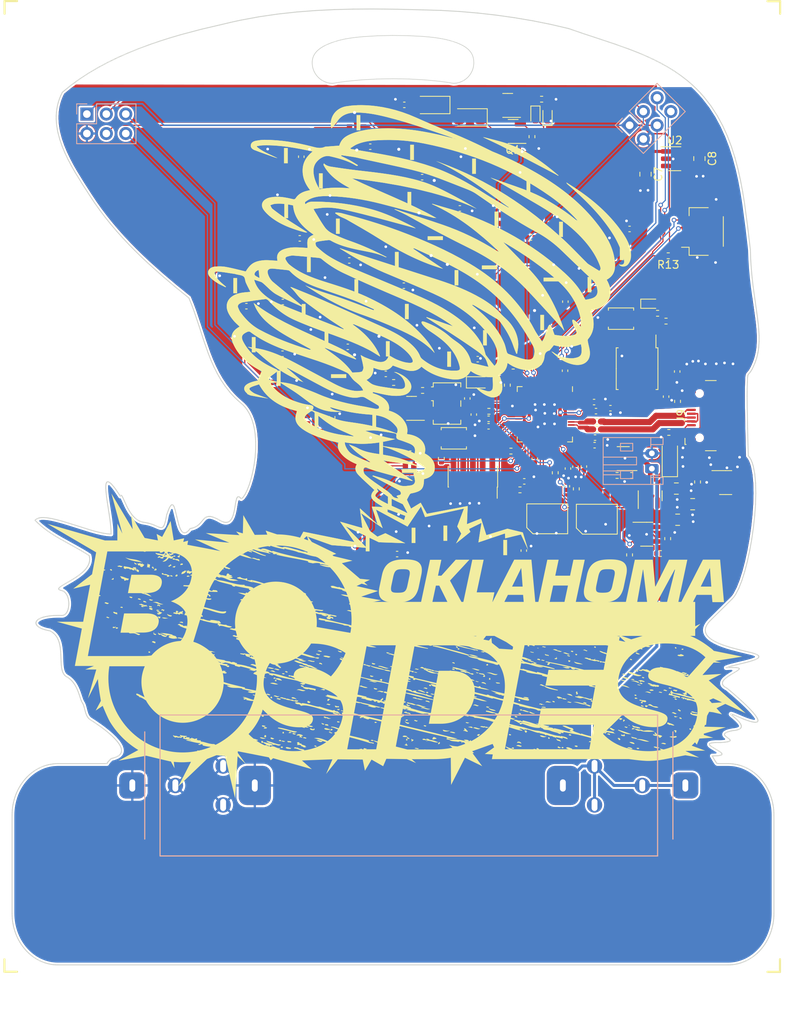
<source format=kicad_pcb>
(kicad_pcb (version 20221018) (generator pcbnew)
  (layers (0 "F.Cu" signal) (31 "B.Cu" signal) (34 "B.Paste" user) (35 "F.Paste" user) (36 "B.SilkS" user "B.Silkscreen") (37 "F.SilkS" user "F.Silkscreen") (38 "B.Mask" user) (39 "F.Mask" user) (44 "Edge.Cuts" user))
  (net 0 "")
  (net 1 "+1V2")
  (net 2 "/Battery_VIN")
  (net 3 "GND")
  (net 4 "Net-(D2-K)")
  (net 5 "Net-(C42-Pad2)")
  (net 6 "Net-(D1-A)")
  (net 7 "/VBAT")
  (net 8 "/D13")
  (net 9 "/D9")
  (net 10 "/D11")
  (net 11 "Net-(D5-DOUT)")
  (net 12 "Net-(J9-CC1)")
  (net 13 "/D+")
  (net 14 "/D-")
  (net 16 "Net-(J9-CC2)")
  (net 18 "/USB_D+")
  (net 19 "/USB_D-")
  (net 20 "Net-(U7-PROG)")
  (net 21 "/CS{slash}MISO_0")
  (net 22 "/D10")
  (net 23 "/GPIO0")
  (net 24 "/GPIO1")
  (net 25 "/GPIO2")
  (net 26 "/GPIO3")
  (net 27 "/GPIO4")
  (net 28 "/CS{slash}MISO_1")
  (net 29 "/D12")
  (net 30 "/D25")
  (net 31 "Net-(D6-DOUT)")
  (net 32 "/DIO")
  (net 33 "/SPI_CS")
  (net 34 "/LED_VIN")
  (net 35 "/D24")
  (net 36 "/XIN")
  (net 37 "/XOUT")
  (net 38 "Net-(D7-DOUT)")
  (net 39 "/SWCLK")
  (net 40 "/SWD")
  (net 41 "/RESET")
  (net 42 "/GPIO5")
  (net 43 "/GPIO20")
  (net 44 "/GPIO14")
  (net 45 "/GPIO15")
  (net 46 "/GPIO23")
  (net 47 "/GPIO17")
  (net 48 "/GPIO22")
  (net 49 "/A0")
  (net 50 "/A1")
  (net 51 "/A2")
  (net 52 "/A3")
  (net 53 "/SD3")
  (net 54 "/spi_clk")
  (net 55 "/SD0")
  (net 56 "/SD2")
  (net 57 "/SD1")
  (net 58 "/V_USB")
  (net 59 "Net-(D10-DIN)")
  (net 60 "Net-(D10-DOUT)")
  (net 61 "Net-(D11-DOUT)")
  (net 62 "Net-(D12-DOUT)")
  (net 63 "Net-(D14-DOUT)")
  (net 64 "Net-(D15-DOUT)")
  (net 65 "Net-(D16-DOUT)")
  (net 66 "Net-(D17-DOUT)")
  (net 67 "Net-(D18-DOUT)")
  (net 68 "Net-(D19-DOUT)")
  (net 69 "Net-(D20-DOUT)")
  (net 70 "Net-(D22-DOUT)")
  (net 71 "Net-(D23-DOUT)")
  (net 72 "Net-(D24-DOUT)")
  (net 73 "Net-(D25-DOUT)")
  (net 74 "Net-(D26-DOUT)")
  (net 75 "Net-(D27-DOUT)")
  (net 76 "Net-(D28-DOUT)")
  (net 77 "Net-(D30-DOUT)")
  (net 78 "Net-(D31-DOUT)")
  (net 79 "Net-(D32-DOUT)")
  (net 80 "Net-(D33-DOUT)")
  (net 81 "Net-(D34-DOUT)")
  (net 82 "Net-(D35-DOUT)")
  (net 83 "Net-(D36-DOUT)")
  (net 84 "Net-(D39-DOUT)")
  (net 85 "Net-(D40-DOUT)")
  (net 86 "Net-(D41-DOUT)")
  (net 87 "Net-(D42-DOUT)")
  (net 88 "Net-(D43-DOUT)")
  (net 89 "Net-(D44-DOUT)")
  (net 90 "Net-(D45-DOUT)")
  (net 94 "Net-(R15-Pad2)")
  (net 95 "/DIO_3")
  (net 96 "/DIO_4")
  (net 97 "/DIO_2")
  (net 98 "/DIO_1")
  (net 99 "Net-(LD1-C)")
  (net 100 "Net-(LD2-C)")
  (net 101 "/GPIO21")
  (net 102 "+3.3V")
  (net 103 "Net-(U4-EN)")
  (net 105 "Net-(D3-K)")
  (net 106 "Net-(D3-A)")
  (net 107 "/GPIO16")
  (net 108 "/D6")
  (net 109 "Net-(U3-USB_DP)")
  (net 110 "Net-(U3-USB_DM)")
  (net 111 "Net-(U1-Vs)")
  (net 112 "Net-(U9-Vs)")
  (net 113 "Net-(Q1-E)")
  (net 114 "Net-(Q3-E)")
  (net 115 "/SAO_VIN")
  (net 117 "/GPIO19")
  (net 118 "/D4")
  (footprint "footprints:WS2812-2020" (layer "F.Cu") (at 95.64 44.87)
    (fp_text reference "D39" hide)
    (fp_text value "WS2812B" hide)
  )
  (footprint "footprints:WS2812-2020" (layer "F.Cu") (at 122.1 58.79)
    (fp_text reference "D44" hide)
    (fp_text value "WS2812B" hide)
  )
  (footprint "Resistor_SMD:R_0402_1005Metric" (layer "F.Cu") (at 104.27 79.82 180)
    (fp_text reference "R38" hide)
    (fp_text value "1k")
  )
  (footprint "footprints:WS2812-2020" (layer "F.Cu") (at 107.485 75.74)
    (fp_text reference "D14" hide)
    (fp_text value "WS2812B" hide)
  )
  (footprint "Resistor_SMD:R_0402_1005Metric" (layer "F.Cu") (at 116.1 76.65)
    (fp_text reference "R30" hide)
    (fp_text value "5.1k")
  )
  (footprint "Connector_JST:JST_SH_SM04B-SRSS-TB_1x04-1MP_P1.00mm_Horizontal" (layer "F.Cu") (at 140.87 59.07 90)
    (fp_text reference "J1" hide)
    (fp_text value "I2C" hide)
  )
  (footprint "footprints:WS2812-2020" (layer "F.Cu") (at 108.445 65.11)
    (fp_text reference "D5" hide)
    (fp_text value "WS2812B" hide)
  )
  (footprint "footprints:WS2812-2020" (layer "F.Cu") (at 102.57 90.58 90)
    (fp_text reference "D35" hide)
    (fp_text value "WS2812B" hide)
  )
  (footprint "Diode_SMD:D_SOD-523" (layer "F.Cu") (at 134.03 68.5)
    (fp_text reference "D1" hide)
    (fp_text value "1N4148WT" hide)
  )
  (footprint "Capacitor_SMD:C_0805_2012Metric" (layer "F.Cu") (at 133.39 51.59 -90)
    (fp_text reference "C7")
    (fp_text value "10u")
  )
  (footprint "Badge:IRM-H638TTR2" (layer "F.Cu") (at 125.47 96.63 180)
    (fp_text reference "U9" hide)
    (fp_text value "IRM-H638T/TR2")
  )
  (footprint "LED_SMD:LED_1206_3216Metric" (layer "F.Cu") (at 105.56 42.56 180)
    (fp_text reference "LD2" hide)
    (fp_text value "SPL_PL90")
  )
  (footprint "Capacitor_SMD:C_0402_1005Metric" (layer "F.Cu") (at 86.01 68.27 180)
    (fp_text reference "C13" hide)
    (fp_text value "1u" hide)
  )
  (footprint "footprints:WS2812-2020" (layer "F.Cu") (at 106.99 98.46)
    (fp_text reference "D32" hide)
    (fp_text value "WS2812B" hide)
  )
  (footprint "footprints:WS2812-2020" (layer "F.Cu") (at 79.54 66.14)
    (fp_text reference "D26" hide)
    (fp_text value "WS2812B" hide)
  )
  (footprint "Capacitor_SMD:C_0402_1005Metric" (layer "F.Cu") (at 123.12 92.33 90)
    (fp_text reference "C2" hide)
    (fp_text value "1u" hide)
  )
  (footprint "Resistor_SMD:R_0402_1005Metric" (layer "F.Cu") (at 131.59 90.92 180)
    (fp_text reference "R39" hide)
    (fp_text value "10k")
  )
  (footprint "Oscillator:Oscillator_SMD_TXC_7C-4Pin_5.0x3.2mm" (layer "F.Cu") (at 107.46 81.53 -90)
    (fp_text reference "Y1" hide)
    (fp_text value "12Mhz" hide)
  )
  (footprint "LED_SMD:LED_1206_3216Metric" (layer "F.Cu") (at 110.43 44.18 180)
    (fp_text reference "LD1" hide)
    (fp_text value "SPL_PL90")
  )
  (footprint "Capacitor_SMD:C_0402_1005Metric" (layer "F.Cu") (at 125.34 89.75 -90)
    (fp_text reference "C47" hide)
    (fp_text value "0.1u" hide)
  )
  (footprint "footprints:WS2812-2020" (layer "F.Cu") (at 102.46 69.52 180)
    (fp_text reference "D16" hide)
    (fp_text value "WS2812B" hide)
  )
  (footprint "footprints:WS2812-2020" (layer "F.Cu") (at 91.46 72.91)
    (fp_text reference "D28" hide)
    (fp_text value "WS2812B" hide)
  )
  (footprint "footprints:WS2812-2020" (layer "F.Cu") (at 112.165 72.95)
    (fp_text reference "D15" hide)
    (fp_text value "WS2812B" hide)
  )
  (footprint "Button_Switch_SMD:SW_SPST_B3U-1000P" (layer "F.Cu") (at 130.19 70.45)
    (fp_text reference "SW1" hide)
    (fp_text value "SW_Push" hide)
  )
  (footprint "Capacitor_SMD:C_0402_1005Metric" (layer "F.Cu") (at 97.43 48 180)
    (fp_text reference "C30" hide)
    (fp_text value "1u" hide)
  )
  (footprint "Capacitor_SMD:C_0402_1005Metric" (layer "F.Cu") (at 102.66 88.08)
    (fp_text reference "C15" hide)
    (fp_text value "1u" hide)
  )
  (footprint "footprints:WS2812-2020" (layer "F.Cu") (at 93.3 78.2 90)
    (fp_text reference "D23" hide)
    (fp_text value "WS2812B" hide)
  )
  (footprint "footprints:WS2812-2020" (layer "F.Cu") (at 130.035 61.81)
    (fp_text reference "D46" hide)
    (fp_text value "WS2812B" hide)
  )
  (footprint "footprints:WS2812-2020" (layer "F.Cu") (at 86.2 56.34)
    (fp_text reference "D19" hide)
    (fp_text value "WS2812B" hide)
  )
  (footprint "Diode_SMD:D_SOD-523" (layer "F.Cu") (at 119.01 43.95 -90)
    (fp_text reference "D3" hide)
    (fp_text value "1N4148WT" hide)
  )
  (footprint "Capacitor_SMD:C_0402_1005Metric" (layer "F.Cu") (at 126.74 86.97)
    (fp_text reference "C44" hide)
    (fp_text value "1u" hide)
  )
  (footprint "footprints:WS2812-2020" (layer "F.Cu") (at 86.16 49.17)
    (fp_text reference "D13" hide)
    (fp_text value "WS2812B" hide)
  )
  (footprint "footprints:WS2812-2020" (layer "F.Cu") (at 88.98 69.53 180)
    (fp_text reference "D27" hide)
    (fp_text value "WS2812B" hide)
  )
  (footprint "NetTie:NetTie-2_SMD_Pad0.5mm" (layer "F.Cu") (at 125.28 84.02)
    (fp_text reference "NT5" hide)
    (fp_text value "micro_power" hide)
  )
  (footprint "Capacitor_SMD:C_0402_1005Metric" (layer "F.Cu") (at 112.89 84.5 180)
    (fp_text reference "C40" hide)
    (fp_text value "0.1u" hide)
  )
  (footprint "Package_TO_SOT_SMD:SOT-23" (layer "F.Cu") (at 115.39 42.61 180)
    (fp_text reference "Q3" hide)
    (fp_text value "2N3904")
  )
  (footprint "Resistor_SMD:R_0402_1005Metric" (layer "F.Cu") (at 131.31 101.29 90)
    (fp_text reference "R8" hide)
    (fp_text value "10k")
  )
  (footprint "Package_TO_SOT_SMD:SOT-23-5" (layer "F.Cu") (at 137.21 49.57)
    (fp_text reference "U2")
    (fp_text value "NCP163ASN330T1G")
  )
  (footprint "Package_TO_SOT_SMD:SOT-23" (layer "F.Cu") (at 134 93.57 90)
    (fp_text reference "Q4" hide)
    (fp_text value "DMG2301L" hide)
  )
  (footprint "Capacitor_SMD:C_0402_1005Metric" (layer "F.Cu") (at 131.31 58.74 180)
    (fp_text reference "C21" hide)
    (fp_text value "1u" hide)
  )
  (footprint "footprints:WS2812-2020" (layer "F.Cu") (at 102.64 48.74)
    (fp_text reference "D40" hide)
    (fp_text value "WS2812B" hide)
  )
  (footprint "footprints:WS2812-2020" (layer "F.Cu") (at 90.155 83.64)
    (fp_text reference "D22" hide)
    (fp_text value "WS2812B" hide)
  )
  (footprint "Badge:IRM-H638TTR2" (layer "F.Cu") (at 118.99 96.58 180)
    (fp_text reference "U1" hide)
    (fp_text value "TSMP58000")
  )
  (footprint "footprints:WS2812-2020" (layer "F.Cu") (at 125.82 66.01)
    (fp_text reference "D45" hide)
    (fp_text value "WS2812B" hide)
  )
  (footprint "Resistor_SMD:R_0402_1005Metric" (layer "F.Cu") (at 112.9325 82.5425 180)
    (fp_text reference "R36" hide)
    (fp_text value "1k")
  )
  (footprint "footprints:WS2812-2020" (layer "F.Cu") (at 102.79 54.9 180)
    (fp_text reference "D11" hide)
    (fp_text value "WS2812B" hide)
  )
  (footprint "Resistor_SMD:R_0402_1005Metric" (layer "F.Cu") (at 118.38 76.17 -90)
    (fp_text reference "R29" hide)
    (fp_text value "5.1k")
  )
  (footprint "Capacitor_SMD:C_0805_2012Metric" (layer "F.Cu") (at 140.43 49.55 -90)
    (fp_text reference "C8")
    (fp_text value "10u")
  )
  (footprint "Resistor_SMD:R_0402_1005Metric" (layer "F.Cu") (at 115.34 79.13 -90)
    (fp_text reference "R1" hide)
    (fp_text value "1k")
  )
  (footprint "footprints:WS2812-2020" (layer "F.Cu") (at 85.7225 78.22 180)
    (fp_text reference "D24" hide)
    (fp_text value "WS2812B" hide)
  )
  (footprint "LED_SMD:LED_0603_1608Metric_Pad1.05x0.95mm_HandSolder" (layer "F.Cu") (at 111.65 78.77)
    (fp_text reference "D2" hide)
    (fp_text value "LED" hide)
  )
  (footprint "Capacitor_SMD:C_0402_1005Metric" (layer "F.Cu") (at 112.8925 83.5225 180)
    (fp_text reference "C46" hide)
    (fp_text value "0.1u" hide)
  )
  (footprint "Connector_PinSocket_1.27mm:PinSocket_2x05_P1.27mm_Vertical_SMD" (layer "F.Cu") (at 110.84 91.11 -90)
    (fp_text reference "J13" hide)
    (fp_text value "Conn_02x05_Odd_Even" hide)
  )
  (footprint "Resistor_SMD:R_0402_1005Metric" (layer "F.Cu") (at 100.49 78.78 180)
    (fp_text reference "R37" hide)
    (fp_text value "5.1k")
  )
  (footprint "footprints:WS2812-2020" (layer "F.Cu") (at 91.225 52.47 180)
    (fp_text reference "D12" hide)
    (fp_text value "WS2812B" hide)
  )
  (footprint "Package_TO_SOT_SMD:TSOT-23-5" (layer "F.Cu") (at 133.55 98.59)
    (fp_text reference "U10" hide)
    (fp_text value "RT9742AGJ5F" hide)
  )
  (footprint "footprints:WS2812-2020" (layer "F.Cu") (at 119.64 70.95)
    (fp_text reference "D6" hide)
    (fp_text value "WS2812B" hide)
  )
  (footprint "Capacitor_SMD:C_0402_1005Metric" (layer "F.Cu") (at 88.22 59.97)
    (fp_text reference "C29" hide)
    (fp_text value "1u" hide)
  )
  (footprint "footprints:WS2812-2020" (layer "F.Cu") (at 100.65 62.73)
    (fp_text reference "D21" hide)
    (fp_text value "WS2812B" hide)
  )
  (footprint "Capacitor_SMD:C_0402_1005Metric" (layer "F.Cu") (at 126.92 82.52)
    (fp_text reference "C45" hide)
    (fp_text value "0.1u" hide)
  )
  (footprint "Capacitor_SMD:C_0402_1005Metric" (layer "F.Cu") (at 108.34 47.22)
    (fp_text reference "C6" hide)
    (fp_text value "1u" hide)
  )
  (footprint "Package_DFN_QFN:QFN-56-1EP_7x7mm_P0.4mm_EP3.2x3.2mm" (layer "F.Cu") (at 120.2425 82.93 -90)
    (fp_text reference "U3" hide)
    (fp_text value "RP2040" hide)
  )
  (footprint "Capacitor_SMD:C_0402_1005Metric" (layer "F.Cu") (at 85.97 75.03)
    (fp_text reference "C22" hide)
    (fp_text value "1u" hide)
  )
  (footprint "Capacitor_SMD:C_0805_2012Metric" (layer "F.Cu") (at 137.59 96.7)
    (fp_text reference "C16" hide)
    (fp_text value "10u")
  )
  (footprint "Capacitor_SMD:C_0805_2012Metric" (layer "F.Cu") (at 139.55 94.67 180)
    (fp_text reference "C5" hide)
    (fp_text value "10u")
  )
  (footprint "Resistor_SMD:R_0402_1005Metric" (layer "F.Cu") (at 119.82 41.8)
    (fp_text reference "R10" hide)
    (fp_text value "3.3")
  )
  (footprint "Capacitor_SMD:C_0402_1005Metric" (layer "F.Cu") (at 101.88 42.54 180)
    (fp_text reference "C3" hide)
    (fp_text value "1u" hide)
  )
  (footprint "Resistor_SMD:R_0402_1005Metric" (layer "F.Cu") (at 140.1925 91.77 -90)
    (fp_text reference "R5" hide)
    (fp_text value "10k")
  )
  (footprint "footprints:WS2812-2020" (layer "F.Cu") (at 113.665 57.47)
    (fp_text reference "D42" hide)
    (fp_text value "WS2812B" hide)
  )
  (footprint "Resistor_SMD:R_0402_1005Metric" (layer "F.Cu") (at 127.06 84.9 180)
    (fp_text reference "R25" hide)
    (fp_text value "27")
  )
  (footprint "Capacitor_SMD:C_0402_1005Metric" (layer "F.Cu") (at 119.41 76.34 90)
    (fp_text reference "C53" hide)
    (fp_text value "0.1u" hide)
  )
  (footprint "Resistor_SMD:R_0402_1005Metric" (layer "F.Cu") (at 129.68 90.92 180)
    (fp_text reference "R26" hide)
    (fp_text value "5.1k")
  )
  (footprint "Capacitor_SMD:C_0402_1005Metric" (layer "F.Cu") (at 123.26 90.02 -90)
    (fp_text reference "C50" hide)
    (fp_text value "0.1u" hide)
  )
  (footprint "Capacitor_SMD:C_0402_1005Metric" (layer "F.Cu") (at 122.88 77.25 90)
    (fp_text reference "C51" hide)
    (fp_text value "0.1u" hide)
  )
  (footprint "Package_TO_SOT_SMD:SOT-23" (layer "F.Cu") (at 102.83 82.16 180)
    (fp_text reference "Q2" hide)
    (fp_text value "DMG2302U" hide)
  )
  (footprint "Capacitor_SMD:C_0402_1005Metric" (layer "F.Cu") (at 99.46 77.66 180)
    (fp_text reference "C27" hide)
    (fp_text value "1u" hide)
  )
  (footprint "Resistor_SMD:R_0402_1005Metric" (layer "F.Cu") (at 115.81 87.74)
    (fp_text reference "R6" hide)
    (fp_text value "1k")
  )
  (footprint "Resistor_SMD:R_0402_1005Metric" (layer "F.Cu") (at 116.99 92.8)
    (fp_text reference "R12" hide)
    (fp_text value "3.3")
  )
  (footprint "Capacitor_SMD:C_0402_1005Metric" (layer "F.Cu") (at 94.5 74.13)
    (fp_text reference "C18" hide)
    (fp_text value "1u" hide)
  )
  (footprint "Resistor_SMD:R_0402_1005Metric" (layer "F.Cu") (at 136.07 70.77 180)
    (fp_text reference "R28" hide)
    (fp_text value "10k")
  )
  (footprint "footprints:WS2812-2020" (layer "F.Cu") (at 102.835 98.74)
    (fp_text reference "D31" hide)
    (fp_text value "WS2812B" hide)
  )
  (footprint "Capacitor_SMD:C_0402_1005Metric" (layer "F.Cu") (at 126.67 81.34)
    (fp_text reference "C41" hide)
    (fp_text value "1u" hide)
  )
  (footprint "Capacitor_SMD:C_0402_1005Metric" (layer "F.Cu") (at 101.82 66.15)
    (fp_text reference "C19" hide)
    (fp_text value "1u" hide)
  )
  (footprint "Capacitor_SMD:C_0402_1005Metric" (layer "F.Cu") (at 124.24 89.78 -90)
    (fp_text reference "C52" hide)
    (fp_text value "0.1u" hide)
  )
  (footprint "footprints:WS2812-2020" (layer "F.Cu") (at 98.2 84 180)
    (fp_text reference "D37" hide)
    (fp_text value "WS2812B" hide)
  )
  (footprint "footprints:WS2812-2020" (layer "F.Cu") (at 117.84 53)
    (fp_text reference "D43" hide)
    (fp_text value "WS2812B" hide)
  )
  (footprint "Capacitor_SMD:C_0402_1005Metric" (layer "F.Cu") (at 104.21 51.98)
    (fp_text reference "C25" hide)
    (fp_text value "1u" hide)
  )
  (footprint "NetTie:NetTie-2_SMD_Pad0.5mm" (layer "F.Cu") (at 125.28 84.67)
    (fp_text reference "NT6" hide)
    (fp_text value "micro_power" hide)
  )
  (footprint "footprints:WS2812-2020" (layer "F.Cu") (at 96.84 99.83)
    (fp_text reference "D30" hide)
    (fp_text value "WS2812B" hide)
  )
  (footprint "Capacitor_SMD:C_0402_1005Metric" (layer "F.Cu") (at 136.08 80.63 -90)
    (fp_text reference "C10" hide)
    (fp_text value "0.1u" hide)
  )
  (footprint "footprints:WS2812-2020" (layer "F.Cu") (at 98.605 87.55)
    (fp_text reference "D36" hide)
    (fp_text value "WS2812B" hide)
  )
  (footprint "footprints:WS2812-2020" (layer "F.Cu") (at 105.925 60.19 90)
    (fp_text reference "D10" hide)
    (fp_text value "WS2812B" hide)
  )
  (footprint "Capacitor_SMD:C_0402_1005Metric" (layer "F.Cu") (at 118.92 88.73 -90)
    (fp_text reference "C48" hide)
    (fp_text value "0.1u" hide)
  )
  (footprint "Capacitor_SMD:C_0402_1005Metric" (layer "F.Cu") (at 128.81 82.14)
    (fp_text reference "C49" hide)
    (fp_text value "0.1u" hide)
  )
  (footprint "footprints:WS2812-2020" (layer "F.Cu") (at 110.74 50.55)
    (fp_text reference "D41" hide)
    (fp_text value "WS2812B" hide)
  )
  (footprint "footprints:WS2812-2020" (layer "F.Cu") (at 92.95 58.38)
    (fp_text reference "D20" hide)
    (fp_text value "WS2812B" hide)
  )
  (footprint "Capacitor_SMD:C_0402_1005Metric" (layer "F.Cu") (at 110.11 80.87 90)
    (fp_text reference "C43" hide)
    (fp_text value "22p" hide)
  )
  (footprint "Capacitor_SMD:C_0402_1005Metric" (layer "F.Cu") (at 111.47 75.74)
    (fp_text reference "C12" hide)
    (fp_text value "1u" hide)
  )
  (footprint "footprints:WS2812-2020" (layer "F.Cu") (at 113.01 64 90)
    (fp_text reference "D9" hide)
    (fp_text value "WS2812B" hide)
  )
  (footprint "Diode_SMD:D_SOD-123" (layer "F.Cu") (at 136.57 88.72 90)
    (fp_text reference "D48" hide)
    (fp_text value "MBR0540" hide)
  )
  (footprint "footprints:WS2812-2020" (layer "F.Cu") (at 121.07 65.59 90)
    (fp_text reference "D7" hide)
    (fp_text value "WS2812B" hide)
  )
  (footprint "Resistor_SMD:R_0402_1005Metric" (layer "F.Cu") (at 135.32 101.11 180)
    (fp_text reference "R4" hide)
    (fp_text value "10k")
  )
  (footprint "footprints:WS2812-2020" (layer "F.Cu") (at 100.235 94.4 180)
    (fp_text reference "D34" hide)
    (fp_text value "WS2812B" hide)
  )
  (footprint "Capacitor_SMD:C_0402_1005Metric" (layer "F.Cu") (at 92.46 83.32 90)
    (fp_text reference "C33" hide)
    (fp_text value "1u" hide)
  )
  (footprint "footprints:WS2812-2020" (layer "F.Cu") (at 81.955 73.85)
    (fp_text reference "D25" hide)
    (fp_text value "WS2812B" hide)
  )
  (footprint "Capacitor_SMD:C_0402_1005Metric" (layer "F.Cu") (at 137.53 77.35 -90)
    (fp_text reference "C17" hide)
    (fp_text value "1u" hide)
  )
  (footprint "Resistor_SMD:R_0402_1005Metric" (layer "F.Cu") (at 137.58 81.25 90)
    (fp_text reference "R18" hide)
    (fp_text value "5.1k")
  )
  (footprint "Button_Switch_SMD:SW_SPST_B3U-1000P" (layer "F.Cu") (at 108.35 86.07)
    (fp_text reference "SW2" hide)
    (fp_text value "SW_Push" hide)
  )
  (footprint "Capacitor_SMD:C_0402_1005Metric" (layer "F.Cu") (at 81.25 68.82)
    (fp_text reference "C28" hide)
    (fp_text value "1u" hide)
  )
  (footprint "Package_SO:SOIC-8_5.23x5.23mm_P1.27mm" (layer "F.Cu") (at 132.29 76.98 -90)
    (fp_text reference "U8" hide)
    (fp_text value "W25Q128JVS" hide)
  )
  (footprint "Capacitor_SMD:C_0402_1005Metric" (layer "F.Cu") (at 117.55 91.69)
    (fp_text reference "C1" hide)
    (fp_text value "1u" hide)
  )
  (footprint "Resistor_SMD:R_0402_1005Metric" (layer "F.Cu") (at 118.56 46.69 -90)
    (fp_text reference "R11" hide)
    (fp_text value "3.3")
  )
  (footprint "Package_TO_SOT_SMD:SOT-23-5" (layer "F.Cu") (at 130.48 88.72 180)
    (fp_text reference "U7" hide)
    (fp_text value "MCP73811T-420I-OT" hide)
  )
  (footprint "Capacitor_SMD:C_0402_1005Metric" (layer "F.Cu") (at 109.14 56.06)
    (fp_text reference "C26" hide)
    (fp_text value "1u" hide)
  )
  (footprint "Package_TO_SOT_SMD:SOT-23-5" (layer "F.Cu") (at 143.8625 91.85)
    (fp_text reference "U4" hide)
    (fp_text value "NCP163ASN330T1G" hide)
  )
  (footprint "Resistor_SMD:R_0402_1005Metric" (layer "F.Cu") (at 124.35 92.67 -90)
    (fp_text reference "R9" hide)
    (fp_text value "3.3")
  )
  (footprint "Capacitor_SMD:C_0402_1005Metric" (layer "F.Cu") (at 110.96 82.97 90)
    (fp_text reference "C42" hide)
    (fp_text value "22p" hide)
  )
  (footprint "Capacitor_SMD:C_0402_1005Metric" (layer "F.Cu") (at 94.69 62.85)
    (fp_text reference "C24" hide)
    (fp_text value "1u" hide)
  )
  (footprint "Resistor_SMD:R_0402_1005Metric" (layer "F.Cu") (at 106.72 88.71 90)
    (fp_text reference "R15" hide)
    (fp_text value "10k")
  )
  (footprint "footprints:WS2812-2020" (layer "F.Cu") (at 114.81 100.33)
    (fp_text reference "D33" hide)
    (fp_text value "WS2812B" hide)
  )
  (footprint "Capacitor_SMD:C_0402_1005Metric" (layer "F.Cu") (at 100.94 101.18)
    (fp_text reference "C31" hide)
    (fp_text value "1u" hide)
  )
  (footprint "Resistor_SMD:R_0402_1005Metric" (layer "F.Cu") (at 121.6 90.57 -90)
    (fp_text reference "R2" hide)
    (fp_text value "5.1k")
  )
  (footprint "Resistor_SMD:R_0402_1005Metric" (layer "F.Cu") (at 136.44 85.3 180)
    (fp_text reference "R19" hide)
    (fp_text value "5.1k")
  )
  (footprint "Package_TO_SOT_SMD:SOT-23" (layer "F.Cu") (at 116.1 46.01 180)
    (fp_text reference "Q1")
    (fp_text value "2N3904")
  )
  (footprint "Resistor_SMD:R_0402_1005Metric" (layer "F.Cu") (at 134.97 69.75)
    (fp_text reference "R7" hide)
    (fp_text value "1k")
  )
  (footprint "Capacitor_SMD:C_0402_1005Metric" (layer "F.Cu") (at 122.92 68.23 90)
    (fp_text reference "C23" hide)
    (fp_text value "1u" hide)
  )
  (footprint "Capacitor_SMD:C_0402_1005Metric" (layer "F.Cu") (at 88.42 49.31 90)
    (fp_text reference "C14" hide)
    (fp_text value "1u" hide)
  )
  (footprint "Capacitor_SMD:C_0402_1005Metric" (layer "F.Cu") (at 117.49 100.73 90)
    (fp_text reference "C32" hide)
    (fp_text value "1u" hide)
  )
  (footprint "Capacitor_SMD:C_0402_1005Metric" (layer "F.Cu") (at 126.8 85.98)
    (fp_text reference "C11" hide)
    (fp_text value "0.1u" hide)
  )
  (footprint "Resistor_SMD:R_0402_1005Metric" (layer "F.Cu") (at 136.36 62.24 180)
    (fp_text reference "R13")
    (fp_text value "10k")
  )
  (footprint "footprints:WS2812-2020" (layer "F.Cu") (at 95.86 66.29 180)
    (fp_text reference "D17" hide)
    (fp_text value "WS2812B" hide)
  )
  (footprint "Capacitor_SMD:C_0805_2012Metric" (layer "F.Cu") (at 137.42 92.63)
    (fp_text reference "C4" hide)
    (fp_text value "10u" hide)
  )
  (footprint "footprints:WS2812-2020" (layer "F.Cu") (at 99.475 74.39)
    (fp_text reference "D29" hide)
    (fp_text value "WS2812B" hide)
  )
  (footprint "Connector_USB:USB_C_Receptacle_GCT_USB4110" (layer "F.Cu") (at 143.06 83.11 90)
    (fp_text reference "J9")
    (fp_text value "USB_C_Receptacle_USB2.0")
  )
  (footprint "Diode_SMD:D_SOD-523" (layer "F.Cu") (at 120.59 43.97 90)
    (fp_text reference "D4" hide)
    (fp_text value "1N4148WT" hide)
  )
  (footprint "Resistor_SMD:R_0402_1005Metric" (layer "F.Cu") (at 127.05 83.88 180)
    (fp_text reference "R24" hide)
    (fp_text value "27")
  )
  (footprint "Resistor_SMD:R_0402_1005Metric" (layer "F.Cu") (at 136.29 99.17 90)
    (fp_text reference "R3" hide)
    (fp_text value "10k")
  )
  (footprint "footprints:WS2812-2020" (layer "F.Cu") (at 89.66 63.38 180)
    (fp_text reference "D18" hide)
    (fp_text value "WS2812B" hide)
  )
  (footprint "Capacitor_SMD:C_0402_1005Metric" (layer "F.Cu") (at 118.43 59.84)
    (fp_text reference "C20" hide)
    (fp_text value "1u" hide)
  )
  (footprint "Connector_PinHeader_2.54mm:PinHeader_2x03_P2.54mm_Vertical" (layer "B.Cu") (at 60.41 43.74 -90)
    (fp_text reference "J3" hide)
    (fp_text value "Conn_02x03_Counter_Clockwise" hide)
  )
  (footprint "Connector_PinHeader_2.54mm:PinHeader_2x03_P2.54mm_Vertical" (layer "B.Cu") (at 131.313949 45.203949 -45)
    (fp_text reference "J4" hide)
    (fp_text value "Conn_02x03_Counter_Clockwise" hide)
  )
  (footprint "Connector_JST:JST_PH_S2B-PH-K_1x02_P2.00mm_Horizontal" (layer "B.Cu") (at 134.22 90.03 90)
    (fp_text reference "J10" hide)
    (fp_text value "Conn_01x02_Male" hide)
  )
  (footprint "Badge:Keystone 18650 clips" (layer "B.Cu") (at 102.47 131.39)
    (fp_text reference "BT1" hide)
    (fp_text value "Battery_Cell" hide)
  )
  (gr_poly (pts (xy 87.310396 119.868338) (xy 87.324419 119.86925) (xy 87.338703 119.870733) (xy 87.353211 119.872761) (xy 87.382746 119.878331) (xy 87.412723 119.88573) (xy 87.44284 119.894728) (xy 87.472797 119.905095) (xy 87.50229 119.9166) (xy 87.53102 119.929014) (xy 87.558683 119.942105) (xy 87.58498 119.955645) (xy 87.609608 119.969402) (xy 87.632266 119.983146) (xy 87.652652 119.996648) (xy 87.670465 120.009677) (xy 87.685404 120.022003) (xy 87.697166 120.033395) (xy 87.845996 120.19462) (xy 87.651691 120.095407) (xy 87.642975 120.090992) (xy 87.633889 120.087031) (xy 87.624451 120.083495) (xy 87.61468 120.080352) (xy 87.604593 120.077572) (xy 87.594209 120.075125) (xy 87.583546 120.072982) (xy 87.572623 120.071111) (xy 87.550069 120.068067) (xy 87.526692 120.06575) (xy 87.502639 120.06392) (xy 87.478057 120.062334) (xy 87.441873 120.059119) (xy 87.404702 120.055224) (xy 87.366678 120.049973) (xy 87.347389 120.046627) (xy 87.327938 120.042688) (xy 87.308341 120.03807) (xy 87.288617 120.03269) (xy 87.26878 120.026462) (xy 87.248849 120.019302) (xy 87.22884 120.011125) (xy 87.208771 120.001847) (xy 87.188658 119.991382) (xy 87.168518 119.979646) (xy 87.131309 119.958978) (xy 87.160247 119.92177) (xy 87.165866 119.915037) (xy 87.171873 119.908782) (xy 87.178268 119.902999) (xy 87.185052 119.897682) (xy 87.192223 119.892824) (xy 87.199782 119.888421) (xy 87.207729 119.884465) (xy 87.216063 119.880951) (xy 87.224785 119.877874) (xy 87.233894 119.875225) (xy 87.24339 119.873001) (xy 87.253273 119.871195) (xy 87.263543 119.8698) (xy 87.274199 119.868812) (xy 87.285243 119.868223) (xy 87.296672 119.868028)) (fill solid) (layer "F.SilkS"))
  (gr_poly (pts (xy 124.460296 114.251314) (xy 124.460296 114.284387) (xy 124.459765 114.29198) (xy 124.458953 114.299262) (xy 124.457873 114.306239) (xy 124.456533 114.312915) (xy 124.454945 114.319295) (xy 124.453119 114.325382) (xy 124.451066 114.331182) (xy 124.448797 114.336699) (xy 124.446321 114.341938) (xy 124.443651 114.346903) (xy 124.440795 114.351599) (xy 124.437766 114.35603) (xy 124.434573 114.360201) (xy 124.431227 114.364116) (xy 124.427739 114.367779) (xy 124.424119 114.371196) (xy 124.420379 114.374371) (xy 124.416527 114.377308) (xy 124.412576 114.380012) (xy 124.408535 114.382488) (xy 124.404416 114.384739) (xy 124.400228 114.386771) (xy 124.395983 114.388588) (xy 124.391692 114.390195) (xy 124.387364 114.391595) (xy 124.38301 114.392795) (xy 124.374267 114.394607) (xy 124.365549 114.395667) (xy 124.356941 114.396013) (xy 124.353067 114.395941) (xy 124.349195 114.395726) (xy 124.34533 114.395372) (xy 124.341473 114.394882) (xy 124.333799 114.393504) (xy 124.326197 114.391618) (xy 124.318691 114.389248) (xy 124.311306 114.386417) (xy 124.304067 114.38315) (xy 124.296997 114.379471) (xy 124.29012 114.375405) (xy 124.283462 114.370976) (xy 124.277046 114.366208) (xy 124.270898 114.361126) (xy 124.26504 114.355753) (xy 124.259498 114.350114) (xy 124.254296 114.344234) (xy 124.249458 114.338136) (xy 124.245051 114.33189) (xy 124.241121 114.325558) (xy 124.237664 114.319153) (xy 124.234671 114.312687) (xy 124.232139 114.306173) (xy 124.23006 114.299622) (xy 124.228429 114.293046) (xy 124.22724 114.286458) (xy 124.226487 114.279871) (xy 124.226163 114.273295) (xy 124.226264 114.266744) (xy 124.226782 114.26023) (xy 124.227713 114.253764) (xy 124.22905 114.247359) (xy 124.230786 114.241027) (xy 124.232917 114.234781) (xy 124.245323 114.201707)) (fill solid) (layer "F.SilkS"))
  (gr_poly (pts (xy 116.82637 125.662736) (xy 116.838673 125.663417) (xy 116.851135 125.664542) (xy 116.863724 125.666102) (xy 116.889164 125.670494) (xy 116.914751 125.676529) (xy 116.940242 125.684137) (xy 116.965394 125.693254) (xy 116.989966 125.703812) (xy 117.001959 125.709611) (xy 117.013715 125.715744) (xy 117.025205 125.722205) (xy 117.036399 125.728985) (xy 117.047265 125.736074) (xy 117.057774 125.743466) (xy 117.067895 125.751151) (xy 117.077599 125.759121) (xy 117.086854 125.767369) (xy 117.095631 125.775884) (xy 117.103899 125.78466) (xy 117.111628 125.793688) (xy 117.118787 125.80296) (xy 117.125346 125.812466) (xy 117.131276 125.8222) (xy 117.136545 125.832152) (xy 117.141123 125.842314) (xy 117.144981 125.852678) (xy 117.169784 125.931222) (xy 117.095367 125.902284) (xy 117.044581 125.880932) (xy 116.999844 125.863211) (xy 116.979336 125.855636) (xy 116.95985 125.848879) (xy 116.941223 125.842909) (xy 116.923292 125.837696) (xy 116.905893 125.833209) (xy 116.888864 125.829418) (xy 116.872042 125.826294) (xy 116.855262 125.823805) (xy 116.838362 125.821922) (xy 116.821179 125.820614) (xy 116.803548 125.819852) (xy 116.785308 125.819604) (xy 116.772514 125.81979) (xy 116.758894 125.820316) (xy 116.728983 125.822191) (xy 116.657157 125.827867) (xy 116.591011 125.836137) (xy 116.615814 125.774126) (xy 116.622447 125.760613) (xy 116.629935 125.747972) (xy 116.638259 125.736202) (xy 116.647401 125.725303) (xy 116.657344 125.715276) (xy 116.668067 125.70612) (xy 116.679554 125.697835) (xy 116.691785 125.690422) (xy 116.704743 125.68388) (xy 116.71841 125.678211) (xy 116.732766 125.673413) (xy 116.747793 125.669487) (xy 116.763474 125.666434) (xy 116.77979 125.664253) (xy 116.796723 125.662944) (xy 116.814254 125.662507)) (fill solid) (layer "F.SilkS"))
  (gr_poly (pts (xy 65.284066 102.76571) (xy 65.330372 102.776189) (xy 65.376298 102.785992) (xy 65.466999 102.803953) (xy 65.556151 102.820363) (xy 65.643733 102.835992) (xy 65.733439 102.851277) (xy 65.819669 102.866807) (xy 65.902421 102.883598) (xy 65.942491 102.892784) (xy 65.98169 102.902666) (xy 66.020017 102.913371) (xy 66.057471 102.925026) (xy 66.094053 102.937759) (xy 66.129762 102.951696) (xy 66.164596 102.966965) (xy 66.198556 102.983691) (xy 66.231641 103.002003) (xy 66.263851 103.022027) (xy 66.274696 103.017807) (xy 66.285518 103.01441) (xy 66.296293 103.011787) (xy 66.306995 103.00989) (xy 66.317601 103.008671) (xy 66.328087 103.008081) (xy 66.338427 103.008073) (xy 66.348598 103.008597) (xy 66.358575 103.009605) (xy 66.368335 103.01105) (xy 66.377852 103.012881) (xy 66.387102 103.015053) (xy 66.396061 103.017515) (xy 66.404704 103.020219) (xy 66.413008 103.023118) (xy 66.420948 103.026163) (xy 66.426961 103.029066) (xy 66.429839 103.030373) (xy 66.432637 103.031584) (xy 66.435364 103.032698) (xy 66.438023 103.033715) (xy 66.440623 103.034637) (xy 66.443167 103.035461) (xy 66.445664 103.036189) (xy 66.448118 103.036819) (xy 66.450535 103.037353) (xy 66.452922 103.03779) (xy 66.455285 103.038131) (xy 66.45763 103.038374) (xy 66.459962 103.038519) (xy 66.462287 103.038568) (xy 66.464419 103.038503) (xy 66.465921 103.038349) (xy 66.467714 103.038049) (xy 66.469798 103.037556) (xy 66.472173 103.03682) (xy 66.474838 103.035793) (xy 66.477793 103.034428) (xy 66.48104 103.032675) (xy 66.484577 103.030487) (xy 66.488404 103.027814) (xy 66.492522 103.024609) (xy 66.49693 103.020823) (xy 66.501629 103.016407) (xy 66.506618 103.011314) (xy 66.511898 103.005495) (xy 66.495361 103.001359) (xy 66.493084 103.000632) (xy 66.490897 102.999988) (xy 66.488795 102.999417) (xy 66.486771 102.998906) (xy 66.482936 102.998017) (xy 66.479342 102.997224) (xy 66.475943 102.996431) (xy 66.4743 102.996005) (xy 66.472688 102.995542) (xy 66.4711 102.995031) (xy 66.469531 102.99446) (xy 66.467974 102.993817) (xy 66.466423 102.993089) (xy 66.454019 102.988954) (xy 66.445751 102.980684) (xy 66.443874 102.978372) (xy 66.442116 102.976085) (xy 66.440474 102.973824) (xy 66.438946 102.971589) (xy 66.437531 102.969381) (xy 66.436225 102.9672) (xy 66.435027 102.965049) (xy 66.433934 102.962927) (xy 66.432944 102.960835) (xy 66.432054 102.958773) (xy 66.431263 102.956744) (xy 66.430567 102.954747) (xy 66.429966 102.952783) (xy 66.429456 102.950854) (xy 66.429036 102.948959) (xy 66.428702 102.947099) (xy 66.428454 102.945276) (xy 66.428287 102.94349) (xy 66.428201 102.941742) (xy 66.428193 102.940032) (xy 66.428261 102.938362) (xy 66.428402 102.936732) (xy 66.428614 102.935142) (xy 66.428895 102.933595) (xy 66.429242 102.93209) (xy 66.429654 102.930628) (xy 66.430128 102.92921) (xy 66.430662 102.927837) (xy 66.431253 102.926509) (xy 66.431899 102.925228) (xy 66.432599 102.923994) (xy 66.433349 102.922807) (xy 66.434996 102.919815) (xy 66.436837 102.917036) (xy 66.438871 102.914464) (xy 66.4411 102.912095) (xy 66.443522 102.909922) (xy 66.446139 102.90794) (xy 66.451953 102.904531) (xy 66.458543 102.901824) (xy 66.465909 102.899776) (xy 66.474049 102.898347) (xy 66.482965 102.897492) (xy 66.492655 102.89717) (xy 66.503121 102.897339) (xy 66.514361 102.897955) (xy 66.526375 102.898977) (xy 66.552728 102.902069) (xy 66.582178 102.906274) (xy 66.596467 102.909353) (xy 66.611242 102.912337) (xy 66.626213 102.91513) (xy 66.641087 102.917633) (xy 66.655574 102.919751) (xy 66.669383 102.921384) (xy 66.682221 102.922435) (xy 66.688185 102.922712) (xy 66.693798 102.922807) (xy 66.710334 102.922807) (xy 66.780097 102.864931) (xy 66.771829 102.951746) (xy 66.796243 102.957621) (xy 66.802075 102.959167) (xy 66.807725 102.960828) (xy 66.813157 102.962648) (xy 66.818336 102.964667) (xy 66.820818 102.965765) (xy 66.823223 102.966928) (xy 66.825547 102.968163) (xy 66.827784 102.969474) (xy 66.829931 102.970867) (xy 66.831982 102.972347) (xy 66.833933 102.973919) (xy 66.835779 102.975588) (xy 66.837517 102.977361) (xy 66.839141 102.979241) (xy 66.840646 102.981235) (xy 66.842029 102.983347) (xy 66.843285 102.985584) (xy 66.84441 102.987949) (xy 66.845397 102.990449) (xy 66.846244 102.993089) (xy 66.846936 102.995765) (xy 66.847464 102.998371) (xy 66.847837 103.000906) (xy 66.84806 103.003374) (xy 66.848141 103.005775) (xy 66.848087 103.008111) (xy 66.847904 103.010384) (xy 66.847599 103.012594) (xy 66.847179 103.014744) (xy 66.846651 103.016835) (xy 66.846022 103.018869) (xy 66.845297 103.020846) (xy 66.844485 103.02277) (xy 66.843593 103.02464) (xy 66.842625 103.026458) (xy 66.841591 103.028227) (xy 66.840496 103.029948) (xy 66.839347 103.031621) (xy 66.836916 103.034833) (xy 66.834351 103.037876) (xy 66.831708 103.040761) (xy 66.82904 103.0435) (xy 66.826404 103.046106) (xy 66.821439 103.050966) (xy 66.816992 103.055443) (xy 66.812979 103.059628) (xy 66.811151 103.061641) (xy 66.809451 103.063618) (xy 66.807883 103.065571) (xy 66.806455 103.067511) (xy 66.805172 103.069451) (xy 66.80404 103.071403) (xy 66.803066 103.073378) (xy 66.80264 103.074379) (xy 66.802256 103.07539) (xy 66.801913 103.076413) (xy 66.801614 103.07745) (xy 66.801359 103.078502) (xy 66.801149 103.07957) (xy 66.800984 103.080656) (xy 66.800865 103.081762) (xy 66.800793 103.082889) (xy 66.800769 103.084039) (xy 66.801598 103.087864) (xy 66.802553 103.091586) (xy 66.803667 103.095199) (xy 66.804968 103.098698) (xy 66.806487 103.102076) (xy 66.808255 103.105328) (xy 66.810301 103.108446) (xy 66.811438 103.109953) (xy 66.812656 103.111425) (xy 66.813959 103.11286) (xy 66.815351 103.114259) (xy 66.816834 103.115619) (xy 66.818414 103.116941) (xy 66.820094 103.118224) (xy 66.821877 103.119467) (xy 66.823768 103.120668) (xy 66.82577 103.121828) (xy 66.827887 103.122946) (xy 66.830123 103.12402) (xy 66.832482 103.125051) (xy 66.834966 103.126037) (xy 66.837581 103.126977) (xy 66.84033 103.127871) (xy 66.843216 103.128719) (xy 66.846244 103.129518) (xy 66.904121 103.141916) (xy 66.891719 103.088174) (xy 66.982669 103.166719) (xy 66.987369 103.170547) (xy 66.992171 103.174284) (xy 67.002111 103.181511) (xy 67.012536 103.188447) (xy 67.023495 103.195141) (xy 67.035035 103.201642) (xy 67.047204 103.207998) (xy 67.060049 103.214257) (xy 67.073619 103.220468) (xy 67.093552 103.229983) (xy 67.103328 103.234933) (xy 67.112953 103.240034) (xy 67.12241 103.245306) (xy 67.131679 103.250765) (xy 67.140742 103.256431) (xy 67.149582 103.262321) (xy 67.158179 103.268453) (xy 67.166516 103.274846) (xy 67.174574 103.281517) (xy 67.182336 103.288485) (xy 67.189782 103.295767) (xy 67.196894 103.303381) (xy 67.203655 103.311347) (xy 67.210046 103.319681) (xy 67.218315 103.332086) (xy 67.17284 103.530527) (xy 67.139766 103.526391) (xy 67.12986 103.52512) (xy 67.120282 103.523639) (xy 67.111024 103.521957) (xy 67.102075 103.520082) (xy 67.093425 103.518022) (xy 67.085065 103.515786) (xy 67.076985 103.513382) (xy 67.069175 103.510818) (xy 67.061624 103.508103) (xy 67.054325 103.505245) (xy 67.047265 103.502253) (xy 67.040437 103.499133) (xy 67.033829 103.495896) (xy 67.027432 103.492549) (xy 67.015233 103.48556) (xy 67.00376 103.478231) (xy 66.992935 103.470631) (xy 66.98268 103.462824) (xy 66.972915 103.454878) (xy 66.963563 103.44686) (xy 66.954544 103.438836) (xy 66.937194 103.423036) (xy 66.929436 103.415473) (xy 66.921629 103.408247) (xy 66.913723 103.40131) (xy 66.905672 103.394615) (xy 66.897427 103.388113) (xy 66.88894 103.381758) (xy 66.880164 103.375501) (xy 66.871049 103.369295) (xy 66.804903 103.327951) (xy 66.796634 103.36516) (xy 66.760039 103.319681) (xy 66.817306 103.319681) (xy 66.891719 103.303148) (xy 66.905412 103.298624) (xy 66.914391 103.295444) (xy 66.919074 103.293666) (xy 66.923758 103.29178) (xy 66.928344 103.289797) (xy 66.932737 103.287728) (xy 66.936839 103.285587) (xy 66.940553 103.283385) (xy 66.943783 103.281134) (xy 66.945186 103.279995) (xy 66.946431 103.278847) (xy 66.947507 103.277693) (xy 66.948401 103.276535) (xy 66.949102 103.275373) (xy 66.949328 103.274839) (xy 66.949232 103.274831) (xy 66.948805 103.274491) (xy 66.948239 103.273757) (xy 66.947552 103.27266) (xy 66.946761 103.27123) (xy 66.944944 103.267491) (xy 66.942934 103.262783) (xy 66.940875 103.257349) (xy 66.939873 103.254435) (xy 66.938913 103.251431) (xy 66.938014 103.248366) (xy 66.937194 103.245271) (xy 66.935645 103.240434) (xy 66.934095 103.235258) (xy 66.930994 103.224082) (xy 66.927892 103.212132) (xy 66.924793 103.199792) (xy 66.912389 103.158456) (xy 66.862781 103.195657) (xy 66.859002 103.198904) (xy 66.85541 103.202447) (xy 66.851999 103.206294) (xy 66.848765 103.21045) (xy 66.845699 103.214921) (xy 66.842797 103.219713) (xy 66.840053 103.224832) (xy 66.83746 103.230284) (xy 66.835012 103.236076) (xy 66.832703 103.242212) (xy 66.830528 103.2487) (xy 66.82848 103.255545) (xy 66.826553 103.262752) (xy 66.824741 103.270329) (xy 66.823039 103.278282) (xy 66.821439 103.286615) (xy 66.817306 103.319681) (xy 66.760039 103.319681) (xy 66.743408 103.299013) (xy 66.738854 103.292765) (xy 66.734487 103.286426) (xy 66.730302 103.280002) (xy 66.726292 103.273499) (xy 66.722452 103.266923) (xy 66.718775 103.26028) (xy 66.715255 103.253577) (xy 66.711886 103.246819) (xy 66.705579 103.233164) (xy 66.699805 103.219365) (xy 66.694516 103.20547) (xy 66.689664 103.19153) (xy 66.660726 103.232866) (xy 66.653653 103.241875) (xy 66.64638 103.250304) (xy 66.6389 103.258151) (xy 66.631208 103.265418) (xy 66.623297 103.272104) (xy 66.615162 103.278208) (xy 66.606797 103.283732) (xy 66.598195 103.288674) (xy 66.589351 103.293035) (xy 66.580259 103.296815) (xy 66.570914 103.300013) (xy 66.561308 103.30263) (xy 66.551436 103.304666) (xy 66.541292 103.30612) (xy 66.530871 103.306992) (xy 66.520166 103.307283) (xy 66.506945 103.306808) (xy 66.493638 103.305425) (xy 66.480258 103.303194) (xy 66.466816 103.300175) (xy 66.453325 103.296429) (xy 66.439797 103.292018) (xy 66.426244 103.287) (xy 66.412679 103.281438) (xy 66.399114 103.275392) (xy 66.385562 103.268922) (xy 66.358542 103.254954) (xy 66.33172 103.240019) (xy 66.305192 103.224603) (xy 66.284711 103.212267) (xy 66.263791 103.200318) (xy 66.242771 103.189143) (xy 66.232331 103.183967) (xy 66.221993 103.17913) (xy 66.211801 103.174681) (xy 66.201797 103.170667) (xy 66.192023 103.167138) (xy 66.182522 103.164142) (xy 66.173336 103.161727) (xy 66.164508 103.159942) (xy 66.15608 103.158836) (xy 66.148096 103.158456) (xy 66.144995 103.15851) (xy 66.141888 103.158691) (xy 66.138768 103.159029) (xy 66.13563 103.159555) (xy 66.132468 103.160299) (xy 66.129275 103.161291) (xy 66.126046 103.162561) (xy 66.122774 103.164141) (xy 66.119454 103.16606) (xy 66.116079 103.168348) (xy 66.112644 103.171036) (xy 66.109143 103.174154) (xy 66.105569 103.177732) (xy 66.101916 103.1818) (xy 66.098179 103.186389) (xy 66.094352 103.19153) (xy 66.061279 103.278345) (xy 66.040609 103.187395) (xy 66.039338 103.18284) (xy 66.037853 103.178473) (xy 66.036157 103.174286) (xy 66.034254 103.170271) (xy 66.032149 103.166424) (xy 66.029844 103.162735) (xy 66.027344 103.1592) (xy 66.024652 103.155811) (xy 66.018709 103.149443) (xy 66.012046 103.143577) (xy 66.004692 103.138159) (xy 65.996678 103.133135) (xy 65.988034 103.12845) (xy 65.978791 103.12405) (xy 65.972198 103.121248) (xy 66.544971 103.121248) (xy 66.546722 103.124485) (xy 66.548904 103.12797) (xy 66.551558 103.131662) (xy 66.554727 103.135517) (xy 66.558453 103.139494) (xy 66.562779 103.143549) (xy 66.567747 103.147642) (xy 66.573399 103.151728) (xy 66.579778 103.155766) (xy 66.586925 103.159714) (xy 66.594884 103.163529) (xy 66.603696 103.167168) (xy 66.613403 103.17059) (xy 66.624049 103.173751) (xy 66.635674 103.17661) (xy 66.648323 103.179124) (xy 66.702066 103.187395) (xy 66.699031 103.17564) (xy 66.697634 103.170101) (xy 66.696382 103.164658) (xy 66.695324 103.159215) (xy 66.694883 103.156463) (xy 66.694508 103.153675) (xy 66.694207 103.150838) (xy 66.693983 103.147941) (xy 66.693845 103.144971) (xy 66.693798 103.141916) (xy 66.660726 103.133645) (xy 66.650707 103.130647) (xy 66.640832 103.127859) (xy 66.63115 103.125301) (xy 66.62171 103.122991) (xy 66.61256 103.120947) (xy 66.60375 103.119187) (xy 66.595329 103.11773) (xy 66.587345 103.116594) (xy 66.583531 103.116153) (xy 66.579845 103.115799) (xy 66.576292 103.115534) (xy 66.572878 103.115361) (xy 66.569609 103.115281) (xy 66.566491 103.115298) (xy 66.56353 103.115412) (xy 66.560733 103.115628) (xy 66.558106 103.115946) (xy 66.555654 103.116369) (xy 66.553384 103.1169) (xy 66.551301 103.117541) (xy 66.550332 103.117903) (xy 66.549413 103.118294) (xy 66.548543 103.118713) (xy 66.547724 103.119161) (xy 66.546956 103.119638) (xy 66.546241 103.120145) (xy 66.545579 103.120681) (xy 66.544971 103.121248) (xy 65.972198 103.121248) (xy 65.968979 103.11988) (xy 65.958629 103.115886) (xy 65.936434 103.108208) (xy 65.91245 103.10058) (xy 65.895821 103.096054) (xy 65.887856 103.093816) (xy 65.880158 103.09153) (xy 65.87275 103.089147) (xy 65.865656 103.086619) (xy 65.858901 103.083897) (xy 65.855659 103.082448) (xy 65.85251 103.080933) (xy 65.849458 103.079345) (xy 65.846506 103.077679) (xy 65.843656 103.075927) (xy 65.840913 103.074086) (xy 65.838279 103.072147) (xy 65.835757 103.070105) (xy 65.83335 103.067954) (xy 65.831061 103.065688) (xy 65.828893 103.063302) (xy 65.82685 103.060788) (xy 65.824934 103.058141) (xy 65.823147 103.055354) (xy 65.821495 103.052423) (xy 65.819979 103.04934) (xy 65.818602 103.046099) (xy 65.817367 103.042696) (xy 65.817367 103.038574) (xy 65.817359 103.041485) (xy 65.817302 103.044116) (xy 65.81724 103.045353) (xy 65.817148 103.046555) (xy 65.81702 103.047733) (xy 65.816849 103.048899) (xy 65.81663 103.050065) (xy 65.816357 103.051243) (xy 65.816022 103.052446) (xy 65.815622 103.053684) (xy 65.815148 103.05497) (xy 65.814596 103.056316) (xy 65.813959 103.057734) (xy 65.813232 103.059236) (xy 65.812357 103.061607) (xy 65.81127 103.064043) (xy 65.809952 103.066516) (xy 65.808386 103.068994) (xy 65.806554 103.071448) (xy 65.804437 103.073847) (xy 65.802017 103.076161) (xy 65.799277 103.07836) (xy 65.796197 103.080413) (xy 65.79276 103.082291) (xy 65.788947 103.083963) (xy 65.786895 103.084712) (xy 65.784742 103.085398) (xy 65.782486 103.086018) (xy 65.780124 103.086567) (xy 65.777656 103.087043) (xy 65.775077 103.08744) (xy 65.772387 103.087756) (xy 65.769583 103.087986) (xy 65.766662 103.088127) (xy 65.763622 103.088174) (xy 65.758923 103.088078) (xy 65.75412 103.087795) (xy 65.749208 103.08733) (xy 65.744181 103.086689) (xy 65.739032 103.085879) (xy 65.733756 103.084906) (xy 65.722797 103.082492) (xy 65.711257 103.079497) (xy 65.699088 103.075969) (xy 65.686242 103.071956) (xy 65.672672 103.067506) (xy 65.657018 103.062876) (xy 65.641217 103.058393) (xy 65.625512 103.054201) (xy 65.610144 103.050446) (xy 65.595358 103.047273) (xy 65.588259 103.04595) (xy 65.581396 103.044827) (xy 65.5748 103.043921) (xy 65.568502 103.043252) (xy 65.56253 103.042838) (xy 65.556917 103.042696) (xy 65.555778 103.042707) (xy 65.554688 103.042742) (xy 65.553644 103.042798) (xy 65.552647 103.042873) (xy 65.551694 103.042967) (xy 65.550787 103.043077) (xy 65.549923 103.043203) (xy 65.549103 103.043342) (xy 65.548324 103.043493) (xy 65.547588 103.043655) (xy 65.546892 103.043825) (xy 65.546236 103.044004) (xy 65.54562 103.044188) (xy 65.545042 103.044377) (xy 65.544502 103.04457) (xy 65.543999 103.044763) (xy 65.543533 103.044957) (xy 65.543102 103.045149) (xy 65.542705 103.045338) (xy 65.542343 103.045522) (xy 65.542014 103.045701) (xy 65.541718 103.045872) (xy 65.54122 103.046185) (xy 65.540844 103.046449) (xy 65.540582 103.046653) (xy 65.54038 103.046831) (xy 65.539799 103.048381) (xy 65.53929 103.050319) (xy 65.539045 103.051579) (xy 65.53883 103.053032) (xy 65.538663 103.05468) (xy 65.538564 103.05652) (xy 65.538548 103.058555) (xy 65.538636 103.060783) (xy 65.538845 103.063205) (xy 65.539193 103.065821) (xy 65.539699 103.068631) (xy 65.54038 103.071634) (xy 65.552783 103.141916) (xy 65.486637 103.117113) (xy 65.48436 103.116303) (xy 65.482178 103.115423) (xy 65.480088 103.114477) (xy 65.478088 103.113466) (xy 65.476176 103.112396) (xy 65.474349 103.111267) (xy 65.472606 103.110084) (xy 65.470943 103.108849) (xy 65.469359 103.107566) (xy 65.467852 103.106237) (xy 65.466419 103.104865) (xy 65.465057 103.103454) (xy 65.462541 103.100527) (xy 65.460285 103.097477) (xy 65.458271 103.094331) (xy 65.456481 103.091112) (xy 65.454896 103.087845) (xy 65.4535 103.084554) (xy 65.452274 103.081263) (xy 65.451198 103.077996) (xy 65.450256 103.074778) (xy 65.44943 103.071634) (xy 65.44457 103.077828) (xy 65.441964 103.08091) (xy 65.439224 103.083974) (xy 65.436339 103.087014) (xy 65.433297 103.090023) (xy 65.430084 103.092996) (xy 65.426691 103.095927) (xy 65.423103 103.098809) (xy 65.41931 103.101636) (xy 65.415298 103.104402) (xy 65.411057 103.107102) (xy 65.406574 103.109729) (xy 65.401837 103.112277) (xy 65.396834 103.114741) (xy 65.391552 103.117113) (xy 65.37915 103.121248) (xy 65.366747 103.117113) (xy 65.35587 103.115021) (xy 65.345697 103.112631) (xy 65.336204 103.109959) (xy 65.32737 103.107022) (xy 65.319171 103.103837) (xy 65.311585 103.10042) (xy 65.304589 103.096788) (xy 65.298161 103.092957) (xy 65.292278 103.088945) (xy 65.286916 103.084767) (xy 65.282054 103.080441) (xy 65.277669 103.075984) (xy 65.273738 103.071411) (xy 65.270238 103.06674) (xy 65.267146 103.061987) (xy 65.264441 103.057168) (xy 65.262099 103.052302) (xy 65.260097 103.047403) (xy 65.258414 103.04249) (xy 65.257025 103.037578) (xy 65.255909 103.032684) (xy 65.255043 103.027825) (xy 65.253969 103.018279) (xy 65.253622 103.009071) (xy 65.25382 103.000337) (xy 65.254382 102.992208) (xy 65.255126 102.984819) (xy 65.255126 102.964151) (xy 65.254941 102.964143) (xy 65.254416 102.964085) (xy 65.254041 102.964023) (xy 65.2536 102.963931) (xy 65.253098 102.963802) (xy 65.252542 102.963631) (xy 65.251938 102.963412) (xy 65.251291 102.963138) (xy 65.250607 102.962804) (xy 65.249894 102.962403) (xy 65.249156 102.96193) (xy 65.2484 102.961378) (xy 65.247632 102.960742) (xy 65.247245 102.960391) (xy 65.246858 102.960016) (xy 65.201383 102.951746) (xy 65.213786 102.910409) (xy 65.217016 102.903567) (xy 65.218873 102.899804) (xy 65.219905 102.89788) (xy 65.221021 102.895943) (xy 65.222235 102.894006) (xy 65.223557 102.892082) (xy 65.225001 102.890181) (xy 65.226577 102.888318) (xy 65.228299 102.886503) (xy 65.230178 102.884748) (xy 65.23118 102.883898) (xy 65.232226 102.883067) (xy 65.233318 102.882258) (xy 65.234457 102.881471) (xy 65.222054 102.864931) (xy 65.220987 102.861843) (xy 65.220107 102.85878) (xy 65.219405 102.855743) (xy 65.218874 102.852732) (xy 65.218506 102.849748) (xy 65.218295 102.846792) (xy 65.218232 102.843865) (xy 65.21831 102.840968) (xy 65.21852 102.8381) (xy 65.218857 102.835264) (xy 65.219311 102.832459) (xy 65.219876 102.829687) (xy 65.220544 102.826948) (xy 65.221308 102.824243) (xy 65.22309 102.818939) (xy 65.225163 102.81378) (xy 65.227466 102.808772) (xy 65.229939 102.803922) (xy 65.23252 102.799236) (xy 65.237768 102.790379) (xy 65.242724 102.782251) (xy 65.259261 102.761575)) (fill solid) (layer "F.SilkS"))
  (gr_poly (pts (xy 107.848171 104.644784) (xy 109.365753 107.473672) (xy 107.531391 107.473672) (xy 106.448455 105.300432) (xy 106.006439 105.300432) (xy 105.542327 107.473672) (xy 104.061576 107.473672) (xy 105.24028 101.926393) (xy 106.721027 101.926393) (xy 106.279022 104.003862) (xy 106.721038 104.003862) (xy 108.592227 101.919031) (xy 110.382385 101.919031)) (fill solid) (layer "F.SilkS"))
  (gr_poly (pts (xy 68.592074 107.952575) (xy 68.597323 107.952866) (xy 68.602443 107.95335) (xy 68.607422 107.954028) (xy 68.61225 107.954901) (xy 68.616916 107.955966) (xy 68.621409 107.957226) (xy 68.62572 107.95868) (xy 68.629837 107.960327) (xy 68.633749 107.962168) (xy 68.637446 107.964202) (xy 68.640918 107.966431) (xy 68.642566 107.967618) (xy 68.644154 107.968853) (xy 68.645679 107.970136) (xy 68.647142 107.971469) (xy 68.64854 107.972849) (xy 68.649873 107.974278) (xy 68.651139 107.975755) (xy 68.652336 107.977281) (xy 68.653838 107.978829) (xy 68.65525 107.980379) (xy 68.656577 107.981929) (xy 68.657826 107.983479) (xy 68.659001 107.985031) (xy 68.660111 107.986582) (xy 68.66116 107.988134) (xy 68.662154 107.989685) (xy 68.6631 107.991237) (xy 68.664003 107.992789) (xy 68.665707 107.99589) (xy 68.667314 107.998989) (xy 68.668872 108.002084) (xy 68.679908 107.999006) (xy 68.691285 107.996022) (xy 68.702953 107.993229) (xy 68.714865 107.990725) (xy 68.72697 107.988608) (xy 68.733079 107.987725) (xy 68.739219 107.986975) (xy 68.745383 107.98637) (xy 68.751564 107.985923) (xy 68.757757 107.985646) (xy 68.763956 107.985551) (xy 68.769296 107.985611) (xy 68.77447 107.985789) (xy 68.779481 107.986079) (xy 68.784331 107.98648) (xy 68.789024 107.986987) (xy 68.793563 107.987596) (xy 68.79795 107.988303) (xy 68.80219 107.989105) (xy 68.806284 107.989997) (xy 68.810236 107.990977) (xy 68.814049 107.99204) (xy 68.817725 107.993183) (xy 68.821269 107.994401) (xy 68.824682 107.995691) (xy 68.827968 107.997049) (xy 68.83113 107.998472) (xy 68.834172 107.999955) (xy 68.837094 108.001494) (xy 68.839902 108.003087) (xy 68.842598 108.004729) (xy 68.845185 108.006416) (xy 68.847666 108.008145) (xy 68.852322 108.011713) (xy 68.85659 108.015401) (xy 68.860495 108.019179) (xy 68.86406 108.023018) (xy 68.867309 108.026887) (xy 68.869629 108.030135) (xy 68.871918 108.03368) (xy 68.874147 108.037528) (xy 68.876286 108.041684) (xy 68.878303 108.046156) (xy 68.880169 108.050948) (xy 68.881854 108.056067) (xy 68.883326 108.061519) (xy 68.884557 108.06731) (xy 68.885515 108.073446) (xy 68.88617 108.079932) (xy 68.886493 108.086776) (xy 68.886452 108.093982) (xy 68.886017 108.101557) (xy 68.885159 108.109507) (xy 68.883846 108.117837) (xy 68.871442 108.163316) (xy 68.830102 108.146783) (xy 68.784627 108.121973) (xy 68.765509 108.112217) (xy 68.755852 108.107365) (xy 68.746387 108.102851) (xy 68.741788 108.100798) (xy 68.737311 108.09892) (xy 68.732978 108.097247) (xy 68.728815 108.095811) (xy 68.724847 108.094642) (xy 68.721096 108.093769) (xy 68.717588 108.093223) (xy 68.714347 108.093034) (xy 68.712611 108.093075) (xy 68.711613 108.093171) (xy 68.710536 108.093358) (xy 68.709386 108.093667) (xy 68.70817 108.094127) (xy 68.706893 108.094768) (xy 68.705561 108.095622) (xy 68.704877 108.096137) (xy 68.704181 108.096717) (xy 68.703475 108.097365) (xy 68.702759 108.098085) (xy 68.702034 108.098881) (xy 68.7013 108.099756) (xy 68.700559 108.100715) (xy 68.699812 108.10176) (xy 68.699058 108.102896) (xy 68.698299 108.104127) (xy 68.697535 108.105456) (xy 68.696768 108.106887) (xy 68.695997 108.108425) (xy 68.695225 108.110072) (xy 68.69445 108.111832) (xy 68.693675 108.11371) (xy 68.660604 108.188119) (xy 68.627531 108.121973) (xy 68.582572 108.167451) (xy 68.594974 108.093034) (xy 68.587198 108.090415) (xy 68.579459 108.087203) (xy 68.571889 108.083384) (xy 68.564621 108.078948) (xy 68.557789 108.073882) (xy 68.554578 108.07111) (xy 68.551526 108.068175) (xy 68.54865 108.065076) (xy 68.545966 108.061813) (xy 68.54349 108.058383) (xy 68.54124 108.054785) (xy 68.539232 108.051018) (xy 68.537483 108.04708) (xy 68.53601 108.042969) (xy 68.534829 108.038684) (xy 68.533956 108.034224) (xy 68.533409 108.029586) (xy 68.533204 108.02477) (xy 68.533357 108.019775) (xy 68.533886 108.014597) (xy 68.534807 108.009237) (xy 68.536137 108.003692) (xy 68.537892 107.997961) (xy 68.540089 107.992042) (xy 68.542745 107.985934) (xy 68.545876 107.979636) (xy 68.549499 107.973146) (xy 68.561901 107.952478) (xy 68.586706 107.952478)) (fill solid) (layer "F.SilkS"))
  (gr_poly (pts (xy 70.987592 109.052148) (xy 71.00211 109.06189) (xy 71.017713 109.070998) (xy 71.034323 109.079512) (xy 71.05186 109.087476) (xy 71.070246 109.094933) (xy 71.089402 109.101923) (xy 71.109249 109.10849) (xy 71.129707 109.114675) (xy 71.172143 109.126071) (xy 71.216078 109.136449) (xy 71.305919 109.155504) (xy 71.349903 109.164874) (xy 71.394284 109.174628) (xy 71.416258 109.17977) (xy 71.437892 109.185155) (xy 71.459039 109.190831) (xy 71.479553 109.196847) (xy 71.533296 109.21338) (xy 71.500223 109.258859) (xy 71.493735 109.267141) (xy 71.486684 109.274932) (xy 71.479087 109.282227) (xy 71.470962 109.289019) (xy 71.462329 109.295304) (xy 71.453204 109.301073) (xy 71.443607 109.306323) (xy 71.433556 109.311045) (xy 71.423069 109.315235) (xy 71.412164 109.318886) (xy 71.40086 109.321992) (xy 71.389175 109.324546) (xy 71.377128 109.326544) (xy 71.364736 109.327979) (xy 71.352018 109.328844) (xy 71.338993 109.329134) (xy 71.324482 109.328786) (xy 71.30965 109.327759) (xy 71.29454 109.326077) (xy 71.279197 109.323763) (xy 71.263662 109.32084) (xy 71.247979 109.317331) (xy 71.216342 109.308653) (xy 71.18463 109.297915) (xy 71.15319 109.285306) (xy 71.122367 109.271014) (xy 71.092507 109.255226) (xy 71.063954 109.23813) (xy 71.037054 109.219915) (xy 71.012153 109.200767) (xy 71.000559 109.190903) (xy 70.989595 109.180876) (xy 70.979304 109.17071) (xy 70.969728 109.160428) (xy 70.96091 109.150055) (xy 70.952895 109.139612) (xy 70.945724 109.129125) (xy 70.939442 109.118616) (xy 70.934092 109.108109) (xy 70.929716 109.097627) (xy 70.884241 108.977739)) (fill solid) (layer "F.SilkS"))
  (gr_poly (pts (xy 123.751341 113.804975) (xy 123.75768 113.805383) (xy 123.764104 113.806034) (xy 123.770607 113.806902) (xy 123.777183 113.807965) (xy 123.783826 113.809197) (xy 123.797287 113.812072) (xy 123.852577 113.825502) (xy 123.856452 113.827008) (xy 123.860328 113.828422) (xy 123.86808 113.831001) (xy 123.875833 113.833288) (xy 123.883585 113.835331) (xy 123.891338 113.83718) (xy 123.899089 113.838882) (xy 123.914588 113.842042) (xy 123.947662 113.84617) (xy 123.947662 113.879243) (xy 123.946597 113.8898) (xy 123.945846 113.894857) (xy 123.94495 113.899764) (xy 123.943908 113.90452) (xy 123.942721 113.909123) (xy 123.941389 113.913572) (xy 123.939911 113.917865) (xy 123.938288 113.922) (xy 123.936519 113.925977) (xy 123.934605 113.929793) (xy 123.932545 113.933448) (xy 123.93034 113.936939) (xy 123.92799 113.940265) (xy 123.925495 113.943425) (xy 123.922854 113.946416) (xy 123.920068 113.949238) (xy 123.917136 113.95189) (xy 123.91406 113.954368) (xy 123.910838 113.956673) (xy 123.90747 113.958801) (xy 123.903958 113.960753) (xy 123.9003 113.962526) (xy 123.896497 113.964119) (xy 123.892549 113.96553) (xy 123.888456 113.966758) (xy 123.884217 113.967802) (xy 123.879833 113.968659) (xy 123.875304 113.969328) (xy 123.87063 113.969808) (xy 123.865811 113.970097) (xy 123.860847 113.970193) (xy 123.855328 113.970051) (xy 123.849634 113.969637) (xy 123.843781 113.968968) (xy 123.837789 113.968063) (xy 123.831675 113.966941) (xy 123.825458 113.965618) (xy 123.819156 113.964114) (xy 123.812788 113.962447) (xy 123.799923 113.958693) (xy 123.787011 113.954502) (xy 123.774197 113.95002) (xy 123.761627 113.94539) (xy 123.741864 113.938681) (xy 123.731546 113.935226) (xy 123.721323 113.931963) (xy 123.711488 113.929087) (xy 123.706807 113.927855) (xy 123.702332 113.926792) (xy 123.698099 113.925923) (xy 123.694144 113.925272) (xy 123.690505 113.924864) (xy 123.687217 113.924722) (xy 123.637603 113.924722) (xy 123.645873 113.879243) (xy 123.647579 113.87364) (xy 123.64963 113.86774) (xy 123.65208 113.861633) (xy 123.654986 113.855412) (xy 123.658399 113.849166) (xy 123.662377 113.842986) (xy 123.666971 113.836964) (xy 123.672238 113.83119) (xy 123.67514 113.828424) (xy 123.678231 113.825754) (xy 123.681517 113.823192) (xy 123.685005 113.820749) (xy 123.688702 113.818436) (xy 123.692614 113.816265) (xy 123.696749 113.814246) (xy 123.701113 113.812392) (xy 123.705713 113.810713) (xy 123.710556 113.809222) (xy 123.715649 113.807928) (xy 123.720998 113.806844) (xy 123.72661 113.805982) (xy 123.732492 113.805352) (xy 123.738651 113.804965) (xy 123.745094 113.804834)) (fill solid) (layer "F.SilkS"))
  (gr_poly (pts (xy 112.282779 46.765431) (xy 112.294967 46.766095) (xy 112.307082 46.767195) (xy 112.319094 46.768792) (xy 112.330973 46.770945) (xy 112.342689 46.773716) (xy 113.53402 47.076457) (xy 114.128135 47.232864) (xy 114.719146 47.397795) (xy 115.256503 47.564955) (xy 115.779547 47.751107) (xy 116.289078 47.955192) (xy 116.785896 48.17615) (xy 117.270799 48.412921) (xy 117.744587 48.664446) (xy 118.208058 48.929666) (xy 118.662012 49.207521) (xy 119.107247 49.496951) (xy 119.544564 49.796898) (xy 119.974761 50.106301) (xy 120.398638 50.424101) (xy 121.230626 51.080655) (xy 122.04692 51.758083) (xy 121.980789 51.803547) (xy 121.759157 51.67439) (xy 121.647759 51.611749) (xy 121.591406 51.581252) (xy 121.534423 51.551433) (xy 118.088558 49.749457) (xy 114.636489 47.959879) (xy 114.329897 47.805159) (xy 114.021126 47.653587) (xy 113.399178 47.356982) (xy 112.152572 46.769583) (xy 112.174811 46.769082) (xy 112.19797 46.767904) (xy 112.221808 46.766531) (xy 112.246081 46.765449) (xy 112.270548 46.765143)) (fill solid) (layer "F.SilkS"))
  (gr_poly (pts (xy 116.770162 126.105234) (xy 116.788271 126.106354) (xy 116.806563 126.108178) (xy 116.825033 126.110667) (xy 116.843672 126.113786) (xy 116.862476 126.117499) (xy 116.881439 126.121769) (xy 116.900552 126.12656) (xy 116.939209 126.137558) (xy 116.978398 126.150203) (xy 117.018067 126.164204) (xy 117.058166 126.179269) (xy 117.083678 126.188571) (xy 117.110357 126.197871) (xy 117.165649 126.216478) (xy 117.223526 126.237146) (xy 117.190452 126.282625) (xy 117.184154 126.28863) (xy 117.17765 126.294248) (xy 117.170927 126.299478) (xy 117.163973 126.304322) (xy 117.156776 126.308779) (xy 117.149325 126.312848) (xy 117.141607 126.31653) (xy 117.13361 126.319825) (xy 117.125323 126.322732) (xy 117.116733 126.325252) (xy 117.107828 126.327384) (xy 117.098597 126.329129) (xy 117.089027 126.330486) (xy 117.079107 126.331455) (xy 117.068824 126.332037) (xy 117.058166 126.332231) (xy 117.044074 126.3319) (xy 117.029708 126.330938) (xy 117.015087 126.329396) (xy 117.000229 126.32732) (xy 116.985152 126.324759) (xy 116.969874 126.321763) (xy 116.938792 126.314656) (xy 116.907128 126.306387) (xy 116.87503 126.297344) (xy 116.810119 126.27849) (xy 116.754508 126.262602) (xy 116.72706 126.2548) (xy 116.700047 126.247483) (xy 116.673615 126.24094) (xy 116.647911 126.235464) (xy 116.635378 126.233216) (xy 116.623081 126.231345) (xy 116.61104 126.229886) (xy 116.599273 126.228876) (xy 116.487655 126.220613) (xy 116.578605 126.158601) (xy 116.588002 126.151868) (xy 116.597594 126.145613) (xy 116.60738 126.13983) (xy 116.617361 126.134512) (xy 116.627535 126.129654) (xy 116.637904 126.12525) (xy 116.648467 126.121294) (xy 116.659224 126.117779) (xy 116.670175 126.114701) (xy 116.681319 126.112052) (xy 116.692656 126.109827) (xy 116.704187 126.10802) (xy 116.715911 126.106625) (xy 116.727829 126.105636) (xy 116.739939 126.105047) (xy 116.752243 126.104852)) (fill solid) (layer "F.SilkS"))
  (gr_poly (pts (xy 136.317451 123.153612) (xy 136.360657 123.174383) (xy 136.403483 123.193461) (xy 136.445926 123.211089) (xy 136.487983 123.227506) (xy 136.529653 123.242955) (xy 136.570933 123.257677) (xy 136.652313 123.285905) (xy 136.710835 123.304796) (xy 136.76864 123.32466) (xy 136.825771 123.346077) (xy 136.854099 123.357549) (xy 136.882276 123.369627) (xy 136.910307 123.382382) (xy 136.938199 123.395889) (xy 136.965957 123.410218) (xy 136.993586 123.425442) (xy 137.021093 123.441635) (xy 137.048483 123.458868) (xy 137.075762 123.477213) (xy 137.102935 123.496744) (xy 137.177345 123.550493) (xy 137.086395 123.562891) (xy 137.083295 123.563617) (xy 137.080195 123.564253) (xy 137.077094 123.564805) (xy 137.073994 123.565278) (xy 137.067793 123.566013) (xy 137.061592 123.566506) (xy 137.05539 123.566806) (xy 137.049189 123.56696) (xy 137.036788 123.567026) (xy 137.022065 123.566741) (xy 137.00734 123.565911) (xy 136.992613 123.564572) (xy 136.977885 123.56276) (xy 136.963157 123.560513) (xy 136.948427 123.557866) (xy 136.933698 123.554855) (xy 136.918968 123.551518) (xy 136.889508 123.544008) (xy 136.86005 123.535628) (xy 136.801147 123.517419) (xy 136.753725 123.502812) (xy 136.730539 123.496318) (xy 136.707751 123.490484) (xy 136.685398 123.485401) (xy 136.663517 123.481159) (xy 136.642144 123.477851) (xy 136.621315 123.475565) (xy 136.601068 123.474394) (xy 136.581439 123.474428) (xy 136.562464 123.475757) (xy 136.544179 123.478473) (xy 136.535308 123.480379) (xy 136.526623 123.482665) (xy 136.518129 123.485344) (xy 136.50983 123.488426) (xy 136.501732 123.491923) (xy 136.493838 123.495845) (xy 136.486154 123.500205) (xy 136.478683 123.505014) (xy 136.424941 123.443002) (xy 136.425712 123.442954) (xy 136.426471 123.442808) (xy 136.426842 123.442698) (xy 136.427206 123.442565) (xy 136.427561 123.442407) (xy 136.427905 123.442225) (xy 136.428237 123.442018) (xy 136.428556 123.441788) (xy 136.42886 123.441533) (xy 136.429147 123.441254) (xy 136.429416 123.44095) (xy 136.429665 123.440623) (xy 136.429893 123.440271) (xy 136.430099 123.439895) (xy 136.430281 123.439495) (xy 136.430436 123.439071) (xy 136.430565 123.438622) (xy 136.430665 123.43815) (xy 136.430735 123.437653) (xy 136.430773 123.437132) (xy 136.430778 123.436587) (xy 136.430748 123.436018) (xy 136.430682 123.435424) (xy 136.430578 123.434807) (xy 136.430435 123.434165) (xy 136.430251 123.4335) (xy 136.430024 123.43281) (xy 136.429754 123.432096) (xy 136.429439 123.431359) (xy 136.429077 123.430597) (xy 136.427952 123.428089) (xy 136.426088 123.425247) (xy 136.423424 123.422125) (xy 136.4199 123.41878) (xy 136.415456 123.415264) (xy 136.41003 123.411633) (xy 136.403563 123.407941) (xy 136.395994 123.404243) (xy 136.387262 123.400593) (xy 136.377307 123.397047) (xy 136.366069 123.393658) (xy 136.353488 123.390482) (xy 136.339502 123.387572) (xy 136.324051 123.384984) (xy 136.307074 123.382772) (xy 136.288513 123.38099) (xy 136.168624 123.37272) (xy 136.27198 123.310709) (xy 136.271992 123.310334) (xy 136.272026 123.309983) (xy 136.272082 123.309655) (xy 136.272157 123.309348) (xy 136.272251 123.309062) (xy 136.272361 123.308797) (xy 136.272486 123.308551) (xy 136.272625 123.308324) (xy 136.272776 123.308115) (xy 136.272937 123.307924) (xy 136.273108 123.307749) (xy 136.273286 123.30759) (xy 136.27347 123.307445) (xy 136.273659 123.307316) (xy 136.27385 123.307199) (xy 136.274044 123.307096) (xy 136.274237 123.307005) (xy 136.274428 123.306925) (xy 136.274801 123.306795) (xy 136.27515 123.306703) (xy 136.275462 123.30664) (xy 136.275726 123.306602) (xy 136.27593 123.306582) (xy 136.276107 123.306573) (xy 136.267778 123.297653) (xy 136.263395 123.292305) (xy 136.25906 123.286356) (xy 136.254918 123.279801) (xy 136.251116 123.272635) (xy 136.247798 123.26485) (xy 136.245109 123.256443) (xy 136.244046 123.252003) (xy 136.243195 123.247405) (xy 136.242575 123.242648) (xy 136.242202 123.237732) (xy 136.242096 123.232655) (xy 136.242275 123.227417) (xy 136.242756 123.222018) (xy 136.243558 123.216455) (xy 136.244699 123.21073) (xy 136.246198 123.20484) (xy 136.248072 123.198786) (xy 136.25034 123.192566) (xy 136.253019 123.18618) (xy 136.256128 123.179627) (xy 136.259686 123.172906) (xy 136.263709 123.166017) (xy 136.284378 123.137079)) (fill solid) (layer "F.SilkS"))
  (gr_poly (pts (xy 91.610031 123.902314) (xy 91.629946 123.903559) (xy 91.650178 123.905567) (xy 91.670689 123.908284) (xy 91.691444 123.911654) (xy 91.712405 123.915625) (xy 91.754801 123.925146) (xy 91.797585 123.93641) (xy 91.840463 123.948983) (xy 91.883142 123.962426) (xy 91.925331 123.976305) (xy 91.963839 123.988456) (xy 92.001674 123.999881) (xy 92.038544 124.01024) (xy 92.074157 124.019193) (xy 92.091401 124.023037) (xy 92.10822 124.026403) (xy 92.124579 124.029248) (xy 92.140441 124.03153) (xy 92.155769 124.033207) (xy 92.170526 124.034236) (xy 92.184677 124.034575) (xy 92.198184 124.034181) (xy 92.206451 124.108598) (xy 92.148513 124.115953) (xy 92.071571 124.124093) (xy 92.027795 124.127728) (xy 91.981453 124.130686) (xy 91.933276 124.132674) (xy 91.883991 124.133401) (xy 91.84079 124.132821) (xy 91.799542 124.131083) (xy 91.760265 124.128194) (xy 91.722979 124.12416) (xy 91.687701 124.118988) (xy 91.65445 124.112683) (xy 91.623245 124.105252) (xy 91.594104 124.0967) (xy 91.580314 124.092006) (xy 91.567046 124.087035) (xy 91.554303 124.081786) (xy 91.542089 124.076261) (xy 91.530404 124.070461) (xy 91.519251 124.064386) (xy 91.508633 124.058038) (xy 91.498552 124.051416) (xy 91.48901 124.044522) (xy 91.480009 124.037356) (xy 91.471553 124.02992) (xy 91.463642 124.022213) (xy 91.45628 124.014237) (xy 91.449468 124.005993) (xy 91.44321 123.997481) (xy 91.437507 123.988702) (xy 91.4127 123.951501) (xy 91.449909 123.930826) (xy 91.457708 123.927093) (xy 91.465611 123.923646) (xy 91.473623 123.920477) (xy 91.481751 123.917582) (xy 91.490001 123.914952) (xy 91.498379 123.912583) (xy 91.506889 123.910469) (xy 91.51554 123.908603) (xy 91.524335 123.906979) (xy 91.533282 123.905592) (xy 91.542386 123.904435) (xy 91.551652 123.903501) (xy 91.561088 123.902786) (xy 91.570699 123.902283) (xy 91.580491 123.901985) (xy 91.590469 123.901887)) (fill solid) (layer "F.SilkS"))
  (gr_poly (pts (xy 63.068953 109.362492) (xy 63.077471 109.363321) (xy 63.085978 109.36466) (xy 63.094467 109.366471) (xy 63.102933 109.368718) (xy 63.111368 109.371365) (xy 63.119767 109.374375) (xy 63.128124 109.377713) (xy 63.136433 109.381341) (xy 63.144687 109.385223) (xy 63.15288 109.389323) (xy 63.161007 109.393605) (xy 63.177034 109.402568) (xy 63.19272 109.411821) (xy 63.20374 109.417997) (xy 63.215003 109.424028) (xy 63.226365 109.429769) (xy 63.237679 109.435074) (xy 63.243272 109.437518) (xy 63.248798 109.439798) (xy 63.25424 109.441897) (xy 63.259579 109.443796) (xy 63.264796 109.445477) (xy 63.269873 109.446922) (xy 63.274793 109.448112) (xy 63.279537 109.449029) (xy 63.366353 109.457292) (xy 63.300208 109.515169) (xy 63.295556 109.518946) (xy 63.290892 109.522524) (xy 63.286203 109.525896) (xy 63.281477 109.529056) (xy 63.276703 109.531998) (xy 63.271867 109.534716) (xy 63.266959 109.537204) (xy 63.261967 109.539456) (xy 63.256877 109.541466) (xy 63.251678 109.543227) (xy 63.246359 109.544734) (xy 63.240906 109.545981) (xy 63.235308 109.546961) (xy 63.229554 109.547669) (xy 63.22363 109.548098) (xy 63.217525 109.548242) (xy 63.209001 109.547957) (xy 63.200483 109.547128) (xy 63.191977 109.54579) (xy 63.183487 109.543979) (xy 63.175022 109.541732) (xy 63.166586 109.539086) (xy 63.158187 109.536077) (xy 63.14983 109.53274) (xy 63.141521 109.529113) (xy 63.133267 109.525231) (xy 63.125074 109.521132) (xy 63.116947 109.516851) (xy 63.100919 109.507888) (xy 63.085233 109.498636) (xy 63.074236 109.492458) (xy 63.063031 109.486425) (xy 63.051752 109.480684) (xy 63.040534 109.475379) (xy 63.034989 109.472936) (xy 63.029509 109.470656) (xy 63.024111 109.468558) (xy 63.018811 109.46666) (xy 63.013627 109.464979) (xy 63.008575 109.463535) (xy 63.003671 109.462345) (xy 62.998933 109.461427) (xy 62.916252 109.453157) (xy 62.978263 109.39528) (xy 62.982909 109.391504) (xy 62.987557 109.387927) (xy 62.992221 109.384556) (xy 62.996913 109.381396) (xy 63.001648 109.378455) (xy 63.00644 109.375736) (xy 63.011301 109.373248) (xy 63.016246 109.370996) (xy 63.021287 109.368986) (xy 63.026439 109.367224) (xy 63.031715 109.365716) (xy 63.037129 109.364469) (xy 63.042693 109.363489) (xy 63.048423 109.362781) (xy 63.05433 109.362351) (xy 63.060429 109.362207)) (fill solid) (layer "F.SilkS"))
  (gr_poly (pts (xy 121.509145 113.60297) (xy 121.535572 113.605045) (xy 121.563224 113.608391) (xy 121.591791 113.612919) (xy 121.620966 113.618536) (xy 121.650438 113.625153) (xy 121.679898 113.632678) (xy 121.709038 113.641021) (xy 121.737548 113.65009) (xy 121.76512 113.659795) (xy 121.791444 113.670045) (xy 121.81621 113.680748) (xy 121.83911 113.691814) (xy 121.859836 113.703153) (xy 121.878076 113.714672) (xy 121.893524 113.726282) (xy 121.955535 113.775896) (xy 121.881126 113.792428) (xy 121.873191 113.793969) (xy 121.864914 113.795462) (xy 121.856345 113.796859) (xy 121.847533 113.798111) (xy 121.838527 113.79917) (xy 121.829377 113.799987) (xy 121.820133 113.800513) (xy 121.810844 113.800699) (xy 121.792929 113.800226) (xy 121.774861 113.798857) (xy 121.756684 113.796665) (xy 121.738438 113.793721) (xy 121.720168 113.790099) (xy 121.701915 113.785871) (xy 121.683722 113.781111) (xy 121.665632 113.77589) (xy 121.62993 113.764359) (xy 121.595151 113.751859) (xy 121.561636 113.738973) (xy 121.529724 113.726282) (xy 121.512883 113.71874) (xy 121.496526 113.711683) (xy 121.480748 113.705206) (xy 121.465647 113.699408) (xy 121.451322 113.694385) (xy 121.44448 113.692196) (xy 121.437869 113.690236) (xy 121.4315 113.688519) (xy 121.425386 113.687057) (xy 121.419538 113.685862) (xy 121.41397 113.684946) (xy 121.269279 113.660135) (xy 121.4057 113.614664) (xy 121.409624 113.613159) (xy 121.413651 113.611752) (xy 121.417788 113.610442) (xy 121.42204 113.60923) (xy 121.426414 113.608115) (xy 121.430915 113.607097) (xy 121.43555 113.606177) (xy 121.440324 113.605354) (xy 121.445244 113.604628) (xy 121.450315 113.603999) (xy 121.460934 113.603031) (xy 121.472231 113.602451) (xy 121.484252 113.602258)) (fill solid) (layer "F.SilkS"))
  (gr_poly (pts (xy 86.052307 124.385583) (xy 86.061681 124.386971) (xy 86.070445 124.388798) (xy 86.07862 124.391041) (xy 86.086224 124.393679) (xy 86.093277 124.396689) (xy 86.099799 124.40005) (xy 86.10581 124.40374) (xy 86.111329 124.407736) (xy 86.116377 124.412017) (xy 86.120971 124.416561) (xy 86.125133 124.421345) (xy 86.128882 124.426348) (xy 86.132237 124.431549) (xy 86.135219 124.436924) (xy 86.137846 124.442452) (xy 86.14014 124.448111) (xy 86.142118 124.453879) (xy 86.143801 124.459734) (xy 86.146361 124.471618) (xy 86.147976 124.483586) (xy 86.148804 124.495463) (xy 86.149003 124.507073) (xy 86.148729 124.518241) (xy 86.147392 124.538545) (xy 86.147392 124.612955) (xy 86.101917 124.600557) (xy 85.982025 124.571619) (xy 85.948951 124.567483) (xy 85.953086 124.530275) (xy 85.953522 124.526836) (xy 85.954049 124.523492) (xy 85.954665 124.520239) (xy 85.955364 124.517077) (xy 85.956141 124.514003) (xy 85.956993 124.511013) (xy 85.957914 124.508107) (xy 85.9589 124.505282) (xy 85.959947 124.502536) (xy 85.96105 124.499866) (xy 85.963406 124.494745) (xy 85.965931 124.489903) (xy 85.968589 124.485321) (xy 85.971345 124.480982) (xy 85.974161 124.476866) (xy 85.977001 124.472956) (xy 85.979829 124.469233) (xy 85.990295 124.455858) (xy 85.992527 124.453578) (xy 85.994577 124.451378) (xy 85.996457 124.449238) (xy 85.99818 124.44714) (xy 85.999757 124.445066) (xy 86.0012 124.442998) (xy 86.002523 124.440918) (xy 86.003736 124.438808) (xy 86.004852 124.436649) (xy 86.005883 124.434424) (xy 86.006841 124.432114) (xy 86.007739 124.429701) (xy 86.008588 124.427167) (xy 86.0094 124.424494) (xy 86.010188 124.421663) (xy 86.010963 124.418657) (xy 86.015098 124.381448)) (fill solid) (layer "F.SilkS"))
  (gr_poly (pts (xy 130.093543 122.587755) (xy 130.096925 122.589987) (xy 130.10084 122.592038) (xy 130.10524 122.593919) (xy 130.110076 122.595643) (xy 130.1153 122.597221) (xy 130.120864 122.598665) (xy 130.126719 122.599989) (xy 130.132816 122.601202) (xy 130.145543 122.603351) (xy 130.158657 122.605207) (xy 130.184493 122.60843) (xy 130.207679 122.61024) (xy 130.219152 122.611411) (xy 130.23048 122.612825) (xy 130.241615 122.614529) (xy 130.252508 122.616573) (xy 130.26311 122.619004) (xy 130.273374 122.62187) (xy 130.28325 122.625222) (xy 130.29269 122.629106) (xy 130.297232 122.631263) (xy 130.301646 122.633571) (xy 130.305927 122.636036) (xy 130.310068 122.638665) (xy 130.314064 122.641464) (xy 130.317909 122.644438) (xy 130.321596 122.647593) (xy 130.325119 122.650937) (xy 130.328473 122.654474) (xy 130.331651 122.65821) (xy 130.334647 122.662153) (xy 130.337455 122.666307) (xy 130.339637 122.671005) (xy 130.341528 122.6758) (xy 130.343128 122.680693) (xy 130.344438 122.685682) (xy 130.345456 122.690769) (xy 130.346183 122.695954) (xy 130.34662 122.701235) (xy 130.346765 122.706613) (xy 130.34662 122.712088) (xy 130.346183 122.71766) (xy 130.345456 122.723329) (xy 130.344438 122.729094) (xy 130.343128 122.734956) (xy 130.341528 122.740915) (xy 130.339637 122.74697) (xy 130.337455 122.753122) (xy 130.32505 122.786195) (xy 130.213432 122.761392) (xy 130.213384 122.764104) (xy 130.213244 122.766812) (xy 130.213016 122.769513) (xy 130.212704 122.772202) (xy 130.212314 122.774876) (xy 130.21185 122.777532) (xy 130.210716 122.782772) (xy 130.20934 122.787891) (xy 130.207759 122.792858) (xy 130.206007 122.797645) (xy 130.204123 122.802219) (xy 130.202142 122.806551) (xy 130.200101 122.81061) (xy 130.198036 122.814366) (xy 130.195983 122.817789) (xy 130.19398 122.820848) (xy 130.192062 122.823513) (xy 130.190266 122.825753) (xy 130.188629 122.827539) (xy 130.180358 122.839937) (xy 130.139015 122.839937) (xy 130.131445 122.839805) (xy 130.124227 122.839419) (xy 130.117352 122.838788) (xy 130.110808 122.837926) (xy 130.104585 122.836842) (xy 130.098672 122.835548) (xy 130.093058 122.834056) (xy 130.087734 122.832378) (xy 130.082688 122.830523) (xy 130.07791 122.828504) (xy 130.073389 122.826333) (xy 130.069115 122.824019) (xy 130.065077 122.821576) (xy 130.061265 122.819014) (xy 130.057667 122.816344) (xy 130.054274 122.813578) (xy 130.051075 122.810728) (xy 130.048058 122.807804) (xy 130.045214 122.804818) (xy 130.042532 122.801781) (xy 130.037612 122.795602) (xy 130.033212 122.789356) (xy 130.029249 122.783134) (xy 130.025636 122.777029) (xy 130.019126 122.765527) (xy 130.016894 122.761839) (xy 130.014824 122.758514) (xy 130.012888 122.755529) (xy 130.011054 122.752859) (xy 130.009293 122.75048) (xy 130.007575 122.748368) (xy 130.005868 122.746498) (xy 130.00501 122.745647) (xy 130.004143 122.744847) (xy 130.003264 122.744095) (xy 130.00237 122.743389) (xy 130.001455 122.742726) (xy 130.000517 122.742102) (xy 129.999552 122.741514) (xy 129.998556 122.74096) (xy 129.997525 122.740437) (xy 129.996455 122.73994) (xy 129.994185 122.739017) (xy 129.991714 122.738167) (xy 129.989014 122.737366) (xy 129.986053 122.736589) (xy 129.911643 122.724184) (xy 129.965385 122.666307) (xy 129.971405 122.661855) (xy 129.977137 122.657787) (xy 129.979924 122.655897) (xy 129.982676 122.654104) (xy 129.985403 122.652407) (xy 129.988119 122.650807) (xy 129.990834 122.649304) (xy 129.993562 122.647897) (xy 129.996315 122.646588) (xy 129.999103 122.645376) (xy 130.001941 122.644262) (xy 130.004838 122.643245) (xy 130.007809 122.642325) (xy 130.010864 122.641504) (xy 130.017861 122.638746) (xy 130.020825 122.637565) (xy 130.023455 122.636469) (xy 130.025771 122.635421) (xy 130.026817 122.634904) (xy 130.027791 122.634385) (xy 130.028695 122.63386) (xy 130.029532 122.633324) (xy 130.030304 122.632773) (xy 130.031013 122.632203) (xy 130.031662 122.631608) (xy 130.032252 122.630984) (xy 130.032786 122.630327) (xy 130.033267 122.629632) (xy 130.033696 122.628895) (xy 130.034076 122.628111) (xy 130.034408 122.627275) (xy 130.034697 122.626384) (xy 130.034943 122.625432) (xy 130.035148 122.624415) (xy 130.035316 122.623328) (xy 130.035449 122.622167) (xy 130.035547 122.620928) (xy 130.035615 122.619605) (xy 130.035667 122.616693) (xy 130.039802 122.554681)) (fill solid) (layer "F.SilkS"))
  (gr_poly (pts (xy 130.48056 118.299047) (xy 130.529913 118.303321) (xy 130.579827 118.310198) (xy 130.630048 118.319481) (xy 130.680319 118.330967) (xy 130.730386 118.344459) (xy 130.779995 118.359755) (xy 130.828889 118.376655) (xy 130.876815 118.39496) (xy 130.923518 118.41447) (xy 130.968742 118.434984) (xy 131.012233 118.456303) (xy 131.053735 118.478226) (xy 131.092995 118.500555) (xy 131.129756 118.523088) (xy 131.163764 118.545625) (xy 131.3498 118.673784) (xy 131.134826 118.611772) (xy 131.057384 118.590006) (xy 130.980313 118.567848) (xy 130.904016 118.544914) (xy 130.866283 118.533037) (xy 130.828895 118.520822) (xy 130.691084 118.478647) (xy 130.623491 118.458986) (xy 130.556826 118.440728) (xy 130.491129 118.424213) (xy 130.42644 118.409782) (xy 130.3628 118.397774) (xy 130.300247 118.388528) (xy 130.085273 118.363725) (xy 130.296112 118.314119) (xy 130.303905 118.311887) (xy 130.311785 118.309844) (xy 130.319754 118.307983) (xy 130.327812 118.306298) (xy 130.344204 118.30343) (xy 130.360971 118.301194) (xy 130.378125 118.299539) (xy 130.395677 118.298417) (xy 130.413639 118.29778) (xy 130.432022 118.297578)) (fill solid) (layer "F.SilkS"))
  (gr_poly (pts (xy 91.578775 114.438008) (xy 91.613364 114.439909) (xy 91.648598 114.442937) (xy 91.684312 114.446977) (xy 91.720343 114.451912) (xy 91.756527 114.457629) (xy 91.828696 114.470947) (xy 91.899509 114.486007) (xy 91.967655 114.501889) (xy 92.090698 114.532434) (xy 92.235389 114.569643) (xy 92.177513 114.619249) (xy 92.164967 114.628259) (xy 92.152124 114.636689) (xy 92.138976 114.644537) (xy 92.125518 114.651804) (xy 92.111745 114.65849) (xy 92.097651 114.664595) (xy 92.083229 114.670118) (xy 92.068473 114.67506) (xy 92.053379 114.67942) (xy 92.03794 114.6832) (xy 92.02215 114.686398) (xy 92.006004 114.689014) (xy 91.989495 114.691049) (xy 91.972618 114.692503) (xy 91.955367 114.693375) (xy 91.937736 114.693666) (xy 91.93135 114.693488) (xy 91.924623 114.69302) (xy 91.910345 114.691598) (xy 91.902891 114.690839) (xy 91.895292 114.690177) (xy 91.887597 114.689709) (xy 91.883729 114.689577) (xy 91.879856 114.689531) (xy 91.797176 114.681261) (xy 91.855052 114.627519) (xy 91.82528 114.631446) (xy 91.794917 114.633951) (xy 91.764056 114.635062) (xy 91.732786 114.634811) (xy 91.7012 114.633228) (xy 91.669389 114.630342) (xy 91.637444 114.626186) (xy 91.605456 114.620788) (xy 91.573517 114.61418) (xy 91.541717 114.606391) (xy 91.510148 114.597452) (xy 91.478901 114.587393) (xy 91.448067 114.576245) (xy 91.417738 114.564038) (xy 91.388005 114.550803) (xy 91.358959 114.536569) (xy 91.288677 114.499361) (xy 91.363094 114.466287) (xy 91.371811 114.462556) (xy 91.380912 114.45911) (xy 91.390388 114.455942) (xy 91.400234 114.453046) (xy 91.410444 114.450417) (xy 91.421012 114.448048) (xy 91.431931 114.445934) (xy 91.443195 114.444067) (xy 91.454798 114.442443) (xy 91.466734 114.441056) (xy 91.49158 114.438964) (xy 91.517683 114.437745) (xy 91.544994 114.437349)) (fill solid) (layer "F.SilkS"))
  (gr_poly (pts (xy 137.012757 121.827462) (xy 137.025948 121.828576) (xy 137.039164 121.83038) (xy 137.052417 121.832832) (xy 137.065719 121.835891) (xy 137.079082 121.839512) (xy 137.092518 121.843654) (xy 137.106039 121.848275) (xy 137.119656 121.853331) (xy 137.133382 121.858781) (xy 137.161208 121.870691) (xy 137.189611 121.883665) (xy 137.218688 121.897363) (xy 137.258991 121.915834) (xy 137.279147 121.92483) (xy 137.299304 121.933535) (xy 137.319462 121.941853) (xy 137.339617 121.949687) (xy 137.359771 121.956938) (xy 137.37992 121.96351) (xy 137.4626 121.984178) (xy 137.392318 122.029649) (xy 137.386072 122.034109) (xy 137.379734 122.038194) (xy 137.373311 122.041915) (xy 137.366809 122.045284) (xy 137.360234 122.048314) (xy 137.353591 122.051017) (xy 137.346888 122.053405) (xy 137.34013 122.05549) (xy 137.333324 122.057284) (xy 137.326475 122.0588) (xy 137.31959 122.060049) (xy 137.312675 122.061044) (xy 137.305736 122.061797) (xy 137.298779 122.062319) (xy 137.29181 122.062624) (xy 137.284835 122.062723) (xy 137.270843 122.062295) (xy 137.256776 122.061051) (xy 137.242659 122.059042) (xy 137.228517 122.056325) (xy 137.214375 122.052954) (xy 137.200256 122.048984) (xy 137.186184 122.044468) (xy 137.172185 122.039463) (xy 137.158283 122.034021) (xy 137.144502 122.028198) (xy 137.130867 122.022049) (xy 137.117401 122.015627) (xy 137.091077 122.002187) (xy 137.065727 121.988313) (xy 137.045787 121.978885) (xy 137.026328 121.969454) (xy 137.007448 121.96041) (xy 136.989246 121.95214) (xy 136.980429 121.948417) (xy 136.971819 121.945033) (xy 136.963426 121.942036) (xy 136.955265 121.939476) (xy 136.947346 121.9374) (xy 136.939683 121.935857) (xy 136.932287 121.934895) (xy 136.92517 121.934564) (xy 136.80941 121.934564) (xy 136.892097 121.860155) (xy 136.898298 121.85638) (xy 136.904512 121.852804) (xy 136.91075 121.849433) (xy 136.917026 121.846274) (xy 136.92335 121.843332) (xy 136.929736 121.840614) (xy 136.936194 121.838126) (xy 136.942737 121.835873) (xy 136.949377 121.833863) (xy 136.956126 121.8321) (xy 136.962996 121.830592) (xy 136.969999 121.829345) (xy 136.977147 121.828364) (xy 136.984452 121.827655) (xy 136.991925 121.827226) (xy 136.99958 121.827081)) (fill solid) (layer "F.SilkS"))
  (gr_poly (pts (xy 71.355529 102.530069) (xy 71.360763 102.533215) (xy 71.365628 102.536447) (xy 71.370142 102.539752) (xy 71.374323 102.543117) (xy 71.37819 102.546531) (xy 71.38176 102.549981) (xy 71.385052 102.553456) (xy 71.388083 102.556942) (xy 71.390873 102.560429) (xy 71.393438 102.563903) (xy 71.395797 102.567353) (xy 71.397969 102.570767) (xy 71.399971 102.574131) (xy 71.401821 102.577435) (xy 71.405139 102.58381) (xy 71.406643 102.586769) (xy 71.408061 102.589456) (xy 71.409407 102.591888) (xy 71.410693 102.594084) (xy 71.411931 102.596063) (xy 71.413132 102.597841) (xy 71.414309 102.599437) (xy 71.415474 102.60087) (xy 71.416639 102.602157) (xy 71.417816 102.603316) (xy 71.419017 102.604367) (xy 71.420254 102.605326) (xy 71.42154 102.606212) (xy 71.422887 102.607043) (xy 71.424306 102.607838) (xy 71.425809 102.608613) (xy 71.458883 102.621019) (xy 71.446479 102.654092) (xy 71.444411 102.6601) (xy 71.442093 102.665733) (xy 71.439539 102.671003) (xy 71.436767 102.675922) (xy 71.433792 102.680501) (xy 71.43063 102.684754) (xy 71.427297 102.688692) (xy 71.423808 102.692327) (xy 71.42018 102.695672) (xy 71.416429 102.698738) (xy 71.41257 102.701538) (xy 71.408619 102.704083) (xy 71.404593 102.706387) (xy 71.400507 102.70846) (xy 71.396377 102.710315) (xy 71.392219 102.711965) (xy 71.383883 102.714695) (xy 71.375625 102.716747) (xy 71.367574 102.718217) (xy 71.359855 102.719203) (xy 71.352598 102.719802) (xy 71.345928 102.720109) (xy 71.334859 102.720239) (xy 71.289382 102.720239) (xy 71.283385 102.720256) (xy 71.280547 102.720295) (xy 71.277823 102.720371) (xy 71.27522 102.720495) (xy 71.272744 102.720679) (xy 71.270402 102.720937) (xy 71.268198 102.721279) (xy 71.26614 102.721717) (xy 71.265167 102.721977) (xy 71.264233 102.722265) (xy 71.263338 102.722583) (xy 71.262484 102.722933) (xy 71.26167 102.723317) (xy 71.260898 102.723735) (xy 71.260168 102.724189) (xy 71.259481 102.724681) (xy 71.258839 102.725212) (xy 71.258241 102.725784) (xy 71.257688 102.726398) (xy 71.257182 102.727056) (xy 71.256722 102.727759) (xy 71.256311 102.728509) (xy 71.255538 102.72866) (xy 71.254777 102.729132) (xy 71.25404 102.729955) (xy 71.25334 102.73116) (xy 71.252688 102.732777) (xy 71.252097 102.734836) (xy 71.251578 102.737368) (xy 71.251144 102.740402) (xy 71.250807 102.743968) (xy 71.250579 102.748098) (xy 71.250472 102.75282) (xy 71.250498 102.758166) (xy 71.250669 102.764165) (xy 71.250998 102.770848) (xy 71.251496 102.778245) (xy 71.252176 102.786386) (xy 71.260444 102.840127) (xy 70.995861 102.778116) (xy 71.082677 102.728509) (xy 71.114815 102.708478) (xy 71.146037 102.688396) (xy 71.161258 102.6782) (xy 71.176196 102.667828) (xy 71.190832 102.657225) (xy 71.205146 102.646338) (xy 71.219122 102.635112) (xy 71.232741 102.623493) (xy 71.245984 102.611426) (xy 71.258832 102.598857) (xy 71.271268 102.585731) (xy 71.283274 102.571996) (xy 71.29483 102.557595) (xy 71.305919 102.542474) (xy 71.326591 102.513528)) (fill solid) (layer "F.SilkS"))
  (gr_poly (pts (xy 124.641 119.698953) (xy 124.657521 119.700198) (xy 124.675161 119.702206) (xy 124.693854 119.704922) (xy 124.734138 119.712263) (xy 124.777852 119.721784) (xy 124.824473 119.733049) (xy 124.873476 119.745621) (xy 124.976539 119.772943) (xy 125.05114 119.794323) (xy 125.087939 119.804409) (xy 125.12382 119.81377) (xy 125.158344 119.822161) (xy 125.191074 119.82934) (xy 125.221571 119.835064) (xy 125.249397 119.83909) (xy 125.315544 119.84736) (xy 125.2742 119.901102) (xy 125.249397 119.92177) (xy 125.28247 119.913499) (xy 125.30798 119.91047) (xy 125.321199 119.909074) (xy 125.334661 119.907823) (xy 125.348317 119.906765) (xy 125.362117 119.905948) (xy 125.376012 119.905423) (xy 125.389953 119.905237) (xy 125.416394 119.905805) (xy 125.443014 119.907457) (xy 125.469793 119.910115) (xy 125.496714 119.913699) (xy 125.523758 119.918132) (xy 125.550906 119.923333) (xy 125.605441 119.935728) (xy 125.660169 119.950254) (xy 125.714943 119.966282) (xy 125.824035 120.000322) (xy 125.875169 120.017111) (xy 125.926215 120.033129) (xy 125.977073 120.047986) (xy 126.027644 120.061295) (xy 126.077826 120.072666) (xy 126.102741 120.077504) (xy 126.127521 120.081712) (xy 126.152153 120.085241) (xy 126.176627 120.088043) (xy 126.200927 120.09007) (xy 126.225044 120.091272) (xy 126.245719 120.062334) (xy 126.248187 120.059143) (xy 126.250934 120.055808) (xy 126.253948 120.052376) (xy 126.257216 120.048896) (xy 126.260726 120.045415) (xy 126.264466 120.041983) (xy 126.268425 120.038649) (xy 126.272589 120.035459) (xy 126.276947 120.032463) (xy 126.281487 120.02971) (xy 126.286196 120.027247) (xy 126.291063 120.025124) (xy 126.293551 120.024204) (xy 126.296074 120.023388) (xy 126.298631 120.02268) (xy 126.301219 120.022088) (xy 126.303837 120.021617) (xy 126.306484 120.021272) (xy 126.309159 120.021062) (xy 126.311859 120.02099) (xy 126.313785 120.021026) (xy 126.315686 120.021133) (xy 126.317562 120.02131) (xy 126.319411 120.021555) (xy 126.321233 120.021867) (xy 126.323027 120.022244) (xy 126.324792 120.022684) (xy 126.326527 120.023187) (xy 126.328233 120.02375) (xy 126.329907 120.024372) (xy 126.33155 120.025051) (xy 126.33316 120.025787) (xy 126.334736 120.026577) (xy 126.336279 120.02742) (xy 126.337787 120.028315) (xy 126.339259 120.029259) (xy 126.340694 120.030252) (xy 126.342093 120.031292) (xy 126.343453 120.032377) (xy 126.344775 120.033507) (xy 126.347299 120.03589) (xy 126.349659 120.038432) (xy 126.35185 120.041118) (xy 126.353863 120.043938) (xy 126.355695 120.046879) (xy 126.357337 120.049928) (xy 126.359905 120.053981) (xy 126.36219 120.058375) (xy 126.364202 120.063089) (xy 126.365948 120.0681) (xy 126.367436 120.073387) (xy 126.368676 120.078928) (xy 126.370442 120.090683) (xy 126.371312 120.10319) (xy 126.371352 120.116272) (xy 126.37063 120.129754) (xy 126.369212 120.14346) (xy 126.367164 120.157215) (xy 126.364553 120.170842) (xy 126.361446 120.184167) (xy 126.357909 120.197013) (xy 126.354009 120.209205) (xy 126.349813 120.220567) (xy 126.345387 120.230923) (xy 126.340797 120.240098) (xy 126.336669 120.248369) (xy 126.369743 120.260766) (xy 126.377658 120.263491) (xy 126.385798 120.267051) (xy 126.393998 120.271508) (xy 126.402096 120.276922) (xy 126.409927 120.283354) (xy 126.417328 120.290863) (xy 126.424137 120.299511) (xy 126.427267 120.304281) (xy 126.430189 120.309358) (xy 126.43288 120.31475) (xy 126.43532 120.320464) (xy 126.43749 120.326508) (xy 126.439369 120.33289) (xy 126.440936 120.339616) (xy 126.44217 120.346695) (xy 126.443052 120.354135) (xy 126.443561 120.361942) (xy 126.443677 120.370124) (xy 126.443379 120.378689) (xy 126.442646 120.387644) (xy 126.441459 120.396997) (xy 126.439797 120.406755) (xy 126.437639 120.416927) (xy 126.434965 120.427519) (xy 126.431755 120.438539) (xy 126.423484 120.463342) (xy 126.394546 120.463342) (xy 126.389206 120.462895) (xy 126.384031 120.462332) (xy 126.379017 120.461658) (xy 126.374162 120.460879) (xy 126.369461 120.46) (xy 126.364911 120.459027) (xy 126.360507 120.457964) (xy 126.356246 120.456818) (xy 126.352124 120.455592) (xy 126.348137 120.454293) (xy 126.344283 120.452926) (xy 126.340556 120.451496) (xy 126.33347 120.448469) (xy 126.32685 120.445255) (xy 126.320667 120.441895) (xy 126.314889 120.438432) (xy 126.309487 120.434908) (xy 126.30443 120.431366) (xy 126.299689 120.427848) (xy 126.295233 120.424397) (xy 126.287055 120.417863) (xy 126.262252 120.40133) (xy 126.229179 120.38479) (xy 126.245719 120.351717) (xy 126.248865 120.346482) (xy 126.252095 120.341617) (xy 126.255398 120.337103) (xy 126.258762 120.332921) (xy 126.262175 120.329054) (xy 126.265624 120.325484) (xy 126.269098 120.322192) (xy 126.272584 120.31916) (xy 126.276071 120.316371) (xy 126.279545 120.313805) (xy 126.282995 120.311446) (xy 126.28641 120.309275) (xy 126.289775 120.307274) (xy 126.293081 120.305425) (xy 126.299461 120.30211) (xy 126.301732 120.300562) (xy 126.303908 120.299013) (xy 126.305989 120.297463) (xy 126.307974 120.295912) (xy 126.309864 120.294361) (xy 126.311657 120.292809) (xy 126.313354 120.291257) (xy 126.314955 120.289706) (xy 126.316459 120.288154) (xy 126.317867 120.286603) (xy 126.319177 120.285052) (xy 126.32039 120.283501) (xy 126.321505 120.281951) (xy 126.322523 120.280402) (xy 126.323442 120.278854) (xy 126.324264 120.277307) (xy 126.332534 120.256631) (xy 126.307731 120.252504) (xy 126.27091 120.24752) (xy 126.234801 120.241894) (xy 126.164474 120.22886) (xy 126.096271 120.213693) (xy 126.029711 120.196686) (xy 125.964314 120.178129) (xy 125.899599 120.158314) (xy 125.770294 120.116075) (xy 125.658101 120.079133) (xy 125.600904 120.061142) (xy 125.542396 120.043731) (xy 125.482144 120.027095) (xy 125.419716 120.011428) (xy 125.354678 119.996925) (xy 125.286598 119.983781) (xy 125.158447 119.958978) (xy 125.046821 119.987916) (xy 125.038249 119.990148) (xy 125.029585 119.992191) (xy 125.012007 119.995738) (xy 124.994136 119.998605) (xy 124.976023 120.000842) (xy 124.957716 120.002496) (xy 124.939266 120.003618) (xy 124.92072 120.004255) (xy 124.90213 120.004457) (xy 124.873606 120.003888) (xy 124.845362 120.002228) (xy 124.817379 119.99955) (xy 124.789638 119.995928) (xy 124.762118 119.991433) (xy 124.734802 119.986139) (xy 124.70767 119.980118) (xy 124.680702 119.973443) (xy 124.627182 119.958424) (xy 124.574089 119.941661) (xy 124.521269 119.923738) (xy 124.468566 119.905237) (xy 124.333688 119.861834) (xy 124.301781 119.852192) (xy 124.270313 119.843616) (xy 124.254697 119.839817) (xy 124.239138 119.836394) (xy 124.223616 119.833383) (xy 124.208114 119.83082) (xy 124.21225 119.793611) (xy 124.530578 119.793611) (xy 124.617046 119.809825) (xy 124.701885 119.827204) (xy 124.783622 119.845357) (xy 124.860786 119.863893) (xy 124.826352 119.84866) (xy 124.791369 119.834249) (xy 124.756019 119.821097) (xy 124.738263 119.815129) (xy 124.720485 119.809638) (xy 124.702707 119.804681) (xy 124.684952 119.800311) (xy 124.667242 119.796583) (xy 124.649602 119.79355) (xy 124.632053 119.791269) (xy 124.614618 119.789793) (xy 124.597321 119.789177) (xy 124.580184 119.789476) (xy 124.530578 119.793611) (xy 124.21225 119.793611) (xy 124.216384 119.75641) (xy 124.275741 119.76035) (xy 124.307727 119.763022) (xy 124.340927 119.766227) (xy 124.375094 119.770014) (xy 124.409986 119.77443) (xy 124.445358 119.779526) (xy 124.480964 119.785348) (xy 124.547111 119.723337) (xy 124.550308 119.720332) (xy 124.553705 119.717522) (xy 124.557309 119.714905) (xy 124.561125 119.712482) (xy 124.56516 119.710253) (xy 124.569419 119.708218) (xy 124.573908 119.706376) (xy 124.578634 119.704729) (xy 124.583602 119.703275) (xy 124.588818 119.702015) (xy 124.594288 119.700949) (xy 124.600019 119.700077) (xy 124.606016 119.699398) (xy 124.612285 119.698913) (xy 124.618832 119.698623) (xy 124.625663 119.698526)) (fill solid) (layer "F.SilkS"))
  (gr_poly (pts (xy 64.122896 110.746622) (xy 64.114854 110.75786) (xy 64.106225 110.768329) (xy 64.097 110.778037) (xy 64.087176 110.786987) (xy 64.076746 110.795188) (xy 64.065703 110.802643) (xy 64.054043 110.80936) (xy 64.041759 110.815345) (xy 64.028845 110.820603) (xy 64.015296 110.825141) (xy 64.001105 110.828964) (xy 63.986267 110.832079) (xy 63.970776 110.834491) (xy 63.954626 110.836206) (xy 63.937811 110.837231) (xy 63.920325 110.837572) (xy 63.900238 110.83744) (xy 63.88915 110.837131) (xy 63.877432 110.836532) (xy 63.865133 110.835546) (xy 63.852302 110.834076) (xy 63.838988 110.832027) (xy 63.832165 110.830755) (xy 63.82524 110.829301) (xy 63.77563 110.821039) (xy 63.792167 110.77556) (xy 63.80457 110.750757) (xy 63.800435 110.730081) (xy 63.800459 110.728168) (xy 63.800529 110.726303) (xy 63.800643 110.724485) (xy 63.800799 110.722712) (xy 63.800994 110.720985) (xy 63.801226 110.719303) (xy 63.801792 110.716069) (xy 63.80248 110.713005) (xy 63.80327 110.710103) (xy 63.804145 110.707359) (xy 63.805087 110.704767) (xy 63.806077 110.702319) (xy 63.807097 110.700011) (xy 63.80813 110.697836) (xy 63.809156 110.695787) (xy 63.812837 110.688745) (xy 63.814835 110.686517) (xy 63.816951 110.684477) (xy 63.819184 110.68262) (xy 63.821532 110.680941) (xy 63.823992 110.679435) (xy 63.826562 110.678095) (xy 63.829239 110.676917) (xy 63.832021 110.675896) (xy 63.837893 110.674302) (xy 63.844159 110.673271) (xy 63.8508 110.67276) (xy 63.857799 110.672727) (xy 63.865136 110.67313) (xy 63.872795 110.673927) (xy 63.880755 110.675076) (xy 63.889001 110.676533) (xy 63.906271 110.680207) (xy 63.924459 110.68461) (xy 63.944924 110.689207) (xy 63.96573 110.693464) (xy 63.976125 110.695358) (xy 63.986442 110.697041) (xy 63.996626 110.698469) (xy 64.006622 110.6996) (xy 64.016376 110.700392) (xy 64.025833 110.700802) (xy 64.034939 110.700788) (xy 64.043639 110.700308) (xy 64.051878 110.69932) (xy 64.059602 110.697781) (xy 64.066757 110.695648) (xy 64.070103 110.694346) (xy 64.073286 110.69288) (xy 64.222115 110.606058)) (fill solid) (layer "F.SilkS"))
  (gr_poly (pts (xy 88.449577 118.305849) (xy 88.454511 118.309675) (xy 88.459991 118.313405) (xy 88.46598 118.317038) (xy 88.472441 118.320574) (xy 88.479339 118.324014) (xy 88.486637 118.327356) (xy 88.494299 118.330601) (xy 88.502287 118.33375) (xy 88.5191 118.339757) (xy 88.536784 118.345377) (xy 88.555048 118.350609) (xy 88.5736 118.355455) (xy 88.620361 118.370704) (xy 88.643358 118.378716) (xy 88.654591 118.382989) (xy 88.665582 118.387503) (xy 88.676282 118.392308) (xy 88.686643 118.397452) (xy 88.696616 118.402983) (xy 88.706152 118.40895) (xy 88.715204 118.415401) (xy 88.723722 118.422384) (xy 88.727766 118.426091) (xy 88.731658 118.429949) (xy 88.735393 118.433964) (xy 88.738964 118.438142) (xy 88.767902 118.471216) (xy 88.730693 118.491884) (xy 88.725856 118.494115) (xy 88.720667 118.496158) (xy 88.715163 118.49802) (xy 88.70938 118.499705) (xy 88.703354 118.50122) (xy 88.697123 118.502572) (xy 88.690721 118.503766) (xy 88.684186 118.504809) (xy 88.670863 118.506464) (xy 88.657442 118.507585) (xy 88.644217 118.508223) (xy 88.631477 118.508424) (xy 88.61319 118.508093) (xy 88.585163 118.506549) (xy 88.568452 118.505065) (xy 88.55045 118.502969) (xy 88.53154 118.500159) (xy 88.512103 118.496532) (xy 88.49252 118.491984) (xy 88.473174 118.486413) (xy 88.454446 118.479716) (xy 88.436717 118.47179) (xy 88.428347 118.467333) (xy 88.42037 118.462531) (xy 88.412833 118.457371) (xy 88.405785 118.451839) (xy 88.399273 118.445922) (xy 88.393345 118.439608) (xy 88.388048 118.432884) (xy 88.38343 118.425737) (xy 88.381161 118.420942) (xy 88.379037 118.415856) (xy 88.377107 118.410478) (xy 88.37542 118.40481) (xy 88.374023 118.39885) (xy 88.372966 118.392599) (xy 88.372296 118.386058) (xy 88.372062 118.379226) (xy 88.372313 118.372104) (xy 88.373096 118.364691) (xy 88.374461 118.356987) (xy 88.376455 118.348993) (xy 88.379127 118.34071) (xy 88.382526 118.332136) (xy 88.3867 118.323272) (xy 88.391696 118.314119) (xy 88.416503 118.272775)) (fill solid) (layer "F.SilkS"))
  (gr_poly (pts (xy 137.284835 113.329927) (xy 137.296946 113.331623) (xy 137.308482 113.33361) (xy 137.319449 113.335887) (xy 137.329854 113.338455) (xy 137.339702 113.341314) (xy 137.349 113.344464) (xy 137.357752 113.347904) (xy 137.365966 113.351634) (xy 137.369873 113.353609) (xy 137.373647 113.355656) (xy 137.37729 113.357775) (xy 137.380801 113.359968) (xy 137.384183 113.362232) (xy 137.387435 113.36457) (xy 137.390558 113.36698) (xy 137.393553 113.369463) (xy 137.39642 113.372018) (xy 137.399162 113.374646) (xy 137.401777 113.377347) (xy 137.404268 113.38012) (xy 137.406634 113.382966) (xy 137.408876 113.385884) (xy 137.410996 113.388875) (xy 137.412994 113.391939) (xy 137.415946 113.397459) (xy 137.418596 113.403168) (xy 137.420931 113.409059) (xy 137.42294 113.415126) (xy 137.424609 113.421363) (xy 137.425927 113.427763) (xy 137.426882 113.434321) (xy 137.427461 113.441031) (xy 137.427653 113.447886) (xy 137.427445 113.45488) (xy 137.426826 113.462007) (xy 137.425783 113.46926) (xy 137.424303 113.476635) (xy 137.422376 113.484124) (xy 137.419989 113.491722) (xy 137.417129 113.499422) (xy 137.408859 113.52836) (xy 137.37992 113.524232) (xy 137.36781 113.522536) (xy 137.356274 113.520549) (xy 137.345307 113.518271) (xy 137.334902 113.515703) (xy 137.325054 113.512844) (xy 137.315756 113.509694) (xy 137.307003 113.506253) (xy 137.298789 113.502522) (xy 137.294883 113.500547) (xy 137.291108 113.4985) (xy 137.287466 113.496381) (xy 137.283954 113.494188) (xy 137.280573 113.491924) (xy 137.277321 113.489586) (xy 137.274198 113.487176) (xy 137.271203 113.484693) (xy 137.268335 113.482138) (xy 137.265594 113.47951) (xy 137.262978 113.47681) (xy 137.260488 113.474037) (xy 137.258122 113.471192) (xy 137.255879 113.468274) (xy 137.25376 113.465284) (xy 137.251762 113.462221) (xy 137.248128 113.4567) (xy 137.244966 113.450991) (xy 137.242264 113.4451) (xy 137.240009 113.439033) (xy 137.23819 113.432796) (xy 137.236795 113.426395) (xy 137.235811 113.419837) (xy 137.235227 113.413127) (xy 137.23503 113.406272) (xy 137.235209 113.399278) (xy 137.235751 113.39215) (xy 137.236645 113.384896) (xy 137.237878 113.37752) (xy 137.239438 113.37003) (xy 137.241313 113.362431) (xy 137.243492 113.35473) (xy 137.255897 113.325792)) (fill solid) (layer "F.SilkS"))
  (gr_line (start 150.959663 155.726492) (end 150.959663 154.079573) (stroke (width 0.280386)) (layer "F.SilkS"))
  (gr_poly (pts (xy 134.567806 126.311766) (xy 134.579294 126.31206) (xy 134.590942 126.312593) (xy 134.608708 126.313834) (xy 134.626821 126.315572) (xy 134.663967 126.320406) (xy 134.70214 126.326831) (xy 134.741099 126.334584) (xy 134.780602 126.343399) (xy 134.820409 126.353012) (xy 134.899971 126.373575) (xy 134.956999 126.389527) (xy 134.986076 126.397482) (xy 135.015204 126.405097) (xy 135.044138 126.412132) (xy 135.072635 126.418342) (xy 135.100451 126.423484) (xy 135.114027 126.425579) (xy 135.127342 126.427316) (xy 135.197624 126.439722) (xy 135.148017 126.493463) (xy 135.143124 126.498694) (xy 135.137746 126.503544) (xy 135.131884 126.508019) (xy 135.125536 126.512125) (xy 135.118704 126.515868) (xy 135.111388 126.519255) (xy 135.103587 126.52229) (xy 135.095301 126.524981) (xy 135.086531 126.527333) (xy 135.077277 126.529351) (xy 135.067539 126.531043) (xy 135.057317 126.532414) (xy 135.046611 126.53347) (xy 135.03542 126.534217) (xy 135.023746 126.53466) (xy 135.011588 126.534807) (xy 134.983168 126.533674) (xy 134.949677 126.530397) (xy 134.912054 126.525158) (xy 134.871238 126.518138) (xy 134.828168 126.509519) (xy 134.783783 126.499482) (xy 134.739021 126.488211) (xy 134.694822 126.475886) (xy 134.652124 126.462689) (xy 134.611867 126.448802) (xy 134.574989 126.434407) (xy 134.542429 126.419685) (xy 134.515127 126.404819) (xy 134.50374 126.397388) (xy 134.49402 126.38999) (xy 134.486084 126.382646) (xy 134.480049 126.375379) (xy 134.476032 126.368213) (xy 134.474151 126.361169) (xy 134.470016 126.323961) (xy 134.503089 126.315698) (xy 134.513295 126.314306) (xy 134.523754 126.313225) (xy 134.53445 126.312442) (xy 134.545368 126.311945) (xy 134.556492 126.311724)) (fill solid) (layer "F.SilkS"))
  (gr_poly (pts (xy 70.421074 109.464815) (xy 70.435689 109.465043) (xy 70.480159 109.46696) (xy 70.525385 109.470536) (xy 70.57117 109.475561) (xy 70.617316 109.481829) (xy 70.663625 109.489132) (xy 70.7099 109.497261) (xy 70.801557 109.515169) (xy 71.049604 109.564783) (xy 70.797424 109.589586) (xy 70.771268 109.592489) (xy 70.745495 109.595007) (xy 70.720107 109.597139) (xy 70.695105 109.598884) (xy 70.67049 109.600243) (xy 70.646265 109.601214) (xy 70.62243 109.601797) (xy 70.598987 109.601991) (xy 70.57976 109.601749) (xy 70.560808 109.601022) (xy 70.542106 109.59981) (xy 70.523628 109.598114) (xy 70.505349 109.595933) (xy 70.487243 109.593267) (xy 70.469286 109.590118) (xy 70.451451 109.586483) (xy 70.433712 109.582365) (xy 70.416045 109.577762) (xy 70.398424 109.572675) (xy 70.380823 109.567104) (xy 70.363218 109.561049) (xy 70.345581 109.55451) (xy 70.327889 109.547487) (xy 70.310115 109.539979) (xy 70.186092 109.48623) (xy 70.322517 109.469697) (xy 70.336157 109.468273) (xy 70.349953 109.467099) (xy 70.363899 109.46617) (xy 70.377989 109.465482) (xy 70.392218 109.46503) (xy 70.406582 109.464809)) (fill solid) (layer "F.SilkS"))
  (gr_poly (pts (xy 130.370529 117.219095) (xy 130.414316 117.220434) (xy 130.457363 117.222852) (xy 130.499715 117.226279) (xy 130.541414 117.230643) (xy 130.582503 117.235874) (xy 130.623026 117.241899) (xy 130.702548 117.256049) (xy 130.780327 117.272524) (xy 130.856708 117.290754) (xy 131.006668 117.330202) (xy 131.1679 117.371538) (xy 131.242309 117.388078) (xy 131.184432 117.437685) (xy 131.175669 117.444465) (xy 131.166431 117.450852) (xy 131.156732 117.45684) (xy 131.146584 117.462422) (xy 131.135999 117.467592) (xy 131.12499 117.472345) (xy 131.113568 117.476674) (xy 131.101747 117.480573) (xy 131.089538 117.484036) (xy 131.076954 117.487057) (xy 131.064008 117.48963) (xy 131.05071 117.491749) (xy 131.037075 117.493408) (xy 131.023113 117.4946) (xy 131.008838 117.49532) (xy 130.994262 117.495561) (xy 130.954791 117.494104) (xy 130.914055 117.489916) (xy 130.872333 117.483269) (xy 130.829901 117.474436) (xy 130.787037 117.463689) (xy 130.744019 117.451301) (xy 130.701124 117.437544) (xy 130.65863 117.422692) (xy 130.616814 117.407016) (xy 130.575953 117.390789) (xy 130.498208 117.357774) (xy 130.427615 117.325827) (xy 130.366394 117.297128) (xy 130.196899 117.21496)) (fill solid) (layer "F.SilkS"))
  (gr_poly (pts (xy 68.299465 108.930148) (xy 68.431595 108.93617) (xy 68.55733 108.946118) (xy 68.676719 108.959917) (xy 68.78981 108.977496) (xy 68.896653 108.998782) (xy 68.997296 109.0237) (xy 69.091787 109.052179) (xy 69.180176 109.084145) (xy 69.262511 109.119525) (xy 69.338841 109.158246) (xy 69.37477 109.178837) (xy 69.409215 109.200236) (xy 69.442183 109.222434) (xy 69.473681 109.245421) (xy 69.503714 109.269188) (xy 69.532288 109.293728) (xy 69.559409 109.319029) (xy 69.585084 109.345083) (xy 69.609319 109.371882) (xy 69.63212 109.399415) (xy 69.652791 109.382883) (xy 69.663735 109.374929) (xy 69.674855 109.368077) (xy 69.686133 109.362267) (xy 69.697551 109.357436) (xy 69.709091 109.353527) (xy 69.720735 109.350476) (xy 69.732463 109.348225) (xy 69.744258 109.346713) (xy 69.756102 109.345878) (xy 69.767976 109.345661) (xy 69.779861 109.346002) (xy 69.791741 109.346839) (xy 69.803595 109.348112) (xy 69.815406 109.349761) (xy 69.827156 109.351725) (xy 69.838827 109.353944) (xy 69.854141 109.356982) (xy 69.869118 109.359683) (xy 69.876495 109.360801) (xy 69.883806 109.361708) (xy 69.891057 109.362361) (xy 69.898253 109.362717) (xy 69.905401 109.362735) (xy 69.912507 109.362371) (xy 69.919576 109.361584) (xy 69.926614 109.360331) (xy 69.933628 109.35857) (xy 69.940623 109.356257) (xy 69.947606 109.353351) (xy 69.954582 109.349809) (xy 70.000057 109.325006) (xy 70.008325 109.374612) (xy 70.010264 109.391001) (xy 70.010947 109.398719) (xy 70.01144 109.406137) (xy 70.011745 109.413267) (xy 70.011865 109.420123) (xy 70.0118 109.426717) (xy 70.011551 109.433062) (xy 70.011121 109.439172) (xy 70.010511 109.445058) (xy 70.009722 109.450734) (xy 70.008755 109.456212) (xy 70.007614 109.461506) (xy 70.006298 109.466628) (xy 70.00481 109.471591) (xy 70.003151 109.476408) (xy 70.001322 109.481092) (xy 69.999325 109.485656) (xy 69.997162 109.490112) (xy 69.994834 109.494474) (xy 69.992342 109.498753) (xy 69.989688 109.502964) (xy 69.983902 109.51123) (xy 69.977485 109.519375) (xy 69.970452 109.5275) (xy 69.962813 109.53571) (xy 69.954582 109.544107) (xy 69.953031 109.545703) (xy 69.951473 109.54739) (xy 69.948316 109.551014) (xy 69.941662 109.55909) (xy 69.938069 109.563444) (xy 69.934233 109.567943) (xy 69.930107 109.572538) (xy 69.927919 109.574856) (xy 69.925641 109.57718) (xy 69.909107 109.593721) (xy 69.884302 109.589586) (xy 69.878598 109.587964) (xy 69.873106 109.586203) (xy 69.867822 109.584309) (xy 69.86274 109.582287) (xy 69.857854 109.580144) (xy 69.853159 109.577887) (xy 69.848651 109.57552) (xy 69.844324 109.57305) (xy 69.840172 109.570483) (xy 69.83619 109.567825) (xy 69.832373 109.565083) (xy 69.828715 109.562262) (xy 69.821859 109.556407) (xy 69.815577 109.550311) (xy 69.809828 109.54402) (xy 69.804569 109.537585) (xy 69.799759 109.531052) (xy 69.795354 109.524471) (xy 69.791313 109.517891) (xy 69.787593 109.511359) (xy 69.780948 109.498636) (xy 69.773456 109.484122) (xy 69.769757 109.477621) (xy 69.765962 109.47164) (xy 69.761972 109.466192) (xy 69.757691 109.461289) (xy 69.755411 109.459046) (xy 69.753022 109.456943) (xy 69.750512 109.454982) (xy 69.747869 109.453166) (xy 69.745081 109.451494) (xy 69.742135 109.449969) (xy 69.73902 109.448593) (xy 69.735723 109.447367) (xy 69.732233 109.446292) (xy 69.728537 109.44537) (xy 69.724622 109.444602) (xy 69.720478 109.443991) (xy 69.716092 109.443536) (xy 69.711452 109.443241) (xy 69.70136 109.443134) (xy 69.690107 109.443681) (xy 69.677595 109.444894) (xy 69.669328 109.444894) (xy 69.69224 109.481796) (xy 69.712942 109.519654) (xy 69.731454 109.558463) (xy 69.747793 109.598218) (xy 69.761977 109.638913) (xy 69.774024 109.680543) (xy 69.783953 109.723104) (xy 69.791781 109.766591) (xy 69.797526 109.810997) (xy 69.801207 109.856318) (xy 69.802841 109.902549) (xy 69.802447 109.949685) (xy 69.800043 109.99772) (xy 69.795646 110.04665) (xy 69.789275 110.096469) (xy 69.780948 110.147172) (xy 69.77268 110.184381) (xy 69.756617 110.258506) (xy 69.737125 110.330534) (xy 69.714236 110.400448) (xy 69.687984 110.468231) (xy 69.658401 110.533866) (xy 69.625522 110.597337) (xy 69.58938 110.658626) (xy 69.550007 110.717718) (xy 69.507438 110.774594) (xy 69.461705 110.829239) (xy 69.412842 110.881636) (xy 69.360882 110.931767) (xy 69.247806 111.025168) (xy 69.122742 111.109307) (xy 68.985957 111.184049) (xy 68.837719 111.249262) (xy 68.678292 111.30481) (xy 68.507945 111.350559) (xy 68.326943 111.386376) (xy 68.135554 111.412125) (xy 67.934042 111.427673) (xy 67.722677 111.432886) (xy 66.771829 111.432886) (xy 66.771829 111.453554) (xy 66.848183 111.474074) (xy 66.922319 111.495277) (xy 66.994332 111.517063) (xy 67.064314 111.539335) (xy 67.132359 111.561994) (xy 67.19856 111.584943) (xy 67.325801 111.631319) (xy 67.379545 111.651994) (xy 67.338203 111.692819) (xy 67.329675 111.700326) (xy 67.321129 111.707349) (xy 67.312545 111.713889) (xy 67.303906 111.719944) (xy 67.295195 111.725515) (xy 67.286391 111.730602) (xy 67.277479 111.735205) (xy 67.26844 111.739323) (xy 67.259255 111.742957) (xy 67.249906 111.746107) (xy 67.240377 111.748772) (xy 67.230648 111.750953) (xy 67.220701 111.75265) (xy 67.210519 111.753861) (xy 67.200083 111.754588) (xy 67.189376 111.754831) (xy 67.173873 111.75436) (xy 67.158343 111.752979) (xy 67.142764 111.750735) (xy 67.127112 111.747675) (xy 67.111361 111.743845) (xy 67.095489 111.739293) (xy 67.079471 111.734066) (xy 67.063284 111.728211) (xy 67.046902 111.721774) (xy 67.030303 111.714804) (xy 66.996356 111.699447) (xy 66.96125 111.682518) (xy 66.924793 111.664392) (xy 66.858217 111.632357) (xy 66.823803 111.616143) (xy 66.788623 111.600316) (xy 66.752669 111.585263) (xy 66.71593 111.571374) (xy 66.697262 111.564987) (xy 66.678395 111.559036) (xy 66.659326 111.553571) (xy 66.640054 111.548639) (xy 66.617764 111.544187) (xy 66.594259 111.540173) (xy 66.569492 111.536644) (xy 66.543416 111.53365) (xy 66.515984 111.531237) (xy 66.487149 111.529455) (xy 66.456863 111.52835) (xy 66.425081 111.527971) (xy 66.255582 111.532106) (xy 66.237176 111.532283) (xy 66.219155 111.532751) (xy 66.18427 111.53417) (xy 66.150935 111.535588) (xy 66.134851 111.536056) (xy 66.119157 111.536233) (xy 66.106272 111.536138) (xy 66.093954 111.535854) (xy 66.082193 111.53539) (xy 66.070976 111.53475) (xy 66.060291 111.53394) (xy 66.050127 111.532967) (xy 66.040471 111.531836) (xy 66.031311 111.530554) (xy 66.022635 111.529127) (xy 66.014432 111.52756) (xy 66.00669 111.525859) (xy 65.999395 111.524032) (xy 65.992537 111.522082) (xy 65.986104 111.520017) (xy 65.980083 111.517843) (xy 65.974462 111.515565) (xy 65.966949 111.512369) (xy 65.95989 111.508985) (xy 65.953255 111.505419) (xy 65.947013 111.501677) (xy 65.941133 111.497766) (xy 65.935587 111.49369) (xy 65.930343 111.489458) (xy 65.925371 111.485074) (xy 65.920642 111.480544) (xy 65.916125 111.475875) (xy 65.911789 111.471074) (xy 65.907605 111.466145) (xy 65.903542 111.461096) (xy 65.899571 111.455931) (xy 65.89178 111.445283) (xy 64.80089 111.445283) (xy 65.271663 108.928125) (xy 68.160892 108.928125)) (fill solid) (layer "F.SilkS"))
  (gr_poly (pts (xy 116.915924 121.930638) (xy 116.927808 121.931269) (xy 116.940661 121.932372) (xy 116.95429 121.933991) (xy 116.968501 121.936167) (xy 116.983099 121.938942) (xy 116.997892 121.942359) (xy 117.012685 121.94646) (xy 117.027285 121.951288) (xy 117.041497 121.956885) (xy 117.055127 121.963292) (xy 117.067982 121.970554) (xy 117.074058 121.974518) (xy 117.079868 121.978711) (xy 117.085387 121.983139) (xy 117.090591 121.987806) (xy 117.095456 121.992719) (xy 117.099957 121.997882) (xy 117.104071 122.003301) (xy 117.107772 122.008981) (xy 117.11068 122.013678) (xy 117.1132 122.018466) (xy 117.115332 122.02334) (xy 117.117076 122.028292) (xy 117.118433 122.033318) (xy 117.119402 122.03841) (xy 117.119984 122.043563) (xy 117.120178 122.04877) (xy 117.119984 122.054026) (xy 117.119402 122.059325) (xy 117.118433 122.064659) (xy 117.117076 122.070024) (xy 117.115332 122.075413) (xy 117.1132 122.080819) (xy 117.11068 122.086237) (xy 117.107772 122.091661) (xy 117.095367 122.112337) (xy 117.074699 122.112337) (xy 117.06782 122.112253) (xy 117.06113 122.112007) (xy 117.054623 122.111604) (xy 117.048293 122.111052) (xy 117.036145 122.109529) (xy 117.024645 122.107491) (xy 117.01375 122.104992) (xy 117.003417 122.102088) (xy 116.993605 122.098832) (xy 116.98427 122.09528) (xy 116.975372 122.091486) (xy 116.966868 122.087503) (xy 116.958714 122.083388) (xy 116.95087 122.079194) (xy 116.921737 122.062723) (xy 116.911226 122.056549) (xy 116.901199 122.050518) (xy 116.891364 122.044776) (xy 116.886428 122.04206) (xy 116.881431 122.03947) (xy 116.876338 122.037026) (xy 116.871111 122.034746) (xy 116.865715 122.032647) (xy 116.860113 122.030749) (xy 116.854269 122.029069) (xy 116.848147 122.027625) (xy 116.84171 122.026437) (xy 116.834922 122.025522) (xy 116.781181 122.017251) (xy 116.805984 121.96351) (xy 116.808551 121.959735) (xy 116.811603 121.956159) (xy 116.81514 121.952789) (xy 116.819161 121.949629) (xy 116.823667 121.946688) (xy 116.828658 121.943969) (xy 116.834133 121.941481) (xy 116.840093 121.939228) (xy 116.846537 121.937218) (xy 116.853466 121.935456) (xy 116.860879 121.933948) (xy 116.868776 121.9327) (xy 116.877157 121.931719) (xy 116.886022 121.931011) (xy 116.895371 121.930581) (xy 116.905204 121.930437)) (fill solid) (layer "F.SilkS"))
  (gr_poly (pts (xy 108.018758 124.369527) (xy 108.045932 124.370974) (xy 108.075263 124.373378) (xy 108.106376 124.376733) (xy 108.138896 124.381033) (xy 108.172445 124.386272) (xy 108.206649 124.392444) (xy 108.241132 124.399541) (xy 108.275518 124.407559) (xy 108.309432 124.416491) (xy 108.342497 124.426331) (xy 108.374338 124.437072) (xy 108.404578 124.448709) (xy 108.432844 124.461235) (xy 108.458758 124.474645) (xy 108.481944 124.488931) (xy 108.548088 124.53441) (xy 108.473674 124.555078) (xy 108.464368 124.557981) (xy 108.45501 124.560499) (xy 108.445554 124.562631) (xy 108.435952 124.564376) (xy 108.426156 124.565735) (xy 108.416118 124.566706) (xy 108.40579 124.567289) (xy 108.395126 124.567483) (xy 108.379437 124.567152) (xy 108.363391 124.566191) (xy 108.347015 124.564649) (xy 108.330343 124.562573) (xy 108.313402 124.560013) (xy 108.296226 124.557017) (xy 108.261284 124.549911) (xy 108.225761 124.541643) (xy 108.1899 124.5326) (xy 108.118141 124.513742) (xy 108.06253 124.498433) (xy 108.035083 124.491142) (xy 108.008071 124.484286) (xy 107.98164 124.478011) (xy 107.955937 124.472463) (xy 107.931109 124.467787) (xy 107.907302 124.464128) (xy 107.829269 124.455858) (xy 107.883014 124.397981) (xy 107.8883 124.393176) (xy 107.8915 124.390704) (xy 107.895147 124.388226) (xy 107.899297 124.385772) (xy 107.904005 124.383373) (xy 107.909328 124.381059) (xy 107.915321 124.37886) (xy 107.922041 124.376806) (xy 107.929543 124.374928) (xy 107.937883 124.373256) (xy 107.947117 124.37182) (xy 107.957302 124.37065) (xy 107.968493 124.369777) (xy 107.980746 124.369232) (xy 107.994117 124.369043)) (fill solid) (layer "F.SilkS"))
  (gr_poly (pts (xy 96.659888 115.540833) (xy 96.670581 115.541387) (xy 96.681592 115.542279) (xy 96.692845 115.543487) (xy 96.704262 115.544986) (xy 96.715767 115.546751) (xy 96.738728 115.550983) (xy 96.761107 115.55599) (xy 96.782288 115.561577) (xy 96.801649 115.567551) (xy 96.810454 115.570622) (xy 96.818572 115.573717) (xy 96.847511 115.586122) (xy 96.839244 115.61506) (xy 96.836729 115.624115) (xy 96.833837 115.632673) (xy 96.830567 115.640724) (xy 96.826917 115.648254) (xy 96.824949 115.65182) (xy 96.822885 115.655252) (xy 96.820726 115.658547) (xy 96.818471 115.661705) (xy 96.81612 115.664724) (xy 96.813673 115.667602) (xy 96.811129 115.670337) (xy 96.808488 115.672929) (xy 96.805751 115.675376) (xy 96.802917 115.677676) (xy 96.799985 115.679827) (xy 96.796956 115.681829) (xy 96.79383 115.683679) (xy 96.790606 115.685376) (xy 96.787283 115.686919) (xy 96.783863 115.688306) (xy 96.780344 115.689536) (xy 96.776727 115.690606) (xy 96.773011 115.691516) (xy 96.769197 115.692264) (xy 96.765283 115.692848) (xy 96.761269 115.693268) (xy 96.757157 115.69352) (xy 96.752944 115.693605) (xy 96.748155 115.693462) (xy 96.743105 115.693047) (xy 96.737824 115.692377) (xy 96.732343 115.691471) (xy 96.726692 115.690346) (xy 96.720901 115.689022) (xy 96.715001 115.687516) (xy 96.709022 115.685847) (xy 96.696948 115.682091) (xy 96.684924 115.677901) (xy 96.673192 115.673423) (xy 96.661994 115.668802) (xy 96.661174 115.668754) (xy 96.660268 115.668616) (xy 96.659289 115.668392) (xy 96.658249 115.66809) (xy 96.657161 115.667715) (xy 96.656036 115.667273) (xy 96.654886 115.666771) (xy 96.653725 115.666214) (xy 96.652563 115.665609) (xy 96.651414 115.664962) (xy 96.650289 115.664279) (xy 96.649201 115.663565) (xy 96.648161 115.662827) (xy 96.647183 115.662072) (xy 96.646278 115.661305) (xy 96.645458 115.660531) (xy 96.637187 115.70601) (xy 96.583446 115.656396) (xy 96.580443 115.653321) (xy 96.577628 115.650293) (xy 96.574999 115.647314) (xy 96.572549 115.644383) (xy 96.570275 115.641501) (xy 96.568172 115.638667) (xy 96.566236 115.635881) (xy 96.564461 115.633144) (xy 96.562844 115.630455) (xy 96.561379 115.627815) (xy 96.560063 115.625223) (xy 96.558891 115.622679) (xy 96.557858 115.620184) (xy 96.55696 115.617737) (xy 96.556191 115.615339) (xy 96.555549 115.612989) (xy 96.555027 115.610687) (xy 96.554622 115.608435) (xy 96.554329 115.60623) (xy 96.554143 115.604074) (xy 96.55406 115.601967) (xy 96.554075 115.599908) (xy 96.554185 115.597897) (xy 96.554383 115.595935) (xy 96.554666 115.594022) (xy 96.55503 115.592157) (xy 96.555979 115.588573) (xy 96.557194 115.585183) (xy 96.558639 115.581987) (xy 96.560308 115.578231) (xy 96.562204 115.574711) (xy 96.564312 115.571417) (xy 96.566617 115.568342) (xy 96.569104 115.56548) (xy 96.571757 115.562822) (xy 96.574562 115.56036) (xy 96.577503 115.558088) (xy 96.580565 115.555998) (xy 96.583733 115.554081) (xy 96.586992 115.552331) (xy 96.590326 115.55074) (xy 96.593721 115.549301) (xy 96.597162 115.548005) (xy 96.604119 115.545814) (xy 96.611076 115.544108) (xy 96.617911 115.542825) (xy 96.624504 115.541906) (xy 96.630734 115.54129) (xy 96.636478 115.540916) (xy 96.641617 115.540724) (xy 96.649593 115.540643)) (fill solid) (layer "F.SilkS"))
  (gr_line (start 49.658199 28.9904) (end 49.658199 30.637323) (stroke (width 0.280386)) (layer "F.SilkS"))
  (gr_poly (pts (xy 124.394149 119.128541) (xy 124.402526 119.130189) (xy 124.410607 119.132036) (xy 124.418386 119.13409) (xy 124.425857 119.136356) (xy 124.433013 119.13884) (xy 124.439849 119.141548) (xy 124.446359 119.144487) (xy 124.452535 119.147662) (xy 124.458373 119.151079) (xy 124.461163 119.15288) (xy 124.463866 119.154744) (xy 124.466481 119.156671) (xy 124.469007 119.158663) (xy 124.471444 119.16072) (xy 124.473792 119.162843) (xy 124.476048 119.165032) (xy 124.478213 119.167288) (xy 124.480285 119.169613) (xy 124.482264 119.172006) (xy 124.48415 119.174469) (xy 124.48594 119.177002) (xy 124.487635 119.179607) (xy 124.489234 119.182283) (xy 124.492142 119.187798) (xy 124.494668 119.19349) (xy 124.496818 119.199356) (xy 124.4986 119.205389) (xy 124.500018 119.211587) (xy 124.501079 119.217944) (xy 124.501789 119.224455) (xy 124.502154 119.231117) (xy 124.502179 119.237924) (xy 124.501872 119.244871) (xy 124.501237 119.251955) (xy 124.500282 119.25917) (xy 124.499011 119.266512) (xy 124.497432 119.273977) (xy 124.495549 119.281559) (xy 124.49337 119.289255) (xy 124.485099 119.318193) (xy 124.490521 119.31984) (xy 124.495925 119.321688) (xy 124.501293 119.323741) (xy 124.506606 119.326007) (xy 124.511847 119.328492) (xy 124.516998 119.3312) (xy 124.522039 119.334138) (xy 124.526954 119.337313) (xy 124.531724 119.34073) (xy 124.53633 119.344395) (xy 124.540754 119.348315) (xy 124.544979 119.352494) (xy 124.548986 119.35694) (xy 124.552756 119.361658) (xy 124.554547 119.364121) (xy 124.556273 119.366654) (xy 124.55793 119.369258) (xy 124.559516 119.371934) (xy 124.576049 119.396738) (xy 124.559516 119.417406) (xy 124.546865 119.431639) (xy 124.533484 119.44602) (xy 124.526414 119.453068) (xy 124.519036 119.459916) (xy 124.511306 119.466487) (xy 124.503182 119.4727) (xy 124.494622 119.478477) (xy 124.485585 119.483739) (xy 124.476027 119.488408) (xy 124.471039 119.490495) (xy 124.465906 119.492404) (xy 124.460622 119.494126) (xy 124.455181 119.49565) (xy 124.449578 119.496967) (xy 124.443808 119.498066) (xy 124.437866 119.498938) (xy 124.431746 119.499573) (xy 124.425443 119.499961) (xy 124.418952 119.500093) (xy 124.41084 119.499891) (xy 124.402096 119.499254) (xy 124.397532 119.498757) (xy 124.392865 119.498132) (xy 124.388114 119.497375) (xy 124.383295 119.496478) (xy 124.378429 119.495435) (xy 124.373532 119.494241) (xy 124.368624 119.492889) (xy 124.363721 119.491374) (xy 124.358844 119.489688) (xy 124.35401 119.487827) (xy 124.349236 119.485784) (xy 124.344543 119.483552) (xy 124.315605 119.471155) (xy 124.323867 119.438081) (xy 124.32515 119.43193) (xy 124.326669 119.425881) (xy 124.328416 119.419937) (xy 124.330385 119.414103) (xy 124.332569 119.408385) (xy 124.334961 119.402785) (xy 124.337555 119.39731) (xy 124.340343 119.391963) (xy 124.343319 119.386749) (xy 124.346475 119.381673) (xy 124.353304 119.371952) (xy 124.360775 119.362837) (xy 124.368833 119.354363) (xy 124.377424 119.346568) (xy 124.386493 119.339487) (xy 124.395985 119.333158) (xy 124.405846 119.327616) (xy 124.416022 119.322899) (xy 124.421211 119.320861) (xy 124.426458 119.319042) (xy 124.431756 119.317448) (xy 124.437099 119.316083) (xy 124.442479 119.314951) (xy 124.447891 119.314058) (xy 124.440976 119.314123) (xy 124.437061 119.314278) (xy 124.432905 119.314578) (xy 124.428554 119.315071) (xy 124.426321 119.315405) (xy 124.424058 119.315806) (xy 124.42177 119.316279) (xy 124.419463 119.31683) (xy 124.417143 119.317466) (xy 124.414817 119.318193) (xy 124.410073 119.319688) (xy 124.405146 119.32107) (xy 124.40005 119.322319) (xy 124.394796 119.323417) (xy 124.389396 119.324346) (xy 124.383862 119.325088) (xy 124.378207 119.325625) (xy 124.372444 119.325938) (xy 124.366583 119.326009) (xy 124.360637 119.325819) (xy 124.354619 119.325351) (xy 124.348541 119.324586) (xy 124.342414 119.323506) (xy 124.336252 119.322093) (xy 124.330065 119.320328) (xy 124.323867 119.318193) (xy 124.299064 119.309923) (xy 124.290794 119.276849) (xy 124.291241 119.271886) (xy 124.291804 119.267067) (xy 124.292478 119.262391) (xy 124.293257 119.257853) (xy 124.294136 119.25345) (xy 124.295109 119.249179) (xy 124.296172 119.245037) (xy 124.297318 119.241021) (xy 124.298544 119.237127) (xy 124.299843 119.233352) (xy 124.30121 119.229694) (xy 124.30264 119.226148) (xy 124.305667 119.219383) (xy 124.308881 119.213031) (xy 124.312241 119.207067) (xy 124.315704 119.201464) (xy 124.319228 119.196198) (xy 124.32277 119.191242) (xy 124.326288 119.186571) (xy 124.329739 119.18216) (xy 124.336273 119.174013) (xy 124.337779 119.172464) (xy 124.339193 119.170915) (xy 124.340522 119.169365) (xy 124.341772 119.167814) (xy 124.342949 119.166263) (xy 124.344059 119.164712) (xy 124.345107 119.16316) (xy 124.346101 119.161608) (xy 124.347046 119.160057) (xy 124.347949 119.158505) (xy 124.349649 119.155403) (xy 124.351252 119.152305) (xy 124.352806 119.14921) (xy 124.365211 119.124406)) (fill solid) (layer "F.SilkS"))
  (gr_poly (pts (xy 63.89552 104.332025) (xy 63.898476 104.336638) (xy 63.901149 104.34118) (xy 63.903549 104.345653) (xy 63.905683 104.350058) (xy 63.907559 104.354397) (xy 63.909187 104.35867) (xy 63.910574 104.362881) (xy 63.911728 104.367029) (xy 63.912659 104.371117) (xy 63.913374 104.375146) (xy 63.913881 104.379117) (xy 63.91419 104.383033) (xy 63.914308 104.386894) (xy 63.914243 104.390702) (xy 63.914005 104.394459) (xy 63.9136 104.398166) (xy 63.913039 104.401825) (xy 63.912328 104.405436) (xy 63.910492 104.412525) (xy 63.90816 104.419444) (xy 63.905398 104.426205) (xy 63.902273 104.43282) (xy 63.898852 104.439302) (xy 63.8952 104.445663) (xy 63.891386 104.451913) (xy 63.876917 104.479824) (xy 63.873057 104.487769) (xy 63.869294 104.496101) (xy 63.867479 104.500412) (xy 63.865725 104.50482) (xy 63.864044 104.509324) (xy 63.862447 104.513925) (xy 63.850045 104.546998) (xy 63.568924 104.480852) (xy 63.697082 104.43538) (xy 63.701638 104.43369) (xy 63.706018 104.431726) (xy 63.710242 104.429507) (xy 63.714326 104.427052) (xy 63.71829 104.424378) (xy 63.722151 104.421504) (xy 63.725927 104.418448) (xy 63.729637 104.415228) (xy 63.733298 104.411863) (xy 63.73693 104.408371) (xy 63.744173 104.401077) (xy 63.759094 104.385766) (xy 63.768595 104.374949) (xy 63.773507 104.3696) (xy 63.778535 104.364323) (xy 63.783684 104.359143) (xy 63.78896 104.354084) (xy 63.79437 104.349171) (xy 63.799919 104.344427) (xy 63.805613 104.339876) (xy 63.811459 104.335544) (xy 63.817462 104.331454) (xy 63.823628 104.327631) (xy 63.829963 104.324099) (xy 63.836474 104.320882) (xy 63.843166 104.318005) (xy 63.850045 104.315492) (xy 63.878983 104.307222)) (fill solid) (layer "F.SilkS"))
  (gr_poly (pts (xy 66.396142 97.946886) (xy 66.177034 96.078783) (xy 67.95832 99.074983) (xy 69.694131 99.401575) (xy 69.5205 98.554086) (xy 70.243968 98.938554) (xy 71.347261 96.855478) (xy 71.760673 99.397447) (xy 73.120279 99.116327) (xy 73.004524 99.600015) (xy 73.637044 99.430513) (xy 73.537824 99.96795) (xy 77.828002 100.785989) (xy 77.836271 100.781854) (xy 77.051088 100.4227) (xy 82.692306 100.4227) (xy 82.719429 100.428453) (xy 82.746548 100.434837) (xy 82.800749 100.449362) (xy 82.854859 100.465995) (xy 82.908827 100.484458) (xy 82.962601 100.504472) (xy 83.016131 100.525755) (xy 83.069365 100.54803) (xy 83.122253 100.571016) (xy 83.126388 100.568948) (xy 83.254543 100.624757) (xy 83.34786 100.66638) (xy 83.44164 100.70665) (xy 83.535599 100.744212) (xy 83.582557 100.761553) (xy 83.629454 100.777708) (xy 83.676254 100.792506) (xy 83.722922 100.805778) (xy 83.769422 100.817355) (xy 83.815719 100.827067) (xy 83.861777 100.834743) (xy 83.907562 100.840215) (xy 83.953038 100.843313) (xy 83.998168 100.843866) (xy 83.796281 100.784769) (xy 83.594836 100.724494) (xy 83.395715 100.661894) (xy 83.297615 100.629363) (xy 83.200801 100.595819) (xy 83.126903 100.568429) (xy 83.196666 100.529672) (xy 83.210034 100.521484) (xy 83.223791 100.513954) (xy 83.237937 100.507067) (xy 83.252472 100.500803) (xy 83.267395 100.495144) (xy 83.282705 100.490072) (xy 83.298404 100.485569) (xy 83.314491 100.481617) (xy 83.330965 100.478198) (xy 83.347826 100.475294) (xy 83.365074 100.472886) (xy 83.38271 100.470956) (xy 83.400731 100.469487) (xy 83.41914 100.46846) (xy 83.437934 100.467857) (xy 83.457115 100.46766) (xy 83.515474 100.469642) (xy 83.575669 100.475373) (xy 83.637409 100.484532) (xy 83.700405 100.496798) (xy 83.764366 100.51185) (xy 83.829004 100.529367) (xy 83.894028 100.549027) (xy 83.959148 100.57051) (xy 84.088517 100.61766) (xy 84.214793 100.668247) (xy 84.335656 100.719702) (xy 84.448787 100.769456) (xy 84.471834 100.778923) (xy 84.494448 100.788635) (xy 84.538183 100.808209) (xy 84.579594 100.827009) (xy 84.599305 100.835753) (xy 84.618286 100.843866) (xy 84.618335 100.840766) (xy 84.618487 100.837665) (xy 84.618748 100.834565) (xy 84.619124 100.831464) (xy 84.619621 100.828363) (xy 84.620245 100.825262) (xy 84.621002 100.822161) (xy 84.621899 100.81906) (xy 84.622941 100.815959) (xy 84.624135 100.812858) (xy 84.625487 100.809757) (xy 84.627002 100.806657) (xy 84.628687 100.803557) (xy 84.630548 100.800457) (xy 84.632591 100.797358) (xy 84.634822 100.794259) (xy 84.638022 100.791256) (xy 84.641428 100.788453) (xy 84.645052 100.785856) (xy 84.648906 100.783472) (xy 84.653002 100.781305) (xy 84.657353 100.779363) (xy 84.66197 100.77765) (xy 84.666865 100.776174) (xy 84.672051 100.77494) (xy 84.67754 100.773954) (xy 84.683343 100.773222) (xy 84.689473 100.77275) (xy 84.695942 100.772545) (xy 84.702762 100.772611) (xy 84.709945 100.772955) (xy 84.717502 100.773584) (xy 85.259139 100.938303) (xy 85.813012 101.092388) (xy 86.376657 101.237188) (xy 86.947611 101.374053) (xy 88.101582 101.629368) (xy 89.25521 101.869127) (xy 90.09185 102.04121) (xy 90.498781 102.127842) (xy 90.900588 102.216394) (xy 90.98735 102.235528) (xy 91.073992 102.255647) (xy 91.24656 102.2983) (xy 91.417578 102.343279) (xy 91.586334 102.389505) (xy 91.46296 102.285291) (xy 91.337811 102.183423) (xy 91.211025 102.083894) (xy 91.082744 101.986696) (xy 90.953107 101.891822) (xy 90.822253 101.799267) (xy 90.690323 101.709021) (xy 90.557456 101.62108) (xy 90.526658 101.611403) (xy 90.496291 101.600997) (xy 90.466405 101.58991) (xy 90.437051 101.578192) (xy 90.408278 101.565892) (xy 90.380136 101.55306) (xy 90.352676 101.539744) (xy 90.325946 101.525995) (xy 90.140104 101.496237) (xy 89.965896 101.463083) (xy 89.801767 101.427019) (xy 89.646165 101.388531) (xy 89.497536 101.348106) (xy 89.354328 101.306231) (xy 89.07796 101.220071) (xy 88.832264 101.143984) (xy 88.709391 101.107727) (xy 88.584962 101.07331) (xy 88.45782 101.041219) (xy 88.407181 101.029901) (xy 89.499122 101.029901) (xy 89.561134 101.07538) (xy 89.581806 101.06711) (xy 89.572322 101.062456) (xy 89.562496 101.057804) (xy 89.542016 101.048502) (xy 89.52076 101.039203) (xy 89.499122 101.029901) (xy 88.407181 101.029901) (xy 88.32681 101.011938) (xy 88.190777 100.985955) (xy 88.048564 100.963754) (xy 88.036163 100.959619) (xy 87.975249 100.932527) (xy 87.91345 100.906976) (xy 87.850843 100.882865) (xy 87.787507 100.860092) (xy 87.658959 100.818143) (xy 87.528431 100.78031) (xy 87.396549 100.74577) (xy 87.263935 100.713702) (xy 86.999019 100.653696) (xy 86.803252 100.609904) (xy 86.607832 100.563777) (xy 86.51087 100.539115) (xy 86.414736 100.513002) (xy 86.319677 100.485147) (xy 86.22594 100.455263) (xy 86.226666 100.456763) (xy 86.227302 100.45818) (xy 86.227853 100.459524) (xy 86.228325 100.460809) (xy 86.228726 100.462047) (xy 86.22906 100.463248) (xy 86.229333 100.464425) (xy 86.229552 100.465591) (xy 86.229723 100.466757) (xy 86.229852 100.467935) (xy 86.229944 100.469137) (xy 86.230006 100.470375) (xy 86.230063 100.473009) (xy 86.230071 100.475931) (xy 86.230701 100.480578) (xy 86.23104 100.48522) (xy 86.231088 100.48985) (xy 86.230845 100.494463) (xy 86.230312 100.499052) (xy 86.229489 100.503612) (xy 86.228375 100.508135) (xy 86.22697 100.512617) (xy 86.225274 100.51705) (xy 86.223288 100.521428) (xy 86.221011 100.525746) (xy 86.218444 100.529998) (xy 86.215586 100.534176) (xy 86.212438 100.538275) (xy 86.208998 100.54229) (xy 86.205268 100.546213) (xy 86.188732 100.562746) (xy 86.16806 100.55861) (xy 86.075892 100.537701) (xy 85.985644 100.518047) (xy 85.812526 100.480585) (xy 85.481459 100.405589) (xy 85.321094 100.367576) (xy 85.160104 100.327091) (xy 84.995432 100.282538) (xy 84.824025 100.232321) (xy 84.642829 100.174846) (xy 84.448787 100.108514) (xy 84.361968 100.116777) (xy 84.362014 100.119153) (xy 84.362138 100.121625) (xy 84.362549 100.126858) (xy 84.363057 100.132478) (xy 84.363516 100.138485) (xy 84.363782 100.14488) (xy 84.363797 100.148222) (xy 84.36371 100.151662) (xy 84.363501 100.155198) (xy 84.363154 100.158832) (xy 84.362649 100.162563) (xy 84.361968 100.166391) (xy 84.357837 100.199464) (xy 84.324764 100.195329) (xy 84.288127 100.191853) (xy 84.252552 100.187648) (xy 84.217942 100.182763) (xy 84.184203 100.177247) (xy 84.151239 100.17115) (xy 84.118955 100.164518) (xy 84.087256 100.157402) (xy 84.056045 100.14985) (xy 83.884211 100.173102) (xy 83.712774 100.199458) (xy 83.54173 100.228918) (xy 83.371077 100.261479) (xy 83.200811 100.29714) (xy 83.030929 100.335898) (xy 82.861429 100.377752) (xy 82.692306 100.4227) (xy 77.051088 100.4227) (xy 76.273827 100.067171) (xy 85.106109 100.067171) (xy 85.168121 100.083704) (xy 85.233808 100.102955) (xy 85.299896 100.122985) (xy 85.428573 100.162256) (xy 85.574654 100.207401) (xy 85.645315 100.228306) (xy 85.714079 100.247515) (xy 85.780712 100.264594) (xy 85.844981 100.279105) (xy 85.90665 100.290611) (xy 85.936438 100.295101) (xy 85.965488 100.298677) (xy 85.971454 100.299307) (xy 85.976984 100.299652) (xy 85.982128 100.29972) (xy 85.986933 100.299515) (xy 85.991447 100.299044) (xy 85.99572 100.298313) (xy 85.999798 100.297327) (xy 86.003732 100.296093) (xy 86.007568 100.294618) (xy 86.011356 100.292905) (xy 86.015144 100.290963) (xy 86.018979 100.288797) (xy 86.022911 100.286412) (xy 86.026988 100.283815) (xy 86.03577 100.278009) (xy 86.054696 100.268195) (xy 86.064766 100.263188) (xy 86.070059 100.260744) (xy 86.075563 100.258374) (xy 86.08131 100.2561) (xy 86.087329 100.253947) (xy 86.093651 100.25194) (xy 86.100305 100.250102) (xy 86.107323 100.248459) (xy 86.114734 100.247033) (xy 86.122567 100.245851) (xy 86.130855 100.244935) (xy 86.183175 100.240762) (xy 86.240613 100.240435) (xy 86.302658 100.243649) (xy 86.368801 100.250095) (xy 86.438532 100.259465) (xy 86.511343 100.271454) (xy 86.664162 100.302053) (xy 86.823182 100.339433) (xy 86.984324 100.381134) (xy 87.296672 100.46766) (xy 87.41885 100.501375) (xy 87.530498 100.532772) (xy 87.582032 100.546872) (xy 87.630525 100.559519) (xy 87.675839 100.57042) (xy 87.717838 100.579286) (xy 87.779458 100.593792) (xy 87.840362 100.609318) (xy 87.900594 100.625717) (xy 87.960199 100.642845) (xy 88.077711 100.678697) (xy 88.19326 100.715707) (xy 88.388123 100.778549) (xy 88.483272 100.806608) (xy 88.577214 100.830938) (xy 88.623807 100.841356) (xy 88.670188 100.850424) (xy 88.716386 100.858003) (xy 88.76243 100.863952) (xy 88.808351 100.868133) (xy 88.854179 100.870405) (xy 88.899942 100.87063) (xy 88.945671 100.868669) (xy 88.970474 100.868669) (xy 88.982875 100.889345) (xy 88.987604 100.896355) (xy 88.993962 100.903396) (xy 89.001834 100.910402) (xy 89.011106 100.917305) (xy 89.021662 100.924039) (xy 89.033386 100.930538) (xy 89.046165 100.936734) (xy 89.059882 100.942562) (xy 89.074422 100.947953) (xy 89.08967 100.952842) (xy 89.105512 100.957162) (xy 89.121831 100.960846) (xy 89.138513 100.963827) (xy 89.155442 100.966039) (xy 89.172504 100.967416) (xy 89.189582 100.967889) (xy 89.197956 100.967745) (xy 89.206029 100.967316) (xy 89.213803 100.966608) (xy 89.221278 100.965627) (xy 89.228458 100.96438) (xy 89.235343 100.962872) (xy 89.241934 100.96111) (xy 89.248233 100.9591) (xy 89.254241 100.956848) (xy 89.259961 100.95436) (xy 89.265392 100.951642) (xy 89.270537 100.9487) (xy 89.275398 100.94554) (xy 89.279974 100.942169) (xy 89.284269 100.938592) (xy 89.288284 100.934816) (xy 89.292419 100.930681) (xy 89.045348 100.822637) (xy 88.795547 100.721695) (xy 88.543185 100.627876) (xy 88.28843 100.541204) (xy 88.031452 100.461703) (xy 87.772418 100.389396) (xy 87.511498 100.324307) (xy 87.248858 100.266459) (xy 86.984669 100.215876) (xy 86.719099 100.17258) (xy 86.452316 100.136596) (xy 86.184489 100.107947) (xy 85.915786 100.086657) (xy 85.646376 100.072748) (xy 85.376428 100.066245) (xy 85.106109 100.067171) (xy 76.273827 100.067171) (xy 74.529495 99.269288) (xy 79.013976 99.703371) (xy 75.943363 98.442979) (xy 80.332242 98.707048) (xy 79.906944 98.236276) (xy 80.782857 98.480188) (xy 80.844871 96.091188) (xy 82.336769 98.673974) (xy 83.981632 98.645036) (xy 83.766658 98.120515) (xy 85.259071 98.611963) (xy 85.518743 98.615881) (xy 85.778443 98.626051) (xy 86.037998 98.642424) (xy 86.297241 98.664951) (xy 86.556 98.693583) (xy 86.814106 98.728271) (xy 87.071389 98.768967) (xy 87.327679 98.81562) (xy 87.582807 98.868182) (xy 87.836602 98.926604) (xy 88.088894 98.990837) (xy 88.339514 99.060832) (xy 88.588292 99.136539) (xy 88.835057 99.21791) (xy 89.079641 99.304896) (xy 89.321872 99.397447) (xy 89.152374 98.740121) (xy 89.796779 99.59588) (xy 92.991935 101.145654) (xy 92.495841 101.327562) (xy 92.636398 101.44745) (xy 95.107566 102.042757) (xy 93.723155 102.377107) (xy 96.095619 104.406442) (xy 97.38908 104.538728) (xy 96.653724 104.88186) (xy 97.107959 105.270471) (xy 96.306461 105.047227) (xy 95.645 105.357286) (xy 98.455684 105.998071) (xy 96.256851 106.741701) (xy 98.872711 107.217119) (xy 96.343666 107.742151) (xy 96.347801 107.944208) (xy 99.65406 107.779359) (xy 98.538364 108.365884) (xy 101.753673 108.886789) (xy 97.207179 109.705339) (xy 97.984394 109.89499) (xy 97.67847 110.093431) (xy 100.253505 111.242715) (xy 105.022724 111.465959) (xy 104.039321 110.200921) (xy 107.395187 111.577577) (xy 109.015243 111.651475) (xy 109.250778 111.667913) (xy 109.542599 111.696173) (xy 110.205586 111.773431) (xy 111.222343 111.907793) (xy 113.106983 111.151765) (xy 112.20988 112.337739) (xy 112.929218 112.470033) (xy 113.259944 112.093828) (xy 113.321956 112.775957) (xy 113.752174 113.115739) (xy 114.073231 113.372006) (xy 114.197038 113.472598) (xy 114.272285 113.536111) (xy 116.016365 113.647737) (xy 116.0205 113.635332) (xy 116.024635 113.635332) (xy 116.090782 113.280313) (xy 115.210731 112.676736) (xy 114.797231 112.461763) (xy 129.936447 112.461763) (xy 130.766883 112.643663) (xy 130.027397 111.982202) (xy 129.936447 112.461763) (xy 114.797231 112.461763) (xy 113.22274 111.643205) (xy 121.376762 111.618921) (xy 121.7695 110.448968) (xy 122.100234 111.643205) (xy 123.860847 111.643205) (xy 123.922859 108.072366) (xy 125.588394 111.643205) (xy 127.956726 111.643205) (xy 130.163826 109.473833) (xy 129.299797 111.812707) (xy 130.014991 111.928461) (xy 129.965385 111.763093) (xy 131.527564 112.312936) (xy 133.288177 111.783769) (xy 133.59909 111.696605) (xy 133.914866 111.621094) (xy 134.235304 111.557227) (xy 134.560204 111.504995) (xy 134.889366 111.464387) (xy 135.222589 111.435393) (xy 135.559674 111.418004) (xy 135.900421 111.41221) (xy 136.249464 111.414528) (xy 136.556274 111.421451) (xy 136.826276 111.432928) (xy 137.064893 111.448911) (xy 137.27755 111.46935) (xy 137.469672 111.494195) (xy 137.646681 111.523398) (xy 137.814002 111.556909) (xy 140.578689 110.279466) (xy 139.103332 111.808572) (xy 139.31801 111.896501) (xy 139.524118 111.985459) (xy 139.722679 112.075895) (xy 139.914718 112.168256) (xy 140.101257 112.262991) (xy 140.28332 112.360548) (xy 140.461931 112.461375) (xy 140.638114 112.565918) (xy 140.812893 112.674628) (xy 140.98729 112.787951) (xy 141.339035 113.030229) (xy 141.701539 113.296338) (xy 142.082992 113.58986) (xy 142.314498 113.813097) (xy 146.042442 114.573778) (xy 142.471595 115.140153) (xy 143.277748 115.355127) (xy 142.289695 115.346857) (xy 141.699035 116.003663) (xy 141.70317 116.003663) (xy 140.843276 116.958642) (xy 140.859809 116.971048) (xy 143.335624 116.826356) (xy 141.649429 117.673326) (xy 146.480659 121.967637) (xy 143.814666 120.744462) (xy 142.665901 121.306184) (xy 143.385238 122.104066) (xy 142.219413 121.835351) (xy 141.71144 121.77334) (xy 141.434455 122.298372) (xy 141.302162 123.492608) (xy 141.165733 123.480211) (xy 141.083053 123.711717) (xy 143.889083 123.790269) (xy 141.008636 124.62536) (xy 141.008636 124.790208) (xy 142.235954 125.158143) (xy 140.433998 125.269762) (xy 140.099136 126.063516) (xy 139.847473 125.761728) (xy 139.797304 125.817324) (xy 139.746063 125.872494) (xy 139.693849 125.927185) (xy 139.64076 125.981348) (xy 139.586897 126.034929) (xy 139.532358 126.087878) (xy 139.477244 126.140144) (xy 139.421653 126.191675) (xy 141.194671 126.844347) (xy 138.603103 126.881555) (xy 140.396789 127.745584) (xy 138.598968 127.447923) (xy 135.644111 128.014299) (xy 135.631706 128.010164) (xy 135.627571 128.010164) (xy 135.393976 128.052215) (xy 135.158294 128.088506) (xy 134.920768 128.119084) (xy 134.681641 128.143997) (xy 134.441157 128.163291) (xy 134.199559 128.177014) (xy 133.957091 128.185214) (xy 133.713996 128.187936) (xy 133.554512 128.185243) (xy 133.377714 128.177633) (xy 132.987413 128.15047) (xy 132.573563 128.112067) (xy 132.166634 128.068044) (xy 131.495414 127.985618) (xy 131.217506 127.948152) (xy 113.321956 127.952287) (xy 113.437713 127.34044) (xy 112.39178 127.282564) (xy 113.269222 126.658311) (xy 115.024696 126.658311) (xy 115.640159 126.658311) (xy 115.600138 126.645443) (xy 115.560778 126.631683) (xy 115.522249 126.617094) (xy 115.484718 126.601743) (xy 115.448354 126.585695) (xy 115.413325 126.569016) (xy 115.3798 126.55177) (xy 115.347947 126.534023) (xy 115.317934 126.51584) (xy 115.28993 126.497287) (xy 115.264104 126.478428) (xy 115.240623 126.45933) (xy 115.219656 126.440057) (xy 115.210167 126.430376) (xy 115.201371 126.420675) (xy 115.193287 126.410964) (xy 115.185937 126.401249) (xy 115.179342 126.39154) (xy 115.173522 126.381845) (xy 115.115646 126.274354) (xy 115.227264 126.328096) (xy 115.287127 126.357609) (xy 115.345897 126.384415) (xy 115.403681 126.408898) (xy 115.460583 126.431446) (xy 115.516711 126.452443) (xy 115.572169 126.472276) (xy 115.681503 126.509996) (xy 115.858237 126.573305) (xy 115.903395 126.590192) (xy 115.948937 126.607817) (xy 115.994862 126.626336) (xy 116.041168 126.645906) (xy 116.070114 126.658311) (xy 118.736099 126.658311) (xy 118.742348 126.653034) (xy 118.748702 126.648053) (xy 118.755164 126.643374) (xy 118.761743 126.639003) (xy 118.768442 126.634947) (xy 118.775269 126.631211) (xy 118.782229 126.627802) (xy 118.789329 126.624726) (xy 118.796574 126.621988) (xy 118.80397 126.619596) (xy 118.811523 126.617555) (xy 118.819239 126.615871) (xy 118.827124 126.614551) (xy 118.835184 126.6136) (xy 118.843424 126.613026) (xy 118.851852 126.612832) (xy 118.861973 126.613116) (xy 118.872179 126.613939) (xy 118.882459 126.615259) (xy 118.892801 126.617033) (xy 118.903192 126.619219) (xy 118.913619 126.621775) (xy 118.924071 126.624657) (xy 118.934535 126.627824) (xy 118.955452 126.634842) (xy 118.97627 126.642489) (xy 119.017219 126.658311) (xy 119.297821 126.658311) (xy 119.296223 126.658264) (xy 119.294541 126.658125) (xy 119.292786 126.657902) (xy 119.29097 126.6576) (xy 119.289105 126.657225) (xy 119.287204 126.656783) (xy 119.28528 126.656281) (xy 119.283343 126.655724) (xy 119.281406 126.655119) (xy 119.279482 126.654472) (xy 119.27572 126.653075) (xy 119.272154 126.651581) (xy 119.270476 126.650814) (xy 119.268882 126.650041) (xy 119.263466 126.647769) (xy 119.258079 126.645611) (xy 119.252736 126.643572) (xy 119.247455 126.641656) (xy 119.242253 126.639867) (xy 119.237146 126.638211) (xy 119.232151 126.636691) (xy 119.227284 126.635312) (xy 119.222563 126.634078) (xy 119.218003 126.632994) (xy 119.213622 126.632065) (xy 119.209437 126.631295) (xy 119.205464 126.630688) (xy 119.201719 126.630249) (xy 119.198221 126.629982) (xy 119.194984 126.629892) (xy 119.132972 126.629892) (xy 119.157775 126.576143) (xy 119.16179 126.567909) (xy 119.166072 126.56025) (xy 119.170611 126.553159) (xy 119.175398 126.546631) (xy 119.18042 126.540659) (xy 119.185668 126.535238) (xy 119.191131 126.530361) (xy 119.196798 126.526023) (xy 119.202659 126.522218) (xy 119.208702 126.51894) (xy 119.214918 126.516182) (xy 119.221296 126.513939) (xy 119.227826 126.512205) (xy 119.234495 126.510974) (xy 119.241295 126.510239) (xy 119.248214 126.509996) (xy 119.254366 126.510186) (xy 119.260427 126.510739) (xy 119.266404 126.511631) (xy 119.272303 126.512839) (xy 119.27813 126.514337) (xy 119.283891 126.516101) (xy 119.289591 126.518108) (xy 119.295237 126.520333) (xy 119.300835 126.522751) (xy 119.30639 126.525339) (xy 119.311909 126.528073) (xy 119.317397 126.530927) (xy 119.328306 126.536901) (xy 119.339164 126.543069) (xy 119.348464 126.549068) (xy 119.357764 126.554631) (xy 119.362415 126.557235) (xy 119.367066 126.559711) (xy 119.371718 126.562054) (xy 119.376369 126.564258) (xy 119.38102 126.566317) (xy 119.385671 126.568224) (xy 119.390323 126.569973) (xy 119.394973 126.571559) (xy 119.399624 126.572975) (xy 119.404274 126.574215) (xy 119.408924 126.575273) (xy 119.413574 126.576143) (xy 119.463188 126.584413) (xy 119.442512 126.629373) (xy 119.441687 126.631697) (xy 119.44076 126.634015) (xy 119.439723 126.636322) (xy 119.438572 126.63861) (xy 119.437299 126.640875) (xy 119.4359 126.643109) (xy 119.434367 126.645308) (xy 119.432695 126.647463) (xy 119.430877 126.649571) (xy 119.428908 126.651623) (xy 119.426782 126.653615) (xy 119.424492 126.65554) (xy 119.422032 126.657391) (xy 119.419396 126.659164) (xy 119.416579 126.660851) (xy 119.413574 126.662446) (xy 123.364753 126.662446) (xy 123.319282 126.650041) (xy 123.281943 126.639108) (xy 123.24455 126.627579) (xy 123.22594 126.62139) (xy 123.207445 126.614813) (xy 123.189107 126.607765) (xy 123.170968 126.600169) (xy 123.153072 126.591942) (xy 123.135461 126.583006) (xy 123.118177 126.57328) (xy 123.101264 126.562684) (xy 123.084763 126.551137) (xy 123.068717 126.538561) (xy 123.053169 126.524874) (xy 123.038162 126.509996) (xy 123.009223 126.481058) (xy 123.038162 126.456254) (xy 123.046784 126.449474) (xy 123.055614 126.443087) (xy 123.064663 126.437099) (xy 123.073943 126.431517) (xy 123.083466 126.426347) (xy 123.093243 126.421594) (xy 123.103288 126.417265) (xy 123.113611 126.413366) (xy 123.124224 126.409903) (xy 123.13514 126.406882) (xy 123.146371 126.404309) (xy 123.157928 126.40219) (xy 123.169823 126.400531) (xy 123.182068 126.399339) (xy 123.194675 126.398619) (xy 123.207656 126.398378) (xy 123.230364 126.399041) (xy 123.253503 126.40097) (xy 123.27702 126.404075) (xy 123.300859 126.408263) (xy 123.324966 126.413445) (xy 123.349285 126.419528) (xy 123.373763 126.426424) (xy 123.398344 126.43404) (xy 123.447596 126.451069) (xy 123.496603 126.46989) (xy 123.544928 126.489775) (xy 123.592132 126.509996) (xy 123.616909 126.520644) (xy 123.641544 126.530858) (xy 123.66589 126.540588) (xy 123.689802 126.549786) (xy 123.713131 126.558403) (xy 123.735733 126.56639) (xy 123.757461 126.573698) (xy 123.778167 126.580278) (xy 123.80297 126.588029) (xy 123.807105 126.612832) (xy 123.807105 126.666582) (xy 126.051414 126.666582) (xy 126.225044 125.741052) (xy 126.215746 125.740866) (xy 126.206445 125.74034) (xy 126.197141 125.739524) (xy 126.187836 125.738465) (xy 126.178532 125.737213) (xy 126.169229 125.735815) (xy 126.150634 125.732782) (xy 126.136893 125.72989) (xy 126.123635 125.727431) (xy 126.110957 125.725455) (xy 126.104866 125.724663) (xy 126.098957 125.72401) (xy 126.093241 125.723502) (xy 126.087732 125.723145) (xy 126.082441 125.722946) (xy 126.07738 125.722909) (xy 126.072562 125.723042) (xy 126.067998 125.723351) (xy 126.063702 125.723841) (xy 126.059684 125.724519) (xy 125.972862 125.745187) (xy 126.01834 125.67077) (xy 126.024589 125.661033) (xy 126.030941 125.651968) (xy 126.037403 125.643568) (xy 126.043981 125.635829) (xy 126.050681 125.628743) (xy 126.057508 125.622305) (xy 126.064468 125.616508) (xy 126.071568 125.611348) (xy 126.078813 125.606817) (xy 126.086209 125.602909) (xy 126.093763 125.59962) (xy 126.101479 125.596942) (xy 126.109365 125.594869) (xy 126.117425 125.593397) (xy 126.125666 125.592517) (xy 126.134094 125.592226) (xy 126.138741 125.592321) (xy 126.143383 125.592598) (xy 126.148014 125.593045) (xy 126.152627 125.593649) (xy 126.157217 125.594399) (xy 126.161777 125.595282) (xy 126.166301 125.596286) (xy 126.170782 125.597399) (xy 126.175216 125.598609) (xy 126.179595 125.599903) (xy 126.188164 125.602696) (xy 126.196441 125.60568) (xy 126.204376 125.608758) (xy 126.249847 125.621164) (xy 126.328399 125.20775) (xy 125.782314 125.057988) (xy 125.220704 124.914495) (xy 124.933117 124.846046) (xy 124.640496 124.7803) (xy 124.342455 124.717636) (xy 124.038612 124.658433) (xy 123.804518 124.613992) (xy 123.743928 124.603365) (xy 123.682227 124.59332) (xy 123.619273 124.584052) (xy 123.554923 124.575754) (xy 123.301757 124.524469) (xy 123.060648 124.478603) (xy 122.946418 124.458915) (xy 122.837363 124.442038) (xy 122.734205 124.428457) (xy 122.637664 124.418657) (xy 122.64141 124.422463) (xy 122.643623 124.42483) (xy 122.645935 124.42744) (xy 122.647096 124.428821) (xy 122.648246 124.430244) (xy 122.649371 124.431703) (xy 122.65046 124.433192) (xy 122.651499 124.434705) (xy 122.652478 124.436236) (xy 122.653384 124.437778) (xy 122.654205 124.439325) (xy 122.657112 124.444798) (xy 122.659638 124.450369) (xy 122.661789 124.456037) (xy 122.66357 124.461803) (xy 122.664988 124.467666) (xy 122.66605 124.473626) (xy 122.666759 124.479683) (xy 122.667124 124.485837) (xy 122.66715 124.492087) (xy 122.666842 124.498435) (xy 122.666208 124.504879) (xy 122.665252 124.511419) (xy 122.663982 124.518056) (xy 122.662402 124.52479) (xy 122.660519 124.531619) (xy 122.65834 124.538545) (xy 122.645935 124.571619) (xy 122.612861 124.563348) (xy 122.215988 124.45173) (xy 122.049931 124.404255) (xy 121.888875 124.36026) (xy 121.727045 124.31859) (xy 121.558662 124.278093) (xy 121.59605 124.290308) (xy 121.633782 124.302185) (xy 121.710079 124.325119) (xy 121.787147 124.347277) (xy 121.864585 124.369043) (xy 121.989569 124.403405) (xy 122.052143 124.421073) (xy 122.114187 124.439324) (xy 122.175261 124.458349) (xy 122.234928 124.478343) (xy 122.292747 124.499497) (xy 122.348281 124.522005) (xy 122.397888 124.54268) (xy 122.364814 124.584016) (xy 122.356193 124.593027) (xy 122.347384 124.601456) (xy 122.338393 124.609305) (xy 122.329225 124.616572) (xy 122.319887 124.623257) (xy 122.310385 124.629362) (xy 122.300726 124.634885) (xy 122.290915 124.639827) (xy 122.280959 124.644188) (xy 122.270864 124.647967) (xy 122.260636 124.651165) (xy 122.250281 124.653782) (xy 122.239805 124.655817) (xy 122.229215 124.65727) (xy 122.218517 124.658143) (xy 122.207717 124.658433) (xy 122.192995 124.657959) (xy 122.178277 124.656576) (xy 122.16357 124.654345) (xy 122.14888 124.651327) (xy 122.134213 124.647581) (xy 122.119576 124.64317) (xy 122.104975 124.638153) (xy 122.090416 124.632592) (xy 122.075906 124.626546) (xy 122.06145 124.620076) (xy 122.032727 124.606108) (xy 122.004297 124.591172) (xy 121.976211 124.575754) (xy 121.958983 124.565114) (xy 121.941461 124.554958) (xy 121.923744 124.545382) (xy 121.905929 124.536483) (xy 121.888114 124.528359) (xy 121.879237 124.524618) (xy 121.870397 124.521107) (xy 121.861605 124.517839) (xy 121.852875 124.514824) (xy 121.844218 124.512076) (xy 121.835647 124.509607) (xy 121.698705 124.472395) (xy 121.558662 124.43519) (xy 121.396371 124.391269) (xy 121.314816 124.368335) (xy 121.233365 124.344238) (xy 121.152302 124.31859) (xy 121.071908 124.291007) (xy 120.992466 124.261101) (xy 120.91426 124.228487) (xy 120.889999 124.218158) (xy 120.865287 124.208828) (xy 120.840162 124.20043) (xy 120.81466 124.192899) (xy 120.788818 124.186166) (xy 120.762672 124.180166) (xy 120.736259 124.174832) (xy 120.709615 124.170097) (xy 120.655784 124.162158) (xy 120.601472 124.155818) (xy 120.492576 124.145799) (xy 120.394983 124.136627) (xy 120.347461 124.131409) (xy 120.300858 124.125126) (xy 120.277916 124.121434) (xy 120.255223 124.117294) (xy 120.232785 124.112645) (xy 120.210608 124.107427) (xy 120.188699 124.101581) (xy 120.167064 124.095044) (xy 120.145709 124.087757) (xy 120.124641 124.07966) (xy 120.113935 124.075547) (xy 120.103507 124.070986) (xy 120.093344 124.066013) (xy 120.083435 124.060665) (xy 120.073769 124.054977) (xy 120.064331 124.048987) (xy 120.055112 124.04273) (xy 120.046098 124.036244) (xy 120.037278 124.029564) (xy 120.02864 124.022727) (xy 120.011859 124.008726) (xy 119.995661 123.994533) (xy 119.979949 123.98044) (xy 119.955657 123.959435) (xy 119.943809 123.94958) (xy 119.932087 123.94027) (xy 119.920438 123.931589) (xy 119.908806 123.923622) (xy 119.897138 123.916454) (xy 119.885378 123.91017) (xy 119.873474 123.904855) (xy 119.86745 123.902586) (xy 119.86137 123.900592) (xy 119.855226 123.898883) (xy 119.849011 123.897468) (xy 119.84272 123.896359) (xy 119.836345 123.895567) (xy 119.829879 123.895102) (xy 119.823316 123.894974) (xy 119.816648 123.895194) (xy 119.80987 123.895773) (xy 119.802973 123.896721) (xy 119.795952 123.898049) (xy 119.7888 123.899768) (xy 119.781509 123.901887) (xy 119.727767 123.918428) (xy 119.731903 123.864679) (xy 119.732724 123.860079) (xy 119.733637 123.855582) (xy 119.734635 123.851194) (xy 119.735712 123.846921) (xy 119.736862 123.842768) (xy 119.738079 123.838743) (xy 119.739357 123.83485) (xy 119.740689 123.831097) (xy 119.742069 123.827489) (xy 119.743492 123.824032) (xy 119.74495 123.820732) (xy 119.746439 123.817595) (xy 119.747952 123.814628) (xy 119.749482 123.811836) (xy 119.751023 123.809225) (xy 119.752571 123.806802) (xy 119.720206 123.800055) (xy 119.688176 123.792336) (xy 119.656434 123.783841) (xy 119.624932 123.774764) (xy 119.500389 123.736528) (xy 119.514332 123.742912) (xy 119.528228 123.749636) (xy 119.542029 123.756653) (xy 119.555685 123.763913) (xy 119.569146 123.771367) (xy 119.582365 123.778966) (xy 119.595293 123.786661) (xy 119.607879 123.794404) (xy 119.694694 123.852281) (xy 119.587211 123.864679) (xy 119.537605 123.867712) (xy 119.487991 123.870362) (xy 119.438376 123.872237) (xy 119.413572 123.872763) (xy 119.388771 123.872949) (xy 119.278241 123.870351) (xy 119.166901 123.862822) (xy 119.055005 123.850762) (xy 118.942806 123.834573) (xy 118.830559 123.814652) (xy 118.718518 123.791401) (xy 118.606938 123.765218) (xy 118.496071 123.736505) (xy 118.277498 123.673085) (xy 118.064833 123.60434) (xy 117.860109 123.533468) (xy 117.688435 123.471941) (xy 119.483856 123.471941) (xy 119.517948 123.481044) (xy 119.551997 123.489762) (xy 119.619764 123.506042) (xy 119.686755 123.520774) (xy 119.752571 123.533952) (xy 119.620285 123.488481) (xy 119.566535 123.471941) (xy 119.483856 123.471941) (xy 117.688435 123.471941) (xy 117.665359 123.46367) (xy 120.029556 123.46367) (xy 120.2343 123.522509) (xy 120.33141 123.548614) (xy 120.424359 123.571667) (xy 120.512657 123.59104) (xy 120.55491 123.599149) (xy 120.595816 123.606101) (xy 120.635315 123.611818) (xy 120.673346 123.61622) (xy 120.709848 123.61923) (xy 120.744758 123.620767) (xy 120.819175 123.624902) (xy 120.777831 123.682779) (xy 120.771437 123.691014) (xy 120.764647 123.698674) (xy 120.757458 123.705765) (xy 120.749863 123.712294) (xy 120.741855 123.718266) (xy 120.73343 123.723687) (xy 120.72458 123.728564) (xy 120.715301 123.732901) (xy 120.705586 123.736706) (xy 120.695428 123.739984) (xy 120.684823 123.742741) (xy 120.673764 123.744984) (xy 120.662245 123.746717) (xy 120.65026 123.747948) (xy 120.637804 123.748682) (xy 120.62487 123.748926) (xy 120.617847 123.748831) (xy 120.610733 123.748555) (xy 120.596255 123.747508) (xy 120.581485 123.745879) (xy 120.566473 123.743766) (xy 120.551268 123.741265) (xy 120.535918 123.738472) (xy 120.504982 123.732393) (xy 120.529146 123.744128) (xy 120.553573 123.754599) (xy 120.578232 123.763896) (xy 120.603093 123.77211) (xy 120.628124 123.779331) (xy 120.653296 123.785651) (xy 120.678577 123.791159) (xy 120.703938 123.795948) (xy 120.754773 123.803726) (xy 120.805557 123.809711) (xy 120.90599 123.819208) (xy 120.974444 123.824323) (xy 121.008739 123.827526) (xy 121.042968 123.831426) (xy 121.077047 123.836222) (xy 121.110892 123.842113) (xy 121.144421 123.849301) (xy 121.177549 123.857983) (xy 121.210192 123.868361) (xy 121.242268 123.880633) (xy 121.273691 123.895) (xy 121.30438 123.911661) (xy 121.319422 123.920915) (xy 121.334249 123.930816) (xy 121.34885 123.941392) (xy 121.363215 123.952665) (xy 121.377334 123.964662) (xy 121.391195 123.977407) (xy 121.40479 123.990926) (xy 121.418106 124.005243) (xy 121.418106 123.996972) (xy 121.424946 123.974889) (xy 121.427112 123.968731) (xy 121.429581 123.962536) (xy 121.432415 123.956413) (xy 121.433987 123.953413) (xy 121.435672 123.950472) (xy 121.437479 123.947604) (xy 121.439414 123.944822) (xy 121.441486 123.94214) (xy 121.443701 123.939571) (xy 121.446068 123.937129) (xy 121.448594 123.934828) (xy 121.451286 123.932682) (xy 121.454152 123.930704) (xy 121.4572 123.928907) (xy 121.460437 123.927306) (xy 121.46387 123.925913) (xy 121.467508 123.924744) (xy 121.471358 123.92381) (xy 121.475427 123.923126) (xy 121.479722 123.922706) (xy 121.484252 123.922563) (xy 121.487355 123.922571) (xy 121.49051 123.922629) (xy 121.493764 123.922783) (xy 121.497165 123.923082) (xy 121.498936 123.923301) (xy 121.500761 123.923574) (xy 121.502646 123.923908) (xy 121.504599 123.924308) (xy 121.506623 123.92478) (xy 121.508726 123.92533) (xy 121.510913 123.925965) (xy 121.513191 123.926691) (xy 121.751459 123.977525) (xy 122.00567 124.035734) (xy 122.550849 124.166475) (xy 123.21463 124.32615) (xy 123.540501 124.399604) (xy 123.700079 124.433201) (xy 123.856712 124.464128) (xy 123.808493 124.44821) (xy 123.760024 124.43132) (xy 123.711454 124.413264) (xy 123.66293 124.39385) (xy 123.614599 124.372885) (xy 123.566609 124.350177) (xy 123.542789 124.338109) (xy 123.519108 124.325533) (xy 123.495587 124.312425) (xy 123.472244 124.298761) (xy 123.4309 124.273958) (xy 123.476379 124.232622) (xy 123.498499 124.212365) (xy 123.521592 124.192252) (xy 123.533564 124.182416) (xy 123.54585 124.172815) (xy 123.558476 124.163518) (xy 123.571466 124.154589) (xy 123.584843 124.146097) (xy 123.598632 124.138107) (xy 123.612856 124.130687) (xy 123.62754 124.123903) (xy 123.642707 124.117822) (xy 123.658382 124.11251) (xy 123.674589 124.108035) (xy 123.691352 124.104463) (xy 123.422224 124.011967) (xy 123.29068 123.964063) (xy 123.159335 123.913249) (xy 123.026827 123.858174) (xy 122.891798 123.797483) (xy 122.752884 123.729823) (xy 122.608726 123.653841) (xy 122.521911 123.604234) (xy 122.616996 123.579431) (xy 122.631133 123.576528) (xy 122.645611 123.57401) (xy 122.660381 123.571878) (xy 122.675393 123.570133) (xy 122.690598 123.568774) (xy 122.705948 123.567803) (xy 122.721393 123.56722) (xy 122.736885 123.567026) (xy 122.770389 123.567974) (xy 122.804232 123.570733) (xy 122.838371 123.575176) (xy 122.872765 123.581176) (xy 122.907372 123.588605) (xy 122.942152 123.597336) (xy 122.977063 123.607243) (xy 123.012063 123.618196) (xy 123.082169 123.642736) (xy 123.152138 123.669939) (xy 123.221639 123.698785) (xy 123.290344 123.728258) (xy 123.39783 123.773216) (xy 123.451967 123.795115) (xy 123.47879 123.80541) (xy 123.505317 123.815073) (xy 123.533928 123.824313) (xy 123.548696 123.828809) (xy 123.563708 123.83316) (xy 123.578914 123.837316) (xy 123.594265 123.841232) (xy 123.609712 123.844857) (xy 123.625206 123.848146) (xy 123.685208 123.862963) (xy 123.715542 123.87134) (xy 123.745654 123.880643) (xy 123.77521 123.891086) (xy 123.803878 123.90288) (xy 123.817774 123.909349) (xy 123.831324 123.916236) (xy 123.844484 123.923566) (xy 123.857213 123.931365) (xy 123.869471 123.939662) (xy 123.881214 123.948481) (xy 123.892403 123.95785) (xy 123.902994 123.967794) (xy 123.912946 123.978341) (xy 123.922217 123.989516) (xy 123.930766 124.001347) (xy 123.938552 124.013859) (xy 123.945532 124.02708) (xy 123.951665 124.041035) (xy 123.956909 124.05575) (xy 123.961222 124.071254) (xy 123.964563 124.087571) (xy 123.966891 124.104729) (xy 123.968163 124.122754) (xy 123.968337 124.141672) (xy 123.968337 124.195413) (xy 123.918724 124.178873) (xy 123.862398 124.160269) (xy 123.833262 124.15097) (xy 123.80297 124.141672) (xy 123.829733 124.171722) (xy 123.858788 124.199958) (xy 123.890001 124.2265) (xy 123.923239 124.251469) (xy 123.958368 124.274986) (xy 123.995255 124.297172) (xy 124.033765 124.318148) (xy 124.073765 124.338034) (xy 124.115122 124.356952) (xy 124.1577 124.375021) (xy 124.245991 124.4091) (xy 124.337567 124.441237) (xy 124.431358 124.472398) (xy 124.568724 124.518839) (xy 124.63757 124.542815) (xy 124.70602 124.568002) (xy 124.773694 124.594934) (xy 124.807122 124.609219) (xy 124.840214 124.624141) (xy 124.872923 124.639763) (xy 124.905201 124.656154) (xy 124.937002 124.67338) (xy 124.968276 124.691507) (xy 124.972412 124.670831) (xy 124.980674 124.637765) (xy 124.99308 124.604692) (xy 125.030288 124.61709) (xy 125.191229 124.674102) (xy 125.354522 124.727647) (xy 125.51977 124.77817) (xy 125.686576 124.826117) (xy 125.854546 124.871933) (xy 126.023283 124.916063) (xy 126.361473 125.001047) (xy 126.425579 124.658433) (xy 127.8451 124.658433) (xy 128.00161 124.82049) (xy 128.164172 124.976535) (xy 128.332639 125.126562) (xy 128.506867 125.270565) (xy 128.686712 125.408538) (xy 128.872029 125.540475) (xy 129.062672 125.66637) (xy 129.258497 125.786216) (xy 129.459359 125.900009) (xy 129.665113 126.007741) (xy 129.875614 126.109407) (xy 130.090718 126.205002) (xy 130.31028 126.294518) (xy 130.534154 126.377949) (xy 130.762197 126.455291) (xy 130.994262 126.526536) (xy 131.052139 126.456254) (xy 131.057853 126.450202) (xy 131.064144 126.444452) (xy 131.071005 126.439016) (xy 131.07843 126.433908) (xy 131.086412 126.429138) (xy 131.094945 126.424719) (xy 131.104024 126.420664) (xy 131.113641 126.416984) (xy 131.123791 126.413692) (xy 131.134468 126.410799) (xy 131.145665 126.408317) (xy 131.157376 126.40626) (xy 131.169595 126.404639) (xy 131.182315 126.403466) (xy 131.195531 126.402753) (xy 131.209236 126.402513) (xy 131.237088 126.403412) (xy 131.266214 126.406026) (xy 131.296336 126.410226) (xy 131.327174 126.415886) (xy 131.358449 126.422878) (xy 131.389882 126.431075) (xy 131.421196 126.44035) (xy 131.45211 126.450576) (xy 131.482346 126.461626) (xy 131.511625 126.473371) (xy 131.539668 126.485685) (xy 131.566197 126.498442) (xy 131.590932 126.511512) (xy 131.613595 126.52477) (xy 131.633906 126.538089) (xy 131.651588 126.55134) (xy 131.709465 126.600946) (xy 131.635047 126.621622) (xy 131.62557 126.62314) (xy 131.615801 126.624574) (xy 131.605837 126.625888) (xy 131.595775 126.627045) (xy 131.585713 126.628009) (xy 131.575749 126.628742) (xy 131.56598 126.629209) (xy 131.556503 126.629373) (xy 131.541099 126.629047) (xy 131.525875 126.628095) (xy 131.51082 126.626558) (xy 131.495921 126.624478) (xy 131.481166 126.621895) (xy 131.466544 126.61885) (xy 131.452043 126.615385) (xy 131.43765 126.611539) (xy 131.423354 126.607355) (xy 131.409143 126.602872) (xy 131.380928 126.593176) (xy 131.352908 126.582779) (xy 131.324989 126.572008) (xy 131.29298 126.559878) (xy 131.261886 126.548568) (xy 131.231467 126.538515) (xy 131.216435 126.534096) (xy 131.201482 126.530156) (xy 131.186578 126.526748) (xy 131.171691 126.523928) (xy 131.156794 126.521749) (xy 131.141854 126.520268) (xy 131.126843 126.519538) (xy 131.111729 126.519613) (xy 131.096484 126.52055) (xy 131.081077 126.522401) (xy 131.006668 126.534807) (xy 131.33247 126.622146) (xy 131.664879 126.698124) (xy 132.0035 126.762651) (xy 132.347939 126.815642) (xy 132.697803 126.857009) (xy 133.052698 126.886664) (xy 133.412231 126.904522) (xy 133.776008 126.910493) (xy 133.99318 126.907989) (xy 134.207636 126.900542) (xy 134.419378 126.888249) (xy 134.628405 126.871209) (xy 134.83472 126.849519) (xy 135.038323 126.823278) (xy 135.239216 126.792583) (xy 135.4374 126.757532) (xy 135.425153 126.750509) (xy 135.413232 126.743389) (xy 135.401673 126.736171) (xy 135.390513 126.728855) (xy 135.379789 126.721443) (xy 135.369537 126.713933) (xy 135.359793 126.706325) (xy 135.350593 126.698621) (xy 135.341975 126.69082) (xy 135.333974 126.682922) (xy 135.326627 126.674928) (xy 135.319971 126.666836) (xy 135.314042 126.658649) (xy 135.311361 126.654519) (xy 135.308876 126.650365) (xy 135.30659 126.646187) (xy 135.304509 126.641985) (xy 135.302637 126.637758) (xy 135.300979 126.633508) (xy 135.272041 126.563745) (xy 135.34645 126.584413) (xy 135.385612 126.596226) (xy 135.422599 126.606938) (xy 135.457555 126.616658) (xy 135.490624 126.625494) (xy 135.551675 126.640951) (xy 135.606903 126.654176) (xy 135.645784 126.663478) (xy 135.68235 126.672778) (xy 135.717365 126.682079) (xy 135.751594 126.691385) (xy 136.088427 126.604576) (xy 136.415151 126.503909) (xy 136.731341 126.389562) (xy 137.036573 126.261718) (xy 137.330425 126.120558) (xy 137.612471 125.966262) (xy 137.882288 125.799011) (xy 138.139452 125.618987) (xy 138.383539 125.426369) (xy 138.614125 125.221341) (xy 138.830786 125.004081) (xy 139.033098 124.774772) (xy 139.220636 124.533593) (xy 139.392978 124.280727) (xy 139.549699 124.016354) (xy 139.690376 123.740655) (xy 139.690376 123.699319) (xy 139.687276 123.699269) (xy 139.684176 123.699109) (xy 139.681075 123.698829) (xy 139.677975 123.698415) (xy 139.674874 123.697855) (xy 139.671773 123.697139) (xy 139.668673 123.696252) (xy 139.665572 123.695184) (xy 139.662471 123.693922) (xy 139.659369 123.692454) (xy 139.656268 123.690768) (xy 139.653167 123.688852) (xy 139.650066 123.686694) (xy 139.646964 123.684281) (xy 139.643863 123.681602) (xy 139.640762 123.678644) (xy 139.698638 123.562891) (xy 139.70639 123.562891) (xy 139.70639 123.525682) (xy 139.709454 123.52573) (xy 139.712446 123.525871) (xy 139.715366 123.526101) (xy 139.718217 123.526417) (xy 139.720998 123.526814) (xy 139.72371 123.527289) (xy 139.726354 123.527839) (xy 139.72893 123.528459) (xy 139.731441 123.529146) (xy 139.733885 123.529895) (xy 139.736264 123.530704) (xy 139.738579 123.531567) (xy 139.74083 123.532482) (xy 139.743019 123.533445) (xy 139.747211 123.535499) (xy 139.751161 123.537698) (xy 139.754874 123.540012) (xy 139.758358 123.542411) (xy 139.761618 123.544865) (xy 139.764659 123.547343) (xy 139.767489 123.549815) (xy 139.770113 123.552251) (xy 139.772537 123.55462) (xy 139.82522 123.428114) (xy 139.874713 123.299637) (xy 139.920918 123.169137) (xy 139.963734 123.03656) (xy 140.003063 122.901851) (xy 140.038806 122.764959) (xy 140.070863 122.625828) (xy 140.099136 122.484407) (xy 140.107398 122.443063) (xy 140.123939 122.323175) (xy 140.001085 122.305044) (xy 139.881108 122.28429) (xy 139.822483 122.27272) (xy 139.764921 122.26024) (xy 139.708535 122.246767) (xy 139.653439 122.232215) (xy 139.599748 122.216502) (xy 139.547575 122.199541) (xy 139.497035 122.181249) (xy 139.448242 122.161541) (xy 139.401311 122.140332) (xy 139.356355 122.117538) (xy 139.313489 122.093075) (xy 139.272827 122.066858) (xy 139.264556 122.058588) (xy 139.260421 122.04619) (xy 139.253325 122.024552) (xy 139.251519 122.018218) (xy 139.249821 122.011526) (xy 139.248293 122.004483) (xy 139.246994 121.997095) (xy 139.245986 121.989367) (xy 139.24533 121.981307) (xy 139.245084 121.97292) (xy 139.245312 121.964213) (xy 139.246072 121.955191) (xy 139.247426 121.945861) (xy 139.249435 121.936229) (xy 139.252159 121.926301) (xy 139.256294 121.909761) (xy 139.268691 121.901498) (xy 139.27421 121.898555) (xy 139.279906 121.895924) (xy 139.285763 121.893602) (xy 139.291764 121.891586) (xy 139.297892 121.889872) (xy 139.304131 121.888458) (xy 139.310464 121.887341) (xy 139.316874 121.886518) (xy 139.323345 121.885985) (xy 139.329859 121.88574) (xy 139.336402 121.885779) (xy 139.342955 121.8861) (xy 139.349502 121.8867) (xy 139.356026 121.887575) (xy 139.362511 121.888722) (xy 139.36894 121.890139) (xy 139.375296 121.891822) (xy 139.381563 121.893769) (xy 139.387724 121.895976) (xy 139.393763 121.89844) (xy 139.399662 121.901158) (xy 139.405405 121.904127) (xy 139.410976 121.907345) (xy 139.416357 121.910808) (xy 139.421532 121.914513) (xy 139.426485 121.918456) (xy 139.431198 121.922636) (xy 139.435655 121.927049) (xy 139.43984 121.931692) (xy 139.443735 121.936562) (xy 139.447325 121.941655) (xy 139.450592 121.946969) (xy 139.453548 121.951666) (xy 139.45622 121.956455) (xy 139.458614 121.961329) (xy 139.460734 121.966281) (xy 139.462589 121.971307) (xy 139.464182 121.9764) (xy 139.465521 121.981554) (xy 139.466612 121.986762) (xy 139.467461 121.992018) (xy 139.468074 121.997316) (xy 139.468456 122.002651) (xy 139.468615 122.008016) (xy 139.468556 122.013404) (xy 139.468285 122.01881) (xy 139.467808 122.024227) (xy 139.467132 122.029649) (xy 139.658072 122.045675) (xy 139.818016 122.058588) (xy 139.90534 122.064854) (xy 139.989582 122.071507) (xy 140.073823 122.078937) (xy 140.161148 122.087533) (xy 140.172629 121.973226) (xy 140.180744 121.861208) (xy 140.185515 121.751444) (xy 140.186968 121.643897) (xy 140.185127 121.53853) (xy 140.180016 121.435307) (xy 140.17166 121.334192) (xy 140.160082 121.235147) (xy 140.145308 121.138136) (xy 140.127362 121.043124) (xy 140.106269 120.950072) (xy 140.082051 120.858944) (xy 140.054735 120.769705) (xy 140.024344 120.682317) (xy 139.990903 120.596744) (xy 139.954437 120.512948) (xy 139.92791 120.504651) (xy 139.901088 120.495382) (xy 139.87407 120.485337) (xy 139.846953 120.47471) (xy 139.792816 120.452487) (xy 139.739463 120.430269) (xy 139.669206 120.402623) (xy 139.601746 120.376523) (xy 139.569402 120.36454) (xy 139.538161 120.353525) (xy 139.508159 120.343675) (xy 139.47953 120.335184) (xy 139.452079 120.32772) (xy 139.42402 120.320807) (xy 139.36637 120.308512) (xy 139.307164 120.298057) (xy 139.246987 120.289199) (xy 139.186422 120.281697) (xy 139.126054 120.275308) (xy 139.008247 120.264902) (xy 138.980554 120.263167) (xy 138.953343 120.261091) (xy 138.926711 120.258723) (xy 138.900756 120.256113) (xy 138.851271 120.250362) (xy 138.805671 120.244234) (xy 138.798936 120.24186) (xy 138.792673 120.23939) (xy 138.78687 120.236822) (xy 138.781514 120.234157) (xy 138.776595 120.231396) (xy 138.774295 120.229978) (xy 138.772099 120.228537) (xy 138.770006 120.227071) (xy 138.768015 120.225581) (xy 138.766123 120.224067) (xy 138.76433 120.222528) (xy 138.762634 120.220965) (xy 138.761033 120.219378) (xy 138.759527 120.217767) (xy 138.758112 120.216131) (xy 138.756789 120.214472) (xy 138.755554 120.212788) (xy 138.754408 120.21108) (xy 138.753348 120.209348) (xy 138.752372 120.207591) (xy 138.751481 120.205811) (xy 138.75067 120.204006) (xy 138.749941 120.202177) (xy 138.74929 120.200324) (xy 138.748716 120.198447) (xy 138.748218 120.196545) (xy 138.747795 120.19462) (xy 138.747115 120.191532) (xy 138.746623 120.188468) (xy 138.74631 120.185428) (xy 138.746171 120.182412) (xy 138.746199 120.179421) (xy 138.746387 120.176453) (xy 138.746727 120.17351) (xy 138.747214 120.170591) (xy 138.74784 120.167696) (xy 138.748598 120.164825) (xy 138.749483 120.161978) (xy 138.750486 120.159156) (xy 138.752821 120.153583) (xy 138.75555 120.148108) (xy 138.758618 120.14273) (xy 138.76197 120.137448) (xy 138.765553 120.132264) (xy 138.76931 120.127177) (xy 138.773189 120.122188) (xy 138.777133 120.117296) (xy 138.785003 120.107805) (xy 138.789138 120.10367) (xy 138.782751 120.10881) (xy 138.776019 120.113399) (xy 138.768983 120.117468) (xy 138.761686 120.121046) (xy 138.754172 120.124163) (xy 138.746481 120.126851) (xy 138.738657 120.129139) (xy 138.730742 120.131058) (xy 138.722779 120.132638) (xy 138.71481 120.133909) (xy 138.706877 120.134901) (xy 138.699024 120.135645) (xy 138.691292 120.136171) (xy 138.683724 120.136509) (xy 138.66925 120.136743) (xy 138.658433 120.138131) (xy 138.647808 120.139275) (xy 138.63757 120.140319) (xy 138.627912 120.141409) (xy 138.623362 120.142018) (xy 138.619029 120.142692) (xy 138.614939 120.143451) (xy 138.611115 120.144312) (xy 138.607581 120.145294) (xy 138.604363 120.146416) (xy 138.601484 120.147694) (xy 138.600179 120.148398) (xy 138.598968 120.149148) (xy 138.582427 120.161546) (xy 138.561759 120.153284) (xy 138.557267 120.151262) (xy 138.553079 120.14908) (xy 138.549186 120.146745) (xy 138.545578 120.144265) (xy 138.542246 120.141648) (xy 138.539179 120.138904) (xy 138.536368 120.13604) (xy 138.533802 120.133065) (xy 138.531473 120.129987) (xy 138.529369 120.126814) (xy 138.527483 120.123554) (xy 138.525802 120.120217) (xy 138.524318 120.11681) (xy 138.523021 120.113342) (xy 138.521902 120.109821) (xy 138.520949 120.106255) (xy 138.519506 120.099023) (xy 138.518613 120.091712) (xy 138.518192 120.084389) (xy 138.518165 120.077121) (xy 138.518452 120.069974) (xy 138.518976 120.063015) (xy 138.520416 120.049928) (xy 138.507808 120.048573) (xy 138.496271 120.047619) (xy 138.485714 120.047076) (xy 138.476046 120.046957) (xy 138.471518 120.04706) (xy 138.467178 120.047274) (xy 138.463014 120.0476) (xy 138.459017 120.04804) (xy 138.455174 120.048595) (xy 138.451473 120.049266) (xy 138.447905 120.050055) (xy 138.444457 120.050964) (xy 138.441117 120.051994) (xy 138.437875 120.053146) (xy 138.43472 120.054423) (xy 138.43164 120.055825) (xy 138.428623 120.057355) (xy 138.425658 120.059013) (xy 138.422735 120.060801) (xy 138.41984 120.062721) (xy 138.416965 120.064774) (xy 138.414096 120.066962) (xy 138.408333 120.071748) (xy 138.402462 120.07709) (xy 138.396392 120.083002) (xy 138.38632 120.092946) (xy 138.380699 120.098258) (xy 138.37469 120.103668) (xy 138.368294 120.109078) (xy 138.364951 120.111753) (xy 138.361511 120.114392) (xy 138.357974 120.116983) (xy 138.354341 120.119513) (xy 138.350612 120.121972) (xy 138.346786 120.124345) (xy 138.276504 120.173952) (xy 138.288909 120.091272) (xy 138.289539 120.085942) (xy 138.289884 120.080793) (xy 138.289951 120.075813) (xy 138.289746 120.070991) (xy 138.289275 120.066313) (xy 138.288543 120.061768) (xy 138.287556 120.057344) (xy 138.286322 120.053029) (xy 138.284845 120.048812) (xy 138.283133 120.044679) (xy 138.28119 120.040618) (xy 138.279023 120.036619) (xy 138.276638 120.032669) (xy 138.27404 120.028755) (xy 138.271237 120.024866) (xy 138.268234 120.02099) (xy 138.259873 120.012761) (xy 138.250354 120.005137) (xy 138.23978 119.998143) (xy 138.228255 119.991802) (xy 138.215881 119.986138) (xy 138.202762 119.981177) (xy 138.189001 119.976942) (xy 138.1747 119.973457) (xy 138.159964 119.970747) (xy 138.144894 119.968836) (xy 138.129595 119.967749) (xy 138.114169 119.967509) (xy 138.098719 119.968141) (xy 138.083349 119.969669) (xy 138.068162 119.972118) (xy 138.05326 119.975511) (xy 138.028457 119.901102) (xy 138.037852 119.897368) (xy 138.047436 119.89392) (xy 138.057202 119.89075) (xy 138.067145 119.887854) (xy 138.077258 119.885225) (xy 138.087535 119.882856) (xy 138.09797 119.880742) (xy 138.108556 119.878876) (xy 138.119288 119.877253) (xy 138.130159 119.875866) (xy 138.152294 119.873776) (xy 138.17491 119.872558) (xy 138.197959 119.872163) (xy 138.223717 119.872684) (xy 138.249811 119.874198) (xy 138.276185 119.876633) (xy 138.302786 119.879915) (xy 138.329557 119.883973) (xy 138.356444 119.888733) (xy 138.410348 119.90007) (xy 138.464059 119.913344) (xy 138.517136 119.927975) (xy 138.569141 119.94338) (xy 138.619636 119.958978) (xy 138.642693 119.966533) (xy 138.665365 119.973701) (xy 138.687652 119.980482) (xy 138.709553 119.986877) (xy 138.731067 119.992885) (xy 138.752192 119.998505) (xy 138.772928 120.003739) (xy 138.793273 120.008584) (xy 138.818077 120.016855) (xy 138.852222 120.018293) (xy 138.886455 120.020998) (xy 138.920764 120.024877) (xy 138.955135 120.029841) (xy 138.989556 120.035798) (xy 139.024014 120.042657) (xy 139.092994 120.058719) (xy 139.161974 120.077299) (xy 139.230853 120.097671) (xy 139.367912 120.140878) (xy 139.480023 120.177561) (xy 139.536264 120.194937) (xy 139.592447 120.211152) (xy 139.648436 120.225817) (xy 139.704096 120.238544) (xy 139.731759 120.244059) (xy 139.759289 120.248945) (xy 139.786668 120.253152) (xy 139.81388 120.256631) (xy 139.811183 120.252504) (xy 141.719192 120.252504) (xy 142.058189 120.628702) (xy 143.376968 120.541887) (xy 142.235954 120.02099) (xy 141.719192 120.252504) (xy 139.811183 120.252504) (xy 139.785976 120.213939) (xy 139.758068 120.172401) (xy 139.730159 120.131638) (xy 139.702255 120.091272) (xy 139.512711 120.048944) (xy 139.319586 120.002975) (xy 138.925304 119.902648) (xy 138.123542 119.686128) (xy 137.504718 119.518182) (xy 137.196099 119.436717) (xy 136.892097 119.359529) (xy 136.889961 119.361038) (xy 136.888202 119.362493) (xy 136.886805 119.363936) (xy 136.88624 119.364666) (xy 136.885761 119.36541) (xy 136.885366 119.366171) (xy 136.885055 119.366956) (xy 136.884826 119.367769) (xy 136.884677 119.368617) (xy 136.884607 119.369503) (xy 136.884614 119.370435) (xy 136.884697 119.371416) (xy 136.884854 119.372453) (xy 136.885384 119.374714) (xy 136.886194 119.377258) (xy 136.88727 119.38013) (xy 136.8886 119.383371) (xy 136.896224 119.400873) (xy 136.901108 119.411448) (xy 136.903552 119.417603) (xy 136.905845 119.424254) (xy 136.907872 119.431342) (xy 136.909517 119.438805) (xy 136.910666 119.446584) (xy 136.911204 119.454617) (xy 136.911207 119.45871) (xy 136.911015 119.462844) (xy 136.910612 119.467011) (xy 136.909985 119.471204) (xy 136.909118 119.475414) (xy 136.907998 119.479636) (xy 136.90661 119.48386) (xy 136.904939 119.48808) (xy 136.902973 119.492287) (xy 136.900695 119.496475) (xy 136.898092 119.500635) (xy 136.895149 119.504761) (xy 136.891851 119.508844) (xy 136.888186 119.512876) (xy 136.884137 119.516851) (xy 136.879692 119.520761) (xy 136.926936 119.535889) (xy 136.975544 119.550342) (xy 137.02532 119.564215) (xy 137.076066 119.577605) (xy 137.179687 119.603318) (xy 137.284835 119.628252) (xy 137.433565 119.663256) (xy 137.50703 119.681587) (xy 137.57913 119.700597) (xy 137.649292 119.720383) (xy 137.716943 119.741039) (xy 137.781511 119.762663) (xy 137.842422 119.785348) (xy 137.846896 119.782436) (xy 137.849017 119.781127) (xy 137.851078 119.779915) (xy 137.85309 119.7788) (xy 137.855065 119.777782) (xy 137.857017 119.776862) (xy 137.858956 119.776039) (xy 137.860895 119.775313) (xy 137.862847 119.774684) (xy 137.864823 119.774151) (xy 137.866835 119.773716) (xy 137.868897 119.773378) (xy 137.871019 119.773136) (xy 137.873215 119.772991) (xy 137.875495 119.772943) (xy 137.896163 119.772943) (xy 137.908569 119.793611) (xy 137.910608 119.798219) (xy 137.912084 119.802773) (xy 137.913013 119.807316) (xy 137.913416 119.811889) (xy 137.913309 119.816536) (xy 137.912712 119.821297) (xy 137.911642 119.826216) (xy 137.910118 119.831336) (xy 137.908157 119.836697) (xy 137.90578 119.842343) (xy 137.903002 119.848315) (xy 137.899844 119.854657) (xy 137.892457 119.868617) (xy 137.883766 119.884561) (xy 137.880499 119.889736) (xy 137.876987 119.895737) (xy 137.873376 119.902222) (xy 137.869813 119.908854) (xy 137.863415 119.921195) (xy 137.858963 119.93004) (xy 137.846557 119.967248) (xy 137.809349 119.950708) (xy 137.679546 119.903513) (xy 137.528781 119.852921) (xy 137.361651 119.800581) (xy 137.182755 119.748142) (xy 136.996691 119.697252) (xy 136.808057 119.649562) (xy 136.621452 119.60672) (xy 136.441474 119.570375) (xy 136.391868 119.562105) (xy 136.412536 119.516626) (xy 136.414956 119.511344) (xy 136.417551 119.506333) (xy 136.420304 119.501577) (xy 136.423196 119.497057) (xy 136.426208 119.492755) (xy 136.429324 119.488653) (xy 136.432525 119.484731) (xy 136.435791 119.480974) (xy 136.439107 119.477361) (xy 136.442452 119.473876) (xy 136.449161 119.467213) (xy 136.462142 119.454614) (xy 136.469684 119.448559) (xy 136.473279 119.445586) (xy 136.476741 119.4426) (xy 136.480058 119.439566) (xy 136.483218 119.436446) (xy 136.486208 119.433206) (xy 136.489017 119.429808) (xy 136.491632 119.426217) (xy 136.49404 119.422395) (xy 136.496231 119.418307) (xy 136.498191 119.413916) (xy 136.499909 119.409187) (xy 136.501372 119.404082) (xy 136.502569 119.398566) (xy 136.503486 119.392602) (xy 136.515891 119.322328) (xy 136.569633 119.371934) (xy 136.577623 119.378861) (xy 136.58608 119.385692) (xy 136.594985 119.392426) (xy 136.604321 119.399063) (xy 136.614069 119.405604) (xy 136.62421 119.412048) (xy 136.634727 119.418395) (xy 136.645602 119.424646) (xy 136.668349 119.436856) (xy 136.692305 119.448678) (xy 136.717325 119.460111) (xy 136.743263 119.471155) (xy 136.741033 119.465684) (xy 136.738991 119.460135) (xy 136.73713 119.454524) (xy 136.735446 119.44887) (xy 136.733931 119.443192) (xy 136.73258 119.437508) (xy 136.731386 119.431836) (xy 136.730344 119.426194) (xy 136.729447 119.4206) (xy 136.72869 119.415073) (xy 136.727569 119.404294) (xy 136.726931 119.394) (xy 136.72673 119.38434) (xy 136.725939 119.373154) (xy 136.725057 119.362832) (xy 136.723994 119.353354) (xy 136.722657 119.3447) (xy 136.721859 119.340676) (xy 136.720958 119.336851) (xy 136.719943 119.333223) (xy 136.718804 119.329788) (xy 136.717528 119.326545) (xy 136.716105 119.323491) (xy 136.714522 119.320623) (xy 136.71277 119.317939) (xy 136.710836 119.315437) (xy 136.708709 119.313114) (xy 136.706377 119.310968) (xy 136.70383 119.308996) (xy 136.701056 119.307196) (xy 136.698044 119.305566) (xy 136.694781 119.304102) (xy 136.691258 119.302803) (xy 136.687462 119.301666) (xy 136.683383 119.300688) (xy 136.679009 119.299867) (xy 136.674328 119.299202) (xy 136.669329 119.298688) (xy 136.664001 119.298324) (xy 136.658333 119.298108) (xy 136.652313 119.298036) (xy 136.598571 119.301652) (xy 136.606842 119.256692) (xy 136.607313 119.252866) (xy 136.607948 119.249135) (xy 136.60874 119.245495) (xy 136.609684 119.241946) (xy 136.610774 119.238484) (xy 136.612002 119.235107) (xy 136.613364 119.231814) (xy 136.614853 119.228601) (xy 136.616463 119.225466) (xy 136.618188 119.222409) (xy 136.620023 119.219425) (xy 136.62196 119.216513) (xy 136.626119 119.210895) (xy 136.630617 119.205537) (xy 136.635405 119.200422) (xy 136.640436 119.19553) (xy 136.64566 119.190845) (xy 136.651029 119.186348) (xy 136.656495 119.18202) (xy 136.662009 119.177845) (xy 136.672988 119.169877) (xy 136.678146 119.166418) (xy 136.684031 119.162378) (xy 136.690207 119.157952) (xy 136.693268 119.155654) (xy 136.696238 119.153332) (xy 136.699063 119.151011) (xy 136.701688 119.148714) (xy 136.704058 119.146466) (xy 136.70612 119.14429) (xy 136.707018 119.143238) (xy 136.707819 119.142212) (xy 136.708515 119.141217) (xy 136.709099 119.140256) (xy 136.709566 119.139331) (xy 136.709908 119.138445) (xy 136.710118 119.137602) (xy 136.710189 119.136804) (xy 136.710157 119.136425) (xy 136.709931 119.13532) (xy 136.709685 119.134511) (xy 136.709317 119.133537) (xy 136.708805 119.132407) (xy 136.708123 119.131125) (xy 136.707247 119.129697) (xy 136.706153 119.128131) (xy 136.704817 119.12643) (xy 136.703214 119.124602) (xy 136.701321 119.122653) (xy 136.699114 119.120588) (xy 136.696567 119.118414) (xy 136.693656 119.116136) (xy 136.672988 119.095468) (xy 136.685386 119.070657) (xy 136.686948 119.067642) (xy 136.688531 119.064792) (xy 136.690135 119.062102) (xy 136.691756 119.059567) (xy 136.693392 119.057185) (xy 136.69504 119.054948) (xy 136.6967 119.052854) (xy 136.698368 119.050898) (xy 136.700041 119.049075) (xy 136.701719 119.047381) (xy 136.703398 119.04581) (xy 136.705077 119.044359) (xy 136.706752 119.043023) (xy 136.708422 119.041798) (xy 136.710085 119.040678) (xy 136.711738 119.03966) (xy 136.713379 119.038739) (xy 136.715005 119.03791) (xy 136.716615 119.037168) (xy 136.718206 119.03651) (xy 136.721322 119.035426) (xy 136.724336 119.03462) (xy 136.727229 119.034057) (xy 136.729982 119.033699) (xy 136.732579 119.033511) (xy 136.735 119.033456) (xy 136.736732 119.033465) (xy 136.738807 119.033522) (xy 136.741173 119.033676) (xy 136.742451 119.033804) (xy 136.743783 119.033975) (xy 136.745164 119.034194) (xy 136.746587 119.034467) (xy 136.748046 119.034801) (xy 136.749536 119.035201) (xy 136.751048 119.035673) (xy 136.752579 119.036224) (xy 136.754121 119.036859) (xy 136.755668 119.037584) (xy 136.780471 118.975572) (xy 136.821815 119.054124) (xy 136.834366 119.078238) (xy 136.847971 119.101011) (xy 136.862594 119.122487) (xy 136.878199 119.142707) (xy 136.89475 119.161715) (xy 136.912209 119.179552) (xy 136.930541 119.196262) (xy 136.949709 119.211887) (xy 136.969677 119.226469) (xy 136.990409 119.240051) (xy 137.034016 119.264386) (xy 137.080239 119.28523) (xy 137.128788 119.302926) (xy 137.179372 119.317811) (xy 137.231698 119.330228) (xy 137.285477 119.340516) (xy 137.340416 119.349016) (xy 137.452611 119.362011) (xy 137.565956 119.371934) (xy 137.642474 119.378268) (xy 137.716588 119.385373) (xy 137.752527 119.389457) (xy 137.787605 119.394026) (xy 137.821734 119.399177) (xy 137.854827 119.405008) (xy 137.870183 119.408248) (xy 137.885261 119.411755) (xy 137.900074 119.415505) (xy 137.914634 119.419474) (xy 137.943041 119.42797) (xy 137.970579 119.437047) (xy 137.997341 119.446513) (xy 138.023425 119.456171) (xy 138.073936 119.47529) (xy 138.101834 119.487454) (xy 138.129738 119.498991) (xy 138.157645 119.509658) (xy 138.185555 119.519211) (xy 138.19951 119.523494) (xy 138.213465 119.527408) (xy 138.227419 119.530922) (xy 138.241373 119.534005) (xy 138.255327 119.536628) (xy 138.269279 119.53876) (xy 138.28323 119.540371) (xy 138.29718 119.541429) (xy 138.320623 119.538321) (xy 138.342135 119.535222) (xy 138.383995 119.529031) (xy 138.398078 119.526085) (xy 138.412393 119.523477) (xy 138.426879 119.521258) (xy 138.441475 119.519474) (xy 138.456121 119.518175) (xy 138.470755 119.517408) (xy 138.485317 119.517223) (xy 138.499746 119.517667) (xy 138.513981 119.51879) (xy 138.527962 119.520639) (xy 138.541628 119.523262) (xy 138.554918 119.52671) (xy 138.567771 119.531028) (xy 138.580127 119.536267) (xy 138.591924 119.542475) (xy 138.597595 119.545957) (xy 138.603103 119.549699) (xy 138.627906 119.56624) (xy 138.615501 119.595178) (xy 138.608779 119.60965) (xy 138.607784 119.611587) (xy 138.606735 119.613511) (xy 138.605626 119.615411) (xy 138.60445 119.617274) (xy 138.603203 119.619088) (xy 138.601877 119.620842) (xy 138.600467 119.622522) (xy 138.598968 119.624116) (xy 138.719158 119.662929) (xy 138.838205 119.699035) (xy 138.956488 119.732819) (xy 139.07439 119.764669) (xy 139.310575 119.824106) (xy 139.549812 119.880434) (xy 139.508064 119.835054) (xy 139.464979 119.790353) (xy 139.420583 119.746324) (xy 139.3749 119.70296) (xy 139.327955 119.660254) (xy 139.279773 119.6182) (xy 139.230378 119.576789) (xy 139.179797 119.536014) (xy 139.075171 119.456347) (xy 138.966096 119.379142) (xy 138.852768 119.304341) (xy 138.735389 119.231889) (xy 138.731262 119.239641) (xy 138.727127 119.247911) (xy 138.729452 119.248006) (xy 138.731778 119.248283) (xy 138.734103 119.24873) (xy 138.736428 119.249334) (xy 138.738753 119.250084) (xy 138.741078 119.250967) (xy 138.743402 119.251972) (xy 138.745727 119.253085) (xy 138.748052 119.254294) (xy 138.750376 119.255588) (xy 138.752701 119.256955) (xy 138.755026 119.258381) (xy 138.759676 119.261366) (xy 138.764327 119.264444) (xy 138.785003 119.276849) (xy 138.780868 119.301652) (xy 138.779175 119.309987) (xy 138.777209 119.317946) (xy 138.774989 119.325542) (xy 138.772533 119.332787) (xy 138.769859 119.339693) (xy 138.766985 119.346273) (xy 138.76393 119.352537) (xy 138.760711 119.358499) (xy 138.757347 119.36417) (xy 138.753856 119.369562) (xy 138.750256 119.374688) (xy 138.746566 119.379559) (xy 138.742803 119.384187) (xy 138.738986 119.388585) (xy 138.735133 119.392765) (xy 138.731262 119.396738) (xy 138.734314 119.39756) (xy 138.737276 119.39848) (xy 138.740153 119.399496) (xy 138.742951 119.40061) (xy 138.745676 119.401821) (xy 138.748335 119.403128) (xy 138.750934 119.404533) (xy 138.753478 119.406035) (xy 138.755973 119.407634) (xy 138.758426 119.40933) (xy 138.760843 119.411122) (xy 138.76323 119.413012) (xy 138.765593 119.414999) (xy 138.767938 119.417082) (xy 138.770271 119.419263) (xy 138.772598 119.421541) (xy 138.776279 119.426289) (xy 138.779579 119.431244) (xy 138.782503 119.436418) (xy 138.785058 119.441823) (xy 138.78725 119.44747) (xy 138.789085 119.453372) (xy 138.790569 119.459541) (xy 138.791708 119.465988) (xy 138.792509 119.472725) (xy 138.792977 119.479766) (xy 138.793118 119.48712) (xy 138.792939 119.494801) (xy 138.792445 119.502821) (xy 138.791643 119.511191) (xy 138.790539 119.519924) (xy 138.789138 119.529031) (xy 138.780868 119.578638) (xy 138.735389 119.55797) (xy 138.722417 119.553318) (xy 138.708328 119.548668) (xy 138.693172 119.544018) (xy 138.676997 119.539368) (xy 138.659853 119.534718) (xy 138.64179 119.530067) (xy 138.603103 119.520761) (xy 138.560614 119.51117) (xy 138.517392 119.500608) (xy 138.495764 119.494781) (xy 138.474263 119.488494) (xy 138.452992 119.481674) (xy 138.432053 119.474248) (xy 138.41155 119.466145) (xy 138.391587 119.45729) (xy 138.372266 119.447613) (xy 138.353691 119.43704) (xy 138.335964 119.425498) (xy 138.31919 119.412916) (xy 138.30347 119.399221) (xy 138.296039 119.391933) (xy 138.288909 119.38434) (xy 138.202095 119.289255) (xy 138.326118 119.322328) (xy 138.352469 119.328004) (xy 138.358211 119.329063) (xy 138.361054 119.329504) (xy 138.363904 119.329879) (xy 138.366777 119.330181) (xy 138.369693 119.330405) (xy 138.37267 119.330543) (xy 138.375724 119.330591) (xy 138.380338 119.330507) (xy 138.384883 119.330258) (xy 138.393782 119.329282) (xy 138.402452 119.327701) (xy 138.410923 119.325551) (xy 138.419225 119.322868) (xy 138.427388 119.319688) (xy 138.435443 119.316048) (xy 138.443419 119.311984) (xy 138.451347 119.307533) (xy 138.459256 119.302731) (xy 138.467177 119.297614) (xy 138.475141 119.292218) (xy 138.491314 119.280737) (xy 138.508018 119.268579) (xy 138.523922 119.256226) (xy 138.5407 119.244163) (xy 138.549447 119.23833) (xy 138.558449 119.232679) (xy 138.567718 119.227246) (xy 138.577265 119.222067) (xy 138.587103 119.21718) (xy 138.597244 119.212619) (xy 138.607699 119.208422) (xy 138.618481 119.204625) (xy 138.629602 119.201265) (xy 138.641073 119.198379) (xy 138.652906 119.196001) (xy 138.665115 119.194169) (xy 138.526854 119.117242) (xy 138.383336 119.04293) (xy 138.234628 118.971128) (xy 138.080796 118.901733) (xy 137.758021 118.769751) (xy 137.415539 118.646154) (xy 137.053877 118.530113) (xy 136.673563 118.420798) (xy 136.275123 118.317382) (xy 135.859085 118.219034) (xy 135.537277 118.140887) (xy 135.246755 118.065595) (xy 134.986261 117.992425) (xy 134.866881 117.956407) (xy 134.754536 117.920644) (xy 134.649068 117.885045) (xy 134.55032 117.849518) (xy 134.458135 117.813972) (xy 134.372355 117.778315) (xy 134.292822 117.742455) (xy 134.21938 117.706301) (xy 134.151871 117.669761) (xy 134.090138 117.632744) (xy 134.034023 117.595158) (xy 133.983369 117.556911) (xy 133.938018 117.517912) (xy 133.897814 117.478068) (xy 133.862598 117.437289) (xy 133.832213 117.395483) (xy 133.806503 117.352558) (xy 133.785309 117.308423) (xy 133.768474 117.262985) (xy 133.755841 117.216154) (xy 133.747253 117.167837) (xy 133.742551 117.117943) (xy 133.741579 117.066381) (xy 133.74418 117.013058) (xy 133.746957 116.987581) (xy 138.375724 116.987581) (xy 138.417566 117.015855) (xy 138.459366 117.044811) (xy 138.501074 117.07435) (xy 138.542638 117.104374) (xy 138.625135 117.165487) (xy 138.706451 117.227365) (xy 138.710376 117.225134) (xy 138.714404 117.22309) (xy 138.718541 117.221229) (xy 138.722794 117.219544) (xy 138.727168 117.218028) (xy 138.731669 117.216677) (xy 138.736304 117.215482) (xy 138.741078 117.21444) (xy 138.745997 117.213543) (xy 138.751067 117.212785) (xy 138.756295 117.212161) (xy 138.761686 117.211663) (xy 138.767246 117.211287) (xy 138.772982 117.211026) (xy 138.785003 117.210824) (xy 138.792072 117.21092) (xy 138.799318 117.211204) (xy 138.814263 117.212309) (xy 138.829694 117.214093) (xy 138.845464 117.216506) (xy 138.861428 117.219501) (xy 138.877441 117.22303) (xy 138.893355 117.227043) (xy 138.909027 117.231492) (xy 138.999977 117.128145) (xy 138.896621 117.115739) (xy 138.863346 117.112257) (xy 138.830164 117.108029) (xy 138.797077 117.103086) (xy 138.764085 117.097458) (xy 138.698386 117.08427) (xy 138.633071 117.068709) (xy 138.568145 117.051016) (xy 138.503609 117.031435) (xy 138.439468 117.010209) (xy 138.375724 116.987581) (xy 133.746957 116.987581) (xy 133.750195 116.957884) (xy 133.759468 116.900766) (xy 133.767738 116.859422) (xy 133.77098 116.845521) (xy 133.774501 116.83171) (xy 133.782332 116.804332) (xy 133.791133 116.777241) (xy 133.800807 116.750391) (xy 133.811257 116.723733) (xy 133.822384 116.697221) (xy 133.834092 116.670809) (xy 133.846282 116.644449) (xy 133.795553 116.630928) (xy 133.742683 116.61532) (xy 133.687868 116.59787) (xy 133.631307 116.57882) (xy 133.513731 116.536893) (xy 133.391532 116.491487) (xy 133.295616 116.454542) (xy 133.200845 116.419141) (xy 133.154258 116.402507) (xy 133.108401 116.386842) (xy 133.063419 116.372342) (xy 133.019462 116.359201) (xy 132.973983 116.392274) (xy 132.963907 116.399734) (xy 132.953818 116.406625) (xy 132.943704 116.41296) (xy 132.933552 116.41875) (xy 132.923352 116.424008) (xy 132.913091 116.428745) (xy 132.902756 116.432975) (xy 132.892337 116.436708) (xy 132.881821 116.439957) (xy 132.871196 116.442734) (xy 132.86045 116.44505) (xy 132.849572 116.446919) (xy 132.838548 116.448351) (xy 132.827368 116.449359) (xy 132.816019 116.449955) (xy 132.804489 116.450151) (xy 132.78821 116.449767) (xy 132.771906 116.448632) (xy 132.755552 116.44677) (xy 132.739124 116.444206) (xy 132.722599 116.440963) (xy 132.705952 116.437066) (xy 132.689159 116.432539) (xy 132.672196 116.427407) (xy 132.655039 116.421693) (xy 132.637665 116.415423) (xy 132.602167 116.401308) (xy 132.565511 116.385257) (xy 132.527503 116.367464) (xy 132.448951 116.330263) (xy 132.531639 116.297189) (xy 132.542867 116.293697) (xy 132.554816 116.290943) (xy 132.567433 116.288891) (xy 132.580663 116.287505) (xy 132.59445 116.286748) (xy 132.60874 116.286585) (xy 132.623478 116.286979) (xy 132.63861 116.287893) (xy 132.654082 116.289291) (xy 132.669837 116.291137) (xy 132.701982 116.296028) (xy 132.734609 116.302275) (xy 132.76728 116.309587) (xy 132.798866 116.315664) (xy 132.814878 116.318458) (xy 132.830842 116.320961) (xy 132.846613 116.323077) (xy 132.862044 116.324707) (xy 132.876989 116.325756) (xy 132.884234 116.326033) (xy 132.891303 116.326127) (xy 132.833427 116.313722) (xy 132.874771 116.264116) (xy 132.880486 116.256655) (xy 132.886784 116.249763) (xy 132.893663 116.243428) (xy 132.901125 116.237637) (xy 132.909168 116.232379) (xy 132.917793 116.227641) (xy 132.926999 116.223412) (xy 132.936786 116.219679) (xy 132.947155 116.216431) (xy 132.958104 116.213655) (xy 132.969635 116.211338) (xy 132.981746 116.209471) (xy 132.994437 116.208039) (xy 133.00771 116.207031) (xy 133.021562 116.206435) (xy 133.035995 116.206239) (xy 133.061345 116.206796) (xy 133.087668 116.208369) (xy 133.114768 116.210814) (xy 133.142451 116.213986) (xy 133.170521 116.217739) (xy 133.198783 116.22193) (xy 133.255104 116.231042) (xy 133.277959 116.235492) (xy 133.299994 116.239505) (xy 133.321159 116.243033) (xy 133.341405 116.246028) (xy 133.360682 116.248442) (xy 133.37894 116.250225) (xy 133.396129 116.251331) (xy 133.4122 116.25171) (xy 133.414479 116.251698) (xy 133.416662 116.251664) (xy 133.418751 116.251608) (xy 133.420747 116.251533) (xy 133.422653 116.251439) (xy 133.424469 116.251329) (xy 133.426197 116.251203) (xy 133.427838 116.251064) (xy 133.429395 116.250913) (xy 133.430869 116.250751) (xy 133.43226 116.25058) (xy 133.433572 116.250402) (xy 133.435959 116.250028) (xy 133.438044 116.249643) (xy 133.439838 116.249257) (xy 133.441353 116.248884) (xy 133.442602 116.248534) (xy 133.443596 116.248221) (xy 133.444348 116.247957) (xy 133.444871 116.247753) (xy 133.445274 116.247575) (xy 133.457679 116.218637) (xy 133.486618 116.226907) (xy 133.507147 116.229944) (xy 133.528411 116.234357) (xy 133.550367 116.240067) (xy 133.572972 116.246994) (xy 133.596185 116.255061) (xy 133.619962 116.264187) (xy 133.64426 116.274295) (xy 133.669036 116.285305) (xy 133.719855 116.309716) (xy 133.772075 116.33679) (xy 133.825356 116.365895) (xy 133.879356 116.396402) (xy 133.982711 116.450151) (xy 134.030708 116.399273) (xy 134.083254 116.350577) (xy 134.140349 116.304215) (xy 134.201995 116.26034) (xy 134.268192 116.219103) (xy 134.33894 116.180655) (xy 134.41424 116.145148) (xy 134.494091 116.112735) (xy 134.578496 116.083567) (xy 134.667454 116.057795) (xy 134.760965 116.035572) (xy 134.859031 116.017049) (xy 134.961651 116.002378) (xy 135.068826 115.991711) (xy 135.180557 115.9852) (xy 135.296844 115.982996) (xy 135.305114 115.982996) (xy 135.305102 115.982621) (xy 135.305068 115.982269) (xy 135.305012 115.98194) (xy 135.304937 115.981633) (xy 135.304843 115.981347) (xy 135.304733 115.981081) (xy 135.304607 115.980835) (xy 135.304468 115.980608) (xy 135.304317 115.980399) (xy 135.304155 115.980207) (xy 135.303984 115.980032) (xy 135.303806 115.979873) (xy 135.303621 115.979729) (xy 135.303432 115.9796) (xy 135.30324 115.979483) (xy 135.303047 115.97938) (xy 135.302853 115.979289) (xy 135.302661 115.979209) (xy 135.302288 115.97908) (xy 135.301938 115.978988) (xy 135.301625 115.978926) (xy 135.301361 115.978888) (xy 135.301157 115.978869) (xy 135.300979 115.97886) (xy 135.288574 115.966455) (xy 135.284439 115.945787) (xy 135.284629 115.941281) (xy 135.28519 115.937056) (xy 135.286101 115.933104) (xy 135.287346 115.929415) (xy 135.288905 115.925981) (xy 135.290762 115.922791) (xy 135.292897 115.919838) (xy 135.295292 115.917112) (xy 135.297929 115.914603) (xy 135.300791 115.912304) (xy 135.303859 115.910204) (xy 135.307114 115.908295) (xy 135.310539 115.906567) (xy 135.314115 115.905013) (xy 135.321649 115.902384) (xy 135.32957 115.900337) (xy 135.337734 115.898799) (xy 135.345994 115.897696) (xy 135.354206 115.896957) (xy 135.362224 115.896508) (xy 135.369902 115.896278) (xy 135.383659 115.896181) (xy 135.383659 115.933382) (xy 135.39858 115.933576) (xy 135.41544 115.934158) (xy 135.43424 115.935128) (xy 135.454978 115.936486) (xy 135.502264 115.940363) (xy 135.557289 115.945787) (xy 135.559203 115.945811) (xy 135.561069 115.945882) (xy 135.562889 115.945998) (xy 135.564663 115.946159) (xy 135.566391 115.946362) (xy 135.568074 115.946605) (xy 135.569714 115.946888) (xy 135.57131 115.947209) (xy 135.572864 115.947567) (xy 135.574377 115.947959) (xy 135.575848 115.948384) (xy 135.577279 115.948841) (xy 135.580025 115.949845) (xy 135.582618 115.950958) (xy 135.585066 115.952167) (xy 135.587375 115.953461) (xy 135.58955 115.954827) (xy 135.591597 115.956254) (xy 135.593523 115.957729) (xy 135.595334 115.959239) (xy 135.597035 115.960774) (xy 135.598632 115.96232) (xy 135.60639 115.963683) (xy 135.614198 115.964707) (xy 135.622105 115.965442) (xy 135.630158 115.965935) (xy 135.638404 115.966235) (xy 135.646892 115.966389) (xy 135.664779 115.966455) (xy 135.664779 115.999528) (xy 135.781109 116.010185) (xy 135.897591 116.023556) (xy 136.014181 116.039643) (xy 136.130837 116.058444) (xy 136.247518 116.079959) (xy 136.36418 116.104187) (xy 136.480781 116.131129) (xy 136.59728 116.160783) (xy 136.713633 116.19315) (xy 136.829799 116.228228) (xy 136.945734 116.266018) (xy 137.061397 116.306519) (xy 137.176745 116.34973) (xy 137.291736 116.395651) (xy 137.406327 116.444282) (xy 137.520477 116.495622) (xy 137.532882 116.458414) (xy 137.570091 116.474954) (xy 137.701706 116.530755) (xy 137.835966 116.58657) (xy 137.972551 116.642388) (xy 138.111145 116.698198) (xy 138.156616 116.656854) (xy 138.163734 116.650121) (xy 138.171132 116.643866) (xy 138.178797 116.638083) (xy 138.186717 116.632766) (xy 138.194879 116.627909) (xy 138.203271 116.623505) (xy 138.211881 116.61955) (xy 138.220698 116.616036) (xy 138.229708 116.612958) (xy 138.2389 116.61031) (xy 138.248261 116.608086) (xy 138.257779 116.606279) (xy 138.267442 116.604885) (xy 138.277238 116.603896) (xy 138.287155 116.603308) (xy 138.29718 116.603113) (xy 138.308898 116.603397) (xy 138.320799 116.604227) (xy 138.332871 116.605566) (xy 138.345101 116.607378) (xy 138.357477 116.609625) (xy 138.369987 116.612272) (xy 138.382619 116.615283) (xy 138.39536 116.61862) (xy 138.42112 116.62613) (xy 138.44717 116.634511) (xy 138.499748 116.652719) (xy 138.554648 116.671707) (xy 138.583605 116.681058) (xy 138.613436 116.689925) (xy 138.644042 116.698017) (xy 138.675324 116.705042) (xy 138.691188 116.708065) (xy 138.707184 116.710711) (xy 138.7233 116.712945) (xy 138.739524 116.714731) (xy 138.801536 116.718866) (xy 138.768463 116.772607) (xy 138.762164 116.782345) (xy 138.755658 116.79141) (xy 138.748934 116.79981) (xy 138.74198 116.80755) (xy 138.734783 116.814636) (xy 138.727332 116.821075) (xy 138.719614 116.826872) (xy 138.711618 116.832034) (xy 138.703331 116.836565) (xy 138.694742 116.840473) (xy 138.685837 116.843763) (xy 138.676607 116.846442) (xy 138.667037 116.848515) (xy 138.657117 116.849988) (xy 138.646834 116.850868) (xy 138.636177 116.85116) (xy 138.624457 116.850779) (xy 138.612554 116.849665) (xy 138.600481 116.847861) (xy 138.58825 116.845409) (xy 138.575872 116.842352) (xy 138.563361 116.838731) (xy 138.550729 116.834589) (xy 138.537987 116.829969) (xy 138.525149 116.824913) (xy 138.512226 116.819463) (xy 138.486176 116.807553) (xy 138.459935 116.794578) (xy 138.433601 116.780878) (xy 138.400752 116.765508) (xy 138.367657 116.750912) (xy 138.351184 116.744147) (xy 138.334849 116.737865) (xy 138.31872 116.732165) (xy 138.302864 116.727143) (xy 138.287346 116.722895) (xy 138.272234 116.71952) (xy 138.257594 116.717113) (xy 138.243494 116.715772) (xy 138.230001 116.715593) (xy 138.223502 116.71597) (xy 138.21718 116.716674) (xy 138.211043 116.717717) (xy 138.205099 116.719111) (xy 138.199356 116.720868) (xy 138.193824 116.723001) (xy 138.181419 116.727136) (xy 138.347093 116.793145) (xy 138.514737 116.861494) (xy 138.683154 116.932943) (xy 138.767279 116.970069) (xy 138.85115 117.008256) (xy 138.849553 117.006705) (xy 138.84787 117.005147) (xy 138.844299 117.00199) (xy 138.840534 116.998737) (xy 138.836672 116.995338) (xy 138.834736 116.993569) (xy 138.832812 116.991745) (xy 138.830912 116.989861) (xy 138.82905 116.98791) (xy 138.827236 116.985887) (xy 138.825484 116.983784) (xy 138.823805 116.981597) (xy 138.822212 116.979318) (xy 138.817031 116.971567) (xy 138.812341 116.963816) (xy 138.808147 116.956065) (xy 138.804454 116.948313) (xy 138.80127 116.94056) (xy 138.7986 116.932808) (xy 138.796451 116.925056) (xy 138.794828 116.917304) (xy 138.793738 116.909551) (xy 138.793186 116.901799) (xy 138.79318 116.894047) (xy 138.793725 116.886296) (xy 138.794826 116.878545) (xy 138.796491 116.870794) (xy 138.798726 116.863044) (xy 138.801536 116.855295) (xy 138.809806 116.830484) (xy 138.834609 116.830484) (xy 138.839938 116.830581) (xy 138.84508 116.830872) (xy 138.85004 116.831356) (xy 138.854825 116.832035) (xy 138.859441 116.832907) (xy 138.863893 116.833973) (xy 138.868188 116.835233) (xy 138.872332 116.836687) (xy 138.876331 116.838334) (xy 138.88019 116.840176) (xy 138.883916 116.842211) (xy 138.887514 116.84444) (xy 138.890992 116.846863) (xy 138.894354 116.84948) (xy 138.897607 116.85229) (xy 138.900756 116.855295) (xy 138.902988 116.858393) (xy 138.905031 116.861493) (xy 138.906892 116.864592) (xy 138.908577 116.867692) (xy 138.910093 116.870793) (xy 138.911445 116.873893) (xy 138.912639 116.876994) (xy 138.913681 116.880095) (xy 138.914579 116.883196) (xy 138.915336 116.886297) (xy 138.915961 116.889398) (xy 138.916458 116.892499) (xy 138.916834 116.8956) (xy 138.917095 116.898701) (xy 138.917247 116.901801) (xy 138.917297 116.904901) (xy 138.929695 116.900766) (xy 138.933711 116.89927) (xy 138.938001 116.897889) (xy 138.942545 116.89664) (xy 138.947326 116.895541) (xy 138.952325 116.894611) (xy 138.957524 116.893869) (xy 138.962905 116.893332) (xy 138.96845 116.893018) (xy 138.97414 116.892947) (xy 138.979957 116.893136) (xy 138.985884 116.893604) (xy 138.9919 116.894369) (xy 138.99799 116.89545) (xy 139.004133 116.896864) (xy 139.010312 116.89863) (xy 139.016509 116.900766) (xy 139.045448 116.913171) (xy 139.04132 116.94211) (xy 139.040015 116.950405) (xy 139.038435 116.958252) (xy 139.036596 116.965664) (xy 139.034514 116.972652) (xy 139.032205 116.979229) (xy 139.029684 116.985406) (xy 139.026968 116.991196) (xy 139.024073 116.996611) (xy 139.021014 117.001663) (xy 139.017807 117.006364) (xy 139.014468 117.010726) (xy 139.011014 117.014761) (xy 139.00746 117.018481) (xy 139.003821 117.021899) (xy 139.000115 117.025027) (xy 138.996356 117.027875) (xy 138.992562 117.030458) (xy 138.988746 117.032786) (xy 138.984926 117.034872) (xy 138.981118 117.036728) (xy 138.977337 117.038366) (xy 138.973599 117.039799) (xy 138.966317 117.042094) (xy 138.959399 117.04371) (xy 138.952972 117.044745) (xy 138.947163 117.045296) (xy 138.9421 117.045457) (xy 139.037185 117.090936) (xy 141.219482 114.656457) (xy 140.97954 114.440701) (xy 140.729139 114.238295) (xy 140.468004 114.049317) (xy 140.195856 113.873846) (xy 139.912418 113.71196) (xy 139.617414 113.563738) (xy 139.310564 113.42926) (xy 138.991594 113.308603) (xy 138.660224 113.201846) (xy 138.316179 113.109068) (xy 137.95918 113.030348) (xy 137.588951 112.965764) (xy 137.205214 112.915396) (xy 136.807692 112.879321) (xy 136.396108 112.857618) (xy 135.970184 112.850366) (xy 135.672267 112.85556) (xy 135.379947 112.87098) (xy 135.093362 112.896382) (xy 134.812645 112.93152) (xy 134.537935 112.976151) (xy 134.269366 113.030031) (xy 134.007075 113.092915) (xy 133.751197 113.16456) (xy 133.754296 113.164607) (xy 133.757389 113.164746) (xy 133.76047 113.164969) (xy 133.763533 113.165272) (xy 133.766571 113.165647) (xy 133.76958 113.166088) (xy 133.772552 113.166591) (xy 133.775482 113.167147) (xy 133.781191 113.168399) (xy 133.786658 113.169797) (xy 133.791836 113.17129) (xy 133.796676 113.17283) (xy 133.816826 113.17765) (xy 133.836979 113.182713) (xy 133.877292 113.192988) (xy 133.897449 113.197907) (xy 133.917605 113.202486) (xy 133.937759 113.206578) (xy 133.957908 113.210039) (xy 134.077278 113.230707) (xy 133.966171 113.284448) (xy 133.9545 113.289725) (xy 133.942737 113.294706) (xy 133.930888 113.299385) (xy 133.91896 113.303756) (xy 133.906958 113.307812) (xy 133.89489 113.311548) (xy 133.88276 113.314957) (xy 133.870575 113.318034) (xy 133.858342 113.320771) (xy 133.846067 113.323163) (xy 133.833755 113.325204) (xy 133.821414 113.326888) (xy 133.809049 113.328208) (xy 133.796666 113.329159) (xy 133.784272 113.329734) (xy 133.771873 113.329927) (xy 133.75952 113.329785) (xy 133.747257 113.32937) (xy 133.722978 113.327796) (xy 133.698987 113.32535) (xy 133.675237 113.322177) (xy 133.651681 113.318423) (xy 133.628272 113.314233) (xy 133.581703 113.305124) (xy 133.561545 113.300672) (xy 133.541335 113.296604) (xy 133.521026 113.29292) (xy 133.50057 113.289623) (xy 133.47992 113.286712) (xy 133.459029 113.28419) (xy 133.43785 113.282056) (xy 133.416336 113.280313) (xy 133.283799 113.33076) (xy 133.152786 113.383153) (xy 133.087859 113.410198) (xy 133.023323 113.43787) (xy 132.959182 113.466217) (xy 132.895439 113.495286) (xy 132.945045 113.515962) (xy 133.019462 113.549035) (xy 132.982253 113.590372) (xy 132.978284 113.594098) (xy 132.974125 113.597529) (xy 132.969785 113.600673) (xy 132.965269 113.603536) (xy 132.960582 113.606126) (xy 132.955732 113.608452) (xy 132.950725 113.61052) (xy 132.945566 113.612339) (xy 132.940261 113.613915) (xy 132.934817 113.615256) (xy 132.929241 113.61637) (xy 132.923537 113.617264) (xy 132.917712 113.617947) (xy 132.911772 113.618425) (xy 132.905724 113.618707) (xy 132.899574 113.618799) (xy 132.891048 113.618615) (xy 132.882515 113.618078) (xy 132.87397 113.617211) (xy 132.865405 113.616037) (xy 132.856817 113.614578) (xy 132.848197 113.612857) (xy 132.839541 113.610898) (xy 132.830842 113.608721) (xy 132.813294 113.60381) (xy 132.795504 113.598306) (xy 132.75901 113.586244) (xy 132.752996 113.584666) (xy 132.747321 113.583054) (xy 132.741936 113.581419) (xy 132.736794 113.579773) (xy 132.717674 113.57332) (xy 132.647114 113.607994) (xy 132.577901 113.643788) (xy 132.509844 113.680652) (xy 132.442752 113.718534) (xy 132.376436 113.757385) (xy 132.310705 113.797153) (xy 132.245369 113.83779) (xy 132.180236 113.879243) (xy 132.473762 113.957796) (xy 132.16835 113.95366) (xy 132.157314 113.953483) (xy 132.145937 113.953014) (xy 132.122358 113.951593) (xy 132.098003 113.950171) (xy 132.085657 113.949703) (xy 132.073265 113.949525) (xy 132.001725 113.998056) (xy 131.931246 114.047548) (xy 131.861827 114.097988) (xy 131.793469 114.149365) (xy 131.726174 114.201666) (xy 131.659943 114.254876) (xy 131.594775 114.308984) (xy 131.530672 114.363977) (xy 131.467634 114.419842) (xy 131.405663 114.476565) (xy 131.344759 114.534135) (xy 131.284923 114.592539) (xy 131.226155 114.651763) (xy 131.168458 114.711794) (xy 131.11183 114.772621) (xy 131.056274 114.83423) (xy 131.159629 114.867296) (xy 131.027336 114.871431) (xy 130.921765 114.996913) (xy 130.820528 115.12534) (xy 130.723689 115.256652) (xy 130.631315 115.390786) (xy 130.543471 115.527683) (xy 130.460225 115.667281) (xy 130.381641 115.809519) (xy 130.307785 115.954337) (xy 130.238725 116.101673) (xy 130.174526 116.251467) (xy 130.115253 116.403657) (xy 130.060973 116.558183) (xy 130.011752 116.714984) (xy 129.967656 116.873999) (xy 129.928751 117.035167) (xy 129.895103 117.198427) (xy 129.88684 117.239763) (xy 129.845189 117.495955) (xy 129.818419 117.740903) (xy 129.806182 117.974937) (xy 129.808129 118.198391) (xy 129.823912 118.411597) (xy 129.85318 118.614887) (xy 129.895587 118.808594) (xy 129.950782 118.993049) (xy 130.018418 119.168586) (xy 130.098145 119.335537) (xy 130.189615 119.494233) (xy 130.292479 119.645008) (xy 130.406388 119.788193) (xy 130.530994 119.924121) (xy 130.665948 120.053124) (xy 130.8109 120.175536) (xy 130.965503 120.291687) (xy 131.129408 120.40191) (xy 131.483726 120.605904) (xy 131.871066 120.790175) (xy 132.288637 120.957383) (xy 132.73365 121.110186) (xy 133.203314 121.251242) (xy 133.694839 121.383212) (xy 134.205436 121.508752) (xy 134.520421 121.588034) (xy 134.804439 121.665058) (xy 135.05878 121.74037) (xy 135.175225 121.777554) (xy 135.284734 121.814514) (xy 135.387468 121.851317) (xy 135.483589 121.888032) (xy 135.573258 121.924727) (xy 135.656636 121.961469) (xy 135.733885 121.998327) (xy 135.805164 122.035368) (xy 135.870636 122.072661) (xy 135.930462 122.110274) (xy 135.984803 122.148274) (xy 136.03382 122.18673) (xy 136.077674 122.225709) (xy 136.116527 122.265279) (xy 136.150539 122.305509) (xy 136.179872 122.346466) (xy 136.204687 122.388219) (xy 136.225145 122.430835) (xy 136.241407 122.474382) (xy 136.253635 122.518928) (xy 136.26199 122.564542) (xy 136.266632 122.611291) (xy 136.267724 122.659243) (xy 136.265425 122.708466) (xy 136.259899 122.759029) (xy 136.251304 122.810998) (xy 136.243041 122.848207) (xy 136.21701 122.954) (xy 136.17932 123.054278) (xy 136.130127 123.148862) (xy 136.069589 123.237568) (xy 135.997864 123.320218) (xy 135.915108 123.39663) (xy 135.821479 123.466622) (xy 135.717135 123.530015) (xy 135.602232 123.586628) (xy 135.476928 123.636279) (xy 135.341381 123.678787) (xy 135.195747 123.713973) (xy 135.040184 123.741654) (xy 134.87485 123.76165) (xy 134.699901 123.77378) (xy 134.515495 123.777864) (xy 134.255274 123.772645) (xy 133.998511 123.757028) (xy 133.745271 123.731074) (xy 133.495621 123.694843) (xy 133.249628 123.648393) (xy 133.007358 123.591787) (xy 132.768878 123.525082) (xy 132.534255 123.448341) (xy 132.303554 123.361622) (xy 132.076843 123.264986) (xy 131.854189 123.158493) (xy 131.635657 123.042203) (xy 131.421315 122.916175) (xy 131.211229 122.780471) (xy 131.005466 122.63515) (xy 130.804092 122.480272) (xy 130.688339 122.434793) (xy 130.729682 122.41826) (xy 130.649204 122.353025) (xy 130.569484 122.287001) (xy 130.530157 122.253456) (xy 130.491316 122.219428) (xy 130.45306 122.184823) (xy 130.415489 122.149545) (xy 128.270912 124.240884) (xy 128.354115 124.25329) (xy 128.440414 124.265695) (xy 128.643142 124.29476) (xy 128.745741 124.310604) (xy 128.847364 124.327709) (xy 128.946661 124.346363) (xy 129.042284 124.366857) (xy 129.132883 124.38948) (xy 129.175877 124.401681) (xy 129.217109 124.414522) (xy 129.287391 124.439325) (xy 129.229515 124.484796) (xy 129.228365 124.485207) (xy 129.227239 124.485664) (xy 129.226138 124.486165) (xy 129.22506 124.486709) (xy 129.224007 124.487291) (xy 129.222978 124.487911) (xy 129.220991 124.489253) (xy 129.219101 124.490717) (xy 129.217308 124.492284) (xy 129.215611 124.493935) (xy 129.214012 124.495654) (xy 129.212509 124.49742) (xy 129.211103 124.499217) (xy 129.209794 124.501026) (xy 129.208583 124.502828) (xy 129.207468 124.504605) (xy 129.206452 124.50634) (xy 129.205533 124.508013) (xy 129.204711 124.509607) (xy 129.498229 124.63363) (xy 129.179901 124.579881) (xy 128.962771 124.54255) (xy 128.750732 124.504434) (xy 128.542567 124.464767) (xy 128.337059 124.422784) (xy 128.324661 124.447595) (xy 128.323075 124.450259) (xy 128.32142 124.452828) (xy 128.3197 124.455303) (xy 128.317919 124.457686) (xy 128.314188 124.462181) (xy 128.310256 124.466325) (xy 128.306154 124.47013) (xy 128.301914 124.473608) (xy 128.297564 124.476771) (xy 128.293135 124.479632) (xy 128.288658 124.482202) (xy 128.284163 124.484493) (xy 128.27968 124.486518) (xy 128.275241 124.488288) (xy 128.270874 124.489816) (xy 128.26661 124.491114) (xy 128.26248 124.492193) (xy 128.258514 124.493066) (xy 128.25034 124.495861) (xy 128.247048 124.497119) (xy 128.244247 124.498365) (xy 128.24302 124.499003) (xy 128.241905 124.49966) (xy 128.240897 124.500344) (xy 128.239993 124.501064) (xy 128.239189 124.501825) (xy 128.23848 124.502637) (xy 128.237864 124.503506) (xy 128.237337 124.50444) (xy 128.236894 124.505447) (xy 128.236532 124.506533) (xy 128.236247 124.507708) (xy 128.236036 124.508978) (xy 128.235894 124.510351) (xy 128.235818 124.511835) (xy 128.235848 124.515163) (xy 128.236096 124.519025) (xy 128.236532 124.523479) (xy 128.237846 124.53441) (xy 128.246108 124.600557) (xy 128.184097 124.575754) (xy 128.180365 124.5743) (xy 128.176905 124.573028) (xy 128.173698 124.571925) (xy 128.170728 124.570979) (xy 128.167975 124.570178) (xy 128.165421 124.569509) (xy 128.163049 124.568962) (xy 128.16084 124.568523) (xy 128.158777 124.568181) (xy 128.156841 124.567924) (xy 128.155015 124.567739) (xy 128.153279 124.567615) (xy 128.151617 124.567539) (xy 128.15001 124.5675) (xy 128.146888 124.567483) (xy 128.14397 124.567524) (xy 128.142642 124.56762) (xy 128.141393 124.567807) (xy 128.140217 124.568116) (xy 128.139654 124.568325) (xy 128.139108 124.568575) (xy 128.138576 124.568871) (xy 128.138059 124.569217) (xy 128.137556 124.569615) (xy 128.137065 124.57007) (xy 128.136587 124.570585) (xy 128.13612 124.571165) (xy 128.135664 124.571813) (xy 128.135218 124.572533) (xy 128.13478 124.573328) (xy 128.134351 124.574203) (xy 128.133516 124.576206) (xy 128.132704 124.578572) (xy 128.131911 124.581332) (xy 128.13113 124.584515) (xy 128.130355 124.588151) (xy 128.122085 124.650163) (xy 128.072479 124.608819) (xy 128.06429 124.602574) (xy 128.056774 124.596244) (xy 128.049924 124.58984) (xy 128.043734 124.583375) (xy 128.038199 124.576861) (xy 128.033312 124.570311) (xy 128.029067 124.563736) (xy 128.025458 124.557148) (xy 128.02389 124.553854) (xy 128.022478 124.550561) (xy 128.021223 124.547271) (xy 128.020122 124.543986) (xy 128.019176 124.540707) (xy 128.018384 124.537435) (xy 128.017744 124.534172) (xy 128.017256 124.530921) (xy 128.01692 124.527681) (xy 128.016734 124.524455) (xy 128.016698 124.521244) (xy 128.016811 124.51805) (xy 128.017072 124.514874) (xy 128.017481 124.511718) (xy 128.018036 124.508584) (xy 128.018737 124.505472) (xy 128.020503 124.500143) (xy 128.022692 124.495004) (xy 128.025294 124.490049) (xy 128.028295 124.485274) (xy 128.031684 124.480674) (xy 128.035449 124.476246) (xy 128.044057 124.467883) (xy 128.054021 124.46015) (xy 128.065246 124.45301) (xy 128.077633 124.446426) (xy 128.091087 124.440363) (xy 128.105509 124.434785) (xy 128.120803 124.429654) (xy 128.136872 124.424936) (xy 128.153618 124.420593) (xy 128.170945 124.416589) (xy 128.188756 124.412888) (xy 128.22544 124.406251) (xy 128.12622 124.385583) (xy 127.8451 124.658433) (xy 126.425579 124.658433) (xy 126.564041 123.918428) (xy 126.547508 123.910158) (xy 126.545228 123.909337) (xy 126.543039 123.908431) (xy 126.540936 123.907452) (xy 126.538911 123.906412) (xy 126.53696 123.905324) (xy 126.535075 123.904199) (xy 126.533251 123.90305) (xy 126.531482 123.901888) (xy 126.524831 123.897366) (xy 126.523245 123.896327) (xy 126.521676 123.895349) (xy 126.52012 123.894444) (xy 126.518569 123.893625) (xy 126.485496 123.877084) (xy 126.497894 123.844011) (xy 126.501186 123.836457) (xy 126.504854 123.829303) (xy 126.508886 123.82256) (xy 126.51327 123.81624) (xy 126.517993 123.810356) (xy 126.523043 123.80492) (xy 126.528408 123.799943) (xy 126.534076 123.795439) (xy 126.540034 123.791419) (xy 126.546271 123.787896) (xy 126.552773 123.784881) (xy 126.559529 123.782388) (xy 126.566526 123.780427) (xy 126.573752 123.779011) (xy 126.581196 123.778153) (xy 126.588844 123.777864) (xy 126.646728 123.46367) (xy 120.029556 123.46367) (xy 117.665359 123.46367) (xy 117.473386 123.396496) (xy 117.382086 123.364842) (xy 117.293807 123.335519) (xy 117.285537 123.339647) (xy 117.235742 123.36587) (xy 117.209022 123.379032) (xy 117.195399 123.385329) (xy 117.181672 123.391323) (xy 117.167896 123.396929) (xy 117.154126 123.402063) (xy 117.140418 123.40664) (xy 117.126824 123.410575) (xy 117.113401 123.413783) (xy 117.100203 123.41618) (xy 117.087284 123.41768) (xy 117.074699 123.418199) (xy 117.065813 123.417886) (xy 117.056302 123.416857) (xy 117.046319 123.41498) (xy 117.036013 123.412121) (xy 117.025538 123.408147) (xy 117.015043 123.402927) (xy 117.009836 123.399807) (xy 117.004682 123.396325) (xy 116.999598 123.392465) (xy 116.994605 123.38821) (xy 116.98972 123.383543) (xy 116.984963 123.378448) (xy 116.980353 123.372908) (xy 116.975909 123.366906) (xy 116.97165 123.360426) (xy 116.967594 123.353452) (xy 116.963761 123.345966) (xy 116.96017 123.337952) (xy 116.956839 123.329393) (xy 116.953787 123.320273) (xy 116.951034 123.310574) (xy 116.948598 123.300282) (xy 116.946498 123.289378) (xy 116.944753 123.277846) (xy 116.943383 123.265669) (xy 116.942405 123.252832) (xy 116.942405 123.223894) (xy 116.971343 123.215623) (xy 116.984662 123.211892) (xy 116.998261 123.208446) (xy 117.026248 123.202382) (xy 117.055207 123.197384) (xy 117.085039 123.193404) (xy 117.115645 123.190392) (xy 117.146927 123.1883) (xy 117.178788 123.187081) (xy 117.211128 123.186685) (xy 117.266813 123.187825) (xy 117.323796 123.191152) (xy 117.382021 123.196525) (xy 117.441437 123.203807) (xy 117.56362 123.223537) (xy 117.689915 123.249226) (xy 117.819891 123.279758) (xy 117.953118 123.314018) (xy 118.2276 123.389261) (xy 118.351623 123.426469) (xy 118.296245 123.399566) (xy 118.238711 123.374569) (xy 118.179183 123.35135) (xy 118.117823 123.329783) (xy 118.054795 123.309741) (xy 117.990262 123.291097) (xy 117.85733 123.257493) (xy 117.720329 123.227959) (xy 117.580563 123.201477) (xy 117.297943 123.153612) (xy 117.218111 123.138824) (xy 117.139815 123.125196) (xy 116.987884 123.09987) (xy 116.98712 123.099882) (xy 116.98638 123.099917) (xy 116.985662 123.099972) (xy 116.984966 123.100048) (xy 116.984292 123.100142) (xy 116.983638 123.100252) (xy 116.983004 123.100377) (xy 116.982389 123.100516) (xy 116.981212 123.100829) (xy 116.980103 123.101179) (xy 116.979054 123.101552) (xy 116.97806 123.101938) (xy 116.976212 123.102697) (xy 116.975345 123.103046) (xy 116.974508 123.103359) (xy 116.973696 123.103624) (xy 116.972902 123.103828) (xy 116.97251 123.103903) (xy 116.97212 123.103959) (xy 116.971731 123.103993) (xy 116.971343 123.104005) (xy 116.97199 123.105429) (xy 116.972652 123.107062) (xy 116.973411 123.109179) (xy 116.973797 123.110389) (xy 116.97417 123.111683) (xy 116.97452 123.113049) (xy 116.974832 123.114476) (xy 116.975097 123.11595) (xy 116.975301 123.11746) (xy 116.975432 123.118993) (xy 116.975479 123.120538) (xy 116.976191 123.126243) (xy 116.976722 123.132462) (xy 116.976986 123.139131) (xy 116.976898 123.146181) (xy 116.976375 123.153547) (xy 116.97533 123.161161) (xy 116.97368 123.168957) (xy 116.97134 123.176868) (xy 116.969884 123.180846) (xy 116.968224 123.184828) (xy 116.96635 123.188805) (xy 116.964249 123.192769) (xy 116.961913 123.196712) (xy 116.95933 123.200625) (xy 116.95649 123.204501) (xy 116.953381 123.20833) (xy 116.949995 123.212105) (xy 116.946319 123.215817) (xy 116.942344 123.219457) (xy 116.938058 123.223018) (xy 116.933452 123.226491) (xy 116.928514 123.229868) (xy 116.923234 123.23314) (xy 116.917602 123.236299) (xy 116.901069 123.244562) (xy 116.884529 123.240434) (xy 116.866167 123.232589) (xy 116.848258 123.224568) (xy 116.813677 123.208071) (xy 116.780545 123.191087) (xy 116.748623 123.173765) (xy 116.71767 123.156249) (xy 116.687445 123.138686) (xy 116.628219 123.104005) (xy 116.586472 123.078096) (xy 116.544572 123.053189) (xy 116.50199 123.029468) (xy 116.458195 123.007114) (xy 116.435677 122.996507) (xy 116.412657 122.98631) (xy 116.389068 122.976546) (xy 116.364844 122.967238) (xy 116.33992 122.958409) (xy 116.314228 122.950082) (xy 116.287702 122.942278) (xy 116.260276 122.935022) (xy 116.173461 122.914354) (xy 116.247879 122.868875) (xy 116.2565 122.863644) (xy 116.265322 122.858795) (xy 116.274352 122.85432) (xy 116.283594 122.850214) (xy 116.293055 122.846472) (xy 116.30274 122.843086) (xy 116.312656 122.840051) (xy 116.322808 122.837361) (xy 116.333202 122.83501) (xy 116.343844 122.832992) (xy 116.354741 122.831301) (xy 116.365897 122.82993) (xy 116.377319 122.828875) (xy 116.389012 122.828129) (xy 116.400983 122.827685) (xy 116.413238 122.827539) (xy 116.430335 122.82787) (xy 116.447525 122.828831) (xy 116.4648 122.830374) (xy 116.482156 122.83245) (xy 116.499585 122.835011) (xy 116.517081 122.838007) (xy 116.55225 122.845114) (xy 116.587613 122.853383) (xy 116.623119 122.862426) (xy 116.694358 122.88128) (xy 116.744838 122.89472) (xy 116.793629 122.90666) (xy 116.817224 122.91184) (xy 116.840197 122.916372) (xy 116.862479 122.920166) (xy 116.884005 122.92313) (xy 116.904708 122.925175) (xy 116.92452 122.926208) (xy 116.943375 122.926139) (xy 116.961207 122.924877) (xy 116.977948 122.922331) (xy 116.985888 122.920549) (xy 116.993531 122.918411) (xy 117.000868 122.915907) (xy 117.00789 122.913026) (xy 117.014589 122.909755) (xy 117.020957 122.906084) (xy 117.022515 122.90453) (xy 117.024122 122.902978) (xy 117.025828 122.901427) (xy 117.026732 122.900651) (xy 117.027679 122.899876) (xy 117.028674 122.899101) (xy 117.029723 122.898327) (xy 117.030833 122.897552) (xy 117.032008 122.896778) (xy 117.033256 122.896005) (xy 117.034581 122.895231) (xy 117.035991 122.894458) (xy 117.03749 122.893686) (xy 117.074699 122.946908) (xy 117.081603 122.95078) (xy 117.089821 122.954641) (xy 117.099215 122.958477) (xy 117.109644 122.962277) (xy 117.133054 122.969721) (xy 117.158935 122.976875) (xy 117.186172 122.983642) (xy 117.21365 122.989925) (xy 117.264869 123.00065) (xy 117.27416 123.002376) (xy 117.283405 123.004395) (xy 117.292554 123.006609) (xy 117.301558 123.00892) (xy 117.318937 123.013445) (xy 117.327214 123.015464) (xy 117.335151 123.01719) (xy 117.332087 123.010796) (xy 117.330615 123.007453) (xy 117.329215 123.004012) (xy 117.327912 123.000475) (xy 117.32673 122.99684) (xy 117.325693 122.993108) (xy 117.324825 122.98928) (xy 117.32415 122.985355) (xy 117.323693 122.981334) (xy 117.323478 122.977215) (xy 117.32353 122.973) (xy 117.323871 122.968689) (xy 117.324528 122.964282) (xy 117.325523 122.959778) (xy 117.326881 122.955179) (xy 117.327849 122.950631) (xy 117.329199 122.946287) (xy 117.330924 122.942145) (xy 117.333019 122.938205) (xy 117.335477 122.934464) (xy 117.338292 122.930921) (xy 117.341459 122.927576) (xy 117.34497 122.924426) (xy 117.348821 122.921469) (xy 117.353004 122.918705) (xy 117.357515 122.916133) (xy 117.362346 122.913749) (xy 117.367492 122.911554) (xy 117.372947 122.909546) (xy 117.378704 122.907723) (xy 117.384757 122.906084) (xy 117.393028 122.901948) (xy 117.401298 122.901948) (xy 117.55742 122.937691) (xy 117.712659 122.976406) (xy 117.866923 123.01762) (xy 118.020117 123.060858) (xy 118.322928 123.151509) (xy 118.620346 123.244562) (xy 118.804731 123.302564) (xy 118.985958 123.358252) (xy 119.164083 123.41084) (xy 119.339164 123.459543) (xy 119.347427 123.418199) (xy 119.32277 123.408832) (xy 119.310603 123.404027) (xy 119.298593 123.399078) (xy 119.286777 123.393935) (xy 119.275192 123.388549) (xy 119.263874 123.382872) (xy 119.252861 123.376855) (xy 119.050292 123.265237) (xy 119.277664 123.306573) (xy 119.324434 123.318459) (xy 119.335492 123.32107) (xy 119.346416 123.323438) (xy 119.357266 123.325514) (xy 119.368103 123.327249) (xy 119.686424 121.632776) (xy 119.644768 121.628345) (xy 119.603493 121.624447) (xy 119.562601 121.621228) (xy 119.522094 121.618832) (xy 119.481975 121.617404) (xy 119.442246 121.617089) (xy 119.402909 121.618032) (xy 119.363967 121.620378) (xy 119.351562 121.620378) (xy 119.339164 121.612108) (xy 119.290318 121.579526) (xy 119.239945 121.549842) (xy 119.188159 121.522857) (xy 119.135076 121.498371) (xy 119.080809 121.476185) (xy 119.025473 121.456099) (xy 118.969182 121.437913) (xy 118.91205 121.421429) (xy 118.854191 121.406446) (xy 118.79572 121.392766) (xy 118.677399 121.368513) (xy 118.438438 121.326852) (xy 118.390192 121.318196) (xy 118.343872 121.310316) (xy 118.298327 121.302436) (xy 118.275484 121.298253) (xy 118.252403 121.293779) (xy 118.322685 121.343393) (xy 118.169723 121.310319) (xy 118.173858 121.314447) (xy 118.05397 121.285509) (xy 118.049275 121.285459) (xy 118.044501 121.285307) (xy 118.039665 121.285047) (xy 118.034787 121.284671) (xy 118.029884 121.284174) (xy 118.024975 121.28355) (xy 118.020078 121.282793) (xy 118.015211 121.281897) (xy 118.010392 121.280855) (xy 118.00564 121.279662) (xy 118.000973 121.278311) (xy 117.99641 121.276796) (xy 117.991967 121.275111) (xy 117.987665 121.27325) (xy 117.983521 121.271207) (xy 117.979553 121.268976) (xy 117.947358 121.262416) (xy 117.915739 121.255223) (xy 117.884504 121.247544) (xy 117.853462 121.239523) (xy 117.791184 121.223047) (xy 117.759566 121.214883) (xy 117.727371 121.206964) (xy 117.557064 121.163044) (xy 117.378289 121.119114) (xy 117.284497 121.097633) (xy 117.187115 121.076734) (xy 117.085651 121.056612) (xy 116.979614 121.037462) (xy 116.952165 121.031605) (xy 116.945619 121.030038) (xy 116.939285 121.028329) (xy 116.933205 121.02643) (xy 116.927422 121.02429) (xy 116.924655 121.023113) (xy 116.921978 121.021859) (xy 116.919396 121.020518) (xy 116.916915 121.019087) (xy 116.91454 121.017558) (xy 116.912277 121.015925) (xy 116.91013 121.014181) (xy 116.908105 121.012322) (xy 116.906207 121.01034) (xy 116.904442 121.008229) (xy 116.902815 121.005983) (xy 116.901331 121.003596) (xy 116.899996 121.001061) (xy 116.898814 120.998373) (xy 116.897792 120.995524) (xy 116.896934 120.992509) (xy 116.896242 120.989821) (xy 116.895713 120.987182) (xy 116.89534 120.984593) (xy 116.895117 120.982054) (xy 116.895035 120.979567) (xy 116.895089 120.977132) (xy 116.895271 120.974749) (xy 116.895576 120.972421) (xy 116.895995 120.970146) (xy 116.896523 120.967927) (xy 116.897153 120.965764) (xy 116.897877 120.963657) (xy 116.898688 120.961608) (xy 116.899581 120.959618) (xy 116.900548 120.957686) (xy 116.901582 120.955814) (xy 116.902677 120.954002) (xy 116.903826 120.952252) (xy 116.905021 120.950565) (xy 116.906257 120.94894) (xy 116.908822 120.945881) (xy 116.911465 120.943084) (xy 116.914133 120.940553) (xy 116.91677 120.938296) (xy 116.919323 120.936318) (xy 116.921737 120.934625) (xy 116.922112 120.934239) (xy 116.922465 120.933853) (xy 116.922796 120.933469) (xy 116.923108 120.933087) (xy 116.923402 120.932708) (xy 116.923679 120.932333) (xy 116.92419 120.931596) (xy 116.925872 120.928949) (xy 116.926067 120.928664) (xy 116.926263 120.928393) (xy 116.926462 120.928134) (xy 116.926665 120.927891) (xy 116.926875 120.927662) (xy 116.927092 120.927449) (xy 116.927318 120.927253) (xy 116.927554 120.927074) (xy 116.927803 120.926914) (xy 116.928065 120.926772) (xy 116.928342 120.92665) (xy 116.928636 120.926549) (xy 116.928948 120.926468) (xy 116.92928 120.92641) (xy 116.929632 120.926374) (xy 116.930007 120.926362) (xy 116.132125 120.719652) (xy 115.788993 122.550554) (xy 115.999832 122.612565) (xy 116.064161 122.633492) (xy 116.126954 122.652872) (xy 116.188197 122.670701) (xy 116.247879 122.686975) (xy 116.342964 122.711778) (xy 116.256149 122.757257) (xy 116.249075 122.760988) (xy 116.241801 122.764434) (xy 116.234321 122.767602) (xy 116.226628 122.770498) (xy 116.218717 122.773127) (xy 116.210582 122.775496) (xy 116.202216 122.77761) (xy 116.193614 122.779477) (xy 116.184771 122.781101) (xy 116.175679 122.782489) (xy 116.166333 122.783646) (xy 116.156727 122.78458) (xy 116.146855 122.785296) (xy 116.136711 122.7858) (xy 116.115585 122.786195) (xy 116.095971 122.785814) (xy 116.075889 122.784693) (xy 116.055358 122.78287) (xy 116.034395 122.78038) (xy 116.01302 122.777261) (xy 115.99125 122.773548) (xy 115.946601 122.764488) (xy 115.900596 122.753489) (xy 115.853383 122.740844) (xy 115.805108 122.726844) (xy 115.75592 122.711778) (xy 115.636032 123.356187) (xy 115.802732 123.394746) (xy 115.968306 123.435253) (xy 116.297485 123.517419) (xy 116.787375 123.638336) (xy 117.018395 123.692988) (xy 117.130402 123.717841) (xy 117.240066 123.740655) (xy 117.331704 123.760565) (xy 117.423805 123.782901) (xy 117.516473 123.80737) (xy 117.609812 123.833682) (xy 117.798919 123.890661) (xy 117.991958 123.951501) (xy 118.226543 124.023385) (xy 118.345117 124.058679) (xy 118.464279 124.092571) (xy 118.583828 124.124332) (xy 118.703565 124.153234) (xy 118.82329 124.178548) (xy 118.942802 124.199548) (xy 119.005694 124.208136) (xy 119.065013 124.215568) (xy 119.177932 124.228487) (xy 119.279403 124.238431) (xy 119.333517 124.244617) (xy 119.391364 124.252258) (xy 119.454056 124.261836) (xy 119.522701 124.273835) (xy 119.598411 124.288739) (xy 119.682296 124.307031) (xy 119.782216 124.331598) (xy 119.886464 124.35864) (xy 120.106564 124.419172) (xy 120.339838 124.486679) (xy 120.583526 124.559213) (xy 120.937251 124.663599) (xy 121.111564 124.713862) (xy 121.281677 124.761789) (xy 121.30648 124.732843) (xy 121.298217 124.765916) (xy 121.427125 124.800115) (xy 121.55295 124.831132) (xy 121.674913 124.858542) (xy 121.792232 124.881921) (xy 121.904127 124.900844) (xy 122.009816 124.914886) (xy 122.060089 124.919944) (xy 122.108519 124.923623) (xy 122.155006 124.925869) (xy 122.199455 124.92663) (xy 122.232521 124.92663) (xy 122.236656 124.959703) (xy 122.237103 124.962004) (xy 122.237669 124.964259) (xy 122.23835 124.966468) (xy 122.239143 124.968633) (xy 122.240045 124.970756) (xy 122.241053 124.972838) (xy 122.243375 124.976885) (xy 122.246084 124.980787) (xy 122.249157 124.984556) (xy 122.252569 124.988204) (xy 122.256296 124.991744) (xy 122.260313 124.995186) (xy 122.264596 124.998543) (xy 122.269122 125.001828) (xy 122.273865 125.005053) (xy 122.278802 125.008229) (xy 122.283909 125.011368) (xy 122.294532 125.017587) (xy 122.294627 125.014488) (xy 122.294904 125.0114) (xy 122.295351 125.008336) (xy 122.295956 125.005309) (xy 122.296706 125.00233) (xy 122.297589 124.999412) (xy 122.298594 124.996566) (xy 122.299707 124.993805) (xy 122.300917 124.991142) (xy 122.302212 124.988588) (xy 122.303579 124.986156) (xy 122.305006 124.983857) (xy 122.306481 124.981704) (xy 122.307992 124.979709) (xy 122.309527 124.977885) (xy 122.311073 124.976243) (xy 122.323478 124.959703) (xy 122.335876 124.92663) (xy 122.368949 124.9349) (xy 122.386584 124.939382) (xy 122.405383 124.943622) (xy 122.446472 124.951956) (xy 122.492207 124.961064) (xy 122.516814 124.966272) (xy 122.542579 124.972108) (xy 122.640667 124.993212) (xy 122.743043 125.016937) (xy 122.794525 125.030115) (xy 122.8455 125.044347) (xy 122.895445 125.059766) (xy 122.943833 125.076505) (xy 122.990138 125.094697) (xy 123.033834 125.114476) (xy 123.074397 125.135973) (xy 123.093338 125.147408) (xy 123.111299 125.159322) (xy 123.128213 125.171733) (xy 123.144015 125.184656) (xy 123.158639 125.198109) (xy 123.17202 125.212108) (xy 123.184091 125.22667) (xy 123.194787 125.24181) (xy 123.204043 125.257547) (xy 123.211792 125.273897) (xy 123.24073 125.344179) (xy 123.16632 125.323511) (xy 123.109734 125.30901) (xy 123.054531 125.293538) (xy 123.00051 125.277289) (xy 122.947467 125.260459) (xy 122.74102 125.191217) (xy 122.714309 125.182095) (xy 122.686963 125.173261) (xy 122.630954 125.156073) (xy 122.574167 125.138887) (xy 122.545849 125.130055) (xy 122.517776 125.120935) (xy 122.5231 125.12573) (xy 122.528206 125.130816) (xy 122.53307 125.136194) (xy 122.537668 125.141862) (xy 122.541975 125.147822) (xy 122.545968 125.154073) (xy 122.549621 125.160614) (xy 122.552912 125.167447) (xy 122.555815 125.17457) (xy 122.558307 125.181983) (xy 122.560363 125.189687) (xy 122.561958 125.197682) (xy 122.56307 125.205966) (xy 122.563672 125.214541) (xy 122.563742 125.223406) (xy 122.563255 125.232561) (xy 122.55912 125.278032) (xy 122.513641 125.265634) (xy 122.446403 125.246427) (xy 122.381044 125.229009) (xy 122.317518 125.213237) (xy 122.255782 125.198966) (xy 122.195788 125.186052) (xy 122.137493 125.174351) (xy 122.080851 125.163718) (xy 122.025817 125.154008) (xy 121.942952 125.138379) (xy 121.862007 125.121969) (xy 121.82238 125.11323) (xy 121.783384 125.104008) (xy 121.74507 125.094205) (xy 121.707489 125.083726) (xy 121.707439 125.086874) (xy 121.707287 125.090113) (xy 121.707026 125.093436) (xy 121.706651 125.096839) (xy 121.706154 125.100315) (xy 121.70553 125.103857) (xy 121.704773 125.10746) (xy 121.703877 125.111118) (xy 121.702835 125.114824) (xy 121.701642 125.118572) (xy 121.700291 125.122357) (xy 121.698776 125.126172) (xy 121.697091 125.130011) (xy 121.69523 125.133868) (xy 121.693187 125.137736) (xy 121.690956 125.141611) (xy 121.670288 125.187082) (xy 121.633079 125.149873) (xy 121.626405 125.143863) (xy 121.618829 125.138216) (xy 121.610416 125.132908) (xy 121.601234 125.127914) (xy 121.591349 125.123211) (xy 121.580828 125.118774) (xy 121.569737 125.11458) (xy 121.558144 125.110603) (xy 121.533717 125.103206) (xy 121.508081 125.09639) (xy 121.455314 125.083726) (xy 121.415827 125.07412) (xy 121.395794 125.068958) (xy 121.375803 125.063444) (xy 121.356029 125.057494) (xy 121.336648 125.051024) (xy 121.317836 125.043947) (xy 121.299769 125.03618) (xy 121.282622 125.027638) (xy 121.274449 125.02305) (xy 121.266571 125.018236) (xy 121.259012 125.013187) (xy 121.251793 125.007891) (xy 121.244935 125.002337) (xy 121.238462 124.996516) (xy 121.232394 124.990416) (xy 121.226755 124.984028) (xy 121.221565 124.977339) (xy 121.216847 124.970341) (xy 121.212622 124.963022) (xy 121.208914 124.955372) (xy 121.205743 124.94738) (xy 121.203132 124.939035) (xy 121.197571 124.941313) (xy 121.191747 124.943487) (xy 121.185677 124.945552) (xy 121.179378 124.947501) (xy 121.172867 124.949329) (xy 121.166161 124.951029) (xy 121.159275 124.952596) (xy 121.152228 124.954024) (xy 121.145035 124.955306) (xy 121.137714 124.956436) (xy 121.130281 124.957409) (xy 121.122753 124.958219) (xy 121.115146 124.958859) (xy 121.107479 124.959324) (xy 121.099766 124.959607) (xy 121.092025 124.959703) (xy 121.070867 124.959135) (xy 121.049271 124.957482) (xy 121.027286 124.954825) (xy 121.004961 124.95124) (xy 120.982343 124.946808) (xy 120.959482 124.941607) (xy 120.936427 124.935715) (xy 120.913227 124.929212) (xy 120.866583 124.914686) (xy 120.819942 124.898658) (xy 120.728225 124.864618) (xy 120.69146 124.85092) (xy 120.655756 124.837947) (xy 120.621405 124.826038) (xy 120.588701 124.815533) (xy 120.573057 124.810913) (xy 120.557934 124.806772) (xy 120.543368 124.803151) (xy 120.529396 124.800093) (xy 120.516055 124.797642) (xy 120.50338 124.795837) (xy 120.491409 124.794724) (xy 120.480178 124.794343) (xy 120.476786 124.794379) (xy 120.473581 124.794484) (xy 120.470558 124.794653) (xy 120.467711 124.794885) (xy 120.465033 124.795173) (xy 120.462518 124.795515) (xy 120.460161 124.795908) (xy 120.457955 124.796346) (xy 120.455895 124.796827) (xy 120.453974 124.797347) (xy 120.452186 124.797901) (xy 120.450525 124.798486) (xy 120.448986 124.799099) (xy 120.447561 124.799735) (xy 120.446246 124.80039) (xy 120.445033 124.801062) (xy 120.443918 124.801746) (xy 120.442893 124.802438) (xy 120.441953 124.803134) (xy 120.441092 124.803831) (xy 120.440304 124.804526) (xy 120.439582 124.805213) (xy 120.438314 124.806552) (xy 120.437241 124.807818) (xy 120.436313 124.808981) (xy 120.435482 124.810011) (xy 120.434699 124.810876) (xy 120.418167 124.839815) (xy 120.389228 124.827417) (xy 120.384723 124.825043) (xy 120.380502 124.822579) (xy 120.376559 124.820031) (xy 120.372888 124.817403) (xy 120.369483 124.814703) (xy 120.366339 124.811937) (xy 120.363448 124.80911) (xy 120.360806 124.806228) (xy 120.358406 124.803298) (xy 120.356242 124.800326) (xy 120.354308 124.797317) (xy 120.352599 124.794278) (xy 120.351108 124.791214) (xy 120.349829 124.788132) (xy 120.348757 124.785038) (xy 120.347885 124.781938) (xy 120.339614 124.806741) (xy 120.310676 124.806741) (xy 120.304619 124.806598) (xy 120.298841 124.806176) (xy 120.293329 124.805488) (xy 120.288071 124.804546) (xy 120.283055 124.803361) (xy 120.278269 124.801946) (xy 120.273701 124.800313) (xy 120.269339 124.798475) (xy 120.265171 124.796442) (xy 120.261184 124.794228) (xy 120.257367 124.791844) (xy 120.253707 124.789303) (xy 120.250193 124.786616) (xy 120.246812 124.783795) (xy 120.243552 124.780854) (xy 120.240402 124.777803) (xy 120.236765 124.773107) (xy 120.233588 124.768326) (xy 120.230847 124.763471) (xy 120.228517 124.758555) (xy 120.226576 124.753591) (xy 120.224997 124.74859) (xy 120.223758 124.743565) (xy 120.222833 124.738528) (xy 120.222199 124.733491) (xy 120.221831 124.728466) (xy 120.221706 124.723465) (xy 120.221798 124.718501) (xy 120.222084 124.713587) (xy 120.222539 124.708733) (xy 120.22314 124.703953) (xy 120.223861 124.699258) (xy 120.202776 124.698299) (xy 120.182851 124.696987) (xy 120.163991 124.695344) (xy 120.146099 124.693394) (xy 120.129077 124.69116) (xy 120.11283 124.688663) (xy 120.097261 124.685927) (xy 120.082272 124.682975) (xy 120.053651 124.676513) (xy 120.026194 124.669458) (xy 119.971679 124.654298) (xy 119.912644 124.637573) (xy 119.879678 124.628651) (xy 119.843514 124.61968) (xy 119.803475 124.610902) (xy 119.758885 124.60256) (xy 119.709068 124.594895) (xy 119.65335 124.588151) (xy 119.525199 124.571619) (xy 119.640953 124.513742) (xy 119.641339 124.513367) (xy 119.641726 124.513015) (xy 119.64211 124.512686) (xy 119.642493 124.512379) (xy 119.642873 124.512093) (xy 119.643248 124.511828) (xy 119.64362 124.511582) (xy 119.643986 124.511354) (xy 119.644346 124.511146) (xy 119.6447 124.510954) (xy 119.645046 124.510779) (xy 119.645383 124.51062) (xy 119.645712 124.510476) (xy 119.64603 124.510346) (xy 119.646636 124.510127) (xy 119.647192 124.509956) (xy 119.647694 124.509827) (xy 119.648136 124.509735) (xy 119.648511 124.509673) (xy 119.648813 124.509635) (xy 119.649037 124.509615) (xy 119.649223 124.509607) (xy 119.635723 124.509785) (xy 119.620284 124.510253) (xy 119.585138 124.511674) (xy 119.546893 124.513096) (xy 119.52758 124.513564) (xy 119.508659 124.513742) (xy 119.485643 124.513911) (xy 119.463254 124.514321) (xy 119.421329 124.515287) (xy 119.402279 124.515552) (xy 119.384829 124.51548) (xy 119.36922 124.514925) (xy 119.362183 124.514421) (xy 119.355697 124.513742) (xy 119.325063 124.510514) (xy 119.292141 124.505546) (xy 119.257058 124.498943) (xy 119.219939 124.490808) (xy 119.140101 124.470351) (xy 119.053636 124.445001) (xy 118.961552 124.415583) (xy 118.864859 124.382921) (xy 118.661682 124.311166) (xy 118.429169 124.228497) (xy 118.315509 124.189965) (xy 118.205912 124.155113) (xy 118.102127 124.125298) (xy 118.05296 124.112704) (xy 118.005902 124.101879) (xy 117.961171 124.092992) (xy 117.918987 124.086214) (xy 117.879568 124.081713) (xy 117.843132 124.07966) (xy 117.830726 124.104463) (xy 117.827626 124.108195) (xy 117.82452 124.111643) (xy 117.821401 124.114811) (xy 117.818263 124.117707) (xy 117.8151 124.120337) (xy 117.811907 124.122705) (xy 117.808678 124.12482) (xy 117.805406 124.126686) (xy 117.802086 124.128309) (xy 117.798711 124.129697) (xy 117.795276 124.130854) (xy 117.791774 124.131787) (xy 117.7882 124.132503) (xy 117.784548 124.133006) (xy 117.780811 124.133304) (xy 117.776985 124.133401) (xy 117.773921 124.133317) (xy 117.770927 124.133069) (xy 117.768001 124.132662) (xy 117.765141 124.132101) (xy 117.762344 124.131392) (xy 117.759609 124.130539) (xy 117.756932 124.129549) (xy 117.754313 124.128427) (xy 117.751747 124.127177) (xy 117.749234 124.125805) (xy 117.746771 124.124317) (xy 117.744355 124.122717) (xy 117.739658 124.119205) (xy 117.735124 124.115312) (xy 117.730736 124.11108) (xy 117.726474 124.106551) (xy 117.722322 124.101768) (xy 117.718261 124.096773) (xy 117.714274 124.091609) (xy 117.710341 124.086318) (xy 117.702568 124.075525) (xy 117.698692 124.069424) (xy 117.69481 124.063542) (xy 117.690915 124.057902) (xy 117.687002 124.052529) (xy 117.683064 124.047446) (xy 117.679095 124.042678) (xy 117.67509 124.038249) (xy 117.671042 124.034184) (xy 117.666946 124.030506) (xy 117.664878 124.02882) (xy 117.662796 124.02724) (xy 117.660698 124.025769) (xy 117.658585 124.02441) (xy 117.656455 124.023166) (xy 117.654308 124.02204) (xy 117.652143 124.021036) (xy 117.649959 124.020155) (xy 117.647756 124.019402) (xy 117.645532 124.018779) (xy 117.643288 124.018289) (xy 117.641021 124.017935) (xy 117.638733 124.01772) (xy 117.636421 124.017648) (xy 117.628158 124.017648) (xy 117.628158 124.034181) (xy 117.628052 124.040698) (xy 117.627697 124.04776) (xy 117.627039 124.055235) (xy 117.626024 124.062988) (xy 117.624597 124.070886) (xy 117.622703 124.078798) (xy 117.621565 124.082716) (xy 117.620289 124.086587) (xy 117.61887 124.090396) (xy 117.617299 124.094123) (xy 117.615572 124.097754) (xy 117.61368 124.101272) (xy 117.611618 124.104659) (xy 117.609377 124.107899) (xy 117.606952 124.110976) (xy 117.604336 124.113873) (xy 117.601521 124.116573) (xy 117.598501 124.119059) (xy 117.59527 124.121315) (xy 117.59182 124.123325) (xy 117.588144 124.125071) (xy 117.584236 124.126537) (xy 117.580089 124.127706) (xy 117.575697 124.128562) (xy 117.571051 124.129087) (xy 117.566146 124.129266) (xy 117.563819 124.129218) (xy 117.561492 124.129072) (xy 117.559166 124.128829) (xy 117.55684 124.128489) (xy 117.554515 124.128052) (xy 117.552189 124.127518) (xy 117.549864 124.126887) (xy 117.547539 124.126159) (xy 117.545214 124.125335) (xy 117.542889 124.124414) (xy 117.540564 124.123396) (xy 117.53824 124.122282) (xy 117.535914 124.121071) (xy 117.533589 124.119764) (xy 117.531264 124.118361) (xy 117.528938 124.116861) (xy 117.471043 124.092433) (xy 117.412109 124.06868) (xy 117.352225 124.045505) (xy 117.291479 124.022812) (xy 117.167749 123.978494) (xy 117.041625 123.934961) (xy 117.029228 124.005243) (xy 117.013568 124.003249) (xy 116.999076 124.001897) (xy 116.985661 124.001152) (xy 116.973232 124.000976) (xy 116.961698 124.001334) (xy 116.950969 124.002188) (xy 116.940954 124.003503) (xy 116.931563 124.005242) (xy 116.922704 124.007368) (xy 116.914288 124.009846) (xy 116.906223 124.012638) (xy 116.898419 124.015709) (xy 116.890784 124.019021) (xy 116.88323 124.022539) (xy 116.867996 124.030046) (xy 116.863861 124.030046) (xy 116.880075 124.033155) (xy 116.897454 124.036257) (xy 116.934143 124.042451) (xy 116.975976 124.050332) (xy 117.017718 124.05899) (xy 117.038525 124.063853) (xy 117.059272 124.0692) (xy 117.079947 124.075128) (xy 117.100537 124.081734) (xy 117.12103 124.089115) (xy 117.141415 124.097368) (xy 117.161677 124.10659) (xy 117.181806 124.116876) (xy 117.201788 124.128325) (xy 117.221612 124.141032) (xy 117.241265 124.155095) (xy 117.260734 124.17061) (xy 117.347038 124.245019) (xy 117.231796 124.236749) (xy 117.170693 124.230816) (xy 117.106823 124.22241) (xy 116.971364 124.198765) (xy 116.82659 124.16698) (xy 116.673671 124.128217) (xy 116.513779 124.083643) (xy 116.348083 124.03442) (xy 116.003967 123.926691) (xy 115.784341 123.85848) (xy 115.561614 123.790269) (xy 115.024696 126.658311) (xy 113.269222 126.658311) (xy 113.611343 126.414911) (xy 113.421176 125.968431) (xy 110.763458 126.914628) (xy 110.759323 126.914628) (xy 110.742786 126.918756) (xy 110.990833 127.142) (xy 110.796531 127.183343) (xy 112.065185 128.877817) (xy 109.804859 127.774522) (xy 107.990501 131.324693) (xy 107.949161 127.770387) (xy 107.68472 127.812615) (xy 107.418383 127.849374) (xy 107.150203 127.880613) (xy 106.880229 127.906284) (xy 106.608511 127.926336) (xy 106.3351 127.94072) (xy 106.060047 127.949387) (xy 105.783401 127.952287) (xy 102.852828 127.964693) (xy 103.423339 128.464921) (xy 102.204292 127.952287) (xy 99.530036 127.915079) (xy 99.116622 128.877817) (xy 97.599922 128.014299) (xy 96.736408 129.473123) (xy 96.447021 128.010164) (xy 93.185722 127.981225) (xy 91.660747 129.894807) (xy 92.487571 127.97709) (xy 88.503318 128.130052) (xy 89.800914 129.262285) (xy 84.746444 127.832399) (xy 84.42398 128.109384) (xy 84.180068 127.720781) (xy 80.133804 126.927026) (xy 80.1214 127.142) (xy 81.196269 128.609094) (xy 80.096599 127.571947) (xy 79.774654 133.064638) (xy 78.460004 127.534746) (xy 77.348445 127.439661) (xy 76.10046 127.935754) (xy 72.35185 131.514863) (xy 74.009115 128.303689) (xy 73.793327 128.320806) (xy 73.532164 128.338311) (xy 73.219497 128.357431) (xy 73.036804 128.362078) (xy 72.854458 128.363625) (xy 72.672408 128.362073) (xy 72.490602 128.357421) (xy 72.30899 128.34967) (xy 72.12752 128.338821) (xy 71.946143 128.324872) (xy 71.764806 128.307825) (xy 71.864025 129.138261) (xy 71.392736 128.266481) (xy 71.196732 128.226677) (xy 70.803422 128.137165) (xy 69.700354 127.876846) (xy 68.156759 127.505807) (xy 64.540442 128.15899) (xy 67.123229 126.761667) (xy 66.846171 126.588637) (xy 66.574598 126.407513) (xy 66.308667 126.218434) (xy 66.048535 126.021539) (xy 65.79436 125.816968) (xy 65.5463 125.60486) (xy 65.304511 125.385354) (xy 65.069152 125.158589) (xy 64.84038 124.924705) (xy 64.618352 124.68384) (xy 64.403226 124.436135) (xy 64.195159 124.181728) (xy 63.994309 123.920759) (xy 63.800833 123.653367) (xy 63.614888 123.379691) (xy 63.436633 123.09987) (xy 63.37138 122.987028) (xy 63.300514 122.854052) (xy 63.147365 122.542832) (xy 62.988028 122.196469) (xy 62.833346 121.845224) (xy 62.581321 121.249131) (xy 62.478035 120.996637) (xy 61.556128 121.616243) (xy 62.238257 120.343454) (xy 62.068751 119.332278) (xy 62.001668 118.87956) (xy 61.938267 118.402585) (xy 61.885334 117.92921) (xy 61.851748 117.51327) (xy 63.220977 117.51327) (xy 63.235705 117.937063) (xy 63.269083 118.360866) (xy 63.321254 118.784062) (xy 63.392364 119.206035) (xy 63.482557 119.626167) (xy 63.591977 120.043842) (xy 63.720767 120.458443) (xy 63.869073 120.869351) (xy 64.037038 121.275952) (xy 64.224806 121.677626) (xy 64.432523 122.073759) (xy 64.660331 122.463731) (xy 64.909024 122.848072) (xy 65.17267 123.216765) (xy 65.450627 123.56966) (xy 65.742255 123.906605) (xy 66.046911 124.227448) (xy 66.363953 124.532037) (xy 66.692741 124.82022) (xy 67.032632 125.091845) (xy 67.382984 125.346761) (xy 67.743156 125.584816) (xy 68.112506 125.805858) (xy 68.490393 126.009735) (xy 68.876174 126.196296) (xy 69.269209 126.365388) (xy 69.668855 126.51686) (xy 70.07447 126.65056) (xy 70.200191 126.688347) (xy 70.326285 126.724251) (xy 70.452755 126.758318) (xy 70.579607 126.790596) (xy 70.706847 126.82113) (xy 70.83448 126.849968) (xy 70.962511 126.877157) (xy 71.090946 126.902742) (xy 71.111616 126.898088) (xy 71.119884 126.910493) (xy 71.348181 126.951128) (xy 71.57735 126.986234) (xy 71.807294 127.015808) (xy 72.037917 127.039841) (xy 72.269121 127.058329) (xy 72.500809 127.071266) (xy 72.732885 127.078644) (xy 72.965252 127.080459) (xy 73.197812 127.076704) (xy 73.43047 127.067373) (xy 73.663127 127.05246) (xy 73.895687 127.031959) (xy 74.128053 127.005864) (xy 74.360128 126.974168) (xy 74.591816 126.936867) (xy 74.823018 126.893953) (xy 74.822293 126.89158) (xy 74.82167 126.889123) (xy 74.821157 126.886593) (xy 74.820758 126.884003) (xy 74.820481 126.881364) (xy 74.82033 126.878689) (xy 74.820313 126.87599) (xy 74.820435 126.873279) (xy 74.820703 126.870568) (xy 74.821121 126.86787) (xy 74.821698 126.865196) (xy 74.822437 126.862558) (xy 74.823346 126.859969) (xy 74.824431 126.857441) (xy 74.825698 126.854987) (xy 74.827152 126.852617) (xy 74.83542 126.831941) (xy 74.85609 126.827806) (xy 74.879745 126.825293) (xy 74.904276 126.82394) (xy 74.929778 126.823748) (xy 74.956347 126.824716) (xy 74.984078 126.826846) (xy 75.013067 126.830138) (xy 75.043408 126.834593) (xy 75.075199 126.840211) (xy 75.084676 126.838477) (xy 75.094446 126.8364) (xy 75.10441 126.834033) (xy 75.114472 126.831422) (xy 75.124534 126.828619) (xy 75.134499 126.825672) (xy 75.144269 126.82263) (xy 75.153747 126.819543) (xy 75.154622 126.816353) (xy 75.155709 126.813018) (xy 75.157026 126.809586) (xy 75.158592 126.806105) (xy 75.160424 126.802625) (xy 75.162541 126.799193) (xy 75.164961 126.795858) (xy 75.167701 126.792669) (xy 75.169198 126.791144) (xy 75.170781 126.789673) (xy 75.172454 126.788263) (xy 75.174218 126.78692) (xy 75.176076 126.785649) (xy 75.17803 126.784457) (xy 75.180083 126.78335) (xy 75.182236 126.782334) (xy 75.184492 126.781414) (xy 75.186853 126.780598) (xy 75.189322 126.77989) (xy 75.1919 126.779298) (xy 75.19459 126.778826) (xy 75.197395 126.778482) (xy 75.200316 126.778271) (xy 75.203355 126.7782) (xy 75.204893 126.778224) (xy 75.206407 126.778294) (xy 75.207896 126.778411) (xy 75.209361 126.778571) (xy 75.210802 126.778773) (xy 75.212219 126.779016) (xy 75.213612 126.779299) (xy 75.214981 126.779619) (xy 75.217645 126.780367) (xy 75.220213 126.781248) (xy 75.222684 126.78225) (xy 75.225059 126.783362) (xy 75.227336 126.78457) (xy 75.229517 126.785864) (xy 75.231601 126.78723) (xy 75.233587 126.788657) (xy 75.235477 126.790133) (xy 75.23727 126.791645) (xy 75.238965 126.793183) (xy 75.240564 126.794733) (xy 75.412568 126.751169) (xy 75.584417 126.704193) (xy 75.755969 126.653846) (xy 75.927083 126.600166) (xy 76.097615 126.543192) (xy 76.267424 126.482963) (xy 76.436368 126.419519) (xy 76.604305 126.352899) (xy 76.448359 126.336438) (xy 76.299792 126.318085) (xy 76.158597 126.297889) (xy 76.024769 126.275899) (xy 75.898303 126.252166) (xy 75.779193 126.226739) (xy 75.753906 126.220613) (xy 76.794473 126.220613) (xy 76.816175 126.226741) (xy 76.827028 126.229689) (xy 76.837881 126.232492) (xy 76.848735 126.235102) (xy 76.859588 126.23747) (xy 76.87044 126.239546) (xy 76.88129 126.241281) (xy 76.889558 126.237146) (xy 76.877166 126.23542) (xy 76.86482 126.233402) (xy 76.840465 126.228879) (xy 76.816885 126.224357) (xy 76.805509 126.222339) (xy 76.794473 126.220613) (xy 75.753906 126.220613) (xy 75.667436 126.199666) (xy 75.563024 126.170999) (xy 75.529951 126.162736) (xy 75.534086 126.129663) (xy 75.53587 126.118321) (xy 75.536983 126.112379) (xy 75.538284 126.106347) (xy 75.539804 126.10029) (xy 75.541571 126.094276) (xy 75.543618 126.08837) (xy 75.545973 126.082639) (xy 75.547276 126.079861) (xy 75.548667 126.077151) (xy 75.550151 126.074518) (xy 75.551731 126.071971) (xy 75.55341 126.069518) (xy 75.555194 126.067167) (xy 75.557085 126.064927) (xy 75.559087 126.062805) (xy 75.561204 126.060811) (xy 75.563439 126.058952) (xy 75.565798 126.057237) (xy 75.568283 126.055674) (xy 75.570898 126.054271) (xy 75.573646 126.053038) (xy 75.576533 126.051982) (xy 75.579561 126.051111) (xy 75.570261 126.048152) (xy 75.560961 126.04546) (xy 75.55166 126.04301) (xy 75.542358 126.040777) (xy 75.523753 126.03687) (xy 75.505147 126.033543) (xy 75.430732 126.022172) (xy 75.394306 126.016494) (xy 75.37667 126.013747) (xy 75.359421 126.010805) (xy 75.342559 126.007475) (xy 75.334273 126.005604) (xy 75.326085 126.003564) (xy 75.317994 126.001332) (xy 75.310001 125.998882) (xy 75.302105 125.996191) (xy 75.294307 125.993234) (xy 75.290172 126.009775) (xy 75.287691 126.016832) (xy 75.284851 126.024006) (xy 75.281588 126.031216) (xy 75.277833 126.038384) (xy 75.273521 126.045432) (xy 75.268585 126.05228) (xy 75.262959 126.058849) (xy 75.256576 126.065062) (xy 75.25308 126.06801) (xy 75.249369 126.070839) (xy 75.245436 126.073539) (xy 75.241273 126.076101) (xy 75.23687 126.078514) (xy 75.23222 126.080769) (xy 75.227314 126.082857) (xy 75.222145 126.084766) (xy 75.216702 126.086488) (xy 75.21098 126.088012) (xy 75.204968 126.089328) (xy 75.198659 126.090427) (xy 75.192044 126.091299) (xy 75.185116 126.091934) (xy 75.177865 126.092323) (xy 75.170284 126.092454) (xy 75.160984 126.092268) (xy 75.151682 126.091743) (xy 75.14238 126.090926) (xy 75.133077 126.089867) (xy 75.123774 126.088615) (xy 75.114471 126.087218) (xy 75.095869 126.084184) (xy 75.076687 126.081151) (xy 75.066876 126.079754) (xy 75.057113 126.078501) (xy 75.047543 126.077442) (xy 75.038313 126.076626) (xy 75.029569 126.0761) (xy 75.021455 126.075914) (xy 75.004919 126.075914) (xy 74.971845 126.051111) (xy 74.97598 126.018037) (xy 74.978392 126.012769) (xy 74.981712 126.007806) (xy 74.98588 126.003139) (xy 74.990836 125.99876) (xy 74.996518 125.99466) (xy 75.002866 125.990828) (xy 75.00982 125.987257) (xy 75.017319 125.983938) (xy 75.033711 125.978015) (xy 75.051556 125.972989) (xy 75.070369 125.968786) (xy 75.089668 125.965333) (xy 75.108966 125.962559) (xy 75.12778 125.96039) (xy 75.162016 125.957578) (xy 75.1885 125.956317) (xy 75.203355 125.956026) (xy 75.22816 125.956026) (xy 75.22274 125.952052) (xy 75.217343 125.947873) (xy 75.211994 125.943475) (xy 75.206718 125.938846) (xy 75.201538 125.933974) (xy 75.196479 125.928848) (xy 75.191565 125.923455) (xy 75.186821 125.917784) (xy 75.182271 125.911822) (xy 75.177938 125.905557) (xy 75.173848 125.898978) (xy 75.170024 125.892072) (xy 75.166491 125.884827) (xy 75.163274 125.877232) (xy 75.160395 125.869273) (xy 75.15788 125.86094) (xy 75.093767 125.858397) (xy 75.028576 125.853945) (xy 74.962398 125.847711) (xy 74.895326 125.839823) (xy 74.758865 125.819594) (xy 74.619926 125.794277) (xy 74.479244 125.76489) (xy 74.337552 125.732454) (xy 74.054073 125.662507) (xy 73.91025 125.625562) (xy 73.764943 125.590161) (xy 73.692196 125.573525) (xy 73.619635 125.55786) (xy 73.547446 125.543357) (xy 73.475812 125.530214) (xy 73.335252 125.501275) (xy 73.471679 125.455797) (xy 73.492885 125.449583) (xy 73.51462 125.444829) (xy 73.536829 125.441443) (xy 73.559457 125.439335) (xy 73.58245 125.438413) (xy 73.605752 125.438588) (xy 73.629309 125.439767) (xy 73.653066 125.441861) (xy 73.676968 125.444777) (xy 73.700961 125.448426) (xy 73.72499 125.452716) (xy 73.748999 125.457557) (xy 73.796741 125.468527) (xy 73.843749 125.480607) (xy 73.896373 125.49346) (xy 73.922647 125.499862) (xy 73.948911 125.505925) (xy 73.975175 125.511407) (xy 74.001449 125.516065) (xy 74.014594 125.51801) (xy 74.027745 125.519658) (xy 74.040904 125.52098) (xy 74.054073 125.521944) (xy 74.026834 125.508423) (xy 73.997914 125.495731) (xy 73.967462 125.483826) (xy 73.935629 125.472665) (xy 73.902566 125.462206) (xy 73.868421 125.452406) (xy 73.797492 125.434617) (xy 73.724045 125.418958) (xy 73.649282 125.405093) (xy 73.574405 125.392682) (xy 73.500617 125.381387) (xy 73.369763 125.359942) (xy 73.307184 125.348829) (xy 73.24741 125.33694) (xy 73.218789 125.330584) (xy 73.191124 125.323889) (xy 73.164502 125.316807) (xy 73.139006 125.309289) (xy 73.114723 125.301288) (xy 73.091738 125.292754) (xy 73.070134 125.28364) (xy 73.049999 125.273897) (xy 72.942512 125.220155) (xy 72.972828 125.21602) (xy 73.405532 125.21602) (xy 73.447407 125.222788) (xy 73.489435 125.230622) (xy 73.531757 125.239425) (xy 73.571081 125.248322) (xy 73.555052 125.242856) (xy 73.537824 125.236688) (xy 73.519257 125.230714) (xy 73.500881 125.225321) (xy 73.491825 125.222903) (xy 73.48289 125.220703) (xy 73.4741 125.218745) (xy 73.46548 125.217053) (xy 73.457053 125.215652) (xy 73.448844 125.214566) (xy 73.440878 125.213819) (xy 73.433178 125.213436) (xy 73.425769 125.21344) (xy 73.418676 125.213856) (xy 73.411922 125.214708) (xy 73.405532 125.21602) (xy 72.972828 125.21602) (xy 73.033462 125.20775) (xy 73.004524 125.199487) (xy 73.016927 125.162279) (xy 73.017652 125.159271) (xy 73.018275 125.15644) (xy 73.018788 125.153766) (xy 73.019186 125.151231) (xy 73.019463 125.148818) (xy 73.019613 125.146508) (xy 73.01963 125.144282) (xy 73.019508 125.142124) (xy 73.019241 125.140013) (xy 73.018822 125.137933) (xy 73.018245 125.135865) (xy 73.017506 125.133791) (xy 73.016597 125.131693) (xy 73.015512 125.129552) (xy 73.014246 125.127351) (xy 73.012792 125.12507) (xy 73.011267 125.117119) (xy 73.009887 125.10873) (xy 73.008797 125.099855) (xy 73.008406 125.095221) (xy 73.008143 125.090447) (xy 73.008025 125.085528) (xy 73.00807 125.080457) (xy 73.008297 125.07523) (xy 73.008724 125.069839) (xy 73.009368 125.064279) (xy 73.010249 125.058544) (xy 73.011384 125.052628) (xy 73.012792 125.046525) (xy 72.944065 125.040842) (xy 72.916866 125.038967) (xy 72.905909 125.038441) (xy 72.897037 125.038255) (xy 72.893795 125.043633) (xy 72.89028 125.048919) (xy 72.88651 125.054122) (xy 72.882504 125.059246) (xy 72.87828 125.064298) (xy 72.873855 125.069283) (xy 72.869249 125.074208) (xy 72.86448 125.079078) (xy 72.859565 125.0839) (xy 72.854523 125.08868) (xy 72.84413 125.098135) (xy 72.833449 125.107492) (xy 72.822624 125.1168) (xy 72.822624 125.120935) (xy 72.814355 125.120935) (xy 72.804963 125.126988) (xy 72.7954 125.132738) (xy 72.785691 125.138173) (xy 72.77586 125.143282) (xy 72.765932 125.148051) (xy 72.755931 125.15247) (xy 72.745881 125.156525) (xy 72.735806 125.160205) (xy 72.725732 125.163498) (xy 72.715682 125.166391) (xy 72.705681 125.168872) (xy 72.695753 125.170929) (xy 72.685922 125.17255) (xy 72.676213 125.173723) (xy 72.666651 125.174436) (xy 72.657258 125.174676) (xy 72.648105 125.174434) (xy 72.643639 125.174131) (xy 72.639248 125.173707) (xy 72.634933 125.173162) (xy 72.630693 125.172496) (xy 72.626531 125.171708) (xy 72.622446 125.1708) (xy 72.618441 125.16977) (xy 72.614514 125.168619) (xy 72.610668 125.167348) (xy 72.606902 125.165955) (xy 72.603219 125.164441) (xy 72.599617 125.162805) (xy 72.596099 125.161049) (xy 72.592665 125.159172) (xy 72.589316 125.157173) (xy 72.586052 125.155053) (xy 72.582875 125.152813) (xy 72.579785 125.150451) (xy 72.576782 125.147968) (xy 72.573868 125.145364) (xy 72.571044 125.142639) (xy 72.568309 125.139793) (xy 72.565666 125.136825) (xy 72.563114 125.133737) (xy 72.560655 125.130528) (xy 72.558288 125.127197) (xy 72.556016 125.123746) (xy 72.553839 125.120173) (xy 72.551757 125.116479) (xy 72.549772 125.112665) (xy 72.536503 125.117847) (xy 72.523058 125.122546) (xy 72.509454 125.12676) (xy 72.49571 125.130491) (xy 72.481844 125.133737) (xy 72.467875 125.1365) (xy 72.45382 125.138777) (xy 72.439699 125.140571) (xy 72.42553 125.14188) (xy 72.41133 125.142705) (xy 72.397119 125.143045) (xy 72.382914 125.142901) (xy 72.368735 125.142272) (xy 72.354599 125.141158) (xy 72.340524 125.139559) (xy 72.32653 125.137476) (xy 72.289321 125.195352) (xy 72.27692 125.129205) (xy 72.243846 125.120935) (xy 72.198651 125.111892) (xy 72.176648 125.107856) (xy 72.154705 125.104401) (xy 72.132567 125.101722) (xy 72.121347 125.100733) (xy 72.109983 125.100011) (xy 72.098445 125.099579) (xy 72.0867 125.099461) (xy 72.074716 125.099682) (xy 72.062463 125.100267) (xy 72.060866 125.102144) (xy 72.059175 125.103903) (xy 72.057394 125.105546) (xy 72.055529 125.107078) (xy 72.053581 125.108501) (xy 72.051555 125.109818) (xy 72.047284 125.112147) (xy 72.042747 125.114088) (xy 72.037974 125.115666) (xy 72.032994 125.116905) (xy 72.027839 125.117829) (xy 72.022538 125.118463) (xy 72.017123 125.11883) (xy 72.011623 125.118956) (xy 72.006068 125.118863) (xy 72.00049 125.118577) (xy 71.994918 125.118122) (xy 71.989383 125.117521) (xy 71.983915 125.1168) (xy 71.973968 125.11996) (xy 71.968655 125.121663) (xy 71.963244 125.123511) (xy 71.957833 125.125554) (xy 71.955158 125.126664) (xy 71.95252 125.127841) (xy 71.94993 125.129091) (xy 71.9474 125.13042) (xy 71.944944 125.131835) (xy 71.942573 125.13334) (xy 71.884696 125.158143) (xy 71.88883 125.096132) (xy 71.835086 125.083726) (xy 71.897098 125.063058) (xy 71.9095 125.050653) (xy 71.891417 125.048071) (xy 71.872946 125.044926) (xy 71.85428 125.041139) (xy 71.835613 125.036631) (xy 71.817139 125.031323) (xy 71.799052 125.025137) (xy 71.790214 125.021691) (xy 71.781546 125.017995) (xy 71.773071 125.014041) (xy 71.764814 125.009818) (xy 71.7568 125.005316) (xy 71.749052 125.000526) (xy 71.741594 124.995438) (xy 71.734451 124.990042) (xy 71.727648 124.984328) (xy 71.721208 124.978287) (xy 71.715155 124.971908) (xy 71.709515 124.965182) (xy 71.70431 124.958098) (xy 71.699566 124.950648) (xy 71.695306 124.942821) (xy 71.691555 124.934608) (xy 71.688337 124.925998) (xy 71.685677 124.916982) (xy 71.683598 124.907549) (xy 71.682125 124.897691) (xy 71.673856 124.802606) (xy 71.748269 124.864618) (xy 71.756682 124.871214) (xy 71.766362 124.877083) (xy 71.777217 124.882275) (xy 71.789157 124.886836) (xy 71.802091 124.890817) (xy 71.815927 124.894265) (xy 71.830575 124.897229) (xy 71.845943 124.899757) (xy 71.861942 124.901897) (xy 71.878479 124.903698) (xy 71.912804 124.906477) (xy 71.948192 124.908481) (xy 71.983915 124.910097) (xy 72.035421 124.913372) (xy 72.06122 124.915345) (xy 72.086849 124.917718) (xy 72.112159 124.920625) (xy 72.136999 124.924198) (xy 72.161219 124.92857) (xy 72.184669 124.933876) (xy 72.207198 124.940246) (xy 72.228658 124.947815) (xy 72.238939 124.952091) (xy 72.248897 124.956716) (xy 72.258512 124.961708) (xy 72.267765 124.967082) (xy 72.276639 124.972855) (xy 72.285113 124.979045) (xy 72.293169 124.985667) (xy 72.30079 124.992738) (xy 72.307954 125.000276) (xy 72.314645 125.008296) (xy 72.320843 125.016815) (xy 72.32653 125.02585) (xy 72.337809 125.018626) (xy 72.349926 125.012426) (xy 72.362843 125.007207) (xy 72.376524 125.002926) (xy 72.390932 124.999541) (xy 72.406031 124.997009) (xy 72.421785 124.995289) (xy 72.438156 124.994338) (xy 72.455109 124.994113) (xy 72.472606 124.994572) (xy 72.490611 124.995672) (xy 72.509088 124.997372) (xy 72.527999 124.999629) (xy 72.547309 125.0024) (xy 72.586978 125.009317) (xy 72.603515 125.001047) (xy 72.603515 125.013452) (xy 72.624185 125.017587) (xy 72.658288 125.023715) (xy 72.692398 125.029466) (xy 72.709454 125.032076) (xy 72.726509 125.034444) (xy 72.743562 125.03652) (xy 72.760612 125.038255) (xy 72.764745 125.021715) (xy 72.762912 125.01939) (xy 72.760547 125.017071) (xy 72.757696 125.014765) (xy 72.75441 125.012477) (xy 72.750735 125.010214) (xy 72.746722 125.007981) (xy 72.742418 125.005784) (xy 72.737871 125.00363) (xy 72.728246 124.999473) (xy 72.718234 124.995557) (xy 72.708222 124.99193) (xy 72.6986 124.988641) (xy 72.677013 124.98156) (xy 72.665487 124.97724) (xy 72.653778 124.972296) (xy 72.642117 124.96665) (xy 72.630735 124.960222) (xy 72.62522 124.95669) (xy 72.619861 124.952934) (xy 72.614686 124.948943) (xy 72.609725 124.944707) (xy 72.605006 124.940218) (xy 72.600558 124.935464) (xy 72.59641 124.930436) (xy 72.59259 124.925125) (xy 72.589127 124.91952) (xy 72.586051 124.913611) (xy 72.583389 124.90739) (xy 72.581171 124.900845) (xy 72.579425 124.893967) (xy 72.57818 124.886747) (xy 72.577465 124.879175) (xy 72.577309 124.87124) (xy 72.57774 124.862932) (xy 72.578787 124.854243) (xy 72.580479 124.845162) (xy 72.582845 124.835679) (xy 72.595247 124.79899) (xy 72.632453 124.811395) (xy 72.671733 124.823219) (xy 72.710526 124.833937) (xy 72.748825 124.843617) (xy 72.786624 124.852327) (xy 72.823917 124.860135) (xy 72.860696 124.867109) (xy 72.932689 124.878828) (xy 73.002551 124.888029) (xy 73.07023 124.895255) (xy 73.198827 124.905961) (xy 73.317166 124.916815) (xy 73.34518 124.919652) (xy 73.372659 124.922826) (xy 73.399652 124.926482) (xy 73.426204 124.930765) (xy 73.504753 124.94317) (xy 73.446874 124.996911) (xy 73.438057 125.00442) (xy 73.428645 125.011444) (xy 73.418626 125.017984) (xy 73.407989 125.024039) (xy 73.396722 125.029611) (xy 73.384812 125.034698) (xy 73.372248 125.0393) (xy 73.359018 125.043418) (xy 73.34511 125.047052) (xy 73.330511 125.050201) (xy 73.315211 125.052866) (xy 73.299198 125.055047) (xy 73.282458 125.056743) (xy 73.264981 125.057954) (xy 73.246754 125.058681) (xy 73.227766 125.058923) (xy 73.198827 125.058923) (xy 73.201444 125.061635) (xy 73.203872 125.064344) (xy 73.20612 125.067047) (xy 73.208191 125.069741) (xy 73.210093 125.072423) (xy 73.211832 125.07509) (xy 73.213413 125.077739) (xy 73.214843 125.080366) (xy 73.216128 125.08297) (xy 73.217273 125.085547) (xy 73.218285 125.088093) (xy 73.21917 125.090606) (xy 73.219934 125.093082) (xy 73.220583 125.09552) (xy 73.221123 125.097914) (xy 73.22156 125.100264) (xy 73.221901 125.102565) (xy 73.22215 125.104815) (xy 73.222401 125.109148) (xy 73.222361 125.113238) (xy 73.222079 125.117062) (xy 73.221603 125.120595) (xy 73.220982 125.123812) (xy 73.220264 125.126691) (xy 73.219497 125.129205) (xy 73.21905 125.131905) (xy 73.218484 125.13458) (xy 73.217803 125.13723) (xy 73.217011 125.139853) (xy 73.216109 125.142449) (xy 73.215101 125.145017) (xy 73.212779 125.150067) (xy 73.21007 125.154996) (xy 73.206997 125.159797) (xy 73.203585 125.164466) (xy 73.199858 125.168995) (xy 73.19584 125.17338) (xy 73.191557 125.177612) (xy 73.187031 125.181688) (xy 73.182287 125.185599) (xy 73.17735 125.189341) (xy 73.172244 125.192907) (xy 73.166993 125.196291) (xy 73.161621 125.199487) (xy 73.190559 125.195352) (xy 73.207609 125.195538) (xy 73.224662 125.196064) (xy 73.241717 125.196881) (xy 73.258772 125.197939) (xy 73.292882 125.200589) (xy 73.326986 125.203622) (xy 73.331119 125.178812) (xy 73.333105 125.168255) (xy 73.335964 125.158291) (xy 73.337721 125.153535) (xy 73.339695 125.148932) (xy 73.341888 125.144483) (xy 73.344299 125.14019) (xy 73.346928 125.136055) (xy 73.349775 125.132078) (xy 73.35284 125.128262) (xy 73.356123 125.124607) (xy 73.359624 125.121116) (xy 73.363343 125.11779) (xy 73.36728 125.11463) (xy 73.371434 125.111639) (xy 73.375807 125.108816) (xy 73.380398 125.106165) (xy 73.390233 125.101382) (xy 73.40094 125.097302) (xy 73.412518 125.093936) (xy 73.424968 125.091296) (xy 73.438289 125.089396) (xy 73.452481 125.088247) (xy 73.467544 125.087862) (xy 73.482043 125.088224) (xy 73.497513 125.089215) (xy 73.513761 125.09069) (xy 73.53059 125.092505) (xy 73.565217 125.096574) (xy 73.582625 125.09854) (xy 73.599836 125.100267) (xy 73.64692 125.10633) (xy 73.670686 125.109122) (xy 73.694403 125.111626) (xy 73.717928 125.113743) (xy 73.741111 125.115376) (xy 73.763808 125.116428) (xy 73.785871 125.1168) (xy 73.847883 125.112665) (xy 73.82308 125.170549) (xy 73.817413 125.18256) (xy 73.811268 125.193797) (xy 73.804649 125.204259) (xy 73.797564 125.213947) (xy 73.790019 125.22286) (xy 73.782019 125.230999) (xy 73.77357 125.238363) (xy 73.76468 125.244952) (xy 73.755354 125.250766) (xy 73.745598 125.255805) (xy 73.735419 125.260069) (xy 73.724822 125.263558) (xy 73.713814 125.266272) (xy 73.702401 125.268211) (xy 73.690589 125.269374) (xy 73.678384 125.269762) (xy 73.669813 125.269572) (xy 73.661157 125.269019) (xy 73.652427 125.268126) (xy 73.651118 125.267946) (xy 73.661924 125.270675) (xy 73.7528 125.294572) (xy 73.754434 125.291192) (xy 73.756236 125.288023) (xy 73.758205 125.285056) (xy 73.76034 125.282285) (xy 73.762638 125.279701) (xy 73.765098 125.277297) (xy 73.767718 125.275066) (xy 73.770498 125.273) (xy 73.776528 125.269332) (xy 73.783177 125.266233) (xy 73.790431 125.263643) (xy 73.798278 125.261501) (xy 73.806707 125.259746) (xy 73.815705 125.258318) (xy 73.825259 125.257157) (xy 73.835358 125.256202) (xy 73.857141 125.254667) (xy 73.880956 125.253229) (xy 73.911352 125.251567) (xy 73.942878 125.249225) (xy 73.958705 125.247588) (xy 73.974383 125.245526) (xy 73.989768 125.242955) (xy 74.004715 125.239791) (xy 74.019081 125.235949) (xy 74.032723 125.231344) (xy 74.039226 125.228729) (xy 74.045495 125.225891) (xy 74.05151 125.22282) (xy 74.057254 125.219506) (xy 74.062708 125.215937) (xy 74.067856 125.212103) (xy 74.072678 125.207994) (xy 74.077157 125.203599) (xy 74.081274 125.198907) (xy 74.085013 125.193909) (xy 74.088354 125.188592) (xy 74.091279 125.182947) (xy 74.120218 125.129205) (xy 74.157424 125.178812) (xy 74.163816 125.186184) (xy 74.170584 125.192836) (xy 74.177716 125.198822) (xy 74.185199 125.204196) (xy 74.193022 125.209014) (xy 74.201173 125.213329) (xy 74.209638 125.217196) (xy 74.218406 125.220669) (xy 74.227465 125.223804) (xy 74.236802 125.226653) (xy 74.246405 125.229273) (xy 74.256262 125.231716) (xy 74.276689 125.236295) (xy 74.297985 125.240823) (xy 74.321744 125.245575) (xy 74.346233 125.250907) (xy 74.358615 125.253972) (xy 74.371016 125.257401) (xy 74.38338 125.261265) (xy 74.395653 125.265638) (xy 74.407782 125.270592) (xy 74.41971 125.2762) (xy 74.431384 125.282534) (xy 74.442748 125.289667) (xy 74.453748 125.297673) (xy 74.459095 125.302025) (xy 74.46433 125.306622) (xy 74.469447 125.311474) (xy 74.474439 125.316589) (xy 74.479299 125.321977) (xy 74.48402 125.327646) (xy 74.514262 125.313767) (xy 74.546156 125.300324) (xy 74.579798 125.287752) (xy 74.597304 125.281929) (xy 74.615282 125.276487) (xy 74.633745 125.271481) (xy 74.652704 125.266966) (xy 74.672171 125.262996) (xy 74.692158 125.259625) (xy 74.712677 125.256908) (xy 74.733739 125.2549) (xy 74.755357 125.253656) (xy 74.777542 125.253229) (xy 74.827152 125.253229) (xy 74.81475 125.302835) (xy 74.812426 125.311848) (xy 74.810108 125.320305) (xy 74.807802 125.328229) (xy 74.805514 125.335645) (xy 74.80325 125.342577) (xy 74.801016 125.349049) (xy 74.798819 125.355085) (xy 74.796663 125.36071) (xy 74.794557 125.365947) (xy 74.792505 125.37082) (xy 74.788588 125.379574) (xy 74.784963 125.387164) (xy 74.781677 125.393785) (xy 74.778779 125.399648) (xy 74.77749 125.40238) (xy 74.776316 125.405027) (xy 74.775263 125.407626) (xy 74.774338 125.410212) (xy 74.773546 125.412822) (xy 74.772893 125.415493) (xy 74.772385 125.418261) (xy 74.772029 125.421162) (xy 74.77183 125.424233) (xy 74.771794 125.427509) (xy 74.771928 125.431027) (xy 74.772238 125.434824) (xy 74.772729 125.438936) (xy 74.773408 125.443399) (xy 74.823018 125.455797) (xy 74.880586 125.46943) (xy 74.937919 125.481951) (xy 74.993998 125.492633) (xy 75.021249 125.497057) (xy 75.047804 125.500748) (xy 75.073535 125.503616) (xy 75.098316 125.50557) (xy 75.122018 125.506519) (xy 75.144514 125.506371) (xy 75.165677 125.505037) (xy 75.185379 125.502425) (xy 75.203494 125.498445) (xy 75.211915 125.495913) (xy 75.219892 125.493005) (xy 75.281904 125.464067) (xy 75.269502 125.534349) (xy 75.268782 125.541862) (xy 75.268195 125.548928) (xy 75.267777 125.555583) (xy 75.267566 125.561862) (xy 75.267597 125.567803) (xy 75.267907 125.573442) (xy 75.268531 125.578814) (xy 75.268972 125.581412) (xy 75.269506 125.583956) (xy 75.270137 125.586452) (xy 75.270869 125.588905) (xy 75.271708 125.591318) (xy 75.272656 125.593696) (xy 75.27372 125.596044) (xy 75.274903 125.598365) (xy 75.27621 125.600666) (xy 75.277646 125.60295) (xy 75.279215 125.605222) (xy 75.280922 125.607486) (xy 75.28277 125.609747) (xy 75.284766 125.61201) (xy 75.286913 125.614278) (xy 75.289216 125.616557) (xy 75.291679 125.61885) (xy 75.294307 125.621164) (xy 75.348051 125.617029) (xy 75.327379 125.641832) (xy 75.338633 125.648042) (xy 75.350761 125.654301) (xy 75.36386 125.660656) (xy 75.378025 125.667156) (xy 75.393352 125.67385) (xy 75.409938 125.680786) (xy 75.427878 125.688014) (xy 75.447269 125.695581) (xy 75.451402 125.67077) (xy 75.511233 125.681192) (xy 75.572879 125.6937) (xy 75.63625 125.708051) (xy 75.70126 125.724) (xy 75.835841 125.759725) (xy 75.975919 125.798929) (xy 76.231176 125.870297) (xy 76.362799 125.90349) (xy 76.495785 125.932762) (xy 76.562484 125.945396) (xy 76.629158 125.956415) (xy 76.695685 125.965604) (xy 76.761944 125.972753) (xy 76.827811 125.977649) (xy 76.893166 125.980081) (xy 76.957886 125.979835) (xy 77.02185 125.976701) (xy 77.038387 125.976701) (xy 77.050788 125.984964) (xy 77.069954 125.998711) (xy 77.090189 126.012025) (xy 77.111394 126.024856) (xy 77.133473 126.037156) (xy 77.156326 126.048874) (xy 77.179856 126.059962) (xy 77.203965 126.07037) (xy 77.228555 126.080049) (xy 77.426051 125.979164) (xy 77.524072 125.927306) (xy 77.621554 125.87438) (xy 77.718453 125.82029) (xy 77.814731 125.764943) (xy 77.910344 125.708245) (xy 78.005252 125.650102) (xy 78.382909 125.405521) (xy 78.745506 125.146455) (xy 79.092898 124.873526) (xy 79.323879 124.674455) (xy 81.53527 124.674455) (xy 81.615061 124.757379) (xy 81.696333 124.838765) (xy 81.779044 124.918611) (xy 81.863153 124.996911) (xy 81.948619 125.073661) (xy 82.0354 125.148857) (xy 82.123456 125.222496) (xy 82.212745 125.294572) (xy 82.234489 125.295093) (xy 82.256308 125.296607) (xy 82.278176 125.299042) (xy 82.300071 125.302324) (xy 82.321966 125.306382) (xy 82.343837 125.311142) (xy 82.365661 125.316532) (xy 82.387413 125.322479) (xy 82.4306 125.335753) (xy 82.473204 125.350384) (xy 82.515028 125.365789) (xy 82.555877 125.381387) (xy 82.643211 125.411351) (xy 82.663473 125.418117) (xy 82.683201 125.4244) (xy 82.702442 125.430103) (xy 82.721244 125.435129) (xy 82.779121 125.447534) (xy 82.741912 125.493005) (xy 82.73793 125.498237) (xy 82.733736 125.50309) (xy 82.729337 125.507574) (xy 82.724741 125.511698) (xy 82.719953 125.515471) (xy 82.714982 125.518902) (xy 82.709833 125.522) (xy 82.704514 125.524774) (xy 82.699031 125.527233) (xy 82.693391 125.529386) (xy 82.687602 125.531243) (xy 82.681669 125.532813) (xy 82.669401 125.535126) (xy 82.656643 125.536397) (xy 82.643449 125.536701) (xy 82.629873 125.536108) (xy 82.615971 125.534692) (xy 82.601798 125.532526) (xy 82.587406 125.529682) (xy 82.572852 125.526232) (xy 82.558191 125.52225) (xy 82.543476 125.517808) (xy 82.498001 125.505411) (xy 82.621608 125.590854) (xy 82.747511 125.673596) (xy 82.875656 125.753635) (xy 83.005987 125.830965) (xy 83.138448 125.905582) (xy 83.272985 125.977484) (xy 83.409542 126.046665) (xy 83.548065 126.113122) (xy 83.704647 126.154466) (xy 83.787326 126.154466) (xy 83.919992 126.189926) (xy 84.05191 126.227332) (xy 84.316493 126.303293) (xy 84.266883 126.257822) (xy 84.241774 126.240271) (xy 84.210426 126.220987) (xy 84.192686 126.211081) (xy 84.173714 126.201203) (xy 84.153619 126.191509) (xy 84.132511 126.182152) (xy 84.110499 126.173287) (xy 84.087693 126.165066) (xy 84.064202 126.157645) (xy 84.040134 126.151178) (xy 84.0156 126.145818) (xy 83.990709 126.14172) (xy 83.96557 126.139038) (xy 83.940292 126.137926) (xy 83.933051 126.137917) (xy 83.925799 126.138049) (xy 83.918542 126.138327) (xy 83.911286 126.138754) (xy 83.904038 126.139337) (xy 83.896806 126.140079) (xy 83.889595 126.140985) (xy 83.882411 126.142061) (xy 83.787326 126.154466) (xy 83.704647 126.154466) (xy 83.845207 126.084184) (xy 83.847472 126.083033) (xy 83.849619 126.081906) (xy 83.85165 126.080806) (xy 83.85357 126.079732) (xy 83.855381 126.078686) (xy 83.857086 126.077667) (xy 83.858688 126.076678) (xy 83.86019 126.075718) (xy 83.861596 126.074789) (xy 83.862907 126.07389) (xy 83.864128 126.073024) (xy 83.865261 126.07219) (xy 83.866309 126.071389) (xy 83.867276 126.070623) (xy 83.868164 126.069891) (xy 83.868976 126.069195) (xy 83.869715 126.068536) (xy 83.870385 126.067913) (xy 83.870988 126.067329) (xy 83.871528 126.066783) (xy 83.872428 126.06581) (xy 83.873111 126.065) (xy 83.8736 126.06436) (xy 83.873919 126.063895) (xy 83.874145 126.063516) (xy 83.873131 126.06152) (xy 83.871654 126.059408) (xy 83.867395 126.054863) (xy 83.861536 126.04993) (xy 83.854248 126.044657) (xy 83.8457 126.039094) (xy 83.836062 126.033288) (xy 83.814195 126.021142) (xy 83.790002 126.008609) (xy 83.764842 125.996077) (xy 83.717048 125.972566) (xy 83.678256 125.953747) (xy 83.639883 125.934392) (xy 83.621092 125.924469) (xy 83.602693 125.914357) (xy 83.584781 125.90404) (xy 83.567451 125.893498) (xy 83.550799 125.882714) (xy 83.534921 125.87167) (xy 83.519912 125.860347) (xy 83.505868 125.848728) (xy 83.492884 125.836795) (xy 83.481056 125.82453) (xy 83.475605 125.818266) (xy 83.470479 125.811913) (xy 83.46569 125.805468) (xy 83.46125 125.798929) (xy 83.428176 125.745187) (xy 83.426339 125.752884) (xy 83.423939 125.760461) (xy 83.420992 125.767892) (xy 83.417519 125.775155) (xy 83.413537 125.782224) (xy 83.409064 125.789075) (xy 83.404119 125.795685) (xy 83.398719 125.802028) (xy 83.392884 125.808081) (xy 83.386631 125.813819) (xy 83.379978 125.819217) (xy 83.372944 125.824252) (xy 83.365547 125.8289) (xy 83.357806 125.833135) (xy 83.349738 125.836934) (xy 83.341361 125.840272) (xy 83.328956 125.844408) (xy 83.316554 125.840272) (xy 83.306721 125.837029) (xy 83.297358 125.833501) (xy 83.288455 125.829693) (xy 83.28 125.825612) (xy 83.27198 125.821265) (xy 83.264383 125.816657) (xy 83.257198 125.811794) (xy 83.250413 125.806683) (xy 83.244015 125.80133) (xy 83.237992 125.795741) (xy 83.232333 125.789921) (xy 83.227025 125.783878) (xy 83.222057 125.777618) (xy 83.217416 125.771146) (xy 83.21309 125.764469) (xy 83.209068 125.757593) (xy 83.205435 125.749745) (xy 83.20228 125.741703) (xy 83.199597 125.733466) (xy 83.197381 125.725035) (xy 83.195624 125.716411) (xy 83.194321 125.707592) (xy 83.193466 125.698579) (xy 83.193053 125.689372) (xy 83.193075 125.679972) (xy 83.193528 125.670379) (xy 83.194404 125.660592) (xy 83.195699 125.650611) (xy 83.197404 125.640437) (xy 83.199516 125.630071) (xy 83.202028 125.619511) (xy 83.204933 125.608758) (xy 83.209068 125.592226) (xy 83.22974 125.583955) (xy 83.244529 125.580923) (xy 83.251464 125.579527) (xy 83.258158 125.578276) (xy 83.264658 125.577219) (xy 83.271013 125.576403) (xy 83.274152 125.576101) (xy 83.277272 125.575878) (xy 83.280379 125.57574) (xy 83.283481 125.575693) (xy 83.291134 125.575872) (xy 83.298592 125.576403) (xy 83.305856 125.577274) (xy 83.312923 125.578471) (xy 83.319794 125.579983) (xy 83.326467 125.581798) (xy 83.332943 125.583904) (xy 83.339219 125.586288) (xy 83.345295 125.588939) (xy 83.351171 125.591845) (xy 83.356846 125.594992) (xy 83.362319 125.59837) (xy 83.367589 125.601965) (xy 83.372655 125.605767) (xy 83.377517 125.609762) (xy 83.382174 125.613939) (xy 83.386626 125.618285) (xy 83.39087 125.622789) (xy 83.394908 125.627438) (xy 83.398737 125.63222) (xy 83.405768 125.642136) (xy 83.411957 125.652438) (xy 83.417299 125.663031) (xy 83.421787 125.673817) (xy 83.425415 125.684699) (xy 83.428176 125.695581) (xy 83.428176 125.728654) (xy 83.498458 125.736917) (xy 83.660774 125.760467) (xy 83.828355 125.790466) (xy 83.996412 125.826378) (xy 84.079121 125.846384) (xy 84.160153 125.867669) (xy 84.238909 125.890164) (xy 84.31479 125.913803) (xy 84.387196 125.938519) (xy 84.45553 125.964245) (xy 84.519192 125.990914) (xy 84.577584 126.01846) (xy 84.630107 126.046816) (xy 84.676162 126.075914) (xy 84.721637 126.104852) (xy 84.680297 126.137926) (xy 84.673998 126.142428) (xy 84.667493 126.146641) (xy 84.660768 126.150564) (xy 84.653814 126.154197) (xy 84.646616 126.157539) (xy 84.639164 126.160592) (xy 84.631446 126.163354) (xy 84.623449 126.165825) (xy 84.615161 126.168006) (xy 84.606571 126.169897) (xy 84.597666 126.171497) (xy 84.588435 126.172806) (xy 84.578865 126.173825) (xy 84.568944 126.174552) (xy 84.558661 126.174989) (xy 84.548004 126.175134) (xy 84.536976 126.174948) (xy 84.525655 126.174422) (xy 84.51414 126.173606) (xy 84.502527 126.172547) (xy 84.490915 126.171294) (xy 84.4794 126.169897) (xy 84.457054 126.166864) (xy 84.445533 126.165411) (xy 84.434248 126.164164) (xy 84.423241 126.163136) (xy 84.412554 126.162339) (xy 84.40223 126.161784) (xy 84.392312 126.161484) (xy 84.382841 126.16145) (xy 84.373861 126.161695) (xy 84.365414 126.162231) (xy 84.357541 126.163069) (xy 84.350287 126.164223) (xy 84.343692 126.165703) (xy 84.3378 126.167522) (xy 84.335131 126.168563) (xy 84.332653 126.169692) (xy 84.330372 126.170913) (xy 84.328293 126.172226) (xy 84.326422 126.173632) (xy 84.324764 126.175134) (xy 84.323265 126.176876) (xy 84.321868 126.178987) (xy 84.32058 126.181449) (xy 84.319407 126.184244) (xy 84.318355 126.187354) (xy 84.317429 126.190761) (xy 84.316637 126.194447) (xy 84.315984 126.198392) (xy 84.315476 126.20258) (xy 84.315119 126.206992) (xy 84.314919 126.211609) (xy 84.314883 126.216414) (xy 84.315016 126.221389) (xy 84.315325 126.226514) (xy 84.315815 126.231773) (xy 84.316493 126.237146) (xy 84.324764 126.319833) (xy 84.344913 126.324668) (xy 84.365066 126.329843) (xy 84.385221 126.33531) (xy 84.405378 126.341018) (xy 84.44569 126.352968) (xy 84.485992 126.365304) (xy 84.47359 126.332231) (xy 84.465324 126.295022) (xy 84.502529 126.28676) (xy 84.511053 126.284528) (xy 84.519578 126.282485) (xy 84.536631 126.278939) (xy 84.553685 126.276071) (xy 84.570741 126.273835) (xy 84.587797 126.27218) (xy 84.604852 126.271058) (xy 84.621904 126.270421) (xy 84.638954 126.270219) (xy 84.668214 126.270978) (xy 84.69712 126.273191) (xy 84.725701 126.276761) (xy 84.753987 126.28159) (xy 84.782008 126.287583) (xy 84.809794 126.294641) (xy 84.837375 126.302668) (xy 84.86478 126.311567) (xy 84.892041 126.321241) (xy 84.919185 126.331593) (xy 84.973249 126.353943) (xy 85.027209 126.377841) (xy 85.081306 126.402513) (xy 85.202653 126.455134) (xy 85.264265 126.479662) (xy 85.295478 126.490977) (xy 85.32703 126.501467) (xy 85.358969 126.510989) (xy 85.391345 126.519397) (xy 85.424207 126.526549) (xy 85.457606 126.532301) (xy 85.49159 126.536508) (xy 85.52621 126.539027) (xy 85.561514 126.539713) (xy 85.597553 126.538423) (xy 85.680236 126.534288) (xy 85.630626 126.600435) (xy 85.625014 126.607943) (xy 85.619031 126.614973) (xy 85.612681 126.621532) (xy 85.605968 126.627625) (xy 85.598898 126.633258) (xy 85.591474 126.638438) (xy 85.583703 126.643169) (xy 85.575588 126.647458) (xy 85.567133 126.651312) (xy 85.558345 126.654736) (xy 85.549226 126.657735) (xy 85.539783 126.660317) (xy 85.530019 126.662486) (xy 85.519939 126.664249) (xy 85.509549 126.665613) (xy 85.498851 126.666582) (xy 85.721576 126.707918) (xy 85.956185 126.751842) (xy 86.071565 126.774775) (xy 86.184596 126.798868) (xy 86.252802 126.81198) (xy 86.321023 126.826258) (xy 86.389245 126.84131) (xy 86.45745 126.856744) (xy 86.583181 126.86837) (xy 86.709331 126.878446) (xy 86.835954 126.886973) (xy 86.963105 126.893951) (xy 87.090836 126.899379) (xy 87.219203 126.903256) (xy 87.348259 126.905583) (xy 87.478057 126.906358) (xy 87.619899 126.905211) (xy 87.76031 126.901836) (xy 87.899378 126.896328) (xy 88.037194 126.888786) (xy 88.173848 126.879306) (xy 88.309429 126.867985) (xy 88.444027 126.854922) (xy 88.577732 126.840211) (xy 88.550511 126.83809) (xy 88.523101 126.834873) (xy 88.495506 126.830626) (xy 88.467735 126.825416) (xy 88.439793 126.819309) (xy 88.411686 126.812374) (xy 88.383421 126.804675) (xy 88.355004 126.796279) (xy 88.297742 126.777667) (xy 88.23995 126.757069) (xy 88.181679 126.73502) (xy 88.122981 126.712053) (xy 87.97927 126.656637) (xy 87.906214 126.630524) (xy 87.83204 126.606637) (xy 87.79446 126.595802) (xy 87.75651 126.585851) (xy 87.718162 126.576893) (xy 87.679386 126.569037) (xy 87.640151 126.562393) (xy 87.600429 126.55707) (xy 87.560189 126.553176) (xy 87.519401 126.550821) (xy 87.469791 126.546686) (xy 87.486328 126.497079) (xy 87.490443 126.486528) (xy 87.495038 126.476581) (xy 87.500105 126.467248) (xy 87.505639 126.458539) (xy 87.511634 126.450466) (xy 87.518084 126.443039) (xy 87.524982 126.436269) (xy 87.528597 126.433133) (xy 87.532321 126.430166) (xy 87.536155 126.427368) (xy 87.540097 126.424741) (xy 87.544147 126.422286) (xy 87.548303 126.420005) (xy 87.552565 126.417898) (xy 87.556932 126.415968) (xy 87.561403 126.414215) (xy 87.565978 126.412641) (xy 87.570656 126.411248) (xy 87.575436 126.410035) (xy 87.580318 126.409006) (xy 87.585299 126.408161) (xy 87.595561 126.407028) (xy 87.606216 126.406648) (xy 87.613239 126.40679) (xy 87.620359 126.407205) (xy 87.627577 126.407873) (xy 87.634892 126.408778) (xy 87.642305 126.409901) (xy 87.649815 126.411223) (xy 87.665126 126.414395) (xy 87.680825 126.418148) (xy 87.696911 126.422339) (xy 87.730239 126.431451) (xy 87.756896 126.438933) (xy 87.770365 126.442392) (xy 87.783847 126.445592) (xy 87.797281 126.448476) (xy 87.810607 126.450992) (xy 87.823763 126.453083) (xy 87.83669 126.454697) (xy 87.849326 126.455778) (xy 87.861611 126.456272) (xy 87.873483 126.456125) (xy 87.884883 126.455281) (xy 87.89575 126.453687) (xy 87.906022 126.451288) (xy 87.910916 126.449769) (xy 87.915639 126.448029) (xy 87.920183 126.446061) (xy 87.924541 126.443857) (xy 87.949348 126.431451) (xy 87.97002 126.447984) (xy 87.997026 126.470956) (xy 88.025271 126.491909) (xy 88.054632 126.510965) (xy 88.084989 126.528246) (xy 88.116218 126.543875) (xy 88.1482 126.557974) (xy 88.180812 126.570666) (xy 88.213933 126.582074) (xy 88.247442 126.592319) (xy 88.281217 126.601524) (xy 88.315136 126.609811) (xy 88.349078 126.617303) (xy 88.416545 126.630393) (xy 88.482646 126.641771) (xy 88.52834 126.649579) (xy 88.572295 126.657727) (xy 88.614317 126.666555) (xy 88.634542 126.671329) (xy 88.65421 126.6764) (xy 88.673296 126.681809) (xy 88.691777 126.6876) (xy 88.709628 126.693815) (xy 88.726824 126.700495) (xy 88.743341 126.707684) (xy 88.759155 126.715422) (xy 88.77424 126.723754) (xy 88.788574 126.732721) (xy 88.84645 126.774065) (xy 88.780303 126.803003) (xy 88.777203 126.804509) (xy 88.774103 126.805923) (xy 88.771003 126.807252) (xy 88.767903 126.808502) (xy 88.761701 126.810789) (xy 88.7555 126.812832) (xy 88.749298 126.814681) (xy 88.743096 126.816383) (xy 88.730693 126.819543) (xy 88.942231 126.787585) (xy 89.15058 126.75063) (xy 89.355656 126.708715) (xy 89.519333 126.670709) (xy 94.421821 126.670709) (xy 96.037742 126.670709) (xy 96.054279 126.60457) (xy 96.095619 126.621103) (xy 96.107252 126.625555) (xy 96.117385 126.629569) (xy 96.13334 126.636092) (xy 96.13926 126.638504) (xy 96.143872 126.640287) (xy 96.145702 126.640927) (xy 96.147224 126.641392) (xy 96.148442 126.641675) (xy 96.149364 126.641771) (xy 96.154224 126.635) (xy 96.159576 126.62867) (xy 96.165523 126.622836) (xy 96.172167 126.617553) (xy 96.179611 126.612876) (xy 96.187958 126.608858) (xy 96.197311 126.605554) (xy 96.207771 126.603019) (xy 96.219442 126.601308) (xy 96.232426 126.600474) (xy 96.246827 126.600574) (xy 96.262746 126.60166) (xy 96.280287 126.603788) (xy 96.299552 126.607012) (xy 96.320644 126.611387) (xy 96.343666 126.616968) (xy 96.364337 126.621103) (xy 96.368473 126.641771) (xy 96.369197 126.644051) (xy 96.369831 126.646239) (xy 96.370381 126.648343) (xy 96.370853 126.650367) (xy 96.371253 126.652319) (xy 96.371587 126.654203) (xy 96.371861 126.656027) (xy 96.37208 126.657796) (xy 96.372252 126.659517) (xy 96.372381 126.661195) (xy 96.372537 126.664447) (xy 96.372595 126.667602) (xy 96.372604 126.670709) (xy 96.649593 126.670709) (xy 96.64048 126.669156) (xy 96.631702 126.667553) (xy 96.623213 126.665852) (xy 96.614966 126.664005) (xy 96.606913 126.661962) (xy 96.599006 126.659676) (xy 96.5912 126.657096) (xy 96.587319 126.655682) (xy 96.583446 126.654176) (xy 96.550373 126.645906) (xy 96.554508 126.612832) (xy 96.556346 126.60301) (xy 96.55876 126.593699) (xy 96.560181 126.589241) (xy 96.561744 126.584918) (xy 96.563448 126.580731) (xy 96.565292 126.576683) (xy 96.567276 126.572775) (xy 96.569398 126.569011) (xy 96.571658 126.565391) (xy 96.574055 126.561918) (xy 96.576588 126.558594) (xy 96.579257 126.555421) (xy 96.582061 126.552401) (xy 96.584999 126.549537) (xy 96.588069 126.54683) (xy 96.591273 126.544283) (xy 96.594608 126.541897) (xy 96.598074 126.539675) (xy 96.60167 126.537619) (xy 96.605395 126.53573) (xy 96.609249 126.534011) (xy 96.613231 126.532465) (xy 96.61734 126.531092) (xy 96.621575 126.529896) (xy 96.625935 126.528878) (xy 96.63042 126.528041) (xy 96.63503 126.527386) (xy 96.639762 126.526915) (xy 96.644617 126.526632) (xy 96.649593 126.526536) (xy 96.656653 126.526725) (xy 96.66388 126.527271) (xy 96.671256 126.528145) (xy 96.678764 126.529315) (xy 96.686389 126.530751) (xy 96.694112 126.532424) (xy 96.709789 126.536356) (xy 96.72566 126.54087) (xy 96.741592 126.545723) (xy 96.773098 126.555475) (xy 96.787023 126.560082) (xy 96.800806 126.564506) (xy 96.814299 126.568613) (xy 96.827357 126.572272) (xy 96.839833 126.575348) (xy 96.845808 126.576627) (xy 96.851583 126.57771) (xy 96.85714 126.578582) (xy 96.86246 126.579225) (xy 96.867525 126.579623) (xy 96.872318 126.579759) (xy 96.992206 126.579759) (xy 96.901256 126.650041) (xy 96.89893 126.651543) (xy 96.896604 126.652955) (xy 96.894279 126.654282) (xy 96.891953 126.655531) (xy 96.889628 126.656707) (xy 96.887302 126.657817) (xy 96.884977 126.658867) (xy 96.882652 126.659862) (xy 96.878001 126.661713) (xy 96.87335 126.663418) (xy 96.864047 126.666582) (xy 98.203502 126.666582) (xy 98.271306 126.307428) (xy 100.769752 126.307428) (xy 102.26992 126.691904) (xy 104.501823 126.691904) (xy 104.509758 126.68827) (xy 104.518026 126.685122) (xy 104.526574 126.682458) (xy 104.535346 126.680278) (xy 104.544287 126.678582) (xy 104.553345 126.677371) (xy 104.562463 126.676645) (xy 104.571587 126.676403) (xy 104.580662 126.676645) (xy 104.589635 126.677371) (xy 104.59845 126.678582) (xy 104.607053 126.680278) (xy 104.615389 126.682458) (xy 104.623404 126.685122) (xy 104.631043 126.68827) (xy 104.638252 126.691904) (xy 105.857295 126.691904) (xy 106.159119 126.688058) (xy 106.456981 126.676653) (xy 106.750781 126.657882) (xy 107.04042 126.631942) (xy 107.325796 126.599028) (xy 107.60681 126.559334) (xy 107.883361 126.513056) (xy 108.155349 126.46039) (xy 108.076801 126.390108) (xy 107.976547 126.301742) (xy 107.950754 126.279769) (xy 107.924478 126.258136) (xy 107.897623 126.236991) (xy 107.870094 126.216478) (xy 107.70473 126.092454) (xy 107.903167 126.146196) (xy 107.973719 126.1653) (xy 108.041359 126.182408) (xy 108.106265 126.197652) (xy 108.168621 126.211164) (xy 108.228606 126.22308) (xy 108.286401 126.23353) (xy 108.396147 126.25057) (xy 108.499306 126.263348) (xy 108.597325 126.272929) (xy 108.783733 126.28676) (xy 108.79012 126.286937) (xy 108.796847 126.287405) (xy 108.811123 126.288824) (xy 108.818576 126.289581) (xy 108.826174 126.290242) (xy 108.833868 126.29071) (xy 108.837736 126.290841) (xy 108.841609 126.290887) (xy 108.974122 126.252734) (xy 109.105116 126.212734) (xy 109.234647 126.170985) (xy 109.362767 126.127587) (xy 109.48953 126.082639) (xy 109.614991 126.036242) (xy 109.739203 125.988493) (xy 109.86222 125.939493) (xy 109.850067 125.933873) (xy 109.838415 125.927859) (xy 109.827283 125.921445) (xy 109.816689 125.914624) (xy 109.806652 125.907392) (xy 109.797189 125.899741) (xy 109.788319 125.891666) (xy 109.780061 125.883161) (xy 109.772433 125.87422) (xy 109.765452 125.864838) (xy 109.759137 125.855007) (xy 109.753507 125.844723) (xy 109.74858 125.833979) (xy 109.744373 125.822769) (xy 109.740906 125.811088) (xy 109.738197 125.798929) (xy 109.731176 125.798061) (xy 109.724064 125.797011) (xy 109.709588 125.794412) (xy 109.694819 125.791231) (xy 109.679806 125.787564) (xy 109.664599 125.783509) (xy 109.649247 125.779163) (xy 109.618308 125.76999) (xy 109.599576 125.763823) (xy 109.580733 125.757848) (xy 109.562009 125.75226) (xy 109.543635 125.747254) (xy 109.525843 125.743022) (xy 109.517237 125.741258) (xy 109.508863 125.73976) (xy 109.50075 125.738552) (xy 109.492926 125.73766) (xy 109.485421 125.737107) (xy 109.478263 125.736917) (xy 109.475236 125.736953) (xy 109.472349 125.737059) (xy 109.469598 125.737231) (xy 109.466978 125.737467) (xy 109.464486 125.737763) (xy 109.462116 125.738118) (xy 109.459865 125.738526) (xy 109.457726 125.738987) (xy 109.455697 125.739495) (xy 109.453772 125.74005) (xy 109.451947 125.740646) (xy 109.450217 125.741282) (xy 109.448578 125.741955) (xy 109.447025 125.74266) (xy 109.445554 125.743396) (xy 109.44416 125.744159) (xy 109.442839 125.744946) (xy 109.441586 125.745755) (xy 109.440397 125.746581) (xy 109.439266 125.747423) (xy 109.437165 125.749139) (xy 109.435244 125.75088) (xy 109.43347 125.752619) (xy 109.431805 125.754334) (xy 109.428657 125.757593) (xy 109.358375 125.898149) (xy 109.358375 125.741052) (xy 109.357919 125.729269) (xy 109.356476 125.718666) (xy 109.35393 125.709165) (xy 109.352207 125.704803) (xy 109.350166 125.700686) (xy 109.347791 125.696806) (xy 109.345069 125.693152) (xy 109.341986 125.689715) (xy 109.338526 125.686484) (xy 109.334675 125.68345) (xy 109.33042 125.680603) (xy 109.320636 125.67543) (xy 109.309061 125.670886) (xy 109.295579 125.666894) (xy 109.280074 125.663374) (xy 109.262433 125.660247) (xy 109.242541 125.657435) (xy 109.220282 125.654859) (xy 109.168205 125.650102) (xy 109.116013 125.643912) (xy 109.060718 125.637704) (xy 108.961502 125.699716) (xy 108.944965 125.712114) (xy 108.928428 125.707979) (xy 108.88489 125.696329) (xy 108.838196 125.686083) (xy 108.788687 125.677096) (xy 108.736704 125.669222) (xy 108.682591 125.662318) (xy 108.626688 125.656237) (xy 108.569338 125.650835) (xy 108.510883 125.645967) (xy 108.394616 125.634639) (xy 108.279789 125.621224) (xy 108.223612 125.613204) (xy 108.168633 125.604028) (xy 108.115129 125.593483) (xy 108.063381 125.581357) (xy 108.013667 125.56744) (xy 107.966266 125.551519) (xy 107.921458 125.533382) (xy 107.879521 125.512818) (xy 107.859717 125.501559) (xy 107.840735 125.489615) (xy 107.822611 125.476958) (xy 107.805378 125.463561) (xy 107.789073 125.449399) (xy 107.77373 125.434445) (xy 107.759385 125.418673) (xy 107.74607 125.402055) (xy 107.742921 125.404287) (xy 107.739675 125.40633) (xy 107.736332 125.408191) (xy 107.732891 125.409876) (xy 107.729354 125.411392) (xy 107.72572 125.412744) (xy 107.721989 125.413938) (xy 107.718162 125.41498) (xy 107.714237 125.415878) (xy 107.710216 125.416635) (xy 107.706098 125.41726) (xy 107.701883 125.417757) (xy 107.697572 125.418133) (xy 107.693164 125.418394) (xy 107.68866 125.418546) (xy 107.684059 125.418596) (xy 107.676219 125.418407) (xy 107.668208 125.417861) (xy 107.660037 125.416987) (xy 107.651714 125.415816) (xy 107.643253 125.41438) (xy 107.634662 125.412706) (xy 107.617136 125.408773) (xy 107.544017 125.389658) (xy 107.483042 125.37053) (xy 107.468521 125.366597) (xy 107.461437 125.364925) (xy 107.454486 125.363489) (xy 107.44768 125.362319) (xy 107.441033 125.361446) (xy 107.434555 125.3609) (xy 107.42826 125.360712) (xy 107.37865 125.360712) (xy 107.391056 125.31524) (xy 107.392303 125.310288) (xy 107.393717 125.305504) (xy 107.395295 125.300889) (xy 107.397033 125.29644) (xy 107.398929 125.292157) (xy 107.400979 125.288041) (xy 107.40318 125.284089) (xy 107.40553 125.280301) (xy 107.408025 125.276676) (xy 107.410662 125.273215) (xy 107.413438 125.269915) (xy 107.416351 125.266776) (xy 107.419397 125.263797) (xy 107.422573 125.260979) (xy 107.425876 125.258319) (xy 107.429304 125.255817) (xy 107.432852 125.253473) (xy 107.436518 125.251285) (xy 107.444193 125.247376) (xy 107.452303 125.244086) (xy 107.460825 125.241407) (xy 107.469734 125.239333) (xy 107.479006 125.23786) (xy 107.488617 125.23698) (xy 107.498542 125.236688) (xy 107.508656 125.236973) (xy 107.518839 125.237803) (xy 107.529074 125.239141) (xy 107.539345 125.240952) (xy 107.549634 125.243199) (xy 107.559925 125.245846) (xy 107.570202 125.248857) (xy 107.580447 125.252194) (xy 107.590643 125.255822) (xy 107.600775 125.259704) (xy 107.620775 125.268086) (xy 107.640313 125.277049) (xy 107.659255 125.286302) (xy 107.655635 125.282167) (xy 107.779144 125.340044) (xy 107.794646 125.346734) (xy 107.810169 125.352887) (xy 107.825728 125.358543) (xy 107.841344 125.363746) (xy 107.857032 125.368538) (xy 107.872813 125.37296) (xy 107.904719 125.380867) (xy 107.937206 125.387806) (xy 107.970419 125.394114) (xy 108.039592 125.40619) (xy 108.061294 125.409351) (xy 108.072148 125.411053) (xy 108.083002 125.4129) (xy 108.093855 125.414943) (xy 108.104709 125.417228) (xy 108.115561 125.419805) (xy 108.126411 125.422723) (xy 108.06853 125.402055) (xy 108.258701 125.389658) (xy 108.397161 125.3847) (xy 108.536422 125.385066) (xy 108.676119 125.390363) (xy 108.815891 125.400195) (xy 108.955373 125.41417) (xy 109.094201 125.431893) (xy 109.232013 125.452971) (xy 109.368444 125.47701) (xy 109.635712 125.532395) (xy 109.893096 125.594898) (xy 110.13769 125.661368) (xy 110.366584 125.728654) (xy 110.366762 125.728646) (xy 110.366965 125.728626) (xy 110.36723 125.728589) (xy 110.367542 125.728527) (xy 110.367891 125.728434) (xy 110.368265 125.728306) (xy 110.368457 125.728226) (xy 110.36865 125.728135) (xy 110.368843 125.728031) (xy 110.369035 125.727915) (xy 110.369224 125.727786) (xy 110.369408 125.727641) (xy 110.369587 125.727482) (xy 110.369757 125.727307) (xy 110.369919 125.727116) (xy 110.37007 125.726907) (xy 110.370209 125.726679) (xy 110.370334 125.726434) (xy 110.370444 125.726168) (xy 110.370538 125.725882) (xy 110.370613 125.725575) (xy 110.370669 125.725246) (xy 110.370704 125.724894) (xy 110.370716 125.724519) (xy 110.366936 125.722924) (xy 110.363338 125.721237) (xy 110.359908 125.719464) (xy 110.356636 125.717612) (xy 110.353508 125.715688) (xy 110.350514 125.713696) (xy 110.34764 125.711643) (xy 110.344875 125.709536) (xy 110.342208 125.70738) (xy 110.339625 125.705182) (xy 110.337115 125.702948) (xy 110.334666 125.700683) (xy 110.329903 125.696088) (xy 110.325241 125.691446) (xy 110.300437 125.687311) (xy 110.215911 125.669959) (xy 110.133356 125.651587) (xy 110.053602 125.631566) (xy 110.015033 125.620741) (xy 109.977475 125.609269) (xy 109.941031 125.59707) (xy 109.905803 125.584065) (xy 109.871897 125.570178) (xy 109.839415 125.555328) (xy 109.80846 125.539437) (xy 109.779136 125.522427) (xy 109.751547 125.504219) (xy 109.725795 125.484735) (xy 109.643112 125.418596) (xy 109.750598 125.414461) (xy 109.841548 125.414461) (xy 109.892531 125.41502) (xy 109.92381 125.416127) (xy 109.958004 125.418149) (xy 109.994403 125.421358) (xy 110.032298 125.426027) (xy 110.070982 125.432428) (xy 110.109744 125.440833) (xy 110.147877 125.451514) (xy 110.166486 125.457793) (xy 110.184671 125.464743) (xy 110.202345 125.472399) (xy 110.219418 125.480794) (xy 110.235803 125.489963) (xy 110.25141 125.499938) (xy 110.266151 125.510755) (xy 110.279937 125.522448) (xy 110.292679 125.53505) (xy 110.30429 125.548596) (xy 110.31468 125.563119) (xy 110.323761 125.578653) (xy 110.331445 125.595234) (xy 110.337642 125.612894) (xy 110.359326 125.601841) (xy 110.380916 125.590351) (xy 110.402315 125.578375) (xy 110.423424 125.565866) (xy 110.444146 125.552776) (xy 110.464383 125.539058) (xy 110.474289 125.531948) (xy 110.484037 125.524663) (xy 110.493614 125.517198) (xy 110.503009 125.509546) (xy 110.581558 125.443399) (xy 110.565021 125.542619) (xy 110.56536 125.544992) (xy 110.566378 125.547449) (xy 110.568074 125.549979) (xy 110.570449 125.552569) (xy 110.573502 125.555208) (xy 110.577233 125.557883) (xy 110.581643 125.560582) (xy 110.58673 125.563293) (xy 110.592496 125.566004) (xy 110.59894 125.568702) (xy 110.606061 125.571376) (xy 110.613861 125.574014) (xy 110.622338 125.576603) (xy 110.631493 125.579131) (xy 110.641326 125.581586) (xy 110.651836 125.583955) (xy 110.869485 125.465016) (xy 111.082237 125.340739) (xy 111.290045 125.211216) (xy 111.492861 125.076539) (xy 111.690637 124.936798) (xy 111.883326 124.792085) (xy 112.070879 124.642492) (xy 112.253249 124.48811) (xy 112.430388 124.32903) (xy 112.602248 124.165343) (xy 112.768782 123.997141) (xy 112.929941 123.824515) (xy 113.076509 123.657976) (xy 115.598823 123.657976) (xy 115.610546 123.653473) (xy 115.62247 123.64926) (xy 115.6346 123.645337) (xy 115.646944 123.641704) (xy 115.659506 123.638362) (xy 115.672292 123.63531) (xy 115.685309 123.632548) (xy 115.698562 123.630076) (xy 115.712057 123.627895) (xy 115.7258 123.626004) (xy 115.739797 123.624404) (xy 115.754054 123.623095) (xy 115.768577 123.622077) (xy 115.783371 123.621349) (xy 115.813796 123.620767) (xy 115.82757 123.620953) (xy 115.841055 123.621479) (xy 115.854346 123.622296) (xy 115.867541 123.623354) (xy 115.894026 123.626004) (xy 115.921279 123.629037) (xy 115.631896 123.558755) (xy 115.619491 123.55462) (xy 115.598823 123.657976) (xy 113.076509 123.657976) (xy 113.085679 123.647557) (xy 113.235946 123.466357) (xy 113.380697 123.281008) (xy 113.519882 123.0916) (xy 113.515405 123.090062) (xy 113.51122 123.088571) (xy 113.50723 123.087175) (xy 113.503337 123.085924) (xy 113.501397 123.085367) (xy 113.499446 123.084865) (xy 113.49747 123.084424) (xy 113.495457 123.084049) (xy 113.493397 123.083747) (xy 113.491276 123.083523) (xy 113.489083 123.083385) (xy 113.486804 123.083337) (xy 113.166615 122.987052) (xy 112.846256 122.894957) (xy 112.528237 122.809272) (xy 112.215068 122.732217) (xy 111.909261 122.666011) (xy 111.613326 122.612874) (xy 111.469846 122.591899) (xy 111.329774 122.575024) (xy 111.193426 122.562525) (xy 111.061115 122.554681) (xy 111.036308 122.554681) (xy 111.028041 122.529878) (xy 111.02438 122.521873) (xy 111.019623 122.514128) (xy 111.013813 122.506635) (xy 111.006994 122.499387) (xy 110.990501 122.485603) (xy 110.970487 122.472719) (xy 110.9473 122.460683) (xy 110.921283 122.449439) (xy 110.892784 122.438933) (xy 110.862147 122.429112) (xy 110.829718 122.41992) (xy 110.795843 122.411304) (xy 110.725134 122.39558) (xy 110.652784 122.381506) (xy 110.581558 122.368646) (xy 110.53741 122.360881) (xy 110.49495 122.353018) (xy 110.454325 122.34496) (xy 110.415683 122.33661) (xy 110.379172 122.327873) (xy 110.34494 122.318652) (xy 110.313133 122.30885) (xy 110.298186 122.303702) (xy 110.283901 122.298372) (xy 110.284626 122.300699) (xy 110.285255 122.303032) (xy 110.285787 122.305376) (xy 110.286222 122.307739) (xy 110.286561 122.310126) (xy 110.286803 122.312543) (xy 110.286948 122.314996) (xy 110.286996 122.317492) (xy 110.286948 122.320036) (xy 110.286803 122.322634) (xy 110.286561 122.325293) (xy 110.286222 122.328019) (xy 110.285787 122.330817) (xy 110.285255 122.333694) (xy 110.284626 122.336655) (xy 110.283901 122.339708) (xy 110.28221 122.344215) (xy 110.280233 122.34845) (xy 110.277976 122.352431) (xy 110.275446 122.356176) (xy 110.272648 122.359704) (xy 110.26959 122.363031) (xy 110.266276 122.366178) (xy 110.262714 122.369161) (xy 110.25891 122.371999) (xy 110.25487 122.37471) (xy 110.2506 122.377312) (xy 110.246107 122.379823) (xy 110.241396 122.382261) (xy 110.236475 122.384645) (xy 110.226024 122.389322) (xy 110.213619 122.393457) (xy 110.201217 122.389322) (xy 110.13515 122.371482) (xy 110.070125 122.355092) (xy 110.005987 122.340056) (xy 109.942584 122.326278) (xy 109.879761 122.313663) (xy 109.817366 122.302114) (xy 109.755243 122.291535) (xy 109.693241 122.281831) (xy 109.542738 122.406726) (xy 109.385823 122.524085) (xy 109.222678 122.633836) (xy 109.053485 122.735907) (xy 108.878427 122.830226) (xy 108.697687 122.916722) (xy 108.511448 122.995321) (xy 108.319892 123.065953) (xy 108.123203 123.128544) (xy 107.921562 123.183024) (xy 107.715152 123.22932) (xy 107.504157 123.26736) (xy 107.288758 123.297071) (xy 107.06914 123.318383) (xy 106.845484 123.331223) (xy 106.617973 123.335519) (xy 105.084735 123.335519) (xy 105.307975 122.141275) (xy 105.287307 122.141275) (xy 105.287438 122.142825) (xy 105.287746 122.144764) (xy 105.288345 122.147477) (xy 105.288783 122.149124) (xy 105.28933 122.150965) (xy 105.289999 122.152999) (xy 105.290799 122.155228) (xy 105.291745 122.15765) (xy 105.292848 122.160266) (xy 105.29412 122.163075) (xy 105.295574 122.166078) (xy 105.299709 122.178483) (xy 105.225296 122.199151) (xy 105.225296 122.195016) (xy 105.223372 122.193425) (xy 105.220752 122.191754) (xy 105.217514 122.190021) (xy 105.213736 122.188244) (xy 105.209498 122.186442) (xy 105.204878 122.184634) (xy 105.194808 122.18107) (xy 105.184156 122.177699) (xy 105.173553 122.174668) (xy 105.163629 122.172124) (xy 105.155014 122.170213) (xy 105.136294 122.166865) (xy 105.126924 122.164938) (xy 105.11762 122.162786) (xy 105.108437 122.160368) (xy 105.099428 122.15764) (xy 105.09065 122.15456) (xy 105.082156 122.151087) (xy 105.074 122.147178) (xy 105.070067 122.145047) (xy 105.066239 122.142791) (xy 105.062523 122.140405) (xy 105.058925 122.137884) (xy 105.055453 122.135222) (xy 105.052114 122.132414) (xy 105.048914 122.129455) (xy 105.045861 122.12634) (xy 105.04296 122.123063) (xy 105.040219 122.119619) (xy 105.037645 122.116002) (xy 105.035244 122.112208) (xy 105.033024 122.108231) (xy 105.03099 122.104066) (xy 109.870491 122.104066) (xy 109.870877 122.104441) (xy 109.871263 122.104792) (xy 109.871647 122.10512) (xy 109.87203 122.105427) (xy 109.872409 122.105713) (xy 109.872785 122.105978) (xy 109.873156 122.106224) (xy 109.873522 122.106451) (xy 109.873882 122.106659) (xy 109.874235 122.106851) (xy 109.874581 122.107026) (xy 109.874918 122.107185) (xy 109.875247 122.107329) (xy 109.875565 122.107459) (xy 109.87617 122.107679) (xy 109.876727 122.10785) (xy 109.877229 122.107979) (xy 109.87767 122.108072) (xy 109.878045 122.108135) (xy 109.878347 122.108173) (xy 109.878571 122.108193) (xy 109.878757 122.108202) (xy 109.879145 122.108166) (xy 109.879534 122.108061) (xy 109.879922 122.107891) (xy 109.88031 122.10766) (xy 109.880698 122.107371) (xy 109.881086 122.107029) (xy 109.881863 122.106197) (xy 109.882638 122.105196) (xy 109.883414 122.104056) (xy 109.88419 122.102807) (xy 109.884965 122.101479) (xy 109.888064 122.095987) (xy 109.888838 122.09472) (xy 109.889612 122.093557) (xy 109.890385 122.092527) (xy 109.891159 122.091661) (xy 109.889425 122.093386) (xy 109.88735 122.09535) (xy 109.8862 122.096377) (xy 109.884982 122.09741) (xy 109.883705 122.09843) (xy 109.882372 122.09942) (xy 109.880992 122.100361) (xy 109.879569 122.101236) (xy 109.87811 122.102025) (xy 109.876621 122.102712) (xy 109.875108 122.103277) (xy 109.874345 122.103509) (xy 109.873578 122.103704) (xy 109.872809 122.103859) (xy 109.872037 122.103973) (xy 109.871264 122.104043) (xy 109.870491 122.104066) (xy 105.03099 122.104066) (xy 105.029539 122.100191) (xy 105.028281 122.096309) (xy 105.027217 122.092414) (xy 105.026347 122.088501) (xy 105.025669 122.084562) (xy 105.025186 122.080594) (xy 105.024896 122.076588) (xy 105.024799 122.072541) (xy 105.024896 122.068445) (xy 105.025186 122.064294) (xy 105.025669 122.060084) (xy 105.026347 122.055807) (xy 105.027217 122.051458) (xy 105.028281 122.047031) (xy 105.028516 122.04619) (xy 109.932502 122.04619) (xy 109.936986 122.043111) (xy 109.941227 122.040126) (xy 109.945371 122.037332) (xy 109.947452 122.036037) (xy 109.949562 122.034827) (xy 109.951721 122.033713) (xy 109.953947 122.032708) (xy 109.956256 122.031824) (xy 109.958669 122.031074) (xy 109.961202 122.030469) (xy 109.963874 122.030022) (xy 109.966703 122.029744) (xy 109.969707 122.029649) (xy 110.00278 122.033784) (xy 110.238142 122.098448) (xy 110.47297 122.156629) (xy 110.70712 122.209196) (xy 110.940446 122.257019) (xy 111.172804 122.300967) (xy 111.404049 122.34191) (xy 111.862617 122.41826) (xy 112.318724 122.493098) (xy 112.542973 122.532326) (xy 112.765139 122.574065) (xy 112.985563 122.619291) (xy 113.204582 122.668983) (xy 113.422538 122.724119) (xy 113.63977 122.785676) (xy 113.642871 122.786497) (xy 113.645978 122.787403) (xy 113.652235 122.789422) (xy 113.66509 122.793947) (xy 113.671784 122.796258) (xy 113.67872 122.798472) (xy 113.682294 122.799512) (xy 113.685946 122.80049) (xy 113.689684 122.801396) (xy 113.693511 122.802217) (xy 113.785613 122.658199) (xy 113.830849 122.585178) (xy 113.87541 122.511536) (xy 113.919196 122.437313) (xy 113.962108 122.362548) (xy 114.004047 122.287283) (xy 114.044914 122.211557) (xy 114.018441 122.199468) (xy 113.991809 122.186518) (xy 113.965151 122.172815) (xy 113.9386 122.15847) (xy 113.912291 122.14359) (xy 113.886355 122.128286) (xy 113.860928 122.112666) (xy 113.836143 122.096839) (xy 113.812132 122.080916) (xy 113.78903 122.065005) (xy 113.76697 122.049215) (xy 113.746086 122.033656) (xy 113.72651 122.018436) (xy 113.708376 122.003665) (xy 113.691819 121.989453) (xy 113.676971 121.975908) (xy 113.6315 121.934564) (xy 113.61582 121.939016) (xy 113.599738 121.943031) (xy 113.583193 121.946561) (xy 113.566126 121.949557) (xy 113.548479 121.951971) (xy 113.530191 121.953755) (xy 113.511202 121.95486) (xy 113.491455 121.95524) (xy 113.462403 121.954624) (xy 113.432634 121.952833) (xy 113.40221 121.949951) (xy 113.371189 121.946064) (xy 113.339635 121.941257) (xy 113.307606 121.935613) (xy 113.242373 121.922159) (xy 113.175978 121.90638) (xy 113.108908 121.888955) (xy 112.974693 121.851884) (xy 112.872579 121.823724) (xy 112.821876 121.81003) (xy 112.771606 121.797111) (xy 112.721918 121.785354) (xy 112.672958 121.775147) (xy 112.624874 121.766878) (xy 112.601208 121.763591) (xy 112.577815 121.760934) (xy 112.557147 121.756799) (xy 112.548877 121.736131) (xy 112.546559 121.731344) (xy 112.544289 121.726301) (xy 112.542117 121.72104) (xy 112.540091 121.715596) (xy 112.538258 121.710006) (xy 112.536668 121.704307) (xy 112.535369 121.698535) (xy 112.534409 121.692727) (xy 112.533837 121.686918) (xy 112.5337 121.681146) (xy 112.533811 121.678285) (xy 112.534048 121.675446) (xy 112.534419 121.672635) (xy 112.534929 121.669856) (xy 112.535584 121.667113) (xy 112.53639 121.664411) (xy 112.537354 121.661755) (xy 112.538481 121.659149) (xy 112.539778 121.656597) (xy 112.541251 121.654105) (xy 112.542904 121.651677) (xy 112.544746 121.649316) (xy 112.546347 121.646995) (xy 112.548069 121.644691) (xy 112.549937 121.642423) (xy 112.551976 121.640209) (xy 112.554208 121.638068) (xy 112.556659 121.636018) (xy 112.559353 121.634076) (xy 112.562313 121.632262) (xy 112.565563 121.630593) (xy 112.569129 121.629087) (xy 112.573034 121.627763) (xy 112.577301 121.626639) (xy 112.581957 121.625733) (xy 112.587023 121.625063) (xy 112.592525 121.624648) (xy 112.598487 121.624505) (xy 112.647817 121.626317) (xy 112.698059 121.630099) (xy 112.749057 121.635686) (xy 112.80065 121.642915) (xy 112.852683 121.651622) (xy 112.904996 121.661644) (xy 113.009831 121.684977) (xy 113.113891 121.711603) (xy 113.215911 121.740213) (xy 113.408775 121.798143) (xy 113.528663 121.834315) (xy 113.584351 121.850468) (xy 113.610787 121.85772) (xy 113.636154 121.86429) (xy 113.767929 121.897363) (xy 113.714179 121.913896) (xy 113.72245 121.918031) (xy 113.747394 121.927677) (xy 113.772632 121.936501) (xy 113.798162 121.944549) (xy 113.823984 121.951872) (xy 113.850098 121.958517) (xy 113.876504 121.964533) (xy 113.93019 121.974869) (xy 113.985038 121.983268) (xy 114.041046 121.990117) (xy 114.098211 121.995802) (xy 114.156532 122.000711) (xy 114.253008 121.802169) (xy 114.344025 121.600338) (xy 114.429528 121.39541) (xy 114.509467 121.187578) (xy 114.583787 120.977033) (xy 114.652437 120.763968) (xy 114.715363 120.548576) (xy 114.727981 120.500551) (xy 116.190002 120.500551) (xy 116.617004 120.625062) (xy 117.046424 120.745001) (xy 117.917562 120.974678) (xy 118.813496 121.196603) (xy 119.744308 121.417802) (xy 119.764976 121.314447) (xy 126.28292 121.314447) (xy 126.795036 118.591104) (xy 126.750648 118.580803) (xy 126.707211 118.571469) (xy 126.664472 118.562909) (xy 126.622179 118.554929) (xy 126.452423 118.524957) (xy 126.368263 118.511654) (xy 126.281372 118.496019) (xy 126.23606 118.487086) (xy 126.189055 118.477282) (xy 126.140022 118.466511) (xy 126.088623 118.454675) (xy 126.043144 118.446413) (xy 126.055549 118.413339) (xy 126.053858 118.411742) (xy 126.051907 118.410059) (xy 126.049726 118.408304) (xy 126.047346 118.406488) (xy 126.042106 118.402723) (xy 126.036431 118.398861) (xy 126.014205 118.384401) (xy 126.010425 118.382074) (xy 126.006826 118.379747) (xy 126.003397 118.377421) (xy 126.000124 118.375095) (xy 125.996998 118.372769) (xy 125.994004 118.370444) (xy 125.991131 118.368119) (xy 125.988367 118.365794) (xy 125.985701 118.363469) (xy 125.983118 118.361144) (xy 125.97816 118.356494) (xy 125.973395 118.351844) (xy 125.968727 118.347192) (xy 120.323081 118.347192) (xy 120.323869 118.343057) (xy 126.37387 118.343057) (xy 126.377746 118.346016) (xy 126.381621 118.348708) (xy 126.385497 118.351158) (xy 126.389373 118.353391) (xy 126.393248 118.355429) (xy 126.397124 118.357298) (xy 126.401 118.359022) (xy 126.404876 118.360625) (xy 126.435882 118.371995) (xy 126.457566 118.381098) (xy 126.479157 118.389816) (xy 126.500557 118.398148) (xy 126.521667 118.406094) (xy 126.562626 118.420826) (xy 126.601249 118.434007) (xy 126.617838 118.437818) (xy 126.641304 118.442796) (xy 126.699951 118.454675) (xy 126.717976 118.457773) (xy 126.73489 118.460873) (xy 126.75074 118.463976) (xy 126.765575 118.46708) (xy 126.779441 118.470183) (xy 126.792386 118.473284) (xy 126.804458 118.476383) (xy 126.815704 118.479478) (xy 126.840515 118.343057) (xy 126.37387 118.343057) (xy 120.323869 118.343057) (xy 120.53392 117.239763) (xy 120.384269 117.19959) (xy 120.232648 117.160183) (xy 120.078702 117.122326) (xy 119.922073 117.086801) (xy 119.855926 117.070268) (xy 119.901397 117.020654) (xy 119.903723 117.018378) (xy 119.906049 117.016192) (xy 119.908375 117.01409) (xy 119.9107 117.012066) (xy 119.913025 117.010115) (xy 119.915351 117.00823) (xy 119.920001 117.004634) (xy 119.924652 117.001233) (xy 119.929303 116.997978) (xy 119.938606 116.991716) (xy 119.815904 116.962396) (xy 119.695449 116.936172) (xy 119.576749 116.912658) (xy 119.459314 116.891468) (xy 119.342654 116.872215) (xy 119.226278 116.854513) (xy 118.992416 116.822221) (xy 118.72663 116.783978) (xy 118.591217 116.762915) (xy 118.453424 116.739528) (xy 118.312725 116.713042) (xy 118.168594 116.682682) (xy 118.020505 116.647675) (xy 117.867935 116.607248) (xy 117.768714 116.578309) (xy 117.859664 116.532831) (xy 117.862037 116.531325) (xy 117.864493 116.52991) (xy 117.867023 116.528581) (xy 117.869612 116.527331) (xy 117.87225 116.526155) (xy 117.874924 116.525045) (xy 117.880333 116.523002) (xy 117.885743 116.521155) (xy 117.891056 116.519454) (xy 117.901008 116.516298) (xy 117.85588 116.506624) (xy 117.810453 116.496272) (xy 117.719104 116.473917) (xy 117.627755 116.450014) (xy 117.5372 116.42534) (xy 117.397769 116.388461) (xy 117.258404 116.353514) (xy 117.188726 116.337373) (xy 117.119041 116.322443) (xy 117.049339 116.308968) (xy 116.979614 116.297189) (xy 116.334693 119.723337) (xy 116.550287 119.769192) (xy 116.769805 119.814284) (xy 117.223526 119.905237) (xy 117.256599 119.909372) (xy 117.256599 119.93831) (xy 117.272642 119.941228) (xy 117.289718 119.943858) (xy 117.326624 119.948641) (xy 117.366631 119.953426) (xy 117.409049 119.958978) (xy 117.552962 119.977707) (xy 117.68851 119.997216) (xy 117.752344 120.007504) (xy 117.813122 120.018277) (xy 117.870523 120.029632) (xy 117.924226 120.041666) (xy 117.973909 120.054474) (xy 118.019251 120.068154) (xy 118.05993 120.082802) (xy 118.07842 120.090519) (xy 118.095624 120.098515) (xy 118.111502 120.106801) (xy 118.126013 120.11539) (xy 118.139117 120.124293) (xy 118.150774 120.133523) (xy 118.160944 120.143092) (xy 118.169586 120.153012) (xy 118.176661 120.163294) (xy 118.182128 120.173952) (xy 118.186263 120.182222) (xy 118.186263 120.190492) (xy 118.185226 120.199376) (xy 118.183589 120.208872) (xy 118.181237 120.218817) (xy 118.178054 120.229048) (xy 118.173927 120.2394) (xy 118.168739 120.24971) (xy 118.165712 120.254798) (xy 118.162377 120.259814) (xy 118.15872 120.264738) (xy 118.154726 120.26955) (xy 118.15038 120.274228) (xy 118.145669 120.278753) (xy 118.140578 120.283103) (xy 118.135093 120.287259) (xy 118.1292 120.2912) (xy 118.122883 120.294906) (xy 118.116129 120.298356) (xy 118.108924 120.301529) (xy 118.101252 120.304406) (xy 118.0931 120.306965) (xy 118.084453 120.309187) (xy 118.075297 120.311051) (xy 118.065617 120.312536) (xy 118.0554 120.313622) (xy 118.04463 120.314289) (xy 118.033294 120.314516) (xy 118.023223 120.314374) (xy 118.013169 120.313966) (xy 118.003151 120.313315) (xy 117.993187 120.312446) (xy 117.973494 120.31015) (xy 117.954235 120.307273) (xy 117.935556 120.30401) (xy 117.917605 120.300553) (xy 117.884468 120.29384) (xy 117.877089 120.292299) (xy 117.870388 120.290806) (xy 117.858633 120.288157) (xy 117.853386 120.287098) (xy 117.850877 120.286656) (xy 117.848428 120.286281) (xy 117.846028 120.285979) (xy 117.843664 120.285756) (xy 117.841324 120.285617) (xy 117.838996 120.28557) (xy 117.693962 120.262271) (xy 117.54739 120.233251) (xy 117.399665 120.199383) (xy 117.25117 120.161542) (xy 117.102288 120.120602) (xy 116.953403 120.077435) (xy 116.657157 119.987916) (xy 116.570285 119.96008) (xy 116.483007 119.932624) (xy 116.394953 119.905944) (xy 116.305755 119.880434) (xy 116.190002 120.500551) (xy 114.727981 120.500551) (xy 114.772514 120.331048) (xy 114.151103 120.168269) (xy 113.837508 120.087449) (xy 113.520393 120.008584) (xy 113.518844 120.009311) (xy 113.517288 120.009947) (xy 113.515719 120.010499) (xy 113.514132 120.010972) (xy 113.51252 120.011372) (xy 113.510878 120.011707) (xy 113.509199 120.01198) (xy 113.507477 120.0122) (xy 113.505707 120.012371) (xy 113.503882 120.0125) (xy 113.500046 120.012654) (xy 113.495919 120.012711) (xy 113.491455 120.01272) (xy 113.486036 120.012812) (xy 113.480653 120.013075) (xy 113.475343 120.013483) (xy 113.470142 120.014012) (xy 113.465085 120.014638) (xy 113.46021 120.015336) (xy 113.45115 120.016855) (xy 113.443253 120.018373) (xy 113.436808 120.019698) (xy 113.432108 120.020635) (xy 113.430503 120.020897) (xy 113.429931 120.020947) (xy 113.430217 120.020894) (xy 113.430605 120.020775) (xy 113.430992 120.020611) (xy 113.431766 120.020146) (xy 113.43254 120.019505) (xy 113.433314 120.018695) (xy 113.434088 120.017721) (xy 113.434862 120.01659) (xy 113.435637 120.015308) (xy 113.436412 120.01388) (xy 113.437187 120.012313) (xy 113.437962 120.010612) (xy 113.438738 120.008785) (xy 113.440292 120.004772) (xy 113.441848 120.000322) (xy 113.441801 119.998775) (xy 113.441662 119.997233) (xy 113.441439 119.995702) (xy 113.441136 119.994189) (xy 113.440761 119.9927) (xy 113.44032 119.991241) (xy 113.439818 119.989817) (xy 113.439261 119.988436) (xy 113.438656 119.987103) (xy 113.438009 119.985825) (xy 113.437325 119.984608) (xy 113.436611 119.983457) (xy 113.435874 119.98238) (xy 113.435118 119.981381) (xy 113.434351 119.980468) (xy 113.433578 119.979646) (xy 113.41291 120.054063) (xy 113.226875 120.000322) (xy 112.238538 119.723328) (xy 111.668613 119.571257) (xy 111.073516 119.421541) (xy 111.070048 119.458751) (xy 111.0659 119.496015) (xy 111.061169 119.53338) (xy 111.055952 119.570891) (xy 111.044451 119.64654) (xy 111.032176 119.723337) (xy 111.057582 119.732626) (xy 111.0843 119.741869) (xy 111.112475 119.751017) (xy 111.14225 119.760022) (xy 111.173768 119.768832) (xy 111.207174 119.7774) (xy 111.242612 119.785676) (xy 111.280223 119.793611) (xy 111.391841 119.818422) (xy 111.28849 119.868028) (xy 111.279921 119.871711) (xy 111.271278 119.875026) (xy 111.262586 119.877989) (xy 111.25387 119.88062) (xy 111.245153 119.882936) (xy 111.23646 119.884955) (xy 111.227816 119.886696) (xy 111.219244 119.888177) (xy 111.210768 119.889416) (xy 111.202414 119.890431) (xy 111.186168 119.891861) (xy 111.170698 119.892613) (xy 111.1562 119.892831) (xy 111.137607 119.892452) (xy 111.11906 119.891346) (xy 111.100609 119.889563) (xy 111.082302 119.887149) (xy 111.064188 119.884154) (xy 111.046318 119.880626) (xy 111.028741 119.876613) (xy 111.011505 119.872163) (xy 111.003234 119.901102) (xy 111.003234 119.909372) (xy 111.202554 119.95291) (xy 111.399785 119.999604) (xy 111.593621 120.049114) (xy 111.782757 120.101097) (xy 111.965888 120.15521) (xy 112.141708 120.211112) (xy 112.308913 120.26846) (xy 112.466197 120.326913) (xy 112.697708 120.417863) (xy 112.449661 120.40133) (xy 112.388249 120.396552) (xy 112.326456 120.390042) (xy 112.264278 120.381907) (xy 112.201717 120.372258) (xy 112.07544 120.348854) (xy 111.947619 120.320702) (xy 111.818248 120.288676) (xy 111.687322 120.253649) (xy 111.420783 120.178087) (xy 111.200118 120.116069) (xy 111.086483 120.085061) (xy 110.970165 120.054063) (xy 110.934718 120.203572) (xy 110.895064 120.349862) (xy 110.851264 120.492907) (xy 110.80338 120.632684) (xy 110.751472 120.769168) (xy 110.695602 120.902335) (xy 110.635831 121.03216) (xy 110.572222 121.158619) (xy 110.504834 121.281688) (xy 110.433731 121.401342) (xy 110.358972 121.517557) (xy 110.28062 121.630308) (xy 110.198735 121.739572) (xy 110.11338 121.845323) (xy 110.024615 121.947537) (xy 109.932502 122.04619) (xy 105.028516 122.04619) (xy 105.029539 122.04252) (xy 105.03099 122.037919) (xy 105.018588 122.033463) (xy 105.006166 122.029382) (xy 104.993707 122.025663) (xy 104.981193 122.022294) (xy 104.968605 122.019265) (xy 104.955925 122.016562) (xy 104.943136 122.014173) (xy 104.93022 122.012087) (xy 104.917159 122.010292) (xy 104.903934 122.008775) (xy 104.876923 122.006528) (xy 104.849043 122.005251) (xy 104.820152 122.004846) (xy 104.7168 122.008981) (xy 104.670746 122.011817) (xy 104.647691 122.01275) (xy 104.624295 122.013102) (xy 104.600319 122.012681) (xy 104.57552 122.011293) (xy 104.562738 122.010177) (xy 104.549659 122.008746) (xy 104.536255 122.006977) (xy 104.522495 122.004846) (xy 104.501823 122.013116) (xy 104.494024 122.016073) (xy 104.486121 122.018751) (xy 104.478109 122.021163) (xy 104.469981 122.023321) (xy 104.461731 122.025236) (xy 104.453354 122.026921) (xy 104.444844 122.028389) (xy 104.436194 122.02965) (xy 104.418452 122.031604) (xy 104.400082 122.03288) (xy 104.381036 122.033574) (xy 104.361267 122.033784) (xy 104.324678 122.03279) (xy 104.286297 122.0299) (xy 104.246264 122.025253) (xy 104.204715 122.018989) (xy 104.16179 122.011247) (xy 104.117626 122.002168) (xy 104.026137 121.98055) (xy 103.931354 121.955252) (xy 103.834385 121.927389) (xy 103.638313 121.868425) (xy 103.573918 121.847497) (xy 103.510671 121.828115) (xy 103.479362 121.819005) (xy 103.4482 121.810283) (xy 103.417138 121.801951) (xy 103.386131 121.794008) (xy 103.369594 121.785737) (xy 103.367689 121.78364) (xy 103.365202 121.780573) (xy 103.362327 121.77673) (xy 103.359258 121.772305) (xy 103.357712 121.769935) (xy 103.356189 121.767492) (xy 103.354715 121.765001) (xy 103.353314 121.762485) (xy 103.35201 121.759969) (xy 103.350827 121.757478) (xy 103.34979 121.755034) (xy 103.348922 121.752664) (xy 103.336521 121.752664) (xy 103.299672 121.751953) (xy 103.262014 121.749886) (xy 103.223615 121.746558) (xy 103.184541 121.742068) (xy 103.104638 121.729987) (xy 103.022842 121.714418) (xy 102.93969 121.696137) (xy 102.855719 121.675919) (xy 102.687465 121.632776) (xy 102.583931 121.605142) (xy 102.531597 121.591804) (xy 102.479212 121.579045) (xy 102.427021 121.567059) (xy 102.375268 121.556042) (xy 102.324198 121.546188) (xy 102.274055 121.537691) (xy 102.059597 121.500482) (xy 102.274055 121.463281) (xy 102.291113 121.460378) (xy 102.308223 121.45786) (xy 102.32543 121.455728) (xy 102.342784 121.453983) (xy 102.360332 121.452624) (xy 102.378121 121.451653) (xy 102.3962 121.45107) (xy 102.414615 121.450876) (xy 102.424091 121.451062) (xy 102.43386 121.451588) (xy 102.443824 121.452404) (xy 102.453886 121.453463) (xy 102.463949 121.454715) (xy 102.473914 121.456112) (xy 102.493164 121.459146) (xy 102.393971 121.431888) (xy 102.294467 121.405401) (xy 102.09267 121.351655) (xy 102.09267 121.384729) (xy 102.092574 121.388602) (xy 102.092291 121.392464) (xy 102.091826 121.396301) (xy 102.091185 121.400102) (xy 102.090376 121.403855) (xy 102.089402 121.407547) (xy 102.088271 121.411166) (xy 102.086989 121.414701) (xy 102.085561 121.418139) (xy 102.083994 121.421468) (xy 102.082293 121.424675) (xy 102.080465 121.427749) (xy 102.078515 121.430678) (xy 102.07645 121.433449) (xy 102.074276 121.436051) (xy 102.071998 121.43847) (xy 102.068752 121.442201) (xy 102.065215 121.445648) (xy 102.061387 121.448816) (xy 102.057269 121.451713) (xy 102.052859 121.454342) (xy 102.048159 121.456712) (xy 102.043169 121.458827) (xy 102.037888 121.460694) (xy 102.032316 121.462319) (xy 102.026454 121.463707) (xy 102.020301 121.464866) (xy 102.013858 121.4658) (xy 102.007125 121.466516) (xy 102.000101 121.46702) (xy 101.992787 121.467318) (xy 101.985183 121.467416) (xy 101.970044 121.466941) (xy 101.954166 121.46555) (xy 101.937681 121.4633) (xy 101.920722 121.460244) (xy 101.903424 121.456436) (xy 101.88592 121.451933) (xy 101.868342 121.446787) (xy 101.850825 121.441054) (xy 101.833501 121.434788) (xy 101.816505 121.428044) (xy 101.799969 121.420876) (xy 101.784027 121.41334) (xy 101.768813 121.405489) (xy 101.754459 121.397377) (xy 101.741099 121.389061) (xy 101.728866 121.380594) (xy 101.725575 121.382142) (xy 101.721895 121.38369) (xy 101.717826 121.385238) (xy 101.713368 121.386788) (xy 101.708522 121.388338) (xy 101.703289 121.38989) (xy 101.697668 121.391444) (xy 101.691661 121.392999) (xy 101.518028 122.314905) (xy 101.526294 122.314905) (xy 101.538493 122.313332) (xy 101.550258 122.311613) (xy 101.555962 122.310653) (xy 101.561539 122.309602) (xy 101.566983 122.308442) (xy 101.572288 122.307155) (xy 101.577447 122.305723) (xy 101.582455 122.304127) (xy 101.587306 122.302349) (xy 101.591992 122.300371) (xy 101.596509 122.298176) (xy 101.600849 122.295745) (xy 101.605008 122.293059) (xy 101.608978 122.290101) (xy 101.609801 122.277444) (xy 101.610722 122.26576) (xy 101.61174 122.254959) (xy 101.612855 122.244951) (xy 101.614068 122.235645) (xy 101.615377 122.226951) (xy 101.616784 122.218777) (xy 101.618287 122.211032) (xy 101.619886 122.203627) (xy 101.621582 122.196471) (xy 101.625264 122.182541) (xy 101.629331 122.168516) (xy 101.633781 122.153673) (xy 101.636887 122.14552) (xy 101.640044 122.136494) (xy 101.6433 122.126497) (xy 101.646701 122.115434) (xy 101.654134 122.089722) (xy 101.662723 122.058588) (xy 101.683391 121.984178) (xy 101.733001 122.04619) (xy 101.734597 122.048517) (xy 101.736284 122.050844) (xy 101.738056 122.05317) (xy 101.739908 122.055496) (xy 101.741833 122.057821) (xy 101.743825 122.060147) (xy 101.747984 122.064797) (xy 101.752338 122.069447) (xy 101.756837 122.074097) (xy 101.766075 122.083398) (xy 101.783189 122.10245) (xy 101.79165 122.112388) (xy 101.799917 122.122667) (xy 101.807894 122.133334) (xy 101.815484 122.144438) (xy 101.82259 122.156026) (xy 101.829114 122.168148) (xy 101.834961 122.18085) (xy 101.840032 122.194182) (xy 101.844232 122.208193) (xy 101.847462 122.222929) (xy 101.849627 122.23844) (xy 101.85028 122.246501) (xy 101.85063 122.254773) (xy 101.850664 122.263264) (xy 101.850372 122.271978) (xy 101.849741 122.280922) (xy 101.848758 122.290101) (xy 101.848758 122.306634) (xy 101.836353 122.314905) (xy 101.829284 122.320868) (xy 101.822039 122.326377) (xy 101.814637 122.331462) (xy 101.807094 122.336154) (xy 101.79943 122.340483) (xy 101.791663 122.344479) (xy 101.783811 122.348173) (xy 101.775892 122.351593) (xy 101.767924 122.354772) (xy 101.759927 122.357739) (xy 101.743914 122.363158) (xy 101.712329 122.372781) (xy 101.685965 122.381813) (xy 101.673914 122.386267) (xy 101.662601 122.3908) (xy 101.652013 122.395504) (xy 101.64214 122.400468) (xy 101.632969 122.405784) (xy 101.628643 122.408602) (xy 101.624488 122.411542) (xy 101.620502 122.414616) (xy 101.616685 122.417834) (xy 101.613034 122.421207) (xy 101.609548 122.424748) (xy 101.606225 122.428468) (xy 101.603064 122.432377) (xy 101.600064 122.436488) (xy 101.597223 122.440811) (xy 101.59454 122.445358) (xy 101.592012 122.45014) (xy 101.589639 122.455169) (xy 101.587419 122.460455) (xy 101.585351 122.466011) (xy 101.583432 122.471847) (xy 101.581662 122.477975) (xy 101.580039 122.484407) (xy 101.571769 122.521616) (xy 101.534564 122.513345) (xy 101.522096 122.510248) (xy 101.50924 122.507148) (xy 101.495609 122.504045) (xy 101.480819 122.50094) (xy 101.303054 123.443002) (xy 102.881244 123.823854) (xy 104.443946 124.195413) (xy 105.107446 124.352672) (xy 105.743856 124.508314) (xy 106.956973 124.815011) (xy 108.622505 125.232561) (xy 108.837478 125.286302) (xy 108.61837 125.311105) (xy 108.58699 125.314008) (xy 108.554879 125.316526) (xy 108.522086 125.318658) (xy 108.488661 125.320404) (xy 108.454655 125.321762) (xy 108.420117 125.322733) (xy 108.385099 125.323316) (xy 108.349651 125.323511) (xy 108.284725 125.322835) (xy 108.220217 125.320821) (xy 108.156246 125.317486) (xy 108.092932 125.312848) (xy 108.030397 125.306927) (xy 107.968759 125.29974) (xy 107.908141 125.291305) (xy 107.848661 125.281641) (xy 107.79044 125.270767) (xy 107.733599 125.2587) (xy 107.678258 125.245459) (xy 107.624537 125.231061) (xy 107.572556 125.215526) (xy 107.522437 125.198872) (xy 107.474298 125.181117) (xy 107.42826 125.162279) (xy 107.391056 125.145738) (xy 107.411724 125.108537) (xy 107.411736 125.10815) (xy 107.411771 125.107764) (xy 107.411829 125.107379) (xy 107.41191 125.106997) (xy 107.412011 125.106617) (xy 107.412133 125.106241) (xy 107.412275 125.10587) (xy 107.412435 125.105504) (xy 107.412614 125.105143) (xy 107.41281 125.10479) (xy 107.413023 125.104444) (xy 107.413252 125.104107) (xy 107.413496 125.103778) (xy 107.413754 125.103459) (xy 107.414026 125.103151) (xy 107.414311 125.102854) (xy 107.414608 125.102569) (xy 107.414916 125.102298) (xy 107.415235 125.102039) (xy 107.415563 125.101795) (xy 107.415901 125.101567) (xy 107.416247 125.101354) (xy 107.4166 125.101157) (xy 107.41696 125.100979) (xy 107.417327 125.100818) (xy 107.417698 125.100676) (xy 107.418074 125.100554) (xy 107.418453 125.100453) (xy 107.418836 125.100373) (xy 107.419221 125.100314) (xy 107.419607 125.100279) (xy 107.419994 125.100267) (xy 105.929387 124.761966) (xy 104.41628 124.405467) (xy 101.294784 123.645578) (xy 101.293238 123.645531) (xy 101.291696 123.6454) (xy 101.290166 123.645196) (xy 101.288654 123.644932) (xy 101.287165 123.644619) (xy 101.285706 123.644269) (xy 101.282902 123.64351) (xy 101.280292 123.642751) (xy 101.277925 123.642089) (xy 101.276848 123.641824) (xy 101.27585 123.64162) (xy 101.274937 123.641489) (xy 101.274116 123.641443) (xy 101.221404 123.921007) (xy 101.226338 123.918805) (xy 101.231919 123.917126) (xy 101.238139 123.916027) (xy 101.244989 123.915563) (xy 101.252462 123.915794) (xy 101.260549 123.916775) (xy 101.269241 123.918564) (xy 101.27853 123.921217) (xy 101.288408 123.924793) (xy 101.298866 123.929348) (xy 101.309896 123.93494) (xy 101.32149 123.941624) (xy 101.333639 123.949459) (xy 101.346335 123.958502) (xy 101.359568 123.96881) (xy 101.373332 123.98044) (xy 101.36491 123.98277) (xy 101.356721 123.984845) (xy 101.348763 123.986673) (xy 101.341035 123.98826) (xy 101.333536 123.989614) (xy 101.326265 123.990743) (xy 101.319221 123.991652) (xy 101.312402 123.99235) (xy 101.305808 123.992844) (xy 101.299436 123.993141) (xy 101.293285 123.993248) (xy 101.287355 123.993173) (xy 101.281645 123.992922) (xy 101.276152 123.992503) (xy 101.270876 123.991922) (xy 101.265815 123.991188) (xy 101.260969 123.990308) (xy 101.256335 123.989288) (xy 101.251914 123.988136) (xy 101.247702 123.986859) (xy 101.243701 123.985465) (xy 101.239907 123.98396) (xy 101.23632 123.982351) (xy 101.232938 123.980647) (xy 101.229761 123.978853) (xy 101.226787 123.976978) (xy 101.224015 123.975029) (xy 101.221443 123.973012) (xy 101.219071 123.970936) (xy 101.216897 123.968806) (xy 101.21492 123.966631) (xy 101.213138 123.964418) (xy 100.769752 126.307428) (xy 98.271306 126.307428) (xy 98.368865 125.790666) (xy 98.31213 125.770296) (xy 98.256743 125.74939) (xy 98.202899 125.727804) (xy 98.150797 125.705393) (xy 98.100631 125.682015) (xy 98.076336 125.669918) (xy 98.052599 125.657524) (xy 98.029445 125.644817) (xy 98.006897 125.631778) (xy 97.984981 125.618388) (xy 97.963722 125.604631) (xy 97.802494 125.501275) (xy 97.803945 125.504425) (xy 97.805202 125.507678) (xy 97.806266 125.51104) (xy 97.807137 125.514517) (xy 97.807814 125.518116) (xy 97.808298 125.521842) (xy 97.808588 125.525701) (xy 97.808685 125.5297) (xy 97.808588 125.533844) (xy 97.808298 125.538139) (xy 97.807814 125.542591) (xy 97.807137 125.547207) (xy 97.806266 125.551992) (xy 97.805202 125.556952) (xy 97.803945 125.562094) (xy 97.802494 125.567422) (xy 97.790088 125.600496) (xy 97.500701 125.534349) (xy 97.517238 125.493005) (xy 97.518991 125.488464) (xy 97.521135 125.484136) (xy 97.523651 125.480017) (xy 97.526516 125.476103) (xy 97.529712 125.472387) (xy 97.533218 125.468867) (xy 97.537012 125.465538) (xy 97.541076 125.462395) (xy 97.545388 125.459433) (xy 97.549927 125.456648) (xy 97.559608 125.451591) (xy 97.569956 125.447188) (xy 97.580805 125.443403) (xy 97.591994 125.440198) (xy 97.603358 125.437539) (xy 97.614734 125.435388) (xy 97.625958 125.433709) (xy 97.636866 125.432467) (xy 97.647296 125.431624) (xy 97.657083 125.431145) (xy 97.666065 125.430994) (xy 97.676766 125.431188) (xy 97.68716 125.431769) (xy 97.697227 125.432739) (xy 97.706949 125.434097) (xy 97.716309 125.435842) (xy 97.725287 125.437975) (xy 97.733866 125.440496) (xy 97.742027 125.443404) (xy 97.745945 125.445003) (xy 97.749752 125.446699) (xy 97.753445 125.448492) (xy 97.757023 125.450382) (xy 97.760482 125.452368) (xy 97.763821 125.454452) (xy 97.767038 125.456632) (xy 97.770129 125.458909) (xy 97.773093 125.461283) (xy 97.775928 125.463753) (xy 97.778631 125.46632) (xy 97.781199 125.468984) (xy 97.783632 125.471745) (xy 97.785926 125.474602) (xy 97.788079 125.477557) (xy 97.790088 125.480607) (xy 97.988529 125.538484) (xy 98.187482 125.594807) (xy 98.287938 125.623942) (xy 98.389537 125.654237) (xy 98.880981 123.041994) (xy 97.327068 122.670442) (xy 97.285728 122.707651) (xy 97.277153 122.713656) (xy 97.268468 122.719273) (xy 97.259661 122.724504) (xy 97.25072 122.729348) (xy 97.241633 122.733805) (xy 97.232389 122.737874) (xy 97.222975 122.741556) (xy 97.213379 122.744851) (xy 97.20359 122.747758) (xy 97.193595 122.750278) (xy 97.183382 122.75241) (xy 97.172939 122.754155) (xy 97.162254 122.755512) (xy 97.151316 122.756481) (xy 97.140113 122.757063) (xy 97.128631 122.757257) (xy 97.112261 122.756829) (xy 97.095701 122.755577) (xy 97.078959 122.75355) (xy 97.062039 122.750796) (xy 97.044949 122.747364) (xy 97.027695 122.743302) (xy 97.010284 122.738658) (xy 96.99272 122.733482) (xy 96.957164 122.721724) (xy 96.921076 122.708417) (xy 96.884509 122.693948) (xy 96.847511 122.678705) (xy 96.784744 122.653454) (xy 96.752694 122.64085) (xy 96.720122 122.628583) (xy 96.686969 122.616898) (xy 96.653178 122.606036) (xy 96.61869 122.596241) (xy 96.601166 122.591819) (xy 96.583446 122.587755) (xy 96.480091 122.567087) (xy 96.575176 122.51748) (xy 96.578323 122.516026) (xy 96.581555 122.514747) (xy 96.58486 122.513626) (xy 96.588225 122.512643) (xy 96.591639 122.511781) (xy 96.595089 122.511022) (xy 96.60205 122.509738) (xy 96.615874 122.507603) (xy 96.622543 122.506461) (xy 96.625775 122.505808) (xy 96.628921 122.505075) (xy 96.600373 122.498814) (xy 96.571044 122.492159) (xy 96.55633 122.488564) (xy 96.541714 122.484728) (xy 96.527293 122.480601) (xy 96.513164 122.476137) (xy 96.500762 122.472002) (xy 96.498862 122.470499) (xy 96.497033 122.469091) (xy 96.495275 122.467774) (xy 96.493587 122.466544) (xy 96.491969 122.4654) (xy 96.49042 122.464337) (xy 96.488939 122.463352) (xy 96.487525 122.462443) (xy 96.486177 122.461607) (xy 96.484896 122.460841) (xy 96.483679 122.460141) (xy 96.482527 122.459505) (xy 96.481438 122.458929) (xy 96.480412 122.458411) (xy 96.479448 122.457947) (xy 96.478546 122.457535) (xy 96.477703 122.457171) (xy 96.476921 122.456853) (xy 96.476198 122.456577) (xy 96.475533 122.45634) (xy 96.474375 122.455973) (xy 96.47344 122.455727) (xy 96.472724 122.455578) (xy 96.47222 122.455501) (xy 96.471824 122.455469) (xy 96.470532 122.457538) (xy 96.469209 122.459834) (xy 96.467691 122.46271) (xy 96.46692 122.464305) (xy 96.466173 122.465973) (xy 96.465475 122.467689) (xy 96.464849 122.469428) (xy 96.464321 122.471167) (xy 96.463913 122.472881) (xy 96.46365 122.474545) (xy 96.463581 122.475352) (xy 96.463558 122.476137) (xy 96.458483 122.485918) (xy 96.455594 122.491064) (xy 96.452438 122.496283) (xy 96.448992 122.501503) (xy 96.445232 122.506651) (xy 96.441133 122.511653) (xy 96.43667 122.516438) (xy 96.431821 122.520932) (xy 96.429243 122.523048) (xy 96.42656 122.525063) (xy 96.423768 122.52697) (xy 96.420864 122.528758) (xy 96.417845 122.53042) (xy 96.414709 122.531945) (xy 96.411451 122.533325) (xy 96.40807 122.53455) (xy 96.404561 122.535611) (xy 96.400923 122.5365) (xy 96.397151 122.537208) (xy 96.393244 122.537724) (xy 96.389198 122.538041) (xy 96.385009 122.538148) (xy 96.364337 122.538148) (xy 96.359009 122.538051) (xy 96.353874 122.537761) (xy 96.348933 122.537276) (xy 96.344184 122.536598) (xy 96.339629 122.535726) (xy 96.335268 122.53466) (xy 96.3311 122.5334) (xy 96.327126 122.531947) (xy 96.323346 122.530299) (xy 96.31976 122.528459) (xy 96.31804 122.527465) (xy 96.316368 122.526424) (xy 96.314745 122.525334) (xy 96.313171 122.524196) (xy 96.311645 122.523009) (xy 96.310167 122.521773) (xy 96.308739 122.52049) (xy 96.307359 122.519158) (xy 96.306027 122.517777) (xy 96.304745 122.516348) (xy 96.303511 122.514871) (xy 96.302326 122.513345) (xy 96.298191 122.50094) (xy 96.293723 122.502483) (xy 96.289594 122.504029) (xy 96.285757 122.505578) (xy 96.282162 122.507128) (xy 96.278763 122.50868) (xy 96.27551 122.510234) (xy 96.269252 122.513345) (xy 96.26557 122.514125) (xy 96.262263 122.514942) (xy 96.259319 122.515832) (xy 96.256726 122.516831) (xy 96.255558 122.517383) (xy 96.254472 122.517975) (xy 96.253469 122.518614) (xy 96.252545 122.519302) (xy 96.2517 122.520045) (xy 96.250932 122.520846) (xy 96.25024 122.521712) (xy 96.249622 122.522645) (xy 96.249077 122.523652) (xy 96.248603 122.524735) (xy 96.248198 122.525901) (xy 96.247861 122.527152) (xy 96.247591 122.528494) (xy 96.247386 122.529932) (xy 96.247245 122.53147) (xy 96.247165 122.533112) (xy 96.247186 122.536728) (xy 96.247437 122.540816) (xy 96.247906 122.545412) (xy 96.24858 122.550554) (xy 96.256851 122.604295) (xy 96.203105 122.59189) (xy 96.199326 122.590487) (xy 96.195728 122.589356) (xy 96.192299 122.588478) (xy 96.189027 122.587836) (xy 96.1859 122.587412) (xy 96.182906 122.587187) (xy 96.180034 122.587142) (xy 96.177269 122.587261) (xy 96.174602 122.587524) (xy 96.17202 122.587913) (xy 96.16951 122.588411) (xy 96.167061 122.589) (xy 96.16466 122.58966) (xy 96.162296 122.590373) (xy 96.15763 122.59189) (xy 96.156082 122.592616) (xy 96.154533 122.593253) (xy 96.152983 122.593804) (xy 96.151433 122.594277) (xy 96.149882 122.594678) (xy 96.148331 122.595012) (xy 96.14678 122.595286) (xy 96.145229 122.595505) (xy 96.143677 122.595676) (xy 96.142126 122.595805) (xy 96.139024 122.595959) (xy 96.135925 122.596017) (xy 96.132827 122.596025) (xy 96.129763 122.595953) (xy 96.12677 122.595741) (xy 96.123847 122.595394) (xy 96.120992 122.594918) (xy 96.118203 122.594318) (xy 96.115479 122.593598) (xy 96.112819 122.592766) (xy 96.11022 122.591824) (xy 96.107683 122.59078) (xy 96.105204 122.589638) (xy 96.102782 122.588404) (xy 96.100417 122.587083) (xy 96.098106 122.58568) (xy 96.095848 122.584201) (xy 96.091485 122.581034) (xy 96.087316 122.577625) (xy 96.083328 122.574017) (xy 96.07951 122.570252) (xy 96.07585 122.566372) (xy 96.072336 122.562419) (xy 96.068955 122.558437) (xy 96.062545 122.550554) (xy 96.037742 122.51748) (xy 96.070816 122.49267) (xy 96.073141 122.491076) (xy 96.075473 122.489391) (xy 96.08018 122.485769) (xy 96.084985 122.481853) (xy 96.089936 122.477693) (xy 96.100467 122.468839) (xy 96.106143 122.464244) (xy 96.112155 122.459604) (xy 96.128026 122.445552) (xy 96.144578 122.431642) (xy 96.153079 122.424907) (xy 96.161714 122.418408) (xy 96.17047 122.412211) (xy 96.179336 122.406383) (xy 96.188298 122.400991) (xy 96.197345 122.396101) (xy 96.202926 122.393457) (xy 96.285789 122.393457) (xy 96.302326 122.405855) (xy 96.302337 122.405468) (xy 96.302371 122.405082) (xy 96.302424 122.404697) (xy 96.302494 122.404315) (xy 96.30258 122.403935) (xy 96.302678 122.403559) (xy 96.302787 122.403188) (xy 96.302904 122.402822) (xy 96.303868 122.400176) (xy 96.303958 122.399891) (xy 96.304033 122.39962) (xy 96.304093 122.399362) (xy 96.304133 122.399118) (xy 96.304152 122.39889) (xy 96.304148 122.398677) (xy 96.304118 122.398481) (xy 96.304061 122.398303) (xy 96.304021 122.39822) (xy 96.303973 122.398142) (xy 96.303917 122.398069) (xy 96.303853 122.398001) (xy 96.30378 122.397938) (xy 96.303698 122.397879) (xy 96.303607 122.397826) (xy 96.303506 122.397778) (xy 96.303396 122.397735) (xy 96.303276 122.397698) (xy 96.303003 122.39764) (xy 96.302687 122.397604) (xy 96.302326 122.397592) (xy 96.285789 122.393457) (xy 96.202926 122.393457) (xy 96.206464 122.391781) (xy 96.215643 122.388096) (xy 96.22487 122.385114) (xy 96.234133 122.382902) (xy 96.238774 122.382105) (xy 96.243419 122.381525) (xy 96.248066 122.381171) (xy 96.252716 122.381051) (xy 96.128909 122.357041) (xy 96.005471 122.331572) (xy 95.882407 122.304743) (xy 95.759724 122.276655) (xy 95.515526 122.217091) (xy 95.27293 122.153673) (xy 94.764953 124.868753) (xy 94.948146 124.912164) (xy 95.042998 124.933873) (xy 95.14064 124.955575) (xy 95.639061 125.074162) (xy 96.161518 125.203629) (xy 96.429091 125.273886) (xy 96.699472 125.348595) (xy 96.971593 125.428334) (xy 97.244388 125.513681) (xy 97.269191 125.521944) (xy 97.269191 125.550882) (xy 97.26906 125.557701) (xy 97.268674 125.564213) (xy 97.268046 125.570425) (xy 97.267188 125.576345) (xy 97.266112 125.581981) (xy 97.26483 125.58734) (xy 97.263355 125.592429) (xy 97.261697 125.597256) (xy 97.25987 125.60183) (xy 97.257886 125.606156) (xy 97.255756 125.610244) (xy 97.253493 125.6141) (xy 97.251109 125.617731) (xy 97.248615 125.621147) (xy 97.246025 125.624354) (xy 97.24335 125.627359) (xy 97.240603 125.63017) (xy 97.237795 125.632796) (xy 97.234939 125.635243) (xy 97.232046 125.637518) (xy 97.2262 125.641587) (xy 97.220355 125.645062) (xy 97.214606 125.648004) (xy 97.209052 125.650473) (xy 97.203789 125.652531) (xy 97.198913 125.654237) (xy 97.204386 125.657195) (xy 97.209957 125.65988) (xy 97.215625 125.662312) (xy 97.22139 125.664507) (xy 97.227253 125.666485) (xy 97.233213 125.668262) (xy 97.239269 125.669858) (xy 97.245423 125.671291) (xy 97.251673 125.672578) (xy 97.25802 125.673738) (xy 97.271004 125.675749) (xy 97.284374 125.677468) (xy 97.298129 125.67904) (xy 97.309883 125.67993) (xy 97.321832 125.681123) (xy 97.333878 125.682729) (xy 97.345925 125.684856) (xy 97.357876 125.687614) (xy 97.369633 125.69111) (xy 97.375409 125.693169) (xy 97.3811 125.695454) (xy 97.386694 125.697979) (xy 97.392179 125.700756) (xy 97.397543 125.703799) (xy 97.402774 125.707122) (xy 97.407859 125.710739) (xy 97.412787 125.714663) (xy 97.417546 125.718908) (xy 97.422122 125.723488) (xy 97.426505 125.728415) (xy 97.430682 125.733704) (xy 97.434641 125.739368) (xy 97.438369 125.745421) (xy 97.441856 125.751876) (xy 97.445087 125.758748) (xy 97.448052 125.766049) (xy 97.450738 125.773793) (xy 97.453134 125.781994) (xy 97.455226 125.790666) (xy 97.459361 125.786531) (xy 97.462698 125.781113) (xy 97.466484 125.775738) (xy 97.470681 125.770447) (xy 97.475254 125.765283) (xy 97.480166 125.760288) (xy 97.485381 125.755505) (xy 97.490862 125.750976) (xy 97.496573 125.746744) (xy 97.502478 125.74285) (xy 97.50854 125.739339) (xy 97.514723 125.736251) (xy 97.520991 125.733629) (xy 97.527306 125.731516) (xy 97.533633 125.729955) (xy 97.536789 125.729394) (xy 97.539935 125.728986) (xy 97.543066 125.728738) (xy 97.546176 125.728654) (xy 97.547715 125.728678) (xy 97.549229 125.728749) (xy 97.550718 125.728865) (xy 97.552184 125.729025) (xy 97.553625 125.729227) (xy 97.555043 125.72947) (xy 97.556435 125.729752) (xy 97.557804 125.730072) (xy 97.560469 125.73082) (xy 97.563037 125.731701) (xy 97.565508 125.732703) (xy 97.567882 125.733814) (xy 97.570159 125.735022) (xy 97.57234 125.736315) (xy 97.574423 125.737681) (xy 97.576409 125.739109) (xy 97.578299 125.740585) (xy 97.580091 125.742098) (xy 97.581786 125.743636) (xy 97.583385 125.745187) (xy 97.595787 125.761728) (xy 97.600624 125.763228) (xy 97.60582 125.764645) (xy 97.617163 125.767276) (xy 97.629575 125.769715) (xy 97.64281 125.772059) (xy 97.670783 125.776844) (xy 97.685034 125.779476) (xy 97.699138 125.782396) (xy 97.749382 125.792568) (xy 97.771575 125.797255) (xy 97.79188 125.801772) (xy 97.810346 125.806194) (xy 97.82702 125.810591) (xy 97.8347 125.812803) (xy 97.84195 125.815036) (xy 97.848777 125.8173) (xy 97.855186 125.819603) (xy 97.861183 125.821955) (xy 97.866775 125.824364) (xy 97.871967 125.82684) (xy 97.876766 125.829391) (xy 97.881177 125.832027) (xy 97.885206 125.834757) (xy 97.88886 125.83759) (xy 97.892145 125.840534) (xy 97.895066 125.8436) (xy 97.897629 125.846796) (xy 97.899842 125.850131) (xy 97.901709 125.853614) (xy 97.903237 125.857255) (xy 97.904431 125.861061) (xy 97.905299 125.865044) (xy 97.905845 125.869211) (xy 97.90578 125.874406) (xy 97.905626 125.877363) (xy 97.905327 125.88052) (xy 97.904833 125.883846) (xy 97.904098 125.887311) (xy 97.903072 125.890884) (xy 97.901707 125.894536) (xy 97.900882 125.896383) (xy 97.899954 125.898237) (xy 97.898917 125.900096) (xy 97.897765 125.901956) (xy 97.896493 125.903812) (xy 97.895093 125.905662) (xy 97.89356 125.907501) (xy 97.891887 125.909326) (xy 97.89007 125.911132) (xy 97.888101 125.912917) (xy 97.885975 125.914676) (xy 97.883685 125.916405) (xy 97.881226 125.918101) (xy 97.878592 125.91976) (xy 97.875775 125.921379) (xy 97.872772 125.922952) (xy 97.86037 125.931222) (xy 97.463497 125.840272) (xy 97.463497 125.877481) (xy 97.409751 125.86094) (xy 97.052428 125.746531) (xy 96.70229 125.6385) (xy 96.021224 125.43927) (xy 95.361854 125.258639) (xy 94.719478 125.091997) (xy 94.421821 126.670709) (xy 89.519333 126.670709) (xy 89.557377 126.661875) (xy 89.755656 126.610146) (xy 89.950411 126.553564) (xy 90.141556 126.492164) (xy 90.329008 126.425982) (xy 90.512682 126.355054) (xy 90.692494 126.279414) (xy 90.86836 126.1991) (xy 91.040196 126.114147) (xy 91.207918 126.02459) (xy 91.371441 125.930465) (xy 91.530681 125.831808) (xy 91.685554 125.728654) (xy 91.625103 125.712589) (xy 91.564643 125.695455) (xy 91.504176 125.677351) (xy 91.443706 125.658373) (xy 91.322771 125.618191) (xy 91.201862 125.575693) (xy 91.160522 125.629434) (xy 91.151762 125.640672) (xy 91.142532 125.651142) (xy 91.132839 125.660849) (xy 91.122686 125.6698) (xy 91.112079 125.678) (xy 91.101022 125.685456) (xy 91.089519 125.692173) (xy 91.077576 125.698158) (xy 91.065197 125.703416) (xy 91.052387 125.707954) (xy 91.03915 125.711777) (xy 91.025492 125.714891) (xy 91.011417 125.717303) (xy 90.996929 125.719019) (xy 90.982034 125.720044) (xy 90.966735 125.720384) (xy 90.952328 125.720062) (xy 90.937791 125.719113) (xy 90.908391 125.715449) (xy 90.878662 125.709617) (xy 90.848731 125.701841) (xy 90.818726 125.692345) (xy 90.788775 125.681353) (xy 90.759005 125.669089) (xy 90.729543 125.655778) (xy 90.700517 125.641644) (xy 90.672055 125.626911) (xy 90.61733 125.596543) (xy 90.566389 125.56647) (xy 90.520252 125.538484) (xy 90.416896 125.476472) (xy 90.511981 125.459932) (xy 90.531229 125.456899) (xy 90.541194 125.455504) (xy 90.551257 125.454253) (xy 90.56132 125.453195) (xy 90.571285 125.45238) (xy 90.581054 125.451855) (xy 90.59053 125.451669) (xy 90.608353 125.452048) (xy 90.626171 125.453147) (xy 90.643979 125.454913) (xy 90.661769 125.45729) (xy 90.679537 125.460225) (xy 90.697275 125.463662) (xy 90.714978 125.467547) (xy 90.732638 125.471826) (xy 90.767807 125.481346) (xy 90.802732 125.491786) (xy 90.87165 125.513681) (xy 90.903806 125.524299) (xy 90.935252 125.534286) (xy 90.966097 125.543402) (xy 90.996447 125.551404) (xy 91.01147 125.554911) (xy 91.02641 125.558048) (xy 91.04128 125.560787) (xy 91.056093 125.563095) (xy 91.070863 125.564943) (xy 91.085603 125.5663) (xy 91.100326 125.567137) (xy 91.115047 125.567422) (xy 91.168788 125.567422) (xy 91.145746 125.559496) (xy 91.123075 125.551276) (xy 91.078613 125.534349) (xy 91.034926 125.517422) (xy 91.013224 125.509202) (xy 90.991539 125.501275) (xy 90.816568 125.435332) (xy 90.639623 125.370538) (xy 90.550785 125.339908) (xy 90.461903 125.311169) (xy 90.373127 125.284854) (xy 90.284606 125.261499) (xy 90.073764 125.20775) (xy 90.292873 125.187082) (xy 90.333175 125.184048) (xy 90.373487 125.181399) (xy 90.393644 125.18034) (xy 90.4138 125.179523) (xy 90.433954 125.178998) (xy 90.454105 125.178812) (xy 90.534275 125.180713) (xy 90.613661 125.186266) (xy 90.692353 125.195248) (xy 90.770444 125.207434) (xy 90.848024 125.2226) (xy 90.925184 125.240521) (xy 91.002017 125.260974) (xy 91.078613 125.283733) (xy 91.155064 125.308575) (xy 91.231461 125.335275) (xy 91.384457 125.393354) (xy 91.538334 125.456175) (xy 91.69382 125.521944) (xy 91.715521 125.529881) (xy 91.737224 125.538159) (xy 91.780637 125.55554) (xy 91.82405 125.573693) (xy 91.867454 125.592226) (xy 91.937438 125.539003) (xy 92.006351 125.484732) (xy 92.07418 125.429424) (xy 92.140912 125.373091) (xy 92.206533 125.315743) (xy 92.271031 125.257392) (xy 92.334392 125.19805) (xy 92.396605 125.137727) (xy 92.457655 125.076436) (xy 92.51753 125.014187) (xy 92.576217 124.950992) (xy 92.633703 124.886862) (xy 92.689975 124.82181) (xy 92.745019 124.755845) (xy 92.798824 124.688979) (xy 92.851375 124.621225) (xy 92.764556 124.596422) (xy 92.727352 124.588151) (xy 92.735618 124.550943) (xy 92.738098 124.541508) (xy 92.740881 124.532565) (xy 92.743953 124.524099) (xy 92.747301 124.516094) (xy 92.750913 124.508533) (xy 92.754776 124.501402) (xy 92.758876 124.494683) (xy 92.763201 124.488362) (xy 92.767738 124.482422) (xy 92.772475 124.476847) (xy 92.777397 124.471622) (xy 92.782493 124.466731) (xy 92.78775 124.462158) (xy 92.793154 124.457886) (xy 92.798693 124.453901) (xy 92.804354 124.450185) (xy 92.815989 124.443501) (xy 92.827957 124.437708) (xy 92.840155 124.432677) (xy 92.852479 124.428282) (xy 92.864827 124.424396) (xy 92.877096 124.420892) (xy 92.900981 124.414522) (xy 92.906352 124.413699) (xy 92.911615 124.41278) (xy 92.916773 124.411763) (xy 92.921827 124.410649) (xy 92.926778 124.409439) (xy 92.931628 124.408131) (xy 92.936379 124.406726) (xy 92.94103 124.405224) (xy 92.945585 124.403625) (xy 92.950045 124.40193) (xy 92.954411 124.400137) (xy 92.958684 124.398247) (xy 92.962866 124.39626) (xy 92.966958 124.394177) (xy 92.970962 124.391996) (xy 92.97488 124.389719) (xy 92.999687 124.373178) (xy 93.020355 124.389719) (xy 93.047698 124.350774) (xy 93.074028 124.311435) (xy 93.099488 124.271705) (xy 93.124224 124.231585) (xy 93.148378 124.191078) (xy 93.172094 124.150185) (xy 93.218791 124.067255) (xy 93.181592 124.057212) (xy 93.144387 124.04581) (xy 93.107177 124.033245) (xy 93.069966 124.019709) (xy 93.032755 124.005399) (xy 92.995545 123.990508) (xy 92.921138 123.959764) (xy 92.786354 123.904289) (xy 92.716957 123.878025) (xy 92.645437 123.853841) (xy 92.608696 123.842787) (xy 92.571204 123.832563) (xy 92.532887 123.823271) (xy 92.49367 123.815015) (xy 92.453481 123.807897) (xy 92.412245 123.80202) (xy 92.369889 123.797489) (xy 92.326339 123.794404) (xy 92.326339 123.715852) (xy 92.386099 123.71291) (xy 92.446017 123.713232) (xy 92.506064 123.716594) (xy 92.566209 123.722772) (xy 92.626424 123.731542) (xy 92.68668 123.74268) (xy 92.746946 123.755961) (xy 92.807192 123.771162) (xy 92.86739 123.788057) (xy 92.927511 123.806424) (xy 93.047398 123.846673) (xy 93.16662 123.890117) (xy 93.284938 123.934961) (xy 93.29734 123.939096) (xy 93.38258 123.771319) (xy 93.461582 123.599626) (xy 93.534294 123.423968) (xy 93.600665 123.244293) (xy 93.660644 123.06055) (xy 93.714178 122.872688) (xy 93.761215 122.680658) (xy 93.801704 122.484407) (xy 93.80997 122.443063) (xy 93.830642 122.298372) (xy 93.752538 122.278012) (xy 93.679316 122.257164) (xy 93.610834 122.235733) (xy 93.54695 122.213622) (xy 93.516687 122.202281) (xy 93.487521 122.190736) (xy 93.459433 122.178972) (xy 93.432406 122.166979) (xy 93.406422 122.154744) (xy 93.381463 122.142256) (xy 93.357511 122.129503) (xy 93.334548 122.116472) (xy 93.289073 122.087533) (xy 93.330413 122.05446) (xy 93.335111 122.051412) (xy 93.339907 122.048472) (xy 93.344799 122.045653) (xy 93.349789 122.042967) (xy 93.354877 122.040426) (xy 93.360061 122.038042) (xy 93.365343 122.035827) (xy 93.370721 122.033794) (xy 93.376197 122.031954) (xy 93.381769 122.030321) (xy 93.387438 122.028905) (xy 93.393204 122.027719) (xy 93.399066 122.026776) (xy 93.405025 122.026087) (xy 93.41108 122.025665) (xy 93.417232 122.025522) (xy 93.428081 122.0259) (xy 93.438932 122.027) (xy 93.449783 122.028765) (xy 93.460635 122.031143) (xy 93.471488 122.034077) (xy 93.48234 122.037514) (xy 93.493194 122.0414) (xy 93.504047 122.045679) (xy 93.5149 122.050296) (xy 93.525753 122.055199) (xy 93.547459 122.065639) (xy 93.590862 122.087533) (xy 93.608065 122.096782) (xy 93.625417 122.105742) (xy 93.642673 122.114122) (xy 93.651189 122.118004) (xy 93.65959 122.121632) (xy 93.667846 122.124969) (xy 93.675927 122.12798) (xy 93.683801 122.130627) (xy 93.691439 122.132875) (xy 93.698811 122.134686) (xy 93.705885 122.136025) (xy 93.712631 122.136855) (xy 93.71902 122.13714) (xy 93.722073 122.137087) (xy 93.725042 122.136913) (xy 93.727938 122.136593) (xy 93.730774 122.136104) (xy 93.733561 122.135421) (xy 93.736312 122.134519) (xy 93.737678 122.133979) (xy 93.73904 122.133376) (xy 93.740398 122.132706) (xy 93.741755 122.131966) (xy 93.743112 122.131154) (xy 93.74447 122.130266) (xy 93.745832 122.129299) (xy 93.747198 122.128251) (xy 93.74857 122.127118) (xy 93.74995 122.125897) (xy 93.751338 122.124586) (xy 93.752738 122.12318) (xy 93.755574 122.120077) (xy 93.758471 122.116562) (xy 93.761441 122.112611) (xy 93.764495 122.108202) (xy 93.847179 122.108202) (xy 93.848682 122.109799) (xy 93.850088 122.111481) (xy 93.851397 122.113236) (xy 93.852609 122.115051) (xy 93.853723 122.116915) (xy 93.854741 122.118816) (xy 93.855661 122.12074) (xy 93.856484 122.122676) (xy 93.85721 122.124613) (xy 93.857839 122.126536) (xy 93.858371 122.128436) (xy 93.858807 122.130299) (xy 93.859145 122.132112) (xy 93.859387 122.133865) (xy 93.859532 122.135545) (xy 93.859581 122.13714) (xy 93.859626 122.135591) (xy 93.85975 122.134042) (xy 93.859934 122.132492) (xy 93.860161 122.130942) (xy 93.860669 122.127839) (xy 93.861128 122.124735) (xy 93.861295 122.123184) (xy 93.861394 122.121632) (xy 93.861409 122.120081) (xy 93.861322 122.118531) (xy 93.861113 122.116981) (xy 93.860958 122.116206) (xy 93.860766 122.115432) (xy 93.860534 122.114658) (xy 93.860261 122.113884) (xy 93.859944 122.11311) (xy 93.859581 122.112337) (xy 93.847179 122.108202) (xy 93.764495 122.108202) (xy 93.776897 122.087533) (xy 93.797569 122.087533) (xy 93.80997 122.091661) (xy 93.801502 122.085999) (xy 93.793179 122.079882) (xy 93.785048 122.073341) (xy 93.77716 122.066406) (xy 93.769562 122.059107) (xy 93.762302 122.051475) (xy 93.75543 122.04354) (xy 93.748994 122.035333) (xy 93.743043 122.026884) (xy 93.737624 122.018223) (xy 93.732787 122.00938) (xy 93.728579 122.000386) (xy 93.72505 121.991272) (xy 93.722249 121.982068) (xy 93.720222 121.972804) (xy 93.719515 121.968159) (xy 93.71902 121.96351) (xy 93.718693 121.960025) (xy 93.718654 121.959375) (xy 95.310138 121.959375) (xy 98.827236 122.815134) (xy 98.877361 122.827538) (xy 98.903395 122.833745) (xy 98.930587 122.839937) (xy 99.203441 121.397134) (xy 99.139362 121.37801) (xy 99.123097 121.372868) (xy 99.106931 121.367483) (xy 99.09096 121.361807) (xy 99.075283 121.355791) (xy 98.956425 121.317554) (xy 98.925981 121.308476) (xy 98.895054 121.299979) (xy 98.863549 121.292259) (xy 98.831371 121.285509) (xy 98.748687 121.268976) (xy 101.708198 121.268976) (xy 101.710427 121.270524) (xy 101.71248 121.272073) (xy 101.714378 121.273623) (xy 101.716137 121.275174) (xy 101.717776 121.276725) (xy 101.719312 121.278277) (xy 101.720764 121.279828) (xy 101.722149 121.28138) (xy 101.724792 121.284483) (xy 101.727386 121.287585) (xy 101.730074 121.290684) (xy 101.731499 121.292232) (xy 101.733001 121.293779) (xy 101.738849 121.291211) (xy 101.744763 121.288925) (xy 101.750739 121.286916) (xy 101.756769 121.285174) (xy 101.768969 121.282464) (xy 101.781315 121.280735) (xy 101.793758 121.279926) (xy 101.806251 121.279976) (xy 101.818743 121.280826) (xy 101.831188 121.282415) (xy 101.843535 121.284681) (xy 101.855737 121.287566) (xy 101.867745 121.291007) (xy 101.87951 121.294944) (xy 101.890984 121.299317) (xy 101.902118 121.304066) (xy 101.912863 121.309129) (xy 101.923171 121.314447) (xy 101.938469 121.322125) (xy 101.953334 121.329368) (xy 101.960588 121.33269) (xy 101.967716 121.335739) (xy 101.97471 121.338462) (xy 101.981565 121.340803) (xy 101.988275 121.342708) (xy 101.994834 121.344122) (xy 101.998054 121.344629) (xy 102.001235 121.344992) (xy 102.004374 121.345206) (xy 102.007472 121.345262) (xy 102.010527 121.345156) (xy 102.013539 121.344878) (xy 102.016507 121.344424) (xy 102.01943 121.343786) (xy 102.022307 121.342957) (xy 102.025138 121.341931) (xy 102.027922 121.3407) (xy 102.030658 121.339258) (xy 102.047195 121.330987) (xy 101.712329 121.248308) (xy 101.708198 121.268976) (xy 98.748687 121.268976) (xy 98.814834 121.219369) (xy 98.818032 121.217094) (xy 98.821423 121.214921) (xy 98.825009 121.212858) (xy 98.828788 121.210908) (xy 98.832761 121.20908) (xy 98.836928 121.207379) (xy 98.841288 121.205811) (xy 98.845842 121.204382) (xy 98.85059 121.203099) (xy 98.855532 121.201967) (xy 98.860667 121.200992) (xy 98.865996 121.200181) (xy 98.871519 121.199539) (xy 98.877235 121.199074) (xy 98.883144 121.19879) (xy 98.889247 121.198694) (xy 98.904496 121.199073) (xy 98.920758 121.20018) (xy 98.937978 121.201965) (xy 98.956101 121.204379) (xy 98.994839 121.210904) (xy 99.036532 121.219367) (xy 99.080744 121.22938) (xy 99.127036 121.240555) (xy 99.224109 121.264841) (xy 99.265098 121.049867) (xy 101.745403 121.049867) (xy 101.828086 121.062273) (xy 101.82339 121.060044) (xy 101.818609 121.05799) (xy 101.813754 121.056092) (xy 101.808839 121.054333) (xy 101.803875 121.052694) (xy 101.798874 121.051157) (xy 101.788811 121.048319) (xy 101.768783 121.04308) (xy 101.759014 121.04039) (xy 101.749538 121.037462) (xy 101.745403 121.049867) (xy 99.265098 121.049867) (xy 99.293376 120.901559) (xy 101.774341 120.901559) (xy 101.80771 120.905324) (xy 101.841166 120.91036) (xy 101.874699 120.916584) (xy 101.908294 120.923911) (xy 101.94194 120.932255) (xy 101.975624 120.941532) (xy 102.009334 120.951656) (xy 102.043055 120.962544) (xy 102.110487 120.986268) (xy 102.177819 121.012024) (xy 102.244949 121.039135) (xy 102.311779 121.066919) (xy 102.412326 121.109012) (xy 102.461161 121.128591) (xy 102.508922 121.146754) (xy 102.555519 121.163173) (xy 102.600868 121.177521) (xy 102.623046 121.183816) (xy 102.644879 121.189471) (xy 102.666355 121.194444) (xy 102.687465 121.198694) (xy 102.699867 121.202829) (xy 102.708137 121.211099) (xy 102.710741 121.214173) (xy 102.713136 121.217199) (xy 102.715327 121.220174) (xy 102.717323 121.223099) (xy 102.719131 121.225973) (xy 102.720759 121.228795) (xy 102.722215 121.231564) (xy 102.723506 121.234279) (xy 102.724639 121.23694) (xy 102.725623 121.239546) (xy 102.726464 121.242097) (xy 102.72717 121.24459) (xy 102.72775 121.247026) (xy 102.72821 121.249404) (xy 102.728557 121.251723) (xy 102.728801 121.253982) (xy 102.728947 121.256181) (xy 102.729005 121.258318) (xy 102.72898 121.260394) (xy 102.728882 121.262406) (xy 102.728493 121.26624) (xy 102.727898 121.269814) (xy 102.727158 121.273121) (xy 102.726334 121.276155) (xy 102.724674 121.281381) (xy 102.724698 121.283122) (xy 102.724755 121.284138) (xy 102.724867 121.285252) (xy 102.725051 121.286464) (xy 102.725327 121.287773) (xy 102.725711 121.289178) (xy 102.726222 121.290681) (xy 102.726879 121.292281) (xy 102.7277 121.293978) (xy 102.728702 121.295771) (xy 102.729904 121.297661) (xy 102.731324 121.299647) (xy 102.732981 121.30173) (xy 102.734892 121.303909) (xy 102.737075 121.306184) (xy 103.34097 121.486837) (xy 103.663061 121.576717) (xy 103.994117 121.66326) (xy 104.330791 121.744184) (xy 104.669736 121.817208) (xy 105.007605 121.880053) (xy 105.341049 121.930437) (xy 105.411331 121.566629) (xy 105.40306 121.566629) (xy 105.398929 121.529428) (xy 105.398977 121.526374) (xy 105.399122 121.523411) (xy 105.399364 121.520533) (xy 105.399702 121.517733) (xy 105.400137 121.515007) (xy 105.400669 121.512347) (xy 105.401298 121.509747) (xy 105.402024 121.507203) (xy 105.402847 121.504706) (xy 105.403767 121.502253) (xy 105.404785 121.499835) (xy 105.405899 121.497449) (xy 105.407111 121.495086) (xy 105.40842 121.492742) (xy 105.409827 121.49041) (xy 105.411331 121.488084) (xy 105.423732 121.479814) (xy 105.589096 120.608034) (xy 105.573594 120.604873) (xy 105.565842 120.603171) (xy 105.55809 120.601324) (xy 105.550337 120.599281) (xy 105.542585 120.596996) (xy 105.534834 120.594419) (xy 105.530959 120.593005) (xy 105.527084 120.591501) (xy 105.530234 120.590001) (xy 105.533487 120.588598) (xy 105.53685 120.587291) (xy 105.540327 120.58608) (xy 105.543926 120.584966) (xy 105.547652 120.583948) (xy 105.551511 120.583027) (xy 105.555509 120.582202) (xy 105.559653 120.581475) (xy 105.563948 120.580844) (xy 105.5684 120.58031) (xy 105.573016 120.579873) (xy 105.5778 120.579533) (xy 105.58276 120.57929) (xy 105.587902 120.579144) (xy 105.593231 120.579095) (xy 105.597366 120.56669) (xy 105.597366 120.537752) (xy 105.601497 120.537752) (xy 105.708988 119.967248) (xy 105.597366 119.93831) (xy 105.721389 119.905237) (xy 105.804069 119.471155) (xy 105.746192 119.520761) (xy 105.742222 119.523765) (xy 105.738063 119.526576) (xy 105.733722 119.529192) (xy 105.729205 119.531615) (xy 105.724519 119.533843) (xy 105.719668 119.535878) (xy 105.714661 119.537718) (xy 105.709501 119.539365) (xy 105.704197 119.540818) (xy 105.698753 119.542078) (xy 105.693176 119.543143) (xy 105.687472 119.544015) (xy 105.681647 119.544693) (xy 105.675708 119.545177) (xy 105.669659 119.545467) (xy 105.663509 119.545564) (xy 105.654843 119.545374) (xy 105.64591 119.544821) (xy 105.636735 119.543929) (xy 105.62734 119.542721) (xy 105.617751 119.541223) (xy 105.607992 119.539459) (xy 105.588062 119.535227) (xy 105.567745 119.530221) (xy 105.547235 119.524633) (xy 105.526727 119.518659) (xy 105.506416 119.512491) (xy 105.439237 119.49337) (xy 105.423166 119.489438) (xy 105.415307 119.487766) (xy 105.407581 119.48633) (xy 105.400001 119.48516) (xy 105.392579 119.484287) (xy 105.385327 119.483741) (xy 105.378257 119.483552) (xy 105.279037 119.479417) (xy 105.35345 119.417406) (xy 105.358232 119.413711) (xy 105.363271 119.41037) (xy 105.368559 119.407373) (xy 105.374087 119.404709) (xy 105.385823 119.400344) (xy 105.398408 119.397196) (xy 105.411769 119.395186) (xy 105.425832 119.394236) (xy 105.440526 119.394267) (xy 105.455776 119.395199) (xy 105.471511 119.396955) (xy 105.487657 119.399455) (xy 105.504142 119.402621) (xy 105.520893 119.406373) (xy 105.537836 119.410634) (xy 105.5549 119.415323) (xy 105.589096 119.425676) (xy 105.623068 119.435434) (xy 105.639815 119.440287) (xy 105.656273 119.4448) (xy 105.672344 119.448731) (xy 105.680204 119.450403) (xy 105.68793 119.451838) (xy 105.69551 119.453007) (xy 105.702932 119.45388) (xy 105.710184 119.454426) (xy 105.717254 119.454614) (xy 105.804069 119.458749) (xy 105.977703 118.54149) (xy 105.919826 118.524957) (xy 105.823965 118.498963) (xy 105.781409 118.48692) (xy 105.741895 118.475093) (xy 105.705019 118.463168) (xy 105.670375 118.450831) (xy 105.637558 118.437767) (xy 105.606163 118.423661) (xy 105.575785 118.408198) (xy 105.546019 118.391065) (xy 105.51646 118.371947) (xy 105.486702 118.350529) (xy 105.456341 118.326496) (xy 105.424971 118.299535) (xy 105.392188 118.26933) (xy 105.357585 118.235567) (xy 105.299709 118.17769) (xy 105.378257 118.16942) (xy 105.419918 118.165864) (xy 105.461232 118.164403) (xy 105.502233 118.164905) (xy 105.542959 118.167234) (xy 105.583444 118.17126) (xy 105.623725 118.176847) (xy 105.663838 118.183863) (xy 105.703817 118.192174) (xy 105.7437 118.201648) (xy 105.783522 118.212151) (xy 105.863126 118.235711) (xy 105.942916 118.261788) (xy 106.023178 118.289316) (xy 106.039714 118.206628) (xy 105.895489 118.168006) (xy 105.824405 118.150096) (xy 105.753946 118.133251) (xy 105.684069 118.117567) (xy 105.614727 118.103144) (xy 105.545877 118.090079) (xy 105.477474 118.07847) (xy 105.463712 118.076001) (xy 105.450293 118.073261) (xy 105.437176 118.070266) (xy 105.424319 118.067035) (xy 105.399214 118.059937) (xy 105.37464 118.052113) (xy 105.35026 118.043708) (xy 105.325736 118.034867) (xy 105.274906 118.016458) (xy 105.243837 118.004121) (xy 105.228179 117.998072) (xy 105.212376 117.992169) (xy 105.196378 117.98646) (xy 105.180139 117.980994) (xy 105.163612 117.97582) (xy 105.146747 117.970987) (xy 105.025779 117.936078) (xy 104.90197 117.902521) (xy 104.648326 117.838693) (xy 104.134407 117.718805) (xy 103.906086 117.666033) (xy 103.681207 117.612866) (xy 103.461753 117.558925) (xy 103.249706 117.503831) (xy 103.28691 117.524499) (xy 103.328254 117.549303) (xy 103.299316 117.586511) (xy 103.29389 117.591743) (xy 103.288458 117.596594) (xy 103.283013 117.60107) (xy 103.277549 117.605176) (xy 103.272061 117.60892) (xy 103.266542 117.612306) (xy 103.260987 117.615342) (xy 103.25539 117.618032) (xy 103.249744 117.620383) (xy 103.244043 117.622402) (xy 103.238282 117.624093) (xy 103.232455 117.625463) (xy 103.226555 117.626519) (xy 103.220577 117.627265) (xy 103.214515 117.627708) (xy 103.208362 117.627855) (xy 103.204489 117.627761) (xy 103.200621 117.627492) (xy 103.196766 117.627066) (xy 103.192928 117.6265) (xy 103.189114 117.625814) (xy 103.185329 117.625024) (xy 103.181582 117.62415) (xy 103.177876 117.623209) (xy 103.150485 117.615449) (xy 103.139627 117.612387) (xy 103.128719 117.609514) (xy 103.123231 117.60821) (xy 103.117713 117.607026) (xy 103.112158 117.605987) (xy 103.106561 117.605118) (xy 103.100915 117.604443) (xy 103.095215 117.603985) (xy 103.089455 117.603771) (xy 103.083628 117.603823) (xy 103.077728 117.604166) (xy 103.07175 117.604825) (xy 103.065688 117.605824) (xy 103.059535 117.607187) (xy 103.00579 117.62372) (xy 103.01406 117.565843) (xy 103.015718 117.55791) (xy 103.017582 117.550378) (xy 103.019642 117.543237) (xy 103.021885 117.536475) (xy 103.024301 117.530083) (xy 103.026879 117.524048) (xy 103.029606 117.518362) (xy 103.032472 117.513014) (xy 103.035465 117.507992) (xy 103.038574 117.503286) (xy 103.041787 117.498887) (xy 103.045093 117.494782) (xy 103.048481 117.490961) (xy 103.05194 117.487415) (xy 103.055458 117.484132) (xy 103.059023 117.481101) (xy 103.062624 117.478313) (xy 103.066251 117.475757) (xy 103.069891 117.473421) (xy 103.073533 117.471296) (xy 103.080779 117.467634) (xy 103.087898 117.464687) (xy 103.094798 117.46237) (xy 103.101389 117.460599) (xy 103.10758 117.459288) (xy 103.113281 117.458352) (xy 103.024373 117.430073) (xy 102.937535 117.400952) (xy 102.852917 117.370882) (xy 102.770668 117.339757) (xy 102.690939 117.307469) (xy 102.613877 117.273911) (xy 102.539633 117.238975) (xy 102.468357 117.202554) (xy 102.431152 117.404611) (xy 102.431927 117.404658) (xy 102.432708 117.404789) (xy 102.433501 117.404993) (xy 102.434312 117.405257) (xy 102.436014 117.405919) (xy 102.437862 117.406679) (xy 102.438856 117.407064) (xy 102.439904 117.407438) (xy 102.441013 117.407787) (xy 102.44219 117.4081) (xy 102.443439 117.408365) (xy 102.444767 117.408569) (xy 102.44618 117.4087) (xy 102.447685 117.408746) (xy 102.495805 117.427665) (xy 102.521153 117.436862) (xy 102.547423 117.445429) (xy 102.560918 117.449371) (xy 102.574661 117.453029) (xy 102.588659 117.45636) (xy 102.602916 117.459321) (xy 102.617439 117.46187) (xy 102.632234 117.463965) (xy 102.647306 117.465564) (xy 102.662662 117.466623) (xy 102.712268 117.466623) (xy 102.695732 117.516237) (xy 102.693203 117.522474) (xy 102.690231 117.528748) (xy 102.686763 117.534998) (xy 102.682744 117.541163) (xy 102.678119 117.547184) (xy 102.672835 117.552999) (xy 102.666835 117.558549) (xy 102.660067 117.563771) (xy 102.652476 117.568606) (xy 102.644006 117.572992) (xy 102.634605 117.576871) (xy 102.624216 117.58018) (xy 102.612787 117.582859) (xy 102.600262 117.584847) (xy 102.586587 117.586085) (xy 102.571708 117.586511) (xy 102.562314 117.586321) (xy 102.552738 117.585768) (xy 102.542991 117.584876) (xy 102.533086 117.583668) (xy 102.523035 117.58217) (xy 102.51285 117.580406) (xy 102.492128 117.576174) (xy 102.471018 117.571168) (xy 102.449619 117.56558) (xy 102.406345 117.553438) (xy 102.377407 117.702272) (xy 102.436117 117.72074) (xy 102.493676 117.73844) (xy 102.548912 117.754591) (xy 102.575292 117.761841) (xy 102.60065 117.768411) (xy 102.790817 117.818025) (xy 102.596515 117.842828) (xy 102.571712 117.845862) (xy 102.559309 117.847259) (xy 102.546905 117.848511) (xy 102.534501 117.84957) (xy 102.522098 117.850387) (xy 102.509696 117.850912) (xy 102.497295 117.851099) (xy 102.480081 117.850905) (xy 102.462562 117.850325) (xy 102.444775 117.849358) (xy 102.426757 117.848003) (xy 102.408546 117.846259) (xy 102.390177 117.844127) (xy 102.371689 117.841605) (xy 102.353118 117.838693) (xy 102.175353 118.781274) (xy 102.179227 118.782095) (xy 102.183094 118.783) (xy 102.190788 118.785018) (xy 102.198386 118.787231) (xy 102.20584 118.789541) (xy 102.220117 118.794063) (xy 102.226844 118.796081) (xy 102.23323 118.797807) (xy 102.252365 118.803646) (xy 102.272484 118.808855) (xy 102.293453 118.813578) (xy 102.315137 118.817962) (xy 102.406345 118.835016) (xy 102.479235 118.848058) (xy 102.516486 118.855372) (xy 102.553927 118.86349) (xy 102.591298 118.87262) (xy 102.628336 118.882969) (xy 102.664782 118.894744) (xy 102.700375 118.908153) (xy 102.734853 118.923402) (xy 102.767957 118.940699) (xy 102.783912 118.95018) (xy 102.799426 118.960251) (xy 102.814465 118.970937) (xy 102.828998 118.982265) (xy 102.842992 118.99426) (xy 102.856414 119.006948) (xy 102.869231 119.020355) (xy 102.881411 119.034507) (xy 102.892922 119.04943) (xy 102.90373 119.06515) (xy 102.913804 119.081693) (xy 102.92311 119.099084) (xy 102.927246 119.094949) (xy 102.952238 119.083815) (xy 102.97762 119.073659) (xy 103.003392 119.064482) (xy 103.029554 119.05628) (xy 103.056104 119.049052) (xy 103.083044 119.042798) (xy 103.110371 119.037516) (xy 103.138086 119.033204) (xy 103.166189 119.02986) (xy 103.194679 119.027484) (xy 103.223556 119.026073) (xy 103.252819 119.025627) (xy 103.282468 119.026144) (xy 103.312503 119.027622) (xy 103.342924 119.03006) (xy 103.373729 119.033456) (xy 103.481216 119.045854) (xy 103.390266 119.103731) (xy 103.388035 119.10523) (xy 103.385993 119.106634) (xy 103.384132 119.107941) (xy 103.382447 119.109152) (xy 103.380932 119.110266) (xy 103.37958 119.111284) (xy 103.378386 119.112205) (xy 103.377344 119.113029) (xy 103.376447 119.113757) (xy 103.37569 119.114387) (xy 103.375065 119.114921) (xy 103.374568 119.115359) (xy 103.373931 119.115942) (xy 103.373729 119.116136) (xy 103.37686 119.122065) (xy 103.382306 119.128219) (xy 103.399714 119.141141) (xy 103.425092 119.154781) (xy 103.457581 119.169019) (xy 103.49632 119.183737) (xy 103.540449 119.198814) (xy 103.641436 119.229566) (xy 103.753659 119.260318) (xy 103.870238 119.290113) (xy 104.088931 119.342996) (xy 104.209788 119.371169) (xy 104.318125 119.397118) (xy 104.413854 119.421327) (xy 104.456963 119.43293) (xy 104.496886 119.444278) (xy 104.533613 119.455433) (xy 104.567132 119.466455) (xy 104.597432 119.477403) (xy 104.624503 119.48834) (xy 104.648332 119.499324) (xy 104.668909 119.510416) (xy 104.686224 119.521677) (xy 104.693654 119.527389) (xy 104.700263 119.533166) (xy 104.70181 119.53161) (xy 104.703357 119.530006) (xy 104.704904 119.528304) (xy 104.705678 119.527401) (xy 104.706453 119.526455) (xy 104.707228 119.525461) (xy 104.708003 119.524412) (xy 104.708778 119.523302) (xy 104.709555 119.522125) (xy 104.710331 119.520875) (xy 104.711109 119.519546) (xy 104.711886 119.518132) (xy 104.712665 119.516626) (xy 104.717729 119.508207) (xy 104.720597 119.503613) (xy 104.723714 119.498867) (xy 104.727097 119.494047) (xy 104.730764 119.489234) (xy 104.734735 119.484505) (xy 104.739026 119.47994) (xy 104.743655 119.475617) (xy 104.746103 119.47357) (xy 104.748643 119.471614) (xy 104.751276 119.469758) (xy 104.754005 119.468011) (xy 104.756832 119.466385) (xy 104.75976 119.464887) (xy 104.762791 119.463529) (xy 104.765927 119.46232) (xy 104.769171 119.46127) (xy 104.772524 119.460389) (xy 104.775989 119.459686) (xy 104.779568 119.459172) (xy 104.783264 119.458857) (xy 104.787078 119.458749) (xy 104.820152 119.462884) (xy 104.828418 119.479417) (xy 104.834755 119.48896) (xy 104.842111 119.498218) (xy 104.850437 119.507198) (xy 104.859687 119.515906) (xy 104.880765 119.53253) (xy 104.904962 119.548137) (xy 104.931898 119.562777) (xy 104.96119 119.576496) (xy 104.992456 119.589344) (xy 105.025315 119.601369) (xy 105.059385 119.612619) (xy 105.094284 119.623142) (xy 105.165042 119.642202) (xy 105.234535 119.658933) (xy 105.299709 119.673723) (xy 105.322385 119.678376) (xy 105.34395 119.683028) (xy 105.364453 119.687678) (xy 105.383939 119.692327) (xy 105.402456 119.696976) (xy 105.420053 119.701626) (xy 105.436775 119.706278) (xy 105.45267 119.710931) (xy 105.543621 119.73987) (xy 105.460941 119.781213) (xy 105.452318 119.78567) (xy 105.443494 119.789751) (xy 105.434464 119.79347) (xy 105.425221 119.796838) (xy 105.41576 119.799868) (xy 105.406075 119.802571) (xy 105.396159 119.804959) (xy 105.386006 119.807045) (xy 105.375612 119.808841) (xy 105.364969 119.810358) (xy 105.354073 119.811608) (xy 105.342917 119.812605) (xy 105.331494 119.813359) (xy 105.3198 119.813882) (xy 105.295574 119.814287) (xy 105.257737 119.813064) (xy 105.218776 119.809546) (xy 105.178929 119.803957) (xy 105.138431 119.79652) (xy 105.09752 119.787461) (xy 105.056431 119.777002) (xy 105.015402 119.765368) (xy 104.974668 119.752784) (xy 104.895037 119.725661) (xy 104.81943 119.697424) (xy 104.687858 119.644784) (xy 104.66719 119.636514) (xy 104.62032 119.617758) (xy 104.572742 119.600187) (xy 104.524514 119.583729) (xy 104.475698 119.568311) (xy 104.376538 119.540308) (xy 104.275737 119.515597) (xy 104.173775 119.493598) (xy 104.071127 119.473733) (xy 103.865688 119.438081) (xy 103.627099 119.393382) (xy 103.508897 119.368604) (xy 103.392336 119.340919) (xy 103.334885 119.325684) (xy 103.2781 119.309359) (xy 103.222068 119.291824) (xy 103.166874 119.272958) (xy 103.112602 119.25264) (xy 103.05934 119.230749) (xy 103.007172 119.207164) (xy 102.956184 119.181764) (xy 102.972721 119.227243) (xy 102.890037 119.190034) (xy 102.799592 119.152072) (xy 102.708104 119.115643) (xy 102.615662 119.080689) (xy 102.522355 119.047151) (xy 102.428275 119.014969) (xy 102.333509 118.984084) (xy 102.238147 118.954436) (xy 102.14228 118.925966) (xy 102.080268 119.260316) (xy 102.462695 119.320995) (xy 102.84981 119.396219) (xy 103.240503 119.483853) (xy 103.633663 119.581759) (xy 104.028179 119.687802) (xy 104.422941 119.799847) (xy 105.208759 120.033395) (xy 105.435617 120.101606) (xy 105.659377 120.169816) (xy 105.638706 120.244234) (xy 105.254234 120.153284) (xy 104.412745 119.956481) (xy 103.584071 119.756924) (xy 102.791819 119.555043) (xy 102.416729 119.453364) (xy 102.059597 119.351266) (xy 101.86116 120.417863) (xy 101.863439 120.417817) (xy 101.865627 120.417686) (xy 101.86773 120.417482) (xy 101.869753 120.417217) (xy 101.871704 120.416904) (xy 101.873589 120.416555) (xy 101.877181 120.415796) (xy 101.880579 120.415037) (xy 101.883832 120.414374) (xy 101.88542 120.41411) (xy 101.886989 120.413906) (xy 101.888546 120.413775) (xy 101.890098 120.413728) (xy 101.899398 120.413872) (xy 101.908699 120.414294) (xy 101.918001 120.414983) (xy 101.927303 120.415927) (xy 101.936605 120.417113) (xy 101.945908 120.418529) (xy 101.955211 120.420163) (xy 101.964514 120.422003) (xy 101.98312 120.426252) (xy 102.001724 120.431177) (xy 102.020326 120.436681) (xy 102.038925 120.442667) (xy 102.080268 120.455072) (xy 102.063732 120.49228) (xy 102.059427 120.502156) (xy 102.054286 120.511614) (xy 102.048345 120.520624) (xy 102.04164 120.529157) (xy 102.034209 120.537182) (xy 102.026087 120.544668) (xy 102.017311 120.551585) (xy 102.007917 120.557903) (xy 101.997942 120.563591) (xy 101.987422 120.568619) (xy 101.976394 120.572957) (xy 101.964894 120.576575) (xy 101.952958 120.579441) (xy 101.940623 120.581526) (xy 101.927925 120.582799) (xy 101.914901 120.58323) (xy 101.909524 120.583136) (xy 101.904238 120.58286) (xy 101.899036 120.582414) (xy 101.893912 120.581811) (xy 101.88886 120.581063) (xy 101.883875 120.580182) (xy 101.87895 120.579179) (xy 101.874079 120.578067) (xy 101.864477 120.575565) (xy 101.85502 120.57277) (xy 101.845662 120.56978) (xy 101.836353 120.56669) (xy 101.774341 120.901559) (xy 99.293376 120.901559) (xy 99.323329 120.744462) (xy 99.314028 120.739964) (xy 99.30472 120.735779) (xy 99.295399 120.731933) (xy 99.28606 120.72845) (xy 99.276696 120.725353) (xy 99.267301 120.722668) (xy 99.25787 120.720419) (xy 99.248396 120.718629) (xy 99.238874 120.717324) (xy 99.229298 120.716527) (xy 99.219662 120.716263) (xy 99.209959 120.716557) (xy 99.200184 120.717431) (xy 99.190331 120.718912) (xy 99.180394 120.721022) (xy 99.170368 120.723787) (xy 99.149696 120.727922) (xy 99.133159 120.715524) (xy 99.13053 120.713212) (xy 99.128067 120.710924) (xy 99.125763 120.708662) (xy 99.123616 120.706427) (xy 99.12162 120.704218) (xy 99.119771 120.702038) (xy 99.118064 120.699886) (xy 99.116494 120.697764) (xy 99.115058 120.695671) (xy 99.113751 120.69361) (xy 99.112567 120.691581) (xy 99.111504 120.689584) (xy 99.110555 120.68762) (xy 99.109717 120.68569) (xy 99.108984 120.683795) (xy 99.108354 120.681936) (xy 99.10782 120.680113) (xy 99.107378 120.678327) (xy 99.107024 120.676578) (xy 99.106754 120.674869) (xy 99.106562 120.673198) (xy 99.106445 120.671568) (xy 99.106415 120.668431) (xy 99.106627 120.665464) (xy 99.107045 120.662672) (xy 99.107634 120.660062) (xy 99.108356 120.65764) (xy 99.109912 120.654545) (xy 99.111516 120.651446) (xy 99.113217 120.648344) (xy 99.11412 120.646793) (xy 99.115065 120.645241) (xy 99.116059 120.64369) (xy 99.117108 120.642138) (xy 99.118217 120.640586) (xy 99.119394 120.639035) (xy 99.120644 120.637484) (xy 99.121973 120.635934) (xy 99.123387 120.634385) (xy 99.124893 120.632837) (xy 99.058622 120.612106) (xy 98.996169 120.593311) (xy 98.937489 120.576452) (xy 98.882536 120.56153) (xy 98.831264 120.548544) (xy 98.783628 120.537497) (xy 98.739581 120.528388) (xy 98.699077 120.521219) (xy 98.698256 120.525044) (xy 98.697343 120.528774) (xy 98.696346 120.532406) (xy 98.695268 120.535942) (xy 98.694118 120.539382) (xy 98.692901 120.542725) (xy 98.691623 120.545971) (xy 98.690291 120.54912) (xy 98.68891 120.552173) (xy 98.687487 120.555129) (xy 98.686028 120.557987) (xy 98.68454 120.560749) (xy 98.683027 120.563414) (xy 98.681497 120.565981) (xy 98.678409 120.570825) (xy 98.674402 120.574907) (xy 98.670132 120.578632) (xy 98.660798 120.585041) (xy 98.650406 120.590106) (xy 98.638956 120.593881) (xy 98.626445 120.596421) (xy 98.612873 120.597781) (xy 98.598238 120.598014) (xy 98.582539 120.597176) (xy 98.565774 120.595321) (xy 98.547942 120.592503) (xy 98.529042 120.588776) (xy 98.509073 120.584196) (xy 98.488033 120.578817) (xy 98.465921 120.572693) (xy 98.418476 120.558427) (xy 98.298587 120.521219) (xy 98.339927 120.47574) (xy 98.342675 120.472736) (xy 98.345492 120.469919) (xy 98.348375 120.467285) (xy 98.351318 120.464825) (xy 98.35432 120.462536) (xy 98.357375 120.460409) (xy 98.36048 120.45844) (xy 98.363632 120.456623) (xy 98.370058 120.453417) (xy 98.376624 120.450744) (xy 98.3833 120.448556) (xy 98.390054 120.446804) (xy 98.396856 120.445439) (xy 98.403677 120.444413) (xy 98.410485 120.443677) (xy 98.41725 120.443184) (xy 98.430532 120.442731) (xy 98.443279 120.442667) (xy 98.392253 120.426586) (xy 98.338892 120.410113) (xy 98.311581 120.402094) (xy 98.283981 120.394414) (xy 98.256189 120.387219) (xy 98.228305 120.380655) (xy 98.199367 120.397195) (xy 98.198498 120.398017) (xy 98.197447 120.39893) (xy 98.194847 120.401006) (xy 98.191665 120.403374) (xy 98.187998 120.405984) (xy 98.179599 120.411735) (xy 98.170429 120.417863) (xy 98.151207 120.432571) (xy 98.133678 120.445634) (xy 98.125473 120.451518) (xy 98.117601 120.456955) (xy 98.110031 120.461931) (xy 98.102734 120.466435) (xy 98.095679 120.470455) (xy 98.088836 120.473978) (xy 98.082175 120.476993) (xy 98.075665 120.479487) (xy 98.069277 120.481447) (xy 98.06298 120.482863) (xy 98.059857 120.483363) (xy 98.056745 120.483721) (xy 98.053641 120.483938) (xy 98.05054 120.48401) (xy 98.047442 120.483914) (xy 98.044355 120.483631) (xy 98.041293 120.483166) (xy 98.038267 120.482525) (xy 98.035289 120.481715) (xy 98.032372 120.480742) (xy 98.029528 120.479611) (xy 98.026769 120.478328) (xy 98.024106 120.4769) (xy 98.021552 120.475333) (xy 98.01912 120.473633) (xy 98.01682 120.471805) (xy 98.014666 120.469856) (xy 98.012669 120.467792) (xy 98.011734 120.466719) (xy 98.010842 120.465619) (xy 98.009996 120.464493) (xy 98.009197 120.463342) (xy 98.007698 120.461015) (xy 98.006301 120.458688) (xy 98.005012 120.456362) (xy 98.003838 120.454036) (xy 98.002785 120.45171) (xy 98.001858 120.449385) (xy 98.001064 120.44706) (xy 98.00041 120.444735) (xy 97.999901 120.44241) (xy 97.999544 120.440085) (xy 97.999344 120.43776) (xy 97.999308 120.435435) (xy 97.999443 120.43311) (xy 97.999754 120.430785) (xy 98.000248 120.428459) (xy 98.00093 120.426134) (xy 97.885173 120.397195) (xy 97.889308 120.364122) (xy 97.890134 120.360975) (xy 97.891075 120.35775) (xy 97.89215 120.354464) (xy 97.893377 120.351135) (xy 97.894774 120.347783) (xy 97.896358 120.344424) (xy 97.898149 120.341078) (xy 97.900164 120.337762) (xy 97.90242 120.334495) (xy 97.904937 120.331295) (xy 97.906299 120.329726) (xy 97.907733 120.32818) (xy 97.909241 120.32666) (xy 97.910825 120.325168) (xy 97.912487 120.323706) (xy 97.914231 120.322277) (xy 97.916057 120.320883) (xy 97.91797 120.319526) (xy 97.919969 120.318209) (xy 97.922059 120.316933) (xy 97.924241 120.315701) (xy 97.926517 120.314516) (xy 97.845973 120.299853) (xy 97.805816 120.293224) (xy 97.765802 120.287127) (xy 97.725982 120.281611) (xy 97.686406 120.276725) (xy 97.647124 120.272518) (xy 97.608188 120.269037) (xy 97.608551 120.269085) (xy 97.608867 120.269226) (xy 97.609138 120.269456) (xy 97.609365 120.269772) (xy 97.609549 120.270169) (xy 97.609693 120.270645) (xy 97.609864 120.271815) (xy 97.60989 120.273251) (xy 97.609783 120.274924) (xy 97.609555 120.276803) (xy 97.609218 120.278857) (xy 97.608784 120.281056) (xy 97.608265 120.283371) (xy 97.607022 120.288223) (xy 97.605586 120.293172) (xy 97.604053 120.297975) (xy 97.603326 120.300255) (xy 97.602683 120.302443) (xy 97.602113 120.304546) (xy 97.601603 120.30657) (xy 97.600715 120.310406) (xy 97.599923 120.313998) (xy 97.59913 120.317396) (xy 97.598704 120.319037) (xy 97.598241 120.320648) (xy 97.59773 120.322235) (xy 97.597159 120.323805) (xy 97.596515 120.325362) (xy 97.595787 120.326913) (xy 97.583385 120.359987) (xy 97.550312 120.351717) (xy 96.917793 120.20289) (xy 96.888854 120.19462) (xy 96.888854 120.165681) (xy 96.888863 120.162586) (xy 96.88892 120.159487) (xy 96.889074 120.156386) (xy 96.889203 120.154834) (xy 96.889374 120.153283) (xy 96.889593 120.151731) (xy 96.889866 120.150179) (xy 96.8902 120.148628) (xy 96.890601 120.147076) (xy 96.891073 120.145526) (xy 96.891624 120.143976) (xy 96.89226 120.142426) (xy 96.892986 120.140878) (xy 96.875162 120.143912) (xy 96.866829 120.145309) (xy 96.858883 120.146561) (xy 96.851323 120.14762) (xy 96.844152 120.148437) (xy 96.837368 120.148962) (xy 96.834123 120.149101) (xy 96.830974 120.149148) (xy 96.827923 120.149101) (xy 96.824966 120.14896) (xy 96.822104 120.148729) (xy 96.819334 120.148413) (xy 96.816654 120.148015) (xy 96.814064 120.14754) (xy 96.811561 120.14699) (xy 96.809145 120.146369) (xy 96.806813 120.145682) (xy 96.804564 120.144932) (xy 96.802398 120.144123) (xy 96.800311 120.143259) (xy 96.798303 120.142343) (xy 96.796372 120.14138) (xy 96.794517 120.140373) (xy 96.792736 120.139326) (xy 96.791028 120.138242) (xy 96.78939 120.137126) (xy 96.787823 120.135981) (xy 96.786323 120.134811) (xy 96.783523 120.132412) (xy 96.780977 120.129959) (xy 96.778674 120.127482) (xy 96.776601 120.125011) (xy 96.774746 120.122577) (xy 96.773098 120.12021) (xy 96.772371 120.118708) (xy 96.771735 120.11729) (xy 96.771183 120.115944) (xy 96.77071 120.114658) (xy 96.770309 120.11342) (xy 96.769975 120.112217) (xy 96.769701 120.111039) (xy 96.769482 120.109872) (xy 96.769311 120.108706) (xy 96.769182 120.107527) (xy 96.76909 120.106325) (xy 96.769028 120.105087) (xy 96.768971 120.102454) (xy 96.768962 120.099534) (xy 96.75981 120.100212) (xy 96.750927 120.100703) (xy 96.742282 120.101011) (xy 96.733845 120.101145) (xy 96.725582 120.101108) (xy 96.717462 120.100909) (xy 96.701527 120.100044) (xy 96.685785 120.098599) (xy 96.669983 120.096623) (xy 96.653869 120.094164) (xy 96.637187 120.091272) (xy 96.624571 120.089545) (xy 96.611418 120.087527) (xy 96.582928 120.083002) (xy 96.567301 120.08069) (xy 96.550561 120.078477) (xy 96.532564 120.076458) (xy 96.513164 120.074731) (xy 96.459423 120.070596) (xy 96.475959 120.02099) (xy 96.466378 120.025482) (xy 96.456256 120.029624) (xy 96.445637 120.033355) (xy 96.434562 120.036613) (xy 96.423075 120.039339) (xy 96.411218 120.041472) (xy 96.399033 120.042951) (xy 96.386563 120.043716) (xy 96.37385 120.043706) (xy 96.360938 120.042861) (xy 96.347869 120.04112) (xy 96.334685 120.038422) (xy 96.321429 120.034707) (xy 96.308143 120.029915) (xy 96.294871 120.023984) (xy 96.281654 120.016855) (xy 96.236179 119.992052) (xy 96.277523 119.954843) (xy 96.286158 119.947409) (xy 96.295081 119.940294) (xy 96.30429 119.933493) (xy 96.313781 119.927001) (xy 96.323551 119.920812) (xy 96.333598 119.91492) (xy 96.343917 119.90932) (xy 96.354506 119.904006) (xy 96.365362 119.898973) (xy 96.376482 119.894215) (xy 96.387863 119.889726) (xy 96.399501 119.8855) (xy 96.411394 119.881533) (xy 96.423538 119.877819) (xy 96.435931 119.874352) (xy 96.44857 119.871126) (xy 96.469825 119.870308) (xy 96.491273 119.869648) (xy 96.512686 119.868953) (xy 96.533836 119.868028) (xy 96.586902 119.865207) (xy 96.639729 119.862941) (xy 96.691932 119.861411) (xy 96.743125 119.860795) (xy 96.710723 119.857445) (xy 96.678612 119.854456) (xy 96.662764 119.853248) (xy 96.647107 119.85231) (xy 96.631679 119.851703) (xy 96.616519 119.851488) (xy 96.593265 119.851832) (xy 96.570727 119.852845) (xy 96.54887 119.854493) (xy 96.527659 119.856743) (xy 96.507059 119.859564) (xy 96.487035 119.862923) (xy 96.46755 119.866788) (xy 96.44857 119.871126) (xy 96.372185 119.874585) (xy 96.333506 119.875817) (xy 96.313898 119.876172) (xy 96.294055 119.876298) (xy 96.257796 119.875911) (xy 96.223273 119.874748) (xy 96.190296 119.872809) (xy 96.158672 119.870096) (xy 96.12821 119.866607) (xy 96.098718 119.862342) (xy 96.070004 119.857303) (xy 96.041877 119.851488) (xy 96.034175 119.849846) (xy 96.026563 119.848022) (xy 96.019036 119.846027) (xy 96.011586 119.843874) (xy 95.996898 119.839144) (xy 95.982451 119.833927) (xy 95.968197 119.828321) (xy 95.95409 119.822425) (xy 95.92612 119.810152) (xy 95.923697 119.813155) (xy 95.921079 119.815964) (xy 95.918269 119.81858) (xy 95.915264 119.821002) (xy 95.912066 119.82323) (xy 95.908674 119.825265) (xy 95.905089 119.827106) (xy 95.90131 119.828753) (xy 95.897337 119.830206) (xy 95.893171 119.831466) (xy 95.888811 119.832532) (xy 95.884258 119.833404) (xy 95.879511 119.834082) (xy 95.87457 119.834567) (xy 95.869436 119.834858) (xy 95.864109 119.834955) (xy 95.856082 119.834766) (xy 95.847539 119.834219) (xy 95.838547 119.833346) (xy 95.829173 119.832175) (xy 95.809543 119.829065) (xy 95.789184 119.825132) (xy 95.768631 119.820618) (xy 95.748417 119.815765) (xy 95.711147 119.806016) (xy 95.595394 120.417863) (xy 95.630849 120.421526) (xy 95.665922 120.426256) (xy 95.700613 120.431957) (xy 95.734917 120.438531) (xy 95.768834 120.445881) (xy 95.802362 120.453908) (xy 95.8355 120.462515) (xy 95.868244 120.471605) (xy 95.940781 120.490657) (xy 95.978486 120.500162) (xy 96.017598 120.509327) (xy 96.058453 120.517912) (xy 96.101387 120.525673) (xy 96.146737 120.532367) (xy 96.194839 120.537752) (xy 96.368473 120.554292) (xy 96.281654 120.58323) (xy 96.534944 120.627745) (xy 96.775153 120.674302) (xy 97.003931 120.722608) (xy 97.222924 120.772369) (xy 97.43378 120.823292) (xy 97.638147 120.875085) (xy 98.034004 120.980104) (xy 98.182863 121.019682) (xy 98.332433 121.058399) (xy 98.637065 121.136682) (xy 98.802433 121.178026) (xy 98.637065 121.211099) (xy 98.616402 121.214987) (xy 98.594761 121.217422) (xy 98.572218 121.218501) (xy 98.548852 121.218321) (xy 98.524739 121.216979) (xy 98.499959 121.214571) (xy 98.474587 121.211196) (xy 98.448702 121.206949) (xy 98.395701 121.196227) (xy 98.341578 121.183183) (xy 98.286951 121.168589) (xy 98.23244 121.153222) (xy 98.207462 121.145672) (xy 98.18219 121.138504) (xy 98.15672 121.131721) (xy 98.131153 121.125323) (xy 98.105586 121.119311) (xy 98.080117 121.113688) (xy 98.054845 121.108453) (xy 98.029869 121.103609) (xy 98.033184 121.106706) (xy 98.035033 121.108256) (xy 98.037034 121.109807) (xy 98.039206 121.111358) (xy 98.041565 121.11291) (xy 98.04413 121.114461) (xy 98.04692 121.116013) (xy 98.049952 121.117565) (xy 98.053245 121.119116) (xy 98.056816 121.120667) (xy 98.060683 121.122218) (xy 98.064865 121.123768) (xy 98.069379 121.125317) (xy 98.074245 121.126865) (xy 98.079479 121.128412) (xy 98.108417 121.140817) (xy 98.211769 121.194559) (xy 98.096015 121.215234) (xy 98.088992 121.216686) (xy 98.081878 121.217957) (xy 98.074679 121.219059) (xy 98.0674 121.220005) (xy 98.052631 121.221473) (xy 98.037619 121.222458) (xy 98.022413 121.223057) (xy 98.007062 121.223366) (xy 97.976123 121.223497) (xy 97.941062 121.222785) (xy 97.905647 121.220711) (xy 97.869913 121.217364) (xy 97.833899 121.212836) (xy 97.797641 121.207219) (xy 97.761175 121.200602) (xy 97.687769 121.184734) (xy 97.613975 121.16596) (xy 97.540089 121.145007) (xy 97.466404 121.122602) (xy 97.393215 121.099473) (xy 97.294513 121.068987) (xy 97.246127 121.05471) (xy 97.198913 121.041597) (xy 97.095558 121.012659) (xy 97.194778 120.971834) (xy 97.204998 120.968106) (xy 97.215509 120.964675) (xy 97.226312 120.961546) (xy 97.237406 120.958725) (xy 97.248792 120.956219) (xy 97.260469 120.954034) (xy 97.272437 120.952176) (xy 97.284695 120.950651) (xy 97.297244 120.949464) (xy 97.310084 120.948623) (xy 97.323214 120.948133) (xy 97.336635 120.948001) (xy 97.350345 120.948232) (xy 97.364345 120.948832) (xy 97.378635 120.949808) (xy 97.393215 120.951166) (xy 97.29265 120.927138) (xy 97.190126 120.904657) (xy 97.086827 120.883726) (xy 96.983936 120.864351) (xy 96.775398 120.822624) (xy 96.672074 120.799964) (xy 96.570792 120.775461) (xy 96.472609 120.748633) (xy 96.42501 120.734197) (xy 96.378584 120.718999) (xy 96.333461 120.702978) (xy 96.289775 120.686074) (xy 96.247657 120.668227) (xy 96.207241 120.649377) (xy 96.15763 120.624574) (xy 96.143479 120.627475) (xy 96.128889 120.629991) (xy 96.113812 120.632121) (xy 96.098202 120.633866) (xy 96.082011 120.635224) (xy 96.065191 120.636195) (xy 96.047695 120.636777) (xy 96.029476 120.636972) (xy 96.003529 120.636589) (xy 95.976883 120.635462) (xy 95.949616 120.633619) (xy 95.921808 120.631093) (xy 95.864884 120.624107) (xy 95.806746 120.614748) (xy 95.748027 120.603258) (xy 95.689361 120.58988) (xy 95.631382 120.574855) (xy 95.574722 120.558427) (xy 95.310138 121.959375) (xy 93.718654 121.959375) (xy 93.718486 121.956542) (xy 93.718398 121.953066) (xy 93.71843 121.949598) (xy 93.71858 121.946141) (xy 93.718847 121.9427) (xy 93.719231 121.939276) (xy 93.71973 121.935874) (xy 93.720345 121.932495) (xy 93.721074 121.929144) (xy 93.721917 121.925822) (xy 93.722872 121.922534) (xy 93.72394 121.919282) (xy 93.725119 121.916069) (xy 93.726408 121.912899) (xy 93.727807 121.909773) (xy 93.729316 121.906697) (xy 93.730932 121.903671) (xy 93.732656 121.9007) (xy 93.734486 121.897787) (xy 93.736423 121.894934) (xy 93.738464 121.892145) (xy 93.74061 121.889423) (xy 93.74286 121.88677) (xy 93.745212 121.88419) (xy 93.747667 121.881686) (xy 93.750223 121.879261) (xy 93.752879 121.876917) (xy 93.755635 121.874659) (xy 93.758491 121.872489) (xy 93.761444 121.87041) (xy 93.764495 121.868425) (xy 93.776897 121.86429) (xy 93.783144 121.86216) (xy 93.789482 121.860392) (xy 93.795906 121.858962) (xy 93.802409 121.857846) (xy 93.808986 121.857019) (xy 93.815629 121.856458) (xy 93.822333 121.856139) (xy 93.829091 121.856037) (xy 93.835898 121.856128) (xy 93.842747 121.856388) (xy 93.856547 121.85732) (xy 93.870443 121.85864) (xy 93.884384 121.860155) (xy 93.885746 121.844652) (xy 93.886771 121.829148) (xy 93.887506 121.813643) (xy 93.887999 121.798137) (xy 93.888453 121.767129) (xy 93.888519 121.736131) (xy 93.820379 121.713783) (xy 93.752612 121.690656) (xy 93.68562 121.667529) (xy 93.619804 121.645181) (xy 93.640472 121.570764) (xy 93.704869 121.586529) (xy 93.736612 121.594898) (xy 93.768115 121.603849) (xy 93.799424 121.613573) (xy 93.830585 121.624264) (xy 93.861646 121.636115) (xy 93.877154 121.642534) (xy 93.892654 121.649316) (xy 93.890381 121.549589) (xy 93.885134 121.451862) (xy 93.876942 121.356099) (xy 93.865837 121.262263) (xy 93.851849 121.170317) (xy 93.835009 121.080225) (xy 93.815347 120.99195) (xy 93.792894 120.905454) (xy 93.76768 120.820702) (xy 93.739736 120.737657) (xy 93.709092 120.656282) (xy 93.675779 120.57654) (xy 93.639828 120.498395) (xy 93.601269 120.421809) (xy 93.560132 120.346747) (xy 93.516448 120.273172) (xy 93.266323 120.218048) (xy 93.018814 120.160783) (xy 92.774985 120.100799) (xy 92.535902 120.037517) (xy 92.302632 119.970361) (xy 92.076238 119.898753) (xy 91.857788 119.822115) (xy 91.648345 119.73987) (xy 91.569797 119.706796) (xy 91.648345 119.669588) (xy 91.654592 119.666677) (xy 91.660924 119.66413) (xy 91.667329 119.661923) (xy 91.673794 119.66003) (xy 91.680309 119.658427) (xy 91.68686 119.657091) (xy 91.693435 119.655997) (xy 91.700023 119.655121) (xy 91.706611 119.654439) (xy 91.713186 119.653927) (xy 91.726252 119.653313) (xy 91.739122 119.653087) (xy 91.751701 119.653055) (xy 91.765199 119.652989) (xy 91.772265 119.652835) (xy 91.779089 119.652535) (xy 91.782304 119.652316) (xy 91.785332 119.652042) (xy 91.788129 119.651708) (xy 91.790653 119.651307) (xy 91.792863 119.650834) (xy 91.794715 119.650282) (xy 91.795493 119.649975) (xy 91.796167 119.649646) (xy 91.796729 119.649295) (xy 91.797176 119.64892) (xy 91.797563 119.646334) (xy 91.797611 119.642813) (xy 91.797471 119.64041) (xy 91.797174 119.637547) (xy 91.796684 119.6342) (xy 91.795963 119.630344) (xy 91.794975 119.625956) (xy 91.793685 119.621011) (xy 91.792056 119.615484) (xy 91.790051 119.609353) (xy 91.787635 119.602592) (xy 91.78477 119.595178) (xy 91.759967 119.529031) (xy 91.826114 119.541429) (xy 92.515208 119.687675) (xy 93.173316 119.83082) (xy 93.029268 119.690895) (xy 92.873141 119.55765) (xy 92.835246 119.529031) (xy 95.764892 119.529031) (xy 96.826843 119.768808) (xy 96.946731 119.797746) (xy 96.934329 119.872163) (xy 96.913241 119.869244) (xy 96.891196 119.866805) (xy 96.868272 119.864819) (xy 96.844544 119.863261) (xy 96.820089 119.862105) (xy 96.794983 119.861326) (xy 96.769303 119.860898) (xy 96.743125 119.860795) (xy 96.816821 119.870023) (xy 96.892651 119.882347) (xy 96.970258 119.897319) (xy 97.049288 119.914489) (xy 97.129387 119.93341) (xy 97.210199 119.953632) (xy 97.372543 119.996187) (xy 97.487834 120.026991) (xy 97.603537 120.056642) (xy 97.661172 120.07067) (xy 97.718465 120.08397) (xy 97.775268 120.096397) (xy 97.831432 120.107805) (xy 98.144931 120.171754) (xy 98.32373 120.210854) (xy 98.507611 120.25354) (xy 98.689361 120.298939) (xy 98.861768 120.346175) (xy 99.017617 120.394375) (xy 99.087078 120.418564) (xy 99.149696 120.442667) (xy 99.165781 120.440626) (xy 99.181511 120.439137) (xy 99.196915 120.438169) (xy 99.212023 120.437691) (xy 99.226865 120.437674) (xy 99.241472 120.438087) (xy 99.255874 120.4389) (xy 99.2701 120.440082) (xy 99.284181 120.441603) (xy 99.298147 120.443434) (xy 99.325853 120.4479) (xy 99.353459 120.453239) (xy 99.381206 120.459207) (xy 99.385341 120.438539) (xy 99.383794 120.437811) (xy 99.382252 120.437168) (xy 99.380722 120.436597) (xy 99.379209 120.436086) (xy 99.37772 120.435623) (xy 99.376261 120.435197) (xy 99.373457 120.434404) (xy 99.372125 120.434014) (xy 99.370847 120.433611) (xy 99.36963 120.433185) (xy 99.36848 120.432722) (xy 99.367402 120.432211) (xy 99.366404 120.43164) (xy 99.365936 120.431328) (xy 99.365491 120.430996) (xy 99.365068 120.430644) (xy 99.364669 120.430269) (xy 99.347635 120.42272) (xy 99.330695 120.415606) (xy 99.313948 120.408977) (xy 99.297491 120.40288) (xy 99.281421 120.397364) (xy 99.265836 120.392479) (xy 99.250835 120.388271) (xy 99.236515 120.38479) (xy 99.149696 120.364122) (xy 99.224109 120.314516) (xy 99.228081 120.311558) (xy 99.232247 120.308878) (xy 99.236607 120.306465) (xy 99.241161 120.304307) (xy 99.245909 120.302391) (xy 99.250851 120.300705) (xy 99.255987 120.299237) (xy 99.261317 120.297975) (xy 99.266841 120.296907) (xy 99.272558 120.296021) (xy 99.278469 120.295304) (xy 99.284574 120.294744) (xy 99.290872 120.294331) (xy 99.297364 120.29405) (xy 99.310928 120.29384) (xy 99.316447 120.293935) (xy 99.322149 120.294211) (xy 99.334051 120.295259) (xy 99.346535 120.296889) (xy 99.359504 120.299003) (xy 99.37286 120.301506) (xy 99.386507 120.3043) (xy 99.414279 120.31038) (xy 99.587913 119.380205) (xy 99.573915 119.377694) (xy 99.559825 119.374838) (xy 99.531395 119.3682) (xy 99.502671 119.360522) (xy 99.473704 119.352034) (xy 99.41524 119.333546) (xy 99.356403 119.314577) (xy 99.319198 119.302237) (xy 99.281987 119.290286) (xy 99.263381 119.284578) (xy 99.244777 119.279111) (xy 99.226175 119.273935) (xy 99.207576 119.269098) (xy 99.162097 119.256692) (xy 99.182769 119.215356) (xy 99.188483 119.204846) (xy 99.194773 119.195013) (xy 99.201633 119.185858) (xy 99.209057 119.177381) (xy 99.217039 119.169582) (xy 99.225572 119.16246) (xy 99.23465 119.156017) (xy 99.244267 119.150251) (xy 99.254417 119.145163) (xy 99.265094 119.140754) (xy 99.276291 119.137023) (xy 99.288002 119.13397) (xy 99.300222 119.131595) (xy 99.312943 119.129899) (xy 99.32616 119.128881) (xy 99.339866 119.128541) (xy 99.354733 119.128875) (xy 99.369874 119.12985) (xy 99.385271 119.131431) (xy 99.400904 119.133581) (xy 99.416756 119.136264) (xy 99.432809 119.139444) (xy 99.449043 119.143084) (xy 99.465441 119.147148) (xy 99.498655 119.156401) (xy 99.532303 119.166914) (xy 99.566238 119.178395) (xy 99.600315 119.190553) (xy 99.601077 119.190565) (xy 99.601815 119.1906) (xy 99.602532 119.190655) (xy 99.603226 119.190731) (xy 99.603899 119.190824) (xy 99.604552 119.190934) (xy 99.605186 119.191059) (xy 99.605801 119.191198) (xy 99.606977 119.19151) (xy 99.608086 119.191859) (xy 99.609136 119.192232) (xy 99.610131 119.192617) (xy 99.611982 119.193375) (xy 99.61285 119.193723) (xy 99.613687 119.194036) (xy 99.6145 119.1943) (xy 99.615294 119.194503) (xy 99.615686 119.194579) (xy 99.616076 119.194634) (xy 99.616464 119.194669) (xy 99.616851 119.194681) (xy 99.807022 118.16942) (xy 99.649886 118.120855) (xy 99.491455 118.076934) (xy 99.331577 118.036883) (xy 99.170105 117.999929) (xy 99.006889 117.9653) (xy 98.841781 117.932222) (xy 98.50529 117.867631) (xy 98.296862 117.834119) (xy 98.08714 117.797935) (xy 97.876427 117.757969) (xy 97.665026 117.713108) (xy 97.453237 117.66224) (xy 97.241364 117.604256) (xy 97.029709 117.538042) (xy 96.924057 117.501502) (xy 96.818572 117.462488) (xy 96.182437 117.313661) (xy 95.764892 119.529031) (xy 92.835246 119.529031) (xy 92.70516 119.430788) (xy 92.525548 119.310011) (xy 92.33453 119.195023) (xy 92.13233 119.085527) (xy 91.919171 118.981225) (xy 91.695279 118.881822) (xy 91.460876 118.78702) (xy 91.216187 118.696523) (xy 90.961436 118.610033) (xy 90.696848 118.527253) (xy 90.139054 118.371639) (xy 89.544597 118.227304) (xy 89.291086 118.166401) (xy 89.057052 118.107427) (xy 88.841814 118.049996) (xy 88.644693 117.993725) (xy 88.465007 117.938229) (xy 88.302077 117.883124) (xy 88.155221 117.828024) (xy 88.023761 117.772546) (xy 87.886355 117.730624) (xy 87.74126 117.69136) (xy 87.589295 117.65432) (xy 87.431279 117.61907) (xy 87.100375 117.552204) (xy 86.755104 117.487291) (xy 86.354672 117.411398) (xy 86.15599 117.371531) (xy 85.960071 117.329676) (xy 85.76822 117.285302) (xy 85.581743 117.237879) (xy 85.401946 117.186875) (xy 85.230133 117.131761) (xy 85.208804 117.124012) (xy 85.188151 117.116261) (xy 85.148486 117.100755) (xy 85.11037 117.085249) (xy 85.073036 117.069749) (xy 84.989523 117.036244) (xy 84.94725 117.020502) (xy 84.904054 117.005934) (xy 84.881974 116.999208) (xy 84.859501 116.992916) (xy 84.836581 116.987106) (xy 84.813159 116.981823) (xy 84.789181 116.977116) (xy 84.764593 116.97303) (xy 84.739341 116.969614) (xy 84.713371 116.966913) (xy 84.714927 116.96847) (xy 84.716481 116.970077) (xy 84.718032 116.971783) (xy 84.718807 116.972688) (xy 84.719582 116.973634) (xy 84.720356 116.974629) (xy 84.72113 116.975678) (xy 84.721904 116.976788) (xy 84.722677 116.977963) (xy 84.723451 116.979211) (xy 84.724225 116.980537) (xy 84.724999 116.981946) (xy 84.725772 116.983446) (xy 84.742309 117.020143) (xy 84.709236 117.036676) (xy 84.703363 117.039222) (xy 84.697374 117.04144) (xy 84.685056 117.044931) (xy 84.672314 117.047221) (xy 84.659178 117.04838) (xy 84.645677 117.048479) (xy 84.631843 117.04759) (xy 84.617707 117.045783) (xy 84.603297 117.04313) (xy 84.588646 117.039703) (xy 84.573782 117.035571) (xy 84.558738 117.030807) (xy 84.543542 117.025481) (xy 84.528226 117.019665) (xy 84.51282 117.01343) (xy 84.481861 116.999986) (xy 84.456873 116.989193) (xy 84.431544 116.978738) (xy 84.405921 116.96896) (xy 84.393015 116.964431) (xy 84.380055 116.960199) (xy 84.367046 116.956306) (xy 84.353996 116.952794) (xy 84.340909 116.949706) (xy 84.327792 116.947084) (xy 84.314652 116.944972) (xy 84.301495 116.94341) (xy 84.288327 116.942442) (xy 84.275154 116.94211) (xy 84.159397 116.94211) (xy 84.25035 116.871828) (xy 84.253644 116.870093) (xy 84.257326 116.868017) (xy 84.265851 116.863039) (xy 84.270696 116.860235) (xy 84.275928 116.857288) (xy 84.281548 116.854246) (xy 84.287555 116.85116) (xy 84.29239 116.849425) (xy 84.297565 116.847349) (xy 84.303032 116.84498) (xy 84.308741 116.84237) (xy 84.314643 116.839565) (xy 84.320692 116.836617) (xy 84.33303 116.830484) (xy 84.320629 116.826356) (xy 84.05191 116.751939) (xy 83.965095 116.739534) (xy 83.77906 116.793283) (xy 83.768023 116.796201) (xy 83.756646 116.798778) (xy 83.744978 116.801064) (xy 83.733067 116.803106) (xy 83.720962 116.804954) (xy 83.708713 116.806655) (xy 83.683975 116.809816) (xy 83.656346 116.91211) (xy 83.629972 117.014716) (xy 83.61759 117.06628) (xy 83.605924 117.118095) (xy 83.595107 117.17022) (xy 83.585273 117.222711) (xy 83.581138 117.235116) (xy 83.890682 117.363267) (xy 83.634883 117.338464) (xy 83.564601 117.330202) (xy 83.5377 117.499777) (xy 83.517377 117.664493) (xy 83.503537 117.82443) (xy 83.496084 117.979665) (xy 83.494923 118.130276) (xy 83.499957 118.276342) (xy 83.511091 118.417941) (xy 83.528229 118.555151) (xy 83.551276 118.68805) (xy 83.580136 118.816717) (xy 83.614714 118.941231) (xy 83.654912 119.061668) (xy 83.700637 119.178109) (xy 83.751792 119.29063) (xy 83.808282 119.39931) (xy 83.87001 119.504228) (xy 83.886547 119.47529) (xy 83.889165 119.470552) (xy 83.892384 119.465681) (xy 83.896221 119.460738) (xy 83.900694 119.455782) (xy 83.905821 119.450874) (xy 83.911621 119.446075) (xy 83.918111 119.441446) (xy 83.92531 119.437047) (xy 83.933235 119.432938) (xy 83.941904 119.429181) (xy 83.951337 119.425835) (xy 83.96155 119.422962) (xy 83.972561 119.420622) (xy 83.98439 119.418875) (xy 83.997054 119.417783) (xy 84.01057 119.417406) (xy 84.021548 119.417644) (xy 84.032762 119.41834) (xy 84.055786 119.421008) (xy 84.079405 119.425201) (xy 84.103382 119.430715) (xy 84.127481 119.437344) (xy 84.151466 119.44488) (xy 84.1751 119.45312) (xy 84.198147 119.461855) (xy 84.220371 119.470882) (xy 84.241535 119.479992) (xy 84.279739 119.497643) (xy 84.310868 119.513161) (xy 84.33303 119.524896) (xy 84.390907 119.55797) (xy 84.33303 119.591043) (xy 84.323713 119.595493) (xy 84.319024 119.597557) (xy 84.314299 119.599506) (xy 84.309524 119.601334) (xy 84.304689 119.603034) (xy 84.299781 119.604601) (xy 84.294789 119.606029) (xy 84.289699 119.607311) (xy 84.284501 119.608442) (xy 84.279182 119.609416) (xy 84.27373 119.610226) (xy 84.268133 119.610867) (xy 84.262378 119.611332) (xy 84.256455 119.611615) (xy 84.25035 119.611711) (xy 84.240133 119.611474) (xy 84.229642 119.610782) (xy 84.218897 119.609667) (xy 84.207914 119.608158) (xy 84.196712 119.606285) (xy 84.185311 119.60408) (xy 84.161981 119.598791) (xy 84.138069 119.592533) (xy 84.113724 119.58555) (xy 84.064315 119.570375) (xy 84.023559 119.558167) (xy 84.003202 119.552425) (xy 83.983183 119.547119) (xy 83.963745 119.542394) (xy 83.945132 119.538397) (xy 83.927586 119.535272) (xy 83.919289 119.534083) (xy 83.91135 119.533166) (xy 83.882411 119.533166) (xy 84.020608 119.727991) (xy 84.177399 119.910006) (xy 84.352002 120.079964) (xy 84.543636 120.238613) (xy 84.75152 120.386705) (xy 84.974874 120.52499) (xy 85.212915 120.654218) (xy 85.464863 120.77514) (xy 85.729936 120.888507) (xy 86.007353 120.995068) (xy 86.296333 121.095575) (xy 86.596095 121.190778) (xy 87.224839 121.368272) (xy 87.887336 121.533555) (xy 88.202317 121.612833) (xy 88.486332 121.689844) (xy 88.740671 121.765132) (xy 88.857115 121.802301) (xy 88.966624 121.839243) (xy 89.069358 121.876028) (xy 89.165479 121.912723) (xy 89.255148 121.949397) (xy 89.338526 121.986117) (xy 89.415775 122.022952) (xy 89.487055 122.05997) (xy 89.552527 122.097239) (xy 89.612354 122.134827) (xy 89.666695 122.172803) (xy 89.715713 122.211234) (xy 89.759567 122.25019) (xy 89.798421 122.289737) (xy 89.832434 122.329944) (xy 89.861767 122.37088) (xy 89.886583 122.412612) (xy 89.907042 122.455209) (xy 89.923305 122.498738) (xy 89.935533 122.543269) (xy 89.943889 122.588869) (xy 89.948531 122.635606) (xy 89.949623 122.683548) (xy 89.947325 122.732764) (xy 89.941798 122.783322) (xy 89.933204 122.83529) (xy 89.924938 122.872491) (xy 89.913462 122.925238) (xy 89.899198 122.976535) (xy 89.882171 123.026382) (xy 89.862405 123.074779) (xy 89.839926 123.121725) (xy 89.814757 123.167219) (xy 89.786923 123.211261) (xy 89.756449 123.253851) (xy 89.72336 123.294988) (xy 89.68768 123.334672) (xy 89.649434 123.372902) (xy 89.608646 123.409677) (xy 89.565342 123.444997) (xy 89.519545 123.478861) (xy 89.471281 123.51127) (xy 89.420574 123.542222) (xy 89.485214 123.5509) (xy 89.548652 123.561275) (xy 89.61045 123.573105) (xy 89.670167 123.586147) (xy 89.727366 123.600158) (xy 89.781607 123.614895) (xy 89.832452 123.630116) (xy 89.879463 123.645578) (xy 89.962146 123.674516) (xy 89.887729 123.715852) (xy 89.878333 123.721082) (xy 89.868741 123.725931) (xy 89.858956 123.730405) (xy 89.848975 123.734511) (xy 89.838801 123.738254) (xy 89.828432 123.741641) (xy 89.817869 123.744676) (xy 89.807113 123.747367) (xy 89.796162 123.74972) (xy 89.785019 123.751739) (xy 89.773681 123.753431) (xy 89.762151 123.754802) (xy 89.750427 123.755858) (xy 89.738511 123.756605) (xy 89.726401 123.757049) (xy 89.714099 123.757196) (xy 89.682257 123.756162) (xy 89.65035 123.75319) (xy 89.618497 123.748474) (xy 89.586819 123.742208) (xy 89.555436 123.734584) (xy 89.524468 123.725798) (xy 89.494034 123.716043) (xy 89.464255 123.705513) (xy 89.435251 123.694402) (xy 89.407142 123.682904) (xy 89.354087 123.65952) (xy 89.263996 123.616632) (xy 89.242287 123.625748) (xy 89.220527 123.634526) (xy 89.198668 123.643013) (xy 89.176662 123.651259) (xy 89.132023 123.667215) (xy 89.086231 123.682779) (xy 89.090362 123.682779) (xy 89.404041 123.753061) (xy 89.325492 123.802667) (xy 89.319928 123.805672) (xy 89.314083 123.808482) (xy 89.307956 123.811099) (xy 89.301545 123.813522) (xy 89.294849 123.815751) (xy 89.287867 123.817786) (xy 89.280597 123.819628) (xy 89.273038 123.821275) (xy 89.265188 123.822729) (xy 89.257046 123.823989) (xy 89.248611 123.825055) (xy 89.239881 123.825927) (xy 89.230855 123.826606) (xy 89.221531 123.82709) (xy 89.211908 123.827381) (xy 89.201984 123.827478) (xy 89.18457 123.827114) (xy 89.166524 123.82612) (xy 89.147991 123.824641) (xy 89.129118 123.822823) (xy 89.090939 123.818752) (xy 89.071926 123.816791) (xy 89.053157 123.815073) (xy 89.036123 123.812161) (xy 89.019183 123.809639) (xy 89.002435 123.807506) (xy 88.985977 123.805763) (xy 88.969906 123.804408) (xy 88.954321 123.80344) (xy 88.939319 123.80286) (xy 88.924999 123.802667) (xy 88.92082 123.802691) (xy 88.916808 123.802761) (xy 88.91296 123.802875) (xy 88.909272 123.803031) (xy 88.905741 123.803226) (xy 88.902364 123.803458) (xy 88.899139 123.803725) (xy 88.896062 123.804025) (xy 88.89313 123.804355) (xy 88.890341 123.804713) (xy 88.887691 123.805097) (xy 88.885177 123.805504) (xy 88.882796 123.805932) (xy 88.880546 123.80638) (xy 88.878422 123.806844) (xy 88.876423 123.807322) (xy 88.872785 123.808313) (xy 88.869607 123.809333) (xy 88.866865 123.810366) (xy 88.864535 123.811393) (xy 88.862593 123.812395) (xy 88.861014 123.813354) (xy 88.859775 123.814253) (xy 88.858852 123.815073) (xy 88.858805 123.81585) (xy 88.858674 123.816645) (xy 88.85847 123.817477) (xy 88.858206 123.818364) (xy 88.856784 123.822822) (xy 88.856399 123.824255) (xy 88.856025 123.825851) (xy 88.855676 123.827628) (xy 88.855363 123.829606) (xy 88.855098 123.831801) (xy 88.854894 123.834232) (xy 88.854763 123.836918) (xy 88.854717 123.839876) (xy 88.858852 123.901887) (xy 88.800975 123.877084) (xy 88.788242 123.871754) (xy 88.774866 123.866606) (xy 88.74633 123.856804) (xy 88.715661 123.847583) (xy 88.683149 123.838845) (xy 88.649088 123.830494) (xy 88.613769 123.822435) (xy 88.540527 123.806802) (xy 88.518825 123.800674) (xy 88.507971 123.797727) (xy 88.497117 123.794923) (xy 88.486264 123.792313) (xy 88.47541 123.789945) (xy 88.464558 123.787869) (xy 88.453708 123.786134) (xy 88.422691 123.789046) (xy 88.391573 123.791568) (xy 88.360258 123.7937) (xy 88.328651 123.795444) (xy 88.296657 123.796799) (xy 88.26418 123.797766) (xy 88.231124 123.798346) (xy 88.197395 123.79854) (xy 87.905116 123.791967) (xy 87.617278 123.772307) (xy 87.333967 123.739643) (xy 87.055266 123.69406) (xy 86.781262 123.635643) (xy 86.512039 123.564476) (xy 86.247683 123.480645) (xy 85.988279 123.384233) (xy 85.733911 123.275326) (xy 85.484666 123.154008) (xy 85.240627 123.020364) (xy 85.001881 122.874478) (xy 84.768512 122.716435) (xy 84.540605 122.546321) (xy 84.318246 122.364218) (xy 84.10152 122.170213) (xy 83.374435 121.479814) (xy 83.364417 121.524014) (xy 83.331527 121.650392) (xy 83.305177 121.74148) (xy 83.271515 121.849611) (xy 83.23001 121.973619) (xy 83.180129 122.112337) (xy 83.192531 122.116472) (xy 83.175994 122.157808) (xy 83.175124 122.16018) (xy 83.174072 122.162637) (xy 83.17285 122.165166) (xy 83.171472 122.167756) (xy 83.169948 122.170394) (xy 83.168291 122.173068) (xy 83.166513 122.175766) (xy 83.164627 122.178477) (xy 83.162643 122.181187) (xy 83.160574 122.183886) (xy 83.158433 122.186561) (xy 83.156231 122.189199) (xy 83.15398 122.19179) (xy 83.151692 122.19432) (xy 83.149381 122.196778) (xy 83.147056 122.199151) (xy 83.044234 122.446212) (xy 82.917297 122.719595) (xy 82.844149 122.864828) (xy 82.764209 123.015046) (xy 82.677223 123.169719) (xy 82.582935 123.328313) (xy 82.481092 123.490298) (xy 82.37144 123.655141) (xy 82.253723 123.822312) (xy 82.127687 123.991277) (xy 81.993079 124.161506) (xy 81.849643 124.332466) (xy 81.697125 124.503627) (xy 81.53527 124.674455) (xy 79.323879 124.674455) (xy 79.424938 124.587358) (xy 79.741482 124.288574) (xy 80.042384 123.977798) (xy 80.327497 123.655652) (xy 80.596676 123.322761) (xy 80.849775 122.979747) (xy 81.08665 122.627235) (xy 81.307153 122.265846) (xy 81.511139 121.896205) (xy 81.698463 121.518934) (xy 81.868979 121.134658) (xy 82.022541 120.743999) (xy 82.159004 120.347581) (xy 82.14331 120.350485) (xy 82.127226 120.353002) (xy 82.110753 120.355134) (xy 82.093891 120.35688) (xy 82.076642 120.358238) (xy 82.059006 120.359209) (xy 82.040985 120.359792) (xy 82.022579 120.359987) (xy 81.990527 120.359513) (xy 81.957943 120.358137) (xy 81.891346 120.352944) (xy 81.823119 120.344942) (xy 81.753593 120.334662) (xy 81.6831 120.322639) (xy 81.61197 120.309406) (xy 81.469125 120.281442) (xy 81.442791 120.275425) (xy 81.41655 120.269746) (xy 81.364738 120.259214) (xy 81.266551 120.240098) (xy 81.22521 120.223558) (xy 81.24588 120.178087) (xy 81.247357 120.174623) (xy 81.248688 120.171206) (xy 81.249873 120.167835) (xy 81.250909 120.164507) (xy 81.251797 120.161221) (xy 81.252536 120.157977) (xy 81.253125 120.154771) (xy 81.253564 120.151604) (xy 81.253851 120.148473) (xy 81.253985 120.145376) (xy 81.253967 120.142313) (xy 81.253795 120.139281) (xy 81.253469 120.13628) (xy 81.252988 120.133308) (xy 81.25235 120.130362) (xy 81.251556 120.127443) (xy 81.250605 120.124548) (xy 81.249496 120.121675) (xy 81.248227 120.118824) (xy 81.246799 120.115992) (xy 81.245211 120.113178) (xy 81.243461 120.110382) (xy 81.24155 120.1076) (xy 81.239476 120.104832) (xy 81.237239 120.102077) (xy 81.234837 120.099332) (xy 81.232271 120.096596) (xy 81.229539 120.093868) (xy 81.226641 120.091146) (xy 81.223576 120.088428) (xy 81.216941 120.083002) (xy 81.216063 120.086237) (xy 81.214948 120.089703) (xy 81.213554 120.093338) (xy 81.211839 120.097082) (xy 81.20976 120.100876) (xy 81.207275 120.104657) (xy 81.204341 120.108365) (xy 81.200918 120.111941) (xy 81.199009 120.11366) (xy 81.196961 120.115322) (xy 81.19477 120.116922) (xy 81.19243 120.11845) (xy 81.189935 120.119899) (xy 81.187281 120.121262) (xy 81.184462 120.122532) (xy 81.181472 120.123699) (xy 81.178307 120.124758) (xy 81.174962 120.1257) (xy 81.17143 120.126518) (xy 81.167707 120.127204) (xy 81.163788 120.127751) (xy 81.159666 120.128151) (xy 81.155338 120.128397) (xy 81.150796 120.12848) (xy 81.142528 120.12848) (xy 81.141552 120.132442) (xy 81.140139 120.136544) (xy 81.138242 120.14073) (xy 81.135811 120.144948) (xy 81.132798 120.149141) (xy 81.129156 120.153255) (xy 81.124835 120.157237) (xy 81.119787 120.161031) (xy 81.113965 120.164583) (xy 81.107319 120.167839) (xy 81.099801 120.170743) (xy 81.091362 120.173241) (xy 81.081956 120.175279) (xy 81.071532 120.176803) (xy 81.060043 120.177757) (xy 81.047441 120.178087) (xy 81.038461 120.177888) (xy 81.028661 120.17727) (xy 81.018193 120.176205) (xy 81.00721 120.17466) (xy 80.995862 120.172607) (xy 80.984301 120.170015) (xy 80.972679 120.166854) (xy 80.961147 120.163093) (xy 80.949858 120.158703) (xy 80.938962 120.153653) (xy 80.933709 120.150871) (xy 80.928612 120.147912) (xy 80.923689 120.144774) (xy 80.918959 120.141452) (xy 80.914441 120.137942) (xy 80.910154 120.134241) (xy 80.906118 120.130345) (xy 80.90235 120.12625) (xy 80.898871 120.121952) (xy 80.895698 120.117448) (xy 80.892852 120.112733) (xy 80.89035 120.107805) (xy 80.88881 120.104559) (xy 80.887325 120.101023) (xy 80.885948 120.097196) (xy 80.884734 120.093078) (xy 80.883737 120.088669) (xy 80.883013 120.08397) (xy 80.882615 120.078979) (xy 80.882599 120.073698) (xy 80.883019 120.068127) (xy 80.88393 120.062265) (xy 80.885385 120.056112) (xy 80.88744 120.049668) (xy 80.89015 120.042935) (xy 80.893568 120.03591) (xy 80.89775 120.028595) (xy 80.902749 120.02099) (xy 80.919286 119.996187) (xy 80.948223 120.008584) (xy 80.953939 120.011189) (xy 80.959468 120.013583) (xy 80.964815 120.015775) (xy 80.969987 120.017771) (xy 80.97499 120.019579) (xy 80.979829 120.021208) (xy 80.989042 120.023954) (xy 80.997674 120.026072) (xy 81.005774 120.02762) (xy 81.01339 120.02866) (xy 81.020569 120.029252) (xy 81.027361 120.029456) (xy 81.033814 120.029334) (xy 81.039976 120.028945) (xy 81.045895 120.02835) (xy 81.0572 120.026786) (xy 81.068115 120.025125) (xy 81.113588 120.025125) (xy 81.107563 120.022027) (xy 81.101776 120.018927) (xy 81.09034 120.012721) (xy 81.084402 120.009617) (xy 81.078126 120.006516) (xy 81.071365 120.003417) (xy 81.067759 120.001869) (xy 81.063978 120.000322) (xy 81.04075 119.990831) (xy 81.017613 119.980948) (xy 80.994664 119.970676) (xy 80.972004 119.960015) (xy 80.94973 119.948966) (xy 80.927941 119.937529) (xy 80.906736 119.925707) (xy 80.886213 119.913499) (xy 80.758058 119.834955) (xy 80.906887 119.843225) (xy 80.94505 119.846359) (xy 80.983606 119.851043) (xy 81.022553 119.857181) (xy 81.061891 119.864675) (xy 81.101619 119.873429) (xy 81.141737 119.883346) (xy 81.223139 119.90628) (xy 81.306092 119.932701) (xy 81.390592 119.961832) (xy 81.564208 120.025125) (xy 81.722887 120.082734) (xy 81.802538 120.109994) (xy 81.882277 120.135705) (xy 81.962017 120.15948) (xy 82.041667 120.180929) (xy 82.121139 120.199664) (xy 82.200344 120.215295) (xy 82.239872 120.081337) (xy 82.277859 119.946577) (xy 82.314295 119.811816) (xy 82.349174 119.677858) (xy 82.339999 119.680891) (xy 82.335656 119.682288) (xy 82.331603 119.683541) (xy 82.327939 119.6846) (xy 82.324758 119.685416) (xy 82.32338 119.685719) (xy 82.322158 119.685942) (xy 82.321106 119.686081) (xy 82.320236 119.686128) (xy 82.320236 119.64892) (xy 82.303699 119.64892) (xy 82.303699 119.65719) (xy 82.303675 119.656803) (xy 82.303605 119.656417) (xy 82.303492 119.656032) (xy 82.303336 119.655649) (xy 82.303142 119.65527) (xy 82.30291 119.654894) (xy 82.302644 119.654522) (xy 82.302345 119.654156) (xy 82.302016 119.653796) (xy 82.301658 119.653443) (xy 82.300869 119.652759) (xy 82.299995 119.652112) (xy 82.299054 119.651507) (xy 82.298065 119.65095) (xy 82.297044 119.650448) (xy 82.296012 119.650006) (xy 82.294984 119.649631) (xy 82.293981 119.649329) (xy 82.293019 119.649106) (xy 82.292118 119.648967) (xy 82.291294 119.64892) (xy 82.27828 119.646975) (xy 82.263907 119.644205) (xy 82.247982 119.640562) (xy 82.230312 119.635998) (xy 82.210705 119.630465) (xy 82.188968 119.623916) (xy 82.164908 119.616302) (xy 82.138332 119.607576) (xy 82.138285 119.606801) (xy 82.138154 119.60602) (xy 82.137951 119.605227) (xy 82.137686 119.604416) (xy 82.137025 119.602716) (xy 82.136266 119.600869) (xy 82.135881 119.599875) (xy 82.135508 119.598827) (xy 82.135159 119.597718) (xy 82.134846 119.596541) (xy 82.134582 119.595292) (xy 82.134378 119.593963) (xy 82.134247 119.592549) (xy 82.1342 119.591043) (xy 82.101127 119.586908) (xy 82.101127 119.570375) (xy 82.051517 119.55797) (xy 82.054572 119.557243) (xy 82.057549 119.556607) (xy 82.060465 119.556055) (xy 82.063339 119.555582) (xy 82.069031 119.554847) (xy 82.074773 119.554354) (xy 82.080708 119.554055) (xy 82.086982 119.5539) (xy 82.101127 119.553834) (xy 82.101127 119.516626) (xy 82.11722 119.51715) (xy 82.134356 119.518686) (xy 82.152316 119.521178) (xy 82.170882 119.524574) (xy 82.189837 119.528817) (xy 82.208962 119.533854) (xy 82.228039 119.539629) (xy 82.246849 119.546089) (xy 82.265176 119.553178) (xy 82.2828 119.560842) (xy 82.299503 119.569027) (xy 82.315068 119.577677) (xy 82.329275 119.586739) (xy 82.341908 119.596157) (xy 82.347565 119.600983) (xy 82.352747 119.605878) (xy 82.357427 119.610835) (xy 82.361576 119.615846) (xy 82.38011 119.534612) (xy 82.398264 119.452292) (xy 82.415643 119.369196) (xy 82.431854 119.285631) (xy 82.336328 119.300164) (xy 82.288774 119.306486) (xy 82.241168 119.311985) (xy 82.19337 119.316516) (xy 82.145234 119.319932) (xy 82.096619 119.322088) (xy 82.047382 119.322839) (xy 82.011879 119.322403) (xy 81.976645 119.321094) (xy 81.941646 119.318914) (xy 81.906853 119.315861) (xy 81.872234 119.311935) (xy 81.837757 119.307138) (xy 81.803391 119.301469) (xy 81.769105 119.294928) (xy 81.734867 119.287515) (xy 81.700647 119.279231) (xy 81.666412 119.270074) (xy 81.632131 119.260047) (xy 81.597774 119.249147) (xy 81.563308 119.237377) (xy 81.528703 119.224735) (xy 81.493926 119.211221) (xy 81.41538 119.182283) (xy 81.489793 119.145074) (xy 81.499234 119.140525) (xy 81.508961 119.136181) (xy 81.518983 119.132054) (xy 81.529307 119.128157) (xy 81.53994 119.124501) (xy 81.55089 119.1211) (xy 81.562164 119.117964) (xy 81.57377 119.115107) (xy 81.585715 119.11254) (xy 81.598006 119.110276) (xy 81.610652 119.108327) (xy 81.623658 119.106705) (xy 81.637034 119.105422) (xy 81.650785 119.10449) (xy 81.66492 119.103923) (xy 81.679447 119.103731) (xy 81.69746 119.103968) (xy 81.715832 119.10466) (xy 81.753531 119.107285) (xy 81.792299 119.111365) (xy 81.831893 119.116655) (xy 81.872068 119.122914) (xy 81.912581 119.129898) (xy 81.99364 119.145074) (xy 81.995968 119.145802) (xy 81.998301 119.146445) (xy 82.000646 119.147017) (xy 82.003009 119.147527) (xy 82.007814 119.148417) (xy 82.012762 119.14921) (xy 82.023289 119.150891) (xy 82.028965 119.151973) (xy 82.031927 119.152617) (xy 82.03498 119.153345) (xy 81.997987 119.136767) (xy 81.959874 119.121085) (xy 81.920678 119.106225) (xy 81.880432 119.092115) (xy 81.796936 119.065855) (xy 81.709669 119.041725) (xy 81.618915 119.019144) (xy 81.524957 118.997534) (xy 81.328561 118.954904) (xy 81.184408 118.923647) (xy 81.037114 118.890829) (xy 80.886715 118.854909) (xy 80.810363 118.835305) (xy 80.733249 118.814348) (xy 80.704313 118.806077) (xy 80.704313 118.777139) (xy 80.70436 118.774085) (xy 80.704499 118.771123) (xy 80.704722 118.768245) (xy 80.705024 118.765446) (xy 80.705399 118.762719) (xy 80.70584 118.76006) (xy 80.706342 118.757461) (xy 80.706898 118.754917) (xy 80.707503 118.752421) (xy 80.70815 118.749967) (xy 80.709547 118.745163) (xy 80.71104 118.740455) (xy 80.712581 118.735796) (xy 80.667839 118.72338) (xy 80.622009 118.712418) (xy 80.57517 118.702811) (xy 80.527402 118.694464) (xy 80.478783 118.687278) (xy 80.429394 118.681158) (xy 80.32862 118.671727) (xy 80.225716 118.665395) (xy 80.121314 118.661388) (xy 79.910562 118.657251) (xy 79.753752 118.65374) (xy 79.597585 118.647752) (xy 79.520302 118.643058) (xy 79.443851 118.636819) (xy 79.368453 118.628727) (xy 79.294334 118.618473) (xy 79.221716 118.60575) (xy 79.150823 118.590247) (xy 79.081879 118.571657) (xy 79.015106 118.549672) (xy 78.950728 118.523982) (xy 78.888968 118.494279) (xy 78.83005 118.460255) (xy 78.774198 118.421602) (xy 78.683246 118.351327) (xy 78.799001 118.351327) (xy 78.84761 118.352087) (xy 78.897243 118.354299) (xy 78.947753 118.357869) (xy 78.998992 118.362697) (xy 79.050812 118.368688) (xy 79.103065 118.375744) (xy 79.155604 118.383768) (xy 79.20828 118.392663) (xy 78.871719 118.294944) (xy 78.527432 118.199914) (xy 78.1785 118.107208) (xy 77.828002 118.016458) (xy 77.802679 118.183893) (xy 77.789049 118.267618) (xy 77.774259 118.351327) (xy 77.742634 118.497243) (xy 77.706674 118.64201) (xy 77.666412 118.785543) (xy 77.621876 118.927758) (xy 77.5731 119.068569) (xy 77.520114 119.207892) (xy 77.462948 119.345641) (xy 77.401635 119.481732) (xy 77.336205 119.616079) (xy 77.266689 119.748598) (xy 77.193118 119.879203) (xy 77.115524 120.007809) (xy 77.033938 120.134332) (xy 76.94839 120.258687) (xy 76.858912 120.380788) (xy 76.765535 120.500551) (xy 76.687855 120.623457) (xy 76.606732 120.744134) (xy 76.522208 120.862486) (xy 76.434325 120.978416) (xy 76.343125 121.091827) (xy 76.24865 121.202622) (xy 76.150942 121.310705) (xy 76.050044 121.415978) (xy 75.945999 121.518345) (xy 75.838847 121.617709) (xy 75.728631 121.713973) (xy 75.615394 121.807041) (xy 75.499178 121.896815) (xy 75.380025 121.983199) (xy 75.257976 122.066096) (xy 75.133075 122.14541) (xy 74.99665 122.225506) (xy 74.92843 122.264591) (xy 74.860225 122.302507) (xy 74.930505 122.314905) (xy 74.931327 122.314857) (xy 74.932241 122.314719) (xy 74.933239 122.314495) (xy 74.934315 122.314193) (xy 74.935465 122.313818) (xy 74.936681 122.313376) (xy 74.93929 122.312317) (xy 74.942092 122.311065) (xy 74.945039 122.309668) (xy 74.951175 122.306634) (xy 74.964746 122.300346) (xy 74.97242 122.297253) (xy 74.980694 122.294299) (xy 74.989575 122.291563) (xy 74.999067 122.289124) (xy 75.009177 122.287061) (xy 75.019911 122.285451) (xy 75.031274 122.284375) (xy 75.043273 122.28391) (xy 75.055913 122.284135) (xy 75.069201 122.28513) (xy 75.083141 122.286972) (xy 75.097741 122.28974) (xy 75.113006 122.293514) (xy 75.128942 122.298372) (xy 75.162015 122.31077) (xy 75.153747 122.343843) (xy 75.147482 122.374781) (xy 75.144228 122.390131) (xy 75.140828 122.405338) (xy 75.137234 122.42035) (xy 75.133399 122.43512) (xy 75.129273 122.449596) (xy 75.124809 122.463731) (xy 75.11654 122.50094) (xy 75.079332 122.49267) (xy 75.042065 122.483441) (xy 75.004402 122.474592) (xy 74.985304 122.470432) (xy 74.965964 122.466515) (xy 74.946335 122.462889) (xy 74.92637 122.459604) (xy 74.88503 122.451333) (xy 74.901565 122.40999) (xy 74.902293 122.407764) (xy 74.902929 122.405724) (xy 74.903481 122.403866) (xy 74.903955 122.402183) (xy 74.904356 122.400668) (xy 74.90469 122.399317) (xy 74.904963 122.398123) (xy 74.905183 122.39708) (xy 74.905353 122.396182) (xy 74.905482 122.395423) (xy 74.905574 122.394797) (xy 74.905635 122.394299) (xy 74.905692 122.393659) (xy 74.9057 122.393457) (xy 74.802347 122.339708) (xy 74.668976 122.405913) (xy 74.53395 122.468113) (xy 74.39736 122.526271) (xy 74.259297 122.580351) (xy 74.119852 122.630316) (xy 73.979117 122.676129) (xy 73.837181 122.717753) (xy 73.694138 122.755151) (xy 73.550077 122.788288) (xy 73.405091 122.817125) (xy 73.259269 122.841627) (xy 73.112704 122.861756) (xy 72.965487 122.877476) (xy 72.817709 122.88875) (xy 72.669461 122.895541) (xy 72.520833 122.897813) (xy 72.331973 122.894316) (xy 72.143652 122.883791) (xy 71.956014 122.866193) (xy 71.769201 122.841474) (xy 71.583357 122.809587) (xy 71.398625 122.770483) (xy 71.215148 122.724118) (xy 71.033069 122.670442) (xy 70.818897 122.598356) (xy 70.608969 122.517066) (xy 70.403548 122.426766) (xy 70.202902 122.32765) (xy 70.007296 122.219913) (xy 69.816996 122.103747) (xy 69.632267 121.979348) (xy 69.453375 121.846908) (xy 69.280585 121.706622) (xy 69.114163 121.558684) (xy 68.954376 121.403288) (xy 68.801488 121.240627) (xy 68.655765 121.070896) (xy 68.517474 120.894288) (xy 68.386878 120.710998) (xy 68.264245 120.521219) (xy 68.259773 120.513478) (xy 68.255591 120.505784) (xy 68.24771 120.490733) (xy 68.243817 120.483473) (xy 68.239827 120.476455) (xy 68.237766 120.473052) (xy 68.235645 120.469728) (xy 68.233451 120.46649) (xy 68.231172 120.463342) (xy 68.206367 120.463342) (xy 68.214635 120.430269) (xy 68.140222 120.297975) (xy 67.991394 120.20289) (xy 67.906352 120.147437) (xy 67.821006 120.093285) (xy 67.734293 120.041357) (xy 67.690093 120.016515) (xy 67.645154 119.992575) (xy 67.599343 119.969652) (xy 67.552527 119.947862) (xy 67.504575 119.927319) (xy 67.455353 119.90814) (xy 67.404729 119.890439) (xy 67.352571 119.874332) (xy 67.298745 119.859934) (xy 67.24312 119.84736) (xy 67.234851 119.822549) (xy 67.230716 119.797746) (xy 67.22901 119.792393) (xy 67.226998 119.787181) (xy 67.224686 119.782105) (xy 67.222085 119.777161) (xy 67.216046 119.767648) (xy 67.208947 119.758607) (xy 67.200854 119.750002) (xy 67.191835 119.741796) (xy 67.181955 119.733952) (xy 67.171282 119.726436) (xy 67.159883 119.71921) (xy 67.147824 119.712239) (xy 67.135172 119.705486) (xy 67.121994 119.698914) (xy 67.094326 119.686172) (xy 67.065353 119.673723) (xy 67.032222 119.657956) (xy 67.015436 119.649759) (xy 66.998699 119.641253) (xy 66.982154 119.632365) (xy 66.965948 119.623021) (xy 66.950227 119.613147) (xy 66.935134 119.602668) (xy 66.920817 119.591511) (xy 66.913994 119.585656) (xy 66.90742 119.579602) (xy 66.901112 119.573343) (xy 66.895088 119.566867) (xy 66.889368 119.560166) (xy 66.883969 119.553231) (xy 66.878909 119.546053) (xy 66.874206 119.538622) (xy 66.869879 119.530928) (xy 66.865945 119.522963) (xy 66.862424 119.514718) (xy 66.859332 119.506183) (xy 66.856689 119.497349) (xy 66.854513 119.488206) (xy 66.854513 119.479936) (xy 66.855407 119.473142) (xy 66.85653 119.466703) (xy 66.85787 119.460608) (xy 66.859413 119.454849) (xy 66.861148 119.449416) (xy 66.86306 119.444302) (xy 66.865138 119.439496) (xy 66.867367 119.434989) (xy 66.869736 119.430774) (xy 66.872231 119.426839) (xy 66.87484 119.423177) (xy 66.877549 119.419778) (xy 66.880347 119.416633) (xy 66.883219 119.413734) (xy 66.886153 119.41107) (xy 66.889137 119.408634) (xy 66.892157 119.406415) (xy 66.8952 119.404405) (xy 66.898254 119.402596) (xy 66.901306 119.400976) (xy 66.904342 119.399539) (xy 66.907351 119.398274) (xy 66.913232 119.396225) (xy 66.918846 119.394759) (xy 66.924092 119.393801) (xy 66.928864 119.393279) (xy 66.933061 119.393121) (xy 66.945463 119.393121) (xy 66.981018 119.402263) (xy 67.016408 119.412592) (xy 67.051654 119.424037) (xy 67.086783 119.436524) (xy 67.121816 119.449981) (xy 67.156778 119.464335) (xy 67.226583 119.495441) (xy 67.296388 119.52926) (xy 67.366383 119.56521) (xy 67.507701 119.641168) (xy 67.61395 119.69734) (xy 67.72216 119.753042) (xy 67.777114 119.780137) (xy 67.832695 119.80642) (xy 67.888948 119.831659) (xy 67.945918 119.855623) (xy 67.880492 119.695725) (xy 67.820626 119.533861) (xy 67.766365 119.370184) (xy 67.717751 119.204854) (xy 67.674827 119.038025) (xy 67.637635 118.869854) (xy 67.606218 118.700499) (xy 67.580619 118.530116) (xy 67.56088 118.35886) (xy 67.547044 118.186889) (xy 67.539154 118.01436) (xy 67.537643 117.876889) (xy 70.953553 117.876889) (xy 70.955633 117.957451) (xy 70.961033 118.037992) (xy 70.96978 118.118409) (xy 70.981907 118.198599) (xy 70.997442 118.278456) (xy 71.016416 118.357878) (xy 71.038858 118.43676) (xy 71.0648 118.514998) (xy 71.09427 118.592488) (xy 71.1273 118.669127) (xy 71.163918 118.74481) (xy 71.204156 118.819433) (xy 71.248043 118.892892) (xy 71.29762 118.969652) (xy 71.350177 119.043372) (xy 71.405584 119.114024) (xy 71.463714 119.181577) (xy 71.524439 119.246004) (xy 71.58763 119.307273) (xy 71.65316 119.365357) (xy 71.720901 119.420225) (xy 71.790724 119.471847) (xy 71.862502 119.520195) (xy 71.936106 119.565239) (xy 72.011409 119.60695) (xy 72.088283 119.645298) (xy 72.166599 119.680253) (xy 72.24623 119.711787) (xy 72.327047 119.73987) (xy 72.42775 119.769062) (xy 72.529777 119.793046) (xy 72.632906 119.811751) (xy 72.736911 119.825103) (xy 72.841569 119.83303) (xy 72.946657 119.835459) (xy 73.051951 119.832318) (xy 73.157226 119.823534) (xy 73.262258 119.809036) (xy 73.366825 119.788749) (xy 73.470702 119.762603) (xy 73.573666 119.730524) (xy 73.675492 119.692439) (xy 73.775956 119.648277) (xy 73.874836 119.597964) (xy 73.971906 119.541429) (xy 74.057574 119.486053) (xy 74.139417 119.426982) (xy 74.217393 119.36439) (xy 74.291459 119.298453) (xy 74.361575 119.229345) (xy 74.427699 119.157242) (xy 74.489789 119.082319) (xy 74.547804 119.004751) (xy 74.601703 118.924712) (xy 74.651442 118.842379) (xy 74.696982 118.757925) (xy 74.73828 118.671526) (xy 74.775295 118.583358) (xy 74.807985 118.493595) (xy 74.836309 118.402412) (xy 74.860225 118.309984) (xy 74.880462 118.217993) (xy 74.8962 118.125023) (xy 74.907396 118.031256) (xy 74.914008 117.936872) (xy 74.915993 117.842054) (xy 74.913311 117.746982) (xy 74.905918 117.651839) (xy 74.893772 117.556804) (xy 74.876831 117.46206) (xy 74.855053 117.367788) (xy 74.828396 117.274169) (xy 74.796818 117.181385) (xy 74.760276 117.089617) (xy 74.718728 116.999046) (xy 74.672133 116.909854) (xy 74.620447 116.822221) (xy 74.568407 116.741775) (xy 74.513127 116.664738) (xy 74.45475 116.591136) (xy 74.393422 116.520993) (xy 74.329288 116.454334) (xy 74.262491 116.391185) (xy 74.193177 116.33157) (xy 74.12149 116.275514) (xy 74.047576 116.223042) (xy 73.971578 116.17418) (xy 73.893642 116.128951) (xy 73.813911 116.087382) (xy 73.732532 116.049496) (xy 73.649649 116.015319) (xy 73.565406 115.984877) (xy 73.479948 115.958192) (xy 73.406921 115.938657) (xy 73.333204 115.921914) (xy 73.258888 115.907984) (xy 73.184065 115.896885) (xy 73.108826 115.888637) (xy 73.033263 115.883259) (xy 72.957468 115.88077) (xy 72.881534 115.881189) (xy 72.818211 115.883774) (xy 72.754896 115.888401) (xy 72.69164 115.89508) (xy 72.628492 115.90382) (xy 72.5655 115.914633) (xy 72.502716 115.927527) (xy 72.440187 115.942512) (xy 72.377964 115.9596) (xy 72.316096 115.978799) (xy 72.254631 116.00012) (xy 72.193621 116.023573) (xy 72.133113 116.049168) (xy 72.073157 116.076915) (xy 72.013803 116.106823) (xy 71.9551 116.138904) (xy 71.897098 116.173166) (xy 71.798155 116.23768) (xy 71.704395 116.307054) (xy 71.615874 116.381015) (xy 71.532646 116.459291) (xy 71.454767 116.54161) (xy 71.382292 116.6277) (xy 71.315276 116.717288) (xy 71.253776 116.810103) (xy 71.197845 116.905872) (xy 71.147538 117.004324) (xy 71.102913 117.105186) (xy 71.064023 117.208186) (xy 71.030923 117.313052) (xy 71.00367 117.419512) (xy 70.982318 117.527294) (xy 70.966922 117.636125) (xy 70.959227 117.716122) (xy 70.954761 117.796412) (xy 70.953553 117.876889) (xy 67.537643 117.876889) (xy 67.537253 117.841429) (xy 67.541383 117.668252) (xy 67.551586 117.494986) (xy 67.567906 117.321787) (xy 67.590385 117.148813) (xy 67.619457 116.977577) (xy 67.65401 116.807998) (xy 67.69409 116.640169) (xy 67.739742 116.474184) (xy 67.791013 116.310135) (xy 67.847948 116.148117) (xy 67.910592 115.988223) (xy 67.978992 115.830545) (xy 63.345683 115.830545) (xy 63.287252 116.248126) (xy 63.246895 116.668185) (xy 63.224755 117.090105) (xy 63.220977 117.51327) (xy 61.851748 117.51327) (xy 61.84965 117.487291) (xy 60.539652 120.049928) (xy 61.63881 116.25171) (xy 60.188253 116.25171) (xy 61.332885 115.78869) (xy 58.836914 115.78869) (xy 58.884307 115.536508) (xy 77.538614 115.536508) (xy 77.55405 115.570615) (xy 77.569103 115.604725) (xy 77.576363 115.62178) (xy 77.583381 115.638834) (xy 77.590107 115.655887) (xy 77.596492 115.672937) (xy 77.628059 115.764396) (xy 77.657705 115.855919) (xy 77.685488 115.94755) (xy 77.711469 116.03933) (xy 77.735705 116.131303) (xy 77.758258 116.223512) (xy 77.779185 116.315999) (xy 77.798547 116.408807) (xy 77.877094 116.42534) (xy 77.89998 116.429623) (xy 77.922241 116.433227) (xy 77.944019 116.436249) (xy 77.96546 116.438785) (xy 77.986707 116.440933) (xy 78.007904 116.442789) (xy 78.050727 116.446016) (xy 78.086513 116.44911) (xy 78.121966 116.452582) (xy 78.158103 116.456776) (xy 78.176745 116.459252) (xy 78.195938 116.462038) (xy 78.220226 116.429475) (xy 78.224148 116.424973) (xy 78.228162 116.42076) (xy 78.23226 116.416837) (xy 78.236438 116.413205) (xy 78.240688 116.409863) (xy 78.245006 116.406812) (xy 78.249384 116.40405) (xy 78.253817 116.401579) (xy 78.258298 116.399399) (xy 78.262821 116.397509) (xy 78.26738 116.39591) (xy 78.27197 116.394601) (xy 78.276583 116.393583) (xy 78.281215 116.392856) (xy 78.285857 116.39242) (xy 78.290506 116.392274) (xy 78.293582 116.392334) (xy 78.296611 116.39251) (xy 78.299595 116.392799) (xy 78.302535 116.393195) (xy 78.305433 116.393693) (xy 78.30829 116.394291) (xy 78.313888 116.395762) (xy 78.31934 116.397573) (xy 78.32466 116.399686) (xy 78.329858 116.402065) (xy 78.334948 116.404675) (xy 78.339941 116.407478) (xy 78.344849 116.410439) (xy 78.349684 116.413521) (xy 78.354458 116.416688) (xy 78.373188 116.429475) (xy 78.394243 116.444525) (xy 78.399357 116.44797) (xy 78.404434 116.451203) (xy 78.409487 116.454182) (xy 78.414529 116.456864) (xy 78.41957 116.459207) (xy 78.424623 116.461168) (xy 78.427158 116.461992) (xy 78.429701 116.462705) (xy 78.432252 116.463302) (xy 78.434814 116.463776) (xy 78.437388 116.464124) (xy 78.439976 116.464339) (xy 78.442579 116.464416) (xy 78.445198 116.46435) (xy 78.447835 116.464135) (xy 78.450492 116.463767) (xy 78.45317 116.46324) (xy 78.455871 116.462549) (xy 78.579895 116.441881) (xy 78.476541 116.545236) (xy 78.467946 116.553893) (xy 78.464111 116.557881) (xy 78.460518 116.561773) (xy 78.457119 116.565664) (xy 78.455477 116.56764) (xy 78.453866 116.569653) (xy 78.452279 116.571714) (xy 78.45071 116.573835) (xy 78.449153 116.57603) (xy 78.447603 116.578309) (xy 78.45399 116.579847) (xy 78.460716 116.581339) (xy 78.467733 116.582734) (xy 78.474992 116.583986) (xy 78.482445 116.585044) (xy 78.490043 116.58586) (xy 78.497737 116.586386) (xy 78.501605 116.586525) (xy 78.505479 116.586572) (xy 78.532418 116.589977) (xy 78.546122 116.592037) (xy 78.559796 116.59445) (xy 78.573302 116.597299) (xy 78.586499 116.60067) (xy 78.592938 116.602577) (xy 78.599248 116.604646) (xy 78.605411 116.606888) (xy 78.61141 116.609313) (xy 78.617227 116.611931) (xy 78.622845 116.614754) (xy 78.628247 116.617792) (xy 78.633415 116.621056) (xy 78.638332 116.624555) (xy 78.642979 116.628301) (xy 78.647341 116.632305) (xy 78.651399 116.636576) (xy 78.655136 116.641126) (xy 78.658535 116.645964) (xy 78.661578 116.651103) (xy 78.664247 116.656551) (xy 78.666526 116.66232) (xy 78.668397 116.66842) (xy 78.669842 116.674863) (xy 78.670845 116.681657) (xy 78.670845 116.702333) (xy 78.654308 116.714731) (xy 78.645541 116.722193) (xy 78.636296 116.729086) (xy 78.626577 116.735422) (xy 78.616391 116.741213) (xy 78.605745 116.746471) (xy 78.594644 116.751208) (xy 78.583095 116.755438) (xy 78.571103 116.75917) (xy 78.558676 116.762418) (xy 78.54582 116.765194) (xy 78.53254 116.76751) (xy 78.518842 116.769377) (xy 78.504734 116.770808) (xy 78.490221 116.771816) (xy 78.475309 116.772411) (xy 78.460004 116.772607) (xy 78.437662 116.772153) (xy 78.414848 116.770812) (xy 78.368054 116.765614) (xy 78.320118 116.757289) (xy 78.271538 116.746119) (xy 78.222811 116.73238) (xy 78.174433 116.716353) (xy 78.126902 116.698314) (xy 78.080714 116.678544) (xy 78.036367 116.657322) (xy 77.994358 116.634924) (xy 77.955183 116.611631) (xy 77.919339 116.587722) (xy 77.887323 116.563473) (xy 77.859633 116.539166) (xy 77.847566 116.527077) (xy 77.836766 116.515077) (xy 77.827295 116.503203) (xy 77.819217 116.491487) (xy 77.799182 116.462549) (xy 78.195421 116.462549) (xy 78.199556 116.462549) (xy 78.198621 116.462412) (xy 78.197744 116.46229) (xy 78.195938 116.462038) (xy 78.195421 116.462549) (xy 77.799182 116.462549) (xy 77.78201 116.437746) (xy 77.788018 116.464098) (xy 77.793638 116.490453) (xy 77.79887 116.51681) (xy 77.803715 116.543168) (xy 77.808172 116.569525) (xy 77.812242 116.595881) (xy 77.815923 116.622234) (xy 77.819217 116.648584) (xy 77.831619 116.656854) (xy 77.844022 116.677522) (xy 77.831619 116.698198) (xy 77.827485 116.702333) (xy 77.843977 116.837338) (xy 77.856353 116.972619) (xy 77.864758 117.108083) (xy 77.869337 117.243639) (xy 77.870235 117.379196) (xy 77.867597 117.514661) (xy 77.861567 117.649944) (xy 77.852291 117.784952) (xy 77.91756 117.79538) (xy 77.983083 117.807943) (xy 78.048709 117.822447) (xy 78.11429 117.838696) (xy 78.179677 117.856495) (xy 78.244721 117.87565) (xy 78.309274 117.895965) (xy 78.373188 117.917245) (xy 78.576285 117.98006) (xy 78.788295 118.041575) (xy 79.008441 118.102032) (xy 79.235949 118.161668) (xy 79.709946 118.279438) (xy 80.204082 118.396799) (xy 80.622146 118.496536) (xy 81.04331 118.599374) (xy 81.080514 118.607637) (xy 81.068115 118.644845) (xy 81.066904 118.648649) (xy 81.065599 118.652309) (xy 81.064206 118.655831) (xy 81.062727 118.659216) (xy 81.061166 118.662469) (xy 81.059527 118.665591) (xy 81.057815 118.668586) (xy 81.056032 118.671457) (xy 81.054182 118.674206) (xy 81.052269 118.676838) (xy 81.050298 118.679355) (xy 81.048271 118.681759) (xy 81.044067 118.686245) (xy 81.039688 118.690319) (xy 81.035163 118.694005) (xy 81.030523 118.697328) (xy 81.025799 118.700312) (xy 81.02102 118.702981) (xy 81.016218 118.705359) (xy 81.011421 118.707471) (xy 81.006661 118.709341) (xy 81.001968 118.710992) (xy 81.243813 118.758018) (xy 81.473257 118.801942) (xy 81.991827 118.902974) (xy 82.239078 118.952668) (xy 82.485599 119.003999) (xy 82.527058 118.756702) (xy 82.561595 118.507709) (xy 82.589259 118.257263) (xy 82.610098 118.005605) (xy 82.62416 117.752979) (xy 82.631492 117.499628) (xy 82.632142 117.245792) (xy 82.626159 116.991716) (xy 82.529855 116.950122) (xy 82.426167 116.906969) (xy 82.371197 116.885295) (xy 82.313954 116.863815) (xy 82.254295 116.842726) (xy 82.192077 116.822221) (xy 82.154869 116.809816) (xy 82.16727 116.772607) (xy 82.16902 116.767004) (xy 82.171201 116.761104) (xy 82.173854 116.754997) (xy 82.177023 116.748776) (xy 82.18075 116.74253) (xy 82.185076 116.73635) (xy 82.190045 116.730328) (xy 82.195698 116.724554) (xy 82.198794 116.721788) (xy 82.202077 116.719118) (xy 82.205552 116.716556) (xy 82.209225 116.714113) (xy 82.213101 116.7118) (xy 82.217185 116.709629) (xy 82.221481 116.70761) (xy 82.225997 116.705756) (xy 82.230737 116.704077) (xy 82.235705 116.702586) (xy 82.240908 116.701292) (xy 82.246351 116.700208) (xy 82.252039 116.699346) (xy 82.257977 116.698716) (xy 82.264171 116.698329) (xy 82.270626 116.698198) (xy 82.277531 116.698263) (xy 82.281447 116.698418) (xy 82.285606 116.698718) (xy 82.289959 116.699211) (xy 82.292194 116.699545) (xy 82.294459 116.699946) (xy 82.296748 116.700419) (xy 82.299055 116.70097) (xy 82.301374 116.701606) (xy 82.303699 116.702333) (xy 82.302198 116.700784) (xy 82.300786 116.699228) (xy 82.299915 116.698198) (xy 83.717048 116.698198) (xy 83.77079 116.702333) (xy 83.803863 116.698198) (xy 83.760972 116.692004) (xy 83.740494 116.688901) (xy 83.721183 116.685792) (xy 83.717048 116.698198) (xy 82.299915 116.698198) (xy 82.299459 116.697659) (xy 82.298211 116.696071) (xy 82.297034 116.694459) (xy 82.295925 116.692816) (xy 82.294875 116.691136) (xy 82.29388 116.689414) (xy 82.292933 116.687643) (xy 82.292029 116.685817) (xy 82.291161 116.683931) (xy 82.290324 116.681979) (xy 82.289512 116.679955) (xy 82.288718 116.677852) (xy 82.287162 116.673387) (xy 82.286486 116.669464) (xy 82.28601 116.665445) (xy 82.285739 116.661327) (xy 82.285679 116.657113) (xy 82.285838 116.652801) (xy 82.28622 116.648392) (xy 82.286833 116.643886) (xy 82.287682 116.639284) (xy 82.288772 116.634584) (xy 82.290111 116.629787) (xy 82.291705 116.624894) (xy 82.293558 116.619904) (xy 82.295679 116.614817) (xy 82.298071 116.609634) (xy 82.300743 116.604354) (xy 82.303699 116.598978) (xy 82.324367 116.565904) (xy 82.35744 116.586572) (xy 82.364858 116.591665) (xy 82.371641 116.596122) (xy 82.377831 116.599986) (xy 82.38347 116.603299) (xy 82.3886 116.606104) (xy 82.393264 116.608442) (xy 82.395435 116.60945) (xy 82.397505 116.610357) (xy 82.39948 116.611169) (xy 82.401364 116.61189) (xy 82.403164 116.612527) (xy 82.404884 116.613085) (xy 82.408108 116.613982) (xy 82.411077 116.614626) (xy 82.413834 116.615057) (xy 82.416421 116.615319) (xy 82.418881 116.615454) (xy 82.423587 116.61551) (xy 82.469062 116.61551) (xy 82.473197 116.594842) (xy 82.464927 116.590707) (xy 82.415317 116.570039) (xy 82.44839 116.528696) (xy 82.452314 116.524193) (xy 82.456334 116.51998) (xy 82.460452 116.516057) (xy 82.464667 116.512424) (xy 82.468979 116.509082) (xy 82.473388 116.506029) (xy 82.477894 116.503267) (xy 82.482497 116.500796) (xy 82.487197 116.498615) (xy 82.491994 116.496724) (xy 82.496887 116.495124) (xy 82.501877 116.493815) (xy 82.506964 116.492797) (xy 82.512148 116.492069) (xy 82.517427 116.491633) (xy 82.522804 116.491487) (xy 82.525504 116.491535) (xy 82.52818 116.491676) (xy 82.53346 116.492222) (xy 82.538644 116.493096) (xy 82.543731 116.494266) (xy 82.548721 116.495703) (xy 82.553615 116.497376) (xy 82.558412 116.499255) (xy 82.563112 116.50131) (xy 82.567716 116.50351) (xy 82.572222 116.505824) (xy 82.576632 116.508223) (xy 82.580944 116.510677) (xy 82.597221 116.520425) (xy 82.592944 116.479089) (xy 83.787326 116.479089) (xy 83.824324 116.48414) (xy 83.860895 116.490045) (xy 83.896996 116.496884) (xy 83.932584 116.504735) (xy 83.967618 116.513676) (xy 84.002053 116.523786) (xy 84.035847 116.535144) (xy 84.068958 116.547828) (xy 84.101342 116.561917) (xy 84.132956 116.577488) (xy 84.163759 116.594622) (xy 84.193707 116.613395) (xy 84.222757 116.633887) (xy 84.250866 116.656176) (xy 84.277992 116.680341) (xy 84.304092 116.70646) (xy 84.33303 116.739534) (xy 84.439601 116.744675) (xy 84.548413 116.753716) (xy 84.659283 116.766392) (xy 84.772029 116.782435) (xy 85.002427 116.823558) (xy 85.238152 116.87495) (xy 85.477751 116.934478) (xy 85.719772 117.000009) (xy 86.205268 117.140542) (xy 86.565448 117.243122) (xy 86.747693 117.294173) (xy 86.928737 117.342599) (xy 87.007286 117.363267) (xy 87.162082 117.403379) (xy 87.316046 117.442334) (xy 87.468462 117.478964) (xy 87.543867 117.496042) (xy 87.618618 117.512102) (xy 87.607187 117.501979) (xy 87.596142 117.491758) (xy 87.585485 117.48144) (xy 87.575215 117.471023) (xy 87.565332 117.460509) (xy 87.555836 117.449898) (xy 87.546728 117.43919) (xy 87.538007 117.428384) (xy 87.529673 117.417482) (xy 87.521727 117.406483) (xy 87.514168 117.395387) (xy 87.506997 117.384195) (xy 87.500214 117.372906) (xy 87.493819 117.361521) (xy 87.487812 117.350041) (xy 87.482192 117.338464) (xy 87.439888 117.325837) (xy 87.398299 117.312783) (xy 87.357552 117.29935) (xy 87.317772 117.285584) (xy 87.279087 117.271533) (xy 87.241622 117.257244) (xy 87.205503 117.242763) (xy 87.170856 117.228138) (xy 87.137808 117.213417) (xy 87.132311 117.210824) (xy 96.198974 117.210824) (xy 96.201348 117.210866) (xy 96.203813 117.210988) (xy 96.208991 117.211455) (xy 96.21446 117.212189) (xy 96.220169 117.213152) (xy 96.226072 117.214309) (xy 96.232119 117.215623) (xy 96.238261 117.217058) (xy 96.244449 117.218576) (xy 96.269252 117.222711) (xy 96.364337 117.243379) (xy 96.575641 117.299051) (xy 96.787764 117.35163) (xy 97.000371 117.401502) (xy 97.213121 117.44905) (xy 97.637704 117.53872) (xy 98.058807 117.62372) (xy 98.468345 117.706199) (xy 98.883305 117.793737) (xy 99.301365 117.88825) (xy 99.510832 117.938721) (xy 99.720203 117.991655) (xy 99.831825 118.024728) (xy 100.020838 117.024789) (xy 102.493164 117.024789) (xy 102.646428 117.063476) (xy 102.795464 117.098684) (xy 102.939077 117.130018) (xy 103.076072 117.157083) (xy 103.092609 117.161218) (xy 103.100875 117.177751) (xy 103.104457 117.183489) (xy 103.106503 117.18711) (xy 103.108621 117.191177) (xy 103.11074 117.195649) (xy 103.112786 117.200486) (xy 103.114687 117.205647) (xy 103.116371 117.211091) (xy 103.117764 117.216776) (xy 103.118794 117.222663) (xy 103.119388 117.22871) (xy 103.119474 117.234877) (xy 103.119303 117.237992) (xy 103.118979 117.241122) (xy 103.118491 117.244261) (xy 103.11783 117.247405) (xy 103.116988 117.250547) (xy 103.115955 117.253684) (xy 103.114722 117.25681) (xy 103.113281 117.25992) (xy 103.111659 117.262936) (xy 103.109896 117.265788) (xy 103.107999 117.268481) (xy 103.105973 117.27102) (xy 103.103822 117.273411) (xy 103.101552 117.275659) (xy 103.099169 117.27777) (xy 103.096678 117.279748) (xy 103.091391 117.283327) (xy 103.085735 117.286441) (xy 103.079752 117.289131) (xy 103.073484 117.291439) (xy 103.066975 117.293409) (xy 103.060266 117.295081) (xy 103.053399 117.296499) (xy 103.046418 117.297705) (xy 103.032282 117.299651) (xy 103.018196 117.301256) (xy 103.01406 117.301256) (xy 103.393829 117.39362) (xy 103.78327 117.485227) (xy 104.592777 117.669198) (xy 105.332268 117.837663) (xy 105.70147 117.923843) (xy 106.068653 118.012331) (xy 106.283111 116.867692) (xy 106.270708 116.864659) (xy 106.264506 116.863262) (xy 106.258305 116.862009) (xy 106.252103 116.860951) (xy 106.245902 116.860134) (xy 106.242801 116.859832) (xy 106.239701 116.859608) (xy 106.236601 116.85947) (xy 106.233501 116.859422) (xy 106.126533 116.855295) (xy 106.212833 116.789148) (xy 106.217577 116.785416) (xy 106.222503 116.781962) (xy 106.227599 116.778775) (xy 106.232853 116.775842) (xy 106.238253 116.773152) (xy 106.243786 116.770691) (xy 106.249441 116.768448) (xy 106.255205 116.766411) (xy 106.261066 116.764568) (xy 106.267012 116.762907) (xy 106.27303 116.761415) (xy 106.279109 116.76008) (xy 106.285235 116.758891) (xy 106.291398 116.757835) (xy 106.303783 116.756074) (xy 106.307914 116.739534) (xy 105.977703 116.764345) (xy 105.965124 116.765705) (xy 105.952254 116.766728) (xy 105.939189 116.767461) (xy 105.926027 116.767953) (xy 105.912864 116.768252) (xy 105.899799 116.768407) (xy 105.874351 116.768472) (xy 105.810938 116.767127) (xy 105.746386 116.763141) (xy 105.680922 116.756587) (xy 105.61477 116.747537) (xy 105.548154 116.736065) (xy 105.481299 116.722243) (xy 105.41443 116.706144) (xy 105.347773 116.687841) (xy 105.281551 116.667407) (xy 105.215991 116.644915) (xy 105.151315 116.620437) (xy 105.08775 116.594047) (xy 105.02552 116.565817) (xy 104.964851 116.535821) (xy 104.905966 116.50413) (xy 104.84909 116.470819) (xy 104.733337 116.400537) (xy 104.754005 116.400537) (xy 104.732302 116.39117) (xy 104.721449 116.386366) (xy 104.710596 116.381417) (xy 104.699743 116.376274) (xy 104.688891 116.37089) (xy 104.67804 116.365215) (xy 104.66719 116.359201) (xy 104.643907 116.346857) (xy 104.620426 116.334851) (xy 104.596554 116.323523) (xy 104.584413 116.318219) (xy 104.572101 116.313211) (xy 104.559596 116.308542) (xy 104.546873 116.304255) (xy 104.533909 116.300392) (xy 104.520678 116.296995) (xy 104.507158 116.294107) (xy 104.493324 116.29177) (xy 104.479152 116.290026) (xy 104.464618 116.288919) (xy 104.439811 116.284784) (xy 104.42741 116.239305) (xy 104.439811 116.214502) (xy 104.441397 116.212613) (xy 104.443053 116.210819) (xy 104.444776 116.209116) (xy 104.446562 116.207504) (xy 104.450313 116.204541) (xy 104.454282 116.20191) (xy 104.458445 116.199594) (xy 104.462777 116.197575) (xy 104.467255 116.195833) (xy 104.471854 116.194353) (xy 104.476549 116.193114) (xy 104.481318 116.192099) (xy 104.486134 116.19129) (xy 104.490975 116.190669) (xy 104.495815 116.190217) (xy 104.500631 116.189917) (xy 104.505399 116.18975) (xy 104.510093 116.189699) (xy 104.530044 116.190503) (xy 104.553849 116.19284) (xy 104.5809 116.196595) (xy 104.610594 116.201651) (xy 104.642323 116.207895) (xy 104.675481 116.21521) (xy 104.709464 116.223483) (xy 104.743666 116.232597) (xy 104.77748 116.242437) (xy 104.8103 116.252889) (xy 104.841522 116.263837) (xy 104.870539 116.275167) (xy 104.896745 116.286762) (xy 104.919535 116.298508) (xy 104.938302 116.31029) (xy 104.945988 116.316158) (xy 104.952442 116.321992) (xy 104.981384 116.355066) (xy 104.944175 116.379869) (xy 104.94185 116.38137) (xy 104.939531 116.38278) (xy 104.937224 116.384107) (xy 104.934936 116.385355) (xy 104.932672 116.386532) (xy 104.930439 116.387641) (xy 104.926088 116.389686) (xy 104.918015 116.393241) (xy 104.914389 116.394847) (xy 104.911102 116.396402) (xy 104.957758 116.398709) (xy 105.003231 116.402471) (xy 105.047593 116.407591) (xy 105.090916 116.41397) (xy 105.133273 116.421513) (xy 105.174736 116.430122) (xy 105.215376 116.439701) (xy 105.255266 116.450151) (xy 105.294477 116.461376) (xy 105.333083 116.473279) (xy 105.408763 116.498731) (xy 105.482884 116.52573) (xy 105.556022 116.553499) (xy 105.663306 116.59561) (xy 105.7164 116.615119) (xy 105.769448 116.633079) (xy 105.82269 116.649101) (xy 105.849459 116.656265) (xy 105.876365 116.662798) (xy 105.90344 116.668652) (xy 105.930713 116.673779) (xy 105.958214 116.67813) (xy 105.985973 116.681657) (xy 106.316184 116.723001) (xy 106.336856 116.603113) (xy 106.190515 116.564684) (xy 106.119239 116.547234) (xy 106.04928 116.531285) (xy 105.980676 116.517079) (xy 105.913469 116.504859) (xy 105.847697 116.494869) (xy 105.783401 116.487352) (xy 105.787017 116.419145) (xy 105.790634 116.412942) (xy 105.861718 116.414355) (xy 105.933059 116.418203) (xy 106.004569 116.424249) (xy 106.076164 116.432254) (xy 106.147756 116.44198) (xy 106.21926 116.453186) (xy 106.29059 116.465636) (xy 106.361659 116.479089) (xy 106.374061 116.417077) (xy 107.866477 116.417077) (xy 107.829269 116.350931) (xy 107.936756 116.404672) (xy 107.946708 116.407833) (xy 107.952021 116.409535) (xy 107.95743 116.411383) (xy 107.962839 116.413426) (xy 107.965513 116.414536) (xy 107.968151 116.415713) (xy 107.970741 116.416963) (xy 107.97327 116.418292) (xy 107.975727 116.419707) (xy 107.978099 116.421213) (xy 108.200138 116.428559) (xy 108.415148 116.444346) (xy 108.622984 116.468497) (xy 108.823502 116.500932) (xy 109.016559 116.541574) (xy 109.202008 116.590345) (xy 109.379706 116.647167) (xy 109.549509 116.711961) (xy 109.711272 116.78465) (xy 109.86485 116.865156) (xy 110.0101 116.9534) (xy 110.146876 117.049304) (xy 110.275035 117.152791) (xy 110.335837 117.207354) (xy 110.394431 117.263783) (xy 110.450799 117.322068) (xy 110.504922 117.382201) (xy 110.556782 117.44417) (xy 110.606361 117.507966) (xy 110.632018 117.512951) (xy 110.657799 117.518596) (xy 110.68363 117.524884) (xy 110.70944 117.531797) (xy 110.735153 117.539315) (xy 110.760699 117.547422) (xy 110.786003 117.556098) (xy 110.810992 117.565325) (xy 110.835594 117.575085) (xy 110.859736 117.58536) (xy 110.883345 117.596132) (xy 110.906347 117.607381) (xy 110.92867 117.61909) (xy 110.950241 117.631241) (xy 110.970986 117.643814) (xy 110.990833 117.656793) (xy 111.090053 117.727075) (xy 110.970165 117.727075) (xy 110.958206 117.726789) (xy 110.945598 117.725953) (xy 110.932372 117.724595) (xy 110.918557 117.722747) (xy 110.889283 117.717701) (xy 110.858023 117.711055) (xy 110.825018 117.703053) (xy 110.790514 117.693936) (xy 110.717983 117.673326) (xy 110.764659 117.753541) (xy 110.808532 117.836095) (xy 110.849503 117.920982) (xy 110.887473 118.008199) (xy 110.922343 118.097741) (xy 110.954015 118.189602) (xy 110.98239 118.283778) (xy 111.007369 118.380266) (xy 111.035456 118.385297) (xy 111.063886 118.391056) (xy 111.09261 118.397492) (xy 111.121577 118.404558) (xy 111.150737 118.412204) (xy 111.180042 118.420383) (xy 111.209439 118.429045) (xy 111.23888 118.438142) (xy 111.31348 118.460296) (xy 111.351151 118.471351) (xy 111.38926 118.482067) (xy 111.42795 118.492201) (xy 111.467364 118.501511) (xy 111.507646 118.509754) (xy 111.548938 118.516687) (xy 111.557016 118.508994) (xy 111.565719 118.501446) (xy 111.574993 118.494092) (xy 111.584782 118.486979) (xy 111.595033 118.480157) (xy 111.60569 118.473673) (xy 111.616699 118.467577) (xy 111.628004 118.461916) (xy 111.639552 118.45674) (xy 111.651288 118.452097) (xy 111.663156 118.448035) (xy 111.675102 118.444603) (xy 111.687071 118.441849) (xy 111.699009 118.439822) (xy 111.710861 118.43857) (xy 111.722572 118.438142) (xy 111.729496 118.438288) (xy 111.736312 118.438724) (xy 111.743007 118.439451) (xy 111.749569 118.440469) (xy 111.755987 118.441778) (xy 111.762247 118.443377) (xy 111.768338 118.445268) (xy 111.774247 118.447448) (xy 111.779962 118.44992) (xy 111.785472 118.452681) (xy 111.790763 118.455734) (xy 111.795824 118.459076) (xy 111.800643 118.462709) (xy 111.805207 118.466633) (xy 111.809504 118.470847) (xy 111.813522 118.475351) (xy 111.817291 118.480143) (xy 111.82085 118.485221) (xy 111.824196 118.490579) (xy 111.827322 118.496209) (xy 111.830225 118.502107) (xy 111.832899 118.508265) (xy 111.835341 118.514678) (xy 111.837546 118.521339) (xy 111.839508 118.528243) (xy 111.841224 118.535382) (xy 111.842689 118.542752) (xy 111.843897 118.550345) (xy 111.844845 118.558156) (xy 111.845528 118.566179) (xy 111.845941 118.574407) (xy 111.84608 118.582834) (xy 111.9283 118.60376) (xy 112.007824 118.623141) (xy 112.085024 118.640972) (xy 112.16027 118.657251) (xy 112.295714 118.688189) (xy 112.363376 118.704413) (xy 112.431574 118.721849) (xy 112.500741 118.741028) (xy 112.571308 118.762484) (xy 112.643709 118.786746) (xy 112.718376 118.814348) (xy 113.011898 118.930101) (xy 112.697708 118.888757) (xy 112.522922 118.863673) (xy 112.3324 118.832237) (xy 112.129385 118.795082) (xy 111.91712 118.75284) (xy 111.69885 118.706141) (xy 111.477819 118.655617) (xy 111.257268 118.601902) (xy 111.040443 118.545625) (xy 111.052051 118.623686) (xy 111.062013 118.702885) (xy 111.070233 118.78323) (xy 111.076612 118.86473) (xy 111.081054 118.947393) (xy 111.083462 119.031225) (xy 111.083737 119.116236) (xy 111.081783 119.202432) (xy 111.827739 119.389504) (xy 112.610889 119.582773) (xy 112.62919 119.569793) (xy 112.648414 119.55875) (xy 112.668512 119.549645) (xy 112.689434 119.542478) (xy 112.711132 119.537248) (xy 112.733557 119.533955) (xy 112.756661 119.5326) (xy 112.780395 119.533182) (xy 112.80471 119.535701) (xy 112.829558 119.540157) (xy 112.854889 119.546551) (xy 112.880655 119.554882) (xy 112.906807 119.56515) (xy 112.933297 119.577355) (xy 112.960076 119.591497) (xy 112.987094 119.607576) (xy 113.016033 119.628252) (xy 112.999496 119.653055) (xy 113.144191 119.673723) (xy 113.210352 119.685257) (xy 113.281428 119.700914) (xy 113.356945 119.720158) (xy 113.436426 119.742455) (xy 113.519394 119.767271) (xy 113.605373 119.794071) (xy 113.784461 119.851488) (xy 114.047142 119.935581) (xy 114.18071 119.975743) (xy 114.314141 120.01271) (xy 114.446215 120.045027) (xy 114.511364 120.058987) (xy 114.575716 120.07124) (xy 114.639121 120.081603) (xy 114.701426 120.089894) (xy 114.762479 120.095932) (xy 114.822128 120.099534) (xy 114.852614 119.96518) (xy 114.866892 119.898381) (xy 114.873618 119.864743) (xy 114.880004 119.83082) (xy 114.888267 119.793611) (xy 114.894402 119.760154) (xy 114.900153 119.727465) (xy 114.902762 119.711169) (xy 114.905129 119.694778) (xy 114.907206 119.678195) (xy 114.908943 119.661325) (xy 114.902538 119.662863) (xy 114.895698 119.664354) (xy 114.888373 119.66575) (xy 114.880515 119.667001) (xy 114.872077 119.668059) (xy 114.86301 119.668876) (xy 114.853266 119.669402) (xy 114.842796 119.669588) (xy 114.827101 119.669338) (xy 114.809655 119.668561) (xy 114.790743 119.667215) (xy 114.770649 119.665257) (xy 114.749658 119.662644) (xy 114.728055 119.659336) (xy 114.706124 119.655288) (xy 114.684151 119.65046) (xy 114.66242 119.644808) (xy 114.641217 119.63829) (xy 114.620824 119.630865) (xy 114.601529 119.622489) (xy 114.583615 119.613121) (xy 114.575265 119.608051) (xy 114.567367 119.602718) (xy 114.559956 119.597115) (xy 114.553069 119.591237) (xy 114.546741 119.58508) (xy 114.541007 119.578638) (xy 114.537924 119.574164) (xy 114.534937 119.569981) (xy 114.532143 119.565992) (xy 114.530848 119.564041) (xy 114.529641 119.562105) (xy 114.880004 119.562105) (xy 114.92134 119.591043) (xy 114.925476 119.570375) (xy 114.880004 119.562105) (xy 114.529641 119.562105) (xy 114.529639 119.562101) (xy 114.528526 119.560161) (xy 114.527522 119.558209) (xy 114.526639 119.556233) (xy 114.525889 119.554221) (xy 114.525285 119.55216) (xy 114.525042 119.551107) (xy 114.524839 119.550038) (xy 114.524678 119.548951) (xy 114.524562 119.547844) (xy 114.524491 119.546715) (xy 114.524467 119.545564) (xy 114.518218 119.548569) (xy 114.511872 119.551379) (xy 114.505429 119.553996) (xy 114.498889 119.556419) (xy 114.492251 119.558648) (xy 114.485517 119.560683) (xy 114.478685 119.562525) (xy 114.471756 119.564172) (xy 114.464731 119.565626) (xy 114.457609 119.566886) (xy 114.45039 119.567952) (xy 114.443075 119.568824) (xy 114.435663 119.569503) (xy 114.428155 119.569987) (xy 114.42055 119.570278) (xy 114.412849 119.570375) (xy 114.396526 119.569948) (xy 114.380105 119.568703) (xy 114.363585 119.566695) (xy 114.346968 119.563979) (xy 114.330253 119.560608) (xy 114.31344 119.556638) (xy 114.29653 119.552123) (xy 114.279522 119.547117) (xy 114.245218 119.535852) (xy 114.210528 119.52328) (xy 114.139999 119.495958) (xy 114.105534 119.482063) (xy 114.070435 119.468507) (xy 114.034847 119.455628) (xy 113.998919 119.443766) (xy 113.962797 119.433261) (xy 113.94471 119.428623) (xy 113.926629 119.424451) (xy 113.908574 119.420789) (xy 113.890562 119.417677) (xy 113.872613 119.41516) (xy 113.854743 119.413278) (xy 113.63977 119.405008) (xy 113.842338 119.338861) (xy 113.849456 119.336677) (xy 113.856853 119.334771) (xy 113.864517 119.333132) (xy 113.872436 119.331747) (xy 113.880598 119.330605) (xy 113.88899 119.329693) (xy 113.897601 119.328999) (xy 113.906417 119.328512) (xy 113.92462 119.328107) (xy 113.9435 119.328383) (xy 113.96296 119.329243) (xy 113.982902 119.330591) (xy 113.910469 119.308501) (xy 113.838884 119.285523) (xy 113.768189 119.261502) (xy 113.698422 119.23628) (xy 113.629624 119.209702) (xy 113.561835 119.181612) (xy 113.495095 119.151854) (xy 113.429443 119.120271) (xy 113.140056 118.979707) (xy 113.45425 119.049989) (xy 113.852482 119.138977) (xy 114.231714 119.225948) (xy 114.950279 119.392602) (xy 114.983072 119.118009) (xy 115.005533 118.847622) (xy 115.017698 118.581582) (xy 115.019605 118.320028) (xy 115.011291 118.063099) (xy 114.992792 117.810934) (xy 114.964145 117.563673) (xy 114.925387 117.321455) (xy 114.876555 117.08442) (xy 114.817685 116.852707) (xy 114.748816 116.626455) (xy 114.669982 116.405803) (xy 114.581223 116.190891) (xy 114.5631 116.15249) (xy 117.020957 116.15249) (xy 117.151438 116.176777) (xy 117.212955 116.187952) (xy 117.272621 116.197969) (xy 117.276447 116.198696) (xy 117.28017 116.199332) (xy 117.283785 116.199883) (xy 117.287285 116.200356) (xy 117.290664 116.200757) (xy 117.293916 116.201091) (xy 117.300015 116.201584) (xy 117.305532 116.201884) (xy 117.310417 116.202038) (xy 117.318099 116.202104) (xy 117.318969 116.199778) (xy 117.320027 116.197453) (xy 117.321267 116.195127) (xy 117.322682 116.192802) (xy 117.324267 116.190477) (xy 117.326016 116.188152) (xy 117.327923 116.185828) (xy 117.32998 116.183503) (xy 117.332183 116.181178) (xy 117.334526 116.178852) (xy 117.337002 116.176527) (xy 117.339604 116.174202) (xy 117.342328 116.171876) (xy 117.345167 116.169549) (xy 117.348115 116.167223) (xy 117.351165 116.164895) (xy 117.367706 116.15249) (xy 117.384239 116.16076) (xy 117.486638 116.194118) (xy 117.591959 116.226124) (xy 117.699616 116.25697) (xy 117.809022 116.286849) (xy 118.030735 116.344473) (xy 118.252403 116.400537) (xy 118.498665 116.462929) (xy 118.744104 116.527661) (xy 118.864835 116.561626) (xy 118.983343 116.597043) (xy 119.098958 116.6342) (xy 119.211006 116.673387) (xy 119.209508 116.670287) (xy 119.208119 116.667181) (xy 119.206851 116.664061) (xy 119.205715 116.660924) (xy 119.204724 116.657761) (xy 119.203891 116.654568) (xy 119.203227 116.651339) (xy 119.202744 116.648067) (xy 119.202455 116.644747) (xy 119.202371 116.641372) (xy 119.202506 116.637937) (xy 119.20287 116.634435) (xy 119.203476 116.630861) (xy 119.204337 116.627209) (xy 119.205465 116.623472) (xy 119.206871 116.619646) (xy 119.207839 116.615092) (xy 119.209188 116.610731) (xy 119.210914 116.606564) (xy 119.213008 116.602591) (xy 119.215466 116.598811) (xy 119.218282 116.595225) (xy 119.221448 116.591832) (xy 119.22496 116.588634) (xy 119.22881 116.58563) (xy 119.232994 116.582819) (xy 119.237505 116.580203) (xy 119.242336 116.577782) (xy 119.247482 116.575554) (xy 119.252936 116.573521) (xy 119.258693 116.571683) (xy 119.264747 116.570039) (xy 119.277152 116.565904) (xy 119.28955 116.570039) (xy 120.600067 116.933839) (xy 120.719955 116.288919) (xy 124.749168 116.288919) (xy 124.203979 116.15249) (xy 124.137832 116.206239) (xy 124.13144 116.210742) (xy 124.124672 116.214954) (xy 124.117541 116.218877) (xy 124.110057 116.222509) (xy 124.102235 116.225851) (xy 124.094085 116.228903) (xy 124.08562 116.231664) (xy 124.076852 116.234135) (xy 124.067794 116.236316) (xy 124.058457 116.238205) (xy 124.048855 116.239805) (xy 124.038998 116.241113) (xy 124.0289 116.242131) (xy 124.018572 116.242858) (xy 124.008026 116.243295) (xy 123.997276 116.24344) (xy 123.975676 116.242813) (xy 123.952924 116.240944) (xy 123.929323 116.237852) (xy 123.905175 116.233554) (xy 123.880785 116.228069) (xy 123.856454 116.221416) (xy 123.832485 116.213612) (xy 123.809183 116.204675) (xy 123.786849 116.194625) (xy 123.776139 116.189187) (xy 123.765786 116.183479) (xy 123.755826 116.1775) (xy 123.746298 116.171255) (xy 123.737239 116.164745) (xy 123.728688 116.157972) (xy 123.720682 116.150939) (xy 123.713258 116.143648) (xy 123.706456 116.136102) (xy 123.700312 116.128302) (xy 123.694865 116.120251) (xy 123.690152 116.111951) (xy 123.686212 116.103404) (xy 123.683082 116.094614) (xy 123.681841 116.090478) (xy 123.918724 116.090478) (xy 123.962387 116.106368) (xy 123.984708 116.114169) (xy 124.007612 116.121485) (xy 124.019342 116.124871) (xy 124.03129 116.128027) (xy 124.043479 116.130916) (xy 124.055935 116.133502) (xy 124.06868 116.135749) (xy 124.081739 116.137621) (xy 124.095135 116.139081) (xy 124.108894 116.140092) (xy 124.137832 116.144228) (xy 124.109942 116.137847) (xy 124.082096 116.131177) (xy 124.026733 116.117353) (xy 123.972142 116.103529) (xy 123.918724 116.090478) (xy 123.681841 116.090478) (xy 123.670677 116.05327) (xy 123.71202 116.045007) (xy 123.714347 116.044281) (xy 123.716674 116.043644) (xy 123.719 116.043093) (xy 123.721325 116.04262) (xy 123.72365 116.042219) (xy 123.725975 116.041885) (xy 123.7283 116.041611) (xy 123.730625 116.041392) (xy 123.735274 116.041092) (xy 123.739924 116.040938) (xy 123.749229 116.040872) (xy 123.232459 115.916849) (xy 123.232459 115.958192) (xy 123.258828 115.963044) (xy 123.285297 115.968333) (xy 123.311962 115.974107) (xy 123.338918 115.980414) (xy 123.366261 115.987302) (xy 123.394087 115.994819) (xy 123.422491 116.003014) (xy 123.451568 116.011934) (xy 123.4309 116.086343) (xy 123.42989 116.087121) (xy 123.428437 116.087899) (xy 123.426585 116.088676) (xy 123.424376 116.089452) (xy 123.419055 116.091004) (xy 123.412814 116.092555) (xy 123.398927 116.095653) (xy 123.39196 116.097201) (xy 123.385429 116.098749) (xy 123.356167 116.105461) (xy 123.340734 116.108916) (xy 123.324962 116.112178) (xy 123.308997 116.115054) (xy 123.292985 116.117348) (xy 123.285007 116.118217) (xy 123.277072 116.118867) (xy 123.269199 116.119275) (xy 123.261405 116.119417) (xy 123.2538 116.119319) (xy 123.246485 116.119021) (xy 123.239461 116.118517) (xy 123.232727 116.117802) (xy 123.226283 116.116868) (xy 123.22013 116.11571) (xy 123.214268 116.114322) (xy 123.208696 116.112698) (xy 123.203415 116.110832) (xy 123.198424 116.108717) (xy 123.193724 116.106348) (xy 123.191482 116.105067) (xy 123.189314 116.103719) (xy 123.187218 116.102305) (xy 123.185195 116.100824) (xy 123.183245 116.099274) (xy 123.181367 116.097656) (xy 123.179562 116.095968) (xy 123.17783 116.094209) (xy 123.17617 116.09238) (xy 123.174583 116.090478) (xy 123.171435 116.091983) (xy 123.168183 116.09339) (xy 123.164822 116.0947) (xy 123.161345 116.095912) (xy 123.157747 116.097027) (xy 123.154022 116.098045) (xy 123.150163 116.098965) (xy 123.146164 116.099788) (xy 123.14202 116.100514) (xy 123.137725 116.101143) (xy 123.133272 116.101675) (xy 123.128656 116.102111) (xy 123.12387 116.102449) (xy 123.118909 116.102691) (xy 123.113766 116.102835) (xy 123.108436 116.102884) (xy 123.090146 116.102266) (xy 123.070962 116.100461) (xy 123.050949 116.097541) (xy 123.030173 116.093579) (xy 123.008699 116.088648) (xy 122.986593 116.082821) (xy 122.96392 116.07617) (xy 122.940746 116.068769) (xy 122.893155 116.052004) (xy 122.844344 116.03311) (xy 122.794836 116.012667) (xy 122.745155 115.991258) (xy 122.526046 115.896181) (xy 122.761176 115.916849) (xy 122.775311 115.91822) (xy 122.789788 115.919302) (xy 122.81957 115.920984) (xy 122.850127 115.922666) (xy 122.865573 115.923748) (xy 122.881065 115.925119) (xy 122.948497 115.928406) (xy 123.020593 115.932863) (xy 123.058386 115.935892) (xy 123.097339 115.939648) (xy 123.13745 115.944276) (xy 123.178718 115.949922) (xy 123.195259 115.908578) (xy 122.637935 115.776947) (xy 122.075164 115.649166) (xy 121.506196 115.526033) (xy 120.930282 115.408349) (xy 120.924958 115.413095) (xy 120.919832 115.418028) (xy 120.914896 115.423144) (xy 120.910144 115.428436) (xy 120.905568 115.433897) (xy 120.901159 115.439523) (xy 120.896911 115.445306) (xy 120.892815 115.45124) (xy 120.888865 115.45732) (xy 120.885053 115.463539) (xy 120.88137 115.469891) (xy 120.877811 115.47637) (xy 120.874366 115.48297) (xy 120.871029 115.489685) (xy 120.864646 115.503435) (xy 120.848879 115.534409) (xy 120.840494 115.549634) (xy 120.831508 115.564466) (xy 120.821723 115.578742) (xy 120.810938 115.592298) (xy 120.798954 115.60497) (xy 120.792449 115.610923) (xy 120.785571 115.616595) (xy 120.778292 115.621963) (xy 120.770589 115.627009) (xy 120.762437 115.631711) (xy 120.75381 115.636048) (xy 120.744684 115.640002) (xy 120.735033 115.64355) (xy 120.724834 115.646673) (xy 120.71406 115.64935) (xy 120.702687 115.651561) (xy 120.690689 115.653285) (xy 120.678043 115.654501) (xy 120.664722 115.655191) (xy 120.650703 115.655331) (xy 120.63596 115.654904) (xy 120.620468 115.653887) (xy 120.604202 115.652261) (xy 120.583526 115.648134) (xy 120.575263 115.627458) (xy 120.572111 115.617891) (xy 120.569612 115.608562) (xy 120.567744 115.599466) (xy 120.566481 115.590597) (xy 120.565799 115.581953) (xy 120.565674 115.573528) (xy 120.566082 115.565317) (xy 120.566999 115.557317) (xy 120.5684 115.549522) (xy 120.570262 115.541928) (xy 120.572559 115.534531) (xy 120.575269 115.527327) (xy 120.578365 115.520309) (xy 120.581825 115.513475) (xy 120.585624 115.50682) (xy 120.589738 115.500338) (xy 120.594143 115.494026) (xy 120.598814 115.487879) (xy 120.608858 115.476062) (xy 120.619677 115.464851) (xy 120.631077 115.45421) (xy 120.642864 115.444102) (xy 120.654845 115.434492) (xy 120.678611 115.41662) (xy 120.686532 115.410444) (xy 120.694695 115.404303) (xy 120.711168 115.392078) (xy 120.719186 115.38597) (xy 120.726865 115.37985) (xy 120.730532 115.376781) (xy 120.734059 115.373705) (xy 120.737429 115.37062) (xy 120.740623 115.367525) (xy 120.34375 115.276575) (xy 120.36029 115.202165) (xy 120.949623 115.303444) (xy 121.553719 115.417302) (xy 122.170304 115.542386) (xy 122.797106 115.677347) (xy 124.072267 115.971489) (xy 125.361015 116.288919) (xy 127.911247 116.288919) (xy 128.080749 115.396463) (xy 127.938124 115.364938) (xy 127.866802 115.348209) (xy 127.795494 115.330324) (xy 127.642532 115.293115) (xy 127.637739 115.296938) (xy 127.632667 115.300646) (xy 127.627328 115.304221) (xy 127.621735 115.307645) (xy 127.615899 115.3109) (xy 127.609832 115.313967) (xy 127.603548 115.316829) (xy 127.597057 115.319467) (xy 127.590372 115.321863) (xy 127.583506 115.323998) (xy 127.57647 115.325855) (xy 127.569277 115.327415) (xy 127.561939 115.32866) (xy 127.554468 115.329572) (xy 127.546877 115.330133) (xy 127.539176 115.330324) (xy 127.534939 115.330263) (xy 127.530752 115.330084) (xy 127.526618 115.329789) (xy 127.522538 115.329378) (xy 127.518517 115.328856) (xy 127.514555 115.328224) (xy 127.510655 115.327485) (xy 127.506819 115.32664) (xy 127.50305 115.325692) (xy 127.49935 115.324644) (xy 127.495721 115.323497) (xy 127.492165 115.322254) (xy 127.488684 115.320917) (xy 127.485282 115.319488) (xy 127.48196 115.317971) (xy 127.47872 115.316366) (xy 127.475565 115.314676) (xy 127.472497 115.312904) (xy 127.469519 115.311052) (xy 127.466631 115.309122) (xy 127.463838 115.307116) (xy 127.461141 115.305036) (xy 127.458542 115.302886) (xy 127.456044 115.300667) (xy 127.453649 115.298381) (xy 127.451359 115.296031) (xy 127.449176 115.29362) (xy 127.447104 115.291148) (xy 127.445143 115.288619) (xy 127.443297 115.286034) (xy 127.441567 115.283397) (xy 127.439956 115.28071) (xy 127.437692 115.276595) (xy 127.435578 115.272008) (xy 127.433669 115.266959) (xy 127.432021 115.261462) (xy 127.430687 115.255529) (xy 127.429721 115.249171) (xy 127.429179 115.242402) (xy 127.429116 115.235233) (xy 127.429585 115.227676) (xy 127.430641 115.219744) (xy 127.432338 115.211449) (xy 127.434732 115.202803) (xy 127.437877 115.193819) (xy 127.441827 115.184508) (xy 127.446637 115.174883) (xy 127.452362 115.164957) (xy 127.468894 115.140153) (xy 127.675605 115.18976) (xy 127.675605 115.218698) (xy 127.67147 115.239366) (xy 127.712806 115.231103) (xy 127.739031 115.22807) (xy 127.753065 115.226673) (xy 127.767585 115.22542) (xy 127.782493 115.224362) (xy 127.797691 115.223545) (xy 127.813081 115.223019) (xy 127.828567 115.222833) (xy 127.860132 115.223407) (xy 127.892767 115.225095) (xy 127.926375 115.22785) (xy 127.960857 115.231622) (xy 127.996114 115.236363) (xy 128.032048 115.242023) (xy 128.06856 115.248554) (xy 128.105552 115.255907) (xy 128.291587 114.267854) (xy 128.288667 114.267846) (xy 128.286035 114.267788) (xy 128.284797 114.267726) (xy 128.283594 114.267634) (xy 128.282416 114.267505) (xy 128.281249 114.267334) (xy 128.280083 114.267115) (xy 128.278905 114.266841) (xy 128.277702 114.266507) (xy 128.276464 114.266106) (xy 128.275178 114.265633) (xy 128.273832 114.265082) (xy 128.272414 114.264446) (xy 128.270912 114.263719) (xy 128.095292 114.207323) (xy 127.966511 114.163789) (xy 127.82702 114.113327) (xy 127.75715 114.08627) (xy 127.689272 114.058409) (xy 127.624943 114.030052) (xy 127.56572 114.001508) (xy 127.51316 113.973087) (xy 127.468818 113.945098) (xy 127.434252 113.917848) (xy 127.421121 113.904598) (xy 127.411018 113.891649) (xy 127.365547 113.821367) (xy 127.448226 113.829637) (xy 127.472879 113.833161) (xy 127.497243 113.837491) (xy 127.521319 113.842561) (xy 127.545106 113.848303) (xy 127.568603 113.854651) (xy 127.591811 113.861539) (xy 127.614729 113.868899) (xy 127.637357 113.876665) (xy 127.681741 113.893147) (xy 127.72496 113.910451) (xy 127.807891 113.94539) (xy 127.850484 113.963496) (xy 127.891338 113.980198) (xy 127.911053 113.987827) (xy 127.930259 113.994868) (xy 127.948933 114.001244) (xy 127.967051 114.006875) (xy 127.984587 114.011684) (xy 128.001518 114.01559) (xy 128.017818 114.018515) (xy 128.033464 114.02038) (xy 128.048431 114.021108) (xy 128.062694 114.020618) (xy 128.069554 114.019892) (xy 128.076229 114.018832) (xy 128.082716 114.017429) (xy 128.089012 114.015672) (xy 128.12622 114.003267) (xy 128.138626 114.040475) (xy 128.13992 114.043539) (xy 128.141471 114.046532) (xy 128.143271 114.049455) (xy 128.145311 114.05231) (xy 128.150071 114.057822) (xy 128.155679 114.063081) (xy 128.162063 114.068097) (xy 128.169149 114.072883) (xy 128.176866 114.077451) (xy 128.185139 114.081813) (xy 128.193897 114.085982) (xy 128.203066 114.089969) (xy 128.212574 114.093787) (xy 128.222348 114.097448) (xy 128.242403 114.104345) (xy 128.262649 114.110757) (xy 128.266478 114.111579) (xy 128.270222 114.112492) (xy 128.273894 114.113491) (xy 128.277506 114.114568) (xy 128.281069 114.115719) (xy 128.284597 114.116936) (xy 128.29159 114.119546) (xy 128.320526 114.131425) (xy 128.506561 113.131486) (xy 128.437709 113.121479) (xy 128.368068 113.110304) (xy 128.298428 113.098353) (xy 128.229576 113.086015) (xy 118.855987 113.086015) (xy 118.863366 113.090487) (xy 118.870067 113.094668) (xy 118.876186 113.098655) (xy 118.879058 113.100607) (xy 118.881821 113.102546) (xy 118.884487 113.104486) (xy 118.887069 113.106438) (xy 118.889578 113.108414) (xy 118.892026 113.110428) (xy 118.894426 113.112489) (xy 118.89679 113.114612) (xy 118.89913 113.116808) (xy 118.901458 113.119089) (xy 118.942802 113.16456) (xy 118.884925 113.1811) (xy 118.881872 113.182554) (xy 118.878903 113.183825) (xy 118.876006 113.184928) (xy 118.87317 113.185874) (xy 118.870383 113.186675) (xy 118.867631 113.187342) (xy 118.864904 113.187889) (xy 118.862189 113.188327) (xy 118.859473 113.188669) (xy 118.856746 113.188925) (xy 118.853994 113.189109) (xy 118.851206 113.189233) (xy 118.845472 113.189346) (xy 118.839447 113.189363) (xy 118.829275 113.189078) (xy 118.81891 113.188248) (xy 118.808349 113.18691) (xy 118.797594 113.185099) (xy 118.786645 113.182852) (xy 118.775501 113.180205) (xy 118.752632 113.173858) (xy 118.728987 113.166349) (xy 118.704568 113.157968) (xy 118.653411 113.139757) (xy 118.631526 113.132202) (xy 118.609298 113.125034) (xy 118.586776 113.118253) (xy 118.564012 113.111858) (xy 118.541054 113.10585) (xy 118.517951 113.100229) (xy 118.494754 113.094996) (xy 118.471511 113.09015) (xy 118.149055 113.09015) (xy 118.155292 113.094994) (xy 118.161547 113.100225) (xy 118.167741 113.105845) (xy 118.173797 113.111853) (xy 118.179634 113.118249) (xy 118.185175 113.125032) (xy 118.19034 113.132204) (xy 118.195051 113.139762) (xy 118.199228 113.147709) (xy 118.202795 113.156043) (xy 118.204323 113.160355) (xy 118.20567 113.164764) (xy 118.206824 113.169269) (xy 118.207776 113.173872) (xy 118.208516 113.178571) (xy 118.209034 113.183367) (xy 118.20932 113.18826) (xy 118.209365 113.193249) (xy 118.209158 113.198335) (xy 118.208691 113.203518) (xy 118.207951 113.208798) (xy 118.206932 113.214174) (xy 118.194526 113.24724) (xy 117.971282 113.197633) (xy 117.996093 113.08188) (xy 117.59095 113.08188) (xy 117.338768 114.416681) (xy 117.388374 114.441484) (xy 117.334632 114.445619) (xy 117.301559 114.615121) (xy 117.341039 114.619662) (xy 117.380449 114.625487) (xy 117.419814 114.632524) (xy 117.459157 114.6407) (xy 117.498502 114.649943) (xy 117.537873 114.660179) (xy 117.616786 114.68334) (xy 117.696088 114.7096) (xy 117.775967 114.738378) (xy 117.856613 114.769091) (xy 117.938217 114.801156) (xy 118.174892 114.890036) (xy 118.234795 114.91129) (xy 118.29518 114.93138) (xy 118.35614 114.949918) (xy 118.41777 114.966516) (xy 118.467376 114.978921) (xy 118.446708 115.020265) (xy 118.445088 115.023268) (xy 118.443331 115.026084) (xy 118.441447 115.028718) (xy 118.439444 115.031177) (xy 118.437333 115.033466) (xy 118.435122 115.035592) (xy 118.432819 115.037561) (xy 118.430435 115.039378) (xy 118.427978 115.04105) (xy 118.425457 115.042583) (xy 118.422882 115.043982) (xy 118.420262 115.045255) (xy 118.417605 115.046406) (xy 118.41492 115.047443) (xy 118.409506 115.049195) (xy 118.404092 115.050559) (xy 118.39875 115.051585) (xy 118.393554 115.05232) (xy 118.388576 115.052813) (xy 118.383889 115.053112) (xy 118.379565 115.053266) (xy 118.372299 115.053331) (xy 118.362713 115.053141) (xy 118.352575 115.052588) (xy 118.330764 115.050489) (xy 118.30711 115.047228) (xy 118.281857 115.042998) (xy 118.255248 115.037993) (xy 118.227527 115.032406) (xy 118.169723 115.020265) (xy 118.138231 115.012555) (xy 118.106105 115.005086) (xy 118.073879 114.998101) (xy 118.042087 114.991843) (xy 118.011263 114.986553) (xy 117.981943 114.982475) (xy 117.968013 114.980966) (xy 117.954659 114.97985) (xy 117.941948 114.979159) (xy 117.929946 114.978921) (xy 117.926167 114.978945) (xy 117.922576 114.979014) (xy 117.91917 114.979126) (xy 117.915944 114.979277) (xy 117.912894 114.979464) (xy 117.910015 114.979685) (xy 117.907303 114.979935) (xy 117.904752 114.980214) (xy 117.902359 114.980516) (xy 117.900119 114.98084) (xy 117.898027 114.981181) (xy 117.89608 114.981538) (xy 117.894271 114.981907) (xy 117.892597 114.982285) (xy 117.891054 114.982669) (xy 117.889636 114.983057) (xy 117.888339 114.983444) (xy 117.887158 114.983828) (xy 117.88609 114.984206) (xy 117.885129 114.984575) (xy 117.884272 114.984932) (xy 117.883512 114.985274) (xy 117.882847 114.985597) (xy 117.882271 114.985899) (xy 117.881779 114.986178) (xy 117.881368 114.986428) (xy 117.880769 114.986836) (xy 117.880332 114.987192) (xy 117.884468 115.057466) (xy 117.822456 115.028528) (xy 117.793984 115.013363) (xy 117.764402 114.998845) (xy 117.733763 114.984943) (xy 117.702123 114.971628) (xy 117.63606 114.946637) (xy 117.566652 114.92363) (xy 117.494337 114.902367) (xy 117.419556 114.882606) (xy 117.342747 114.864106) (xy 117.26435 114.846628) (xy 117.239547 114.987192) (xy 117.270618 114.996687) (xy 117.286277 115.0018) (xy 117.302082 115.007349) (xy 117.318079 115.013478) (xy 117.334317 115.020333) (xy 117.342541 115.024078) (xy 117.350844 115.028058) (xy 117.35923 115.032292) (xy 117.367706 115.036798) (xy 117.413177 115.061601) (xy 117.371841 115.09881) (xy 117.371833 115.098987) (xy 117.371813 115.099191) (xy 117.371775 115.099456) (xy 117.371713 115.099769) (xy 117.371621 115.100118) (xy 117.371492 115.100492) (xy 117.371412 115.100684) (xy 117.371321 115.100877) (xy 117.371218 115.101071) (xy 117.371102 115.101263) (xy 117.370972 115.101452) (xy 117.370828 115.101636) (xy 117.370669 115.101815) (xy 117.370494 115.101986) (xy 117.370302 115.102147) (xy 117.370093 115.102299) (xy 117.369866 115.102438) (xy 117.36962 115.102563) (xy 117.369355 115.102673) (xy 117.369069 115.102767) (xy 117.368761 115.102843) (xy 117.368432 115.102898) (xy 117.368081 115.102933) (xy 117.367706 115.102945) (xy 117.570274 115.181489) (xy 117.392509 115.169092) (xy 117.685096 115.256077) (xy 117.969217 115.338331) (xy 118.521125 115.495164) (xy 118.518121 115.49198) (xy 118.515311 115.488642) (xy 118.512694 115.48518) (xy 118.510272 115.481622) (xy 118.508043 115.477998) (xy 118.506009 115.474335) (xy 118.504168 115.470663) (xy 118.502521 115.467011) (xy 118.501068 115.463407) (xy 118.499809 115.459879) (xy 118.498743 115.456458) (xy 118.497872 115.453171) (xy 118.497194 115.450047) (xy 118.496709 115.447115) (xy 118.496419 115.444404) (xy 118.496322 115.441942) (xy 118.492187 115.392335) (xy 118.723693 115.446077) (xy 118.966015 115.503477) (xy 119.208677 115.558467) (xy 119.690559 115.664667) (xy 120.175991 115.77195) (xy 120.644756 115.881196) (xy 120.872042 115.938605) (xy 121.094146 115.998965) (xy 121.310729 116.063098) (xy 121.521453 116.131822) (xy 121.50492 116.206239) (xy 121.294511 116.170886) (xy 121.081682 116.130343) (xy 120.866336 116.085241) (xy 120.648376 116.036213) (xy 120.204221 115.928911) (xy 119.748435 115.813493) (xy 119.287222 115.697737) (xy 119.050633 115.63908) (xy 118.810508 115.581987) (xy 118.91748 115.610925) (xy 119.864196 115.875505) (xy 120.033691 115.925119) (xy 119.860061 115.954057) (xy 119.831381 115.957086) (xy 119.816457 115.958482) (xy 119.801145 115.959733) (xy 119.785446 115.960792) (xy 119.769362 115.961608) (xy 119.752892 115.962134) (xy 119.736038 115.96232) (xy 119.678779 115.96085) (xy 119.618734 115.95657) (xy 119.556113 115.949673) (xy 119.491128 115.940353) (xy 119.35491 115.915222) (xy 119.21177 115.882727) (xy 119.063398 115.844421) (xy 118.911487 115.801854) (xy 118.603805 115.710145) (xy 118.324852 115.626443) (xy 118.191867 115.588655) (xy 118.064834 115.555128) (xy 117.944969 115.527025) (xy 117.888105 115.515371) (xy 117.83349 115.50551) (xy 117.781275 115.497587) (xy 117.731613 115.491748) (xy 117.684656 115.488138) (xy 117.640556 115.486902) (xy 117.623708 115.487096) (xy 117.607293 115.487678) (xy 117.591362 115.488648) (xy 117.575963 115.490005) (xy 117.561144 115.491749) (xy 117.546956 115.49388) (xy 117.533448 115.496397) (xy 117.520667 115.499299) (xy 117.512397 115.503435) (xy 117.504135 115.503435) (xy 117.459378 115.495328) (xy 117.415001 115.48653) (xy 117.371008 115.477076) (xy 117.3274 115.467003) (xy 117.284179 115.45635) (xy 117.241349 115.445152) (xy 117.198911 115.433448) (xy 117.156867 115.421274) (xy 117.020957 116.15249) (xy 114.5631 116.15249) (xy 114.482573 115.981858) (xy 114.374071 115.778844) (xy 114.255752 115.581987) (xy 114.250328 115.583344) (xy 114.24491 115.584338) (xy 114.239504 115.584994) (xy 114.234115 115.585335) (xy 114.22875 115.585386) (xy 114.223416 115.585171) (xy 114.218117 115.584714) (xy 114.21286 115.58404) (xy 114.207653 115.583172) (xy 114.202499 115.582136) (xy 114.197406 115.580954) (xy 114.19238 115.579651) (xy 114.182552 115.57678) (xy 114.173065 115.573717) (xy 114.166578 115.583499) (xy 114.159527 115.592695) (xy 114.151931 115.601297) (xy 114.143807 115.609301) (xy 114.135174 115.6167) (xy 114.12605 115.623487) (xy 114.116454 115.629657) (xy 114.106403 115.635204) (xy 114.095916 115.640121) (xy 114.085012 115.644402) (xy 114.073708 115.648041) (xy 114.062023 115.651033) (xy 114.049976 115.65337) (xy 114.037584 115.655047) (xy 114.024866 115.656058) (xy 114.01184 115.656396) (xy 113.993052 115.655828) (xy 113.973905 115.654175) (xy 113.954429 115.651517) (xy 113.934656 115.647933) (xy 113.914614 115.6435) (xy 113.894336 115.638298) (xy 113.873851 115.632406) (xy 113.85319 115.625903) (xy 113.811463 115.611376) (xy 113.7694 115.595348) (xy 113.685241 115.561311) (xy 113.596617 115.525659) (xy 113.576184 115.517833) (xy 113.556612 115.510733) (xy 113.537986 115.504507) (xy 113.520393 115.499299) (xy 113.374745 115.462176) (xy 113.223252 115.425143) (xy 113.066334 115.388111) (xy 112.904411 115.350992) (xy 112.547642 115.266768) (xy 112.371279 115.223678) (xy 112.198262 115.179424) (xy 112.030089 115.133619) (xy 111.868257 115.08588) (xy 111.714265 115.035821) (xy 111.56961 114.983057) (xy 111.408378 114.921045) (xy 111.577876 114.908639) (xy 111.602684 114.908639) (xy 111.536049 114.890784) (xy 111.469501 114.874282) (xy 111.40314 114.85894) (xy 111.337066 114.844566) (xy 111.206182 114.817949) (xy 111.077651 114.792886) (xy 110.852632 114.74625) (xy 110.744848 114.721814) (xy 110.641513 114.695729) (xy 110.591819 114.681857) (xy 110.543603 114.667319) (xy 110.496987 114.652031) (xy 110.452093 114.635907) (xy 110.409042 114.618864) (xy 110.367956 114.600817) (xy 110.328957 114.581681) (xy 110.292167 114.561372) (xy 110.13507 114.470422) (xy 110.312839 114.491098) (xy 110.651633 114.535515) (xy 110.997469 114.593022) (xy 111.348839 114.661581) (xy 111.704235 114.739152) (xy 112.06215 114.823699) (xy 112.421075 114.913183) (xy 113.135921 115.09881) (xy 113.60695 115.221799) (xy 113.83779 115.281363) (xy 114.065582 115.338586) (xy 114.002306 115.255907) (xy 117.182189 115.255907) (xy 117.223526 115.264177) (xy 117.238964 115.267268) (xy 117.254017 115.270364) (xy 117.268294 115.273466) (xy 117.275018 115.275019) (xy 117.281402 115.276575) (xy 117.279864 115.275019) (xy 117.27911 115.274226) (xy 117.278373 115.273415) (xy 117.27766 115.27258) (xy 117.276977 115.271714) (xy 117.27633 115.270812) (xy 117.275726 115.269867) (xy 117.275169 115.268874) (xy 117.274667 115.267826) (xy 117.274226 115.266716) (xy 117.273851 115.26554) (xy 117.273549 115.26429) (xy 117.273325 115.262962) (xy 117.273187 115.261547) (xy 117.273139 115.260042) (xy 117.271004 115.255392) (xy 117.269245 115.250736) (xy 117.267851 115.246067) (xy 117.266808 115.241379) (xy 117.266104 115.236666) (xy 117.265728 115.231922) (xy 117.265667 115.227142) (xy 117.265909 115.222319) (xy 117.266441 115.217448) (xy 117.267252 115.212522) (xy 117.268328 115.207535) (xy 117.269659 115.202483) (xy 117.271231 115.197358) (xy 117.273033 115.192154) (xy 117.275051 115.186867) (xy 117.277275 115.181489) (xy 117.281402 115.173227) (xy 117.279678 115.173218) (xy 117.277661 115.173161) (xy 117.276573 115.173099) (xy 117.275449 115.173007) (xy 117.2743 115.172878) (xy 117.273138 115.172707) (xy 117.271977 115.172488) (xy 117.270828 115.172214) (xy 117.269703 115.17188) (xy 117.268614 115.171479) (xy 117.267575 115.171006) (xy 117.267077 115.17074) (xy 117.266596 115.170454) (xy 117.266133 115.170147) (xy 117.26569 115.169818) (xy 117.265268 115.169467) (xy 117.264869 115.169092) (xy 117.257112 115.167721) (xy 117.249304 115.166639) (xy 117.241398 115.165749) (xy 117.233346 115.164957) (xy 117.216613 115.163275) (xy 117.207836 115.162192) (xy 117.198722 115.160821) (xy 117.182189 115.255907) (xy 114.002306 115.255907) (xy 113.996229 115.247967) (xy 113.924554 115.158999) (xy 113.850555 115.071696) (xy 113.774233 114.986071) (xy 113.695586 114.902137) (xy 113.614616 114.819907) (xy 113.531322 114.739394) (xy 113.445702 114.660612) (xy 113.357759 114.583573) (xy 113.26749 114.50829) (xy 113.174895 114.434778) (xy 113.079976 114.363048) (xy 112.98273 114.293113) (xy 112.883158 114.224988) (xy 112.78126 114.158685) (xy 112.677036 114.094217) (xy 112.632368 114.078144) (xy 112.588615 114.060953) (xy 112.567248 114.051955) (xy 112.546311 114.042695) (xy 112.52587 114.033181) (xy 112.505991 114.023419) (xy 112.486742 114.013414) (xy 112.468189 114.003174) (xy 112.4504 113.992703) (xy 112.433441 113.982009) (xy 112.417379 113.971098) (xy 112.402281 113.959975) (xy 112.388214 113.948647) (xy 112.375244 113.93712) (xy 112.35044 113.970193) (xy 112.345599 113.9762) (xy 112.340375 113.981819) (xy 112.334775 113.987051) (xy 112.328805 113.991895) (xy 112.322471 113.996352) (xy 112.315779 114.000422) (xy 112.308736 114.004105) (xy 112.301348 114.0074) (xy 112.293621 114.010308) (xy 112.285561 114.012828) (xy 112.277173 114.01496) (xy 112.268466 114.016705) (xy 112.259444 114.018062) (xy 112.250113 114.019032) (xy 112.240481 114.019613) (xy 112.230552 114.019807) (xy 112.221205 114.019664) (xy 112.211765 114.019241) (xy 112.202241 114.018552) (xy 112.192637 114.017608) (xy 112.18296 114.016422) (xy 112.173216 114.015006) (xy 112.153553 114.011532) (xy 112.133696 114.007284) (xy 112.113694 114.002359) (xy 112.093598 113.996855) (xy 112.073455 113.990869) (xy 112.06876 113.989368) (xy 112.063979 113.987958) (xy 112.05421 113.985382) (xy 112.044245 113.983096) (xy 112.034183 113.981051) (xy 112.02412 113.979199) (xy 112.014154 113.977493) (xy 111.994907 113.974328) (xy 111.854347 113.94539) (xy 111.98664 113.899919) (xy 111.998597 113.896377) (xy 112.01119 113.893476) (xy 112.024378 113.89118) (xy 112.038118 113.889454) (xy 112.052367 113.88826) (xy 112.067084 113.887563) (xy 112.082224 113.887326) (xy 112.097746 113.887514) (xy 112.129764 113.889014) (xy 112.162799 113.891776) (xy 112.196508 113.895507) (xy 112.230552 113.899919) (xy 112.252254 113.902948) (xy 112.263106 113.904344) (xy 112.27396 113.905595) (xy 112.284813 113.906654) (xy 112.295665 113.90747) (xy 112.306517 113.907996) (xy 112.317367 113.908182) (xy 112.342174 113.912317) (xy 112.333904 113.904054) (xy 112.272888 113.873255) (xy 112.210797 113.842887) (xy 112.14773 113.813002) (xy 112.083788 113.783648) (xy 112.019072 113.754875) (xy 111.95368 113.726733) (xy 111.887714 113.699272) (xy 111.821273 113.67254) (xy 111.732102 113.662001) (xy 111.641437 113.649036) (xy 111.549527 113.63373) (xy 111.45662 113.616164) (xy 111.268807 113.574592) (xy 111.079978 113.52499) (xy 110.892119 113.468025) (xy 110.70721 113.404366) (xy 110.527236 113.334684) (xy 110.354179 113.259645) (xy 110.194743 113.231553) (xy 110.032605 113.20617) (xy 109.867761 113.183496) (xy 109.700208 113.163534) (xy 109.529943 113.146283) (xy 109.356963 113.131747) (xy 109.181263 113.119924) (xy 109.002841 113.110818) (xy 109.734852 113.299186) (xy 110.1239 113.402823) (xy 110.531948 113.515443) (xy 110.889024 113.589337) (xy 111.055764 113.625321) (xy 111.205806 113.660135) (xy 111.220685 113.658982) (xy 111.235904 113.65864) (xy 111.251512 113.659146) (xy 111.267557 113.660536) (xy 111.284087 113.662846) (xy 111.301151 113.666112) (xy 111.318797 113.670371) (xy 111.337072 113.675659) (xy 111.356025 113.682012) (xy 111.375705 113.689466) (xy 111.396159 113.698058) (xy 111.417436 113.707824) (xy 111.439583 113.718801) (xy 111.46265 113.731024) (xy 111.486684 113.74453) (xy 111.511734 113.759355) (xy 111.491062 113.792428) (xy 111.47039 113.825502) (xy 111.453919 113.817366) (xy 111.432406 113.808452) (xy 111.405853 113.798763) (xy 111.374261 113.788297) (xy 111.337632 113.777056) (xy 111.295967 113.765041) (xy 111.249269 113.752251) (xy 111.19754 113.738687) (xy 111.195993 113.738733) (xy 111.194451 113.738865) (xy 111.19292 113.739069) (xy 111.191408 113.739333) (xy 111.189919 113.739646) (xy 111.18846 113.739995) (xy 111.185656 113.740755) (xy 111.183046 113.741514) (xy 111.180678 113.742176) (xy 111.179601 113.742441) (xy 111.178603 113.742644) (xy 111.17769 113.742776) (xy 111.176868 113.742822) (xy 111.158079 113.745854) (xy 111.148316 113.74725) (xy 111.138115 113.748501) (xy 111.127333 113.749559) (xy 111.115824 113.750374) (xy 111.103446 113.750899) (xy 111.090053 113.751085) (xy 111.076777 113.750795) (xy 111.063281 113.74993) (xy 111.049542 113.748495) (xy 111.035536 113.746498) (xy 111.021238 113.743943) (xy 111.006625 113.740837) (xy 110.991672 113.737186) (xy 110.976356 113.732996) (xy 110.960653 113.728274) (xy 110.944538 113.723025) (xy 110.910979 113.710971) (xy 110.875487 113.696883) (xy 110.837871 113.68081) (xy 110.507141 113.58986) (xy 110.362449 113.560922) (xy 110.135054 113.515403) (xy 109.92554 113.472298) (xy 109.831103 113.451865) (xy 109.745474 113.432293) (xy 109.670098 113.413667) (xy 109.606422 113.396074) (xy 109.304859 113.312949) (xy 109.007495 113.236394) (xy 108.714006 113.165264) (xy 108.424064 113.098413) (xy 105.502281 113.098413) (xy 105.473342 113.119089) (xy 105.466269 113.123591) (xy 105.458995 113.127804) (xy 105.451515 113.131726) (xy 105.443822 113.135359) (xy 105.435912 113.138701) (xy 105.427777 113.141752) (xy 105.419411 113.144514) (xy 105.41081 113.146985) (xy 105.401966 113.149165) (xy 105.392875 113.151055) (xy 105.383529 113.152654) (xy 105.373924 113.153963) (xy 105.364052 113.154981) (xy 105.353909 113.155708) (xy 105.343487 113.156144) (xy 105.332782 113.15629) (xy 105.316319 113.155956) (xy 105.299497 113.154981) (xy 105.282347 113.1534) (xy 105.264899 113.15125) (xy 105.247183 113.148567) (xy 105.229231 113.145387) (xy 105.192738 113.137683) (xy 105.155664 113.12843) (xy 105.118253 113.117917) (xy 105.080749 113.106436) (xy 105.043395 113.094278) (xy 103.530826 113.094278) (xy 103.691538 113.137689) (xy 103.849151 113.1811) (xy 104.427664 113.336901) (xy 104.706829 113.408559) (xy 104.981384 113.4741) (xy 104.964847 113.548517) (xy 104.676492 113.498907) (xy 104.394336 113.449296) (xy 104.085686 113.396547) (xy 103.784819 113.343103) (xy 103.490151 113.288109) (xy 103.200096 113.230707) (xy 102.613052 116.363328) (xy 102.650257 116.375734) (xy 102.861099 116.446016) (xy 102.898303 116.458414) (xy 102.907789 116.455333) (xy 102.917615 116.452348) (xy 102.927733 116.449555) (xy 102.938095 116.447051) (xy 102.94865 116.444935) (xy 102.953985 116.444052) (xy 102.959349 116.443303) (xy 102.964738 116.442699) (xy 102.970145 116.442252) (xy 102.975563 116.441976) (xy 102.980987 116.441881) (xy 102.987137 116.441977) (xy 102.993186 116.442264) (xy 102.999127 116.442739) (xy 103.004955 116.443399) (xy 103.010665 116.44424) (xy 103.016253 116.445261) (xy 103.021711 116.446456) (xy 103.027036 116.447825) (xy 103.032222 116.449362) (xy 103.037263 116.451067) (xy 103.042155 116.452935) (xy 103.046891 116.454963) (xy 103.051467 116.457149) (xy 103.055878 116.459489) (xy 103.060117 116.461981) (xy 103.06418 116.464621) (xy 103.068061 116.467406) (xy 103.071756 116.470334) (xy 103.075258 116.473401) (xy 103.078562 116.476604) (xy 103.081664 116.47994) (xy 103.084558 116.483406) (xy 103.087238 116.487) (xy 103.089699 116.490717) (xy 103.091936 116.494556) (xy 103.093944 116.498512) (xy 103.095717 116.502584) (xy 103.09725 116.506768) (xy 103.098538 116.51106) (xy 103.099575 116.515458) (xy 103.100356 116.519959) (xy 103.100875 116.52456) (xy 103.100875 116.532831) (xy 103.099617 116.54) (xy 103.098175 116.546792) (xy 103.096559 116.553216) (xy 103.094778 116.559283) (xy 103.092843 116.565002) (xy 103.090763 116.570382) (xy 103.088549 116.575434) (xy 103.08621 116.580168) (xy 103.083756 116.584593) (xy 103.081196 116.588719) (xy 103.078542 116.592556) (xy 103.075801 116.596114) (xy 103.072985 116.599403) (xy 103.070103 116.602432) (xy 103.067166 116.605212) (xy 103.064182 116.607751) (xy 103.061162 116.610061) (xy 103.058115 116.61215) (xy 103.055052 116.614029) (xy 103.051982 116.615708) (xy 103.048915 116.617195) (xy 103.04586 116.618502) (xy 103.042829 116.619637) (xy 103.03983 116.620612) (xy 103.03397 116.622116) (xy 103.028358 116.623093) (xy 103.023074 116.623622) (xy 103.018196 116.623781) (xy 103.011221 116.623497) (xy 103.004252 116.622675) (xy 102.997295 116.621356) (xy 102.990356 116.619582) (xy 102.983441 116.617397) (xy 102.976556 116.614843) (xy 102.969707 116.611962) (xy 102.9629 116.608796) (xy 102.956142 116.605387) (xy 102.949439 116.60178) (xy 102.93622 116.594134) (xy 102.910709 116.578309) (xy 102.899595 116.57095) (xy 102.893264 116.566832) (xy 102.886934 116.562809) (xy 102.880992 116.559172) (xy 102.878287 116.557591) (xy 102.875825 116.556215) (xy 102.873653 116.555081) (xy 102.87182 116.554226) (xy 102.870375 116.553687) (xy 102.869812 116.553546) (xy 102.869365 116.553499) (xy 102.819755 116.545236) (xy 102.83216 116.520425) (xy 102.828025 116.520425) (xy 102.799931 116.51986) (xy 102.771444 116.518228) (xy 102.742567 116.515626) (xy 102.713301 116.512153) (xy 102.683648 116.507905) (xy 102.653609 116.50298) (xy 102.623186 116.497475) (xy 102.59238 116.491487) (xy 102.493164 117.024789) (xy 100.020838 117.024789) (xy 100.228702 115.925119) (xy 100.210109 115.92065) (xy 100.191562 115.916523) (xy 100.173111 115.912686) (xy 100.154804 115.909093) (xy 100.084007 115.896181) (xy 99.980655 115.87964) (xy 100.071605 115.825899) (xy 100.07964 115.821586) (xy 100.088227 115.817926) (xy 100.097336 115.814895) (xy 100.106936 115.812469) (xy 100.116996 115.810624) (xy 100.127487 115.809336) (xy 100.138377 115.80858) (xy 100.149637 115.808333) (xy 100.161236 115.80857) (xy 100.173144 115.809267) (xy 100.18533 115.810401) (xy 100.197764 115.811946) (xy 100.210415 115.813879) (xy 100.223254 115.816176) (xy 100.236249 115.818812) (xy 100.24937 115.821763) (xy 100.51757 114.391878) (xy 100.4845 114.396013) (xy 100.46741 114.395633) (xy 100.450244 114.394527) (xy 100.433013 114.392742) (xy 100.415728 114.390327) (xy 100.3984 114.387331) (xy 100.381039 114.383802) (xy 100.363657 114.379788) (xy 100.346264 114.375339) (xy 100.311489 114.365326) (xy 100.2768 114.354151) (xy 100.242285 114.342202) (xy 100.20803 114.329866) (xy 100.169296 114.316012) (xy 100.130653 114.302739) (xy 100.092199 114.290628) (xy 100.073074 114.28519) (xy 100.054034 114.280261) (xy 100.035091 114.275912) (xy 100.016257 114.272218) (xy 99.997544 114.26925) (xy 99.978966 114.267082) (xy 99.960534 114.265785) (xy 99.94226 114.265433) (xy 99.924157 114.266099) (xy 99.906238 114.267854) (xy 99.78635 114.280252) (xy 99.8773 114.201707) (xy 99.885665 114.195058) (xy 99.89448 114.189045) (xy 99.903732 114.183653) (xy 99.913412 114.178865) (xy 99.934005 114.171034) (xy 99.956168 114.165418) (xy 99.97981 114.161885) (xy 100.004839 114.160301) (xy 100.031165 114.160533) (xy 100.058695 114.162448) (xy 100.08734 114.165913) (xy 100.117007 114.170795) (xy 100.147606 114.17696) (xy 100.179045 114.184275) (xy 100.24408 114.201824) (xy 100.311382 114.222375) (xy 100.339446 114.231471) (xy 100.367817 114.240133) (xy 100.396458 114.248312) (xy 100.42533 114.25596) (xy 100.454396 114.263027) (xy 100.483618 114.269464) (xy 100.512957 114.275222) (xy 100.542377 114.280252) (xy 100.765617 113.09015) (xy 97.331203 113.09015) (xy 97.497134 113.126322) (xy 97.582272 113.146543) (xy 97.66969 113.168703) (xy 97.760014 113.193187) (xy 97.853869 113.220381) (xy 97.95188 113.250673) (xy 98.054672 113.284448) (xy 98.248977 113.350595) (xy 98.04227 113.358865) (xy 97.943054 113.358865) (xy 97.833631 113.356539) (xy 97.717117 113.34956) (xy 97.594973 113.337929) (xy 97.468656 113.321648) (xy 97.339628 113.300718) (xy 97.209348 113.275139) (xy 97.079274 113.244912) (xy 96.950866 113.210039) (xy 96.198974 117.210824) (xy 87.132311 117.210824) (xy 87.106484 117.198645) (xy 87.07701 117.183871) (xy 87.049513 117.169141) (xy 87.024118 117.154502) (xy 87.000952 117.140001) (xy 86.980141 117.125686) (xy 86.961811 117.111604) (xy 86.957675 117.107469) (xy 86.941139 117.177751) (xy 86.899799 117.161218) (xy 86.897473 117.16049) (xy 86.895141 117.159847) (xy 86.892797 117.159276) (xy 86.890435 117.158765) (xy 86.885631 117.157876) (xy 86.880681 117.157083) (xy 86.870151 117.155401) (xy 86.864475 117.154319) (xy 86.861512 117.153676) (xy 86.858459 117.152948) (xy 86.844194 117.151155) (xy 86.836907 117.150022) (xy 86.829589 117.148683) (xy 86.822295 117.147101) (xy 86.815079 117.145242) (xy 86.807996 117.143067) (xy 86.801101 117.140542) (xy 86.794448 117.137628) (xy 86.79123 117.136015) (xy 86.788092 117.134292) (xy 86.785042 117.132453) (xy 86.782087 117.130495) (xy 86.779233 117.128413) (xy 86.776487 117.126202) (xy 86.773857 117.123858) (xy 86.771348 117.121376) (xy 86.768969 117.118753) (xy 86.766724 117.115982) (xy 86.764622 117.11306) (xy 86.762669 117.109982) (xy 86.760873 117.106744) (xy 86.759239 117.103342) (xy 86.757797 117.10023) (xy 86.756565 117.0971) (xy 86.755532 117.093956) (xy 86.754689 117.090804) (xy 86.754029 117.087649) (xy 86.753541 117.084496) (xy 86.753216 117.08135) (xy 86.753046 117.078218) (xy 86.75302 117.075103) (xy 86.753131 117.072012) (xy 86.75337 117.068949) (xy 86.753726 117.065921) (xy 86.754191 117.062932) (xy 86.754755 117.059987) (xy 86.756148 117.054253) (xy 86.757832 117.048761) (xy 86.759732 117.043553) (xy 86.761778 117.038673) (xy 86.763897 117.034161) (xy 86.766015 117.030061) (xy 86.76806 117.026415) (xy 86.77164 117.020654) (xy 86.788177 116.995851) (xy 86.817115 117.004121) (xy 86.820124 117.005526) (xy 86.822962 117.006658) (xy 86.825656 117.007538) (xy 86.828228 117.008181) (xy 86.830703 117.008607) (xy 86.833105 117.008834) (xy 86.835459 117.008879) (xy 86.837789 117.008762) (xy 86.840118 117.008499) (xy 86.842472 117.00811) (xy 86.844874 117.007611) (xy 86.847349 117.007022) (xy 86.858459 117.004121) (xy 86.863203 117.002623) (xy 86.86813 117.00124) (xy 86.873226 116.999989) (xy 86.878481 116.99889) (xy 86.883881 116.99796) (xy 86.889414 116.997217) (xy 86.895069 116.996681) (xy 86.900833 116.996368) (xy 86.906693 116.996298) (xy 86.912639 116.996488) (xy 86.918657 116.996957) (xy 86.924735 116.997723) (xy 86.930862 116.998804) (xy 86.937024 117.000219) (xy 86.943211 117.001985) (xy 86.949409 117.004121) (xy 86.982482 117.016519) (xy 86.974212 117.045457) (xy 86.990749 117.045457) (xy 87.218381 117.063034) (xy 87.271513 117.067911) (xy 87.323443 117.073369) (xy 87.374325 117.079602) (xy 87.424316 117.086801) (xy 87.424517 117.064907) (xy 87.425155 117.042623) (xy 87.426276 117.019948) (xy 87.427931 116.996885) (xy 87.430167 116.973434) (xy 87.433034 116.949596) (xy 87.436579 116.925373) (xy 87.440853 116.900766) (xy 87.449119 116.859422) (xy 87.470037 116.773072) (xy 87.500201 116.689387) (xy 87.539551 116.608713) (xy 87.588024 116.531395) (xy 87.64556 116.45778) (xy 87.712095 116.388212) (xy 87.787568 116.323039) (xy 87.871917 116.262605) (xy 87.965081 116.207257) (xy 88.066998 116.15734) (xy 88.177607 116.1132) (xy 88.296844 116.075183) (xy 88.424649 116.043634) (xy 88.56096 116.0189) (xy 88.705715 116.001326) (xy 88.858852 115.991258) (xy 88.767902 115.941652) (xy 88.754491 115.934961) (xy 88.741603 115.929246) (xy 88.862987 115.929246) (xy 88.908462 115.987131) (xy 88.97874 115.982996) (xy 89.02835 115.982996) (xy 89.009549 115.97526) (xy 88.990308 115.967621) (xy 88.970581 115.960175) (xy 88.950321 115.95302) (xy 88.929478 115.946252) (xy 88.908007 115.939969) (xy 88.885859 115.934268) (xy 88.862987 115.929246) (xy 88.741603 115.929246) (xy 88.740631 115.928816) (xy 88.726358 115.923179) (xy 88.711709 115.918014) (xy 88.69672 115.913285) (xy 88.681427 115.908956) (xy 88.665868 115.90499) (xy 88.650078 115.90135) (xy 88.617954 115.894907) (xy 88.585347 115.889335) (xy 88.519855 115.87964) (xy 88.470005 115.87189) (xy 88.420196 115.863362) (xy 88.395566 115.858443) (xy 88.371255 115.852894) (xy 88.347368 115.846569) (xy 88.324007 115.839324) (xy 88.301276 115.831014) (xy 88.279277 115.821493) (xy 88.258115 115.810616) (xy 88.24788 115.804624) (xy 88.237892 115.798238) (xy 88.228165 115.791441) (xy 88.218711 115.784214) (xy 88.209544 115.776539) (xy 88.200676 115.768399) (xy 88.192121 115.759774) (xy 88.183891 115.750647) (xy 88.175998 115.740999) (xy 88.168456 115.730814) (xy 88.122981 115.668802) (xy 88.20153 115.672937) (xy 88.242052 115.675369) (xy 88.306366 115.683083) (xy 88.387639 115.696709) (xy 88.4325 115.705935) (xy 88.479039 115.716875) (xy 88.5264 115.729606) (xy 88.573731 115.744208) (xy 88.620178 115.76076) (xy 88.664885 115.779339) (xy 88.706999 115.800025) (xy 88.745666 115.822895) (xy 88.76344 115.835174) (xy 88.780031 115.848029) (xy 88.795334 115.861469) (xy 88.809242 115.875505) (xy 88.842315 115.858972) (xy 88.849339 115.855239) (xy 88.85646 115.85179) (xy 88.863679 115.848621) (xy 88.870995 115.845725) (xy 88.878408 115.843095) (xy 88.885918 115.840726) (xy 88.893525 115.838612) (xy 88.901228 115.836747) (xy 88.909029 115.835123) (xy 88.916927 115.833736) (xy 88.924921 115.83258) (xy 88.933011 115.831647) (xy 88.941199 115.830932) (xy 88.949482 115.830429) (xy 88.957862 115.830132) (xy 88.966339 115.830034) (xy 88.981109 115.830412) (xy 88.995959 115.831512) (xy 89.010871 115.833277) (xy 89.025826 115.835655) (xy 89.040806 115.838589) (xy 89.055793 115.842026) (xy 89.070767 115.845912) (xy 89.085712 115.850191) (xy 89.115437 115.859711) (xy 89.144822 115.870151) (xy 89.201984 115.892045) (xy 89.221918 115.899595) (xy 89.241432 115.906709) (xy 89.260535 115.913339) (xy 89.27924 115.919436) (xy 89.297557 115.924951) (xy 89.315498 115.929836) (xy 89.333073 115.93404) (xy 89.350296 115.937517) (xy 89.486721 115.958192) (xy 89.375099 116.003663) (xy 89.561343 116.022835) (xy 89.747974 116.049309) (xy 89.934793 116.083017) (xy 90.121597 116.123891) (xy 90.308187 116.171865) (xy 90.494362 116.226871) (xy 90.679921 116.288841) (xy 90.864664 116.357708) (xy 91.048389 116.433403) (xy 91.230897 116.51586) (xy 91.411986 116.605011) (xy 91.591456 116.700789) (xy 91.769107 116.803125) (xy 91.944737 116.911953) (xy 92.118147 117.027205) (xy 92.289134 117.148813) (xy 92.499292 116.909794) (xy 92.701889 116.664086) (xy 92.896733 116.411981) (xy 93.083633 116.153772) (xy 93.262398 115.88975) (xy 93.432834 115.620209) (xy 93.594752 115.34544) (xy 93.747959 115.065736) (xy 93.726182 115.056888) (xy 93.704325 115.047445) (xy 93.682503 115.037492) (xy 93.660831 115.027114) (xy 93.639424 115.016397) (xy 93.618398 115.005425) (xy 93.597868 114.994283) (xy 93.577949 114.983056) (xy 93.558757 114.971828) (xy 93.540406 114.960686) (xy 93.523013 114.949713) (xy 93.506692 114.938995) (xy 93.491558 114.928617) (xy 93.477728 114.918663) (xy 93.465316 114.909219) (xy 93.454437 114.900369) (xy 93.417232 114.867296) (xy 93.458572 114.838357) (xy 93.465548 114.833129) (xy 93.47253 114.828282) (xy 93.479525 114.823808) (xy 93.486539 114.819703) (xy 93.493577 114.815961) (xy 93.500646 114.812575) (xy 93.507751 114.80954) (xy 93.514899 114.806849) (xy 93.522095 114.804497) (xy 93.529346 114.802478) (xy 93.536657 114.800786) (xy 93.544034 114.799415) (xy 93.551483 114.798359) (xy 93.559011 114.797612) (xy 93.566623 114.797168) (xy 93.574325 114.797021) (xy 93.582802 114.797225) (xy 93.591184 114.797827) (xy 93.599474 114.798814) (xy 93.607675 114.800171) (xy 93.615788 114.801886) (xy 93.623816 114.803945) (xy 93.63176 114.806333) (xy 93.639624 114.809038) (xy 93.64741 114.812046) (xy 93.655119 114.815344) (xy 93.670318 114.822751) (xy 93.685238 114.831151) (xy 93.699898 114.840436) (xy 93.714316 114.850495) (xy 93.72851 114.86122) (xy 93.742498 114.872501) (xy 93.756297 114.884231) (xy 93.783402 114.908596) (xy 93.80997 114.933443) (xy 93.814105 114.937578) (xy 93.859581 114.846628) (xy 93.799636 114.810974) (xy 93.784891 114.801938) (xy 93.770049 114.792563) (xy 93.755015 114.782705) (xy 93.739692 114.772218) (xy 93.462707 114.582048) (xy 93.776897 114.706071) (xy 93.792584 114.712085) (xy 93.808612 114.71776) (xy 93.824932 114.723145) (xy 93.841494 114.728287) (xy 93.875152 114.73804) (xy 93.909191 114.747407) (xy 93.986437 114.586131) (xy 94.06215 114.424433) (xy 94.098942 114.343315) (xy 94.134764 114.261959) (xy 94.169419 114.180319) (xy 94.202712 114.098352) (xy 94.097133 114.029943) (xy 93.991248 113.96414) (xy 93.885157 113.900848) (xy 93.778965 113.839976) (xy 93.672773 113.781428) (xy 93.566683 113.725112) (xy 93.460798 113.670933) (xy 93.35522 113.618799) (xy 93.341262 113.617029) (xy 93.327253 113.614726) (xy 93.320214 113.613329) (xy 93.313145 113.611744) (xy 93.306039 113.609954) (xy 93.298891 113.607939) (xy 93.291694 113.605683) (xy 93.284444 113.603166) (xy 93.277132 113.600371) (xy 93.269755 113.59728) (xy 93.262305 113.593874) (xy 93.254777 113.590136) (xy 93.247165 113.586047) (xy 93.239463 113.58159) (xy 93.20639 113.557298) (xy 93.20639 113.553171) (xy 92.978953 113.454151) (xy 92.752304 113.364499) (xy 92.526454 113.283804) (xy 92.301416 113.211654) (xy 92.077201 113.147639) (xy 91.853821 113.091347) (xy 91.631289 113.042368) (xy 91.409616 113.000289) (xy 91.188815 112.964701) (xy 90.968897 112.935192) (xy 90.749875 112.91135) (xy 90.531761 112.892766) (xy 90.098303 112.869722) (xy 89.668621 112.862772) (xy 89.536102 112.86361) (xy 89.404815 112.866386) (xy 89.274302 112.871488) (xy 89.209193 112.875032) (xy 89.144107 112.879304) (xy 89.06504 113.005027) (xy 88.982762 113.128018) (xy 88.89718 113.248286) (xy 88.808203 113.365835) (xy 88.715739 113.480671) (xy 88.619696 113.592802) (xy 88.519981 113.702232) (xy 88.416503 113.808969) (xy 88.478515 113.817232) (xy 88.416503 113.870981) (xy 88.411713 113.875441) (xy 88.406662 113.879538) (xy 88.40138 113.883296) (xy 88.395899 113.88674) (xy 88.390247 113.889894) (xy 88.384456 113.892782) (xy 88.378556 113.895427) (xy 88.372578 113.897854) (xy 88.366551 113.900088) (xy 88.360505 113.902151) (xy 88.348482 113.905866) (xy 88.325553 113.912317) (xy 88.309017 113.920587) (xy 88.299714 113.926852) (xy 88.295063 113.930105) (xy 88.290412 113.933503) (xy 88.285762 113.937095) (xy 88.283436 113.938979) (xy 88.281111 113.94093) (xy 88.278785 113.942954) (xy 88.27646 113.945057) (xy 88.274134 113.947246) (xy 88.271808 113.949525) (xy 88.321365 113.977772) (xy 88.373806 114.005197) (xy 88.428919 114.031849) (xy 88.486493 114.057776) (xy 88.608179 114.107648) (xy 88.737173 114.155197) (xy 88.871784 114.200808) (xy 89.010322 114.244867) (xy 89.292419 114.329866) (xy 89.526099 114.399753) (xy 89.642525 114.436107) (xy 89.757505 114.473529) (xy 89.870159 114.512114) (xy 89.979609 114.551955) (xy 90.084978 114.593149) (xy 90.185386 114.635789) (xy 90.31768 114.693666) (xy 90.325479 114.690663) (xy 90.333389 114.687853) (xy 90.34142 114.685238) (xy 90.349585 114.682816) (xy 90.357896 114.680587) (xy 90.366365 114.678553) (xy 90.375004 114.676712) (xy 90.383824 114.675065) (xy 90.392839 114.673611) (xy 90.402059 114.672351) (xy 90.411497 114.671285) (xy 90.421164 114.670413) (xy 90.431074 114.669735) (xy 90.441236 114.66925) (xy 90.462371 114.668863) (xy 90.484257 114.669235) (xy 90.506486 114.670286) (xy 90.529007 114.671919) (xy 90.551772 114.674037) (xy 90.574731 114.67654) (xy 90.597833 114.679333) (xy 90.644271 114.685396) (xy 90.751762 114.697801) (xy 90.73109 114.747407) (xy 90.72615 114.757918) (xy 90.720634 114.767751) (xy 90.714549 114.776906) (xy 90.707899 114.785384) (xy 90.700693 114.793184) (xy 90.692935 114.800306) (xy 90.684632 114.80675) (xy 90.67579 114.812517) (xy 90.666415 114.817605) (xy 90.656514 114.822015) (xy 90.646092 114.825747) (xy 90.635157 114.828801) (xy 90.623713 114.831176) (xy 90.611767 114.832872) (xy 90.599326 114.833891) (xy 90.586395 114.83423) (xy 90.576226 114.83404) (xy 90.565874 114.833487) (xy 90.555351 114.832595) (xy 90.54467 114.831387) (xy 90.522883 114.828125) (xy 90.500611 114.823893) (xy 90.477951 114.818887) (xy 90.455002 114.813299) (xy 90.40863 114.801156) (xy 90.394865 114.79789) (xy 90.381437 114.794378) (xy 90.355402 114.787203) (xy 90.342698 114.783833) (xy 90.330141 114.780803) (xy 90.323902 114.779461) (xy 90.317682 114.778258) (xy 90.311475 114.777214) (xy 90.305274 114.776346) (xy 90.189521 114.755678) (xy 90.296489 114.706583) (xy 90.172985 114.714334) (xy 90.162126 114.715697) (xy 90.151217 114.716721) (xy 90.14021 114.717456) (xy 90.129057 114.717949) (xy 90.117711 114.718249) (xy 90.106124 114.718403) (xy 90.082035 114.718469) (xy 90.018986 114.717142) (xy 89.955416 114.713276) (xy 89.891377 114.707048) (xy 89.826924 114.698634) (xy 89.76211 114.68821) (xy 89.69699 114.67595) (xy 89.566044 114.646629) (xy 89.434517 114.612077) (xy 89.302838 114.573701) (xy 89.040752 114.491098) (xy 88.807071 114.419597) (xy 88.689774 114.385223) (xy 88.572567 114.353123) (xy 88.455747 114.324318) (xy 88.339611 114.299825) (xy 88.281892 114.289515) (xy 88.224455 114.280664) (xy 88.167338 114.273402) (xy 88.110576 114.267854) (xy 88.096968 114.266886) (xy 88.084043 114.265536) (xy 88.077838 114.26472) (xy 88.071807 114.263811) (xy 88.06595 114.262809) (xy 88.060267 114.261716) (xy 88.05476 114.260532) (xy 88.04943 114.259258) (xy 88.044276 114.257895) (xy 88.0393 114.256443) (xy 88.034502 114.254903) (xy 88.029884 114.253276) (xy 88.025446 114.251563) (xy 88.021188 114.249765) (xy 88.017112 114.247882) (xy 88.013219 114.245914) (xy 88.009509 114.243864) (xy 88.005982 114.241731) (xy 88.00264 114.239516) (xy 87.999484 114.23722) (xy 87.996514 114.234844) (xy 87.993731 114.232389) (xy 87.991135 114.229855) (xy 87.988728 114.227243) (xy 87.98651 114.224554) (xy 87.984482 114.221788) (xy 87.982645 114.218947) (xy 87.981 114.216031) (xy 87.979546 114.213041) (xy 87.978286 114.209978) (xy 87.922098 114.253176) (xy 87.865125 114.295945) (xy 87.807372 114.338234) (xy 87.748841 114.379993) (xy 87.689535 114.42117) (xy 87.629456 114.461715) (xy 87.568609 114.501576) (xy 87.506996 114.540704) (xy 87.492868 114.549818) (xy 87.478448 114.558595) (xy 87.463832 114.567082) (xy 87.449119 114.575328) (xy 87.391242 114.606851) (xy 87.445703 114.61691) (xy 87.500657 114.628424) (xy 87.556198 114.641297) (xy 87.61242 114.655429) (xy 87.669417 114.670724) (xy 87.727282 114.687083) (xy 87.845996 114.722604) (xy 87.99339 114.766395) (xy 88.070831 114.788149) (xy 88.150892 114.80942) (xy 88.233664 114.829916) (xy 88.319242 114.849345) (xy 88.407717 114.867416) (xy 88.499183 114.883836) (xy 88.776172 114.929307) (xy 88.499183 114.958253) (xy 88.468182 114.961282) (xy 88.437174 114.96393) (xy 88.42167 114.964988) (xy 88.406165 114.965804) (xy 88.390662 114.96633) (xy 88.37516 114.966516) (xy 88.401342 114.971546) (xy 88.427286 114.977304) (xy 88.453135 114.983741) (xy 88.479033 114.990808) (xy 88.505125 114.998456) (xy 88.531554 115.006635) (xy 88.586002 115.024393) (xy 88.666802 115.051904) (xy 88.707573 115.064936) (xy 88.748782 115.077096) (xy 88.790573 115.088096) (xy 88.833087 115.097643) (xy 88.854661 115.10178) (xy 88.87647 115.105446) (xy 88.898532 115.108603) (xy 88.920864 115.111215) (xy 89.086231 115.127748) (xy 88.929134 115.185625) (xy 88.919057 115.189358) (xy 88.908967 115.192806) (xy 88.898852 115.195976) (xy 88.8887 115.198872) (xy 88.878499 115.201501) (xy 88.868237 115.20387) (xy 88.857903 115.205984) (xy 88.847483 115.20785) (xy 88.836967 115.209473) (xy 88.826342 115.21086) (xy 88.815596 115.212017) (xy 88.804717 115.21295) (xy 88.782513 115.214168) (xy 88.759635 115.214563) (xy 88.736384 115.214135) (xy 88.713118 115.212883) (xy 88.689826 115.210856) (xy 88.666496 115.208102) (xy 88.643117 115.20467) (xy 88.619676 115.200608) (xy 88.572564 115.190789) (xy 88.525064 115.179032) (xy 88.477082 115.165726) (xy 88.428524 115.151259) (xy 88.379295 115.136018) (xy 88.346559 115.125371) (xy 88.313479 115.115158) (xy 88.280104 115.105428) (xy 88.246486 115.096231) (xy 88.212674 115.087615) (xy 88.178718 115.079628) (xy 88.144669 115.072319) (xy 88.110576 115.065736) (xy 88.007224 115.049203) (xy 88.098175 114.995454) (xy 88.105149 114.991677) (xy 88.112125 114.988093) (xy 88.119101 114.984702) (xy 88.126077 114.981505) (xy 88.133054 114.978501) (xy 88.140031 114.975691) (xy 88.147008 114.973074) (xy 88.153985 114.970651) (xy 88.160963 114.968422) (xy 88.16794 114.966387) (xy 88.174917 114.964546) (xy 88.181894 114.962899) (xy 88.18887 114.961446) (xy 88.195846 114.960187) (xy 88.202822 114.959123) (xy 88.209796 114.958253) (xy 88.152987 114.949565) (xy 88.097089 114.939131) (xy 88.041864 114.927145) (xy 87.987071 114.913804) (xy 87.932473 114.8993) (xy 87.877829 114.883829) (xy 87.767448 114.850763) (xy 87.636154 114.811043) (xy 87.569228 114.79227) (xy 87.501052 114.774804) (xy 87.431326 114.759081) (xy 87.359751 114.745538) (xy 87.323177 114.73972) (xy 87.286028 114.734612) (xy 87.248267 114.730266) (xy 87.209857 114.726739) (xy 87.185054 114.726739) (xy 87.051636 114.792943) (xy 86.916471 114.855142) (xy 86.779657 114.9133) (xy 86.641292 114.96738) (xy 86.501473 115.017344) (xy 86.360296 115.063157) (xy 86.21786 115.104781) (xy 86.07426 115.14218) (xy 85.929595 115.175317) (xy 85.783962 115.204154) (xy 85.637458 115.228657) (xy 85.490179 115.248786) (xy 85.342224 115.264507) (xy 85.19369 115.275781) (xy 85.044673 115.282573) (xy 84.895271 115.284845) (xy 84.841206 115.284466) (xy 84.787472 115.28336) (xy 84.734023 115.281576) (xy 84.680814 115.279163) (xy 84.57493 115.27264) (xy 84.469455 115.264177) (xy 84.604249 115.285888) (xy 84.730974 115.310862) (xy 84.851607 115.339302) (xy 84.96813 115.371414) (xy 85.082522 115.4074) (xy 85.196761 115.447464) (xy 85.312829 115.491811) (xy 85.432704 115.540643) (xy 85.506603 115.573717) (xy 85.432704 115.610925) (xy 85.419916 115.616932) (xy 85.40635 115.622552) (xy 85.392008 115.627785) (xy 85.376891 115.632631) (xy 85.360999 115.637089) (xy 85.344333 115.641159) (xy 85.326893 115.644841) (xy 85.308681 115.648134) (xy 85.320984 115.65142) (xy 85.333093 115.655059) (xy 85.34501 115.659012) (xy 85.356734 115.663245) (xy 85.368265 115.66772) (xy 85.379602 115.672402) (xy 85.401696 115.682237) (xy 85.423016 115.69246) (xy 85.443559 115.70278) (xy 85.482315 115.722543) (xy 85.506777 115.734755) (xy 85.518483 115.740497) (xy 85.529595 115.745802) (xy 85.539933 115.750526) (xy 85.549315 115.754523) (xy 85.55359 115.756203) (xy 85.557557 115.757646) (xy 85.561195 115.758835) (xy 85.564479 115.759752) (xy 85.593418 115.768022) (xy 85.593418 115.801095) (xy 85.591855 115.810023) (xy 85.591042 115.814227) (xy 85.590194 115.818273) (xy 85.589296 115.822175) (xy 85.588338 115.825943) (xy 85.587307 115.829591) (xy 85.586191 115.833129) (xy 85.584977 115.836571) (xy 85.583655 115.839929) (xy 85.582211 115.843213) (xy 85.580634 115.846438) (xy 85.578912 115.849614) (xy 85.577031 115.852753) (xy 85.574981 115.855869) (xy 85.57275 115.858972) (xy 85.589824 115.862228) (xy 85.606864 115.865849) (xy 85.623736 115.869906) (xy 85.640306 115.874473) (xy 85.656441 115.879621) (xy 85.672007 115.885424) (xy 85.679535 115.888593) (xy 85.686872 115.891953) (xy 85.693999 115.895513) (xy 85.700901 115.899282) (xy 85.707561 115.903269) (xy 85.713961 115.907483) (xy 85.720087 115.911933) (xy 85.72592 115.916628) (xy 85.731444 115.921577) (xy 85.736642 115.92679) (xy 85.741499 115.932275) (xy 85.745996 115.938041) (xy 85.750118 115.944098) (xy 85.753847 115.950455) (xy 85.757168 115.95712) (xy 85.760062 115.964103) (xy 85.762515 115.971413) (xy 85.764508 115.979058) (xy 85.766026 115.987049) (xy 85.767051 115.995393) (xy 85.767051 116.016069) (xy 85.750514 116.028467) (xy 85.746543 116.031471) (xy 85.742377 116.034281) (xy 85.738017 116.036898) (xy 85.733463 116.03932) (xy 85.728715 116.041549) (xy 85.723773 116.043583) (xy 85.718637 116.045424) (xy 85.713307 116.047071) (xy 85.707783 116.048524) (xy 85.702066 116.049783) (xy 85.696155 116.050849) (xy 85.690051 116.05172) (xy 85.683753 116.052398) (xy 85.677262 116.052882) (xy 85.670577 116.053173) (xy 85.6637 116.05327) (xy 85.651034 116.052884) (xy 85.637912 116.051735) (xy 85.624447 116.049835) (xy 85.610753 116.047196) (xy 85.596943 116.04383) (xy 85.583131 116.039749) (xy 85.569431 116.034966) (xy 85.555956 116.029493) (xy 85.54282 116.023342) (xy 85.530137 116.016524) (xy 85.51802 116.009053) (xy 85.506584 116.000941) (xy 85.501156 115.996648) (xy 85.495941 115.992199) (xy 85.490953 115.987596) (xy 85.486206 115.98284) (xy 85.481714 115.977933) (xy 85.477492 115.972877) (xy 85.473554 115.967671) (xy 85.469913 115.96232) (xy 85.467682 115.958446) (xy 85.46564 115.954571) (xy 85.463779 115.950696) (xy 85.462094 115.946821) (xy 85.460579 115.942945) (xy 85.459227 115.939069) (xy 85.458034 115.935193) (xy 85.456991 115.931317) (xy 85.456094 115.92744) (xy 85.455337 115.923564) (xy 85.454712 115.919688) (xy 85.454215 115.915811) (xy 85.453839 115.911935) (xy 85.453578 115.908059) (xy 85.453426 115.904184) (xy 85.453376 115.900308) (xy 85.441552 115.899223) (xy 85.429352 115.897538) (xy 85.403969 115.892485) (xy 85.377518 115.885384) (xy 85.350292 115.876473) (xy 85.32258 115.865986) (xy 85.294673 115.854161) (xy 85.266863 115.841234) (xy 85.239439 115.827441) (xy 85.212694 115.813018) (xy 85.186919 115.798202) (xy 85.162403 115.783228) (xy 85.139438 115.768334) (xy 85.118314 115.753755) (xy 85.099324 115.739727) (xy 85.082757 115.726488) (xy 85.068904 115.714273) (xy 85.031696 115.677072) (xy 85.077171 115.652261) (xy 85.077882 115.651616) (xy 85.078698 115.650955) (xy 85.0792 115.650582) (xy 85.079757 115.650198) (xy 85.080362 115.649813) (xy 85.081009 115.64944) (xy 85.081692 115.649091) (xy 85.082406 115.648779) (xy 85.083144 115.648515) (xy 85.08352 115.648405) (xy 85.0839 115.648311) (xy 85.084282 115.648236) (xy 85.084667 115.64818) (xy 85.085054 115.648146) (xy 85.085441 115.648134) (xy 85.033717 115.644036) (xy 84.98105 115.637998) (xy 84.927761 115.630102) (xy 84.874173 115.620434) (xy 84.820607 115.609075) (xy 84.767384 115.59611) (xy 84.714826 115.581622) (xy 84.663254 115.565694) (xy 84.61299 115.54841) (xy 84.564355 115.529854) (xy 84.517671 115.510108) (xy 84.473259 115.489257) (xy 84.431441 115.467383) (xy 84.392538 115.444571) (xy 84.356872 115.420903) (xy 84.324764 115.396463) (xy 84.243187 115.523333) (xy 84.165813 115.652803) (xy 84.092598 115.784781) (xy 84.023497 115.919177) (xy 83.958464 116.055897) (xy 83.897454 116.19485) (xy 83.840423 116.335945) (xy 83.787326 116.479089) (xy 82.592944 116.479089) (xy 82.584815 116.400537) (xy 82.469062 116.367464) (xy 82.407051 116.404672) (xy 82.399979 116.409128) (xy 82.392713 116.41321) (xy 82.385252 116.416929) (xy 82.377597 116.420297) (xy 82.369748 116.423327) (xy 82.361706 116.42603) (xy 82.353469 116.428418) (xy 82.345038 116.430504) (xy 82.336413 116.4323) (xy 82.327595 116.433817) (xy 82.318584 116.435067) (xy 82.309378 116.436064) (xy 82.29998 116.436817) (xy 82.290388 116.437341) (xy 82.280603 116.437646) (xy 82.270626 116.437746) (xy 82.252612 116.437367) (xy 82.23424 116.436268) (xy 82.21554 116.434502) (xy 82.196541 116.432125) (xy 82.177275 116.42919) (xy 82.157772 116.425753) (xy 82.118178 116.417589) (xy 82.078002 116.408068) (xy 82.03749 116.397628) (xy 81.956432 116.375734) (xy 81.89152 116.357393) (xy 81.859422 116.348705) (xy 81.827758 116.340599) (xy 81.796675 116.333266) (xy 81.766321 116.326903) (xy 81.736842 116.321702) (xy 81.722476 116.319598) (xy 81.708385 116.317857) (xy 81.560073 116.301317) (xy 81.700119 116.255845) (xy 81.710923 116.251389) (xy 81.721649 116.247308) (xy 81.732316 116.243589) (xy 81.742941 116.24022) (xy 81.753542 116.237191) (xy 81.764138 116.234488) (xy 81.774746 116.232099) (xy 81.785384 116.230013) (xy 81.796071 116.228218) (xy 81.806824 116.226701) (xy 81.817662 116.22545) (xy 81.828602 116.224454) (xy 81.839663 116.2237) (xy 81.850862 116.223176) (xy 81.873748 116.222772) (xy 81.883047 116.222958) (xy 81.892348 116.223484) (xy 81.90165 116.224301) (xy 81.910954 116.225359) (xy 81.920258 116.226612) (xy 81.929562 116.228009) (xy 81.948165 116.231042) (xy 81.586998 116.129117) (xy 81.222366 116.0295) (xy 80.853859 115.934536) (xy 80.668025 115.88953) (xy 80.481069 115.846567) (xy 80.410793 115.88791) (xy 80.394864 115.89553) (xy 80.378103 115.901413) (xy 80.360554 115.905661) (xy 80.342258 115.908378) (xy 80.323258 115.909667) (xy 80.303598 115.909629) (xy 80.28332 115.908369) (xy 80.262467 115.905988) (xy 80.241081 115.902591) (xy 80.219206 115.898279) (xy 80.196883 115.893156) (xy 80.174157 115.887325) (xy 80.127662 115.873948) (xy 80.080062 115.858972) (xy 80.014245 115.837013) (xy 79.980871 115.826419) (xy 79.947252 115.8166) (xy 79.91344 115.807943) (xy 79.896477 115.804172) (xy 79.879485 115.800837) (xy 79.862469 115.797986) (xy 79.845436 115.795668) (xy 79.828392 115.793932) (xy 79.811344 115.792825) (xy 79.794807 115.792825) (xy 79.782407 115.776285) (xy 79.777949 115.769455) (xy 79.773859 115.762909) (xy 79.770121 115.756641) (xy 79.766715 115.750645) (xy 79.763623 115.744915) (xy 79.760828 115.739445) (xy 79.758311 115.734229) (xy 79.756054 115.729262) (xy 79.75404 115.724536) (xy 79.752249 115.720047) (xy 79.750665 115.715788) (xy 79.749268 115.711754) (xy 79.746965 115.704334) (xy 79.745197 115.69774) (xy 79.743592 115.691861) (xy 79.742683 115.689091) (xy 79.741647 115.68637) (xy 79.740441 115.683649) (xy 79.739023 115.680879) (xy 79.73735 115.678013) (xy 79.735381 115.675002) (xy 79.733072 115.671796) (xy 79.730382 115.668349) (xy 79.727268 115.664611) (xy 79.723688 115.660533) (xy 79.719599 115.656069) (xy 79.714959 115.651168) (xy 79.703857 115.639863) (xy 79.624215 115.627705) (xy 79.546341 115.613121) (xy 79.470034 115.596405) (xy 79.395092 115.577847) (xy 79.321312 115.557739) (xy 79.248492 115.536374) (xy 79.176431 115.514043) (xy 79.104927 115.491037) (xy 78.939837 115.440398) (xy 78.858149 115.417207) (xy 78.776263 115.395954) (xy 78.693602 115.377025) (xy 78.609588 115.36081) (xy 78.566895 115.353842) (xy 78.523647 115.347697) (xy 78.479772 115.342426) (xy 78.435199 115.338075) (xy 78.424932 115.346357) (xy 78.414282 115.354148) (xy 78.403255 115.361443) (xy 78.391859 115.368235) (xy 78.380098 115.37452) (xy 78.36798 115.38029) (xy 78.355511 115.385539) (xy 78.342696 115.390261) (xy 78.329542 115.394451) (xy 78.316055 115.398102) (xy 78.302242 115.401208) (xy 78.288108 115.403762) (xy 78.27366 115.40576) (xy 78.258904 115.407195) (xy 78.243847 115.40806) (xy 78.228494 115.408349) (xy 78.211258 115.407971) (xy 78.19368 115.406866) (xy 78.175809 115.405083) (xy 78.157696 115.40267) (xy 78.139389 115.399676) (xy 78.120938 115.396148) (xy 78.102392 115.392133) (xy 78.083801 115.387681) (xy 78.08915 115.398959) (xy 78.095111 115.409556) (xy 78.101669 115.419497) (xy 78.108804 115.428804) (xy 78.116499 115.4375) (xy 78.124738 115.445606) (xy 78.133502 115.453147) (xy 78.142775 115.460145) (xy 78.152538 115.466622) (xy 78.162774 115.472601) (xy 78.184598 115.483157) (xy 78.208104 115.491993) (xy 78.233155 115.499292) (xy 78.259611 115.505234) (xy 78.287332 115.510002) (xy 78.316178 115.513777) (xy 78.346011 115.516741) (xy 78.408075 115.520959) (xy 78.472408 115.52411) (xy 78.543519 115.527527) (xy 78.578718 115.529843) (xy 78.613482 115.532887) (xy 78.647665 115.5369) (xy 78.664493 115.539346) (xy 78.68112 115.542125) (xy 78.697529 115.545267) (xy 78.7137 115.548803) (xy 78.729616 115.552763) (xy 78.745258 115.557176) (xy 78.894086 115.59852) (xy 78.745258 115.631593) (xy 78.745165 115.632508) (xy 78.744903 115.633682) (xy 78.744495 115.635088) (xy 78.743966 115.636693) (xy 78.741124 115.644509) (xy 78.739606 115.648829) (xy 78.738907 115.650986) (xy 78.738281 115.653101) (xy 78.737753 115.655144) (xy 78.737345 115.657083) (xy 78.737082 115.658889) (xy 78.736989 115.660531) (xy 78.735255 115.665549) (xy 78.73318 115.671196) (xy 78.730813 115.677325) (xy 78.728203 115.683794) (xy 78.7254 115.690455) (xy 78.722452 115.697164) (xy 78.719409 115.703776) (xy 78.71632 115.710145) (xy 78.724449 115.711506) (xy 78.733307 115.712528) (xy 78.742844 115.713262) (xy 78.753011 115.713754) (xy 78.76376 115.714053) (xy 78.77504 115.714207) (xy 78.799001 115.714273) (xy 78.82976 115.714501) (xy 78.845849 115.715039) (xy 78.862169 115.716087) (xy 78.878538 115.717813) (xy 78.894774 115.720388) (xy 78.902785 115.722046) (xy 78.910695 115.723979) (xy 78.918481 115.726209) (xy 78.926121 115.728757) (xy 78.93359 115.731644) (xy 78.940868 115.734892) (xy 78.94793 115.73852) (xy 78.954755 115.742552) (xy 78.96132 115.747007) (xy 78.967601 115.751906) (xy 78.973576 115.757272) (xy 78.979223 115.763126) (xy 78.984519 115.769487) (xy 78.98944 115.776379) (xy 78.993965 115.783821) (xy 78.99807 115.791835) (xy 79.001733 115.800442) (xy 79.004931 115.809663) (xy 79.007641 115.81952) (xy 79.009841 115.830034) (xy 79.013976 115.846567) (xy 79.001573 115.858972) (xy 78.994501 115.868027) (xy 78.987235 115.876585) (xy 78.979774 115.884636) (xy 78.972119 115.892166) (xy 78.96427 115.899164) (xy 78.956227 115.905617) (xy 78.94799 115.911514) (xy 78.939559 115.916841) (xy 78.930934 115.921587) (xy 78.922116 115.92574) (xy 78.913105 115.929288) (xy 78.9039 115.932218) (xy 78.894502 115.934518) (xy 78.88491 115.936176) (xy 78.875126 115.937179) (xy 78.865148 115.937517) (xy 78.858585 115.937385) (xy 78.852068 115.936995) (xy 78.839169 115.935473) (xy 78.826438 115.933019) (xy 78.813864 115.929699) (xy 78.801435 115.925579) (xy 78.789138 115.920727) (xy 78.776963 115.915208) (xy 78.764896 115.90909) (xy 78.752925 115.90244) (xy 78.74104 115.895323) (xy 78.729228 115.887807) (xy 78.717477 115.879957) (xy 78.69411 115.863528) (xy 78.670845 115.846567) (xy 78.65691 115.835927) (xy 78.643071 115.82577) (xy 78.629425 115.816193) (xy 78.616068 115.807293) (xy 78.603099 115.799169) (xy 78.590614 115.791917) (xy 78.584585 115.788649) (xy 78.578713 115.785635) (xy 78.573011 115.782888) (xy 78.567491 115.78042) (xy 78.513046 115.764113) (xy 78.458206 115.74916) (xy 78.402973 115.735369) (xy 78.347349 115.722546) (xy 78.291338 115.710498) (xy 78.234942 115.699032) (xy 78.121007 115.677072) (xy 77.980026 115.651041) (xy 77.908402 115.636593) (xy 77.836011 115.62074) (xy 77.762845 115.603144) (xy 77.688896 115.583465) (xy 77.614155 115.561366) (xy 77.538614 115.536508) (xy 58.884307 115.536508) (xy 58.937915 115.251253) (xy 77.402189 115.251253) (xy 77.403729 115.25435) (xy 77.405222 115.25745) (xy 77.406619 115.260552) (xy 77.407266 115.262103) (xy 77.407871 115.263655) (xy 77.408427 115.265207) (xy 77.408929 115.266759) (xy 77.409371 115.26831) (xy 77.409746 115.269862) (xy 77.410048 115.271413) (xy 77.410271 115.272964) (xy 77.41041 115.274514) (xy 77.410457 115.276063) (xy 77.421493 115.27298) (xy 77.43287 115.269993) (xy 77.444539 115.267199) (xy 77.456449 115.264695) (xy 77.468554 115.262578) (xy 77.474664 115.261695) (xy 77.480803 115.260945) (xy 77.486967 115.260341) (xy 77.493148 115.259895) (xy 77.499342 115.259618) (xy 77.50554 115.259523) (xy 77.529555 115.260374) (xy 77.553537 115.262842) (xy 77.577463 115.266801) (xy 77.60131 115.272122) (xy 77.625055 115.278678) (xy 77.648675 115.286343) (xy 77.672148 115.294989) (xy 77.69545 115.304489) (xy 77.718559 115.314715) (xy 77.74145 115.32554) (xy 77.786491 115.34848) (xy 77.830389 115.37229) (xy 77.872961 115.395952) (xy 77.885299 115.402146) (xy 77.891347 115.405247) (xy 77.89725 115.40835) (xy 77.902959 115.411454) (xy 77.908425 115.414557) (xy 77.9136 115.417657) (xy 77.918436 115.420755) (xy 77.919358 115.416745) (xy 77.920589 115.412498) (xy 77.922149 115.408069) (xy 77.924053 115.403512) (xy 77.926322 115.398883) (xy 77.928972 115.394235) (xy 77.932022 115.389624) (xy 77.93549 115.385103) (xy 77.939394 115.380727) (xy 77.941515 115.378611) (xy 77.943751 115.376551) (xy 77.946106 115.374555) (xy 77.948582 115.372629) (xy 77.951179 115.370781) (xy 77.953902 115.369016) (xy 77.956752 115.367342) (xy 77.959731 115.365766) (xy 77.962841 115.364295) (xy 77.966086 115.362935) (xy 77.969466 115.361693) (xy 77.972985 115.360576) (xy 77.976645 115.35959) (xy 77.980447 115.358743) (xy 77.960305 115.352355) (xy 77.940208 115.345627) (xy 77.920207 115.338609) (xy 77.90035 115.33135) (xy 77.880686 115.323897) (xy 77.861265 115.3163) (xy 77.82335 115.300867) (xy 77.780078 115.283928) (xy 77.737466 115.267667) (xy 77.696134 115.252763) (xy 77.676141 115.246031) (xy 77.656701 115.239892) (xy 77.63789 115.234432) (xy 77.619786 115.229734) (xy 77.602466 115.225884) (xy 77.586009 115.222967) (xy 77.57049 115.221066) (xy 77.555989 115.220267) (xy 77.542581 115.220655) (xy 77.536312 115.22132) (xy 77.530345 115.222314) (xy 77.402189 115.251253) (xy 58.937915 115.251253) (xy 58.979772 115.028528) (xy 77.282299 115.028528) (xy 77.389785 115.218179) (xy 77.50554 115.152551) (xy 77.510284 115.149547) (xy 77.515211 115.146731) (xy 77.520307 115.144096) (xy 77.525562 115.141637) (xy 77.530962 115.139348) (xy 77.536496 115.137222) (xy 77.542151 115.135253) (xy 77.547916 115.133436) (xy 77.553777 115.131763) (xy 77.559723 115.13023) (xy 77.565741 115.12883) (xy 77.57182 115.127557) (xy 77.584109 115.125368) (xy 77.596492 115.123613) (xy 77.282299 115.028528) (xy 58.979772 115.028528) (xy 59.079995 114.495225) (xy 60.539652 114.495225) (xy 67.58625 114.495225) (xy 67.766229 114.493683) (xy 67.943535 114.489087) (xy 68.11822 114.481487) (xy 68.290335 114.470932) (xy 68.459932 114.457472) (xy 68.627062 114.441155) (xy 68.791776 114.422031) (xy 68.954126 114.400148) (xy 69.062627 114.293035) (xy 69.174247 114.188814) (xy 69.28898 114.087684) (xy 69.406818 113.989842) (xy 69.527757 113.895487) (xy 69.651788 113.804819) (xy 69.778907 113.718034) (xy 69.909107 113.635332) (xy 70.009694 113.574643) (xy 70.111498 113.516566) (xy 70.214476 113.461101) (xy 70.318586 113.408249) (xy 70.423785 113.35801) (xy 70.530032 113.310385) (xy 70.637283 113.265374) (xy 70.745497 113.222978) (xy 70.854631 113.183197) (xy 70.964643 113.146032) (xy 71.075491 113.111484) (xy 71.187132 113.079552) (xy 71.299524 113.050238) (xy 71.412625 113.023542) (xy 71.526392 112.999464) (xy 71.640783 112.978006) (xy 71.640783 112.961473) (xy 71.649051 112.937181) (xy 71.677989 112.937181) (xy 71.711959 112.935838) (xy 71.742834 112.934929) (xy 71.770999 112.934504) (xy 71.79684 112.934611) (xy 71.820745 112.935297) (xy 71.843098 112.936611) (xy 71.864287 112.938602) (xy 71.884696 112.941316) (xy 71.938946 112.934125) (xy 71.993204 112.927949) (xy 72.047469 112.922645) (xy 72.101736 112.918066) (xy 72.210268 112.910508) (xy 72.318778 112.904115) (xy 72.402463 112.819267) (xy 72.483072 112.732176) (xy 72.560662 112.642945) (xy 72.570218 112.631257) (xy 74.318656 112.631257) (xy 74.459823 112.675229) (xy 74.599635 112.723435) (xy 74.737994 112.77585) (xy 74.874805 112.832453) (xy 75.00997 112.893218) (xy 75.143392 112.958123) (xy 75.274973 113.027144) (xy 75.404618 113.100256) (xy 75.532228 113.177438) (xy 75.657707 113.258663) (xy 75.780958 113.343911) (xy 75.901883 113.433155) (xy 76.020386 113.526374) (xy 76.13637 113.623543) (xy 76.249737 113.724638) (xy 76.360391 113.829637) (xy 76.370077 113.828097) (xy 76.380541 113.826603) (xy 76.391782 113.825206) (xy 76.403799 113.823954) (xy 76.416591 113.822895) (xy 76.430158 113.822079) (xy 76.444497 113.821553) (xy 76.459609 113.821367) (xy 76.482365 113.821655) (xy 76.50565 113.822514) (xy 76.553587 113.825889) (xy 76.602982 113.831397) (xy 76.653397 113.838939) (xy 76.704393 113.848419) (xy 76.755533 113.859739) (xy 76.806376 113.872803) (xy 76.856485 113.887514) (xy 77.216154 114.003267) (xy 76.839948 113.961931) (xy 76.830456 113.962124) (xy 76.820574 113.962703) (xy 76.810303 113.963669) (xy 76.799643 113.965022) (xy 76.788596 113.966765) (xy 76.777161 113.968896) (xy 76.765339 113.971417) (xy 76.753131 113.974328) (xy 76.732239 113.978958) (xy 76.709986 113.983441) (xy 76.686568 113.987631) (xy 76.66218 113.991385) (xy 76.637018 113.994557) (xy 76.611275 113.997002) (xy 76.585147 113.998575) (xy 76.55883 113.999132) (xy 76.534025 113.995004) (xy 76.542293 113.999132) (xy 76.534025 114.003267) (xy 76.567745 114.039112) (xy 76.600744 114.075351) (xy 76.633068 114.11198) (xy 76.664765 114.148999) (xy 76.69588 114.186405) (xy 76.726461 114.224196) (xy 76.756553 114.262371) (xy 76.786205 114.300928) (xy 76.788941 114.298287) (xy 76.791721 114.295789) (xy 76.794543 114.293427) (xy 76.797402 114.2912) (xy 76.803216 114.287132) (xy 76.809134 114.283555) (xy 76.815125 114.280437) (xy 76.821158 114.277749) (xy 76.827203 114.275461) (xy 76.83323 114.273542) (xy 76.839209 114.271962) (xy 76.845109 114.270691) (xy 76.8509 114.269698) (xy 76.856552 114.268954) (xy 76.862033 114.268427) (xy 76.867314 114.268089) (xy 76.877155 114.267854) (xy 76.889623 114.26792) (xy 76.895978 114.268074) (xy 76.902479 114.268374) (xy 76.909173 114.268867) (xy 76.916109 114.269602) (xy 76.923336 114.270627) (xy 76.9309 114.271989) (xy 76.976375 114.276124) (xy 76.979027 114.276101) (xy 76.981561 114.276031) (xy 76.983978 114.275917) (xy 76.986281 114.275762) (xy 76.988471 114.275567) (xy 76.990552 114.275335) (xy 76.992526 114.275069) (xy 76.994394 114.27477) (xy 76.99616 114.274441) (xy 76.997825 114.274083) (xy 76.999392 114.2737) (xy 77.000862 114.273294) (xy 77.002239 114.272866) (xy 77.003524 114.272419) (xy 77.004719 114.271956) (xy 77.005828 114.271478) (xy 77.006852 114.270988) (xy 77.007794 114.270488) (xy 77.008655 114.269981) (xy 77.009438 114.269468) (xy 77.010146 114.268952) (xy 77.01078 114.268435) (xy 77.011343 114.26792) (xy 77.011837 114.267408) (xy 77.012264 114.266903) (xy 77.012627 114.266405) (xy 77.012928 114.265918) (xy 77.01317 114.265444) (xy 77.013353 114.264984) (xy 77.013482 114.264542) (xy 77.013557 114.26412) (xy 77.013582 114.263719) (xy 77.04252 114.222375) (xy 77.075593 114.263719) (xy 77.07821 114.267171) (xy 77.080637 114.270551) (xy 77.082882 114.273862) (xy 77.084949 114.277105) (xy 77.086843 114.280281) (xy 77.08857 114.283393) (xy 77.090135 114.286441) (xy 77.091543 114.289427) (xy 77.0928 114.292352) (xy 77.093911 114.295218) (xy 77.094881 114.298027) (xy 77.095716 114.30078) (xy 77.096421 114.303478) (xy 77.097 114.306124) (xy 77.097461 114.308718) (xy 77.097806 114.311262) (xy 77.098043 114.313757) (xy 77.098177 114.316206) (xy 77.098212 114.318609) (xy 77.098154 114.320968) (xy 77.09778 114.32556) (xy 77.097097 114.329995) (xy 77.096149 114.334285) (xy 77.094976 114.33844) (xy 77.093623 114.342474) (xy 77.09213 114.346399) (xy 77.088785 114.352359) (xy 77.084943 114.357846) (xy 77.080592 114.362874) (xy 77.07572 114.367454) (xy 77.070315 114.371599) (xy 77.064365 114.375319) (xy 77.057858 114.378628) (xy 77.050782 114.381538) (xy 77.043124 114.38406) (xy 77.034874 114.386206) (xy 77.026018 114.38799) (xy 77.016545 114.389421) (xy 77.006443 114.390514) (xy 76.995699 114.39128) (xy 76.984302 114.39173) (xy 76.97224 114.391878) (xy 76.964491 114.391783) (xy 76.956748 114.391507) (xy 76.949016 114.391061) (xy 76.941302 114.390458) (xy 76.925952 114.388829) (xy 76.910747 114.386714) (xy 76.895735 114.384212) (xy 76.880965 114.381417) (xy 76.866488 114.378427) (xy 76.852352 114.375337) (xy 76.88918 114.423769) (xy 76.925337 114.472934) (xy 76.960915 114.522783) (xy 76.996011 114.573263) (xy 77.065135 114.675914) (xy 77.13347 114.780481) (xy 77.133478 114.780659) (xy 77.133498 114.780862) (xy 77.133536 114.781127) (xy 77.133598 114.78144) (xy 77.13369 114.781789) (xy 77.133819 114.782163) (xy 77.133899 114.782355) (xy 77.13399 114.782548) (xy 77.134093 114.782742) (xy 77.134209 114.782934) (xy 77.134339 114.783123) (xy 77.134483 114.783308) (xy 77.134642 114.783486) (xy 77.134817 114.783657) (xy 77.135009 114.783819) (xy 77.135218 114.78397) (xy 77.135445 114.784109) (xy 77.135691 114.784234) (xy 77.135956 114.784345) (xy 77.136242 114.784438) (xy 77.13655 114.784514) (xy 77.136878 114.78457) (xy 77.13723 114.784604) (xy 77.137605 114.784616) (xy 77.296806 114.823913) (xy 77.454978 114.861085) (xy 77.611881 114.895936) (xy 77.767279 114.92827) (xy 77.920934 114.957892) (xy 78.072606 114.984606) (xy 78.222059 115.008216) (xy 78.369054 115.028528) (xy 78.381456 115.028528) (xy 78.389724 115.036798) (xy 78.409714 115.053039) (xy 78.430881 115.067725) (xy 78.453139 115.080946) (xy 78.476405 115.092793) (xy 78.500592 115.103357) (xy 78.525615 115.112729) (xy 78.55139 115.120999) (xy 78.577831 115.128258) (xy 78.604853 115.134597) (xy 78.632372 115.140106) (xy 78.660301 115.144877) (xy 78.688557 115.148999) (xy 78.745705 115.155662) (xy 78.803136 115.160821) (xy 78.866758 115.16738) (xy 78.93005 115.175407) (xy 78.961345 115.180322) (xy 78.992283 115.186026) (xy 79.022774 115.19266) (xy 79.052727 115.200364) (xy 79.08205 115.209278) (xy 79.110653 115.219545) (xy 79.138443 115.231303) (xy 79.165331 115.244694) (xy 79.191223 115.259859) (xy 79.216031 115.276937) (xy 79.227999 115.286238) (xy 79.239661 115.296071) (xy 79.251006 115.306452) (xy 79.262023 115.3174) (xy 79.300521 115.304469) (xy 79.338509 115.293578) (xy 79.37597 115.284735) (xy 79.412888 115.277943) (xy 79.449243 115.27321) (xy 79.485021 115.270542) (xy 79.520203 115.269945) (xy 79.554772 115.271424) (xy 79.588712 115.274986) (xy 79.622004 115.280636) (xy 79.654632 115.288382) (xy 79.686578 115.298228) (xy 79.717826 115.310181) (xy 79.748359 115.324248) (xy 79.778158 115.340433) (xy 79.807207 115.358743) (xy 79.865089 115.395952) (xy 79.852683 115.400087) (xy 79.882912 115.397053) (xy 79.911596 115.394404) (xy 79.925357 115.393345) (xy 79.93873 115.392528) (xy 79.951713 115.392003) (xy 79.964307 115.391817) (xy 79.984975 115.391817) (xy 79.997381 115.408349) (xy 80.002155 115.416658) (xy 80.004567 115.421203) (xy 80.00693 115.425985) (xy 80.009197 115.430985) (xy 80.011319 115.436184) (xy 80.013247 115.441566) (xy 80.014934 115.447111) (xy 80.01633 115.452801) (xy 80.017388 115.458618) (xy 80.018059 115.464543) (xy 80.018295 115.47056) (xy 80.018047 115.476648) (xy 80.017727 115.479714) (xy 80.017267 115.48279) (xy 80.016663 115.485876) (xy 80.015907 115.488969) (xy 80.014994 115.492065) (xy 80.013917 115.495164) (xy 80.013107 115.497441) (xy 80.012226 115.499624) (xy 80.011274 115.501716) (xy 80.010254 115.503721) (xy 80.009168 115.50564) (xy 80.008016 115.507479) (xy 80.006801 115.509238) (xy 80.005523 115.510922) (xy 80.002788 115.514075) (xy 79.999821 115.516962) (xy 79.996637 115.519606) (xy 79.993247 115.522033) (xy 79.989663 115.524266) (xy 79.985897 115.52633) (xy 79.981962 115.528249) (xy 79.977869 115.530046) (xy 79.973632 115.531746) (xy 79.969262 115.533374) (xy 79.960172 115.536508) (xy 80.366368 115.596969) (xy 80.564973 115.630116) (xy 80.760633 115.666751) (xy 80.953388 115.708036) (xy 81.143274 115.755127) (xy 81.330332 115.809186) (xy 81.422812 115.83919) (xy 81.514598 115.87137) (xy 81.522865 115.846567) (xy 81.543537 115.854837) (xy 81.660937 115.900546) (xy 81.783018 115.944614) (xy 81.908673 115.986943) (xy 82.036792 116.027432) (xy 82.166268 116.065984) (xy 82.295991 116.1025) (xy 82.424853 116.136882) (xy 82.551746 116.169031) (xy 82.514537 115.900308) (xy 82.488365 115.890825) (xy 82.46248 115.881) (xy 82.411185 115.860522) (xy 82.30783 115.817628) (xy 82.19254 115.768605) (xy 82.134666 115.74518) (xy 82.076838 115.723062) (xy 82.019204 115.702688) (xy 81.961912 115.684494) (xy 81.93344 115.676352) (xy 81.905109 115.668918) (xy 81.876938 115.662248) (xy 81.848945 115.656396) (xy 81.75386 115.639863) (xy 81.836543 115.590249) (xy 81.846716 115.584245) (xy 81.85709 115.578627) (xy 81.86767 115.573396) (xy 81.878463 115.568552) (xy 81.889475 115.564096) (xy 81.900711 115.560026) (xy 81.912177 115.556344) (xy 81.923879 115.55305) (xy 81.935824 115.550142) (xy 81.948016 115.547622) (xy 81.960463 115.54549) (xy 81.973169 115.543745) (xy 81.986141 115.542388) (xy 81.999384 115.541419) (xy 82.012905 115.540837) (xy 82.02671 115.540643) (xy 82.04531 115.540975) (xy 82.063911 115.541944) (xy 82.082514 115.543505) (xy 82.101118 115.545618) (xy 82.119723 115.54824) (xy 82.138329 115.551328) (xy 82.175541 115.558732) (xy 82.212753 115.567494) (xy 82.249963 115.577271) (xy 82.324367 115.59852) (xy 82.34296 115.604528) (xy 82.361507 115.610149) (xy 82.379958 115.615381) (xy 82.398265 115.620225) (xy 82.416378 115.624682) (xy 82.434249 115.628752) (xy 82.451826 115.632433) (xy 82.469062 115.635728) (xy 82.452988 115.546035) (xy 82.435797 115.456704) (xy 82.417538 115.367679) (xy 82.398262 115.278903) (xy 82.356853 115.101879) (xy 82.311965 114.92518) (xy 82.278892 114.929307) (xy 82.24858 114.92822) (xy 82.218127 114.925067) (xy 82.187586 114.920013) (xy 82.157013 114.91322) (xy 82.126463 114.904852) (xy 82.095991 114.895074) (xy 82.065651 114.884048) (xy 82.035498 114.871938) (xy 82.005588 114.858908) (xy 81.975974 114.845122) (xy 81.917858 114.815934) (xy 81.861589 114.785683) (xy 81.807605 114.755678) (xy 81.795213 114.748115) (xy 81.782867 114.740888) (xy 81.770617 114.733952) (xy 81.758512 114.727256) (xy 81.734932 114.7144) (xy 81.71252 114.701936) (xy 81.706319 114.697801) (xy 82.208614 114.697801) (xy 82.258224 114.697801) (xy 82.249954 114.672998) (xy 82.247626 114.675275) (xy 82.245293 114.677456) (xy 82.242948 114.67954) (xy 82.240585 114.681526) (xy 82.238198 114.683416) (xy 82.235781 114.685209) (xy 82.233328 114.686905) (xy 82.230833 114.688504) (xy 82.228289 114.690006) (xy 82.225691 114.69141) (xy 82.223032 114.692718) (xy 82.220306 114.693929) (xy 82.217508 114.695042) (xy 82.21463 114.696059) (xy 82.211668 114.696979) (xy 82.208614 114.697801) (xy 81.706319 114.697801) (xy 81.700119 114.693666) (xy 81.698742 114.691956) (xy 81.697488 114.690279) (xy 81.696349 114.688632) (xy 81.695316 114.687012) (xy 81.694381 114.685417) (xy 81.693535 114.683845) (xy 81.692772 114.682294) (xy 81.692082 114.680761) (xy 81.691458 114.679243) (xy 81.690891 114.677739) (xy 81.690373 114.676246) (xy 81.689896 114.674762) (xy 81.689031 114.671809) (xy 81.688232 114.668863) (xy 81.655158 114.664728) (xy 81.649818 114.663882) (xy 81.644643 114.662897) (xy 81.63963 114.661778) (xy 81.634775 114.660532) (xy 81.630074 114.659165) (xy 81.625524 114.657683) (xy 81.62112 114.656091) (xy 81.616859 114.654396) (xy 81.612738 114.652605) (xy 81.608752 114.650722) (xy 81.607417 114.650041) (xy 81.685735 114.650041) (xy 81.68578 114.652148) (xy 81.685897 114.654314) (xy 81.686088 114.656536) (xy 81.686356 114.658809) (xy 81.686702 114.661131) (xy 81.687128 114.663496) (xy 81.687638 114.665902) (xy 81.688232 114.668344) (xy 81.696498 114.635789) (xy 81.696628 114.635254) (xy 81.696722 114.634737) (xy 81.696786 114.634235) (xy 81.696824 114.633747) (xy 81.69684 114.633269) (xy 81.696841 114.6328) (xy 81.696814 114.631876) (xy 81.696779 114.630958) (xy 81.696771 114.630494) (xy 81.696776 114.630025) (xy 81.696798 114.629547) (xy 81.696842 114.629058) (xy 81.696914 114.628556) (xy 81.697017 114.628038) (xy 81.696746 114.628325) (xy 81.696466 114.628596) (xy 81.696176 114.628853) (xy 81.695879 114.629096) (xy 81.695265 114.629548) (xy 81.69463 114.629963) (xy 81.69398 114.63035) (xy 81.693321 114.63072) (xy 81.692005 114.631453) (xy 81.69136 114.631836) (xy 81.690733 114.632243) (xy 81.690131 114.632686) (xy 81.689841 114.632923) (xy 81.68956 114.633174) (xy 81.689287 114.633438) (xy 81.689025 114.633718) (xy 81.688774 114.634014) (xy 81.688535 114.634328) (xy 81.688309 114.634661) (xy 81.688096 114.635015) (xy 81.687897 114.635391) (xy 81.687713 114.635789) (xy 81.687258 114.637282) (xy 81.686859 114.638865) (xy 81.686516 114.640534) (xy 81.686233 114.642286) (xy 81.686011 114.644116) (xy 81.685853 114.646021) (xy 81.68576 114.647998) (xy 81.685735 114.650041) (xy 81.607417 114.650041) (xy 81.604897 114.648755) (xy 81.60117 114.646709) (xy 81.597568 114.64459) (xy 81.594085 114.642404) (xy 81.587466 114.637857) (xy 81.581283 114.633116) (xy 81.575506 114.62823) (xy 81.570104 114.623247) (xy 81.565047 114.618216) (xy 81.560306 114.613185) (xy 81.55585 114.608204) (xy 81.547672 114.598581) (xy 81.522865 114.573778) (xy 81.514598 114.59031) (xy 81.489793 114.59031) (xy 81.477501 114.589965) (xy 81.464687 114.588948) (xy 81.45141 114.587292) (xy 81.437732 114.585029) (xy 81.423711 114.582191) (xy 81.409407 114.578809) (xy 81.38019 114.570542) (xy 81.350561 114.560483) (xy 81.320997 114.548885) (xy 81.291978 114.536003) (xy 81.263981 114.522092) (xy 81.237486 114.507406) (xy 81.212971 114.4922) (xy 81.190914 114.476727) (xy 81.180958 114.46897) (xy 81.171795 114.461243) (xy 81.163486 114.453576) (xy 81.160841 114.450866) (xy 81.511689 114.450866) (xy 81.511708 114.451873) (xy 81.511763 114.452855) (xy 81.511854 114.453812) (xy 81.511982 114.454746) (xy 81.512149 114.455659) (xy 81.512354 114.456553) (xy 81.5126 114.457428) (xy 81.512887 114.458286) (xy 81.513215 114.45913) (xy 81.513587 114.45996) (xy 81.514002 114.460777) (xy 81.514462 114.461584) (xy 81.514967 114.462382) (xy 81.51552 114.463172) (xy 81.51612 114.463956) (xy 81.516768 114.464736) (xy 81.517466 114.465512) (xy 81.518215 114.466287) (xy 81.518733 114.466287) (xy 81.518741 114.467835) (xy 81.51876 114.468608) (xy 81.518797 114.469382) (xy 81.518859 114.470156) (xy 81.518951 114.47093) (xy 81.519079 114.471704) (xy 81.51925 114.472478) (xy 81.519469 114.473253) (xy 81.519743 114.474028) (xy 81.520077 114.474804) (xy 81.520477 114.47558) (xy 81.520951 114.476357) (xy 81.521502 114.477135) (xy 81.521809 114.477524) (xy 81.522138 114.477913) (xy 81.52249 114.478303) (xy 81.522865 114.478693) (xy 81.526117 114.477152) (xy 81.529626 114.475659) (xy 81.533306 114.474262) (xy 81.535184 114.473615) (xy 81.537072 114.47301) (xy 81.538961 114.472453) (xy 81.540839 114.471951) (xy 81.542695 114.471509) (xy 81.54452 114.471134) (xy 81.546303 114.470832) (xy 81.548032 114.470608) (xy 81.549697 114.47047) (xy 81.551288 114.470422) (xy 81.553006 114.470414) (xy 81.553965 114.470394) (xy 81.554967 114.470357) (xy 81.555993 114.470294) (xy 81.557026 114.470202) (xy 81.558046 114.470073) (xy 81.559037 114.469903) (xy 81.559979 114.469683) (xy 81.560426 114.469553) (xy 81.560854 114.469409) (xy 81.561261 114.46925) (xy 81.561645 114.469075) (xy 81.562003 114.468884) (xy 81.562332 114.468675) (xy 81.562632 114.468447) (xy 81.562899 114.468201) (xy 81.563131 114.467936) (xy 81.563326 114.46765) (xy 81.563482 114.467343) (xy 81.563596 114.467014) (xy 81.563666 114.466662) (xy 81.56369 114.466287) (xy 81.567824 114.453889) (xy 81.622085 114.453889) (xy 81.63449 114.466287) (xy 81.648308 114.478933) (xy 81.655293 114.485798) (xy 81.662181 114.49308) (xy 81.668862 114.50082) (xy 81.675225 114.50906) (xy 81.68116 114.517841) (xy 81.686555 114.527204) (xy 81.6913 114.537191) (xy 81.695284 114.547843) (xy 81.696957 114.553431) (xy 81.698397 114.559201) (xy 81.699592 114.565158) (xy 81.700528 114.571307) (xy 81.701191 114.577654) (xy 81.701566 114.584203) (xy 81.701641 114.590959) (xy 81.701401 114.597929) (xy 81.700832 114.605116) (xy 81.699921 114.612527) (xy 81.698654 114.620166) (xy 81.697017 114.628038) (xy 81.69854 114.626421) (xy 81.700119 114.624884) (xy 81.701748 114.623427) (xy 81.703424 114.622048) (xy 81.705141 114.620744) (xy 81.706895 114.619513) (xy 81.710494 114.617263) (xy 81.714182 114.615284) (xy 81.717921 114.613559) (xy 81.721673 114.612073) (xy 81.725399 114.61081) (xy 81.729063 114.609754) (xy 81.732625 114.60889) (xy 81.736047 114.608201) (xy 81.739291 114.607674) (xy 81.742319 114.60729) (xy 81.745093 114.607036) (xy 81.747574 114.606895) (xy 81.749725 114.606851) (xy 81.774532 114.606851) (xy 81.886154 114.602716) (xy 81.886892 114.601918) (xy 81.88756 114.601075) (xy 81.888163 114.600189) (xy 81.888701 114.599264) (xy 81.88918 114.598303) (xy 81.8896 114.597308) (xy 81.889967 114.596282) (xy 81.890282 114.59523) (xy 81.89077 114.593054) (xy 81.891089 114.590806) (xy 81.891262 114.588509) (xy 81.891315 114.586188) (xy 81.891271 114.583866) (xy 81.891154 114.581568) (xy 81.8908 114.577142) (xy 81.890446 114.573102) (xy 81.890329 114.571287) (xy 81.890285 114.569643) (xy 81.857212 114.391878) (xy 81.846171 114.400157) (xy 81.834734 114.407934) (xy 81.822881 114.415191) (xy 81.810592 114.42191) (xy 81.797849 114.428072) (xy 81.784632 114.433658) (xy 81.77092 114.438652) (xy 81.756696 114.443034) (xy 81.741938 114.446786) (xy 81.726629 114.44989) (xy 81.710748 114.452328) (xy 81.694275 114.454082) (xy 81.677192 114.455134) (xy 81.659479 114.455464) (xy 81.641117 114.455055) (xy 81.622085 114.453889) (xy 81.567824 114.453889) (xy 81.57196 114.441484) (xy 81.568818 114.440756) (xy 81.565595 114.440113) (xy 81.558927 114.439031) (xy 81.551992 114.438142) (xy 81.544827 114.437349) (xy 81.529953 114.435667) (xy 81.522318 114.434585) (xy 81.514598 114.433214) (xy 81.513868 114.43622) (xy 81.51323 114.439045) (xy 81.512692 114.4417) (xy 81.512261 114.444198) (xy 81.511945 114.44655) (xy 81.511752 114.448769) (xy 81.511689 114.450866) (xy 81.160841 114.450866) (xy 81.156091 114.446001) (xy 81.14967 114.43855) (xy 81.144282 114.431256) (xy 81.139987 114.42415) (xy 81.136845 114.417263) (xy 81.134916 114.410627) (xy 81.13426 114.404275) (xy 81.13426 114.367074) (xy 81.179733 114.362939) (xy 81.18387 114.362939) (xy 81.176125 114.360559) (xy 81.168411 114.358051) (xy 81.160756 114.355386) (xy 81.153191 114.352534) (xy 81.145747 114.349464) (xy 81.138454 114.346146) (xy 81.131343 114.34255) (xy 81.124443 114.338644) (xy 81.117785 114.3344) (xy 81.1114 114.329787) (xy 81.10832 114.327333) (xy 81.105318 114.324775) (xy 81.1024 114.322109) (xy 81.09957 114.319332) (xy 81.09683 114.31644) (xy 81.094184 114.313429) (xy 81.091638 114.310296) (xy 81.089193 114.307036) (xy 81.086855 114.303646) (xy 81.084626 114.300122) (xy 81.082512 114.296461) (xy 81.080514 114.292657) (xy 81.077491 114.283351) (xy 81.076095 114.2787) (xy 81.074842 114.27405) (xy 81.074285 114.271725) (xy 81.073782 114.2694) (xy 81.07334 114.267076) (xy 81.072964 114.264751) (xy 81.072661 114.262425) (xy 81.072437 114.2601) (xy 81.072298 114.257775) (xy 81.07225 114.255449) (xy 81.035041 114.271989) (xy 81.021292 114.276665) (xy 81.007976 114.281486) (xy 81.001496 114.283996) (xy 80.995143 114.286597) (xy 80.988923 114.289307) (xy 80.982843 114.292143) (xy 80.976907 114.295125) (xy 80.971124 114.298271) (xy 80.965499 114.301598) (xy 80.960037 114.305125) (xy 80.954746 114.30887) (xy 80.949632 114.312852) (xy 80.944701 114.317087) (xy 80.939958 114.321596) (xy 80.923421 114.338136) (xy 80.567884 114.255449) (xy 80.555506 114.253799) (xy 80.543228 114.251918) (xy 80.531156 114.24977) (xy 80.519391 114.247318) (xy 80.508036 114.244526) (xy 80.502545 114.242992) (xy 80.497195 114.241359) (xy 80.492 114.239622) (xy 80.486971 114.237779) (xy 80.482123 114.235823) (xy 80.477467 114.233751) (xy 80.473017 114.231557) (xy 80.468786 114.229238) (xy 80.464787 114.226789) (xy 80.461032 114.224205) (xy 80.457534 114.221481) (xy 80.454306 114.218614) (xy 80.451362 114.215599) (xy 80.448714 114.21243) (xy 80.446374 114.209105) (xy 80.444356 114.205617) (xy 80.442673 114.201963) (xy 80.441338 114.198139) (xy 80.440363 114.194138) (xy 80.439761 114.189958) (xy 80.439546 114.185593) (xy 80.439729 114.181039) (xy 80.439884 114.178483) (xy 80.440384 114.175521) (xy 80.441285 114.172233) (xy 80.44264 114.168696) (xy 80.444504 114.164991) (xy 80.446931 114.161195) (xy 80.449976 114.157386) (xy 80.453692 114.153645) (xy 80.455819 114.151824) (xy 80.458135 114.150049) (xy 80.460646 114.14833) (xy 80.463359 114.146677) (xy 80.466281 114.1451) (xy 80.469418 114.143608) (xy 80.472777 114.142212) (xy 80.476366 114.140921) (xy 80.480191 114.139745) (xy 80.484259 114.138694) (xy 80.488576 114.137777) (xy 80.493149 114.137006) (xy 80.497986 114.136388) (xy 80.503092 114.135935) (xy 80.508476 114.135656) (xy 80.514143 114.13556) (xy 80.52039 114.135657) (xy 80.526729 114.135948) (xy 80.533153 114.136433) (xy 80.539656 114.137111) (xy 80.546232 114.137983) (xy 80.552875 114.139049) (xy 80.559578 114.140309) (xy 80.566337 114.141762) (xy 80.573143 114.143409) (xy 80.579992 114.14525) (xy 80.586877 114.147285) (xy 80.593792 114.149513) (xy 80.600731 114.151935) (xy 80.607687 114.154551) (xy 80.614655 114.157361) (xy 80.621629 114.160364) (xy 80.637223 114.159012) (xy 80.652993 114.158053) (xy 80.668923 114.157492) (xy 80.684994 114.157338) (xy 80.701186 114.157594) (xy 80.717482 114.158267) (xy 80.733864 114.159364) (xy 80.750311 114.160891) (xy 80.766807 114.162853) (xy 80.783333 114.165257) (xy 80.79987 114.168109) (xy 80.8164 114.171415) (xy 80.832904 114.175182) (xy 80.849364 114.179414) (xy 80.865761 114.184119) (xy 80.882078 114.189302) (xy 80.892394 114.181263) (xy 80.903189 114.174198) (xy 80.914458 114.168114) (xy 80.926194 114.163017) (xy 80.93839 114.158913) (xy 80.951042 114.155807) (xy 80.964141 114.153707) (xy 80.977683 114.152618) (xy 80.991661 114.152546) (xy 81.006068 114.153498) (xy 81.020899 114.155479) (xy 81.036147 114.158495) (xy 81.051806 114.162553) (xy 81.06787 114.16766) (xy 81.084332 114.173819) (xy 81.101186 114.181039) (xy 81.109455 114.185167) (xy 81.117723 114.185167) (xy 81.162848 114.187469) (xy 81.209644 114.191195) (xy 81.257754 114.196219) (xy 81.306822 114.202411) (xy 81.406406 114.217795) (xy 81.505548 114.23633) (xy 81.601395 114.256995) (xy 81.691099 114.278774) (xy 81.771809 114.300647) (xy 81.840675 114.321596) (xy 81.828273 114.255449) (xy 81.861347 114.329866) (xy 81.919223 114.350534) (xy 81.882018 114.383607) (xy 81.960567 114.561372) (xy 81.96386 114.569561) (xy 81.967536 114.57709) (xy 81.969515 114.580613) (xy 81.971587 114.583977) (xy 81.973751 114.587186) (xy 81.976007 114.590242) (xy 81.978354 114.593145) (xy 81.980791 114.5959) (xy 81.983317 114.598509) (xy 81.985932 114.600972) (xy 81.988635 114.603294) (xy 81.991424 114.605475) (xy 81.9943 114.607519) (xy 81.997262 114.609427) (xy 82.003438 114.612846) (xy 82.009948 114.615751) (xy 82.016784 114.618158) (xy 82.023941 114.620088) (xy 82.031412 114.621557) (xy 82.039192 114.622584) (xy 82.047274 114.623187) (xy 82.055652 114.623384) (xy 82.065772 114.623101) (xy 82.075971 114.622286) (xy 82.086232 114.620986) (xy 82.096535 114.61925) (xy 82.106864 114.617127) (xy 82.117199 114.614664) (xy 82.127522 114.611911) (xy 82.137815 114.608916) (xy 82.158238 114.602392) (xy 82.178321 114.595482) (xy 82.21688 114.582048) (xy 82.213606 114.57119) (xy 82.210039 114.560281) (xy 82.202417 114.538121) (xy 82.198556 114.526774) (xy 82.194792 114.515187) (xy 82.191221 114.503311) (xy 82.187942 114.491098) (xy 82.060323 114.407184) (xy 81.934902 114.319671) (xy 81.811914 114.228469) (xy 81.694226 114.13556) (xy 88.048564 114.13556) (xy 88.056508 114.135762) (xy 88.064841 114.136399) (xy 88.069154 114.136897) (xy 88.073563 114.137521) (xy 88.07807 114.138279) (xy 88.082673 114.139176) (xy 88.087373 114.140218) (xy 88.09217 114.141413) (xy 88.097064 114.142764) (xy 88.102055 114.14428) (xy 88.107142 114.145965) (xy 88.112325 114.147826) (xy 88.117605 114.14987) (xy 88.122981 114.152101) (xy 88.155341 114.152232) (xy 88.172323 114.152541) (xy 88.189645 114.15314) (xy 88.207161 114.154125) (xy 88.224724 114.155593) (xy 88.242188 114.157641) (xy 88.250837 114.158912) (xy 88.259406 114.160364) (xy 88.214582 114.148027) (xy 88.167423 114.136077) (xy 88.143213 114.130369) (xy 88.118713 114.124903) (xy 88.094021 114.119728) (xy 88.069236 114.114892) (xy 88.067689 114.116393) (xy 88.066147 114.11781) (xy 88.064617 114.119155) (xy 88.063104 114.12044) (xy 88.057352 114.125224) (xy 88.05602 114.12639) (xy 88.054742 114.127568) (xy 88.053525 114.12877) (xy 88.052375 114.130008) (xy 88.051297 114.131295) (xy 88.050788 114.131959) (xy 88.050299 114.132641) (xy 88.049832 114.13334) (xy 88.049386 114.134059) (xy 88.048963 114.134798) (xy 88.048564 114.13556) (xy 81.694226 114.13556) (xy 81.691596 114.133484) (xy 81.632512 114.084545) (xy 81.574184 114.034625) (xy 81.516642 113.983714) (xy 81.459915 113.9318) (xy 81.404032 113.878872) (xy 81.349023 113.824917) (xy 81.294918 113.769925) (xy 81.241746 113.713884) (xy 81.156295 113.621129) (xy 81.073495 113.525877) (xy 80.993303 113.428315) (xy 80.915674 113.328629) (xy 80.840563 113.227006) (xy 80.767927 113.123632) (xy 80.69772 113.018693) (xy 80.629898 112.912378) (xy 80.593271 112.852923) (xy 80.557753 112.792439) (xy 80.523297 112.731076) (xy 80.489857 112.668983) (xy 80.457385 112.606308) (xy 80.425835 112.543201) (xy 80.39516 112.47981) (xy 80.365314 112.416284) (xy 80.357749 112.419187) (xy 80.350521 112.421705) (xy 80.347018 112.422819) (xy 80.343582 112.423837) (xy 80.340206 112.424758) (xy 80.336885 112.425582) (xy 80.333613 112.42631) (xy 80.330383 112.426941) (xy 80.327191 112.427475) (xy 80.324029 112.427912) (xy 80.320892 112.428252) (xy 80.317774 112.428495) (xy 80.31467 112.428641) (xy 80.311572 112.428689) (xy 80.300627 112.428356) (xy 80.289493 112.427381) (xy 80.278176 112.4258) (xy 80.266683 112.42365) (xy 80.255019 112.420967) (xy 80.243192 112.417787) (xy 80.231207 112.414147) (xy 80.21907 112.410083) (xy 80.206788 112.405632) (xy 80.194367 112.40083) (xy 80.169133 112.390317) (xy 80.143416 112.378836) (xy 80.117267 112.366678) (xy 80.094042 112.355885) (xy 80.070958 112.345429) (xy 80.048162 112.335652) (xy 80.036918 112.331123) (xy 80.025801 112.32689) (xy 80.01483 112.322997) (xy 80.004022 112.319485) (xy 79.993396 112.316398) (xy 79.98297 112.313776) (xy 79.972762 112.311663) (xy 79.962792 112.310101) (xy 79.953077 112.309133) (xy 79.943635 112.308801) (xy 79.902811 112.308801) (xy 79.906427 112.267457) (xy 79.906873 112.26288) (xy 79.907436 112.258446) (xy 79.908109 112.254153) (xy 79.908888 112.249998) (xy 79.909766 112.245978) (xy 79.91074 112.242093) (xy 79.911802 112.238339) (xy 79.912949 112.234715) (xy 79.914174 112.231217) (xy 79.915473 112.227845) (xy 79.91684 112.224595) (xy 79.91827 112.221465) (xy 79.919758 112.218453) (xy 79.921297 112.215557) (xy 79.922884 112.212774) (xy 79.924513 112.210103) (xy 79.926177 112.20754) (xy 79.927873 112.205084) (xy 79.931337 112.200484) (xy 79.934861 112.196283) (xy 79.938403 112.192464) (xy 79.941921 112.189008) (xy 79.945372 112.185898) (xy 79.948714 112.183116) (xy 79.951904 112.180643) (xy 79.954861 112.178358) (xy 79.95754 112.176134) (xy 79.959952 112.173934) (xy 79.96211 112.171723) (xy 79.964025 112.169464) (xy 79.96571 112.16712) (xy 79.967178 112.164655) (xy 79.968439 112.162033) (xy 79.969507 112.159217) (xy 79.970393 112.156171) (xy 79.971109 112.152859) (xy 79.971668 112.149244) (xy 79.972082 112.145289) (xy 79.972362 112.14096) (xy 79.972521 112.136218) (xy 79.972572 112.131029) (xy 79.96844 112.044214) (xy 80.034585 112.097963) (xy 80.045737 112.10674) (xy 80.055994 112.114512) (xy 80.065428 112.12134) (xy 80.074111 112.127284) (xy 80.082117 112.132405) (xy 80.089518 112.136763) (xy 80.096386 112.140419) (xy 80.102795 112.143433) (xy 80.108816 112.145866) (xy 80.114522 112.147778) (xy 80.119986 112.14923) (xy 80.12528 112.150282) (xy 80.130477 112.150995) (xy 80.135649 112.151429) (xy 80.140869 112.151646) (xy 80.146209 112.151704) (xy 80.253692 112.151704) (xy 80.247569 112.139299) (xy 80.244622 112.133097) (xy 80.241818 112.126894) (xy 80.239206 112.120693) (xy 80.236836 112.114491) (xy 80.235757 112.111391) (xy 80.234758 112.108291) (xy 80.233844 112.10519) (xy 80.233022 112.10209) (xy 80.183414 112.089693) (xy 79.996511 112.04461) (xy 79.903886 112.020659) (xy 79.813157 111.995641) (xy 79.725335 111.96946) (xy 79.641428 111.942021) (xy 79.562446 111.913227) (xy 79.528194 111.899522) (xy 80.092464 111.899522) (xy 80.171009 111.92019) (xy 80.166877 111.907793) (xy 80.117267 111.903657) (xy 80.092464 111.899522) (xy 79.528194 111.899522) (xy 79.525117 111.898291) (xy 79.489398 111.882982) (xy 79.431522 111.858179) (xy 79.48113 111.821489) (xy 79.489704 111.815436) (xy 79.498383 111.809686) (xy 79.50717 111.804251) (xy 79.516074 111.799142) (xy 79.525099 111.794372) (xy 79.534251 111.789954) (xy 79.543537 111.785898) (xy 79.552963 111.782218) (xy 79.562533 111.778926) (xy 79.572255 111.776033) (xy 79.582134 111.773552) (xy 79.592176 111.771495) (xy 79.602387 111.769873) (xy 79.612773 111.7687) (xy 79.62334 111.767988) (xy 79.634094 111.767747) (xy 79.649592 111.768169) (xy 79.665086 111.769397) (xy 79.680569 111.77138) (xy 79.696035 111.774064) (xy 79.711477 111.777396) (xy 79.726889 111.781322) (xy 79.742266 111.785791) (xy 79.7576 111.790749) (xy 79.772886 111.796143) (xy 79.788117 111.801919) (xy 79.81839 111.814408) (xy 79.84837 111.827792) (xy 79.878005 111.841646) (xy 79.890393 111.847846) (xy 79.903072 111.85405) (xy 79.909671 111.857152) (xy 79.916525 111.860253) (xy 79.923692 111.863352) (xy 79.931234 111.866449) (xy 79.947771 111.841646) (xy 79.951023 111.837493) (xy 79.954574 111.833555) (xy 79.958407 111.829825) (xy 79.962506 111.826297) (xy 79.966853 111.822966) (xy 79.971432 111.819824) (xy 79.98122 111.814084) (xy 79.991735 111.809028) (xy 80.002844 111.804606) (xy 80.014414 111.800768) (xy 80.026312 111.797465) (xy 80.038403 111.794646) (xy 80.050555 111.792261) (xy 80.062635 111.79026) (xy 80.074508 111.788595) (xy 80.097101 111.786068) (xy 80.117267 111.78428) (xy 80.095972 111.714345) (xy 80.075545 111.644058) (xy 80.056085 111.573474) (xy 80.037689 111.502644) (xy 80.020456 111.43162) (xy 80.004483 111.360456) (xy 79.989867 111.289202) (xy 79.976707 111.217912) (xy 79.129732 111.007074) (xy 79.055316 110.990533) (xy 79.113195 110.940927) (xy 79.123465 110.93342) (xy 79.134129 110.926397) (xy 79.145194 110.919857) (xy 79.156666 110.913802) (xy 79.16855 110.908231) (xy 79.180852 110.903144) (xy 79.193578 110.898541) (xy 79.206734 110.894423) (xy 79.220326 110.890789) (xy 79.23436 110.887639) (xy 79.248841 110.884974) (xy 79.263776 110.882793) (xy 79.279171 110.881096) (xy 79.29503 110.879885) (xy 79.311361 110.879158) (xy 79.328168 110.878915) (xy 79.348508 110.879247) (xy 79.369212 110.880216) (xy 79.390257 110.881777) (xy 79.411618 110.88389) (xy 79.455192 110.8896) (xy 79.499736 110.897005) (xy 79.545055 110.905766) (xy 79.590953 110.915544) (xy 79.683702 110.936792) (xy 79.708507 110.940927) (xy 79.70818 110.938215) (xy 79.707969 110.935506) (xy 79.707868 110.932803) (xy 79.707872 110.930109) (xy 79.707976 110.927427) (xy 79.708175 110.92476) (xy 79.708463 110.922111) (xy 79.708835 110.919483) (xy 79.70981 110.914302) (xy 79.711057 110.909243) (xy 79.712535 110.904328) (xy 79.714199 110.899583) (xy 79.716009 110.895032) (xy 79.717921 110.890699) (xy 79.719894 110.886609) (xy 79.721885 110.882785) (xy 79.723851 110.879253) (xy 79.72575 110.876036) (xy 79.729177 110.870645) (xy 79.745714 110.845842) (xy 79.774654 110.854104) (xy 79.931234 110.899583) (xy 79.912644 110.722363) (xy 79.900302 110.544231) (xy 79.894257 110.365428) (xy 79.894557 110.186191) (xy 79.89807 110.09202) (xy 83.127503 110.09202) (xy 83.130771 110.177861) (xy 83.137774 110.263677) (xy 83.148544 110.349347) (xy 83.16311 110.43475) (xy 83.181503 110.519766) (xy 83.203751 110.604273) (xy 83.229886 110.688152) (xy 83.259938 110.771281) (xy 83.293936 110.85354) (xy 83.33191 110.934808) (xy 83.373892 111.014965) (xy 83.41991 111.093889) (xy 83.475627 111.179196) (xy 83.534949 111.260729) (xy 83.597706 111.338446) (xy 83.663726 111.412306) (xy 83.732838 111.482265) (xy 83.804872 111.548281) (xy 83.879657 111.610313) (xy 83.957021 111.668317) (xy 84.036794 111.722252) (xy 84.118806 111.772075) (xy 84.202883 111.817745) (xy 84.288857 111.859218) (xy 84.376556 111.896453) (xy 84.465809 111.929407) (xy 84.556445 111.958039) (xy 84.648294 111.982305) (xy 84.741184 112.002164) (xy 84.834944 112.017573) (xy 84.929404 112.02849) (xy 85.024392 112.034873) (xy 85.119738 112.03668) (xy 85.21527 112.033868) (xy 85.310818 112.026395) (xy 85.406211 112.014219) (xy 85.501278 111.997298) (xy 85.595848 111.975588) (xy 85.68975 111.949049) (xy 85.782813 111.917638) (xy 85.874866 111.881312) (xy 85.965738 111.840029) (xy 86.055259 111.793748) (xy 86.143257 111.742425) (xy 86.233384 111.683034) (xy 86.319297 111.61968) (xy 86.400941 111.552563) (xy 86.478259 111.481882) (xy 86.551197 111.407836) (xy 86.6197 111.330625) (xy 86.683712 111.250448) (xy 86.743178 111.167505) (xy 86.798043 111.081994) (xy 86.848251 110.994117) (xy 86.893748 110.90407) (xy 86.934478 110.812055) (xy 86.970386 110.71827) (xy 87.001417 110.622915) (xy 87.027515 110.52619) (xy 87.048625 110.428293) (xy 87.063728 110.340316) (xy 87.074906 110.251622) (xy 87.082111 110.16236) (xy 87.085295 110.072683) (xy 87.084409 109.982741) (xy 87.079406 109.892685) (xy 87.070238 109.802666) (xy 87.056855 109.712835) (xy 87.039211 109.623343) (xy 87.017256 109.534341) (xy 86.990942 109.44598) (xy 86.960222 109.358411) (xy 86.925048 109.271785) (xy 86.88537 109.186253) (xy 86.841141 109.101966) (xy 86.792312 109.019075) (xy 86.718433 108.90788) (xy 86.638429 108.803204) (xy 86.55269 108.705143) (xy 86.461601 108.613793) (xy 86.365549 108.52925) (xy 86.264922 108.45161) (xy 86.160107 108.380969) (xy 86.051491 108.317422) (xy 85.93946 108.261067) (xy 85.824402 108.211998) (xy 85.706704 108.170312) (xy 85.586753 108.136105) (xy 85.464936 108.109472) (xy 85.34164 108.09051) (xy 85.217252 108.079315) (xy 85.092159 108.075982) (xy 85.026481 108.077406) (xy 84.960768 108.081024) (xy 84.895076 108.08685) (xy 84.829462 108.0949) (xy 84.76398 108.105187) (xy 84.698687 108.117724) (xy 84.633639 108.132528) (xy 84.568891 108.14961) (xy 84.504501 108.168986) (xy 84.440522 108.19067) (xy 84.377012 108.214675) (xy 84.314027 108.241016) (xy 84.251622 108.269707) (xy 84.189852 108.300761) (xy 84.128776 108.334194) (xy 84.068447 108.370019) (xy 83.974644 108.431206) (xy 83.885454 108.496819) (xy 83.80093 108.566629) (xy 83.721126 108.640404) (xy 83.646096 108.717912) (xy 83.575893 108.798923) (xy 83.510572 108.883205) (xy 83.450185 108.970528) (xy 83.394787 109.06066) (xy 83.344431 109.15337) (xy 83.299171 109.248426) (xy 83.259061 109.345598) (xy 83.224154 109.444654) (xy 83.194504 109.545364) (xy 83.170166 109.647495) (xy 83.151191 109.750818) (xy 83.139815 109.835553) (xy 83.132055 109.920745) (xy 83.127941 110.006275) (xy 83.127503 110.09202) (xy 79.89807 110.09202) (xy 79.90125 110.006761) (xy 79.914385 109.827376) (xy 79.93401 109.648275) (xy 79.960172 109.469697) (xy 79.987285 109.320096) (xy 80.018974 109.172013) (xy 80.05516 109.025514) (xy 80.095764 108.880668) (xy 80.140706 108.73754) (xy 80.189905 108.596197) (xy 80.243284 108.456707) (xy 80.300762 108.319135) (xy 80.36226 108.18355) (xy 80.427698 108.050017) (xy 80.496996 107.918604) (xy 80.570075 107.789377) (xy 80.646856 107.662404) (xy 80.727259 107.53775) (xy 80.811204 107.415484) (xy 80.898612 107.295671) (xy 80.800381 107.273067) (xy 80.698632 107.248123) (xy 80.64681 107.234536) (xy 80.594554 107.22008) (xy 80.542014 107.20466) (xy 80.489337 107.18818) (xy 80.410793 107.163377) (xy 80.481069 107.117898) (xy 80.492744 107.110438) (xy 80.504529 107.103546) (xy 80.516437 107.09721) (xy 80.528478 107.09142) (xy 80.540666 107.086162) (xy 80.553011 107.081424) (xy 80.565526 107.077195) (xy 80.578223 107.073462) (xy 80.591114 107.070213) (xy 80.604211 107.067437) (xy 80.617525 107.065121) (xy 80.631068 107.063253) (xy 80.644853 107.061821) (xy 80.658891 107.060814) (xy 80.673195 107.060218) (xy 80.687776 107.060022) (xy 80.707103 107.0604) (xy 80.726341 107.0615) (xy 80.745495 107.063265) (xy 80.764572 107.065643) (xy 80.783577 107.068577) (xy 80.802517 107.072015) (xy 80.840221 107.080179) (xy 80.877732 107.089699) (xy 80.915096 107.100139) (xy 80.989568 107.122034) (xy 80.991844 107.122759) (xy 80.994029 107.123401) (xy 80.99613 107.123971) (xy 80.998152 107.124482) (xy 81.001987 107.125373) (xy 81.005581 107.126169) (xy 81.008981 107.126964) (xy 81.010624 107.127392) (xy 81.012237 107.127855) (xy 81.013825 107.128366) (xy 81.015395 107.128936) (xy 81.016953 107.129578) (xy 81.018505 107.130304) (xy 81.062106 107.077988) (xy 81.106151 107.02639) (xy 81.150685 106.975461) (xy 81.195754 106.925159) (xy 81.241405 106.875436) (xy 81.287683 106.826249) (xy 81.334635 106.77755) (xy 81.382307 106.729295) (xy 81.386967 106.722916) (xy 81.391676 106.716245) (xy 81.40143 106.702416) (xy 81.406572 106.695454) (xy 81.409231 106.692004) (xy 81.411957 106.688591) (xy 81.414756 106.685227) (xy 81.417633 106.681925) (xy 81.420595 106.678696) (xy 81.423648 106.675554) (xy 81.339098 106.645198) (xy 81.25259 106.61561) (xy 81.07225 106.555665) (xy 80.885909 106.492818) (xy 80.70069 106.428021) (xy 80.609363 106.394774) (xy 80.519351 106.3609) (xy 80.430997 106.32635) (xy 80.344646 106.291078) (xy 80.1214 106.200128) (xy 80.361183 106.220796) (xy 80.480527 106.23141) (xy 80.599893 106.244498) (xy 80.719274 106.259818) (xy 80.838664 106.277125) (xy 80.958054 106.296176) (xy 81.077438 106.316728) (xy 81.316162 106.36136) (xy 81.125991 106.315881) (xy 81.142528 106.274545) (xy 81.144269 106.270367) (xy 81.146379 106.266355) (xy 81.148838 106.262509) (xy 81.151629 106.258825) (xy 81.154731 106.255302) (xy 81.158126 106.251937) (xy 81.161796 106.248728) (xy 81.16572 106.245673) (xy 81.174259 106.240014) (xy 81.183591 106.234942) (xy 81.193565 106.230439) (xy 81.204029 106.226488) (xy 81.214832 106.223069) (xy 81.225823 106.220165) (xy 81.23685 106.217757) (xy 81.247761 106.215828) (xy 81.258406 106.21436) (xy 81.268632 106.213333) (xy 81.278288 106.21273) (xy 81.287223 106.212533) (xy 81.296327 106.212725) (xy 81.30505 106.213294) (xy 81.3134 106.214225) (xy 81.321381 106.215509) (xy 81.328999 106.217131) (xy 81.336262 106.219081) (xy 81.343173 106.221345) (xy 81.34974 106.223912) (xy 81.355968 106.226769) (xy 81.361864 106.229904) (xy 81.367432 106.233305) (xy 81.372679 106.23696) (xy 81.377611 106.240856) (xy 81.382234 106.244981) (xy 81.386553 106.249323) (xy 81.390575 106.253869) (xy 81.392849 106.257117) (xy 81.395002 106.260662) (xy 81.397009 106.26451) (xy 81.398847 106.268666) (xy 81.400491 106.273138) (xy 81.401916 106.27793) (xy 81.403099 106.283049) (xy 81.404016 106.288501) (xy 81.404642 106.294292) (xy 81.404952 106.300428) (xy 81.404924 106.306914) (xy 81.404531 106.313758) (xy 81.403752 106.320964) (xy 81.40256 106.328539) (xy 81.400932 106.336489) (xy 81.398843 106.344819) (xy 81.386444 106.373758) (xy 81.642753 106.427507) (xy 81.70395 106.361282) (xy 81.766622 106.295955) (xy 81.830729 106.231614) (xy 81.896232 106.168348) (xy 81.96309 106.106245) (xy 82.031265 106.045393) (xy 82.100717 105.985881) (xy 82.171405 105.927797) (xy 82.151263 105.922965) (xy 82.131166 105.917842) (xy 82.091306 105.907116) (xy 82.052222 105.896395) (xy 82.014308 105.886453) (xy 81.993972 105.892443) (xy 81.973294 105.89795) (xy 81.952324 105.902875) (xy 81.93111 105.907122) (xy 81.909702 105.910594) (xy 81.898941 105.91201) (xy 81.88815 105.913195) (xy 81.877335 105.914138) (xy 81.866503 105.914826) (xy 81.855659 105.915248) (xy 81.84481 105.915391) (xy 81.827862 105.915004) (xy 81.811104 105.91384) (xy 81.794524 105.911902) (xy 81.778107 105.909188) (xy 81.761841 105.905699) (xy 81.745713 105.901435) (xy 81.729707 105.896395) (xy 81.713812 105.890581) (xy 81.698014 105.883991) (xy 81.682299 105.876627) (xy 81.666655 105.868488) (xy 81.651066 105.859574) (xy 81.635522 105.849885) (xy 81.620006 105.839422) (xy 81.604508 105.828184) (xy 81.589012 105.816171) (xy 81.568344 105.799638) (xy 81.576606 105.774835) (xy 81.578983 105.768779) (xy 81.581462 105.763008) (xy 81.584051 105.757515) (xy 81.586754 105.752293) (xy 81.589578 105.747339) (xy 81.592529 105.742644) (xy 81.595613 105.738203) (xy 81.598836 105.734011) (xy 81.602204 105.730061) (xy 81.605724 105.726347) (xy 81.6094 105.722864) (xy 81.61324 105.719604) (xy 81.61725 105.716563) (xy 81.621435 105.713734) (xy 81.625801 105.711111) (xy 81.630355 105.708688) (xy 81.448082 105.671483) (xy 81.257246 105.634271) (xy 80.865541 105.559854) (xy 80.580215 105.50644) (xy 80.299957 105.451851) (xy 80.03287 105.396489) (xy 79.906798 105.368643) (xy 79.787055 105.340753) (xy 79.787006 105.343901) (xy 79.786854 105.347139) (xy 79.786593 105.350462) (xy 79.786217 105.353865) (xy 79.785719 105.35734) (xy 79.785095 105.360881) (xy 79.784337 105.364484) (xy 79.783441 105.368141) (xy 79.782398 105.371846) (xy 79.781204 105.375594) (xy 79.779853 105.379378) (xy 79.778338 105.383192) (xy 79.776653 105.38703) (xy 79.774792 105.390887) (xy 79.772749 105.394755) (xy 79.770519 105.39863) (xy 79.76225 105.419298) (xy 79.737445 105.419298) (xy 79.687837 105.423433) (xy 79.672824 105.423228) (xy 79.658016 105.422615) (xy 79.643421 105.421599) (xy 79.629052 105.420186) (xy 79.614918 105.418378) (xy 79.601031 105.416181) (xy 79.5874 105.4136) (xy 79.574038 105.410638) (xy 79.560953 105.407301) (xy 79.548157 105.403593) (xy 79.535661 105.399519) (xy 79.523475 105.395083) (xy 79.511609 105.390289) (xy 79.500075 105.385143) (xy 79.488883 105.379649) (xy 79.478044 105.373811) (xy 79.467567 105.367634) (xy 79.457465 105.361123) (xy 79.447747 105.354282) (xy 79.438424 105.347115) (xy 79.429507 105.339628) (xy 79.421007 105.331824) (xy 79.412933 105.323709) (xy 79.405298 105.315286) (xy 79.39811 105.306561) (xy 79.391381 105.297538) (xy 79.385122 105.288222) (xy 79.379343 105.278616) (xy 79.374055 105.268727) (xy 79.369268 105.258557) (xy 79.364994 105.248113) (xy 79.361242 105.237398) (xy 79.23997 105.199964) (xy 79.121102 105.164995) (xy 79.004742 105.132251) (xy 78.890991 105.101491) (xy 78.67173 105.044963) (xy 78.464139 104.993486) (xy 78.173381 104.920819) (xy 78.035212 104.884261) (xy 77.901651 104.846199) (xy 77.772545 104.80562) (xy 77.647744 104.761508) (xy 77.586912 104.73781) (xy 77.527099 104.712848) (xy 77.468287 104.686495) (xy 77.410457 104.658624) (xy 77.249225 104.575937) (xy 77.238375 104.57884) (xy 77.227524 104.581358) (xy 77.216671 104.58349) (xy 77.205818 104.585235) (xy 77.194965 104.586594) (xy 77.184113 104.587565) (xy 77.173261 104.588148) (xy 77.16241 104.588342) (xy 77.150204 104.588141) (xy 77.144245 104.587879) (xy 77.138383 104.587503) (xy 77.132618 104.587006) (xy 77.126949 104.586382) (xy 77.121377 104.585624) (xy 77.115902 104.584727) (xy 77.110523 104.583684) (xy 77.105242 104.58249) (xy 77.100058 104.581138) (xy 77.09497 104.579623) (xy 77.08998 104.577937) (xy 77.085087 104.576076) (xy 77.080292 104.574033) (xy 77.075593 104.571802) (xy 76.979679 104.726206) (xy 76.88719 104.882476) (xy 76.798084 105.040506) (xy 76.712315 105.200191) (xy 76.62984 105.361426) (xy 76.550614 105.524106) (xy 76.474593 105.688126) (xy 76.401733 105.85338) (xy 76.409491 105.857864) (xy 76.417298 105.862104) (xy 76.433255 105.870436) (xy 76.4415 105.874819) (xy 76.449986 105.879542) (xy 76.458763 105.88475) (xy 76.463275 105.887581) (xy 76.467878 105.890588) (xy 76.496504 105.908082) (xy 76.526395 105.925916) (xy 76.557258 105.943267) (xy 76.572963 105.951504) (xy 76.588801 105.959311) (xy 76.604736 105.966585) (xy 76.620731 105.973224) (xy 76.63675 105.979123) (xy 76.652756 105.984181) (xy 76.668714 105.988294) (xy 76.684585 105.99136) (xy 76.700334 105.993275) (xy 76.715925 105.993936) (xy 76.727452 105.9935) (xy 76.738787 105.992191) (xy 76.744382 105.991209) (xy 76.749929 105.99001) (xy 76.760878 105.986956) (xy 76.771634 105.983031) (xy 76.782197 105.978233) (xy 76.792566 105.972563) (xy 76.802741 105.966022) (xy 76.812723 105.958609) (xy 76.82251 105.950324) (xy 76.832104 105.941168) (xy 76.841503 105.93114) (xy 76.850708 105.920241) (xy 76.859718 105.908471) (xy 76.868534 105.89583) (xy 76.877155 105.882318) (xy 76.893691 105.857515) (xy 76.922632 105.865785) (xy 76.930667 105.868697) (xy 76.939255 105.871259) (xy 76.948364 105.873506) (xy 76.957964 105.875475) (xy 76.978515 105.878722) (xy 77.000666 105.881291) (xy 77.048793 105.885555) (xy 77.074283 105.88783) (xy 77.100398 105.890588) (xy 77.163859 105.894363) (xy 77.196152 105.897088) (xy 77.228343 105.900661) (xy 77.260076 105.905302) (xy 77.290992 105.911227) (xy 77.306032 105.914739) (xy 77.320734 105.918654) (xy 77.335053 105.922999) (xy 77.348945 105.927801) (xy 77.362365 105.933087) (xy 77.375267 105.938885) (xy 77.387608 105.945222) (xy 77.399343 105.952125) (xy 77.410426 105.959621) (xy 77.420814 105.967738) (xy 77.430462 105.976502) (xy 77.439325 105.985942) (xy 77.447357 105.996083) (xy 77.454516 106.006954) (xy 77.460755 106.018582) (xy 77.466031 106.030993) (xy 77.470298 106.044216) (xy 77.473512 106.058276) (xy 77.475628 106.073202) (xy 77.476602 106.089021) (xy 77.476602 106.129846) (xy 77.43526 106.129846) (xy 77.387025 106.127116) (xy 77.338442 106.125013) (xy 77.240441 106.122111) (xy 77.04252 106.117448) (xy 76.682853 106.105303) (xy 76.592924 106.101084) (xy 76.503 106.095788) (xy 76.413085 106.089113) (xy 76.323184 106.080759) (xy 76.232234 106.382028) (xy 76.249903 106.388457) (xy 76.267222 106.395293) (xy 76.28413 106.402455) (xy 76.300567 106.409867) (xy 76.316471 106.417448) (xy 76.331783 106.42512) (xy 76.346442 106.432804) (xy 76.360386 106.440423) (xy 76.373555 106.447895) (xy 76.385888 106.455144) (xy 76.407805 106.468654) (xy 76.425651 106.480322) (xy 76.43894 106.489519) (xy 76.513353 106.54326) (xy 76.451341 106.555665) (xy 76.55883 106.580469) (xy 76.562963 106.609407) (xy 76.563592 106.615555) (xy 76.56393 106.621601) (xy 76.563977 106.62754) (xy 76.563734 106.633363) (xy 76.563201 106.639067) (xy 76.562377 106.644644) (xy 76.561262 106.650088) (xy 76.559857 106.655393) (xy 76.558162 106.660553) (xy 76.556176 106.665561) (xy 76.553899 106.670412) (xy 76.551332 106.6751) (xy 76.548474 106.679617) (xy 76.545326 106.683958) (xy 76.541887 106.688116) (xy 76.538158 106.692087) (xy 76.534141 106.696587) (xy 76.529851 106.700798) (xy 76.525307 106.704719) (xy 76.520526 106.708351) (xy 76.515526 106.711694) (xy 76.510327 106.714746) (xy 76.504946 106.717508) (xy 76.499401 106.719981) (xy 76.493711 106.722163) (xy 76.487893 106.724054) (xy 76.481967 106.725655) (xy 76.47595 106.726965) (xy 76.469861 106.727984) (xy 76.463718 106.728712) (xy 76.457538 106.729149) (xy 76.451341 106.729295) (xy 76.443691 106.729101) (xy 76.439942 106.728859) (xy 76.436245 106.728519) (xy 76.432603 106.728083) (xy 76.429018 106.72755) (xy 76.425489 106.726919) (xy 76.422019 106.726192) (xy 76.41861 106.725368) (xy 76.415263 106.724447) (xy 76.411979 106.723429) (xy 76.408761 106.722314) (xy 76.405609 106.721102) (xy 76.402525 106.719794) (xy 76.39951 106.718388) (xy 76.396567 106.716886) (xy 76.393696 106.715287) (xy 76.3909 106.713591) (xy 76.388179 106.711798) (xy 76.385536 106.709909) (xy 76.382971 106.707923) (xy 76.380486 106.705839) (xy 76.378084 106.70366) (xy 76.375764 106.701383) (xy 76.37353 106.69901) (xy 76.371381 106.69654) (xy 76.369321 106.693973) (xy 76.36735 106.69131) (xy 76.36547 106.688549) (xy 76.363683 106.685693) (xy 76.361989 106.682739) (xy 76.360391 106.679689) (xy 76.358122 106.676299) (xy 76.356005 106.672339) (xy 76.354094 106.667822) (xy 76.352444 106.66276) (xy 76.351108 106.657165) (xy 76.350143 106.651049) (xy 76.349601 106.644425) (xy 76.349538 106.637304) (xy 76.350007 106.629699) (xy 76.351064 106.621622) (xy 76.352763 106.613085) (xy 76.355159 106.6041) (xy 76.358305 106.59468) (xy 76.362257 106.584836) (xy 76.367069 106.574582) (xy 76.372795 106.563928) (xy 76.335586 106.568063) (xy 76.315622 106.567684) (xy 76.295994 106.566579) (xy 76.276654 106.564797) (xy 76.257556 106.562384) (xy 76.238651 106.55939) (xy 76.219893 106.555861) (xy 76.201233 106.551847) (xy 76.182624 106.547395) (xy 76.059118 106.956674) (xy 76.074073 106.954631) (xy 76.089474 106.953134) (xy 76.105291 106.952146) (xy 76.121495 106.95163) (xy 76.138057 106.95155) (xy 76.154949 106.951871) (xy 76.189603 106.953566) (xy 76.225225 106.956425) (xy 76.261585 106.960156) (xy 76.335586 106.969072) (xy 76.374611 106.975024) (xy 76.413737 106.98025) (xy 76.452287 106.984409) (xy 76.471132 106.985983) (xy 76.489578 106.987163) (xy 76.50754 106.987907) (xy 76.524933 106.988173) (xy 76.541671 106.987917) (xy 76.55767 106.987098) (xy 76.572845 106.985674) (xy 76.58711 106.983601) (xy 76.600381 106.980838) (xy 76.612573 106.977342) (xy 76.637376 106.969072) (xy 76.653913 106.993875) (xy 76.656821 106.998524) (xy 76.659347 107.003175) (xy 76.661499 107.007825) (xy 76.66328 107.012476) (xy 76.664699 107.017128) (xy 76.66576 107.02178) (xy 76.66647 107.026432) (xy 76.666835 107.031084) (xy 76.66686 107.035736) (xy 76.666552 107.040387) (xy 76.665918 107.045039) (xy 76.664962 107.049691) (xy 76.663691 107.054342) (xy 76.662111 107.058992) (xy 76.660228 107.063643) (xy 76.658048 107.068292) (xy 76.653323 107.075813) (xy 76.647714 107.082888) (xy 76.641279 107.089531) (xy 76.634078 107.095754) (xy 76.626172 107.101572) (xy 76.61762 107.106998) (xy 76.608482 107.112045) (xy 76.598817 107.116728) (xy 76.57815 107.125054) (xy 76.556094 107.132085) (xy 76.533131 107.137929) (xy 76.509737 107.142696) (xy 76.486392 107.146494) (xy 76.463574 107.149433) (xy 76.441761 107.15162) (xy 76.421432 107.153166) (xy 76.38714 107.154767) (xy 76.364526 107.155107) (xy 76.337438 107.15459) (xy 76.301177 107.152521) (xy 76.258156 107.148126) (xy 76.234863 107.144815) (xy 76.210785 107.140631) (xy 76.186222 107.135479) (xy 76.161477 107.129261) (xy 76.13685 107.121881) (xy 76.112643 107.113242) (xy 76.089157 107.103247) (xy 76.066695 107.091799) (xy 76.045557 107.078801) (xy 76.035578 107.071691) (xy 76.026044 107.064157) (xy 75.711853 108.093034) (xy 75.958243 108.156525) (xy 76.207688 108.222743) (xy 76.715925 108.361757) (xy 77.074561 108.462521) (xy 77.256609 108.512328) (xy 77.439395 108.56019) (xy 77.534416 108.584683) (xy 77.630045 108.608114) (xy 77.725756 108.629802) (xy 77.821024 108.649068) (xy 77.915323 108.665235) (xy 78.008127 108.677623) (xy 78.053805 108.682188) (xy 78.098913 108.685554) (xy 78.143383 108.687635) (xy 78.187152 108.688348) (xy 78.22688 108.687758) (xy 78.265499 108.685956) (xy 78.303056 108.682893) (xy 78.339598 108.678523) (xy 78.357502 108.675832) (xy 78.375171 108.672796) (xy 78.392608 108.66941) (xy 78.409821 108.665666) (xy 78.426815 108.66156) (xy 78.443596 108.657085) (xy 78.460169 108.652235) (xy 78.476541 108.647005) (xy 78.484809 108.642877) (xy 78.612966 108.671815) (xy 78.612966 108.713151) (xy 78.604732 108.740178) (xy 78.593984 108.765462) (xy 78.580726 108.789004) (xy 78.564967 108.810803) (xy 78.546712 108.83086) (xy 78.525967 108.849173) (xy 78.50274 108.865743) (xy 78.477036 108.880569) (xy 78.448862 108.893652) (xy 78.418224 108.904991) (xy 78.385129 108.914586) (xy 78.349584 108.922437) (xy 78.311593 108.928543) (xy 78.271165 108.932905) (xy 78.228305 108.935523) (xy 78.183019 108.936395) (xy 78.155345 108.936032) (xy 78.128249 108.93504) (xy 78.101925 108.933564) (xy 78.076568 108.931749) (xy 77.988716 108.92399) (xy 77.848945 108.904379) (xy 77.702792 108.877159) (xy 77.550836 108.84325) (xy 77.393652 108.803576) (xy 77.231819 108.759059) (xy 77.065913 108.71062) (xy 76.724193 108.605669) (xy 76.447512 108.519703) (xy 76.309359 108.478287) (xy 76.172034 108.438758) (xy 76.036065 108.401748) (xy 75.90198 108.367888) (xy 75.770307 108.337809) (xy 75.641572 108.312143) (xy 75.393526 109.130701) (xy 75.403501 109.133945) (xy 75.413272 109.137474) (xy 75.422825 109.141282) (xy 75.432149 109.145363) (xy 75.441231 109.14971) (xy 75.450059 109.154318) (xy 75.45862 109.15918) (xy 75.466904 109.16429) (xy 75.474896 109.169643) (xy 75.482586 109.175231) (xy 75.489961 109.18105) (xy 75.497008 109.187092) (xy 75.503716 109.193353) (xy 75.510073 109.199825) (xy 75.516066 109.206503) (xy 75.521682 109.21338) (xy 75.526865 109.220448) (xy 75.531563 109.227693) (xy 75.535777 109.235095) (xy 75.539507 109.242638) (xy 75.542752 109.250302) (xy 75.545513 109.25807) (xy 75.54779 109.265922) (xy 75.549583 109.273841) (xy 75.550891 109.281809) (xy 75.551715 109.289807) (xy 75.552055 109.297817) (xy 75.55191 109.30582) (xy 75.551281 109.313799) (xy 75.550168 109.321734) (xy 75.54857 109.329609) (xy 75.546487 109.337404) (xy 75.538219 109.362207) (xy 75.484476 109.362207) (xy 75.464504 109.361828) (xy 75.444819 109.360723) (xy 75.425326 109.35894) (xy 75.405929 109.356528) (xy 75.386531 109.353533) (xy 75.367037 109.350005) (xy 75.347352 109.345991) (xy 75.327379 109.341539) (xy 75.236429 109.639192) (xy 75.261234 109.635065) (xy 75.269901 109.635207) (xy 75.278841 109.635622) (xy 75.297469 109.637198) (xy 75.316971 109.639646) (xy 75.3372 109.64282) (xy 75.358011 109.646575) (xy 75.379255 109.650765) (xy 75.422464 109.659868) (xy 75.466514 109.66904) (xy 75.488882 109.673383) (xy 75.511348 109.677435) (xy 75.533814 109.6811) (xy 75.556182 109.684281) (xy 75.578353 109.686882) (xy 75.600231 109.688806) (xy 75.596097 109.643327) (xy 75.653974 109.66813) (xy 75.714334 109.694379) (xy 75.774587 109.718893) (xy 75.834823 109.741692) (xy 75.895135 109.762795) (xy 75.955613 109.782222) (xy 76.016349 109.799992) (xy 76.077435 109.816125) (xy 76.138962 109.83064) (xy 76.201022 109.843557) (xy 76.263707 109.854896) (xy 76.327107 109.864675) (xy 76.391314 109.872914) (xy 76.456421 109.879633) (xy 76.522517 109.884851) (xy 76.589696 109.888588) (xy 76.658048 109.890863) (xy 76.647206 109.889112) (xy 76.641799 109.888075) (xy 76.63641 109.886923) (xy 76.631046 109.885649) (xy 76.625711 109.884248) (xy 76.620413 109.882713) (xy 76.615156 109.881039) (xy 76.609949 109.87922) (xy 76.604796 109.877249) (xy 76.599703 109.875122) (xy 76.594677 109.872831) (xy 76.589725 109.870371) (xy 76.584851 109.867736) (xy 76.580062 109.86492) (xy 76.575365 109.861917) (xy 76.459609 109.795778) (xy 76.591901 109.788026) (xy 76.635793 109.786264) (xy 76.679162 109.785587) (xy 76.722062 109.785931) (xy 76.764547 109.787231) (xy 76.848487 109.792437) (xy 76.931414 109.800684) (xy 77.01376 109.811451) (xy 77.095957 109.824216) (xy 77.261629 109.853654) (xy 77.368653 109.872703) (xy 77.479189 109.891371) (xy 77.535887 109.899956) (xy 77.593599 109.907718) (xy 77.652371 109.914414) (xy 77.712247 109.919801) (xy 77.732917 109.919801) (xy 77.741186 109.940469) (xy 77.744475 109.947397) (xy 77.748122 109.954235) (xy 77.752096 109.960988) (xy 77.756367 109.967663) (xy 77.760905 109.974265) (xy 77.765678 109.980801) (xy 77.770658 109.987277) (xy 77.775813 109.993698) (xy 77.786528 110.0064) (xy 77.797582 110.018957) (xy 77.819734 110.043825) (xy 77.832118 110.057967) (xy 77.844407 110.0725) (xy 77.856503 110.087422) (xy 77.868309 110.102732) (xy 77.879727 110.118431) (xy 77.890661 110.134517) (xy 77.895915 110.142705) (xy 77.901012 110.150989) (xy 77.905939 110.15937) (xy 77.910684 110.167848) (xy 77.930837 110.217454) (xy 77.877611 110.22159) (xy 77.84624 110.22449) (xy 77.814185 110.227006) (xy 77.781545 110.229137) (xy 77.748419 110.230881) (xy 77.714906 110.232239) (xy 77.681104 110.23321) (xy 77.647111 110.233793) (xy 77.613027 110.233987) (xy 77.571687 110.233987) (xy 77.588224 110.238122) (xy 77.709532 110.274063) (xy 77.834164 110.309426) (xy 77.961207 110.342466) (xy 78.089746 110.371438) (xy 78.15429 110.383854) (xy 78.218865 110.394599) (xy 78.283357 110.403454) (xy 78.347651 110.410202) (xy 78.411634 110.414625) (xy 78.475189 110.416504) (xy 78.538204 110.415622) (xy 78.600564 110.41176) (xy 78.621234 110.41176) (xy 78.633638 110.428293) (xy 78.644949 110.441769) (xy 78.658642 110.454344) (xy 78.674577 110.466084) (xy 78.692614 110.477056) (xy 78.712614 110.487326) (xy 78.734437 110.49696) (xy 78.757944 110.506026) (xy 78.782995 110.51459) (xy 78.80945 110.522717) (xy 78.837171 110.530476) (xy 78.895849 110.54515) (xy 79.022245 110.572992) (xy 79.056345 110.579386) (xy 79.09045 110.586168) (xy 79.124559 110.593338) (xy 79.15867 110.600896) (xy 79.192781 110.608842) (xy 79.226889 110.617175) (xy 79.260995 110.625896) (xy 79.295095 110.635004) (xy 79.36951 110.655672) (xy 79.307498 110.701143) (xy 79.294081 110.71088) (xy 79.280178 110.719946) (xy 79.26579 110.728345) (xy 79.250916 110.736085) (xy 79.235557 110.743172) (xy 79.219713 110.749611) (xy 79.203384 110.755408) (xy 79.186571 110.760569) (xy 79.169273 110.765101) (xy 79.151491 110.769009) (xy 79.133226 110.772299) (xy 79.114476 110.774978) (xy 79.095244 110.77705) (xy 79.075528 110.778524) (xy 79.055328 110.779403) (xy 79.034646 110.779695) (xy 79.003361 110.779077) (xy 78.971515 110.777272) (xy 78.939134 110.774352) (xy 78.906242 110.77039) (xy 78.872864 110.765459) (xy 78.839025 110.759632) (xy 78.77006 110.74558) (xy 78.699545 110.728816) (xy 78.627678 110.709921) (xy 78.480676 110.668069) (xy 78.334721 110.625573) (xy 78.26204 110.606017) (xy 78.189997 110.588495) (xy 78.118923 110.573685) (xy 78.083853 110.567509) (xy 78.049148 110.562266) (xy 78.014852 110.55804) (xy 77.981004 110.554917) (xy 77.947646 110.55298) (xy 77.914819 110.552316) (xy 77.899511 110.552463) (xy 77.884577 110.552906) (xy 77.870006 110.553653) (xy 77.855785 110.554709) (xy 77.841902 110.55608) (xy 77.828346 110.557771) (xy 77.815104 110.55979) (xy 77.802165 110.562142) (xy 77.789517 110.564833) (xy 77.777147 110.567868) (xy 77.765044 110.571255) (xy 77.753196 110.574998) (xy 77.741591 110.579104) (xy 77.730216 110.583579) (xy 77.719061 110.588429) (xy 77.708112 110.59366) (xy 77.650236 110.618463) (xy 77.654369 110.535783) (xy 77.655791 110.523861) (xy 77.656843 110.512864) (xy 77.657349 110.50275) (xy 77.657135 110.493478) (xy 77.656703 110.489144) (xy 77.656025 110.485005) (xy 77.655079 110.481055) (xy 77.653843 110.477288) (xy 77.652296 110.4737) (xy 77.650414 110.470286) (xy 77.648177 110.467039) (xy 77.645563 110.463955) (xy 77.642548 110.461029) (xy 77.639113 110.458255) (xy 77.635234 110.455627) (xy 77.63089 110.453141) (xy 77.626058 110.450792) (xy 77.620718 110.448573) (xy 77.614846 110.44648) (xy 77.608421 110.444508) (xy 77.593824 110.440903) (xy 77.576752 110.437716) (xy 77.55703 110.434905) (xy 77.534481 110.432428) (xy 77.43526 110.424158) (xy 77.513809 110.366281) (xy 77.51531 110.365507) (xy 77.516721 110.364733) (xy 77.518047 110.36396) (xy 77.519296 110.363186) (xy 77.520472 110.362413) (xy 77.521582 110.361639) (xy 77.522631 110.360865) (xy 77.523626 110.360091) (xy 77.524573 110.359316) (xy 77.525477 110.358542) (xy 77.526345 110.357766) (xy 77.527182 110.356991) (xy 77.528789 110.355438) (xy 77.530345 110.353883) (xy 77.52686 110.337411) (xy 77.525261 110.328229) (xy 77.524625 110.323338) (xy 77.524146 110.318222) (xy 77.52386 110.312865) (xy 77.523805 110.307248) (xy 77.524017 110.301352) (xy 77.524531 110.295159) (xy 77.525385 110.288652) (xy 77.526614 110.281812) (xy 77.528255 110.274621) (xy 77.530345 110.267061) (xy 77.538614 110.238122) (xy 77.433435 110.234278) (xy 77.327196 110.227526) (xy 77.220002 110.218061) (xy 77.111955 110.206076) (xy 76.893712 110.175324) (xy 76.67329 110.136821) (xy 76.451512 110.092119) (xy 76.2292 110.04277) (xy 76.199173 110.035554) (xy 77.377384 110.035554) (xy 77.386859 110.03574) (xy 77.396628 110.036266) (xy 77.406592 110.037083) (xy 77.416655 110.038142) (xy 77.426718 110.039394) (xy 77.436684 110.040791) (xy 77.455932 110.043825) (xy 77.486224 110.046854) (xy 77.51536 110.049501) (xy 77.529613 110.050559) (xy 77.54372 110.051376) (xy 77.557729 110.051901) (xy 77.571687 110.052087) (xy 77.592357 110.052087) (xy 77.560403 110.043243) (xy 77.544889 110.039231) (xy 77.529701 110.035556) (xy 77.514852 110.032269) (xy 77.500355 110.029417) (xy 77.486223 110.02705) (xy 77.472469 110.025217) (xy 77.465737 110.024515) (xy 77.459103 110.023965) (xy 77.452568 110.023573) (xy 77.446134 110.023344) (xy 77.439803 110.023285) (xy 77.433576 110.023401) (xy 77.427454 110.0237) (xy 77.42144 110.024186) (xy 77.415535 110.024865) (xy 77.40974 110.025745) (xy 77.404058 110.02683) (xy 77.398489 110.028127) (xy 77.393036 110.029642) (xy 77.387699 110.031381) (xy 77.382481 110.03335) (xy 77.377384 110.035554) (xy 76.199173 110.035554) (xy 75.786266 109.936334) (xy 75.529951 109.874322) (xy 75.529951 109.841249) (xy 75.529962 109.840499) (xy 75.529997 109.839795) (xy 75.530053 109.839135) (xy 75.530128 109.838516) (xy 75.530222 109.837937) (xy 75.530332 109.837394) (xy 75.530458 109.836887) (xy 75.530597 109.836412) (xy 75.530748 109.835967) (xy 75.53091 109.83555) (xy 75.531081 109.835159) (xy 75.531259 109.834791) (xy 75.531443 109.834444) (xy 75.531633 109.834116) (xy 75.531825 109.833805) (xy 75.532018 109.833508) (xy 75.532777 109.832418) (xy 75.533127 109.8319) (xy 75.533288 109.831639) (xy 75.53344 109.831375) (xy 75.533579 109.831105) (xy 75.533704 109.830826) (xy 75.533814 109.830537) (xy 75.533908 109.830235) (xy 75.533983 109.829917) (xy 75.534039 109.829582) (xy 75.534074 109.829228) (xy 75.534086 109.828851) (xy 75.505146 109.837114) (xy 75.493335 109.836783) (xy 75.481177 109.835822) (xy 75.468716 109.834279) (xy 75.455994 109.832204) (xy 75.443053 109.829644) (xy 75.429936 109.826648) (xy 75.416685 109.823264) (xy 75.403344 109.819541) (xy 75.376557 109.811273) (xy 75.349918 109.80223) (xy 75.29844 109.783372) (xy 75.285718 109.778735) (xy 75.272606 109.774195) (xy 75.259493 109.769851) (xy 75.246767 109.765799) (xy 75.234815 109.762135) (xy 75.224027 109.758955) (xy 75.214789 109.756356) (xy 75.20749 109.754434) (xy 75.18682 109.779237) (xy 74.318656 112.631257) (xy 72.570218 112.631257) (xy 72.635289 112.551674) (xy 72.707011 112.458467) (xy 72.775883 112.363424) (xy 72.841962 112.266647) (xy 72.905305 112.168237) (xy 72.839158 112.217851) (xy 72.833357 112.22172) (xy 72.826847 112.225559) (xy 72.819694 112.229338) (xy 72.811965 112.233026) (xy 72.803727 112.236593) (xy 72.795048 112.240009) (xy 72.785992 112.243244) (xy 72.776628 112.246267) (xy 72.767021 112.249047) (xy 72.757239 112.251556) (xy 72.747349 112.253761) (xy 72.737416 112.255634) (xy 72.727508 112.257143) (xy 72.717692 112.258258) (xy 72.708034 112.25895) (xy 72.6986 112.259187) (xy 72.69326 112.259116) (xy 72.688087 112.258905) (xy 72.683079 112.25856) (xy 72.678233 112.258089) (xy 72.673547 112.257497) (xy 72.66902 112.256789) (xy 72.664648 112.255973) (xy 72.66043 112.255053) (xy 72.656363 112.254037) (xy 72.652446 112.25293) (xy 72.648675 112.251738) (xy 72.645048 112.250467) (xy 72.641564 112.249124) (xy 72.638219 112.247714) (xy 72.635013 112.246244) (xy 72.631941 112.244719) (xy 72.629003 112.243146) (xy 72.626196 112.24153) (xy 72.623518 112.239878) (xy 72.620966 112.238196) (xy 72.618538 112.236489) (xy 72.616232 112.234764) (xy 72.611977 112.231285) (xy 72.608182 112.227805) (xy 72.60483 112.224374) (xy 72.601902 112.22104) (xy 72.59938 112.217851) (xy 72.596477 112.212283) (xy 72.593973 112.206436) (xy 72.59188 112.200322) (xy 72.590212 112.193953) (xy 72.588979 112.187341) (xy 72.588195 112.180499) (xy 72.58787 112.173439) (xy 72.588017 112.166173) (xy 72.588649 112.158714) (xy 72.589777 112.151072) (xy 72.591414 112.143261) (xy 72.593571 112.135293) (xy 72.596261 112.127179) (xy 72.599496 112.118933) (xy 72.603288 112.110566) (xy 72.607648 112.10209) (xy 72.620052 112.081422) (xy 72.644857 112.081422) (xy 72.650936 112.081494) (xy 72.656781 112.081706) (xy 72.662397 112.082052) (xy 72.667791 112.082528) (xy 72.672971 112.083129) (xy 72.677943 112.083848) (xy 72.682713 112.08468) (xy 72.687289 112.085621) (xy 72.691678 112.086665) (xy 72.695885 112.087806) (xy 72.699919 112.08904) (xy 72.703786 112.09036) (xy 72.707492 112.091763) (xy 72.711044 112.093242) (xy 72.71445 112.094792) (xy 72.717716 112.096408) (xy 72.720848 112.098085) (xy 72.723854 112.099817) (xy 72.726741 112.101599) (xy 72.729515 112.103425) (xy 72.734751 112.107191) (xy 72.739618 112.111073) (xy 72.744169 112.115026) (xy 72.74846 112.119011) (xy 72.756477 112.126901) (xy 72.762362 112.132714) (xy 72.76515 112.135329) (xy 72.767909 112.137751) (xy 72.770692 112.13998) (xy 72.773554 112.142014) (xy 72.77655 112.143855) (xy 72.779733 112.145503) (xy 72.783158 112.146956) (xy 72.78688 112.148216) (xy 72.790953 112.149282) (xy 72.795432 112.150154) (xy 72.80037 112.150832) (xy 72.805823 112.151317) (xy 72.811844 112.151607) (xy 72.818489 112.151704) (xy 72.917707 112.151704) (xy 73.001592 112.008931) (xy 73.079626 111.862682) (xy 73.151757 111.712953) (xy 73.217935 111.559741) (xy 73.278106 111.403043) (xy 73.33222 111.242854) (xy 73.380225 111.07917) (xy 73.422069 110.911989) (xy 73.372461 110.899583) (xy 73.318548 110.885793) (xy 73.265277 110.870833) (xy 73.212621 110.854793) (xy 73.160548 110.837766) (xy 73.058036 110.801113) (xy 72.957504 110.7616) (xy 72.858715 110.719956) (xy 72.761433 110.676911) (xy 72.570442 110.589525) (xy 72.512565 110.564722) (xy 72.533235 110.527513) (xy 72.534832 110.524461) (xy 72.53652 110.521507) (xy 72.538293 110.518649) (xy 72.540145 110.515887) (xy 72.54207 110.513223) (xy 72.544062 110.510655) (xy 72.546114 110.508184) (xy 72.54822 110.50581) (xy 72.550375 110.503533) (xy 72.552573 110.501353) (xy 72.554807 110.499269) (xy 72.557071 110.497282) (xy 72.559359 110.495393) (xy 72.561666 110.4936) (xy 72.563984 110.491904) (xy 72.566308 110.490304) (xy 72.2609 110.420022) (xy 72.322912 110.370416) (xy 72.334483 110.362136) (xy 72.345953 110.354345) (xy 72.357331 110.347051) (xy 72.368623 110.340258) (xy 72.379838 110.333973) (xy 72.390981 110.328203) (xy 72.402061 110.322953) (xy 72.413086 110.318229) (xy 72.424062 110.314038) (xy 72.434997 110.310386) (xy 72.445899 110.307279) (xy 72.456774 110.304723) (xy 72.46763 110.302725) (xy 72.478476 110.30129) (xy 72.489317 110.300424) (xy 72.500162 110.300134) (xy 72.515423 110.300608) (xy 72.530225 110.301984) (xy 72.544592 110.304195) (xy 72.558549 110.307177) (xy 72.572118 110.31086) (xy 72.585325 110.31518) (xy 72.598194 110.320069) (xy 72.610747 110.32546) (xy 72.62301 110.331287) (xy 72.635007 110.337484) (xy 72.646761 110.343983) (xy 72.658296 110.350719) (xy 72.680808 110.36463) (xy 72.702733 110.378686) (xy 72.725984 110.39387) (xy 72.73761 110.40109) (xy 72.749238 110.407941) (xy 72.760866 110.414332) (xy 72.772494 110.420172) (xy 72.784123 110.425371) (xy 72.795752 110.429837) (xy 72.807381 110.433479) (xy 72.819009 110.436208) (xy 72.824824 110.437201) (xy 72.830638 110.437931) (xy 72.836452 110.438388) (xy 72.842265 110.438559) (xy 72.848079 110.438433) (xy 72.853893 110.437999) (xy 72.859706 110.437246) (xy 72.865519 110.436163) (xy 72.871332 110.434737) (xy 72.877144 110.432957) (xy 72.882957 110.430813) (xy 72.888769 110.428293) (xy 72.897037 110.424158) (xy 72.909439 110.424158) (xy 72.915491 110.425125) (xy 72.918404 110.425752) (xy 72.921241 110.426473) (xy 72.923999 110.427289) (xy 72.926676 110.428198) (xy 72.929272 110.429199) (xy 72.931785 110.430292) (xy 72.934213 110.431476) (xy 72.936555 110.43275) (xy 72.938809 110.434113) (xy 72.940973 110.435565) (xy 72.943047 110.437105) (xy 72.945029 110.438732) (xy 72.946917 110.440445) (xy 72.948709 110.442244) (xy 72.950405 110.444128) (xy 72.952002 110.446095) (xy 72.953499 110.448146) (xy 72.954895 110.450279) (xy 72.956188 110.452494) (xy 72.957377 110.45479) (xy 72.958459 110.457166) (xy 72.959434 110.459622) (xy 72.9603 110.462156) (xy 72.961056 110.464768) (xy 72.961699 110.467457) (xy 72.962229 110.470223) (xy 72.962644 110.473064) (xy 72.962942 110.475981) (xy 72.963122 110.478971) (xy 72.963182 110.482034) (xy 72.96304 110.485183) (xy 72.962625 110.488422) (xy 72.961955 110.491746) (xy 72.96105 110.495149) (xy 72.959926 110.498624) (xy 72.958603 110.502166) (xy 72.957097 110.505769) (xy 72.955429 110.509426) (xy 72.953615 110.513131) (xy 72.951674 110.516879) (xy 72.947484 110.524477) (xy 72.943003 110.532173) (xy 72.938379 110.539918) (xy 72.958924 110.54419) (xy 72.980297 110.547735) (xy 73.002544 110.550601) (xy 73.025712 110.552837) (xy 73.04985 110.554491) (xy 73.075004 110.555613) (xy 73.10122 110.55625) (xy 73.128547 110.556451) (xy 73.169896 110.55591) (xy 73.209797 110.554447) (xy 73.24757 110.552306) (xy 73.282536 110.54973) (xy 73.314015 110.54696) (xy 73.341326 110.54424) (xy 73.380729 110.539918) (xy 73.488216 110.527513) (xy 73.422069 110.597795) (xy 73.427285 110.601067) (xy 73.433567 110.604633) (xy 73.44082 110.608395) (xy 73.448944 110.612256) (xy 73.457843 110.616117) (xy 73.46742 110.619882) (xy 73.477576 110.623454) (xy 73.482842 110.625136) (xy 73.488216 110.626733) (xy 73.504736 110.523807) (xy 73.518664 110.422707) (xy 73.530025 110.323429) (xy 73.538843 110.225966) (xy 73.545143 110.130316) (xy 73.548948 110.036472) (xy 73.550284 109.94443) (xy 73.549173 109.854185) (xy 73.54564 109.765731) (xy 73.53971 109.679066) (xy 73.531407 109.594182) (xy 73.520755 109.511076) (xy 73.507779 109.429742) (xy 73.492501 109.350177) (xy 73.474948 109.272374) (xy 73.455142 109.196329) (xy 73.384612 109.183875) (xy 73.315617 109.170745) (xy 73.2817 109.163654) (xy 73.248172 109.156068) (xy 73.215035 109.147876) (xy 73.182291 109.138971) (xy 73.120279 109.12243) (xy 73.157485 109.064554) (xy 73.211229 109.010812) (xy 73.219397 109.003876) (xy 73.222671 109.000847) (xy 73.225435 108.997956) (xy 73.227716 108.995089) (xy 73.229537 108.992132) (xy 73.230282 108.990583) (xy 73.230922 108.988968) (xy 73.231458 108.987273) (xy 73.231895 108.985484) (xy 73.23248 108.981563) (xy 73.232703 108.977092) (xy 73.232586 108.971955) (xy 73.232155 108.966038) (xy 73.231433 108.959224) (xy 73.230445 108.9514) (xy 73.227766 108.93226) (xy 73.219497 108.837175) (xy 73.269107 108.845445) (xy 73.272208 108.846172) (xy 73.275315 108.846808) (xy 73.278434 108.847359) (xy 73.281572 108.847833) (xy 73.287928 108.848567) (xy 73.294429 108.849061) (xy 73.301124 108.84936) (xy 73.308061 108.849515) (xy 73.322851 108.84958) (xy 73.256766 108.71912) (xy 73.182605 108.594221) (xy 73.100524 108.474739) (xy 73.010681 108.360531) (xy 72.913233 108.251451) (xy 72.808339 108.147357) (xy 72.696155 108.048104) (xy 72.576839 107.953548) (xy 72.450549 107.863544) (xy 72.317442 107.77795) (xy 72.177675 107.69662) (xy 72.031407 107.61941) (xy 71.878795 107.546176) (xy 71.719996 107.476775) (xy 71.555167 107.411062) (xy 71.384468 107.348894) (xy 71.563473 107.27346) (xy 71.739163 107.192747) (xy 71.911224 107.106609) (xy 72.079338 107.0149) (xy 72.243193 106.917475) (xy 72.402472 106.81419) (xy 72.556859 106.704899) (xy 72.706041 106.589456) (xy 72.849701 106.467717) (xy 72.987525 106.339537) (xy 73.119197 106.204769) (xy 73.244403 106.06327) (xy 73.362826 105.914894) (xy 73.474152 105.759495) (xy 73.578065 105.596928) (xy 73.674251 105.427049) (xy 73.638795 105.425321) (xy 73.60372 105.423248) (xy 73.534724 105.418269) (xy 73.467279 105.412513) (xy 73.401399 105.406381) (xy 73.310201 105.397848) (xy 73.223634 105.390869) (xy 73.143268 105.385443) (xy 73.070671 105.38157) (xy 73.058267 105.377443) (xy 73.055667 105.376532) (xy 73.052577 105.375333) (xy 73.049086 105.37384) (xy 73.045286 105.372044) (xy 73.041268 105.369938) (xy 73.037123 105.367515) (xy 73.032942 105.364768) (xy 73.028814 105.361688) (xy 73.024833 105.358269) (xy 73.022925 105.35643) (xy 73.021087 105.354504) (xy 73.019331 105.352488) (xy 73.017668 105.350384) (xy 73.01611 105.348189) (xy 73.014667 105.345902) (xy 73.013352 105.343524) (xy 73.012175 105.341052) (xy 73.011148 105.338486) (xy 73.010282 105.335825) (xy 73.009589 105.333068) (xy 73.00908 105.330214) (xy 73.008766 105.327263) (xy 73.008659 105.324213) (xy 73.008719 105.32156) (xy 73.008897 105.319025) (xy 73.00919 105.316603) (xy 73.009596 105.314291) (xy 73.01011 105.312085) (xy 73.01073 105.309981) (xy 73.011454 105.307976) (xy 73.012277 105.306064) (xy 73.013197 105.304244) (xy 73.014211 105.302511) (xy 73.015316 105.300861) (xy 73.016509 105.29929) (xy 73.017786 105.297795) (xy 73.019145 105.296372) (xy 73.020583 105.295017) (xy 73.022097 105.293726) (xy 73.025339 105.291323) (xy 73.028847 105.289132) (xy 73.032598 105.287122) (xy 73.036566 105.285264) (xy 73.040728 105.283527) (xy 73.04506 105.281881) (xy 73.054134 105.278741) (xy 73.058267 105.237398) (xy 73.091205 105.240128) (xy 73.124924 105.242229) (xy 73.194695 105.24513) (xy 73.343521 105.249795) (xy 73.624641 105.262201) (xy 73.744531 105.212594) (xy 73.781738 105.204324) (xy 73.826872 105.099486) (xy 73.869252 104.992597) (xy 73.908826 104.883566) (xy 73.945545 104.772302) (xy 73.979358 104.658714) (xy 74.010215 104.542709) (xy 74.038065 104.424197) (xy 74.0417 104.406442) (xy 77.178947 104.406442) (xy 77.426992 104.464319) (xy 77.360847 104.513925) (xy 77.352717 104.518579) (xy 77.34386 104.523231) (xy 77.334323 104.527882) (xy 77.324156 104.532532) (xy 77.313408 104.537182) (xy 77.302127 104.541832) (xy 77.290363 104.546482) (xy 77.278165 104.551134) (xy 77.439395 104.563539) (xy 77.660866 104.586402) (xy 77.879092 104.617022) (xy 78.094316 104.654234) (xy 78.306779 104.696872) (xy 78.516723 104.743773) (xy 78.724391 104.793771) (xy 79.133865 104.898401) (xy 79.605022 105.017492) (xy 79.835949 105.070457) (xy 80.063777 105.116451) (xy 80.288504 105.153533) (xy 80.399706 105.168126) (xy 80.510132 105.179764) (xy 80.619784 105.188205) (xy 80.728661 105.193206) (xy 80.836764 105.194525) (xy 80.944091 105.191919) (xy 80.960628 105.191919) (xy 80.968894 105.195234) (xy 80.977937 105.199085) (xy 80.982628 105.201257) (xy 80.987368 105.203616) (xy 80.992108 105.206182) (xy 80.9968 105.208972) (xy 81.001394 105.212005) (xy 81.005844 105.215298) (xy 81.010099 105.218869) (xy 81.012139 105.220764) (xy 81.014113 105.222736) (xy 81.016013 105.224787) (xy 81.017835 105.226918) (xy 81.019572 105.229133) (xy 81.021218 105.231433) (xy 81.022768 105.233821) (xy 81.024214 105.236299) (xy 81.025551 105.238868) (xy 81.026773 105.241533) (xy 81.027499 105.243844) (xy 81.028131 105.246131) (xy 81.028673 105.248393) (xy 81.029126 105.250628) (xy 81.029495 105.252836) (xy 81.029783 105.255016) (xy 81.029991 105.257167) (xy 81.030124 105.259289) (xy 81.030185 105.261381) (xy 81.030176 105.263442) (xy 81.029961 105.267467) (xy 81.029504 105.27136) (xy 81.02883 105.275115) (xy 81.027962 105.278723) (xy 81.026925 105.282181) (xy 81.025743 105.285482) (xy 81.02444 105.288618) (xy 81.02304 105.291586) (xy 81.021569 105.294377) (xy 81.020048 105.296987) (xy 81.018505 105.299409) (xy 81.054914 105.308343) (xy 81.092785 105.316651) (xy 81.132017 105.324476) (xy 81.172509 105.331963) (xy 81.345098 105.361421) (xy 81.445818 105.377479) (xy 81.548794 105.395334) (xy 81.652822 105.416) (xy 81.704855 105.427706) (xy 81.756698 105.440495) (xy 81.808203 105.454495) (xy 81.859218 105.469833) (xy 81.909593 105.486635) (xy 81.959178 105.50503) (xy 82.007822 105.525143) (xy 82.055374 105.547101) (xy 82.101684 105.571032) (xy 82.146602 105.597063) (xy 82.187942 105.621866) (xy 82.150733 105.654939) (xy 82.147634 105.657218) (xy 82.144541 105.6594) (xy 82.14146 105.661485) (xy 82.138397 105.663472) (xy 82.135358 105.665363) (xy 82.132349 105.667156) (xy 82.129377 105.668852) (xy 82.126447 105.670452) (xy 82.123565 105.671954) (xy 82.120738 105.673359) (xy 82.117971 105.674667) (xy 82.115271 105.675878) (xy 82.112643 105.676991) (xy 82.110095 105.678008) (xy 82.107631 105.678927) (xy 82.105258 105.67975) (xy 82.175855 105.697635) (xy 82.245304 105.714364) (xy 82.382247 105.745889) (xy 82.530042 105.638922) (xy 82.56748 105.612298) (xy 82.605497 105.586013) (xy 82.644285 105.560216) (xy 82.684036 105.535051) (xy 82.776021 105.480405) (xy 82.869002 105.428029) (xy 82.962841 105.377875) (xy 83.057399 105.329899) (xy 83.152538 105.284054) (xy 83.248121 105.240294) (xy 83.344009 105.198573) (xy 83.440063 105.158845) (xy 83.152212 105.079275) (xy 82.857413 105.002788) (xy 82.706672 104.96619) (xy 82.553311 104.93095) (xy 82.397036 104.897264) (xy 82.237552 104.865327) (xy 82.233771 104.863779) (xy 82.230166 104.86223) (xy 82.226717 104.86068) (xy 82.223407 104.859129) (xy 82.217132 104.856026) (xy 82.211196 104.852923) (xy 82.199761 104.846718) (xy 82.193972 104.843619) (xy 82.187942 104.840524) (xy 82.159004 104.844659) (xy 82.129653 104.849018) (xy 82.097411 104.851244) (xy 82.062295 104.851338) (xy 82.024324 104.8493) (xy 81.983517 104.845131) (xy 81.939894 104.83883) (xy 81.893472 104.830398) (xy 81.84427 104.819834) (xy 81.792308 104.80714) (xy 81.737604 104.792314) (xy 81.620045 104.756272) (xy 81.588857 104.745439) (xy 81.968833 104.745439) (xy 82.022579 104.753702) (xy 82.039621 104.755445) (xy 82.056617 104.757577) (xy 82.073518 104.760099) (xy 82.090274 104.763009) (xy 82.106837 104.766306) (xy 82.123156 104.769989) (xy 82.139183 104.774058) (xy 82.154869 104.778512) (xy 82.151906 104.773232) (xy 82.149192 104.768236) (xy 82.144338 104.759072) (xy 82.142114 104.754892) (xy 82.139969 104.750973) (xy 82.13786 104.747307) (xy 82.135745 104.74389) (xy 82.133582 104.740715) (xy 82.132469 104.739216) (xy 82.131328 104.737776) (xy 82.130154 104.736393) (xy 82.128941 104.735067) (xy 82.127684 104.733797) (xy 82.126379 104.732582) (xy 82.125019 104.731422) (xy 82.123599 104.730316) (xy 82.122114 104.729262) (xy 82.120559 104.728261) (xy 82.118928 104.727311) (xy 82.117216 104.726412) (xy 82.115418 104.725563) (xy 82.113529 104.724763) (xy 82.110381 104.723674) (xy 82.10714 104.722725) (xy 82.103812 104.721912) (xy 82.1004 104.72123) (xy 82.096909 104.720676) (xy 82.093344 104.720244) (xy 82.089709 104.71993) (xy 82.086009 104.71973) (xy 82.082249 104.719638) (xy 82.078432 104.719651) (xy 82.074565 104.719764) (xy 82.07065 104.719972) (xy 82.0627 104.720655) (xy 82.054618 104.721666) (xy 82.046438 104.722967) (xy 82.038196 104.724522) (xy 82.029928 104.726295) (xy 82.021673 104.72825) (xy 82.013466 104.730351) (xy 82.005344 104.732562) (xy 81.989505 104.737169) (xy 81.987958 104.737896) (xy 81.986416 104.73854) (xy 81.984886 104.739111) (xy 81.983373 104.739622) (xy 81.981884 104.740085) (xy 81.980425 104.740511) (xy 81.977622 104.741304) (xy 81.976289 104.741694) (xy 81.975011 104.742097) (xy 81.973794 104.742523) (xy 81.972644 104.742986) (xy 81.971566 104.743497) (xy 81.970568 104.744068) (xy 81.970101 104.74438) (xy 81.969655 104.744711) (xy 81.969232 104.745064) (xy 81.968833 104.745439) (xy 81.588857 104.745439) (xy 81.491744 104.711708) (xy 81.352851 104.658624) (xy 81.328561 104.650354) (xy 81.316162 104.671022) (xy 81.287223 104.658624) (xy 81.285675 104.657123) (xy 81.284126 104.655713) (xy 81.282576 104.654386) (xy 81.281026 104.653138) (xy 81.279475 104.651961) (xy 81.277923 104.650851) (xy 81.276372 104.649802) (xy 81.27482 104.648806) (xy 81.273268 104.647859) (xy 81.271716 104.646954) (xy 81.268614 104.645249) (xy 81.265514 104.643641) (xy 81.262416 104.642084) (xy 81.117723 104.584207) (xy 81.150796 104.588342) (xy 81.093404 104.568936) (xy 81.030334 104.550883) (xy 80.962511 104.533991) (xy 80.890857 104.518066) (xy 80.816298 104.502916) (xy 80.739756 104.488347) (xy 80.584421 104.460184) (xy 80.440981 104.435186) (xy 80.37174 104.422322) (xy 80.304866 104.409021) (xy 80.240897 104.395139) (xy 80.180371 104.380533) (xy 80.123823 104.365056) (xy 80.07179 104.348566) (xy 80.034585 104.33616) (xy 80.051122 104.298952) (xy 80.054753 104.291055) (xy 80.058663 104.283627) (xy 80.062842 104.276655) (xy 80.067277 104.270125) (xy 80.071958 104.264021) (xy 80.076872 104.258329) (xy 80.08201 104.253035) (xy 80.087358 104.248125) (xy 80.092907 104.243584) (xy 80.098644 104.239398) (xy 80.104559 104.235553) (xy 80.110639 104.232033) (xy 80.116874 104.228826) (xy 80.123252 104.225916) (xy 80.136391 104.22093) (xy 80.149966 104.216961) (xy 80.163886 104.213894) (xy 80.178061 104.211615) (xy 80.192398 104.210007) (xy 80.206808 104.208957) (xy 80.221198 104.20835) (xy 80.249559 104.208002) (xy 80.260895 104.207948) (xy 80.271663 104.207767) (xy 80.281875 104.207429) (xy 80.291542 104.206903) (xy 80.300677 104.206159) (xy 80.309292 104.205167) (xy 80.317399 104.203896) (xy 80.325009 104.202317) (xy 80.328632 104.201402) (xy 80.332135 104.200398) (xy 80.335519 104.199302) (xy 80.338787 104.19811) (xy 80.34194 104.196818) (xy 80.34498 104.195422) (xy 80.347907 104.193919) (xy 80.350723 104.192304) (xy 80.35343 104.190575) (xy 80.356029 104.188726) (xy 80.358523 104.186755) (xy 80.360911 104.184658) (xy 80.363196 104.18243) (xy 80.36538 104.180068) (xy 80.367463 104.177569) (xy 80.369447 104.174928) (xy 80.398387 104.13772) (xy 80.427328 104.170793) (xy 80.451275 104.192417) (xy 80.479435 104.213788) (xy 80.511365 104.234749) (xy 80.546621 104.255141) (xy 80.584762 104.274808) (xy 80.625345 104.293592) (xy 80.667927 104.311334) (xy 80.712066 104.327878) (xy 80.75732 104.343066) (xy 80.803245 104.356741) (xy 80.849398 104.368744) (xy 80.895339 104.378917) (xy 80.940623 104.387105) (xy 80.984809 104.393148) (xy 81.027454 104.39689) (xy 81.068115 104.398172) (xy 81.084143 104.397977) (xy 81.099664 104.397388) (xy 81.114652 104.396399) (xy 81.129085 104.395004) (xy 81.142936 104.393197) (xy 81.156183 104.390973) (xy 81.168801 104.388324) (xy 81.180764 104.385246) (xy 81.19205 104.381732) (xy 81.202633 104.377776) (xy 81.212489 104.373372) (xy 81.217137 104.371001) (xy 81.221594 104.368515) (xy 81.225857 104.365915) (xy 81.229923 104.363198) (xy 81.23379 104.360366) (xy 81.237453 104.357416) (xy 81.24091 104.354348) (xy 81.244158 104.351162) (xy 81.247194 104.347856) (xy 81.250015 104.34443) (xy 81.270689 104.31962) (xy 81.295488 104.33616) (xy 81.302972 104.34072) (xy 81.309937 104.345853) (xy 81.316398 104.351526) (xy 81.322372 104.357708) (xy 81.327874 104.364365) (xy 81.332921 104.371466) (xy 81.337529 104.378977) (xy 81.341714 104.386865) (xy 81.345491 104.395099) (xy 81.348878 104.403646) (xy 81.354542 104.421547) (xy 81.358834 104.440308) (xy 81.361885 104.459669) (xy 81.363821 104.479368) (xy 81.364771 104.499147) (xy 81.364865 104.518743) (xy 81.364231 104.537897) (xy 81.362997 104.556347) (xy 81.361293 104.573834) (xy 81.356985 104.604875) (xy 81.373521 104.604875) (xy 81.380497 104.605508) (xy 81.38748 104.605874) (xy 81.394476 104.605998) (xy 81.40149 104.605905) (xy 81.408528 104.605617) (xy 81.415597 104.605161) (xy 81.429851 104.603836) (xy 81.489276 104.596612) (xy 81.517117 104.593579) (xy 81.544573 104.59093) (xy 81.558035 104.589871) (xy 81.571253 104.589054) (xy 81.584179 104.588528) (xy 81.596763 104.588342) (xy 81.60892 104.588584) (xy 81.620594 104.589311) (xy 81.631784 104.590523) (xy 81.64249 104.592219) (xy 81.647662 104.593248) (xy 81.652713 104.594399) (xy 81.657642 104.595671) (xy 81.662451 104.597064) (xy 81.667139 104.598578) (xy 81.671705 104.600213) (xy 81.676151 104.60197) (xy 81.680475 104.603847) (xy 81.684679 104.605845) (xy 81.688761 104.607965) (xy 81.692722 104.610206) (xy 81.696562 104.612568) (xy 81.700281 104.615051) (xy 81.703878 104.617655) (xy 81.707355 104.62038) (xy 81.71071 104.623226) (xy 81.713944 104.626193) (xy 81.717057 104.629282) (xy 81.720049 104.632491) (xy 81.722919 104.635821) (xy 81.725669 104.639273) (xy 81.728296 104.642845) (xy 81.730803 104.646539) (xy 81.733188 104.650354) (xy 81.736999 104.646478) (xy 81.739366 104.643957) (xy 81.741976 104.641048) (xy 81.74478 104.637752) (xy 81.747728 104.63407) (xy 81.749241 104.632084) (xy 81.750771 104.630002) (xy 81.752313 104.627824) (xy 81.75386 104.625551) (xy 81.76049 104.615592) (xy 81.768138 104.604758) (xy 81.772419 104.599225) (xy 81.777046 104.593728) (xy 81.782047 104.588352) (xy 81.787455 104.583182) (xy 81.793299 104.578302) (xy 81.799608 104.573797) (xy 81.802947 104.571712) (xy 81.806414 104.569753) (xy 81.810012 104.56793) (xy 81.813746 104.566253) (xy 81.817619 104.564735) (xy 81.821635 104.563384) (xy 81.825798 104.562212) (xy 81.830111 104.561229) (xy 81.834579 104.560447) (xy 81.839205 104.559874) (xy 81.843992 104.559523) (xy 81.848945 104.559404) (xy 81.857212 104.538728) (xy 81.861347 104.559404) (xy 81.865482 104.559404) (xy 81.954024 104.572608) (xy 82.04145 104.587352) (xy 82.213147 104.621023) (xy 82.380962 104.65954) (xy 82.545286 104.702033) (xy 82.706509 104.747625) (xy 82.865022 104.795444) (xy 83.175479 104.894266) (xy 83.459701 104.982631) (xy 83.604539 105.026237) (xy 83.750122 105.067895) (xy 84.084538 104.971707) (xy 84.422088 104.899913) (xy 84.76155 104.852211) (xy 85.101699 104.828299) (xy 85.441315 104.827874) (xy 85.779174 104.850634) (xy 86.114054 104.896277) (xy 86.444733 104.964501) (xy 86.769987 105.055004) (xy 87.088594 105.167483) (xy 87.399332 105.301636) (xy 87.700977 105.457162) (xy 87.992309 105.633758) (xy 88.272103 105.831121) (xy 88.539138 106.04895) (xy 88.79219 106.286943) (xy 88.804592 106.26214) (xy 88.8418 106.212533) (xy 88.870738 106.266275) (xy 88.871197 106.267427) (xy 88.871796 106.268555) (xy 88.87253 106.26966) (xy 88.873393 106.270743) (xy 88.875487 106.272846) (xy 88.878036 106.27487) (xy 88.880996 106.276821) (xy 88.884326 106.278705) (xy 88.887983 106.280529) (xy 88.891925 106.282298) (xy 88.896109 106.284018) (xy 88.900493 106.285696) (xy 88.90969 106.288948) (xy 88.928615 106.295213) (xy 88.959873 106.307418) (xy 88.967568 106.310638) (xy 88.975118 106.314035) (xy 88.982475 106.317661) (xy 88.98959 106.321573) (xy 88.996414 106.325823) (xy 88.999702 106.328093) (xy 89.002899 106.330467) (xy 89.005999 106.332953) (xy 89.008996 106.335559) (xy 89.011884 106.338289) (xy 89.014658 106.341152) (xy 89.01731 106.344154) (xy 89.019834 106.347301) (xy 89.022226 106.350602) (xy 89.024478 106.354062) (xy 89.026584 106.357687) (xy 89.028539 106.361486) (xy 89.030337 106.365465) (xy 89.03197 106.36963) (xy 89.034104 106.374373) (xy 89.035855 106.379299) (xy 89.03723 106.384395) (xy 89.038235 106.389649) (xy 89.038876 106.395049) (xy 89.03916 106.400582) (xy 89.039093 106.406237) (xy 89.03868 106.412001) (xy 89.037929 106.417862) (xy 89.036844 106.423808) (xy 89.035434 106.429827) (xy 89.033703 106.435906) (xy 89.031658 106.442033) (xy 89.029305 106.448195) (xy 89.02665 106.454382) (xy 89.0237 106.46058) (xy 89.011299 106.481248) (xy 88.978225 106.481248) (xy 89.048742 106.561261) (xy 89.11767 106.643176) (xy 89.184959 106.72694) (xy 89.250555 106.8125) (xy 89.314409 106.899804) (xy 89.376467 106.988798) (xy 89.436678 107.079431) (xy 89.494991 107.171647) (xy 89.508577 107.194892) (xy 89.521536 107.218142) (xy 89.534011 107.241398) (xy 89.546148 107.264656) (xy 89.569986 107.311175) (xy 89.594207 107.357683) (xy 89.598342 107.349412) (xy 89.656219 107.349412) (xy 89.703951 107.348708) (xy 89.729251 107.34877) (xy 89.742408 107.349179) (xy 89.755958 107.349946) (xy 89.769944 107.351147) (xy 89.784409 107.352863) (xy 89.799393 107.355172) (xy 89.81494 107.358151) (xy 89.831092 107.36188) (xy 89.847891 107.366437) (xy 89.865379 107.371901) (xy 89.883598 107.378351) (xy 89.978679 107.411424) (xy 89.887729 107.448633) (xy 89.872778 107.453793) (xy 89.853367 107.45968) (xy 89.830466 107.465857) (xy 89.805046 107.471889) (xy 89.778075 107.477339) (xy 89.750525 107.481772) (xy 89.736835 107.48347) (xy 89.723364 107.484751) (xy 89.710233 107.48556) (xy 89.697563 107.485841) (xy 89.695283 107.485795) (xy 89.693094 107.485664) (xy 89.690991 107.48546) (xy 89.688966 107.485195) (xy 89.687015 107.484882) (xy 89.68513 107.484533) (xy 89.681537 107.483774) (xy 89.678138 107.483014) (xy 89.674885 107.482352) (xy 89.673297 107.482088) (xy 89.671728 107.481884) (xy 89.670171 107.481753) (xy 89.668621 107.481706) (xy 89.719972 107.582815) (xy 89.768667 107.68463) (xy 89.814751 107.787109) (xy 89.85827 107.890211) (xy 89.89927 107.993893) (xy 89.937798 108.098114) (xy 89.9739 108.202833) (xy 90.007621 108.308008) (xy 90.163771 108.339717) (xy 90.319181 108.369494) (xy 90.473905 108.396947) (xy 90.627995 108.42169) (xy 90.781504 108.443334) (xy 90.934484 108.461489) (xy 91.086989 108.475767) (xy 91.23907 108.48578) (xy 91.309349 108.489908) (xy 91.263874 108.547792) (xy 91.256558 108.556754) (xy 91.248551 108.56505) (xy 91.239841 108.572692) (xy 91.230415 108.579694) (xy 91.220262 108.586065) (xy 91.209369 108.59182) (xy 91.197726 108.59697) (xy 91.185319 108.601526) (xy 91.172138 108.605501) (xy 91.15817 108.608907) (xy 91.143402 108.611756) (xy 91.127824 108.61406) (xy 91.111424 108.615831) (xy 91.094188 108.617081) (xy 91.076107 108.617822) (xy 91.057167 108.618066) (xy 91.020597 108.617146) (xy 90.982374 108.614579) (xy 90.942791 108.610655) (xy 90.902139 108.605666) (xy 90.818803 108.593653) (xy 90.734706 108.580865) (xy 90.653212 108.568073) (xy 90.572186 108.556058) (xy 90.532913 108.551069) (xy 90.495035 108.547145) (xy 90.458977 108.544577) (xy 90.441765 108.543893) (xy 90.425167 108.543657) (xy 90.409326 108.543851) (xy 90.394344 108.544432) (xy 90.380209 108.545402) (xy 90.366909 108.546759) (xy 90.354431 108.548504) (xy 90.342765 108.550636) (xy 90.331898 108.553156) (xy 90.32676 108.554561) (xy 90.321817 108.556063) (xy 90.317069 108.557662) (xy 90.312512 108.559358) (xy 90.308146 108.56115) (xy 90.30397 108.56304) (xy 90.299981 108.565026) (xy 90.296179 108.567109) (xy 90.292561 108.569289) (xy 90.289127 108.571566) (xy 90.285874 108.573939) (xy 90.282802 108.576409) (xy 90.279908 108.578976) (xy 90.277192 108.58164) (xy 90.274651 108.584401) (xy 90.272285 108.587258) (xy 90.270092 108.590212) (xy 90.26807 108.593263) (xy 90.251533 108.622201) (xy 90.222595 108.613931) (xy 90.202985 108.608094) (xy 90.184293 108.602887) (xy 90.166277 108.598164) (xy 90.148696 108.59378) (xy 90.077899 108.57673) (xy 90.08081 108.586027) (xy 90.083383 108.595327) (xy 90.085668 108.604629) (xy 90.087713 108.613932) (xy 90.089564 108.623235) (xy 90.09127 108.632538) (xy 90.094436 108.65114) (xy 90.136316 108.658585) (xy 90.178193 108.666908) (xy 90.261526 108.685828) (xy 90.343607 108.707171) (xy 90.42361 108.730211) (xy 90.500706 108.754219) (xy 90.574068 108.778467) (xy 90.706283 108.824777) (xy 90.717104 108.828049) (xy 90.727841 108.831615) (xy 90.738457 108.835377) (xy 90.748917 108.839238) (xy 90.769218 108.846865) (xy 90.778986 108.850436) (xy 90.788452 108.853715) (xy 90.79011 108.850324) (xy 90.791978 108.847121) (xy 90.79405 108.8441) (xy 90.796317 108.841258) (xy 90.798771 108.838588) (xy 90.801406 108.836086) (xy 90.804214 108.833745) (xy 90.807186 108.831561) (xy 90.813596 108.827642) (xy 90.820575 108.824286) (xy 90.828063 108.82145) (xy 90.835999 108.819093) (xy 90.844322 108.817172) (xy 90.852972 108.815644) (xy 90.861888 108.814468) (xy 90.87101 108.8136) (xy 90.880277 108.812999) (xy 90.889628 108.812622) (xy 90.90834 108.812372) (xy 90.961125 108.814213) (xy 91.023924 108.819543) (xy 91.095217 108.828071) (xy 91.173483 108.839506) (xy 91.344852 108.869935) (xy 91.525867 108.908502) (xy 91.704363 108.952881) (xy 91.788866 108.976524) (xy 91.868177 109.000746) (xy 91.940776 109.025259) (xy 92.005144 109.049771) (xy 92.059758 109.07399) (xy 92.103099 109.097627) (xy 92.103108 109.096071) (xy 92.103165 109.094467) (xy 92.103227 109.093631) (xy 92.103319 109.092764) (xy 92.103448 109.091862) (xy 92.103619 109.090916) (xy 92.103838 109.089922) (xy 92.104112 109.088873) (xy 92.104446 109.087763) (xy 92.104847 109.086586) (xy 92.10532 109.085336) (xy 92.105872 109.084007) (xy 92.106508 109.082592) (xy 92.107234 109.081087) (xy 92.115501 109.035615) (xy 92.156841 109.052148) (xy 92.207962 109.068086) (xy 92.259005 109.081991) (xy 92.309933 109.094152) (xy 92.360706 109.104861) (xy 92.411285 109.114406) (xy 92.461631 109.12308) (xy 92.56147 109.138971) (xy 92.679988 109.157569) (xy 92.737393 109.167744) (xy 92.793493 109.179276) (xy 92.821037 109.185733) (xy 92.848236 109.192746) (xy 92.875084 109.20039) (xy 92.901573 109.208735) (xy 92.927697 109.217855) (xy 92.95345 109.227822) (xy 92.978826 109.238709) (xy 93.003818 109.250589) (xy 93.057563 109.279527) (xy 93.007953 109.316736) (xy 93.002383 109.320512) (xy 92.996528 109.324089) (xy 92.990395 109.32746) (xy 92.983988 109.33062) (xy 92.977315 109.333561) (xy 92.970381 109.33628) (xy 92.963193 109.338768) (xy 92.955757 109.34102) (xy 92.948078 109.34303) (xy 92.940164 109.344792) (xy 92.932019 109.3463) (xy 92.923651 109.347547) (xy 92.915066 109.348527) (xy 92.906269 109.349235) (xy 92.897266 109.349665) (xy 92.888065 109.349809) (xy 92.871554 109.34943) (xy 92.854594 109.348323) (xy 92.837221 109.346538) (xy 92.819471 109.344124) (xy 92.801381 109.341127) (xy 92.782987 109.337598) (xy 92.745436 109.329135) (xy 92.70711 109.319122) (xy 92.668302 109.307947) (xy 92.590408 109.283662) (xy 92.532926 109.266985) (xy 92.476104 109.251759) (xy 92.448375 109.245025) (xy 92.421335 109.239052) (xy 92.395157 109.233976) (xy 92.370016 109.229929) (xy 92.346085 109.227045) (xy 92.32354 109.225456) (xy 92.302554 109.225296) (xy 92.292701 109.225793) (xy 92.283302 109.226698) (xy 92.274381 109.228026) (xy 92.265959 109.229795) (xy 92.258058 109.23202) (xy 92.250698 109.23472) (xy 92.243904 109.23791) (xy 92.237695 109.241607) (xy 92.232094 109.245828) (xy 92.227123 109.250589) (xy 92.224119 109.254608) (xy 92.221309 109.258919) (xy 92.218693 109.263522) (xy 92.21627 109.268415) (xy 92.214041 109.273599) (xy 92.212007 109.279075) (xy 92.210165 109.284841) (xy 92.208518 109.290898) (xy 92.207064 109.297245) (xy 92.205805 109.303884) (xy 92.204739 109.310812) (xy 92.203866 109.318031) (xy 92.203188 109.325541) (xy 92.202703 109.33334) (xy 92.202413 109.34143) (xy 92.202316 109.349809) (xy 92.205417 109.350537) (xy 92.208525 109.35118) (xy 92.214784 109.352262) (xy 92.22114 109.353151) (xy 92.227641 109.353943) (xy 92.241271 109.355623) (xy 92.248497 109.356703) (xy 92.256061 109.358072) (xy 92.312162 109.364938) (xy 92.341097 109.369178) (xy 92.37017 109.374229) (xy 92.399045 109.380298) (xy 92.427384 109.387591) (xy 92.441246 109.39176) (xy 92.454848 109.396312) (xy 92.468147 109.401273) (xy 92.4811 109.406668) (xy 92.493666 109.412523) (xy 92.505802 109.418865) (xy 92.517466 109.425717) (xy 92.528617 109.433107) (xy 92.53921 109.44106) (xy 92.549205 109.449602) (xy 92.55856 109.458758) (xy 92.567231 109.468554) (xy 92.575177 109.479016) (xy 92.582356 109.49017) (xy 92.588724 109.50204) (xy 92.594241 109.514654) (xy 92.598864 109.528036) (xy 92.60255 109.542213) (xy 92.605258 109.55721) (xy 92.606945 109.573053) (xy 92.606945 109.597856) (xy 92.586273 109.610254) (xy 92.580862 109.612786) (xy 92.575477 109.614967) (xy 92.57012 109.616807) (xy 92.564789 109.618317) (xy 92.559484 109.61951) (xy 92.554205 109.620397) (xy 92.548953 109.620988) (xy 92.543726 109.621295) (xy 92.538524 109.62133) (xy 92.533349 109.621104) (xy 92.528198 109.620628) (xy 92.523072 109.619913) (xy 92.517972 109.618972) (xy 92.512896 109.617815) (xy 92.502818 109.614899) (xy 92.492836 109.611257) (xy 92.48295 109.606979) (xy 92.473158 109.602157) (xy 92.463459 109.59688) (xy 92.45385 109.591241) (xy 92.444332 109.585329) (xy 92.425559 109.573053) (xy 92.410019 109.562259) (xy 92.394234 109.551803) (xy 92.386174 109.546808) (xy 92.377962 109.542024) (xy 92.369568 109.537495) (xy 92.360962 109.533262) (xy 92.352114 109.529368) (xy 92.342994 109.525855) (xy 92.333571 109.522767) (xy 92.323816 109.520145) (xy 92.313697 109.518031) (xy 92.303186 109.516469) (xy 92.292252 109.515501) (xy 92.280864 109.515169) (xy 92.268463 109.515169) (xy 92.266948 109.51518) (xy 92.265505 109.515215) (xy 92.264132 109.515271) (xy 92.262827 109.515346) (xy 92.261588 109.51544) (xy 92.260415 109.51555) (xy 92.259305 109.515676) (xy 92.258257 109.515815) (xy 92.25727 109.515966) (xy 92.256341 109.516128) (xy 92.255471 109.516299) (xy 92.254656 109.516477) (xy 92.253896 109.516662) (xy 92.253189 109.516851) (xy 92.252533 109.517043) (xy 92.251927 109.517236) (xy 92.25137 109.51743) (xy 92.25086 109.517622) (xy 92.250395 109.517811) (xy 92.249974 109.517995) (xy 92.249595 109.518174) (xy 92.249257 109.518345) (xy 92.248959 109.518506) (xy 92.248699 109.518658) (xy 92.248285 109.518922) (xy 92.248004 109.519126) (xy 92.247795 109.519304) (xy 92.247795 109.552377) (xy 92.248506 109.559629) (xy 92.249035 109.567378) (xy 92.249298 109.575539) (xy 92.24921 109.584028) (xy 92.248685 109.592759) (xy 92.24764 109.601647) (xy 92.24599 109.610609) (xy 92.243649 109.619558) (xy 92.242194 109.624001) (xy 92.240534 109.62841) (xy 92.238659 109.632773) (xy 92.236559 109.637081) (xy 92.234223 109.641321) (xy 92.23164 109.645485) (xy 92.2288 109.64956) (xy 92.225692 109.653537) (xy 92.222305 109.657405) (xy 92.21863 109.661153) (xy 92.214654 109.664771) (xy 92.210369 109.668249) (xy 92.205763 109.671574) (xy 92.200826 109.674738) (xy 92.195546 109.677728) (xy 92.189914 109.680536) (xy 92.173377 109.684671) (xy 92.160976 109.684671) (xy 92.126054 109.684282) (xy 92.092582 109.683112) (xy 92.060563 109.681154) (xy 92.029994 109.678403) (xy 92.000878 109.674852) (xy 91.973213 109.670496) (xy 91.947002 109.665328) (xy 91.922243 109.659343) (xy 91.898937 109.652535) (xy 91.877084 109.644897) (xy 91.856685 109.636423) (xy 91.83774 109.627109) (xy 91.820249 109.616946) (xy 91.804212 109.605931) (xy 91.79674 109.600101) (xy 91.789631 109.594056) (xy 91.782885 109.587794) (xy 91.776504 109.581316) (xy 91.770546 109.574972) (xy 91.765066 109.568349) (xy 91.760058 109.56146) (xy 91.755516 109.554316) (xy 91.751434 109.546929) (xy 91.747805 109.539312) (xy 91.744625 109.531477) (xy 91.741887 109.523436) (xy 91.739584 109.515201) (xy 91.737711 109.506785) (xy 91.736336 109.498636) (xy 92.041088 109.498636) (xy 92.044142 109.498683) (xy 92.047111 109.498822) (xy 92.050008 109.499045) (xy 92.052845 109.499348) (xy 92.055632 109.499723) (xy 92.058384 109.500164) (xy 92.063827 109.501223) (xy 92.069269 109.502475) (xy 92.074808 109.503872) (xy 92.086563 109.506906) (xy 92.090836 109.478755) (xy 92.094382 109.452974) (xy 92.097248 109.429225) (xy 92.099484 109.407171) (xy 92.101139 109.386472) (xy 92.102261 109.366792) (xy 92.102898 109.347791) (xy 92.103099 109.329134) (xy 92.100724 109.33378) (xy 92.098252 109.338414) (xy 92.095684 109.343026) (xy 92.093019 109.347601) (xy 92.090256 109.352129) (xy 92.087398 109.356597) (xy 92.084442 109.360992) (xy 92.08139 109.365303) (xy 92.078241 109.369516) (xy 92.074995 109.373622) (xy 92.071653 109.377605) (xy 92.068213 109.381456) (xy 92.064678 109.385161) (xy 92.061045 109.388708) (xy 92.057315 109.392085) (xy 92.053489 109.39528) (xy 92.078292 109.424219) (xy 92.090698 109.440759) (xy 92.082427 109.457292) (xy 92.081253 109.459944) (xy 92.080055 109.462479) (xy 92.078836 109.464898) (xy 92.077598 109.467205) (xy 92.076341 109.469404) (xy 92.075068 109.471496) (xy 92.07378 109.473486) (xy 92.072478 109.475376) (xy 92.071164 109.477169) (xy 92.069839 109.478868) (xy 92.068506 109.480476) (xy 92.067165 109.481997) (xy 92.065817 109.483433) (xy 92.064466 109.484787) (xy 92.061755 109.487262) (xy 92.059044 109.489447) (xy 92.056345 109.491365) (xy 92.053671 109.493042) (xy 92.051033 109.4945) (xy 92.048443 109.495764) (xy 92.045915 109.496859) (xy 92.043459 109.497808) (xy 92.041088 109.498636) (xy 91.736336 109.498636) (xy 91.736262 109.498199) (xy 91.735231 109.489456) (xy 91.734612 109.480568) (xy 91.734398 109.471548) (xy 91.734584 109.462407) (xy 91.735164 109.453157) (xy 91.739295 109.399415) (xy 91.788906 109.420084) (xy 91.790455 109.42081) (xy 91.792011 109.421446) (xy 91.793579 109.421998) (xy 91.795167 109.422471) (xy 91.796779 109.422872) (xy 91.798422 109.423206) (xy 91.800101 109.423479) (xy 91.801823 109.423699) (xy 91.803593 109.42387) (xy 91.805418 109.423999) (xy 91.809254 109.424153) (xy 91.813381 109.42421) (xy 91.817844 109.424219) (xy 91.822446 109.424076) (xy 91.826958 109.423661) (xy 91.831385 109.422991) (xy 91.835734 109.422085) (xy 91.840011 109.420961) (xy 91.844221 109.419638) (xy 91.848371 109.418132) (xy 91.852467 109.416463) (xy 91.856514 109.414649) (xy 91.860518 109.412708) (xy 91.864487 109.410658) (xy 91.868424 109.408518) (xy 91.876233 109.404039) (xy 91.883991 109.399415) (xy 91.896392 109.39528) (xy 91.89237 109.388658) (xy 91.888815 109.381971) (xy 91.885711 109.375226) (xy 91.883041 109.36843) (xy 91.88079 109.361592) (xy 91.878939 109.354719) (xy 91.877474 109.347818) (xy 91.876376 109.340898) (xy 91.875629 109.333965) (xy 91.875216 109.327027) (xy 91.875122 109.320093) (xy 91.875329 109.313169) (xy 91.876579 109.299382) (xy 91.878835 109.285729) (xy 91.881962 109.272269) (xy 91.885827 109.259064) (xy 91.890298 109.246174) (xy 91.895241 109.23366) (xy 91.900522 109.221583) (xy 91.906008 109.210003) (xy 91.917064 109.188577) (xy 91.883991 109.167909) (xy 91.793041 109.229921) (xy 91.782775 109.236699) (xy 91.772133 109.243084) (xy 91.761126 109.24907) (xy 91.749767 109.254652) (xy 91.738069 109.259822) (xy 91.726042 109.264575) (xy 91.713701 109.268904) (xy 91.701056 109.272804) (xy 91.688121 109.276268) (xy 91.674907 109.27929) (xy 91.661427 109.281864) (xy 91.647694 109.283983) (xy 91.633719 109.285643) (xy 91.619515 109.286836) (xy 91.605094 109.287556) (xy 91.590469 109.287797) (xy 91.563214 109.287042) (xy 91.535751 109.284858) (xy 91.508164 109.281365) (xy 91.48054 109.276685) (xy 91.452963 109.270939) (xy 91.425517 109.264248) (xy 91.39829 109.256733) (xy 91.371364 109.248517) (xy 91.344826 109.239718) (xy 91.318761 109.23046) (xy 91.268388 109.211049) (xy 91.220927 109.191251) (xy 91.177059 109.172037) (xy 91.172457 109.170443) (xy 91.167945 109.168765) (xy 91.163517 109.167012) (xy 91.159168 109.165199) (xy 91.15068 109.161437) (xy 91.142435 109.157576) (xy 91.126476 109.149949) (xy 91.118669 109.146378) (xy 91.110912 109.143098) (xy 91.040162 109.11416) (xy 91.516056 109.11416) (xy 91.547096 109.124751) (xy 91.578384 109.134569) (xy 91.610161 109.143224) (xy 91.626307 109.146995) (xy 91.642665 109.15033) (xy 91.659266 109.153181) (xy 91.676139 109.155499) (xy 91.693313 109.157235) (xy 91.71082 109.158342) (xy 91.72869 109.158771) (xy 91.746951 109.158473) (xy 91.765635 109.1574) (xy 91.78477 109.155504) (xy 91.875724 109.147233) (xy 91.863182 109.142094) (xy 91.850367 109.137506) (xy 91.837296 109.133438) (xy 91.823988 109.129861) (xy 91.810461 109.126743) (xy 91.796734 109.124055) (xy 91.782826 109.121767) (xy 91.768753 109.119848) (xy 91.754535 109.118268) (xy 91.74019 109.116996) (xy 91.711193 109.115259) (xy 91.681907 109.114395) (xy 91.652481 109.11416) (xy 91.516056 109.11416) (xy 91.040162 109.11416) (xy 91.019962 109.105897) (xy 91.115047 109.072824) (xy 91.128997 109.068372) (xy 91.142949 109.064357) (xy 91.156902 109.060827) (xy 91.170856 109.057831) (xy 91.177833 109.056549) (xy 91.18481 109.055417) (xy 91.191787 109.054443) (xy 91.198763 109.053633) (xy 91.205739 109.052993) (xy 91.212715 109.052528) (xy 91.21969 109.052244) (xy 91.226665 109.052148) (xy 91.225164 109.051422) (xy 91.223754 109.050779) (xy 91.222427 109.050209) (xy 91.221179 109.049699) (xy 91.216849 109.048017) (xy 91.215902 109.047627) (xy 91.214998 109.047224) (xy 91.21413 109.046798) (xy 91.213293 109.046335) (xy 91.21248 109.045825) (xy 91.211685 109.045255) (xy 91.211293 109.044943) (xy 91.210903 109.044612) (xy 91.210515 109.04426) (xy 91.210128 109.043886) (xy 91.189785 109.048158) (xy 91.169051 109.051702) (xy 91.147926 109.054568) (xy 91.126413 109.056804) (xy 91.104513 109.058458) (xy 91.082226 109.05958) (xy 91.059554 109.060217) (xy 91.036498 109.060419) (xy 90.990402 109.059422) (xy 90.943592 109.056518) (xy 90.89612 109.051833) (xy 90.848042 109.045494) (xy 90.79941 109.037629) (xy 90.750278 109.028366) (xy 90.65073 109.006151) (xy 90.549825 108.979867) (xy 90.447993 108.950534) (xy 90.243263 108.886789) (xy 90.139911 108.853715) (xy 90.159528 108.966213) (xy 90.176535 109.078947) (xy 90.190939 109.191863) (xy 90.202746 109.304907) (xy 90.211962 109.418023) (xy 90.218593 109.531159) (xy 90.222644 109.644258) (xy 90.224123 109.757266) (xy 90.223034 109.87013) (xy 90.219385 109.982794) (xy 90.213181 110.095205) (xy 90.204427 110.207306) (xy 90.193131 110.319045) (xy 90.179298 110.430365) (xy 90.162935 110.541214) (xy 90.144046 110.651536) (xy 94.826446 111.465959) (xy 94.845651 111.378965) (xy 94.863068 111.291569) (xy 94.87884 111.203776) (xy 94.893112 111.115591) (xy 94.906026 111.027019) (xy 94.917728 110.938065) (xy 94.928361 110.848732) (xy 94.938068 110.759027) (xy 94.907453 110.749542) (xy 94.877558 110.739715) (xy 94.848335 110.729596) (xy 94.819738 110.719234) (xy 94.791722 110.708678) (xy 94.76424 110.697978) (xy 94.710693 110.67634) (xy 94.704459 110.675465) (xy 94.698187 110.674379) (xy 94.691923 110.673062) (xy 94.685715 110.671496) (xy 94.679609 110.669664) (xy 94.673653 110.667546) (xy 94.670746 110.666376) (xy 94.667894 110.665126) (xy 94.665102 110.663797) (xy 94.662378 110.662385) (xy 94.659726 110.660889) (xy 94.657153 110.659305) (xy 94.654664 110.657633) (xy 94.652265 110.655868) (xy 94.649962 110.65401) (xy 94.647762 110.652056) (xy 94.645669 110.650003) (xy 94.64369 110.64785) (xy 94.641831 110.645594) (xy 94.640097 110.643233) (xy 94.638495 110.640765) (xy 94.63703 110.638187) (xy 94.635708 110.635497) (xy 94.634535 110.632693) (xy 94.633517 110.629772) (xy 94.632659 110.626733) (xy 94.632331 110.624057) (xy 94.632119 110.621452) (xy 94.632018 110.618916) (xy 94.632027 110.616449) (xy 94.632143 110.614048) (xy 94.632363 110.611712) (xy 94.632684 110.609439) (xy 94.633103 110.607228) (xy 94.633617 110.605078) (xy 94.634224 110.602987) (xy 94.63492 110.600954) (xy 94.635703 110.598976) (xy 94.636571 110.597053) (xy 94.637519 110.595183) (xy 94.638545 110.593364) (xy 94.639647 110.591595) (xy 94.640822 110.589875) (xy 94.642066 110.588201) (xy 94.643378 110.586573) (xy 94.644753 110.584989) (xy 94.647684 110.581947) (xy 94.650838 110.579062) (xy 94.654191 110.576322) (xy 94.65772 110.573716) (xy 94.661403 110.571232) (xy 94.665218 110.568857) (xy 94.636391 110.562261) (xy 94.608754 110.556386) (xy 94.556727 110.546577) (xy 94.508497 110.538994) (xy 94.463425 110.533204) (xy 94.420872 110.528768) (xy 94.380199 110.525254) (xy 94.301933 110.519243) (xy 94.22462 110.515564) (xy 94.185447 110.512634) (xy 94.14535 110.508396) (xy 94.103898 110.502413) (xy 94.082528 110.49863) (xy 94.060656 110.494249) (xy 94.038228 110.489213) (xy 94.01519 110.483469) (xy 93.991488 110.476961) (xy 93.967067 110.469636) (xy 93.925727 110.457231) (xy 93.938129 110.428293) (xy 93.37757 110.287557) (xy 93.078777 110.217784) (xy 92.773588 110.151836) (xy 92.466462 110.092281) (xy 92.161861 110.04169) (xy 91.864242 110.002632) (xy 91.719446 109.988231) (xy 91.578067 109.977678) (xy 91.520187 109.973543) (xy 91.544994 109.919801) (xy 91.545769 109.918299) (xy 91.546551 109.916881) (xy 91.547344 109.915535) (xy 91.548156 109.914249) (xy 91.548992 109.913011) (xy 91.549858 109.911808) (xy 91.550761 109.91063) (xy 91.551706 109.909463) (xy 91.5527 109.908297) (xy 91.553748 109.907118) (xy 91.556034 109.904678) (xy 91.558612 109.902045) (xy 91.561531 109.899126) (xy 91.517953 109.887646) (xy 91.474078 109.877812) (xy 91.430004 109.869333) (xy 91.385831 109.86192) (xy 91.297583 109.849128) (xy 91.210128 109.837114) (xy 91.141176 109.829227) (xy 91.0738 109.820514) (xy 91.007992 109.810151) (xy 90.975672 109.804095) (xy 90.943742 109.797318) (xy 90.912198 109.789718) (xy 90.881042 109.781191) (xy 90.85027 109.771636) (xy 90.819882 109.760949) (xy 90.789878 109.749027) (xy 90.760255 109.735768) (xy 90.731014 109.72107) (xy 90.702152 109.704828) (xy 90.68148 109.692422) (xy 90.685615 109.667619) (xy 90.689151 109.652564) (xy 90.693553 109.638403) (xy 90.696077 109.631661) (xy 90.698816 109.625146) (xy 90.701768 109.61886) (xy 90.704933 109.612805) (xy 90.708309 109.60698) (xy 90.711897 109.601389) (xy 90.715696 109.596031) (xy 90.719704 109.590909) (xy 90.723921 109.586024) (xy 90.728346 109.581377) (xy 90.732979 109.57697) (xy 90.737818 109.572803) (xy 90.742863 109.568878) (xy 90.748113 109.565197) (xy 90.753567 109.561761) (xy 90.759225 109.558571) (xy 90.765085 109.555629) (xy 90.771148 109.552935) (xy 90.777411 109.550492) (xy 90.783876 109.5483) (xy 90.790539 109.54636) (xy 90.797402 109.544676) (xy 90.804463 109.543246) (xy 90.811721 109.542074) (xy 90.826826 109.540505) (xy 90.842712 109.539979) (xy 90.852872 109.540169) (xy 90.863186 109.540722) (xy 90.873626 109.541615) (xy 90.884161 109.542822) (xy 90.894763 109.54432) (xy 90.905404 109.546085) (xy 90.926685 109.550316) (xy 90.947773 109.555323) (xy 90.968435 109.56091) (xy 90.988441 109.566885) (xy 91.00756 109.573053) (xy 91.015124 109.575962) (xy 91.02235 109.578535) (xy 91.029286 109.58082) (xy 91.03598 109.582864) (xy 91.042481 109.584715) (xy 91.048836 109.586421) (xy 91.061302 109.589586) (xy 91.213748 109.61871) (xy 91.378768 109.652937) (xy 91.740868 109.734028) (xy 92.553718 109.928064) (xy 92.939482 110.022632) (xy 93.131754 110.069339) (xy 93.322147 110.114099) (xy 93.467791 110.147427) (xy 93.61308 110.179212) (xy 93.757595 110.209446) (xy 93.90092 110.238122) (xy 94.178247 110.296191) (xy 94.445844 110.355435) (xy 94.575886 110.386825) (xy 94.703366 110.420102) (xy 94.828242 110.455796) (xy 94.950469 110.49444) (xy 94.950856 110.494451) (xy 94.951243 110.494486) (xy 94.951627 110.494542) (xy 94.95201 110.494617) (xy 94.952389 110.494711) (xy 94.952765 110.494821) (xy 94.953137 110.494947) (xy 94.953503 110.495086) (xy 94.953863 110.495237) (xy 94.954217 110.495399) (xy 94.954562 110.49557) (xy 94.9549 110.495748) (xy 94.955229 110.495932) (xy 94.955547 110.496122) (xy 94.956152 110.496507) (xy 94.956709 110.496893) (xy 94.957211 110.497266) (xy 94.957653 110.497616) (xy 94.958028 110.497929) (xy 94.958554 110.498397) (xy 94.95874 110.498575) (xy 94.973261 110.275392) (xy 94.982694 110.052159) (xy 94.986993 109.828829) (xy 94.986109 109.605352) (xy 94.979995 109.381681) (xy 94.968604 109.157766) (xy 94.951889 108.933561) (xy 94.929801 108.709016) (xy 94.826086 108.67808) (xy 94.719735 108.647524) (xy 94.611058 108.617743) (xy 94.500369 108.589128) (xy 94.351539 108.556055) (xy 94.500369 108.514719) (xy 94.507392 108.512487) (xy 94.514512 108.510444) (xy 94.52173 108.508583) (xy 94.529046 108.506897) (xy 94.536459 108.505382) (xy 94.543969 108.50403) (xy 94.55928 108.501793) (xy 94.574979 108.500139) (xy 94.591065 108.499017) (xy 94.607536 108.49838) (xy 94.624393 108.498178) (xy 94.641532 108.498418) (xy 94.65885 108.499131) (xy 94.676342 108.500305) (xy 94.694003 108.501926) (xy 94.729814 108.506466) (xy 94.766244 108.512652) (xy 94.803256 108.520388) (xy 94.84081 108.529576) (xy 94.87887 108.540119) (xy 94.917396 108.551919) (xy 94.890979 108.359701) (xy 94.861068 108.167445) (xy 94.827282 107.97519) (xy 94.808817 107.879075) (xy 94.789241 107.782976) (xy 94.783048 107.782784) (xy 94.776871 107.782217) (xy 94.77073 107.781286) (xy 94.764642 107.780004) (xy 94.758625 107.778383) (xy 94.752699 107.776435) (xy 94.746881 107.774172) (xy 94.74119 107.771606) (xy 94.735644 107.76875) (xy 94.730261 107.765615) (xy 94.72506 107.762214) (xy 94.720059 107.758559) (xy 94.715277 107.754662) (xy 94.710731 107.750535) (xy 94.70644 107.74619) (xy 94.702423 107.74164) (xy 94.699376 107.737624) (xy 94.696456 107.733321) (xy 94.693694 107.728724) (xy 94.691119 107.723826) (xy 94.688763 107.718618) (xy 94.686655 107.713095) (xy 94.684826 107.707247) (xy 94.683305 107.701067) (xy 94.682124 107.694549) (xy 94.681311 107.687684) (xy 94.680899 107.680466) (xy 94.680916 107.672886) (xy 94.681392 107.664937) (xy 94.68236 107.656612) (xy 94.683847 107.647903) (xy 94.685886 107.638803) (xy 94.694156 107.60573) (xy 94.72723 107.609865) (xy 94.729464 107.609912) (xy 94.731528 107.610051) (xy 94.733448 107.610274) (xy 94.735246 107.610576) (xy 94.736948 107.610951) (xy 94.738576 107.611393) (xy 94.740156 107.611895) (xy 94.741712 107.612451) (xy 94.744845 107.613702) (xy 94.748171 107.615098) (xy 94.75188 107.616589) (xy 94.75394 107.617356) (xy 94.756168 107.618127) (xy 94.704327 107.404275) (xy 94.676695 107.29745) (xy 94.64791 107.190765) (xy 94.617961 107.084273) (xy 94.586839 106.97803) (xy 94.554534 106.872089) (xy 94.521038 106.766504) (xy 94.322601 106.71689) (xy 94.167524 106.678596) (xy 94.090722 106.658255) (xy 94.015129 106.636797) (xy 93.941278 106.613982) (xy 93.869709 106.58957) (xy 93.800956 106.563319) (xy 93.767804 106.549429) (xy 93.735557 106.53499) (xy 93.57846 106.464715) (xy 93.776897 106.46058) (xy 93.850088 106.462285) (xy 93.926875 106.467238) (xy 94.006965 106.475195) (xy 94.090063 106.485914) (xy 94.175872 106.49915) (xy 94.264099 106.51466) (xy 94.354448 106.532201) (xy 94.446624 106.55153) (xy 94.406191 106.43993) (xy 94.364975 106.328295) (xy 94.322209 106.216657) (xy 94.300005 106.160845) (xy 94.277126 106.105043) (xy 94.206262 106.081597) (xy 94.136454 106.057708) (xy 94.067995 106.03333) (xy 94.001179 106.008417) (xy 93.936301 105.982921) (xy 93.873654 105.956796) (xy 93.813532 105.929996) (xy 93.756229 105.902475) (xy 93.763862 105.885934) (xy 93.933994 105.885934) (xy 93.967101 105.896607) (xy 94.001232 105.906991) (xy 94.071972 105.927278) (xy 94.145037 105.947565) (xy 94.219249 105.968622) (xy 94.217795 105.96712) (xy 94.216517 105.965701) (xy 94.215395 105.964354) (xy 94.214413 105.963067) (xy 94.213552 105.961828) (xy 94.212793 105.960625) (xy 94.212119 105.959445) (xy 94.211511 105.958278) (xy 94.210951 105.957111) (xy 94.21042 105.955932) (xy 94.209377 105.953492) (xy 94.208235 105.950862) (xy 94.207581 105.949445) (xy 94.206848 105.947946) (xy 93.933994 105.885934) (xy 93.763862 105.885934) (xy 93.781032 105.848726) (xy 93.425618 105.773759) (xy 93.073328 105.704299) (xy 92.725686 105.641036) (xy 92.38422 105.584665) (xy 92.318073 105.576395) (xy 92.359413 105.522653) (xy 92.362513 105.518874) (xy 92.365614 105.515282) (xy 92.368715 105.511872) (xy 92.371816 105.508637) (xy 92.374917 105.505571) (xy 92.378017 105.50267) (xy 92.381118 105.499925) (xy 92.384219 105.497332) (xy 92.38732 105.494884) (xy 92.390421 105.492576) (xy 92.393521 105.4904) (xy 92.396622 105.488352) (xy 92.399722 105.486425) (xy 92.402823 105.484613) (xy 92.405923 105.482909) (xy 92.409023 105.481309) (xy 92.399725 105.480433) (xy 92.390439 105.479332) (xy 92.381176 105.477976) (xy 92.371949 105.476336) (xy 92.36277 105.47438) (xy 92.353651 105.472078) (xy 92.344605 105.469401) (xy 92.335643 105.466319) (xy 92.326778 105.4628) (xy 92.318022 105.458816) (xy 92.309387 105.454335) (xy 92.300886 105.449328) (xy 92.292531 105.443764) (xy 92.284334 105.437614) (xy 92.276307 105.430847) (xy 92.268463 105.423433) (xy 92.231258 105.386224) (xy 92.280864 105.365556) (xy 92.29181 105.360324) (xy 92.302944 105.355473) (xy 92.314261 105.350998) (xy 92.325755 105.346891) (xy 92.337418 105.343148) (xy 92.349246 105.339761) (xy 92.361231 105.336726) (xy 92.373368 105.334035) (xy 92.38565 105.331684) (xy 92.398071 105.329666) (xy 92.410625 105.327974) (xy 92.423306 105.326604) (xy 92.436107 105.325549) (xy 92.449022 105.324802) (xy 92.462045 105.324359) (xy 92.47517 105.324213) (xy 92.500056 105.324734) (xy 92.525103 105.326256) (xy 92.550289 105.32871) (xy 92.575589 105.33203) (xy 92.600982 105.33615) (xy 92.626444 105.341002) (xy 92.651951 105.346521) (xy 92.677482 105.352639) (xy 92.728521 105.366406) (xy 92.779375 105.381772) (xy 92.829861 105.398201) (xy 92.879795 105.415163) (xy 92.929185 105.431946) (xy 92.978098 105.447907) (xy 93.026436 105.46261) (xy 93.074097 105.475619) (xy 93.097643 105.481351) (xy 93.120984 105.486496) (xy 93.144105 105.490999) (xy 93.166996 105.494806) (xy 93.189643 105.497862) (xy 93.212034 105.500112) (xy 93.234158 105.501502) (xy 93.256 105.501977) (xy 93.269755 105.501785) (xy 93.283126 105.501205) (xy 93.29611 105.500239) (xy 93.308709 105.498886) (xy 93.32092 105.497143) (xy 93.332742 105.495012) (xy 93.344176 105.492491) (xy 93.35522 105.48958) (xy 93.358378 105.486237) (xy 93.361644 105.483185) (xy 93.365003 105.480422) (xy 93.368443 105.477947) (xy 93.37195 105.47576) (xy 93.375509 105.47386) (xy 93.379108 105.472246) (xy 93.382733 105.470918) (xy 93.38637 105.469874) (xy 93.390006 105.469114) (xy 93.393626 105.468636) (xy 93.397218 105.468442) (xy 93.400768 105.468529) (xy 93.404261 105.468896) (xy 93.407685 105.469544) (xy 93.411026 105.470471) (xy 93.41427 105.471676) (xy 93.417403 105.473159) (xy 93.420412 105.474919) (xy 93.423284 105.476956) (xy 93.426004 105.479267) (xy 93.428559 105.481854) (xy 93.430936 105.484714) (xy 93.43312 105.487847) (xy 93.435098 105.491253) (xy 93.436857 105.49493) (xy 93.438382 105.498878) (xy 93.439661 105.503096) (xy 93.440679 105.507583) (xy 93.441423 105.512339) (xy 93.44188 105.517363) (xy 93.442035 105.522653) (xy 93.442035 105.535051) (xy 94.111763 105.721086) (xy 94.050157 105.589359) (xy 93.986264 105.457757) (xy 93.920136 105.326432) (xy 93.851825 105.195537) (xy 93.781383 105.065223) (xy 93.708862 104.935643) (xy 93.634314 104.806949) (xy 93.557792 104.679292) (xy 93.40302 104.436157) (xy 93.24254 104.199559) (xy 93.076449 103.969449) (xy 92.904839 103.74578) (xy 92.727806 103.528504) (xy 92.545444 103.317571) (xy 92.357847 103.112934) (xy 92.165111 102.914545) (xy 92.019959 102.901505) (xy 91.878079 102.883859) (xy 91.738121 102.86127) (xy 91.598736 102.8334) (xy 91.458577 102.799912) (xy 91.316294 102.760468) (xy 91.170538 102.71473) (xy 91.019962 102.662363) (xy 90.77243 102.571413) (xy 91.036498 102.587945) (xy 91.140914 102.595861) (xy 91.251839 102.607071) (xy 91.368007 102.621382) (xy 91.488154 102.638599) (xy 91.611013 102.658528) (xy 91.735319 102.680973) (xy 91.859807 102.705741) (xy 91.983211 102.732637) (xy 91.970743 102.720235) (xy 91.964387 102.714033) (xy 91.957886 102.707831) (xy 91.951192 102.701629) (xy 91.944256 102.695428) (xy 91.93703 102.689229) (xy 91.929466 102.683031) (xy 91.593054 102.603451) (xy 91.430061 102.565594) (xy 91.27214 102.530069) (xy 91.09851 102.488725) (xy 91.093817 102.488867) (xy 91.089043 102.489275) (xy 91.084209 102.489926) (xy 91.079332 102.490795) (xy 91.074429 102.491858) (xy 91.069521 102.49309) (xy 91.064624 102.494468) (xy 91.059757 102.495967) (xy 91.050186 102.499231) (xy 91.040954 102.502688) (xy 91.024093 102.509401) (xy 91.016716 102.512301) (xy 91.010016 102.514817) (xy 91.003895 102.516948) (xy 91.001022 102.517868) (xy 90.998259 102.518692) (xy 90.995591 102.51942) (xy 90.993009 102.52005) (xy 90.990499 102.520584) (xy 90.98805 102.521021) (xy 90.98565 102.521361) (xy 90.983285 102.521604) (xy 90.980946 102.52175) (xy 90.978618 102.521799) (xy 90.962081 102.517663) (xy 90.953748 102.514374) (xy 90.945783 102.51072) (xy 90.938169 102.506728) (xy 90.930887 102.50242) (xy 90.92392 102.497821) (xy 90.917249 102.492956) (xy 90.910856 102.487849) (xy 90.904724 102.482523) (xy 90.898834 102.477004) (xy 90.893168 102.471316) (xy 90.887708 102.465482) (xy 90.882435 102.459527) (xy 90.877333 102.453476) (xy 90.872383 102.447352) (xy 90.862865 102.434984) (xy 90.859037 102.429704) (xy 90.855293 102.424715) (xy 90.851621 102.420016) (xy 90.848009 102.415608) (xy 90.844446 102.41149) (xy 90.840919 102.407663) (xy 90.837416 102.404126) (xy 90.833925 102.400879) (xy 90.830434 102.397924) (xy 90.826932 102.395259) (xy 90.823405 102.392885) (xy 90.819842 102.390801) (xy 90.816231 102.389009) (xy 90.812559 102.387507) (xy 90.810697 102.386866) (xy 90.808816 102.386297) (xy 90.806913 102.385801) (xy 90.804988 102.385377) (xy 90.761408 102.375295) (xy 90.717422 102.366712) (xy 90.67297 102.359582) (xy 90.627995 102.353857) (xy 90.582439 102.349487) (xy 90.536244 102.346425) (xy 90.489351 102.344624) (xy 90.441703 102.344034) (xy 90.405345 102.344411) (xy 90.369165 102.345504) (xy 90.29768 102.34959) (xy 90.227929 102.355808) (xy 90.160596 102.363674) (xy 90.096361 102.372701) (xy 90.035908 102.382406) (xy 89.929073 102.40191) (xy 89.916667 102.40191) (xy 89.908401 102.397775) (xy 89.895084 102.393268) (xy 89.881494 102.389027) (xy 89.853564 102.381244) (xy 89.82476 102.374235) (xy 89.795227 102.367806) (xy 89.672756 102.344034) (xy 89.619815 102.33447) (xy 89.566963 102.324079) (xy 89.515074 102.312426) (xy 89.489765 102.305991) (xy 89.465024 102.299076) (xy 89.440961 102.291629) (xy 89.417686 102.283595) (xy 89.395307 102.274919) (xy 89.373933 102.265547) (xy 89.353675 102.255424) (xy 89.334642 102.244497) (xy 89.316942 102.23271) (xy 89.300685 102.22001) (xy 89.263481 102.191072) (xy 89.300685 102.162653) (xy 89.307073 102.158015) (xy 89.313799 102.153476) (xy 89.317274 102.151273) (xy 89.320816 102.149131) (xy 89.324419 102.147062) (xy 89.328076 102.145078) (xy 89.331781 102.143191) (xy 89.335529 102.141413) (xy 89.339313 102.139756) (xy 89.343126 102.138232) (xy 89.346965 102.136852) (xy 89.35082 102.135631) (xy 89.354688 102.134578) (xy 89.358562 102.133707) (xy 89.086064 102.069489) (xy 88.819856 102.009767) (xy 88.303606 101.90169) (xy 87.804401 101.805236) (xy 87.316829 101.716165) (xy 86.795157 101.617468) (xy 86.277346 101.515653) (xy 85.75334 101.40454) (xy 85.48587 101.343565) (xy 85.213081 101.277948) (xy 85.155719 101.261415) (xy 85.192409 101.215936) (xy 85.197884 101.209884) (xy 85.203469 101.204133) (xy 85.209176 101.198698) (xy 85.215016 101.193589) (xy 85.221001 101.18882) (xy 85.227145 101.184401) (xy 85.233458 101.180346) (xy 85.239953 101.176666) (xy 85.246641 101.173373) (xy 85.253535 101.17048) (xy 85.260647 101.167999) (xy 85.267989 101.165942) (xy 85.275573 101.164321) (xy 85.283411 101.163148) (xy 85.291514 101.162435) (xy 85.299896 101.162195) (xy 85.306097 101.162336) (xy 85.312305 101.162745) (xy 85.318525 101.163395) (xy 85.324764 101.164264) (xy 85.331027 101.165327) (xy 85.337321 101.16656) (xy 85.350024 101.169436) (xy 85.376059 101.176154) (xy 85.389487 101.179607) (xy 85.403251 101.182863) (xy 85.42185 101.188995) (xy 85.431153 101.191944) (xy 85.440456 101.194748) (xy 85.44976 101.197359) (xy 85.459063 101.199727) (xy 85.468365 101.201803) (xy 85.477664 101.203538) (xy 85.455335 101.19127) (xy 85.433269 101.180756) (xy 85.411428 101.171914) (xy 85.389775 101.164658) (xy 85.368272 101.158904) (xy 85.346882 101.154567) (xy 85.325568 101.151561) (xy 85.30429 101.149803) (xy 85.283013 101.149207) (xy 85.261698 101.149689) (xy 85.240308 101.151163) (xy 85.218805 101.153546) (xy 85.197153 101.156753) (xy 85.175312 101.160698) (xy 85.153245 101.165297) (xy 85.130916 101.170465) (xy 85.084217 101.18022) (xy 85.0605 101.185073) (xy 85.036345 101.189586) (xy 85.01161 101.193518) (xy 84.98615 101.196626) (xy 84.973103 101.197796) (xy 84.959821 101.198669) (xy 84.946286 101.199215) (xy 84.932479 101.199403) (xy 84.920079 101.199258) (xy 84.907671 101.198821) (xy 84.89525 101.198094) (xy 84.88281 101.197075) (xy 84.870345 101.195766) (xy 84.85785 101.194166) (xy 84.845317 101.192276) (xy 84.832743 101.190094) (xy 84.820119 101.187623) (xy 84.807442 101.184861) (xy 84.781901 101.178466) (xy 84.756072 101.17091) (xy 84.729907 101.162195) (xy 84.696834 101.149789) (xy 84.705101 101.116716) (xy 84.707094 101.1112) (xy 84.708488 101.107913) (xy 84.710203 101.104378) (xy 84.712282 101.100673) (xy 84.714767 101.096877) (xy 84.7177 101.093069) (xy 84.721124 101.089328) (xy 84.723033 101.087507) (xy 84.72508 101.085733) (xy 84.727271 101.084014) (xy 84.729612 101.082361) (xy 84.732106 101.080784) (xy 84.734761 101.079292) (xy 84.73758 101.077896) (xy 84.740569 101.076605) (xy 84.743734 101.075429) (xy 84.74708 101.074378) (xy 84.750612 101.073462) (xy 84.754335 101.07269) (xy 84.758255 101.072072) (xy 84.762377 101.071619) (xy 84.766706 101.07134) (xy 84.771247 101.071245) (xy 84.804321 101.071245) (xy 84.806046 101.071236) (xy 84.808063 101.071179) (xy 84.809151 101.071117) (xy 84.810276 101.071025) (xy 84.811425 101.070896) (xy 84.812586 101.070725) (xy 84.813748 101.070506) (xy 84.814897 101.070232) (xy 84.816022 101.069898) (xy 84.817111 101.069497) (xy 84.818151 101.069024) (xy 84.818649 101.068758) (xy 84.81913 101.068472) (xy 84.819593 101.068165) (xy 84.820036 101.067836) (xy 84.820458 101.067485) (xy 84.820857 101.06711) (xy 84.689031 101.027453) (xy 84.553688 100.988561) (xy 84.271018 100.910013) (xy 84.134593 100.872804) (xy 84.139051 100.878322) (xy 84.143139 100.88401) (xy 84.146878 100.889843) (xy 84.150283 100.895798) (xy 84.153374 100.90185) (xy 84.156169 100.907975) (xy 84.158686 100.914149) (xy 84.160943 100.920347) (xy 84.162957 100.926545) (xy 84.164748 100.932718) (xy 84.166332 100.938843) (xy 84.167729 100.944895) (xy 84.170033 100.956684) (xy 84.171802 100.967889) (xy 84.17253 100.971715) (xy 84.173179 100.975444) (xy 84.174314 100.982614) (xy 84.175353 100.989398) (xy 84.176442 100.995795) (xy 84.17705 100.998848) (xy 84.177726 101.001804) (xy 84.178486 101.004664) (xy 84.17935 101.007426) (xy 84.180336 101.010091) (xy 84.181461 101.012659) (xy 84.182744 101.01513) (xy 84.184204 101.017503) (xy 84.254482 101.038171) (xy 84.477725 101.104318) (xy 84.271018 101.108453) (xy 84.287555 101.120851) (xy 84.233814 101.108453) (xy 84.226207 101.108355) (xy 84.218878 101.108058) (xy 84.211815 101.107554) (xy 84.205006 101.106838) (xy 84.19844 101.105904) (xy 84.192102 101.104747) (xy 84.185983 101.103359) (xy 84.18007 101.101735) (xy 84.17435 101.099868) (xy 84.168812 101.097754) (xy 84.163444 101.095385) (xy 84.158234 101.092756) (xy 84.153169 101.08986) (xy 84.148238 101.086692) (xy 84.143429 101.083246) (xy 84.138729 101.079515) (xy 84.053121 101.055642) (xy 83.96692 101.033462) (xy 83.880323 101.012732) (xy 83.793528 100.993213) (xy 83.620136 100.956841) (xy 83.448329 100.922418) (xy 83.139232 100.860405) (xy 82.98307 100.825322) (xy 82.825893 100.785975) (xy 82.667747 100.741203) (xy 82.508676 100.689848) (xy 82.428808 100.661339) (xy 82.348726 100.630749) (xy 82.268435 100.597933) (xy 82.187942 100.562746) (xy 82.187204 100.562371) (xy 82.186534 100.562019) (xy 82.185929 100.56169) (xy 82.185386 100.561383) (xy 82.1849 100.561097) (xy 82.184467 100.560831) (xy 82.184084 100.560585) (xy 82.183748 100.560358) (xy 82.183453 100.560149) (xy 82.183197 100.559957) (xy 82.182786 100.559623) (xy 82.182483 100.55935) (xy 82.18226 100.55913) (xy 82.182084 100.558959) (xy 82.181927 100.55883) (xy 82.181845 100.55878) (xy 82.181757 100.558738) (xy 82.181659 100.558704) (xy 82.181546 100.558676) (xy 82.181262 100.558638) (xy 82.180876 100.558619) (xy 82.179676 100.55861) (xy 82.178913 100.558622) (xy 82.178174 100.558657) (xy 82.177458 100.558713) (xy 82.176763 100.558788) (xy 82.176089 100.558882) (xy 82.175436 100.558992) (xy 82.174802 100.559117) (xy 82.174187 100.559257) (xy 82.173011 100.55957) (xy 82.171901 100.559919) (xy 82.170852 100.560292) (xy 82.169857 100.560678) (xy 82.168006 100.561437) (xy 82.167138 100.561786) (xy 82.166301 100.562099) (xy 82.165489 100.562364) (xy 82.164695 100.562568) (xy 82.164303 100.562643) (xy 82.163913 100.562699) (xy 82.163526 100.562734) (xy 82.163139 100.562746) (xy 82.163127 100.563133) (xy 82.163091 100.563519) (xy 82.163033 100.563906) (xy 82.162953 100.564293) (xy 82.162851 100.56468) (xy 82.162729 100.565067) (xy 82.162588 100.565454) (xy 82.162427 100.56584) (xy 82.162052 100.566614) (xy 82.16161 100.567388) (xy 82.161108 100.568162) (xy 82.160551 100.568937) (xy 82.159947 100.569712) (xy 82.159299 100.570487) (xy 82.158616 100.571263) (xy 82.157902 100.572039) (xy 82.156409 100.573593) (xy 82.154869 100.575151) (xy 82.151562 100.581698) (xy 82.147767 100.588779) (xy 82.145658 100.592444) (xy 82.14339 100.596152) (xy 82.140953 100.599871) (xy 82.138334 100.603572) (xy 82.135521 100.607225) (xy 82.132502 100.610799) (xy 82.129265 100.614264) (xy 82.125799 100.61759) (xy 82.123976 100.619191) (xy 82.12209 100.620746) (xy 82.120142 100.622251) (xy 82.118128 100.623702) (xy 82.116048 100.625095) (xy 82.1139 100.626427) (xy 82.111682 100.627694) (xy 82.109394 100.628892) (xy 82.08459 100.641298) (xy 82.063919 100.620622) (xy 82.062371 100.619123) (xy 82.06083 100.617713) (xy 82.059299 100.616388) (xy 82.057787 100.61514) (xy 82.056298 100.613964) (xy 82.054839 100.612855) (xy 82.052036 100.610811) (xy 82.047059 100.607254) (xy 82.045981 100.606441) (xy 82.044982 100.605646) (xy 82.044069 100.604864) (xy 82.043247 100.604089) (xy 81.952297 100.637163) (xy 81.967612 100.643379) (xy 81.98259 100.649694) (xy 81.997279 100.656203) (xy 82.011726 100.663002) (xy 82.025979 100.67019) (xy 82.040086 100.67786) (xy 82.054095 100.686111) (xy 82.061078 100.690485) (xy 82.068054 100.695039) (xy 82.068054 100.678499) (xy 82.095551 100.683422) (xy 82.125286 100.690369) (xy 82.157167 100.69923) (xy 82.191103 100.709896) (xy 82.264774 100.736206) (xy 82.34557 100.768427) (xy 82.432758 100.805686) (xy 82.525609 100.847108) (xy 82.725376 100.938951) (xy 82.984301 101.058892) (xy 83.118057 101.118507) (xy 83.25326 101.176139) (xy 83.388849 101.230477) (xy 83.523764 101.280212) (xy 83.656943 101.324032) (xy 83.72255 101.343315) (xy 83.787326 101.360628) (xy 83.774925 101.435045) (xy 83.693355 101.424322) (xy 83.612891 101.410879) (xy 83.533472 101.394904) (xy 83.455036 101.376584) (xy 83.377522 101.356107) (xy 83.30087 101.333662) (xy 83.225018 101.309437) (xy 83.149906 101.283619) (xy 83.001653 101.227958) (xy 82.855624 101.168183) (xy 82.568283 101.042306) (xy 82.414947 100.974358) (xy 82.259255 100.907945) (xy 82.180778 100.875804) (xy 82.102014 100.844634) (xy 82.023064 100.814631) (xy 81.94403 100.785989) (xy 81.917495 100.776869) (xy 81.890616 100.768037) (xy 81.836027 100.750851) (xy 81.780662 100.733664) (xy 81.724922 100.715707) (xy 81.69082 100.728177) (xy 81.656711 100.741034) (xy 81.639655 100.747728) (xy 81.6226 100.754665) (xy 81.605547 100.761891) (xy 81.588497 100.769456) (xy 81.590824 100.76941) (xy 81.593158 100.769279) (xy 81.595503 100.769075) (xy 81.597866 100.76881) (xy 81.60267 100.768148) (xy 81.607619 100.767389) (xy 81.612761 100.76663) (xy 81.618146 100.765967) (xy 81.620944 100.765703) (xy 81.623821 100.765499) (xy 81.626783 100.765368) (xy 81.629836 100.765321) (xy 81.645531 100.765571) (xy 81.662976 100.766347) (xy 81.681889 100.767693) (xy 81.701983 100.769651) (xy 81.722974 100.772263) (xy 81.744577 100.775571) (xy 81.766508 100.779618) (xy 81.788482 100.784446) (xy 81.810213 100.790098) (xy 81.831417 100.796615) (xy 81.85181 100.804041) (xy 81.871106 100.812416) (xy 81.889021 100.821785) (xy 81.897371 100.826855) (xy 81.905269 100.832189) (xy 81.91268 100.837792) (xy 81.919567 100.84367) (xy 81.925895 100.849828) (xy 81.931629 100.856271) (xy 81.934631 100.86092) (xy 81.937434 100.865576) (xy 81.94003 100.870245) (xy 81.942415 100.874933) (xy 81.944581 100.879645) (xy 81.946524 100.884388) (xy 81.948236 100.889168) (xy 81.949712 100.89399) (xy 81.950946 100.898861) (xy 81.951931 100.903786) (xy 81.952663 100.908772) (xy 81.953134 100.913824) (xy 81.953339 100.918948) (xy 81.953272 100.924151) (xy 81.952926 100.929438) (xy 81.952297 100.934816) (xy 81.939895 100.992692) (xy 81.890285 100.959619) (xy 81.879482 100.952296) (xy 81.868763 100.945783) (xy 81.858115 100.940021) (xy 81.847528 100.93495) (xy 81.836988 100.930507) (xy 81.826485 100.926634) (xy 81.816005 100.923269) (xy 81.805537 100.920352) (xy 81.795069 100.917822) (xy 81.78459 100.915619) (xy 81.763546 100.911952) (xy 81.720786 100.905878) (xy 81.697537 100.902705) (xy 81.674283 100.899096) (xy 81.662655 100.896991) (xy 81.651027 100.894613) (xy 81.639398 100.891908) (xy 81.627769 100.888822) (xy 81.61614 100.8853) (xy 81.604511 100.881287) (xy 81.592883 100.87673) (xy 81.581255 100.871573) (xy 81.569627 100.865763) (xy 81.558001 100.859245) (xy 81.546376 100.851964) (xy 81.534751 100.843866) (xy 81.485662 100.810792) (xy 81.364814 100.864276) (xy 81.244326 100.919319) (xy 81.124617 100.975909) (xy 81.006105 101.034036) (xy 80.989568 101.096048) (xy 80.960628 101.096048) (xy 80.9568 101.095954) (xy 80.953063 101.095685) (xy 80.949409 101.095259) (xy 80.945834 101.094693) (xy 80.942331 101.094007) (xy 80.938895 101.093217) (xy 80.93552 101.092343) (xy 80.932199 101.091402) (xy 80.925697 101.089391) (xy 80.919343 101.087332) (xy 80.913088 101.085367) (xy 80.909984 101.084466) (xy 80.906887 101.083642) (xy 80.882078 101.096048) (xy 80.883482 101.09997) (xy 80.884609 101.103991) (xy 80.885469 101.108108) (xy 80.886075 101.112323) (xy 80.88644 101.116635) (xy 80.886574 101.121045) (xy 80.886491 101.125551) (xy 80.886202 101.130155) (xy 80.88572 101.134856) (xy 80.885057 101.139653) (xy 80.884224 101.144547) (xy 80.883234 101.149538) (xy 80.880831 101.159808) (xy 80.877944 101.170465) (xy 80.861408 101.203538) (xy 80.824203 101.186998) (xy 80.745653 101.15806) (xy 80.718772 101.170975) (xy 80.71181 101.17457) (xy 80.708361 101.176455) (xy 80.704948 101.178407) (xy 80.701584 101.180431) (xy 80.698282 101.182533) (xy 80.695054 101.184721) (xy 80.691911 101.186998) (xy 80.852986 101.238624) (xy 81.010368 101.29157) (xy 81.163482 101.346363) (xy 81.311749 101.403533) (xy 81.454593 101.463608) (xy 81.523801 101.494901) (xy 81.591436 101.527118) (xy 81.657427 101.560326) (xy 81.721701 101.594592) (xy 81.784186 101.629981) (xy 81.84481 101.666559) (xy 81.931629 101.7203) (xy 82.059783 101.687227) (xy 82.084721 101.681201) (xy 82.109909 101.676998) (xy 82.135305 101.674503) (xy 82.160866 101.6736) (xy 82.186549 101.674174) (xy 82.212312 101.676111) (xy 82.238112 101.679296) (xy 82.263906 101.683612) (xy 82.289652 101.688946) (xy 82.315306 101.695182) (xy 82.340827 101.702206) (xy 82.366171 101.709901) (xy 82.416159 101.726848) (xy 82.464927 101.745103) (xy 82.502151 101.758982) (xy 82.539527 101.772425) (xy 82.577197 101.784997) (xy 82.615306 101.796262) (xy 82.634569 101.801268) (xy 82.653996 101.805783) (xy 82.673603 101.809753) (xy 82.69341 101.813124) (xy 82.713434 101.815841) (xy 82.733692 101.817849) (xy 82.754204 101.819093) (xy 82.774986 101.81952) (xy 82.785836 101.819334) (xy 82.796688 101.818809) (xy 82.807541 101.817992) (xy 82.818395 101.816933) (xy 82.829249 101.815681) (xy 82.840102 101.814284) (xy 82.861804 101.81125) (xy 82.874206 101.81125) (xy 82.886608 101.815385) (xy 82.889635 101.816959) (xy 82.892519 101.818579) (xy 82.895263 101.820243) (xy 82.897868 101.821949) (xy 82.900337 101.823694) (xy 82.902673 101.825476) (xy 82.904876 101.827293) (xy 82.90695 101.829143) (xy 82.908898 101.831023) (xy 82.91072 101.832931) (xy 82.91242 101.834865) (xy 82.913999 101.836822) (xy 82.915461 101.838801) (xy 82.916806 101.840798) (xy 82.918038 101.842812) (xy 82.919159 101.84484) (xy 82.920171 101.846881) (xy 82.921077 101.848932) (xy 82.921878 101.85099) (xy 82.922576 101.853053) (xy 82.923175 101.855119) (xy 82.923676 101.857186) (xy 82.924082 101.859252) (xy 82.924395 101.861313) (xy 82.92475 101.865416) (xy 82.92476 101.869477) (xy 82.924442 101.873476) (xy 82.923816 101.877397) (xy 82.923816 101.881532) (xy 82.927947 101.881532) (xy 82.93964 101.878499) (xy 82.945027 101.877102) (xy 82.950171 101.875849) (xy 82.955122 101.87479) (xy 82.957539 101.874349) (xy 82.959926 101.873974) (xy 82.962289 101.873671) (xy 82.964633 101.873448) (xy 82.966965 101.873309) (xy 82.969291 101.873262) (xy 82.971591 101.87331) (xy 82.973842 101.87345) (xy 82.976043 101.873678) (xy 82.978193 101.873989) (xy 82.980293 101.874379) (xy 82.98234 101.874843) (xy 82.984334 101.875377) (xy 82.986274 101.875975) (xy 82.98816 101.876635) (xy 82.989991 101.87735) (xy 82.991766 101.878117) (xy 82.993484 101.878931) (xy 82.995145 101.879787) (xy 82.996748 101.880681) (xy 82.998291 101.881609) (xy 82.999775 101.882565) (xy 83.001198 101.883545) (xy 83.00256 101.884545) (xy 83.005097 101.886586) (xy 83.00738 101.888651) (xy 83.009403 101.890704) (xy 83.011158 101.892708) (xy 83.012642 101.894627) (xy 83.013846 101.896425) (xy 83.014766 101.898065) (xy 83.016232 101.900413) (xy 83.017534 101.902807) (xy 83.018674 101.905245) (xy 83.019659 101.907726) (xy 83.020493 101.910245) (xy 83.021179 101.912802) (xy 83.021723 101.915394) (xy 83.02213 101.918019) (xy 83.022403 101.920674) (xy 83.022547 101.923357) (xy 83.022469 101.928799) (xy 83.021929 101.934325) (xy 83.020966 101.939919) (xy 83.019616 101.945561) (xy 83.017914 101.951233) (xy 83.015898 101.956918) (xy 83.013603 101.962596) (xy 83.011065 101.968249) (xy 83.008322 101.97386) (xy 83.00541 101.97941) (xy 83.002365 101.98488) (xy 82.989959 102.005556) (xy 82.965156 102.005556) (xy 82.936386 102.004211) (xy 82.907425 102.00177) (xy 82.87828 101.998298) (xy 82.848958 101.993863) (xy 82.819465 101.988532) (xy 82.789808 101.982371) (xy 82.730025 101.967825) (xy 82.669661 101.950761) (xy 82.608768 101.931712) (xy 82.547397 101.911212) (xy 82.485599 101.889795) (xy 82.38542 101.855889) (xy 82.334377 101.839296) (xy 82.282508 101.823137) (xy 82.22967 101.807559) (xy 82.175721 101.792707) (xy 82.120518 101.77873) (xy 82.063919 101.765771) (xy 81.964698 101.745103) (xy 81.989505 101.761636) (xy 81.820007 101.740968) (xy 81.758577 101.732661) (xy 81.693748 101.721791) (xy 81.554617 101.69297) (xy 81.404064 101.655717) (xy 81.243537 101.611246) (xy 81.074486 101.560769) (xy 80.89836 101.5055) (xy 80.530679 101.385438) (xy 80.414924 101.34823) (xy 80.386854 101.365103) (xy 80.358538 101.381687) (xy 80.301752 101.414377) (xy 80.245743 101.447066) (xy 80.218395 101.463651) (xy 80.191682 101.480524) (xy 80.154845 101.503958) (xy 80.118632 101.527735) (xy 80.0829 101.551807) (xy 80.047505 101.576122) (xy 79.906427 101.674821) (xy 79.910562 101.691362) (xy 79.898162 101.683092) (xy 79.712215 101.810179) (xy 79.529572 101.9404) (xy 79.350422 102.073808) (xy 79.174957 102.210456) (xy 79.003366 102.350398) (xy 78.83584 102.493687) (xy 78.672571 102.640377) (xy 78.513748 102.790521) (xy 78.657393 102.847877) (xy 78.804171 102.908345) (xy 79.113195 103.038568) (xy 79.166938 103.063371) (xy 79.121463 103.104707) (xy 79.11444 103.110713) (xy 79.107319 103.116333) (xy 79.100101 103.121564) (xy 79.092785 103.126409) (xy 79.085373 103.130866) (xy 79.077863 103.134936) (xy 79.070255 103.138619) (xy 79.062551 103.141914) (xy 79.054751 103.144821) (xy 79.046853 103.147342) (xy 79.038858 103.149474) (xy 79.030768 103.151219) (xy 79.02258 103.152576) (xy 79.014296 103.153546) (xy 79.005916 103.154127) (xy 78.99744 103.154321) (xy 78.987318 103.154084) (xy 78.977104 103.153392) (xy 78.966804 103.152276) (xy 78.956425 103.150767) (xy 78.945973 103.148894) (xy 78.935454 103.146687) (xy 78.924874 103.144178) (xy 78.91424 103.141397) (xy 78.892832 103.135138) (xy 78.87128 103.128153) (xy 78.827941 103.112977) (xy 78.795407 103.100884) (xy 78.762964 103.089856) (xy 78.746809 103.084954) (xy 78.730713 103.080572) (xy 78.714689 103.076795) (xy 78.69875 103.073709) (xy 78.682908 103.071398) (xy 78.667175 103.069946) (xy 78.651563 103.069439) (xy 78.636085 103.069961) (xy 78.620754 103.071598) (xy 78.605581 103.074433) (xy 78.598058 103.076327) (xy 78.590579 103.078552) (xy 78.583145 103.081119) (xy 78.575759 103.084039) (xy 78.546821 103.022027) (xy 78.545227 103.0213) (xy 78.543554 103.020656) (xy 78.541819 103.020085) (xy 78.540042 103.019574) (xy 78.53824 103.019112) (xy 78.536432 103.018685) (xy 78.532869 103.017892) (xy 78.5295 103.0171) (xy 78.527934 103.016673) (xy 78.526471 103.01621) (xy 78.52513 103.015699) (xy 78.523928 103.015128) (xy 78.523385 103.014816) (xy 78.522884 103.014485) (xy 78.522427 103.014132) (xy 78.522016 103.013757) (xy 78.505046 103.009049) (xy 78.496712 103.006588) (xy 78.48856 103.004001) (xy 78.480649 103.001244) (xy 78.473041 102.998275) (xy 78.465796 102.995052) (xy 78.462328 102.993332) (xy 78.458975 102.991533) (xy 78.455742 102.989648) (xy 78.452638 102.987674) (xy 78.44967 102.985604) (xy 78.446846 102.983434) (xy 78.444173 102.981158) (xy 78.441659 102.97877) (xy 78.439312 102.976266) (xy 78.437139 102.97364) (xy 78.435147 102.970887) (xy 78.433345 102.968001) (xy 78.43174 102.964978) (xy 78.430339 102.961812) (xy 78.42915 102.958497) (xy 78.428181 102.955029) (xy 78.427438 102.951402) (xy 78.426931 102.94761) (xy 78.426931 102.926942) (xy 78.417563 102.923848) (xy 78.407809 102.920752) (xy 78.402667 102.919203) (xy 78.397282 102.917652) (xy 78.391606 102.9161) (xy 78.385591 102.914545) (xy 78.216093 103.096445) (xy 78.422798 103.220468) (xy 78.166482 103.150186) (xy 78.0956 103.227889) (xy 78.025567 103.306039) (xy 77.956423 103.384682) (xy 77.888207 103.463862) (xy 77.820961 103.543623) (xy 77.754723 103.624009) (xy 77.689533 103.705065) (xy 77.625431 103.786836) (xy 77.78201 103.840585) (xy 77.787727 103.842207) (xy 77.793254 103.843969) (xy 77.798596 103.845866) (xy 77.803759 103.847892) (xy 77.808746 103.850043) (xy 77.813562 103.852312) (xy 77.818212 103.854695) (xy 77.8227 103.857187) (xy 77.827031 103.859781) (xy 77.831208 103.862473) (xy 77.839124 103.868129) (xy 77.846482 103.874112) (xy 77.85332 103.88038) (xy 77.859674 103.88689) (xy 77.865579 103.893599) (xy 77.871073 103.900466) (xy 77.87619 103.907447) (xy 77.880969 103.914501) (xy 77.885444 103.921584) (xy 77.889653 103.928655) (xy 77.89363 103.93567) (xy 77.915811 103.930232) (xy 77.938945 103.926266) (xy 77.963014 103.923692) (xy 77.987998 103.922432) (xy 78.013881 103.922408) (xy 78.040642 103.923539) (xy 78.068263 103.925749) (xy 78.096727 103.928957) (xy 78.126014 103.933086) (xy 78.156105 103.938057) (xy 78.218629 103.950207) (xy 78.284149 103.964778) (xy 78.352518 103.981142) (xy 78.488427 104.013698) (xy 78.523983 104.021718) (xy 78.560071 104.029398) (xy 78.596639 104.036592) (xy 78.633638 104.043153) (xy 78.637771 104.005945) (xy 78.621234 103.997682) (xy 78.637771 103.993547) (xy 78.640292 103.97937) (xy 78.6432 103.964799) (xy 78.646495 103.949923) (xy 78.650178 103.934835) (xy 78.654248 103.919625) (xy 78.658706 103.904385) (xy 78.663551 103.889204) (xy 78.668784 103.874175) (xy 78.674404 103.859387) (xy 78.680411 103.844933) (xy 78.686806 103.830904) (xy 78.693588 103.817389) (xy 78.700757 103.804481) (xy 78.708313 103.79227) (xy 78.716257 103.780847) (xy 78.724588 103.770303) (xy 78.728087 103.76615) (xy 78.731606 103.762209) (xy 78.735143 103.758475) (xy 78.738692 103.754943) (xy 78.74225 103.751608) (xy 78.745814 103.748464) (xy 78.74938 103.745506) (xy 78.752943 103.742729) (xy 78.7565 103.740128) (xy 78.760048 103.737697) (xy 78.767098 103.733323) (xy 78.774064 103.729567) (xy 78.780915 103.726386) (xy 78.787621 103.723738) (xy 78.794151 103.72158) (xy 78.800475 103.719871) (xy 78.806562 103.718567) (xy 78.812383 103.717626) (xy 78.817907 103.717007) (xy 78.823103 103.716666) (xy 78.827941 103.716562) (xy 78.834917 103.716756) (xy 78.8419 103.717337) (xy 78.848895 103.718307) (xy 78.855908 103.719664) (xy 78.862946 103.721409) (xy 78.870015 103.723541) (xy 78.877121 103.726061) (xy 78.884268 103.728968) (xy 78.891464 103.732263) (xy 78.898715 103.735945) (xy 78.906026 103.740014) (xy 78.913404 103.744471) (xy 78.920853 103.749314) (xy 78.928381 103.754545) (xy 78.935994 103.760163) (xy 78.943696 103.766168) (xy 78.956047 103.769314) (xy 78.962132 103.770979) (xy 78.968108 103.772754) (xy 78.97394 103.774674) (xy 78.97959 103.776777) (xy 78.985022 103.779098) (xy 78.987646 103.780351) (xy 78.990201 103.781673) (xy 78.992683 103.783067) (xy 78.995088 103.784539) (xy 78.997412 103.786092) (xy 78.999649 103.787731) (xy 79.001796 103.789461) (xy 79.003847 103.791286) (xy 79.005798 103.793212) (xy 79.007644 103.795241) (xy 79.009382 103.797379) (xy 79.011006 103.799631) (xy 79.012512 103.802001) (xy 79.013895 103.804492) (xy 79.015151 103.807111) (xy 79.016275 103.809861) (xy 79.017263 103.812748) (xy 79.01811 103.815774) (xy 79.018425 103.818451) (xy 79.018599 103.821056) (xy 79.018637 103.823591) (xy 79.018543 103.826059) (xy 79.018322 103.82846) (xy 79.017979 103.830796) (xy 79.017517 103.833069) (xy 79.016942 103.835279) (xy 79.016258 103.83743) (xy 79.01547 103.839521) (xy 79.014582 103.841554) (xy 79.013598 103.843532) (xy 79.012524 103.845455) (xy 79.011364 103.847326) (xy 79.010121 103.849145) (xy 79.008802 103.850914) (xy 79.00595 103.854308) (xy 79.002843 103.85752) (xy 78.999519 103.860563) (xy 78.996014 103.863449) (xy 78.992363 103.866189) (xy 78.988603 103.868796) (xy 78.984771 103.871282) (xy 78.980903 103.873659) (xy 78.988839 103.875383) (xy 78.997114 103.8774) (xy 79.014492 103.881922) (xy 79.023496 103.884233) (xy 79.032645 103.886446) (xy 79.04189 103.888465) (xy 79.051183 103.890191) (xy 79.086332 103.898345) (xy 79.123133 103.907372) (xy 79.160907 103.917371) (xy 79.198975 103.928436) (xy 79.236655 103.940663) (xy 79.255137 103.947242) (xy 79.273267 103.954148) (xy 79.290961 103.961393) (xy 79.308133 103.968988) (xy 79.324698 103.976945) (xy 79.340572 103.985277) (xy 79.398448 104.01835) (xy 79.340572 104.051423) (xy 79.322931 104.061374) (xy 79.30496 104.069782) (xy 79.286684 104.076731) (xy 79.26813 104.082304) (xy 79.249326 104.086585) (xy 79.230298 104.089655) (xy 79.211073 104.091599) (xy 79.191678 104.092499) (xy 79.172139 104.092439) (xy 79.152484 104.0915) (xy 79.13274 104.089768) (xy 79.112932 104.087323) (xy 79.093089 104.08425) (xy 79.073237 104.080632) (xy 79.033613 104.072092) (xy 79.127613 104.096695) (xy 79.221966 104.120074) (xy 79.269206 104.130972) (xy 79.316452 104.141165) (xy 79.363677 104.150521) (xy 79.410852 104.158906) (xy 79.485265 104.171312) (xy 79.431522 104.225053) (xy 79.416507 104.23929) (xy 79.400909 104.252554) (xy 79.384728 104.264852) (xy 79.367964 104.276193) (xy 79.350619 104.286583) (xy 79.332691 104.29603) (xy 79.314182 104.304542) (xy 79.295091 104.312126) (xy 79.275419 104.318789) (xy 79.255167 104.32454) (xy 79.234333 104.329385) (xy 79.212919 104.333333) (xy 79.190925 104.33639) (xy 79.16835 104.338565) (xy 79.145197 104.339864) (xy 79.121463 104.340295) (xy 79.102686 104.340102) (xy 79.083614 104.339522) (xy 79.064347 104.338555) (xy 79.044982 104.3372) (xy 79.025617 104.335456) (xy 79.00635 104.333324) (xy 78.987279 104.330802) (xy 78.968501 104.32789) (xy 78.992416 104.339817) (xy 79.01761 104.350842) (xy 79.044006 104.361032) (xy 79.071524 104.370453) (xy 79.100084 104.379173) (xy 79.129609 104.387257) (xy 79.191232 104.401784) (xy 79.255762 104.414568) (xy 79.322565 104.42614) (xy 79.46046 104.447778) (xy 79.535114 104.458912) (xy 79.60984 104.470969) (xy 79.683968 104.484481) (xy 79.756828 104.49998) (xy 79.792573 104.508641) (xy 79.82775 104.517998) (xy 79.862274 104.528117) (xy 79.896063 104.539066) (xy 79.929032 104.550909) (xy 79.961097 104.563715) (xy 79.992175 104.577549) (xy 80.022182 104.592477) (xy 80.191682 104.683427) (xy 80.001512 104.666887) (xy 79.964505 104.664358) (xy 79.927878 104.662894) (xy 79.891635 104.662396) (xy 79.855778 104.662769) (xy 79.820309 104.663915) (xy 79.785232 104.665737) (xy 79.750548 104.668138) (xy 79.71626 104.671022) (xy 79.676022 104.674055) (xy 79.636162 104.676705) (xy 79.616497 104.677764) (xy 79.597076 104.67858) (xy 79.577947 104.679106) (xy 79.55916 104.679292) (xy 79.535211 104.67905) (xy 79.510032 104.678129) (xy 79.483904 104.67624) (xy 79.470572 104.674841) (xy 79.457107 104.67309) (xy 79.443545 104.670953) (xy 79.429921 104.668391) (xy 79.416271 104.665369) (xy 79.402628 104.66185) (xy 79.389029 104.657799) (xy 79.375507 104.653178) (xy 79.3621 104.647952) (xy 79.34884 104.642084) (xy 79.322115 104.64817) (xy 79.293141 104.651052) (xy 79.261996 104.650918) (xy 79.22876 104.647955) (xy 79.193511 104.642353) (xy 79.15633 104.634298) (xy 79.117296 104.623978) (xy 79.076487 104.611581) (xy 79.033983 104.597296) (xy 78.989863 104.581309) (xy 78.897093 104.544983) (xy 78.69565 104.460184) (xy 78.595116 104.416478) (xy 78.492776 104.373252) (xy 78.389942 104.332154) (xy 78.287926 104.294832) (xy 78.237635 104.278102) (xy 78.188041 104.262934) (xy 78.139308 104.249535) (xy 78.091601 104.23811) (xy 78.045082 104.228865) (xy 77.999917 104.222006) (xy 77.956269 104.21774) (xy 77.914302 104.216272) (xy 77.901227 104.216418) (xy 77.888356 104.216862) (xy 77.875702 104.217609) (xy 77.863277 104.218664) (xy 77.851094 104.220035) (xy 77.839165 104.221727) (xy 77.827502 104.223745) (xy 77.816118 104.226097) (xy 77.805024 104.228787) (xy 77.794233 104.231822) (xy 77.783757 104.235208) (xy 77.773609 104.23895) (xy 77.7638 104.243056) (xy 77.754343 104.24753) (xy 77.745251 104.252379) (xy 77.736535 104.257608) (xy 77.719999 104.265878) (xy 77.703462 104.257608) (xy 77.61977 104.224362) (xy 77.53577 104.192757) (xy 77.450996 104.162702) (xy 77.36498 104.134103) (xy 77.178947 104.406442) (xy 74.0417 104.406442) (xy 74.062858 104.303087) (xy 74.071126 104.265878) (xy 74.076962 104.233514) (xy 74.082169 104.201484) (xy 74.091278 104.138239) (xy 74.099613 104.075769) (xy 74.104847 104.038507) (xy 77.934972 104.038507) (xy 77.936474 104.040053) (xy 77.937891 104.041594) (xy 77.939237 104.043123) (xy 77.940523 104.044635) (xy 77.945307 104.050386) (xy 77.946473 104.051718) (xy 77.947651 104.052996) (xy 77.948853 104.054214) (xy 77.950091 104.055364) (xy 77.951377 104.056442) (xy 77.952042 104.056951) (xy 77.952723 104.05744) (xy 77.953422 104.057908) (xy 77.954141 104.058353) (xy 77.95488 104.058776) (xy 77.955642 104.059175) (xy 78.036313 104.074675) (xy 78.111186 104.090181) (xy 78.180635 104.105687) (xy 78.245031 104.121187) (xy 78.219867 104.113615) (xy 78.19407 104.106333) (xy 78.14116 104.092248) (xy 78.087476 104.078164) (xy 78.06071 104.070881) (xy 78.034191 104.06331) (xy 77.934972 104.038507) (xy 74.104847 104.038507) (xy 74.108333 104.013696) (xy 74.092801 104.006158) (xy 74.077072 103.999103) (xy 74.060953 103.992628) (xy 74.052688 103.989639) (xy 74.044253 103.986831) (xy 74.035624 103.984217) (xy 74.026777 103.981809) (xy 74.017689 103.979618) (xy 74.008334 103.977658) (xy 73.998689 103.97594) (xy 73.98873 103.974476) (xy 73.978433 103.973279) (xy 73.967773 103.97236) (xy 73.872688 103.96409) (xy 73.951236 103.906213) (xy 73.960585 103.899433) (xy 73.970038 103.893046) (xy 73.979601 103.887058) (xy 73.98928 103.881476) (xy 73.99908 103.876305) (xy 74.009008 103.871553) (xy 74.019069 103.867224) (xy 74.02927 103.863325) (xy 74.039616 103.859861) (xy 74.050113 103.85684) (xy 74.060767 103.854267) (xy 74.071584 103.852149) (xy 74.08257 103.85049) (xy 74.093731 103.849298) (xy 74.105073 103.848578) (xy 74.116601 103.848337) (xy 74.129003 103.848337) (xy 74.1319 103.809617) (xy 74.134362 103.770975) (xy 74.13634 103.732451) (xy 74.137785 103.694083) (xy 74.138649 103.655907) (xy 74.138884 103.617964) (xy 74.138441 103.58029) (xy 74.137271 103.542924) (xy 74.128255 103.549029) (xy 74.119778 103.554945) (xy 74.111796 103.560681) (xy 74.104268 103.566241) (xy 74.090403 103.57686) (xy 74.077846 103.58685) (xy 74.055298 103.605133) (xy 74.044631 103.613524) (xy 74.039301 103.617552) (xy 74.033918 103.621477) (xy 74.018475 103.636623) (xy 74.002591 103.651301) (xy 73.985446 103.665858) (xy 73.976144 103.673202) (xy 73.966217 103.680647) (xy 73.955564 103.688238) (xy 73.944082 103.696017) (xy 73.931668 103.70403) (xy 73.918218 103.712319) (xy 73.903632 103.720928) (xy 73.887804 103.729902) (xy 73.870634 103.739283) (xy 73.852018 103.749116) (xy 73.852018 103.749635) (xy 73.835481 103.757898) (xy 73.818944 103.749635) (xy 73.809476 103.744795) (xy 73.799763 103.739616) (xy 73.789953 103.734148) (xy 73.780189 103.728438) (xy 73.77062 103.722535) (xy 73.761389 103.716488) (xy 73.752645 103.710346) (xy 73.7485 103.707254) (xy 73.744531 103.704156) (xy 73.730598 103.694908) (xy 73.716759 103.685948) (xy 73.703112 103.677567) (xy 73.696391 103.673686) (xy 73.689754 103.670058) (xy 73.683215 103.66672) (xy 73.676785 103.66371) (xy 73.670476 103.661063) (xy 73.6643 103.658815) (xy 73.658271 103.657004) (xy 73.652399 103.655665) (xy 73.646697 103.654835) (xy 73.643914 103.654622) (xy 73.641178 103.65455) (xy 73.638804 103.654602) (xy 73.636334 103.654768) (xy 73.633766 103.655069) (xy 73.631102 103.65552) (xy 73.62834 103.656141) (xy 73.625481 103.65695) (xy 73.622525 103.657965) (xy 73.619472 103.659204) (xy 73.616323 103.660685) (xy 73.613076 103.662426) (xy 73.609733 103.664446) (xy 73.606293 103.666762) (xy 73.602757 103.669392) (xy 73.599124 103.672356) (xy 73.595394 103.67567) (xy 73.591568 103.679353) (xy 73.570898 103.700021) (xy 73.546093 103.687623) (xy 73.537844 103.683206) (xy 73.530134 103.678487) (xy 73.522944 103.67348) (xy 73.516257 103.668199) (xy 73.510054 103.662657) (xy 73.504317 103.656868) (xy 73.499028 103.650846) (xy 73.494169 103.644604) (xy 73.489721 103.638156) (xy 73.485667 103.631516) (xy 73.481988 103.624697) (xy 73.478667 103.617713) (xy 73.473022 103.603304) (xy 73.468588 103.588398) (xy 73.465219 103.573106) (xy 73.462771 103.557535) (xy 73.461098 103.541795) (xy 73.460055 103.525995) (xy 73.459277 103.494652) (xy 73.459276 103.46438) (xy 73.459276 103.414766) (xy 73.458548 103.412441) (xy 73.457912 103.410123) (xy 73.45736 103.407816) (xy 73.456887 103.405529) (xy 73.456486 103.403265) (xy 73.456152 103.401032) (xy 73.455879 103.398836) (xy 73.45566 103.396681) (xy 73.455361 103.392524) (xy 73.455207 103.388608) (xy 73.455151 103.384981) (xy 73.455142 103.381692) (xy 73.459276 103.36516) (xy 73.455142 103.286615) (xy 73.496484 103.340356) (xy 73.529556 103.323816) (xy 73.533691 103.381692) (xy 73.533691 103.385827) (xy 73.537846 103.388971) (xy 73.542522 103.392175) (xy 73.54766 103.395403) (xy 73.553197 103.398619) (xy 73.559073 103.401787) (xy 73.565229 103.404869) (xy 73.571602 103.407831) (xy 73.578134 103.410635) (xy 73.584761 103.413244) (xy 73.591426 103.415624) (xy 73.598066 103.417738) (xy 73.60462 103.419548) (xy 73.611029 103.42102) (xy 73.617232 103.422116) (xy 73.623168 103.4228) (xy 73.628776 103.423036) (xy 73.629592 103.422933) (xy 73.630462 103.4226) (xy 73.631345 103.422) (xy 73.632197 103.421098) (xy 73.632977 103.419856) (xy 73.633641 103.41824) (xy 73.634149 103.416211) (xy 73.634456 103.413734) (xy 73.634521 103.410773) (xy 73.634302 103.407291) (xy 73.633756 103.403252) (xy 73.632841 103.398619) (xy 73.631514 103.393357) (xy 73.629734 103.387429) (xy 73.627457 103.380799) (xy 73.624641 103.37343) (xy 73.616373 103.361024) (xy 73.620508 103.348627) (xy 73.622093 103.345235) (xy 73.623744 103.342032) (xy 73.625457 103.339012) (xy 73.627224 103.336169) (xy 73.629039 103.3335) (xy 73.630897 103.330997) (xy 73.632791 103.328656) (xy 73.634716 103.326472) (xy 73.636665 103.32444) (xy 73.638632 103.322553) (xy 73.640611 103.320807) (xy 73.642597 103.319197) (xy 73.644582 103.317717) (xy 73.646561 103.316362) (xy 73.648529 103.315126) (xy 73.650478 103.314004) (xy 73.652403 103.312992) (xy 73.654298 103.312083) (xy 73.657972 103.310555) (xy 73.661452 103.309379) (xy 73.664691 103.308511) (xy 73.667638 103.30791) (xy 73.670246 103.307534) (xy 73.672467 103.307339) (xy 73.674251 103.307283) (xy 73.678899 103.307477) (xy 73.683542 103.308059) (xy 73.688173 103.309028) (xy 73.692786 103.310385) (xy 73.697376 103.31213) (xy 73.701936 103.314262) (xy 73.706459 103.316782) (xy 73.71094 103.319689) (xy 73.715373 103.322984) (xy 73.719751 103.326666) (xy 73.724069 103.330735) (xy 73.72832 103.335192) (xy 73.732497 103.340036) (xy 73.736596 103.345266) (xy 73.740609 103.350884) (xy 73.744531 103.356889) (xy 73.749156 103.365004) (xy 73.751424 103.369307) (xy 73.753637 103.373749) (xy 73.755777 103.378313) (xy 73.757827 103.38298) (xy 73.759768 103.387732) (xy 73.761582 103.39255) (xy 73.76325 103.397417) (xy 73.764755 103.402313) (xy 73.766079 103.407222) (xy 73.767202 103.412124) (xy 73.768108 103.417002) (xy 73.768777 103.421837) (xy 73.769192 103.426611) (xy 73.769334 103.431306) (xy 73.811565 103.428784) (xy 73.854529 103.427375) (xy 73.898175 103.42703) (xy 73.942454 103.427702) (xy 73.987313 103.429342) (xy 74.032703 103.4319) (xy 74.078572 103.435328) (xy 74.12487 103.439577) (xy 74.116886 103.338351) (xy 74.10537 103.239253) (xy 74.090375 103.142277) (xy 74.071958 103.047416) (xy 74.050174 102.954663) (xy 74.025076 102.864012) (xy 73.99672 102.775457) (xy 73.965161 102.688991) (xy 73.930454 102.604608) (xy 73.892654 102.5223) (xy 73.851816 102.442063) (xy 73.807994 102.363888) (xy 73.761243 102.287771) (xy 73.711619 102.213704) (xy 73.659177 102.141681) (xy 73.603971 102.071695) (xy 73.532242 101.986453) (xy 73.456536 101.904291) (xy 73.376847 101.825199) (xy 73.29317 101.749166) (xy 73.205497 101.676179) (xy 73.113823 101.606229) (xy 73.018142 101.539303) (xy 72.918447 101.475391) (xy 72.814732 101.414481) (xy 72.70699 101.356563) (xy 72.595217 101.301625) (xy 72.479405 101.249656) (xy 72.359548 101.200644) (xy 72.23564 101.154579) (xy 72.107675 101.11145) (xy 71.975646 101.071245) (xy 71.913635 101.083642) (xy 71.898004 101.086676) (xy 71.889945 101.088073) (xy 71.881595 101.089325) (xy 71.872857 101.090384) (xy 71.863635 101.091201) (xy 71.853833 101.091727) (xy 71.843355 101.091913) (xy 71.829033 101.091719) (xy 71.81403 101.091139) (xy 71.798445 101.090171) (xy 71.782375 101.088815) (xy 71.765917 101.087072) (xy 71.74917 101.084941) (xy 71.732231 101.082422) (xy 71.715198 101.079515) (xy 71.677989 101.244874) (xy 71.653186 101.24901) (xy 71.646817 101.25055) (xy 71.640204 101.252043) (xy 71.633494 101.25344) (xy 71.626831 101.254693) (xy 71.620363 101.255751) (xy 71.614233 101.256568) (xy 71.608589 101.257094) (xy 71.605995 101.257232) (xy 71.603576 101.25728) (xy 71.598999 101.257208) (xy 71.594563 101.256997) (xy 71.590267 101.256653) (xy 71.586107 101.256182) (xy 71.58208 101.255589) (xy 71.578183 101.254882) (xy 71.574413 101.254065) (xy 71.570767 101.253146) (xy 71.567242 101.25213) (xy 71.563835 101.251022) (xy 71.560543 101.24983) (xy 71.557363 101.24856) (xy 71.554292 101.247216) (xy 71.551327 101.245806) (xy 71.548465 101.244336) (xy 71.545702 101.242811) (xy 71.543037 101.241237) (xy 71.540465 101.239621) (xy 71.535591 101.236286) (xy 71.531056 101.232855) (xy 71.526837 101.229374) (xy 71.522908 101.225894) (xy 71.519246 101.222462) (xy 71.512626 101.215936) (xy 71.496089 101.203538) (xy 71.498947 101.217655) (xy 71.500139 101.224814) (xy 71.501126 101.232016) (xy 71.50187 101.239244) (xy 71.502336 101.246478) (xy 71.502487 101.2537) (xy 71.502287 101.260892) (xy 71.501699 101.268036) (xy 71.500687 101.275114) (xy 71.499216 101.282106) (xy 71.497248 101.288996) (xy 71.494747 101.295764) (xy 71.491678 101.302392) (xy 71.489918 101.305648) (xy 71.488003 101.308862) (xy 71.485927 101.312033) (xy 71.483686 101.315156) (xy 71.480442 101.318933) (xy 71.476913 101.322509) (xy 71.473105 101.325881) (xy 71.469024 101.32904) (xy 71.464677 101.331982) (xy 71.460069 101.3347) (xy 71.455206 101.337189) (xy 71.450095 101.339441) (xy 71.444742 101.341451) (xy 71.439153 101.343213) (xy 71.433333 101.34472) (xy 71.427291 101.345967) (xy 71.42103 101.346948) (xy 71.414558 101.347656) (xy 71.407881 101.348085) (xy 71.401004 101.34823) (xy 71.39553 101.348134) (xy 71.389952 101.347851) (xy 71.384265 101.347386) (xy 71.378462 101.346745) (xy 71.366486 101.344961) (xy 71.353977 101.342548) (xy 71.340886 101.339553) (xy 71.327167 101.336025) (xy 71.312771 101.332012) (xy 71.297651 101.327562) (xy 71.264579 101.315156) (xy 71.281116 101.240739) (xy 71.271815 101.243773) (xy 71.267164 101.24517) (xy 71.262512 101.246422) (xy 71.260187 101.246979) (xy 71.257861 101.247481) (xy 71.255535 101.247923) (xy 71.253209 101.248298) (xy 71.250884 101.2486) (xy 71.248558 101.248824) (xy 71.246233 101.248962) (xy 71.243907 101.24901) (xy 71.237707 101.248915) (xy 71.2315 101.248639) (xy 71.22528 101.248193) (xy 71.219041 101.24759) (xy 71.206484 101.245961) (xy 71.193782 101.243847) (xy 71.180885 101.241346) (xy 71.167747 101.238552) (xy 71.140556 101.232477) (xy 71.131255 101.229443) (xy 71.126604 101.228046) (xy 71.121952 101.226794) (xy 71.119626 101.226237) (xy 71.117301 101.225735) (xy 71.114975 101.225293) (xy 71.112649 101.224918) (xy 71.110324 101.224616) (xy 71.107998 101.224393) (xy 71.105673 101.224254) (xy 71.103347 101.224206) (xy 71.086812 101.220071) (xy 71.117878 101.247975) (xy 71.149339 101.275883) (xy 71.181576 101.303789) (xy 71.198104 101.31774) (xy 71.214969 101.331689) (xy 71.262053 101.369799) (xy 71.285817 101.38968) (xy 71.309535 101.410241) (xy 71.333059 101.431576) (xy 71.356243 101.453782) (xy 71.367662 101.465242) (xy 71.378941 101.476956) (xy 71.390061 101.488935) (xy 71.401004 101.501192) (xy 71.414859 101.503139) (xy 71.428533 101.50436) (xy 71.442038 101.504902) (xy 71.455387 101.504814) (xy 71.468591 101.504145) (xy 71.481663 101.502942) (xy 71.494614 101.501254) (xy 71.507456 101.499131) (xy 71.520201 101.496619) (xy 71.532862 101.493769) (xy 71.557975 101.487243) (xy 71.582893 101.479942) (xy 71.607709 101.472253) (xy 71.661453 101.455713) (xy 71.677989 101.480524) (xy 71.683455 101.488202) (xy 71.686627 101.493068) (xy 71.689938 101.498546) (xy 71.693273 101.504582) (xy 71.696518 101.51112) (xy 71.699556 101.518106) (xy 71.702274 101.525486) (xy 71.704556 101.533205) (xy 71.706287 101.541208) (xy 71.707352 101.549441) (xy 71.707599 101.553627) (xy 71.707636 101.557849) (xy 71.70745 101.562102) (xy 71.707024 101.566378) (xy 71.706346 101.570671) (xy 71.705401 101.574973) (xy 71.704174 101.579278) (xy 71.702652 101.583579) (xy 71.700819 101.587869) (xy 71.698661 101.592142) (xy 71.695275 101.598877) (xy 71.691331 101.60514) (xy 71.686853 101.610943) (xy 71.681866 101.616297) (xy 71.676395 101.621217) (xy 71.670463 101.625712) (xy 71.664096 101.629796) (xy 71.657316 101.63348) (xy 71.650149 101.636776) (xy 71.642619 101.639697) (xy 71.63475 101.642255) (xy 71.626567 101.644462) (xy 71.618093 101.646329) (xy 71.609354 101.64787) (xy 71.600373 101.649095) (xy 71.591175 101.650018) (xy 71.592538 101.651389) (xy 71.59309 101.65196) (xy 71.593563 101.652471) (xy 71.593964 101.652934) (xy 71.594298 101.653361) (xy 71.594442 101.653564) (xy 71.594571 101.653763) (xy 71.594687 101.653959) (xy 71.59479 101.654153) (xy 71.594881 101.654348) (xy 71.594961 101.654544) (xy 71.59503 101.654743) (xy 71.595089 101.654946) (xy 71.595139 101.655156) (xy 71.595181 101.655373) (xy 71.595243 101.655835) (xy 71.59528 101.656346) (xy 71.5953 101.656917) (xy 71.595308 101.658288) (xy 71.596774 101.660612) (xy 71.598077 101.662932) (xy 71.599225 101.665247) (xy 71.600223 101.667553) (xy 71.60108 101.669847) (xy 71.6018 101.672126) (xy 71.602393 101.674386) (xy 71.602863 101.676626) (xy 71.603218 101.678842) (xy 71.603465 101.68103) (xy 71.603611 101.683188) (xy 71.603662 101.685313) (xy 71.603625 101.687402) (xy 71.603507 101.689452) (xy 71.603315 101.691459) (xy 71.603056 101.693421) (xy 71.602363 101.697196) (xy 71.601482 101.700754) (xy 71.600468 101.70407) (xy 71.599375 101.707119) (xy 71.598258 101.709877) (xy 71.597172 101.71232) (xy 71.595308 101.716165) (xy 71.587039 101.72857) (xy 71.57924 101.73603) (xy 71.571338 101.742921) (xy 71.563325 101.749256) (xy 71.555197 101.755046) (xy 71.546947 101.760304) (xy 71.53857 101.765042) (xy 71.530059 101.769271) (xy 71.521409 101.773004) (xy 71.512614 101.776253) (xy 71.503667 101.77903) (xy 71.494563 101.781346) (xy 71.485297 101.783215) (xy 71.475861 101.784647) (xy 71.46625 101.785655) (xy 71.456458 101.786251) (xy 71.446479 101.786447) (xy 71.435583 101.786162) (xy 71.424601 101.785332) (xy 71.413546 101.783994) (xy 71.402429 101.782183) (xy 71.391264 101.779936) (xy 71.380061 101.777289) (xy 71.368834 101.774278) (xy 71.357595 101.770941) (xy 71.346356 101.767313) (xy 71.335129 101.763431) (xy 71.312761 101.755049) (xy 71.29059 101.746086) (xy 71.268712 101.736833) (xy 71.2484 101.727593) (xy 71.227892 101.718689) (xy 71.207381 101.710462) (xy 71.197186 101.706709) (xy 71.187063 101.703251) (xy 71.177038 101.700133) (xy 71.167133 101.697396) (xy 71.157374 101.695083) (xy 71.147785 101.693236) (xy 71.138391 101.691899) (xy 71.129215 101.691112) (xy 71.120281 101.690919) (xy 71.111616 101.691362) (xy 71.042959 101.777887) (xy 71.007965 101.820452) (xy 70.972242 101.862109) (xy 70.935579 101.902526) (xy 70.897763 101.941372) (xy 70.85858 101.978315) (xy 70.817818 102.013023) (xy 70.775264 102.045164) (xy 70.730705 102.074406) (xy 70.683929 102.100418) (xy 70.659643 102.112108) (xy 70.634722 102.122867) (xy 70.609141 102.132652) (xy 70.582872 102.141422) (xy 70.555889 102.149136) (xy 70.528166 102.155751) (xy 70.499675 102.161227) (xy 70.470391 102.165522) (xy 70.440286 102.168595) (xy 70.409334 102.170404) (xy 70.277042 102.174531) (xy 70.409334 102.083581) (xy 70.469336 102.043146) (xy 70.525347 102.00399) (xy 70.577355 101.966124) (xy 70.62535 101.929559) (xy 70.66932 101.894307) (xy 70.709255 101.860378) (xy 70.745144 101.827783) (xy 70.776975 101.796533) (xy 70.804738 101.766639) (xy 70.81709 101.752204) (xy 70.828421 101.738113) (xy 70.83873 101.724366) (xy 70.848014 101.710964) (xy 70.856274 101.69791) (xy 70.863506 101.685205) (xy 70.869711 101.672849) (xy 70.874886 101.660845) (xy 70.87903 101.649194) (xy 70.882142 101.637897) (xy 70.88422 101.626955) (xy 70.885264 101.61637) (xy 70.885271 101.606144) (xy 70.884241 101.596277) (xy 70.883369 101.592404) (xy 70.882303 101.588536) (xy 70.881043 101.58468) (xy 70.87959 101.580842) (xy 70.877942 101.577028) (xy 70.876101 101.573244) (xy 70.874066 101.569496) (xy 70.871837 101.565791) (xy 70.869415 101.562133) (xy 70.866798 101.558531) (xy 70.863988 101.554988) (xy 70.860985 101.551513) (xy 70.857788 101.54811) (xy 70.854397 101.544786) (xy 70.850812 101.541548) (xy 70.847034 101.5384) (xy 70.846211 101.541452) (xy 70.845298 101.544406) (xy 70.8443 101.547264) (xy 70.843223 101.550026) (xy 70.842073 101.55269) (xy 70.840856 101.555258) (xy 70.83958 101.557728) (xy 70.838248 101.560102) (xy 70.836868 101.562379) (xy 70.835446 101.564559) (xy 70.833987 101.566642) (xy 70.832498 101.568628) (xy 70.830985 101.570516) (xy 70.829454 101.572308) (xy 70.827911 101.574003) (xy 70.826362 101.575601) (xy 70.805692 101.600412) (xy 70.776754 101.583871) (xy 70.756257 101.573784) (xy 70.736557 101.565168) (xy 70.717566 101.557944) (xy 70.699199 101.552034) (xy 70.681371 101.547359) (xy 70.663994 101.54384) (xy 70.646983 101.541399) (xy 70.630252 101.539957) (xy 70.613714 101.539434) (xy 70.597285 101.539754) (xy 70.580876 101.540836) (xy 70.564404 101.542602) (xy 70.547781 101.544973) (xy 70.530922 101.547871) (xy 70.49615 101.554933) (xy 70.486834 101.55666) (xy 70.477419 101.558678) (xy 70.457909 101.563203) (xy 70.44762 101.565515) (xy 70.436848 101.567728) (xy 70.425496 101.569747) (xy 70.413467 101.571474) (xy 70.363859 101.786447) (xy 70.322517 101.765771) (xy 70.312351 101.761454) (xy 70.30202 101.757773) (xy 70.291555 101.754684) (xy 70.280987 101.752147) (xy 70.270345 101.750118) (xy 70.259661 101.748555) (xy 70.248964 101.747416) (xy 70.238285 101.746659) (xy 70.227655 101.74624) (xy 70.217104 101.746118) (xy 70.196359 101.746594) (xy 70.176294 101.747747) (xy 70.157154 101.749238) (xy 70.154008 101.749965) (xy 70.150784 101.750601) (xy 70.147499 101.751153) (xy 70.144171 101.751626) (xy 70.140819 101.752027) (xy 70.137461 101.752361) (xy 70.130799 101.752854) (xy 70.12433 101.753154) (xy 70.118201 101.753308) (xy 70.107543 101.753374) (xy 70.101989 101.753325) (xy 70.094884 101.752984) (xy 70.090871 101.752614) (xy 70.086615 101.752062) (xy 70.082166 101.751292) (xy 70.077571 101.750267) (xy 70.072879 101.748953) (xy 70.068139 101.747311) (xy 70.063399 101.745307) (xy 70.058708 101.742903) (xy 70.056396 101.74154) (xy 70.054114 101.740064) (xy 70.051868 101.73847) (xy 70.049665 101.736753) (xy 70.047511 101.734909) (xy 70.04541 101.732934) (xy 70.043371 101.730822) (xy 70.041398 101.72857) (xy 70.037669 101.72377) (xy 70.03423 101.718649) (xy 70.031081 101.713175) (xy 70.028223 101.707319) (xy 70.025655 101.701051) (xy 70.023378 101.694341) (xy 70.021392 101.687158) (xy 70.019696 101.679472) (xy 70.018291 101.671254) (xy 70.017176 101.662473) (xy 70.016353 101.653099) (xy 70.015819 101.643101) (xy 70.015577 101.632451) (xy 70.015625 101.621116) (xy 70.015964 101.609068) (xy 70.016593 101.596277) (xy 70.016593 101.588006) (xy 70.002313 101.597511) (xy 69.987401 101.605927) (xy 69.971906 101.613325) (xy 69.955878 101.61978) (xy 69.939364 101.625363) (xy 69.922414 101.630147) (xy 69.905076 101.634205) (xy 69.887398 101.637609) (xy 69.86943 101.640432) (xy 69.85122 101.642746) (xy 69.81427 101.64614) (xy 69.776935 101.64837) (xy 69.739606 101.650018) (xy 69.63212 101.654153) (xy 69.669328 101.592142) (xy 69.675669 101.583082) (xy 69.682277 101.574488) (xy 69.689128 101.56634) (xy 69.696198 101.558623) (xy 69.703461 101.551316) (xy 69.710894 101.544402) (xy 69.718473 101.537864) (xy 69.726173 101.531682) (xy 69.73397 101.52584) (xy 69.741839 101.520319) (xy 69.749757 101.5151) (xy 69.757698 101.510167) (xy 69.765639 101.5055) (xy 69.773555 101.501082) (xy 69.789216 101.492921) (xy 69.810143 101.481101) (xy 69.820026 101.475408) (xy 69.829523 101.469666) (xy 69.834126 101.466732) (xy 69.838632 101.463731) (xy 69.843041 101.460645) (xy 69.847353 101.457457) (xy 69.851568 101.454148) (xy 69.855686 101.4507) (xy 69.859707 101.447095) (xy 69.86363 101.443315) (xy 69.884302 101.422639) (xy 69.909107 101.43918) (xy 69.913662 101.44228) (xy 69.918035 101.44538) (xy 69.922239 101.44848) (xy 69.926286 101.451581) (xy 69.930188 101.454681) (xy 69.933957 101.457782) (xy 69.937605 101.460882) (xy 69.941144 101.463983) (xy 69.947944 101.470184) (xy 69.954452 101.476385) (xy 69.960767 101.482586) (xy 69.966983 101.488786) (xy 69.973014 101.494803) (xy 69.978803 101.500481) (xy 69.984496 101.505867) (xy 69.990238 101.511012) (xy 69.993173 101.513508) (xy 69.996174 101.515961) (xy 69.99926 101.518379) (xy 70.002449 101.520766) (xy 70.005758 101.523128) (xy 70.009207 101.525472) (xy 70.012813 101.527804) (xy 70.016593 101.53013) (xy 70.062068 101.559068) (xy 70.049665 101.567338) (xy 70.062068 101.571474) (xy 70.07273 101.574967) (xy 70.083042 101.577727) (xy 70.093039 101.579797) (xy 70.102759 101.581219) (xy 70.112236 101.582036) (xy 70.121509 101.582289) (xy 70.130612 101.582022) (xy 70.139582 101.581277) (xy 70.148455 101.580097) (xy 70.157268 101.578523) (xy 70.166056 101.576599) (xy 70.174856 101.574366) (xy 70.183703 101.571868) (xy 70.192635 101.569146) (xy 70.210897 101.563203) (xy 70.221941 101.560122) (xy 70.233374 101.557136) (xy 70.245196 101.554342) (xy 70.257406 101.551837) (xy 70.270004 101.54972) (xy 70.276448 101.548836) (xy 70.282988 101.548086) (xy 70.289625 101.547482) (xy 70.296359 101.547035) (xy 70.303189 101.546758) (xy 70.310115 101.546663) (xy 70.314249 101.534265) (xy 70.316384 101.528255) (xy 70.318156 101.522607) (xy 70.319589 101.517299) (xy 70.320707 101.512305) (xy 70.321534 101.507601) (xy 70.322095 101.503164) (xy 70.322414 101.498969) (xy 70.322515 101.494992) (xy 70.322422 101.491208) (xy 70.32216 101.487594) (xy 70.321753 101.484126) (xy 70.321224 101.480779) (xy 70.320599 101.477528) (xy 70.319901 101.474351) (xy 70.318384 101.468118) (xy 70.317656 101.465743) (xy 70.317019 101.463278) (xy 70.316467 101.460728) (xy 70.315994 101.4581) (xy 70.315593 101.4554) (xy 70.315259 101.452633) (xy 70.314766 101.446924) (xy 70.314467 101.441022) (xy 70.314313 101.434975) (xy 70.314249 101.422639) (xy 70.289262 101.417616) (xy 70.263933 101.411914) (xy 70.238311 101.405631) (xy 70.212445 101.398864) (xy 70.160182 101.384267) (xy 70.107543 101.368898) (xy 70.054569 101.35352) (xy 70.020424 101.344095) (xy 70.49615 101.344095) (xy 70.500395 101.347096) (xy 70.505332 101.349911) (xy 70.51089 101.352545) (xy 70.516997 101.355004) (xy 70.523584 101.357294) (xy 70.530578 101.359421) (xy 70.537908 101.361391) (xy 70.545503 101.36321) (xy 70.561203 101.366418) (xy 70.577108 101.369093) (xy 70.592648 101.371282) (xy 70.607253 101.373033) (xy 70.616556 101.373099) (xy 70.621207 101.373253) (xy 70.625859 101.373553) (xy 70.628184 101.373772) (xy 70.63051 101.374046) (xy 70.632836 101.37438) (xy 70.635161 101.374781) (xy 70.637487 101.375254) (xy 70.639812 101.375805) (xy 70.642137 101.376442) (xy 70.644462 101.377168) (xy 70.642966 101.372468) (xy 70.641596 101.367659) (xy 70.640384 101.362728) (xy 70.63936 101.357663) (xy 70.638554 101.352453) (xy 70.637996 101.347085) (xy 70.637717 101.341548) (xy 70.637747 101.335828) (xy 70.638115 101.329915) (xy 70.638853 101.323796) (xy 70.63999 101.317459) (xy 70.641557 101.310892) (xy 70.643585 101.304083) (xy 70.646103 101.29702) (xy 70.649141 101.28969) (xy 70.65273 101.282083) (xy 70.706474 101.182863) (xy 70.72301 101.294488) (xy 70.723022 101.296002) (xy 70.723057 101.297445) (xy 70.723113 101.298818) (xy 70.723188 101.300123) (xy 70.723282 101.301362) (xy 70.723392 101.302535) (xy 70.723517 101.303645) (xy 70.723656 101.304693) (xy 70.723807 101.30568) (xy 70.723969 101.306608) (xy 70.72414 101.307479) (xy 70.724318 101.308293) (xy 70.724503 101.309054) (xy 70.724692 101.309761) (xy 70.724884 101.310416) (xy 70.725077 101.311022) (xy 70.725271 101.31158) (xy 70.725463 101.31209) (xy 70.725652 101.312555) (xy 70.725836 101.312976) (xy 70.726014 101.313355) (xy 70.726185 101.313693) (xy 70.726347 101.313991) (xy 70.726498 101.314252) (xy 70.726762 101.314666) (xy 70.726966 101.314946) (xy 70.727144 101.315156) (xy 70.728425 101.315037) (xy 70.729936 101.314687) (xy 70.733594 101.313339) (xy 70.738016 101.311204) (xy 70.743098 101.308372) (xy 70.748738 101.304935) (xy 70.754831 101.300983) (xy 70.76797 101.291898) (xy 70.781689 101.281845) (xy 70.795166 101.27155) (xy 70.807575 101.261741) (xy 70.818094 101.253145) (xy 70.821194 101.250053) (xy 70.824294 101.247009) (xy 70.827395 101.24406) (xy 70.830496 101.241257) (xy 70.832047 101.239925) (xy 70.833597 101.238648) (xy 70.835148 101.237432) (xy 70.836698 101.236282) (xy 70.838248 101.235206) (xy 70.839799 101.234209) (xy 70.841349 101.233297) (xy 70.842899 101.232477) (xy 70.841035 101.221495) (xy 70.838457 101.210301) (xy 70.835029 101.198972) (xy 70.83062 101.187588) (xy 70.825097 101.176228) (xy 70.818325 101.164971) (xy 70.810174 101.153895) (xy 70.800508 101.143079) (xy 70.789196 101.132602) (xy 70.782881 101.127516) (xy 70.776104 101.122544) (xy 70.768849 101.117695) (xy 70.7611 101.112981) (xy 70.752839 101.108411) (xy 70.744049 101.103995) (xy 70.734716 101.099742) (xy 70.72482 101.095662) (xy 70.714347 101.091766) (xy 70.70328 101.088063) (xy 70.691601 101.084563) (xy 70.679294 101.081276) (xy 70.666343 101.078212) (xy 70.65273 101.07538) (xy 70.632059 101.133256) (xy 70.631331 101.135486) (xy 70.630695 101.137528) (xy 70.630143 101.139389) (xy 70.62967 101.141073) (xy 70.629269 101.142588) (xy 70.628935 101.143939) (xy 70.628662 101.145133) (xy 70.628443 101.146175) (xy 70.628272 101.147072) (xy 70.628144 101.147829) (xy 70.628052 101.148453) (xy 70.62799 101.148951) (xy 70.627933 101.149588) (xy 70.627925 101.149789) (xy 70.660999 101.16633) (xy 70.648595 101.207666) (xy 70.643804 101.215954) (xy 70.638746 101.223782) (xy 70.633446 101.231174) (xy 70.627927 101.238155) (xy 70.622214 101.244748) (xy 70.616331 101.250978) (xy 70.610303 101.256869) (xy 70.604153 101.262445) (xy 70.597907 101.26773) (xy 70.591588 101.272749) (xy 70.585221 101.277525) (xy 70.57883 101.282083) (xy 70.566072 101.290641) (xy 70.55351 101.298616) (xy 70.548961 101.300989) (xy 70.544604 101.303454) (xy 70.540425 101.306003) (xy 70.536411 101.308631) (xy 70.532548 101.311331) (xy 70.528823 101.314098) (xy 70.525221 101.316926) (xy 70.52173 101.319807) (xy 70.518336 101.322738) (xy 70.515026 101.32571) (xy 70.5086 101.331758) (xy 70.502344 101.337903) (xy 70.49615 101.344095) (xy 70.020424 101.344095) (xy 70.001489 101.338868) (xy 69.948986 101.325667) (xy 69.923163 101.319839) (xy 69.89774 101.314646) (xy 69.8728 101.31018) (xy 69.848431 101.306531) (xy 69.824716 101.30379) (xy 69.80174 101.302048) (xy 69.779589 101.301395) (xy 69.758349 101.301924) (xy 69.738102 101.303724) (xy 69.718936 101.306886) (xy 69.619718 101.323427) (xy 69.68173 101.244874) (xy 69.678395 101.243326) (xy 69.674617 101.241783) (xy 69.67044 101.240253) (xy 69.665905 101.23874) (xy 69.655932 101.235792) (xy 69.645039 101.23299) (xy 69.633564 101.230381) (xy 69.621848 101.228015) (xy 69.610229 101.225941) (xy 69.599048 101.224206) (xy 69.575668 101.219334) (xy 69.552286 101.21393) (xy 69.540715 101.210983) (xy 69.529289 101.207849) (xy 69.518056 101.204509) (xy 69.507066 101.200945) (xy 69.496366 101.19714) (xy 69.486005 101.193073) (xy 69.476032 101.188729) (xy 69.466496 101.184088) (xy 69.457444 101.179132) (xy 69.448925 101.173844) (xy 69.440989 101.168204) (xy 69.433683 101.162195) (xy 69.425415 101.162195) (xy 69.425415 101.149789) (xy 69.413013 101.133256) (xy 69.410106 101.127784) (xy 69.407581 101.122221) (xy 69.40543 101.116572) (xy 69.403649 101.110844) (xy 69.402232 101.105043) (xy 69.401171 101.099176) (xy 69.400462 101.093247) (xy 69.400097 101.087265) (xy 69.400072 101.081233) (xy 69.400379 101.075159) (xy 69.401014 101.06905) (xy 69.401969 101.06291) (xy 69.403239 101.056746) (xy 69.404818 101.050564) (xy 69.4067 101.04437) (xy 69.408878 101.038171) (xy 69.421281 101.005098) (xy 69.454353 101.013368) (xy 69.457756 101.014201) (xy 69.460993 101.015151) (xy 69.464069 101.016213) (xy 69.466986 101.017383) (xy 69.46975 101.018656) (xy 69.472362 101.020028) (xy 69.474828 101.021494) (xy 69.477151 101.023049) (xy 69.479334 101.024689) (xy 69.481383 101.02641) (xy 69.483299 101.028206) (xy 69.485088 101.030073) (xy 69.486752 101.032008) (xy 69.488297 101.034004) (xy 69.489724 101.036058) (xy 69.491039 101.038165) (xy 69.492245 101.040321) (xy 69.493346 101.042521) (xy 69.495247 101.047034) (xy 69.496773 101.051668) (xy 69.497953 101.056386) (xy 69.498819 101.061153) (xy 69.499399 101.065932) (xy 69.499726 101.070687) (xy 69.499828 101.07538) (xy 69.509136 101.074017) (xy 69.518494 101.072992) (xy 69.52795 101.072258) (xy 69.537552 101.071764) (xy 69.547348 101.071465) (xy 69.557385 101.07131) (xy 69.578376 101.071245) (xy 69.603949 101.071624) (xy 69.629518 101.072731) (xy 69.655077 101.074516) (xy 69.680619 101.07693) (xy 69.731629 101.083455) (xy 69.782497 101.091918) (xy 69.833171 101.101931) (xy 69.8836 101.113106) (xy 69.98352 101.137392) (xy 70.026709 101.148007) (xy 70.069421 101.157994) (xy 70.111557 101.167109) (xy 70.153016 101.175111) (xy 70.193701 101.181757) (xy 70.233511 101.186804) (xy 70.253058 101.188653) (xy 70.272349 101.19001) (xy 70.291373 101.190847) (xy 70.310115 101.191133) (xy 70.329148 101.190792) (xy 70.347518 101.18976) (xy 70.365251 101.188025) (xy 70.382371 101.185576) (xy 70.398905 101.1824) (xy 70.414879 101.178485) (xy 70.430316 101.173819) (xy 70.445244 101.16839) (xy 70.459688 101.162186) (xy 70.473673 101.155195) (xy 70.487224 101.147405) (xy 70.500368 101.138804) (xy 70.51313 101.12938) (xy 70.525535 101.119121) (xy 70.537609 101.108014) (xy 70.549377 101.096048) (xy 70.574182 101.06711) (xy 70.53284 101.062974) (xy 70.561778 101.013368) (xy 70.565473 101.007311) (xy 70.56881 101.001533) (xy 70.571798 100.996021) (xy 70.574443 100.990763) (xy 70.576752 100.985747) (xy 70.578732 100.980961) (xy 70.580389 100.976393) (xy 70.581731 100.972031) (xy 70.582764 100.967862) (xy 70.583495 100.963875) (xy 70.583931 100.960058) (xy 70.584078 100.956397) (xy 70.584044 100.955492) (xy 70.92558 100.955492) (xy 70.932066 100.973801) (xy 70.939104 100.99155) (xy 70.946663 101.008755) (xy 70.954712 101.025435) (xy 70.963223 101.041607) (xy 70.972163 101.057289) (xy 70.981504 101.0725) (xy 70.991213 101.087257) (xy 71.001262 101.101578) (xy 71.011619 101.115482) (xy 71.022255 101.128985) (xy 71.033139 101.142107) (xy 71.04424 101.154864) (xy 71.055528 101.167276) (xy 71.066973 101.17936) (xy 71.078544 101.191133) (xy 71.078544 101.174592) (xy 71.080295 101.168989) (xy 71.082477 101.163089) (xy 71.085131 101.156983) (xy 71.0883 101.150761) (xy 71.092027 101.144515) (xy 71.096353 101.138335) (xy 71.101321 101.132313) (xy 71.106973 101.126539) (xy 71.110068 101.123773) (xy 71.113351 101.121104) (xy 71.116826 101.118542) (xy 71.120499 101.116098) (xy 71.124374 101.113785) (xy 71.128457 101.111614) (xy 71.132754 101.109595) (xy 71.137269 101.107741) (xy 71.142008 101.106062) (xy 71.146976 101.104571) (xy 71.152179 101.103277) (xy 71.157622 101.102194) (xy 71.163309 101.101331) (xy 71.169247 101.100701) (xy 71.175441 101.100314) (xy 71.181896 101.100183) (xy 71.187414 101.100278) (xy 71.193109 101.100555) (xy 71.198962 101.101002) (xy 71.204954 101.101606) (xy 71.217285 101.103239) (xy 71.229956 101.105357) (xy 71.24282 101.10786) (xy 71.255732 101.110653) (xy 71.268546 101.113638) (xy 71.281116 101.116716) (xy 71.283441 101.116763) (xy 71.285766 101.116902) (xy 71.288091 101.117125) (xy 71.290417 101.117428) (xy 71.292742 101.117803) (xy 71.295068 101.118244) (xy 71.297394 101.118747) (xy 71.299719 101.119303) (xy 71.304371 101.120556) (xy 71.309022 101.121953) (xy 71.318323 101.124986) (xy 71.359663 101.133256) (xy 71.405139 101.145654) (xy 71.407665 101.138643) (xy 71.410621 101.131601) (xy 71.414051 101.124594) (xy 71.417995 101.117691) (xy 71.422496 101.110956) (xy 71.427598 101.104457) (xy 71.433341 101.098261) (xy 71.439768 101.092434) (xy 71.446922 101.087043) (xy 71.450785 101.084532) (xy 71.454845 101.082155) (xy 71.459108 101.07992) (xy 71.463579 101.077835) (xy 71.468263 101.07591) (xy 71.473166 101.074152) (xy 71.478293 101.072569) (xy 71.483649 101.071171) (xy 71.48924 101.069965) (xy 71.49507 101.068959) (xy 71.501145 101.068162) (xy 71.507471 101.067583) (xy 71.514052 101.067229) (xy 71.520895 101.06711) (xy 71.530194 101.067296) (xy 71.539496 101.067821) (xy 71.548798 101.068638) (xy 71.558101 101.069697) (xy 71.567404 101.070949) (xy 71.576706 101.072346) (xy 71.595308 101.07538) (xy 71.61391 101.078343) (xy 71.623213 101.079585) (xy 71.632516 101.080537) (xy 71.637167 101.080875) (xy 71.641819 101.081103) (xy 71.64647 101.081211) (xy 71.651121 101.081186) (xy 71.655771 101.081016) (xy 71.660422 101.080689) (xy 71.665072 101.080193) (xy 71.669721 101.079515) (xy 71.719331 101.07538) (xy 71.685505 101.068663) (xy 71.650791 101.060976) (xy 71.579432 101.043082) (xy 71.506709 101.022474) (xy 71.43408 100.999927) (xy 71.363 100.976218) (xy 71.294927 100.952123) (xy 71.231318 100.928417) (xy 71.173627 100.905878) (xy 71.1564 100.902957) (xy 71.138879 100.900378) (xy 71.121162 100.898092) (xy 71.103347 100.896049) (xy 71.067817 100.892501) (xy 71.033069 100.889345) (xy 71.031424 100.893499) (xy 71.029597 100.897442) (xy 71.027598 100.901176) (xy 71.025439 100.904709) (xy 71.023133 100.908045) (xy 71.020689 100.911189) (xy 71.018119 100.914148) (xy 71.015435 100.916925) (xy 71.012648 100.919527) (xy 71.009769 100.921958) (xy 71.006811 100.924225) (xy 71.003783 100.926331) (xy 71.000698 100.928284) (xy 70.997566 100.930087) (xy 70.99121 100.933267) (xy 70.984805 100.935915) (xy 70.978443 100.938071) (xy 70.972215 100.93978) (xy 70.96621 100.941083) (xy 70.960521 100.942023) (xy 70.955237 100.942642) (xy 70.950451 100.942982) (xy 70.946252 100.943086) (xy 70.92558 100.947221) (xy 70.92558 100.955492) (xy 70.584044 100.955492) (xy 70.583945 100.952882) (xy 70.583536 100.949501) (xy 70.582859 100.94624) (xy 70.581922 100.943088) (xy 70.58073 100.940033) (xy 70.579291 100.937063) (xy 70.577611 100.934165) (xy 70.575697 100.931329) (xy 70.573556 100.92854) (xy 70.571195 100.925788) (xy 70.568621 100.92306) (xy 70.56584 100.920345) (xy 70.559686 100.914902) (xy 70.552788 100.909362) (xy 70.545199 100.90363) (xy 70.536975 100.897607) (xy 70.53062 100.89277) (xy 70.524009 100.887593) (xy 70.517228 100.882126) (xy 70.510362 100.876417) (xy 70.503495 100.870515) (xy 70.496714 100.864468) (xy 70.490103 100.858326) (xy 70.483747 100.852136) (xy 70.44654 100.852136) (xy 70.384529 100.885209) (xy 70.346796 100.906974) (xy 70.308185 100.928352) (xy 70.268988 100.94857) (xy 70.249262 100.958002) (xy 70.229499 100.966852) (xy 70.209736 100.975024) (xy 70.19001 100.982421) (xy 70.170357 100.988946) (xy 70.150814 100.994502) (xy 70.131417 100.998992) (xy 70.112203 101.00232) (xy 70.093208 101.004387) (xy 70.07447 101.005098) (xy 70.062991 101.004808) (xy 70.051802 101.003943) (xy 70.040903 101.002509) (xy 70.030293 101.000512) (xy 70.019974 100.997957) (xy 70.009945 100.994852) (xy 70.000206 100.991201) (xy 69.990757 100.987011) (xy 69.9816 100.982289) (xy 69.972732 100.977039) (xy 69.964156 100.971269) (xy 69.955871 100.964984) (xy 69.947876 100.95819) (xy 69.940173 100.950893) (xy 69.932762 100.9431) (xy 69.925641 100.934816) (xy 69.89257 100.89348) (xy 69.942178 100.872804) (xy 69.944479 100.872006) (xy 69.946732 100.871161) (xy 69.951099 100.869342) (xy 69.955284 100.867365) (xy 69.959294 100.865249) (xy 69.963134 100.863012) (xy 69.966811 100.860671) (xy 69.970331 100.858246) (xy 69.9737 100.855753) (xy 69.976923 100.853213) (xy 69.980007 100.850642) (xy 69.982958 100.848058) (xy 69.985781 100.845481) (xy 69.99107 100.840417) (xy 69.995922 100.835596) (xy 68.11955 100.835596) (xy 68.111798 100.841648) (xy 68.104026 100.847399) (xy 68.096218 100.852834) (xy 68.088354 100.857943) (xy 68.080417 100.862714) (xy 68.07239 100.867133) (xy 68.064253 100.871189) (xy 68.055988 100.87487) (xy 68.047579 100.878163) (xy 68.039006 100.881057) (xy 68.030251 100.883538) (xy 68.021297 100.885596) (xy 68.012126 100.887218) (xy 68.002718 100.888391) (xy 67.993058 100.889104) (xy 67.983125 100.889345) (xy 67.973051 100.889155) (xy 67.962983 100.888601) (xy 67.952926 100.887709) (xy 67.942886 100.886501) (xy 67.93287 100.885002) (xy 67.922884 100.883237) (xy 67.912934 100.88123) (xy 67.903027 100.879005) (xy 67.883363 100.873998) (xy 67.863943 100.868411) (xy 67.844814 100.862437) (xy 67.826028 100.856271) (xy 67.818456 100.853358) (xy 67.811173 100.850781) (xy 67.804083 100.848495) (xy 67.79709 100.84645) (xy 67.790097 100.844599) (xy 67.783007 100.842894) (xy 67.775724 100.841288) (xy 67.768152 100.839731) (xy 67.63586 100.839731) (xy 67.58625 100.852136) (xy 67.590385 100.839731) (xy 63.085233 100.839731) (xy 62.6434 103.187395) (xy 62.646322 103.187403) (xy 62.648954 103.18746) (xy 62.650192 103.187522) (xy 62.651393 103.187615) (xy 62.65257 103.187743) (xy 62.653735 103.187914) (xy 62.6549 103.188134) (xy 62.656077 103.188407) (xy 62.657279 103.188742) (xy 62.658516 103.189142) (xy 62.659802 103.189615) (xy 62.661148 103.190167) (xy 62.662567 103.190803) (xy 62.664071 103.19153) (xy 62.673774 103.194608) (xy 62.684352 103.197592) (xy 62.6959 103.200385) (xy 62.708515 103.202889) (xy 62.722291 103.205006) (xy 62.729646 103.205889) (xy 62.737327 103.206639) (xy 62.745346 103.207244) (xy 62.753717 103.20769) (xy 62.76245 103.207968) (xy 62.771557 103.208063) (xy 62.821166 103.208063) (xy 62.808765 103.253541) (xy 62.807015 103.259145) (xy 62.804841 103.265045) (xy 62.802206 103.271151) (xy 62.799074 103.277373) (xy 62.795409 103.283619) (xy 62.791175 103.289799) (xy 62.786335 103.295821) (xy 62.780854 103.301595) (xy 62.777861 103.304361) (xy 62.774694 103.30703) (xy 62.771348 103.309592) (xy 62.76782 103.312035) (xy 62.764104 103.314349) (xy 62.760195 103.31652) (xy 62.75609 103.318539) (xy 62.751784 103.320393) (xy 62.747272 103.322072) (xy 62.74255 103.323563) (xy 62.737612 103.324857) (xy 62.732456 103.32594) (xy 62.727075 103.326803) (xy 62.721467 103.327433) (xy 62.715625 103.32782) (xy 62.709546 103.327951) (xy 62.704849 103.327857) (xy 62.70006 103.327589) (xy 62.695187 103.327163) (xy 62.690234 103.326598) (xy 62.680116 103.325125) (xy 62.669755 103.323311) (xy 62.648501 103.319244) (xy 62.637705 103.31728) (xy 62.626863 103.315553) (xy 62.023282 106.526727) (xy 62.196915 106.568063) (xy 62.188648 106.605272) (xy 62.186615 106.6136) (xy 62.183625 106.621522) (xy 62.17969 106.629022) (xy 62.174822 106.636079) (xy 62.169033 106.642677) (xy 62.162336 106.648797) (xy 62.154743 106.65442) (xy 62.146265 106.659529) (xy 62.136916 106.664105) (xy 62.126707 106.66813) (xy 62.115651 106.671586) (xy 62.103759 106.674455) (xy 62.091045 106.676717) (xy 62.07752 106.678356) (xy 62.063197 106.679353) (xy 62.048088 106.679689) (xy 62.03504 106.679619) (xy 62.028177 106.679461) (xy 62.021216 106.679158) (xy 62.014255 106.678663) (xy 62.007391 106.677928) (xy 62.004026 106.677457) (xy 62.000722 106.676908) (xy 61.99749 106.676275) (xy 61.994344 106.675554) (xy 60.539652 114.495225) (xy 59.079995 114.495225) (xy 59.754171 110.907854) (xy 56.48512 110.019014) (xy 59.923669 110.019014) (xy 60.833174 105.179521) (xy 58.62194 105.708688) (xy 61.085355 103.81991) (xy 61.622274 100.955492) (xy 55.261939 97.239954) (xy 62.763289 99.401575) (xy 64.391613 99.401575) (xy 64.391613 97.19861) (xy 65.044803 98.508607) (xy 63.6144 93.276369)) (fill solid) (layer "F.SilkS"))
  (gr_poly (pts (xy 116.89309 120.187753) (xy 116.902777 120.188962) (xy 116.912429 120.190785) (xy 116.921989 120.193211) (xy 116.931403 120.196229) (xy 116.940614 120.19983) (xy 116.949566 120.204002) (xy 116.958204 120.208737) (xy 116.966471 120.214023) (xy 116.970448 120.21687) (xy 116.974311 120.219851) (xy 116.978054 120.222964) (xy 116.981669 120.226209) (xy 116.98515 120.229585) (xy 116.988489 120.233089) (xy 116.991679 120.236721) (xy 116.994714 120.240479) (xy 116.997587 120.244362) (xy 117.000289 120.248369) (xy 117.003921 120.256166) (xy 117.007069 120.264054) (xy 117.009732 120.272028) (xy 117.011911 120.280081) (xy 117.013606 120.288207) (xy 117.014816 120.296399) (xy 117.015543 120.304653) (xy 117.015785 120.312961) (xy 117.015543 120.321318) (xy 117.014816 120.329717) (xy 117.013606 120.338152) (xy 117.011911 120.346617) (xy 117.009732 120.355106) (xy 117.007069 120.363613) (xy 117.003921 120.372131) (xy 117.000289 120.380655) (xy 116.987884 120.405466) (xy 116.958946 120.40133) (xy 116.947283 120.399677) (xy 116.935582 120.397792) (xy 116.923905 120.395641) (xy 116.912313 120.393187) (xy 116.900865 120.390394) (xy 116.889623 120.387226) (xy 116.878647 120.383645) (xy 116.867998 120.379617) (xy 116.857736 120.375105) (xy 116.847922 120.370072) (xy 116.843202 120.367349) (xy 116.838617 120.364482) (xy 116.834175 120.361467) (xy 116.829882 120.358299) (xy 116.825747 120.354974) (xy 116.821777 120.351487) (xy 116.81798 120.347834) (xy 116.814363 120.34401) (xy 116.810933 120.34001) (xy 116.8077 120.335831) (xy 116.804669 120.331466) (xy 116.801849 120.326913) (xy 116.798941 120.321439) (xy 116.796421 120.315861) (xy 116.794289 120.310174) (xy 116.792545 120.304372) (xy 116.791188 120.298448) (xy 116.790219 120.292397) (xy 116.789637 120.286212) (xy 116.789443 120.279888) (xy 116.789637 120.273418) (xy 116.790219 120.266797) (xy 116.791188 120.260019) (xy 116.792545 120.253077) (xy 116.794289 120.245967) (xy 116.796421 120.23868) (xy 116.798941 120.231213) (xy 116.801849 120.223558) (xy 116.805984 120.21116) (xy 116.818382 120.20289) (xy 116.820929 120.201379) (xy 116.823532 120.199946) (xy 116.826188 120.198591) (xy 116.828894 120.197314) (xy 116.831647 120.196114) (xy 116.834446 120.194991) (xy 116.837288 120.193945) (xy 116.84017 120.192975) (xy 116.84309 120.19208) (xy 116.846045 120.191261) (xy 116.849034 120.190517) (xy 116.852052 120.189847) (xy 116.855098 120.189251) (xy 116.85817 120.18873) (xy 116.861265 120.188281) (xy 116.864379 120.187906) (xy 116.873836 120.187214) (xy 116.883425 120.187166)) (fill solid) (layer "F.SilkS"))
  (gr_poly (pts (xy 69.069881 102.860795) (xy 69.072885 102.865444) (xy 69.075701 102.870093) (xy 69.078336 102.874743) (xy 69.080795 102.879394) (xy 69.083085 102.884045) (xy 69.085212 102.888697) (xy 69.087181 102.893349) (xy 69.088999 102.898001) (xy 69.090672 102.902654) (xy 69.092205 102.907306) (xy 69.093606 102.911958) (xy 69.094879 102.91661) (xy 69.09603 102.921262) (xy 69.097067 102.925913) (xy 69.097995 102.930563) (xy 69.098819 102.935213) (xy 69.100373 102.942628) (xy 69.101952 102.949402) (xy 69.103579 102.955571) (xy 69.105279 102.961171) (xy 69.106164 102.96377) (xy 69.107076 102.966239) (xy 69.108018 102.968585) (xy 69.108994 102.970811) (xy 69.110006 102.972923) (xy 69.111057 102.974924) (xy 69.112151 102.976819) (xy 69.11329 102.978612) (xy 69.114478 102.980309) (xy 69.115717 102.981914) (xy 69.117011 102.983431) (xy 69.118362 102.984864) (xy 69.119773 102.986219) (xy 69.121248 102.9875) (xy 69.12279 102.988711) (xy 69.124402 102.989857) (xy 69.126086 102.990942) (xy 69.127845 102.991971) (xy 69.129684 102.992949) (xy 69.131603 102.99388) (xy 69.133608 102.994768) (xy 69.135701 102.995619) (xy 69.140161 102.997224) (xy 69.210441 103.013757) (xy 69.156698 103.063371) (xy 69.152777 103.067101) (xy 69.14877 103.070546) (xy 69.144691 103.073714) (xy 69.14055 103.076609) (xy 69.136362 103.079238) (xy 69.132136 103.081607) (xy 69.127886 103.083721) (xy 69.123624 103.085588) (xy 69.119362 103.087212) (xy 69.115113 103.088601) (xy 69.110887 103.089759) (xy 69.106698 103.090693) (xy 69.102558 103.091409) (xy 69.098478 103.091913) (xy 69.094472 103.092211) (xy 69.090551 103.092309) (xy 69.086337 103.092202) (xy 69.082217 103.091882) (xy 69.078189 103.091359) (xy 69.074252 103.090638) (xy 69.070402 103.089726) (xy 69.066637 103.08863) (xy 69.062956 103.087357) (xy 69.059355 103.085913) (xy 69.055834 103.084306) (xy 69.052388 103.082542) (xy 69.049017 103.080629) (xy 69.045717 103.078572) (xy 69.039325 103.074057) (xy 69.033193 103.069051) (xy 69.027303 103.063609) (xy 69.021636 103.057786) (xy 69.016176 103.051636) (xy 69.010904 103.045214) (xy 69.005802 103.038574) (xy 69.000851 103.031771) (xy 68.991332 103.017892) (xy 68.98814 103.013204) (xy 68.984777 103.008466) (xy 68.981269 103.003728) (xy 68.97764 102.999038) (xy 68.973913 102.994444) (xy 68.970114 102.989995) (xy 68.966266 102.98574) (xy 68.962394 102.981726) (xy 68.958522 102.978003) (xy 68.954674 102.974619) (xy 68.950874 102.971623) (xy 68.949 102.970285) (xy 68.947148 102.969062) (xy 68.945319 102.967961) (xy 68.943518 102.966986) (xy 68.941747 102.966145) (xy 68.94001 102.965443) (xy 68.938309 102.964887) (xy 68.936647 102.964482) (xy 68.935028 102.964235) (xy 68.933454 102.964151) (xy 68.883846 102.960016) (xy 68.896247 102.910409) (xy 68.897821 102.906255) (xy 68.899441 102.902314) (xy 68.901105 102.898579) (xy 68.902811 102.895047) (xy 68.904556 102.891711) (xy 68.906338 102.888567) (xy 68.908155 102.885609) (xy 68.910005 102.882831) (xy 68.911885 102.880229) (xy 68.913793 102.877798) (xy 68.915727 102.875531) (xy 68.917684 102.873424) (xy 68.919663 102.871471) (xy 68.92166 102.869667) (xy 68.923675 102.868007) (xy 68.925703 102.866486) (xy 68.927744 102.865098) (xy 68.929794 102.863837) (xy 68.931853 102.8627) (xy 68.933916 102.861679) (xy 68.935982 102.860771) (xy 68.938049 102.859969) (xy 68.942177 102.858665) (xy 68.94628 102.857725) (xy 68.95034 102.857105) (xy 68.954339 102.856764) (xy 68.958259 102.85666) (xy 68.961311 102.856755) (xy 68.964273 102.857031) (xy 68.96715 102.857477) (xy 68.969949 102.85808) (xy 68.972676 102.858828) (xy 68.975336 102.859709) (xy 68.977935 102.860712) (xy 68.98048 102.861824) (xy 68.982976 102.863032) (xy 68.985431 102.864326) (xy 68.987848 102.865693) (xy 68.990236 102.867121) (xy 68.994943 102.870111) (xy 68.999601 102.873201) (xy 69.003734 102.773981)) (fill solid) (layer "F.SilkS"))
  (gr_poly (pts (xy 120.719955 125.108537) (xy 120.739216 125.111717) (xy 120.759351 125.115384) (xy 120.769535 125.11755) (xy 120.779683 125.120019) (xy 120.789711 125.122852) (xy 120.799532 125.126109) (xy 120.809064 125.12985) (xy 120.818219 125.134135) (xy 120.82263 125.136501) (xy 120.826915 125.139026) (xy 120.831064 125.141718) (xy 120.835066 125.144583) (xy 120.83891 125.14763) (xy 120.842586 125.150866) (xy 120.846084 125.154298) (xy 120.849392 125.157935) (xy 120.8525 125.161784) (xy 120.855398 125.165852) (xy 120.858074 125.170147) (xy 120.860519 125.174676) (xy 120.863374 125.180198) (xy 120.865745 125.185914) (xy 120.867632 125.191825) (xy 120.869035 125.19793) (xy 120.869954 125.204229) (xy 120.870388 125.210722) (xy 120.870339 125.217409) (xy 120.869806 125.224289) (xy 120.868788 125.231364) (xy 120.867287 125.238632) (xy 120.865302 125.246094) (xy 120.862832 125.253749) (xy 120.859878 125.261597) (xy 120.856441 125.269639) (xy 120.852519 125.277874) (xy 120.848114 125.286302) (xy 120.835708 125.30697) (xy 120.810905 125.302835) (xy 120.798795 125.30114) (xy 120.787259 125.299154) (xy 120.776292 125.296877) (xy 120.765887 125.29431) (xy 120.75604 125.291451) (xy 120.746743 125.288302) (xy 120.73799 125.284861) (xy 120.729777 125.28113) (xy 120.72587 125.279156) (xy 120.722096 125.277109) (xy 120.718454 125.274989) (xy 120.714942 125.272796) (xy 120.711561 125.270531) (xy 120.708309 125.268194) (xy 120.705186 125.265783) (xy 120.702191 125.2633) (xy 120.699323 125.260745) (xy 120.696581 125.258117) (xy 120.693966 125.255416) (xy 120.691475 125.252642) (xy 120.689108 125.249796) (xy 120.686865 125.246878) (xy 120.684745 125.243887) (xy 120.682746 125.240823) (xy 120.679794 125.235303) (xy 120.677144 125.229594) (xy 120.674809 125.223703) (xy 120.672801 125.217636) (xy 120.671131 125.211399) (xy 120.669813 125.204998) (xy 120.668859 125.19844) (xy 120.668279 125.191731) (xy 120.668087 125.184876) (xy 120.668295 125.177882) (xy 120.668914 125.170755) (xy 120.669958 125.163502) (xy 120.671437 125.156127) (xy 120.673364 125.148638) (xy 120.675752 125.14104) (xy 120.678611 125.13334) (xy 120.691017 125.104402)) (fill solid) (layer "F.SilkS"))
  (gr_poly (pts (xy 85.076389 116.136476) (xy 85.097222 116.137976) (xy 85.118881 116.140372) (xy 85.141243 116.14358) (xy 85.164188 116.147514) (xy 85.187594 116.152091) (xy 85.235303 116.16283) (xy 85.2834 116.175119) (xy 85.330913 116.18828) (xy 85.420303 116.214502) (xy 85.432665 116.218966) (xy 85.444897 116.223093) (xy 85.456912 116.22693) (xy 85.468625 116.230525) (xy 85.4908 116.237179) (xy 85.501091 116.240335) (xy 85.510738 116.24344) (xy 85.589286 116.264116) (xy 85.519004 116.309587) (xy 85.513442 116.313362) (xy 85.507611 116.316938) (xy 85.501522 116.320308) (xy 85.495186 116.323468) (xy 85.488613 116.326409) (xy 85.481815 116.329127) (xy 85.474802 116.331616) (xy 85.467584 116.333868) (xy 85.460172 116.335879) (xy 85.452577 116.337641) (xy 85.444811 116.339149) (xy 85.436882 116.340397) (xy 85.428803 116.341378) (xy 85.420583 116.342086) (xy 85.412234 116.342516) (xy 85.403766 116.34266) (xy 85.388174 116.342281) (xy 85.37241 116.341174) (xy 85.356501 116.33939) (xy 85.340469 116.336975) (xy 85.324339 116.333979) (xy 85.308137 116.33045) (xy 85.291885 116.326436) (xy 85.275609 116.321987) (xy 85.243082 116.311974) (xy 85.21075 116.300799) (xy 85.178809 116.288849) (xy 85.147453 116.276514) (xy 85.098882 116.258299) (xy 85.075659 116.249918) (xy 85.053402 116.242409) (xy 85.042698 116.239073) (xy 85.032309 116.236063) (xy 85.022259 116.233417) (xy 85.012573 116.23117) (xy 85.003275 116.22936) (xy 84.99439 116.228021) (xy 84.985942 116.227192) (xy 84.977954 116.226907) (xy 84.853931 116.226907) (xy 84.957283 116.16076) (xy 84.96203 116.157757) (xy 84.966971 116.154948) (xy 84.972106 116.152332) (xy 84.977436 116.14991) (xy 84.982959 116.147682) (xy 84.988676 116.145647) (xy 84.994588 116.143806) (xy 85.000693 116.142159) (xy 85.006992 116.140706) (xy 85.013484 116.139446) (xy 85.02017 116.13838) (xy 85.02705 116.137508) (xy 85.034123 116.136829) (xy 85.04139 116.136345) (xy 85.04885 116.136054) (xy 85.056503 116.135957)) (fill solid) (layer "F.SilkS"))
  (gr_poly (pts (xy 131.466572 125.712805) (xy 131.500166 125.714926) (xy 131.536667 125.718549) (xy 131.575351 125.723747) (xy 131.615488 125.730593) (xy 131.656354 125.739159) (xy 131.69722 125.749517) (xy 131.73736 125.76174) (xy 131.776047 125.775901) (xy 131.794619 125.78373) (xy 131.812554 125.792071) (xy 131.829763 125.800932) (xy 131.846154 125.810323) (xy 131.861637 125.820253) (xy 131.87612 125.830731) (xy 131.889513 125.841765) (xy 131.901725 125.853365) (xy 131.912665 125.865541) (xy 131.922243 125.8783) (xy 131.930366 125.891652) (xy 131.936945 125.905606) (xy 131.941889 125.920172) (xy 131.945106 125.935358) (xy 131.953376 125.980829) (xy 131.90377 125.980829) (xy 131.877935 125.979601) (xy 131.848792 125.976048) (xy 131.816813 125.970363) (xy 131.78247 125.962739) (xy 131.746237 125.953372) (xy 131.708585 125.942454) (xy 131.669989 125.93018) (xy 131.630919 125.916744) (xy 131.591849 125.902339) (xy 131.553252 125.887159) (xy 131.5156 125.871398) (xy 131.479366 125.85525) (xy 131.445023 125.838909) (xy 131.413042 125.822569) (xy 131.383898 125.806423) (xy 131.358062 125.790666) (xy 131.267112 125.732782) (xy 131.374603 125.716249) (xy 131.37775 125.715522) (xy 131.380995 125.714886) (xy 131.384338 125.714335) (xy 131.387778 125.713862) (xy 131.39495 125.713127) (xy 131.40251 125.712634) (xy 131.410458 125.712334) (xy 131.418792 125.71218) (xy 131.436614 125.712114)) (fill solid) (layer "F.SilkS"))
  (gr_line (start 150.976654 29.007547) (end 149.329727 29.007547) (stroke (width 0.280386)) (layer "F.SilkS"))
  (gr_poly (pts (xy 92.867912 120.984239) (xy 92.877384 120.987328) (xy 92.887208 120.990371) (xy 92.897397 120.993318) (xy 92.907961 120.996121) (xy 92.918913 120.99873) (xy 92.930263 121.001097) (xy 92.942025 121.003173) (xy 92.954208 121.004907) (xy 92.979138 121.009793) (xy 93.004071 121.015309) (xy 93.016417 121.018379) (xy 93.028619 121.021697) (xy 93.040626 121.025294) (xy 93.052392 121.029199) (xy 93.063867 121.033443) (xy 93.075003 121.038057) (xy 93.085751 121.04307) (xy 93.096063 121.048513) (xy 93.10589 121.054416) (xy 93.115184 121.06081) (xy 93.123895 121.067724) (xy 93.131977 121.075189) (xy 93.135175 121.071366) (xy 93.13858 121.067659) (xy 93.142203 121.064083) (xy 93.146056 121.060659) (xy 93.150152 121.057404) (xy 93.154503 121.054337) (xy 93.15912 121.051475) (xy 93.164016 121.048837) (xy 93.169202 121.046441) (xy 93.174691 121.044306) (xy 93.180496 121.042449) (xy 93.186627 121.040889) (xy 93.193096 121.039644) (xy 93.199917 121.038732) (xy 93.207101 121.038171) (xy 93.21466 121.037981) (xy 93.220907 121.038076) (xy 93.227245 121.03836) (xy 93.233669 121.038825) (xy 93.240172 121.039465) (xy 93.246747 121.040275) (xy 93.25339 121.041249) (xy 93.266851 121.043663) (xy 93.280507 121.046658) (xy 93.294307 121.050186) (xy 93.308204 121.054199) (xy 93.322147 121.058649) (xy 93.35522 121.0664) (xy 93.351085 121.099473) (xy 93.348377 121.110123) (xy 93.344917 121.120349) (xy 93.34073 121.130116) (xy 93.33584 121.139387) (xy 93.330272 121.148125) (xy 93.327241 121.152283) (xy 93.324049 121.156295) (xy 93.3207 121.160155) (xy 93.317197 121.163859) (xy 93.313542 121.167403) (xy 93.309739 121.170782) (xy 93.305791 121.173991) (xy 93.3017 121.177026) (xy 93.29747 121.179883) (xy 93.293104 121.182556) (xy 93.288605 121.185042) (xy 93.283976 121.187335) (xy 93.279219 121.189432) (xy 93.274339 121.191327) (xy 93.269338 121.193017) (xy 93.264219 121.194496) (xy 93.258984 121.195759) (xy 93.253638 121.196804) (xy 93.248184 121.197624) (xy 93.242623 121.198215) (xy 93.23696 121.198573) (xy 93.231197 121.198694) (xy 93.223497 121.198454) (xy 93.215906 121.197749) (xy 93.208435 121.196595) (xy 93.201097 121.195011) (xy 93.193904 121.193015) (xy 93.186868 121.190626) (xy 93.180001 121.187861) (xy 93.173316 121.18474) (xy 93.166825 121.181279) (xy 93.16054 121.177497) (xy 93.154474 121.173412) (xy 93.148637 121.169043) (xy 93.143044 121.164408) (xy 93.137705 121.159525) (xy 93.132634 121.154412) (xy 93.127841 121.149087) (xy 93.120865 121.154412) (xy 93.113875 121.159525) (xy 93.10686 121.164408) (xy 93.099809 121.169043) (xy 93.092709 121.173412) (xy 93.085548 121.177497) (xy 93.078314 121.181279) (xy 93.070996 121.18474) (xy 93.06358 121.187861) (xy 93.056056 121.190626) (xy 93.048411 121.193015) (xy 93.040633 121.195011) (xy 93.03271 121.196595) (xy 93.024631 121.197749) (xy 93.016382 121.198454) (xy 93.007953 121.198694) (xy 92.99908 121.198478) (xy 92.990293 121.197838) (xy 92.9816 121.196781) (xy 92.973011 121.195315) (xy 92.964537 121.193449) (xy 92.956186 121.19119) (xy 92.947969 121.188547) (xy 92.939895 121.185528) (xy 92.931974 121.182141) (xy 92.924215 121.178394) (xy 92.916628 121.174296) (xy 92.909223 121.169854) (xy 92.902009 121.165077) (xy 92.894996 121.159972) (xy 92.888194 121.154549) (xy 92.881613 121.148815) (xy 92.875261 121.142778) (xy 92.869149 121.136446) (xy 92.863287 121.129829) (xy 92.857684 121.122933) (xy 92.852349 121.115766) (xy 92.847293 121.108338) (xy 92.842525 121.100657) (xy 92.838054 121.092729) (xy 92.833891 121.084565) (xy 92.830045 121.07617) (xy 92.826525 121.067555) (xy 92.823342 121.058727) (xy 92.820505 121.049694) (xy 92.818024 121.040464) (xy 92.815908 121.031046) (xy 92.814167 121.021448) (xy 92.801765 120.959436)) (fill solid) (layer "F.SilkS"))
  (gr_poly (pts (xy 69.07669 112.552997) (xy 69.087817 112.553827) (xy 69.099115 112.555165) (xy 69.110571 112.556976) (xy 69.122173 112.559223) (xy 69.133908 112.561869) (xy 69.145765 112.564878) (xy 69.157731 112.568215) (xy 69.181941 112.575724) (xy 69.206441 112.584104) (xy 69.255916 112.602319) (xy 69.266944 112.606965) (xy 69.278264 112.61156) (xy 69.289779 112.616056) (xy 69.301391 112.620407) (xy 69.313003 112.624563) (xy 69.324518 112.628478) (xy 69.335838 112.632104) (xy 69.346866 112.635393) (xy 69.37994 112.643663) (xy 69.371671 112.685007) (xy 69.363403 112.722207) (xy 69.359787 112.735775) (xy 69.357882 112.742994) (xy 69.35617 112.750116) (xy 69.355447 112.75355) (xy 69.354846 112.75685) (xy 69.354389 112.759981) (xy 69.354103 112.762906) (xy 69.354009 112.765589) (xy 69.354134 112.767994) (xy 69.354286 112.76908) (xy 69.354501 112.770083) (xy 69.354783 112.770998) (xy 69.355134 112.771821) (xy 69.326196 112.837968) (xy 69.139642 112.768713) (xy 69.075441 112.74365) (xy 69.016327 112.719363) (xy 68.968357 112.697791) (xy 68.950445 112.688629) (xy 68.937589 112.680871) (xy 68.904516 112.660196) (xy 68.925188 112.627122) (xy 68.931534 112.618114) (xy 68.938177 112.609687) (xy 68.945124 112.60184) (xy 68.952381 112.594575) (xy 68.959952 112.58789) (xy 68.967845 112.581786) (xy 68.976065 112.576263) (xy 68.984618 112.571321) (xy 68.99351 112.56696) (xy 69.002747 112.563181) (xy 69.012334 112.559983) (xy 69.022279 112.557366) (xy 69.032587 112.55533) (xy 69.043263 112.553876) (xy 69.054314 112.553004) (xy 69.065746 112.552713)) (fill solid) (layer "F.SilkS"))
  (gr_poly (pts (xy 122.004484 119.782483) (xy 122.037991 119.786139) (xy 122.072335 119.791951) (xy 122.107257 119.799689) (xy 122.142496 119.809123) (xy 122.17779 119.820022) (xy 122.21288 119.832157) (xy 122.247504 119.845296) (xy 122.281401 119.859211) (xy 122.314311 119.873671) (xy 122.345974 119.888445) (xy 122.376127 119.903303) (xy 122.430865 119.932353) (xy 122.47644 119.958978) (xy 122.517776 119.983781) (xy 122.484703 120.016855) (xy 122.480333 120.020937) (xy 122.475752 120.024666) (xy 122.470966 120.028051) (xy 122.465983 120.031102) (xy 122.460808 120.03383) (xy 122.455449 120.036243) (xy 122.449913 120.038352) (xy 122.444206 120.040167) (xy 122.432308 120.042952) (xy 122.419811 120.044678) (xy 122.406767 120.045423) (xy 122.393234 120.045267) (xy 122.379264 120.044287) (xy 122.364913 120.042562) (xy 122.350236 120.040172) (xy 122.335286 120.037194) (xy 122.32012 120.033709) (xy 122.304791 120.029794) (xy 122.273864 120.02099) (xy 122.243706 120.011894) (xy 122.229326 120.007704) (xy 122.215476 120.003948) (xy 122.202208 120.000772) (xy 122.195807 119.999447) (xy 122.18957 119.998322) (xy 122.183502 119.997415) (xy 122.177611 119.996745) (xy 122.171902 119.996329) (xy 122.166381 119.996187) (xy 122.160383 119.996268) (xy 122.157544 119.99646) (xy 122.154819 119.996835) (xy 122.152216 119.997451) (xy 122.150961 119.997869) (xy 122.14974 119.998371) (xy 122.148551 119.998963) (xy 122.147396 119.999653) (xy 122.146277 120.00045) (xy 122.145193 120.001359) (xy 122.144145 120.00239) (xy 122.143134 120.00355) (xy 122.142161 120.004846) (xy 122.141227 120.006285) (xy 122.140332 120.007876) (xy 122.139478 120.009626) (xy 122.138664 120.011542) (xy 122.137892 120.013632) (xy 122.137162 120.015903) (xy 122.136476 120.018364) (xy 122.135834 120.021021) (xy 122.135236 120.023883) (xy 122.134178 120.030249) (xy 122.133308 120.037523) (xy 122.129173 120.099534) (xy 122.075431 120.066469) (xy 122.067776 120.06177) (xy 122.060309 120.056981) (xy 122.053023 120.052107) (xy 122.045912 120.047153) (xy 122.03897 120.042127) (xy 122.032192 120.037034) (xy 122.025571 120.031881) (xy 122.019102 120.026673) (xy 122.006593 120.016118) (xy 121.994617 120.005418) (xy 121.983128 119.994623) (xy 121.972076 119.983781) (xy 121.94146 119.956137) (xy 121.926003 119.942797) (xy 121.918111 119.936333) (xy 121.910061 119.930039) (xy 121.901818 119.923938) (xy 121.893344 119.918056) (xy 121.884605 119.912415) (xy 121.875562 119.907041) (xy 121.866182 119.901958) (xy 121.856427 119.89719) (xy 121.84626 119.892761) (xy 121.835647 119.888696) (xy 121.7695 119.863893) (xy 121.827384 119.822549) (xy 121.834502 119.817319) (xy 121.841905 119.812469) (xy 121.849587 119.807994) (xy 121.857543 119.803889) (xy 121.865767 119.800146) (xy 121.874251 119.79676) (xy 121.882989 119.793725) (xy 121.891977 119.791035) (xy 121.901206 119.788684) (xy 121.910672 119.786666) (xy 121.920368 119.784975) (xy 121.930287 119.783605) (xy 121.940423 119.782549) (xy 121.950771 119.781803) (xy 121.961324 119.78136) (xy 121.972076 119.781213)) (fill solid) (layer "F.SilkS"))
  (gr_poly (pts (xy 71.95911 101.43091) (xy 71.957309 101.439516) (xy 71.954975 101.448226) (xy 71.952059 101.456949) (xy 71.948513 101.465593) (xy 71.944289 101.474068) (xy 71.939337 101.482283) (xy 71.933611 101.490147) (xy 71.930442 101.493918) (xy 71.927061 101.497569) (xy 71.923463 101.501085) (xy 71.91964 101.504458) (xy 71.915587 101.507674) (xy 71.911298 101.510723) (xy 71.906767 101.513594) (xy 71.901988 101.516274) (xy 71.896955 101.518754) (xy 71.891662 101.52102) (xy 71.886102 101.523062) (xy 71.88027 101.524869) (xy 71.87416 101.526429) (xy 71.867765 101.527731) (xy 71.86108 101.528764) (xy 71.854098 101.529515) (xy 71.846814 101.529974) (xy 71.839221 101.53013) (xy 71.828193 101.529936) (xy 71.816873 101.529356) (xy 71.805357 101.528387) (xy 71.793745 101.527031) (xy 71.782132 101.525287) (xy 71.770617 101.523155) (xy 71.759297 101.520634) (xy 71.748269 101.517724) (xy 71.711063 101.513589) (xy 71.711063 101.476388) (xy 71.712043 101.468555) (xy 71.713477 101.460612) (xy 71.715433 101.452645) (xy 71.717976 101.444739) (xy 71.721174 101.436977) (xy 71.725093 101.429446) (xy 71.727343 101.425793) (xy 71.729798 101.422229) (xy 71.732467 101.418766) (xy 71.735358 101.415412) (xy 71.738478 101.41218) (xy 71.741837 101.40908) (xy 71.745443 101.406122) (xy 71.749304 101.403316) (xy 71.753428 101.400675) (xy 71.757824 101.398207) (xy 71.762499 101.395924) (xy 71.767463 101.393836) (xy 71.772724 101.391955) (xy 71.778289 101.39029) (xy 71.784168 101.388851) (xy 71.790368 101.387651) (xy 71.796898 101.386699) (xy 71.803766 101.386006) (xy 71.81098 101.385582) (xy 71.81855 101.385438) (xy 71.828496 101.385504) (xy 71.83381 101.385658) (xy 71.83922 101.385958) (xy 71.844631 101.386451) (xy 71.847306 101.386785) (xy 71.849945 101.387186) (xy 71.852535 101.387659) (xy 71.855064 101.388211) (xy 71.85752 101.388847) (xy 71.859891 101.389574) (xy 71.863764 101.390298) (xy 71.867625 101.390925) (xy 71.871462 101.391456) (xy 71.875263 101.391891) (xy 71.879016 101.392229) (xy 71.882708 101.39247) (xy 71.886328 101.392615) (xy 71.889863 101.392663) (xy 71.893301 101.392615) (xy 71.89663 101.39247) (xy 71.899838 101.392229) (xy 71.902913 101.391891) (xy 71.905842 101.391456) (xy 71.908613 101.390925) (xy 71.911215 101.390298) (xy 71.913635 101.389574) (xy 71.971511 101.373033)) (fill solid) (layer "F.SilkS"))
  (gr_poly (pts (xy 131.430325 114.859105) (xy 131.436274 114.859317) (xy 131.44206 114.859663) (xy 131.447686 114.860139) (xy 131.453155 114.86074) (xy 131.458469 114.861459) (xy 131.463632 114.862292) (xy 131.468647 114.863233) (xy 131.473517 114.864277) (xy 131.478245 114.865418) (xy 131.487285 114.867973) (xy 131.495793 114.870855) (xy 131.503792 114.874021) (xy 131.511307 114.877429) (xy 131.518361 114.881038) (xy 131.524979 114.884803) (xy 131.531185 114.888683) (xy 131.537003 114.892636) (xy 131.542456 114.896619) (xy 131.54757 114.900589) (xy 131.552368 114.904504) (xy 131.556149 114.906827) (xy 131.559761 114.909138) (xy 131.566576 114.913677) (xy 131.573004 114.918023) (xy 131.579238 114.922078) (xy 131.582344 114.923966) (xy 131.585473 114.925745) (xy 131.588651 114.927402) (xy 131.591901 114.928926) (xy 131.595248 114.930305) (xy 131.598716 114.931525) (xy 131.602328 114.932575) (xy 131.606109 114.933443) (xy 131.647453 114.941713) (xy 131.635047 114.978921) (xy 131.634071 114.982202) (xy 131.632659 114.985797) (xy 131.630761 114.989636) (xy 131.62833 114.993644) (xy 131.625318 114.997749) (xy 131.621676 115.001879) (xy 131.617355 115.005961) (xy 131.612308 115.009922) (xy 131.606486 115.013689) (xy 131.59984 115.017189) (xy 131.592323 115.020351) (xy 131.583886 115.023101) (xy 131.579307 115.024298) (xy 131.57448 115.025366) (xy 131.569399 115.026294) (xy 131.564058 115.027074) (xy 131.55845 115.027696) (xy 131.552571 115.028152) (xy 131.546412 115.028432) (xy 131.53997 115.028528) (xy 131.531711 115.028329) (xy 131.522538 115.027712) (xy 131.512602 115.026646) (xy 131.502053 115.025103) (xy 131.491044 115.02305) (xy 131.479726 115.020459) (xy 131.468251 115.017298) (xy 131.456769 115.013538) (xy 131.445433 115.009148) (xy 131.434394 115.004099) (xy 131.423803 114.998359) (xy 131.418723 114.995221) (xy 131.413812 114.991899) (xy 131.409088 114.98839) (xy 131.404572 114.984689) (xy 131.40028 114.980793) (xy 131.396234 114.976698) (xy 131.392451 114.972401) (xy 131.388951 114.967896) (xy 131.385752 114.963182) (xy 131.382873 114.958253) (xy 131.381189 114.951479) (xy 131.379508 114.94359) (xy 131.378789 114.939242) (xy 131.378216 114.934634) (xy 131.377837 114.929771) (xy 131.3777 114.92466) (xy 131.377854 114.919307) (xy 131.378348 114.913718) (xy 131.379228 114.907898) (xy 131.380545 114.901855) (xy 131.382346 114.895594) (xy 131.384679 114.889122) (xy 131.387593 114.882443) (xy 131.391136 114.875566) (xy 131.403541 114.859033) (xy 131.424209 114.859033)) (fill solid) (layer "F.SilkS"))
  (gr_poly (pts (xy 83.384769 123.549455) (xy 83.399153 123.549916) (xy 83.413743 123.550776) (xy 83.443473 123.553599) (xy 83.473825 123.55774) (xy 83.504666 123.563017) (xy 83.535861 123.569248) (xy 83.567276 123.576248) (xy 83.598778 123.583836) (xy 83.630233 123.591829) (xy 83.754257 123.620767) (xy 83.712913 123.670381) (xy 83.705284 123.677841) (xy 83.696417 123.684732) (xy 83.68642 123.691066) (xy 83.6754 123.696856) (xy 83.663466 123.702114) (xy 83.650724 123.706852) (xy 83.637283 123.711082) (xy 83.623249 123.714815) (xy 83.608732 123.718064) (xy 83.593838 123.72084) (xy 83.578674 123.723157) (xy 83.56335 123.725025) (xy 83.547971 123.726457) (xy 83.532647 123.727466) (xy 83.517484 123.728062) (xy 83.50259 123.728258) (xy 83.489961 123.728113) (xy 83.477652 123.727679) (xy 83.465666 123.726959) (xy 83.454008 123.725955) (xy 83.442684 123.72467) (xy 83.431696 123.723105) (xy 83.42105 123.721263) (xy 83.41075 123.719146) (xy 83.400801 123.716756) (xy 83.391208 123.714096) (xy 83.381975 123.711169) (xy 83.373107 123.707975) (xy 83.364608 123.704518) (xy 83.356482 123.7008) (xy 83.348735 123.696824) (xy 83.341371 123.69259) (xy 83.334394 123.688103) (xy 83.32781 123.683363) (xy 83.321622 123.678374) (xy 83.315835 123.673137) (xy 83.310454 123.667655) (xy 83.305483 123.66193) (xy 83.300928 123.655965) (xy 83.296791 123.649761) (xy 83.293079 123.643322) (xy 83.289795 123.636648) (xy 83.286945 123.629744) (xy 83.284532 123.62261) (xy 83.282562 123.615249) (xy 83.281038 123.607664) (xy 83.279966 123.599856) (xy 83.27935 123.591829) (xy 83.27935 123.558755) (xy 83.312423 123.55462) (xy 83.321016 123.553195) (xy 83.329747 123.552009) (xy 83.33861 123.551053) (xy 83.347602 123.550321) (xy 83.356718 123.549803) (xy 83.365954 123.549492) (xy 83.375306 123.549379)) (fill solid) (layer "F.SilkS"))
  (gr_line (start 49.64 154.08) (end 49.64 155.709844) (stroke (width 0.280386)) (layer "F.SilkS"))
  (gr_poly (pts (xy 135.249237 119.149962) (xy 135.256538 119.150239) (xy 135.263959 119.150735) (xy 135.271492 119.151439) (xy 135.279129 119.152343) (xy 135.28686 119.153438) (xy 135.302569 119.156164) (xy 135.318545 119.159544) (xy 135.334715 119.163506) (xy 135.351006 119.167975) (xy 135.367345 119.17288) (xy 135.383659 119.178148) (xy 135.399314 119.184111) (xy 135.415116 119.189557) (xy 135.430821 119.194399) (xy 135.446187 119.198552) (xy 135.453668 119.200343) (xy 135.460973 119.20193) (xy 135.468071 119.203303) (xy 135.474933 119.204449) (xy 135.481529 119.20536) (xy 135.487827 119.206024) (xy 135.493799 119.20643) (xy 135.499412 119.206567) (xy 135.586227 119.210702) (xy 135.524215 119.272714) (xy 135.520245 119.276445) (xy 135.516087 119.279892) (xy 135.511747 119.283059) (xy 135.50723 119.285955) (xy 135.502544 119.288584) (xy 135.497694 119.290953) (xy 135.492686 119.293068) (xy 135.487527 119.294934) (xy 135.482223 119.296558) (xy 135.476779 119.297946) (xy 135.471202 119.299103) (xy 135.465498 119.300037) (xy 135.459674 119.300753) (xy 135.453734 119.301257) (xy 135.447686 119.301554) (xy 135.441535 119.301652) (xy 135.43301 119.301463) (xy 135.424477 119.30091) (xy 135.415931 119.300018) (xy 135.407367 119.298811) (xy 135.398779 119.297313) (xy 135.390159 119.295549) (xy 135.381503 119.293543) (xy 135.372805 119.291318) (xy 135.355257 119.286312) (xy 135.337469 119.280725) (xy 135.300979 119.268579) (xy 135.285324 119.262593) (xy 135.269521 119.257089) (xy 135.253815 119.252164) (xy 135.238447 119.247916) (xy 135.230966 119.246076) (xy 135.22366 119.244442) (xy 135.216561 119.243026) (xy 135.209698 119.241839) (xy 135.203102 119.240896) (xy 135.196803 119.240207) (xy 135.190832 119.239784) (xy 135.185218 119.239641) (xy 135.098403 119.239641) (xy 135.160415 119.178148) (xy 135.164809 119.174066) (xy 135.16946 119.170338) (xy 135.174361 119.166955) (xy 135.179501 119.163908) (xy 135.184871 119.161187) (xy 135.190463 119.158784) (xy 135.196267 119.15669) (xy 135.202274 119.154895) (xy 135.208475 119.153391) (xy 135.21486 119.152168) (xy 135.221421 119.151218) (xy 135.228148 119.150532) (xy 135.235033 119.1501) (xy 135.242065 119.149913)) (fill solid) (layer "F.SilkS"))
  (gr_poly (pts (xy 120.04667 120.832422) (xy 120.059013 120.832826) (xy 120.096497 120.835563) (xy 120.125534 120.839948) (xy 120.13705 120.842626) (xy 120.146651 120.845556) (xy 120.154402 120.848684) (xy 120.160369 120.851958) (xy 120.164617 120.855325) (xy 120.167212 120.85873) (xy 120.16822 120.86212) (xy 120.167706 120.865442) (xy 120.165735 120.868643) (xy 120.162373 120.871669) (xy 120.157685 120.874467) (xy 120.151737 120.876983) (xy 120.136322 120.880958) (xy 120.116652 120.883166) (xy 120.09325 120.883181) (xy 120.066641 120.880576) (xy 120.037348 120.874923) (xy 120.021859 120.870821) (xy 120.005896 120.865796) (xy 119.989523 120.859797) (xy 119.972807 120.852768) (xy 119.955813 120.844658) (xy 119.938606 120.835412) (xy 119.956413 120.834354) (xy 119.973419 120.833508) (xy 119.989631 120.832873) (xy 120.005055 120.832448) (xy 120.019698 120.832232) (xy 120.033568 120.832224)) (fill solid) (layer "F.SilkS"))
  (gr_poly (pts (xy 132.701556 120.19501) (xy 132.716515 120.196195) (xy 132.733231 120.198191) (xy 132.751322 120.201017) (xy 132.770406 120.204691) (xy 132.790102 120.209231) (xy 132.810029 120.214655) (xy 132.829805 120.220981) (xy 132.849048 120.228228) (xy 132.867377 120.236413) (xy 132.876079 120.240863) (xy 132.88441 120.245555) (xy 132.892321 120.25049) (xy 132.899765 120.255671) (xy 132.906695 120.2611) (xy 132.913062 120.26678) (xy 132.918819 120.272713) (xy 132.923918 120.2789) (xy 132.928312 120.285345) (xy 132.931952 120.292049) (xy 132.934791 120.299015) (xy 132.936782 120.306245) (xy 132.940917 120.318643) (xy 132.941562 120.317931) (xy 132.942223 120.317115) (xy 132.942596 120.316613) (xy 132.942981 120.316057) (xy 132.943366 120.315452) (xy 132.943739 120.314805) (xy 132.944088 120.314122) (xy 132.9444 120.31341) (xy 132.944664 120.312673) (xy 132.944774 120.312297) (xy 132.944868 120.311918) (xy 132.944943 120.311536) (xy 132.944999 120.311152) (xy 132.945033 120.310767) (xy 132.945045 120.31038) (xy 132.953512 120.302238) (xy 132.955341 120.300415) (xy 132.957042 120.298603) (xy 132.958609 120.296768) (xy 132.960038 120.294872) (xy 132.96132 120.292879) (xy 132.961905 120.291835) (xy 132.962452 120.290753) (xy 132.962959 120.289629) (xy 132.963425 120.288458) (xy 132.963851 120.287236) (xy 132.964236 120.285957) (xy 132.964578 120.284619) (xy 132.964876 120.283215) (xy 132.965131 120.281741) (xy 132.965341 120.280194) (xy 132.965506 120.278568) (xy 132.965625 120.276858) (xy 132.965697 120.275061) (xy 132.965721 120.273172) (xy 132.969856 120.227693) (xy 133.015327 120.244234) (xy 133.028406 120.248646) (xy 133.041291 120.252598) (xy 133.053984 120.256114) (xy 133.066483 120.259219) (xy 133.07879 120.261936) (xy 133.090902 120.26429) (xy 133.102822 120.266304) (xy 133.114547 120.268004) (xy 133.126079 120.269413) (xy 133.137417 120.270555) (xy 133.15951 120.272138) (xy 133.180825 120.272946) (xy 133.201362 120.273172) (xy 133.255104 120.273172) (xy 133.270599 120.27334) (xy 133.286065 120.273932) (xy 133.301471 120.275082) (xy 133.316787 120.276923) (xy 133.331983 120.279588) (xy 133.347028 120.283209) (xy 133.354484 120.28542) (xy 133.361892 120.287921) (xy 133.369246 120.290727) (xy 133.376543 120.293855) (xy 133.38378 120.297323) (xy 133.390953 120.301146) (xy 133.398058 120.305341) (xy 133.40509 120.309926) (xy 133.412047 120.314916) (xy 133.418924 120.320328) (xy 133.425718 120.326179) (xy 133.432424 120.332485) (xy 133.43904 120.339264) (xy 133.445561 120.346531) (xy 133.451983 120.354304) (xy 133.458303 120.362599) (xy 133.464517 120.371432) (xy 133.47062 120.380821) (xy 133.47661 120.390781) (xy 133.482482 120.40133) (xy 133.490753 120.417863) (xy 133.482482 120.434404) (xy 133.47759 120.444141) (xy 133.472205 120.453206) (xy 133.466324 120.461606) (xy 133.459939 120.469345) (xy 133.453045 120.476431) (xy 133.445636 120.482869) (xy 133.437707 120.488666) (xy 133.42925 120.493826) (xy 133.420261 120.498357) (xy 133.410733 120.502265) (xy 133.400661 120.505554) (xy 133.390038 120.508232) (xy 133.37886 120.510305) (xy 133.367118 120.511777) (xy 133.354809 120.512657) (xy 133.341926 120.512948) (xy 133.330934 120.512758) (xy 133.319668 120.512197) (xy 133.308148 120.511286) (xy 133.29639 120.510041) (xy 133.272236 120.506625) (xy 133.247355 120.502095) (xy 133.221893 120.496596) (xy 133.195996 120.490273) (xy 133.169811 120.483273) (xy 133.143485 120.47574) (xy 133.090843 120.462886) (xy 133.064639 120.456482) (xy 133.03858 120.450417) (xy 133.012715 120.444934) (xy 132.987094 120.440276) (xy 132.974391 120.438332) (xy 132.961767 120.436685) (xy 132.949229 120.435365) (xy 132.936782 120.434404) (xy 132.895439 120.430269) (xy 132.903709 120.388925) (xy 132.905249 120.387368) (xy 132.906004 120.386573) (xy 132.906741 120.38576) (xy 132.907454 120.384923) (xy 132.908137 120.384055) (xy 132.908784 120.38315) (xy 132.909388 120.382204) (xy 132.909944 120.381209) (xy 132.910445 120.380159) (xy 132.910886 120.37905) (xy 132.911261 120.377874) (xy 132.911563 120.376627) (xy 132.911786 120.375301) (xy 132.911924 120.373892) (xy 132.911972 120.372392) (xy 132.878906 120.355852) (xy 132.869607 120.352168) (xy 132.860313 120.348854) (xy 132.851031 120.345891) (xy 132.841766 120.34326) (xy 132.832526 120.340944) (xy 132.823315 120.338924) (xy 132.814141 120.337183) (xy 132.805008 120.335702) (xy 132.795924 120.334464) (xy 132.786895 120.333449) (xy 132.769024 120.332019) (xy 132.751445 120.331267) (xy 132.734207 120.331048) (xy 132.713936 120.329578) (xy 132.693711 120.327816) (xy 132.683752 120.326614) (xy 132.673968 120.325085) (xy 132.664414 120.323144) (xy 132.655144 120.320707) (xy 132.650633 120.319276) (xy 132.646214 120.317688) (xy 132.641893 120.315935) (xy 132.637677 120.314004) (xy 132.633573 120.311886) (xy 132.629589 120.309569) (xy 132.62573 120.307044) (xy 132.622003 120.304299) (xy 132.618416 120.301325) (xy 132.614976 120.298109) (xy 132.611688 120.294643) (xy 132.60856 120.290914) (xy 132.6056 120.286914) (xy 132.602812 120.28263) (xy 132.600205 120.278053) (xy 132.597785 120.273172) (xy 132.581245 120.248369) (xy 132.597785 120.227693) (xy 132.601031 120.223234) (xy 132.604573 120.219151) (xy 132.608419 120.21543) (xy 132.612574 120.212061) (xy 132.617044 120.209032) (xy 132.621835 120.206329) (xy 132.626954 120.20394) (xy 132.632406 120.201855) (xy 132.638197 120.20006) (xy 132.644333 120.198544) (xy 132.650821 120.197295) (xy 132.657665 120.196299) (xy 132.664873 120.195546) (xy 132.67245 120.195023) (xy 132.680402 120.194719) (xy 132.688735 120.19462)) (fill solid) (layer "F.SilkS"))
  (gr_poly (pts (xy 111.24715 117.764284) (xy 111.259551 117.751878) (xy 111.264936 117.755253) (xy 111.27318 117.759112) (xy 111.297275 117.767896) (xy 111.3299 117.777456) (xy 111.369113 117.787016) (xy 111.412977 117.795802) (xy 111.459551 117.803037) (xy 111.483248 117.80583) (xy 111.506896 117.807946) (xy 111.530252 117.809287) (xy 111.553073 117.809755) (xy 111.553073 117.830423) (xy 111.606819 117.842828) (xy 111.594356 117.845862) (xy 111.588001 117.847259) (xy 111.5815 117.848511) (xy 111.574804 117.84957) (xy 111.567867 117.850387) (xy 111.564292 117.850689) (xy 111.560639 117.850912) (xy 111.556901 117.851051) (xy 111.553073 117.851099) (xy 111.553073 117.888307) (xy 111.523379 117.886731) (xy 111.475951 117.881908) (xy 111.417476 117.873692) (xy 111.386185 117.868267) (xy 111.354639 117.86194) (xy 111.323675 117.854693) (xy 111.294128 117.846507) (xy 111.266834 117.837365) (xy 111.242628 117.827249) (xy 111.231944 117.82182) (xy 111.222346 117.816141) (xy 111.213938 117.810209) (xy 111.206825 117.804022) (xy 111.20111 117.797578) (xy 111.196899 117.790875) (xy 111.194296 117.78391) (xy 111.193405 117.776681) (xy 111.193405 117.760149) (xy 111.205806 117.747743) (xy 111.206982 117.746615) (xy 111.20818 117.745558) (xy 111.209399 117.744569) (xy 111.210638 117.743646) (xy 111.211895 117.742787) (xy 111.213169 117.741989) (xy 111.215759 117.740568) (xy 111.218398 117.739365) (xy 111.221074 117.738363) (xy 111.223773 117.737542) (xy 111.226484 117.736885) (xy 111.229195 117.736374) (xy 111.231893 117.73599) (xy 111.234567 117.735715) (xy 111.237205 117.73553) (xy 111.242323 117.735362) (xy 111.24715 117.735338)) (fill solid) (layer "F.SilkS"))
  (gr_poly (pts (xy 85.077705 117.611856) (xy 85.087844 117.612308) (xy 85.098299 117.613185) (xy 85.109081 117.61448) (xy 85.120203 117.616188) (xy 85.131675 117.6183) (xy 85.14351 117.620813) (xy 85.155719 117.62372) (xy 85.197059 117.63199) (xy 85.155719 117.801485) (xy 85.114379 117.784952) (xy 85.112054 117.784224) (xy 85.109722 117.783581) (xy 85.107377 117.783009) (xy 85.105015 117.782499) (xy 85.10021 117.781609) (xy 85.09526 117.780817) (xy 85.084729 117.779135) (xy 85.079051 117.778052) (xy 85.076089 117.777409) (xy 85.073036 117.776681) (xy 85.058772 117.774888) (xy 85.051485 117.773755) (xy 85.044168 117.772416) (xy 85.036874 117.770835) (xy 85.029659 117.768975) (xy 85.022576 117.766801) (xy 85.015681 117.764275) (xy 85.009028 117.761362) (xy 85.00581 117.759749) (xy 85.002672 117.758025) (xy 84.999622 117.756187) (xy 84.996667 117.754228) (xy 84.993813 117.752146) (xy 84.991068 117.749936) (xy 84.988437 117.747592) (xy 84.985929 117.74511) (xy 84.983549 117.742486) (xy 84.981305 117.739716) (xy 84.979203 117.736794) (xy 84.97725 117.733716) (xy 84.975453 117.730478) (xy 84.973819 117.727075) (xy 84.972377 117.723588) (xy 84.971144 117.720106) (xy 84.970111 117.716633) (xy 84.969269 117.713173) (xy 84.968608 117.709731) (xy 84.96812 117.706312) (xy 84.967795 117.702921) (xy 84.967625 117.699561) (xy 84.967599 117.696237) (xy 84.96771 117.692954) (xy 84.967948 117.689717) (xy 84.968304 117.686529) (xy 84.96877 117.683396) (xy 84.969334 117.680322) (xy 84.970727 117.674369) (xy 84.972411 117.668707) (xy 84.974312 117.663372) (xy 84.976358 117.6584) (xy 84.978477 117.653827) (xy 84.980595 117.649691) (xy 84.98264 117.646026) (xy 84.98454 117.642871) (xy 84.986221 117.64026) (xy 84.990356 117.63199) (xy 84.998622 117.627855) (xy 85.002522 117.625978) (xy 85.006471 117.624222) (xy 85.010473 117.622585) (xy 85.014528 117.621066) (xy 85.018638 117.619666) (xy 85.022803 117.618383) (xy 85.027027 117.617216) (xy 85.03131 117.616165) (xy 85.035653 117.615229) (xy 85.040058 117.614407) (xy 85.044526 117.613698) (xy 85.04906 117.613103) (xy 85.053659 117.612619) (xy 85.058327 117.612247) (xy 85.063063 117.611985) (xy 85.067871 117.611833)) (fill solid) (layer "F.SilkS"))
  (gr_poly (pts (xy 91.119237 123.240506) (xy 91.123285 123.240717) (xy 91.127194 123.241061) (xy 91.130966 123.241532) (xy 91.134605 123.242125) (xy 91.138114 123.242832) (xy 91.141497 123.243649) (xy 91.144754 123.244568) (xy 91.147891 123.245584) (xy 91.15091 123.246691) (xy 91.153814 123.247883) (xy 91.156606 123.249154) (xy 91.159289 123.250497) (xy 91.161866 123.251907) (xy 91.164341 123.253377) (xy 91.166715 123.254902) (xy 91.168993 123.256476) (xy 91.171176 123.258091) (xy 91.175275 123.261426) (xy 91.179034 123.264857) (xy 91.182479 123.268337) (xy 91.185633 123.271816) (xy 91.188521 123.275247) (xy 91.193595 123.28177) (xy 91.196336 123.284496) (xy 91.19746 123.285599) (xy 91.198445 123.286545) (xy 91.199308 123.287346) (xy 91.1997 123.287696) (xy 91.200069 123.288015) (xy 91.200416 123.288303) (xy 91.200744 123.288562) (xy 91.201056 123.288794) (xy 91.201353 123.289001) (xy 91.201637 123.289183) (xy 91.201912 123.289343) (xy 91.20218 123.289481) (xy 91.202442 123.2896) (xy 91.202701 123.289701) (xy 91.202959 123.289785) (xy 91.203219 123.289854) (xy 91.203482 123.289909) (xy 91.203751 123.289952) (xy 91.204029 123.289985) (xy 91.204317 123.290008) (xy 91.204619 123.290024) (xy 91.205268 123.290038) (xy 91.205997 123.29004) (xy 91.236195 123.295468) (xy 91.250141 123.298188) (xy 91.263343 123.300915) (xy 91.275819 123.303651) (xy 91.287587 123.306399) (xy 91.298664 123.30916) (xy 91.30907 123.311937) (xy 91.318822 123.314732) (xy 91.327939 123.317548) (xy 91.336438 123.320387) (xy 91.344338 123.323251) (xy 91.351657 123.326142) (xy 91.358412 123.329063) (xy 91.364623 123.332015) (xy 91.370308 123.335001) (xy 91.375484 123.338024) (xy 91.380169 123.341086) (xy 91.384382 123.344188) (xy 91.388141 123.347333) (xy 91.391465 123.350524) (xy 91.39437 123.353762) (xy 91.396875 123.35705) (xy 91.399 123.360391) (xy 91.40076 123.363785) (xy 91.402176 123.367237) (xy 91.403264 123.370747) (xy 91.404043 123.374318) (xy 91.404532 123.377953) (xy 91.404748 123.381654) (xy 91.404709 123.385422) (xy 91.404434 123.389261) (xy 91.40355 123.392542) (xy 91.402399 123.396139) (xy 91.400909 123.399978) (xy 91.399007 123.403987) (xy 91.39662 123.408092) (xy 91.393676 123.412222) (xy 91.390102 123.416303) (xy 91.385826 123.420264) (xy 91.383401 123.422176) (xy 91.380774 123.42403) (xy 91.377935 123.425818) (xy 91.374876 123.427531) (xy 91.371586 123.429158) (xy 91.368057 123.430692) (xy 91.364279 123.432122) (xy 91.360245 123.433441) (xy 91.355944 123.434639) (xy 91.351368 123.435706) (xy 91.346507 123.436634) (xy 91.341353 123.437414) (xy 91.335896 123.438036) (xy 91.330127 123.438492) (xy 91.324038 123.438772) (xy 91.317619 123.438867) (xy 91.304482 123.438467) (xy 91.290025 123.437219) (xy 91.274476 123.435049) (xy 91.258067 123.431886) (xy 91.241028 123.427658) (xy 91.223588 123.42229) (xy 91.205978 123.415712) (xy 91.188429 123.40785) (xy 91.179749 123.403415) (xy 91.17117 123.398632) (xy 91.162722 123.393491) (xy 91.154432 123.387985) (xy 91.146331 123.382103) (xy 91.138446 123.375837) (xy 91.130806 123.369177) (xy 91.12344 123.362115) (xy 91.116378 123.354641) (xy 91.109647 123.346747) (xy 91.103276 123.338423) (xy 91.097295 123.32966) (xy 91.091732 123.32045) (xy 91.086615 123.310782) (xy 91.081975 123.300649) (xy 91.077838 123.29004) (xy 91.061302 123.240434) (xy 91.115047 123.240434)) (fill solid) (layer "F.SilkS"))
  (gr_poly (pts (xy 84.95108 117.292993) (xy 84.958598 117.293582) (xy 84.966132 117.294431) (xy 84.973669 117.295549) (xy 84.981199 117.29694) (xy 84.988711 117.298614) (xy 84.996193 117.300575) (xy 85.003634 117.302832) (xy 85.011024 117.305391) (xy 85.097843 117.338464) (xy 85.015159 117.375673) (xy 85.012881 117.376544) (xy 85.010688 117.377603) (xy 85.008567 117.378844) (xy 85.006507 117.38026) (xy 85.004495 117.381846) (xy 85.002519 117.383595) (xy 85.000568 117.385502) (xy 84.998628 117.38756) (xy 84.996688 117.389764) (xy 84.994736 117.392106) (xy 84.990747 117.397185) (xy 84.982086 117.408746) (xy 84.972551 117.419895) (xy 84.962384 117.431287) (xy 84.956989 117.436908) (xy 84.951345 117.442389) (xy 84.945423 117.447665) (xy 84.939191 117.452669) (xy 84.932621 117.457333) (xy 84.925681 117.461592) (xy 84.918342 117.465379) (xy 84.914514 117.467074) (xy 84.910574 117.468626) (xy 84.906519 117.470027) (xy 84.902345 117.471268) (xy 84.898049 117.472341) (xy 84.893627 117.473237) (xy 84.889074 117.473949) (xy 84.884388 117.474468) (xy 84.879564 117.474785) (xy 84.874599 117.474893) (xy 84.865297 117.474827) (xy 84.860646 117.474673) (xy 84.855997 117.474373) (xy 84.853672 117.474154) (xy 84.851347 117.47388) (xy 84.849022 117.473546) (xy 84.846696 117.473145) (xy 84.844371 117.472672) (xy 84.842046 117.472121) (xy 84.83972 117.471485) (xy 84.837394 117.470758) (xy 84.824989 117.466623) (xy 84.816722 117.454225) (xy 84.813044 117.447979) (xy 84.809764 117.441655) (xy 84.806896 117.435269) (xy 84.804453 117.428841) (xy 84.802445 117.422388) (xy 84.800884 117.415928) (xy 84.799784 117.409481) (xy 84.799157 117.403064) (xy 84.799013 117.396696) (xy 84.799366 117.390394) (xy 84.800228 117.384177) (xy 84.800853 117.381106) (xy 84.80161 117.378063) (xy 84.8025 117.375051) (xy 84.803525 117.372071) (xy 84.804686 117.369126) (xy 84.805984 117.366218) (xy 84.807422 117.36335) (xy 84.809001 117.360523) (xy 84.810722 117.357741) (xy 84.812587 117.355005) (xy 84.814723 117.350998) (xy 84.817058 117.347116) (xy 84.822305 117.33973) (xy 84.828279 117.332852) (xy 84.834935 117.32649) (xy 84.842227 117.320651) (xy 84.850108 117.315342) (xy 84.858531 117.31057) (xy 84.86745 117.306344) (xy 84.876818 117.302668) (xy 84.88659 117.299552) (xy 84.896718 117.297002) (xy 84.907156 117.295025) (xy 84.917858 117.293629) (xy 84.928777 117.29282) (xy 84.939866 117.292605)) (fill solid) (layer "F.SilkS"))
  (gr_poly (pts (xy 102.321985 120.543542) (xy 102.329734 120.5439) (xy 102.337615 120.544473) (xy 102.353709 120.546228) (xy 102.370168 120.548729) (xy 102.38692 120.551897) (xy 102.403891 120.555651) (xy 102.421007 120.559914) (xy 102.438195 120.564606) (xy 102.455381 120.569648) (xy 102.472492 120.57496) (xy 102.506465 120.584719) (xy 102.523212 120.589571) (xy 102.539669 120.594084) (xy 102.55574 120.598015) (xy 102.563599 120.599687) (xy 102.571325 120.601122) (xy 102.578905 120.602292) (xy 102.586327 120.603164) (xy 102.59358 120.60371) (xy 102.60065 120.603899) (xy 102.753612 120.608034) (xy 102.617187 120.67418) (xy 102.606433 120.679412) (xy 102.595866 120.684263) (xy 102.58548 120.688739) (xy 102.575269 120.692846) (xy 102.565227 120.696589) (xy 102.555348 120.699976) (xy 102.545626 120.703011) (xy 102.536055 120.705701) (xy 102.52663 120.708053) (xy 102.517343 120.710071) (xy 102.508191 120.711762) (xy 102.499165 120.713133) (xy 102.490262 120.714188) (xy 102.481474 120.714934) (xy 102.472796 120.715378) (xy 102.464221 120.715524) (xy 102.450414 120.715138) (xy 102.436852 120.713989) (xy 102.423479 120.712089) (xy 102.410241 120.70945) (xy 102.39708 120.706084) (xy 102.383942 120.702003) (xy 102.37077 120.69722) (xy 102.357508 120.691747) (xy 102.344101 120.685596) (xy 102.330493 120.678779) (xy 102.316629 120.671308) (xy 102.302451 120.663195) (xy 102.287905 120.654454) (xy 102.272934 120.645095) (xy 102.241497 120.624574) (xy 102.200157 120.595628) (xy 102.23323 120.56669) (xy 102.238024 120.562996) (xy 102.243098 120.559655) (xy 102.248442 120.556658) (xy 102.254045 120.553994) (xy 102.259897 120.551654) (xy 102.265987 120.549628) (xy 102.272303 120.547906) (xy 102.278837 120.546478) (xy 102.285576 120.545334) (xy 102.29251 120.544466) (xy 102.299629 120.543862) (xy 102.306921 120.543513) (xy 102.314377 120.54341)) (fill solid) (layer "F.SilkS"))
  (gr_poly (pts (xy 122.851922 114.032679) (xy 122.871495 114.034055) (xy 122.89071 114.036267) (xy 122.909586 114.039249) (xy 122.928142 114.042933) (xy 122.946398 114.047253) (xy 122.964372 114.052142) (xy 122.982086 114.057534) (xy 122.999557 114.063361) (xy 123.016805 114.069558) (xy 123.050711 114.082793) (xy 123.116706 114.110757) (xy 123.129107 114.116771) (xy 123.141509 114.122446) (xy 123.153913 114.127831) (xy 123.166316 114.132974) (xy 123.17872 114.137924) (xy 123.191124 114.142729) (xy 123.215927 114.152101) (xy 123.335815 114.189302) (xy 123.366706 114.199102) (xy 123.37985 114.203343) (xy 123.391546 114.207257) (xy 123.401863 114.210929) (xy 123.406525 114.212701) (xy 123.410867 114.214444) (xy 123.414897 114.216169) (xy 123.418623 114.217887) (xy 123.422055 114.219607) (xy 123.4252 114.221342) (xy 123.428066 114.2231) (xy 123.430663 114.224893) (xy 123.432997 114.226732) (xy 123.435078 114.228626) (xy 123.436914 114.230588) (xy 123.438513 114.232626) (xy 123.439883 114.234752) (xy 123.441034 114.236977) (xy 123.441972 114.23931) (xy 123.442707 114.241763) (xy 123.443246 114.244346) (xy 123.443599 114.24707) (xy 123.443773 114.249945) (xy 123.443776 114.252982) (xy 123.443618 114.256191) (xy 123.443305 114.259584) (xy 123.43917 114.292657) (xy 123.397827 114.292657) (xy 123.385427 114.292526) (xy 123.376898 114.292217) (xy 123.366819 114.291618) (xy 123.355189 114.290632) (xy 123.342011 114.289162) (xy 123.327285 114.287113) (xy 123.311012 114.284387) (xy 123.282769 114.279852) (xy 123.252439 114.274062) (xy 123.186434 114.259132) (xy 123.114826 114.240422) (xy 123.039449 114.218756) (xy 122.962135 114.194959) (xy 122.884714 114.169856) (xy 122.736885 114.119028) (xy 122.616996 114.073549) (xy 122.74102 114.04461) (xy 122.752047 114.041699) (xy 122.763367 114.039177) (xy 122.774882 114.037044) (xy 122.786495 114.035301) (xy 122.798107 114.033946) (xy 122.809622 114.032978) (xy 122.820942 114.032398) (xy 122.83197 114.032205)) (fill solid) (layer "F.SilkS"))
  (gr_poly (pts (xy 113.028434 117.342599) (xy 113.039264 117.344811) (xy 113.049297 117.347556) (xy 113.058562 117.350809) (xy 113.067086 117.354548) (xy 113.074895 117.358746) (xy 113.082017 117.363381) (xy 113.088479 117.368428) (xy 113.094309 117.373863) (xy 113.099533 117.379661) (xy 113.104179 117.385798) (xy 113.108274 117.392251) (xy 113.111846 117.398994) (xy 113.114921 117.406003) (xy 113.117527 117.413255) (xy 113.119691 117.420725) (xy 113.121441 117.428388) (xy 113.123804 117.444199) (xy 113.124836 117.460495) (xy 113.124753 117.47708) (xy 113.123774 117.493762) (xy 113.122117 117.510346) (xy 113.119999 117.526639) (xy 113.115253 117.557573) (xy 113.106983 117.594781) (xy 113.065643 117.590646) (xy 112.958156 117.565843) (xy 112.949886 117.553438) (xy 112.94693 117.548097) (xy 112.944258 117.542921) (xy 112.941861 117.537906) (xy 112.939732 117.533046) (xy 112.937863 117.528338) (xy 112.936247 117.523776) (xy 112.934877 117.519356) (xy 112.933744 117.515074) (xy 112.932841 117.510925) (xy 112.93216 117.506905) (xy 112.931695 117.503008) (xy 112.931437 117.499232) (xy 112.931378 117.49557) (xy 112.931512 117.492018) (xy 112.93183 117.488573) (xy 112.932326 117.485229) (xy 112.932991 117.481982) (xy 112.933818 117.478827) (xy 112.934799 117.47576) (xy 112.935927 117.472776) (xy 112.937194 117.469871) (xy 112.938593 117.467041) (xy 112.940116 117.46428) (xy 112.941755 117.461584) (xy 112.943504 117.458949) (xy 112.945354 117.456369) (xy 112.949327 117.451361) (xy 112.953614 117.446524) (xy 112.958156 117.44182) (xy 112.962616 117.437117) (xy 112.9647 117.434676) (xy 112.966687 117.432126) (xy 112.968577 117.429431) (xy 112.97037 117.426555) (xy 112.972066 117.423461) (xy 112.973665 117.420112) (xy 112.975166 117.416473) (xy 112.976571 117.412507) (xy 112.977879 117.408178) (xy 112.979089 117.403449) (xy 112.980202 117.398284) (xy 112.981218 117.392646) (xy 112.982137 117.3865) (xy 112.982959 117.379808) (xy 112.982959 117.334329)) (fill solid) (layer "F.SilkS"))
  (gr_poly (pts (xy 96.927206 42.593214) (xy 97.576531 42.638285) (xy 98.283087 42.717041) (xy 99.042834 42.835465) (xy 99.851735 42.999537) (xy 100.705752 43.215238) (xy 101.600847 43.488552) (xy 102.53298 43.825458) (xy 103.498115 44.231938) (xy 104.467742 44.662429) (xy 105.438483 45.079844) (xy 107.378464 45.894427) (xy 109.30837 46.71366) (xy 110.266517 47.136886) (xy 111.218513 47.575514) (xy 111.758965 47.832469) (xy 112.296705 48.093687) (xy 113.371799 48.621157) (xy 114.043287 48.89742) (xy 114.709399 49.183757) (xy 115.370182 49.480169) (xy 116.025685 49.786655) (xy 116.675958 50.103214) (xy 117.321049 50.429848) (xy 117.961006 50.766556) (xy 118.595878 51.113338) (xy 119.191344 51.451414) (xy 119.777868 51.797886) (xy 120.355033 52.153113) (xy 120.92242 52.517451) (xy 121.479613 52.891259) (xy 122.026192 53.274892) (xy 122.56174 53.668708) (xy 123.085841 54.073064) (xy 123.598075 54.488318) (xy 124.098025 54.914827) (xy 124.585273 55.352947) (xy 125.059402 55.803037) (xy 125.519994 56.265453) (xy 125.96663 56.740552) (xy 126.398894 57.228692) (xy 126.816368 57.73023) (xy 126.816368 57.730229) (xy 126.816368 57.730228) (xy 126.816369 57.730227) (xy 126.81637 57.730227) (xy 126.81637 57.730226) (xy 126.816371 57.730225) (xy 126.816372 57.730225) (xy 126.816373 57.730224) (xy 126.816375 57.730223) (xy 126.816377 57.730222) (xy 126.81638 57.73022) (xy 126.816383 57.730219) (xy 127.27771 58.318997) (xy 127.499528 58.61721) (xy 127.714142 58.918383) (xy 127.92057 59.222826) (xy 128.117833 59.530846) (xy 128.304948 59.842754) (xy 128.480936 60.158857) (xy 128.644816 60.479464) (xy 128.795607 60.804884) (xy 128.932328 61.135426) (xy 129.053999 61.471399) (xy 129.159638 61.813111) (xy 129.248265 62.16087) (xy 129.318899 62.514987) (xy 129.370559 62.875769) (xy 129.38992 63.055959) (xy 129.40377 63.235096) (xy 129.410865 63.412707) (xy 129.409955 63.588321) (xy 129.399794 63.761464) (xy 129.379136 63.931664) (xy 129.36448 64.015514) (xy 129.346732 64.098451) (xy 129.325736 64.180416) (xy 129.301336 64.26135) (xy 129.273376 64.341195) (xy 129.2417 64.41989) (xy 129.206153 64.497378) (xy 129.166578 64.5736) (xy 129.122819 64.648495) (xy 129.074722 64.722005) (xy 129.022129 64.794072) (xy 128.964885 64.864636) (xy 128.902834 64.933637) (xy 128.83582 65.001018) (xy 128.763687 65.066719) (xy 128.686279 65.13068) (xy 128.603441 65.192844) (xy 128.515017 65.25315) (xy 128.42085 65.311541) (xy 128.320785 65.367956) (xy 128.405541 65.523093) (xy 128.484266 65.678558) (xy 128.556356 65.834386) (xy 128.621205 65.990613) (xy 128.678208 66.147276) (xy 128.726759 66.304412) (xy 128.766253 66.462056) (xy 128.796084 66.620245) (xy 128.815647 66.779016) (xy 128.824337 66.938403) (xy 128.821549 67.098445) (xy 128.806676 67.259177) (xy 128.779113 67.420635) (xy 128.738256 67.582856) (xy 128.683498 67.745876) (xy 128.614234 67.909731) (xy 128.530617 68.072057) (xy 128.436604 68.223006) (xy 128.33265 68.363023) (xy 128.21921 68.492547) (xy 128.096737 68.612021) (xy 127.965685 68.721887) (xy 127.826508 68.822588) (xy 127.679661 68.914564) (xy 127.525598 68.998258) (xy 127.364772 69.074112) (xy 127.197638 69.142568) (xy 127.024649 69.204067) (xy 126.84626 69.259052) (xy 126.662925 69.307965) (xy 126.475098 69.351247) (xy 126.283233 69.389341) (xy 126.413939 69.854299) (xy 126.444555 69.967875) (xy 126.473283 70.080967) (xy 126.499589 70.193865) (xy 126.522941 70.30686) (xy 126.55589 70.493848) (xy 126.581548 70.679692) (xy 126.599409 70.864313) (xy 126.608964 71.047633) (xy 126.609703 71.229572) (xy 126.601119 71.410051) (xy 126.582702 71.588993) (xy 126.553945 71.766319) (xy 126.514339 71.941949) (xy 126.463375 72.115805) (xy 126.400545 72.287809) (xy 126.32534 72.457882) (xy 126.237251 72.625944) (xy 126.135771 72.791918) (xy 126.020391 72.955724) (xy 125.890602 73.117285) (xy 125.884653 73.124462) (xy 125.879197 73.132031) (xy 125.874216 73.139972) (xy 125.869694 73.148266) (xy 125.865613 73.156893) (xy 125.861958 73.165833) (xy 125.855858 73.184575) (xy 125.851259 73.204334) (xy 125.848029 73.224952) (xy 125.846033 73.246273) (xy 125.84514 73.268138) (xy 125.845215 73.290391) (xy 125.846126 73.312874) (xy 125.847738 73.33543) (xy 125.84992 73.357901) (xy 125.855457 73.401959) (xy 125.861671 73.443788) (xy 125.89847 73.637522) (xy 125.941421 73.831256) (xy 126.031636 74.218723) (xy 126.071828 74.412456) (xy 126.089148 74.509322) (xy 126.104028 74.606189) (xy 126.116026 74.703055) (xy 126.1247 74.799921) (xy 126.129609 74.896788) (xy 126.13031 74.993654) (xy 126.125982 75.098587) (xy 126.116181 75.200237) (xy 126.101026 75.298544) (xy 126.080639 75.393446) (xy 126.055139 75.484883) (xy 126.024646 75.572792) (xy 125.989282 75.657112) (xy 125.949166 75.737782) (xy 125.904418 75.814742) (xy 125.85516 75.887929) (xy 125.80151 75.957281) (xy 125.743591 76.022739) (xy 125.681521 76.084241) (xy 125.615421 76.141725) (xy 125.545412 76.19513) (xy 125.471614 76.244394) (xy 125.394147 76.289457) (xy 125.313132 76.330257) (xy 125.228688 76.366733) (xy 125.140937 76.398823) (xy 125.049998 76.426467) (xy 124.955992 76.449603) (xy 124.859038 76.468169) (xy 124.759259 76.482104) (xy 124.656773 76.491348) (xy 124.551701 76.495838) (xy 124.444163 76.495513) (xy 124.33428 76.490313) (xy 124.222173 76.480176) (xy 124.10796 76.46504) (xy 123.991763 76.444844) (xy 123.873702 76.419527) (xy 123.659389 76.364129) (xy 123.451777 76.300455) (xy 123.250594 76.228849) (xy 123.055568 76.149658) (xy 122.866427 76.063226) (xy 122.682898 75.969899) (xy 122.504708 75.87002) (xy 122.331586 75.763936) (xy 122.163259 75.651992) (xy 121.999454 75.534532) (xy 121.8399 75.411902) (xy 121.684323 75.284447) (xy 121.532451 75.152511) (xy 121.384012 75.016441) (xy 121.238734 74.87658) (xy 121.096343 74.733274) (xy 121.112751 74.740067) (xy 121.129389 74.746545) (xy 121.163113 74.758847) (xy 121.230661 74.78287) (xy 121.247215 74.789178) (xy 121.263515 74.795753) (xy 121.2795 74.802666) (xy 121.29511 74.809991) (xy 121.310284 74.817801) (xy 121.324961 74.826167) (xy 121.339082 74.835164) (xy 121.352584 74.844862) (xy 121.481752 74.936409) (xy 121.61351 75.021999) (xy 121.747836 75.10168) (xy 121.884705 75.1755) (xy 122.024092 75.243509) (xy 122.165974 75.305754) (xy 122.310326 75.362284) (xy 122.457123 75.413147) (xy 122.606343 75.458392) (xy 122.757959 75.498067) (xy 122.911949 75.532221) (xy 123.068287 75.560902) (xy 123.22695 75.584158) (xy 123.387913 75.602038) (xy 123.551153 75.61459) (xy 123.716644 75.621862) (xy 123.754662 75.622888) (xy 123.792759 75.622903) (xy 123.830915 75.621961) (xy 123.869115 75.620117) (xy 123.945567 75.613942) (xy 124.02197 75.604813) (xy 124.09818 75.593165) (xy 124.174051 75.579434) (xy 124.249437 75.564057) (xy 124.324195 75.547468) (xy 124.411549 75.525305) (xy 124.492388 75.500545) (xy 124.566882 75.473012) (xy 124.601803 75.458151) (xy 124.635202 75.44253) (xy 124.667098 75.426129) (xy 124.697515 75.408925) (xy 124.726472 75.390895) (xy 124.753992 75.372019) (xy 124.780095 75.352274) (xy 124.804802 75.331639) (xy 124.828135 75.310091) (xy 124.850115 75.287608) (xy 124.870763 75.264169) (xy 124.890101 75.239751) (xy 124.908148 75.214333) (xy 124.924928 75.187892) (xy 124.94046 75.160407) (xy 124.954767 75.131856) (xy 124.967868 75.102217) (xy 124.979786 75.071467) (xy 124.990542 75.039586) (xy 125.000156 75.00655) (xy 125.008651 74.972338) (xy 125.016046 74.936929) (xy 125.027626 74.862428) (xy 125.035064 74.782873) (xy 125.039135 74.720692) (xy 125.042042 74.658173) (xy 125.043787 74.595362) (xy 125.044368 74.53231) (xy 125.043787 74.469064) (xy 125.042042 74.405673) (xy 125.039135 74.342184) (xy 125.035064 74.278646) (xy 125.027944 74.219704) (xy 125.019178 74.16047) (xy 125.009056 74.100656) (xy 124.997868 74.039969) (xy 124.948272 73.78269) (xy 124.730324 73.86409) (xy 124.511994 73.934835) (xy 124.293289 73.995119) (xy 124.074214 74.045135) (xy 123.854776 74.085076) (xy 123.634981 74.115137) (xy 123.414835 74.135511) (xy 123.194343 74.146393) (xy 122.973512 74.147975) (xy 122.752349 74.140452) (xy 122.530858 74.124016) (xy 122.309047 74.098863) (xy 122.086921 74.065186) (xy 121.864487 74.023178) (xy 121.641749 73.973033) (xy 121.418716 73.914945) (xy 121.139225 74.262115) (xy 120.856628 74.609285) (xy 120.806837 74.621547) (xy 120.759702 74.635069) (xy 120.715144 74.649827) (xy 120.673081 74.665799) (xy 120.633434 74.68296) (xy 120.596123 74.701287) (xy 120.561066 74.720757) (xy 120.528185 74.741346) (xy 120.497398 74.763031) (xy 120.468626 74.785788) (xy 120.441789 74.809595) (xy 120.416805 74.834426) (xy 120.393595 74.86026) (xy 120.372079 74.887072) (xy 120.352177 74.914839) (xy 120.333807 74.943538) (xy 120.316891 74.973145) (xy 120.301348 75.003637) (xy 120.274058 75.06718) (xy 120.251297 75.133981) (xy 120.232423 75.203851) (xy 120.216794 75.276603) (xy 120.203768 75.35205) (xy 120.192704 75.430003) (xy 120.18296 75.510275) (xy 120.169528 75.608376) (xy 120.151017 75.704246) (xy 120.127554 75.797809) (xy 120.099265 75.888991) (xy 120.066278 75.977714) (xy 120.028721 76.063903) (xy 119.98672 76.147484) (xy 119.940402 76.228379) (xy 119.889895 76.306513) (xy 119.835326 76.381812) (xy 119.776821 76.454198) (xy 119.714509 76.523596) (xy 119.648515 76.589931) (xy 119.578968 76.653127) (xy 119.505994 76.713108) (xy 119.42972 76.769799) (xy 119.350275 76.823123) (xy 119.267784 76.873006) (xy 119.182374 76.919371) (xy 119.094174 76.962143) (xy 119.00331 77.001247) (xy 118.90991 77.036606) (xy 118.716007 77.095787) (xy 118.513484 77.139082) (xy 118.303356 77.165886) (xy 118.195758 77.172914) (xy 118.086641 77.175593) (xy 117.976131 77.173845) (xy 117.864356 77.167597) (xy 117.708835 77.152879) (xy 117.555341 77.133548) (xy 117.40387 77.10964) (xy 117.254416 77.081192) (xy 117.106971 77.048239) (xy 116.961531 77.010818) (xy 116.818088 76.968965) (xy 116.676637 76.922717) (xy 116.537172 76.872111) (xy 116.399687 76.817181) (xy 116.264175 76.757965) (xy 116.13063 76.6945) (xy 115.999047 76.62682) (xy 115.869419 76.554963) (xy 115.74174 76.478965) (xy 115.616004 76.398863) (xy 115.586518 76.379231) (xy 115.55679 76.360374) (xy 115.526578 76.341905) (xy 115.495638 76.323436) (xy 115.430611 76.28495) (xy 115.396039 76.264157) (xy 115.359771 76.241815) (xy 115.345438 76.372108) (xy 115.324149 76.497994) (xy 115.295921 76.61952) (xy 115.260773 76.736737) (xy 115.218724 76.849691) (xy 115.195117 76.904585) (xy 115.169791 76.958432) (xy 115.142749 77.011237) (xy 115.113992 77.063007) (xy 115.051346 77.163466) (xy 114.981871 77.259856) (xy 114.905585 77.352227) (xy 114.822506 77.440626) (xy 114.732652 77.525102) (xy 114.636042 77.605703) (xy 114.532694 77.682478) (xy 114.422625 77.755475) (xy 114.305854 77.824743) (xy 114.398583 78.06569) (xy 114.485062 78.305523) (xy 114.524733 78.425279) (xy 114.56137 78.545065) (xy 114.594483 78.664985) (xy 114.623582 78.785141) (xy 114.648177 78.905636) (xy 114.667777 79.026572) (xy 114.681891 79.148054) (xy 114.69003 79.270183) (xy 114.691703 79.393063) (xy 114.68642 79.516797) (xy 114.67369 79.641487) (xy 114.653022 79.767237) (xy 114.638135 79.83416) (xy 114.619892 79.899269) (xy 114.598402 79.962494) (xy 114.57377 80.023764) (xy 114.546106 80.083009) (xy 114.515515 80.140158) (xy 114.482107 80.195142) (xy 114.445988 80.247889) (xy 114.407265 80.29833) (xy 114.366047 80.346394) (xy 114.32244 80.39201) (xy 114.276552 80.435109) (xy 114.228491 80.475619) (xy 114.178364 80.513471) (xy 114.126279 80.548594) (xy 114.072342 80.580918) (xy 114.016662 80.610372) (xy 113.959345 80.636886) (xy 113.9005 80.66039) (xy 113.840234 80.680813) (xy 113.778654 80.698084) (xy 113.715867 80.712134) (xy 113.651982 80.722892) (xy 113.587105 80.730288) (xy 113.521345 80.734251) (xy 113.454808 80.734711) (xy 113.387602 80.731597) (xy 113.319835 80.72484) (xy 113.251613 80.714368) (xy 113.183045 80.700112) (xy 113.114238 80.682) (xy 113.045299 80.659964) (xy 112.908314 80.609081) (xy 112.774726 80.55416) (xy 112.644444 80.495329) (xy 112.517376 80.432713) (xy 112.393432 80.366441) (xy 112.272521 80.296639) (xy 112.154553 80.223436) (xy 112.039436 80.146956) (xy 111.92708 80.067329) (xy 111.817394 79.984681) (xy 111.710287 79.899139) (xy 111.605669 79.81083) (xy 111.503448 79.719881) (xy 111.403534 79.626421) (xy 111.305835 79.530574) (xy 111.210262 79.43247) (xy 111.209569 79.432024) (xy 111.209036 79.431468) (xy 111.208651 79.430814) (xy 111.208404 79.430072) (xy 111.208284 79.429255) (xy 111.20828 79.428374) (xy 111.208383 79.42744) (xy 111.208581 79.426464) (xy 111.208863 79.425457) (xy 111.20922 79.424432) (xy 111.209641 79.4234) (xy 111.210114 79.422371) (xy 111.211177 79.42037) (xy 111.212326 79.418521) (xy 111.213474 79.416914) (xy 111.214537 79.415639) (xy 111.215431 79.414789) (xy 111.215788 79.414551) (xy 111.21607 79.414453) (xy 111.216268 79.414507) (xy 111.216371 79.414723) (xy 111.216367 79.415113) (xy 111.216247 79.415689) (xy 111.216 79.416461) (xy 111.215615 79.417442) (xy 111.214389 79.420072) (xy 111.924228 79.668049) (xy 112.101929 79.728348) (xy 112.280309 79.786226) (xy 112.459658 79.84081) (xy 112.640266 79.89123) (xy 112.68206 79.901667) (xy 112.722962 79.910511) (xy 112.762952 79.917766) (xy 112.802008 79.923436) (xy 112.840111 79.927526) (xy 112.87724 79.93004) (xy 112.913374 79.930984) (xy 112.948494 79.930361) (xy 112.982578 79.928176) (xy 113.015606 79.924433) (xy 113.047559 79.919138) (xy 113.078415 79.912295) (xy 113.108154 79.903907) (xy 113.136755 79.893981) (xy 113.164199 79.88252) (xy 113.190464 79.869528) (xy 113.215531 79.855011) (xy 113.239378 79.838973) (xy 113.261986 79.821418) (xy 113.283334 79.802352) (xy 113.303401 79.781777) (xy 113.322168 79.7597) (xy 113.339613 79.736125) (xy 113.355717 79.711055) (xy 113.370458 79.684497) (xy 113.383817 79.656453) (xy 113.395773 79.626929) (xy 113.406305 79.59593) (xy 113.415394 79.563459) (xy 113.423018 79.529522) (xy 113.429157 79.494123) (xy 113.433792 79.457266) (xy 113.441869 79.373476) (xy 113.447651 79.289493) (xy 113.451363 79.205316) (xy 113.453229 79.120945) (xy 113.452317 78.951622) (xy 113.446707 78.781524) (xy 113.428562 78.439004) (xy 113.419612 78.266582) (xy 113.413131 78.093386) (xy 113.203108 78.096093) (xy 112.997637 78.091802) (xy 112.796622 78.080488) (xy 112.599966 78.062128) (xy 112.407573 78.036696) (xy 112.219345 78.004169) (xy 112.035185 77.964523) (xy 111.854997 77.917732) (xy 111.678684 77.863774) (xy 111.506148 77.802623) (xy 111.337294 77.734255) (xy 111.172023 77.658647) (xy 111.01024 77.575773) (xy 110.851847 77.48561) (xy 110.696748 77.388134) (xy 110.544845 77.283319) (xy 110.492334 77.378787) (xy 110.43715 77.4692) (xy 110.379383 77.554665) (xy 110.319121 77.635284) (xy 110.256452 77.711163) (xy 110.191465 77.782406) (xy 110.124249 77.849118) (xy 110.054892 77.911402) (xy 109.983482 77.969364) (xy 109.910109 78.023108) (xy 109.83486 78.072737) (xy 109.757825 78.118358) (xy 109.679092 78.160073) (xy 109.598749 78.197988) (xy 109.433588 78.262834) (xy 109.26305 78.313731) (xy 109.087846 78.351515) (xy 108.908682 78.377021) (xy 108.726267 78.391085) (xy 108.541309 78.394542) (xy 108.354517 78.388228) (xy 108.166599 78.372977) (xy 107.978263 78.349626) (xy 107.706473 78.306592) (xy 107.438273 78.256426) (xy 107.173766 78.19897) (xy 106.913055 78.134068) (xy 106.656243 78.061562) (xy 106.403432 77.981294) (xy 106.154727 77.893107) (xy 105.910229 77.796844) (xy 105.670041 77.692347) (xy 105.434267 77.579459) (xy 105.203009 77.458023) (xy 104.976371 77.32788) (xy 104.754455 77.188875) (xy 104.537364 77.040848) (xy 104.3252 76.883644) (xy 104.118068 76.717104) (xy 104.027445 76.812259) (xy 103.932432 76.897928) (xy 103.833291 76.97431) (xy 103.73028 77.041605) (xy 103.623662 77.100012) (xy 103.513695 77.149732) (xy 103.400641 77.190964) (xy 103.284759 77.223907) (xy 103.166311 77.248763) (xy 103.045556 77.26573) (xy 102.922754 77.275008) (xy 102.798167 77.276797) (xy 102.672053 77.271297) (xy 102.544675 77.258708) (xy 102.416291 77.239229) (xy 102.287162 77.21306) (xy 102.165143 77.183752) (xy 102.043899 77.151792) (xy 101.803347 77.080934) (xy 101.564732 77.00252) (xy 101.327279 76.918586) (xy 100.852761 76.742289) (xy 100.614147 76.653994) (xy 100.373596 76.568315) (xy 100.298624 76.66494) (xy 100.22077 76.75333) (xy 100.139769 76.833487) (xy 100.055353 76.905411) (xy 99.967256 76.969101) (xy 99.875212 77.024557) (xy 99.778955 77.07178) (xy 99.678217 77.110769) (xy 99.572734 77.141525) (xy 99.462237 77.164046) (xy 99.346461 77.178334) (xy 99.22514 77.184389) (xy 99.098007 77.182209) (xy 98.964796 77.171796) (xy 98.82524 77.153149) (xy 98.679073 77.126268) (xy 98.577144 77.102568) (xy 98.475846 77.075381) (xy 98.375032 77.045482) (xy 98.274557 77.013645) (xy 98.074044 76.94726) (xy 97.973716 76.914261) (xy 97.873146 76.882425) (xy 97.866879 76.873126) (xy 97.863625 76.868476) (xy 97.860226 76.863827) (xy 97.856633 76.859177) (xy 97.854749 76.856852) (xy 97.852798 76.854527) (xy 97.850774 76.852202) (xy 97.848672 76.849877) (xy 97.846485 76.847553) (xy 97.844207 76.845228) (xy 97.844272 76.860728) (xy 97.844425 76.868477) (xy 97.844724 76.876226) (xy 97.845217 76.883975) (xy 97.845952 76.891725) (xy 97.846977 76.899474) (xy 97.847614 76.903349) (xy 97.848342 76.907225) (xy 97.848121 77.023298) (xy 97.842499 77.137403) (xy 97.831017 77.249414) (xy 97.813214 77.359203) (xy 97.78863 77.466643) (xy 97.773652 77.519443) (xy 97.756805 77.571607) (xy 97.738034 77.623121) (xy 97.71728 77.673968) (xy 97.694486 77.724133) (xy 97.669594 77.773599) (xy 97.642546 77.82235) (xy 97.613286 77.870371) (xy 97.581756 77.917647) (xy 97.547898 77.96416) (xy 97.511654 78.009895) (xy 97.472968 78.054836) (xy 97.431781 78.098968) (xy 97.388036 78.142273) (xy 97.341676 78.184738) (xy 97.292643 78.226345) (xy 97.24088 78.267078) (xy 97.186329 78.306923) (xy 97.128932 78.345862) (xy 97.068632 78.38388) (xy 97.005372 78.420962) (xy 96.939094 78.45709) (xy 96.997103 78.499871) (xy 97.053484 78.542834) (xy 97.162208 78.62848) (xy 97.26696 78.712383) (xy 97.369437 78.792895) (xy 97.420351 78.831365) (xy 97.471332 78.86837) (xy 97.522591 78.903704) (xy 97.574341 78.937162) (xy 97.626793 78.968536) (xy 97.680159 78.997622) (xy 97.734651 79.024214) (xy 97.790481 79.048105) (xy 97.866943 79.076696) (xy 97.944387 79.103634) (xy 98.101876 79.152915) (xy 98.262272 79.196675) (xy 98.424895 79.235639) (xy 98.589068 79.270535) (xy 98.754113 79.302088) (xy 98.919352 79.331027) (xy 99.084106 79.358076) (xy 99.61564 79.441318) (xy 100.149889 79.518748) (xy 100.417911 79.552982) (xy 100.686466 79.583003) (xy 100.955506 79.60789) (xy 101.224983 79.626722) (xy 101.338629 79.629765) (xy 101.391791 79.62891) (xy 101.442535 79.626463) (xy 101.490879 79.622418) (xy 101.536839 79.616769) (xy 101.580434 79.609509) (xy 101.62168 79.600632) (xy 101.660596 79.590133) (xy 101.697198 79.578006) (xy 101.731505 79.564244) (xy 101.763532 79.548841) (xy 101.793299 79.531791) (xy 101.820821 79.513089) (xy 101.846118 79.492728) (xy 101.869205 79.470702) (xy 101.890101 79.447005) (xy 101.908822 79.421631) (xy 101.925387 79.394574) (xy 101.939812 79.365828) (xy 101.952116 79.335387) (xy 101.962314 79.303244) (xy 101.970426 79.269394) (xy 101.976468 79.233831) (xy 101.980457 79.196549) (xy 101.982412 79.157541) (xy 101.982349 79.116801) (xy 101.980286 79.074324) (xy 101.97624 79.030103) (xy 101.970229 78.984133) (xy 101.96227 78.936407) (xy 101.952381 78.886919) (xy 101.918889 78.757882) (xy 101.8774 78.634203) (xy 101.828052 78.515815) (xy 101.770985 78.402652) (xy 101.706338 78.294647) (xy 101.63425 78.191734) (xy 101.554861 78.093845) (xy 101.468309 78.000914) (xy 101.374735 77.912876) (xy 101.274277 77.829662) (xy 101.167075 77.751207) (xy 101.053268 77.677444) (xy 100.932995 77.608307) (xy 100.806396 77.543728) (xy 100.673609 77.483641) (xy 100.534774 77.42798) (xy 100.616468 77.42727) (xy 100.657629 77.427326) (xy 100.698547 77.428497) (xy 100.718809 77.429696) (xy 100.738883 77.431411) (xy 100.758728 77.433718) (xy 100.7783 77.436698) (xy 100.797557 77.440428) (xy 100.816456 77.444988) (xy 100.834957 77.450456) (xy 100.853015 77.456911) (xy 100.973834 77.504493) (xy 101.092866 77.554326) (xy 101.209973 77.606534) (xy 101.325015 77.661235) (xy 101.437854 77.718552) (xy 101.548349 77.778605) (xy 101.656363 77.841516) (xy 101.761754 77.907406) (xy 101.864386 77.976395) (xy 101.964117 78.048605) (xy 102.060809 78.124157) (xy 102.154322 78.203172) (xy 102.244518 78.285771) (xy 102.331257 78.372076) (xy 102.4144 78.462206) (xy 102.493808 78.556284) (xy 102.548692 78.62841) (xy 102.597913 78.701319) (xy 102.641523 78.774849) (xy 102.679574 78.848837) (xy 102.71212 78.923121) (xy 102.739211 78.997541) (xy 102.7609 79.071933) (xy 102.77724 79.146136) (xy 102.788282 79.219988) (xy 102.794079 79.293327) (xy 102.794683 79.365991) (xy 102.790147 79.437818) (xy 102.780522 79.508646) (xy 102.76586 79.578313) (xy 102.746215 79.646657) (xy 102.721637 79.713517) (xy 102.69218 79.778729) (xy 102.657896 79.842133) (xy 102.618836 79.903567) (xy 102.575053 79.962868) (xy 102.5266 80.019874) (xy 102.473528 80.074424) (xy 102.415889 80.126355) (xy 102.353737 80.175506) (xy 102.287122 80.221715) (xy 102.216098 80.264819) (xy 102.140717 80.304657) (xy 102.06103 80.341067) (xy 101.97709 80.373887) (xy 101.88895 80.402955) (xy 101.79666 80.428108) (xy 101.700275 80.449186) (xy 101.598928 80.468038) (xy 101.496467 80.48434) (xy 101.393038 80.498161) (xy 101.288786 80.509566) (xy 101.183855 80.518622) (xy 101.078392 80.525396) (xy 100.866449 80.532362) (xy 100.654118 80.530999) (xy 100.442561 80.521837) (xy 100.232941 80.505411) (xy 100.02642 80.482252) (xy 99.7483 80.442036) (xy 99.471439 80.39378) (xy 99.195159 80.339131) (xy 98.918782 80.279736) (xy 97.798748 80.027624) (xy 97.787247 80.041942) (xy 97.777501 80.055469) (xy 97.769451 80.068238) (xy 97.763036 80.080281) (xy 97.758194 80.09163) (xy 97.754867 80.102319) (xy 97.752992 80.11238) (xy 97.752509 80.121845) (xy 97.753359 80.130747) (xy 97.755479 80.139119) (xy 97.758811 80.146992) (xy 97.763293 80.154401) (xy 97.768865 80.161376) (xy 97.775466 80.167951) (xy 97.783035 80.174158) (xy 97.791513 80.18003) (xy 97.81095 80.190898) (xy 97.833294 80.200816) (xy 97.858059 80.210043) (xy 97.884762 80.218841) (xy 97.942041 80.236189) (xy 98.001258 80.254942) (xy 98.262296 80.350195) (xy 98.385734 80.400611) (xy 98.504432 80.452823) (xy 98.618379 80.506784) (xy 98.727559 80.562449) (xy 98.831959 80.619769) (xy 98.931566 80.678698) (xy 99.026366 80.739189) (xy 99.116346 80.801195) (xy 99.201491 80.86467) (xy 99.281788 80.929566) (xy 99.357224 80.995835) (xy 99.427784 81.063433) (xy 99.493456 81.132311) (xy 99.554225 81.202422) (xy 99.610079 81.27372) (xy 99.661003 81.346158) (xy 99.706983 81.419688) (xy 99.748007 81.494265) (xy 99.78406 81.56984) (xy 99.815129 81.646367) (xy 99.841201 81.7238) (xy 99.862261 81.80209) (xy 99.878296 81.881192) (xy 99.889292 81.961059) (xy 99.895236 82.041642) (xy 99.896115 82.122896) (xy 99.891914 82.204774) (xy 99.882619 82.287229) (xy 99.868218 82.370213) (xy 99.848697 82.45368) (xy 99.992639 82.493739) (xy 100.133075 82.537987) (xy 100.269987 82.586449) (xy 100.403358 82.639149) (xy 100.533168 82.696111) (xy 100.6594 82.757359) (xy 100.782036 82.822917) (xy 100.901058 82.892811) (xy 101.016447 82.967063) (xy 101.128186 83.045699) (xy 101.236255 83.128741) (xy 101.340638 83.216216) (xy 101.441315 83.308146) (xy 101.538269 83.404556) (xy 101.631482 83.505471) (xy 101.720935 83.610914) (xy 101.805469 83.719264) (xy 101.883815 83.828904) (xy 101.955793 83.939864) (xy 102.02122 84.052173) (xy 102.079915 84.165864) (xy 102.131696 84.280964) (xy 102.176382 84.397506) (xy 102.21379 84.515519) (xy 102.24374 84.635033) (xy 102.26605 84.756079) (xy 102.280538 84.878687) (xy 102.287022 85.002887) (xy 102.285321 85.12871) (xy 102.275253 85.256185) (xy 102.256636 85.385343) (xy 102.229289 85.516214) (xy 102.408816 85.540103) (xy 102.580889 85.569775) (xy 102.74556 85.605005) (xy 102.902883 85.645572) (xy 103.052911 85.691252) (xy 103.195697 85.74182) (xy 103.331293 85.797056) (xy 103.459753 85.856734) (xy 103.58113 85.920632) (xy 103.695476 85.988526) (xy 103.802845 86.060193) (xy 103.903289 86.135411) (xy 103.996862 86.213955) (xy 104.083617 86.295603) (xy 104.163606 86.380131) (xy 104.236882 86.467317) (xy 104.303499 86.556935) (xy 104.363509 86.648765) (xy 104.416966 86.742582) (xy 104.463922 86.838162) (xy 104.50443 86.935284) (xy 104.538544 87.033723) (xy 104.566315 87.133256) (xy 104.587798 87.233661) (xy 104.603045 87.334713) (xy 104.61211 87.436189) (xy 104.615044 87.537868) (xy 104.611902 87.639524) (xy 104.602736 87.740935) (xy 104.587598 87.841877) (xy 104.566543 87.942128) (xy 104.539623 88.041464) (xy 104.698594 88.125307) (xy 104.848352 88.214114) (xy 104.988689 88.307909) (xy 105.119399 88.406717) (xy 105.240278 88.510563) (xy 105.351119 88.619469) (xy 105.451717 88.73346) (xy 105.541865 88.852562) (xy 105.621358 88.976797) (xy 105.689989 89.106191) (xy 105.720168 89.172829) (xy 105.747554 89.240767) (xy 105.772122 89.310005) (xy 105.793846 89.380549) (xy 105.812701 89.4524) (xy 105.82866 89.525563) (xy 105.841698 89.600039) (xy 105.851789 89.675831) (xy 105.858907 89.752944) (xy 105.863028 89.831379) (xy 105.864124 89.911141) (xy 105.862171 89.992231) (xy 105.857624 90.06263) (xy 105.850207 90.131244) (xy 105.839957 90.198081) (xy 105.826911 90.263148) (xy 105.811103 90.326454) (xy 105.792571 90.388006) (xy 105.771351 90.447812) (xy 105.74748 90.505878) (xy 105.720993 90.562213) (xy 105.691927 90.616823) (xy 105.660318 90.669718) (xy 105.626203 90.720904) (xy 105.589618 90.770388) (xy 105.550599 90.818179) (xy 105.509182 90.864284) (xy 105.465404 90.908711) (xy 105.419302 90.951466) (xy 105.370911 90.992559) (xy 105.267409 91.069783) (xy 105.15519 91.140445) (xy 105.034542 91.204605) (xy 104.905758 91.262324) (xy 104.769128 91.313661) (xy 104.624942 91.358679) (xy 104.473491 91.397436) (xy 104.471897 91.402765) (xy 104.47023 91.407907) (xy 104.468514 91.412867) (xy 104.466774 91.417651) (xy 104.460057 91.435154) (xy 104.457183 91.443009) (xy 104.455952 91.446733) (xy 104.45489 91.45033) (xy 104.454022 91.453806) (xy 104.453372 91.457167) (xy 104.452964 91.460419) (xy 104.452823 91.463568) (xy 104.445515 91.680414) (xy 104.430579 91.877657) (xy 104.406876 92.056519) (xy 104.391381 92.13944) (xy 104.373268 92.218224) (xy 104.352394 92.293024) (xy 104.328617 92.363994) (xy 104.301795 92.431286) (xy 104.271785 92.495053) (xy 104.238445 92.555447) (xy 104.201634 92.612622) (xy 104.161208 92.666731) (xy 104.117025 92.717926) (xy 104.068943 92.766361) (xy 104.016821 92.812188) (xy 103.960514 92.855559) (xy 103.899882 92.896629) (xy 103.834782 92.935549) (xy 103.765072 92.972474) (xy 103.69061 93.007554) (xy 103.611252 93.040944) (xy 103.437284 93.103264) (xy 103.242029 93.160656) (xy 103.024349 93.214342) (xy 102.783107 93.265547) (xy 102.77611 93.266853) (xy 102.769075 93.268439) (xy 102.762013 93.270297) (xy 102.754934 93.272416) (xy 102.740769 93.277397) (xy 102.726664 93.283305) (xy 102.712705 93.290061) (xy 102.698976 93.297585) (xy 102.685562 93.3058) (xy 102.672547 93.314626) (xy 102.660017 93.323984) (xy 102.648056 93.333797) (xy 102.636749 93.343986) (xy 102.62618 93.354471) (xy 102.616435 93.365173) (xy 102.607598 93.376015) (xy 102.599753 93.386918) (xy 102.592987 93.397802) (xy 102.544119 93.481867) (xy 102.496509 93.566609) (xy 102.403906 93.73774) (xy 102.221019 94.083876) (xy 102.762439 95.24111) (xy 104.018859 94.47238) (xy 104.828929 95.91892) (xy 110.160461 94.910475) (xy 110.065406 97.270399) (xy 111.908718 96.542997) (xy 112.598918 98.712812) (xy 115.355613 97.86968) (xy 117.360115 98.357374) (xy 118.058586 100.642904) (xy 117.116264 98.62602) (xy 115.058044 99.126104) (xy 115.029106 98.48963) (xy 111.561546 99.659262) (xy 111.958312 97.109228) (xy 110.338188 97.902746) (xy 110.407932 98.056184) (xy 110.511772 98.287115) (xy 108.639537 99.791517) (xy 109.321475 98.51029) (xy 108.792453 97.580374) (xy 109.668643 95.24938) (xy 104.589221 96.35288) (xy 104.056072 94.976599) (xy 102.299556 97.592771) (xy 98.17485 95.36923) (xy 99.05104 97.799421) (xy 96.211685 95.836264) (xy 97.406112 98.179655) (xy 98.373229 98.911192) (xy 99.406471 98.456556) (xy 102.001983 99.762587) (xy 98.555084 99.638594) (xy 94.223728 97.559706) (xy 96.976291 100.374266) (xy 92.376289 100.014692) (xy 89.102973 98.849195) (xy 88.335274 99.574016) (xy 87.805736 100.085408) (xy 87.629988 100.263248) (xy 87.580049 100.318316) (xy 87.561374 100.345335) (xy 88.693805 98.262312) (xy 95.360298 99.613798) (xy 93.488059 96.952162) (xy 96.393539 97.778761) (xy 96.071166 95.208044) (xy 98.3815 97.286924) (xy 97.743752 95.327894) (xy 99.687519 95.327894) (xy 99.687519 95.683332) (xy 101.849063 96.749647) (xy 102.014389 96.191687) (xy 99.687519 95.327894) (xy 97.743752 95.327894) (xy 97.633426 94.988996) (xy 99.084106 95.038595) (xy 98.996235 94.977467) (xy 98.906541 94.917852) (xy 98.723697 94.801854) (xy 98.539594 94.687988) (xy 98.358252 94.573637) (xy 98.269872 94.515462) (xy 98.18369 94.456186) (xy 98.100208 94.395481) (xy 98.019929 94.33302) (xy 97.943355 94.268476) (xy 97.870989 94.201523) (xy 97.803333 94.131833) (xy 97.74089 94.05908) (xy 97.698857 94.002973) (xy 97.663212 93.94708) (xy 97.633635 93.891493) (xy 97.609805 93.836303) (xy 97.591403 93.781604) (xy 97.578108 93.727488) (xy 97.569601 93.674047) (xy 97.565561 93.621373) (xy 97.565668 93.569558) (xy 97.568636 93.531178) (xy 98.106775 93.531178) (xy 98.107799 93.561071) (xy 98.112453 93.590763) (xy 98.121007 93.620149) (xy 98.133732 93.649127) (xy 98.1509 93.677593) (xy 98.172781 93.705443) (xy 98.199645 93.732572) (xy 98.371898 93.874205) (xy 98.574318 94.016691) (xy 98.802687 94.159528) (xy 99.052784 94.302214) (xy 99.320389 94.444246) (xy 99.601283 94.585121) (xy 100.186059 94.861392) (xy 101.329409 95.377948) (xy 101.820466 95.610193) (xy 102.031071 95.718049) (xy 102.212768 95.819723) (xy 102.216642 95.818125) (xy 102.220516 95.816436) (xy 102.228264 95.812811) (xy 102.236013 95.808895) (xy 102.243761 95.804738) (xy 102.251511 95.800387) (xy 102.25926 95.795891) (xy 102.274761 95.786657) (xy 102.274753 95.786657) (xy 101.97976 95.223542) (xy 101.830133 94.943921) (xy 101.753601 94.804934) (xy 101.675472 94.666624) (xy 101.443251 94.561232) (xy 100.880909 94.294654) (xy 100.538906 94.124168) (xy 100.189928 93.941285) (xy 99.85916 93.755303) (xy 99.708476 93.664056) (xy 99.571788 93.575521) (xy 99.483778 93.511426) (xy 99.342733 93.402966) (xy 98.969926 93.109522) (xy 98.590145 92.80833) (xy 98.340164 92.612532) (xy 98.333306 92.621718) (xy 98.328163 92.631431) (xy 98.324633 92.641642) (xy 98.322615 92.652322) (xy 98.322008 92.66344) (xy 98.32271 92.674968) (xy 98.32462 92.686876) (xy 98.327636 92.699134) (xy 98.331657 92.711713) (xy 98.336582 92.724583) (xy 98.348736 92.751079) (xy 98.363288 92.778387) (xy 98.379426 92.806269) (xy 98.413216 92.862814) (xy 98.429246 92.891005) (xy 98.443616 92.918826) (xy 98.455517 92.946042) (xy 98.460288 92.959349) (xy 98.464137 92.972417) (xy 98.466963 92.985214) (xy 98.468664 92.997713) (xy 98.46914 93.009884) (xy 98.468288 93.021696) (xy 98.443862 93.040545) (xy 98.382142 93.092667) (xy 98.342715 93.129132) (xy 98.300468 93.171428) (xy 98.257566 93.218724) (xy 98.216178 93.270192) (xy 98.178471 93.325002) (xy 98.161675 93.353401) (xy 98.146612 93.382324) (xy 98.133553 93.411668) (xy 98.122769 93.441329) (xy 98.114531 93.471204) (xy 98.109109 93.501188) (xy 98.106775 93.531178) (xy 97.568636 93.531178) (xy 97.569602 93.518696) (xy 97.577043 93.468878) (xy 97.58767 93.420197) (xy 97.601164 93.372745) (xy 97.617205 93.326614) (xy 97.635472 93.281897) (xy 97.655646 93.238686) (xy 97.677405 93.197073) (xy 97.700431 93.157151) (xy 97.724403 93.119011) (xy 97.749001 93.082747) (xy 97.798793 93.016214) (xy 97.847247 92.95829) (xy 97.891803 92.909714) (xy 97.929898 92.871223) (xy 97.976467 92.827455) (xy 97.474958 92.361397) (xy 96.896731 91.829858) (xy 96.606212 91.559269) (xy 96.329351 91.295993) (xy 96.077094 91.047926) (xy 95.860385 90.822962) (xy 95.794683 90.748435) (xy 95.734241 90.672141) (xy 95.679479 90.594151) (xy 95.630812 90.514539) (xy 95.58866 90.433377) (xy 95.553441 90.350737) (xy 95.525571 90.266693) (xy 95.514522 90.224167) (xy 95.505468 90.181317) (xy 95.49846 90.138152) (xy 95.49355 90.094682) (xy 95.490792 90.050915) (xy 95.490236 90.00686) (xy 95.491935 89.962527) (xy 95.495942 89.917924) (xy 95.502308 89.873061) (xy 95.511087 89.827947) (xy 95.522329 89.782591) (xy 95.536087 89.737001) (xy 95.552414 89.691188) (xy 95.571362 89.645159) (xy 95.592982 89.598925) (xy 95.617328 89.552494) (xy 95.644451 89.505875) (xy 95.674404 89.459078) (xy 95.505467 89.383649) (xy 95.427393 89.348647) (xy 95.352031 89.314421) (xy 95.233436 89.259335) (xy 95.116396 89.2025) (xy 95.001015 89.143812) (xy 94.887396 89.083169) (xy 94.775642 89.020468) (xy 94.665854 88.955605) (xy 94.558138 88.888477) (xy 94.452595 88.818983) (xy 94.349328 88.747018) (xy 94.24844 88.672481) (xy 94.150035 88.595267) (xy 94.054215 88.515275) (xy 93.961083 88.4324) (xy 93.870742 88.346541) (xy 93.783295 88.257594) (xy 93.698844 88.165457) (xy 93.625819 88.079765) (xy 93.557322 87.993123) (xy 93.493717 87.905451) (xy 93.435367 87.816672) (xy 93.382635 87.726707) (xy 93.335885 87.635475) (xy 93.295479 87.5429) (xy 93.261782 87.448903) (xy 93.235155 87.353403) (xy 93.215963 87.256324) (xy 93.204569 87.157585) (xy 93.201336 87.057109) (xy 93.202893 87.006195) (xy 93.206627 86.954817) (xy 93.212583 86.902965) (xy 93.220806 86.85063) (xy 93.231341 86.797801) (xy 93.244235 86.744469) (xy 93.259532 86.690623) (xy 93.277278 86.636255) (xy 93.090976 86.594915) (xy 94.099735 86.594915) (xy 94.106621 86.64183) (xy 94.1122 86.686615) (xy 94.121952 86.770566) (xy 94.127384 86.81012) (xy 94.130514 86.829377) (xy 94.134026 86.848319) (xy 94.137998 86.86697) (xy 94.142509 86.885355) (xy 94.147637 86.903498) (xy 94.153461 86.921423) (xy 94.190002 87.022182) (xy 94.22997 87.121307) (xy 94.273497 87.218616) (xy 94.320718 87.313926) (xy 94.371765 87.407057) (xy 94.426771 87.497827) (xy 94.48587 87.586054) (xy 94.549194 87.671557) (xy 94.616878 87.754154) (xy 94.689054 87.833663) (xy 94.765855 87.909903) (xy 94.847414 87.982692) (xy 94.933866 88.051849) (xy 95.025342 88.117192) (xy 95.121977 88.178539) (xy 95.223903 88.235708) (xy 95.467692 88.361425) (xy 95.715017 88.482007) (xy 95.965151 88.598522) (xy 96.217368 88.712033) (xy 97.232528 89.157362) (xy 97.242123 89.16159) (xy 97.252322 89.165038) (xy 97.263152 89.167795) (xy 97.274635 89.169953) (xy 97.286796 89.171603) (xy 97.299659 89.172835) (xy 97.327589 89.174409) (xy 97.392943 89.17654) (xy 97.430753 89.178549) (xy 97.451026 89.180108) (xy 97.472244 89.182157) (xy 96.697569 88.661141) (xy 96.316818 88.399278) (xy 96.129955 88.265634) (xy 95.946142 88.129279) (xy 95.765914 87.989532) (xy 95.589802 87.845718) (xy 95.41834 87.697157) (xy 95.25206 87.543172) (xy 95.091495 87.383084) (xy 94.937178 87.216215) (xy 94.789641 87.041887) (xy 94.649417 86.859423) (xy 94.805744 86.923605) (xy 94.958486 86.983865) (xy 95.252832 87.09862) (xy 95.394241 87.156119) (xy 95.53168 87.2157) (xy 95.665049 87.278866) (xy 95.730178 87.312262) (xy 95.794254 87.347116) (xy 95.948058 87.429804) (xy 96.104073 87.506081) (xy 96.262182 87.576316) (xy 96.422271 87.640878) (xy 96.584225 87.700137) (xy 96.747929 87.754461) (xy 96.913267 87.804222) (xy 97.080125 87.849786) (xy 97.41794 87.929806) (xy 97.760452 87.997476) (xy 98.106743 88.055751) (xy 98.45589 88.107584) (xy 99.164314 88.217034) (xy 99.865812 88.344647) (xy 100.213495 88.417065) (xy 100.558884 88.496186) (xy 100.90179 88.582729) (xy 101.242026 88.677415) (xy 101.579405 88.780964) (xy 101.913739 88.894097) (xy 102.24484 89.017534) (xy 102.57252 89.151996) (xy 102.896593 89.298204) (xy 103.216869 89.456876) (xy 103.533162 89.628735) (xy 103.845283 89.814501) (xy 103.55535 89.715669) (xy 103.263794 89.630423) (xy 102.970834 89.557139) (xy 102.676687 89.494196) (xy 102.381571 89.439972) (xy 102.085705 89.392842) (xy 101.492591 89.313379) (xy 100.306945 89.168207) (xy 99.717899 89.076538) (xy 99.425084 89.020254) (xy 99.133697 88.95484) (xy 102.977363 91.595812) (xy 102.942748 91.618543) (xy 102.9347 91.623984) (xy 102.926796 91.629521) (xy 102.91899 91.635252) (xy 102.911231 91.641271) (xy 100.614331 91.017714) (xy 98.323631 90.384855) (xy 98.160943 90.337196) (xy 97.998545 90.287211) (xy 97.836729 90.234903) (xy 97.675785 90.180269) (xy 97.516003 90.123311) (xy 97.357674 90.064029) (xy 97.201089 90.002422) (xy 97.046539 89.93849) (xy 97.018266 89.926825) (xy 96.990796 89.916609) (xy 96.964131 89.907812) (xy 96.938275 89.900406) (xy 96.913229 89.894363) (xy 96.888998 89.889652) (xy 96.865584 89.886247) (xy 96.842991 89.884117) (xy 96.82122 89.883234) (xy 96.800277 89.88357) (xy 96.780162 89.885096) (xy 96.760881 89.887782) (xy 96.742434 89.891601) (xy 96.724826 89.896522) (xy 96.70806 89.902519) (xy 96.692138 89.909561) (xy 96.677064 89.91762) (xy 96.66284 89.926668) (xy 96.64947 89.936675) (xy 96.636957 89.947613) (xy 96.625303 89.959454) (xy 96.614512 89.972167) (xy 96.604587 89.985725) (xy 96.595531 90.000099) (xy 96.587346 90.01526) (xy 96.580036 90.031179) (xy 96.573604 90.047828) (xy 96.568053 90.065177) (xy 96.563386 90.083199) (xy 96.559605 90.101864) (xy 96.556715 90.121143) (xy 96.554717 90.141008) (xy 96.553129 90.182033) (xy 96.553055 90.224323) (xy 96.554554 90.267594) (xy 96.557688 90.311561) (xy 96.562517 90.355939) (xy 96.569102 90.400445) (xy 96.577502 90.444793) (xy 96.58778 90.488698) (xy 96.599995 90.531878) (xy 96.614208 90.574046) (xy 96.630479 90.614918) (xy 96.648869 90.654211) (xy 96.669439 90.691639) (xy 96.692248 90.726917) (xy 96.717359 90.759762) (xy 96.730796 90.775183) (xy 96.744831 90.789888) (xy 96.893295 90.93024) (xy 97.046796 91.066475) (xy 97.20456 91.199126) (xy 97.36581 91.328725) (xy 97.529773 91.455806) (xy 97.695674 91.580901) (xy 98.030189 91.827265) (xy 99.559387 92.88117) (xy 99.659464 92.956907) (xy 99.757896 93.035258) (xy 99.854197 93.116126) (xy 99.947883 93.199415) (xy 99.993594 93.241937) (xy 100.038469 93.285029) (xy 100.082449 93.328677) (xy 100.125472 93.372871) (xy 100.167478 93.417597) (xy 100.208406 93.462844) (xy 100.248197 93.5086) (xy 100.286788 93.554853) (xy 100.325358 93.59948) (xy 100.365194 93.640457) (xy 100.406397 93.67791) (xy 100.449072 93.711968) (xy 100.493321 93.742756) (xy 100.539247 93.770402) (xy 100.586952 93.795033) (xy 100.636541 93.816777) (xy 100.688115 93.83576) (xy 100.741778 93.85211) (xy 100.797633 93.865953) (xy 100.855782 93.877417) (xy 100.916328 93.886629) (xy 100.979374 93.893715) (xy 101.045024 93.898804) (xy 101.11338 93.902021) (xy 101.048285 93.828337) (xy 100.98629 93.758916) (xy 100.922745 93.68872) (xy 100.853 93.612715) (xy 100.870683 93.603923) (xy 100.888092 93.594689) (xy 100.922167 93.575453) (xy 100.955369 93.55612) (xy 100.987843 93.537804) (xy 101.003854 93.529376) (xy 101.019737 93.52162) (xy 101.03551 93.514675) (xy 101.051193 93.50868) (xy 101.066804 93.503776) (xy 101.082359 93.5001) (xy 101.090122 93.498766) (xy 101.097879 93.497792) (xy 101.10563 93.497195) (xy 101.11338 93.496992) (xy 101.134715 93.496233) (xy 101.155322 93.494744) (xy 101.175201 93.492546) (xy 101.194352 93.489662) (xy 101.212773 93.486111) (xy 101.230464 93.481916) (xy 101.247424 93.477097) (xy 101.263653 93.471676) (xy 101.279148 93.465674) (xy 101.293911 93.459112) (xy 101.307939 93.45201) (xy 101.321233 93.444392) (xy 101.33379 93.436277) (xy 101.345612 93.427686) (xy 101.356697 93.418642) (xy 101.367043 93.409164) (xy 101.376652 93.399275) (xy 101.38552 93.388996) (xy 101.393649 93.378347) (xy 101.401037 93.36735) (xy 101.407683 93.356026) (xy 101.413587 93.344397) (xy 101.418747 93.332483) (xy 101.423164 93.320305) (xy 101.426836 93.307886) (xy 101.429762 93.295245) (xy 101.431943 93.282405) (xy 101.433376 93.269386) (xy 101.434062 93.25621) (xy 101.433999 93.242897) (xy 101.433187 93.229469) (xy 101.431625 93.215948) (xy 101.429787 93.203832) (xy 101.427383 93.191522) (xy 101.420944 93.166417) (xy 101.412434 93.140829) (xy 101.401981 93.114949) (xy 101.389712 93.088973) (xy 101.375754 93.063093) (xy 101.360233 93.037504) (xy 101.343278 93.0124) (xy 101.325016 92.987973) (xy 101.305573 92.964418) (xy 101.285076 92.941929) (xy 101.263653 92.920699) (xy 101.241431 92.900922) (xy 101.218537 92.882792) (xy 101.195098 92.866502) (xy 101.183214 92.859108) (xy 101.171241 92.852247) (xy 99.446762 91.923875) (xy 97.716079 91.004805) (xy 97.761543 90.930414) (xy 97.82922 90.935579) (xy 97.845776 90.937354) (xy 97.853966 90.938448) (xy 97.86209 90.939711) (xy 97.870141 90.941168) (xy 97.878113 90.942843) (xy 97.886001 90.94476) (xy 97.893798 90.946943) (xy 98.724528 91.192857) (xy 98.931726 91.255788) (xy 99.137569 91.321237) (xy 99.341473 91.390174) (xy 99.542858 91.463568) (xy 99.758402 91.548043) (xy 99.971525 91.636442) (xy 100.393217 91.820553) (xy 100.813361 92.006988) (xy 101.024547 92.098292) (xy 101.23738 92.186834) (xy 101.2719 92.199667) (xy 101.307212 92.211809) (xy 101.343239 92.22325) (xy 101.379901 92.233976) (xy 101.454819 92.253237) (xy 101.531335 92.269495) (xy 101.608821 92.282653) (xy 101.686646 92.292614) (xy 101.764181 92.299281) (xy 101.802643 92.301349) (xy 101.840797 92.302557) (xy 101.888067 92.303449) (xy 101.935338 92.303106) (xy 102.02988 92.299199) (xy 102.124421 92.291805) (xy 102.218963 92.281893) (xy 102.408047 92.258388) (xy 102.502588 92.246732) (xy 102.597129 92.236433) (xy 102.643987 92.231131) (xy 102.689237 92.224532) (xy 102.732871 92.216646) (xy 102.774879 92.207485) (xy 102.815253 92.197058) (xy 102.853983 92.185377) (xy 102.89106 92.172452) (xy 102.926475 92.158293) (xy 102.96022 92.142911) (xy 102.992284 92.126316) (xy 103.02266 92.10852) (xy 103.051337 92.089533) (xy 103.078307 92.069366) (xy 103.10356 92.048028) (xy 103.127088 92.025531) (xy 103.148882 92.001885) (xy 103.168932 91.977101) (xy 103.187229 91.95119) (xy 103.203765 91.924161) (xy 103.218529 91.896027) (xy 103.231514 91.866796) (xy 103.24271 91.83648) (xy 103.252107 91.80509) (xy 103.259698 91.772635) (xy 103.265472 91.739127) (xy 103.269421 91.704576) (xy 103.271535 91.668993) (xy 103.271806 91.632389) (xy 103.270224 91.594773) (xy 103.26678 91.556157) (xy 103.261466 91.516551) (xy 103.254272 91.475965) (xy 103.194339 91.152559) (xy 103.177177 91.072192) (xy 103.157788 90.992406) (xy 103.135493 90.913394) (xy 103.123044 90.87424) (xy 103.109615 90.835352) (xy 103.103463 90.816655) (xy 103.09818 90.798532) (xy 103.093765 90.780973) (xy 103.090215 90.76397) (xy 103.087528 90.747515) (xy 103.085701 90.731599) (xy 103.084733 90.716215) (xy 103.08462 90.701354) (xy 103.085361 90.687007) (xy 103.086954 90.673167) (xy 103.089395 90.659824) (xy 103.092684 90.646971) (xy 103.096817 90.6346) (xy 103.101792 90.622701) (xy 103.107607 90.611267) (xy 103.114261 90.60029) (xy 103.121749 90.58976) (xy 103.130071 90.57967) (xy 103.139224 90.570012) (xy 103.149206 90.560776) (xy 103.160013 90.551956) (xy 103.171645 90.543541) (xy 103.184099 90.535525) (xy 103.197373 90.527898) (xy 103.211464 90.520653) (xy 103.22637 90.513781) (xy 103.242088 90.507274) (xy 103.258617 90.501123) (xy 103.294098 90.489857) (xy 103.332794 90.479917) (xy 103.420101 90.460794) (xy 103.508185 90.443171) (xy 103.685129 90.409138) (xy 103.773214 90.39108) (xy 103.860523 90.37123) (xy 103.946669 90.348765) (xy 103.989185 90.336295) (xy 104.031265 90.322862) (xy 104.099168 90.300139) (xy 104.168427 90.275139) (xy 104.203021 90.26168) (xy 104.2373 90.247524) (xy 104.271046 90.23263) (xy 104.304042 90.216954) (xy 104.336069 90.200455) (xy 104.366909 90.183091) (xy 104.396344 90.164818) (xy 104.424157 90.145595) (xy 104.45013 90.12538) (xy 104.474043 90.104128) (xy 104.48516 90.093102) (xy 104.495681 90.0818) (xy 104.505578 90.070218) (xy 104.514823 90.058351) (xy 104.527894 90.039033) (xy 104.538506 90.020574) (xy 104.546765 90.002938) (xy 104.55278 89.986089) (xy 104.556658 89.969991) (xy 104.558506 89.954608) (xy 104.558432 89.939902) (xy 104.556543 89.925838) (xy 104.552946 89.91238) (xy 104.54775 89.899491) (xy 104.541062 89.887134) (xy 104.532989 89.875274) (xy 104.523638 89.863874) (xy 104.513117 89.852898) (xy 104.501534 89.842309) (xy 104.488996 89.832072) (xy 104.461484 89.812505) (xy 104.431441 89.793906) (xy 104.367203 89.758453) (xy 104.303158 89.723387) (xy 104.273358 89.705273) (xy 104.246185 89.686384) (xy 104.01736 89.522168) (xy 103.785084 89.362632) (xy 103.310712 89.056946) (xy 102.824135 88.768017) (xy 102.326418 88.494538) (xy 101.818628 88.235202) (xy 101.301828 87.9887) (xy 100.777087 87.753726) (xy 100.245468 87.528971) (xy 100.063876 87.457815) (xy 99.879185 87.392132) (xy 99.692167 87.33042) (xy 99.5036 87.271178) (xy 99.124915 87.1541) (xy 98.936348 87.093261) (xy 98.749332 87.028887) (xy 101.036936 87.369336) (xy 101.320107 87.421655) (xy 101.601329 87.480725) (xy 101.880202 87.547919) (xy 102.156326 87.624612) (xy 102.429302 87.712179) (xy 102.69873 87.811993) (xy 102.964211 87.925429) (xy 103.225345 88.053862) (xy 103.2499 87.923492) (xy 103.266028 87.801718) (xy 103.270841 87.743897) (xy 103.273438 87.688034) (xy 103.273782 87.634066) (xy 103.271839 87.581929) (xy 103.267571 87.53156) (xy 103.260941 87.482895) (xy 103.251914 87.435871) (xy 103.240454 87.390424) (xy 103.226523 87.34649) (xy 103.210086 87.304007) (xy 103.191106 87.26291) (xy 103.169547 87.223135) (xy 103.145373 87.18462) (xy 103.118547 87.147301) (xy 103.089033 87.111114) (xy 103.056794 87.075995) (xy 103.021795 87.041882) (xy 102.983999 87.008709) (xy 102.943369 86.976415) (xy 102.89987 86.944935) (xy 102.853465 86.914206) (xy 102.804118 86.884163) (xy 102.751791 86.854745) (xy 102.69645 86.825886) (xy 102.576578 86.769595) (xy 102.44421 86.714781) (xy 102.137143 86.597444) (xy 101.828915 86.482818) (xy 101.674001 86.42737) (xy 101.518361 86.373616) (xy 101.361848 86.321897) (xy 101.204318 86.27255) (xy 101.204318 86.272543) (xy 101.175158 86.263365) (xy 101.147334 86.253659) (xy 101.120827 86.243427) (xy 101.095618 86.232674) (xy 101.071685 86.221404) (xy 101.04901 86.209619) (xy 101.027574 86.197325) (xy 101.007356 86.184524) (xy 100.988336 86.17122) (xy 100.970496 86.157418) (xy 100.953815 86.143121) (xy 100.938274 86.128333) (xy 100.923853 86.113058) (xy 100.910532 86.097299) (xy 100.898292 86.08106) (xy 100.887113 86.064345) (xy 100.876975 86.047158) (xy 100.867858 86.029503) (xy 100.859744 86.011383) (xy 100.852612 85.992802) (xy 100.846443 85.973763) (xy 100.841216 85.954272) (xy 100.836913 85.934331) (xy 100.833513 85.913944) (xy 100.830997 85.893116) (xy 100.829346 85.871849) (xy 100.828557 85.828016) (xy 100.830988 85.782475) (xy 100.836482 85.735258) (xy 100.839982 85.716598) (xy 100.842731 85.698581) (xy 100.844729 85.681199) (xy 100.845976 85.664441) (xy 100.846473 85.648297) (xy 100.846219 85.632758) (xy 100.845214 85.617814) (xy 100.843458 85.603455) (xy 100.840952 85.589671) (xy 100.837695 85.576453) (xy 100.833687 85.56379) (xy 100.828929 85.551672) (xy 100.82342 85.54009) (xy 100.81716 85.529034) (xy 100.810149 85.518495) (xy 100.802388 85.508461) (xy 100.793876 85.498924) (xy 100.784613 85.489874) (xy 100.774599 85.481301) (xy 100.763835 85.473194) (xy 100.75232 85.465544) (xy 100.740054 85.458342) (xy 100.727038 85.451577) (xy 100.71327 85.44524) (xy 100.698752 85.43932) (xy 100.683484 85.433809) (xy 100.650694 85.42397) (xy 100.614902 85.415645) (xy 100.576106 85.408754) (xy 99.410094 85.2269) (xy 98.826117 85.1414) (xy 98.533717 85.103396) (xy 98.240978 85.069849) (xy 98.15167 85.06159) (xy 98.061993 85.055311) (xy 97.881603 85.048086) (xy 97.699954 85.046964) (xy 97.517192 85.050734) (xy 97.333461 85.058184) (xy 97.148906 85.068105) (xy 96.777908 85.090513) (xy 97.25324 85.258085) (xy 97.73114 85.419021) (xy 98.212235 85.57211) (xy 98.697157 85.716143) (xy 99.186535 85.849908) (xy 99.680998 85.972193) (xy 100.181176 86.081789) (xy 100.687698 86.177484) (xy 99.88624 86.372397) (xy 99.080617 86.535633) (xy 98.67591 86.60395) (xy 98.269763 86.662641) (xy 97.862041 86.711137) (xy 97.452612 86.748869) (xy 97.041342 86.775267) (xy 96.628099 86.789763) (xy 96.212749 86.791787) (xy 95.795159 86.78077) (xy 95.375196 86.756144) (xy 94.952726 86.717339) (xy 94.527617 86.663785) (xy 94.099735 86.594915) (xy 93.090976 86.594915) (xy 92.748779 86.518983) (xy 92.490921 86.458991) (xy 92.363082 86.426791) (xy 92.235774 86.392412) (xy 91.767448 86.259568) (xy 91.302948 86.119314) (xy 90.844163 85.9685) (xy 90.392982 85.80398) (xy 90.170834 85.715596) (xy 89.951295 85.622604) (xy 89.734601 85.524612) (xy 89.520989 85.421226) (xy 89.310695 85.312052) (xy 89.103954 85.196696) (xy 88.901004 85.074766) (xy 88.702079 84.945867) (xy 88.59285 84.870383) (xy 88.487131 84.792609) (xy 88.385434 84.71239) (xy 88.288264 84.629567) (xy 88.196132 84.543984) (xy 88.109546 84.455483) (xy 88.029014 84.363905) (xy 87.955044 84.269095) (xy 87.888146 84.170895) (xy 87.828828 84.069147) (xy 87.777598 83.963693) (xy 87.755175 83.909528) (xy 87.734965 83.854377) (xy 87.717031 83.798221) (xy 87.701437 83.741041) (xy 87.688247 83.682816) (xy 87.677523 83.623527) (xy 87.669331 83.563154) (xy 87.663732 83.501678) (xy 87.660791 83.439079) (xy 87.660596 83.382569) (xy 88.86946 83.382569) (xy 88.870019 83.419593) (xy 88.874418 83.45669) (xy 88.882671 83.493911) (xy 88.894791 83.531307) (xy 88.910792 83.568927) (xy 88.930686 83.60682) (xy 88.954489 83.645038) (xy 88.982214 83.683629) (xy 89.013873 83.722644) (xy 89.049482 83.762133) (xy 89.089053 83.802146) (xy 89.1326 83.842732) (xy 89.180136 83.883942) (xy 89.231676 83.925825) (xy 89.287233 83.968432) (xy 89.34682 84.011812) (xy 89.559217 84.156666) (xy 89.776269 84.293808) (xy 89.99779 84.423466) (xy 90.223591 84.545871) (xy 90.453484 84.661254) (xy 90.687283 84.769843) (xy 90.924799 84.87187) (xy 91.165844 84.967564) (xy 91.410232 85.057156) (xy 91.657774 85.140875) (xy 91.908282 85.218951) (xy 92.161569 85.291615) (xy 92.675729 85.421626) (xy 93.198753 85.532747) (xy 93.198749 85.532747) (xy 93.450739 85.579074) (xy 93.704327 85.619734) (xy 93.959175 85.656035) (xy 94.214944 85.689284) (xy 94.727886 85.751861) (xy 95.24044 85.817926) (xy 95.24044 85.764196) (xy 94.249041 85.323001) (xy 93.753149 85.101628) (xy 93.260745 84.875608) (xy 93.036393 84.766504) (xy 92.81721 84.651781) (xy 92.602846 84.531828) (xy 92.39295 84.407031) (xy 92.187172 84.277778) (xy 91.985158 84.144457) (xy 91.78656 84.007456) (xy 91.591024 83.86716) (xy 91.20774 83.578239) (xy 90.832495 83.280794) (xy 90.09489 82.672731) (xy 90.058109 82.643574) (xy 90.022085 82.616742) (xy 89.986703 82.592526) (xy 89.951848 82.571215) (xy 89.917404 82.553101) (xy 89.900301 82.545333) (xy 89.883257 82.538474) (xy 89.866259 82.532559) (xy 89.849292 82.527625) (xy 89.832342 82.523708) (xy 89.815394 82.520844) (xy 89.798434 82.519071) (xy 89.781447 82.518423) (xy 89.76442 82.518937) (xy 89.747337 82.520651) (xy 89.730184 82.523599) (xy 89.712948 82.527819) (xy 89.695613 82.533347) (xy 89.678166 82.540218) (xy 89.660591 82.54847) (xy 89.642875 82.558139) (xy 89.625003 82.569261) (xy 89.606961 82.581872) (xy 89.588734 82.596008) (xy 89.570308 82.611707) (xy 89.551669 82.629004) (xy 89.532802 82.647936) (xy 89.524771 82.656272) (xy 89.516214 82.664257) (xy 89.507184 82.671927) (xy 89.497737 82.679319) (xy 89.487926 82.686469) (xy 89.477806 82.693413) (xy 89.456858 82.706829) (xy 89.413655 82.73279) (xy 89.392272 82.745915) (xy 89.381826 82.75264) (xy 89.371616 82.759523) (xy 89.257186 82.844058) (xy 89.205417 82.885288) (xy 89.157298 82.925892) (xy 89.112841 82.965922) (xy 89.072061 83.005426) (xy 89.034971 83.044455) (xy 89.001585 83.083059) (xy 88.971915 83.121287) (xy 88.945977 83.15919) (xy 88.923784 83.196817) (xy 88.905348 83.234219) (xy 88.890684 83.271445) (xy 88.879806 83.308545) (xy 88.872726 83.34557) (xy 88.86946 83.382569) (xy 87.660596 83.382569) (xy 87.660572 83.375338) (xy 87.663342 83.32032) (xy 87.668402 83.265314) (xy 87.675519 83.210333) (xy 87.684465 83.155388) (xy 87.69501 83.100491) (xy 87.706922 83.045654) (xy 87.733932 82.936211) (xy 87.794246 82.718585) (xy 87.82387 82.610595) (xy 87.850685 82.503282) (xy 87.440549 82.400451) (xy 87.0426 82.283919) (xy 86.65711 82.153353) (xy 86.284353 82.008421) (xy 85.9246 81.84879) (xy 85.578123 81.674126) (xy 85.245196 81.484097) (xy 84.926091 81.27837) (xy 84.621079 81.056611) (xy 84.330434 80.818488) (xy 84.054428 80.563667) (xy 83.793333 80.291816) (xy 83.547422 80.002602) (xy 83.316966 79.695691) (xy 83.10224 79.370751) (xy 82.903514 79.027449) (xy 82.412727 79.183982) (xy 82.289788 79.22469) (xy 82.16772 79.267482) (xy 82.047007 79.313082) (xy 81.928134 79.362219) (xy 81.896191 79.37651) (xy 81.866225 79.390725) (xy 81.838225 79.404884) (xy 81.812185 79.419007) (xy 81.788094 79.433115) (xy 81.765943 79.447228) (xy 81.745724 79.461368) (xy 81.727427 79.475553) (xy 81.711043 79.489805) (xy 81.696563 79.504144) (xy 81.683978 79.51859) (xy 81.673279 79.533165) (xy 81.664456 79.547887) (xy 81.657501 79.562779) (xy 81.652405 79.577859) (xy 81.649159 79.59315) (xy 81.647753 79.60867) (xy 81.648178 79.624441) (xy 81.650426 79.640482) (xy 81.654487 79.656815) (xy 81.660352 79.67346) (xy 81.668012 79.690437) (xy 81.677458 79.707767) (xy 81.688681 79.72547) (xy 81.701671 79.743566) (xy 81.716421 79.762076) (xy 81.73292 79.781021) (xy 81.75116 79.80042) (xy 81.771131 79.820295) (xy 81.792824 79.840665) (xy 81.841342 79.882975) (xy 81.903943 79.934192) (xy 81.967852 79.985071) (xy 82.033213 80.034885) (xy 82.100172 80.082907) (xy 82.134297 80.106018) (xy 82.168875 80.12841) (xy 82.203926 80.14999) (xy 82.239467 80.170668) (xy 82.275516 80.190354) (xy 82.312093 80.208955) (xy 82.349214 80.226382) (xy 82.386898 80.242544) (xy 82.590792 80.32346) (xy 82.79677 80.402438) (xy 83.217105 80.557683) (xy 84.106212 80.879023) (xy 83.329212 80.749866) (xy 82.60181 80.626909) (xy 81.791744 80.473989) (xy 81.80001 80.482252) (xy 81.69462 80.438145) (xy 81.589229 80.392876) (xy 81.386282 80.303839) (xy 81.381423 80.295965) (xy 81.376378 80.287331) (xy 81.366821 80.269984) (xy 81.348483 80.235824) (xy 81.343777 80.227571) (xy 81.338926 80.219494) (xy 81.333881 80.211623) (xy 81.328594 80.203988) (xy 81.323016 80.196619) (xy 81.317099 80.189546) (xy 81.310794 80.182801) (xy 81.304054 80.176412) (xy 81.259495 80.137115) (xy 81.218038 80.097516) (xy 81.179684 80.057652) (xy 81.144434 80.01756) (xy 81.11229 79.977278) (xy 81.083253 79.936842) (xy 81.057325 79.896289) (xy 81.034507 79.855657) (xy 81.014801 79.814982) (xy 80.998209 79.774302) (xy 80.984731 79.733654) (xy 80.974369 79.693075) (xy 80.967126 79.652601) (xy 80.963002 79.612271) (xy 80.961999 79.572121) (xy 80.964118 79.532188) (xy 80.969361 79.492509) (xy 80.97773 79.453122) (xy 80.989225 79.414063) (xy 81.003849 79.375369) (xy 81.021604 79.337078) (xy 81.042489 79.299227) (xy 81.066508 79.261852) (xy 81.093661 79.224992) (xy 81.12395 79.188682) (xy 81.157377 79.15296) (xy 81.193942 79.117863) (xy 81.233649 79.083429) (xy 81.276497 79.049694) (xy 81.322489 79.016695) (xy 81.371626 78.984469) (xy 81.42391 78.953054) (xy 81.496318 78.913903) (xy 81.570761 78.876981) (xy 81.646947 78.842189) (xy 81.724586 78.809432) (xy 81.803387 78.778613) (xy 81.88306 78.749634) (xy 81.963313 78.722399) (xy 82.043857 78.69681) (xy 82.140272 78.668693) (xy 82.236299 78.643144) (xy 82.330388 78.620017) (xy 82.420991 78.599166) (xy 82.717533 78.535623) (xy 82.985143 77.899147) (xy 83.234153 77.312261) (xy 83.216256 77.302212) (xy 83.194049 77.290759) (xy 83.13961 77.264218) (xy 83.076647 77.233803) (xy 83.043787 77.217505) (xy 83.010974 77.200674) (xy 82.712931 77.036208) (xy 82.423502 76.86504) (xy 82.14307 76.686958) (xy 81.872016 76.50175) (xy 81.610721 76.309204) (xy 81.359567 76.109109) (xy 81.118935 75.901253) (xy 80.889206 75.685423) (xy 80.670762 75.461408) (xy 80.463985 75.228996) (xy 80.269256 74.987974) (xy 80.086956 74.738132) (xy 79.917466 74.479258) (xy 79.761169 74.211138) (xy 79.618446 73.933563) (xy 79.489677 73.646318) (xy 79.454162 73.557656) (xy 79.422779 73.47066) (xy 79.395521 73.3853) (xy 79.372379 73.301546) (xy 79.353345 73.21937) (xy 79.33841 73.138741) (xy 79.327567 73.05963) (xy 79.320806 72.982008) (xy 79.31812 72.905845) (xy 79.318228 72.899994) (xy 80.670489 72.899994) (xy 80.671978 72.945745) (xy 80.676714 72.992989) (xy 80.684675 73.041801) (xy 80.695838 73.092254) (xy 80.710182 73.14442) (xy 80.727685 73.198374) (xy 80.748324 73.254189) (xy 80.772079 73.311938) (xy 80.798926 73.371695) (xy 80.861812 73.497526) (xy 81.005275 73.7528) (xy 81.159612 73.999538) (xy 81.324556 74.237921) (xy 81.49984 74.468131) (xy 81.685198 74.690349) (xy 81.880364 74.904757) (xy 82.085072 75.111538) (xy 82.299054 75.310871) (xy 82.522045 75.50294) (xy 82.753778 75.687925) (xy 82.993988 75.866008) (xy 83.242406 76.037371) (xy 83.498768 76.202195) (xy 83.762806 76.360663) (xy 84.034254 76.512955) (xy 84.312847 76.659254) (xy 84.520722 76.76374) (xy 84.72976 76.865901) (xy 84.941122 76.964963) (xy 85.048038 77.01309) (xy 85.155971 77.060152) (xy 85.175456 77.068748) (xy 85.193626 77.077485) (xy 85.2105 77.086358) (xy 85.226094 77.095362) (xy 85.240425 77.104494) (xy 85.253512 77.113749) (xy 85.265371 77.123121) (xy 85.27602 77.132607) (xy 85.285476 77.142203) (xy 85.293757 77.151902) (xy 85.300881 77.161702) (xy 85.306864 77.171596) (xy 85.311723 77.181582) (xy 85.315478 77.191654) (xy 85.318144 77.201808) (xy 85.319739 77.212038) (xy 85.320281 77.222342) (xy 85.319786 77.232714) (xy 85.318273 77.243149) (xy 85.315759 77.253643) (xy 85.312261 77.264192) (xy 85.307797 77.27479) (xy 85.302384 77.285434) (xy 85.296039 77.296119) (xy 85.28878 77.30684) (xy 85.280624 77.317594) (xy 85.271589 77.328374) (xy 85.261692 77.339177) (xy 85.250951 77.349998) (xy 85.239382 77.360832) (xy 85.227003 77.371676) (xy 85.213832 77.382524) (xy 85.129228 77.451364) (xy 85.043025 77.518653) (xy 84.955563 77.584781) (xy 84.86718 77.650134) (xy 84.689011 77.780064) (xy 84.51123 77.911543) (xy 84.476744 77.938097) (xy 84.443214 77.965118) (xy 84.410919 77.992684) (xy 84.380138 78.020873) (xy 84.351148 78.049764) (xy 84.324229 78.079437) (xy 84.299659 78.109969) (xy 84.277716 78.141439) (xy 84.267817 78.157551) (xy 84.258679 78.173927) (xy 84.250338 78.190577) (xy 84.242827 78.20751) (xy 84.236183 78.224737) (xy 84.230438 78.242268) (xy 84.225629 78.260112) (xy 84.221791 78.278279) (xy 84.218957 78.296779) (xy 84.217163 78.315622) (xy 84.216444 78.334818) (xy 84.216834 78.354376) (xy 84.218369 78.374306) (xy 84.221082 78.394619) (xy 84.22501 78.415323) (xy 84.230186 78.43643) (xy 85.251029 78.692675) (xy 85.251029 78.767069) (xy 84.837733 78.817697) (xy 84.387241 78.874525) (xy 84.420627 78.923912) (xy 84.452851 78.972815) (xy 84.515362 79.068779) (xy 84.546424 79.115647) (xy 84.577873 79.161643) (xy 84.610098 79.20667) (xy 84.643486 79.250631) (xy 84.820704 79.456818) (xy 85.006543 79.652488) (xy 85.200713 79.837976) (xy 85.402922 80.013614) (xy 85.612881 80.179735) (xy 85.830298 80.336672) (xy 86.054884 80.484758) (xy 86.286346 80.624325) (xy 86.524396 80.755708) (xy 86.768742 80.879238) (xy 87.019094 80.995249) (xy 87.27516 81.104074) (xy 87.536651 81.206045) (xy 87.803276 81.301496) (xy 88.074744 81.39076) (xy 88.350765 81.474169) (xy 88.486159 81.511922) (xy 88.622571 81.547593) (xy 88.759855 81.581036) (xy 88.897866 81.612106) (xy 89.036458 81.640658) (xy 89.175487 81.666545) (xy 89.314805 81.689624) (xy 89.454269 81.709749) (xy 89.555763 81.72522) (xy 89.646468 81.742465) (xy 89.726543 81.761902) (xy 89.762643 81.772573) (xy 89.796144 81.783948) (xy 89.827065 81.79608) (xy 89.855428 81.809021) (xy 89.881251 81.822824) (xy 89.904553 81.837539) (xy 89.925356 81.853221) (xy 89.943678 81.86992) (xy 89.959538 81.887689) (xy 89.972958 81.906581) (xy 89.983955 81.926647) (xy 89.992551 81.94794) (xy 89.998764 81.970512) (xy 90.002615 81.994415) (xy 90.004123 82.019701) (xy 90.003307 82.046423) (xy 90.000188 82.074633) (xy 89.994785 82.104383) (xy 89.987118 82.135725) (xy 89.977206 82.168711) (xy 89.965069 82.203394) (xy 89.950727 82.239827) (xy 89.915506 82.318147) (xy 89.8717 82.404089) (xy 90.038568 82.458332) (xy 90.121034 82.486036) (xy 90.161856 82.500541) (xy 90.202339 82.515676) (xy 91.44688 82.95739) (xy 91.756442 83.069877) (xy 92.06392 83.185802) (xy 92.36859 83.306474) (xy 92.669723 83.433199) (xy 92.806635 83.490589) (xy 92.944557 83.543602) (xy 93.083437 83.59251) (xy 93.223218 83.637586) (xy 93.363847 83.679102) (xy 93.505269 83.717331) (xy 93.790276 83.785016) (xy 94.0778 83.842821) (xy 94.367407 83.892925) (xy 94.658661 83.937508) (xy 94.951126 83.97875) (xy 95.716064 84.09059) (xy 96.476062 84.217105) (xy 97.230443 84.36096) (xy 97.978527 84.524818) (xy 98.719637 84.711343) (xy 99.453095 84.923198) (xy 100.178222 85.163049) (xy 100.537449 85.294304) (xy 100.89434 85.433557) (xy 100.90995 85.402949) (xy 100.92424 85.372353) (xy 100.937225 85.341782) (xy 100.948916 85.311246) (xy 100.959327 85.280759) (xy 100.96847 85.250333) (xy 100.976358 85.219979) (xy 100.983005 85.189711) (xy 100.988422 85.159539) (xy 100.992623 85.129476) (xy 100.995622 85.099534) (xy 100.997429 85.069725) (xy 100.997525 85.010555) (xy 100.993014 84.952064) (xy 100.983998 84.894347) (xy 100.970581 84.837503) (xy 100.952866 84.781627) (xy 100.930955 84.726816) (xy 100.904952 84.673168) (xy 100.874959 84.620779) (xy 100.84108 84.569746) (xy 100.803417 84.520166) (xy 100.709488 84.407527) (xy 100.610716 84.296341) (xy 100.507295 84.187286) (xy 100.453901 84.133769) (xy 100.399418 84.08104) (xy 100.343869 84.029182) (xy 100.287279 83.978281) (xy 100.229672 83.92842) (xy 100.171071 83.879686) (xy 100.111503 83.832163) (xy 100.050989 83.785936) (xy 99.989556 83.741088) (xy 99.927227 83.697706) (xy 99.788533 83.609896) (xy 99.646855 83.529151) (xy 99.502307 83.455174) (xy 99.355005 83.387669) (xy 99.205062 83.32634) (xy 99.052595 83.270889) (xy 98.897719 83.22102) (xy 98.740548 83.176436) (xy 98.581197 83.136841) (xy 98.419782 83.101937) (xy 98.256418 83.071429) (xy 98.091219 83.04502) (xy 97.924301 83.022413) (xy 97.755779 83.003311) (xy 97.414382 82.974436) (xy 96.777606 82.922491) (xy 96.144461 82.853353) (xy 95.515095 82.766875) (xy 94.889651 82.662913) (xy 94.268276 82.541321) (xy 93.651114 82.401954) (xy 93.038311 82.244665) (xy 92.430011 82.069311) (xy 92.395714 82.060424) (xy 92.36098 82.052457) (xy 92.325762 82.045556) (xy 92.29001 82.039865) (xy 92.253677 82.035531) (xy 92.235277 82.033918) (xy 92.216713 82.032698) (xy 92.197981 82.03189) (xy 92.179072 82.031512) (xy 92.159982 82.031582) (xy 92.140705 82.032118) (xy 92.218959 82.09936) (xy 92.300228 82.160312) (xy 92.384427 82.215367) (xy 92.471472 82.26492) (xy 92.561278 82.309362) (xy 92.65376 82.349088) (xy 92.748833 82.384492) (xy 92.846412 82.415967) (xy 92.946413 82.443906) (xy 93.048751 82.468703) (xy 93.153341 82.490751) (xy 93.260099 82.510445) (xy 93.479777 82.54434) (xy 93.707107 82.573538) (xy 93.461728 82.600717) (xy 93.215678 82.617193) (xy 92.969445 82.623014) (xy 92.723522 82.618227) (xy 92.478398 82.602882) (xy 92.234563 82.577027) (xy 91.992508 82.54071) (xy 91.752724 82.49398) (xy 91.515701 82.436886) (xy 91.281928 82.369475) (xy 91.051898 82.291796) (xy 90.826099 82.203897) (xy 90.605023 82.105828) (xy 90.389159 81.997636) (xy 90.178999 81.879369) (xy 89.975032 81.751078) (xy 89.700463 81.563601) (xy 89.43064 81.371039) (xy 88.899423 80.976662) (xy 88.369757 80.57996) (xy 88.101873 80.384491) (xy 87.830017 80.192945) (xy 87.575935 80.019635) (xy 87.319335 79.849521) (xy 86.800904 79.51617) (xy 85.759395 78.857992) (xy 85.715545 78.829707) (xy 85.693645 78.814839) (xy 85.682807 78.807096) (xy 85.672084 78.799098) (xy 85.661506 78.79081) (xy 85.651104 78.782196) (xy 85.640908 78.773217) (xy 85.630948 78.76384) (xy 85.621254 78.754026) (xy 85.611857 78.74374) (xy 85.602787 78.732945) (xy 85.594074 78.721605) (xy 85.902659 78.75483) (xy 86.208337 78.795998) (xy 86.510916 78.845691) (xy 86.810202 78.904489) (xy 87.106 78.972974) (xy 87.398118 79.051727) (xy 87.686361 79.141329) (xy 87.828968 79.19038) (xy 87.970535 79.242361) (xy 89.311168 79.749685) (xy 89.977416 80.01187) (xy 90.307997 80.147804) (xy 90.636302 80.288) (xy 91.003646 80.443151) (xy 91.374046 80.589603) (xy 92.123463 80.858029) (xy 92.883437 81.096523) (xy 93.652856 81.30833) (xy 94.430606 81.496696) (xy 95.215572 81.664865) (xy 96.006642 81.816082) (xy 96.8027 81.953592) (xy 98.145915 82.22637) (xy 98.170941 82.230299) (xy 98.197722 82.232811) (xy 98.225884 82.233943) (xy 98.255051 82.233731) (xy 98.284847 82.232211) (xy 98.314898 82.22942) (xy 98.344828 82.225394) (xy 98.374261 82.22017) (xy 98.402822 82.213783) (xy 98.430137 82.20627) (xy 98.455829 82.197667) (xy 98.479523 82.188011) (xy 98.500844 82.177338) (xy 98.510497 82.171631) (xy 98.519416 82.165683) (xy 98.527554 82.1595) (xy 98.534864 82.153085) (xy 98.5413 82.146442) (xy 98.546813 82.139578) (xy 98.551949 82.131826) (xy 98.556513 82.123329) (xy 98.560516 82.114141) (xy 98.563967 82.104319) (xy 98.566876 82.093915) (xy 98.569254 82.082984) (xy 98.571109 82.071581) (xy 98.572451 82.05976) (xy 98.573639 82.035083) (xy 98.572896 82.009389) (xy 98.5703 81.983114) (xy 98.56593 81.956694) (xy 98.559865 81.930564) (xy 98.552184 81.90516) (xy 98.542965 81.880919) (xy 98.532286 81.858276) (xy 98.526424 81.84769) (xy 98.520227 81.837668) (xy 98.513705 81.828262) (xy 98.506866 81.819529) (xy 98.499722 81.811522) (xy 98.492283 81.804297) (xy 98.484557 81.797906) (xy 98.476554 81.792406) (xy 98.476535 81.792406) (xy 98.26795 81.661942) (xy 98.057814 81.533706) (xy 97.634443 81.281981) (xy 96.786151 80.783956) (xy 96.741967 80.759736) (xy 96.697704 80.738197) (xy 96.653283 80.719309) (xy 96.608627 80.703043) (xy 96.563655 80.689368) (xy 96.51829 80.678254) (xy 96.472453 80.66967) (xy 96.426065 80.663587) (xy 96.379047 80.659973) (xy 96.331321 80.6588) (xy 96.282808 80.660036) (xy 96.23343 80.663651) (xy 96.183107 80.669615) (xy 96.13176 80.677898) (xy 96.079312 80.68847) (xy 96.025684 80.7013) (xy 95.904213 80.729369) (xy 95.783129 80.75033) (xy 95.662433 80.764633) (xy 95.542124 80.772723) (xy 95.422203 80.77505) (xy 95.30267 80.772061) (xy 95.183524 80.764205) (xy 95.064766 80.751929) (xy 94.946395 80.735682) (xy 94.828412 80.715911) (xy 94.710816 80.693065) (xy 94.593608 80.667591) (xy 94.360354 80.610552) (xy 94.12865 80.54838) (xy 93.880876 80.476516) (xy 93.636463 80.3991) (xy 93.395185 80.316489) (xy 93.15682 80.229042) (xy 92.921142 80.137114) (xy 92.687929 80.041063) (xy 92.227998 79.838022) (xy 91.775235 79.622776) (xy 91.327848 79.398182) (xy 90.442035 78.932382) (xy 86.80915 76.981623) (xy 86.76272 76.95437) (xy 86.716676 76.927893) (xy 86.671406 76.901415) (xy 86.649183 76.887934) (xy 86.6273 76.874163) (xy 86.618 76.883278) (xy 86.6087 76.892053) (xy 86.599401 76.900537) (xy 86.590101 76.908779) (xy 86.580802 76.916827) (xy 86.571503 76.92473) (xy 86.552906 76.940294) (xy 86.730625 77.035349) (xy 88.656593 78.713339) (xy 88.590982 78.696289) (xy 88.575185 78.691907) (xy 88.559533 78.687185) (xy 88.543979 78.681978) (xy 88.536222 78.679148) (xy 88.528472 78.676142) (xy 88.112653 78.508589) (xy 87.706503 78.33015) (xy 87.309615 78.141275) (xy 86.921584 77.942409) (xy 86.542006 77.734003) (xy 86.170473 77.516504) (xy 85.80658 77.290359) (xy 85.449922 77.056016) (xy 85.100093 76.813925) (xy 84.756688 76.564532) (xy 84.4193 76.308286) (xy 84.087525 76.045634) (xy 83.760956 75.777026) (xy 83.439188 75.502908) (xy 82.808433 74.939936) (xy 82.77149 74.906996) (xy 82.733549 74.8748) (xy 82.694675 74.84332) (xy 82.654934 74.812523) (xy 82.573123 74.752861) (xy 82.488647 74.695573) (xy 82.402041 74.640415) (xy 82.313835 74.587147) (xy 82.224565 74.535525) (xy 82.134761 74.485308) (xy 82.048259 74.440185) (xy 81.959627 74.397096) (xy 81.778294 74.312758) (xy 81.686755 74.269378) (xy 81.59541 74.22377) (xy 81.50484 74.174868) (xy 81.460027 74.148849) (xy 81.415626 74.121607) (xy 82.070185 74.22958) (xy 82.39611 74.28376) (xy 82.721649 74.340654) (xy 83.052349 74.405949) (xy 83.378195 74.480586) (xy 83.699463 74.564026) (xy 84.016433 74.655729) (xy 84.329382 74.755158) (xy 84.638591 74.861772) (xy 84.944336 74.975035) (xy 85.246897 75.094406) (xy 85.843579 75.349318) (xy 86.430864 75.622199) (xy 87.010981 75.908739) (xy 87.586158 76.204626) (xy 92.636653 78.903456) (xy 92.971965 79.074039) (xy 93.312072 79.23668) (xy 93.657894 79.38847) (xy 93.833236 79.459389) (xy 94.010352 79.526506) (xy 94.189356 79.589457) (xy 94.370365 79.64788) (xy 94.553493 79.701411) (xy 94.738854 79.749687) (xy 94.926564 79.792344) (xy 95.116739 79.82902) (xy 95.309492 79.859351) (xy 95.50494 79.882975) (xy 95.563986 79.888093) (xy 95.623359 79.891183) (xy 95.683096 79.892446) (xy 95.743232 79.892079) (xy 95.864848 79.88726) (xy 95.988499 79.878324) (xy 96.243065 79.854496) (xy 96.374561 79.8428) (xy 96.509254 79.83338) (xy 96.487178 79.778058) (xy 96.463614 79.724414) (xy 96.43862 79.672384) (xy 96.412258 79.621902) (xy 96.355672 79.525324) (xy 96.294339 79.434158) (xy 96.228744 79.347884) (xy 96.159371 79.265981) (xy 96.086705 79.187928) (xy 96.011229 79.113205) (xy 95.933429 79.041292) (xy 95.853789 78.971667) (xy 95.690923 78.8372) (xy 95.526508 78.70564) (xy 95.364418 78.572821) (xy 95.309747 78.523791) (xy 95.25717 78.472927) (xy 95.206459 78.420428) (xy 95.157382 78.366494) (xy 95.10971 78.311325) (xy 95.063212 78.255121) (xy 94.972819 78.140406) (xy 94.796006 77.907344) (xy 94.705905 77.792193) (xy 94.659626 77.735662) (xy 94.61222 77.680094) (xy 94.599395 77.665516) (xy 94.585758 77.651236) (xy 94.571371 77.637258) (xy 94.556294 77.623589) (xy 94.540587 77.610234) (xy 94.524311 77.597201) (xy 94.507526 77.584494) (xy 94.490294 77.57212) (xy 94.472674 77.560085) (xy 94.454728 77.548396) (xy 94.436515 77.537057) (xy 94.418096 77.526075) (xy 94.380883 77.505208) (xy 94.343574 77.485842) (xy 93.89467 77.271669) (xy 93.44097 77.067177) (xy 92.520932 76.683724) (xy 91.586944 76.328458) (xy 90.642496 75.994357) (xy 86.829826 74.729151) (xy 86.146069 74.484644) (xy 85.472337 74.223766) (xy 84.81052 73.944097) (xy 84.48467 73.796458) (xy 84.162507 73.643213) (xy 83.844266 73.484059) (xy 83.530185 73.318694) (xy 83.2205 73.146814) (xy 82.915445 72.968117) (xy 82.615259 72.782301) (xy 82.320176 72.589062) (xy 82.030432 72.388098) (xy 81.746265 72.179106) (xy 81.732702 72.170246) (xy 81.716996 72.162277) (xy 81.699425 72.155215) (xy 81.680268 72.149079) (xy 81.659804 72.143888) (xy 81.63831 72.139659) (xy 81.616065 72.136411) (xy 81.593347 72.134162) (xy 81.570437 72.13293) (xy 81.54761 72.132733) (xy 81.525147 72.13359) (xy 81.503326 72.135518) (xy 81.482425 72.138536) (xy 81.462722 72.142662) (xy 81.444497 72.147914) (xy 81.428028 72.15431) (xy 81.28822 72.216935) (xy 81.163155 72.279663) (xy 81.052655 72.343082) (xy 81.002813 72.375233) (xy 80.956547 72.407777) (xy 80.913834 72.440788) (xy 80.874653 72.474338) (xy 80.838982 72.508501) (xy 80.806799 72.54335) (xy 80.778082 72.578959) (xy 80.752809 72.615402) (xy 80.730958 72.65275) (xy 80.712508 72.69108) (xy 80.697435 72.730462) (xy 80.685719 72.770971) (xy 80.677337 72.812681) (xy 80.672268 72.855664) (xy 80.670489 72.899994) (xy 79.318228 72.899994) (xy 79.3195 72.831111) (xy 79.324937 72.757777) (xy 79.334424 72.685814) (xy 79.347953 72.615192) (xy 79.365514 72.545881) (xy 79.387099 72.477852) (xy 79.412701 72.411076) (xy 79.442311 72.345523) (xy 79.47592 72.281162) (xy 79.51352 72.217966) (xy 79.555103 72.155905) (xy 79.600661 72.094948) (xy 79.650185 72.035066) (xy 79.703667 71.97623) (xy 79.761098 71.918411) (xy 79.822471 71.861578) (xy 79.887776 71.805703) (xy 79.957006 71.750755) (xy 80.030153 71.696706) (xy 80.107207 71.643525) (xy 80.188161 71.591184) (xy 80.273006 71.539652) (xy 80.361734 71.488901) (xy 80.261533 71.39193) (xy 80.159928 71.295879) (xy 79.956186 71.10402) (xy 79.855889 71.006952) (xy 79.757868 70.908285) (xy 79.709998 70.858156) (xy 79.663043 70.807391) (xy 79.617117 70.755911) (xy 79.572336 70.703638) (xy 79.481926 70.594372) (xy 79.393841 70.483556) (xy 79.30847 70.37119) (xy 79.226198 70.257275) (xy 79.147413 70.14181) (xy 79.072503 70.024795) (xy 79.001854 69.90623) (xy 78.935855 69.786116) (xy 78.878354 69.669544) (xy 78.828248 69.553935) (xy 78.785471 69.439404) (xy 78.74996 69.326065) (xy 78.721651 69.214034) (xy 78.700479 69.103426) (xy 78.686379 68.994355) (xy 78.679288 68.886937) (xy 78.679242 68.853742) (xy 80.140618 68.853742) (xy 80.141759 68.875882) (xy 80.14423 68.898424) (xy 80.148051 68.921368) (xy 80.153242 68.944716) (xy 80.159827 68.96847) (xy 80.167825 68.992631) (xy 80.177257 69.017201) (xy 80.188146 69.042181) (xy 80.254467 69.195036) (xy 80.287604 69.271537) (xy 80.321951 69.347505) (xy 80.35843 69.422504) (xy 80.377756 69.459505) (xy 80.39796 69.496099) (xy 80.419156 69.532234) (xy 80.441461 69.567853) (xy 80.464989 69.602904) (xy 80.489854 69.637331) (xy 80.744436 69.966038) (xy 80.875971 70.126726) (xy 81.010739 70.28472) (xy 81.149043 70.439833) (xy 81.291184 70.591876) (xy 81.437467 70.740662) (xy 81.588194 70.886003) (xy 81.743667 71.027712) (xy 81.904189 71.1656) (xy 82.070063 71.299481) (xy 82.241591 71.429166) (xy 82.419077 71.554468) (xy 82.602823 71.675199) (xy 82.793132 71.791171) (xy 82.990306 71.902197) (xy 83.750531 72.29542) (xy 84.524027 72.664281) (xy 85.309728 73.010765) (xy 86.106568 73.336859) (xy 86.913483 73.644547) (xy 87.729407 73.935817) (xy 88.553273 74.212653) (xy 89.384017 74.477041) (xy 89.401212 74.482078) (xy 89.418696 74.48634) (xy 89.436472 74.489827) (xy 89.454537 74.492539) (xy 89.472894 74.494476) (xy 89.491541 74.495639) (xy 89.510478 74.496026) (xy 89.529706 74.495638) (xy 89.549225 74.494476) (xy 89.569034 74.492538) (xy 89.589134 74.489826) (xy 89.609525 74.486338) (xy 89.630206 74.482076) (xy 89.651177 74.477039) (xy 89.672439 74.471227) (xy 89.693992 74.46464) (xy 87.458049 73.245417) (xy 86.973103 72.975716) (xy 86.493001 72.70122) (xy 86.019873 72.41946) (xy 85.55585 72.127964) (xy 85.103064 71.824263) (xy 84.88155 71.667064) (xy 84.663645 71.505887) (xy 84.449614 71.340424) (xy 84.239725 71.170366) (xy 84.034243 70.995404) (xy 83.833435 70.815229) (xy 83.70287 70.691084) (xy 83.576253 70.565038) (xy 83.453656 70.43703) (xy 83.335152 70.307001) (xy 83.220813 70.174889) (xy 83.110712 70.040633) (xy 83.004921 69.904174) (xy 82.903514 69.765451) (xy 82.806563 69.624403) (xy 82.71414 69.48097) (xy 82.626319 69.335091) (xy 82.543171 69.186706) (xy 82.464769 69.035753) (xy 82.391187 68.882173) (xy 82.322496 68.725905) (xy 82.258769 68.566889) (xy 82.246437 68.532729) (xy 82.23449 68.49818) (xy 82.228783 68.480639) (xy 82.223319 68.462855) (xy 82.218145 68.44478) (xy 82.21331 68.426367) (xy 82.21297 68.424806) (xy 82.212721 68.423229) (xy 82.212556 68.421645) (xy 82.212471 68.420062) (xy 82.212458 68.418488) (xy 82.212511 68.416931) (xy 82.212625 68.4154) (xy 82.212794 68.413903) (xy 82.213011 68.412448) (xy 82.21327 68.411044) (xy 82.213566 68.409699) (xy 82.213892 68.408422) (xy 82.214242 68.40722) (xy 82.21461 68.406102) (xy 82.21499 68.405076) (xy 82.215377 68.404151) (xy 82.215763 68.403335) (xy 82.216143 68.402637) (xy 82.216512 68.402064) (xy 82.216862 68.401625) (xy 82.217188 68.401328) (xy 82.217483 68.401182) (xy 82.217742 68.401194) (xy 82.217959 68.401374) (xy 82.218127 68.40173) (xy 82.218241 68.402269) (xy 82.218295 68.403001) (xy 82.218281 68.403933) (xy 82.218195 68.405074) (xy 82.218031 68.406432) (xy 82.217781 68.408016) (xy 82.217441 68.409834) (xy 82.699847 68.772587) (xy 83.193356 69.120731) (xy 83.697157 69.45535) (xy 84.210439 69.777528) (xy 84.73239 70.088348) (xy 85.2622 70.388894) (xy 86.342149 70.963499) (xy 87.443797 71.510013) (xy 88.560652 72.037105) (xy 90.814025 73.067701) (xy 92.311196 73.746023) (xy 93.05513 74.092353) (xy 93.4239 74.270193) (xy 93.789764 74.452246) (xy 93.8867 74.502197) (xy 93.982304 74.554279) (xy 94.076697 74.608299) (xy 94.17 74.664062) (xy 94.35382 74.780043) (xy 94.534735 74.900674) (xy 95.248706 75.398699) (xy 95.272448 75.416029) (xy 95.295663 75.433893) (xy 95.318405 75.452241) (xy 95.34073 75.471024) (xy 95.362691 75.490196) (xy 95.384343 75.509706) (xy 95.426939 75.54955) (xy 95.510825 75.631177) (xy 95.552986 75.672184) (xy 95.595874 75.712805) (xy 95.57973 75.725914) (xy 95.571319 75.732928) (xy 95.56281 75.740185) (xy 95.554302 75.747635) (xy 95.545891 75.755231) (xy 95.537673 75.762924) (xy 95.529747 75.770666) (xy 91.520763 74.257997) (xy 91.491832 74.295191) (xy 91.99192 74.649078) (xy 92.242739 74.82699) (xy 92.492008 75.006063) (xy 92.84918 75.268006) (xy 93.197392 75.537021) (xy 93.367638 75.674573) (xy 93.535045 75.814366) (xy 93.699413 75.956556) (xy 93.860542 76.101301) (xy 94.018232 76.248758) (xy 94.172283 76.399085) (xy 94.322496 76.552439) (xy 94.468671 76.708977) (xy 94.610608 76.868858) (xy 94.748108 77.032237) (xy 94.88097 77.199273) (xy 95.008995 77.370123) (xy 95.014513 77.378187) (xy 95.020207 77.386785) (xy 95.032048 77.404996) (xy 95.044374 77.423595) (xy 95.050673 77.432676) (xy 95.057039 77.441418) (xy 95.063453 77.449676) (xy 95.069897 77.457304) (xy 95.073125 77.460837) (xy 95.076354 77.464157) (xy 95.079581 77.467248) (xy 95.082805 77.47009) (xy 95.086022 77.472666) (xy 95.089231 77.474958) (xy 95.09243 77.476947) (xy 95.095615 77.478614) (xy 95.098786 77.479943) (xy 95.101939 77.480915) (xy 95.105073 77.481511) (xy 95.108184 77.481714) (xy 95.711599 77.460016) (xy 95.860999 77.449022) (xy 95.934815 77.44129) (xy 96.007881 77.431731) (xy 96.080075 77.420088) (xy 96.151275 77.406109) (xy 96.221362 77.389539) (xy 96.290214 77.370123) (xy 96.304063 77.364991) (xy 96.317698 77.358174) (xy 96.3311 77.349757) (xy 96.34425 77.339821) (xy 96.357127 77.32845) (xy 96.369712 77.315727) (xy 96.393927 77.286561) (xy 96.416737 77.252986) (xy 96.437985 77.215671) (xy 96.457514 77.175279) (xy 96.475166 77.132479) (xy 96.490784 77.087934) (xy 96.50421 77.042312) (xy 96.515287 76.996278) (xy 96.523858 76.950499) (xy 96.529765 76.905639) (xy 96.532851 76.862366) (xy 96.532958 76.821346) (xy 96.52993 76.783243) (xy 96.499916 76.585369) (xy 96.463413 76.388222) (xy 96.42168 76.191365) (xy 96.375975 75.994362) (xy 96.178626 75.19618) (xy 96.257523 75.239044) (xy 96.336323 75.283361) (xy 96.494796 75.372865) (xy 96.57505 75.41631) (xy 96.656369 75.45772) (xy 96.697519 75.47739) (xy 96.739045 75.496224) (xy 96.780982 75.514114) (xy 96.823368 75.53095) (xy 97.201277 75.67567) (xy 97.390619 75.747666) (xy 97.580736 75.817677) (xy 97.772015 75.884395) (xy 97.964844 75.946512) (xy 98.15961 76.002719) (xy 98.25784 76.028198) (xy 98.3567 76.05171) (xy 98.432861 76.068083) (xy 98.507133 76.081565) (xy 98.579514 76.092172) (xy 98.650004 76.099917) (xy 98.718602 76.104818) (xy 98.785307 76.106888) (xy 98.850119 76.106143) (xy 98.913037 76.102597) (xy 98.974059 76.096267) (xy 99.033187 76.087167) (xy 99.090417 76.075313) (xy 99.145751 76.060719) (xy 99.199186 76.0434) (xy 99.250723 76.023373) (xy 99.30036 76.000651) (xy 99.348097 75.97525) (xy 99.393933 75.947186) (xy 99.437867 75.916472) (xy 99.479899 75.883125) (xy 99.520027 75.84716) (xy 99.558251 75.808592) (xy 99.594571 75.767435) (xy 99.628985 75.723705) (xy 99.661493 75.677417) (xy 99.692093 75.628587) (xy 99.720786 75.577229) (xy 99.74757 75.523358) (xy 99.772445 75.466991) (xy 99.79541 75.408141) (xy 99.816464 75.346823) (xy 99.835606 75.283054) (xy 99.852836 75.216848) (xy 99.989927 75.293946) (xy 100.125807 75.372545) (xy 100.396839 75.529405) (xy 100.533444 75.605244) (xy 100.671745 75.677741) (xy 100.812466 75.745686) (xy 100.883963 75.777573) (xy 100.956336 75.807867) (xy 101.119015 75.872541) (xy 101.284455 75.935472) (xy 101.452316 75.995302) (xy 101.622261 76.050677) (xy 101.793948 76.10024) (xy 101.88034 76.122419) (xy 101.967041 76.142636) (xy 102.054008 76.160722) (xy 102.1412 76.176507) (xy 102.228573 76.189822) (xy 102.316085 76.200498) (xy 102.316089 76.200495) (xy 102.434821 76.211928) (xy 102.541578 76.218156) (xy 102.590508 76.219234) (xy 102.636494 76.21891) (xy 102.679552 76.217152) (xy 102.7197 76.213925) (xy 102.756954 76.209197) (xy 102.791331 76.202935) (xy 102.822847 76.195104) (xy 102.85152 76.185672) (xy 102.877365 76.174605) (xy 102.900399 76.161871) (xy 102.92064 76.147435) (xy 102.938103 76.131265) (xy 102.952805 76.113327) (xy 102.964763 76.093588) (xy 102.973994 76.072014) (xy 102.980514 76.048573) (xy 102.98434 76.023231) (xy 102.985489 75.995954) (xy 102.983977 75.96671) (xy 102.979821 75.935465) (xy 102.973037 75.902186) (xy 102.963642 75.866839) (xy 102.951653 75.829391) (xy 102.937086 75.78981) (xy 102.919959 75.748061) (xy 102.900287 75.704111) (xy 102.853378 75.609476) (xy 102.81243 75.537115) (xy 102.76874 75.46571) (xy 102.722471 75.39525) (xy 102.673786 75.325722) (xy 102.622849 75.257114) (xy 102.569824 75.189415) (xy 102.514874 75.122612) (xy 102.458161 75.056692) (xy 102.399851 74.991645) (xy 102.340106 74.927457) (xy 102.279089 74.864116) (xy 102.216964 74.801611) (xy 102.090045 74.679059) (xy 101.960655 74.559702) (xy 101.791665 74.412858) (xy 101.618086 74.271281) (xy 101.440173 74.134718) (xy 101.258179 74.002912) (xy 101.072358 73.875611) (xy 100.882966 73.752561) (xy 100.690256 73.633505) (xy 100.494482 73.518192) (xy 100.094762 73.297772) (xy 99.685839 73.089266) (xy 99.269749 72.890641) (xy 98.848525 72.699861) (xy 97.987122 72.323372) (xy 97.121458 71.953859) (xy 95.385093 71.220259) (xy 95.370996 71.214302) (xy 95.35659 71.208829) (xy 95.341857 71.203841) (xy 95.326779 71.199337) (xy 95.311337 71.195317) (xy 95.295514 71.191781) (xy 95.279292 71.18873) (xy 95.262652 71.186163) (xy 95.245576 71.184081) (xy 95.228046 71.182482) (xy 95.210044 71.181368) (xy 95.191551 71.180738) (xy 95.17255 71.180593) (xy 95.153023 71.180931) (xy 95.132951 71.181754) (xy 95.112316 71.183061) (xy 95.402918 71.391598) (xy 95.685596 71.605069) (xy 95.960076 71.823662) (xy 96.226087 72.047565) (xy 96.483355 72.276964) (xy 96.731609 72.512048) (xy 96.970576 72.753005) (xy 97.199983 73.000022) (xy 97.419558 73.253287) (xy 97.629029 73.512987) (xy 97.828124 73.77931) (xy 98.016569 74.052445) (xy 98.194092 74.332578) (xy 98.360422 74.619897) (xy 98.515284 74.91459) (xy 98.658409 75.216844) (xy 98.665096 75.231646) (xy 98.671227 75.246527) (xy 98.676825 75.261371) (xy 98.681915 75.276064) (xy 98.68652 75.29049) (xy 98.690665 75.304535) (xy 98.694374 75.318083) (xy 98.697672 75.33102) (xy 98.703129 75.354599) (xy 98.70723 75.374352) (xy 98.712139 75.398699) (xy 98.531716 75.289643) (xy 98.349792 75.177197) (xy 97.980084 74.947172) (xy 97.791622 74.83211) (xy 97.600302 74.718696) (xy 97.405786 74.608188) (xy 97.207733 74.501844) (xy 96.48105 74.141766) (xy 95.740853 73.805759) (xy 94.989517 73.48961) (xy 94.229413 73.189105) (xy 92.692399 72.618173) (xy 91.148796 72.059252) (xy 90.229531 71.717572) (xy 89.315304 71.36543) (xy 88.861169 71.184104) (xy 88.409601 70.998564) (xy 87.961037 70.808277) (xy 87.515911 70.612711) (xy 87.266216 70.496356) (xy 87.022296 70.373693) (xy 86.784019 70.244903) (xy 86.551252 70.110168) (xy 86.32386 69.969669) (xy 86.101711 69.823588) (xy 85.884671 69.672107) (xy 85.672608 69.515406) (xy 85.465388 69.353669) (xy 85.262878 69.187077) (xy 85.064945 69.01581) (xy 84.871456 68.840052) (xy 84.682278 68.659983) (xy 84.497277 68.475784) (xy 84.31632 68.287639) (xy 84.139274 68.095728) (xy 84.121103 68.076244) (xy 84.10085 68.056682) (xy 84.078756 68.037253) (xy 84.055064 68.01817) (xy 84.030015 67.999643) (xy 84.003853 67.981885) (xy 83.976819 67.965108) (xy 83.949155 67.949524) (xy 83.921104 67.935344) (xy 83.892908 67.922781) (xy 83.864808 67.912046) (xy 83.837047 67.903351) (xy 83.809867 67.896909) (xy 83.783511 67.89293) (xy 83.770717 67.891931) (xy 83.75822 67.891628) (xy 83.74605 67.892046) (xy 83.734237 67.893213) (xy 83.007223 67.985624) (xy 82.282532 68.086946) (xy 80.837024 68.302378) (xy 80.81223 68.305953) (xy 80.787461 68.310442) (xy 80.762739 68.315791) (xy 80.738091 68.321945) (xy 80.713539 68.32885) (xy 80.689109 68.336451) (xy 80.664823 68.344694) (xy 80.640707 68.353524) (xy 80.616785 68.362886) (xy 80.593081 68.372727) (xy 80.546424 68.393626) (xy 80.500929 68.415784) (xy 80.45679 68.438764) (xy 80.408821 68.465066) (xy 80.364218 68.492833) (xy 80.323151 68.522077) (xy 80.285788 68.55281) (xy 80.26855 68.568739) (xy 80.252301 68.585044) (xy 80.237063 68.601728) (xy 80.222857 68.618792) (xy 80.209705 68.636237) (xy 80.197628 68.654066) (xy 80.186646 68.672278) (xy 80.176781 68.690877) (xy 80.168055 68.709863) (xy 80.160488 68.729238) (xy 80.154101 68.749004) (xy 80.148916 68.769161) (xy 80.144954 68.789712) (xy 80.142236 68.810658) (xy 80.140784 68.832001) (xy 80.140618 68.853742) (xy 78.679242 68.853742) (xy 78.679141 68.781287) (xy 78.685874 68.67752) (xy 78.699422 68.575751) (xy 78.719722 68.476094) (xy 78.746708 68.378666) (xy 78.780317 68.28358) (xy 78.820484 68.190952) (xy 78.867145 68.100898) (xy 78.920235 68.013531) (xy 78.979691 67.928968) (xy 79.045447 67.847322) (xy 79.11744 67.76871) (xy 79.195605 67.693246) (xy 79.279878 67.621045) (xy 79.370195 67.552222) (xy 79.46649 67.486893) (xy 79.568701 67.425172) (xy 79.676762 67.367174) (xy 79.79061 67.313014) (xy 79.91018 67.262808) (xy 80.035407 67.216671) (xy 80.166227 67.174717) (xy 80.302577 67.137061) (xy 80.444391 67.103819) (xy 80.61277 67.071643) (xy 80.782457 67.04557) (xy 80.952434 67.024341) (xy 81.121684 67.006695) (xy 81.453936 66.977119) (xy 81.614904 66.96267) (xy 81.771076 66.946768) (xy 81.468853 66.354716) (xy 81.392934 66.203798) (xy 81.318322 66.051717) (xy 81.245745 65.898475) (xy 81.175928 65.74407) (xy 81.155832 65.694066) (xy 81.13857 65.641997) (xy 81.123584 65.588318) (xy 81.110317 65.533483) (xy 81.074364 65.36384) (xy 82.26704 65.36384) (xy 82.300742 65.484116) (xy 82.338277 65.601673) (xy 82.379602 65.716602) (xy 82.424674 65.828995) (xy 82.473451 65.938942) (xy 82.525891 66.046534) (xy 82.581951 66.151861) (xy 82.641589 66.255015) (xy 82.704763 66.356086) (xy 82.77143 66.455166) (xy 82.841548 66.552344) (xy 82.915075 66.647712) (xy 82.991968 66.74136) (xy 83.072184 66.833379) (xy 83.155682 66.923861) (xy 83.24242 67.012895) (xy 83.372017 67.138828) (xy 83.505041 67.260922) (xy 83.641432 67.379214) (xy 83.781128 67.49374) (xy 83.924068 67.604537) (xy 84.070194 67.711642) (xy 84.219443 67.815089) (xy 84.371756 67.914916) (xy 84.527071 68.01116) (xy 84.685329 68.103855) (xy 84.846469 68.193039) (xy 85.010429 68.278748) (xy 85.177151 68.361019) (xy 85.346573 68.439887) (xy 85.518634 68.515389) (xy 85.693275 68.587561) (xy 89.546239 70.119345) (xy 93.405403 71.641828) (xy 93.93029 71.840212) (xy 93.971618 71.778219) (xy 92.862949 71.064246) (xy 92.312876 70.702998) (xy 92.041278 70.518936) (xy 91.772876 70.331678) (xy 90.919288 69.725226) (xy 90.071124 69.112964) (xy 89.23071 68.492178) (xy 88.400371 67.860155) (xy 88.330531 67.80382) (xy 88.263408 67.745028) (xy 88.19872 67.684032) (xy 88.136181 67.621086) (xy 88.075507 67.556446) (xy 88.016413 67.490365) (xy 87.901827 67.354897) (xy 87.679098 67.077859) (xy 87.566402 66.940357) (xy 87.508725 66.872751) (xy 87.449783 66.806246) (xy 87.396651 66.747828) (xy 87.342454 66.689942) (xy 87.286902 66.631959) (xy 87.229702 66.57325) (xy 86.978622 66.318556) (xy 87.107779 66.338188) (xy 87.13474 66.343095) (xy 87.147554 66.345816) (xy 87.159957 66.348778) (xy 87.171972 66.352032) (xy 87.183624 66.355624) (xy 87.194938 66.359604) (xy 87.205936 66.364019) (xy 89.231095 67.186481) (xy 90.240962 67.603135) (xy 91.243854 68.033739) (xy 95.20324 69.795422) (xy 99.15023 71.575701) (xy 99.600757 71.783318) (xy 100.046052 71.998297) (xy 100.484374 72.222575) (xy 100.913978 72.45809) (xy 101.124965 72.580667) (xy 101.33312 72.706779) (xy 101.538223 72.836669) (xy 101.740057 72.970579) (xy 101.938403 73.10875) (xy 102.133045 73.251427) (xy 102.323764 73.398849) (xy 102.510341 73.55126) (xy 102.740148 73.75028) (xy 102.851495 73.851712) (xy 102.960124 73.954676) (xy 103.065774 74.05936) (xy 103.168186 74.16595) (xy 103.267098 74.274635) (xy 103.36225 74.385603) (xy 103.453383 74.499041) (xy 103.540235 74.615136) (xy 103.622546 74.734077) (xy 103.700057 74.856052) (xy 103.772506 74.981247) (xy 103.839634 75.10985) (xy 103.901179 75.242051) (xy 103.956882 75.378034) (xy 103.972344 75.414165) (xy 103.990682 75.449708) (xy 104.011671 75.484658) (xy 104.035088 75.519009) (xy 104.060708 75.552754) (xy 104.088308 75.585888) (xy 104.117664 75.618404) (xy 104.148551 75.650296) (xy 104.180746 75.681559) (xy 104.214025 75.712186) (xy 104.248164 75.742171) (xy 104.282938 75.771508) (xy 104.353497 75.828215) (xy 104.423912 75.882257) (xy 104.638149 76.037197) (xy 104.856274 76.18411) (xy 105.078395 76.322716) (xy 105.30462 76.452737) (xy 105.535059 76.573895) (xy 105.769821 76.685912) (xy 106.009015 76.788508) (xy 106.252749 76.881405) (xy 106.501133 76.964325) (xy 106.754276 77.036989) (xy 107.012286 77.099119) (xy 107.275273 77.150436) (xy 107.543345 77.190662) (xy 107.816612 77.219518) (xy 108.095182 77.236725) (xy 108.379165 77.242006) (xy 108.552749 77.242006) (xy 108.650688 77.237873) (xy 108.738596 77.231415) (xy 108.816805 77.222245) (xy 108.852376 77.216522) (xy 108.885648 77.209975) (xy 108.916661 77.202557) (xy 108.945458 77.194218) (xy 108.972079 77.184911) (xy 108.996568 77.174587) (xy 109.018965 77.163197) (xy 109.039311 77.150693) (xy 109.057649 77.137027) (xy 109.074021 77.12215) (xy 109.088467 77.106014) (xy 109.101029 77.08857) (xy 109.11175 77.069769) (xy 109.12067 77.049565) (xy 109.127832 77.027907) (xy 109.133276 77.004748) (xy 109.137045 76.980039) (xy 109.13918 76.953731) (xy 109.139723 76.925777) (xy 109.138715 76.896128) (xy 109.136198 76.864735) (xy 109.132214 76.831551) (xy 109.12001 76.759611) (xy 109.102436 76.679922) (xy 109.043518 76.45398) (xy 108.975369 76.231817) (xy 108.89815 76.013431) (xy 108.812026 75.798823) (xy 108.717159 75.587992) (xy 108.613714 75.38094) (xy 108.501854 75.177665) (xy 108.381742 74.978168) (xy 108.253542 74.782449) (xy 108.117417 74.590508) (xy 107.973531 74.402345) (xy 107.822047 74.217959) (xy 107.663129 74.037351) (xy 107.496939 73.860521) (xy 107.323642 73.687469) (xy 107.143402 73.518194) (xy 106.930269 73.329015) (xy 106.710019 73.145453) (xy 106.483666 72.966929) (xy 106.252228 72.79286) (xy 106.016722 72.622666) (xy 105.778164 72.455765) (xy 105.295963 72.129518) (xy 105.189224 72.057341) (xy 105.086841 71.985098) (xy 104.988934 71.913011) (xy 104.895621 71.841307) (xy 104.807022 71.770207) (xy 104.723254 71.699937) (xy 104.644438 71.630721) (xy 104.57069 71.562782) (xy 104.502132 71.496344) (xy 104.43888 71.431632) (xy 104.381055 71.368869) (xy 104.328774 71.30828) (xy 104.282157 71.250088) (xy 104.241323 71.194518) (xy 104.206389 71.141793) (xy 104.177476 71.092138) (xy 104.154702 71.045776) (xy 104.138186 71.002932) (xy 104.128046 70.963829) (xy 104.124401 70.928692) (xy 104.127371 70.897744) (xy 104.131373 70.883911) (xy 104.137073 70.87121) (xy 104.144486 70.859668) (xy 104.153627 70.849313) (xy 104.164511 70.840174) (xy 104.177152 70.832278) (xy 104.207766 70.820328) (xy 104.245589 70.813688) (xy 104.290739 70.812581) (xy 104.343334 70.817232) (xy 104.403494 70.827864) (xy 104.471337 70.844702) (xy 104.546983 70.867969) (xy 104.63055 70.89789) (xy 104.856777 70.985991) (xy 105.079784 71.07827) (xy 105.299545 71.174739) (xy 105.516038 71.275409) (xy 105.729237 71.380294) (xy 105.939118 71.489404) (xy 106.145658 71.602752) (xy 106.348832 71.72035) (xy 106.548615 71.842211) (xy 106.744984 71.968345) (xy 106.937914 72.098767) (xy 107.127382 72.233486) (xy 107.313362 72.372517) (xy 107.495831 72.515869) (xy 107.674765 72.663557) (xy 107.850139 72.815592) (xy 107.971851 72.919164) (xy 108.097728 73.01959) (xy 108.226899 73.117594) (xy 108.358492 73.213903) (xy 108.625456 73.404343) (xy 108.759084 73.499926) (xy 108.891647 73.59672) (xy 109.052434 73.719501) (xy 109.20618 73.846072) (xy 109.352819 73.976445) (xy 109.492284 74.110631) (xy 109.624507 74.248644) (xy 109.749424 74.390496) (xy 109.866966 74.536197) (xy 109.977068 74.685761) (xy 110.079663 74.8392) (xy 110.174684 74.996526) (xy 110.262065 75.15775) (xy 110.341739 75.322885) (xy 110.413639 75.491944) (xy 110.4777 75.664938) (xy 110.533854 75.841879) (xy 110.582035 76.022779) (xy 110.59043 76.056129) (xy 110.600182 76.086549) (xy 110.611386 76.114208) (xy 110.617563 76.127056) (xy 110.62414 76.139277) (xy 110.631129 76.150892) (xy 110.638541 76.161923) (xy 110.646389 76.172391) (xy 110.654685 76.182318) (xy 110.663442 76.191723) (xy 110.67267 76.200629) (xy 110.682383 76.209057) (xy 110.692593 76.217028) (xy 110.70331 76.224563) (xy 110.714549 76.231683) (xy 110.738637 76.244764) (xy 110.764952 76.256441) (xy 110.793593 76.266882) (xy 110.824655 76.276258) (xy 110.858236 76.284738) (xy 110.894432 76.292492) (xy 110.933341 76.299688) (xy 111.131173 76.337513) (xy 111.328037 76.379117) (xy 111.524127 76.423626) (xy 111.719635 76.47017) (xy 112.109684 76.565874) (xy 112.499732 76.659254) (xy 112.499752 76.659258) (xy 112.540154 76.668218) (xy 112.581185 76.676694) (xy 112.667656 76.693355) (xy 112.764201 76.711566) (xy 112.875858 76.733652) (xy 112.845271 76.653814) (xy 112.816761 76.574048) (xy 112.764202 76.415413) (xy 112.714646 76.259103) (xy 112.664558 76.106475) (xy 112.638209 76.031965) (xy 112.610401 75.958883) (xy 112.580692 75.8874) (xy 112.54864 75.817685) (xy 112.513803 75.749907) (xy 112.47574 75.684236) (xy 112.434007 75.620841) (xy 112.388164 75.559893) (xy 112.32853 75.487813) (xy 112.266008 75.417216) (xy 112.20081 75.348036) (xy 112.133148 75.280206) (xy 112.063233 75.21366) (xy 111.991278 75.14833) (xy 111.917495 75.084151) (xy 111.842096 75.021055) (xy 111.687295 74.897849) (xy 111.528571 74.778178) (xy 111.367619 74.66151) (xy 111.206134 74.547312) (xy 110.480216 74.042637) (xy 109.74771 73.544548) (xy 109.009781 73.051884) (xy 108.267593 72.563482) (xy 107.391401 71.993455) (xy 106.512111 71.428464) (xy 104.750434 70.302748) (xy 104.758181 70.295184) (xy 104.765929 70.28796) (xy 104.773677 70.281026) (xy 104.781426 70.274334) (xy 104.789175 70.267836) (xy 104.796925 70.261483) (xy 104.812423 70.249021) (xy 108.251056 71.44758) (xy 107.74994 71.09291) (xy 107.238986 70.753483) (xy 106.718914 70.428175) (xy 106.190445 70.11586) (xy 105.6543 69.81541) (xy 105.111198 69.5257) (xy 104.007007 68.973997) (xy 102.883637 68.451741) (xy 101.746851 67.949923) (xy 99.456085 66.971567) (xy 98.074316 66.374094) (xy 96.699908 65.765772) (xy 95.332475 65.146601) (xy 93.97163 64.51658) (xy 93.771262 64.420495) (xy 93.573128 64.321346) (xy 93.183587 64.114003) (xy 92.803055 63.894842) (xy 92.43158 63.664154) (xy 92.069209 63.42223) (xy 91.715993 63.16936) (xy 91.371979 62.905835) (xy 91.037216 62.631945) (xy 91.01169 62.612886) (xy 90.983342 62.595904) (xy 90.952452 62.580847) (xy 90.919298 62.567564) (xy 90.884158 62.555903) (xy 90.847311 62.545713) (xy 90.809034 62.536843) (xy 90.769608 62.529141) (xy 90.72931 62.522457) (xy 90.688418 62.516638) (xy 90.605969 62.506991) (xy 90.446205 62.491426) (xy 88.902536 62.342123) (xy 88.130702 62.274639) (xy 87.358867 62.214517) (xy 87.31369 62.212505) (xy 87.268088 62.212557) (xy 87.222124 62.21451) (xy 87.175856 62.2182) (xy 87.129346 62.223464) (xy 87.082655 62.230139) (xy 87.035842 62.238061) (xy 86.988969 62.247067) (xy 86.895283 62.267676) (xy 86.802081 62.290657) (xy 86.619068 62.33851) (xy 86.59702 62.344634) (xy 86.575831 62.351372) (xy 86.555513 62.358707) (xy 86.536076 62.366624) (xy 86.517533 62.375108) (xy 86.499893 62.384141) (xy 86.48317 62.393709) (xy 86.467373 62.403796) (xy 86.452515 62.414385) (xy 86.438607 62.42546) (xy 86.42566 62.437007) (xy 86.413685 62.449008) (xy 86.402694 62.461448) (xy 86.392698 62.474311) (xy 86.383709 62.487582) (xy 86.375738 62.501244) (xy 86.368795 62.515281) (xy 86.362894 62.529677) (xy 86.358044 62.544417) (xy 86.354258 62.559485) (xy 86.351546 62.574865) (xy 86.34992 62.59054) (xy 86.349391 62.606496) (xy 86.349971 62.622715) (xy 86.351671 62.639183) (xy 86.354503 62.655883) (xy 86.358477 62.6728) (xy 86.363605 62.689917) (xy 86.369898 62.707219) (xy 86.377369 62.724689) (xy 86.386027 62.742312) (xy 86.395885 62.760073) (xy 86.444795 62.844548) (xy 86.495788 62.929847) (xy 86.549396 63.014855) (xy 86.577347 63.056902) (xy 86.606152 63.098459) (xy 86.635877 63.139386) (xy 86.666588 63.179544) (xy 86.698354 63.218794) (xy 86.731239 63.256996) (xy 86.765311 63.294012) (xy 86.800636 63.329702) (xy 86.837281 63.363927) (xy 86.875312 63.396547) (xy 87.120614 63.591288) (xy 87.372722 63.775998) (xy 87.63127 63.951202) (xy 87.895898 64.117428) (xy 88.16624 64.275203) (xy 88.441934 64.425052) (xy 88.722617 64.567504) (xy 89.007925 64.703084) (xy 89.297496 64.832319) (xy 89.590965 64.955736) (xy 90.188147 65.187223) (xy 90.796566 65.401758) (xy 91.413314 65.603556) (xy 92.822142 66.050048) (xy 93.525103 66.276441) (xy 94.224771 66.509712) (xy 94.919401 66.753444) (xy 95.607251 67.011222) (xy 96.286577 67.286629) (xy 96.955635 67.58325) (xy 97.460884 67.823054) (xy 97.959697 68.069989) (xy 98.451742 68.324407) (xy 98.936685 68.58666) (xy 99.414194 68.857097) (xy 99.883935 69.136071) (xy 100.345576 69.423933) (xy 100.798783 69.721032) (xy 101.243224 70.027722) (xy 101.678565 70.344353) (xy 102.104474 70.671275) (xy 102.520617 71.008841) (xy 102.926663 71.357401) (xy 103.322277 71.717307) (xy 103.707126 72.088909) (xy 104.080879 72.472559) (xy 104.318193 72.7284) (xy 104.548872 72.98802) (xy 104.771705 73.252094) (xy 104.985481 73.521303) (xy 105.088594 73.658044) (xy 105.188989 73.796323) (xy 105.286515 73.936225) (xy 105.381019 74.077834) (xy 105.472352 74.221235) (xy 105.560361 74.366513) (xy 105.644895 74.513752) (xy 105.725803 74.663038) (xy 105.742455 74.694236) (xy 105.758284 74.725871) (xy 105.773241 74.75799) (xy 105.787278 74.790642) (xy 105.800347 74.823875) (xy 105.812398 74.857739) (xy 105.823384 74.89228) (xy 105.833255 74.927549) (xy 105.586597 74.661242) (xy 105.329066 74.4074) (xy 105.061316 74.165315) (xy 104.783999 73.934279) (xy 104.497771 73.713584) (xy 104.203285 73.50252) (xy 103.901195 73.300381) (xy 103.592155 73.106457) (xy 103.276818 72.92004) (xy 102.955839 72.740423) (xy 102.299568 72.39875) (xy 101.628573 72.075773) (xy 100.948085 71.765825) (xy 99.825918 71.275872) (xy 99.260064 71.038378) (xy 98.690964 70.806455) (xy 98.118571 70.580538) (xy 97.542836 70.361062) (xy 96.963712 70.148463) (xy 96.381149 69.943178) (xy 95.928266 69.78203) (xy 95.480815 69.613356) (xy 94.601452 69.254328) (xy 93.741559 68.867887) (xy 92.899635 68.455824) (xy 92.074178 68.019933) (xy 91.263687 67.562004) (xy 90.466661 67.083829) (xy 89.681598 66.587202) (xy 89.589462 66.527427) (xy 89.49626 66.468573) (xy 89.308598 66.351106) (xy 89.215107 66.291235) (xy 89.122487 66.229765) (xy 89.031223 66.166067) (xy 88.941799 66.099512) (xy 89.212016 66.222043) (xy 89.484703 66.338925) (xy 90.036519 66.557948) (xy 90.595309 66.760988) (xy 91.159137 66.952453) (xy 92.294154 67.318285) (xy 92.861468 67.501468) (xy 93.426071 67.690706) (xy 93.985847 67.886176) (xy 94.543395 68.087409) (xy 95.653744 68.50232) (xy 97.869018 69.348028) (xy 97.931015 69.236441) (xy 96.549046 68.600478) (xy 96.202222 68.443546) (xy 95.853219 68.290827) (xy 95.501214 68.144018) (xy 95.145381 68.004812) (xy 93.995513 67.585962) (xy 92.83712 67.183384) (xy 91.675626 66.785457) (xy 90.516456 66.380556) (xy 90.259076 66.28654) (xy 90.004766 66.188703) (xy 89.753785 66.086713) (xy 89.506395 65.980238) (xy 89.262855 65.868943) (xy 89.023426 65.752496) (xy 88.788369 65.630564) (xy 88.557942 65.502814) (xy 88.332408 65.368913) (xy 88.112026 65.228528) (xy 87.897056 65.081326) (xy 87.687758 64.926974) (xy 87.484394 64.76514) (xy 87.287223 64.595489) (xy 87.096505 64.41769) (xy 86.912502 64.231409) (xy 86.900172 64.219348) (xy 86.88651 64.207959) (xy 86.871637 64.197236) (xy 86.855674 64.187173) (xy 86.838742 64.177764) (xy 86.820963 64.169002) (xy 86.802457 64.160883) (xy 86.783346 64.153399) (xy 86.763751 64.146545) (xy 86.743792 64.140314) (xy 86.723591 64.134701) (xy 86.703269 64.129699) (xy 86.682946 64.125303) (xy 86.662746 64.121506) (xy 86.642787 64.118303) (xy 86.623191 64.115686) (xy 86.220228 64.071191) (xy 85.817264 64.029407) (xy 85.011333 63.94623) (xy 84.876591 63.933218) (xy 84.738557 63.92195) (xy 84.669575 63.918362) (xy 84.601297 63.916881) (xy 84.534229 63.918064) (xy 84.46888 63.922468) (xy 84.40576 63.930649) (xy 84.375194 63.93633) (xy 84.345375 63.943165) (xy 84.316368 63.951223) (xy 84.288236 63.960573) (xy 84.261042 63.971285) (xy 84.234851 63.983429) (xy 84.209724 63.997075) (xy 84.185727 64.012292) (xy 84.162923 64.029149) (xy 84.141374 64.047716) (xy 84.121146 64.068064) (xy 84.102301 64.090261) (xy 84.084903 64.114377) (xy 84.069015 64.140482) (xy 84.059224 64.159848) (xy 84.050746 64.179949) (xy 84.043536 64.200742) (xy 84.03755 64.222189) (xy 84.032745 64.244246) (xy 84.029077 64.266874) (xy 84.024975 64.313679) (xy 84.024892 64.362276) (xy 84.028479 64.412338) (xy 84.035383 64.463538) (xy 84.045253 64.51555) (xy 84.057739 64.568046) (xy 84.072489 64.620699) (xy 84.089152 64.673183) (xy 84.107377 64.725171) (xy 84.126813 64.776335) (xy 84.147108 64.826348) (xy 84.188873 64.921617) (xy 84.212892 64.972745) (xy 84.238436 65.02377) (xy 84.265482 65.07459) (xy 84.294005 65.1251) (xy 84.323981 65.175199) (xy 84.355386 65.224783) (xy 84.388196 65.273749) (xy 84.422385 65.321996) (xy 84.457931 65.369419) (xy 84.494809 65.415915) (xy 84.532994 65.461382) (xy 84.572462 65.505718) (xy 84.61319 65.548818) (xy 84.655153 65.59058) (xy 84.698327 65.630902) (xy 84.742687 65.66968) (xy 85.694696 66.460435) (xy 86.652127 67.246928) (xy 88.573959 68.814878) (xy 88.583452 68.822538) (xy 88.593339 68.830046) (xy 88.614318 68.844777) (xy 88.636944 68.859412) (xy 88.661266 68.874289) (xy 88.715189 68.906126) (xy 88.744887 68.923763) (xy 88.776474 68.942999) (xy 88.762767 68.94318) (xy 88.749544 68.943677) (xy 88.736806 68.944416) (xy 88.724553 68.945324) (xy 88.680382 68.949199) (xy 88.67055 68.949865) (xy 88.661203 68.950264) (xy 88.65234 68.950325) (xy 88.643961 68.949974) (xy 88.636066 68.949138) (xy 88.628655 68.947746) (xy 88.625132 68.946818) (xy 88.621729 68.945723) (xy 88.618448 68.944453) (xy 88.615287 68.942999) (xy 86.86239 68.141717) (xy 86.427434 67.937644) (xy 85.996983 67.72771) (xy 85.572634 67.509736) (xy 85.155986 67.281542) (xy 85.036153 67.210178) (xy 84.919753 67.134329) (xy 84.806441 67.054447) (xy 84.695871 66.970988) (xy 84.587698 66.884405) (xy 84.481578 66.795151) (xy 84.377165 66.703683) (xy 84.274114 66.610452) (xy 83.868629 66.228993) (xy 83.665088 66.039498) (xy 83.561909 65.946648) (xy 83.457332 65.855669) (xy 83.388883 65.799744) (xy 83.354173 65.772411) (xy 83.318881 65.746143) (xy 83.300957 65.73356) (xy 83.282815 65.721426) (xy 83.26443 65.7098) (xy 83.245779 65.698743) (xy 83.226837 65.688315) (xy 83.20758 65.678578) (xy 83.187984 65.669592) (xy 83.168025 65.661417) (xy 83.062182 65.623372) (xy 82.955177 65.586442) (xy 82.736131 65.514179) (xy 82.26704 65.36384) (xy 81.074364 65.36384) (xy 81.063304 65.311658) (xy 81.05028 65.257851) (xy 81.035633 65.205613) (xy 81.018806 65.155396) (xy 80.999243 65.107656) (xy 80.988261 65.084856) (xy 80.976386 65.062846) (xy 80.963549 65.041681) (xy 80.949679 65.02142) (xy 80.934708 65.002118) (xy 80.918565 64.983832) (xy 80.901181 64.966619) (xy 80.882486 64.950537) (xy 80.836928 64.916863) (xy 80.787314 64.886895) (xy 80.734043 64.860269) (xy 80.677515 64.836622) (xy 80.618129 64.81559) (xy 80.556286 64.79681) (xy 80.492385 64.779919) (xy 80.426824 64.764554) (xy 80.292325 64.736947) (xy 80.155986 64.711084) (xy 80.021003 64.684058) (xy 79.955019 64.669201) (xy 79.890573 64.652964) (xy 79.882141 64.650555) (xy 82.317123 64.650555) (xy 82.318116 64.674441) (xy 82.320762 64.698423) (xy 82.324089 64.713827) (xy 82.329363 64.729048) (xy 82.336495 64.744098) (xy 82.345398 64.758989) (xy 82.355984 64.773731) (xy 82.368165 64.788336) (xy 82.396963 64.817181) (xy 82.431088 64.845614) (xy 82.469839 64.873727) (xy 82.512513 64.901609) (xy 82.558408 64.929352) (xy 82.657052 64.984784) (xy 82.760151 65.040749) (xy 82.862088 65.097973) (xy 82.910865 65.127284) (xy 82.957244 65.157183) (xy 82.903511 64.609566) (xy 82.849784 64.099146) (xy 82.791671 64.119407) (xy 82.735344 64.142864) (xy 82.681135 64.169325) (xy 82.629379 64.198594) (xy 82.580408 64.230479) (xy 82.534555 64.264786) (xy 82.492153 64.30132) (xy 82.47235 64.320362) (xy 82.453535 64.339889) (xy 82.435748 64.359876) (xy 82.419033 64.380298) (xy 82.40343 64.401132) (xy 82.388981 64.422354) (xy 82.375728 64.443939) (xy 82.363712 64.465863) (xy 82.352976 64.488102) (xy 82.343559 64.510632) (xy 82.335505 64.533427) (xy 82.328855 64.556465) (xy 82.32365 64.579721) (xy 82.319932 64.603171) (xy 82.317742 64.62679) (xy 82.317123 64.650555) (xy 79.882141 64.650555) (xy 79.873702 64.648145) (xy 79.857122 64.643084) (xy 79.824446 64.632816) (xy 79.808157 64.6279) (xy 79.79177 64.623322) (xy 79.77519 64.61923) (xy 79.766797 64.61741) (xy 79.758319 64.615766) (xy 78.656364 64.44425) (xy 78.380755 64.403792) (xy 78.104807 64.367014) (xy 77.828374 64.335274) (xy 77.551311 64.309927) (xy 77.466995 64.305005) (xy 77.392118 64.30426) (xy 77.358142 64.305488) (xy 77.326431 64.307802) (xy 77.296957 64.311214) (xy 77.269687 64.315739) (xy 77.24459 64.32139) (xy 77.221636 64.32818) (xy 77.200793 64.336124) (xy 77.18203 64.345235) (xy 77.165317 64.355527) (xy 77.150622 64.367012) (xy 77.137915 64.379706) (xy 77.127164 64.39362) (xy 77.118338 64.40877) (xy 77.111406 64.425169) (xy 77.106337 64.44283) (xy 77.1031 64.461766) (xy 77.101665 64.481993) (xy 77.102 64.503522) (xy 77.104073 64.526368) (xy 77.107855 64.550545) (xy 77.113314 64.576065) (xy 77.120419 64.602943) (xy 77.129138 64.631193) (xy 77.139442 64.660827) (xy 77.164677 64.724305) (xy 77.195875 64.793486) (xy 77.254155 64.907458) (xy 77.318628 65.017119) (xy 77.388805 65.122809) (xy 77.464194 65.224866) (xy 77.544306 65.32363) (xy 77.62865 65.419439) (xy 77.716735 65.512633) (xy 77.808071 65.603551) (xy 77.902168 65.692531) (xy 77.998535 65.779913) (xy 78.196119 65.951237) (xy 78.596954 66.289625) (xy 78.592257 66.293452) (xy 78.587476 66.297187) (xy 78.577708 66.304411) (xy 78.567746 66.311344) (xy 78.557688 66.318036) (xy 78.518424 66.343351) (xy 77.948076 66.064374) (xy 77.807184 65.992935) (xy 77.668713 65.919075) (xy 77.533535 65.841922) (xy 77.467454 65.801837) (xy 77.402523 65.760603) (xy 77.273714 65.675691) (xy 77.145439 65.588115) (xy 77.019004 65.497536) (xy 76.956886 65.451015) (xy 76.895718 65.403615) (xy 76.835663 65.355296) (xy 76.776887 65.306014) (xy 76.719551 65.255727) (xy 76.66382 65.204393) (xy 76.609856 65.151969) (xy 76.557824 65.098412) (xy 76.507886 65.043681) (xy 76.460206 64.987734) (xy 76.416956 64.93248) (xy 76.378601 64.876843) (xy 76.345073 64.82095) (xy 76.316303 64.764924) (xy 76.292221 64.708892) (xy 76.27276 64.65298) (xy 76.25785 64.597313) (xy 76.247422 64.542017) (xy 76.241408 64.487218) (xy 76.239738 64.43304) (xy 76.242344 64.379611) (xy 76.249157 64.327054) (xy 76.260108 64.275496) (xy 76.275128 64.225063) (xy 76.294149 64.175881) (xy 76.317101 64.128074) (xy 76.343915 64.081768) (xy 76.374523 64.037089) (xy 76.408856 63.994164) (xy 76.446845 63.953116) (xy 76.488421 63.914072) (xy 76.533515 63.877158) (xy 76.582059 63.8425) (xy 76.633983 63.810221) (xy 76.689218 63.78045) (xy 76.747697 63.75331) (xy 76.809349 63.728928) (xy 76.874107 63.70743) (xy 76.9419 63.68894) (xy 77.012661 63.673585) (xy 77.08632 63.66149) (xy 77.162809 63.65278) (xy 77.336249 63.6393) (xy 77.511917 63.630179) (xy 77.688941 63.625901) (xy 77.866449 63.626951) (xy 78.04357 63.633812) (xy 78.219431 63.64697) (xy 78.393161 63.666909) (xy 78.478954 63.679572) (xy 78.563888 63.694113) (xy 78.8902 63.756302) (xy 79.215348 63.824302) (xy 79.539722 63.896952) (xy 79.863708 63.97309) (xy 81.16353 64.289263) (xy 81.271139 64.117726) (xy 81.377726 63.959261) (xy 81.484397 63.813376) (xy 81.59226 63.679582) (xy 81.702425 63.557387) (xy 81.815998 63.446302) (xy 81.934087 63.345836) (xy 82.0578 63.255499) (xy 82.188246 63.1748) (xy 82.326532 63.103248) (xy 82.473766 63.040354) (xy 82.631056 62.985628) (xy 82.79951 62.938577) (xy 82.980236 62.898714) (xy 83.174341 62.865545) (xy 83.382934 62.838583) (xy 83.497085 62.827288) (xy 83.611678 62.819517) (xy 83.72667 62.814918) (xy 83.842019 62.81314) (xy 84.07362 62.816644) (xy 84.30614 62.827218) (xy 84.772584 62.858345) (xy 85.00583 62.873278) (xy 85.238639 62.884046) (xy 85.242467 62.885643) (xy 85.246204 62.887324) (xy 85.249856 62.889078) (xy 85.253429 62.890892) (xy 85.260363 62.894655) (xy 85.267055 62.898514) (xy 85.279901 62.906137) (xy 85.286152 62.909706) (xy 85.289256 62.911388) (xy 85.292354 62.912985) (xy 85.304752 62.838591) (xy 85.290514 62.775533) (xy 85.278803 62.713459) (xy 85.269625 62.652385) (xy 85.262988 62.592324) (xy 85.2589 62.533292) (xy 85.257368 62.475305) (xy 85.2584 62.418378) (xy 85.262004 62.362525) (xy 85.268187 62.307761) (xy 85.276956 62.254103) (xy 85.288319 62.201565) (xy 85.302285 62.150161) (xy 85.318859 62.099909) (xy 85.338051 62.050821) (xy 85.359867 62.002914) (xy 85.384315 61.956203) (xy 85.411402 61.910702) (xy 85.441137 61.866428) (xy 85.473526 61.823395) (xy 85.508578 61.781618) (xy 85.546299 61.741112) (xy 85.586698 61.701893) (xy 85.629783 61.663975) (xy 85.675559 61.627374) (xy 85.724036 61.592105) (xy 85.77522 61.558183) (xy 85.82912 61.525624) (xy 85.885743 61.494441) (xy 85.945096 61.464651) (xy 86.007187 61.436269) (xy 86.072024 61.409309) (xy 86.139614 61.383787) (xy 86.290588 61.33365) (xy 86.445389 61.288792) (xy 86.603193 61.249456) (xy 86.763175 61.215883) (xy 86.924514 61.188316) (xy 87.086386 61.166996) (xy 87.247968 61.152168) (xy 87.408435 61.144071) (xy 87.642539 61.140149) (xy 87.876304 61.142909) (xy 88.109002 61.150901) (xy 88.339909 61.16267) (xy 89.231079 61.218466) (xy 89.228899 61.093759) (xy 89.223717 60.967841) (xy 89.21248 60.713727) (xy 89.210495 60.58621) (xy 89.2113 60.522484) (xy 89.213643 60.458838) (xy 89.217778 60.395312) (xy 89.22396 60.33195) (xy 89.232443 60.268794) (xy 89.24348 60.205887) (xy 89.250847 60.172986) (xy 89.259748 60.140916) (xy 89.270143 60.109663) (xy 89.281992 60.079209) (xy 89.295255 60.04954) (xy 89.309891 60.020638) (xy 89.32586 59.992489) (xy 89.343123 59.965076) (xy 89.381368 59.912396) (xy 89.424305 59.86247) (xy 89.471614 59.815172) (xy 89.522972 59.770374) (xy 89.57806 59.727949) (xy 89.636556 59.687771) (xy 89.69814 59.649711) (xy 89.762491 59.613644) (xy 89.829288 59.579441) (xy 89.89821 59.546976) (xy 89.968936 59.516121) (xy 90.041145 59.48675) (xy 89.769777 59.298789) (xy 89.508023 59.106524) (xy 89.256779 58.909428) (xy 89.016941 58.706974) (xy 88.789405 58.498635) (xy 88.575068 58.283885) (xy 88.374824 58.062197) (xy 88.18957 57.833044) (xy 88.020203 57.5959) (xy 87.867618 57.350237) (xy 87.732711 57.095529) (xy 87.616378 56.83125) (xy 87.519515 56.556872) (xy 87.478665 56.415732) (xy 87.443019 56.271869) (xy 87.412688 56.125218) (xy 87.387785 55.975714) (xy 87.368421 55.82329) (xy 87.354709 55.667881) (xy 87.064474 55.608316) (xy 86.773319 55.554805) (xy 86.481097 55.509141) (xy 86.187665 55.473115) (xy 85.892876 55.448519) (xy 85.744928 55.441067) (xy 85.596586 55.437145) (xy 85.447832 55.436976) (xy 85.298649 55.440785) (xy 85.149017 55.448795) (xy 84.99892 55.461231) (xy 84.958763 55.465952) (xy 84.918867 55.472259) (xy 84.879201 55.479994) (xy 84.839735 55.489001) (xy 84.800439 55.499122) (xy 84.761281 55.510199) (xy 84.683263 55.534593) (xy 84.527567 55.587934) (xy 84.449404 55.614362) (xy 84.370708 55.63895) (xy 84.388808 55.670353) (xy 84.406049 55.702446) (xy 84.438774 55.767977) (xy 84.47053 55.834089) (xy 84.502964 55.899328) (xy 84.51995 55.931167) (xy 84.537723 55.962243) (xy 84.556489 55.992375) (xy 84.576453 56.02138) (xy 84.597822 56.049078) (xy 84.620802 56.075287) (xy 84.63296 56.087776) (xy 84.645598 56.099824) (xy 84.658741 56.111409) (xy 84.672416 56.122509) (xy 85.077897 56.433708) (xy 85.489191 56.73987) (xy 85.697382 56.890457) (xy 85.907461 57.039058) (xy 86.119576 57.185431) (xy 86.333869 57.329334) (xy 87.047128 57.795779) (xy 87.765426 58.255637) (xy 89.206283 59.172642) (xy 89.181772 59.179091) (xy 89.157817 59.184517) (xy 89.134396 59.188961) (xy 89.111483 59.192468) (xy 89.089054 59.195078) (xy 89.067086 59.196835) (xy 89.045553 59.19778) (xy 89.024432 59.197957) (xy 89.003699 59.197407) (xy 88.983328 59.196173) (xy 88.963297 59.194297) (xy 88.943581 59.191822) (xy 88.924155 59.188789) (xy 88.904995 59.185243) (xy 88.886077 59.181224) (xy 88.867378 59.176775) (xy 88.330827 59.02873) (xy 87.801009 58.868093) (xy 87.279617 58.692345) (xy 87.022611 58.598017) (xy 86.768348 58.498966) (xy 86.517039 58.394879) (xy 86.268896 58.28544) (xy 86.024131 58.170334) (xy 85.782956 58.049246) (xy 85.545583 57.921863) (xy 85.312224 57.787868) (xy 85.08309 57.646947) (xy 84.858394 57.498785) (xy 84.764123 57.433601) (xy 84.670506 57.366716) (xy 84.577712 57.298172) (xy 84.485911 57.228011) (xy 84.395272 57.156277) (xy 84.305966 57.08301) (xy 84.21816 57.008254) (xy 84.132025 56.932052) (xy 84.047731 56.854444) (xy 83.965447 56.775475) (xy 83.885342 56.695186) (xy 83.807586 56.613619) (xy 83.732349 56.530818) (xy 83.6598 56.446823) (xy 83.590109 56.361679) (xy 83.523445 56.275427) (xy 83.475096 56.206873) (xy 83.432295 56.138441) (xy 83.39497 56.070227) (xy 83.36305 56.002327) (xy 83.336463 55.93484) (xy 83.31514 55.867861) (xy 83.299007 55.801487) (xy 83.287995 55.735815) (xy 83.282032 55.670943) (xy 83.281047 55.606967) (xy 83.284968 55.543983) (xy 83.293726 55.48209) (xy 83.307248 55.421382) (xy 83.325464 55.361959) (xy 83.348215 55.304136) (xy 88.909292 55.304136) (xy 88.910089 55.323326) (xy 88.91232 55.343448) (xy 88.915858 55.364345) (xy 88.920578 55.385859) (xy 88.926351 55.407833) (xy 88.93305 55.430111) (xy 88.940548 55.452533) (xy 88.948719 55.474943) (xy 88.957434 55.497184) (xy 88.966567 55.519098) (xy 88.998627 55.487182) (xy 89.031247 55.457262) (xy 89.064407 55.429272) (xy 89.098087 55.40315) (xy 89.166926 55.356255) (xy 89.237599 55.316068) (xy 89.309943 55.28208) (xy 89.383794 55.253783) (xy 89.45899 55.230668) (xy 89.535366 55.212227) (xy 89.612759 55.197952) (xy 89.691006 55.187333) (xy 89.769943 55.179862) (xy 89.849407 55.17503) (xy 90.009262 55.171251) (xy 90.169261 55.171928) (xy 91.101312 55.192125) (xy 92.028325 55.24051) (xy 92.950302 55.317374) (xy 93.867241 55.423007) (xy 94.779144 55.5577) (xy 95.686009 55.721743) (xy 96.587836 55.915428) (xy 97.484626 56.139046) (xy 97.83823 56.237974) (xy 98.187814 56.343853) (xy 98.533619 56.456271) (xy 98.875889 56.574815) (xy 99.550791 56.828638) (xy 100.214456 57.102028) (xy 100.868821 57.391691) (xy 101.515825 57.694335) (xy 102.157405 58.006666) (xy 102.795497 58.32539) (xy 102.9439 58.397522) (xy 103.017374 58.435163) (xy 103.089976 58.474693) (xy 103.125859 58.495363) (xy 103.161415 58.516742) (xy 103.196608 58.538907) (xy 103.231401 58.561938) (xy 103.265759 58.585914) (xy 103.299644 58.610913) (xy 103.33302 58.637014) (xy 103.365852 58.664295) (xy 102.685981 58.46901) (xy 102.346432 58.372531) (xy 102.006107 58.279926) (xy 98.303998 57.284397) (xy 96.448681 56.801936) (xy 95.517583 56.572498) (xy 94.58329 56.353958) (xy 94.162185 56.260693) (xy 93.736093 56.172755) (xy 93.305448 56.09431) (xy 92.870687 56.029522) (xy 92.651899 56.003552) (xy 92.432245 55.982558) (xy 92.21178 55.967061) (xy 91.990558 55.957582) (xy 91.768634 55.954641) (xy 91.546062 55.95876) (xy 91.322897 55.970458) (xy 91.099193 55.990257) (xy 90.84411 56.019641) (xy 90.583602 56.051737) (xy 90.024616 56.122513) (xy 90.115544 56.304365) (xy 90.13537 56.342805) (xy 90.154808 56.379404) (xy 90.174246 56.414647) (xy 90.194072 56.449018) (xy 90.841916 57.519459) (xy 91.007025 57.785131) (xy 91.176299 58.048479) (xy 91.35119 58.308727) (xy 91.533153 58.5651) (xy 91.578116 58.622865) (xy 91.626088 58.679855) (xy 91.676881 58.735973) (xy 91.730308 58.791123) (xy 91.786181 58.845207) (xy 91.844312 58.898128) (xy 91.904514 58.94979) (xy 91.966598 59.000096) (xy 92.030378 59.04895) (xy 92.095665 59.096253) (xy 92.162273 59.141909) (xy 92.230012 59.185822) (xy 92.298696 59.227894) (xy 92.368136 59.268029) (xy 92.438146 59.30613) (xy 92.508537 59.3421) (xy 92.781288 59.474994) (xy 93.056994 59.603964) (xy 93.33551 59.728962) (xy 93.616689 59.84994) (xy 93.900387 59.96685) (xy 94.186458 60.079642) (xy 94.474756 60.188269) (xy 94.765136 60.292683) (xy 95.390258 60.519077) (xy 96.007678 60.757773) (xy 96.618221 61.008286) (xy 97.22271 61.270132) (xy 97.821968 61.542828) (xy 98.416818 61.825888) (xy 99.008083 62.118829) (xy 99.596588 62.421167) (xy 99.582059 62.421348) (xy 99.567924 62.421837) (xy 99.540858 62.423428) (xy 99.515439 62.425308) (xy 99.491715 62.42685) (xy 99.480504 62.427297) (xy 99.469734 62.427423) (xy 99.459413 62.42715) (xy 99.449546 62.426398) (xy 99.440138 62.425089) (xy 99.431197 62.423144) (xy 99.426903 62.421908) (xy 99.422728 62.420485) (xy 99.418672 62.418862) (xy 99.414737 62.417032) (xy 99.207776 62.31995) (xy 98.997775 62.231258) (xy 98.78499 62.150243) (xy 98.569674 62.076191) (xy 98.352082 62.008386) (xy 98.132467 61.946115) (xy 97.688189 61.835316) (xy 97.238874 61.738078) (xy 96.786555 61.648687) (xy 95.881046 61.470583) (xy 95.403347 61.36817) (xy 94.92904 61.257282) (xy 94.459576 61.134867) (xy 93.996409 60.997873) (xy 93.767641 60.922956) (xy 93.540991 60.84325) (xy 93.316642 60.758374) (xy 93.094776 60.667946) (xy 92.875573 60.571585) (xy 92.659215 60.468909) (xy 92.445885 60.359538) (xy 92.235763 60.24309) (xy 92.221346 60.235677) (xy 92.206057 60.22893) (xy 92.189993 60.222837) (xy 92.173251 60.217386) (xy 92.155928 60.212565) (xy 92.138121 60.208362) (xy 92.119926 60.204763) (xy 92.101441 60.201759) (xy 92.082762 60.199335) (xy 92.063986 60.197481) (xy 92.04521 60.196183) (xy 92.02653 60.195431) (xy 92.008045 60.195211) (xy 91.98985 60.195512) (xy 91.972042 60.196322) (xy 91.954719 60.197628) (xy 91.66341 60.229658) (xy 91.372487 60.264788) (xy 91.08234 60.304567) (xy 90.937679 60.326685) (xy 90.793357 60.350546) (xy 90.721877 60.363276) (xy 90.643859 60.379541) (xy 90.603866 60.388894) (xy 90.564 60.399003) (xy 90.524848 60.409827) (xy 90.486998 60.421323) (xy 90.451037 60.433448) (xy 90.417552 60.446161) (xy 90.387131 60.459419) (xy 90.36036 60.473179) (xy 90.348527 60.480234) (xy 90.337827 60.487399) (xy 90.328333 60.494669) (xy 90.320119 60.502038) (xy 90.313258 60.5095) (xy 90.307824 60.517051) (xy 90.303889 60.524686) (xy 90.301528 60.532398) (xy 90.29639 60.56504) (xy 90.293359 60.599219) (xy 90.29241 60.634633) (xy 90.29352 60.67098) (xy 90.296664 60.707957) (xy 90.301818 60.745261) (xy 90.308958 60.782588) (xy 90.31806 60.819638) (xy 90.329099 60.856106) (xy 90.342051 60.89169) (xy 90.356891 60.926088) (xy 90.373597 60.958996) (xy 90.392142 60.990112) (xy 90.412504 61.019134) (xy 90.423359 61.032764) (xy 90.434658 61.045757) (xy 90.446399 61.058076) (xy 90.458579 61.069681) (xy 90.808785 61.379139) (xy 90.986963 61.532027) (xy 91.167901 61.682396) (xy 91.352133 61.829278) (xy 91.540192 61.971704) (xy 91.732609 62.108705) (xy 91.83062 62.174869) (xy 91.92992 62.239313) (xy 92.207197 62.412006) (xy 92.488622 62.578573) (xy 93.062677 62.895165) (xy 93.649616 63.192772) (xy 94.246969 63.475074) (xy 94.852264 63.745751) (xy 95.463032 64.008486) (xy 96.691104 64.524851) (xy 100.389603 66.068517) (xy 102.236333 66.844998) (xy 104.072601 67.636976) (xy 104.792658 67.963853) (xy 105.501189 68.306907) (xy 106.196739 68.66759) (xy 106.877857 69.047356) (xy 107.543088 69.447657) (xy 107.869293 69.655963) (xy 108.190981 69.869947) (xy 108.507972 70.089792) (xy 108.820083 70.315679) (xy 109.127132 70.54779) (xy 109.428939 70.786306) (xy 109.642788 70.963008) (xy 109.851793 71.142905) (xy 110.055761 71.326097) (xy 110.254499 71.512678) (xy 110.447812 71.702747) (xy 110.635507 71.896399) (xy 110.81739 72.093733) (xy 110.993267 72.294844) (xy 111.162945 72.49983) (xy 111.32623 72.708787) (xy 111.482927 72.921813) (xy 111.632844 73.139003) (xy 111.775787 73.360456) (xy 111.911562 73.586268) (xy 112.039974 73.816535) (xy 112.160831 74.051355) (xy 112.185511 74.103651) (xy 112.208514 74.156649) (xy 112.230004 74.210277) (xy 112.250143 74.264462) (xy 112.287026 74.374212) (xy 112.320469 74.485318) (xy 112.382271 74.709274) (xy 112.413244 74.820962) (xy 112.44601 74.931681) (xy 112.451209 74.949639) (xy 112.456026 74.967828) (xy 112.464929 75.004653) (xy 112.473542 75.041672) (xy 112.482687 75.078401) (xy 112.487717 75.096504) (xy 112.493189 75.114354) (xy 112.499205 75.131889) (xy 112.50587 75.149048) (xy 112.513285 75.165771) (xy 112.521554 75.181998) (xy 112.53078 75.197668) (xy 112.541065 75.212721) (xy 112.81242 75.558794) (xy 113.087654 75.904479) (xy 113.652839 76.605535) (xy 113.689977 76.571538) (xy 113.724724 76.53698) (xy 113.757162 76.50188) (xy 113.787371 76.466257) (xy 113.81543 76.430132) (xy 113.84142 76.393524) (xy 113.865422 76.356453) (xy 113.887515 76.318939) (xy 113.926296 76.242658) (xy 113.958405 76.16484) (xy 113.984484 76.085641) (xy 114.005175 76.005219) (xy 114.02112 75.923732) (xy 114.032959 75.841337) (xy 114.041336 75.758192) (xy 114.046891 75.674453) (xy 114.052104 75.505825) (xy 114.053733 75.336714) (xy 114.051812 75.20172) (xy 114.044605 75.068702) (xy 114.032279 74.937602) (xy 114.014996 74.808361) (xy 113.992921 74.680922) (xy 113.966219 74.555225) (xy 113.935053 74.431213) (xy 113.899588 74.308827) (xy 113.816416 74.068702) (xy 113.718019 73.834383) (xy 113.605709 73.605403) (xy 113.4808 73.381297) (xy 113.344606 73.161599) (xy 113.198442 72.945843) (xy 113.043619 72.733561) (xy 112.881453 72.524288) (xy 112.713258 72.317558) (xy 112.540346 72.112905) (xy 112.18563 71.707964) (xy 111.850975 71.344558) (xy 111.504423 70.993387) (xy 111.146381 70.654095) (xy 110.777253 70.326323) (xy 110.397446 70.009715) (xy 110.007365 69.703914) (xy 109.607416 69.408563) (xy 109.198005 69.123303) (xy 108.779536 68.847779) (xy 108.352416 68.581633) (xy 107.91705 68.324507) (xy 107.473845 68.076045) (xy 107.023204 67.835889) (xy 106.565535 67.603682) (xy 105.630733 67.161688) (xy 104.035405 66.455596) (xy 102.427678 65.768875) (xy 99.199829 64.413259) (xy 98.445504 64.078327) (xy 97.706339 63.723053) (xy 96.980445 63.349956) (xy 96.265933 62.961553) (xy 95.560914 62.560365) (xy 94.863499 62.148907) (xy 93.483924 61.305262) (xy 93.480917 61.302841) (xy 93.47808 61.300233) (xy 93.475388 61.297443) (xy 93.472817 61.294478) (xy 93.470343 61.291344) (xy 93.467942 61.288045) (xy 93.465589 61.28459) (xy 93.46326 61.280983) (xy 93.458579 61.273339) (xy 93.453703 61.265161) (xy 93.44844 61.256499) (xy 93.442596 61.2474) (xy 94.43761 61.572873) (xy 95.426422 61.892145) (xy 106.403602 65.417574) (xy 107.121213 65.655938) (xy 107.831995 65.907137) (xy 108.534931 66.172769) (xy 109.229004 66.454432) (xy 109.913197 66.753725) (xy 110.586493 67.072246) (xy 111.247874 67.411594) (xy 111.896324 67.773367) (xy 112.079536 67.881433) (xy 112.260266 67.991793) (xy 112.438453 68.104515) (xy 112.614038 68.219664) (xy 112.786958 68.337308) (xy 112.957155 68.457513) (xy 113.124566 68.580345) (xy 113.289133 68.705871) (xy 113.450793 68.834158) (xy 113.609487 68.965272) (xy 113.765154 69.09928) (xy 113.917733 69.236248) (xy 114.067164 69.376244) (xy 114.213387 69.519333) (xy 114.35634 69.665582) (xy 114.495964 69.815058) (xy 114.565034 69.888851) (xy 114.635685 69.961561) (xy 114.780685 70.104431) (xy 115.078193 70.384892) (xy 115.226536 70.525292) (xy 115.371827 70.667678) (xy 115.442678 70.740055) (xy 115.511985 70.813454) (xy 115.579488 70.888053) (xy 115.644927 70.964025) (xy 115.766345 71.112561) (xy 115.88105 71.26365) (xy 115.989009 71.417235) (xy 116.090194 71.573253) (xy 116.184574 71.731644) (xy 116.27212 71.892347) (xy 116.352799 72.055303) (xy 116.426583 72.220451) (xy 116.49344 72.387729) (xy 116.553342 72.557078) (xy 116.606256 72.728437) (xy 116.652154 72.901746) (xy 116.691004 73.076943) (xy 116.722777 73.253969) (xy 116.747442 73.432763) (xy 116.764968 73.613264) (xy 116.77011 73.70015) (xy 116.771813 73.787211) (xy 116.770416 73.87443) (xy 116.766259 73.961789) (xy 116.75968 74.049268) (xy 116.751018 74.136851) (xy 116.728804 74.312252) (xy 116.674302 74.66349) (xy 116.647439 74.839037) (xy 116.62445 75.014341) (xy 116.610315 75.015706) (xy 116.595841 75.016732) (xy 116.581077 75.017467) (xy 116.566072 75.017959) (xy 116.535527 75.018412) (xy 116.504592 75.018476) (xy 116.303625 74.499271) (xy 116.205273 74.239087) (xy 116.157817 74.10834) (xy 116.111961 73.976965) (xy 116.037301 73.767969) (xy 115.957549 73.560964) (xy 115.872845 73.355909) (xy 115.783327 73.152761) (xy 115.689136 72.951477) (xy 115.59041 72.752016) (xy 115.487288 72.554335) (xy 115.379911 72.358391) (xy 115.268417 72.164142) (xy 115.152945 71.971546) (xy 114.910625 71.591143) (xy 114.654067 71.216843) (xy 114.384384 70.848307) (xy 114.365447 70.824293) (xy 114.345845 70.80034) (xy 114.325589 70.776508) (xy 114.304692 70.752858) (xy 114.283164 70.72945) (xy 114.26102 70.706345) (xy 114.23827 70.683603) (xy 114.214927 70.661285) (xy 114.191003 70.639452) (xy 114.16651 70.618163) (xy 114.14146 70.597481) (xy 114.115864 70.577464) (xy 114.089737 70.558173) (xy 114.063088 70.53967) (xy 114.035931 70.522014) (xy 114.008277 70.505266) (xy 113.271575 70.061037) (xy 112.531773 69.620295) (xy 111.049068 68.744619) (xy 111.034202 68.736283) (xy 111.019071 68.728298) (xy 110.988106 68.713236) (xy 110.956366 68.699141) (xy 110.924045 68.685725) (xy 110.858435 68.659764) (xy 110.825533 68.646638) (xy 110.792823 68.633028) (xy 110.787988 68.640778) (xy 110.782814 68.648528) (xy 110.777348 68.656277) (xy 110.771641 68.664026) (xy 110.765739 68.671775) (xy 110.759693 68.679525) (xy 110.74736 68.695024) (xy 110.987075 68.885141) (xy 111.301796 69.140394) (xy 111.610129 69.399582) (xy 111.9115 69.663057) (xy 112.205334 69.931169) (xy 112.491055 70.20427) (xy 112.768088 70.482711) (xy 113.035859 70.766843) (xy 113.293791 71.057017) (xy 113.541311 71.353584) (xy 113.777842 71.656896) (xy 114.002809 71.967303) (xy 114.215638 72.285157) (xy 114.415754 72.610808) (xy 114.60258 72.944608) (xy 114.775543 73.286908) (xy 114.934066 73.63806) (xy 114.963166 73.709635) (xy 114.990176 73.781737) (xy 115.015334 73.854312) (xy 115.038875 73.927304) (xy 115.082053 74.074324) (xy 115.121598 74.222361) (xy 115.197347 74.519743) (xy 115.237328 74.668216) (xy 115.281234 74.815962) (xy 115.287231 74.832501) (xy 115.294329 74.849469) (xy 115.302469 74.866716) (xy 115.311588 74.884091) (xy 115.321628 74.901441) (xy 115.332527 74.918615) (xy 115.344225 74.935462) (xy 115.356662 74.951832) (xy 115.369777 74.967571) (xy 115.38351 74.98253) (xy 115.397799 74.996556) (xy 115.412585 75.009499) (xy 115.427807 75.021207) (xy 115.435563 75.02655) (xy 115.443405 75.031528) (xy 115.451326 75.036122) (xy 115.459318 75.040312) (xy 115.467374 75.04408) (xy 115.475486 75.047407) (xy 115.864375 75.190833) (xy 116.255587 75.329997) (xy 116.648349 75.465287) (xy 117.041885 75.59709) (xy 117.122851 75.624027) (xy 117.204495 75.649075) (xy 117.28672 75.672283) (xy 117.369428 75.693699) (xy 117.452524 75.713372) (xy 117.535909 75.731349) (xy 117.619488 75.747679) (xy 117.703163 75.762411) (xy 117.83394 75.781502) (xy 117.955267 75.793667) (xy 118.012491 75.797077) (xy 118.067476 75.798664) (xy 118.120266 75.798398) (xy 118.170901 75.79625) (xy 118.219423 75.792189) (xy 118.265874 75.786184) (xy 118.310295 75.778206) (xy 118.352728 75.768223) (xy 118.393215 75.756207) (xy 118.431797 75.742126) (xy 118.468516 75.72595) (xy 118.503413 75.707649) (xy 118.53653 75.687193) (xy 118.567909 75.664551) (xy 118.597591 75.639694) (xy 118.625618 75.61259) (xy 118.652032 75.58321) (xy 118.676874 75.551524) (xy 118.700185 75.5175) (xy 118.722008 75.48111) (xy 118.742384 75.442321) (xy 118.761355 75.401106) (xy 118.778962 75.357432) (xy 118.795247 75.31127) (xy 118.810252 75.262589) (xy 118.824018 75.21136) (xy 118.836586 75.157551) (xy 118.847999 75.101133) (xy 118.860085 75.03221) (xy 118.869907 74.963372) (xy 118.877331 74.894607) (xy 118.882225 74.825902) (xy 118.884455 74.757246) (xy 118.883888 74.688626) (xy 118.880391 74.62003) (xy 118.87383 74.551447) (xy 118.864073 74.482863) (xy 118.850986 74.414267) (xy 118.834436 74.345648) (xy 118.814289 74.276991) (xy 118.790413 74.208286) (xy 118.762674 74.139521) (xy 118.730939 74.070683) (xy 118.695075 74.00176) (xy 118.274983 73.252821) (xy 117.837357 72.513374) (xy 117.379389 71.784776) (xy 116.898269 71.068384) (xy 116.648149 70.715189) (xy 116.391188 70.365553) (xy 116.127034 70.019647) (xy 115.855337 69.677639) (xy 115.575745 69.3397) (xy 115.287907 69.005999) (xy 114.991472 68.676705) (xy 114.686088 68.351988) (xy 114.325008 67.986283) (xy 113.954846 67.629871) (xy 113.57582 67.282553) (xy 113.188149 66.944128) (xy 112.79205 66.614397) (xy 112.387742 66.29316) (xy 111.975442 65.980217) (xy 111.555368 65.675369) (xy 111.127739 65.378416) (xy 110.692772 65.089157) (xy 110.250685 64.807393) (xy 109.801696 64.532924) (xy 108.883885 64.005074) (xy 107.941081 63.504007) (xy 107.366452 63.215094) (xy 106.787077 62.933203) (xy 105.618349 62.384486) (xy 103.27082 61.305262) (xy 103.258317 61.299311) (xy 103.245571 61.293881) (xy 103.232535 61.289008) (xy 103.219159 61.284728) (xy 103.205396 61.281077) (xy 103.191197 61.278093) (xy 103.176514 61.27581) (xy 103.161297 61.274266) (xy 103.1455 61.273497) (xy 103.129073 61.273539) (xy 103.111967 61.274429) (xy 103.094135 61.276202) (xy 103.075529 61.278896) (xy 103.056099 61.282547) (xy 103.035797 61.287191) (xy 103.014575 61.292864) (xy 106.932636 63.929705) (xy 106.84481 63.910589) (xy 106.814136 63.903509) (xy 106.781524 63.895413) (xy 106.74775 63.88625) (xy 106.713588 63.875975) (xy 106.135224 63.69576) (xy 105.565348 63.502699) (xy 105.003535 63.297409) (xy 104.449364 63.080506) (xy 103.902409 62.852609) (xy 103.362246 62.614335) (xy 102.828453 62.366302) (xy 102.300605 62.109127) (xy 101.261049 61.569821) (xy 100.240188 61.001359) (xy 99.234631 60.408681) (xy 98.240989 59.796726) (xy 97.770726 59.506192) (xy 97.296541 59.21992) (xy 96.339305 58.657062) (xy 94.409721 57.548391) (xy 94.354188 57.517224) (xy 94.297711 57.487171) (xy 94.182407 57.429825) (xy 94.064779 57.375192) (xy 93.945795 57.322109) (xy 93.707633 57.215943) (xy 93.590392 57.160535) (xy 93.475669 57.102028) (xy 93.434833 57.079955) (xy 93.394439 57.05718) (xy 93.314806 57.009813) (xy 93.236433 56.960509) (xy 93.15898 56.909848) (xy 93.005478 56.806781) (xy 92.928751 56.755539) (xy 92.851589 56.705265) (xy 92.856424 56.689943) (xy 92.861598 56.674912) (xy 92.867063 56.660075) (xy 92.87277 56.645336) (xy 92.897052 56.585409) (xy 92.999496 56.596452) (xy 93.102086 56.605557) (xy 93.306733 56.622606) (xy 93.408306 56.632873) (xy 93.509055 56.645853) (xy 93.559045 56.653723) (xy 93.608739 56.662708) (xy 93.658105 56.672951) (xy 93.707115 56.684599) (xy 95.593623 57.191081) (xy 96.530799 57.458247) (xy 97.463471 57.735923) (xy 98.3913 58.02503) (xy 99.313947 58.326488) (xy 100.231072 58.641216) (xy 101.142337 58.970135) (xy 102.338421 59.42305) (xy 103.52351 59.893595) (xy 104.696298 60.383901) (xy 105.855475 60.896098) (xy 106.999736 61.432319) (xy 108.12777 61.994694) (xy 109.238272 62.585354) (xy 110.329933 63.20643) (xy 111.027237 63.63001) (xy 111.70397 64.068592) (xy 112.3599 64.522358) (xy 112.994799 64.991489) (xy 113.608435 65.476168) (xy 114.200579 65.976575) (xy 114.771001 66.492892) (xy 115.319471 67.025301) (xy 115.845758 67.573984) (xy 116.349633 68.139122) (xy 116.830865 68.720897) (xy 117.289224 69.31949) (xy 117.724481 69.935083) (xy 118.136405 70.567858) (xy 118.524767 71.217996) (xy 118.889335 71.885679) (xy 118.943156 71.986042) (xy 118.999083 72.085685) (xy 119.116387 72.283026) (xy 119.239503 72.47814) (xy 119.366688 72.671461) (xy 119.626289 73.054471) (xy 119.755218 73.245032) (xy 119.88124 73.435545) (xy 119.930754 73.365176) (xy 119.978612 73.287131) (xy 120.069718 73.111316) (xy 120.155266 72.914699) (xy 120.235965 72.703879) (xy 120.524434 71.850548) (xy 120.591512 71.667698) (xy 120.65799 71.510239) (xy 120.724577 71.384771) (xy 120.758133 71.336095) (xy 120.791981 71.297891) (xy 120.826211 71.270985) (xy 120.860911 71.2562) (xy 120.89617 71.254363) (xy 120.932075 71.266297) (xy 120.968716 71.292828) (xy 121.006181 71.33478) (xy 121.044559 71.392978) (xy 121.083938 71.468248) (xy 121.14478 71.59922) (xy 121.201019 71.73179) (xy 121.253868 71.866007) (xy 121.304537 72.001918) (xy 121.40418 72.279021) (xy 121.455576 72.420309) (xy 121.509635 72.563486) (xy 122.030846 72.636909) (xy 122.296075 72.66977) (xy 122.564064 72.695222) (xy 122.699017 72.704034) (xy 122.83457 72.709631) (xy 122.970692 72.711559) (xy 123.107352 72.709365) (xy 123.244521 72.702594) (xy 123.382168 72.690791) (xy 123.520263 72.673504) (xy 123.658775 72.650278) (xy 123.666705 72.650092) (xy 123.674925 72.649568) (xy 123.683338 72.648753) (xy 123.691846 72.647696) (xy 123.700354 72.646445) (xy 123.708765 72.645049) (xy 123.716981 72.643557) (xy 123.724906 72.642015) (xy 123.855524 72.611889) (xy 123.970303 72.582926) (xy 124.069777 72.554253) (xy 124.113941 72.539753) (xy 124.154479 72.524999) (xy 124.191456 72.509881) (xy 124.224941 72.494292) (xy 124.254999 72.478121) (xy 124.281696 72.46126) (xy 124.3051 72.4436) (xy 124.325278 72.425032) (xy 124.342295 72.405446) (xy 124.356218 72.384735) (xy 124.367114 72.362789) (xy 124.37505 72.339498) (xy 124.380091 72.314755) (xy 124.382306 72.28845) (xy 124.38176 72.260473) (xy 124.378519 72.230717) (xy 124.372651 72.199073) (xy 124.364223 72.16543) (xy 124.3533 72.12968) (xy 124.339949 72.091715) (xy 124.306231 72.008701) (xy 124.263601 71.915516) (xy 124.212593 71.811289) (xy 124.085451 71.546278) (xy 123.984149 71.312562) (xy 123.942998 71.207562) (xy 123.90808 71.110533) (xy 123.87932 71.021525) (xy 123.85664 70.940586) (xy 123.839967 70.867765) (xy 123.829223 70.803112) (xy 123.824334 70.746677) (xy 123.825224 70.698507) (xy 123.831817 70.658653) (xy 123.844037 70.627164) (xy 123.861808 70.604088) (xy 123.885056 70.589476) (xy 123.913704 70.583375) (xy 123.947676 70.585836) (xy 123.986898 70.596907) (xy 124.031293 70.616638) (xy 124.080785 70.645079) (xy 124.135299 70.682277) (xy 124.194759 70.728282) (xy 124.25909 70.783144) (xy 124.328216 70.846912) (xy 124.402061 70.919635) (xy 124.563605 71.092141) (xy 124.743118 71.301058) (xy 124.939994 71.546778) (xy 124.942343 71.413149) (xy 124.947937 71.279037) (xy 124.960144 71.010521) (xy 124.962397 70.876699) (xy 124.961607 70.810025) (xy 124.959177 70.743556) (xy 124.954835 70.677329) (xy 124.948306 70.611381) (xy 124.93932 70.545748) (xy 124.927604 70.480467) (xy 124.851529 70.133332) (xy 124.761306 69.792416) (xy 124.657025 69.457638) (xy 124.538777 69.12892) (xy 124.406653 68.806184) (xy 124.260745 68.48935) (xy 124.101142 68.17834) (xy 123.927935 67.873076) (xy 123.741216 67.573479) (xy 123.541075 67.27947) (xy 123.327602 66.990969) (xy 123.10089 66.7079) (xy 122.861028 66.430183) (xy 122.608107 66.157738) (xy 122.342219 65.890489) (xy 122.063453 65.628355) (xy 121.270161 64.930051) (xy 120.453525 64.256788) (xy 119.614999 63.606869) (xy 118.756035 62.978601) (xy 117.878086 62.370287) (xy 116.982604 61.780232) (xy 116.071041 61.206742) (xy 115.144851 60.648121) (xy 115.140928 60.645936) (xy 115.136921 60.644012) (xy 115.132841 60.642318) (xy 115.128701 60.640824) (xy 115.124513 60.639499) (xy 115.120288 60.638314) (xy 115.11178 60.636239) (xy 115.094861 60.632428) (xy 115.090723 60.63137) (xy 115.086645 60.630208) (xy 115.08264 60.628913) (xy 115.07872 60.627455) (xy 114.905136 60.503467) (xy 114.902809 60.505063) (xy 114.900476 60.506744) (xy 114.895768 60.510311) (xy 114.886015 60.517932) (xy 114.880873 60.521791) (xy 114.878214 60.52369) (xy 114.875489 60.525553) (xy 114.87269 60.527367) (xy 114.869814 60.529121) (xy 114.866852 60.530802) (xy 114.8638 60.532398) (xy 115.012588 60.677051) (xy 116.889478 62.608183) (xy 117.356157 63.092903) (xy 117.818041 63.580724) (xy 118.273242 64.072807) (xy 118.719871 64.570314) (xy 119.056646 64.964091) (xy 119.379097 65.364159) (xy 119.687624 65.770317) (xy 119.982625 66.182366) (xy 120.2645 66.600106) (xy 120.533649 67.023337) (xy 120.790472 67.451859) (xy 121.035368 67.885474) (xy 121.268737 68.32398) (xy 121.490979 68.767178) (xy 121.702493 69.214868) (xy 121.903678 69.666851) (xy 122.094934 70.122927) (xy 122.276662 70.582895) (xy 122.613128 71.513712) (xy 122.710769 71.778739) (xy 122.733605 71.846328) (xy 122.754358 71.915321) (xy 122.763727 71.950481) (xy 122.772303 71.986156) (xy 122.779995 72.022399) (xy 122.786712 72.059267) (xy 122.682421 71.927913) (xy 122.578516 71.795786) (xy 122.525862 71.730159) (xy 122.472287 71.66521) (xy 122.417454 71.601229) (xy 122.361022 71.538507) (xy 120.038798 68.996212) (xy 118.869747 67.729907) (xy 118.278998 67.100847) (xy 117.682487 66.475614) (xy 117.301193 66.08877) (xy 116.910637 65.710885) (xy 116.510951 65.341913) (xy 116.102268 64.981803) (xy 115.684723 64.630509) (xy 115.258447 64.28798) (xy 114.823574 63.95417) (xy 114.380238 63.629029) (xy 113.928571 63.312509) (xy 113.468707 63.004562) (xy 113.000779 62.705139) (xy 112.52492 62.414192) (xy 112.041263 62.131672) (xy 111.549941 61.857531) (xy 111.051089 61.591721) (xy 110.544837 61.334192) (xy 108.490168 60.304566) (xy 106.45061 59.25324) (xy 104.428876 58.177117) (xy 102.427677 57.073097) (xy 102.205554 56.952174) (xy 101.979702 56.836483) (xy 101.750653 56.724666) (xy 101.51894 56.615368) (xy 101.049654 56.398904) (xy 100.576106 56.176241) (xy 100.586764 56.175376) (xy 100.597047 56.174359) (xy 100.616533 56.172042) (xy 100.651534 56.167457) (xy 100.659527 56.166568) (xy 100.667242 56.165867) (xy 100.674691 56.165396) (xy 100.681885 56.165198) (xy 100.688837 56.165314) (xy 100.695559 56.165788) (xy 100.702063 56.166661) (xy 100.708362 56.167976) (xy 103.820496 57.172288) (xy 105.373074 57.680256) (xy 106.920227 58.201399) (xy 107.846883 58.536645) (xy 108.757848 58.897223) (xy 109.653314 59.282501) (xy 110.533475 59.691851) (xy 111.398525 60.124643) (xy 112.248658 60.580247) (xy 113.084066 61.058034) (xy 113.904945 61.557375) (xy 113.945638 61.581583) (xy 113.987154 61.604581) (xy 114.029542 61.626319) (xy 114.07285 61.646749) (xy 114.117127 61.665824) (xy 114.162421 61.683493) (xy 114.208781 61.69971) (xy 114.256256 61.714426) (xy 113.281382 60.811476) (xy 112.283987 59.932403) (xy 111.25821 59.083263) (xy 110.732847 58.671808) (xy 110.198191 58.270108) (xy 109.653509 57.878917) (xy 109.098069 57.498993) (xy 108.531138 57.131092) (xy 107.951983 56.775972) (xy 107.359873 56.434389) (xy 106.754074 56.1071) (xy 106.133855 55.794861) (xy 105.498481 55.49843) (xy 105.50376 55.493833) (xy 105.508748 55.489358) (xy 105.513446 55.485027) (xy 105.517853 55.480866) (xy 105.52197 55.476899) (xy 105.525796 55.473149) (xy 105.532577 55.466401) (xy 105.538196 55.460815) (xy 105.540569 55.458518) (xy 105.542652 55.456585) (xy 105.544444 55.455039) (xy 105.545945 55.453905) (xy 105.546587 55.4535) (xy 105.547156 55.453207) (xy 105.547652 55.453029) (xy 105.548076 55.452968) (xy 106.760133 55.810471) (xy 107.975679 56.161774) (xy 108.580522 56.34285) (xy 109.181151 56.531675) (xy 109.775871 56.731349) (xy 110.362987 56.944971) (xy 111.246968 57.291772) (xy 112.118017 57.654955) (xy 112.975989 58.03463) (xy 113.820738 58.430906) (xy 114.65212 58.84389) (xy 115.469989 59.273694) (xy 116.274199 59.720424) (xy 117.064607 60.184191) (xy 117.841065 60.665104) (xy 118.603429 61.163271) (xy 119.351554 61.678801) (xy 120.085295 62.211803) (xy 120.804505 62.762387) (xy 121.50904 63.330661) (xy 122.198755 63.916734) (xy 122.873504 64.520716) (xy 123.272571 64.89889) (xy 123.466392 65.091698) (xy 123.655993 65.287187) (xy 123.841066 65.48551) (xy 124.021302 65.686818) (xy 124.196392 65.891262) (xy 124.366027 66.098994) (xy 124.529899 66.310164) (xy 124.687698 66.524924) (xy 124.839116 66.743426) (xy 124.983845 66.965821) (xy 125.121574 67.19226) (xy 125.251997 67.422895) (xy 125.374803 67.657876) (xy 125.489685 67.897356) (xy 125.492152 67.901962) (xy 125.494904 67.906501) (xy 125.497935 67.911004) (xy 125.501239 67.915501) (xy 125.504809 67.920023) (xy 125.508639 67.924599) (xy 125.517057 67.934035) (xy 125.536752 67.954894) (xy 125.547932 67.9668) (xy 125.559936 67.980013) (xy 125.682186 67.957604) (xy 125.806369 67.934032) (xy 126.055892 67.884951) (xy 126.055885 67.884951) (xy 126.205706 67.85077) (xy 126.34371 67.811631) (xy 126.40831 67.790135) (xy 126.469992 67.767321) (xy 126.528768 67.743162) (xy 126.58465 67.71763) (xy 126.63765 67.6907) (xy 126.687781 67.662345) (xy 126.735054 67.632538) (xy 126.779481 67.601253) (xy 126.821075 67.568464) (xy 126.859848 67.534144) (xy 126.895812 67.498267) (xy 126.928978 67.460805) (xy 126.95936 67.421734) (xy 126.986969 67.381025) (xy 127.011817 67.338653) (xy 127.033917 67.294591) (xy 127.05328 67.248813) (xy 127.069919 67.201291) (xy 127.083846 67.152001) (xy 127.095072 67.100915) (xy 127.103611 67.048006) (xy 127.109473 66.993248) (xy 127.112672 66.936616) (xy 127.113219 66.878081) (xy 127.111127 66.817618) (xy 127.106407 66.755201) (xy 127.099072 66.690802) (xy 127.089134 66.624395) (xy 127.075216 66.537456) (xy 127.058192 66.451763) (xy 127.037959 66.367305) (xy 127.014416 66.284071) (xy 126.987457 66.202047) (xy 126.956982 66.121222) (xy 126.922886 66.041583) (xy 126.885066 65.963119) (xy 126.843421 65.885817) (xy 126.797846 65.809666) (xy 126.748239 65.734653) (xy 126.694497 65.660766) (xy 126.636517 65.587993) (xy 126.574196 65.516322) (xy 126.507431 65.445741) (xy 126.436119 65.376238) (xy 125.438653 64.443347) (xy 124.448159 63.505032) (xy 123.463863 62.562069) (xy 122.484992 61.615232) (xy 122.116982 61.267715) (xy 121.737832 60.932064) (xy 121.346864 60.608521) (xy 120.943399 60.297329) (xy 120.52676 59.99873) (xy 120.313288 59.854228) (xy 120.096269 59.712965) (xy 119.875616 59.574972) (xy 119.651247 59.440278) (xy 119.423075 59.308914) (xy 119.191017 59.18091) (xy 118.158297 58.606459) (xy 117.1419 58.012828) (xy 116.139935 57.402149) (xy 115.150515 56.776552) (xy 114.17175 56.138169) (xy 113.201752 55.489131) (xy 111.280502 54.167614) (xy 111.210046 54.120192) (xy 111.138221 54.074) (xy 110.990806 53.985181) (xy 110.838936 53.900915) (xy 110.683287 53.820959) (xy 110.524539 53.745072) (xy 110.36337 53.673011) (xy 110.200457 53.604534) (xy 110.036479 53.539398) (xy 108.279381 52.849192) (xy 106.515698 52.168284) (xy 105.624969 51.846332) (xy 104.724893 51.544722) (xy 103.812903 51.269459) (xy 102.886432 51.02655) (xy 101.279738 50.652709) (xy 99.666844 50.29863) (xy 96.43486 49.604807) (xy 96.297091 49.574327) (xy 96.159564 49.542297) (xy 95.884657 49.476687) (xy 95.746985 49.444656) (xy 95.608975 49.414175) (xy 95.47048 49.386019) (xy 95.331356 49.360962) (xy 94.914634 49.293737) (xy 94.495975 49.232324) (xy 93.657497 49.112984) (xy 93.628566 49.212177) (xy 94.205634 49.492703) (xy 94.491649 49.634709) (xy 94.633179 49.707673) (xy 94.773403 49.782528) (xy 94.907336 49.856824) (xy 95.03972 49.933639) (xy 95.170941 50.012392) (xy 95.301388 50.0925) (xy 95.561508 50.254461) (xy 95.823177 50.414871) (xy 95.769447 50.501663) (xy 95.760013 50.501844) (xy 95.750349 50.502333) (xy 95.730573 50.503923) (xy 95.710603 50.505805) (xy 95.690923 50.507347) (xy 95.681343 50.507794) (xy 95.672018 50.50792) (xy 95.663007 50.507647) (xy 95.654371 50.506896) (xy 95.646172 50.505587) (xy 95.642254 50.5047) (xy 95.638469 50.503643) (xy 95.634822 50.502409) (xy 95.631322 50.500985) (xy 95.627977 50.499363) (xy 95.624793 50.497534) (xy 95.427615 50.382352) (xy 95.226811 50.273715) (xy 95.022628 50.171289) (xy 94.815314 50.074742) (xy 94.605119 49.983741) (xy 94.39229 49.897952) (xy 94.177076 49.817044) (xy 93.959724 49.740681) (xy 93.519603 49.600265) (xy 93.073911 49.47404) (xy 92.624636 49.359342) (xy 92.173763 49.253508) (xy 92.111506 49.241037) (xy 92.04952 49.231475) (xy 91.987831 49.224755) (xy 91.926469 49.220807) (xy 91.865461 49.219562) (xy 91.804836 49.220952) (xy 91.74462 49.224906) (xy 91.684843 49.231358) (xy 91.625532 49.240237) (xy 91.566715 49.251475) (xy 91.50842 49.265003) (xy 91.450676 49.280752) (xy 91.393509 49.298653) (xy 91.336949 49.318638) (xy 91.225759 49.364582) (xy 91.117331 49.418033) (xy 91.011886 49.478441) (xy 90.909651 49.545253) (xy 90.810848 49.61792) (xy 90.715702 49.695891) (xy 90.624437 49.778614) (xy 90.537276 49.865539) (xy 90.454444 49.956114) (xy 90.382283 50.043084) (xy 90.317507 50.131895) (xy 90.259851 50.222449) (xy 90.209048 50.31465) (xy 90.164832 50.408401) (xy 90.126937 50.503604) (xy 90.095096 50.600164) (xy 90.069043 50.697983) (xy 90.048511 50.796965) (xy 90.033234 50.897012) (xy 90.022946 50.998027) (xy 90.01738 51.099915) (xy 90.01627 51.202577) (xy 90.019349 51.305917) (xy 90.026351 51.409838) (xy 90.03701 51.514244) (xy 90.054996 51.648465) (xy 90.077832 51.7815) (xy 90.10533 51.913421) (xy 90.137301 52.0443) (xy 90.173559 52.17421) (xy 90.213915 52.303224) (xy 90.258182 52.431415) (xy 90.306172 52.558855) (xy 90.357698 52.685617) (xy 90.412571 52.811774) (xy 90.470606 52.937398) (xy 90.531612 53.062561) (xy 90.661793 53.311799) (xy 90.801612 53.560068) (xy 91.046543 53.513857) (xy 91.291596 53.474204) (xy 91.536793 53.440786) (xy 91.782161 53.413282) (xy 92.273501 53.374737) (xy 92.76581 53.356002) (xy 93.259281 53.354508) (xy 93.754108 53.36769) (xy 94.250484 53.392981) (xy 94.748603 53.427812) (xy 94.727082 53.413693) (xy 94.705851 53.399333) (xy 94.663876 53.370466) (xy 94.642936 53.356251) (xy 94.621901 53.342374) (xy 94.600671 53.328982) (xy 94.579151 53.316219) (xy 94.371176 53.201923) (xy 94.165901 53.085145) (xy 93.963605 52.965631) (xy 93.764566 52.843125) (xy 93.569063 52.717375) (xy 93.377374 52.588125) (xy 93.189778 52.455121) (xy 93.006553 52.31811) (xy 92.827977 52.176836) (xy 92.65433 52.031046) (xy 92.485889 51.880486) (xy 92.322934 51.7249) (xy 92.165742 51.564035) (xy 92.014592 51.397637) (xy 91.869763 51.22545) (xy 91.731533 51.047222) (xy 91.676867 50.972263) (xy 91.624333 50.896238) (xy 91.573736 50.819245) (xy 91.524883 50.741381) (xy 91.47758 50.662741) (xy 91.431633 50.583424) (xy 91.386848 50.503525) (xy 91.343032 50.423141) (xy 91.339749 50.416483) (xy 91.336865 50.409686) (xy 91.334369 50.402758) (xy 91.332248 50.395704) (xy 91.33049 50.388533) (xy 91.329084 50.38125) (xy 91.327275 50.366378) (xy 91.326727 50.351143) (xy 91.32734 50.335599) (xy 91.329019 50.319801) (xy 91.331667 50.303803) (xy 91.335187 50.287659) (xy 91.339482 50.271425) (xy 91.344454 50.255155) (xy 91.350008 50.238902) (xy 91.356046 50.222722) (xy 91.362472 50.206669) (xy 91.376098 50.175163) (xy 91.42737 50.225126) (xy 91.480373 50.271287) (xy 91.534999 50.313816) (xy 91.591139 50.352881) (xy 91.648683 50.388653) (xy 91.707523 50.421302) (xy 91.76755 50.450995) (xy 91.828654 50.477904) (xy 91.890727 50.502197) (xy 91.953659 50.524044) (xy 92.017343 50.543616) (xy 92.081668 50.56108) (xy 92.146526 50.576607) (xy 92.211808 50.590366) (xy 92.277405 50.602528) (xy 92.343208 50.61326) (xy 93.193311 50.742157) (xy 94.044962 50.866404) (xy 94.898163 50.982903) (xy 95.752914 51.088552) (xy 97.86583 51.334142) (xy 98.919358 51.469312) (xy 99.969061 51.62119) (xy 101.013534 51.796123) (xy 102.051372 52.000455) (xy 103.08117 52.240531) (xy 103.592615 52.375955) (xy 104.101524 52.522695) (xy 104.397927 52.615037) (xy 104.690607 52.713554) (xy 104.979812 52.817835) (xy 105.265791 52.927468) (xy 105.829061 53.161142) (xy 106.382403 53.411284) (xy 106.927802 53.674599) (xy 107.467244 53.947796) (xy 108.536201 54.510656) (xy 109.244875 54.894636) (xy 109.946575 55.288689) (xy 110.643627 55.69049) (xy 111.338356 56.097715) (xy 110.375397 55.678874) (xy 109.402516 55.290696) (xy 108.420251 54.931494) (xy 107.429141 54.599578) (xy 106.429725 54.293259) (xy 105.422541 54.010848) (xy 103.387027 53.510992) (xy 101.326909 53.086499) (xy 99.246497 52.723854) (xy 97.150102 52.409545) (xy 95.042034 52.13006) (xy 96.414966 52.784176) (xy 97.804219 53.412381) (xy 100.602437 54.639293) (xy 101.996775 55.26212) (xy 103.378181 55.907276) (xy 104.739342 56.58682) (xy 105.410045 56.943255) (xy 106.072944 57.312811) (xy 106.013533 57.307451) (xy 105.953348 57.303253) (xy 105.832201 57.295246) (xy 105.772016 57.289886) (xy 105.712604 57.282589) (xy 105.68331 57.277972) (xy 105.654355 57.27258) (xy 105.625788 57.266315) (xy 105.597656 57.259083) (xy 102.197247 56.342597) (xy 100.495883 55.887454) (xy 98.790645 55.444708) (xy 97.96552 55.24496) (xy 97.136036 55.064925) (xy 96.302095 54.905717) (xy 95.463602 54.768449) (xy 94.620459 54.654235) (xy 93.772569 54.564189) (xy 92.919837 54.499426) (xy 92.062164 54.461059) (xy 91.728103 54.454731) (xy 91.39598 54.456927) (xy 91.230887 54.462432) (xy 91.066569 54.471521) (xy 90.903123 54.484679) (xy 90.740645 54.502389) (xy 90.579233 54.525136) (xy 90.418984 54.553405) (xy 90.259993 54.58768) (xy 90.102359 54.628444) (xy 89.946178 54.676183) (xy 89.791546 54.73138) (xy 89.638561 54.794521) (xy 89.487319 54.866089) (xy 89.414717 54.904069) (xy 89.342794 54.943647) (xy 89.271839 54.984871) (xy 89.202144 55.027791) (xy 89.133999 55.072455) (xy 89.067694 55.118911) (xy 89.035323 55.142826) (xy 89.003521 55.167207) (xy 88.972323 55.19206) (xy 88.941768 55.217392) (xy 88.936244 55.222293) (xy 88.931285 55.227682) (xy 88.926876 55.233541) (xy 88.923 55.239849) (xy 88.919641 55.246587) (xy 88.916785 55.253735) (xy 88.914414 55.261274) (xy 88.912513 55.269184) (xy 88.910058 55.286036) (xy 88.909292 55.304136) (xy 83.348215 55.304136) (xy 83.348302 55.303916) (xy 83.375691 55.24735) (xy 83.40756 55.192358) (xy 83.443838 55.139037) (xy 83.484454 55.087484) (xy 83.529337 55.037795) (xy 83.578415 54.990068) (xy 83.631618 54.944399) (xy 83.688874 54.900886) (xy 83.750112 54.859625) (xy 83.815261 54.820713) (xy 83.884249 54.784246) (xy 83.957007 54.750323) (xy 84.033462 54.719039) (xy 84.113544 54.690491) (xy 84.19718 54.664777) (xy 84.284301 54.641993) (xy 84.374835 54.622236) (xy 84.559756 54.590095) (xy 84.744107 54.566199) (xy 84.927902 54.550077) (xy 85.111151 54.541256) (xy 85.293868 54.539264) (xy 85.476065 54.543629) (xy 85.657752 54.553879) (xy 85.838943 54.569541) (xy 86.01965 54.590143) (xy 86.199885 54.615213) (xy 86.558986 54.676868) (xy 86.916342 54.750728) (xy 87.272052 54.833015) (xy 87.31039 54.841655) (xy 87.34647 54.848854) (xy 87.380455 54.85443) (xy 87.412509 54.858202) (xy 87.427863 54.859355) (xy 87.442795 54.859988) (xy 87.457326 54.86008) (xy 87.471477 54.859607) (xy 87.485267 54.858547) (xy 87.498718 54.856877) (xy 87.511849 54.854574) (xy 87.524681 54.851616) (xy 87.537235 54.847979) (xy 87.549531 54.843642) (xy 87.561589 54.838582) (xy 87.57343 54.832775) (xy 87.585074 54.8262) (xy 87.596541 54.818832) (xy 87.607853 54.810651) (xy 87.61903 54.801633) (xy 87.630091 54.791755) (xy 87.641058 54.780994) (xy 87.651951 54.769329) (xy 87.662789 54.756735) (xy 87.673595 54.743192) (xy 87.684388 54.728675) (xy 87.695188 54.713162) (xy 87.706016 54.69663) (xy 87.764604 54.611862) (xy 87.827164 54.531101) (xy 87.893598 54.454288) (xy 87.96381 54.381361) (xy 88.037703 54.312261) (xy 88.11518 54.246926) (xy 88.196144 54.185297) (xy 88.280499 54.127312) (xy 88.368147 54.072911) (xy 88.458992 54.022034) (xy 88.552936 53.97462) (xy 88.649883 53.930609) (xy 88.749737 53.889939) (xy 88.852399 53.852551) (xy 88.957774 53.818383) (xy 89.065765 53.787376) (xy 89.185235 53.757023) (xy 89.308578 53.727446) (xy 89.569988 53.667519) (xy 89.452647 53.518045) (xy 89.342456 53.367167) (xy 89.239494 53.214837) (xy 89.143839 53.061004) (xy 89.05557 52.905622) (xy 88.974766 52.748642) (xy 88.901506 52.590015) (xy 88.835867 52.429693) (xy 88.77793 52.267627) (xy 88.727772 52.103769) (xy 88.685473 51.938071) (xy 88.65111 51.770484) (xy 88.624763 51.600959) (xy 88.606511 51.429449) (xy 88.596432 51.255905) (xy 88.594604 51.080278) (xy 88.601282 50.900052) (xy 88.618191 50.723567) (xy 88.645296 50.550787) (xy 88.682559 50.381676) (xy 88.729945 50.216198) (xy 88.787418 50.054315) (xy 88.85494 49.895993) (xy 88.932476 49.741194) (xy 89.019989 49.589883) (xy 89.117443 49.442022) (xy 89.224801 49.297575) (xy 89.342028 49.156507) (xy 89.469087 49.018781) (xy 89.605942 48.88436) (xy 89.752556 48.753209) (xy 89.908893 48.62529) (xy 89.097845 48.455394) (xy 88.290963 48.296009) (xy 87.706971 48.191332) (xy 94.843662 48.191332) (xy 94.889125 48.294655) (xy 95.726566 48.436726) (xy 96.567111 48.575697) (xy 97.720388 48.766064) (xy 98.87008 48.968007) (xy 100.014929 49.185739) (xy 101.153676 49.423473) (xy 102.285061 49.685424) (xy 103.407825 49.975806) (xy 104.52071 50.298832) (xy 105.622455 50.658716) (xy 106.078842 50.822745) (xy 106.529126 50.995303) (xy 106.973598 51.176011) (xy 107.412549 51.364486) (xy 108.275049 51.763213) (xy 109.118951 52.188434) (xy 109.94658 52.637096) (xy 110.76026 53.106148) (xy 111.562315 53.59254) (xy 112.355071 54.09322) (xy 112.710265 54.317134) (xy 113.068655 54.536932) (xy 113.792313 54.967859) (xy 115.248153 55.820803) (xy 115.483734 55.94479) (xy 115.520935 55.895197) (xy 115.314285 55.767073) (xy 113.09888 54.171421) (xy 111.985899 53.379577) (xy 110.857903 52.60483) (xy 109.706272 51.857013) (xy 109.118899 51.496274) (xy 108.522384 51.145956) (xy 107.915651 50.807285) (xy 107.29762 50.481491) (xy 106.667214 50.169804) (xy 106.023357 49.873451) (xy 106.544109 50.059437) (xy 107.712273 50.503887) (xy 108.856712 50.976585) (xy 109.978011 51.476818) (xy 111.076758 52.003871) (xy 112.153541 52.55703) (xy 113.208946 53.13558) (xy 114.243561 53.738806) (xy 115.257974 54.365995) (xy 116.252771 55.016431) (xy 117.22854 55.689402) (xy 118.185868 56.384191) (xy 119.125342 57.100085) (xy 120.047549 57.83637) (xy 120.953078 58.592331) (xy 121.842514 59.367253) (xy 122.716445 60.160423) (xy 123.107857 60.529089) (xy 123.492731 60.902744) (xy 123.872665 61.280177) (xy 124.249258 61.660177) (xy 124.998812 62.423035) (xy 125.75418 63.181631) (xy 125.781048 63.207552) (xy 125.808895 63.232663) (xy 125.837639 63.257022) (xy 125.867194 63.280692) (xy 125.897475 63.303732) (xy 125.928398 63.326202) (xy 125.991829 63.369679) (xy 126.056811 63.411607) (xy 126.122663 63.452469) (xy 126.254272 63.532934) (xy 126.525437 63.702771) (xy 126.799313 63.871834) (xy 127.353648 64.210734) (xy 127.375534 64.190904) (xy 127.395523 64.170927) (xy 127.413673 64.150805) (xy 127.430045 64.130541) (xy 127.444701 64.110134) (xy 127.457702 64.089586) (xy 127.469109 64.068897) (xy 127.478984 64.048068) (xy 127.487388 64.0271) (xy 127.494382 64.005993) (xy 127.500027 63.984749) (xy 127.504386 63.963367) (xy 127.507518 63.941849) (xy 127.509486 63.920196) (xy 127.51035 63.898408) (xy 127.510172 63.876486) (xy 127.506936 63.832243) (xy 127.500267 63.787474) (xy 127.490657 63.742184) (xy 127.478594 63.696379) (xy 127.46457 63.650066) (xy 127.449075 63.60325) (xy 127.415634 63.508135) (xy 127.295622 63.207916) (xy 127.165191 62.91314) (xy 127.024674 62.623631) (xy 126.874404 62.339213) (xy 126.714714 62.059712) (xy 126.545936 61.784951) (xy 126.368404 61.514754) (xy 126.182452 61.248948) (xy 125.988411 60.987354) (xy 125.786614 60.729799) (xy 125.577396 60.476107) (xy 125.361088 60.226101) (xy 125.138024 59.979607) (xy 124.908537 59.736449) (xy 124.67296 59.496451) (xy 124.431625 59.259437) (xy 124.126369 58.971191) (xy 123.81377 58.690476) (xy 123.494232 58.416881) (xy 123.168162 58.149994) (xy 122.835966 57.889403) (xy 122.498048 57.634696) (xy 121.806672 57.14129) (xy 121.097278 56.666482) (xy 120.373113 56.206979) (xy 119.637421 55.759487) (xy 118.893447 55.320713) (xy 116.557795 53.961997) (xy 114.219047 52.60948) (xy 114.087454 52.537) (xy 113.953634 52.467475) (xy 113.682795 52.332055) (xy 113.54752 52.263546) (xy 113.413504 52.19276) (xy 113.281619 52.11839) (xy 113.216748 52.079453) (xy 113.152736 52.039129) (xy 114.851386 52.634277) (xy 116.27526 53.125264) (xy 116.984025 53.376835) (xy 117.687124 53.639109) (xy 118.381892 53.917076) (xy 119.065665 54.215723) (xy 119.402596 54.374361) (xy 119.735779 54.54004) (xy 120.064882 54.713384) (xy 120.389572 54.895016) (xy 120.895096 55.190806) (xy 121.394469 55.492941) (xy 121.886964 55.802341) (xy 122.371854 56.119926) (xy 122.848414 56.446617) (xy 123.315917 56.783333) (xy 123.773637 57.130995) (xy 124.220848 57.490524) (xy 124.23654 57.503504) (xy 124.252619 57.516097) (xy 124.269086 57.528302) (xy 124.285941 57.54012) (xy 124.303184 57.55155) (xy 124.320814 57.562593) (xy 124.338831 57.573248) (xy 124.357236 57.583516) (xy 124.376029 57.593396) (xy 124.395209 57.602889) (xy 124.414776 57.611994) (xy 124.434731 57.620712) (xy 124.455073 57.629043) (xy 124.475803 57.636986) (xy 124.49692 57.644542) (xy 124.518424 57.65171) (xy 124.116078 57.211516) (xy 123.699639 56.783526) (xy 123.269348 56.367549) (xy 122.825448 55.963388) (xy 122.368181 55.570852) (xy 121.897788 55.189746) (xy 121.414512 54.819877) (xy 120.918594 54.46105) (xy 120.00114 53.83381) (xy 119.068394 53.233711) (xy 118.120463 52.660577) (xy 117.157458 52.114233) (xy 116.179487 51.594502) (xy 115.186659 51.101211) (xy 114.179083 50.634182) (xy 113.156868 50.19324) (xy 112.120124 49.778211) (xy 111.068958 49.388917) (xy 110.00348 49.025184) (xy 108.923799 48.686836) (xy 107.830024 48.373698) (xy 106.722264 48.085593) (xy 105.600628 47.822347) (xy 104.465225 47.583784) (xy 103.726148 47.449196) (xy 102.984457 47.337032) (xy 102.240247 47.247632) (xy 101.493615 47.181335) (xy 100.744659 47.138479) (xy 99.993474 47.119405) (xy 99.240159 47.124451) (xy 98.484809 47.153955) (xy 98.126952 47.176016) (xy 97.770064 47.206456) (xy 97.415113 47.247454) (xy 97.063068 47.301191) (xy 96.888438 47.333517) (xy 96.714897 47.369845) (xy 96.542568 47.410447) (xy 96.37157 47.455596) (xy 96.202025 47.505564) (xy 96.034054 47.560624) (xy 95.867779 47.621047) (xy 95.703319 47.687107) (xy 95.645715 47.712022) (xy 95.589081 47.738608) (xy 95.533318 47.766695) (xy 95.47833 47.796114) (xy 95.42402 47.826696) (xy 95.370291 47.85827) (xy 95.264191 47.92372) (xy 95.054701 48.059075) (xy 94.949763 48.126269) (xy 94.843662 48.191332) (xy 87.706971 48.191332) (xy 87.486598 48.151831) (xy 86.683106 48.02756) (xy 85.878838 47.927893) (xy 85.072149 47.857527) (xy 84.667382 47.834801) (xy 84.261392 47.821161) (xy 83.853973 47.817197) (xy 83.444919 47.823494) (xy 83.394594 47.824879) (xy 83.344355 47.827409) (xy 83.244082 47.835441) (xy 83.144003 47.846669) (xy 83.044021 47.860174) (xy 82.84396 47.890332) (xy 82.743687 47.905144) (xy 82.643123 47.918552) (xy 82.618328 48.009479) (xy 82.7636 48.129983) (xy 82.913946 48.243912) (xy 83.068918 48.351859) (xy 83.228067 48.454419) (xy 83.390946 48.552183) (xy 83.557106 48.645746) (xy 83.897479 48.82264) (xy 85.300624 49.480816) (xy 85.273598 49.47743) (xy 85.246759 49.473494) (xy 85.193619 49.46409) (xy 85.141157 49.452845) (xy 85.089325 49.440002) (xy 85.038074 49.425803) (xy 84.987356 49.41049) (xy 84.937123 49.394306) (xy 84.887325 49.377491) (xy 83.615405 48.926481) (xy 82.980994 48.696907) (xy 82.349681 48.459972) (xy 82.292159 48.43647) (xy 82.236097 48.41086) (xy 82.181886 48.383072) (xy 82.129922 48.353031) (xy 82.080598 48.320665) (xy 82.034307 48.285902) (xy 81.991442 48.248669) (xy 81.971418 48.229103) (xy 81.952398 48.208893) (xy 81.934431 48.188029) (xy 81.917567 48.166502) (xy 81.901855 48.144303) (xy 81.887344 48.121423) (xy 81.874083 48.097852) (xy 81.862121 48.073583) (xy 81.851508 48.048605) (xy 81.842293 48.02291) (xy 81.834525 47.996488) (xy 81.828253 47.96933) (xy 81.823526 47.941428) (xy 81.820394 47.912772) (xy 81.818905 47.883354) (xy 81.81911 47.853163) (xy 81.821056 47.822192) (xy 81.824794 47.79043) (xy 81.830177 47.758437) (xy 81.837 47.727539) (xy 81.845228 47.69772) (xy 81.854824 47.668959) (xy 81.865752 47.64124) (xy 81.877975 47.614544) (xy 81.891458 47.588854) (xy 81.906164 47.56415) (xy 81.922056 47.540414) (xy 81.939098 47.517629) (xy 81.957255 47.495777) (xy 81.976489 47.474839) (xy 81.996764 47.454796) (xy 82.018045 47.435632) (xy 82.063475 47.399864) (xy 82.11249 47.367389) (xy 82.164798 47.338063) (xy 82.220108 47.311739) (xy 82.278132 47.288273) (xy 82.338576 47.26752) (xy 82.401152 47.249333) (xy 82.465569 47.233568) (xy 82.531536 47.220079) (xy 82.803212 47.175844) (xy 82.940189 47.15622) (xy 83.077602 47.13897) (xy 83.215209 47.124626) (xy 83.352768 47.11372) (xy 83.490037 47.106786) (xy 83.626773 47.104357) (xy 84.403505 47.12109) (xy 85.174765 47.166931) (xy 85.94089 47.239993) (xy 86.702221 47.338385) (xy 87.459097 47.460219) (xy 88.211855 47.603606) (xy 88.960836 47.766657) (xy 89.706378 47.947483) (xy 90.161393 48.063464) (xy 90.274329 48.088766) (xy 90.387108 48.11109) (xy 90.499814 48.129684) (xy 90.612532 48.143799) (xy 90.725347 48.152682) (xy 90.838344 48.155584) (xy 90.951607 48.151753) (xy 91.065221 48.14044) (xy 91.179271 48.120893) (xy 91.293841 48.092362) (xy 91.409017 48.054096) (xy 91.466858 48.031078) (xy 91.524883 48.005344) (xy 91.530448 48.003207) (xy 91.536273 48.001421) (xy 91.542328 47.99995) (xy 91.548583 47.998757) (xy 91.555008 47.997806) (xy 91.561572 47.997061) (xy 91.574996 47.996044) (xy 91.602183 47.994881) (xy 91.615462 47.994155) (xy 91.621917 47.993628) (xy 91.628208 47.992945) (xy 92.499752 47.927334) (xy 93.380588 47.86482) (xy 93.425713 47.731552) (xy 93.474622 47.605767) (xy 93.527805 47.487005) (xy 93.585753 47.374805) (xy 93.648956 47.268708) (xy 93.717904 47.168254) (xy 93.793088 47.072981) (xy 93.874998 46.982431) (xy 93.964124 46.896143) (xy 94.060958 46.813657) (xy 94.165989 46.734513) (xy 94.279707 46.658251) (xy 94.402604 46.584411) (xy 94.53517 46.512532) (xy 94.677894 46.442154) (xy 94.831268 46.372818) (xy 94.907767 46.339472) (xy 94.985283 46.30753) (xy 95.063672 46.276848) (xy 95.142787 46.247279) (xy 95.222484 46.218679) (xy 95.302616 46.190903) (xy 95.463607 46.137237) (xy 95.67806 46.072543) (xy 95.893614 46.013152) (xy 96.11021 45.958846) (xy 96.327787 45.909408) (xy 96.765641 45.824263) (xy 97.206691 45.755972) (xy 97.650454 45.702792) (xy 98.096444 45.66298) (xy 98.544178 45.634793) (xy 98.993171 45.616486) (xy 99.774498 45.605208) (xy 100.553112 45.620037) (xy 101.329013 45.659566) (xy 102.102202 45.722392) (xy 102.872679 45.80711) (xy 103.640443 45.912314) (xy 104.405495 46.036602) (xy 105.167835 46.178568) (xy 105.631641 46.272505) (xy 106.09317 46.371333) (xy 106.552471 46.474908) (xy 107.009592 46.583083) (xy 107.917489 46.812657) (xy 108.817249 47.058891) (xy 104.231719 45.49921) (xy 103.078313 45.127331) (xy 101.918416 44.771871) (xy 100.750188 44.437432) (xy 99.571788 44.128613) (xy 99.048822 44.002057) (xy 98.52421 43.884897) (xy 97.997466 43.78033) (xy 97.468107 43.691552) (xy 96.935648 43.621759) (xy 96.668105 43.594982) (xy 96.399606 43.574149) (xy 96.130089 43.559661) (xy 95.859494 43.551918) (xy 95.587762 43.551319) (xy 95.31483 43.558263) (xy 95.14353 43.568698) (xy 94.976838 43.586144) (xy 94.814807 43.610734) (xy 94.657492 43.642601) (xy 94.504948 43.681878) (xy 94.357229 43.728699) (xy 94.21439 43.783197) (xy 94.076486 43.845504) (xy 93.943569 43.915755) (xy 93.815697 43.994082) (xy 93.692921 44.080618) (xy 93.575298 44.175497) (xy 93.462882 44.278851) (xy 93.355726 44.390815) (xy 93.253886 44.511521) (xy 93.157417 44.641102) (xy 93.070276 44.76099) (xy 92.979503 44.879523) (xy 92.885341 44.997668) (xy 92.788031 45.116394) (xy 92.584934 45.359465) (xy 92.37215 45.616486) (xy 92.356894 45.567931) (xy 92.342316 45.524074) (xy 92.316356 45.447549) (xy 92.305555 45.413428) (xy 92.300827 45.397085) (xy 92.296595 45.381099) (xy 92.292896 45.365379) (xy 92.289765 45.349835) (xy 92.287241 45.334376) (xy 92.285358 45.31891) (xy 92.27519 45.204206) (xy 92.270225 45.090339) (xy 92.270408 44.977441) (xy 92.275688 44.865647) (xy 92.286011 44.755092) (xy 92.301323 44.645908) (xy 92.321573 44.538231) (xy 92.346708 44.432194) (xy 92.376673 44.32793) (xy 92.411417 44.225574) (xy 92.450885 44.12526) (xy 92.495027 44.027122) (xy 92.543787 43.931293) (xy 92.597114 43.837908) (xy 92.654954 43.747101) (xy 92.717255 43.659005) (xy 92.783963 43.573754) (xy 92.855026 43.491483) (xy 92.93039 43.412325) (xy 93.010002 43.336415) (xy 93.09381 43.263886) (xy 93.181761 43.194872) (xy 93.273801 43.129507) (xy 93.369878 43.067925) (xy 93.469938 43.01026) (xy 93.57393 42.956647) (xy 93.681798 42.907218) (xy 93.793492 42.862108) (xy 93.908957 42.821451) (xy 94.028141 42.785381) (xy 94.150991 42.754031) (xy 94.277454 42.727536) (xy 94.982965 42.630153) (xy 95.816397 42.580202) (xy 96.339148 42.575847)) (fill solid) (layer "F.SilkS"))
  (gr_poly (pts (xy 131.203999 123.510288) (xy 131.212997 123.511192) (xy 131.222629 123.512711) (xy 131.232859 123.51488) (xy 131.243652 123.517734) (xy 131.254971 123.521309) (xy 131.26678 123.525641) (xy 131.279044 123.530766) (xy 131.291727 123.536719) (xy 131.304792 123.543536) (xy 131.318205 123.551252) (xy 131.331928 123.559904) (xy 131.345926 123.569527) (xy 131.360163 123.580157) (xy 131.374603 123.591829) (xy 131.353885 123.590471) (xy 131.334339 123.588831) (xy 131.315944 123.58693) (xy 131.298678 123.584788) (xy 131.282521 123.582426) (xy 131.267451 123.579864) (xy 131.253446 123.577122) (xy 131.240487 123.574222) (xy 131.228552 123.571183) (xy 131.217619 123.568026) (xy 131.207668 123.564771) (xy 131.198677 123.56144) (xy 131.190626 123.558052) (xy 131.183493 123.554628) (xy 131.177257 123.551188) (xy 131.171897 123.547754) (xy 131.167392 123.544345) (xy 131.163721 123.540981) (xy 131.162192 123.539323) (xy 131.160863 123.537684) (xy 131.159732 123.536067) (xy 131.158796 123.534474) (xy 131.158053 123.532908) (xy 131.1575 123.531371) (xy 131.157134 123.529866) (xy 131.156953 123.528396) (xy 131.156953 123.526963) (xy 131.157134 123.525569) (xy 131.157491 123.524218) (xy 131.158022 123.522911) (xy 131.158725 123.521652) (xy 131.159596 123.520442) (xy 131.160634 123.519285) (xy 131.161835 123.518183) (xy 131.163197 123.517138) (xy 131.164718 123.516154) (xy 131.168223 123.514376) (xy 131.17233 123.512869) (xy 131.177017 123.511653) (xy 131.182264 123.51075) (xy 131.188049 123.510179) (xy 131.195671 123.509962)) (fill solid) (layer "F.SilkS"))
  (gr_poly (pts (xy 139.173606 123.939096) (xy 139.204339 123.945388) (xy 139.219425 123.9487) (xy 139.234252 123.952213) (xy 139.248765 123.955992) (xy 139.262909 123.960104) (xy 139.27663 123.964615) (xy 139.289873 123.969593) (xy 139.302583 123.975103) (xy 139.314705 123.981212) (xy 139.320529 123.984513) (xy 139.326186 123.987988) (xy 139.331669 123.991646) (xy 139.33697 123.995495) (xy 139.342084 123.999545) (xy 139.347003 124.003802) (xy 139.35172 124.008276) (xy 139.35623 124.012974) (xy 139.360524 124.017905) (xy 139.364596 124.023078) (xy 139.368439 124.028501) (xy 139.372047 124.034181) (xy 139.380317 124.046586) (xy 139.376182 124.063119) (xy 139.375205 124.0664) (xy 139.373791 124.069995) (xy 139.371892 124.073834) (xy 139.369461 124.077842) (xy 139.366448 124.081947) (xy 139.362805 124.086077) (xy 139.358484 124.090159) (xy 139.353436 124.09412) (xy 139.347613 124.097887) (xy 139.340968 124.101387) (xy 139.33345 124.104549) (xy 139.325013 124.107299) (xy 139.320434 124.108496) (xy 139.315607 124.109564) (xy 139.310526 124.110492) (xy 139.305185 124.111272) (xy 139.299577 124.111894) (xy 139.293698 124.11235) (xy 139.287539 124.11263) (xy 139.281097 124.112726) (xy 139.27284 124.112527) (xy 139.263668 124.11191) (xy 139.253732 124.110844) (xy 139.243183 124.109301) (xy 139.232175 124.107248) (xy 139.220857 124.104657) (xy 139.209381 124.101496) (xy 139.197899 124.097736) (xy 139.186563 124.093346) (xy 139.175523 124.088297) (xy 139.164931 124.082557) (xy 139.159851 124.079419) (xy 139.15494 124.076097) (xy 139.150216 124.072588) (xy 139.145699 124.068887) (xy 139.141408 124.064991) (xy 139.137361 124.060896) (xy 139.133578 124.056599) (xy 139.130078 124.052094) (xy 139.126879 124.04738) (xy 139.124 124.042451) (xy 139.122161 124.035499) (xy 139.120128 124.027141) (xy 139.119219 124.02248) (xy 139.118481 124.017522) (xy 139.117984 124.012285) (xy 139.117802 124.006789) (xy 139.118008 124.00105) (xy 139.118673 123.995087) (xy 139.119871 123.988919) (xy 139.120693 123.985764) (xy 139.121675 123.982564) (xy 139.122827 123.979322) (xy 139.124157 123.97604) (xy 139.125675 123.97272) (xy 139.12739 123.969365) (xy 139.12931 123.965977) (xy 139.131446 123.962558) (xy 139.133805 123.95911) (xy 139.136398 123.955636) (xy 139.152938 123.934961)) (fill solid) (layer "F.SilkS"))
  (gr_poly (pts (xy 67.51597 107.671876) (xy 67.536492 107.678634) (xy 67.557695 107.686409) (xy 67.579482 107.695057) (xy 67.601754 107.704432) (xy 67.624413 107.714388) (xy 67.647362 107.724779) (xy 67.693736 107.746286) (xy 67.737653 107.766508) (xy 67.782352 107.786393) (xy 67.827443 107.805215) (xy 67.850014 107.814) (xy 67.872537 107.822246) (xy 67.894962 107.829863) (xy 67.917242 107.836759) (xy 67.939328 107.842843) (xy 67.961171 107.848025) (xy 67.982722 107.852214) (xy 68.003932 107.855319) (xy 68.024754 107.857248) (xy 68.045137 107.857912) (xy 68.05279 107.857814) (xy 68.060257 107.857523) (xy 68.067542 107.857037) (xy 68.074653 107.856358) (xy 68.081594 107.855484) (xy 68.088372 107.854417) (xy 68.094993 107.853155) (xy 68.101463 107.8517) (xy 68.107787 107.850052) (xy 68.113972 107.84821) (xy 68.120024 107.846174) (xy 68.125948 107.843946) (xy 68.131751 107.841524) (xy 68.137438 107.838909) (xy 68.143016 107.836101) (xy 68.14849 107.833101) (xy 68.18983 107.804162) (xy 68.206367 107.853776) (xy 68.207094 107.85684) (xy 68.207727 107.859833) (xy 68.20827 107.862757) (xy 68.208724 107.865612) (xy 68.209382 107.871126) (xy 68.209725 107.876385) (xy 68.209777 107.881402) (xy 68.209563 107.886189) (xy 68.209107 107.890759) (xy 68.208433 107.895122) (xy 68.207565 107.899291) (xy 68.206527 107.903279) (xy 68.205344 107.907096) (xy 68.20404 107.910755) (xy 68.20264 107.914268) (xy 68.201166 107.917647) (xy 68.198099 107.924051) (xy 68.198921 107.924779) (xy 68.199834 107.925422) (xy 68.200833 107.925993) (xy 68.20191 107.926504) (xy 68.20306 107.926967) (xy 68.204276 107.927393) (xy 68.206885 107.928186) (xy 68.209687 107.928979) (xy 68.212634 107.929868) (xy 68.214147 107.930379) (xy 68.215678 107.93095) (xy 68.217221 107.931593) (xy 68.21877 107.932321) (xy 68.392402 107.989686) (xy 68.210502 108.006219) (xy 68.165027 108.006219) (xy 68.14796 108.006026) (xy 68.130794 108.005446) (xy 68.113433 108.004479) (xy 68.095779 108.003124) (xy 68.077739 108.00138) (xy 68.059215 107.999248) (xy 68.040111 107.996726) (xy 68.020332 107.993814) (xy 67.821895 108.068231) (xy 67.810738 108.071845) (xy 67.796187 108.076235) (xy 67.778727 108.081015) (xy 67.758845 108.085796) (xy 67.737026 108.09019) (xy 67.725542 108.09212) (xy 67.713755 108.093809) (xy 67.701727 108.095206) (xy 67.689517 108.096265) (xy 67.677188 108.096935) (xy 67.664798 108.097169) (xy 67.656055 108.09705) (xy 67.647644 108.096696) (xy 67.63956 108.096117) (xy 67.631797 108.09532) (xy 67.624349 108.094314) (xy 67.617209 108.093108) (xy 67.610371 108.09171) (xy 67.60383 108.090127) (xy 67.59758 108.088369) (xy 67.591614 108.086444) (xy 67.585927 108.084359) (xy 67.580512 108.082124) (xy 67.575363 108.079747) (xy 67.570474 108.077236) (xy 67.56584 108.074599) (xy 67.561454 108.071845) (xy 67.55731 108.068981) (xy 67.553402 108.066018) (xy 67.549724 108.062961) (xy 67.546271 108.059821) (xy 67.543035 108.056606) (xy 67.540011 108.053323) (xy 67.537194 108.049981) (xy 67.534576 108.046588) (xy 67.532152 108.043153) (xy 67.529916 108.039685) (xy 67.527861 108.03619) (xy 67.525983 108.032678) (xy 67.522729 108.025636) (xy 67.520105 108.018625) (xy 67.51597 108.006219) (xy 67.520105 107.993814) (xy 67.52335 107.984032) (xy 67.526886 107.974836) (xy 67.530714 107.966233) (xy 67.534832 107.95823) (xy 67.539241 107.950831) (xy 67.541555 107.94736) (xy 67.543941 107.944043) (xy 67.5464 107.940881) (xy 67.548932 107.937873) (xy 67.551536 107.935022) (xy 67.554213 107.932327) (xy 67.556963 107.929789) (xy 67.559786 107.92741) (xy 67.562681 107.925189) (xy 67.565648 107.923128) (xy 67.568689 107.921228) (xy 67.571801 107.919489) (xy 67.574987 107.917912) (xy 67.578245 107.916498) (xy 67.581576 107.915247) (xy 67.584979 107.91416) (xy 67.588455 107.913239) (xy 67.592003 107.912483) (xy 67.595624 107.911894) (xy 67.599317 107.911472) (xy 67.603083 107.911219) (xy 67.606922 107.911134) (xy 67.613121 107.911372) (xy 67.619322 107.912063) (xy 67.625522 107.913179) (xy 67.631723 107.914689) (xy 67.637925 107.916562) (xy 67.644126 107.918768) (xy 67.650328 107.921277) (xy 67.65653 107.924058) (xy 67.662732 107.927082) (xy 67.668934 107.930317) (xy 67.681337 107.937302) (xy 67.693739 107.94477) (xy 67.70614 107.952478) (xy 67.71716 107.960186) (xy 67.728423 107.967653) (xy 67.7341 107.97122) (xy 67.739784 107.974636) (xy 67.745456 107.977871) (xy 67.751098 107.980894) (xy 67.756691 107.983674) (xy 67.762217 107.986183) (xy 67.767659 107.988388) (xy 67.772998 107.990261) (xy 67.778215 107.99177) (xy 67.783293 107.992885) (xy 67.788213 107.993577) (xy 67.792957 107.993814) (xy 67.929382 107.973146) (xy 67.884084 107.961947) (xy 67.838246 107.950104) (xy 67.745929 107.924829) (xy 67.654389 107.898003) (xy 67.56558 107.870309) (xy 67.489302 107.845829) (xy 67.417273 107.823284) (xy 67.383703 107.813343) (xy 67.352218 107.804615) (xy 67.323157 107.797341) (xy 67.296863 107.791765) (xy 67.21418 107.775224) (xy 67.280326 107.721483) (xy 67.284648 107.718151) (xy 67.289081 107.715124) (xy 67.293618 107.712393) (xy 67.298249 107.709946) (xy 67.302964 107.707775) (xy 67.307756 107.70587) (xy 67.312614 107.704221) (xy 67.31753 107.702818) (xy 67.322494 107.70165) (xy 67.327498 107.700709) (xy 67.332532 107.699985) (xy 67.337588 107.699467) (xy 67.347726 107.699012) (xy 67.357841 107.699265) (xy 67.367858 107.700148) (xy 67.377706 107.701582) (xy 67.387311 107.703488) (xy 67.396601 107.705787) (xy 67.405503 107.708402) (xy 67.413945 107.711253) (xy 67.421853 107.714261) (xy 67.429155 107.717348) (xy 67.458093 107.729753) (xy 67.458868 107.728074) (xy 67.461194 107.72252) (xy 67.462938 107.718047) (xy 67.46507 107.712314) (xy 67.467588 107.705224) (xy 67.470495 107.69668) (xy 67.478763 107.659471)) (fill solid) (layer "F.SilkS"))
  (gr_poly (pts (xy 133.697456 120.980104) (xy 133.689186 121.009042) (xy 133.688983 121.014721) (xy 133.688386 121.020137) (xy 133.687414 121.025299) (xy 133.686085 121.030212) (xy 133.684416 121.034884) (xy 133.682427 121.039321) (xy 133.680135 121.043531) (xy 133.677558 121.047521) (xy 133.674715 121.051298) (xy 133.671623 121.054868) (xy 133.668302 121.058239) (xy 133.664768 121.061417) (xy 133.661041 121.06441) (xy 133.657138 121.067225) (xy 133.648878 121.072347) (xy 133.640133 121.07684) (xy 133.631049 121.080758) (xy 133.621772 121.084158) (xy 133.612446 121.087097) (xy 133.603218 121.089629) (xy 133.594232 121.09181) (xy 133.577568 121.095346) (xy 133.585838 121.099473) (xy 133.569297 121.128412) (xy 133.566831 121.132915) (xy 133.564092 121.137127) (xy 133.561098 121.14105) (xy 133.557867 121.144683) (xy 133.554417 121.148026) (xy 133.550767 121.151078) (xy 133.546936 121.15384) (xy 133.542941 121.156311) (xy 133.5388 121.158493) (xy 133.534533 121.160383) (xy 133.530157 121.161983) (xy 133.52569 121.163292) (xy 133.521151 121.164311) (xy 133.516559 121.165038) (xy 133.511931 121.165475) (xy 133.507286 121.16562) (xy 133.503423 121.165536) (xy 133.499585 121.165288) (xy 133.49577 121.164881) (xy 133.49198 121.16432) (xy 133.488214 121.163611) (xy 133.484472 121.162758) (xy 133.47706 121.160645) (xy 133.469744 121.158024) (xy 133.462525 121.154936) (xy 133.455403 121.151424) (xy 133.448378 121.147531) (xy 133.44145 121.143299) (xy 133.434618 121.13877) (xy 133.427883 121.133987) (xy 133.421246 121.128992) (xy 133.414705 121.123828) (xy 133.408262 121.118537) (xy 133.395667 121.107744) (xy 133.369824 121.088106) (xy 133.363847 121.08368) (xy 133.358452 121.079836) (xy 133.356034 121.078193) (xy 133.353835 121.076768) (xy 133.351878 121.075586) (xy 133.350189 121.07467) (xy 133.292312 121.054002) (xy 133.337791 121.009042) (xy 133.342296 121.005211) (xy 133.346517 121.001453) (xy 133.35046 120.997742) (xy 133.354131 120.994056) (xy 133.357536 120.990369) (xy 133.36068 120.986658) (xy 133.36357 120.982899) (xy 133.366212 120.979067) (xy 133.368612 120.975139) (xy 133.370775 120.971089) (xy 133.372708 120.966894) (xy 133.374417 120.962529) (xy 133.375907 120.957972) (xy 133.377185 120.953196) (xy 133.378256 120.948179) (xy 133.379127 120.942895) (xy 133.387397 120.905687)) (fill solid) (layer "F.SilkS"))
  (gr_poly (pts (xy 72.496028 101.327562) (xy 72.502082 101.330711) (xy 72.507846 101.333964) (xy 72.51332 101.337326) (xy 72.518503 101.340802) (xy 72.523396 101.344401) (xy 72.527999 101.348126) (xy 72.532311 101.351984) (xy 72.536333 101.355982) (xy 72.540064 101.360125) (xy 72.543504 101.36442) (xy 72.546654 101.368871) (xy 72.549513 101.373487) (xy 72.552081 101.378271) (xy 72.554358 101.383231) (xy 72.556345 101.388372) (xy 72.55804 101.393701) (xy 72.559094 101.397576) (xy 72.559938 101.401451) (xy 72.56058 101.405324) (xy 72.561025 101.409195) (xy 72.561284 101.413063) (xy 72.561362 101.416927) (xy 72.561267 101.420787) (xy 72.561007 101.424642) (xy 72.560024 101.432332) (xy 72.558471 101.439993) (xy 72.55641 101.447617) (xy 72.5539 101.455199) (xy 72.551003 101.462732) (xy 72.54778 101.47021) (xy 72.54429 101.477628) (xy 72.540594 101.484979) (xy 72.532829 101.499455) (xy 72.524967 101.513589) (xy 72.50533 101.550798) (xy 72.503057 101.55545) (xy 72.500904 101.560102) (xy 72.498898 101.564754) (xy 72.49706 101.569405) (xy 72.495417 101.574056) (xy 72.493992 101.578707) (xy 72.492809 101.583357) (xy 72.491893 101.588006) (xy 72.475356 101.707895) (xy 72.421613 101.596277) (xy 72.420882 101.595504) (xy 72.420217 101.594736) (xy 72.418966 101.593243) (xy 72.418319 101.59253) (xy 72.417617 101.591846) (xy 72.41683 101.591199) (xy 72.415928 101.590594) (xy 72.414881 101.590037) (xy 72.413658 101.589535) (xy 72.41223 101.589093) (xy 72.410565 101.588718) (xy 72.408635 101.588416) (xy 72.406408 101.588193) (xy 72.403854 101.588054) (xy 72.400943 101.588006) (xy 72.384407 101.588006) (xy 72.368404 101.5894) (xy 72.360086 101.589809) (xy 72.351612 101.589873) (xy 72.343022 101.589476) (xy 72.334358 101.588505) (xy 72.33001 101.587767) (xy 72.32566 101.586843) (xy 72.321311 101.585717) (xy 72.316969 101.584376) (xy 72.312639 101.582804) (xy 72.308327 101.580989) (xy 72.304037 101.578914) (xy 72.299774 101.576567) (xy 72.295544 101.573931) (xy 72.291352 101.570994) (xy 72.287203 101.567741) (xy 72.283101 101.564157) (xy 72.279053 101.560228) (xy 72.275063 101.55594) (xy 72.271136 101.551278) (xy 72.267278 101.546228) (xy 72.263493 101.540776) (xy 72.259787 101.534906) (xy 72.256165 101.528606) (xy 72.252632 101.52186) (xy 72.236095 101.501192) (xy 72.256767 101.480524) (xy 72.262238 101.476016) (xy 72.267794 101.471782) (xy 72.273424 101.4678) (xy 72.279114 101.464055) (xy 72.284854 101.460528) (xy 72.290629 101.4572) (xy 72.29643 101.454053) (xy 72.302242 101.45107) (xy 72.313854 101.445521) (xy 72.325369 101.440408) (xy 72.347717 101.43091) (xy 72.35745 101.427848) (xy 72.366519 101.424822) (xy 72.37495 101.421771) (xy 72.382769 101.418636) (xy 72.390001 101.415355) (xy 72.396671 101.411868) (xy 72.399804 101.410028) (xy 72.402806 101.408115) (xy 72.405681 101.406119) (xy 72.408432 101.404034) (xy 72.411061 101.401852) (xy 72.413572 101.399566) (xy 72.415969 101.397168) (xy 72.418254 101.394651) (xy 72.420432 101.392006) (xy 72.422504 101.389227) (xy 72.424474 101.386305) (xy 72.426345 101.383234) (xy 72.428121 101.380005) (xy 72.429805 101.376612) (xy 72.4314 101.373046) (xy 72.432909 101.3693) (xy 72.434335 101.365366) (xy 72.435682 101.361238) (xy 72.436952 101.356907) (xy 72.43815 101.352365) (xy 72.450553 101.306886)) (fill solid) (layer "F.SilkS"))
  (gr_poly (pts (xy 91.474712 122.397592) (xy 91.490221 122.40087) (xy 91.50578 122.404441) (xy 91.537242 122.41207) (xy 91.569478 122.419695) (xy 91.586006 122.42326) (xy 91.60287 122.42653) (xy 91.631809 122.434793) (xy 91.631809 122.463731) (xy 91.631773 122.465646) (xy 91.631668 122.467513) (xy 91.631499 122.469335) (xy 91.631267 122.471113) (xy 91.630979 122.472849) (xy 91.630636 122.474544) (xy 91.630244 122.476199) (xy 91.629805 122.477816) (xy 91.628805 122.480944) (xy 91.627665 122.483938) (xy 91.626416 122.486811) (xy 91.625088 122.489575) (xy 91.623712 122.492242) (xy 91.622318 122.494824) (xy 91.619597 122.499781) (xy 91.618331 122.502181) (xy 91.617168 122.504544) (xy 91.616138 122.506883) (xy 91.615272 122.50921) (xy 91.620794 122.505483) (xy 91.62651 122.502033) (xy 91.63242 122.498848) (xy 91.638525 122.495916) (xy 91.644824 122.493226) (xy 91.651317 122.490765) (xy 91.658004 122.488521) (xy 91.664885 122.486482) (xy 91.671959 122.484637) (xy 91.679227 122.482974) (xy 91.686688 122.48148) (xy 91.694343 122.480144) (xy 91.710232 122.477896) (xy 91.726894 122.476137) (xy 91.740068 122.476563) (xy 91.753244 122.4778) (xy 91.76642 122.479789) (xy 91.779598 122.482468) (xy 91.792776 122.485777) (xy 91.805955 122.489656) (xy 91.819134 122.494043) (xy 91.832314 122.498878) (xy 91.845493 122.504101) (xy 91.858672 122.50965) (xy 91.88503 122.521487) (xy 91.937736 122.546419) (xy 91.95942 122.557221) (xy 91.981009 122.567735) (xy 92.002408 122.577669) (xy 92.023516 122.586731) (xy 92.033931 122.590845) (xy 92.044237 122.594631) (xy 92.054422 122.598053) (xy 92.064474 122.601075) (xy 92.074379 122.60366) (xy 92.084127 122.605772) (xy 92.093704 122.607374) (xy 92.103099 122.60843) (xy 92.318073 122.633234) (xy 92.107234 122.68284) (xy 92.087985 122.685867) (xy 92.07802 122.687264) (xy 92.067957 122.688517) (xy 92.057895 122.689578) (xy 92.047931 122.690396) (xy 92.038162 122.690923) (xy 92.028686 122.69111) (xy 92.010233 122.690637) (xy 91.992075 122.689268) (xy 91.974218 122.687075) (xy 91.956669 122.68413) (xy 91.939435 122.680507) (xy 91.92252 122.676279) (xy 91.905932 122.671517) (xy 91.889677 122.666296) (xy 91.873761 122.660687) (xy 91.85819 122.654763) (xy 91.82811 122.642264) (xy 91.799486 122.62938) (xy 91.772369 122.616693) (xy 91.739235 122.601518) (xy 91.72361 122.594535) (xy 91.708807 122.588277) (xy 91.70176 122.585497) (xy 91.694974 122.582988) (xy 91.688466 122.580783) (xy 91.682255 122.57891) (xy 91.67636 122.577401) (xy 91.670798 122.576286) (xy 91.665587 122.575594) (xy 91.660747 122.575357) (xy 91.429237 122.641504) (xy 91.549129 122.558816) (xy 91.544431 122.558675) (xy 91.539643 122.558267) (xy 91.534769 122.557616) (xy 91.529816 122.556748) (xy 91.52479 122.555686) (xy 91.519697 122.554454) (xy 91.509336 122.551578) (xy 91.498782 122.548316) (xy 91.488082 122.54486) (xy 91.477287 122.541407) (xy 91.466445 122.538148) (xy 91.458526 122.535059) (xy 91.450364 122.53207) (xy 91.442104 122.529276) (xy 91.433892 122.526775) (xy 91.429849 122.525664) (xy 91.425873 122.524662) (xy 91.421982 122.523781) (xy 91.418194 122.523034) (xy 91.414526 122.522431) (xy 91.410998 122.521986) (xy 91.407628 122.52171) (xy 91.404434 122.521616) (xy 91.354824 122.521616) (xy 91.363094 122.476137) (xy 91.387897 122.376916)) (fill solid) (layer "F.SilkS"))
  (gr_poly (pts (xy 130.609794 124.70804) (xy 130.617292 124.711973) (xy 130.624298 124.716015) (xy 130.630828 124.720157) (xy 130.636901 124.724391) (xy 130.642531 124.728708) (xy 130.647736 124.733098) (xy 130.652533 124.737553) (xy 130.656938 124.742064) (xy 130.660967 124.746622) (xy 130.664638 124.751218) (xy 130.667966 124.755844) (xy 130.67097 124.760489) (xy 130.673665 124.765146) (xy 130.676067 124.769805) (xy 130.678194 124.774458) (xy 130.680063 124.779096) (xy 130.681689 124.78371) (xy 130.68309 124.78829) (xy 130.685281 124.797315) (xy 130.68677 124.806101) (xy 130.68769 124.814577) (xy 130.688173 124.822671) (xy 130.688354 124.830312) (xy 130.688339 124.84395) (xy 130.688339 124.864618) (xy 130.709007 124.885293) (xy 130.692474 124.901826) (xy 130.6901 124.906284) (xy 130.687636 124.910373) (xy 130.685088 124.914111) (xy 130.68246 124.917517) (xy 130.67976 124.920609) (xy 130.676994 124.923404) (xy 130.674167 124.925921) (xy 130.671285 124.928178) (xy 130.668355 124.930193) (xy 130.665383 124.931984) (xy 130.662374 124.933569) (xy 130.659335 124.934966) (xy 130.656271 124.936193) (xy 130.653189 124.937268) (xy 130.650095 124.938209) (xy 130.646995 124.939035) (xy 130.655265 124.955575) (xy 130.613922 124.947305) (xy 130.601524 124.988641) (xy 130.564315 124.967973) (xy 130.561266 124.966374) (xy 130.558319 124.964685) (xy 130.55548 124.962911) (xy 130.552756 124.961059) (xy 130.550153 124.959135) (xy 130.547677 124.957144) (xy 130.545334 124.955093) (xy 130.543129 124.952987) (xy 130.541071 124.950833) (xy 130.539163 124.948637) (xy 130.537413 124.946404) (xy 130.535827 124.94414) (xy 130.534411 124.941852) (xy 130.53317 124.939545) (xy 130.532112 124.937226) (xy 130.531242 124.9349) (xy 130.524686 124.93644) (xy 130.517438 124.937933) (xy 130.509534 124.93933) (xy 130.501012 124.940583) (xy 130.491909 124.941642) (xy 130.48226 124.942458) (xy 130.472105 124.942984) (xy 130.461479 124.94317) (xy 130.444208 124.942831) (xy 130.426579 124.941813) (xy 130.408718 124.940117) (xy 130.390754 124.937742) (xy 130.372813 124.934689) (xy 130.355022 124.930958) (xy 130.33751 124.926548) (xy 130.320404 124.921461) (xy 130.30383 124.915695) (xy 130.287916 124.909251) (xy 130.27279 124.90213) (xy 130.258579 124.89433) (xy 130.245411 124.885853) (xy 130.239257 124.88136) (xy 130.233411 124.876698) (xy 130.22789 124.871866) (xy 130.222709 124.866865) (xy 130.217885 124.861695) (xy 130.213432 124.856355) (xy 130.210431 124.851705) (xy 130.207636 124.847047) (xy 130.205059 124.842378) (xy 130.202713 124.837689) (xy 130.200609 124.832976) (xy 130.198759 124.828232) (xy 130.197175 124.823452) (xy 130.19587 124.81863) (xy 130.194855 124.813759) (xy 130.194143 124.808833) (xy 130.193746 124.803847) (xy 130.193675 124.798795) (xy 130.193942 124.79367) (xy 130.194561 124.788467) (xy 130.195543 124.78318) (xy 130.196899 124.777803) (xy 130.205162 124.741113) (xy 130.535377 124.819147) (xy 130.538603 124.79746) (xy 130.540459 124.786536) (xy 130.542607 124.775479) (xy 130.545142 124.764228) (xy 130.548163 124.752723) (xy 130.549885 124.746857) (xy 130.551764 124.740906) (xy 130.553814 124.734861) (xy 130.556045 124.728715) (xy 130.572586 124.691507)) (fill solid) (layer "F.SilkS"))
  (gr_poly (pts (xy 103.281485 122.840173) (xy 103.288468 122.840857) (xy 103.295464 122.841954) (xy 103.302478 122.843426) (xy 103.309516 122.845237) (xy 103.316585 122.84735) (xy 103.32369 122.849731) (xy 103.330838 122.852341) (xy 103.345285 122.858107) (xy 103.359973 122.864357) (xy 103.374951 122.8708) (xy 103.390266 122.877145) (xy 103.40768 122.885009) (xy 103.425726 122.892886) (xy 103.444258 122.90045) (xy 103.453661 122.904012) (xy 103.46313 122.907373) (xy 103.472648 122.910492) (xy 103.482196 122.913327) (xy 103.491755 122.915839) (xy 103.501309 122.917986) (xy 103.510837 122.919727) (xy 103.520323 122.921021) (xy 103.529748 122.921827) (xy 103.539092 122.922105) (xy 103.646579 122.914354) (xy 103.580432 122.988252) (xy 103.574913 122.994258) (xy 103.569211 122.999877) (xy 103.563339 123.005109) (xy 103.55731 123.009953) (xy 103.551135 123.014409) (xy 103.544826 123.018479) (xy 103.538397 123.022161) (xy 103.531858 123.025455) (xy 103.525222 123.028362) (xy 103.518502 123.030881) (xy 103.511709 123.033013) (xy 103.504855 123.034757) (xy 103.497954 123.036114) (xy 103.491016 123.037083) (xy 103.484054 123.037665) (xy 103.477081 123.037858) (xy 103.469332 123.037668) (xy 103.461589 123.037107) (xy 103.453858 123.036196) (xy 103.446144 123.034951) (xy 103.438454 123.033391) (xy 103.430793 123.031535) (xy 103.423169 123.0294) (xy 103.415587 123.027005) (xy 103.408054 123.024367) (xy 103.400575 123.021506) (xy 103.393157 123.018438) (xy 103.385806 123.015183) (xy 103.378527 123.011759) (xy 103.371328 123.008183) (xy 103.357192 123.00065) (xy 103.340127 122.992934) (xy 103.322961 122.98541) (xy 103.305599 122.978274) (xy 103.287945 122.971717) (xy 103.278978 122.968718) (xy 103.269903 122.965936) (xy 103.260707 122.963396) (xy 103.251379 122.961123) (xy 103.241905 122.95914) (xy 103.232275 122.957472) (xy 103.222477 122.956144) (xy 103.212497 122.955179) (xy 103.150485 122.951044) (xy 103.183559 122.897302) (xy 103.185931 122.893137) (xy 103.188393 122.889164) (xy 103.190941 122.885381) (xy 103.193568 122.881782) (xy 103.196267 122.878364) (xy 103.199034 122.875123) (xy 103.20186 122.872055) (xy 103.204742 122.869156) (xy 103.207672 122.866421) (xy 103.210645 122.863848) (xy 103.213654 122.861432) (xy 103.216693 122.859169) (xy 103.222838 122.855086) (xy 103.229032 122.851568) (xy 103.235227 122.848582) (xy 103.241372 122.846098) (xy 103.247421 122.844083) (xy 103.253324 122.842506) (xy 103.259033 122.841334) (xy 103.264499 122.840537) (xy 103.269674 122.840081) (xy 103.274509 122.839937)) (fill solid) (layer "F.SilkS"))
  (gr_poly (pts (xy 106.96524 124.129266) (xy 107.130603 124.166475) (xy 107.245507 124.193728) (xy 107.30246 124.206145) (xy 107.358495 124.21711) (xy 107.413173 124.226138) (xy 107.439867 124.229774) (xy 107.466057 124.232744) (xy 107.491689 124.234987) (xy 107.516707 124.236442) (xy 107.541058 124.23705) (xy 107.564685 124.236749) (xy 107.870613 124.224351) (xy 107.581222 124.311166) (xy 107.557277 124.318697) (xy 107.52916 124.325696) (xy 107.497359 124.332019) (xy 107.46236 124.337518) (xy 107.424648 124.342049) (xy 107.384711 124.345466) (xy 107.343033 124.347623) (xy 107.300102 124.348375) (xy 107.279434 124.348193) (xy 107.259279 124.347651) (xy 107.239643 124.346749) (xy 107.220531 124.345491) (xy 107.201948 124.343878) (xy 107.183899 124.341914) (xy 107.166391 124.339599) (xy 107.149427 124.336937) (xy 107.133015 124.33393) (xy 107.117158 124.33058) (xy 107.101862 124.326889) (xy 107.087133 124.322859) (xy 107.072976 124.318494) (xy 107.059397 124.313795) (xy 107.046399 124.308764) (xy 107.03399 124.303404) (xy 107.022175 124.297718) (xy 107.010957 124.291706) (xy 107.000344 124.285372) (xy 106.99034 124.278718) (xy 106.980951 124.271747) (xy 106.972182 124.264459) (xy 106.964038 124.256859) (xy 106.956525 124.248947) (xy 106.949648 124.240727) (xy 106.943412 124.232201) (xy 106.937823 124.223371) (xy 106.932886 124.214238) (xy 106.928606 124.204807) (xy 106.924989 124.195078) (xy 106.92204 124.185054) (xy 106.919765 124.174737) (xy 106.911495 124.116861)) (fill solid) (layer "F.SilkS"))
  (gr_poly (pts (xy 64.470162 110.796228) (xy 64.470794 110.803059) (xy 64.471147 110.809606) (xy 64.471233 110.815875) (xy 64.471065 110.821871) (xy 64.470655 110.827601) (xy 64.470015 110.833071) (xy 64.469157 110.838287) (xy 64.468093 110.843255) (xy 64.466835 110.84798) (xy 64.465396 110.852469) (xy 64.463787 110.856728) (xy 64.462021 110.860763) (xy 64.46011 110.86458) (xy 64.458065 110.868184) (xy 64.4559 110.871582) (xy 64.453625 110.87478) (xy 64.451061 110.877101) (xy 64.44803 110.879391) (xy 64.444551 110.88162) (xy 64.440641 110.883758) (xy 64.43632 110.885774) (xy 64.431605 110.887639) (xy 64.426514 110.889323) (xy 64.421066 110.890794) (xy 64.415279 110.892024) (xy 64.409171 110.892981) (xy 64.402761 110.893635) (xy 64.396066 110.893957) (xy 64.389105 110.893916) (xy 64.381897 110.893482) (xy 64.374458 110.892624) (xy 64.366808 110.891313) (xy 64.365081 110.891305) (xy 64.363063 110.891247) (xy 64.361975 110.891185) (xy 64.36085 110.891093) (xy 64.359702 110.890964) (xy 64.358541 110.890793) (xy 64.35738 110.890574) (xy 64.356231 110.8903) (xy 64.355107 110.889966) (xy 64.354019 110.889565) (xy 64.352979 110.889092) (xy 64.352482 110.888827) (xy 64.352 110.888541) (xy 64.351537 110.888234) (xy 64.351094 110.887905) (xy 64.350672 110.887553) (xy 64.350273 110.887178) (xy 64.350273 110.895448) (xy 64.358541 110.936792) (xy 64.308931 110.936792) (xy 64.302488 110.936661) (xy 64.296329 110.936275) (xy 64.290447 110.935647) (xy 64.284834 110.934789) (xy 64.279485 110.933713) (xy 64.274393 110.932431) (xy 64.26955 110.930955) (xy 64.264949 110.929297) (xy 64.260585 110.92747) (xy 64.25645 110.925485) (xy 64.252538 110.923355) (xy 64.248841 110.921092) (xy 64.245353 110.918708) (xy 64.242067 110.916214) (xy 64.238976 110.913624) (xy 64.236074 110.910949) (xy 64.233353 110.908202) (xy 64.230807 110.905393) (xy 64.22843 110.902537) (xy 64.226213 110.899644) (xy 64.222236 110.893798) (xy 64.218822 110.887952) (xy 64.215918 110.882203) (xy 64.213467 110.876649) (xy 64.211417 110.871385) (xy 64.209712 110.86651) (xy 64.206976 110.861044) (xy 64.205853 110.858817) (xy 64.204869 110.856886) (xy 64.204006 110.855222) (xy 64.203246 110.853793) (xy 64.20257 110.852571) (xy 64.201962 110.851524) (xy 64.201677 110.851057) (xy 64.201401 110.850622) (xy 64.201133 110.850217) (xy 64.200871 110.849836) (xy 64.200612 110.849476) (xy 64.200353 110.849134) (xy 64.200093 110.848806) (xy 64.199829 110.848488) (xy 64.199281 110.847865) (xy 64.19869 110.847237) (xy 64.19804 110.846573) (xy 64.19731 110.845842) (xy 64.131164 110.829301) (xy 64.180773 110.779695) (xy 64.187259 110.773877) (xy 64.194296 110.768805) (xy 64.201855 110.764446) (xy 64.209904 110.760771) (xy 64.218415 110.757751) (xy 64.227355 110.755354) (xy 64.236696 110.75355) (xy 64.246406 110.752309) (xy 64.256454 110.751602) (xy 64.266812 110.751396) (xy 64.277448 110.751664) (xy 64.288331 110.752373) (xy 64.299432 110.753494) (xy 64.31072 110.754997) (xy 64.322165 110.756851) (xy 64.333736 110.759027) (xy 64.358279 110.76199) (xy 64.370068 110.763232) (xy 64.381277 110.764184) (xy 64.39171 110.764749) (xy 64.396576 110.764856) (xy 64.401175 110.76483) (xy 64.405483 110.764659) (xy 64.409475 110.764331) (xy 64.413129 110.763834) (xy 64.416419 110.763154) (xy 64.461894 110.746622)) (fill solid) (layer "F.SilkS"))
  (gr_poly (pts (xy 85.855254 126.307523) (xy 85.860949 126.3078) (xy 85.866802 126.308247) (xy 85.872795 126.308851) (xy 85.885125 126.310484) (xy 85.897795 126.312601) (xy 85.910659 126.315105) (xy 85.92357 126.317898) (xy 85.936382 126.320882) (xy 85.948951 126.323961) (xy 85.98616 126.332231) (xy 86.015098 126.340501) (xy 86.015098 126.36944) (xy 86.01526 126.378089) (xy 86.014986 126.386221) (xy 86.014302 126.393852) (xy 86.013233 126.400998) (xy 86.011804 126.407675) (xy 86.010039 126.413899) (xy 86.007964 126.419686) (xy 86.005603 126.42505) (xy 86.002982 126.43001) (xy 86.000126 126.434579) (xy 85.997059 126.438775) (xy 85.993807 126.442612) (xy 85.990394 126.446108) (xy 85.986846 126.449277) (xy 85.983187 126.452136) (xy 85.979443 126.454701) (xy 85.975638 126.456987) (xy 85.971797 126.459011) (xy 85.967946 126.460787) (xy 85.964109 126.462333) (xy 85.956579 126.464796) (xy 85.949406 126.466526) (xy 85.94279 126.46765) (xy 85.936931 126.468296) (xy 85.928283 126.46866) (xy 85.903476 126.46866) (xy 85.89521 126.526536) (xy 85.8456 126.505868) (xy 85.843299 126.50467) (xy 85.841046 126.503402) (xy 85.836685 126.500676) (xy 85.832519 126.497719) (xy 85.828546 126.494563) (xy 85.824766 126.491237) (xy 85.82118 126.487772) (xy 85.817788 126.484197) (xy 85.81459 126.480545) (xy 85.811586 126.476843) (xy 85.808776 126.473124) (xy 85.80616 126.469416) (xy 85.803737 126.465751) (xy 85.801509 126.462159) (xy 85.799475 126.458669) (xy 85.797635 126.455312) (xy 85.795989 126.452119) (xy 85.79307 126.447668) (xy 85.790438 126.4436) (xy 85.787999 126.439918) (xy 85.786821 126.438222) (xy 85.785655 126.436622) (xy 85.78449 126.435119) (xy 85.783312 126.433713) (xy 85.78211 126.432404) (xy 85.780873 126.431192) (xy 85.780236 126.430622) (xy 85.779587 126.430077) (xy 85.778922 126.429556) (xy 85.778241 126.429059) (xy 85.777542 126.428587) (xy 85.776823 126.428139) (xy 85.776084 126.427715) (xy 85.775321 126.427316) (xy 85.742248 126.414911) (xy 85.750514 126.381845) (xy 85.75222 126.376242) (xy 85.754271 126.370341) (xy 85.756721 126.364234) (xy 85.759627 126.358012) (xy 85.76304 126.351766) (xy 85.767017 126.345585) (xy 85.771612 126.339562) (xy 85.776879 126.333787) (xy 85.779781 126.331021) (xy 85.782872 126.328352) (xy 85.786158 126.325789) (xy 85.789646 126.323346) (xy 85.793343 126.321032) (xy 85.797255 126.318861) (xy 85.80139 126.316842) (xy 85.805754 126.314987) (xy 85.810354 126.313308) (xy 85.815197 126.311816) (xy 85.82029 126.310523) (xy 85.825639 126.309439) (xy 85.831251 126.308576) (xy 85.837133 126.307946) (xy 85.843292 126.307559) (xy 85.849735 126.307428)) (fill solid) (layer "F.SilkS"))
  (gr_poly (pts (xy 123.374313 115.049345) (xy 123.379738 115.049753) (xy 123.385164 115.050403) (xy 123.39059 115.051272) (xy 123.396016 115.052334) (xy 123.401443 115.053566) (xy 123.406869 115.054943) (xy 123.412296 115.056442) (xy 123.455703 115.069871) (xy 123.474109 115.07595) (xy 123.48295 115.078744) (xy 123.491355 115.081245) (xy 123.49918 115.083358) (xy 123.502829 115.084239) (xy 123.506279 115.084986) (xy 123.50951 115.085589) (xy 123.512506 115.086034) (xy 123.515247 115.08631) (xy 123.517715 115.086404) (xy 123.616935 115.086404) (xy 123.550788 115.152551) (xy 123.550611 115.15256) (xy 123.550407 115.152579) (xy 123.550142 115.152617) (xy 123.549829 115.152679) (xy 123.54948 115.152771) (xy 123.549106 115.1529) (xy 123.548914 115.15298) (xy 123.548721 115.153071) (xy 123.548527 115.153174) (xy 123.548335 115.15329) (xy 123.548146 115.15342) (xy 123.547962 115.153564) (xy 123.547783 115.153723) (xy 123.547612 115.153898) (xy 123.54745 115.15409) (xy 123.547299 115.154299) (xy 123.54716 115.154526) (xy 123.547035 115.154772) (xy 123.546925 115.155038) (xy 123.546831 115.155324) (xy 123.546755 115.155631) (xy 123.5467 115.15596) (xy 123.546665 115.156311) (xy 123.546653 115.156686) (xy 123.554923 115.164957) (xy 123.542518 115.202165) (xy 123.540867 115.206034) (xy 123.538991 115.209873) (xy 123.536861 115.213652) (xy 123.534445 115.21734) (xy 123.531715 115.220907) (xy 123.528639 115.224323) (xy 123.525188 115.227558) (xy 123.521331 115.230581) (xy 123.517038 115.233361) (xy 123.512279 115.23587) (xy 123.507024 115.238075) (xy 123.504201 115.239055) (xy 123.501242 115.239948) (xy 123.498144 115.24075) (xy 123.494903 115.241457) (xy 123.491516 115.242066) (xy 123.487977 115.242572) (xy 123.480434 115.243264) (xy 123.472244 115.243501) (xy 123.435035 115.243501) (xy 123.426765 115.28071) (xy 123.389556 115.264177) (xy 123.384663 115.262531) (xy 123.380051 115.260702) (xy 123.375714 115.2587) (xy 123.371642 115.256537) (xy 123.367827 115.254221) (xy 123.364262 115.251766) (xy 123.360937 115.249179) (xy 123.357844 115.246474) (xy 123.354976 115.243659) (xy 123.352323 115.240746) (xy 123.349877 115.237745) (xy 123.34763 115.234667) (xy 123.345574 115.231522) (xy 123.343701 115.228321) (xy 123.342002 115.225075) (xy 123.340468 115.221795) (xy 123.337864 115.215171) (xy 123.335824 115.208536) (xy 123.33428 115.201974) (xy 123.333167 115.195569) (xy 123.332416 115.189407) (xy 123.331963 115.183573) (xy 123.331739 115.178151) (xy 123.33168 115.173227) (xy 123.33168 115.152551) (xy 123.286209 115.148416) (xy 123.294471 115.102945) (xy 123.296943 115.096892) (xy 123.299705 115.091142) (xy 123.302758 115.085707) (xy 123.306101 115.080598) (xy 123.309735 115.075828) (xy 123.31366 115.07141) (xy 123.317875 115.067354) (xy 123.322381 115.063674) (xy 123.327178 115.060382) (xy 123.329685 115.058885) (xy 123.332265 115.057489) (xy 123.334918 115.056196) (xy 123.337643 115.055008) (xy 123.340441 115.053925) (xy 123.343311 115.052951) (xy 123.346254 115.052085) (xy 123.34927 115.051329) (xy 123.352358 115.050686) (xy 123.355519 115.050156) (xy 123.362058 115.049444) (xy 123.368888 115.049203)) (fill solid) (layer "F.SilkS"))
  (gr_poly (pts (xy 133.013257 117.227507) (xy 133.019457 117.227922) (xy 133.025658 117.22859) (xy 133.03186 117.229495) (xy 133.038061 117.230617) (xy 133.044263 117.23194) (xy 133.050465 117.233444) (xy 133.056667 117.235112) (xy 133.069071 117.238865) (xy 133.081474 117.243056) (xy 133.093876 117.247538) (xy 133.106277 117.252168) (xy 133.111699 117.254439) (xy 133.117102 117.256596) (xy 133.12247 117.258634) (xy 133.127784 117.26055) (xy 133.133025 117.262338) (xy 133.138175 117.263995) (xy 133.143217 117.265515) (xy 133.148132 117.266895) (xy 133.152901 117.268129) (xy 133.157507 117.269213) (xy 133.161932 117.270143) (xy 133.166157 117.270914) (xy 133.170163 117.271521) (xy 133.173934 117.27196) (xy 133.17745 117.272227) (xy 133.180694 117.272317) (xy 133.242706 117.272317) (xy 133.217903 117.326066) (xy 133.213884 117.33362) (xy 133.209586 117.340774) (xy 133.205022 117.347518) (xy 133.200203 117.353837) (xy 133.195141 117.359721) (xy 133.18985 117.365158) (xy 133.18434 117.370134) (xy 133.178625 117.374638) (xy 133.172716 117.378658) (xy 133.166625 117.382181) (xy 133.160365 117.385196) (xy 133.153948 117.38769) (xy 133.147386 117.38965) (xy 133.144055 117.390427) (xy 133.140691 117.391066) (xy 133.137298 117.391566) (xy 133.133876 117.391924) (xy 133.130427 117.392141) (xy 133.126953 117.392213) (xy 133.121481 117.392024) (xy 133.115925 117.39147) (xy 133.110295 117.390578) (xy 133.104604 117.389371) (xy 133.098864 117.387872) (xy 133.093088 117.386108) (xy 133.087287 117.384101) (xy 133.081474 117.381876) (xy 133.075661 117.379458) (xy 133.06986 117.37687) (xy 133.064084 117.374137) (xy 133.058344 117.371282) (xy 133.047023 117.365308) (xy 133.035995 117.35914) (xy 133.026695 117.353141) (xy 133.017394 117.347577) (xy 133.012742 117.344973) (xy 133.008091 117.342496) (xy 133.003439 117.340153) (xy 132.998787 117.337948) (xy 132.994136 117.33589) (xy 132.989484 117.333982) (xy 132.984833 117.332233) (xy 132.980183 117.330647) (xy 132.975532 117.329232) (xy 132.970883 117.327992) (xy 132.966234 117.326935) (xy 132.961585 117.326066) (xy 132.911972 117.317796) (xy 132.928512 117.272836) (xy 132.930212 117.269602) (xy 132.932227 117.266138) (xy 132.934582 117.262503) (xy 132.9373 117.25876) (xy 132.940405 117.254967) (xy 132.943923 117.251187) (xy 132.947876 117.247479) (xy 132.952289 117.243904) (xy 132.957186 117.240522) (xy 132.962592 117.237395) (xy 132.968531 117.234583) (xy 132.971707 117.233314) (xy 132.975026 117.232146) (xy 132.97849 117.231087) (xy 132.982102 117.230145) (xy 132.985865 117.229327) (xy 132.989783 117.228641) (xy 132.993858 117.228094) (xy 132.998093 117.227694) (xy 133.002492 117.227449) (xy 133.007057 117.227365)) (fill solid) (layer "F.SilkS"))
  (gr_poly (pts (xy 90.770181 113.768237) (xy 90.792827 113.769999) (xy 90.815463 113.772803) (xy 90.837985 113.77654) (xy 90.86029 113.781101) (xy 90.882274 113.786376) (xy 90.903836 113.792256) (xy 90.924871 113.798633) (xy 90.945276 113.805398) (xy 90.964949 113.812441) (xy 90.983786 113.819653) (xy 91.001683 113.826926) (xy 91.034249 113.841216) (xy 91.06182 113.85444) (xy 91.127448 113.887514) (xy 91.06182 113.920587) (xy 91.05562 113.92359) (xy 91.04942 113.9264) (xy 91.043218 113.929015) (xy 91.037017 113.931437) (xy 91.030815 113.933666) (xy 91.024613 113.9357) (xy 91.018411 113.937541) (xy 91.012209 113.939188) (xy 91.006007 113.940642) (xy 90.999805 113.941902) (xy 90.993603 113.942967) (xy 90.987401 113.94384) (xy 90.9812 113.944518) (xy 90.975 113.945003) (xy 90.9688 113.945293) (xy 90.9626 113.94539) (xy 90.953347 113.945154) (xy 90.944177 113.94447) (xy 90.935079 113.943374) (xy 90.926042 113.941902) (xy 90.917053 113.940092) (xy 90.908099 113.937978) (xy 90.89917 113.935599) (xy 90.890253 113.932989) (xy 90.872406 113.927223) (xy 90.854463 113.920974) (xy 90.817905 113.908182) (xy 90.779086 113.895265) (xy 90.75839 113.888707) (xy 90.736772 113.882342) (xy 90.714185 113.876365) (xy 90.690582 113.870971) (xy 90.678385 113.868553) (xy 90.665916 113.866354) (xy 90.65317 113.864399) (xy 90.64014 113.86271) (xy 90.516117 113.850305) (xy 90.627738 113.792428) (xy 90.634033 113.789425) (xy 90.640516 113.786616) (xy 90.647182 113.784) (xy 90.654024 113.781578) (xy 90.661036 113.77935) (xy 90.668212 113.777315) (xy 90.675545 113.775474) (xy 90.683031 113.773827) (xy 90.690661 113.772374) (xy 90.698431 113.771114) (xy 90.706333 113.770048) (xy 90.714363 113.769176) (xy 90.722513 113.768498) (xy 90.730778 113.768013) (xy 90.739151 113.767722) (xy 90.747627 113.767625)) (fill solid) (layer "F.SilkS"))
  (gr_poly (pts (xy 133.951792 120.773605) (xy 133.962142 120.774207) (xy 133.98263 120.776559) (xy 134.002843 120.780352) (xy 134.022796 120.785484) (xy 134.042502 120.791851) (xy 134.061974 120.79935) (xy 134.081226 120.807879) (xy 134.100271 120.817335) (xy 134.119122 120.827613) (xy 134.137793 120.838612) (xy 134.156297 120.850228) (xy 134.174647 120.862358) (xy 134.21094 120.887748) (xy 134.24678 120.913957) (xy 134.269845 120.930783) (xy 134.292574 120.947029) (xy 134.315014 120.962501) (xy 134.337213 120.977004) (xy 134.348237 120.983831) (xy 134.359218 120.990344) (xy 134.370163 120.996517) (xy 134.381077 121.002327) (xy 134.391966 121.00775) (xy 134.402837 121.01276) (xy 134.413694 121.017334) (xy 134.424545 121.021448) (xy 134.438541 121.025899) (xy 134.452629 121.029972) (xy 134.466803 121.033685) (xy 134.481057 121.037057) (xy 134.50978 121.042861) (xy 134.538747 121.04754) (xy 134.567908 121.051251) (xy 134.597212 121.054149) (xy 134.62661 121.056393) (xy 134.656051 121.058137) (xy 134.701155 121.061552) (xy 134.746411 121.066083) (xy 134.76902 121.068994) (xy 134.791575 121.072456) (xy 134.814045 121.076561) (xy 134.836401 121.081398) (xy 134.858612 121.087058) (xy 134.880647 121.093632) (xy 134.902475 121.101212) (xy 134.924067 121.109887) (xy 134.945391 121.119748) (xy 134.966417 121.130887) (xy 134.987115 121.143393) (xy 135.007453 121.157358) (xy 135.081871 121.215234) (xy 134.990921 121.227632) (xy 134.96056 121.230662) (xy 134.930971 121.233312) (xy 134.916225 121.234372) (xy 134.901384 121.235189) (xy 134.886352 121.235716) (xy 134.871032 121.235902) (xy 134.829561 121.235005) (xy 134.7888 121.232387) (xy 134.748691 121.228154) (xy 134.709172 121.222414) (xy 134.670184 121.215276) (xy 134.631666 121.206846) (xy 134.59356 121.197232) (xy 134.555804 121.186542) (xy 134.518338 121.174883) (xy 134.481104 121.162364) (xy 134.407086 121.135171) (xy 134.333271 121.105826) (xy 134.259178 121.075189) (xy 134.144163 121.028556) (xy 134.08596 121.005866) (xy 134.026894 120.984241) (xy 133.966666 120.964166) (xy 133.904975 120.946125) (xy 133.873487 120.93802) (xy 133.841522 120.930606) (xy 133.809042 120.923943) (xy 133.776008 120.918092) (xy 133.701591 120.905687) (xy 133.759468 120.851945) (xy 133.770319 120.842208) (xy 133.781184 120.833143) (xy 133.792074 120.824743) (xy 133.803001 120.817004) (xy 133.813977 120.809918) (xy 133.825014 120.80348) (xy 133.836124 120.797683) (xy 133.847319 120.792523) (xy 133.858611 120.787992) (xy 133.870011 120.784085) (xy 133.881532 120.780795) (xy 133.893186 120.778117) (xy 133.904985 120.776045) (xy 133.91694 120.774572) (xy 133.929064 120.773693) (xy 133.941368 120.773401)) (fill solid) (layer "F.SilkS"))
  (gr_poly (pts (xy 130.544853 122.786643) (xy 130.550027 122.787206) (xy 130.555041 122.787879) (xy 130.559896 122.788658) (xy 130.564597 122.789537) (xy 130.569147 122.79051) (xy 130.57355 122.791573) (xy 130.577811 122.79272) (xy 130.581933 122.793945) (xy 130.585919 122.795244) (xy 130.589773 122.796611) (xy 130.5935 122.798041) (xy 130.600585 122.801068) (xy 130.607204 122.804283) (xy 130.613387 122.807643) (xy 130.619164 122.811106) (xy 130.624565 122.81463) (xy 130.629622 122.818171) (xy 130.634362 122.821689) (xy 130.638818 122.825141) (xy 130.646995 122.831674) (xy 130.648545 122.833177) (xy 130.650095 122.83459) (xy 130.651646 122.835917) (xy 130.653197 122.837166) (xy 130.654748 122.838342) (xy 130.6563 122.839451) (xy 130.657852 122.8405) (xy 130.659403 122.841494) (xy 130.660955 122.84244) (xy 130.662506 122.843343) (xy 130.665608 122.845045) (xy 130.668709 122.846651) (xy 130.671806 122.848207) (xy 130.696609 122.860612) (xy 130.692474 122.889551) (xy 130.691215 122.895241) (xy 130.689772 122.900693) (xy 130.688154 122.905912) (xy 130.686368 122.910905) (xy 130.684426 122.915677) (xy 130.682335 122.920236) (xy 130.680104 122.924586) (xy 130.677744 122.928736) (xy 130.675262 122.93269) (xy 130.672669 122.936455) (xy 130.669972 122.940038) (xy 130.667182 122.943444) (xy 130.664307 122.946679) (xy 130.661356 122.949751) (xy 130.658338 122.952665) (xy 130.655263 122.955428) (xy 130.648977 122.960523) (xy 130.64257 122.965087) (xy 130.636115 122.969171) (xy 130.629684 122.972823) (xy 130.623351 122.976093) (xy 130.617187 122.979033) (xy 130.605659 122.984117) (xy 130.59575 122.988432) (xy 130.59146 122.990389) (xy 130.587581 122.992261) (xy 130.584088 122.994084) (xy 130.580959 122.995895) (xy 130.579523 122.996808) (xy 130.578168 122.99773) (xy 130.576892 122.998668) (xy 130.575692 122.999626) (xy 130.574564 123.000607) (xy 130.573506 123.001618) (xy 130.572514 123.002661) (xy 130.571586 123.003743) (xy 130.570719 123.004867) (xy 130.569909 123.006038) (xy 130.569154 123.00726) (xy 130.56845 123.008538) (xy 130.567795 123.009877) (xy 130.567185 123.011281) (xy 130.566618 123.012754) (xy 130.566091 123.014302) (xy 130.5656 123.015928) (xy 130.565142 123.017638) (xy 130.564315 123.021326) (xy 130.556045 123.062662) (xy 130.514709 123.050264) (xy 130.512045 123.049465) (xy 130.509477 123.048619) (xy 130.507003 123.04773) (xy 130.50462 123.0468) (xy 130.502328 123.04583) (xy 130.500125 123.044823) (xy 130.49801 123.043781) (xy 130.495981 123.042707) (xy 130.494037 123.041602) (xy 130.492176 123.040469) (xy 130.490396 123.039311) (xy 130.488697 123.038129) (xy 130.487076 123.036926) (xy 130.485533 123.035705) (xy 130.484065 123.034466) (xy 130.482671 123.033213) (xy 130.4801 123.030673) (xy 130.477808 123.028103) (xy 130.475782 123.02552) (xy 130.47401 123.022943) (xy 130.472481 123.02039) (xy 130.471183 123.017879) (xy 130.470103 123.015428) (xy 130.46923 123.013055) (xy 130.467401 123.009557) (xy 130.465784 123.006037) (xy 130.464373 123.002496) (xy 130.463161 122.998932) (xy 130.462144 122.995347) (xy 130.461313 122.991739) (xy 130.460665 122.988109) (xy 130.460192 122.984456) (xy 130.459749 122.977082) (xy 130.459935 122.969615) (xy 130.460702 122.962055) (xy 130.462002 122.954399) (xy 130.463787 122.946646) (xy 130.466007 122.938795) (xy 130.468615 122.930845) (xy 130.471562 122.922794) (xy 130.474799 122.91464) (xy 130.478279 122.906383) (xy 130.485771 122.889551) (xy 130.488858 122.881463) (xy 130.491846 122.87289) (xy 130.49464 122.864121) (xy 130.497141 122.855449) (xy 130.499255 122.847164) (xy 130.500136 122.843257) (xy 130.500884 122.839556) (xy 130.501487 122.836098) (xy 130.501933 122.832918) (xy 130.502209 122.830053) (xy 130.502304 122.827539) (xy 130.498168 122.786195) (xy 130.539512 122.786195)) (fill solid) (layer "F.SilkS"))
  (gr_poly (pts (xy 113.90435 117.933778) (xy 113.947155 117.936573) (xy 113.987286 117.939526) (xy 114.02483 117.942624) (xy 114.059873 117.945856) (xy 114.092501 117.949208) (xy 114.1228 117.95267) (xy 114.150856 117.956229) (xy 114.176757 117.959872) (xy 114.200587 117.963589) (xy 114.222433 117.967366) (xy 114.242382 117.971191) (xy 114.260519 117.975053) (xy 114.276931 117.978939) (xy 114.291704 117.982837) (xy 114.304924 117.986736) (xy 114.316678 117.990622) (xy 114.327051 117.994484) (xy 114.33613 117.99831) (xy 114.344001 118.002087) (xy 114.350751 118.005804) (xy 114.356465 118.009448) (xy 114.36123 118.013007) (xy 114.365132 118.016469) (xy 114.368257 118.019822) (xy 114.370692 118.023055) (xy 114.372522 118.026153) (xy 114.373834 118.029107) (xy 114.374714 118.031903) (xy 114.375249 118.034529) (xy 114.375524 118.036973) (xy 114.37564 118.041269) (xy 114.375497 118.045024) (xy 114.375078 118.048544) (xy 114.374397 118.051837) (xy 114.373468 118.054911) (xy 114.372306 118.057773) (xy 114.370925 118.06043) (xy 114.36934 118.062891) (xy 114.367565 118.065163) (xy 114.365614 118.067253) (xy 114.363502 118.069169) (xy 114.361244 118.070919) (xy 114.358852 118.07251) (xy 114.356343 118.073949) (xy 114.35373 118.075245) (xy 114.351027 118.076404) (xy 114.34825 118.077435) (xy 114.342528 118.079141) (xy 114.336679 118.080423) (xy 114.330817 118.081342) (xy 114.325059 118.081958) (xy 114.319519 118.082332) (xy 114.314312 118.082524) (xy 114.305358 118.082605) (xy 114.286819 118.082539) (xy 114.262463 118.082085) (xy 114.248227 118.081592) (xy 114.232684 118.080857) (xy 114.215884 118.079832) (xy 114.197875 118.07847) (xy 114.152397 118.07847) (xy 114.117933 118.078307) (xy 114.08051 118.077175) (xy 114.061097 118.075942) (xy 114.041436 118.074104) (xy 114.021689 118.071539) (xy 114.002021 118.068126) (xy 113.982595 118.063745) (xy 113.963575 118.058274) (xy 113.945124 118.051593) (xy 113.936163 118.04776) (xy 113.927406 118.04358) (xy 113.918874 118.039036) (xy 113.910586 118.034114) (xy 113.902563 118.028798) (xy 113.894825 118.023074) (xy 113.887394 118.016926) (xy 113.880289 118.01034) (xy 113.873532 118.0033) (xy 113.867141 117.99579) (xy 113.8134 117.925508)) (fill solid) (layer "F.SilkS"))
  (gr_poly (pts (xy 86.201133 116.764345) (xy 86.205588 116.768993) (xy 86.209656 116.773636) (xy 86.213336 116.778267) (xy 86.216629 116.78288) (xy 86.219535 116.78747) (xy 86.222054 116.792029) (xy 86.224185 116.796552) (xy 86.225929 116.801032) (xy 86.227286 116.805465) (xy 86.227819 116.807661) (xy 86.228256 116.809842) (xy 86.228595 116.812009) (xy 86.228838 116.814159) (xy 86.228984 116.816293) (xy 86.229033 116.818409) (xy 86.228985 116.820508) (xy 86.228841 116.822587) (xy 86.228599 116.824646) (xy 86.228261 116.826685) (xy 86.227826 116.828702) (xy 86.227294 116.830697) (xy 86.226666 116.83267) (xy 86.22594 116.834619) (xy 86.224295 116.837999) (xy 86.222469 116.841167) (xy 86.220473 116.844132) (xy 86.218319 116.846899) (xy 86.21602 116.849475) (xy 86.213588 116.851867) (xy 86.211034 116.854082) (xy 86.208372 116.856127) (xy 86.205612 116.858008) (xy 86.202768 116.859733) (xy 86.199851 116.861308) (xy 86.196873 116.86274) (xy 86.193847 116.864036) (xy 86.190785 116.865202) (xy 86.1846 116.867174) (xy 86.178414 116.868709) (xy 86.172326 116.869863) (xy 86.166431 116.87069) (xy 86.160827 116.871245) (xy 86.155611 116.871582) (xy 86.150879 116.871755) (xy 86.143257 116.871828) (xy 86.130537 116.871591) (xy 86.117253 116.870907) (xy 86.10352 116.869811) (xy 86.089454 116.86834) (xy 86.075168 116.866529) (xy 86.06078 116.864416) (xy 86.032153 116.859426) (xy 86.004494 116.853661) (xy 85.978727 116.847411) (xy 85.955771 116.840967) (xy 85.93655 116.834619) (xy 85.878673 116.813951) (xy 85.924148 116.772607) (xy 85.928849 116.768832) (xy 85.933659 116.765257) (xy 85.93859 116.761886) (xy 85.943656 116.758727) (xy 85.948866 116.755785) (xy 85.954235 116.753067) (xy 85.959773 116.750578) (xy 85.965492 116.748326) (xy 85.971406 116.746315) (xy 85.977525 116.744553) (xy 85.983861 116.743045) (xy 85.990428 116.741797) (xy 85.997237 116.740816) (xy 86.004299 116.740108) (xy 86.011627 116.739678) (xy 86.019233 116.739534) (xy 86.025386 116.739628) (xy 86.031448 116.739898) (xy 86.037426 116.740325) (xy 86.043325 116.740892) (xy 86.054913 116.742371) (xy 86.066259 116.744189) (xy 86.088417 116.74826) (xy 86.099325 116.750221) (xy 86.110183 116.751939) (xy 86.115004 116.75348) (xy 86.120068 116.754973) (xy 86.125229 116.75637) (xy 86.130342 116.757622) (xy 86.135261 116.758681) (xy 86.139839 116.759498) (xy 86.141955 116.7598) (xy 86.143932 116.760023) (xy 86.14575 116.760162) (xy 86.147392 116.76021) (xy 86.16806 116.727136)) (fill solid) (layer "F.SilkS"))
  (gr_poly (pts (xy 137.199569 119.809114) (xy 137.220383 119.809844) (xy 137.242175 119.811265) (xy 137.264999 119.813389) (xy 137.288907 119.816226) (xy 137.313954 119.81979) (xy 137.340192 119.824091) (xy 137.367674 119.829142) (xy 137.396453 119.834955) (xy 137.45433 119.84736) (xy 137.417129 119.896966) (xy 137.411605 119.902971) (xy 137.405875 119.908589) (xy 137.399926 119.91382) (xy 137.393747 119.918664) (xy 137.387325 119.92312) (xy 137.380648 119.92719) (xy 137.373705 119.930872) (xy 137.366483 119.934166) (xy 137.358971 119.937074) (xy 137.351156 119.939594) (xy 137.343027 119.941726) (xy 137.334571 119.943471) (xy 137.325776 119.944828) (xy 137.316631 119.945797) (xy 137.307123 119.946379) (xy 137.297241 119.946573) (xy 137.288573 119.946384) (xy 137.279639 119.945838) (xy 137.270462 119.944966) (xy 137.261066 119.943797) (xy 137.241718 119.940689) (xy 137.221788 119.936758) (xy 137.201471 119.932246) (xy 137.180962 119.927393) (xy 137.140144 119.917634) (xy 137.065727 119.901102) (xy 136.921035 119.872163) (xy 137.061592 119.826684) (xy 137.07657 119.822328) (xy 137.092089 119.818564) (xy 137.108202 119.815405) (xy 137.124964 119.812864) (xy 137.142428 119.810952) (xy 137.160648 119.809681) (xy 137.179677 119.809065)) (fill solid) (layer "F.SilkS"))
  (gr_poly (pts (xy 111.333965 116.632051) (xy 111.359864 116.640052) (xy 111.378658 116.644832) (xy 111.401668 116.649613) (xy 111.429135 116.654008) (xy 111.444615 116.655939) (xy 111.461298 116.657627) (xy 111.479216 116.659025) (xy 111.498397 116.660084) (xy 111.518873 116.660755) (xy 111.540672 116.660989) (xy 111.540672 116.685792) (xy 111.552496 116.688887) (xy 111.563933 116.691984) (xy 111.569869 116.693534) (xy 111.576143 116.695086) (xy 111.582899 116.69664) (xy 111.590282 116.698198) (xy 111.540672 116.698198) (xy 111.540672 116.739534) (xy 111.517679 116.739294) (xy 111.49524 116.738581) (xy 111.47343 116.737408) (xy 111.452321 116.735787) (xy 111.431985 116.733729) (xy 111.412497 116.731248) (xy 111.393928 116.728355) (xy 111.376351 116.725063) (xy 111.35984 116.721383) (xy 111.344468 116.717327) (xy 111.330307 116.712909) (xy 111.31743 116.708139) (xy 111.30591 116.703031) (xy 111.295821 116.697595) (xy 111.291335 116.694759) (xy 111.287234 116.691845) (xy 111.283527 116.688856) (xy 111.280223 116.685792) (xy 111.267818 116.673387) (xy 111.263687 116.652719) (xy 111.263795 116.649437) (xy 111.264163 116.645841) (xy 111.264859 116.642002) (xy 111.265948 116.637993) (xy 111.267497 116.633888) (xy 111.269573 116.629758) (xy 111.27083 116.627707) (xy 111.272243 116.625676) (xy 111.273821 116.623676) (xy 111.275573 116.621716) (xy 111.277506 116.619804) (xy 111.279629 116.617949) (xy 111.281951 116.616161) (xy 111.284479 116.614449) (xy 111.287222 116.612822) (xy 111.290188 116.611288) (xy 111.293386 116.609857) (xy 111.296824 116.608539) (xy 111.30051 116.607341) (xy 111.304453 116.606274) (xy 111.308661 116.605346) (xy 111.313142 116.604566) (xy 111.317905 116.603944) (xy 111.322957 116.603488) (xy 111.328308 116.603208) (xy 111.333965 116.603113)) (fill solid) (layer "F.SilkS"))
  (gr_poly (pts (xy 101.916975 124.881589) (xy 101.940167 124.882863) (xy 101.963676 124.884948) (xy 101.987368 124.887814) (xy 102.011109 124.891431) (xy 102.034767 124.895769) (xy 102.058207 124.900798) (xy 102.081296 124.906486) (xy 102.103901 124.912804) (xy 102.125888 124.919721) (xy 102.147124 124.927207) (xy 102.167476 124.935232) (xy 102.186809 124.943764) (xy 102.204991 124.952775) (xy 102.221887 124.962233) (xy 102.237365 124.972108) (xy 102.323661 125.029985) (xy 102.179485 125.046525) (xy 102.129818 125.052588) (xy 102.104859 125.055381) (xy 102.079752 125.057885) (xy 102.054452 125.060002) (xy 102.02891 125.061635) (xy 102.003079 125.062686) (xy 101.976913 125.063058) (xy 101.94145 125.062468) (xy 101.906319 125.060666) (xy 101.871476 125.057603) (xy 101.836873 125.053233) (xy 101.802463 125.047506) (xy 101.7682 125.040377) (xy 101.734037 125.031795) (xy 101.716978 125.026945) (xy 101.699928 125.021715) (xy 101.650318 125.001047) (xy 101.683391 124.959703) (xy 101.690799 124.950649) (xy 101.699062 124.94209) (xy 101.708161 124.934039) (xy 101.718079 124.926509) (xy 101.728796 124.919511) (xy 101.740295 124.913058) (xy 101.752557 124.907161) (xy 101.765563 124.901834) (xy 101.779297 124.897088) (xy 101.793738 124.892935) (xy 101.80887 124.889387) (xy 101.824673 124.886457) (xy 101.841129 124.884157) (xy 101.85822 124.882499) (xy 101.875927 124.881496) (xy 101.894233 124.881158)) (fill solid) (layer "F.SilkS"))
  (gr_poly (pts (xy 138.209371 113.532543) (xy 138.21261 113.532681) (xy 138.219338 113.533207) (xy 138.226356 113.534023) (xy 138.233616 113.535082) (xy 138.24107 113.536335) (xy 138.248669 113.537732) (xy 138.264106 113.540765) (xy 138.273721 113.542297) (xy 138.283676 113.543733) (xy 138.293535 113.544976) (xy 138.302863 113.545928) (xy 138.30719 113.546266) (xy 138.311221 113.546494) (xy 138.314901 113.546602) (xy 138.318174 113.546576) (xy 138.320987 113.546405) (xy 138.323285 113.546077) (xy 138.324224 113.54585) (xy 138.325014 113.545579) (xy 138.325647 113.545263) (xy 138.326118 113.5449) (xy 138.359191 113.614664) (xy 138.356864 113.615532) (xy 138.354537 113.616576) (xy 138.352211 113.617778) (xy 138.349885 113.619119) (xy 138.34756 113.620583) (xy 138.345234 113.622149) (xy 138.342909 113.6238) (xy 138.340584 113.625517) (xy 138.331285 113.632689) (xy 138.326634 113.6362) (xy 138.324309 113.637873) (xy 138.321983 113.639467) (xy 138.310914 113.647355) (xy 138.299311 113.655292) (xy 138.293263 113.659173) (xy 138.287028 113.662939) (xy 138.280586 113.666548) (xy 138.27392 113.669957) (xy 138.267012 113.673123) (xy 138.259844 113.676005) (xy 138.252398 113.67856) (xy 138.244655 113.680746) (xy 138.236597 113.68252) (xy 138.228207 113.683839) (xy 138.219467 113.684662) (xy 138.210357 113.684946) (xy 138.200864 113.684736) (xy 138.195971 113.684455) (xy 138.190982 113.684041) (xy 138.185895 113.683482) (xy 138.18071 113.682765) (xy 138.175429 113.681878) (xy 138.170051 113.68081) (xy 138.164576 113.679548) (xy 138.159004 113.678081) (xy 138.153335 113.676395) (xy 138.14757 113.674478) (xy 138.141708 113.67232) (xy 138.135749 113.669907) (xy 138.129694 113.667228) (xy 138.123542 113.66427) (xy 138.098739 113.651872) (xy 138.107009 113.61931) (xy 138.107942 113.612887) (xy 138.109239 113.606088) (xy 138.110972 113.599022) (xy 138.113214 113.591799) (xy 138.116037 113.584526) (xy 138.119514 113.577314) (xy 138.121521 113.573764) (xy 138.123718 113.57027) (xy 138.126115 113.566846) (xy 138.128721 113.563506) (xy 138.131544 113.560262) (xy 138.134595 113.557128) (xy 138.137882 113.554119) (xy 138.141414 113.551247) (xy 138.1452 113.548527) (xy 138.14925 113.545972) (xy 138.153572 113.543595) (xy 138.158175 113.541411) (xy 138.163069 113.539433) (xy 138.168262 113.537674) (xy 138.173764 113.536148) (xy 138.179584 113.534869) (xy 138.185731 113.533851) (xy 138.192213 113.533107) (xy 138.199041 113.53265) (xy 138.206222 113.532495)) (fill solid) (layer "F.SilkS"))
  (gr_poly (pts (xy 119.768843 118.18244) (xy 119.785105 118.184224) (xy 119.801344 118.187086) (xy 119.817547 118.190935) (xy 119.833703 118.195681) (xy 119.8498 118.201232) (xy 119.865824 118.207497) (xy 119.881763 118.214386) (xy 119.897605 118.221808) (xy 119.913339 118.229672) (xy 119.944428 118.246362) (xy 120.004753 118.281045) (xy 120.044732 118.30294) (xy 120.06412 118.31338) (xy 120.082782 118.3229) (xy 120.091766 118.327179) (xy 120.100476 118.331064) (xy 120.108884 118.334502) (xy 120.116959 118.337436) (xy 120.12467 118.339813) (xy 120.131987 118.341579) (xy 120.138879 118.342679) (xy 120.142157 118.342961) (xy 120.145317 118.343057) (xy 120.153579 118.35959) (xy 120.227996 118.388528) (xy 120.414253 118.45635) (xy 120.619201 118.525779) (xy 120.837516 118.5957) (xy 121.063869 118.664995) (xy 121.519385 118.797235) (xy 121.943138 118.91356) (xy 121.926597 118.987978) (xy 121.711636 118.95606) (xy 121.469263 118.913235) (xy 121.21275 118.859845) (xy 121.083337 118.829296) (xy 120.955366 118.796234) (xy 120.830494 118.760701) (xy 120.71038 118.722742) (xy 120.596684 118.682398) (xy 120.491064 118.639713) (xy 120.395178 118.594729) (xy 120.310686 118.547489) (xy 120.239246 118.498036) (xy 120.208939 118.472493) (xy 120.182518 118.446413) (xy 120.153579 118.417467) (xy 120.149658 118.418971) (xy 120.145645 118.420379) (xy 120.141546 118.421688) (xy 120.137369 118.4229) (xy 120.133118 118.424015) (xy 120.128801 118.425033) (xy 120.124422 118.425953) (xy 120.11999 118.426776) (xy 120.115509 118.427503) (xy 120.110986 118.428132) (xy 120.106426 118.428664) (xy 120.101837 118.429099) (xy 120.092594 118.429679) (xy 120.083305 118.429872) (xy 120.06858 118.429492) (xy 120.053859 118.428386) (xy 120.03915 118.426601) (xy 120.024459 118.424186) (xy 120.009791 118.42119) (xy 119.995153 118.417661) (xy 119.980551 118.413648) (xy 119.965991 118.409198) (xy 119.951481 118.404361) (xy 119.937025 118.399185) (xy 119.908303 118.38801) (xy 119.879875 118.376061) (xy 119.851791 118.363725) (xy 119.801474 118.341765) (xy 119.775852 118.331171) (xy 119.749987 118.321351) (xy 119.736979 118.316852) (xy 119.723928 118.312693) (xy 119.710842 118.308922) (xy 119.697726 118.305587) (xy 119.684586 118.302736) (xy 119.671429 118.300419) (xy 119.658261 118.298684) (xy 119.645088 118.297578) (xy 119.558273 118.289316) (xy 119.624412 118.231431) (xy 119.630755 118.225428) (xy 119.637378 118.219811) (xy 119.644267 118.214581) (xy 119.651412 118.209737) (xy 119.658798 118.205281) (xy 119.666415 118.201212) (xy 119.67425 118.197529) (xy 119.682291 118.194234) (xy 119.690526 118.191327) (xy 119.698943 118.188806) (xy 119.707528 118.186674) (xy 119.716271 118.184928) (xy 119.725159 118.183571) (xy 119.73418 118.182601) (xy 119.743321 118.182019) (xy 119.752571 118.181825)) (fill solid) (layer "F.SilkS"))
  (gr_poly (pts (xy 132.40348 118.206628) (xy 132.415878 118.194231) (xy 132.421263 118.19765) (xy 132.429508 118.20164) (xy 132.453605 118.210891) (xy 132.486231 118.221113) (xy 132.525444 118.231433) (xy 132.569308 118.240979) (xy 132.592377 118.245188) (xy 132.615881 118.248877) (xy 132.639579 118.251936) (xy 132.663226 118.254255) (xy 132.686582 118.255727) (xy 132.709403 118.256242) (xy 132.709403 118.27691) (xy 132.72187 118.280019) (xy 132.734726 118.283122) (xy 132.748357 118.28622) (xy 132.763145 118.289316) (xy 132.760045 118.290041) (xy 132.756939 118.290676) (xy 132.753819 118.291226) (xy 132.750682 118.291699) (xy 132.744326 118.292432) (xy 132.737825 118.292924) (xy 132.73113 118.293224) (xy 132.724193 118.293378) (xy 132.709403 118.293443) (xy 132.709403 118.330652) (xy 132.679711 118.329076) (xy 132.632285 118.324253) (xy 132.57381 118.316039) (xy 132.54252 118.310615) (xy 132.510974 118.304288) (xy 132.48001 118.297042) (xy 132.450463 118.288857) (xy 132.423168 118.279716) (xy 132.398962 118.2696) (xy 132.388279 118.264172) (xy 132.378681 118.258492) (xy 132.370273 118.252561) (xy 132.363159 118.246374) (xy 132.357444 118.23993) (xy 132.353233 118.233227) (xy 132.35063 118.226262) (xy 132.349739 118.219034) (xy 132.349739 118.202493) (xy 132.362136 118.190095) (xy 132.363311 118.188968) (xy 132.364509 118.187911) (xy 132.365727 118.186922) (xy 132.366965 118.185998) (xy 132.368222 118.185139) (xy 132.369495 118.184341) (xy 132.372084 118.18292) (xy 132.374722 118.181718) (xy 132.377396 118.180715) (xy 132.380095 118.179895) (xy 132.382805 118.179238) (xy 132.385516 118.178726) (xy 132.388215 118.178342) (xy 132.390889 118.178067) (xy 132.393528 118.177883) (xy 132.398648 118.177714) (xy 132.40348 118.17769)) (fill solid) (layer "F.SilkS"))
  (gr_poly (pts (xy 122.017282 126.3075) (xy 122.021121 126.307714) (xy 122.028725 126.30855) (xy 122.036234 126.309908) (xy 122.043645 126.311757) (xy 122.050961 126.314065) (xy 122.05818 126.316804) (xy 122.065302 126.319942) (xy 122.072327 126.32345) (xy 122.079256 126.327296) (xy 122.086087 126.331451) (xy 122.092822 126.335885) (xy 122.099459 126.340567) (xy 122.106 126.345467) (xy 122.112443 126.350554) (xy 122.118789 126.355798) (xy 122.125038 126.361169) (xy 122.139003 126.371962) (xy 122.153069 126.382418) (xy 122.160169 126.387412) (xy 122.16733 126.392195) (xy 122.174564 126.396724) (xy 122.181883 126.400957) (xy 122.189299 126.40485) (xy 122.196824 126.408362) (xy 122.204469 126.411449) (xy 122.212247 126.414071) (xy 122.22017 126.416184) (xy 122.228249 126.417746) (xy 122.236497 126.418714) (xy 122.240688 126.418962) (xy 122.244926 126.419046) (xy 122.348281 126.419046) (xy 122.269729 126.497598) (xy 122.265758 126.500601) (xy 122.261592 126.503411) (xy 122.257233 126.506026) (xy 122.252678 126.508448) (xy 122.24793 126.510677) (xy 122.242988 126.512711) (xy 122.237852 126.514552) (xy 122.232522 126.5162) (xy 122.226998 126.517653) (xy 122.22128 126.518913) (xy 122.215369 126.519979) (xy 122.209265 126.520851) (xy 122.202967 126.521529) (xy 122.196476 126.522014) (xy 122.189791 126.522304) (xy 122.182914 126.522401) (xy 122.165321 126.521785) (xy 122.146788 126.519995) (xy 122.127539 126.517113) (xy 122.107799 126.513227) (xy 122.087792 126.50842) (xy 122.067742 126.502777) (xy 122.047873 126.496383) (xy 122.028409 126.489323) (xy 122.009576 126.481682) (xy 121.991596 126.473545) (xy 121.974693 126.464995) (xy 121.959093 126.45612) (xy 121.94502 126.447002) (xy 121.932697 126.437727) (xy 121.922349 126.42838) (xy 121.917985 126.423706) (xy 121.914199 126.419046) (xy 121.897659 126.394243) (xy 121.914199 126.36944) (xy 121.920354 126.361931) (xy 121.92643 126.354907) (xy 121.932447 126.348367) (xy 121.938421 126.342312) (xy 121.944371 126.33674) (xy 121.950315 126.331653) (xy 121.956272 126.327051) (xy 121.962259 126.322933) (xy 121.968294 126.319299) (xy 121.974396 126.31615) (xy 121.980583 126.313485) (xy 121.986872 126.311304) (xy 121.993282 126.309608) (xy 121.999832 126.308397) (xy 122.006538 126.30767) (xy 122.01342 126.307428)) (fill solid) (layer "F.SilkS"))
  (gr_poly (pts (xy 96.277523 118.347192) (xy 96.306242 118.362896) (xy 96.335042 118.377505) (xy 96.363906 118.391086) (xy 96.392813 118.403704) (xy 96.421746 118.415427) (xy 96.450686 118.426321) (xy 96.479615 118.436453) (xy 96.508514 118.445888) (xy 96.566149 118.462936) (xy 96.623441 118.477998) (xy 96.680244 118.491605) (xy 96.736408 118.504289) (xy 96.800076 118.519272) (xy 96.861722 118.534261) (xy 96.892177 118.542241) (xy 96.922594 118.550801) (xy 96.953128 118.560135) (xy 96.983936 118.570436) (xy 97.107959 118.615907) (xy 96.979805 118.64071) (xy 96.967388 118.643613) (xy 96.954872 118.646131) (xy 96.942161 118.648263) (xy 96.92916 118.650009) (xy 96.915771 118.651367) (xy 96.901898 118.652338) (xy 96.887446 118.652921) (xy 96.872318 118.653116) (xy 96.844916 118.6525) (xy 96.816983 118.650709) (xy 96.788561 118.647827) (xy 96.75969 118.64394) (xy 96.730412 118.639133) (xy 96.700768 118.633489) (xy 96.640547 118.620035) (xy 96.579358 118.604256) (xy 96.517529 118.586831) (xy 96.393276 118.54976) (xy 96.310545 118.525216) (xy 96.230503 118.502218) (xy 96.19186 118.491785) (xy 96.154333 118.482321) (xy 96.11807 118.474022) (xy 96.083217 118.467081) (xy 96.070816 118.467081) (xy 96.062545 118.45881) (xy 96.057412 118.453591) (xy 96.054591 118.450576) (xy 96.051697 118.447306) (xy 96.048802 118.443795) (xy 96.04598 118.440054) (xy 96.043303 118.436095) (xy 96.040844 118.431931) (xy 96.038676 118.427573) (xy 96.037723 118.425325) (xy 96.03687 118.423033) (xy 96.036127 118.420699) (xy 96.035501 118.418325) (xy 96.035003 118.41591) (xy 96.034641 118.413458) (xy 96.034425 118.41097) (xy 96.034362 118.408447) (xy 96.034464 118.405891) (xy 96.034738 118.403303) (xy 96.035194 118.400685) (xy 96.03584 118.398038) (xy 96.036687 118.395363) (xy 96.037742 118.392663) (xy 96.03969 118.389052) (xy 96.040987 118.38693) (xy 96.042515 118.384662) (xy 96.044285 118.382297) (xy 96.046311 118.379883) (xy 96.048603 118.377468) (xy 96.051174 118.375102) (xy 96.054036 118.372832) (xy 96.057201 118.370707) (xy 96.0589 118.369714) (xy 96.06068 118.368776) (xy 96.062542 118.367898) (xy 96.064486 118.367087) (xy 96.066516 118.366349) (xy 96.068631 118.365689) (xy 96.070834 118.365114) (xy 96.073127 118.36463) (xy 96.07551 118.364243) (xy 96.077985 118.36396) (xy 96.080553 118.363785) (xy 96.083217 118.363725) (xy 96.085639 118.363773) (xy 96.088242 118.363911) (xy 96.093944 118.364437) (xy 96.100227 118.365254) (xy 96.106994 118.366312) (xy 96.114148 118.367565) (xy 96.121592 118.368962) (xy 96.136962 118.371995) (xy 96.144746 118.373449) (xy 96.152555 118.374721) (xy 96.160317 118.375824) (xy 96.167958 118.37677) (xy 96.175406 118.377571) (xy 96.182588 118.37824) (xy 96.195864 118.379226) (xy 96.207203 118.379825) (xy 96.216023 118.380134) (xy 96.223777 118.380266) (xy 96.215511 118.305849)) (fill solid) (layer "F.SilkS"))
  (gr_poly (pts (xy 63.533703 103.146388) (xy 63.544261 103.147392) (xy 63.555038 103.14905) (xy 63.565948 103.15135) (xy 63.576907 103.15428) (xy 63.587831 103.157828) (xy 63.598633 103.161981) (xy 63.60923 103.166728) (xy 63.619536 103.172055) (xy 63.629467 103.177952) (xy 63.638937 103.184406) (xy 63.647862 103.191405) (xy 63.652094 103.195105) (xy 63.656157 103.198936) (xy 63.660042 103.202898) (xy 63.663737 103.206988) (xy 63.667232 103.211205) (xy 63.670517 103.215547) (xy 63.67358 103.220014) (xy 63.676412 103.224603) (xy 63.679316 103.230848) (xy 63.68182 103.237179) (xy 63.683912 103.243583) (xy 63.685581 103.250048) (xy 63.686814 103.256562) (xy 63.687599 103.263112) (xy 63.687923 103.269687) (xy 63.687776 103.276274) (xy 63.687144 103.282861) (xy 63.686016 103.289437) (xy 63.684379 103.295988) (xy 63.682221 103.302502) (xy 63.679531 103.308968) (xy 63.676296 103.315373) (xy 63.672505 103.321704) (xy 63.668144 103.327951) (xy 63.655741 103.348627) (xy 63.63507 103.348627) (xy 63.62784 103.348144) (xy 63.620869 103.347475) (xy 63.614148 103.346627) (xy 63.607672 103.345608) (xy 63.601431 103.344426) (xy 63.595418 103.343087) (xy 63.589626 103.3416) (xy 63.584048 103.339972) (xy 63.578675 103.338211) (xy 63.573501 103.336324) (xy 63.568517 103.334319) (xy 63.563716 103.332203) (xy 63.559091 103.329985) (xy 63.554633 103.327671) (xy 63.550336 103.325269) (xy 63.546192 103.322787) (xy 63.538332 103.317612) (xy 63.530993 103.312208) (xy 63.524115 103.306634) (xy 63.517636 103.300951) (xy 63.511496 103.29522) (xy 63.505636 103.289502) (xy 63.494511 103.278345) (xy 63.487133 103.272336) (xy 63.480431 103.266716) (xy 63.468674 103.256639) (xy 63.463425 103.252182) (xy 63.458466 103.248113) (xy 63.456066 103.246223) (xy 63.453702 103.244431) (xy 63.451362 103.242735) (xy 63.449035 103.241136) (xy 63.411828 103.220468) (xy 63.436633 103.183259) (xy 63.439923 103.178757) (xy 63.443584 103.174544) (xy 63.447596 103.170621) (xy 63.451941 103.166988) (xy 63.456602 103.163646) (xy 63.461559 103.160593) (xy 63.466795 103.157831) (xy 63.472292 103.15536) (xy 63.47803 103.153179) (xy 63.483993 103.151288) (xy 63.490161 103.149688) (xy 63.496516 103.148379) (xy 63.503041 103.147361) (xy 63.509717 103.146633) (xy 63.516526 103.146196) (xy 63.523449 103.146051)) (fill solid) (layer "F.SilkS"))
  (gr_poly (pts (xy 119.312472 113.428122) (xy 119.325574 113.429772) (xy 119.338323 113.43218) (xy 119.350628 113.435253) (xy 119.373531 113.443034) (xy 119.393544 113.452382) (xy 119.409926 113.462569) (xy 119.416523 113.467749) (xy 119.421934 113.472864) (xy 119.426067 113.477823) (xy 119.42883 113.482535) (xy 119.430128 113.486909) (xy 119.429871 113.490853) (xy 119.427964 113.494276) (xy 119.424317 113.497086) (xy 119.418835 113.499193) (xy 119.411426 113.500506) (xy 119.401999 113.500931) (xy 119.390459 113.50038) (xy 119.376715 113.498759) (xy 119.360675 113.495978) (xy 119.342244 113.491946) (xy 119.321331 113.486571) (xy 119.271689 113.471427) (xy 119.211006 113.449815) (xy 119.214613 113.447647) (xy 119.218264 113.445599) (xy 119.221955 113.44367) (xy 119.225683 113.441858) (xy 119.229443 113.440161) (xy 119.233233 113.438578) (xy 119.237048 113.437107) (xy 119.240886 113.435746) (xy 119.244743 113.434493) (xy 119.248616 113.433348) (xy 119.2525 113.432308) (xy 119.256393 113.431371) (xy 119.260291 113.430537) (xy 119.26419 113.429803) (xy 119.268088 113.429167) (xy 119.27198 113.428628) (xy 119.285583 113.427459) (xy 119.299111 113.42732)) (fill solid) (layer "F.SilkS"))
  (gr_poly (pts (xy 128.80641 123.861036) (xy 128.818192 123.861667) (xy 128.829863 123.862716) (xy 128.841423 123.864168) (xy 128.858563 123.867066) (xy 128.875479 123.870785) (xy 128.892179 123.875275) (xy 128.908671 123.880483) (xy 128.924962 123.88636) (xy 128.941059 123.892853) (xy 128.956971 123.899911) (xy 128.972704 123.907484) (xy 128.988268 123.915519) (xy 129.003669 123.923967) (xy 129.018914 123.932776) (xy 129.034013 123.941894) (xy 129.063798 123.960854) (xy 129.093086 123.98044) (xy 129.146569 124.014732) (xy 129.173896 124.031373) (xy 129.201612 124.047095) (xy 129.215615 124.054475) (xy 129.229714 124.061461) (xy 129.24391 124.067999) (xy 129.258202 124.074035) (xy 129.272591 124.079513) (xy 129.287075 124.084379) (xy 129.301654 124.088579) (xy 129.316329 124.092058) (xy 129.386611 124.108598) (xy 129.332862 124.158205) (xy 129.324969 124.164985) (xy 129.316797 124.171372) (xy 129.308358 124.17736) (xy 129.299663 124.182942) (xy 129.290726 124.188112) (xy 129.281559 124.192865) (xy 129.272173 124.197194) (xy 129.262581 124.201093) (xy 129.252796 124.204556) (xy 129.242829 124.207577) (xy 129.232693 124.21015) (xy 129.222399 124.212269) (xy 129.211961 124.213928) (xy 129.201391 124.21512) (xy 129.1907 124.21584) (xy 129.179901 124.216081) (xy 129.162784 124.215521) (xy 129.145552 124.213875) (xy 129.128232 124.211199) (xy 129.110855 124.207545) (xy 129.09345 124.202968) (xy 129.076047 124.197521) (xy 129.058675 124.191258) (xy 129.041364 124.184232) (xy 129.024144 124.176498) (xy 129.007044 124.168109) (xy 128.973321 124.149581) (xy 128.940433 124.12908) (xy 128.908616 124.107034) (xy 128.878106 124.083875) (xy 128.849141 124.060031) (xy 128.821956 124.035933) (xy 128.796788 124.012012) (xy 128.773873 123.988697) (xy 128.753449 123.966419) (xy 128.735751 123.945606) (xy 128.721015 123.926691) (xy 128.683807 123.877084) (xy 128.745819 123.864679) (xy 128.758162 123.862994) (xy 128.770392 123.861802) (xy 128.78251 123.861089) (xy 128.794516 123.860838)) (fill solid) (layer "F.SilkS"))
  (gr_poly (pts (xy 85.828277 119.877333) (xy 85.848943 119.878698) (xy 85.870852 119.880694) (xy 85.893707 119.883368) (xy 85.91721 119.886768) (xy 85.941064 119.890944) (xy 85.964973 119.895943) (xy 85.98864 119.901814) (xy 86.011768 119.908605) (xy 86.03406 119.916365) (xy 86.055218 119.925141) (xy 86.074947 119.934983) (xy 86.092949 119.945939) (xy 86.10121 119.951849) (xy 86.108927 119.958056) (xy 86.116065 119.964565) (xy 86.122585 119.971384) (xy 86.128719 119.980685) (xy 86.131667 119.985335) (xy 86.13447 119.989984) (xy 86.13708 119.994633) (xy 86.138297 119.996958) (xy 86.139447 119.999283) (xy 86.140524 120.001608) (xy 86.141522 120.003933) (xy 86.142435 120.006259) (xy 86.143257 120.008584) (xy 86.155658 119.950708) (xy 86.192867 119.958978) (xy 86.35823 119.996187) (xy 86.403705 120.008584) (xy 86.403705 120.037523) (xy 86.403611 120.040577) (xy 86.403342 120.043539) (xy 86.402914 120.046417) (xy 86.402348 120.049215) (xy 86.40166 120.051941) (xy 86.400869 120.0546) (xy 86.399994 120.057198) (xy 86.399052 120.059742) (xy 86.397041 120.064691) (xy 86.394982 120.069496) (xy 86.393021 120.074204) (xy 86.392123 120.076538) (xy 86.391303 120.078866) (xy 86.403705 120.074731) (xy 86.420586 120.070459) (xy 86.437227 120.066915) (xy 86.453773 120.064049) (xy 86.470368 120.061813) (xy 86.487157 120.060159) (xy 86.504284 120.059037) (xy 86.521894 120.0584) (xy 86.54013 120.058198) (xy 86.565652 120.058766) (xy 86.591062 120.060411) (xy 86.61634 120.06305) (xy 86.641469 120.066596) (xy 86.666429 120.070967) (xy 86.691202 120.076076) (xy 86.715771 120.08184) (xy 86.740115 120.088172) (xy 86.788059 120.102206) (xy 86.834887 120.117499) (xy 86.924602 120.149148) (xy 86.943187 120.155509) (xy 86.961678 120.162065) (xy 86.997985 120.174988) (xy 87.015606 120.180965) (xy 87.032741 120.186359) (xy 87.049292 120.190976) (xy 87.057318 120.192931) (xy 87.065162 120.19462) (xy 87.106506 120.20289) (xy 87.11428 120.199978) (xy 87.118213 120.198669) (xy 87.122201 120.197457) (xy 87.126262 120.196343) (xy 87.130414 120.195326) (xy 87.134675 120.194406) (xy 87.139063 120.193584) (xy 87.143597 120.192859) (xy 87.148294 120.19223) (xy 87.153172 120.191699) (xy 87.15825 120.191264) (xy 87.163545 120.190926) (xy 87.169077 120.190685) (xy 87.180919 120.190492) (xy 87.199868 120.191018) (xy 87.219389 120.192568) (xy 87.23929 120.195099) (xy 87.259377 120.198568) (xy 87.27946 120.202934) (xy 87.299344 120.208154) (xy 87.318839 120.214185) (xy 87.337751 120.220985) (xy 87.355888 120.228512) (xy 87.373058 120.236722) (xy 87.389067 120.245575) (xy 87.403725 120.255026) (xy 87.410486 120.259963) (xy 87.416838 120.265034) (xy 87.422755 120.270234) (xy 87.428213 120.275557) (xy 87.43319 120.280998) (xy 87.43766 120.286551) (xy 87.441599 120.292212) (xy 87.444984 120.297975) (xy 87.446524 120.301254) (xy 87.448017 120.304825) (xy 87.449415 120.308589) (xy 87.450062 120.310513) (xy 87.450667 120.31245) (xy 87.451223 120.314386) (xy 87.451726 120.31631) (xy 87.452167 120.318209) (xy 87.452542 120.320072) (xy 87.452845 120.321886) (xy 87.453068 120.323639) (xy 87.453207 120.325319) (xy 87.453254 120.326913) (xy 87.486328 120.306245) (xy 87.493447 120.301743) (xy 87.500858 120.29753) (xy 87.508561 120.293607) (xy 87.516554 120.289974) (xy 87.524839 120.286632) (xy 87.533415 120.283579) (xy 87.542282 120.280817) (xy 87.55144 120.278346) (xy 87.560888 120.276164) (xy 87.570627 120.274274) (xy 87.580656 120.272674) (xy 87.590976 120.271365) (xy 87.601585 120.270346) (xy 87.612485 120.269619) (xy 87.623675 120.269182) (xy 87.635154 120.269037) (xy 87.646051 120.269178) (xy 87.65704 120.269587) (xy 87.679269 120.271106) (xy 87.70179 120.273402) (xy 87.724555 120.276278) (xy 87.817054 120.289705) (xy 87.835469 120.291431) (xy 87.853548 120.29345) (xy 87.888885 120.297975) (xy 87.923447 120.3025) (xy 87.940556 120.304519) (xy 87.957614 120.306245) (xy 88.040298 120.31038) (xy 87.982421 120.372392) (xy 87.965885 120.38479) (xy 87.998958 120.40133) (xy 87.924541 120.434404) (xy 87.90904 120.438854) (xy 87.893538 120.442867) (xy 87.878034 120.446395) (xy 87.862529 120.44939) (xy 87.847025 120.451803) (xy 87.831521 120.453587) (xy 87.823769 120.454228) (xy 87.816018 120.454693) (xy 87.808268 120.454976) (xy 87.800517 120.455072) (xy 87.786711 120.454834) (xy 87.773176 120.454135) (xy 87.759893 120.453) (xy 87.746847 120.451453) (xy 87.734017 120.449518) (xy 87.721387 120.44722) (xy 87.708937 120.444583) (xy 87.696651 120.441631) (xy 87.684511 120.438388) (xy 87.672497 120.434879) (xy 87.64878 120.42716) (xy 87.625356 120.418666) (xy 87.602081 120.409593) (xy 87.577214 120.400356) (xy 87.564657 120.395857) (xy 87.551954 120.391504) (xy 87.539057 120.387345) (xy 87.525919 120.38343) (xy 87.512493 120.379807) (xy 87.498729 120.376527) (xy 87.440853 120.359987) (xy 87.43949 120.361358) (xy 87.438938 120.361929) (xy 87.438465 120.36244) (xy 87.438065 120.362903) (xy 87.43773 120.363329) (xy 87.437586 120.363533) (xy 87.437457 120.363731) (xy 87.43734 120.363927) (xy 87.437237 120.364122) (xy 87.437146 120.364316) (xy 87.437066 120.364512) (xy 87.436997 120.364711) (xy 87.436938 120.364915) (xy 87.436887 120.365124) (xy 87.436845 120.365341) (xy 87.436783 120.365804) (xy 87.436745 120.366315) (xy 87.436726 120.366886) (xy 87.436717 120.368257) (xy 87.420181 120.388925) (xy 87.395378 120.38479) (xy 87.31414 120.365542) (xy 87.231821 120.345515) (xy 87.148726 120.325488) (xy 87.065162 120.306245) (xy 87.011421 120.29384) (xy 87.027957 120.269037) (xy 86.950933 120.266427) (xy 86.869779 120.261346) (xy 86.786196 120.253261) (xy 86.744024 120.247926) (xy 86.701881 120.24164) (xy 86.659981 120.234336) (xy 86.618536 120.22595) (xy 86.577757 120.216413) (xy 86.537858 120.205659) (xy 86.499051 120.193623) (xy 86.461548 120.180236) (xy 86.425561 120.165434) (xy 86.391303 120.149148) (xy 86.349964 120.12848) (xy 86.348412 120.128527) (xy 86.346855 120.128658) (xy 86.345285 120.128861) (xy 86.343698 120.129125) (xy 86.340445 120.129786) (xy 86.337046 120.130544) (xy 86.333453 120.131302) (xy 86.331569 120.131651) (xy 86.329617 120.131963) (xy 86.327593 120.132227) (xy 86.32549 120.132431) (xy 86.323301 120.132562) (xy 86.321022 120.132608) (xy 86.315597 120.132512) (xy 86.310173 120.132229) (xy 86.304747 120.131764) (xy 86.299322 120.131124) (xy 86.293895 120.130314) (xy 86.288469 120.129341) (xy 86.283042 120.128211) (xy 86.277615 120.126929) (xy 86.272189 120.125501) (xy 86.266762 120.123934) (xy 86.261335 120.122234) (xy 86.255909 120.120406) (xy 86.245057 120.116392) (xy 86.234207 120.11194) (xy 86.226286 120.108851) (xy 86.218123 120.105861) (xy 86.209863 120.103068) (xy 86.201652 120.100566) (xy 86.197609 120.099455) (xy 86.193633 120.098453) (xy 86.189742 120.097573) (xy 86.185954 120.096825) (xy 86.182287 120.096223) (xy 86.17876 120.095778) (xy 86.175389 120.095502) (xy 86.172195 120.095407) (xy 86.122585 120.095407) (xy 86.122585 120.091272) (xy 86.093646 120.078866) (xy 86.062413 120.067393) (xy 86.033646 120.057616) (xy 86.007104 120.049293) (xy 85.982547 120.04218) (xy 85.959733 120.036037) (xy 85.938422 120.030619) (xy 85.899345 120.02099) (xy 85.876418 120.016283) (xy 85.853874 120.011237) (xy 85.831328 120.005511) (xy 85.808392 119.998768) (xy 85.796658 119.994909) (xy 85.784681 119.990669) (xy 85.772415 119.986004) (xy 85.75981 119.980874) (xy 85.746818 119.975235) (xy 85.733391 119.969045) (xy 85.719481 119.962262) (xy 85.705039 119.954843) (xy 85.62236 119.913499) (xy 85.709175 119.884561) (xy 85.717136 119.883023) (xy 85.725582 119.881532) (xy 85.734611 119.880136) (xy 85.744318 119.878885) (xy 85.7548 119.877826) (xy 85.766153 119.87701) (xy 85.778473 119.876484) (xy 85.791858 119.876298)) (fill solid) (layer "F.SilkS"))
  (gr_poly (pts (xy 134.656311 105.403566) (xy 134.707878 105.403566) (xy 136.453826 101.919031) (xy 138.855445 101.919031) (xy 137.676742 107.466302) (xy 136.195999 107.466302) (xy 137.249458 103.215608) (xy 137.197898 103.215608) (xy 134.884689 107.466302) (xy 133.602851 107.466302) (xy 133.087165 103.215608) (xy 133.057693 103.215608) (xy 132.298912 107.466302) (xy 130.818168 107.466302) (xy 131.996864 101.919031) (xy 134.339538 101.919031)) (fill solid) (layer "F.SilkS"))
  (gr_poly (pts (xy 104.196669 115.917899) (xy 104.20574 115.918513) (xy 104.214601 115.91957) (xy 104.223273 115.92105) (xy 104.231777 115.922936) (xy 104.240134 115.925209) (xy 104.248363 115.927852) (xy 104.256485 115.930845) (xy 104.264522 115.934172) (xy 104.28042 115.941751) (xy 104.296222 115.950444) (xy 104.312091 115.960106) (xy 104.328193 115.97059) (xy 104.349207 115.984703) (xy 104.372309 115.999011) (xy 104.39803 116.013321) (xy 104.412039 116.020415) (xy 104.426901 116.027437) (xy 104.442684 116.034361) (xy 104.459453 116.041165) (xy 104.477276 116.047823) (xy 104.496217 116.054311) (xy 104.516345 116.060606) (xy 104.537725 116.066681) (xy 104.560423 116.072515) (xy 104.584506 116.078081) (xy 104.580371 116.073945) (xy 104.609313 116.082216) (xy 104.610501 116.079564) (xy 104.611734 116.07703) (xy 104.613011 116.074613) (xy 104.61433 116.072311) (xy 104.615688 116.07012) (xy 104.617083 116.068039) (xy 104.618512 116.066065) (xy 104.619975 116.064197) (xy 104.621467 116.062431) (xy 104.622988 116.060766) (xy 104.624534 116.0592) (xy 104.626103 116.057729) (xy 104.627694 116.056352) (xy 104.629304 116.055067) (xy 104.63093 116.053871) (xy 104.63257 116.052763) (xy 104.634223 116.051738) (xy 104.635885 116.050797) (xy 104.639231 116.049152) (xy 104.642588 116.04781) (xy 104.645939 116.046753) (xy 104.649266 116.045962) (xy 104.652551 116.045419) (xy 104.655774 116.045107) (xy 104.65892 116.045007) (xy 104.679592 116.045007) (xy 104.700263 116.065675) (xy 104.701763 116.068003) (xy 104.703166 116.070337) (xy 104.704473 116.072683) (xy 104.705684 116.075046) (xy 104.706798 116.077433) (xy 104.707815 116.07985) (xy 104.708736 116.082304) (xy 104.70956 116.084799) (xy 104.710287 116.087343) (xy 104.710918 116.089942) (xy 104.711451 116.092601) (xy 104.711888 116.095327) (xy 104.712228 116.098125) (xy 104.712471 116.101003) (xy 104.712616 116.103965) (xy 104.712665 116.107019) (xy 104.737468 116.111154) (xy 104.756262 116.115628) (xy 104.775447 116.119811) (xy 104.814984 116.127691) (xy 104.856072 116.135571) (xy 104.8987 116.144228) (xy 105.048353 116.174326) (xy 105.126802 116.191753) (xy 105.206174 116.211409) (xy 105.285353 116.233778) (xy 105.324521 116.24613) (xy 105.36322 116.259343) (xy 105.401312 116.273474) (xy 105.438657 116.288586) (xy 105.475116 116.304739) (xy 105.510547 116.321992) (xy 105.510547 116.317857) (xy 105.522953 116.301317) (xy 105.543621 116.301317) (xy 105.550099 116.3014) (xy 105.556367 116.301647) (xy 105.562428 116.302049) (xy 105.56829 116.302601) (xy 105.573959 116.303295) (xy 105.57944 116.304124) (xy 105.58474 116.305082) (xy 105.589864 116.306162) (xy 105.594818 116.307358) (xy 105.59961 116.308661) (xy 105.604244 116.310066) (xy 105.608726 116.311565) (xy 105.613064 116.313153) (xy 105.617262 116.314821) (xy 105.625266 116.318373) (xy 105.632785 116.322168) (xy 105.639867 116.32615) (xy 105.646563 116.330265) (xy 105.652918 116.334459) (xy 105.664805 116.342865) (xy 105.675914 116.350931) (xy 105.683518 116.356929) (xy 105.691027 116.362492) (xy 105.694836 116.365095) (xy 105.698731 116.36757) (xy 105.702746 116.369913) (xy 105.70692 116.372117) (xy 105.711287 116.374175) (xy 105.715884 116.376082) (xy 105.720747 116.377831) (xy 105.725913 116.379417) (xy 105.731418 116.380833) (xy 105.737298 116.382074) (xy 105.743589 116.383133) (xy 105.750328 116.384004) (xy 105.804069 116.388139) (xy 105.790634 116.412942) (xy 105.787532 116.412942) (xy 105.787017 116.419145) (xy 105.779266 116.43361) (xy 105.776697 116.438842) (xy 105.773643 116.443693) (xy 105.770106 116.448169) (xy 105.766083 116.452276) (xy 105.761577 116.456019) (xy 105.756586 116.459406) (xy 105.751111 116.462441) (xy 105.745151 116.465131) (xy 105.738707 116.467483) (xy 105.731779 116.469501) (xy 105.724367 116.471192) (xy 105.716471 116.472563) (xy 105.708091 116.473618) (xy 105.699226 116.474364) (xy 105.689878 116.474808) (xy 105.680046 116.474954) (xy 105.670194 116.474754) (xy 105.659355 116.474129) (xy 105.647703 116.473044) (xy 105.635415 116.471462) (xy 105.622667 116.469347) (xy 105.609633 116.466662) (xy 105.59649 116.463372) (xy 105.583414 116.459441) (xy 105.57058 116.454831) (xy 105.558163 116.449507) (xy 105.546341 116.443433) (xy 105.540707 116.440103) (xy 105.535287 116.436572) (xy 105.530104 116.432835) (xy 105.525179 116.428888) (xy 105.520534 116.424726) (xy 105.516191 116.420345) (xy 105.512172 116.41574) (xy 105.5085 116.410907) (xy 105.505195 116.405841) (xy 105.502281 116.400537) (xy 105.498145 116.400537) (xy 105.427247 116.389419) (xy 105.326981 116.369724) (xy 105.207912 116.343342) (xy 105.080605 116.312164) (xy 104.955623 116.27808) (xy 104.897304 116.260539) (xy 104.843529 116.24298) (xy 104.795616 116.225639) (xy 104.754888 116.208754) (xy 104.722663 116.19256) (xy 104.700263 116.177293) (xy 104.691993 116.169031) (xy 104.671325 116.173166) (xy 104.663566 116.174526) (xy 104.655757 116.175549) (xy 104.647851 116.176282) (xy 104.6398 116.176774) (xy 104.631555 116.177074) (xy 104.623068 116.177228) (xy 104.605178 116.177293) (xy 104.585574 116.176914) (xy 104.565529 116.175807) (xy 104.545081 116.174022) (xy 104.524263 116.171608) (xy 104.481661 116.165083) (xy 104.438003 116.15662) (xy 104.39357 116.146608) (xy 104.348643 116.135435) (xy 104.25843 116.111154) (xy 104.13544 116.079111) (xy 104.105416 116.071583) (xy 104.075877 116.064638) (xy 104.046922 116.058469) (xy 104.01865 116.05327) (xy 103.915298 116.036737) (xy 104.006248 115.982996) (xy 104.02147 115.974068) (xy 104.036154 115.965873) (xy 104.050319 115.958393) (xy 104.063987 115.951609) (xy 104.077177 115.945503) (xy 104.089911 115.940057) (xy 104.102209 115.935253) (xy 104.114092 115.931073) (xy 104.125579 115.927497) (xy 104.136693 115.92451) (xy 104.147453 115.922091) (xy 104.15788 115.920223) (xy 104.167994 115.918888) (xy 104.177817 115.918068) (xy 104.187368 115.917744)) (fill solid) (layer "F.SilkS"))
  (gr_line (start 49.64 155.71) (end 51.286923 155.71) (stroke (width 0.280386)) (layer "F.SilkS"))
  (gr_poly (pts (xy 131.163764 116.545236) (xy 131.219813 116.550739) (xy 131.274855 116.557871) (xy 131.328945 116.566518) (xy 131.382135 116.576564) (xy 131.434481 116.587895) (xy 131.486036 116.600395) (xy 131.536854 116.613948) (xy 131.586988 116.62844) (xy 131.685421 116.65978) (xy 131.781767 116.693491) (xy 131.969917 116.764345) (xy 132.157981 116.835191) (xy 132.254243 116.868902) (xy 132.35258 116.900242) (xy 132.453437 116.928289) (xy 132.504949 116.940789) (xy 132.557256 116.95212) (xy 132.610415 116.962166) (xy 132.66448 116.970813) (xy 132.719506 116.977944) (xy 132.77555 116.983446) (xy 132.887168 116.991716) (xy 132.792083 117.053728) (xy 132.778524 117.06201) (xy 132.764201 117.069803) (xy 132.749125 117.077099) (xy 132.733308 117.083892) (xy 132.716764 117.090177) (xy 132.699505 117.095948) (xy 132.681543 117.101197) (xy 132.66289 117.10592) (xy 132.643559 117.11011) (xy 132.623562 117.113761) (xy 132.602912 117.116867) (xy 132.581621 117.119422) (xy 132.559701 117.12142) (xy 132.537165 117.122855) (xy 132.514026 117.12372) (xy 132.490295 117.12401) (xy 132.428198 117.122218) (xy 132.364702 117.11704) (xy 132.30034 117.108774) (xy 132.235643 117.097715) (xy 132.171143 117.084161) (xy 132.107372 117.068409) (xy 132.044862 117.050756) (xy 131.984145 117.031497) (xy 131.925752 117.010932) (xy 131.870217 116.989355) (xy 131.81807 116.967065) (xy 131.769844 116.944357) (xy 131.72607 116.92153) (xy 131.687281 116.898879) (xy 131.654009 116.876702) (xy 131.626785 116.855295) (xy 131.527564 116.834619) (xy 131.45625 116.820232) (xy 131.420995 116.812437) (xy 131.38638 116.803999) (xy 131.352684 116.794737) (xy 131.320186 116.78447) (xy 131.304474 116.778902) (xy 131.289165 116.773015) (xy 131.274295 116.766786) (xy 131.259899 116.760191) (xy 131.246011 116.75321) (xy 131.232667 116.745818) (xy 131.219901 116.737994) (xy 131.207748 116.729714) (xy 131.196243 116.720956) (xy 131.185421 116.711697) (xy 131.175316 116.701914) (xy 131.165964 116.691585) (xy 131.157399 116.680688) (xy 131.149657 116.669199) (xy 131.142772 116.657095) (xy 131.136778 116.644355) (xy 131.131712 116.630955) (xy 131.127607 116.616873) (xy 131.124498 116.602087) (xy 131.122421 116.586572) (xy 131.118286 116.541101)) (fill solid) (layer "F.SilkS"))
  (gr_poly (pts (xy 84.698244 117.980424) (xy 84.73351 117.982228) (xy 84.769575 117.985353) (xy 84.806424 117.989796) (xy 84.844041 117.995549) (xy 84.882411 118.002608) (xy 84.921519 118.010967) (xy 84.961348 118.020619) (xy 85.001884 118.03156) (xy 85.043111 118.043784) (xy 85.085014 118.057285) (xy 85.127576 118.072058) (xy 85.170784 118.088096) (xy 85.21462 118.105395) (xy 85.259071 118.123949) (xy 85.407901 118.18596) (xy 85.250804 118.198366) (xy 85.246882 118.199091) (xy 85.242867 118.199726) (xy 85.23459 118.200749) (xy 85.226022 118.201482) (xy 85.217212 118.201974) (xy 85.208208 118.202273) (xy 85.19906 118.202428) (xy 85.180526 118.202493) (xy 85.142119 118.201873) (xy 85.102854 118.200054) (xy 85.021827 118.19306) (xy 84.937594 118.181997) (xy 84.850305 118.167348) (xy 84.760111 118.1496) (xy 84.667161 118.129237) (xy 84.571604 118.106743) (xy 84.47359 118.082605) (xy 84.328895 118.049531) (xy 84.465324 118.008195) (xy 84.484522 118.002681) (xy 84.50414 117.99776) (xy 84.524169 117.993434) (xy 84.5446 117.989706) (xy 84.565424 117.986577) (xy 84.586633 117.984049) (xy 84.608219 117.982125) (xy 84.630172 117.980806) (xy 84.663793 117.979948)) (fill solid) (layer "F.SilkS"))
  (gr_poly (pts (xy 69.468739 107.432664) (xy 69.498047 107.434338) (xy 69.525868 107.437054) (xy 69.552328 107.440751) (xy 69.577554 107.445369) (xy 69.601674 107.450846) (xy 69.624813 107.457124) (xy 69.647099 107.464139) (xy 69.668659 107.471833) (xy 69.689619 107.480145) (xy 69.710105 107.489013) (xy 69.730246 107.498377) (xy 69.769997 107.518351) (xy 69.809886 107.539583) (xy 69.844512 107.558343) (xy 69.880743 107.5773) (xy 69.919401 107.59626) (xy 69.961307 107.615027) (xy 70.007281 107.633407) (xy 70.03205 107.642391) (xy 70.058144 107.651204) (xy 70.085666 107.659824) (xy 70.114718 107.668225) (xy 70.145403 107.676383) (xy 70.177823 107.684274) (xy 70.417602 107.742151) (xy 70.169555 107.758691) (xy 70.115812 107.758691) (xy 70.079487 107.757838) (xy 70.043366 107.755356) (xy 70.007459 107.751359) (xy 69.97178 107.745963) (xy 69.936342 107.739284) (xy 69.901156 107.731435) (xy 69.866236 107.722533) (xy 69.831594 107.712692) (xy 69.797243 107.702027) (xy 69.763194 107.690655) (xy 69.696058 107.666245) (xy 69.630284 107.640384) (xy 69.565975 107.613992) (xy 69.483882 107.581054) (xy 69.444113 107.565891) (xy 69.405261 107.551986) (xy 69.367379 107.539632) (xy 69.348817 107.534127) (xy 69.330516 107.529119) (xy 69.312482 107.524643) (xy 69.294722 107.520737) (xy 69.277243 107.517437) (xy 69.260049 107.51478) (xy 69.020271 107.481706) (xy 69.264184 107.444498) (xy 69.287241 107.441599) (xy 69.309913 107.439083) (xy 69.3322 107.436951) (xy 69.3541 107.435205) (xy 69.375613 107.433845) (xy 69.396738 107.432872) (xy 69.417472 107.432287) (xy 69.437816 107.432092)) (fill solid) (layer "F.SilkS"))
  (gr_poly (pts (xy 139.872001 111.858392) (xy 96.302185 111.858392) (xy 96.302185 107.436105) (xy 139.872001 107.436105)) (fill solid) (layer "F.SilkS"))
  (gr_poly (pts (xy 83.46125 122.21982) (xy 83.464267 122.221416) (xy 83.46712 122.223103) (xy 83.469814 122.224875) (xy 83.472354 122.226726) (xy 83.474746 122.22865) (xy 83.476994 122.230641) (xy 83.479105 122.232692) (xy 83.481084 122.234798) (xy 83.482935 122.236953) (xy 83.484664 122.23915) (xy 83.486277 122.241384) (xy 83.487779 122.243648) (xy 83.490469 122.248243) (xy 83.492777 122.252887) (xy 83.494746 122.257531) (xy 83.496419 122.262127) (xy 83.497837 122.266626) (xy 83.499042 122.270979) (xy 83.50259 122.285966) (xy 83.502965 122.286366) (xy 83.503316 122.286787) (xy 83.503645 122.287228) (xy 83.503952 122.287687) (xy 83.504238 122.28816) (xy 83.504504 122.288647) (xy 83.50475 122.289144) (xy 83.504977 122.289649) (xy 83.505186 122.290161) (xy 83.505378 122.290676) (xy 83.505712 122.291709) (xy 83.505986 122.292729) (xy 83.506205 122.29372) (xy 83.506376 122.294662) (xy 83.506505 122.295537) (xy 83.506597 122.296327) (xy 83.506659 122.297015) (xy 83.506716 122.298008) (xy 83.506725 122.298372) (xy 83.543933 122.306634) (xy 83.527397 122.339708) (xy 83.525646 122.345311) (xy 83.523464 122.351212) (xy 83.52081 122.357318) (xy 83.517641 122.363541) (xy 83.513914 122.369787) (xy 83.509588 122.375967) (xy 83.50462 122.381991) (xy 83.498968 122.387765) (xy 83.495872 122.390531) (xy 83.492589 122.393201) (xy 83.489114 122.395764) (xy 83.485441 122.398207) (xy 83.481566 122.40052) (xy 83.477482 122.402692) (xy 83.473186 122.404711) (xy 83.46867 122.406566) (xy 83.463931 122.408245) (xy 83.458962 122.409736) (xy 83.453759 122.41103) (xy 83.448316 122.412114) (xy 83.442628 122.412977) (xy 83.43669 122.413607) (xy 83.430496 122.413994) (xy 83.424041 122.414125) (xy 83.417794 122.413983) (xy 83.411456 122.413575) (xy 83.405033 122.412924) (xy 83.39853 122.412055) (xy 83.391954 122.410992) (xy 83.385311 122.40976) (xy 83.37185 122.406884) (xy 83.316554 122.393457) (xy 83.31268 122.391954) (xy 83.308806 122.390541) (xy 83.301055 122.387964) (xy 83.293303 122.385677) (xy 83.28555 122.383633) (xy 83.277797 122.381783) (xy 83.270045 122.380079) (xy 83.254543 122.376916) (xy 83.209068 122.368646) (xy 83.233875 122.32731) (xy 83.235931 122.321656) (xy 83.238219 122.316307) (xy 83.240726 122.311254) (xy 83.243441 122.306488) (xy 83.246354 122.302) (xy 83.249452 122.297782) (xy 83.252724 122.293823) (xy 83.256159 122.290116) (xy 83.259745 122.28665) (xy 83.263472 122.283417) (xy 83.267327 122.280408) (xy 83.271299 122.277614) (xy 83.275378 122.275025) (xy 83.279551 122.272633) (xy 83.288136 122.268403) (xy 83.296963 122.264852) (xy 83.305941 122.261905) (xy 83.31498 122.259492) (xy 83.323988 122.25754) (xy 83.332875 122.255977) (xy 83.34155 122.254729) (xy 83.357898 122.252893) (xy 83.363225 122.252843) (xy 83.368353 122.252691) (xy 83.373275 122.252429) (xy 83.377986 122.252052) (xy 83.382479 122.251554) (xy 83.386748 122.250929) (xy 83.390787 122.25017) (xy 83.39459 122.249273) (xy 83.398151 122.24823) (xy 83.401463 122.247036) (xy 83.403024 122.24638) (xy 83.40452 122.245685) (xy 83.405952 122.244948) (xy 83.407317 122.24417) (xy 83.408616 122.24335) (xy 83.409847 122.242487) (xy 83.41101 122.24158) (xy 83.412104 122.240628) (xy 83.413129 122.239631) (xy 83.414082 122.238588) (xy 83.414965 122.237498) (xy 83.415775 122.23636) (xy 83.432311 122.207422)) (fill solid) (layer "F.SilkS"))
  (gr_poly (pts (xy 96.949752 115.640027) (xy 96.962131 115.641156) (xy 96.975004 115.642812) (xy 96.988361 115.644962) (xy 97.002191 115.647573) (xy 97.031231 115.65405) (xy 97.06204 115.661986) (xy 97.094534 115.671122) (xy 97.128631 115.6812) (xy 97.16152 115.691993) (xy 97.194899 115.702449) (xy 97.228476 115.712228) (xy 97.261957 115.720991) (xy 97.29505 115.728397) (xy 97.31136 115.731486) (xy 97.327463 115.734108) (xy 97.343323 115.736221) (xy 97.358904 115.737783) (xy 97.374168 115.738752) (xy 97.38908 115.739084) (xy 97.496566 115.734949) (xy 97.434555 115.805223) (xy 97.428212 115.812002) (xy 97.42159 115.818389) (xy 97.414701 115.824376) (xy 97.407557 115.829958) (xy 97.40017 115.835129) (xy 97.392553 115.839883) (xy 97.384718 115.844212) (xy 97.376677 115.848113) (xy 97.368442 115.851577) (xy 97.360026 115.854599) (xy 97.35144 115.857173) (xy 97.342697 115.859293) (xy 97.33381 115.860953) (xy 97.32479 115.862145) (xy 97.315649 115.862866) (xy 97.3064 115.863107) (xy 97.293223 115.862727) (xy 97.280034 115.861613) (xy 97.266818 115.859809) (xy 97.253566 115.857357) (xy 97.240264 115.854299) (xy 97.226901 115.850678) (xy 97.213465 115.846537) (xy 97.199944 115.841917) (xy 97.186326 115.83686) (xy 97.1726 115.831411) (xy 97.144773 115.819501) (xy 97.116369 115.806526) (xy 97.087291 115.792825) (xy 97.060958 115.780489) (xy 97.034717 115.76854) (xy 97.008667 115.757365) (xy 96.995745 115.752189) (xy 96.982907 115.747352) (xy 96.970166 115.742903) (xy 96.957534 115.738889) (xy 96.945023 115.73536) (xy 96.932646 115.732364) (xy 96.920415 115.729949) (xy 96.908342 115.728164) (xy 96.896439 115.727058) (xy 96.884719 115.726678) (xy 96.781368 115.726678) (xy 96.859912 115.660531) (xy 96.862271 115.658645) (xy 96.864696 115.656861) (xy 96.867187 115.655177) (xy 96.869744 115.653592) (xy 96.872365 115.652102) (xy 96.875052 115.650706) (xy 96.877803 115.649401) (xy 96.880618 115.648185) (xy 96.883496 115.647057) (xy 96.886438 115.646013) (xy 96.889442 115.645052) (xy 96.892509 115.644172) (xy 96.895637 115.64337) (xy 96.898828 115.642644) (xy 96.902079 115.641992) (xy 96.905391 115.641412) (xy 96.915688 115.640115) (xy 96.92652 115.639474) (xy 96.937879 115.639455)) (fill solid) (layer "F.SilkS"))
  (gr_poly (pts (xy 98.084903 123.079344) (xy 98.090329 123.079752) (xy 98.095754 123.080403) (xy 98.10118 123.081272) (xy 98.106606 123.082335) (xy 98.112033 123.083567) (xy 98.117459 123.084945) (xy 98.122886 123.086443) (xy 98.166294 123.09987) (xy 98.174384 123.102951) (xy 98.182959 123.105937) (xy 98.191728 123.108731) (xy 98.200401 123.111236) (xy 98.208686 123.113354) (xy 98.212592 123.114237) (xy 98.216292 123.114987) (xy 98.21975 123.115592) (xy 98.222929 123.116039) (xy 98.225793 123.116316) (xy 98.228305 123.116411) (xy 98.310989 123.116411) (xy 98.261379 123.178422) (xy 98.25581 123.184427) (xy 98.249955 123.190045) (xy 98.243822 123.195276) (xy 98.237415 123.20012) (xy 98.230742 123.204576) (xy 98.223808 123.208646) (xy 98.21662 123.212328) (xy 98.209184 123.215622) (xy 98.201505 123.21853) (xy 98.19359 123.221049) (xy 98.185446 123.223182) (xy 98.177077 123.224927) (xy 98.168492 123.226284) (xy 98.159694 123.227253) (xy 98.150692 123.227835) (xy 98.14149 123.228029) (xy 98.135241 123.227933) (xy 98.128889 123.227649) (xy 98.115849 123.226544) (xy 98.102322 123.22476) (xy 98.088262 123.222347) (xy 98.073621 123.219352) (xy 98.058351 123.215824) (xy 98.042404 123.21181) (xy 98.025733 123.207361) (xy 98.00093 123.19909) (xy 98.00093 123.170152) (xy 98.000301 123.164777) (xy 97.999955 123.159504) (xy 97.999888 123.154341) (xy 98.000093 123.149292) (xy 98.000565 123.144363) (xy 98.001297 123.139562) (xy 98.002283 123.134894) (xy 98.003517 123.130365) (xy 98.004993 123.125981) (xy 98.006706 123.121748) (xy 98.008649 123.117673) (xy 98.010815 123.113761) (xy 98.0132 123.110019) (xy 98.015797 123.106452) (xy 98.018599 123.103067) (xy 98.021602 123.09987) (xy 98.025103 123.096614) (xy 98.027175 123.0949) (xy 98.029477 123.093161) (xy 98.032023 123.091422) (xy 98.034823 123.089706) (xy 98.037889 123.088039) (xy 98.041235 123.086443) (xy 98.044871 123.084945) (xy 98.04881 123.083567) (xy 98.053064 123.082335) (xy 98.057645 123.081272) (xy 98.062565 123.080403) (xy 98.067836 123.079752) (xy 98.07347 123.079344) (xy 98.079479 123.079202)) (fill solid) (layer "F.SilkS"))
  (gr_poly (pts (xy 135.897921 118.880966) (xy 135.912097 118.882328) (xy 135.926373 118.884501) (xy 135.940709 118.887407) (xy 135.955064 118.890966) (xy 135.969397 118.895102) (xy 135.983667 118.899733) (xy 135.997832 118.904783) (xy 136.011852 118.910171) (xy 136.025685 118.91582) (xy 136.05263 118.927583) (xy 136.102478 118.950769) (xy 136.120948 118.959941) (xy 136.129942 118.964287) (xy 136.138647 118.968342) (xy 136.146964 118.972009) (xy 136.154798 118.975191) (xy 136.158503 118.976569) (xy 136.16205 118.977789) (xy 136.165428 118.978839) (xy 136.168624 118.979707) (xy 136.243041 119.004518) (xy 136.185157 119.041719) (xy 136.181187 119.044723) (xy 136.177029 119.047534) (xy 136.172689 119.050151) (xy 136.168172 119.052574) (xy 136.163486 119.054803) (xy 136.158636 119.056838) (xy 136.153629 119.058679) (xy 136.148469 119.060327) (xy 136.143165 119.061781) (xy 136.137721 119.063041) (xy 136.132144 119.064107) (xy 136.126441 119.064979) (xy 136.120616 119.065657) (xy 136.114676 119.066142) (xy 136.108628 119.066433) (xy 136.102478 119.06653) (xy 136.092315 119.066294) (xy 136.081987 119.065609) (xy 136.071509 119.064513) (xy 136.060899 119.063041) (xy 136.050173 119.06123) (xy 136.039348 119.059116) (xy 136.017469 119.054125) (xy 135.995396 119.04836) (xy 135.973264 119.04211) (xy 135.929359 119.029321) (xy 135.910777 119.023323) (xy 135.892289 119.017759) (xy 135.873992 119.012679) (xy 135.855985 119.008132) (xy 135.838365 119.004167) (xy 135.821229 119.000832) (xy 135.804676 118.998176) (xy 135.788803 118.996248) (xy 135.71025 118.992113) (xy 135.759864 118.934236) (xy 135.765435 118.927503) (xy 135.771296 118.921248) (xy 135.777449 118.915465) (xy 135.783893 118.910148) (xy 135.790628 118.905291) (xy 135.797654 118.900887) (xy 135.80497 118.896932) (xy 135.812578 118.893418) (xy 135.820476 118.89034) (xy 135.828664 118.887692) (xy 135.837143 118.885468) (xy 135.845912 118.883661) (xy 135.854971 118.882267) (xy 135.86432 118.881278) (xy 135.873959 118.88069) (xy 135.883888 118.880495)) (fill solid) (layer "F.SilkS"))
  (gr_poly (pts (xy 92.143924 124.247087) (xy 92.163039 124.247986) (xy 92.180348 124.249525) (xy 92.195886 124.251636) (xy 92.209687 124.254249) (xy 92.221787 124.257296) (xy 92.232221 124.260709) (xy 92.241023 124.264419) (xy 92.248228 124.268358) (xy 92.253871 124.272457) (xy 92.257987 124.276648) (xy 92.260611 124.280861) (xy 92.261778 124.285029) (xy 92.261522 124.289083) (xy 92.259879 124.292955) (xy 92.256884 124.296575) (xy 92.252571 124.299876) (xy 92.246975 124.302788) (xy 92.240131 124.305244) (xy 92.232074 124.307174) (xy 92.222838 124.308511) (xy 92.21246 124.309186) (xy 92.200973 124.309129) (xy 92.188413 124.308273) (xy 92.174814 124.306549) (xy 92.160211 124.303889) (xy 92.144639 124.300224) (xy 92.128134 124.295485) (xy 92.110729 124.289604) (xy 92.09246 124.282513) (xy 92.073362 124.274142) (xy 92.053469 124.264424) (xy 92.032817 124.25329) (xy 92.048948 124.251505) (xy 92.064412 124.250022) (xy 92.079223 124.248834) (xy 92.093393 124.247934) (xy 92.106936 124.247316) (xy 92.119863 124.246973) (xy 92.132188 124.246898)) (fill solid) (layer "F.SilkS"))
  (gr_poly (pts (xy 111.627487 124.685304) (xy 111.639187 124.685933) (xy 111.651046 124.687046) (xy 111.663076 124.688645) (xy 111.675288 124.690728) (xy 111.687694 124.693295) (xy 111.700305 124.696347) (xy 111.713132 124.699884) (xy 111.726188 124.703905) (xy 111.734458 124.70804) (xy 111.742725 124.71631) (xy 111.744977 124.718233) (xy 111.747087 124.72013) (xy 111.749058 124.722) (xy 111.750893 124.723843) (xy 111.752595 124.72566) (xy 111.754166 124.72745) (xy 111.755611 124.729215) (xy 111.756931 124.730954) (xy 111.75813 124.732667) (xy 111.759211 124.734355) (xy 111.760177 124.736017) (xy 111.761031 124.737654) (xy 111.761776 124.739267) (xy 111.762416 124.740854) (xy 111.762952 124.742417) (xy 111.763389 124.743956) (xy 111.763728 124.745471) (xy 111.763974 124.746961) (xy 111.764129 124.748428) (xy 111.764196 124.74987) (xy 111.764179 124.75129) (xy 111.76408 124.752686) (xy 111.763902 124.754059) (xy 111.763649 124.755409) (xy 111.763323 124.756736) (xy 111.762927 124.758041) (xy 111.762465 124.759323) (xy 111.761939 124.760583) (xy 111.761353 124.761821) (xy 111.760709 124.763038) (xy 111.759262 124.765405) (xy 111.758051 124.768045) (xy 111.756746 124.770544) (xy 111.75535 124.772905) (xy 111.753867 124.775133) (xy 111.752298 124.77723) (xy 111.750648 124.7792) (xy 111.74892 124.781049) (xy 111.747115 124.782778) (xy 111.745238 124.784392) (xy 111.743292 124.785896) (xy 111.741279 124.787291) (xy 111.739202 124.788583) (xy 111.73487 124.790872) (xy 111.730319 124.792791) (xy 111.725576 124.794371) (xy 111.720663 124.795642) (xy 111.715604 124.796635) (xy 111.710425 124.797379) (xy 111.705149 124.797906) (xy 111.699801 124.798244) (xy 111.694404 124.798425) (xy 111.688983 124.798479) (xy 111.686426 124.798527) (xy 111.683457 124.798671) (xy 111.676577 124.799251) (xy 111.67281 124.799685) (xy 111.668922 124.800217) (xy 111.664986 124.800845) (xy 111.661074 124.80157) (xy 111.657259 124.802393) (xy 111.653614 124.803313) (xy 111.650212 124.804329) (xy 111.647124 124.805444) (xy 111.644423 124.806655) (xy 111.643241 124.807298) (xy 111.642183 124.807965) (xy 111.641258 124.808656) (xy 111.640476 124.809372) (xy 111.639844 124.810112) (xy 111.639373 124.810876) (xy 111.639236 124.811467) (xy 111.639051 124.813269) (xy 111.639047 124.81464) (xy 111.639157 124.816332) (xy 111.639425 124.81835) (xy 111.639893 124.820702) (xy 111.640602 124.823393) (xy 111.641597 124.826428) (xy 111.642918 124.829815) (xy 111.644608 124.833558) (xy 111.646711 124.837664) (xy 111.649267 124.842139) (xy 111.652319 124.846989) (xy 111.65591 124.85222) (xy 111.672447 124.885293) (xy 111.644023 124.905961) (xy 111.636452 124.910413) (xy 111.629169 124.914428) (xy 111.625606 124.916256) (xy 111.622079 124.917956) (xy 111.618576 124.919523) (xy 111.615085 124.92095) (xy 111.611594 124.922232) (xy 111.608091 124.923363) (xy 111.604564 124.924336) (xy 111.601001 124.925146) (xy 111.597389 124.925786) (xy 111.593718 124.926251) (xy 111.589975 124.926534) (xy 111.586147 124.92663) (xy 111.580863 124.926487) (xy 111.575846 124.926072) (xy 111.57107 124.925402) (xy 111.566512 124.924495) (xy 111.562148 124.923371) (xy 111.557952 124.922047) (xy 111.553902 124.920541) (xy 111.549973 124.918871) (xy 111.546141 124.917057) (xy 111.542382 124.915116) (xy 111.538671 124.913066) (xy 111.534985 124.910926) (xy 111.52 124.901826) (xy 111.504177 124.892071) (xy 111.495657 124.887218) (xy 111.49114 124.884904) (xy 111.48641 124.882705) (xy 111.481438 124.880651) (xy 111.476194 124.878773) (xy 111.470647 124.877101) (xy 111.464767 124.875665) (xy 111.458525 124.874496) (xy 111.451889 124.873623) (xy 111.444829 124.873077) (xy 111.437316 124.872888) (xy 111.367038 124.872888) (xy 111.404247 124.815011) (xy 111.414927 124.798707) (xy 111.426044 124.783503) (xy 111.437598 124.769397) (xy 111.44959 124.756387) (xy 111.462018 124.744473) (xy 111.474882 124.733652) (xy 111.488183 124.723924) (xy 111.501919 124.715288) (xy 111.516092 124.707741) (xy 111.5307 124.701282) (xy 111.545744 124.69591) (xy 111.561223 124.691623) (xy 111.577136 124.688421) (xy 111.593485 124.686301) (xy 111.610269 124.685263)) (fill solid) (layer "F.SilkS"))
  (gr_poly (pts (xy 118.256538 121.769205) (xy 118.279948 121.77327) (xy 118.302191 121.777699) (xy 118.323358 121.782467) (xy 118.343539 121.787551) (xy 118.362825 121.792925) (xy 118.381306 121.798566) (xy 118.399074 121.804449) (xy 118.416217 121.81055) (xy 118.432828 121.816845) (xy 118.448997 121.823309) (xy 118.480369 121.836648) (xy 118.541793 121.86429) (xy 118.596695 121.889675) (xy 118.626525 121.902588) (xy 118.658585 121.915453) (xy 118.693358 121.928124) (xy 118.731326 121.940455) (xy 118.772972 121.952299) (xy 118.795325 121.957993) (xy 118.818778 121.96351) (xy 118.988281 122.000711) (xy 118.818778 122.037919) (xy 118.816406 122.038645) (xy 118.813943 122.03928) (xy 118.811395 122.039831) (xy 118.808768 122.040304) (xy 118.806069 122.040704) (xy 118.803302 122.041038) (xy 118.797594 122.041532) (xy 118.791691 122.041832) (xy 118.785644 122.041988) (xy 118.773307 122.042055) (xy 118.748378 122.04132) (xy 118.71899 122.03909) (xy 118.685821 122.03532) (xy 118.64955 122.02997) (xy 118.610856 122.022996) (xy 118.570417 122.014357) (xy 118.528911 122.004011) (xy 118.487017 121.991914) (xy 118.445414 121.978026) (xy 118.40478 121.962303) (xy 118.365794 121.944704) (xy 118.329135 121.925185) (xy 118.29548 121.903706) (xy 118.279991 121.892218) (xy 118.265508 121.880224) (xy 118.252116 121.867719) (xy 118.239898 121.854696) (xy 118.228941 121.841152) (xy 118.219329 121.827081) (xy 118.173858 121.756799)) (fill solid) (layer "F.SilkS"))
  (gr_poly (pts (xy 123.658767 53.043438) (xy 124.112545 53.334026) (xy 124.559276 53.630941) (xy 124.998692 53.934406) (xy 125.430529 54.244647) (xy 125.854519 54.561885) (xy 126.270396 54.886347) (xy 126.677894 55.218255) (xy 127.076746 55.557834) (xy 127.466687 55.905308) (xy 127.84745 56.2609) (xy 128.218768 56.624835) (xy 128.580375 56.997336) (xy 128.932005 57.378629) (xy 129.273392 57.768936) (xy 129.604269 58.168481) (xy 129.924369 58.57749) (xy 130.208322 58.959474) (xy 130.479539 59.347319) (xy 130.608448 59.54406) (xy 130.731867 59.74301) (xy 130.849026 59.944419) (xy 130.959156 60.148534) (xy 131.061489 60.355604) (xy 131.155255 60.565876) (xy 131.239686 60.779599) (xy 131.314012 60.997021) (xy 131.377465 61.218391) (xy 131.429276 61.443956) (xy 131.468676 61.673965) (xy 131.494895 61.908667) (xy 131.494903 61.908663) (xy 131.501389 62.007601) (xy 131.505144 62.105989) (xy 131.505861 62.203759) (xy 131.503229 62.300844) (xy 131.496942 62.397179) (xy 131.486689 62.492697) (xy 131.472162 62.587331) (xy 131.453052 62.681014) (xy 131.429051 62.77368) (xy 131.399849 62.865262) (xy 131.365138 62.955694) (xy 131.324609 63.044909) (xy 131.277953 63.13284) (xy 131.224861 63.219421) (xy 131.165025 63.304585) (xy 131.098136 63.388266) (xy 131.067273 63.421636) (xy 131.034455 63.45278) (xy 130.999834 63.481695) (xy 130.963563 63.508382) (xy 130.925793 63.532841) (xy 130.886677 63.555072) (xy 130.846367 63.575075) (xy 130.805015 63.59285) (xy 130.762773 63.608398) (xy 130.719794 63.621717) (xy 130.676228 63.632808) (xy 130.632229 63.641672) (xy 130.587949 63.648307) (xy 130.543539 63.652714) (xy 130.499152 63.654894) (xy 130.454939 63.654846) (xy 130.411054 63.652569) (xy 130.367648 63.648065) (xy 130.324872 63.641333) (xy 130.28288 63.632373) (xy 130.241824 63.621184) (xy 130.201855 63.607768) (xy 130.163125 63.592124) (xy 130.125787 63.574253) (xy 130.089993 63.554153) (xy 130.055895 63.531825) (xy 130.023645 63.507269) (xy 129.993395 63.480486) (xy 129.965297 63.451474) (xy 129.939504 63.420235) (xy 129.916167 63.386767) (xy 129.895439 63.351072) (xy 129.996767 63.37291) (xy 130.044394 63.38102) (xy 130.090002 63.387253) (xy 130.133597 63.391602) (xy 130.175185 63.394064) (xy 130.21477 63.394634) (xy 130.252358 63.393307) (xy 130.287954 63.390079) (xy 130.321564 63.384946) (xy 130.353193 63.377903) (xy 130.382846 63.368945) (xy 130.410528 63.358068) (xy 130.436245 63.345267) (xy 130.460001 63.330538) (xy 130.481803 63.313876) (xy 130.501656 63.295277) (xy 130.519564 63.274736) (xy 130.535534 63.252248) (xy 130.54957 63.22781) (xy 130.561678 63.201416) (xy 130.571863 63.173062) (xy 130.58013 63.142743) (xy 130.586485 63.110456) (xy 130.590933 63.076194) (xy 130.593479 63.039955) (xy 130.594128 63.001732) (xy 130.592887 62.961523) (xy 130.589759 62.919322) (xy 130.584751 62.875124) (xy 130.577868 62.828926) (xy 130.569114 62.780722) (xy 130.569067 62.779126) (xy 130.568928 62.777445) (xy 130.568705 62.775692) (xy 130.568403 62.773878) (xy 130.568029 62.772016) (xy 130.567588 62.770117) (xy 130.567086 62.768194) (xy 130.56653 62.766259) (xy 130.565925 62.764324) (xy 130.565278 62.762401) (xy 130.563881 62.758638) (xy 130.562386 62.75507) (xy 130.561618 62.753388) (xy 130.560844 62.751791) (xy 130.495229 62.504098) (xy 130.423971 62.258505) (xy 130.347144 62.014983) (xy 130.264819 61.773502) (xy 130.17707 61.534031) (xy 130.083969 61.296539) (xy 129.985589 61.060997) (xy 129.882002 60.827374) (xy 129.773282 60.59564) (xy 129.6595 60.365765) (xy 129.54073 60.137718) (xy 129.417044 59.911469) (xy 129.288515 59.686988) (xy 129.155215 59.464245) (xy 128.874595 59.023849) (xy 128.583884 58.597042) (xy 128.282439 58.178099) (xy 127.970763 57.766651) (xy 127.649358 57.362329) (xy 127.318726 56.964764) (xy 126.979371 56.573585) (xy 126.631794 56.188424) (xy 126.276498 55.808912) (xy 125.54476 55.065356) (xy 124.788177 54.339962) (xy 124.010767 53.629777) (xy 123.216552 52.931845) (xy 123.202076 52.919249) (xy 123.186771 52.904891) (xy 123.170969 52.889044) (xy 123.155004 52.87198) (xy 123.139209 52.853972) (xy 123.123916 52.835292) (xy 123.109459 52.816212) (xy 123.096171 52.797005) (xy 123.084384 52.777944) (xy 123.074432 52.7593) (xy 123.070248 52.75022) (xy 123.066647 52.741347) (xy 123.063672 52.732714) (xy 123.061363 52.724356) (xy 123.059762 52.716307) (xy 123.058912 52.708601) (xy 123.058853 52.701271) (xy 123.059628 52.694352) (xy 123.061277 52.687879) (xy 123.063843 52.681884) (xy 123.067367 52.676403) (xy 123.071891 52.671469)) (fill solid) (layer "F.SilkS"))
  (gr_poly (pts (xy 104.321193 121.199169) (xy 104.3436 121.20056) (xy 104.366456 121.202811) (xy 104.389744 121.205867) (xy 104.413445 121.209675) (xy 104.437541 121.214179) (xy 104.486841 121.225058) (xy 104.537498 121.238067) (xy 104.589363 121.25277) (xy 104.696128 121.285509) (xy 104.795854 121.316061) (xy 104.845822 121.33049) (xy 104.895599 121.343903) (xy 104.944989 121.355959) (xy 104.993795 121.366319) (xy 105.041821 121.374644) (xy 105.06548 121.377937) (xy 105.08887 121.380594) (xy 105.303844 121.401269) (xy 105.097137 121.450876) (xy 105.083179 121.453779) (xy 105.06917 121.456297) (xy 105.055063 121.458429) (xy 105.04081 121.460174) (xy 105.026363 121.461533) (xy 105.011675 121.462504) (xy 104.996698 121.463087) (xy 104.981384 121.463281) (xy 104.959681 121.462854) (xy 104.937958 121.461609) (xy 104.916197 121.459601) (xy 104.89438 121.456885) (xy 104.87249 121.453514) (xy 104.850508 121.449544) (xy 104.806197 121.440023) (xy 104.761306 121.428758) (xy 104.71569 121.416186) (xy 104.621715 121.388864) (xy 104.517935 121.357861) (xy 104.464916 121.34323) (xy 104.411131 121.329956) (xy 104.356572 121.318619) (xy 104.328998 121.313859) (xy 104.301228 121.309801) (xy 104.273258 121.306519) (xy 104.245089 121.304084) (xy 104.21672 121.30257) (xy 104.188148 121.302049) (xy 104.014514 121.306184) (xy 104.150943 121.231767) (xy 104.158784 121.227991) (xy 104.166808 121.224414) (xy 104.175018 121.221043) (xy 104.183415 121.217883) (xy 104.192 121.214941) (xy 104.200774 121.212223) (xy 104.20974 121.209735) (xy 104.218898 121.207483) (xy 104.228249 121.205473) (xy 104.237796 121.203711) (xy 104.24754 121.202203) (xy 104.257481 121.200956) (xy 104.267622 121.199975) (xy 104.277964 121.199267) (xy 104.288507 121.198838) (xy 104.299255 121.198694)) (fill solid) (layer "F.SilkS"))
  (gr_poly (pts (xy 73.635047 103.992309) (xy 73.645745 103.993131) (xy 73.656458 103.994395) (xy 73.667163 103.996098) (xy 73.677836 103.998238) (xy 73.688453 104.000813) (xy 73.698991 104.00382) (xy 73.709425 104.007257) (xy 73.719734 104.011121) (xy 73.729892 104.01541) (xy 73.739876 104.020123) (xy 73.749663 104.025255) (xy 73.759228 104.030806) (xy 73.76855 104.036773) (xy 73.777603 104.043153) (xy 73.856151 104.10103) (xy 73.756933 104.113435) (xy 73.694921 104.125833) (xy 73.631361 104.139266) (xy 73.615589 104.142143) (xy 73.600157 104.144439) (xy 73.592614 104.145308) (xy 73.585211 104.145959) (xy 73.577966 104.146367) (xy 73.570898 104.146509) (xy 73.562472 104.146362) (xy 73.554252 104.145918) (xy 73.546249 104.145172) (xy 73.538475 104.144116) (xy 73.530944 104.142745) (xy 73.523666 104.141053) (xy 73.516655 104.139035) (xy 73.509922 104.136683) (xy 73.503479 104.133992) (xy 73.49734 104.130957) (xy 73.494387 104.129308) (xy 73.491515 104.12757) (xy 73.488725 104.125743) (xy 73.486018 104.123827) (xy 73.483396 104.121819) (xy 73.48086 104.119721) (xy 73.478412 104.11753) (xy 73.476053 104.115245) (xy 73.473786 104.112868) (xy 73.471611 104.110396) (xy 73.46953 104.107828) (xy 73.467544 104.105165) (xy 73.451009 104.080362) (xy 73.471679 104.055559) (xy 73.478105 104.048051) (xy 73.484968 104.041025) (xy 73.492245 104.034479) (xy 73.499913 104.02841) (xy 73.507947 104.022815) (xy 73.516325 104.017694) (xy 73.525022 104.013043) (xy 73.534016 104.008861) (xy 73.543281 104.005145) (xy 73.552796 104.001893) (xy 73.562536 103.999102) (xy 73.572478 103.996771) (xy 73.582598 103.994897) (xy 73.592872 103.993479) (xy 73.603277 103.992513) (xy 73.61379 103.991998) (xy 73.624387 103.99193)) (fill solid) (layer "F.SilkS"))
  (gr_poly (pts (xy 97.864505 117.119874) (xy 97.81076 117.169481) (xy 97.806708 117.172861) (xy 97.802319 117.176029) (xy 97.79762 117.178994) (xy 97.792636 117.18176) (xy 97.787395 117.184336) (xy 97.781923 117.186729) (xy 97.770392 117.190989) (xy 97.758255 117.194595) (xy 97.745725 117.197602) (xy 97.733012 117.200064) (xy 97.720329 117.202035) (xy 97.707889 117.203571) (xy 97.695902 117.204725) (xy 97.674141 117.206107) (xy 97.65674 117.206616) (xy 97.645397 117.206689) (xy 97.623301 117.206229) (xy 97.611002 117.205571) (xy 97.598053 117.204556) (xy 97.584596 117.20313) (xy 97.570768 117.201237) (xy 97.55671 117.198823) (xy 97.542562 117.195834) (xy 97.528461 117.192215) (xy 97.514548 117.187912) (xy 97.500963 117.18287) (xy 97.487844 117.177036) (xy 97.475332 117.170354) (xy 97.469346 117.166678) (xy 97.463565 117.16277) (xy 97.458004 117.158622) (xy 97.452683 117.154229) (xy 97.447617 117.149583) (xy 97.442825 117.144678) (xy 97.439049 117.139981) (xy 97.435479 117.135193) (xy 97.432127 117.130319) (xy 97.429005 117.125367) (xy 97.426124 117.120341) (xy 97.423498 117.115249) (xy 97.421139 117.110096) (xy 97.419057 117.104888) (xy 97.417267 117.099632) (xy 97.415779 117.094334) (xy 97.414605 117.089) (xy 97.413759 117.083635) (xy 97.413252 117.078246) (xy 97.413096 117.07284) (xy 97.413304 117.067422) (xy 97.413886 117.061998) (xy 97.418018 117.016519)) (fill solid) (layer "F.SilkS"))
  (gr_poly (pts (xy 93.284938 113.796564) (xy 93.288038 113.796613) (xy 93.291125 113.796765) (xy 93.294188 113.797026) (xy 93.297215 113.797402) (xy 93.300193 113.797899) (xy 93.303111 113.798524) (xy 93.305955 113.799281) (xy 93.308715 113.800178) (xy 93.311378 113.80122) (xy 93.313932 113.802414) (xy 93.315164 113.803069) (xy 93.316364 113.803765) (xy 93.31753 113.804501) (xy 93.318662 113.80528) (xy 93.319758 113.8061) (xy 93.320815 113.806964) (xy 93.321833 113.807872) (xy 93.32281 113.808824) (xy 93.323745 113.809822) (xy 93.324635 113.810867) (xy 93.32548 113.811958) (xy 93.326278 113.813097) (xy 93.327783 113.814648) (xy 93.329197 113.816206) (xy 93.330526 113.817775) (xy 93.331776 113.819363) (xy 93.332953 113.820975) (xy 93.334063 113.822617) (xy 93.335112 113.824295) (xy 93.336106 113.826016) (xy 93.337051 113.827785) (xy 93.337954 113.829609) (xy 93.33882 113.831494) (xy 93.339656 113.833446) (xy 93.340467 113.83547) (xy 93.34126 113.837574) (xy 93.342815 113.842042) (xy 93.351382 113.844173) (xy 93.36001 113.845942) (xy 93.368664 113.847372) (xy 93.377305 113.848488) (xy 93.385899 113.849315) (xy 93.394408 113.849875) (xy 93.402796 113.850193) (xy 93.411026 113.850295) (xy 93.419063 113.850202) (xy 93.42687 113.849941) (xy 93.441648 113.849007) (xy 93.455068 113.847685) (xy 93.466838 113.84617) (xy 93.469067 113.845445) (xy 93.471121 113.84481) (xy 93.473018 113.844259) (xy 93.474777 113.843787) (xy 93.476416 113.843387) (xy 93.477952 113.843053) (xy 93.479404 113.84278) (xy 93.48079 113.842561) (xy 93.482127 113.842391) (xy 93.483433 113.842262) (xy 93.484728 113.84217) (xy 93.486028 113.842108) (xy 93.488717 113.842051) (xy 93.491645 113.842042) (xy 93.508182 113.84617) (xy 93.539836 113.854556) (xy 93.554441 113.858649) (xy 93.568258 113.862681) (xy 93.581306 113.866656) (xy 93.593605 113.870577) (xy 93.605175 113.874449) (xy 93.616035 113.878274) (xy 93.626205 113.882057) (xy 93.635705 113.885801) (xy 93.644554 113.889511) (xy 93.652772 113.893189) (xy 93.660378 113.89684) (xy 93.667393 113.900468) (xy 93.673836 113.904076) (xy 93.679726 113.907669) (xy 93.685084 113.911249) (xy 93.689928 113.914821) (xy 93.694279 113.918388) (xy 93.698156 113.921954) (xy 93.70158 113.925524) (xy 93.704568 113.9291) (xy 93.707142 113.932687) (xy 93.709321 113.936288) (xy 93.711124 113.939907) (xy 93.712572 113.943548) (xy 93.713683 113.947215) (xy 93.714478 113.950911) (xy 93.714976 113.954641) (xy 93.715197 113.958407) (xy 93.71516 113.962214) (xy 93.714885 113.966066) (xy 93.714413 113.969116) (xy 93.713772 113.97207) (xy 93.712963 113.974926) (xy 93.711987 113.977686) (xy 93.710844 113.98035) (xy 93.709535 113.982917) (xy 93.708061 113.985387) (xy 93.706423 113.98776) (xy 93.704621 113.990037) (xy 93.702656 113.992216) (xy 93.698242 113.996286) (xy 93.693185 113.999968) (xy 93.687493 114.003263) (xy 93.681171 114.006171) (xy 93.674226 114.008691) (xy 93.666664 114.010824) (xy 93.65849 114.012569) (xy 93.649711 114.013926) (xy 93.640332 114.014896) (xy 93.630362 114.015478) (xy 93.619804 114.015672) (xy 93.605479 114.015379) (xy 93.59045 114.014493) (xy 93.57479 114.013) (xy 93.558572 114.01089) (xy 93.541869 114.00815) (xy 93.524753 114.004768) (xy 93.507298 114.000732) (xy 93.489577 113.99603) (xy 93.471661 113.99065) (xy 93.453625 113.98458) (xy 93.435541 113.977808) (xy 93.417482 113.970321) (xy 93.39952 113.962109) (xy 93.381729 113.953158) (xy 93.364181 113.943456) (xy 93.34695 113.932992) (xy 93.34695 113.94539) (xy 93.309745 113.912317) (xy 93.29734 113.908182) (xy 93.268402 113.899919) (xy 93.272537 113.879243) (xy 93.169185 113.796564) (xy 93.21466 113.808969) (xy 93.202255 113.796564) (xy 93.272537 113.796564) (xy 93.272537 113.784158)) (fill solid) (layer "F.SilkS"))
  (gr_poly (pts (xy 96.927206 42.593214) (xy 97.576531 42.638285) (xy 98.283087 42.717041) (xy 99.042834 42.835465) (xy 99.851735 42.999537) (xy 100.705752 43.215238) (xy 101.600847 43.488552) (xy 102.53298 43.825458) (xy 103.498115 44.231938) (xy 104.467742 44.662429) (xy 105.438483 45.079844) (xy 107.378464 45.894427) (xy 109.30837 46.71366) (xy 110.266517 47.136886) (xy 111.218513 47.575514) (xy 111.758965 47.832469) (xy 112.296705 48.093687) (xy 113.371799 48.621157) (xy 114.043287 48.89742) (xy 114.709399 49.183757) (xy 115.370182 49.480169) (xy 116.025685 49.786655) (xy 116.675958 50.103214) (xy 117.321049 50.429848) (xy 117.961006 50.766556) (xy 118.595878 51.113338) (xy 119.191344 51.451414) (xy 119.777868 51.797886) (xy 120.355033 52.153113) (xy 120.92242 52.517451) (xy 121.479613 52.891259) (xy 122.026192 53.274892) (xy 122.56174 53.668708) (xy 123.085841 54.073064) (xy 123.598075 54.488318) (xy 124.098025 54.914827) (xy 124.585273 55.352947) (xy 125.059402 55.803037) (xy 125.519994 56.265453) (xy 125.96663 56.740552) (xy 126.398894 57.228692) (xy 126.816368 57.73023) (xy 126.816368 57.730229) (xy 126.816368 57.730228) (xy 126.816369 57.730227) (xy 126.81637 57.730227) (xy 126.81637 57.730226) (xy 126.816371 57.730225) (xy 126.816372 57.730225) (xy 126.816373 57.730224) (xy 126.816375 57.730223) (xy 126.816377 57.730222) (xy 126.81638 57.73022) (xy 126.816383 57.730219) (xy 127.27771 58.318997) (xy 127.499528 58.61721) (xy 127.714142 58.918383) (xy 127.92057 59.222826) (xy 128.117833 59.530846) (xy 128.304948 59.842754) (xy 128.480936 60.158857) (xy 128.644816 60.479464) (xy 128.795607 60.804884) (xy 128.932328 61.135426) (xy 129.053999 61.471399) (xy 129.159638 61.813111) (xy 129.248265 62.16087) (xy 129.318899 62.514987) (xy 129.370559 62.875769) (xy 129.38992 63.055959) (xy 129.40377 63.235096) (xy 129.410865 63.412707) (xy 129.409955 63.588321) (xy 129.399794 63.761464) (xy 129.379136 63.931664) (xy 129.36448 64.015514) (xy 129.346732 64.098451) (xy 129.325736 64.180416) (xy 129.301336 64.26135) (xy 129.273376 64.341195) (xy 129.2417 64.41989) (xy 129.206153 64.497378) (xy 129.166578 64.5736) (xy 129.122819 64.648495) (xy 129.074722 64.722005) (xy 129.022129 64.794072) (xy 128.964885 64.864636) (xy 128.902834 64.933637) (xy 128.83582 65.001018) (xy 128.763687 65.066719) (xy 128.686279 65.13068) (xy 128.603441 65.192844) (xy 128.515017 65.25315) (xy 128.42085 65.311541) (xy 128.320785 65.367956) (xy 128.405541 65.523093) (xy 128.484266 65.678558) (xy 128.556356 65.834386) (xy 128.621205 65.990613) (xy 128.678208 66.147276) (xy 128.726759 66.304412) (xy 128.766253 66.462056) (xy 128.796084 66.620245) (xy 128.815647 66.779016) (xy 128.824337 66.938403) (xy 128.821549 67.098445) (xy 128.806676 67.259177) (xy 128.779113 67.420635) (xy 128.738256 67.582856) (xy 128.683498 67.745876) (xy 128.614234 67.909731) (xy 128.530617 68.072057) (xy 128.436604 68.223006) (xy 128.33265 68.363023) (xy 128.21921 68.492547) (xy 128.096737 68.612021) (xy 127.965685 68.721887) (xy 127.826508 68.822588) (xy 127.679661 68.914564) (xy 127.525598 68.998258) (xy 127.364772 69.074112) (xy 127.197638 69.142568) (xy 127.024649 69.204067) (xy 126.84626 69.259052) (xy 126.662925 69.307965) (xy 126.475098 69.351247) (xy 126.283233 69.389341) (xy 126.413939 69.854299) (xy 126.444555 69.967875) (xy 126.473283 70.080967) (xy 126.499589 70.193865) (xy 126.522941 70.30686) (xy 126.55589 70.493848) (xy 126.581548 70.679692) (xy 126.599409 70.864313) (xy 126.608964 71.047633) (xy 126.609703 71.229572) (xy 126.601119 71.410051) (xy 126.582702 71.588993) (xy 126.553945 71.766319) (xy 126.514339 71.941949) (xy 126.463375 72.115805) (xy 126.400545 72.287809) (xy 126.32534 72.457882) (xy 126.237251 72.625944) (xy 126.135771 72.791918) (xy 126.020391 72.955724) (xy 125.890602 73.117285) (xy 125.884653 73.124462) (xy 125.879197 73.132031) (xy 125.874216 73.139972) (xy 125.869694 73.148266) (xy 125.865613 73.156893) (xy 125.861958 73.165833) (xy 125.855858 73.184575) (xy 125.851259 73.204334) (xy 125.848029 73.224952) (xy 125.846033 73.246273) (xy 125.84514 73.268138) (xy 125.845215 73.290391) (xy 125.846126 73.312874) (xy 125.847738 73.33543) (xy 125.84992 73.357901) (xy 125.855457 73.401959) (xy 125.861671 73.443788) (xy 125.89847 73.637522) (xy 125.941421 73.831256) (xy 126.031636 74.218723) (xy 126.071828 74.412456) (xy 126.089148 74.509322) (xy 126.104028 74.606189) (xy 126.116026 74.703055) (xy 126.1247 74.799921) (xy 126.129609 74.896788) (xy 126.13031 74.993654) (xy 126.125982 75.098587) (xy 126.116181 75.200237) (xy 126.101026 75.298544) (xy 126.080639 75.393446) (xy 126.055139 75.484883) (xy 126.024646 75.572792) (xy 125.989282 75.657112) (xy 125.949166 75.737782) (xy 125.904418 75.814742) (xy 125.85516 75.887929) (xy 125.80151 75.957281) (xy 125.743591 76.022739) (xy 125.681521 76.084241) (xy 125.615421 76.141725) (xy 125.545412 76.19513) (xy 125.471614 76.244394) (xy 125.394147 76.289457) (xy 125.313132 76.330257) (xy 125.228688 76.366733) (xy 125.140937 76.398823) (xy 125.049998 76.426467) (xy 124.955992 76.449603) (xy 124.859038 76.468169) (xy 124.759259 76.482104) (xy 124.656773 76.491348) (xy 124.551701 76.495838) (xy 124.444163 76.495513) (xy 124.33428 76.490313) (xy 124.222173 76.480176) (xy 124.10796 76.46504) (xy 123.991763 76.444844) (xy 123.873702 76.419527) (xy 123.659389 76.364129) (xy 123.451777 76.300455) (xy 123.250594 76.228849) (xy 123.055568 76.149658) (xy 122.866427 76.063226) (xy 122.682898 75.969899) (xy 122.504708 75.87002) (xy 122.331586 75.763936) (xy 122.163259 75.651992) (xy 121.999454 75.534532) (xy 121.8399 75.411902) (xy 121.684323 75.284447) (xy 121.532451 75.152511) (xy 121.384012 75.016441) (xy 121.238734 74.87658) (xy 121.096343 74.733274) (xy 121.112751 74.740067) (xy 121.129389 74.746545) (xy 121.163113 74.758847) (xy 121.230661 74.78287) (xy 121.247215 74.789178) (xy 121.263515 74.795753) (xy 121.2795 74.802666) (xy 121.29511 74.809991) (xy 121.310284 74.817801) (xy 121.324961 74.826167) (xy 121.339082 74.835164) (xy 121.352584 74.844862) (xy 121.481752 74.936409) (xy 121.61351 75.021999) (xy 121.747836 75.10168) (xy 121.884705 75.1755) (xy 122.024092 75.243509) (xy 122.165974 75.305754) (xy 122.310326 75.362284) (xy 122.457123 75.413147) (xy 122.606343 75.458392) (xy 122.757959 75.498067) (xy 122.911949 75.532221) (xy 123.068287 75.560902) (xy 123.22695 75.584158) (xy 123.387913 75.602038) (xy 123.551153 75.61459) (xy 123.716644 75.621862) (xy 123.754662 75.622888) (xy 123.792759 75.622903) (xy 123.830915 75.621961) (xy 123.869115 75.620117) (xy 123.945567 75.613942) (xy 124.02197 75.604813) (xy 124.09818 75.593165) (xy 124.174051 75.579434) (xy 124.249437 75.564057) (xy 124.324195 75.547468) (xy 124.411549 75.525305) (xy 124.492388 75.500545) (xy 124.566882 75.473012) (xy 124.601803 75.458151) (xy 124.635202 75.44253) (xy 124.667098 75.426129) (xy 124.697515 75.408925) (xy 124.726472 75.390895) (xy 124.753992 75.372019) (xy 124.780095 75.352274) (xy 124.804802 75.331639) (xy 124.828135 75.310091) (xy 124.850115 75.287608) (xy 124.870763 75.264169) (xy 124.890101 75.239751) (xy 124.908148 75.214333) (xy 124.924928 75.187892) (xy 124.94046 75.160407) (xy 124.954767 75.131856) (xy 124.967868 75.102217) (xy 124.979786 75.071467) (xy 124.990542 75.039586) (xy 125.000156 75.00655) (xy 125.008651 74.972338) (xy 125.016046 74.936929) (xy 125.027626 74.862428) (xy 125.035064 74.782873) (xy 125.039135 74.720692) (xy 125.042042 74.658173) (xy 125.043787 74.595362) (xy 125.044368 74.53231) (xy 125.043787 74.469064) (xy 125.042042 74.405673) (xy 125.039135 74.342184) (xy 125.035064 74.278646) (xy 125.027944 74.219704) (xy 125.019178 74.16047) (xy 125.009056 74.100656) (xy 124.997868 74.039969) (xy 124.948272 73.78269) (xy 124.730324 73.86409) (xy 124.511994 73.934835) (xy 124.293289 73.995119) (xy 124.074214 74.045135) (xy 123.854776 74.085076) (xy 123.634981 74.115137) (xy 123.414835 74.135511) (xy 123.194343 74.146393) (xy 122.973512 74.147975) (xy 122.752349 74.140452) (xy 122.530858 74.124016) (xy 122.309047 74.098863) (xy 122.086921 74.065186) (xy 121.864487 74.023178) (xy 121.641749 73.973033) (xy 121.418716 73.914945) (xy 121.139225 74.262115) (xy 120.856628 74.609285) (xy 120.806837 74.621547) (xy 120.759702 74.635069) (xy 120.715144 74.649827) (xy 120.673081 74.665799) (xy 120.633434 74.68296) (xy 120.596123 74.701287) (xy 120.561066 74.720757) (xy 120.528185 74.741346) (xy 120.497398 74.763031) (xy 120.468626 74.785788) (xy 120.441789 74.809595) (xy 120.416805 74.834426) (xy 120.393595 74.86026) (xy 120.372079 74.887072) (xy 120.352177 74.914839) (xy 120.333807 74.943538) (xy 120.316891 74.973145) (xy 120.301348 75.003637) (xy 120.274058 75.06718) (xy 120.251297 75.133981) (xy 120.232423 75.203851) (xy 120.216794 75.276603) (xy 120.203768 75.35205) (xy 120.192704 75.430003) (xy 120.18296 75.510275) (xy 120.169528 75.608376) (xy 120.151017 75.704246) (xy 120.127554 75.797809) (xy 120.099265 75.888991) (xy 120.066278 75.977714) (xy 120.028721 76.063903) (xy 119.98672 76.147484) (xy 119.940402 76.228379) (xy 119.889895 76.306513) (xy 119.835326 76.381812) (xy 119.776821 76.454198) (xy 119.714509 76.523596) (xy 119.648515 76.589931) (xy 119.578968 76.653127) (xy 119.505994 76.713108) (xy 119.42972 76.769799) (xy 119.350275 76.823123) (xy 119.267784 76.873006) (xy 119.182374 76.919371) (xy 119.094174 76.962143) (xy 119.00331 77.001247) (xy 118.90991 77.036606) (xy 118.716007 77.095787) (xy 118.513484 77.139082) (xy 118.303356 77.165886) (xy 118.195758 77.172914) (xy 118.086641 77.175593) (xy 117.976131 77.173845) (xy 117.864356 77.167597) (xy 117.708835 77.152879) (xy 117.555341 77.133548) (xy 117.40387 77.10964) (xy 117.254416 77.081192) (xy 117.106971 77.048239) (xy 116.961531 77.010818) (xy 116.818088 76.968965) (xy 116.676637 76.922717) (xy 116.537172 76.872111) (xy 116.399687 76.817181) (xy 116.264175 76.757965) (xy 116.13063 76.6945) (xy 115.999047 76.62682) (xy 115.869419 76.554963) (xy 115.74174 76.478965) (xy 115.616004 76.398863) (xy 115.586518 76.379231) (xy 115.55679 76.360374) (xy 115.526578 76.341905) (xy 115.495638 76.323436) (xy 115.430611 76.28495) (xy 115.396039 76.264157) (xy 115.359771 76.241815) (xy 115.345438 76.372108) (xy 115.324149 76.497994) (xy 115.295921 76.61952) (xy 115.260773 76.736737) (xy 115.218724 76.849691) (xy 115.195117 76.904585) (xy 115.169791 76.958432) (xy 115.142749 77.011237) (xy 115.113992 77.063007) (xy 115.051346 77.163466) (xy 114.981871 77.259856) (xy 114.905585 77.352227) (xy 114.822506 77.440626) (xy 114.732652 77.525102) (xy 114.636042 77.605703) (xy 114.532694 77.682478) (xy 114.422625 77.755475) (xy 114.305854 77.824743) (xy 114.398583 78.06569) (xy 114.485062 78.305523) (xy 114.524733 78.425279) (xy 114.56137 78.545065) (xy 114.594483 78.664985) (xy 114.623582 78.785141) (xy 114.648177 78.905636) (xy 114.667777 79.026572) (xy 114.681891 79.148054) (xy 114.69003 79.270183) (xy 114.691703 79.393063) (xy 114.68642 79.516797) (xy 114.67369 79.641487) (xy 114.653022 79.767237) (xy 114.638135 79.83416) (xy 114.619892 79.899269) (xy 114.598402 79.962494) (xy 114.57377 80.023764) (xy 114.546106 80.083009) (xy 114.515515 80.140158) (xy 114.482107 80.195142) (xy 114.445988 80.247889) (xy 114.407265 80.29833) (xy 114.366047 80.346394) (xy 114.32244 80.39201) (xy 114.276552 80.435109) (xy 114.228491 80.475619) (xy 114.178364 80.513471) (xy 114.126279 80.548594) (xy 114.072342 80.580918) (xy 114.016662 80.610372) (xy 113.959345 80.636886) (xy 113.9005 80.66039) (xy 113.840234 80.680813) (xy 113.778654 80.698084) (xy 113.715867 80.712134) (xy 113.651982 80.722892) (xy 113.587105 80.730288) (xy 113.521345 80.734251) (xy 113.454808 80.734711) (xy 113.387602 80.731597) (xy 113.319835 80.72484) (xy 113.251613 80.714368) (xy 113.183045 80.700112) (xy 113.114238 80.682) (xy 113.045299 80.659964) (xy 112.908314 80.609081) (xy 112.774726 80.55416) (xy 112.644444 80.495329) (xy 112.517376 80.432713) (xy 112.393432 80.366441) (xy 112.272521 80.296639) (xy 112.154553 80.223436) (xy 112.039436 80.146956) (xy 111.92708 80.067329) (xy 111.817394 79.984681) (xy 111.710287 79.899139) (xy 111.605669 79.81083) (xy 111.503448 79.719881) (xy 111.403534 79.626421) (xy 111.305835 79.530574) (xy 111.210262 79.43247) (xy 111.209569 79.432024) (xy 111.209036 79.431468) (xy 111.208651 79.430814) (xy 111.208404 79.430072) (xy 111.208284 79.429255) (xy 111.20828 79.428374) (xy 111.208383 79.42744) (xy 111.208581 79.426464) (xy 111.208863 79.425457) (xy 111.20922 79.424432) (xy 111.209641 79.4234) (xy 111.210114 79.422371) (xy 111.211177 79.42037) (xy 111.212326 79.418521) (xy 111.213474 79.416914) (xy 111.214537 79.415639) (xy 111.215431 79.414789) (xy 111.215788 79.414551) (xy 111.21607 79.414453) (xy 111.216268 79.414507) (xy 111.216371 79.414723) (xy 111.216367 79.415113) (xy 111.216247 79.415689) (xy 111.216 79.416461) (xy 111.215615 79.417442) (xy 111.214389 79.420072) (xy 111.924228 79.668049) (xy 112.101929 79.728348) (xy 112.280309 79.786226) (xy 112.459658 79.84081) (xy 112.640266 79.89123) (xy 112.68206 79.901667) (xy 112.722962 79.910511) (xy 112.762952 79.917766) (xy 112.802008 79.923436) (xy 112.840111 79.927526) (xy 112.87724 79.93004) (xy 112.913374 79.930984) (xy 112.948494 79.930361) (xy 112.982578 79.928176) (xy 113.015606 79.924433) (xy 113.047559 79.919138) (xy 113.078415 79.912295) (xy 113.108154 79.903907) (xy 113.136755 79.893981) (xy 113.164199 79.88252) (xy 113.190464 79.869528) (xy 113.215531 79.855011) (xy 113.239378 79.838973) (xy 113.261986 79.821418) (xy 113.283334 79.802352) (xy 113.303401 79.781777) (xy 113.322168 79.7597) (xy 113.339613 79.736125) (xy 113.355717 79.711055) (xy 113.370458 79.684497) (xy 113.383817 79.656453) (xy 113.395773 79.626929) (xy 113.406305 79.59593) (xy 113.415394 79.563459) (xy 113.423018 79.529522) (xy 113.429157 79.494123) (xy 113.433792 79.457266) (xy 113.441869 79.373476) (xy 113.447651 79.289493) (xy 113.451363 79.205316) (xy 113.453229 79.120945) (xy 113.452317 78.951622) (xy 113.446707 78.781524) (xy 113.428562 78.439004) (xy 113.419612 78.266582) (xy 113.413131 78.093386) (xy 113.203108 78.096093) (xy 112.997637 78.091802) (xy 112.796622 78.080488) (xy 112.599966 78.062128) (xy 112.407573 78.036696) (xy 112.219345 78.004169) (xy 112.035185 77.964523) (xy 111.854997 77.917732) (xy 111.678684 77.863774) (xy 111.506148 77.802623) (xy 111.337294 77.734255) (xy 111.172023 77.658647) (xy 111.01024 77.575773) (xy 110.851847 77.48561) (xy 110.696748 77.388134) (xy 110.544845 77.283319) (xy 110.492334 77.378787) (xy 110.43715 77.4692) (xy 110.379383 77.554665) (xy 110.319121 77.635284) (xy 110.256452 77.711163) (xy 110.191465 77.782406) (xy 110.124249 77.849118) (xy 110.054892 77.911402) (xy 109.983482 77.969364) (xy 109.910109 78.023108) (xy 109.83486 78.072737) (xy 109.757825 78.118358) (xy 109.679092 78.160073) (xy 109.598749 78.197988) (xy 109.433588 78.262834) (xy 109.26305 78.313731) (xy 109.087846 78.351515) (xy 108.908682 78.377021) (xy 108.726267 78.391085) (xy 108.541309 78.394542) (xy 108.354517 78.388228) (xy 108.166599 78.372977) (xy 107.978263 78.349626) (xy 107.706473 78.306592) (xy 107.438273 78.256426) (xy 107.173766 78.19897) (xy 106.913055 78.134068) (xy 106.656243 78.061562) (xy 106.403432 77.981294) (xy 106.154727 77.893107) (xy 105.910229 77.796844) (xy 105.670041 77.692347) (xy 105.434267 77.579459) (xy 105.203009 77.458023) (xy 104.976371 77.32788) (xy 104.754455 77.188875) (xy 104.537364 77.040848) (xy 104.3252 76.883644) (xy 104.118068 76.717104) (xy 104.027445 76.812259) (xy 103.932432 76.897928) (xy 103.833291 76.97431) (xy 103.73028 77.041605) (xy 103.623662 77.100012) (xy 103.513695 77.149732) (xy 103.400641 77.190964) (xy 103.284759 77.223907) (xy 103.166311 77.248763) (xy 103.045556 77.26573) (xy 102.922754 77.275008) (xy 102.798167 77.276797) (xy 102.672053 77.271297) (xy 102.544675 77.258708) (xy 102.416291 77.239229) (xy 102.287162 77.21306) (xy 102.165143 77.183752) (xy 102.043899 77.151792) (xy 101.803347 77.080934) (xy 101.564732 77.00252) (xy 101.327279 76.918586) (xy 100.852761 76.742289) (xy 100.614147 76.653994) (xy 100.373596 76.568315) (xy 100.298624 76.66494) (xy 100.22077 76.75333) (xy 100.139769 76.833487) (xy 100.055353 76.905411) (xy 99.967256 76.969101) (xy 99.875212 77.024557) (xy 99.778955 77.07178) (xy 99.678217 77.110769) (xy 99.572734 77.141525) (xy 99.462237 77.164046) (xy 99.346461 77.178334) (xy 99.22514 77.184389) (xy 99.098007 77.182209) (xy 98.964796 77.171796) (xy 98.82524 77.153149) (xy 98.679073 77.126268) (xy 98.577144 77.102568) (xy 98.475846 77.075381) (xy 98.375032 77.045482) (xy 98.274557 77.013645) (xy 98.074044 76.94726) (xy 97.973716 76.914261) (xy 97.873146 76.882425) (xy 97.866879 76.873126) (xy 97.863625 76.868476) (xy 97.860226 76.863827) (xy 97.856633 76.859177) (xy 97.854749 76.856852) (xy 97.852798 76.854527) (xy 97.850774 76.852202) (xy 97.848672 76.849877) (xy 97.846485 76.847553) (xy 97.844207 76.845228) (xy 97.844272 76.860728) (xy 97.844425 76.868477) (xy 97.844724 76.876226) (xy 97.845217 76.883975) (xy 97.845952 76.891725) (xy 97.846977 76.899474) (xy 97.847614 76.903349) (xy 97.848342 76.907225) (xy 97.848121 77.023298) (xy 97.842499 77.137403) (xy 97.831017 77.249414) (xy 97.813214 77.359203) (xy 97.78863 77.466643) (xy 97.773652 77.519443) (xy 97.756805 77.571607) (xy 97.738034 77.623121) (xy 97.71728 77.673968) (xy 97.694486 77.724133) (xy 97.669594 77.773599) (xy 97.642546 77.82235) (xy 97.613286 77.870371) (xy 97.581756 77.917647) (xy 97.547898 77.96416) (xy 97.511654 78.009895) (xy 97.472968 78.054836) (xy 97.431781 78.098968) (xy 97.388036 78.142273) (xy 97.341676 78.184738) (xy 97.292643 78.226345) (xy 97.24088 78.267078) (xy 97.186329 78.306923) (xy 97.128932 78.345862) (xy 97.068632 78.38388) (xy 97.005372 78.420962) (xy 96.939094 78.45709) (xy 96.997103 78.499871) (xy 97.053484 78.542834) (xy 97.162208 78.62848) (xy 97.26696 78.712383) (xy 97.369437 78.792895) (xy 97.420351 78.831365) (xy 97.471332 78.86837) (xy 97.522591 78.903704) (xy 97.574341 78.937162) (xy 97.626793 78.968536) (xy 97.680159 78.997622) (xy 97.734651 79.024214) (xy 97.790481 79.048105) (xy 97.866943 79.076696) (xy 97.944387 79.103634) (xy 98.101876 79.152915) (xy 98.262272 79.196675) (xy 98.424895 79.235639) (xy 98.589068 79.270535) (xy 98.754113 79.302088) (xy 98.919352 79.331027) (xy 99.084106 79.358076) (xy 99.61564 79.441318) (xy 100.149889 79.518748) (xy 100.417911 79.552982) (xy 100.686466 79.583003) (xy 100.955506 79.60789) (xy 101.224983 79.626722) (xy 101.338629 79.629765) (xy 101.391791 79.62891) (xy 101.442535 79.626463) (xy 101.490879 79.622418) (xy 101.536839 79.616769) (xy 101.580434 79.609509) (xy 101.62168 79.600632) (xy 101.660596 79.590133) (xy 101.697198 79.578006) (xy 101.731505 79.564244) (xy 101.763532 79.548841) (xy 101.793299 79.531791) (xy 101.820821 79.513089) (xy 101.846118 79.492728) (xy 101.869205 79.470702) (xy 101.890101 79.447005) (xy 101.908822 79.421631) (xy 101.925387 79.394574) (xy 101.939812 79.365828) (xy 101.952116 79.335387) (xy 101.962314 79.303244) (xy 101.970426 79.269394) (xy 101.976468 79.233831) (xy 101.980457 79.196549) (xy 101.982412 79.157541) (xy 101.982349 79.116801) (xy 101.980286 79.074324) (xy 101.97624 79.030103) (xy 101.970229 78.984133) (xy 101.96227 78.936407) (xy 101.952381 78.886919) (xy 101.918889 78.757882) (xy 101.8774 78.634203) (xy 101.828052 78.515815) (xy 101.770985 78.402652) (xy 101.706338 78.294647) (xy 101.63425 78.191734) (xy 101.554861 78.093845) (xy 101.468309 78.000914) (xy 101.374735 77.912876) (xy 101.274277 77.829662) (xy 101.167075 77.751207) (xy 101.053268 77.677444) (xy 100.932995 77.608307) (xy 100.806396 77.543728) (xy 100.673609 77.483641) (xy 100.534774 77.42798) (xy 100.616468 77.42727) (xy 100.657629 77.427326) (xy 100.698547 77.428497) (xy 100.718809 77.429696) (xy 100.738883 77.431411) (xy 100.758728 77.433718) (xy 100.7783 77.436698) (xy 100.797557 77.440428) (xy 100.816456 77.444988) (xy 100.834957 77.450456) (xy 100.853015 77.456911) (xy 100.973834 77.504493) (xy 101.092866 77.554326) (xy 101.209973 77.606534) (xy 101.325015 77.661235) (xy 101.437854 77.718552) (xy 101.548349 77.778605) (xy 101.656363 77.841516) (xy 101.761754 77.907406) (xy 101.864386 77.976395) (xy 101.964117 78.048605) (xy 102.060809 78.124157) (xy 102.154322 78.203172) (xy 102.244518 78.285771) (xy 102.331257 78.372076) (xy 102.4144 78.462206) (xy 102.493808 78.556284) (xy 102.548692 78.62841) (xy 102.597913 78.701319) (xy 102.641523 78.774849) (xy 102.679574 78.848837) (xy 102.71212 78.923121) (xy 102.739211 78.997541) (xy 102.7609 79.071933) (xy 102.77724 79.146136) (xy 102.788282 79.219988) (xy 102.794079 79.293327) (xy 102.794683 79.365991) (xy 102.790147 79.437818) (xy 102.780522 79.508646) (xy 102.76586 79.578313) (xy 102.746215 79.646657) (xy 102.721637 79.713517) (xy 102.69218 79.778729) (xy 102.657896 79.842133) (xy 102.618836 79.903567) (xy 102.575053 79.962868) (xy 102.5266 80.019874) (xy 102.473528 80.074424) (xy 102.415889 80.126355) (xy 102.353737 80.175506) (xy 102.287122 80.221715) (xy 102.216098 80.264819) (xy 102.140717 80.304657) (xy 102.06103 80.341067) (xy 101.97709 80.373887) (xy 101.88895 80.402955) (xy 101.79666 80.428108) (xy 101.700275 80.449186) (xy 101.598928 80.468038) (xy 101.496467 80.48434) (xy 101.393038 80.498161) (xy 101.288786 80.509566) (xy 101.183855 80.518622) (xy 101.078392 80.525396) (xy 100.866449 80.532362) (xy 100.654118 80.530999) (xy 100.442561 80.521837) (xy 100.232941 80.505411) (xy 100.02642 80.482252) (xy 99.7483 80.442036) (xy 99.471439 80.39378) (xy 99.195159 80.339131) (xy 98.918782 80.279736) (xy 97.798748 80.027624) (xy 97.787247 80.041942) (xy 97.777501 80.055469) (xy 97.769451 80.068238) (xy 97.763036 80.080281) (xy 97.758194 80.09163) (xy 97.754867 80.102319) (xy 97.752992 80.11238) (xy 97.752509 80.121845) (xy 97.753359 80.130747) (xy 97.755479 80.139119) (xy 97.758811 80.146992) (xy 97.763293 80.154401) (xy 97.768865 80.161376) (xy 97.775466 80.167951) (xy 97.783035 80.174158) (xy 97.791513 80.18003) (xy 97.81095 80.190898) (xy 97.833294 80.200816) (xy 97.858059 80.210043) (xy 97.884762 80.218841) (xy 97.942041 80.236189) (xy 98.001258 80.254942) (xy 98.262296 80.350195) (xy 98.385734 80.400611) (xy 98.504432 80.452823) (xy 98.618379 80.506784) (xy 98.727559 80.562449) (xy 98.831959 80.619769) (xy 98.931566 80.678698) (xy 99.026366 80.739189) (xy 99.116346 80.801195) (xy 99.201491 80.86467) (xy 99.281788 80.929566) (xy 99.357224 80.995835) (xy 99.427784 81.063433) (xy 99.493456 81.132311) (xy 99.554225 81.202422) (xy 99.610079 81.27372) (xy 99.661003 81.346158) (xy 99.706983 81.419688) (xy 99.748007 81.494265) (xy 99.78406 81.56984) (xy 99.815129 81.646367) (xy 99.841201 81.7238) (xy 99.862261 81.80209) (xy 99.878296 81.881192) (xy 99.889292 81.961059) (xy 99.895236 82.041642) (xy 99.896115 82.122896) (xy 99.891914 82.204774) (xy 99.882619 82.287229) (xy 99.868218 82.370213) (xy 99.848697 82.45368) (xy 99.992639 82.493739) (xy 100.133075 82.537987) (xy 100.269987 82.586449) (xy 100.403358 82.639149) (xy 100.533168 82.696111) (xy 100.6594 82.757359) (xy 100.782036 82.822917) (xy 100.901058 82.892811) (xy 101.016447 82.967063) (xy 101.128186 83.045699) (xy 101.236255 83.128741) (xy 101.340638 83.216216) (xy 101.441315 83.308146) (xy 101.538269 83.404556) (xy 101.631482 83.505471) (xy 101.720935 83.610914) (xy 101.805469 83.719264) (xy 101.883815 83.828904) (xy 101.955793 83.939864) (xy 102.02122 84.052173) (xy 102.079915 84.165864) (xy 102.131696 84.280964) (xy 102.176382 84.397506) (xy 102.21379 84.515519) (xy 102.24374 84.635033) (xy 102.26605 84.756079) (xy 102.280538 84.878687) (xy 102.287022 85.002887) (xy 102.285321 85.12871) (xy 102.275253 85.256185) (xy 102.256636 85.385343) (xy 102.229289 85.516214) (xy 102.408816 85.540103) (xy 102.580889 85.569775) (xy 102.74556 85.605005) (xy 102.902883 85.645572) (xy 103.052911 85.691252) (xy 103.195697 85.74182) (xy 103.331293 85.797056) (xy 103.459753 85.856734) (xy 103.58113 85.920632) (xy 103.695476 85.988526) (xy 103.802845 86.060193) (xy 103.903289 86.135411) (xy 103.996862 86.213955) (xy 104.083617 86.295603) (xy 104.163606 86.380131) (xy 104.236882 86.467317) (xy 104.303499 86.556935) (xy 104.363509 86.648765) (xy 104.416966 86.742582) (xy 104.463922 86.838162) (xy 104.50443 86.935284) (xy 104.538544 87.033723) (xy 104.566315 87.133256) (xy 104.587798 87.233661) (xy 104.603045 87.334713) (xy 104.61211 87.436189) (xy 104.615044 87.537868) (xy 104.611902 87.639524) (xy 104.602736 87.740935) (xy 104.587598 87.841877) (xy 104.566543 87.942128) (xy 104.539623 88.041464) (xy 104.698594 88.125307) (xy 104.848352 88.214114) (xy 104.988689 88.307909) (xy 105.119399 88.406717) (xy 105.240278 88.510563) (xy 105.351119 88.619469) (xy 105.451717 88.73346) (xy 105.541865 88.852562) (xy 105.621358 88.976797) (xy 105.689989 89.106191) (xy 105.720168 89.172829) (xy 105.747554 89.240767) (xy 105.772122 89.310005) (xy 105.793846 89.380549) (xy 105.812701 89.4524) (xy 105.82866 89.525563) (xy 105.841698 89.600039) (xy 105.851789 89.675831) (xy 105.858907 89.752944) (xy 105.863028 89.831379) (xy 105.864124 89.911141) (xy 105.862171 89.992231) (xy 105.857624 90.06263) (xy 105.850207 90.131244) (xy 105.839957 90.198081) (xy 105.826911 90.263148) (xy 105.811103 90.326454) (xy 105.792571 90.388006) (xy 105.771351 90.447812) (xy 105.74748 90.505878) (xy 105.720993 90.562213) (xy 105.691927 90.616823) (xy 105.660318 90.669718) (xy 105.626203 90.720904) (xy 105.589618 90.770388) (xy 105.550599 90.818179) (xy 105.509182 90.864284) (xy 105.465404 90.908711) (xy 105.419302 90.951466) (xy 105.370911 90.992559) (xy 105.267409 91.069783) (xy 105.15519 91.140445) (xy 105.034542 91.204605) (xy 104.905758 91.262324) (xy 104.769128 91.313661) (xy 104.624942 91.358679) (xy 104.473491 91.397436) (xy 104.471897 91.402765) (xy 104.47023 91.407907) (xy 104.468514 91.412867) (xy 104.466774 91.417651) (xy 104.460057 91.435154) (xy 104.457183 91.443009) (xy 104.455952 91.446733) (xy 104.45489 91.45033) (xy 104.454022 91.453806) (xy 104.453372 91.457167) (xy 104.452964 91.460419) (xy 104.452823 91.463568) (xy 104.445515 91.680414) (xy 104.430579 91.877657) (xy 104.406876 92.056519) (xy 104.391381 92.13944) (xy 104.373268 92.218224) (xy 104.352394 92.293024) (xy 104.328617 92.363994) (xy 104.301795 92.431286) (xy 104.271785 92.495053) (xy 104.238445 92.555447) (xy 104.201634 92.612622) (xy 104.161208 92.666731) (xy 104.117025 92.717926) (xy 104.068943 92.766361) (xy 104.016821 92.812188) (xy 103.960514 92.855559) (xy 103.899882 92.896629) (xy 103.834782 92.935549) (xy 103.765072 92.972474) (xy 103.69061 93.007554) (xy 103.611252 93.040944) (xy 103.437284 93.103264) (xy 103.242029 93.160656) (xy 103.024349 93.214342) (xy 102.783107 93.265547) (xy 102.77611 93.266853) (xy 102.769075 93.268439) (xy 102.762013 93.270297) (xy 102.754934 93.272416) (xy 102.740769 93.277397) (xy 102.726664 93.283305) (xy 102.712705 93.290061) (xy 102.698976 93.297585) (xy 102.685562 93.3058) (xy 102.672547 93.314626) (xy 102.660017 93.323984) (xy 102.648056 93.333797) (xy 102.636749 93.343986) (xy 102.62618 93.354471) (xy 102.616435 93.365173) (xy 102.607598 93.376015) (xy 102.599753 93.386918) (xy 102.592987 93.397802) (xy 102.544119 93.481867) (xy 102.496509 93.566609) (xy 102.403906 93.73774) (xy 102.221019 94.083876) (xy 102.762439 95.24111) (xy 104.018859 94.47238) (xy 104.828929 95.91892) (xy 110.160461 94.910475) (xy 110.065406 97.270399) (xy 111.908718 96.542997) (xy 112.598918 98.712812) (xy 115.355613 97.86968) (xy 117.360115 98.357374) (xy 118.058586 100.642904) (xy 117.116264 98.62602) (xy 115.058044 99.126104) (xy 115.029106 98.48963) (xy 111.561546 99.659262) (xy 111.958312 97.109228) (xy 110.338188 97.902746) (xy 110.407932 98.056184) (xy 110.511772 98.287115) (xy 108.639537 99.791517) (xy 109.321475 98.51029) (xy 108.792453 97.580374) (xy 109.668643 95.24938) (xy 104.589221 96.35288) (xy 104.056072 94.976599) (xy 102.299556 97.592771) (xy 98.17485 95.36923) (xy 99.05104 97.799421) (xy 96.211685 95.836264) (xy 97.406112 98.179655) (xy 98.373229 98.911192) (xy 99.406471 98.456556) (xy 102.001983 99.762587) (xy 98.555084 99.638594) (xy 94.223728 97.559706) (xy 96.976291 100.374266) (xy 92.376289 100.014692) (xy 89.102973 98.849195) (xy 88.335274 99.574016) (xy 87.805736 100.085408) (xy 87.629988 100.263248) (xy 87.580049 100.318316) (xy 87.561374 100.345335) (xy 88.693805 98.262312) (xy 95.360298 99.613798) (xy 93.488059 96.952162) (xy 96.393539 97.778761) (xy 96.071166 95.208044) (xy 98.3815 97.286924) (xy 97.743752 95.327894) (xy 99.687519 95.327894) (xy 99.687519 95.683332) (xy 101.849063 96.749647) (xy 102.014389 96.191687) (xy 99.687519 95.327894) (xy 97.743752 95.327894) (xy 97.633426 94.988996) (xy 99.084106 95.038595) (xy 98.996235 94.977467) (xy 98.906541 94.917852) (xy 98.723697 94.801854) (xy 98.539594 94.687988) (xy 98.358252 94.573637) (xy 98.269872 94.515462) (xy 98.18369 94.456186) (xy 98.100208 94.395481) (xy 98.019929 94.33302) (xy 97.943355 94.268476) (xy 97.870989 94.201523) (xy 97.803333 94.131833) (xy 97.74089 94.05908) (xy 97.698857 94.002973) (xy 97.663212 93.94708) (xy 97.633635 93.891493) (xy 97.609805 93.836303) (xy 97.591403 93.781604) (xy 97.578108 93.727488) (xy 97.569601 93.674047) (xy 97.565561 93.621373) (xy 97.565668 93.569558) (xy 97.568636 93.531178) (xy 98.106775 93.531178) (xy 98.107799 93.561071) (xy 98.112453 93.590763) (xy 98.121007 93.620149) (xy 98.133732 93.649127) (xy 98.1509 93.677593) (xy 98.172781 93.705443) (xy 98.199645 93.732572) (xy 98.371898 93.874205) (xy 98.574318 94.016691) (xy 98.802687 94.159528) (xy 99.052784 94.302214) (xy 99.320389 94.444246) (xy 99.601283 94.585121) (xy 100.186059 94.861392) (xy 101.329409 95.377948) (xy 101.820466 95.610193) (xy 102.031071 95.718049) (xy 102.212768 95.819723) (xy 102.216642 95.818125) (xy 102.220516 95.816436) (xy 102.228264 95.812811) (xy 102.236013 95.808895) (xy 102.243761 95.804738) (xy 102.251511 95.800387) (xy 102.25926 95.795891) (xy 102.274761 95.786657) (xy 102.274753 95.786657) (xy 101.97976 95.223542) (xy 101.830133 94.943921) (xy 101.753601 94.804934) (xy 101.675472 94.666624) (xy 101.443251 94.561232) (xy 100.880909 94.294654) (xy 100.538906 94.124168) (xy 100.189928 93.941285) (xy 99.85916 93.755303) (xy 99.708476 93.664056) (xy 99.571788 93.575521) (xy 99.483778 93.511426) (xy 99.342733 93.402966) (xy 98.969926 93.109522) (xy 98.590145 92.80833) (xy 98.340164 92.612532) (xy 98.333306 92.621718) (xy 98.328163 92.631431) (xy 98.324633 92.641642) (xy 98.322615 92.652322) (xy 98.322008 92.66344) (xy 98.32271 92.674968) (xy 98.32462 92.686876) (xy 98.327636 92.699134) (xy 98.331657 92.711713) (xy 98.336582 92.724583) (xy 98.348736 92.751079) (xy 98.363288 92.778387) (xy 98.379426 92.806269) (xy 98.413216 92.862814) (xy 98.429246 92.891005) (xy 98.443616 92.918826) (xy 98.455517 92.946042) (xy 98.460288 92.959349) (xy 98.464137 92.972417) (xy 98.466963 92.985214) (xy 98.468664 92.997713) (xy 98.46914 93.009884) (xy 98.468288 93.021696) (xy 98.443862 93.040545) (xy 98.382142 93.092667) (xy 98.342715 93.129132) (xy 98.300468 93.171428) (xy 98.257566 93.218724) (xy 98.216178 93.270192) (xy 98.178471 93.325002) (xy 98.161675 93.353401) (xy 98.146612 93.382324) (xy 98.133553 93.411668) (xy 98.122769 93.441329) (xy 98.114531 93.471204) (xy 98.109109 93.501188) (xy 98.106775 93.531178) (xy 97.568636 93.531178) (xy 97.569602 93.518696) (xy 97.577043 93.468878) (xy 97.58767 93.420197) (xy 97.601164 93.372745) (xy 97.617205 93.326614) (xy 97.635472 93.281897) (xy 97.655646 93.238686) (xy 97.677405 93.197073) (xy 97.700431 93.157151) (xy 97.724403 93.119011) (xy 97.749001 93.082747) (xy 97.798793 93.016214) (xy 97.847247 92.95829) (xy 97.891803 92.909714) (xy 97.929898 92.871223) (xy 97.976467 92.827455) (xy 97.474958 92.361397) (xy 96.896731 91.829858) (xy 96.606212 91.559269) (xy 96.329351 91.295993) (xy 96.077094 91.047926) (xy 95.860385 90.822962) (xy 95.794683 90.748435) (xy 95.734241 90.672141) (xy 95.679479 90.594151) (xy 95.630812 90.514539) (xy 95.58866 90.433377) (xy 95.553441 90.350737) (xy 95.525571 90.266693) (xy 95.514522 90.224167) (xy 95.505468 90.181317) (xy 95.49846 90.138152) (xy 95.49355 90.094682) (xy 95.490792 90.050915) (xy 95.490236 90.00686) (xy 95.491935 89.962527) (xy 95.495942 89.917924) (xy 95.502308 89.873061) (xy 95.511087 89.827947) (xy 95.522329 89.782591) (xy 95.536087 89.737001) (xy 95.552414 89.691188) (xy 95.571362 89.645159) (xy 95.592982 89.598925) (xy 95.617328 89.552494) (xy 95.644451 89.505875) (xy 95.674404 89.459078) (xy 95.505467 89.383649) (xy 95.427393 89.348647) (xy 95.352031 89.314421) (xy 95.233436 89.259335) (xy 95.116396 89.2025) (xy 95.001015 89.143812) (xy 94.887396 89.083169) (xy 94.775642 89.020468) (xy 94.665854 88.955605) (xy 94.558138 88.888477) (xy 94.452595 88.818983) (xy 94.349328 88.747018) (xy 94.24844 88.672481) (xy 94.150035 88.595267) (xy 94.054215 88.515275) (xy 93.961083 88.4324) (xy 93.870742 88.346541) (xy 93.783295 88.257594) (xy 93.698844 88.165457) (xy 93.625819 88.079765) (xy 93.557322 87.993123) (xy 93.493717 87.905451) (xy 93.435367 87.816672) (xy 93.382635 87.726707) (xy 93.335885 87.635475) (xy 93.295479 87.5429) (xy 93.261782 87.448903) (xy 93.235155 87.353403) (xy 93.215963 87.256324) (xy 93.204569 87.157585) (xy 93.201336 87.057109) (xy 93.202893 87.006195) (xy 93.206627 86.954817) (xy 93.212583 86.902965) (xy 93.220806 86.85063) (xy 93.231341 86.797801) (xy 93.244235 86.744469) (xy 93.259532 86.690623) (xy 93.277278 86.636255) (xy 93.090976 86.594915) (xy 94.099735 86.594915) (xy 94.106621 86.64183) (xy 94.1122 86.686615) (xy 94.121952 86.770566) (xy 94.127384 86.81012) (xy 94.130514 86.829377) (xy 94.134026 86.848319) (xy 94.137998 86.86697) (xy 94.142509 86.885355) (xy 94.147637 86.903498) (xy 94.153461 86.921423) (xy 94.190002 87.022182) (xy 94.22997 87.121307) (xy 94.273497 87.218616) (xy 94.320718 87.313926) (xy 94.371765 87.407057) (xy 94.426771 87.497827) (xy 94.48587 87.586054) (xy 94.549194 87.671557) (xy 94.616878 87.754154) (xy 94.689054 87.833663) (xy 94.765855 87.909903) (xy 94.847414 87.982692) (xy 94.933866 88.051849) (xy 95.025342 88.117192) (xy 95.121977 88.178539) (xy 95.223903 88.235708) (xy 95.467692 88.361425) (xy 95.715017 88.482007) (xy 95.965151 88.598522) (xy 96.217368 88.712033) (xy 97.232528 89.157362) (xy 97.242123 89.16159) (xy 97.252322 89.165038) (xy 97.263152 89.167795) (xy 97.274635 89.169953) (xy 97.286796 89.171603) (xy 97.299659 89.172835) (xy 97.327589 89.174409) (xy 97.392943 89.17654) (xy 97.430753 89.178549) (xy 97.451026 89.180108) (xy 97.472244 89.182157) (xy 96.697569 88.661141) (xy 96.316818 88.399278) (xy 96.129955 88.265634) (xy 95.946142 88.129279) (xy 95.765914 87.989532) (xy 95.589802 87.845718) (xy 95.41834 87.697157) (xy 95.25206 87.543172) (xy 95.091495 87.383084) (xy 94.937178 87.216215) (xy 94.789641 87.041887) (xy 94.649417 86.859423) (xy 94.805744 86.923605) (xy 94.958486 86.983865) (xy 95.252832 87.09862) (xy 95.394241 87.156119) (xy 95.53168 87.2157) (xy 95.665049 87.278866) (xy 95.730178 87.312262) (xy 95.794254 87.347116) (xy 95.948058 87.429804) (xy 96.104073 87.506081) (xy 96.262182 87.576316) (xy 96.422271 87.640878) (xy 96.584225 87.700137) (xy 96.747929 87.754461) (xy 96.913267 87.804222) (xy 97.080125 87.849786) (xy 97.41794 87.929806) (xy 97.760452 87.997476) (xy 98.106743 88.055751) (xy 98.45589 88.107584) (xy 99.164314 88.217034) (xy 99.865812 88.344647) (xy 100.213495 88.417065) (xy 100.558884 88.496186) (xy 100.90179 88.582729) (xy 101.242026 88.677415) (xy 101.579405 88.780964) (xy 101.913739 88.894097) (xy 102.24484 89.017534) (xy 102.57252 89.151996) (xy 102.896593 89.298204) (xy 103.216869 89.456876) (xy 103.533162 89.628735) (xy 103.845283 89.814501) (xy 103.55535 89.715669) (xy 103.263794 89.630423) (xy 102.970834 89.557139) (xy 102.676687 89.494196) (xy 102.381571 89.439972) (xy 102.085705 89.392842) (xy 101.492591 89.313379) (xy 100.306945 89.168207) (xy 99.717899 89.076538) (xy 99.425084 89.020254) (xy 99.133697 88.95484) (xy 102.977363 91.595812) (xy 102.942748 91.618543) (xy 102.9347 91.623984) (xy 102.926796 91.629521) (xy 102.91899 91.635252) (xy 102.911231 91.641271) (xy 100.614331 91.017714) (xy 98.323631 90.384855) (xy 98.160943 90.337196) (xy 97.998545 90.287211) (xy 97.836729 90.234903) (xy 97.675785 90.180269) (xy 97.516003 90.123311) (xy 97.357674 90.064029) (xy 97.201089 90.002422) (xy 97.046539 89.93849) (xy 97.018266 89.926825) (xy 96.990796 89.916609) (xy 96.964131 89.907812) (xy 96.938275 89.900406) (xy 96.913229 89.894363) (xy 96.888998 89.889652) (xy 96.865584 89.886247) (xy 96.842991 89.884117) (xy 96.82122 89.883234) (xy 96.800277 89.88357) (xy 96.780162 89.885096) (xy 96.760881 89.887782) (xy 96.742434 89.891601) (xy 96.724826 89.896522) (xy 96.70806 89.902519) (xy 96.692138 89.909561) (xy 96.677064 89.91762) (xy 96.66284 89.926668) (xy 96.64947 89.936675) (xy 96.636957 89.947613) (xy 96.625303 89.959454) (xy 96.614512 89.972167) (xy 96.604587 89.985725) (xy 96.595531 90.000099) (xy 96.587346 90.01526) (xy 96.580036 90.031179) (xy 96.573604 90.047828) (xy 96.568053 90.065177) (xy 96.563386 90.083199) (xy 96.559605 90.101864) (xy 96.556715 90.121143) (xy 96.554717 90.141008) (xy 96.553129 90.182033) (xy 96.553055 90.224323) (xy 96.554554 90.267594) (xy 96.557688 90.311561) (xy 96.562517 90.355939) (xy 96.569102 90.400445) (xy 96.577502 90.444793) (xy 96.58778 90.488698) (xy 96.599995 90.531878) (xy 96.614208 90.574046) (xy 96.630479 90.614918) (xy 96.648869 90.654211) (xy 96.669439 90.691639) (xy 96.692248 90.726917) (xy 96.717359 90.759762) (xy 96.730796 90.775183) (xy 96.744831 90.789888) (xy 96.893295 90.93024) (xy 97.046796 91.066475) (xy 97.20456 91.199126) (xy 97.36581 91.328725) (xy 97.529773 91.455806) (xy 97.695674 91.580901) (xy 98.030189 91.827265) (xy 99.559387 92.88117) (xy 99.659464 92.956907) (xy 99.757896 93.035258) (xy 99.854197 93.116126) (xy 99.947883 93.199415) (xy 99.993594 93.241937) (xy 100.038469 93.285029) (xy 100.082449 93.328677) (xy 100.125472 93.372871) (xy 100.167478 93.417597) (xy 100.208406 93.462844) (xy 100.248197 93.5086) (xy 100.286788 93.554853) (xy 100.325358 93.59948) (xy 100.365194 93.640457) (xy 100.406397 93.67791) (xy 100.449072 93.711968) (xy 100.493321 93.742756) (xy 100.539247 93.770402) (xy 100.586952 93.795033) (xy 100.636541 93.816777) (xy 100.688115 93.83576) (xy 100.741778 93.85211) (xy 100.797633 93.865953) (xy 100.855782 93.877417) (xy 100.916328 93.886629) (xy 100.979374 93.893715) (xy 101.045024 93.898804) (xy 101.11338 93.902021) (xy 101.048285 93.828337) (xy 100.98629 93.758916) (xy 100.922745 93.68872) (xy 100.853 93.612715) (xy 100.870683 93.603923) (xy 100.888092 93.594689) (xy 100.922167 93.575453) (xy 100.955369 93.55612) (xy 100.987843 93.537804) (xy 101.003854 93.529376) (xy 101.019737 93.52162) (xy 101.03551 93.514675) (xy 101.051193 93.50868) (xy 101.066804 93.503776) (xy 101.082359 93.5001) (xy 101.090122 93.498766) (xy 101.097879 93.497792) (xy 101.10563 93.497195) (xy 101.11338 93.496992) (xy 101.134715 93.496233) (xy 101.155322 93.494744) (xy 101.175201 93.492546) (xy 101.194352 93.489662) (xy 101.212773 93.486111) (xy 101.230464 93.481916) (xy 101.247424 93.477097) (xy 101.263653 93.471676) (xy 101.279148 93.465674) (xy 101.293911 93.459112) (xy 101.307939 93.45201) (xy 101.321233 93.444392) (xy 101.33379 93.436277) (xy 101.345612 93.427686) (xy 101.356697 93.418642) (xy 101.367043 93.409164) (xy 101.376652 93.399275) (xy 101.38552 93.388996) (xy 101.393649 93.378347) (xy 101.401037 93.36735) (xy 101.407683 93.356026) (xy 101.413587 93.344397) (xy 101.418747 93.332483) (xy 101.423164 93.320305) (xy 101.426836 93.307886) (xy 101.429762 93.295245) (xy 101.431943 93.282405) (xy 101.433376 93.269386) (xy 101.434062 93.25621) (xy 101.433999 93.242897) (xy 101.433187 93.229469) (xy 101.431625 93.215948) (xy 101.429787 93.203832) (xy 101.427383 93.191522) (xy 101.420944 93.166417) (xy 101.412434 93.140829) (xy 101.401981 93.114949) (xy 101.389712 93.088973) (xy 101.375754 93.063093) (xy 101.360233 93.037504) (xy 101.343278 93.0124) (xy 101.325016 92.987973) (xy 101.305573 92.964418) (xy 101.285076 92.941929) (xy 101.263653 92.920699) (xy 101.241431 92.900922) (xy 101.218537 92.882792) (xy 101.195098 92.866502) (xy 101.183214 92.859108) (xy 101.171241 92.852247) (xy 99.446762 91.923875) (xy 97.716079 91.004805) (xy 97.761543 90.930414) (xy 97.82922 90.935579) (xy 97.845776 90.937354) (xy 97.853966 90.938448) (xy 97.86209 90.939711) (xy 97.870141 90.941168) (xy 97.878113 90.942843) (xy 97.886001 90.94476) (xy 97.893798 90.946943) (xy 98.724528 91.192857) (xy 98.931726 91.255788) (xy 99.137569 91.321237) (xy 99.341473 91.390174) (xy 99.542858 91.463568) (xy 99.758402 91.548043) (xy 99.971525 91.636442) (xy 100.393217 91.820553) (xy 100.813361 92.006988) (xy 101.024547 92.098292) (xy 101.23738 92.186834) (xy 101.2719 92.199667) (xy 101.307212 92.211809) (xy 101.343239 92.22325) (xy 101.379901 92.233976) (xy 101.454819 92.253237) (xy 101.531335 92.269495) (xy 101.608821 92.282653) (xy 101.686646 92.292614) (xy 101.764181 92.299281) (xy 101.802643 92.301349) (xy 101.840797 92.302557) (xy 101.888067 92.303449) (xy 101.935338 92.303106) (xy 102.02988 92.299199) (xy 102.124421 92.291805) (xy 102.218963 92.281893) (xy 102.408047 92.258388) (xy 102.502588 92.246732) (xy 102.597129 92.236433) (xy 102.643987 92.231131) (xy 102.689237 92.224532) (xy 102.732871 92.216646) (xy 102.774879 92.207485) (xy 102.815253 92.197058) (xy 102.853983 92.185377) (xy 102.89106 92.172452) (xy 102.926475 92.158293) (xy 102.96022 92.142911) (xy 102.992284 92.126316) (xy 103.02266 92.10852) (xy 103.051337 92.089533) (xy 103.078307 92.069366) (xy 103.10356 92.048028) (xy 103.127088 92.025531) (xy 103.148882 92.001885) (xy 103.168932 91.977101) (xy 103.187229 91.95119) (xy 103.203765 91.924161) (xy 103.218529 91.896027) (xy 103.231514 91.866796) (xy 103.24271 91.83648) (xy 103.252107 91.80509) (xy 103.259698 91.772635) (xy 103.265472 91.739127) (xy 103.269421 91.704576) (xy 103.271535 91.668993) (xy 103.271806 91.632389) (xy 103.270224 91.594773) (xy 103.26678 91.556157) (xy 103.261466 91.516551) (xy 103.254272 91.475965) (xy 103.194339 91.152559) (xy 103.177177 91.072192) (xy 103.157788 90.992406) (xy 103.135493 90.913394) (xy 103.123044 90.87424) (xy 103.109615 90.835352) (xy 103.103463 90.816655) (xy 103.09818 90.798532) (xy 103.093765 90.780973) (xy 103.090215 90.76397) (xy 103.087528 90.747515) (xy 103.085701 90.731599) (xy 103.084733 90.716215) (xy 103.08462 90.701354) (xy 103.085361 90.687007) (xy 103.086954 90.673167) (xy 103.089395 90.659824) (xy 103.092684 90.646971) (xy 103.096817 90.6346) (xy 103.101792 90.622701) (xy 103.107607 90.611267) (xy 103.114261 90.60029) (xy 103.121749 90.58976) (xy 103.130071 90.57967) (xy 103.139224 90.570012) (xy 103.149206 90.560776) (xy 103.160013 90.551956) (xy 103.171645 90.543541) (xy 103.184099 90.535525) (xy 103.197373 90.527898) (xy 103.211464 90.520653) (xy 103.22637 90.513781) (xy 103.242088 90.507274) (xy 103.258617 90.501123) (xy 103.294098 90.489857) (xy 103.332794 90.479917) (xy 103.420101 90.460794) (xy 103.508185 90.443171) (xy 103.685129 90.409138) (xy 103.773214 90.39108) (xy 103.860523 90.37123) (xy 103.946669 90.348765) (xy 103.989185 90.336295) (xy 104.031265 90.322862) (xy 104.099168 90.300139) (xy 104.168427 90.275139) (xy 104.203021 90.26168) (xy 104.2373 90.247524) (xy 104.271046 90.23263) (xy 104.304042 90.216954) (xy 104.336069 90.200455) (xy 104.366909 90.183091) (xy 104.396344 90.164818) (xy 104.424157 90.145595) (xy 104.45013 90.12538) (xy 104.474043 90.104128) (xy 104.48516 90.093102) (xy 104.495681 90.0818) (xy 104.505578 90.070218) (xy 104.514823 90.058351) (xy 104.527894 90.039033) (xy 104.538506 90.020574) (xy 104.546765 90.002938) (xy 104.55278 89.986089) (xy 104.556658 89.969991) (xy 104.558506 89.954608) (xy 104.558432 89.939902) (xy 104.556543 89.925838) (xy 104.552946 89.91238) (xy 104.54775 89.899491) (xy 104.541062 89.887134) (xy 104.532989 89.875274) (xy 104.523638 89.863874) (xy 104.513117 89.852898) (xy 104.501534 89.842309) (xy 104.488996 89.832072) (xy 104.461484 89.812505) (xy 104.431441 89.793906) (xy 104.367203 89.758453) (xy 104.303158 89.723387) (xy 104.273358 89.705273) (xy 104.246185 89.686384) (xy 104.01736 89.522168) (xy 103.785084 89.362632) (xy 103.310712 89.056946) (xy 102.824135 88.768017) (xy 102.326418 88.494538) (xy 101.818628 88.235202) (xy 101.301828 87.9887) (xy 100.777087 87.753726) (xy 100.245468 87.528971) (xy 100.063876 87.457815) (xy 99.879185 87.392132) (xy 99.692167 87.33042) (xy 99.5036 87.271178) (xy 99.124915 87.1541) (xy 98.936348 87.093261) (xy 98.749332 87.028887) (xy 101.036936 87.369336) (xy 101.320107 87.421655) (xy 101.601329 87.480725) (xy 101.880202 87.547919) (xy 102.156326 87.624612) (xy 102.429302 87.712179) (xy 102.69873 87.811993) (xy 102.964211 87.925429) (xy 103.225345 88.053862) (xy 103.2499 87.923492) (xy 103.266028 87.801718) (xy 103.270841 87.743897) (xy 103.273438 87.688034) (xy 103.273782 87.634066) (xy 103.271839 87.581929) (xy 103.267571 87.53156) (xy 103.260941 87.482895) (xy 103.251914 87.435871) (xy 103.240454 87.390424) (xy 103.226523 87.34649) (xy 103.210086 87.304007) (xy 103.191106 87.26291) (xy 103.169547 87.223135) (xy 103.145373 87.18462) (xy 103.118547 87.147301) (xy 103.089033 87.111114) (xy 103.056794 87.075995) (xy 103.021795 87.041882) (xy 102.983999 87.008709) (xy 102.943369 86.976415) (xy 102.89987 86.944935) (xy 102.853465 86.914206) (xy 102.804118 86.884163) (xy 102.751791 86.854745) (xy 102.69645 86.825886) (xy 102.576578 86.769595) (xy 102.44421 86.714781) (xy 102.137143 86.597444) (xy 101.828915 86.482818) (xy 101.674001 86.42737) (xy 101.518361 86.373616) (xy 101.361848 86.321897) (xy 101.204318 86.27255) (xy 101.204318 86.272543) (xy 101.175158 86.263365) (xy 101.147334 86.253659) (xy 101.120827 86.243427) (xy 101.095618 86.232674) (xy 101.071685 86.221404) (xy 101.04901 86.209619) (xy 101.027574 86.197325) (xy 101.007356 86.184524) (xy 100.988336 86.17122) (xy 100.970496 86.157418) (xy 100.953815 86.143121) (xy 100.938274 86.128333) (xy 100.923853 86.113058) (xy 100.910532 86.097299) (xy 100.898292 86.08106) (xy 100.887113 86.064345) (xy 100.876975 86.047158) (xy 100.867858 86.029503) (xy 100.859744 86.011383) (xy 100.852612 85.992802) (xy 100.846443 85.973763) (xy 100.841216 85.954272) (xy 100.836913 85.934331) (xy 100.833513 85.913944) (xy 100.830997 85.893116) (xy 100.829346 85.871849) (xy 100.828557 85.828016) (xy 100.830988 85.782475) (xy 100.836482 85.735258) (xy 100.839982 85.716598) (xy 100.842731 85.698581) (xy 100.844729 85.681199) (xy 100.845976 85.664441) (xy 100.846473 85.648297) (xy 100.846219 85.632758) (xy 100.845214 85.617814) (xy 100.843458 85.603455) (xy 100.840952 85.589671) (xy 100.837695 85.576453) (xy 100.833687 85.56379) (xy 100.828929 85.551672) (xy 100.82342 85.54009) (xy 100.81716 85.529034) (xy 100.810149 85.518495) (xy 100.802388 85.508461) (xy 100.793876 85.498924) (xy 100.784613 85.489874) (xy 100.774599 85.481301) (xy 100.763835 85.473194) (xy 100.75232 85.465544) (xy 100.740054 85.458342) (xy 100.727038 85.451577) (xy 100.71327 85.44524) (xy 100.698752 85.43932) (xy 100.683484 85.433809) (xy 100.650694 85.42397) (xy 100.614902 85.415645) (xy 100.576106 85.408754) (xy 99.410094 85.2269) (xy 98.826117 85.1414) (xy 98.533717 85.103396) (xy 98.240978 85.069849) (xy 98.15167 85.06159) (xy 98.061993 85.055311) (xy 97.881603 85.048086) (xy 97.699954 85.046964) (xy 97.517192 85.050734) (xy 97.333461 85.058184) (xy 97.148906 85.068105) (xy 96.777908 85.090513) (xy 97.25324 85.258085) (xy 97.73114 85.419021) (xy 98.212235 85.57211) (xy 98.697157 85.716143) (xy 99.186535 85.849908) (xy 99.680998 85.972193) (xy 100.181176 86.081789) (xy 100.687698 86.177484) (xy 99.88624 86.372397) (xy 99.080617 86.535633) (xy 98.67591 86.60395) (xy 98.269763 86.662641) (xy 97.862041 86.711137) (xy 97.452612 86.748869) (xy 97.041342 86.775267) (xy 96.628099 86.789763) (xy 96.212749 86.791787) (xy 95.795159 86.78077) (xy 95.375196 86.756144) (xy 94.952726 86.717339) (xy 94.527617 86.663785) (xy 94.099735 86.594915) (xy 93.090976 86.594915) (xy 92.748779 86.518983) (xy 92.490921 86.458991) (xy 92.363082 86.426791) (xy 92.235774 86.392412) (xy 91.767448 86.259568) (xy 91.302948 86.119314) (xy 90.844163 85.9685) (xy 90.392982 85.80398) (xy 90.170834 85.715596) (xy 89.951295 85.622604) (xy 89.734601 85.524612) (xy 89.520989 85.421226) (xy 89.310695 85.312052) (xy 89.103954 85.196696) (xy 88.901004 85.074766) (xy 88.702079 84.945867) (xy 88.59285 84.870383) (xy 88.487131 84.792609) (xy 88.385434 84.71239) (xy 88.288264 84.629567) (xy 88.196132 84.543984) (xy 88.109546 84.455483) (xy 88.029014 84.363905) (xy 87.955044 84.269095) (xy 87.888146 84.170895) (xy 87.828828 84.069147) (xy 87.777598 83.963693) (xy 87.755175 83.909528) (xy 87.734965 83.854377) (xy 87.717031 83.798221) (xy 87.701437 83.741041) (xy 87.688247 83.682816) (xy 87.677523 83.623527) (xy 87.669331 83.563154) (xy 87.663732 83.501678) (xy 87.660791 83.439079) (xy 87.660596 83.382569) (xy 88.86946 83.382569) (xy 88.870019 83.419593) (xy 88.874418 83.45669) (xy 88.882671 83.493911) (xy 88.894791 83.531307) (xy 88.910792 83.568927) (xy 88.930686 83.60682) (xy 88.954489 83.645038) (xy 88.982214 83.683629) (xy 89.013873 83.722644) (xy 89.049482 83.762133) (xy 89.089053 83.802146) (xy 89.1326 83.842732) (xy 89.180136 83.883942) (xy 89.231676 83.925825) (xy 89.287233 83.968432) (xy 89.34682 84.011812) (xy 89.559217 84.156666) (xy 89.776269 84.293808) (xy 89.99779 84.423466) (xy 90.223591 84.545871) (xy 90.453484 84.661254) (xy 90.687283 84.769843) (xy 90.924799 84.87187) (xy 91.165844 84.967564) (xy 91.410232 85.057156) (xy 91.657774 85.140875) (xy 91.908282 85.218951) (xy 92.161569 85.291615) (xy 92.675729 85.421626) (xy 93.198753 85.532747) (xy 93.198749 85.532747) (xy 93.450739 85.579074) (xy 93.704327 85.619734) (xy 93.959175 85.656035) (xy 94.214944 85.689284) (xy 94.727886 85.751861) (xy 95.24044 85.817926) (xy 95.24044 85.764196) (xy 94.249041 85.323001) (xy 93.753149 85.101628) (xy 93.260745 84.875608) (xy 93.036393 84.766504) (xy 92.81721 84.651781) (xy 92.602846 84.531828) (xy 92.39295 84.407031) (xy 92.187172 84.277778) (xy 91.985158 84.144457) (xy 91.78656 84.007456) (xy 91.591024 83.86716) (xy 91.20774 83.578239) (xy 90.832495 83.280794) (xy 90.09489 82.672731) (xy 90.058109 82.643574) (xy 90.022085 82.616742) (xy 89.986703 82.592526) (xy 89.951848 82.571215) (xy 89.917404 82.553101) (xy 89.900301 82.545333) (xy 89.883257 82.538474) (xy 89.866259 82.532559) (xy 89.849292 82.527625) (xy 89.832342 82.523708) (xy 89.815394 82.520844) (xy 89.798434 82.519071) (xy 89.781447 82.518423) (xy 89.76442 82.518937) (xy 89.747337 82.520651) (xy 89.730184 82.523599) (xy 89.712948 82.527819) (xy 89.695613 82.533347) (xy 89.678166 82.540218) (xy 89.660591 82.54847) (xy 89.642875 82.558139) (xy 89.625003 82.569261) (xy 89.606961 82.581872) (xy 89.588734 82.596008) (xy 89.570308 82.611707) (xy 89.551669 82.629004) (xy 89.532802 82.647936) (xy 89.524771 82.656272) (xy 89.516214 82.664257) (xy 89.507184 82.671927) (xy 89.497737 82.679319) (xy 89.487926 82.686469) (xy 89.477806 82.693413) (xy 89.456858 82.706829) (xy 89.413655 82.73279) (xy 89.392272 82.745915) (xy 89.381826 82.75264) (xy 89.371616 82.759523) (xy 89.257186 82.844058) (xy 89.205417 82.885288) (xy 89.157298 82.925892) (xy 89.112841 82.965922) (xy 89.072061 83.005426) (xy 89.034971 83.044455) (xy 89.001585 83.083059) (xy 88.971915 83.121287) (xy 88.945977 83.15919) (xy 88.923784 83.196817) (xy 88.905348 83.234219) (xy 88.890684 83.271445) (xy 88.879806 83.308545) (xy 88.872726 83.34557) (xy 88.86946 83.382569) (xy 87.660596 83.382569) (xy 87.660572 83.375338) (xy 87.663342 83.32032) (xy 87.668402 83.265314) (xy 87.675519 83.210333) (xy 87.684465 83.155388) (xy 87.69501 83.100491) (xy 87.706922 83.045654) (xy 87.733932 82.936211) (xy 87.794246 82.718585) (xy 87.82387 82.610595) (xy 87.850685 82.503282) (xy 87.440549 82.400451) (xy 87.0426 82.283919) (xy 86.65711 82.153353) (xy 86.284353 82.008421) (xy 85.9246 81.84879) (xy 85.578123 81.674126) (xy 85.245196 81.484097) (xy 84.926091 81.27837) (xy 84.621079 81.056611) (xy 84.330434 80.818488) (xy 84.054428 80.563667) (xy 83.793333 80.291816) (xy 83.547422 80.002602) (xy 83.316966 79.695691) (xy 83.10224 79.370751) (xy 82.903514 79.027449) (xy 82.412727 79.183982) (xy 82.289788 79.22469) (xy 82.16772 79.267482) (xy 82.047007 79.313082) (xy 81.928134 79.362219) (xy 81.896191 79.37651) (xy 81.866225 79.390725) (xy 81.838225 79.404884) (xy 81.812185 79.419007) (xy 81.788094 79.433115) (xy 81.765943 79.447228) (xy 81.745724 79.461368) (xy 81.727427 79.475553) (xy 81.711043 79.489805) (xy 81.696563 79.504144) (xy 81.683978 79.51859) (xy 81.673279 79.533165) (xy 81.664456 79.547887) (xy 81.657501 79.562779) (xy 81.652405 79.577859) (xy 81.649159 79.59315) (xy 81.647753 79.60867) (xy 81.648178 79.624441) (xy 81.650426 79.640482) (xy 81.654487 79.656815) (xy 81.660352 79.67346) (xy 81.668012 79.690437) (xy 81.677458 79.707767) (xy 81.688681 79.72547) (xy 81.701671 79.743566) (xy 81.716421 79.762076) (xy 81.73292 79.781021) (xy 81.75116 79.80042) (xy 81.771131 79.820295) (xy 81.792824 79.840665) (xy 81.841342 79.882975) (xy 81.903943 79.934192) (xy 81.967852 79.985071) (xy 82.033213 80.034885) (xy 82.100172 80.082907) (xy 82.134297 80.106018) (xy 82.168875 80.12841) (xy 82.203926 80.14999) (xy 82.239467 80.170668) (xy 82.275516 80.190354) (xy 82.312093 80.208955) (xy 82.349214 80.226382) (xy 82.386898 80.242544) (xy 82.590792 80.32346) (xy 82.79677 80.402438) (xy 83.217105 80.557683) (xy 84.106212 80.879023) (xy 83.329212 80.749866) (xy 82.60181 80.626909) (xy 81.791744 80.473989) (xy 81.80001 80.482252) (xy 81.69462 80.438145) (xy 81.589229 80.392876) (xy 81.386282 80.303839) (xy 81.381423 80.295965) (xy 81.376378 80.287331) (xy 81.366821 80.269984) (xy 81.348483 80.235824) (xy 81.343777 80.227571) (xy 81.338926 80.219494) (xy 81.333881 80.211623) (xy 81.328594 80.203988) (xy 81.323016 80.196619) (xy 81.317099 80.189546) (xy 81.310794 80.182801) (xy 81.304054 80.176412) (xy 81.259495 80.137115) (xy 81.218038 80.097516) (xy 81.179684 80.057652) (xy 81.144434 80.01756) (xy 81.11229 79.977278) (xy 81.083253 79.936842) (xy 81.057325 79.896289) (xy 81.034507 79.855657) (xy 81.014801 79.814982) (xy 80.998209 79.774302) (xy 80.984731 79.733654) (xy 80.974369 79.693075) (xy 80.967126 79.652601) (xy 80.963002 79.612271) (xy 80.961999 79.572121) (xy 80.964118 79.532188) (xy 80.969361 79.492509) (xy 80.97773 79.453122) (xy 80.989225 79.414063) (xy 81.003849 79.375369) (xy 81.021604 79.337078) (xy 81.042489 79.299227) (xy 81.066508 79.261852) (xy 81.093661 79.224992) (xy 81.12395 79.188682) (xy 81.157377 79.15296) (xy 81.193942 79.117863) (xy 81.233649 79.083429) (xy 81.276497 79.049694) (xy 81.322489 79.016695) (xy 81.371626 78.984469) (xy 81.42391 78.953054) (xy 81.496318 78.913903) (xy 81.570761 78.876981) (xy 81.646947 78.842189) (xy 81.724586 78.809432) (xy 81.803387 78.778613) (xy 81.88306 78.749634) (xy 81.963313 78.722399) (xy 82.043857 78.69681) (xy 82.140272 78.668693) (xy 82.236299 78.643144) (xy 82.330388 78.620017) (xy 82.420991 78.599166) (xy 82.717533 78.535623) (xy 82.985143 77.899147) (xy 83.234153 77.312261) (xy 83.216256 77.302212) (xy 83.194049 77.290759) (xy 83.13961 77.264218) (xy 83.076647 77.233803) (xy 83.043787 77.217505) (xy 83.010974 77.200674) (xy 82.712931 77.036208) (xy 82.423502 76.86504) (xy 82.14307 76.686958) (xy 81.872016 76.50175) (xy 81.610721 76.309204) (xy 81.359567 76.109109) (xy 81.118935 75.901253) (xy 80.889206 75.685423) (xy 80.670762 75.461408) (xy 80.463985 75.228996) (xy 80.269256 74.987974) (xy 80.086956 74.738132) (xy 79.917466 74.479258) (xy 79.761169 74.211138) (xy 79.618446 73.933563) (xy 79.489677 73.646318) (xy 79.454162 73.557656) (xy 79.422779 73.47066) (xy 79.395521 73.3853) (xy 79.372379 73.301546) (xy 79.353345 73.21937) (xy 79.33841 73.138741) (xy 79.327567 73.05963) (xy 79.320806 72.982008) (xy 79.31812 72.905845) (xy 79.318228 72.899994) (xy 80.670489 72.899994) (xy 80.671978 72.945745) (xy 80.676714 72.992989) (xy 80.684675 73.041801) (xy 80.695838 73.092254) (xy 80.710182 73.14442) (xy 80.727685 73.198374) (xy 80.748324 73.254189) (xy 80.772079 73.311938) (xy 80.798926 73.371695) (xy 80.861812 73.497526) (xy 81.005275 73.7528) (xy 81.159612 73.999538) (xy 81.324556 74.237921) (xy 81.49984 74.468131) (xy 81.685198 74.690349) (xy 81.880364 74.904757) (xy 82.085072 75.111538) (xy 82.299054 75.310871) (xy 82.522045 75.50294) (xy 82.753778 75.687925) (xy 82.993988 75.866008) (xy 83.242406 76.037371) (xy 83.498768 76.202195) (xy 83.762806 76.360663) (xy 84.034254 76.512955) (xy 84.312847 76.659254) (xy 84.520722 76.76374) (xy 84.72976 76.865901) (xy 84.941122 76.964963) (xy 85.048038 77.01309) (xy 85.155971 77.060152) (xy 85.175456 77.068748) (xy 85.193626 77.077485) (xy 85.2105 77.086358) (xy 85.226094 77.095362) (xy 85.240425 77.104494) (xy 85.253512 77.113749) (xy 85.265371 77.123121) (xy 85.27602 77.132607) (xy 85.285476 77.142203) (xy 85.293757 77.151902) (xy 85.300881 77.161702) (xy 85.306864 77.171596) (xy 85.311723 77.181582) (xy 85.315478 77.191654) (xy 85.318144 77.201808) (xy 85.319739 77.212038) (xy 85.320281 77.222342) (xy 85.319786 77.232714) (xy 85.318273 77.243149) (xy 85.315759 77.253643) (xy 85.312261 77.264192) (xy 85.307797 77.27479) (xy 85.302384 77.285434) (xy 85.296039 77.296119) (xy 85.28878 77.30684) (xy 85.280624 77.317594) (xy 85.271589 77.328374) (xy 85.261692 77.339177) (xy 85.250951 77.349998) (xy 85.239382 77.360832) (xy 85.227003 77.371676) (xy 85.213832 77.382524) (xy 85.129228 77.451364) (xy 85.043025 77.518653) (xy 84.955563 77.584781) (xy 84.86718 77.650134) (xy 84.689011 77.780064) (xy 84.51123 77.911543) (xy 84.476744 77.938097) (xy 84.443214 77.965118) (xy 84.410919 77.992684) (xy 84.380138 78.020873) (xy 84.351148 78.049764) (xy 84.324229 78.079437) (xy 84.299659 78.109969) (xy 84.277716 78.141439) (xy 84.267817 78.157551) (xy 84.258679 78.173927) (xy 84.250338 78.190577) (xy 84.242827 78.20751) (xy 84.236183 78.224737) (xy 84.230438 78.242268) (xy 84.225629 78.260112) (xy 84.221791 78.278279) (xy 84.218957 78.296779) (xy 84.217163 78.315622) (xy 84.216444 78.334818) (xy 84.216834 78.354376) (xy 84.218369 78.374306) (xy 84.221082 78.394619) (xy 84.22501 78.415323) (xy 84.230186 78.43643) (xy 85.251029 78.692675) (xy 85.251029 78.767069) (xy 84.837733 78.817697) (xy 84.387241 78.874525) (xy 84.420627 78.923912) (xy 84.452851 78.972815) (xy 84.515362 79.068779) (xy 84.546424 79.115647) (xy 84.577873 79.161643) (xy 84.610098 79.20667) (xy 84.643486 79.250631) (xy 84.820704 79.456818) (xy 85.006543 79.652488) (xy 85.200713 79.837976) (xy 85.402922 80.013614) (xy 85.612881 80.179735) (xy 85.830298 80.336672) (xy 86.054884 80.484758) (xy 86.286346 80.624325) (xy 86.524396 80.755708) (xy 86.768742 80.879238) (xy 87.019094 80.995249) (xy 87.27516 81.104074) (xy 87.536651 81.206045) (xy 87.803276 81.301496) (xy 88.074744 81.39076) (xy 88.350765 81.474169) (xy 88.486159 81.511922) (xy 88.622571 81.547593) (xy 88.759855 81.581036) (xy 88.897866 81.612106) (xy 89.036458 81.640658) (xy 89.175487 81.666545) (xy 89.314805 81.689624) (xy 89.454269 81.709749) (xy 89.555763 81.72522) (xy 89.646468 81.742465) (xy 89.726543 81.761902) (xy 89.762643 81.772573) (xy 89.796144 81.783948) (xy 89.827065 81.79608) (xy 89.855428 81.809021) (xy 89.881251 81.822824) (xy 89.904553 81.837539) (xy 89.925356 81.853221) (xy 89.943678 81.86992) (xy 89.959538 81.887689) (xy 89.972958 81.906581) (xy 89.983955 81.926647) (xy 89.992551 81.94794) (xy 89.998764 81.970512) (xy 90.002615 81.994415) (xy 90.004123 82.019701) (xy 90.003307 82.046423) (xy 90.000188 82.074633) (xy 89.994785 82.104383) (xy 89.987118 82.135725) (xy 89.977206 82.168711) (xy 89.965069 82.203394) (xy 89.950727 82.239827) (xy 89.915506 82.318147) (xy 89.8717 82.404089) (xy 90.038568 82.458332) (xy 90.121034 82.486036) (xy 90.161856 82.500541) (xy 90.202339 82.515676) (xy 91.44688 82.95739) (xy 91.756442 83.069877) (xy 92.06392 83.185802) (xy 92.36859 83.306474) (xy 92.669723 83.433199) (xy 92.806635 83.490589) (xy 92.944557 83.543602) (xy 93.083437 83.59251) (xy 93.223218 83.637586) (xy 93.363847 83.679102) (xy 93.505269 83.717331) (xy 93.790276 83.785016) (xy 94.0778 83.842821) (xy 94.367407 83.892925) (xy 94.658661 83.937508) (xy 94.951126 83.97875) (xy 95.716064 84.09059) (xy 96.476062 84.217105) (xy 97.230443 84.36096) (xy 97.978527 84.524818) (xy 98.719637 84.711343) (xy 99.453095 84.923198) (xy 100.178222 85.163049) (xy 100.537449 85.294304) (xy 100.89434 85.433557) (xy 100.90995 85.402949) (xy 100.92424 85.372353) (xy 100.937225 85.341782) (xy 100.948916 85.311246) (xy 100.959327 85.280759) (xy 100.96847 85.250333) (xy 100.976358 85.219979) (xy 100.983005 85.189711) (xy 100.988422 85.159539) (xy 100.992623 85.129476) (xy 100.995622 85.099534) (xy 100.997429 85.069725) (xy 100.997525 85.010555) (xy 100.993014 84.952064) (xy 100.983998 84.894347) (xy 100.970581 84.837503) (xy 100.952866 84.781627) (xy 100.930955 84.726816) (xy 100.904952 84.673168) (xy 100.874959 84.620779) (xy 100.84108 84.569746) (xy 100.803417 84.520166) (xy 100.709488 84.407527) (xy 100.610716 84.296341) (xy 100.507295 84.187286) (xy 100.453901 84.133769) (xy 100.399418 84.08104) (xy 100.343869 84.029182) (xy 100.287279 83.978281) (xy 100.229672 83.92842) (xy 100.171071 83.879686) (xy 100.111503 83.832163) (xy 100.050989 83.785936) (xy 99.989556 83.741088) (xy 99.927227 83.697706) (xy 99.788533 83.609896) (xy 99.646855 83.529151) (xy 99.502307 83.455174) (xy 99.355005 83.387669) (xy 99.205062 83.32634) (xy 99.052595 83.270889) (xy 98.897719 83.22102) (xy 98.740548 83.176436) (xy 98.581197 83.136841) (xy 98.419782 83.101937) (xy 98.256418 83.071429) (xy 98.091219 83.04502) (xy 97.924301 83.022413) (xy 97.755779 83.003311) (xy 97.414382 82.974436) (xy 96.777606 82.922491) (xy 96.144461 82.853353) (xy 95.515095 82.766875) (xy 94.889651 82.662913) (xy 94.268276 82.541321) (xy 93.651114 82.401954) (xy 93.038311 82.244665) (xy 92.430011 82.069311) (xy 92.395714 82.060424) (xy 92.36098 82.052457) (xy 92.325762 82.045556) (xy 92.29001 82.039865) (xy 92.253677 82.035531) (xy 92.235277 82.033918) (xy 92.216713 82.032698) (xy 92.197981 82.03189) (xy 92.179072 82.031512) (xy 92.159982 82.031582) (xy 92.140705 82.032118) (xy 92.218959 82.09936) (xy 92.300228 82.160312) (xy 92.384427 82.215367) (xy 92.471472 82.26492) (xy 92.561278 82.309362) (xy 92.65376 82.349088) (xy 92.748833 82.384492) (xy 92.846412 82.415967) (xy 92.946413 82.443906) (xy 93.048751 82.468703) (xy 93.153341 82.490751) (xy 93.260099 82.510445) (xy 93.479777 82.54434) (xy 93.707107 82.573538) (xy 93.461728 82.600717) (xy 93.215678 82.617193) (xy 92.969445 82.623014) (xy 92.723522 82.618227) (xy 92.478398 82.602882) (xy 92.234563 82.577027) (xy 91.992508 82.54071) (xy 91.752724 82.49398) (xy 91.515701 82.436886) (xy 91.281928 82.369475) (xy 91.051898 82.291796) (xy 90.826099 82.203897) (xy 90.605023 82.105828) (xy 90.389159 81.997636) (xy 90.178999 81.879369) (xy 89.975032 81.751078) (xy 89.700463 81.563601) (xy 89.43064 81.371039) (xy 88.899423 80.976662) (xy 88.369757 80.57996) (xy 88.101873 80.384491) (xy 87.830017 80.192945) (xy 87.575935 80.019635) (xy 87.319335 79.849521) (xy 86.800904 79.51617) (xy 85.759395 78.857992) (xy 85.715545 78.829707) (xy 85.693645 78.814839) (xy 85.682807 78.807096) (xy 85.672084 78.799098) (xy 85.661506 78.79081) (xy 85.651104 78.782196) (xy 85.640908 78.773217) (xy 85.630948 78.76384) (xy 85.621254 78.754026) (xy 85.611857 78.74374) (xy 85.602787 78.732945) (xy 85.594074 78.721605) (xy 85.902659 78.75483) (xy 86.208337 78.795998) (xy 86.510916 78.845691) (xy 86.810202 78.904489) (xy 87.106 78.972974) (xy 87.398118 79.051727) (xy 87.686361 79.141329) (xy 87.828968 79.19038) (xy 87.970535 79.242361) (xy 89.311168 79.749685) (xy 89.977416 80.01187) (xy 90.307997 80.147804) (xy 90.636302 80.288) (xy 91.003646 80.443151) (xy 91.374046 80.589603) (xy 92.123463 80.858029) (xy 92.883437 81.096523) (xy 93.652856 81.30833) (xy 94.430606 81.496696) (xy 95.215572 81.664865) (xy 96.006642 81.816082) (xy 96.8027 81.953592) (xy 98.145915 82.22637) (xy 98.170941 82.230299) (xy 98.197722 82.232811) (xy 98.225884 82.233943) (xy 98.255051 82.233731) (xy 98.284847 82.232211) (xy 98.314898 82.22942) (xy 98.344828 82.225394) (xy 98.374261 82.22017) (xy 98.402822 82.213783) (xy 98.430137 82.20627) (xy 98.455829 82.197667) (xy 98.479523 82.188011) (xy 98.500844 82.177338) (xy 98.510497 82.171631) (xy 98.519416 82.165683) (xy 98.527554 82.1595) (xy 98.534864 82.153085) (xy 98.5413 82.146442) (xy 98.546813 82.139578) (xy 98.551949 82.131826) (xy 98.556513 82.123329) (xy 98.560516 82.114141) (xy 98.563967 82.104319) (xy 98.566876 82.093915) (xy 98.569254 82.082984) (xy 98.571109 82.071581) (xy 98.572451 82.05976) (xy 98.573639 82.035083) (xy 98.572896 82.009389) (xy 98.5703 81.983114) (xy 98.56593 81.956694) (xy 98.559865 81.930564) (xy 98.552184 81.90516) (xy 98.542965 81.880919) (xy 98.532286 81.858276) (xy 98.526424 81.84769) (xy 98.520227 81.837668) (xy 98.513705 81.828262) (xy 98.506866 81.819529) (xy 98.499722 81.811522) (xy 98.492283 81.804297) (xy 98.484557 81.797906) (xy 98.476554 81.792406) (xy 98.476535 81.792406) (xy 98.26795 81.661942) (xy 98.057814 81.533706) (xy 97.634443 81.281981) (xy 96.786151 80.783956) (xy 96.741967 80.759736) (xy 96.697704 80.738197) (xy 96.653283 80.719309) (xy 96.608627 80.703043) (xy 96.563655 80.689368) (xy 96.51829 80.678254) (xy 96.472453 80.66967) (xy 96.426065 80.663587) (xy 96.379047 80.659973) (xy 96.331321 80.6588) (xy 96.282808 80.660036) (xy 96.23343 80.663651) (xy 96.183107 80.669615) (xy 96.13176 80.677898) (xy 96.079312 80.68847) (xy 96.025684 80.7013) (xy 95.904213 80.729369) (xy 95.783129 80.75033) (xy 95.662433 80.764633) (xy 95.542124 80.772723) (xy 95.422203 80.77505) (xy 95.30267 80.772061) (xy 95.183524 80.764205) (xy 95.064766 80.751929) (xy 94.946395 80.735682) (xy 94.828412 80.715911) (xy 94.710816 80.693065) (xy 94.593608 80.667591) (xy 94.360354 80.610552) (xy 94.12865 80.54838) (xy 93.880876 80.476516) (xy 93.636463 80.3991) (xy 93.395185 80.316489) (xy 93.15682 80.229042) (xy 92.921142 80.137114) (xy 92.687929 80.041063) (xy 92.227998 79.838022) (xy 91.775235 79.622776) (xy 91.327848 79.398182) (xy 90.442035 78.932382) (xy 86.80915 76.981623) (xy 86.76272 76.95437) (xy 86.716676 76.927893) (xy 86.671406 76.901415) (xy 86.649183 76.887934) (xy 86.6273 76.874163) (xy 86.618 76.883278) (xy 86.6087 76.892053) (xy 86.599401 76.900537) (xy 86.590101 76.908779) (xy 86.580802 76.916827) (xy 86.571503 76.92473) (xy 86.552906 76.940294) (xy 86.730625 77.035349) (xy 88.656593 78.713339) (xy 88.590982 78.696289) (xy 88.575185 78.691907) (xy 88.559533 78.687185) (xy 88.543979 78.681978) (xy 88.536222 78.679148) (xy 88.528472 78.676142) (xy 88.112653 78.508589) (xy 87.706503 78.33015) (xy 87.309615 78.141275) (xy 86.921584 77.942409) (xy 86.542006 77.734003) (xy 86.170473 77.516504) (xy 85.80658 77.290359) (xy 85.449922 77.056016) (xy 85.100093 76.813925) (xy 84.756688 76.564532) (xy 84.4193 76.308286) (xy 84.087525 76.045634) (xy 83.760956 75.777026) (xy 83.439188 75.502908) (xy 82.808433 74.939936) (xy 82.77149 74.906996) (xy 82.733549 74.8748) (xy 82.694675 74.84332) (xy 82.654934 74.812523) (xy 82.573123 74.752861) (xy 82.488647 74.695573) (xy 82.402041 74.640415) (xy 82.313835 74.587147) (xy 82.224565 74.535525) (xy 82.134761 74.485308) (xy 82.048259 74.440185) (xy 81.959627 74.397096) (xy 81.778294 74.312758) (xy 81.686755 74.269378) (xy 81.59541 74.22377) (xy 81.50484 74.174868) (xy 81.460027 74.148849) (xy 81.415626 74.121607) (xy 82.070185 74.22958) (xy 82.39611 74.28376) (xy 82.721649 74.340654) (xy 83.052349 74.405949) (xy 83.378195 74.480586) (xy 83.699463 74.564026) (xy 84.016433 74.655729) (xy 84.329382 74.755158) (xy 84.638591 74.861772) (xy 84.944336 74.975035) (xy 85.246897 75.094406) (xy 85.843579 75.349318) (xy 86.430864 75.622199) (xy 87.010981 75.908739) (xy 87.586158 76.204626) (xy 92.636653 78.903456) (xy 92.971965 79.074039) (xy 93.312072 79.23668) (xy 93.657894 79.38847) (xy 93.833236 79.459389) (xy 94.010352 79.526506) (xy 94.189356 79.589457) (xy 94.370365 79.64788) (xy 94.553493 79.701411) (xy 94.738854 79.749687) (xy 94.926564 79.792344) (xy 95.116739 79.82902) (xy 95.309492 79.859351) (xy 95.50494 79.882975) (xy 95.563986 79.888093) (xy 95.623359 79.891183) (xy 95.683096 79.892446) (xy 95.743232 79.892079) (xy 95.864848 79.88726) (xy 95.988499 79.878324) (xy 96.243065 79.854496) (xy 96.374561 79.8428) (xy 96.509254 79.83338) (xy 96.487178 79.778058) (xy 96.463614 79.724414) (xy 96.43862 79.672384) (xy 96.412258 79.621902) (xy 96.355672 79.525324) (xy 96.294339 79.434158) (xy 96.228744 79.347884) (xy 96.159371 79.265981) (xy 96.086705 79.187928) (xy 96.011229 79.113205) (xy 95.933429 79.041292) (xy 95.853789 78.971667) (xy 95.690923 78.8372) (xy 95.526508 78.70564) (xy 95.364418 78.572821) (xy 95.309747 78.523791) (xy 95.25717 78.472927) (xy 95.206459 78.420428) (xy 95.157382 78.366494) (xy 95.10971 78.311325) (xy 95.063212 78.255121) (xy 94.972819 78.140406) (xy 94.796006 77.907344) (xy 94.705905 77.792193) (xy 94.659626 77.735662) (xy 94.61222 77.680094) (xy 94.599395 77.665516) (xy 94.585758 77.651236) (xy 94.571371 77.637258) (xy 94.556294 77.623589) (xy 94.540587 77.610234) (xy 94.524311 77.597201) (xy 94.507526 77.584494) (xy 94.490294 77.57212) (xy 94.472674 77.560085) (xy 94.454728 77.548396) (xy 94.436515 77.537057) (xy 94.418096 77.526075) (xy 94.380883 77.505208) (xy 94.343574 77.485842) (xy 93.89467 77.271669) (xy 93.44097 77.067177) (xy 92.520932 76.683724) (xy 91.586944 76.328458) (xy 90.642496 75.994357) (xy 86.829826 74.729151) (xy 86.146069 74.484644) (xy 85.472337 74.223766) (xy 84.81052 73.944097) (xy 84.48467 73.796458) (xy 84.162507 73.643213) (xy 83.844266 73.484059) (xy 83.530185 73.318694) (xy 83.2205 73.146814) (xy 82.915445 72.968117) (xy 82.615259 72.782301) (xy 82.320176 72.589062) (xy 82.030432 72.388098) (xy 81.746265 72.179106) (xy 81.732702 72.170246) (xy 81.716996 72.162277) (xy 81.699425 72.155215) (xy 81.680268 72.149079) (xy 81.659804 72.143888) (xy 81.63831 72.139659) (xy 81.616065 72.136411) (xy 81.593347 72.134162) (xy 81.570437 72.13293) (xy 81.54761 72.132733) (xy 81.525147 72.13359) (xy 81.503326 72.135518) (xy 81.482425 72.138536) (xy 81.462722 72.142662) (xy 81.444497 72.147914) (xy 81.428028 72.15431) (xy 81.28822 72.216935) (xy 81.163155 72.279663) (xy 81.052655 72.343082) (xy 81.002813 72.375233) (xy 80.956547 72.407777) (xy 80.913834 72.440788) (xy 80.874653 72.474338) (xy 80.838982 72.508501) (xy 80.806799 72.54335) (xy 80.778082 72.578959) (xy 80.752809 72.615402) (xy 80.730958 72.65275) (xy 80.712508 72.69108) (xy 80.697435 72.730462) (xy 80.685719 72.770971) (xy 80.677337 72.812681) (xy 80.672268 72.855664) (xy 80.670489 72.899994) (xy 79.318228 72.899994) (xy 79.3195 72.831111) (xy 79.324937 72.757777) (xy 79.334424 72.685814) (xy 79.347953 72.615192) (xy 79.365514 72.545881) (xy 79.387099 72.477852) (xy 79.412701 72.411076) (xy 79.442311 72.345523) (xy 79.47592 72.281162) (xy 79.51352 72.217966) (xy 79.555103 72.155905) (xy 79.600661 72.094948) (xy 79.650185 72.035066) (xy 79.703667 71.97623) (xy 79.761098 71.918411) (xy 79.822471 71.861578) (xy 79.887776 71.805703) (xy 79.957006 71.750755) (xy 80.030153 71.696706) (xy 80.107207 71.643525) (xy 80.188161 71.591184) (xy 80.273006 71.539652) (xy 80.361734 71.488901) (xy 80.261533 71.39193) (xy 80.159928 71.295879) (xy 79.956186 71.10402) (xy 79.855889 71.006952) (xy 79.757868 70.908285) (xy 79.709998 70.858156) (xy 79.663043 70.807391) (xy 79.617117 70.755911) (xy 79.572336 70.703638) (xy 79.481926 70.594372) (xy 79.393841 70.483556) (xy 79.30847 70.37119) (xy 79.226198 70.257275) (xy 79.147413 70.14181) (xy 79.072503 70.024795) (xy 79.001854 69.90623) (xy 78.935855 69.786116) (xy 78.878354 69.669544) (xy 78.828248 69.553935) (xy 78.785471 69.439404) (xy 78.74996 69.326065) (xy 78.721651 69.214034) (xy 78.700479 69.103426) (xy 78.686379 68.994355) (xy 78.679288 68.886937) (xy 78.679242 68.853742) (xy 80.140618 68.853742) (xy 80.141759 68.875882) (xy 80.14423 68.898424) (xy 80.148051 68.921368) (xy 80.153242 68.944716) (xy 80.159827 68.96847) (xy 80.167825 68.992631) (xy 80.177257 69.017201) (xy 80.188146 69.042181) (xy 80.254467 69.195036) (xy 80.287604 69.271537) (xy 80.321951 69.347505) (xy 80.35843 69.422504) (xy 80.377756 69.459505) (xy 80.39796 69.496099) (xy 80.419156 69.532234) (xy 80.441461 69.567853) (xy 80.464989 69.602904) (xy 80.489854 69.637331) (xy 80.744436 69.966038) (xy 80.875971 70.126726) (xy 81.010739 70.28472) (xy 81.149043 70.439833) (xy 81.291184 70.591876) (xy 81.437467 70.740662) (xy 81.588194 70.886003) (xy 81.743667 71.027712) (xy 81.904189 71.1656) (xy 82.070063 71.299481) (xy 82.241591 71.429166) (xy 82.419077 71.554468) (xy 82.602823 71.675199) (xy 82.793132 71.791171) (xy 82.990306 71.902197) (xy 83.750531 72.29542) (xy 84.524027 72.664281) (xy 85.309728 73.010765) (xy 86.106568 73.336859) (xy 86.913483 73.644547) (xy 87.729407 73.935817) (xy 88.553273 74.212653) (xy 89.384017 74.477041) (xy 89.401212 74.482078) (xy 89.418696 74.48634) (xy 89.436472 74.489827) (xy 89.454537 74.492539) (xy 89.472894 74.494476) (xy 89.491541 74.495639) (xy 89.510478 74.496026) (xy 89.529706 74.495638) (xy 89.549225 74.494476) (xy 89.569034 74.492538) (xy 89.589134 74.489826) (xy 89.609525 74.486338) (xy 89.630206 74.482076) (xy 89.651177 74.477039) (xy 89.672439 74.471227) (xy 89.693992 74.46464) (xy 87.458049 73.245417) (xy 86.973103 72.975716) (xy 86.493001 72.70122) (xy 86.019873 72.41946) (xy 85.55585 72.127964) (xy 85.103064 71.824263) (xy 84.88155 71.667064) (xy 84.663645 71.505887) (xy 84.449614 71.340424) (xy 84.239725 71.170366) (xy 84.034243 70.995404) (xy 83.833435 70.815229) (xy 83.70287 70.691084) (xy 83.576253 70.565038) (xy 83.453656 70.43703) (xy 83.335152 70.307001) (xy 83.220813 70.174889) (xy 83.110712 70.040633) (xy 83.004921 69.904174) (xy 82.903514 69.765451) (xy 82.806563 69.624403) (xy 82.71414 69.48097) (xy 82.626319 69.335091) (xy 82.543171 69.186706) (xy 82.464769 69.035753) (xy 82.391187 68.882173) (xy 82.322496 68.725905) (xy 82.258769 68.566889) (xy 82.246437 68.532729) (xy 82.23449 68.49818) (xy 82.228783 68.480639) (xy 82.223319 68.462855) (xy 82.218145 68.44478) (xy 82.21331 68.426367) (xy 82.21297 68.424806) (xy 82.212721 68.423229) (xy 82.212556 68.421645) (xy 82.212471 68.420062) (xy 82.212458 68.418488) (xy 82.212511 68.416931) (xy 82.212625 68.4154) (xy 82.212794 68.413903) (xy 82.213011 68.412448) (xy 82.21327 68.411044) (xy 82.213566 68.409699) (xy 82.213892 68.408422) (xy 82.214242 68.40722) (xy 82.21461 68.406102) (xy 82.21499 68.405076) (xy 82.215377 68.404151) (xy 82.215763 68.403335) (xy 82.216143 68.402637) (xy 82.216512 68.402064) (xy 82.216862 68.401625) (xy 82.217188 68.401328) (xy 82.217483 68.401182) (xy 82.217742 68.401194) (xy 82.217959 68.401374) (xy 82.218127 68.40173) (xy 82.218241 68.402269) (xy 82.218295 68.403001) (xy 82.218281 68.403933) (xy 82.218195 68.405074) (xy 82.218031 68.406432) (xy 82.217781 68.408016) (xy 82.217441 68.409834) (xy 82.699847 68.772587) (xy 83.193356 69.120731) (xy 83.697157 69.45535) (xy 84.210439 69.777528) (xy 84.73239 70.088348) (xy 85.2622 70.388894) (xy 86.342149 70.963499) (xy 87.443797 71.510013) (xy 88.560652 72.037105) (xy 90.814025 73.067701) (xy 92.311196 73.746023) (xy 93.05513 74.092353) (xy 93.4239 74.270193) (xy 93.789764 74.452246) (xy 93.8867 74.502197) (xy 93.982304 74.554279) (xy 94.076697 74.608299) (xy 94.17 74.664062) (xy 94.35382 74.780043) (xy 94.534735 74.900674) (xy 95.248706 75.398699) (xy 95.272448 75.416029) (xy 95.295663 75.433893) (xy 95.318405 75.452241) (xy 95.34073 75.471024) (xy 95.362691 75.490196) (xy 95.384343 75.509706) (xy 95.426939 75.54955) (xy 95.510825 75.631177) (xy 95.552986 75.672184) (xy 95.595874 75.712805) (xy 95.57973 75.725914) (xy 95.571319 75.732928) (xy 95.56281 75.740185) (xy 95.554302 75.747635) (xy 95.545891 75.755231) (xy 95.537673 75.762924) (xy 95.529747 75.770666) (xy 91.520763 74.257997) (xy 91.491832 74.295191) (xy 91.99192 74.649078) (xy 92.242739 74.82699) (xy 92.492008 75.006063) (xy 92.84918 75.268006) (xy 93.197392 75.537021) (xy 93.367638 75.674573) (xy 93.535045 75.814366) (xy 93.699413 75.956556) (xy 93.860542 76.101301) (xy 94.018232 76.248758) (xy 94.172283 76.399085) (xy 94.322496 76.552439) (xy 94.468671 76.708977) (xy 94.610608 76.868858) (xy 94.748108 77.032237) (xy 94.88097 77.199273) (xy 95.008995 77.370123) (xy 95.014513 77.378187) (xy 95.020207 77.386785) (xy 95.032048 77.404996) (xy 95.044374 77.423595) (xy 95.050673 77.432676) (xy 95.057039 77.441418) (xy 95.063453 77.449676) (xy 95.069897 77.457304) (xy 95.073125 77.460837) (xy 95.076354 77.464157) (xy 95.079581 77.467248) (xy 95.082805 77.47009) (xy 95.086022 77.472666) (xy 95.089231 77.474958) (xy 95.09243 77.476947) (xy 95.095615 77.478614) (xy 95.098786 77.479943) (xy 95.101939 77.480915) (xy 95.105073 77.481511) (xy 95.108184 77.481714) (xy 95.711599 77.460016) (xy 95.860999 77.449022) (xy 95.934815 77.44129) (xy 96.007881 77.431731) (xy 96.080075 77.420088) (xy 96.151275 77.406109) (xy 96.221362 77.389539) (xy 96.290214 77.370123) (xy 96.304063 77.364991) (xy 96.317698 77.358174) (xy 96.3311 77.349757) (xy 96.34425 77.339821) (xy 96.357127 77.32845) (xy 96.369712 77.315727) (xy 96.393927 77.286561) (xy 96.416737 77.252986) (xy 96.437985 77.215671) (xy 96.457514 77.175279) (xy 96.475166 77.132479) (xy 96.490784 77.087934) (xy 96.50421 77.042312) (xy 96.515287 76.996278) (xy 96.523858 76.950499) (xy 96.529765 76.905639) (xy 96.532851 76.862366) (xy 96.532958 76.821346) (xy 96.52993 76.783243) (xy 96.499916 76.585369) (xy 96.463413 76.388222) (xy 96.42168 76.191365) (xy 96.375975 75.994362) (xy 96.178626 75.19618) (xy 96.257523 75.239044) (xy 96.336323 75.283361) (xy 96.494796 75.372865) (xy 96.57505 75.41631) (xy 96.656369 75.45772) (xy 96.697519 75.47739) (xy 96.739045 75.496224) (xy 96.780982 75.514114) (xy 96.823368 75.53095) (xy 97.201277 75.67567) (xy 97.390619 75.747666) (xy 97.580736 75.817677) (xy 97.772015 75.884395) (xy 97.964844 75.946512) (xy 98.15961 76.002719) (xy 98.25784 76.028198) (xy 98.3567 76.05171) (xy 98.432861 76.068083) (xy 98.507133 76.081565) (xy 98.579514 76.092172) (xy 98.650004 76.099917) (xy 98.718602 76.104818) (xy 98.785307 76.106888) (xy 98.850119 76.106143) (xy 98.913037 76.102597) (xy 98.974059 76.096267) (xy 99.033187 76.087167) (xy 99.090417 76.075313) (xy 99.145751 76.060719) (xy 99.199186 76.0434) (xy 99.250723 76.023373) (xy 99.30036 76.000651) (xy 99.348097 75.97525) (xy 99.393933 75.947186) (xy 99.437867 75.916472) (xy 99.479899 75.883125) (xy 99.520027 75.84716) (xy 99.558251 75.808592) (xy 99.594571 75.767435) (xy 99.628985 75.723705) (xy 99.661493 75.677417) (xy 99.692093 75.628587) (xy 99.720786 75.577229) (xy 99.74757 75.523358) (xy 99.772445 75.466991) (xy 99.79541 75.408141) (xy 99.816464 75.346823) (xy 99.835606 75.283054) (xy 99.852836 75.216848) (xy 99.989927 75.293946) (xy 100.125807 75.372545) (xy 100.396839 75.529405) (xy 100.533444 75.605244) (xy 100.671745 75.677741) (xy 100.812466 75.745686) (xy 100.883963 75.777573) (xy 100.956336 75.807867) (xy 101.119015 75.872541) (xy 101.284455 75.935472) (xy 101.452316 75.995302) (xy 101.622261 76.050677) (xy 101.793948 76.10024) (xy 101.88034 76.122419) (xy 101.967041 76.142636) (xy 102.054008 76.160722) (xy 102.1412 76.176507) (xy 102.228573 76.189822) (xy 102.316085 76.200498) (xy 102.316089 76.200495) (xy 102.434821 76.211928) (xy 102.541578 76.218156) (xy 102.590508 76.219234) (xy 102.636494 76.21891) (xy 102.679552 76.217152) (xy 102.7197 76.213925) (xy 102.756954 76.209197) (xy 102.791331 76.202935) (xy 102.822847 76.195104) (xy 102.85152 76.185672) (xy 102.877365 76.174605) (xy 102.900399 76.161871) (xy 102.92064 76.147435) (xy 102.938103 76.131265) (xy 102.952805 76.113327) (xy 102.964763 76.093588) (xy 102.973994 76.072014) (xy 102.980514 76.048573) (xy 102.98434 76.023231) (xy 102.985489 75.995954) (xy 102.983977 75.96671) (xy 102.979821 75.935465) (xy 102.973037 75.902186) (xy 102.963642 75.866839) (xy 102.951653 75.829391) (xy 102.937086 75.78981) (xy 102.919959 75.748061) (xy 102.900287 75.704111) (xy 102.853378 75.609476) (xy 102.81243 75.537115) (xy 102.76874 75.46571) (xy 102.722471 75.39525) (xy 102.673786 75.325722) (xy 102.622849 75.257114) (xy 102.569824 75.189415) (xy 102.514874 75.122612) (xy 102.458161 75.056692) (xy 102.399851 74.991645) (xy 102.340106 74.927457) (xy 102.279089 74.864116) (xy 102.216964 74.801611) (xy 102.090045 74.679059) (xy 101.960655 74.559702) (xy 101.791665 74.412858) (xy 101.618086 74.271281) (xy 101.440173 74.134718) (xy 101.258179 74.002912) (xy 101.072358 73.875611) (xy 100.882966 73.752561) (xy 100.690256 73.633505) (xy 100.494482 73.518192) (xy 100.094762 73.297772) (xy 99.685839 73.089266) (xy 99.269749 72.890641) (xy 98.848525 72.699861) (xy 97.987122 72.323372) (xy 97.121458 71.953859) (xy 95.385093 71.220259) (xy 95.370996 71.214302) (xy 95.35659 71.208829) (xy 95.341857 71.203841) (xy 95.326779 71.199337) (xy 95.311337 71.195317) (xy 95.295514 71.191781) (xy 95.279292 71.18873) (xy 95.262652 71.186163) (xy 95.245576 71.184081) (xy 95.228046 71.182482) (xy 95.210044 71.181368) (xy 95.191551 71.180738) (xy 95.17255 71.180593) (xy 95.153023 71.180931) (xy 95.132951 71.181754) (xy 95.112316 71.183061) (xy 95.402918 71.391598) (xy 95.685596 71.605069) (xy 95.960076 71.823662) (xy 96.226087 72.047565) (xy 96.483355 72.276964) (xy 96.731609 72.512048) (xy 96.970576 72.753005) (xy 97.199983 73.000022) (xy 97.419558 73.253287) (xy 97.629029 73.512987) (xy 97.828124 73.77931) (xy 98.016569 74.052445) (xy 98.194092 74.332578) (xy 98.360422 74.619897) (xy 98.515284 74.91459) (xy 98.658409 75.216844) (xy 98.665096 75.231646) (xy 98.671227 75.246527) (xy 98.676825 75.261371) (xy 98.681915 75.276064) (xy 98.68652 75.29049) (xy 98.690665 75.304535) (xy 98.694374 75.318083) (xy 98.697672 75.33102) (xy 98.703129 75.354599) (xy 98.70723 75.374352) (xy 98.712139 75.398699) (xy 98.531716 75.289643) (xy 98.349792 75.177197) (xy 97.980084 74.947172) (xy 97.791622 74.83211) (xy 97.600302 74.718696) (xy 97.405786 74.608188) (xy 97.207733 74.501844) (xy 96.48105 74.141766) (xy 95.740853 73.805759) (xy 94.989517 73.48961) (xy 94.229413 73.189105) (xy 92.692399 72.618173) (xy 91.148796 72.059252) (xy 90.229531 71.717572) (xy 89.315304 71.36543) (xy 88.861169 71.184104) (xy 88.409601 70.998564) (xy 87.961037 70.808277) (xy 87.515911 70.612711) (xy 87.266216 70.496356) (xy 87.022296 70.373693) (xy 86.784019 70.244903) (xy 86.551252 70.110168) (xy 86.32386 69.969669) (xy 86.101711 69.823588) (xy 85.884671 69.672107) (xy 85.672608 69.515406) (xy 85.465388 69.353669) (xy 85.262878 69.187077) (xy 85.064945 69.01581) (xy 84.871456 68.840052) (xy 84.682278 68.659983) (xy 84.497277 68.475784) (xy 84.31632 68.287639) (xy 84.139274 68.095728) (xy 84.121103 68.076244) (xy 84.10085 68.056682) (xy 84.078756 68.037253) (xy 84.055064 68.01817) (xy 84.030015 67.999643) (xy 84.003853 67.981885) (xy 83.976819 67.965108) (xy 83.949155 67.949524) (xy 83.921104 67.935344) (xy 83.892908 67.922781) (xy 83.864808 67.912046) (xy 83.837047 67.903351) (xy 83.809867 67.896909) (xy 83.783511 67.89293) (xy 83.770717 67.891931) (xy 83.75822 67.891628) (xy 83.74605 67.892046) (xy 83.734237 67.893213) (xy 83.007223 67.985624) (xy 82.282532 68.086946) (xy 80.837024 68.302378) (xy 80.81223 68.305953) (xy 80.787461 68.310442) (xy 80.762739 68.315791) (xy 80.738091 68.321945) (xy 80.713539 68.32885) (xy 80.689109 68.336451) (xy 80.664823 68.344694) (xy 80.640707 68.353524) (xy 80.616785 68.362886) (xy 80.593081 68.372727) (xy 80.546424 68.393626) (xy 80.500929 68.415784) (xy 80.45679 68.438764) (xy 80.408821 68.465066) (xy 80.364218 68.492833) (xy 80.323151 68.522077) (xy 80.285788 68.55281) (xy 80.26855 68.568739) (xy 80.252301 68.585044) (xy 80.237063 68.601728) (xy 80.222857 68.618792) (xy 80.209705 68.636237) (xy 80.197628 68.654066) (xy 80.186646 68.672278) (xy 80.176781 68.690877) (xy 80.168055 68.709863) (xy 80.160488 68.729238) (xy 80.154101 68.749004) (xy 80.148916 68.769161) (xy 80.144954 68.789712) (xy 80.142236 68.810658) (xy 80.140784 68.832001) (xy 80.140618 68.853742) (xy 78.679242 68.853742) (xy 78.679141 68.781287) (xy 78.685874 68.67752) (xy 78.699422 68.575751) (xy 78.719722 68.476094) (xy 78.746708 68.378666) (xy 78.780317 68.28358) (xy 78.820484 68.190952) (xy 78.867145 68.100898) (xy 78.920235 68.013531) (xy 78.979691 67.928968) (xy 79.045447 67.847322) (xy 79.11744 67.76871) (xy 79.195605 67.693246) (xy 79.279878 67.621045) (xy 79.370195 67.552222) (xy 79.46649 67.486893) (xy 79.568701 67.425172) (xy 79.676762 67.367174) (xy 79.79061 67.313014) (xy 79.91018 67.262808) (xy 80.035407 67.216671) (xy 80.166227 67.174717) (xy 80.302577 67.137061) (xy 80.444391 67.103819) (xy 80.61277 67.071643) (xy 80.782457 67.04557) (xy 80.952434 67.024341) (xy 81.121684 67.006695) (xy 81.453936 66.977119) (xy 81.614904 66.96267) (xy 81.771076 66.946768) (xy 81.468853 66.354716) (xy 81.392934 66.203798) (xy 81.318322 66.051717) (xy 81.245745 65.898475) (xy 81.175928 65.74407) (xy 81.155832 65.694066) (xy 81.13857 65.641997) (xy 81.123584 65.588318) (xy 81.110317 65.533483) (xy 81.074364 65.36384) (xy 82.26704 65.36384) (xy 82.300742 65.484116) (xy 82.338277 65.601673) (xy 82.379602 65.716602) (xy 82.424674 65.828995) (xy 82.473451 65.938942) (xy 82.525891 66.046534) (xy 82.581951 66.151861) (xy 82.641589 66.255015) (xy 82.704763 66.356086) (xy 82.77143 66.455166) (xy 82.841548 66.552344) (xy 82.915075 66.647712) (xy 82.991968 66.74136) (xy 83.072184 66.833379) (xy 83.155682 66.923861) (xy 83.24242 67.012895) (xy 83.372017 67.138828) (xy 83.505041 67.260922) (xy 83.641432 67.379214) (xy 83.781128 67.49374) (xy 83.924068 67.604537) (xy 84.070194 67.711642) (xy 84.219443 67.815089) (xy 84.371756 67.914916) (xy 84.527071 68.01116) (xy 84.685329 68.103855) (xy 84.846469 68.193039) (xy 85.010429 68.278748) (xy 85.177151 68.361019) (xy 85.346573 68.439887) (xy 85.518634 68.515389) (xy 85.693275 68.587561) (xy 89.546239 70.119345) (xy 93.405403 71.641828) (xy 93.93029 71.840212) (xy 93.971618 71.778219) (xy 92.862949 71.064246) (xy 92.312876 70.702998) (xy 92.041278 70.518936) (xy 91.772876 70.331678) (xy 90.919288 69.725226) (xy 90.071124 69.112964) (xy 89.23071 68.492178) (xy 88.400371 67.860155) (xy 88.330531 67.80382) (xy 88.263408 67.745028) (xy 88.19872 67.684032) (xy 88.136181 67.621086) (xy 88.075507 67.556446) (xy 88.016413 67.490365) (xy 87.901827 67.354897) (xy 87.679098 67.077859) (xy 87.566402 66.940357) (xy 87.508725 66.872751) (xy 87.449783 66.806246) (xy 87.396651 66.747828) (xy 87.342454 66.689942) (xy 87.286902 66.631959) (xy 87.229702 66.57325) (xy 86.978622 66.318556) (xy 87.107779 66.338188) (xy 87.13474 66.343095) (xy 87.147554 66.345816) (xy 87.159957 66.348778) (xy 87.171972 66.352032) (xy 87.183624 66.355624) (xy 87.194938 66.359604) (xy 87.205936 66.364019) (xy 89.231095 67.186481) (xy 90.240962 67.603135) (xy 91.243854 68.033739) (xy 95.20324 69.795422) (xy 99.15023 71.575701) (xy 99.600757 71.783318) (xy 100.046052 71.998297) (xy 100.484374 72.222575) (xy 100.913978 72.45809) (xy 101.124965 72.580667) (xy 101.33312 72.706779) (xy 101.538223 72.836669) (xy 101.740057 72.970579) (xy 101.938403 73.10875) (xy 102.133045 73.251427) (xy 102.323764 73.398849) (xy 102.510341 73.55126) (xy 102.740148 73.75028) (xy 102.851495 73.851712) (xy 102.960124 73.954676) (xy 103.065774 74.05936) (xy 103.168186 74.16595) (xy 103.267098 74.274635) (xy 103.36225 74.385603) (xy 103.453383 74.499041) (xy 103.540235 74.615136) (xy 103.622546 74.734077) (xy 103.700057 74.856052) (xy 103.772506 74.981247) (xy 103.839634 75.10985) (xy 103.901179 75.242051) (xy 103.956882 75.378034) (xy 103.972344 75.414165) (xy 103.990682 75.449708) (xy 104.011671 75.484658) (xy 104.035088 75.519009) (xy 104.060708 75.552754) (xy 104.088308 75.585888) (xy 104.117664 75.618404) (xy 104.148551 75.650296) (xy 104.180746 75.681559) (xy 104.214025 75.712186) (xy 104.248164 75.742171) (xy 104.282938 75.771508) (xy 104.353497 75.828215) (xy 104.423912 75.882257) (xy 104.638149 76.037197) (xy 104.856274 76.18411) (xy 105.078395 76.322716) (xy 105.30462 76.452737) (xy 105.535059 76.573895) (xy 105.769821 76.685912) (xy 106.009015 76.788508) (xy 106.252749 76.881405) (xy 106.501133 76.964325) (xy 106.754276 77.036989) (xy 107.012286 77.099119) (xy 107.275273 77.150436) (xy 107.543345 77.190662) (xy 107.816612 77.219518) (xy 108.095182 77.236725) (xy 108.379165 77.242006) (xy 108.552749 77.242006) (xy 108.650688 77.237873) (xy 108.738596 77.231415) (xy 108.816805 77.222245) (xy 108.852376 77.216522) (xy 108.885648 77.209975) (xy 108.916661 77.202557) (xy 108.945458 77.194218) (xy 108.972079 77.184911) (xy 108.996568 77.174587) (xy 109.018965 77.163197) (xy 109.039311 77.150693) (xy 109.057649 77.137027) (xy 109.074021 77.12215) (xy 109.088467 77.106014) (xy 109.101029 77.08857) (xy 109.11175 77.069769) (xy 109.12067 77.049565) (xy 109.127832 77.027907) (xy 109.133276 77.004748) (xy 109.137045 76.980039) (xy 109.13918 76.953731) (xy 109.139723 76.925777) (xy 109.138715 76.896128) (xy 109.136198 76.864735) (xy 109.132214 76.831551) (xy 109.12001 76.759611) (xy 109.102436 76.679922) (xy 109.043518 76.45398) (xy 108.975369 76.231817) (xy 108.89815 76.013431) (xy 108.812026 75.798823) (xy 108.717159 75.587992) (xy 108.613714 75.38094) (xy 108.501854 75.177665) (xy 108.381742 74.978168) (xy 108.253542 74.782449) (xy 108.117417 74.590508) (xy 107.973531 74.402345) (xy 107.822047 74.217959) (xy 107.663129 74.037351) (xy 107.496939 73.860521) (xy 107.323642 73.687469) (xy 107.143402 73.518194) (xy 106.930269 73.329015) (xy 106.710019 73.145453) (xy 106.483666 72.966929) (xy 106.252228 72.79286) (xy 106.016722 72.622666) (xy 105.778164 72.455765) (xy 105.295963 72.129518) (xy 105.189224 72.057341) (xy 105.086841 71.985098) (xy 104.988934 71.913011) (xy 104.895621 71.841307) (xy 104.807022 71.770207) (xy 104.723254 71.699937) (xy 104.644438 71.630721) (xy 104.57069 71.562782) (xy 104.502132 71.496344) (xy 104.43888 71.431632) (xy 104.381055 71.368869) (xy 104.328774 71.30828) (xy 104.282157 71.250088) (xy 104.241323 71.194518) (xy 104.206389 71.141793) (xy 104.177476 71.092138) (xy 104.154702 71.045776) (xy 104.138186 71.002932) (xy 104.128046 70.963829) (xy 104.124401 70.928692) (xy 104.127371 70.897744) (xy 104.131373 70.883911) (xy 104.137073 70.87121) (xy 104.144486 70.859668) (xy 104.153627 70.849313) (xy 104.164511 70.840174) (xy 104.177152 70.832278) (xy 104.207766 70.820328) (xy 104.245589 70.813688) (xy 104.290739 70.812581) (xy 104.343334 70.817232) (xy 104.403494 70.827864) (xy 104.471337 70.844702) (xy 104.546983 70.867969) (xy 104.63055 70.89789) (xy 104.856777 70.985991) (xy 105.079784 71.07827) (xy 105.299545 71.174739) (xy 105.516038 71.275409) (xy 105.729237 71.380294) (xy 105.939118 71.489404) (xy 106.145658 71.602752) (xy 106.348832 71.72035) (xy 106.548615 71.842211) (xy 106.744984 71.968345) (xy 106.937914 72.098767) (xy 107.127382 72.233486) (xy 107.313362 72.372517) (xy 107.495831 72.515869) (xy 107.674765 72.663557) (xy 107.850139 72.815592) (xy 107.971851 72.919164) (xy 108.097728 73.01959) (xy 108.226899 73.117594) (xy 108.358492 73.213903) (xy 108.625456 73.404343) (xy 108.759084 73.499926) (xy 108.891647 73.59672) (xy 109.052434 73.719501) (xy 109.20618 73.846072) (xy 109.352819 73.976445) (xy 109.492284 74.110631) (xy 109.624507 74.248644) (xy 109.749424 74.390496) (xy 109.866966 74.536197) (xy 109.977068 74.685761) (xy 110.079663 74.8392) (xy 110.174684 74.996526) (xy 110.262065 75.15775) (xy 110.341739 75.322885) (xy 110.413639 75.491944) (xy 110.4777 75.664938) (xy 110.533854 75.841879) (xy 110.582035 76.022779) (xy 110.59043 76.056129) (xy 110.600182 76.086549) (xy 110.611386 76.114208) (xy 110.617563 76.127056) (xy 110.62414 76.139277) (xy 110.631129 76.150892) (xy 110.638541 76.161923) (xy 110.646389 76.172391) (xy 110.654685 76.182318) (xy 110.663442 76.191723) (xy 110.67267 76.200629) (xy 110.682383 76.209057) (xy 110.692593 76.217028) (xy 110.70331 76.224563) (xy 110.714549 76.231683) (xy 110.738637 76.244764) (xy 110.764952 76.256441) (xy 110.793593 76.266882) (xy 110.824655 76.276258) (xy 110.858236 76.284738) (xy 110.894432 76.292492) (xy 110.933341 76.299688) (xy 111.131173 76.337513) (xy 111.328037 76.379117) (xy 111.524127 76.423626) (xy 111.719635 76.47017) (xy 112.109684 76.565874) (xy 112.499732 76.659254) (xy 112.499752 76.659258) (xy 112.540154 76.668218) (xy 112.581185 76.676694) (xy 112.667656 76.693355) (xy 112.764201 76.711566) (xy 112.875858 76.733652) (xy 112.845271 76.653814) (xy 112.816761 76.574048) (xy 112.764202 76.415413) (xy 112.714646 76.259103) (xy 112.664558 76.106475) (xy 112.638209 76.031965) (xy 112.610401 75.958883) (xy 112.580692 75.8874) (xy 112.54864 75.817685) (xy 112.513803 75.749907) (xy 112.47574 75.684236) (xy 112.434007 75.620841) (xy 112.388164 75.559893) (xy 112.32853 75.487813) (xy 112.266008 75.417216) (xy 112.20081 75.348036) (xy 112.133148 75.280206) (xy 112.063233 75.21366) (xy 111.991278 75.14833) (xy 111.917495 75.084151) (xy 111.842096 75.021055) (xy 111.687295 74.897849) (xy 111.528571 74.778178) (xy 111.367619 74.66151) (xy 111.206134 74.547312) (xy 110.480216 74.042637) (xy 109.74771 73.544548) (xy 109.009781 73.051884) (xy 108.267593 72.563482) (xy 107.391401 71.993455) (xy 106.512111 71.428464) (xy 104.750434 70.302748) (xy 104.758181 70.295184) (xy 104.765929 70.28796) (xy 104.773677 70.281026) (xy 104.781426 70.274334) (xy 104.789175 70.267836) (xy 104.796925 70.261483) (xy 104.812423 70.249021) (xy 108.251056 71.44758) (xy 107.74994 71.09291) (xy 107.238986 70.753483) (xy 106.718914 70.428175) (xy 106.190445 70.11586) (xy 105.6543 69.81541) (xy 105.111198 69.5257) (xy 104.007007 68.973997) (xy 102.883637 68.451741) (xy 101.746851 67.949923) (xy 99.456085 66.971567) (xy 98.074316 66.374094) (xy 96.699908 65.765772) (xy 95.332475 65.146601) (xy 93.97163 64.51658) (xy 93.771262 64.420495) (xy 93.573128 64.321346) (xy 93.183587 64.114003) (xy 92.803055 63.894842) (xy 92.43158 63.664154) (xy 92.069209 63.42223) (xy 91.715993 63.16936) (xy 91.371979 62.905835) (xy 91.037216 62.631945) (xy 91.01169 62.612886) (xy 90.983342 62.595904) (xy 90.952452 62.580847) (xy 90.919298 62.567564) (xy 90.884158 62.555903) (xy 90.847311 62.545713) (xy 90.809034 62.536843) (xy 90.769608 62.529141) (xy 90.72931 62.522457) (xy 90.688418 62.516638) (xy 90.605969 62.506991) (xy 90.446205 62.491426) (xy 88.902536 62.342123) (xy 88.130702 62.274639) (xy 87.358867 62.214517) (xy 87.31369 62.212505) (xy 87.268088 62.212557) (xy 87.222124 62.21451) (xy 87.175856 62.2182) (xy 87.129346 62.223464) (xy 87.082655 62.230139) (xy 87.035842 62.238061) (xy 86.988969 62.247067) (xy 86.895283 62.267676) (xy 86.802081 62.290657) (xy 86.619068 62.33851) (xy 86.59702 62.344634) (xy 86.575831 62.351372) (xy 86.555513 62.358707) (xy 86.536076 62.366624) (xy 86.517533 62.375108) (xy 86.499893 62.384141) (xy 86.48317 62.393709) (xy 86.467373 62.403796) (xy 86.452515 62.414385) (xy 86.438607 62.42546) (xy 86.42566 62.437007) (xy 86.413685 62.449008) (xy 86.402694 62.461448) (xy 86.392698 62.474311) (xy 86.383709 62.487582) (xy 86.375738 62.501244) (xy 86.368795 62.515281) (xy 86.362894 62.529677) (xy 86.358044 62.544417) (xy 86.354258 62.559485) (xy 86.351546 62.574865) (xy 86.34992 62.59054) (xy 86.349391 62.606496) (xy 86.349971 62.622715) (xy 86.351671 62.639183) (xy 86.354503 62.655883) (xy 86.358477 62.6728) (xy 86.363605 62.689917) (xy 86.369898 62.707219) (xy 86.377369 62.724689) (xy 86.386027 62.742312) (xy 86.395885 62.760073) (xy 86.444795 62.844548) (xy 86.495788 62.929847) (xy 86.549396 63.014855) (xy 86.577347 63.056902) (xy 86.606152 63.098459) (xy 86.635877 63.139386) (xy 86.666588 63.179544) (xy 86.698354 63.218794) (xy 86.731239 63.256996) (xy 86.765311 63.294012) (xy 86.800636 63.329702) (xy 86.837281 63.363927) (xy 86.875312 63.396547) (xy 87.120614 63.591288) (xy 87.372722 63.775998) (xy 87.63127 63.951202) (xy 87.895898 64.117428) (xy 88.16624 64.275203) (xy 88.441934 64.425052) (xy 88.722617 64.567504) (xy 89.007925 64.703084) (xy 89.297496 64.832319) (xy 89.590965 64.955736) (xy 90.188147 65.187223) (xy 90.796566 65.401758) (xy 91.413314 65.603556) (xy 92.822142 66.050048) (xy 93.525103 66.276441) (xy 94.224771 66.509712) (xy 94.919401 66.753444) (xy 95.607251 67.011222) (xy 96.286577 67.286629) (xy 96.955635 67.58325) (xy 97.460884 67.823054) (xy 97.959697 68.069989) (xy 98.451742 68.324407) (xy 98.936685 68.58666) (xy 99.414194 68.857097) (xy 99.883935 69.136071) (xy 100.345576 69.423933) (xy 100.798783 69.721032) (xy 101.243224 70.027722) (xy 101.678565 70.344353) (xy 102.104474 70.671275) (xy 102.520617 71.008841) (xy 102.926663 71.357401) (xy 103.322277 71.717307) (xy 103.707126 72.088909) (xy 104.080879 72.472559) (xy 104.318193 72.7284) (xy 104.548872 72.98802) (xy 104.771705 73.252094) (xy 104.985481 73.521303) (xy 105.088594 73.658044) (xy 105.188989 73.796323) (xy 105.286515 73.936225) (xy 105.381019 74.077834) (xy 105.472352 74.221235) (xy 105.560361 74.366513) (xy 105.644895 74.513752) (xy 105.725803 74.663038) (xy 105.742455 74.694236) (xy 105.758284 74.725871) (xy 105.773241 74.75799) (xy 105.787278 74.790642) (xy 105.800347 74.823875) (xy 105.812398 74.857739) (xy 105.823384 74.89228) (xy 105.833255 74.927549) (xy 105.586597 74.661242) (xy 105.329066 74.4074) (xy 105.061316 74.165315) (xy 104.783999 73.934279) (xy 104.497771 73.713584) (xy 104.203285 73.50252) (xy 103.901195 73.300381) (xy 103.592155 73.106457) (xy 103.276818 72.92004) (xy 102.955839 72.740423) (xy 102.299568 72.39875) (xy 101.628573 72.075773) (xy 100.948085 71.765825) (xy 99.825918 71.275872) (xy 99.260064 71.038378) (xy 98.690964 70.806455) (xy 98.118571 70.580538) (xy 97.542836 70.361062) (xy 96.963712 70.148463) (xy 96.381149 69.943178) (xy 95.928266 69.78203) (xy 95.480815 69.613356) (xy 94.601452 69.254328) (xy 93.741559 68.867887) (xy 92.899635 68.455824) (xy 92.074178 68.019933) (xy 91.263687 67.562004) (xy 90.466661 67.083829) (xy 89.681598 66.587202) (xy 89.589462 66.527427) (xy 89.49626 66.468573) (xy 89.308598 66.351106) (xy 89.215107 66.291235) (xy 89.122487 66.229765) (xy 89.031223 66.166067) (xy 88.941799 66.099512) (xy 89.212016 66.222043) (xy 89.484703 66.338925) (xy 90.036519 66.557948) (xy 90.595309 66.760988) (xy 91.159137 66.952453) (xy 92.294154 67.318285) (xy 92.861468 67.501468) (xy 93.426071 67.690706) (xy 93.985847 67.886176) (xy 94.543395 68.087409) (xy 95.653744 68.50232) (xy 97.869018 69.348028) (xy 97.931015 69.236441) (xy 96.549046 68.600478) (xy 96.202222 68.443546) (xy 95.853219 68.290827) (xy 95.501214 68.144018) (xy 95.145381 68.004812) (xy 93.995513 67.585962) (xy 92.83712 67.183384) (xy 91.675626 66.785457) (xy 90.516456 66.380556) (xy 90.259076 66.28654) (xy 90.004766 66.188703) (xy 89.753785 66.086713) (xy 89.506395 65.980238) (xy 89.262855 65.868943) (xy 89.023426 65.752496) (xy 88.788369 65.630564) (xy 88.557942 65.502814) (xy 88.332408 65.368913) (xy 88.112026 65.228528) (xy 87.897056 65.081326) (xy 87.687758 64.926974) (xy 87.484394 64.76514) (xy 87.287223 64.595489) (xy 87.096505 64.41769) (xy 86.912502 64.231409) (xy 86.900172 64.219348) (xy 86.88651 64.207959) (xy 86.871637 64.197236) (xy 86.855674 64.187173) (xy 86.838742 64.177764) (xy 86.820963 64.169002) (xy 86.802457 64.160883) (xy 86.783346 64.153399) (xy 86.763751 64.146545) (xy 86.743792 64.140314) (xy 86.723591 64.134701) (xy 86.703269 64.129699) (xy 86.682946 64.125303) (xy 86.662746 64.121506) (xy 86.642787 64.118303) (xy 86.623191 64.115686) (xy 86.220228 64.071191) (xy 85.817264 64.029407) (xy 85.011333 63.94623) (xy 84.876591 63.933218) (xy 84.738557 63.92195) (xy 84.669575 63.918362) (xy 84.601297 63.916881) (xy 84.534229 63.918064) (xy 84.46888 63.922468) (xy 84.40576 63.930649) (xy 84.375194 63.93633) (xy 84.345375 63.943165) (xy 84.316368 63.951223) (xy 84.288236 63.960573) (xy 84.261042 63.971285) (xy 84.234851 63.983429) (xy 84.209724 63.997075) (xy 84.185727 64.012292) (xy 84.162923 64.029149) (xy 84.141374 64.047716) (xy 84.121146 64.068064) (xy 84.102301 64.090261) (xy 84.084903 64.114377) (xy 84.069015 64.140482) (xy 84.059224 64.159848) (xy 84.050746 64.179949) (xy 84.043536 64.200742) (xy 84.03755 64.222189) (xy 84.032745 64.244246) (xy 84.029077 64.266874) (xy 84.024975 64.313679) (xy 84.024892 64.362276) (xy 84.028479 64.412338) (xy 84.035383 64.463538) (xy 84.045253 64.51555) (xy 84.057739 64.568046) (xy 84.072489 64.620699) (xy 84.089152 64.673183) (xy 84.107377 64.725171) (xy 84.126813 64.776335) (xy 84.147108 64.826348) (xy 84.188873 64.921617) (xy 84.212892 64.972745) (xy 84.238436 65.02377) (xy 84.265482 65.07459) (xy 84.294005 65.1251) (xy 84.323981 65.175199) (xy 84.355386 65.224783) (xy 84.388196 65.273749) (xy 84.422385 65.321996) (xy 84.457931 65.369419) (xy 84.494809 65.415915) (xy 84.532994 65.461382) (xy 84.572462 65.505718) (xy 84.61319 65.548818) (xy 84.655153 65.59058) (xy 84.698327 65.630902) (xy 84.742687 65.66968) (xy 85.694696 66.460435) (xy 86.652127 67.246928) (xy 88.573959 68.814878) (xy 88.583452 68.822538) (xy 88.593339 68.830046) (xy 88.614318 68.844777) (xy 88.636944 68.859412) (xy 88.661266 68.874289) (xy 88.715189 68.906126) (xy 88.744887 68.923763) (xy 88.776474 68.942999) (xy 88.762767 68.94318) (xy 88.749544 68.943677) (xy 88.736806 68.944416) (xy 88.724553 68.945324) (xy 88.680382 68.949199) (xy 88.67055 68.949865) (xy 88.661203 68.950264) (xy 88.65234 68.950325) (xy 88.643961 68.949974) (xy 88.636066 68.949138) (xy 88.628655 68.947746) (xy 88.625132 68.946818) (xy 88.621729 68.945723) (xy 88.618448 68.944453) (xy 88.615287 68.942999) (xy 86.86239 68.141717) (xy 86.427434 67.937644) (xy 85.996983 67.72771) (xy 85.572634 67.509736) (xy 85.155986 67.281542) (xy 85.036153 67.210178) (xy 84.919753 67.134329) (xy 84.806441 67.054447) (xy 84.695871 66.970988) (xy 84.587698 66.884405) (xy 84.481578 66.795151) (xy 84.377165 66.703683) (xy 84.274114 66.610452) (xy 83.868629 66.228993) (xy 83.665088 66.039498) (xy 83.561909 65.946648) (xy 83.457332 65.855669) (xy 83.388883 65.799744) (xy 83.354173 65.772411) (xy 83.318881 65.746143) (xy 83.300957 65.73356) (xy 83.282815 65.721426) (xy 83.26443 65.7098) (xy 83.245779 65.698743) (xy 83.226837 65.688315) (xy 83.20758 65.678578) (xy 83.187984 65.669592) (xy 83.168025 65.661417) (xy 83.062182 65.623372) (xy 82.955177 65.586442) (xy 82.736131 65.514179) (xy 82.26704 65.36384) (xy 81.074364 65.36384) (xy 81.063304 65.311658) (xy 81.05028 65.257851) (xy 81.035633 65.205613) (xy 81.018806 65.155396) (xy 80.999243 65.107656) (xy 80.988261 65.084856) (xy 80.976386 65.062846) (xy 80.963549 65.041681) (xy 80.949679 65.02142) (xy 80.934708 65.002118) (xy 80.918565 64.983832) (xy 80.901181 64.966619) (xy 80.882486 64.950537) (xy 80.836928 64.916863) (xy 80.787314 64.886895) (xy 80.734043 64.860269) (xy 80.677515 64.836622) (xy 80.618129 64.81559) (xy 80.556286 64.79681) (xy 80.492385 64.779919) (xy 80.426824 64.764554) (xy 80.292325 64.736947) (xy 80.155986 64.711084) (xy 80.021003 64.684058) (xy 79.955019 64.669201) (xy 79.890573 64.652964) (xy 79.882141 64.650555) (xy 82.317123 64.650555) (xy 82.318116 64.674441) (xy 82.320762 64.698423) (xy 82.324089 64.713827) (xy 82.329363 64.729048) (xy 82.336495 64.744098) (xy 82.345398 64.758989) (xy 82.355984 64.773731) (xy 82.368165 64.788336) (xy 82.396963 64.817181) (xy 82.431088 64.845614) (xy 82.469839 64.873727) (xy 82.512513 64.901609) (xy 82.558408 64.929352) (xy 82.657052 64.984784) (xy 82.760151 65.040749) (xy 82.862088 65.097973) (xy 82.910865 65.127284) (xy 82.957244 65.157183) (xy 82.903511 64.609566) (xy 82.849784 64.099146) (xy 82.791671 64.119407) (xy 82.735344 64.142864) (xy 82.681135 64.169325) (xy 82.629379 64.198594) (xy 82.580408 64.230479) (xy 82.534555 64.264786) (xy 82.492153 64.30132) (xy 82.47235 64.320362) (xy 82.453535 64.339889) (xy 82.435748 64.359876) (xy 82.419033 64.380298) (xy 82.40343 64.401132) (xy 82.388981 64.422354) (xy 82.375728 64.443939) (xy 82.363712 64.465863) (xy 82.352976 64.488102) (xy 82.343559 64.510632) (xy 82.335505 64.533427) (xy 82.328855 64.556465) (xy 82.32365 64.579721) (xy 82.319932 64.603171) (xy 82.317742 64.62679) (xy 82.317123 64.650555) (xy 79.882141 64.650555) (xy 79.873702 64.648145) (xy 79.857122 64.643084) (xy 79.824446 64.632816) (xy 79.808157 64.6279) (xy 79.79177 64.623322) (xy 79.77519 64.61923) (xy 79.766797 64.61741) (xy 79.758319 64.615766) (xy 78.656364 64.44425) (xy 78.380755 64.403792) (xy 78.104807 64.367014) (xy 77.828374 64.335274) (xy 77.551311 64.309927) (xy 77.466995 64.305005) (xy 77.392118 64.30426) (xy 77.358142 64.305488) (xy 77.326431 64.307802) (xy 77.296957 64.311214) (xy 77.269687 64.315739) (xy 77.24459 64.32139) (xy 77.221636 64.32818) (xy 77.200793 64.336124) (xy 77.18203 64.345235) (xy 77.165317 64.355527) (xy 77.150622 64.367012) (xy 77.137915 64.379706) (xy 77.127164 64.39362) (xy 77.118338 64.40877) (xy 77.111406 64.425169) (xy 77.106337 64.44283) (xy 77.1031 64.461766) (xy 77.101665 64.481993) (xy 77.102 64.503522) (xy 77.104073 64.526368) (xy 77.107855 64.550545) (xy 77.113314 64.576065) (xy 77.120419 64.602943) (xy 77.129138 64.631193) (xy 77.139442 64.660827) (xy 77.164677 64.724305) (xy 77.195875 64.793486) (xy 77.254155 64.907458) (xy 77.318628 65.017119) (xy 77.388805 65.122809) (xy 77.464194 65.224866) (xy 77.544306 65.32363) (xy 77.62865 65.419439) (xy 77.716735 65.512633) (xy 77.808071 65.603551) (xy 77.902168 65.692531) (xy 77.998535 65.779913) (xy 78.196119 65.951237) (xy 78.596954 66.289625) (xy 78.592257 66.293452) (xy 78.587476 66.297187) (xy 78.577708 66.304411) (xy 78.567746 66.311344) (xy 78.557688 66.318036) (xy 78.518424 66.343351) (xy 77.948076 66.064374) (xy 77.807184 65.992935) (xy 77.668713 65.919075) (xy 77.533535 65.841922) (xy 77.467454 65.801837) (xy 77.402523 65.760603) (xy 77.273714 65.675691) (xy 77.145439 65.588115) (xy 77.019004 65.497536) (xy 76.956886 65.451015) (xy 76.895718 65.403615) (xy 76.835663 65.355296) (xy 76.776887 65.306014) (xy 76.719551 65.255727) (xy 76.66382 65.204393) (xy 76.609856 65.151969) (xy 76.557824 65.098412) (xy 76.507886 65.043681) (xy 76.460206 64.987734) (xy 76.416956 64.93248) (xy 76.378601 64.876843) (xy 76.345073 64.82095) (xy 76.316303 64.764924) (xy 76.292221 64.708892) (xy 76.27276 64.65298) (xy 76.25785 64.597313) (xy 76.247422 64.542017) (xy 76.241408 64.487218) (xy 76.239738 64.43304) (xy 76.242344 64.379611) (xy 76.249157 64.327054) (xy 76.260108 64.275496) (xy 76.275128 64.225063) (xy 76.294149 64.175881) (xy 76.317101 64.128074) (xy 76.343915 64.081768) (xy 76.374523 64.037089) (xy 76.408856 63.994164) (xy 76.446845 63.953116) (xy 76.488421 63.914072) (xy 76.533515 63.877158) (xy 76.582059 63.8425) (xy 76.633983 63.810221) (xy 76.689218 63.78045) (xy 76.747697 63.75331) (xy 76.809349 63.728928) (xy 76.874107 63.70743) (xy 76.9419 63.68894) (xy 77.012661 63.673585) (xy 77.08632 63.66149) (xy 77.162809 63.65278) (xy 77.336249 63.6393) (xy 77.511917 63.630179) (xy 77.688941 63.625901) (xy 77.866449 63.626951) (xy 78.04357 63.633812) (xy 78.219431 63.64697) (xy 78.393161 63.666909) (xy 78.478954 63.679572) (xy 78.563888 63.694113) (xy 78.8902 63.756302) (xy 79.215348 63.824302) (xy 79.539722 63.896952) (xy 79.863708 63.97309) (xy 81.16353 64.289263) (xy 81.271139 64.117726) (xy 81.377726 63.959261) (xy 81.484397 63.813376) (xy 81.59226 63.679582) (xy 81.702425 63.557387) (xy 81.815998 63.446302) (xy 81.934087 63.345836) (xy 82.0578 63.255499) (xy 82.188246 63.1748) (xy 82.326532 63.103248) (xy 82.473766 63.040354) (xy 82.631056 62.985628) (xy 82.79951 62.938577) (xy 82.980236 62.898714) (xy 83.174341 62.865545) (xy 83.382934 62.838583) (xy 83.497085 62.827288) (xy 83.611678 62.819517) (xy 83.72667 62.814918) (xy 83.842019 62.81314) (xy 84.07362 62.816644) (xy 84.30614 62.827218) (xy 84.772584 62.858345) (xy 85.00583 62.873278) (xy 85.238639 62.884046) (xy 85.242467 62.885643) (xy 85.246204 62.887324) (xy 85.249856 62.889078) (xy 85.253429 62.890892) (xy 85.260363 62.894655) (xy 85.267055 62.898514) (xy 85.279901 62.906137) (xy 85.286152 62.909706) (xy 85.289256 62.911388) (xy 85.292354 62.912985) (xy 85.304752 62.838591) (xy 85.290514 62.775533) (xy 85.278803 62.713459) (xy 85.269625 62.652385) (xy 85.262988 62.592324) (xy 85.2589 62.533292) (xy 85.257368 62.475305) (xy 85.2584 62.418378) (xy 85.262004 62.362525) (xy 85.268187 62.307761) (xy 85.276956 62.254103) (xy 85.288319 62.201565) (xy 85.302285 62.150161) (xy 85.318859 62.099909) (xy 85.338051 62.050821) (xy 85.359867 62.002914) (xy 85.384315 61.956203) (xy 85.411402 61.910702) (xy 85.441137 61.866428) (xy 85.473526 61.823395) (xy 85.508578 61.781618) (xy 85.546299 61.741112) (xy 85.586698 61.701893) (xy 85.629783 61.663975) (xy 85.675559 61.627374) (xy 85.724036 61.592105) (xy 85.77522 61.558183) (xy 85.82912 61.525624) (xy 85.885743 61.494441) (xy 85.945096 61.464651) (xy 86.007187 61.436269) (xy 86.072024 61.409309) (xy 86.139614 61.383787) (xy 86.290588 61.33365) (xy 86.445389 61.288792) (xy 86.603193 61.249456) (xy 86.763175 61.215883) (xy 86.924514 61.188316) (xy 87.086386 61.166996) (xy 87.247968 61.152168) (xy 87.408435 61.144071) (xy 87.642539 61.140149) (xy 87.876304 61.142909) (xy 88.109002 61.150901) (xy 88.339909 61.16267) (xy 89.231079 61.218466) (xy 89.228899 61.093759) (xy 89.223717 60.967841) (xy 89.21248 60.713727) (xy 89.210495 60.58621) (xy 89.2113 60.522484) (xy 89.213643 60.458838) (xy 89.217778 60.395312) (xy 89.22396 60.33195) (xy 89.232443 60.268794) (xy 89.24348 60.205887) (xy 89.250847 60.172986) (xy 89.259748 60.140916) (xy 89.270143 60.109663) (xy 89.281992 60.079209) (xy 89.295255 60.04954) (xy 89.309891 60.020638) (xy 89.32586 59.992489) (xy 89.343123 59.965076) (xy 89.381368 59.912396) (xy 89.424305 59.86247) (xy 89.471614 59.815172) (xy 89.522972 59.770374) (xy 89.57806 59.727949) (xy 89.636556 59.687771) (xy 89.69814 59.649711) (xy 89.762491 59.613644) (xy 89.829288 59.579441) (xy 89.89821 59.546976) (xy 89.968936 59.516121) (xy 90.041145 59.48675) (xy 89.769777 59.298789) (xy 89.508023 59.106524) (xy 89.256779 58.909428) (xy 89.016941 58.706974) (xy 88.789405 58.498635) (xy 88.575068 58.283885) (xy 88.374824 58.062197) (xy 88.18957 57.833044) (xy 88.020203 57.5959) (xy 87.867618 57.350237) (xy 87.732711 57.095529) (xy 87.616378 56.83125) (xy 87.519515 56.556872) (xy 87.478665 56.415732) (xy 87.443019 56.271869) (xy 87.412688 56.125218) (xy 87.387785 55.975714) (xy 87.368421 55.82329) (xy 87.354709 55.667881) (xy 87.064474 55.608316) (xy 86.773319 55.554805) (xy 86.481097 55.509141) (xy 86.187665 55.473115) (xy 85.892876 55.448519) (xy 85.744928 55.441067) (xy 85.596586 55.437145) (xy 85.447832 55.436976) (xy 85.298649 55.440785) (xy 85.149017 55.448795) (xy 84.99892 55.461231) (xy 84.958763 55.465952) (xy 84.918867 55.472259) (xy 84.879201 55.479994) (xy 84.839735 55.489001) (xy 84.800439 55.499122) (xy 84.761281 55.510199) (xy 84.683263 55.534593) (xy 84.527567 55.587934) (xy 84.449404 55.614362) (xy 84.370708 55.63895) (xy 84.388808 55.670353) (xy 84.406049 55.702446) (xy 84.438774 55.767977) (xy 84.47053 55.834089) (xy 84.502964 55.899328) (xy 84.51995 55.931167) (xy 84.537723 55.962243) (xy 84.556489 55.992375) (xy 84.576453 56.02138) (xy 84.597822 56.049078) (xy 84.620802 56.075287) (xy 84.63296 56.087776) (xy 84.645598 56.099824) (xy 84.658741 56.111409) (xy 84.672416 56.122509) (xy 85.077897 56.433708) (xy 85.489191 56.73987) (xy 85.697382 56.890457) (xy 85.907461 57.039058) (xy 86.119576 57.185431) (xy 86.333869 57.329334) (xy 87.047128 57.795779) (xy 87.765426 58.255637) (xy 89.206283 59.172642) (xy 89.181772 59.179091) (xy 89.157817 59.184517) (xy 89.134396 59.188961) (xy 89.111483 59.192468) (xy 89.089054 59.195078) (xy 89.067086 59.196835) (xy 89.045553 59.19778) (xy 89.024432 59.197957) (xy 89.003699 59.197407) (xy 88.983328 59.196173) (xy 88.963297 59.194297) (xy 88.943581 59.191822) (xy 88.924155 59.188789) (xy 88.904995 59.185243) (xy 88.886077 59.181224) (xy 88.867378 59.176775) (xy 88.330827 59.02873) (xy 87.801009 58.868093) (xy 87.279617 58.692345) (xy 87.022611 58.598017) (xy 86.768348 58.498966) (xy 86.517039 58.394879) (xy 86.268896 58.28544) (xy 86.024131 58.170334) (xy 85.782956 58.049246) (xy 85.545583 57.921863) (xy 85.312224 57.787868) (xy 85.08309 57.646947) (xy 84.858394 57.498785) (xy 84.764123 57.433601) (xy 84.670506 57.366716) (xy 84.577712 57.298172) (xy 84.485911 57.228011) (xy 84.395272 57.156277) (xy 84.305966 57.08301) (xy 84.21816 57.008254) (xy 84.132025 56.932052) (xy 84.047731 56.854444) (xy 83.965447 56.775475) (xy 83.885342 56.695186) (xy 83.807586 56.613619) (xy 83.732349 56.530818) (xy 83.6598 56.446823) (xy 83.590109 56.361679) (xy 83.523445 56.275427) (xy 83.475096 56.206873) (xy 83.432295 56.138441) (xy 83.39497 56.070227) (xy 83.36305 56.002327) (xy 83.336463 55.93484) (xy 83.31514 55.867861) (xy 83.299007 55.801487) (xy 83.287995 55.735815) (xy 83.282032 55.670943) (xy 83.281047 55.606967) (xy 83.284968 55.543983) (xy 83.293726 55.48209) (xy 83.307248 55.421382) (xy 83.325464 55.361959) (xy 83.348215 55.304136) (xy 88.909292 55.304136) (xy 88.910089 55.323326) (xy 88.91232 55.343448) (xy 88.915858 55.364345) (xy 88.920578 55.385859) (xy 88.926351 55.407833) (xy 88.93305 55.430111) (xy 88.940548 55.452533) (xy 88.948719 55.474943) (xy 88.957434 55.497184) (xy 88.966567 55.519098) (xy 88.998627 55.487182) (xy 89.031247 55.457262) (xy 89.064407 55.429272) (xy 89.098087 55.40315) (xy 89.166926 55.356255) (xy 89.237599 55.316068) (xy 89.309943 55.28208) (xy 89.383794 55.253783) (xy 89.45899 55.230668) (xy 89.535366 55.212227) (xy 89.612759 55.197952) (xy 89.691006 55.187333) (xy 89.769943 55.179862) (xy 89.849407 55.17503) (xy 90.009262 55.171251) (xy 90.169261 55.171928) (xy 91.101312 55.192125) (xy 92.028325 55.24051) (xy 92.950302 55.317374) (xy 93.867241 55.423007) (xy 94.779144 55.5577) (xy 95.686009 55.721743) (xy 96.587836 55.915428) (xy 97.484626 56.139046) (xy 97.83823 56.237974) (xy 98.187814 56.343853) (xy 98.533619 56.456271) (xy 98.875889 56.574815) (xy 99.550791 56.828638) (xy 100.214456 57.102028) (xy 100.868821 57.391691) (xy 101.515825 57.694335) (xy 102.157405 58.006666) (xy 102.795497 58.32539) (xy 102.9439 58.397522) (xy 103.017374 58.435163) (xy 103.089976 58.474693) (xy 103.125859 58.495363) (xy 103.161415 58.516742) (xy 103.196608 58.538907) (xy 103.231401 58.561938) (xy 103.265759 58.585914) (xy 103.299644 58.610913) (xy 103.33302 58.637014) (xy 103.365852 58.664295) (xy 102.685981 58.46901) (xy 102.346432 58.372531) (xy 102.006107 58.279926) (xy 98.303998 57.284397) (xy 96.448681 56.801936) (xy 95.517583 56.572498) (xy 94.58329 56.353958) (xy 94.162185 56.260693) (xy 93.736093 56.172755) (xy 93.305448 56.09431) (xy 92.870687 56.029522) (xy 92.651899 56.003552) (xy 92.432245 55.982558) (xy 92.21178 55.967061) (xy 91.990558 55.957582) (xy 91.768634 55.954641) (xy 91.546062 55.95876) (xy 91.322897 55.970458) (xy 91.099193 55.990257) (xy 90.84411 56.019641) (xy 90.583602 56.051737) (xy 90.024616 56.122513) (xy 90.115544 56.304365) (xy 90.13537 56.342805) (xy 90.154808 56.379404) (xy 90.174246 56.414647) (xy 90.194072 56.449018) (xy 90.841916 57.519459) (xy 91.007025 57.785131) (xy 91.176299 58.048479) (xy 91.35119 58.308727) (xy 91.533153 58.5651) (xy 91.578116 58.622865) (xy 91.626088 58.679855) (xy 91.676881 58.735973) (xy 91.730308 58.791123) (xy 91.786181 58.845207) (xy 91.844312 58.898128) (xy 91.904514 58.94979) (xy 91.966598 59.000096) (xy 92.030378 59.04895) (xy 92.095665 59.096253) (xy 92.162273 59.141909) (xy 92.230012 59.185822) (xy 92.298696 59.227894) (xy 92.368136 59.268029) (xy 92.438146 59.30613) (xy 92.508537 59.3421) (xy 92.781288 59.474994) (xy 93.056994 59.603964) (xy 93.33551 59.728962) (xy 93.616689 59.84994) (xy 93.900387 59.96685) (xy 94.186458 60.079642) (xy 94.474756 60.188269) (xy 94.765136 60.292683) (xy 95.390258 60.519077) (xy 96.007678 60.757773) (xy 96.618221 61.008286) (xy 97.22271 61.270132) (xy 97.821968 61.542828) (xy 98.416818 61.825888) (xy 99.008083 62.118829) (xy 99.596588 62.421167) (xy 99.582059 62.421348) (xy 99.567924 62.421837) (xy 99.540858 62.423428) (xy 99.515439 62.425308) (xy 99.491715 62.42685) (xy 99.480504 62.427297) (xy 99.469734 62.427423) (xy 99.459413 62.42715) (xy 99.449546 62.426398) (xy 99.440138 62.425089) (xy 99.431197 62.423144) (xy 99.426903 62.421908) (xy 99.422728 62.420485) (xy 99.418672 62.418862) (xy 99.414737 62.417032) (xy 99.207776 62.31995) (xy 98.997775 62.231258) (xy 98.78499 62.150243) (xy 98.569674 62.076191) (xy 98.352082 62.008386) (xy 98.132467 61.946115) (xy 97.688189 61.835316) (xy 97.238874 61.738078) (xy 96.786555 61.648687) (xy 95.881046 61.470583) (xy 95.403347 61.36817) (xy 94.92904 61.257282) (xy 94.459576 61.134867) (xy 93.996409 60.997873) (xy 93.767641 60.922956) (xy 93.540991 60.84325) (xy 93.316642 60.758374) (xy 93.094776 60.667946) (xy 92.875573 60.571585) (xy 92.659215 60.468909) (xy 92.445885 60.359538) (xy 92.235763 60.24309) (xy 92.221346 60.235677) (xy 92.206057 60.22893) (xy 92.189993 60.222837) (xy 92.173251 60.217386) (xy 92.155928 60.212565) (xy 92.138121 60.208362) (xy 92.119926 60.204763) (xy 92.101441 60.201759) (xy 92.082762 60.199335) (xy 92.063986 60.197481) (xy 92.04521 60.196183) (xy 92.02653 60.195431) (xy 92.008045 60.195211) (xy 91.98985 60.195512) (xy 91.972042 60.196322) (xy 91.954719 60.197628) (xy 91.66341 60.229658) (xy 91.372487 60.264788) (xy 91.08234 60.304567) (xy 90.937679 60.326685) (xy 90.793357 60.350546) (xy 90.721877 60.363276) (xy 90.643859 60.379541) (xy 90.603866 60.388894) (xy 90.564 60.399003) (xy 90.524848 60.409827) (xy 90.486998 60.421323) (xy 90.451037 60.433448) (xy 90.417552 60.446161) (xy 90.387131 60.459419) (xy 90.36036 60.473179) (xy 90.348527 60.480234) (xy 90.337827 60.487399) (xy 90.328333 60.494669) (xy 90.320119 60.502038) (xy 90.313258 60.5095) (xy 90.307824 60.517051) (xy 90.303889 60.524686) (xy 90.301528 60.532398) (xy 90.29639 60.56504) (xy 90.293359 60.599219) (xy 90.29241 60.634633) (xy 90.29352 60.67098) (xy 90.296664 60.707957) (xy 90.301818 60.745261) (xy 90.308958 60.782588) (xy 90.31806 60.819638) (xy 90.329099 60.856106) (xy 90.342051 60.89169) (xy 90.356891 60.926088) (xy 90.373597 60.958996) (xy 90.392142 60.990112) (xy 90.412504 61.019134) (xy 90.423359 61.032764) (xy 90.434658 61.045757) (xy 90.446399 61.058076) (xy 90.458579 61.069681) (xy 90.808785 61.379139) (xy 90.986963 61.532027) (xy 91.167901 61.682396) (xy 91.352133 61.829278) (xy 91.540192 61.971704) (xy 91.732609 62.108705) (xy 91.83062 62.174869) (xy 91.92992 62.239313) (xy 92.207197 62.412006) (xy 92.488622 62.578573) (xy 93.062677 62.895165) (xy 93.649616 63.192772) (xy 94.246969 63.475074) (xy 94.852264 63.745751) (xy 95.463032 64.008486) (xy 96.691104 64.524851) (xy 100.389603 66.068517) (xy 102.236333 66.844998) (xy 104.072601 67.636976) (xy 104.792658 67.963853) (xy 105.501189 68.306907) (xy 106.196739 68.66759) (xy 106.877857 69.047356) (xy 107.543088 69.447657) (xy 107.869293 69.655963) (xy 108.190981 69.869947) (xy 108.507972 70.089792) (xy 108.820083 70.315679) (xy 109.127132 70.54779) (xy 109.428939 70.786306) (xy 109.642788 70.963008) (xy 109.851793 71.142905) (xy 110.055761 71.326097) (xy 110.254499 71.512678) (xy 110.447812 71.702747) (xy 110.635507 71.896399) (xy 110.81739 72.093733) (xy 110.993267 72.294844) (xy 111.162945 72.49983) (xy 111.32623 72.708787) (xy 111.482927 72.921813) (xy 111.632844 73.139003) (xy 111.775787 73.360456) (xy 111.911562 73.586268) (xy 112.039974 73.816535) (xy 112.160831 74.051355) (xy 112.185511 74.103651) (xy 112.208514 74.156649) (xy 112.230004 74.210277) (xy 112.250143 74.264462) (xy 112.287026 74.374212) (xy 112.320469 74.485318) (xy 112.382271 74.709274) (xy 112.413244 74.820962) (xy 112.44601 74.931681) (xy 112.451209 74.949639) (xy 112.456026 74.967828) (xy 112.464929 75.004653) (xy 112.473542 75.041672) (xy 112.482687 75.078401) (xy 112.487717 75.096504) (xy 112.493189 75.114354) (xy 112.499205 75.131889) (xy 112.50587 75.149048) (xy 112.513285 75.165771) (xy 112.521554 75.181998) (xy 112.53078 75.197668) (xy 112.541065 75.212721) (xy 112.81242 75.558794) (xy 113.087654 75.904479) (xy 113.652839 76.605535) (xy 113.689977 76.571538) (xy 113.724724 76.53698) (xy 113.757162 76.50188) (xy 113.787371 76.466257) (xy 113.81543 76.430132) (xy 113.84142 76.393524) (xy 113.865422 76.356453) (xy 113.887515 76.318939) (xy 113.926296 76.242658) (xy 113.958405 76.16484) (xy 113.984484 76.085641) (xy 114.005175 76.005219) (xy 114.02112 75.923732) (xy 114.032959 75.841337) (xy 114.041336 75.758192) (xy 114.046891 75.674453) (xy 114.052104 75.505825) (xy 114.053733 75.336714) (xy 114.051812 75.20172) (xy 114.044605 75.068702) (xy 114.032279 74.937602) (xy 114.014996 74.808361) (xy 113.992921 74.680922) (xy 113.966219 74.555225) (xy 113.935053 74.431213) (xy 113.899588 74.308827) (xy 113.816416 74.068702) (xy 113.718019 73.834383) (xy 113.605709 73.605403) (xy 113.4808 73.381297) (xy 113.344606 73.161599) (xy 113.198442 72.945843) (xy 113.043619 72.733561) (xy 112.881453 72.524288) (xy 112.713258 72.317558) (xy 112.540346 72.112905) (xy 112.18563 71.707964) (xy 111.850975 71.344558) (xy 111.504423 70.993387) (xy 111.146381 70.654095) (xy 110.777253 70.326323) (xy 110.397446 70.009715) (xy 110.007365 69.703914) (xy 109.607416 69.408563) (xy 109.198005 69.123303) (xy 108.779536 68.847779) (xy 108.352416 68.581633) (xy 107.91705 68.324507) (xy 107.473845 68.076045) (xy 107.023204 67.835889) (xy 106.565535 67.603682) (xy 105.630733 67.161688) (xy 104.035405 66.455596) (xy 102.427678 65.768875) (xy 99.199829 64.413259) (xy 98.445504 64.078327) (xy 97.706339 63.723053) (xy 96.980445 63.349956) (xy 96.265933 62.961553) (xy 95.560914 62.560365) (xy 94.863499 62.148907) (xy 93.483924 61.305262) (xy 93.480917 61.302841) (xy 93.47808 61.300233) (xy 93.475388 61.297443) (xy 93.472817 61.294478) (xy 93.470343 61.291344) (xy 93.467942 61.288045) (xy 93.465589 61.28459) (xy 93.46326 61.280983) (xy 93.458579 61.273339) (xy 93.453703 61.265161) (xy 93.44844 61.256499) (xy 93.442596 61.2474) (xy 94.43761 61.572873) (xy 95.426422 61.892145) (xy 106.403602 65.417574) (xy 107.121213 65.655938) (xy 107.831995 65.907137) (xy 108.534931 66.172769) (xy 109.229004 66.454432) (xy 109.913197 66.753725) (xy 110.586493 67.072246) (xy 111.247874 67.411594) (xy 111.896324 67.773367) (xy 112.079536 67.881433) (xy 112.260266 67.991793) (xy 112.438453 68.104515) (xy 112.614038 68.219664) (xy 112.786958 68.337308) (xy 112.957155 68.457513) (xy 113.124566 68.580345) (xy 113.289133 68.705871) (xy 113.450793 68.834158) (xy 113.609487 68.965272) (xy 113.765154 69.09928) (xy 113.917733 69.236248) (xy 114.067164 69.376244) (xy 114.213387 69.519333) (xy 114.35634 69.665582) (xy 114.495964 69.815058) (xy 114.565034 69.888851) (xy 114.635685 69.961561) (xy 114.780685 70.104431) (xy 115.078193 70.384892) (xy 115.226536 70.525292) (xy 115.371827 70.667678) (xy 115.442678 70.740055) (xy 115.511985 70.813454) (xy 115.579488 70.888053) (xy 115.644927 70.964025) (xy 115.766345 71.112561) (xy 115.88105 71.26365) (xy 115.989009 71.417235) (xy 116.090194 71.573253) (xy 116.184574 71.731644) (xy 116.27212 71.892347) (xy 116.352799 72.055303) (xy 116.426583 72.220451) (xy 116.49344 72.387729) (xy 116.553342 72.557078) (xy 116.606256 72.728437) (xy 116.652154 72.901746) (xy 116.691004 73.076943) (xy 116.722777 73.253969) (xy 116.747442 73.432763) (xy 116.764968 73.613264) (xy 116.77011 73.70015) (xy 116.771813 73.787211) (xy 116.770416 73.87443) (xy 116.766259 73.961789) (xy 116.75968 74.049268) (xy 116.751018 74.136851) (xy 116.728804 74.312252) (xy 116.674302 74.66349) (xy 116.647439 74.839037) (xy 116.62445 75.014341) (xy 116.610315 75.015706) (xy 116.595841 75.016732) (xy 116.581077 75.017467) (xy 116.566072 75.017959) (xy 116.535527 75.018412) (xy 116.504592 75.018476) (xy 116.303625 74.499271) (xy 116.205273 74.239087) (xy 116.157817 74.10834) (xy 116.111961 73.976965) (xy 116.037301 73.767969) (xy 115.957549 73.560964) (xy 115.872845 73.355909) (xy 115.783327 73.152761) (xy 115.689136 72.951477) (xy 115.59041 72.752016) (xy 115.487288 72.554335) (xy 115.379911 72.358391) (xy 115.268417 72.164142) (xy 115.152945 71.971546) (xy 114.910625 71.591143) (xy 114.654067 71.216843) (xy 114.384384 70.848307) (xy 114.365447 70.824293) (xy 114.345845 70.80034) (xy 114.325589 70.776508) (xy 114.304692 70.752858) (xy 114.283164 70.72945) (xy 114.26102 70.706345) (xy 114.23827 70.683603) (xy 114.214927 70.661285) (xy 114.191003 70.639452) (xy 114.16651 70.618163) (xy 114.14146 70.597481) (xy 114.115864 70.577464) (xy 114.089737 70.558173) (xy 114.063088 70.53967) (xy 114.035931 70.522014) (xy 114.008277 70.505266) (xy 113.271575 70.061037) (xy 112.531773 69.620295) (xy 111.049068 68.744619) (xy 111.034202 68.736283) (xy 111.019071 68.728298) (xy 110.988106 68.713236) (xy 110.956366 68.699141) (xy 110.924045 68.685725) (xy 110.858435 68.659764) (xy 110.825533 68.646638) (xy 110.792823 68.633028) (xy 110.787988 68.640778) (xy 110.782814 68.648528) (xy 110.777348 68.656277) (xy 110.771641 68.664026) (xy 110.765739 68.671775) (xy 110.759693 68.679525) (xy 110.74736 68.695024) (xy 110.987075 68.885141) (xy 111.301796 69.140394) (xy 111.610129 69.399582) (xy 111.9115 69.663057) (xy 112.205334 69.931169) (xy 112.491055 70.20427) (xy 112.768088 70.482711) (xy 113.035859 70.766843) (xy 113.293791 71.057017) (xy 113.541311 71.353584) (xy 113.777842 71.656896) (xy 114.002809 71.967303) (xy 114.215638 72.285157) (xy 114.415754 72.610808) (xy 114.60258 72.944608) (xy 114.775543 73.286908) (xy 114.934066 73.63806) (xy 114.963166 73.709635) (xy 114.990176 73.781737) (xy 115.015334 73.854312) (xy 115.038875 73.927304) (xy 115.082053 74.074324) (xy 115.121598 74.222361) (xy 115.197347 74.519743) (xy 115.237328 74.668216) (xy 115.281234 74.815962) (xy 115.287231 74.832501) (xy 115.294329 74.849469) (xy 115.302469 74.866716) (xy 115.311588 74.884091) (xy 115.321628 74.901441) (xy 115.332527 74.918615) (xy 115.344225 74.935462) (xy 115.356662 74.951832) (xy 115.369777 74.967571) (xy 115.38351 74.98253) (xy 115.397799 74.996556) (xy 115.412585 75.009499) (xy 115.427807 75.021207) (xy 115.435563 75.02655) (xy 115.443405 75.031528) (xy 115.451326 75.036122) (xy 115.459318 75.040312) (xy 115.467374 75.04408) (xy 115.475486 75.047407) (xy 115.864375 75.190833) (xy 116.255587 75.329997) (xy 116.648349 75.465287) (xy 117.041885 75.59709) (xy 117.122851 75.624027) (xy 117.204495 75.649075) (xy 117.28672 75.672283) (xy 117.369428 75.693699) (xy 117.452524 75.713372) (xy 117.535909 75.731349) (xy 117.619488 75.747679) (xy 117.703163 75.762411) (xy 117.83394 75.781502) (xy 117.955267 75.793667) (xy 118.012491 75.797077) (xy 118.067476 75.798664) (xy 118.120266 75.798398) (xy 118.170901 75.79625) (xy 118.219423 75.792189) (xy 118.265874 75.786184) (xy 118.310295 75.778206) (xy 118.352728 75.768223) (xy 118.393215 75.756207) (xy 118.431797 75.742126) (xy 118.468516 75.72595) (xy 118.503413 75.707649) (xy 118.53653 75.687193) (xy 118.567909 75.664551) (xy 118.597591 75.639694) (xy 118.625618 75.61259) (xy 118.652032 75.58321) (xy 118.676874 75.551524) (xy 118.700185 75.5175) (xy 118.722008 75.48111) (xy 118.742384 75.442321) (xy 118.761355 75.401106) (xy 118.778962 75.357432) (xy 118.795247 75.31127) (xy 118.810252 75.262589) (xy 118.824018 75.21136) (xy 118.836586 75.157551) (xy 118.847999 75.101133) (xy 118.860085 75.03221) (xy 118.869907 74.963372) (xy 118.877331 74.894607) (xy 118.882225 74.825902) (xy 118.884455 74.757246) (xy 118.883888 74.688626) (xy 118.880391 74.62003) (xy 118.87383 74.551447) (xy 118.864073 74.482863) (xy 118.850986 74.414267) (xy 118.834436 74.345648) (xy 118.814289 74.276991) (xy 118.790413 74.208286) (xy 118.762674 74.139521) (xy 118.730939 74.070683) (xy 118.695075 74.00176) (xy 118.274983 73.252821) (xy 117.837357 72.513374) (xy 117.379389 71.784776) (xy 116.898269 71.068384) (xy 116.648149 70.715189) (xy 116.391188 70.365553) (xy 116.127034 70.019647) (xy 115.855337 69.677639) (xy 115.575745 69.3397) (xy 115.287907 69.005999) (xy 114.991472 68.676705) (xy 114.686088 68.351988) (xy 114.325008 67.986283) (xy 113.954846 67.629871) (xy 113.57582 67.282553) (xy 113.188149 66.944128) (xy 112.79205 66.614397) (xy 112.387742 66.29316) (xy 111.975442 65.980217) (xy 111.555368 65.675369) (xy 111.127739 65.378416) (xy 110.692772 65.089157) (xy 110.250685 64.807393) (xy 109.801696 64.532924) (xy 108.883885 64.005074) (xy 107.941081 63.504007) (xy 107.366452 63.215094) (xy 106.787077 62.933203) (xy 105.618349 62.384486) (xy 103.27082 61.305262) (xy 103.258317 61.299311) (xy 103.245571 61.293881) (xy 103.232535 61.289008) (xy 103.219159 61.284728) (xy 103.205396 61.281077) (xy 103.191197 61.278093) (xy 103.176514 61.27581) (xy 103.161297 61.274266) (xy 103.1455 61.273497) (xy 103.129073 61.273539) (xy 103.111967 61.274429) (xy 103.094135 61.276202) (xy 103.075529 61.278896) (xy 103.056099 61.282547) (xy 103.035797 61.287191) (xy 103.014575 61.292864) (xy 106.932636 63.929705) (xy 106.84481 63.910589) (xy 106.814136 63.903509) (xy 106.781524 63.895413) (xy 106.74775 63.88625) (xy 106.713588 63.875975) (xy 106.135224 63.69576) (xy 105.565348 63.502699) (xy 105.003535 63.297409) (xy 104.449364 63.080506) (xy 103.902409 62.852609) (xy 103.362246 62.614335) (xy 102.828453 62.366302) (xy 102.300605 62.109127) (xy 101.261049 61.569821) (xy 100.240188 61.001359) (xy 99.234631 60.408681) (xy 98.240989 59.796726) (xy 97.770726 59.506192) (xy 97.296541 59.21992) (xy 96.339305 58.657062) (xy 94.409721 57.548391) (xy 94.354188 57.517224) (xy 94.297711 57.487171) (xy 94.182407 57.429825) (xy 94.064779 57.375192) (xy 93.945795 57.322109) (xy 93.707633 57.215943) (xy 93.590392 57.160535) (xy 93.475669 57.102028) (xy 93.434833 57.079955) (xy 93.394439 57.05718) (xy 93.314806 57.009813) (xy 93.236433 56.960509) (xy 93.15898 56.909848) (xy 93.005478 56.806781) (xy 92.928751 56.755539) (xy 92.851589 56.705265) (xy 92.856424 56.689943) (xy 92.861598 56.674912) (xy 92.867063 56.660075) (xy 92.87277 56.645336) (xy 92.897052 56.585409) (xy 92.999496 56.596452) (xy 93.102086 56.605557) (xy 93.306733 56.622606) (xy 93.408306 56.632873) (xy 93.509055 56.645853) (xy 93.559045 56.653723) (xy 93.608739 56.662708) (xy 93.658105 56.672951) (xy 93.707115 56.684599) (xy 95.593623 57.191081) (xy 96.530799 57.458247) (xy 97.463471 57.735923) (xy 98.3913 58.02503) (xy 99.313947 58.326488) (xy 100.231072 58.641216) (xy 101.142337 58.970135) (xy 102.338421 59.42305) (xy 103.52351 59.893595) (xy 104.696298 60.383901) (xy 105.855475 60.896098) (xy 106.999736 61.432319) (xy 108.12777 61.994694) (xy 109.238272 62.585354) (xy 110.329933 63.20643) (xy 111.027237 63.63001) (xy 111.70397 64.068592) (xy 112.3599 64.522358) (xy 112.994799 64.991489) (xy 113.608435 65.476168) (xy 114.200579 65.976575) (xy 114.771001 66.492892) (xy 115.319471 67.025301) (xy 115.845758 67.573984) (xy 116.349633 68.139122) (xy 116.830865 68.720897) (xy 117.289224 69.31949) (xy 117.724481 69.935083) (xy 118.136405 70.567858) (xy 118.524767 71.217996) (xy 118.889335 71.885679) (xy 118.943156 71.986042) (xy 118.999083 72.085685) (xy 119.116387 72.283026) (xy 119.239503 72.47814) (xy 119.366688 72.671461) (xy 119.626289 73.054471) (xy 119.755218 73.245032) (xy 119.88124 73.435545) (xy 119.930754 73.365176) (xy 119.978612 73.287131) (xy 120.069718 73.111316) (xy 120.155266 72.914699) (xy 120.235965 72.703879) (xy 120.524434 71.850548) (xy 120.591512 71.667698) (xy 120.65799 71.510239) (xy 120.724577 71.384771) (xy 120.758133 71.336095) (xy 120.791981 71.297891) (xy 120.826211 71.270985) (xy 120.860911 71.2562) (xy 120.89617 71.254363) (xy 120.932075 71.266297) (xy 120.968716 71.292828) (xy 121.006181 71.33478) (xy 121.044559 71.392978) (xy 121.083938 71.468248) (xy 121.14478 71.59922) (xy 121.201019 71.73179) (xy 121.253868 71.866007) (xy 121.304537 72.001918) (xy 121.40418 72.279021) (xy 121.455576 72.420309) (xy 121.509635 72.563486) (xy 122.030846 72.636909) (xy 122.296075 72.66977) (xy 122.564064 72.695222) (xy 122.699017 72.704034) (xy 122.83457 72.709631) (xy 122.970692 72.711559) (xy 123.107352 72.709365) (xy 123.244521 72.702594) (xy 123.382168 72.690791) (xy 123.520263 72.673504) (xy 123.658775 72.650278) (xy 123.666705 72.650092) (xy 123.674925 72.649568) (xy 123.683338 72.648753) (xy 123.691846 72.647696) (xy 123.700354 72.646445) (xy 123.708765 72.645049) (xy 123.716981 72.643557) (xy 123.724906 72.642015) (xy 123.855524 72.611889) (xy 123.970303 72.582926) (xy 124.069777 72.554253) (xy 124.113941 72.539753) (xy 124.154479 72.524999) (xy 124.191456 72.509881) (xy 124.224941 72.494292) (xy 124.254999 72.478121) (xy 124.281696 72.46126) (xy 124.3051 72.4436) (xy 124.325278 72.425032) (xy 124.342295 72.405446) (xy 124.356218 72.384735) (xy 124.367114 72.362789) (xy 124.37505 72.339498) (xy 124.380091 72.314755) (xy 124.382306 72.28845) (xy 124.38176 72.260473) (xy 124.378519 72.230717) (xy 124.372651 72.199073) (xy 124.364223 72.16543) (xy 124.3533 72.12968) (xy 124.339949 72.091715) (xy 124.306231 72.008701) (xy 124.263601 71.915516) (xy 124.212593 71.811289) (xy 124.085451 71.546278) (xy 123.984149 71.312562) (xy 123.942998 71.207562) (xy 123.90808 71.110533) (xy 123.87932 71.021525) (xy 123.85664 70.940586) (xy 123.839967 70.867765) (xy 123.829223 70.803112) (xy 123.824334 70.746677) (xy 123.825224 70.698507) (xy 123.831817 70.658653) (xy 123.844037 70.627164) (xy 123.861808 70.604088) (xy 123.885056 70.589476) (xy 123.913704 70.583375) (xy 123.947676 70.585836) (xy 123.986898 70.596907) (xy 124.031293 70.616638) (xy 124.080785 70.645079) (xy 124.135299 70.682277) (xy 124.194759 70.728282) (xy 124.25909 70.783144) (xy 124.328216 70.846912) (xy 124.402061 70.919635) (xy 124.563605 71.092141) (xy 124.743118 71.301058) (xy 124.939994 71.546778) (xy 124.942343 71.413149) (xy 124.947937 71.279037) (xy 124.960144 71.010521) (xy 124.962397 70.876699) (xy 124.961607 70.810025) (xy 124.959177 70.743556) (xy 124.954835 70.677329) (xy 124.948306 70.611381) (xy 124.93932 70.545748) (xy 124.927604 70.480467) (xy 124.851529 70.133332) (xy 124.761306 69.792416) (xy 124.657025 69.457638) (xy 124.538777 69.12892) (xy 124.406653 68.806184) (xy 124.260745 68.48935) (xy 124.101142 68.17834) (xy 123.927935 67.873076) (xy 123.741216 67.573479) (xy 123.541075 67.27947) (xy 123.327602 66.990969) (xy 123.10089 66.7079) (xy 122.861028 66.430183) (xy 122.608107 66.157738) (xy 122.342219 65.890489) (xy 122.063453 65.628355) (xy 121.270161 64.930051) (xy 120.453525 64.256788) (xy 119.614999 63.606869) (xy 118.756035 62.978601) (xy 117.878086 62.370287) (xy 116.982604 61.780232) (xy 116.071041 61.206742) (xy 115.144851 60.648121) (xy 115.140928 60.645936) (xy 115.136921 60.644012) (xy 115.132841 60.642318) (xy 115.128701 60.640824) (xy 115.124513 60.639499) (xy 115.120288 60.638314) (xy 115.11178 60.636239) (xy 115.094861 60.632428) (xy 115.090723 60.63137) (xy 115.086645 60.630208) (xy 115.08264 60.628913) (xy 115.07872 60.627455) (xy 114.905136 60.503467) (xy 114.902809 60.505063) (xy 114.900476 60.506744) (xy 114.895768 60.510311) (xy 114.886015 60.517932) (xy 114.880873 60.521791) (xy 114.878214 60.52369) (xy 114.875489 60.525553) (xy 114.87269 60.527367) (xy 114.869814 60.529121) (xy 114.866852 60.530802) (xy 114.8638 60.532398) (xy 115.012588 60.677051) (xy 116.889478 62.608183) (xy 117.356157 63.092903) (xy 117.818041 63.580724) (xy 118.273242 64.072807) (xy 118.719871 64.570314) (xy 119.056646 64.964091) (xy 119.379097 65.364159) (xy 119.687624 65.770317) (xy 119.982625 66.182366) (xy 120.2645 66.600106) (xy 120.533649 67.023337) (xy 120.790472 67.451859) (xy 121.035368 67.885474) (xy 121.268737 68.32398) (xy 121.490979 68.767178) (xy 121.702493 69.214868) (xy 121.903678 69.666851) (xy 122.094934 70.122927) (xy 122.276662 70.582895) (xy 122.613128 71.513712) (xy 122.710769 71.778739) (xy 122.733605 71.846328) (xy 122.754358 71.915321) (xy 122.763727 71.950481) (xy 122.772303 71.986156) (xy 122.779995 72.022399) (xy 122.786712 72.059267) (xy 122.682421 71.927913) (xy 122.578516 71.795786) (xy 122.525862 71.730159) (xy 122.472287 71.66521) (xy 122.417454 71.601229) (xy 122.361022 71.538507) (xy 120.038798 68.996212) (xy 118.869747 67.729907) (xy 118.278998 67.100847) (xy 117.682487 66.475614) (xy 117.301193 66.08877) (xy 116.910637 65.710885) (xy 116.510951 65.341913) (xy 116.102268 64.981803) (xy 115.684723 64.630509) (xy 115.258447 64.28798) (xy 114.823574 63.95417) (xy 114.380238 63.629029) (xy 113.928571 63.312509) (xy 113.468707 63.004562) (xy 113.000779 62.705139) (xy 112.52492 62.414192) (xy 112.041263 62.131672) (xy 111.549941 61.857531) (xy 111.051089 61.591721) (xy 110.544837 61.334192) (xy 108.490168 60.304566) (xy 106.45061 59.25324) (xy 104.428876 58.177117) (xy 102.427677 57.073097) (xy 102.205554 56.952174) (xy 101.979702 56.836483) (xy 101.750653 56.724666) (xy 101.51894 56.615368) (xy 101.049654 56.398904) (xy 100.576106 56.176241) (xy 100.586764 56.175376) (xy 100.597047 56.174359) (xy 100.616533 56.172042) (xy 100.651534 56.167457) (xy 100.659527 56.166568) (xy 100.667242 56.165867) (xy 100.674691 56.165396) (xy 100.681885 56.165198) (xy 100.688837 56.165314) (xy 100.695559 56.165788) (xy 100.702063 56.166661) (xy 100.708362 56.167976) (xy 103.820496 57.172288) (xy 105.373074 57.680256) (xy 106.920227 58.201399) (xy 107.846883 58.536645) (xy 108.757848 58.897223) (xy 109.653314 59.282501) (xy 110.533475 59.691851) (xy 111.398525 60.124643) (xy 112.248658 60.580247) (xy 113.084066 61.058034) (xy 113.904945 61.557375) (xy 113.945638 61.581583) (xy 113.987154 61.604581) (xy 114.029542 61.626319) (xy 114.07285 61.646749) (xy 114.117127 61.665824) (xy 114.162421 61.683493) (xy 114.208781 61.69971) (xy 114.256256 61.714426) (xy 113.281382 60.811476) (xy 112.283987 59.932403) (xy 111.25821 59.083263) (xy 110.732847 58.671808) (xy 110.198191 58.270108) (xy 109.653509 57.878917) (xy 109.098069 57.498993) (xy 108.531138 57.131092) (xy 107.951983 56.775972) (xy 107.359873 56.434389) (xy 106.754074 56.1071) (xy 106.133855 55.794861) (xy 105.498481 55.49843) (xy 105.50376 55.493833) (xy 105.508748 55.489358) (xy 105.513446 55.485027) (xy 105.517853 55.480866) (xy 105.52197 55.476899) (xy 105.525796 55.473149) (xy 105.532577 55.466401) (xy 105.538196 55.460815) (xy 105.540569 55.458518) (xy 105.542652 55.456585) (xy 105.544444 55.455039) (xy 105.545945 55.453905) (xy 105.546587 55.4535) (xy 105.547156 55.453207) (xy 105.547652 55.453029) (xy 105.548076 55.452968) (xy 106.760133 55.810471) (xy 107.975679 56.161774) (xy 108.580522 56.34285) (xy 109.181151 56.531675) (xy 109.775871 56.731349) (xy 110.362987 56.944971) (xy 111.246968 57.291772) (xy 112.118017 57.654955) (xy 112.975989 58.03463) (xy 113.820738 58.430906) (xy 114.65212 58.84389) (xy 115.469989 59.273694) (xy 116.274199 59.720424) (xy 117.064607 60.184191) (xy 117.841065 60.665104) (xy 118.603429 61.163271) (xy 119.351554 61.678801) (xy 120.085295 62.211803) (xy 120.804505 62.762387) (xy 121.50904 63.330661) (xy 122.198755 63.916734) (xy 122.873504 64.520716) (xy 123.272571 64.89889) (xy 123.466392 65.091698) (xy 123.655993 65.287187) (xy 123.841066 65.48551) (xy 124.021302 65.686818) (xy 124.196392 65.891262) (xy 124.366027 66.098994) (xy 124.529899 66.310164) (xy 124.687698 66.524924) (xy 124.839116 66.743426) (xy 124.983845 66.965821) (xy 125.121574 67.19226) (xy 125.251997 67.422895) (xy 125.374803 67.657876) (xy 125.489685 67.897356) (xy 125.492152 67.901962) (xy 125.494904 67.906501) (xy 125.497935 67.911004) (xy 125.501239 67.915501) (xy 125.504809 67.920023) (xy 125.508639 67.924599) (xy 125.517057 67.934035) (xy 125.536752 67.954894) (xy 125.547932 67.9668) (xy 125.559936 67.980013) (xy 125.682186 67.957604) (xy 125.806369 67.934032) (xy 126.055892 67.884951) (xy 126.055885 67.884951) (xy 126.205706 67.85077) (xy 126.34371 67.811631) (xy 126.40831 67.790135) (xy 126.469992 67.767321) (xy 126.528768 67.743162) (xy 126.58465 67.71763) (xy 126.63765 67.6907) (xy 126.687781 67.662345) (xy 126.735054 67.632538) (xy 126.779481 67.601253) (xy 126.821075 67.568464) (xy 126.859848 67.534144) (xy 126.895812 67.498267) (xy 126.928978 67.460805) (xy 126.95936 67.421734) (xy 126.986969 67.381025) (xy 127.011817 67.338653) (xy 127.033917 67.294591) (xy 127.05328 67.248813) (xy 127.069919 67.201291) (xy 127.083846 67.152001) (xy 127.095072 67.100915) (xy 127.103611 67.048006) (xy 127.109473 66.993248) (xy 127.112672 66.936616) (xy 127.113219 66.878081) (xy 127.111127 66.817618) (xy 127.106407 66.755201) (xy 127.099072 66.690802) (xy 127.089134 66.624395) (xy 127.075216 66.537456) (xy 127.058192 66.451763) (xy 127.037959 66.367305) (xy 127.014416 66.284071) (xy 126.987457 66.202047) (xy 126.956982 66.121222) (xy 126.922886 66.041583) (xy 126.885066 65.963119) (xy 126.843421 65.885817) (xy 126.797846 65.809666) (xy 126.748239 65.734653) (xy 126.694497 65.660766) (xy 126.636517 65.587993) (xy 126.574196 65.516322) (xy 126.507431 65.445741) (xy 126.436119 65.376238) (xy 125.438653 64.443347) (xy 124.448159 63.505032) (xy 123.463863 62.562069) (xy 122.484992 61.615232) (xy 122.116982 61.267715) (xy 121.737832 60.932064) (xy 121.346864 60.608521) (xy 120.943399 60.297329) (xy 120.52676 59.99873) (xy 120.313288 59.854228) (xy 120.096269 59.712965) (xy 119.875616 59.574972) (xy 119.651247 59.440278) (xy 119.423075 59.308914) (xy 119.191017 59.18091) (xy 118.158297 58.606459) (xy 117.1419 58.012828) (xy 116.139935 57.402149) (xy 115.150515 56.776552) (xy 114.17175 56.138169) (xy 113.201752 55.489131) (xy 111.280502 54.167614) (xy 111.210046 54.120192) (xy 111.138221 54.074) (xy 110.990806 53.985181) (xy 110.838936 53.900915) (xy 110.683287 53.820959) (xy 110.524539 53.745072) (xy 110.36337 53.673011) (xy 110.200457 53.604534) (xy 110.036479 53.539398) (xy 108.279381 52.849192) (xy 106.515698 52.168284) (xy 105.624969 51.846332) (xy 104.724893 51.544722) (xy 103.812903 51.269459) (xy 102.886432 51.02655) (xy 101.279738 50.652709) (xy 99.666844 50.29863) (xy 96.43486 49.604807) (xy 96.297091 49.574327) (xy 96.159564 49.542297) (xy 95.884657 49.476687) (xy 95.746985 49.444656) (xy 95.608975 49.414175) (xy 95.47048 49.386019) (xy 95.331356 49.360962) (xy 94.914634 49.293737) (xy 94.495975 49.232324) (xy 93.657497 49.112984) (xy 93.628566 49.212177) (xy 94.205634 49.492703) (xy 94.491649 49.634709) (xy 94.633179 49.707673) (xy 94.773403 49.782528) (xy 94.907336 49.856824) (xy 95.03972 49.933639) (xy 95.170941 50.012392) (xy 95.301388 50.0925) (xy 95.561508 50.254461) (xy 95.823177 50.414871) (xy 95.769447 50.501663) (xy 95.760013 50.501844) (xy 95.750349 50.502333) (xy 95.730573 50.503923) (xy 95.710603 50.505805) (xy 95.690923 50.507347) (xy 95.681343 50.507794) (xy 95.672018 50.50792) (xy 95.663007 50.507647) (xy 95.654371 50.506896) (xy 95.646172 50.505587) (xy 95.642254 50.5047) (xy 95.638469 50.503643) (xy 95.634822 50.502409) (xy 95.631322 50.500985) (xy 95.627977 50.499363) (xy 95.624793 50.497534) (xy 95.427615 50.382352) (xy 95.226811 50.273715) (xy 95.022628 50.171289) (xy 94.815314 50.074742) (xy 94.605119 49.983741) (xy 94.39229 49.897952) (xy 94.177076 49.817044) (xy 93.959724 49.740681) (xy 93.519603 49.600265) (xy 93.073911 49.47404) (xy 92.624636 49.359342) (xy 92.173763 49.253508) (xy 92.111506 49.241037) (xy 92.04952 49.231475) (xy 91.987831 49.224755) (xy 91.926469 49.220807) (xy 91.865461 49.219562) (xy 91.804836 49.220952) (xy 91.74462 49.224906) (xy 91.684843 49.231358) (xy 91.625532 49.240237) (xy 91.566715 49.251475) (xy 91.50842 49.265003) (xy 91.450676 49.280752) (xy 91.393509 49.298653) (xy 91.336949 49.318638) (xy 91.225759 49.364582) (xy 91.117331 49.418033) (xy 91.011886 49.478441) (xy 90.909651 49.545253) (xy 90.810848 49.61792) (xy 90.715702 49.695891) (xy 90.624437 49.778614) (xy 90.537276 49.865539) (xy 90.454444 49.956114) (xy 90.382283 50.043084) (xy 90.317507 50.131895) (xy 90.259851 50.222449) (xy 90.209048 50.31465) (xy 90.164832 50.408401) (xy 90.126937 50.503604) (xy 90.095096 50.600164) (xy 90.069043 50.697983) (xy 90.048511 50.796965) (xy 90.033234 50.897012) (xy 90.022946 50.998027) (xy 90.01738 51.099915) (xy 90.01627 51.202577) (xy 90.019349 51.305917) (xy 90.026351 51.409838) (xy 90.03701 51.514244) (xy 90.054996 51.648465) (xy 90.077832 51.7815) (xy 90.10533 51.913421) (xy 90.137301 52.0443) (xy 90.173559 52.17421) (xy 90.213915 52.303224) (xy 90.258182 52.431415) (xy 90.306172 52.558855) (xy 90.357698 52.685617) (xy 90.412571 52.811774) (xy 90.470606 52.937398) (xy 90.531612 53.062561) (xy 90.661793 53.311799) (xy 90.801612 53.560068) (xy 91.046543 53.513857) (xy 91.291596 53.474204) (xy 91.536793 53.440786) (xy 91.782161 53.413282) (xy 92.273501 53.374737) (xy 92.76581 53.356002) (xy 93.259281 53.354508) (xy 93.754108 53.36769) (xy 94.250484 53.392981) (xy 94.748603 53.427812) (xy 94.727082 53.413693) (xy 94.705851 53.399333) (xy 94.663876 53.370466) (xy 94.642936 53.356251) (xy 94.621901 53.342374) (xy 94.600671 53.328982) (xy 94.579151 53.316219) (xy 94.371176 53.201923) (xy 94.165901 53.085145) (xy 93.963605 52.965631) (xy 93.764566 52.843125) (xy 93.569063 52.717375) (xy 93.377374 52.588125) (xy 93.189778 52.455121) (xy 93.006553 52.31811) (xy 92.827977 52.176836) (xy 92.65433 52.031046) (xy 92.485889 51.880486) (xy 92.322934 51.7249) (xy 92.165742 51.564035) (xy 92.014592 51.397637) (xy 91.869763 51.22545) (xy 91.731533 51.047222) (xy 91.676867 50.972263) (xy 91.624333 50.896238) (xy 91.573736 50.819245) (xy 91.524883 50.741381) (xy 91.47758 50.662741) (xy 91.431633 50.583424) (xy 91.386848 50.503525) (xy 91.343032 50.423141) (xy 91.339749 50.416483) (xy 91.336865 50.409686) (xy 91.334369 50.402758) (xy 91.332248 50.395704) (xy 91.33049 50.388533) (xy 91.329084 50.38125) (xy 91.327275 50.366378) (xy 91.326727 50.351143) (xy 91.32734 50.335599) (xy 91.329019 50.319801) (xy 91.331667 50.303803) (xy 91.335187 50.287659) (xy 91.339482 50.271425) (xy 91.344454 50.255155) (xy 91.350008 50.238902) (xy 91.356046 50.222722) (xy 91.362472 50.206669) (xy 91.376098 50.175163) (xy 91.42737 50.225126) (xy 91.480373 50.271287) (xy 91.534999 50.313816) (xy 91.591139 50.352881) (xy 91.648683 50.388653) (xy 91.707523 50.421302) (xy 91.76755 50.450995) (xy 91.828654 50.477904) (xy 91.890727 50.502197) (xy 91.953659 50.524044) (xy 92.017343 50.543616) (xy 92.081668 50.56108) (xy 92.146526 50.576607) (xy 92.211808 50.590366) (xy 92.277405 50.602528) (xy 92.343208 50.61326) (xy 93.193311 50.742157) (xy 94.044962 50.866404) (xy 94.898163 50.982903) (xy 95.752914 51.088552) (xy 97.86583 51.334142) (xy 98.919358 51.469312) (xy 99.969061 51.62119) (xy 101.013534 51.796123) (xy 102.051372 52.000455) (xy 103.08117 52.240531) (xy 103.592615 52.375955) (xy 104.101524 52.522695) (xy 104.397927 52.615037) (xy 104.690607 52.713554) (xy 104.979812 52.817835) (xy 105.265791 52.927468) (xy 105.829061 53.161142) (xy 106.382403 53.411284) (xy 106.927802 53.674599) (xy 107.467244 53.947796) (xy 108.536201 54.510656) (xy 109.244875 54.894636) (xy 109.946575 55.288689) (xy 110.643627 55.69049) (xy 111.338356 56.097715) (xy 110.375397 55.678874) (xy 109.402516 55.290696) (xy 108.420251 54.931494) (xy 107.429141 54.599578) (xy 106.429725 54.293259) (xy 105.422541 54.010848) (xy 103.387027 53.510992) (xy 101.326909 53.086499) (xy 99.246497 52.723854) (xy 97.150102 52.409545) (xy 95.042034 52.13006) (xy 96.414966 52.784176) (xy 97.804219 53.412381) (xy 100.602437 54.639293) (xy 101.996775 55.26212) (xy 103.378181 55.907276) (xy 104.739342 56.58682) (xy 105.410045 56.943255) (xy 106.072944 57.312811) (xy 106.013533 57.307451) (xy 105.953348 57.303253) (xy 105.832201 57.295246) (xy 105.772016 57.289886) (xy 105.712604 57.282589) (xy 105.68331 57.277972) (xy 105.654355 57.27258) (xy 105.625788 57.266315) (xy 105.597656 57.259083) (xy 102.197247 56.342597) (xy 100.495883 55.887454) (xy 98.790645 55.444708) (xy 97.96552 55.24496) (xy 97.136036 55.064925) (xy 96.302095 54.905717) (xy 95.463602 54.768449) (xy 94.620459 54.654235) (xy 93.772569 54.564189) (xy 92.919837 54.499426) (xy 92.062164 54.461059) (xy 91.728103 54.454731) (xy 91.39598 54.456927) (xy 91.230887 54.462432) (xy 91.066569 54.471521) (xy 90.903123 54.484679) (xy 90.740645 54.502389) (xy 90.579233 54.525136) (xy 90.418984 54.553405) (xy 90.259993 54.58768) (xy 90.102359 54.628444) (xy 89.946178 54.676183) (xy 89.791546 54.73138) (xy 89.638561 54.794521) (xy 89.487319 54.866089) (xy 89.414717 54.904069) (xy 89.342794 54.943647) (xy 89.271839 54.984871) (xy 89.202144 55.027791) (xy 89.133999 55.072455) (xy 89.067694 55.118911) (xy 89.035323 55.142826) (xy 89.003521 55.167207) (xy 88.972323 55.19206) (xy 88.941768 55.217392) (xy 88.936244 55.222293) (xy 88.931285 55.227682) (xy 88.926876 55.233541) (xy 88.923 55.239849) (xy 88.919641 55.246587) (xy 88.916785 55.253735) (xy 88.914414 55.261274) (xy 88.912513 55.269184) (xy 88.910058 55.286036) (xy 88.909292 55.304136) (xy 83.348215 55.304136) (xy 83.348302 55.303916) (xy 83.375691 55.24735) (xy 83.40756 55.192358) (xy 83.443838 55.139037) (xy 83.484454 55.087484) (xy 83.529337 55.037795) (xy 83.578415 54.990068) (xy 83.631618 54.944399) (xy 83.688874 54.900886) (xy 83.750112 54.859625) (xy 83.815261 54.820713) (xy 83.884249 54.784246) (xy 83.957007 54.750323) (xy 84.033462 54.719039) (xy 84.113544 54.690491) (xy 84.19718 54.664777) (xy 84.284301 54.641993) (xy 84.374835 54.622236) (xy 84.559756 54.590095) (xy 84.744107 54.566199) (xy 84.927902 54.550077) (xy 85.111151 54.541256) (xy 85.293868 54.539264) (xy 85.476065 54.543629) (xy 85.657752 54.553879) (xy 85.838943 54.569541) (xy 86.01965 54.590143) (xy 86.199885 54.615213) (xy 86.558986 54.676868) (xy 86.916342 54.750728) (xy 87.272052 54.833015) (xy 87.31039 54.841655) (xy 87.34647 54.848854) (xy 87.380455 54.85443) (xy 87.412509 54.858202) (xy 87.427863 54.859355) (xy 87.442795 54.859988) (xy 87.457326 54.86008) (xy 87.471477 54.859607) (xy 87.485267 54.858547) (xy 87.498718 54.856877) (xy 87.511849 54.854574) (xy 87.524681 54.851616) (xy 87.537235 54.847979) (xy 87.549531 54.843642) (xy 87.561589 54.838582) (xy 87.57343 54.832775) (xy 87.585074 54.8262) (xy 87.596541 54.818832) (xy 87.607853 54.810651) (xy 87.61903 54.801633) (xy 87.630091 54.791755) (xy 87.641058 54.780994) (xy 87.651951 54.769329) (xy 87.662789 54.756735) (xy 87.673595 54.743192) (xy 87.684388 54.728675) (xy 87.695188 54.713162) (xy 87.706016 54.69663) (xy 87.764604 54.611862) (xy 87.827164 54.531101) (xy 87.893598 54.454288) (xy 87.96381 54.381361) (xy 88.037703 54.312261) (xy 88.11518 54.246926) (xy 88.196144 54.185297) (xy 88.280499 54.127312) (xy 88.368147 54.072911) (xy 88.458992 54.022034) (xy 88.552936 53.97462) (xy 88.649883 53.930609) (xy 88.749737 53.889939) (xy 88.852399 53.852551) (xy 88.957774 53.818383) (xy 89.065765 53.787376) (xy 89.185235 53.757023) (xy 89.308578 53.727446) (xy 89.569988 53.667519) (xy 89.452647 53.518045) (xy 89.342456 53.367167) (xy 89.239494 53.214837) (xy 89.143839 53.061004) (xy 89.05557 52.905622) (xy 88.974766 52.748642) (xy 88.901506 52.590015) (xy 88.835867 52.429693) (xy 88.77793 52.267627) (xy 88.727772 52.103769) (xy 88.685473 51.938071) (xy 88.65111 51.770484) (xy 88.624763 51.600959) (xy 88.606511 51.429449) (xy 88.596432 51.255905) (xy 88.594604 51.080278) (xy 88.601282 50.900052) (xy 88.618191 50.723567) (xy 88.645296 50.550787) (xy 88.682559 50.381676) (xy 88.729945 50.216198) (xy 88.787418 50.054315) (xy 88.85494 49.895993) (xy 88.932476 49.741194) (xy 89.019989 49.589883) (xy 89.117443 49.442022) (xy 89.224801 49.297575) (xy 89.342028 49.156507) (xy 89.469087 49.018781) (xy 89.605942 48.88436) (xy 89.752556 48.753209) (xy 89.908893 48.62529) (xy 89.097845 48.455394) (xy 88.290963 48.296009) (xy 87.706971 48.191332) (xy 94.843662 48.191332) (xy 94.889125 48.294655) (xy 95.726566 48.436726) (xy 96.567111 48.575697) (xy 97.720388 48.766064) (xy 98.87008 48.968007) (xy 100.014929 49.185739) (xy 101.153676 49.423473) (xy 102.285061 49.685424) (xy 103.407825 49.975806) (xy 104.52071 50.298832) (xy 105.622455 50.658716) (xy 106.078842 50.822745) (xy 106.529126 50.995303) (xy 106.973598 51.176011) (xy 107.412549 51.364486) (xy 108.275049 51.763213) (xy 109.118951 52.188434) (xy 109.94658 52.637096) (xy 110.76026 53.106148) (xy 111.562315 53.59254) (xy 112.355071 54.09322) (xy 112.710265 54.317134) (xy 113.068655 54.536932) (xy 113.792313 54.967859) (xy 115.248153 55.820803) (xy 115.483734 55.94479) (xy 115.520935 55.895197) (xy 115.314285 55.767073) (xy 113.09888 54.171421) (xy 111.985899 53.379577) (xy 110.857903 52.60483) (xy 109.706272 51.857013) (xy 109.118899 51.496274) (xy 108.522384 51.145956) (xy 107.915651 50.807285) (xy 107.29762 50.481491) (xy 106.667214 50.169804) (xy 106.023357 49.873451) (xy 106.544109 50.059437) (xy 107.712273 50.503887) (xy 108.856712 50.976585) (xy 109.978011 51.476818) (xy 111.076758 52.003871) (xy 112.153541 52.55703) (xy 113.208946 53.13558) (xy 114.243561 53.738806) (xy 115.257974 54.365995) (xy 116.252771 55.016431) (xy 117.22854 55.689402) (xy 118.185868 56.384191) (xy 119.125342 57.100085) (xy 120.047549 57.83637) (xy 120.953078 58.592331) (xy 121.842514 59.367253) (xy 122.716445 60.160423) (xy 123.107857 60.529089) (xy 123.492731 60.902744) (xy 123.872665 61.280177) (xy 124.249258 61.660177) (xy 124.998812 62.423035) (xy 125.75418 63.181631) (xy 125.781048 63.207552) (xy 125.808895 63.232663) (xy 125.837639 63.257022) (xy 125.867194 63.280692) (xy 125.897475 63.303732) (xy 125.928398 63.326202) (xy 125.991829 63.369679) (xy 126.056811 63.411607) (xy 126.122663 63.452469) (xy 126.254272 63.532934) (xy 126.525437 63.702771) (xy 126.799313 63.871834) (xy 127.353648 64.210734) (xy 127.375534 64.190904) (xy 127.395523 64.170927) (xy 127.413673 64.150805) (xy 127.430045 64.130541) (xy 127.444701 64.110134) (xy 127.457702 64.089586) (xy 127.469109 64.068897) (xy 127.478984 64.048068) (xy 127.487388 64.0271) (xy 127.494382 64.005993) (xy 127.500027 63.984749) (xy 127.504386 63.963367) (xy 127.507518 63.941849) (xy 127.509486 63.920196) (xy 127.51035 63.898408) (xy 127.510172 63.876486) (xy 127.506936 63.832243) (xy 127.500267 63.787474) (xy 127.490657 63.742184) (xy 127.478594 63.696379) (xy 127.46457 63.650066) (xy 127.449075 63.60325) (xy 127.415634 63.508135) (xy 127.295622 63.207916) (xy 127.165191 62.91314) (xy 127.024674 62.623631) (xy 126.874404 62.339213) (xy 126.714714 62.059712) (xy 126.545936 61.784951) (xy 126.368404 61.514754) (xy 126.182452 61.248948) (xy 125.988411 60.987354) (xy 125.786614 60.729799) (xy 125.577396 60.476107) (xy 125.361088 60.226101) (xy 125.138024 59.979607) (xy 124.908537 59.736449) (xy 124.67296 59.496451) (xy 124.431625 59.259437) (xy 124.126369 58.971191) (xy 123.81377 58.690476) (xy 123.494232 58.416881) (xy 123.168162 58.149994) (xy 122.835966 57.889403) (xy 122.498048 57.634696) (xy 121.806672 57.14129) (xy 121.097278 56.666482) (xy 120.373113 56.206979) (xy 119.637421 55.759487) (xy 118.893447 55.320713) (xy 116.557795 53.961997) (xy 114.219047 52.60948) (xy 114.087454 52.537) (xy 113.953634 52.467475) (xy 113.682795 52.332055) (xy 113.54752 52.263546) (xy 113.413504 52.19276) (xy 113.281619 52.11839) (xy 113.216748 52.079453) (xy 113.152736 52.039129) (xy 114.851386 52.634277) (xy 116.27526 53.125264) (xy 116.984025 53.376835) (xy 117.687124 53.639109) (xy 118.381892 53.917076) (xy 119.065665 54.215723) (xy 119.402596 54.374361) (xy 119.735779 54.54004) (xy 120.064882 54.713384) (xy 120.389572 54.895016) (xy 120.895096 55.190806) (xy 121.394469 55.492941) (xy 121.886964 55.802341) (xy 122.371854 56.119926) (xy 122.848414 56.446617) (xy 123.315917 56.783333) (xy 123.773637 57.130995) (xy 124.220848 57.490524) (xy 124.23654 57.503504) (xy 124.252619 57.516097) (xy 124.269086 57.528302) (xy 124.285941 57.54012) (xy 124.303184 57.55155) (xy 124.320814 57.562593) (xy 124.338831 57.573248) (xy 124.357236 57.583516) (xy 124.376029 57.593396) (xy 124.395209 57.602889) (xy 124.414776 57.611994) (xy 124.434731 57.620712) (xy 124.455073 57.629043) (xy 124.475803 57.636986) (xy 124.49692 57.644542) (xy 124.518424 57.65171) (xy 124.116078 57.211516) (xy 123.699639 56.783526) (xy 123.269348 56.367549) (xy 122.825448 55.963388) (xy 122.368181 55.570852) (xy 121.897788 55.189746) (xy 121.414512 54.819877) (xy 120.918594 54.46105) (xy 120.00114 53.83381) (xy 119.068394 53.233711) (xy 118.120463 52.660577) (xy 117.157458 52.114233) (xy 116.179487 51.594502) (xy 115.186659 51.101211) (xy 114.179083 50.634182) (xy 113.156868 50.19324) (xy 112.120124 49.778211) (xy 111.068958 49.388917) (xy 110.00348 49.025184) (xy 108.923799 48.686836) (xy 107.830024 48.373698) (xy 106.722264 48.085593) (xy 105.600628 47.822347) (xy 104.465225 47.583784) (xy 103.726148 47.449196) (xy 102.984457 47.337032) (xy 102.240247 47.247632) (xy 101.493615 47.181335) (xy 100.744659 47.138479) (xy 99.993474 47.119405) (xy 99.240159 47.124451) (xy 98.484809 47.153955) (xy 98.126952 47.176016) (xy 97.770064 47.206456) (xy 97.415113 47.247454) (xy 97.063068 47.301191) (xy 96.888438 47.333517) (xy 96.714897 47.369845) (xy 96.542568 47.410447) (xy 96.37157 47.455596) (xy 96.202025 47.505564) (xy 96.034054 47.560624) (xy 95.867779 47.621047) (xy 95.703319 47.687107) (xy 95.645715 47.712022) (xy 95.589081 47.738608) (xy 95.533318 47.766695) (xy 95.47833 47.796114) (xy 95.42402 47.826696) (xy 95.370291 47.85827) (xy 95.264191 47.92372) (xy 95.054701 48.059075) (xy 94.949763 48.126269) (xy 94.843662 48.191332) (xy 87.706971 48.191332) (xy 87.486598 48.151831) (xy 86.683106 48.02756) (xy 85.878838 47.927893) (xy 85.072149 47.857527) (xy 84.667382 47.834801) (xy 84.261392 47.821161) (xy 83.853973 47.817197) (xy 83.444919 47.823494) (xy 83.394594 47.824879) (xy 83.344355 47.827409) (xy 83.244082 47.835441) (xy 83.144003 47.846669) (xy 83.044021 47.860174) (xy 82.84396 47.890332) (xy 82.743687 47.905144) (xy 82.643123 47.918552) (xy 82.618328 48.009479) (xy 82.7636 48.129983) (xy 82.913946 48.243912) (xy 83.068918 48.351859) (xy 83.228067 48.454419) (xy 83.390946 48.552183) (xy 83.557106 48.645746) (xy 83.897479 48.82264) (xy 85.300624 49.480816) (xy 85.273598 49.47743) (xy 85.246759 49.473494) (xy 85.193619 49.46409) (xy 85.141157 49.452845) (xy 85.089325 49.440002) (xy 85.038074 49.425803) (xy 84.987356 49.41049) (xy 84.937123 49.394306) (xy 84.887325 49.377491) (xy 83.615405 48.926481) (xy 82.980994 48.696907) (xy 82.349681 48.459972) (xy 82.292159 48.43647) (xy 82.236097 48.41086) (xy 82.181886 48.383072) (xy 82.129922 48.353031) (xy 82.080598 48.320665) (xy 82.034307 48.285902) (xy 81.991442 48.248669) (xy 81.971418 48.229103) (xy 81.952398 48.208893) (xy 81.934431 48.188029) (xy 81.917567 48.166502) (xy 81.901855 48.144303) (xy 81.887344 48.121423) (xy 81.874083 48.097852) (xy 81.862121 48.073583) (xy 81.851508 48.048605) (xy 81.842293 48.02291) (xy 81.834525 47.996488) (xy 81.828253 47.96933) (xy 81.823526 47.941428) (xy 81.820394 47.912772) (xy 81.818905 47.883354) (xy 81.81911 47.853163) (xy 81.821056 47.822192) (xy 81.824794 47.79043) (xy 81.830177 47.758437) (xy 81.837 47.727539) (xy 81.845228 47.69772) (xy 81.854824 47.668959) (xy 81.865752 47.64124) (xy 81.877975 47.614544) (xy 81.891458 47.588854) (xy 81.906164 47.56415) (xy 81.922056 47.540414) (xy 81.939098 47.517629) (xy 81.957255 47.495777) (xy 81.976489 47.474839) (xy 81.996764 47.454796) (xy 82.018045 47.435632) (xy 82.063475 47.399864) (xy 82.11249 47.367389) (xy 82.164798 47.338063) (xy 82.220108 47.311739) (xy 82.278132 47.288273) (xy 82.338576 47.26752) (xy 82.401152 47.249333) (xy 82.465569 47.233568) (xy 82.531536 47.220079) (xy 82.803212 47.175844) (xy 82.940189 47.15622) (xy 83.077602 47.13897) (xy 83.215209 47.124626) (xy 83.352768 47.11372) (xy 83.490037 47.106786) (xy 83.626773 47.104357) (xy 84.403505 47.12109) (xy 85.174765 47.166931) (xy 85.94089 47.239993) (xy 86.702221 47.338385) (xy 87.459097 47.460219) (xy 88.211855 47.603606) (xy 88.960836 47.766657) (xy 89.706378 47.947483) (xy 90.161393 48.063464) (xy 90.274329 48.088766) (xy 90.387108 48.11109) (xy 90.499814 48.129684) (xy 90.612532 48.143799) (xy 90.725347 48.152682) (xy 90.838344 48.155584) (xy 90.951607 48.151753) (xy 91.065221 48.14044) (xy 91.179271 48.120893) (xy 91.293841 48.092362) (xy 91.409017 48.054096) (xy 91.466858 48.031078) (xy 91.524883 48.005344) (xy 91.530448 48.003207) (xy 91.536273 48.001421) (xy 91.542328 47.99995) (xy 91.548583 47.998757) (xy 91.555008 47.997806) (xy 91.561572 47.997061) (xy 91.574996 47.996044) (xy 91.602183 47.994881) (xy 91.615462 47.994155) (xy 91.621917 47.993628) (xy 91.628208 47.992945) (xy 92.499752 47.927334) (xy 93.380588 47.86482) (xy 93.425713 47.731552) (xy 93.474622 47.605767) (xy 93.527805 47.487005) (xy 93.585753 47.374805) (xy 93.648956 47.268708) (xy 93.717904 47.168254) (xy 93.793088 47.072981) (xy 93.874998 46.982431) (xy 93.964124 46.896143) (xy 94.060958 46.813657) (xy 94.165989 46.734513) (xy 94.279707 46.658251) (xy 94.402604 46.584411) (xy 94.53517 46.512532) (xy 94.677894 46.442154) (xy 94.831268 46.372818) (xy 94.907767 46.339472) (xy 94.985283 46.30753) (xy 95.063672 46.276848) (xy 95.142787 46.247279) (xy 95.222484 46.218679) (xy 95.302616 46.190903) (xy 95.463607 46.137237) (xy 95.67806 46.072543) (xy 95.893614 46.013152) (xy 96.11021 45.958846) (xy 96.327787 45.909408) (xy 96.765641 45.824263) (xy 97.206691 45.755972) (xy 97.650454 45.702792) (xy 98.096444 45.66298) (xy 98.544178 45.634793) (xy 98.993171 45.616486) (xy 99.774498 45.605208) (xy 100.553112 45.620037) (xy 101.329013 45.659566) (xy 102.102202 45.722392) (xy 102.872679 45.80711) (xy 103.640443 45.912314) (xy 104.405495 46.036602) (xy 105.167835 46.178568) (xy 105.631641 46.272505) (xy 106.09317 46.371333) (xy 106.552471 46.474908) (xy 107.009592 46.583083) (xy 107.917489 46.812657) (xy 108.817249 47.058891) (xy 104.231719 45.49921) (xy 103.078313 45.127331) (xy 101.918416 44.771871) (xy 100.750188 44.437432) (xy 99.571788 44.128613) (xy 99.048822 44.002057) (xy 98.52421 43.884897) (xy 97.997466 43.78033) (xy 97.468107 43.691552) (xy 96.935648 43.621759) (xy 96.668105 43.594982) (xy 96.399606 43.574149) (xy 96.130089 43.559661) (xy 95.859494 43.551918) (xy 95.587762 43.551319) (xy 95.31483 43.558263) (xy 95.14353 43.568698) (xy 94.976838 43.586144) (xy 94.814807 43.610734) (xy 94.657492 43.642601) (xy 94.504948 43.681878) (xy 94.357229 43.728699) (xy 94.21439 43.783197) (xy 94.076486 43.845504) (xy 93.943569 43.915755) (xy 93.815697 43.994082) (xy 93.692921 44.080618) (xy 93.575298 44.175497) (xy 93.462882 44.278851) (xy 93.355726 44.390815) (xy 93.253886 44.511521) (xy 93.157417 44.641102) (xy 93.070276 44.76099) (xy 92.979503 44.879523) (xy 92.885341 44.997668) (xy 92.788031 45.116394) (xy 92.584934 45.359465) (xy 92.37215 45.616486) (xy 92.356894 45.567931) (xy 92.342316 45.524074) (xy 92.316356 45.447549) (xy 92.305555 45.413428) (xy 92.300827 45.397085) (xy 92.296595 45.381099) (xy 92.292896 45.365379) (xy 92.289765 45.349835) (xy 92.287241 45.334376) (xy 92.285358 45.31891) (xy 92.27519 45.204206) (xy 92.270225 45.090339) (xy 92.270408 44.977441) (xy 92.275688 44.865647) (xy 92.286011 44.755092) (xy 92.301323 44.645908) (xy 92.321573 44.538231) (xy 92.346708 44.432194) (xy 92.376673 44.32793) (xy 92.411417 44.225574) (xy 92.450885 44.12526) (xy 92.495027 44.027122) (xy 92.543787 43.931293) (xy 92.597114 43.837908) (xy 92.654954 43.747101) (xy 92.717255 43.659005) (xy 92.783963 43.573754) (xy 92.855026 43.491483) (xy 92.93039 43.412325) (xy 93.010002 43.336415) (xy 93.09381 43.263886) (xy 93.181761 43.194872) (xy 93.273801 43.129507) (xy 93.369878 43.067925) (xy 93.469938 43.01026) (xy 93.57393 42.956647) (xy 93.681798 42.907218) (xy 93.793492 42.862108) (xy 93.908957 42.821451) (xy 94.028141 42.785381) (xy 94.150991 42.754031) (xy 94.277454 42.727536) (xy 94.982965 42.630153) (xy 95.816397 42.580202) (xy 96.339148 42.575847)) (fill solid) (layer "F.SilkS"))
  (gr_poly (pts (xy 112.145491 117.900993) (xy 112.160038 117.901845) (xy 112.190103 117.905171) (xy 112.221138 117.910545) (xy 112.252756 117.917826) (xy 112.284569 117.926876) (xy 112.316189 117.937555) (xy 112.347228 117.949724) (xy 112.3773 117.963243) (xy 112.406015 117.977973) (xy 112.432986 117.993775) (xy 112.457826 118.010508) (xy 112.469325 118.019181) (xy 112.480146 118.028035) (xy 112.49024 118.037052) (xy 112.499558 118.046215) (xy 112.508053 118.055506) (xy 112.515676 118.064908) (xy 112.522378 118.074405) (xy 112.528111 118.083977) (xy 112.532826 118.093608) (xy 112.536476 118.103281) (xy 112.561279 118.190095) (xy 112.478599 118.148752) (xy 112.456332 118.137413) (xy 112.432978 118.126624) (xy 112.408617 118.116355) (xy 112.383328 118.106576) (xy 112.35719 118.097257) (xy 112.330282 118.088367) (xy 112.274472 118.071756) (xy 112.216531 118.056501) (xy 112.157091 118.04236) (xy 112.096786 118.029093) (xy 112.036247 118.016458) (xy 111.945297 117.99579) (xy 111.994907 117.946184) (xy 112.000525 117.940905) (xy 112.006532 117.935923) (xy 112.012927 117.931244) (xy 112.01971 117.926872) (xy 112.026881 117.922816) (xy 112.03444 117.91908) (xy 112.042386 117.915671) (xy 112.05072 117.912595) (xy 112.059441 117.909858) (xy 112.06855 117.907466) (xy 112.078046 117.905426) (xy 112.087929 117.903742) (xy 112.098199 117.902423) (xy 112.108857 117.901472) (xy 112.119901 117.900898) (xy 112.131332 117.900705)) (fill solid) (layer "F.SilkS"))
  (gr_poly (pts (xy 130.191868 124.225311) (xy 130.593507 124.356132) (xy 130.988947 124.492374) (xy 131.170302 124.558524) (xy 131.333259 124.621225) (xy 131.5317 124.699777) (xy 131.316726 124.695642) (xy 131.22241 124.691767) (xy 131.130023 124.683446) (xy 131.039454 124.670983) (xy 130.950594 124.654679) (xy 130.863335 124.634838) (xy 130.777566 124.611763) (xy 130.693178 124.585758) (xy 130.610062 124.557125) (xy 130.528108 124.526166) (xy 130.447208 124.493187) (xy 130.288128 124.422374) (xy 130.131947 124.347111) (xy 129.97779 124.269823) (xy 129.800018 124.183008) (xy 129.828956 124.112726)) (fill solid) (layer "F.SilkS"))
  (gr_poly (pts (xy 93.209958 123.004976) (xy 93.217571 123.005536) (xy 93.225099 123.006448) (xy 93.23255 123.007694) (xy 93.239927 123.009254) (xy 93.247238 123.01111) (xy 93.254489 123.013246) (xy 93.261685 123.015642) (xy 93.268833 123.01828) (xy 93.275938 123.021141) (xy 93.283007 123.024209) (xy 93.290045 123.027464) (xy 93.304054 123.034463) (xy 93.318012 123.041994) (xy 93.321934 123.044271) (xy 93.325948 123.046458) (xy 93.330046 123.048561) (xy 93.334224 123.050585) (xy 93.342792 123.054421) (xy 93.351603 123.058016) (xy 93.360607 123.061417) (xy 93.369756 123.064671) (xy 93.38829 123.070932) (xy 93.483375 123.09987) (xy 93.392425 123.141214) (xy 93.385449 123.144217) (xy 93.378467 123.147026) (xy 93.371472 123.149642) (xy 93.364458 123.152064) (xy 93.35742 123.154292) (xy 93.350352 123.156327) (xy 93.343247 123.158168) (xy 93.336099 123.159815) (xy 93.328903 123.161269) (xy 93.321653 123.162528) (xy 93.314342 123.163594) (xy 93.306964 123.164466) (xy 93.299515 123.165145) (xy 93.291987 123.165629) (xy 93.284375 123.16592) (xy 93.276672 123.166017) (xy 93.265096 123.165822) (xy 93.253623 123.165233) (xy 93.242258 123.164244) (xy 93.231007 123.162849) (xy 93.219877 123.161042) (xy 93.208874 123.158818) (xy 93.198003 123.156169) (xy 93.187272 123.153091) (xy 93.176686 123.149577) (xy 93.166252 123.145621) (xy 93.155975 123.141218) (xy 93.145862 123.13636) (xy 93.135919 123.131044) (xy 93.126153 123.125261) (xy 93.116569 123.119007) (xy 93.107173 123.112276) (xy 93.0741 123.087472) (xy 93.103038 123.054399) (xy 93.108511 123.048394) (xy 93.114082 123.042776) (xy 93.11975 123.037545) (xy 93.125515 123.0327) (xy 93.131377 123.028243) (xy 93.137337 123.024173) (xy 93.143393 123.020491) (xy 93.149547 123.017195) (xy 93.155797 123.014287) (xy 93.162144 123.011767) (xy 93.168588 123.009634) (xy 93.175128 123.007888) (xy 93.181765 123.006531) (xy 93.188499 123.005561) (xy 93.195328 123.004979) (xy 93.202255 123.004785)) (fill solid) (layer "F.SilkS"))
  (gr_poly (pts (xy 120.016679 113.224091) (xy 120.024353 113.224449) (xy 120.032142 113.225023) (xy 120.048039 113.226778) (xy 120.06431 113.229279) (xy 120.080886 113.232446) (xy 120.097702 113.236201) (xy 120.114687 113.240464) (xy 120.131774 113.245155) (xy 120.148896 113.250197) (xy 120.165985 113.25551) (xy 120.233159 113.274628) (xy 120.24923 113.278561) (xy 120.25709 113.280233) (xy 120.264816 113.28167) (xy 120.272397 113.28284) (xy 120.27982 113.283713) (xy 120.287073 113.284259) (xy 120.294143 113.284448) (xy 120.393363 113.288583) (xy 120.318946 113.350595) (xy 120.314976 113.353599) (xy 120.310818 113.35641) (xy 120.306478 113.359026) (xy 120.301961 113.361448) (xy 120.297275 113.363677) (xy 120.292425 113.365712) (xy 120.287418 113.367552) (xy 120.282258 113.369199) (xy 120.276954 113.370652) (xy 120.27151 113.371912) (xy 120.265933 113.372977) (xy 120.26023 113.373849) (xy 120.254405 113.374527) (xy 120.248465 113.375011) (xy 120.242417 113.375301) (xy 120.236267 113.375398) (xy 120.226919 113.375208) (xy 120.21748 113.374655) (xy 120.207955 113.373763) (xy 120.198351 113.372556) (xy 120.188674 113.371059) (xy 120.17893 113.369295) (xy 120.159266 113.365064) (xy 120.139409 113.360058) (xy 120.119407 113.35447) (xy 120.07917 113.342325) (xy 120.044612 113.332576) (xy 120.027356 113.327724) (xy 120.010438 113.323209) (xy 119.994103 113.319276) (xy 119.986229 113.317603) (xy 119.978591 113.316166) (xy 119.97122 113.314995) (xy 119.964146 113.314122) (xy 119.9574 113.313575) (xy 119.951011 113.313386) (xy 119.851791 113.309251) (xy 119.926208 113.24724) (xy 119.931365 113.243544) (xy 119.936756 113.240203) (xy 119.942374 113.237205) (xy 119.948209 113.23454) (xy 119.954254 113.2322) (xy 119.960499 113.230174) (xy 119.966937 113.228452) (xy 119.973559 113.227025) (xy 119.980356 113.225882) (xy 119.98732 113.225014) (xy 119.994443 113.22441) (xy 120.001716 113.224062) (xy 120.009131 113.223959)) (fill solid) (layer "F.SilkS"))
  (gr_poly (pts (xy 63.95482 108.7279) (xy 63.966477 108.72877) (xy 63.978025 108.730194) (xy 63.989457 108.732127) (xy 64.000764 108.734526) (xy 64.011938 108.737347) (xy 64.022972 108.740548) (xy 64.033857 108.744086) (xy 64.044586 108.747916) (xy 64.05515 108.751996) (xy 64.065541 108.756283) (xy 64.075752 108.760733) (xy 64.095599 108.769949) (xy 64.114628 108.779298) (xy 64.135771 108.789849) (xy 64.145953 108.794782) (xy 64.1559 108.799383) (xy 64.165629 108.803571) (xy 64.175158 108.80727) (xy 64.184507 108.810399) (xy 64.193692 108.812881) (xy 64.202731 108.814636) (xy 64.207202 108.815217) (xy 64.211644 108.815586) (xy 64.216058 108.815734) (xy 64.220447 108.815652) (xy 64.224813 108.815329) (xy 64.229159 108.814755) (xy 64.233486 108.813921) (xy 64.237798 108.812817) (xy 64.242095 108.811432) (xy 64.246381 108.809758) (xy 64.250658 108.807784) (xy 64.254928 108.805501) (xy 64.259193 108.802898) (xy 64.263456 108.799966) (xy 64.284127 108.783433) (xy 64.304797 108.795839) (xy 64.311931 108.800595) (xy 64.318619 108.805561) (xy 64.324874 108.810724) (xy 64.330709 108.816077) (xy 64.33614 108.821608) (xy 64.341178 108.827309) (xy 64.345838 108.833168) (xy 64.350133 108.839177) (xy 64.354078 108.845326) (xy 64.357685 108.851603) (xy 64.360968 108.858001) (xy 64.36394 108.864509) (xy 64.36901 108.877814) (xy 64.373001 108.89144) (xy 64.376024 108.905308) (xy 64.378187 108.91934) (xy 64.3796 108.933456) (xy 64.38037 108.947578) (xy 64.380608 108.961626) (xy 64.380421 108.975522) (xy 64.379211 109.002542) (xy 64.375077 109.064554) (xy 64.325468 109.039751) (xy 64.316847 109.035244) (xy 64.308038 109.031002) (xy 64.299047 109.027002) (xy 64.289879 109.02322) (xy 64.27104 109.01621) (xy 64.251569 109.00978) (xy 64.231518 109.003738) (xy 64.210935 108.997889) (xy 64.168372 108.986001) (xy 64.124359 108.973247) (xy 64.102072 108.96642) (xy 64.079759 108.959131) (xy 64.057541 108.951261) (xy 64.035541 108.942688) (xy 64.01388 108.933292) (xy 63.992678 108.92295) (xy 63.972057 108.911543) (xy 63.952139 108.89895) (xy 63.942481 108.89217) (xy 63.933045 108.885049) (xy 63.923845 108.877571) (xy 63.914896 108.86972) (xy 63.906214 108.861482) (xy 63.897813 108.852842) (xy 63.88971 108.843784) (xy 63.881919 108.834294) (xy 63.874455 108.824356) (xy 63.867334 108.813955) (xy 63.86057 108.803076) (xy 63.854179 108.791704) (xy 63.833508 108.75036) (xy 63.878983 108.737955) (xy 63.883048 108.736647) (xy 63.887105 108.735437) (xy 63.891155 108.734321) (xy 63.895198 108.733298) (xy 63.899233 108.732366) (xy 63.903259 108.731524) (xy 63.911289 108.7301) (xy 63.919285 108.729013) (xy 63.927247 108.728247) (xy 63.935173 108.727789) (xy 63.943062 108.727624)) (fill solid) (layer "F.SilkS"))
  (gr_poly (pts (xy 102.215035 122.782302) (xy 102.225549 122.783022) (xy 102.235814 122.784215) (xy 102.245804 122.785875) (xy 102.255499 122.787995) (xy 102.264875 122.79057) (xy 102.273908 122.793592) (xy 102.282578 122.797057) (xy 102.290859 122.800957) (xy 102.298731 122.805286) (xy 102.302505 122.80761) (xy 102.306169 122.810039) (xy 102.309719 122.812572) (xy 102.313151 122.815209) (xy 102.316465 122.817948) (xy 102.319655 122.82079) (xy 102.32272 122.823733) (xy 102.325658 122.826776) (xy 102.328464 122.829918) (xy 102.331136 122.83316) (xy 102.333671 122.8365) (xy 102.336067 122.839937) (xy 102.356735 122.87301) (xy 102.327796 122.893167) (xy 102.320778 122.89767) (xy 102.31366 122.901883) (xy 102.306429 122.905805) (xy 102.299072 122.909438) (xy 102.291575 122.912781) (xy 102.283925 122.915833) (xy 102.276109 122.918595) (xy 102.268112 122.921067) (xy 102.259921 122.923248) (xy 102.251523 122.925138) (xy 102.242903 122.926738) (xy 102.23405 122.928048) (xy 102.224949 122.929066) (xy 102.215586 122.929793) (xy 102.205948 122.93023) (xy 102.196022 122.930376) (xy 102.188999 122.93028) (xy 102.181879 122.929996) (xy 102.167345 122.928891) (xy 102.152422 122.927107) (xy 102.137111 122.924693) (xy 102.121412 122.921697) (xy 102.105326 122.918167) (xy 102.088855 122.914152) (xy 102.071998 122.9097) (xy 102.018257 122.897302) (xy 102.047195 122.852342) (xy 102.053 122.844742) (xy 102.059539 122.837456) (xy 102.066769 122.830509) (xy 102.074647 122.823925) (xy 102.083131 122.817728) (xy 102.092179 122.811943) (xy 102.101748 122.806593) (xy 102.111794 122.801703) (xy 102.122277 122.797297) (xy 102.133153 122.793401) (xy 102.144381 122.790037) (xy 102.155916 122.78723) (xy 102.167717 122.785005) (xy 102.179742 122.783385) (xy 102.191948 122.782395) (xy 102.204292 122.78206)) (fill solid) (layer "F.SilkS"))
  (gr_poly (pts (xy 99.083553 119.992052) (xy 99.090096 120.002005) (xy 99.095799 120.011722) (xy 99.100691 120.021208) (xy 99.104805 120.030468) (xy 99.108171 120.039508) (xy 99.110821 120.048332) (xy 99.112785 120.056946) (xy 99.114094 120.065355) (xy 99.114779 120.073564) (xy 99.114872 120.081579) (xy 99.114404 120.089405) (xy 99.113405 120.097048) (xy 99.111906 120.104512) (xy 99.109939 120.111803) (xy 99.107535 120.118925) (xy 99.104724 120.125885) (xy 99.101538 120.132688) (xy 99.098007 120.139339) (xy 99.094164 120.145843) (xy 99.090038 120.152205) (xy 99.081063 120.164526) (xy 99.071332 120.176344) (xy 99.061093 120.187701) (xy 99.050593 120.19864) (xy 99.029808 120.21943) (xy 99.018998 120.23028) (xy 99.008429 120.241132) (xy 98.998344 120.251985) (xy 98.993559 120.257411) (xy 98.988985 120.262838) (xy 98.984654 120.268264) (xy 98.980594 120.273691) (xy 98.976838 120.279117) (xy 98.973415 120.284544) (xy 98.970356 120.28997) (xy 98.96769 120.295395) (xy 98.965448 120.300821) (xy 98.963661 120.306245) (xy 98.955394 120.347581) (xy 98.699077 120.289705) (xy 98.744552 120.240098) (xy 98.75235 120.231667) (xy 98.760239 120.223418) (xy 98.776267 120.207414) (xy 98.792587 120.191991) (xy 98.80915 120.177053) (xy 98.825906 120.162502) (xy 98.842807 120.148242) (xy 98.876846 120.12021) (xy 98.896793 120.104692) (xy 98.916308 120.089074) (xy 98.93534 120.073262) (xy 98.953841 120.057159) (xy 98.962877 120.048968) (xy 98.971761 120.040669) (xy 98.980488 120.032249) (xy 98.989051 120.023696) (xy 98.997444 120.014998) (xy 99.00566 120.006144) (xy 99.013695 119.99712) (xy 99.021541 119.987916) (xy 99.054611 119.946573)) (fill solid) (layer "F.SilkS"))
  (gr_poly (pts (xy 109.758869 123.930826) (xy 109.808479 123.955636) (xy 109.842957 123.974535) (xy 109.860255 123.984327) (xy 109.87739 123.994454) (xy 109.894212 124.004994) (xy 109.910568 124.016024) (xy 109.926306 124.027624) (xy 109.941276 124.039872) (xy 109.955326 124.052846) (xy 109.961958 124.059631) (xy 109.968304 124.066626) (xy 109.974344 124.073842) (xy 109.980059 124.081289) (xy 109.98543 124.088977) (xy 109.990439 124.096915) (xy 109.995066 124.105113) (xy 109.999293 124.113581) (xy 110.0031 124.122329) (xy 110.006469 124.131367) (xy 110.00938 124.140704) (xy 110.011816 124.15035) (xy 110.013756 124.160316) (xy 110.015182 124.17061) (xy 110.019317 124.199548) (xy 110.031612 124.203519) (xy 110.043672 124.207685) (xy 110.055454 124.212044) (xy 110.066916 124.216598) (xy 110.078015 124.221346) (xy 110.088709 124.226287) (xy 110.098956 124.231423) (xy 110.108712 124.236753) (xy 110.117936 124.242277) (xy 110.126584 124.247994) (xy 110.134614 124.253905) (xy 110.141985 124.26001) (xy 110.145409 124.263134) (xy 110.148652 124.266308) (xy 110.151709 124.269529) (xy 110.154574 124.272799) (xy 110.157243 124.276118) (xy 110.159709 124.279485) (xy 110.161967 124.2829) (xy 110.164012 124.286363) (xy 110.166192 124.290285) (xy 110.168075 124.294298) (xy 110.169655 124.298396) (xy 110.170925 124.302573) (xy 110.17188 124.306823) (xy 110.172515 124.31114) (xy 110.172821 124.315518) (xy 110.172795 124.319951) (xy 110.17243 124.324432) (xy 110.17172 124.328955) (xy 110.170658 124.333515) (xy 110.16924 124.338105) (xy 110.167459 124.342719) (xy 110.165308 124.347351) (xy 110.162783 124.351995) (xy 110.159877 124.356645) (xy 110.147476 124.377313) (xy 110.126804 124.377313) (xy 110.10835 124.376887) (xy 110.090178 124.375649) (xy 110.072283 124.373661) (xy 110.05466 124.370981) (xy 110.037301 124.367672) (xy 110.020202 124.363794) (xy 110.003357 124.359407) (xy 109.98676 124.354572) (xy 109.970405 124.349349) (xy 109.954287 124.3438) (xy 109.922737 124.331962) (xy 109.892063 124.319545) (xy 109.86222 124.307031) (xy 109.833028 124.294906) (xy 109.804497 124.283652) (xy 109.790552 124.278503) (xy 109.77686 124.273754) (xy 109.763448 124.269465) (xy 109.750346 124.265696) (xy 109.737583 124.262509) (xy 109.725189 124.259963) (xy 109.713191 124.25812) (xy 109.701619 124.25704) (xy 109.690501 124.256783) (xy 109.679868 124.257411) (xy 109.674741 124.258075) (xy 109.669747 124.258983) (xy 109.664887 124.260142) (xy 109.660167 124.26156) (xy 109.602287 124.282228) (xy 109.610557 124.220216) (xy 109.611591 124.214208) (xy 109.613127 124.208575) (xy 109.615136 124.203306) (xy 109.617589 124.198387) (xy 109.620457 124.193807) (xy 109.623713 124.189555) (xy 109.627328 124.185617) (xy 109.631272 124.181982) (xy 109.635518 124.178637) (xy 109.640037 124.175571) (xy 109.6448 124.172771) (xy 109.649778 124.170225) (xy 109.654944 124.167922) (xy 109.660268 124.165848) (xy 109.671277 124.162343) (xy 109.682576 124.159613) (xy 109.693938 124.157562) (xy 109.705132 124.156091) (xy 109.715931 124.155105) (xy 109.735428 124.154199) (xy 109.750598 124.154069) (xy 109.763068 124.154135) (xy 109.769425 124.154289) (xy 109.775927 124.154589) (xy 109.782623 124.155082) (xy 109.789559 124.155817) (xy 109.796783 124.156842) (xy 109.804344 124.158205) (xy 109.77127 124.137537) (xy 109.762991 124.128094) (xy 109.755201 124.118378) (xy 109.747907 124.108407) (xy 109.741114 124.098199) (xy 109.73483 124.087773) (xy 109.72906 124.077147) (xy 109.72381 124.066339) (xy 109.719087 124.055367) (xy 109.714896 124.04425) (xy 109.711244 124.033006) (xy 109.708137 124.021653) (xy 109.705581 124.01021) (xy 109.703583 123.998695) (xy 109.702148 123.987126) (xy 109.701282 123.975521) (xy 109.700992 123.963899) (xy 109.705123 123.901887)) (fill solid) (layer "F.SilkS"))
  (gr_poly (pts (xy 64.666223 102.678705) (xy 64.673954 102.679033) (xy 64.681814 102.679641) (xy 64.689805 102.680539) (xy 64.697927 102.681739) (xy 64.706183 102.683255) (xy 64.714573 102.685098) (xy 64.723099 102.687279) (xy 64.731762 102.689812) (xy 64.740564 102.692708) (xy 64.749507 102.69598) (xy 64.758591 102.69964) (xy 64.767818 102.703699) (xy 64.80089 102.716104) (xy 64.813293 102.711969) (xy 64.819487 102.712111) (xy 64.825671 102.712527) (xy 64.831846 102.713197) (xy 64.838014 102.714104) (xy 64.844177 102.715229) (xy 64.850335 102.716554) (xy 64.85649 102.71806) (xy 64.862644 102.71973) (xy 64.874953 102.723486) (xy 64.887274 102.727676) (xy 64.911995 102.736772) (xy 64.921465 102.740031) (xy 64.931178 102.743485) (xy 64.940989 102.746942) (xy 64.950752 102.750206) (xy 64.960321 102.753082) (xy 64.964988 102.754315) (xy 64.969551 102.755378) (xy 64.973993 102.756247) (xy 64.978296 102.756898) (xy 64.982441 102.757306) (xy 64.98641 102.757448) (xy 65.069091 102.757448) (xy 65.023616 102.819459) (xy 65.017676 102.825789) (xy 65.010753 102.832326) (xy 65.002918 102.838984) (xy 64.994242 102.845678) (xy 64.984797 102.852325) (xy 64.974653 102.858839) (xy 64.963883 102.865135) (xy 64.952557 102.871129) (xy 64.940747 102.876735) (xy 64.928523 102.881869) (xy 64.915958 102.886445) (xy 64.903122 102.89038) (xy 64.890088 102.893588) (xy 64.876925 102.895985) (xy 64.863705 102.897485) (xy 64.850501 102.898004) (xy 64.8455 102.897919) (xy 64.840573 102.897667) (xy 64.835722 102.897247) (xy 64.830948 102.896663) (xy 64.826253 102.895915) (xy 64.821637 102.895005) (xy 64.817103 102.893935) (xy 64.812653 102.892705) (xy 64.808287 102.891318) (xy 64.804007 102.889775) (xy 64.799815 102.888078) (xy 64.795712 102.886228) (xy 64.7917 102.884226) (xy 64.78778 102.882075) (xy 64.783954 102.879775) (xy 64.780224 102.877328) (xy 64.77659 102.874736) (xy 64.773054 102.872001) (xy 64.769619 102.869123) (xy 64.766285 102.866104) (xy 64.763054 102.862947) (xy 64.759927 102.859651) (xy 64.756907 102.856219) (xy 64.753994 102.852653) (xy 64.75119 102.848954) (xy 64.748497 102.845123) (xy 64.745915 102.841162) (xy 64.743448 102.837072) (xy 64.741095 102.832856) (xy 64.73886 102.828514) (xy 64.736742 102.824048) (xy 64.734744 102.819459) (xy 64.730611 102.819459) (xy 64.725911 102.822463) (xy 64.721101 102.825272) (xy 64.71617 102.827888) (xy 64.711105 102.83031) (xy 64.705894 102.832538) (xy 64.700526 102.834573) (xy 64.694988 102.836414) (xy 64.689269 102.838061) (xy 64.683355 102.839514) (xy 64.677236 102.840774) (xy 64.670899 102.84184) (xy 64.664332 102.842712) (xy 64.657524 102.84339) (xy 64.650461 102.843875) (xy 64.643133 102.844166) (xy 64.635526 102.844263) (xy 64.619444 102.843859) (xy 64.602197 102.842583) (xy 64.583785 102.840338) (xy 64.56421 102.837027) (xy 64.543473 102.832554) (xy 64.532668 102.829851) (xy 64.521574 102.826821) (xy 64.510189 102.823452) (xy 64.498515 102.819732) (xy 64.48655 102.815648) (xy 64.474296 102.811189) (xy 64.350273 102.769845) (xy 64.47843 102.736772) (xy 64.482258 102.735949) (xy 64.486002 102.735029) (xy 64.489674 102.734012) (xy 64.493285 102.732898) (xy 64.496848 102.731686) (xy 64.500375 102.730377) (xy 64.503878 102.728972) (xy 64.507368 102.727469) (xy 64.510859 102.72587) (xy 64.514362 102.724173) (xy 64.521452 102.720491) (xy 64.528735 102.716423) (xy 64.536308 102.711969) (xy 64.547354 102.706611) (xy 64.558801 102.701444) (xy 64.570662 102.696567) (xy 64.582947 102.692077) (xy 64.589253 102.690008) (xy 64.595668 102.688071) (xy 64.602196 102.68628) (xy 64.608836 102.684647) (xy 64.615592 102.683183) (xy 64.622463 102.681902) (xy 64.629452 102.680814) (xy 64.63656 102.679933) (xy 64.643789 102.679269) (xy 64.651142 102.678834) (xy 64.658619 102.678642)) (fill solid) (layer "F.SilkS"))
  (gr_poly (pts (xy 105.192222 118.223169) (xy 105.21677 118.227894) (xy 105.228795 118.230392) (xy 105.240596 118.233054) (xy 105.252131 118.235934) (xy 105.263358 118.239086) (xy 105.274234 118.242565) (xy 105.284717 118.246426) (xy 105.294764 118.250723) (xy 105.304332 118.255509) (xy 105.308924 118.258104) (xy 105.31338 118.260841) (xy 105.317695 118.263728) (xy 105.321864 118.266772) (xy 105.325882 118.269979) (xy 105.329743 118.273357) (xy 105.333442 118.276911) (xy 105.336973 118.28065) (xy 105.340332 118.284579) (xy 105.343513 118.288705) (xy 105.34651 118.293036) (xy 105.349319 118.297578) (xy 105.352226 118.303053) (xy 105.354745 118.30863) (xy 105.356877 118.314317) (xy 105.358621 118.32012) (xy 105.359977 118.326044) (xy 105.360946 118.332095) (xy 105.361528 118.33828) (xy 105.361722 118.344604) (xy 105.361528 118.351074) (xy 105.360946 118.357694) (xy 105.359977 118.364473) (xy 105.358621 118.371414) (xy 105.356877 118.378525) (xy 105.354745 118.385811) (xy 105.352226 118.393279) (xy 105.349319 118.400934) (xy 105.336917 118.429872) (xy 105.303844 118.421602) (xy 105.301516 118.420875) (xy 105.299182 118.420233) (xy 105.296837 118.419662) (xy 105.294473 118.419152) (xy 105.289669 118.418263) (xy 105.28472 118.41747) (xy 105.274193 118.415789) (xy 105.268517 118.414708) (xy 105.265554 118.414066) (xy 105.2625 118.413339) (xy 105.242238 118.409992) (xy 105.232112 118.408065) (xy 105.22207 118.405914) (xy 105.212172 118.403497) (xy 105.20248 118.40077) (xy 105.193055 118.397691) (xy 105.183956 118.394219) (xy 105.175244 118.390311) (xy 105.171053 118.38818) (xy 105.166981 118.385924) (xy 105.163036 118.383538) (xy 105.159226 118.381017) (xy 105.155559 118.378355) (xy 105.152042 118.375547) (xy 105.148682 118.372587) (xy 105.145487 118.369472) (xy 105.142465 118.366194) (xy 105.139623 118.362749) (xy 105.136969 118.359132) (xy 105.134511 118.355337) (xy 105.132255 118.351359) (xy 105.13021 118.347192) (xy 105.128856 118.341672) (xy 105.127889 118.335963) (xy 105.127309 118.330072) (xy 105.127117 118.324005) (xy 105.127312 118.317768) (xy 105.127894 118.311367) (xy 105.128863 118.304809) (xy 105.130219 118.298099) (xy 105.131963 118.291244) (xy 105.134094 118.284249) (xy 105.136613 118.277122) (xy 105.139518 118.269867) (xy 105.142811 118.262492) (xy 105.146491 118.255002) (xy 105.150559 118.247403) (xy 105.155014 118.239702) (xy 105.167415 118.219034)) (fill solid) (layer "F.SilkS"))
  (gr_poly (pts (xy 123.338969 119.437121) (xy 123.385057 119.439418) (xy 123.429131 119.443576) (xy 123.471196 119.449598) (xy 123.511259 119.457492) (xy 123.530541 119.462143) (xy 123.549325 119.467263) (xy 123.567611 119.472855) (xy 123.585399 119.478918) (xy 123.602691 119.485453) (xy 123.619488 119.492461) (xy 123.635789 119.499943) (xy 123.651596 119.507899) (xy 123.666909 119.51633) (xy 123.681729 119.525238) (xy 123.696057 119.534622) (xy 123.709893 119.544483) (xy 123.723239 119.554823) (xy 123.736094 119.565641) (xy 123.74846 119.576939) (xy 123.760337 119.588718) (xy 123.771725 119.600977) (xy 123.782627 119.613718) (xy 123.793042 119.626942) (xy 123.80297 119.640649) (xy 123.869117 119.735734) (xy 123.757499 119.698526) (xy 123.731535 119.689598) (xy 123.706343 119.681348) (xy 123.681924 119.673678) (xy 123.658279 119.666492) (xy 123.571464 119.640649) (xy 123.489303 119.616492) (xy 123.448506 119.603878) (xy 123.407126 119.590004) (xy 123.364584 119.574194) (xy 123.342696 119.56535) (xy 123.320301 119.555768) (xy 123.297326 119.545363) (xy 123.273698 119.53405) (xy 123.249346 119.521745) (xy 123.224197 119.508363) (xy 123.100173 119.442216) (xy 123.24073 119.438081) (xy 123.290862 119.436677)) (fill solid) (layer "F.SilkS"))
  (gr_poly (pts (xy 124.158508 115.264177) (xy 124.206921 115.280482) (xy 124.255972 115.295433) (xy 124.305512 115.309224) (xy 124.355394 115.322048) (xy 124.40547 115.334096) (xy 124.455591 115.345564) (xy 124.555381 115.367525) (xy 124.672075 115.394961) (xy 124.729325 115.408785) (xy 124.785596 115.423081) (xy 124.840706 115.438152) (xy 124.894468 115.4543) (xy 124.946699 115.471828) (xy 124.972183 115.481203) (xy 124.997215 115.491037) (xy 125.232856 115.586122) (xy 124.9104 115.557176) (xy 124.806991 115.547582) (xy 124.697598 115.536131) (xy 124.641805 115.529116) (xy 124.585893 115.520924) (xy 124.530323 115.511317) (xy 124.475552 115.50006) (xy 124.422041 115.486913) (xy 124.370248 115.47164) (xy 124.320633 115.454003) (xy 124.273655 115.433765) (xy 124.229774 115.410689) (xy 124.209137 115.398012) (xy 124.189448 115.384536) (xy 124.170762 115.370232) (xy 124.153136 115.35507) (xy 124.13663 115.339021) (xy 124.121299 115.322053) (xy 124.030349 115.218698)) (fill solid) (layer "F.SilkS"))
  (gr_poly (pts (xy 89.428087 115.038479) (xy 89.444143 115.039217) (xy 89.478473 115.04238) (xy 89.515509 115.04757) (xy 89.554946 115.054523) (xy 89.596481 115.062974) (xy 89.63981 115.07266) (xy 89.730632 115.094675) (xy 89.775841 115.106826) (xy 89.821056 115.118251) (xy 89.8655 115.12861) (xy 89.908396 115.137563) (xy 89.948967 115.144773) (xy 89.968138 115.147618) (xy 89.986437 115.1499) (xy 90.003765 115.151577) (xy 90.020027 115.152606) (xy 90.035125 115.152945) (xy 90.048961 115.152551) (xy 90.050559 115.150275) (xy 90.052254 115.148101) (xy 90.054046 115.146037) (xy 90.055935 115.144088) (xy 90.057922 115.14226) (xy 90.060005 115.14056) (xy 90.062185 115.138993) (xy 90.064463 115.137565) (xy 90.066837 115.136283) (xy 90.069308 115.135152) (xy 90.071876 115.134178) (xy 90.074541 115.133368) (xy 90.077303 115.132727) (xy 90.080162 115.132262) (xy 90.083117 115.131979) (xy 90.08617 115.131883) (xy 90.106838 115.131883) (xy 90.123374 115.148416) (xy 90.125591 115.151199) (xy 90.127598 115.154113) (xy 90.129404 115.157146) (xy 90.131017 115.160284) (xy 90.132445 115.163512) (xy 90.133697 115.166818) (xy 90.134781 115.170187) (xy 90.135706 115.173607) (xy 90.136479 115.177063) (xy 90.137109 115.180541) (xy 90.137604 115.184029) (xy 90.137973 115.187513) (xy 90.138366 115.194411) (xy 90.138353 115.201128) (xy 90.138001 115.207555) (xy 90.137377 115.213582) (xy 90.136547 115.2191) (xy 90.135578 115.224) (xy 90.134537 115.228173) (xy 90.13349 115.231509) (xy 90.132504 115.233901) (xy 90.132054 115.234708) (xy 90.131645 115.235239) (xy 90.123374 115.264177) (xy 90.090301 115.260042) (xy 90.071635 115.259976) (xy 90.062178 115.259822) (xy 90.052576 115.259522) (xy 90.04278 115.259029) (xy 90.032742 115.258294) (xy 90.022416 115.257269) (xy 90.011753 115.255907) (xy 89.887419 115.245697) (xy 89.822603 115.238897) (xy 89.758025 115.230062) (xy 89.726296 115.22467) (xy 89.695191 115.218515) (xy 89.664898 115.211512) (xy 89.635605 115.203578) (xy 89.607501 115.194626) (xy 89.580772 115.184573) (xy 89.555608 115.173333) (xy 89.532196 115.160821) (xy 89.449516 115.140153) (xy 89.246944 115.094675) (xy 89.34616 115.049203) (xy 89.349514 115.047892) (xy 89.352985 115.046672) (xy 89.356572 115.045541) (xy 89.360273 115.044499) (xy 89.364086 115.043543) (xy 89.368009 115.042673) (xy 89.372039 115.041887) (xy 89.376175 115.041183) (xy 89.384756 115.040017) (xy 89.393735 115.039163) (xy 89.403096 115.03861) (xy 89.412822 115.038347)) (fill solid) (layer "F.SilkS"))
  (gr_poly (pts (xy 102.126984 125.923096) (xy 102.132256 125.923518) (xy 102.13742 125.924207) (xy 102.14247 125.925151) (xy 102.147398 125.926337) (xy 102.1522 125.927753) (xy 102.156869 125.929387) (xy 102.161398 125.931227) (xy 102.165782 125.933261) (xy 102.170014 125.935475) (xy 102.174089 125.937859) (xy 102.178001 125.9404) (xy 102.181742 125.943086) (xy 102.185308 125.945905) (xy 102.188691 125.948843) (xy 102.191886 125.95189) (xy 102.194115 125.954638) (xy 102.196156 125.957456) (xy 102.198016 125.960338) (xy 102.1997 125.963281) (xy 102.201215 125.966283) (xy 102.202567 125.969338) (xy 102.203761 125.972443) (xy 102.204804 125.975595) (xy 102.20646 125.982022) (xy 102.207583 125.988588) (xy 102.208222 125.995263) (xy 102.208425 126.002017) (xy 102.208241 126.00882) (xy 102.207717 126.015641) (xy 102.206902 126.022449) (xy 102.205845 126.029215) (xy 102.204594 126.035908) (xy 102.203196 126.042498) (xy 102.200157 126.055246) (xy 102.200157 126.063516) (xy 102.201846 126.06429) (xy 102.203803 126.065063) (xy 102.20842 126.06661) (xy 102.213815 126.068156) (xy 102.219791 126.069704) (xy 102.245632 126.075914) (xy 102.290592 126.088319) (xy 102.340198 126.104852) (xy 102.302993 126.150331) (xy 102.299751 126.154246) (xy 102.296216 126.158217) (xy 102.292375 126.1622) (xy 102.288215 126.166153) (xy 102.283722 126.170034) (xy 102.278881 126.1738) (xy 102.273681 126.177409) (xy 102.268106 126.180818) (xy 102.262145 126.183985) (xy 102.255782 126.186868) (xy 102.249004 126.189423) (xy 102.241799 126.191609) (xy 102.234151 126.193383) (xy 102.226049 126.194703) (xy 102.217477 126.195526) (xy 102.208423 126.19581) (xy 102.199853 126.195574) (xy 102.191197 126.194889) (xy 102.182468 126.193793) (xy 102.173677 126.192321) (xy 102.164837 126.19051) (xy 102.155961 126.188396) (xy 102.147059 126.186016) (xy 102.138146 126.183405) (xy 102.120331 126.17764) (xy 102.102613 126.17139) (xy 102.067863 126.158601) (xy 102.057029 126.154141) (xy 102.046291 126.150068) (xy 102.035746 126.146385) (xy 102.025491 126.14309) (xy 102.015623 126.140184) (xy 102.00624 126.137666) (xy 101.99744 126.135538) (xy 101.989318 126.133798) (xy 101.885963 126.113122) (xy 101.976913 126.059381) (xy 101.98229 126.056422) (xy 101.987577 126.053736) (xy 101.99278 126.051304) (xy 101.997904 126.049108) (xy 102.002956 126.04713) (xy 102.007942 126.045353) (xy 102.012867 126.043757) (xy 102.017738 126.042325) (xy 102.02256 126.041038) (xy 102.02734 126.039878) (xy 102.036796 126.037869) (xy 102.046154 126.03615) (xy 102.055461 126.034578) (xy 102.060454 126.03303) (xy 102.06593 126.031482) (xy 102.07717 126.028384) (xy 102.082353 126.026833) (xy 102.084708 126.026057) (xy 102.086857 126.025281) (xy 102.088764 126.024505) (xy 102.090393 126.023728) (xy 102.091707 126.02295) (xy 102.092235 126.022561) (xy 102.09267 126.022172) (xy 102.092822 126.021736) (xy 102.093119 126.020234) (xy 102.093318 126.017376) (xy 102.093306 126.015347) (xy 102.093178 126.01287) (xy 102.092906 126.009909) (xy 102.092458 126.006427) (xy 102.091805 126.002388) (xy 102.090916 125.997756) (xy 102.089761 125.992494) (xy 102.08831 125.986566) (xy 102.086533 125.979935) (xy 102.0844 125.972566) (xy 102.067863 125.922952) (xy 102.121608 125.922952)) (fill solid) (layer "F.SilkS"))
  (gr_poly (pts (xy 92.090698 124.406251) (xy 92.107234 124.406251) (xy 92.106859 124.405851) (xy 92.106508 124.405428) (xy 92.106179 124.404986) (xy 92.105872 124.404527) (xy 92.105586 124.404052) (xy 92.10532 124.403565) (xy 92.105074 124.403068) (xy 92.104847 124.402562) (xy 92.104638 124.40205) (xy 92.104446 124.401535) (xy 92.104112 124.400502) (xy 92.103838 124.399482) (xy 92.103619 124.398492) (xy 92.103448 124.397551) (xy 92.103319 124.396677) (xy 92.103227 124.395887) (xy 92.103165 124.395201) (xy 92.103108 124.394209) (xy 92.103099 124.393846) (xy 92.103123 124.394235) (xy 92.103194 124.394624) (xy 92.103311 124.395013) (xy 92.103471 124.395401) (xy 92.103674 124.39579) (xy 92.103918 124.396178) (xy 92.104522 124.396955) (xy 92.105272 124.397731) (xy 92.106155 124.398507) (xy 92.107159 124.399282) (xy 92.108272 124.400057) (xy 92.109482 124.400832) (xy 92.110776 124.401607) (xy 92.11357 124.403155) (xy 92.116555 124.404704) (xy 92.119636 124.406251) (xy 92.121916 124.406979) (xy 92.124117 124.407622) (xy 92.128356 124.408705) (xy 92.132497 124.409594) (xy 92.136688 124.410386) (xy 92.145795 124.412069) (xy 92.151003 124.413151) (xy 92.156841 124.414522) (xy 92.199256 124.425202) (xy 92.237318 124.435642) (xy 92.272089 124.445986) (xy 92.304635 124.456378) (xy 92.336018 124.466965) (xy 92.367302 124.47789) (xy 92.43383 124.501337) (xy 92.441772 124.504434) (xy 92.450105 124.507535) (xy 92.458826 124.510638) (xy 92.467935 124.513741) (xy 92.477432 124.516844) (xy 92.487316 124.519946) (xy 92.497587 124.523045) (xy 92.508243 124.52614) (xy 92.49203 124.529366) (xy 92.483461 124.531222) (xy 92.47465 124.533369) (xy 92.465645 124.535905) (xy 92.461085 124.537348) (xy 92.456496 124.538925) (xy 92.451882 124.540647) (xy 92.447251 124.542527) (xy 92.442609 124.544577) (xy 92.437961 124.546808) (xy 92.437961 124.584016) (xy 92.411616 124.582977) (xy 92.382581 124.579962) (xy 92.351461 124.575131) (xy 92.318862 124.568641) (xy 92.28539 124.560648) (xy 92.251651 124.551311) (xy 92.21825 124.540787) (xy 92.185793 124.529234) (xy 92.154887 124.516809) (xy 92.126135 124.50367) (xy 92.100145 124.489974) (xy 92.088375 124.482967) (xy 92.077523 124.475879) (xy 92.067663 124.468731) (xy 92.058873 124.461542) (xy 92.051227 124.454333) (xy 92.044801 124.447121) (xy 92.039672 124.439929) (xy 92.035914 124.432774) (xy 92.033604 124.425676) (xy 92.032817 124.418657) (xy 92.032817 124.402116) (xy 92.045223 124.385583) (xy 92.046772 124.384081) (xy 92.048321 124.382672) (xy 92.049868 124.381354) (xy 92.051413 124.380124) (xy 92.052956 124.378978) (xy 92.054494 124.377915) (xy 92.056028 124.37693) (xy 92.057556 124.376021) (xy 92.059079 124.375184) (xy 92.060595 124.374418) (xy 92.063603 124.373081) (xy 92.066575 124.371987) (xy 92.069505 124.37111) (xy 92.072387 124.370428) (xy 92.075214 124.369915) (xy 92.077981 124.369548) (xy 92.080682 124.369301) (xy 92.083309 124.369152) (xy 92.085859 124.369075) (xy 92.090698 124.369043)) (fill solid) (layer "F.SilkS"))
  (gr_poly (pts (xy 120.07471 121.117956) (xy 120.127751 121.12169) (xy 120.157526 121.124629) (xy 120.188204 121.128428) (xy 120.218834 121.133195) (xy 120.248464 121.13904) (xy 120.276144 121.14607) (xy 120.300924 121.154396) (xy 120.311929 121.159079) (xy 120.321852 121.164126) (xy 120.330575 121.169552) (xy 120.337978 121.175369) (xy 120.343943 121.181592) (xy 120.348351 121.188234) (xy 120.351083 121.195308) (xy 120.35202 121.202829) (xy 120.351877 121.206959) (xy 120.351459 121.210832) (xy 120.35078 121.214455) (xy 120.349856 121.217836) (xy 120.348702 121.220985) (xy 120.347333 121.223908) (xy 120.345764 121.226616) (xy 120.34401 121.229115) (xy 120.342087 121.231414) (xy 120.34001 121.233523) (xy 120.337793 121.235448) (xy 120.335452 121.237198) (xy 120.333002 121.238781) (xy 120.330458 121.240207) (xy 120.327835 121.241483) (xy 120.325149 121.242617) (xy 120.319646 121.244494) (xy 120.314071 121.245905) (xy 120.308544 121.246917) (xy 120.303186 121.247595) (xy 120.298119 121.248007) (xy 120.293464 121.248218) (xy 120.285873 121.248308) (xy 120.272697 121.248113) (xy 120.257969 121.24753) (xy 120.241689 121.246559) (xy 120.223859 121.245201) (xy 120.204479 121.243455) (xy 120.18355 121.241323) (xy 120.137046 121.235902) (xy 120.126121 121.234497) (xy 120.116484 121.233357) (xy 120.107974 121.232458) (xy 120.100425 121.231777) (xy 120.093675 121.231289) (xy 120.08756 121.23097) (xy 120.081918 121.230795) (xy 120.076584 121.230742) (xy 120.066189 121.230901) (xy 120.055068 121.231253) (xy 120.041914 121.231607) (xy 120.025421 121.231767) (xy 119.984085 121.231767) (xy 119.970327 121.228849) (xy 119.956956 121.226217) (xy 119.931373 121.22143) (xy 119.919163 121.219085) (xy 119.907341 121.216645) (xy 119.895908 121.214015) (xy 119.884864 121.211099) (xy 119.769111 121.182161) (xy 119.876594 121.136682) (xy 119.889762 121.132234) (xy 119.904435 121.128222) (xy 119.920562 121.124694) (xy 119.938095 121.121699) (xy 119.956983 121.119284) (xy 119.977179 121.1175) (xy 119.998632 121.116394) (xy 120.021293 121.116014)) (fill solid) (layer "F.SilkS"))
  (gr_poly (pts (xy 88.759937 78.750536) (xy 88.756838 78.751358) (xy 88.753745 78.752264) (xy 88.750664 78.753243) (xy 88.747602 78.754282) (xy 88.741555 78.756494) (xy 88.735654 78.758802) (xy 88.724482 78.763322) (xy 88.719308 78.765341) (xy 88.714473 78.767069) (xy 88.656612 78.71747)) (fill solid) (layer "F.SilkS"))
  (gr_poly (pts (xy 132.090788 123.990277) (xy 132.098625 123.990672) (xy 132.106857 123.991289) (xy 132.133821 123.994367) (xy 132.163998 123.999104) (xy 132.197152 124.005291) (xy 132.233048 124.012721) (xy 132.312124 124.030479) (xy 132.399345 124.050714) (xy 132.492418 124.072095) (xy 132.53821 124.082182) (xy 132.582794 124.091544) (xy 132.625633 124.099935) (xy 132.666195 124.107114) (xy 132.703942 124.112837) (xy 132.738342 124.116861) (xy 132.821022 124.125131) (xy 132.804489 124.141672) (xy 132.833427 124.137537) (xy 132.850021 124.138195) (xy 132.86718 124.140088) (xy 132.884788 124.143096) (xy 132.90273 124.147098) (xy 132.920891 124.151971) (xy 132.939156 124.157595) (xy 132.957409 124.163849) (xy 132.975535 124.170612) (xy 132.993419 124.177762) (xy 133.010945 124.185179) (xy 133.044464 124.200326) (xy 133.07517 124.215085) (xy 133.102142 124.228487) (xy 133.126953 124.240884) (xy 133.272924 124.220282) (xy 133.346406 124.211166) (xy 133.420473 124.203165) (xy 133.495316 124.196519) (xy 133.571123 124.191472) (xy 133.648086 124.188265) (xy 133.726394 124.187143) (xy 133.81125 124.188694) (xy 133.895404 124.193346) (xy 133.978962 124.2011) (xy 134.062028 124.211954) (xy 134.144708 124.225907) (xy 134.227105 124.242961) (xy 134.309324 124.263113) (xy 134.391471 124.286363) (xy 134.598174 124.348375) (xy 134.242645 124.369043) (xy 134.092881 124.380284) (xy 134.019287 124.384596) (xy 133.946283 124.387648) (xy 133.873665 124.38915) (xy 133.801233 124.388811) (xy 133.728782 124.38634) (xy 133.656112 124.381448) (xy 133.530216 124.379671) (xy 133.409194 124.37421) (xy 133.292131 124.364873) (xy 133.178113 124.351467) (xy 133.066226 124.333798) (xy 132.955556 124.311674) (xy 132.845187 124.284902) (xy 132.734207 124.25329) (xy 132.696998 124.240884) (xy 132.709403 124.207811) (xy 132.700054 124.213864) (xy 132.690595 124.219614) (xy 132.681013 124.22505) (xy 132.671297 124.230159) (xy 132.661436 124.234929) (xy 132.651416 124.239348) (xy 132.641226 124.243404) (xy 132.630855 124.247085) (xy 132.62029 124.250378) (xy 132.609519 124.253272) (xy 132.59853 124.255754) (xy 132.587311 124.257812) (xy 132.575851 124.259433) (xy 132.564137 124.260607) (xy 132.552158 124.26132) (xy 132.539901 124.26156) (xy 132.51313 124.260738) (xy 132.485544 124.25828) (xy 132.457189 124.254199) (xy 132.428114 124.248507) (xy 132.398364 124.241216) (xy 132.367989 124.232338) (xy 132.337034 124.221885) (xy 132.305547 124.209871) (xy 132.273576 124.196306) (xy 132.241168 124.181204) (xy 132.20837 124.164576) (xy 132.17523 124.146435) (xy 132.141795 124.126793) (xy 132.108112 124.105663) (xy 132.074228 124.083056) (xy 132.040191 124.058984) (xy 131.974044 124.013513) (xy 132.052597 123.992837) (xy 132.055172 123.992288) (xy 132.057862 123.991802) (xy 132.06358 123.991016) (xy 132.069741 123.990475) (xy 132.076336 123.990175) (xy 132.083355 123.99011)) (fill solid) (layer "F.SilkS"))
  (gr_poly (pts (xy 88.155 118.828264) (xy 88.180006 118.829954) (xy 88.205544 118.832426) (xy 88.23158 118.835629) (xy 88.258078 118.839509) (xy 88.312328 118.849099) (xy 88.368022 118.86078) (xy 88.424885 118.874138) (xy 88.482646 118.888757) (xy 88.570231 118.910844) (xy 88.614612 118.921744) (xy 88.659382 118.93216) (xy 88.70454 118.941801) (xy 88.750083 118.950378) (xy 88.796009 118.957599) (xy 88.842315 118.963174) (xy 88.97874 118.979707) (xy 88.854717 119.037584) (xy 88.843818 119.042088) (xy 88.832815 119.046302) (xy 88.821702 119.050225) (xy 88.810473 119.053858) (xy 88.799123 119.057201) (xy 88.787645 119.060253) (xy 88.776033 119.063015) (xy 88.764283 119.065486) (xy 88.752387 119.067667) (xy 88.740339 119.069557) (xy 88.728135 119.071157) (xy 88.715768 119.072465) (xy 88.703231 119.073483) (xy 88.69052 119.074211) (xy 88.677629 119.074647) (xy 88.66455 119.074792) (xy 88.642805 119.074365) (xy 88.620972 119.073121) (xy 88.599066 119.071113) (xy 88.577097 119.068396) (xy 88.555078 119.065026) (xy 88.533023 119.061056) (xy 88.510942 119.056541) (xy 88.488849 119.051535) (xy 88.444676 119.040271) (xy 88.400602 119.0277) (xy 88.356726 119.014259) (xy 88.313148 119.000383) (xy 88.228924 118.975452) (xy 88.186709 118.963614) (xy 88.144685 118.952842) (xy 88.103048 118.94362) (xy 88.082437 118.939742) (xy 88.061995 118.936433) (xy 88.041748 118.933753) (xy 88.021721 118.931765) (xy 88.001937 118.930527) (xy 87.982421 118.930101) (xy 87.800517 118.934236) (xy 87.953483 118.859819) (xy 87.959535 118.856983) (xy 87.965679 118.854285) (xy 87.971915 118.851723) (xy 87.978241 118.849297) (xy 87.984658 118.847006) (xy 87.991164 118.844848) (xy 88.004441 118.840928) (xy 88.018066 118.837528) (xy 88.032034 118.834639) (xy 88.046337 118.832254) (xy 88.06097 118.830362) (xy 88.08351 118.828405) (xy 88.106717 118.827437) (xy 88.130558 118.827408)) (fill solid) (layer "F.SilkS"))
  (gr_poly (pts (xy 98.706829 119.032937) (xy 98.734103 119.034741) (xy 98.76198 119.037388) (xy 98.790333 119.040798) (xy 98.819032 119.044893) (xy 98.847949 119.049592) (xy 98.876955 119.054818) (xy 98.905923 119.06049) (xy 98.934722 119.06653) (xy 98.978707 119.075702) (xy 99.000921 119.080045) (xy 99.023088 119.084097) (xy 99.045062 119.087762) (xy 99.066695 119.090943) (xy 99.087842 119.093544) (xy 99.108356 119.095468) (xy 99.174503 119.103731) (xy 99.133159 119.156961) (xy 99.126039 119.165969) (xy 99.118627 119.174396) (xy 99.110924 119.182243) (xy 99.10293 119.189509) (xy 99.094645 119.196194) (xy 99.086069 119.202298) (xy 99.077202 119.20782) (xy 99.068044 119.212762) (xy 99.058596 119.217123) (xy 99.048857 119.220903) (xy 99.038828 119.224101) (xy 99.028509 119.226718) (xy 99.0179 119.228753) (xy 99.007 119.230207) (xy 98.995811 119.23108) (xy 98.984333 119.23137) (xy 98.972707 119.231086) (xy 98.961074 119.230256) (xy 98.949428 119.228918) (xy 98.937763 119.227107) (xy 98.926073 119.224861) (xy 98.914353 119.222215) (xy 98.902596 119.219205) (xy 98.890797 119.215868) (xy 98.867047 119.20836) (xy 98.843056 119.199979) (xy 98.794162 119.181764) (xy 98.732304 119.160063) (xy 98.701532 119.150084) (xy 98.686202 119.145566) (xy 98.670916 119.14146) (xy 98.655678 119.137838) (xy 98.640493 119.134774) (xy 98.625367 119.132339) (xy 98.610302 119.130607) (xy 98.595305 119.12965) (xy 98.58038 119.129541) (xy 98.565532 119.130353) (xy 98.550765 119.132158) (xy 98.269649 119.185899) (xy 98.525962 119.058259) (xy 98.534697 119.05419) (xy 98.543842 119.050498) (xy 98.553382 119.047173) (xy 98.563305 119.044206) (xy 98.573594 119.041587) (xy 98.584235 119.039306) (xy 98.595214 119.037353) (xy 98.606516 119.035719) (xy 98.618127 119.034394) (xy 98.630033 119.033368) (xy 98.642218 119.03263) (xy 98.654668 119.032172) (xy 98.680305 119.032055)) (fill solid) (layer "F.SilkS"))
  (gr_poly (pts (xy 83.683504 123.769743) (xy 83.691385 123.770158) (xy 83.69934 123.770827) (xy 83.707356 123.771731) (xy 83.71542 123.772854) (xy 83.723521 123.774176) (xy 83.739784 123.777348) (xy 83.756048 123.781102) (xy 83.772214 123.785292) (xy 83.788185 123.789775) (xy 83.803863 123.794404) (xy 83.828537 123.800483) (xy 83.840634 123.803277) (xy 83.852441 123.805778) (xy 83.86386 123.807891) (xy 83.874793 123.809519) (xy 83.880047 123.810122) (xy 83.885143 123.810567) (xy 83.890069 123.810843) (xy 83.894813 123.810937) (xy 83.944423 123.815073) (xy 83.927886 123.860551) (xy 83.924245 123.869187) (xy 83.92031 123.877284) (xy 83.916102 123.884858) (xy 83.911643 123.891928) (xy 83.906954 123.898511) (xy 83.902055 123.904624) (xy 83.896969 123.910284) (xy 83.891716 123.91551) (xy 83.886318 123.920317) (xy 83.880795 123.924725) (xy 83.875169 123.92875) (xy 83.869462 123.932409) (xy 83.863694 123.93572) (xy 83.857886 123.938701) (xy 83.852061 123.941368) (xy 83.846238 123.943739) (xy 83.834687 123.947664) (xy 83.823402 123.950614) (xy 83.812553 123.952729) (xy 83.80231 123.954146) (xy 83.792843 123.955007) (xy 83.78432 123.95545) (xy 83.77079 123.955636) (xy 83.749169 123.95557) (xy 83.738399 123.955414) (xy 83.727642 123.955114) (xy 83.716884 123.95462) (xy 83.706114 123.953886) (xy 83.695321 123.952862) (xy 83.684493 123.951501) (xy 83.673466 123.950139) (xy 83.662145 123.949114) (xy 83.65063 123.948379) (xy 83.639017 123.947886) (xy 83.627404 123.947586) (xy 83.615888 123.947432) (xy 83.59354 123.947366) (xy 83.486053 123.955636) (xy 83.568737 123.881219) (xy 83.572872 123.877084) (xy 83.56047 123.872949) (xy 83.568737 123.839876) (xy 83.571254 123.833637) (xy 83.57418 123.827363) (xy 83.577545 123.821112) (xy 83.581382 123.814946) (xy 83.585721 123.808925) (xy 83.590595 123.80311) (xy 83.596035 123.797561) (xy 83.602074 123.792339) (xy 83.608741 123.787504) (xy 83.612321 123.785251) (xy 83.616071 123.783118) (xy 83.619993 123.781112) (xy 83.624093 123.77924) (xy 83.628374 123.777511) (xy 83.63284 123.775932) (xy 83.637495 123.77451) (xy 83.642343 123.773253) (xy 83.647388 123.772169) (xy 83.652634 123.771265) (xy 83.658086 123.770548) (xy 83.663746 123.770027) (xy 83.669619 123.769709) (xy 83.675708 123.769601)) (fill solid) (layer "F.SilkS"))
  (gr_poly (pts (xy 119.759292 124.856866) (xy 119.777887 124.857492) (xy 119.796126 124.858688) (xy 119.81402 124.860418) (xy 119.831584 124.862643) (xy 119.848829 124.865326) (xy 119.86577 124.868428) (xy 119.882419 124.871913) (xy 119.89879 124.875741) (xy 119.914895 124.879877) (xy 119.930747 124.884281) (xy 119.961747 124.893743) (xy 119.991894 124.903828) (xy 120.021293 124.914232) (xy 120.083814 124.936192) (xy 120.11605 124.946786) (xy 120.149451 124.956606) (xy 120.166708 124.961105) (xy 120.184401 124.965264) (xy 120.202579 124.969035) (xy 120.221288 124.97237) (xy 120.240578 124.975221) (xy 120.260497 124.977538) (xy 120.281093 124.979273) (xy 120.302413 124.980379) (xy 120.492576 124.988641) (xy 120.310676 125.054788) (xy 120.298908 125.059291) (xy 120.28686 125.063504) (xy 120.274544 125.067427) (xy 120.261974 125.071059) (xy 120.24916 125.074402) (xy 120.236117 125.077454) (xy 120.222854 125.080216) (xy 120.209386 125.082688) (xy 120.195725 125.084869) (xy 120.181881 125.086759) (xy 120.1537 125.089669) (xy 120.124941 125.091415) (xy 120.095703 125.091997) (xy 120.061624 125.091276) (xy 120.027664 125.089137) (xy 119.993944 125.085618) (xy 119.960586 125.080754) (xy 119.92771 125.074581) (xy 119.895439 125.067137) (xy 119.863894 125.058458) (xy 119.833196 125.04858) (xy 119.803467 125.037539) (xy 119.774828 125.025372) (xy 119.7474 125.012116) (xy 119.721305 124.997806) (xy 119.696664 124.98248) (xy 119.673599 124.966173) (xy 119.652232 124.948923) (xy 119.632682 124.930765) (xy 119.578941 124.877023) (xy 119.65335 124.864618) (xy 119.667214 124.862482) (xy 119.680904 124.860712) (xy 119.694418 124.85929) (xy 119.707755 124.858201) (xy 119.720912 124.857431) (xy 119.733888 124.856962) (xy 119.746682 124.856779)) (fill solid) (layer "F.SilkS"))
  (gr_poly (pts (xy 129.890984 125.187189) (xy 129.90267 125.187504) (xy 129.913651 125.188015) (xy 129.92395 125.188713) (xy 129.93359 125.189586) (xy 129.942592 125.190625) (xy 129.95098 125.191817) (xy 129.958777 125.193154) (xy 129.966005 125.194624) (xy 129.972687 125.196216) (xy 129.978845 125.197921) (xy 129.984502 125.199727) (xy 129.989681 125.201623) (xy 129.994405 125.2036) (xy 129.998696 125.205647) (xy 130.002576 125.207753) (xy 130.00607 125.209907) (xy 130.009198 125.212099) (xy 130.011984 125.214318) (xy 130.014451 125.216554) (xy 130.016622 125.218796) (xy 130.018518 125.221033) (xy 130.020163 125.223255) (xy 130.021579 125.225451) (xy 130.022789 125.227611) (xy 130.023816 125.229724) (xy 130.02541 125.233767) (xy 130.026543 125.237495) (xy 130.027397 125.240823) (xy 130.028121 125.242423) (xy 130.028743 125.244112) (xy 130.029255 125.245886) (xy 130.029653 125.247739) (xy 130.029929 125.249663) (xy 130.030079 125.251655) (xy 130.030095 125.253706) (xy 130.029973 125.255812) (xy 130.029705 125.257966) (xy 130.029286 125.260163) (xy 130.02871 125.262396) (xy 130.027971 125.264659) (xy 130.027062 125.266947) (xy 130.025979 125.269253) (xy 130.024714 125.271572) (xy 130.023261 125.273897) (xy 130.039802 125.286302) (xy 130.049425 125.294277) (xy 130.059437 125.302837) (xy 130.064468 125.307396) (xy 130.069451 125.312173) (xy 130.074337 125.317193) (xy 130.079078 125.322479) (xy 130.083625 125.328055) (xy 130.08793 125.333947) (xy 130.091944 125.340177) (xy 130.095618 125.34677) (xy 130.098904 125.35375) (xy 130.100386 125.357392) (xy 130.101754 125.361141) (xy 130.102999 125.364998) (xy 130.104118 125.368967) (xy 130.105103 125.37305) (xy 130.105949 125.377252) (xy 130.105949 125.389658) (xy 130.101814 125.402055) (xy 130.100592 125.405072) (xy 130.099256 125.407925) (xy 130.097812 125.410618) (xy 130.096268 125.413158) (xy 130.094629 125.41555) (xy 130.092904 125.417798) (xy 130.091098 125.419909) (xy 130.089219 125.421888) (xy 130.087273 125.423739) (xy 130.085267 125.425468) (xy 130.083209 125.427081) (xy 130.081104 125.428583) (xy 130.07896 125.429978) (xy 130.076783 125.431273) (xy 130.072359 125.433582) (xy 130.067886 125.435551) (xy 130.063419 125.437224) (xy 130.059013 125.438643) (xy 130.054723 125.439849) (xy 130.039802 125.443399) (xy 130.027397 125.443399) (xy 130.019126 125.472337) (xy 129.994323 125.468202) (xy 129.984888 125.467987) (xy 129.975947 125.467356) (xy 129.967486 125.466328) (xy 129.959489 125.464923) (xy 129.951944 125.463161) (xy 129.944835 125.461061) (xy 129.938148 125.458644) (xy 129.931869 125.455927) (xy 129.925983 125.452933) (xy 129.920477 125.449679) (xy 129.915335 125.446186) (xy 129.910543 125.442474) (xy 129.906088 125.438562) (xy 129.901953 125.43447) (xy 129.898127 125.430217) (xy 129.894593 125.425824) (xy 129.891337 125.421309) (xy 129.888346 125.416693) (xy 129.885605 125.411996) (xy 129.883099 125.407236) (xy 129.878736 125.397609) (xy 129.875142 125.387971) (xy 129.872203 125.378478) (xy 129.869804 125.369288) (xy 129.866165 125.352449) (xy 129.864654 125.345036) (xy 129.863179 125.338276) (xy 129.861679 125.332145) (xy 129.860095 125.326618) (xy 129.858365 125.321673) (xy 129.857426 125.31941) (xy 129.856429 125.317284) (xy 129.855364 125.315291) (xy 129.854226 125.313427) (xy 129.853006 125.311691) (xy 129.851696 125.310079) (xy 129.85029 125.308588) (xy 129.848779 125.307215) (xy 129.847156 125.305957) (xy 129.845414 125.304811) (xy 129.843544 125.303774) (xy 129.84154 125.302843) (xy 129.839393 125.302015) (xy 129.837097 125.301287) (xy 129.834643 125.300656) (xy 129.832024 125.300119) (xy 129.829233 125.299673) (xy 129.826261 125.299315) (xy 129.823102 125.299041) (xy 129.819748 125.298849) (xy 129.812423 125.2987) (xy 129.79589 125.294572) (xy 129.792136 125.292611) (xy 129.788616 125.290606) (xy 129.785326 125.288562) (xy 129.782256 125.286483) (xy 129.779402 125.284373) (xy 129.776756 125.282238) (xy 129.774311 125.280081) (xy 129.772061 125.277908) (xy 129.769998 125.275723) (xy 129.768116 125.27353) (xy 129.766408 125.271334) (xy 129.764867 125.26914) (xy 129.763487 125.266951) (xy 129.76226 125.264774) (xy 129.76118 125.262611) (xy 129.76024 125.260468) (xy 129.759433 125.258349) (xy 129.758753 125.256259) (xy 129.758192 125.254202) (xy 129.757744 125.252184) (xy 129.757402 125.250207) (xy 129.757158 125.248277) (xy 129.756942 125.244577) (xy 129.757041 125.241119) (xy 129.7574 125.237939) (xy 129.757965 125.235074) (xy 129.758682 125.232561) (xy 129.759847 125.226602) (xy 129.7618 125.221115) (xy 129.764552 125.216088) (xy 129.768117 125.211508) (xy 129.772505 125.207364) (xy 129.777728 125.203643) (xy 129.7838 125.200334) (xy 129.790731 125.197424) (xy 129.798534 125.194902) (xy 129.80722 125.192755) (xy 129.816803 125.190971) (xy 129.827293 125.189539) (xy 129.838702 125.188446) (xy 129.851044 125.18768) (xy 129.864329 125.187229) (xy 129.87857 125.187082)) (fill solid) (layer "F.SilkS"))
  (gr_poly (pts (xy 85.641607 125.443641) (xy 85.652801 125.444368) (xy 85.664129 125.445579) (xy 85.675513 125.447275) (xy 85.686873 125.449456) (xy 85.69813 125.452121) (xy 85.709206 125.45527) (xy 85.720022 125.458904) (xy 85.730499 125.463022) (xy 85.740558 125.467625) (xy 85.750121 125.472711) (xy 85.759108 125.478283) (xy 85.763361 125.48125) (xy 85.76744 125.484338) (xy 85.771337 125.487548) (xy 85.77504 125.490878) (xy 85.77854 125.49433) (xy 85.781827 125.497902) (xy 85.784891 125.501596) (xy 85.787723 125.505411) (xy 85.800125 125.521944) (xy 85.795989 125.538484) (xy 85.794966 125.544087) (xy 85.793422 125.549988) (xy 85.79132 125.556094) (xy 85.788624 125.562316) (xy 85.785298 125.568562) (xy 85.781307 125.574741) (xy 85.776612 125.580764) (xy 85.771179 125.586538) (xy 85.768174 125.589303) (xy 85.764971 125.591973) (xy 85.761565 125.594535) (xy 85.757952 125.596978) (xy 85.754127 125.599291) (xy 85.750085 125.601463) (xy 85.745823 125.603481) (xy 85.741335 125.605335) (xy 85.736617 125.607014) (xy 85.731665 125.608506) (xy 85.726474 125.609799) (xy 85.721039 125.610883) (xy 85.715356 125.611746) (xy 85.70942 125.612376) (xy 85.703227 125.612762) (xy 85.696773 125.612894) (xy 85.690525 125.612752) (xy 85.684186 125.612344) (xy 85.677762 125.611694) (xy 85.671259 125.610825) (xy 85.664683 125.609763) (xy 85.658039 125.608531) (xy 85.644577 125.605655) (xy 85.589286 125.592226) (xy 85.585411 125.59072) (xy 85.581535 125.589305) (xy 85.573784 125.586726) (xy 85.566031 125.58444) (xy 85.558279 125.582397) (xy 85.550527 125.58055) (xy 85.542775 125.578849) (xy 85.527275 125.575693) (xy 85.4818 125.567422) (xy 85.494201 125.526079) (xy 85.497686 125.516978) (xy 85.501929 125.508288) (xy 85.506911 125.500034) (xy 85.512613 125.492239) (xy 85.519018 125.484928) (xy 85.526108 125.478125) (xy 85.533863 125.471855) (xy 85.542266 125.466142) (xy 85.551299 125.46101) (xy 85.560943 125.456484) (xy 85.571181 125.452587) (xy 85.581993 125.449344) (xy 85.593362 125.446779) (xy 85.605269 125.444918) (xy 85.617697 125.443783) (xy 85.630626 125.443399)) (fill solid) (layer "F.SilkS"))
  (gr_poly (pts (xy 84.24954 115.965981) (xy 84.26989 115.966816) (xy 84.290739 115.968404) (xy 84.312042 115.970689) (xy 84.333752 115.97362) (xy 84.355821 115.977143) (xy 84.400853 115.985749) (xy 84.446765 115.99608) (xy 84.493184 116.007707) (xy 84.539737 116.020204) (xy 84.592957 116.035509) (xy 84.619669 116.0428) (xy 84.646189 116.049656) (xy 84.672322 116.055931) (xy 84.697872 116.061479) (xy 84.722644 116.066154) (xy 84.746444 116.06981) (xy 84.891136 116.090478) (xy 84.758846 116.144228) (xy 84.744684 116.148677) (xy 84.730037 116.15269) (xy 84.714806 116.156219) (xy 84.698897 116.159213) (xy 84.682214 116.161627) (xy 84.664659 116.163411) (xy 84.655525 116.164051) (xy 84.646137 116.164516) (xy 84.636484 116.1648) (xy 84.626552 116.164895) (xy 84.603065 116.164423) (xy 84.579116 116.163054) (xy 84.554728 116.160861) (xy 84.529927 116.157918) (xy 84.479183 116.150068) (xy 84.427079 116.140087) (xy 84.373813 116.128555) (xy 84.319581 116.116056) (xy 84.209007 116.090478) (xy 84.159913 116.07808) (xy 84.136334 116.071874) (xy 84.113922 116.065675) (xy 84.022972 116.045007) (xy 84.105655 115.995393) (xy 84.110354 115.992751) (xy 84.115153 115.990247) (xy 84.120049 115.98788) (xy 84.125041 115.985647) (xy 84.130128 115.983546) (xy 84.135309 115.981574) (xy 84.140582 115.979731) (xy 84.145946 115.978012) (xy 84.151399 115.976418) (xy 84.15694 115.974944) (xy 84.162567 115.973589) (xy 84.16828 115.972351) (xy 84.174076 115.971227) (xy 84.179955 115.970216) (xy 84.191955 115.968523) (xy 84.210526 115.966781) (xy 84.229736 115.965951)) (fill solid) (layer "F.SilkS"))
  (gr_poly (pts (xy 83.154864 125.110173) (xy 83.169864 125.110849) (xy 83.185298 125.112078) (xy 83.201127 125.113825) (xy 83.217311 125.116054) (xy 83.233811 125.11873) (xy 83.267601 125.125282) (xy 83.302182 125.133196) (xy 83.337236 125.142189) (xy 83.372449 125.151978) (xy 83.407505 125.162279) (xy 83.509826 125.188118) (xy 83.535167 125.194095) (xy 83.559828 125.199489) (xy 83.583518 125.204106) (xy 83.605945 125.20775) (xy 83.803863 125.228425) (xy 83.613697 125.286302) (xy 83.600938 125.289214) (xy 83.587488 125.291735) (xy 83.573383 125.293866) (xy 83.558659 125.295608) (xy 83.543354 125.296962) (xy 83.527505 125.297928) (xy 83.511149 125.298507) (xy 83.494323 125.2987) (xy 83.469154 125.298219) (xy 83.44331 125.296794) (xy 83.416895 125.294448) (xy 83.390012 125.291205) (xy 83.362764 125.287091) (xy 83.335255 125.282129) (xy 83.307588 125.276343) (xy 83.279866 125.269758) (xy 83.252193 125.262398) (xy 83.224671 125.254287) (xy 83.197404 125.24545) (xy 83.170495 125.23591) (xy 83.144048 125.225693) (xy 83.118166 125.214822) (xy 83.092951 125.203322) (xy 83.068508 125.191217) (xy 82.985828 125.149873) (xy 83.072643 125.120935) (xy 83.076359 125.119625) (xy 83.080147 125.118408) (xy 83.084005 125.117281) (xy 83.087933 125.116243) (xy 83.09193 125.115292) (xy 83.095997 125.114426) (xy 83.104335 125.112944) (xy 83.112942 125.111783) (xy 83.121815 125.110928) (xy 83.130948 125.110367) (xy 83.140338 125.110086)) (fill solid) (layer "F.SilkS"))
  (gr_poly (pts (xy 108.974018 113.482961) (xy 108.97824 113.483176) (xy 108.982433 113.483533) (xy 108.986592 113.484027) (xy 108.990715 113.484659) (xy 108.994799 113.485424) (xy 108.998841 113.48632) (xy 109.002837 113.487347) (xy 109.006785 113.4885) (xy 109.010682 113.489778) (xy 109.014524 113.491179) (xy 109.018309 113.492701) (xy 109.022033 113.49434) (xy 109.025694 113.496095) (xy 109.029288 113.497964) (xy 109.032813 113.499944) (xy 109.036264 113.502033) (xy 109.039641 113.504229) (xy 109.042938 113.506529) (xy 109.046153 113.508931) (xy 109.049284 113.511434) (xy 109.052327 113.514033) (xy 109.055279 113.516729) (xy 109.058137 113.519517) (xy 109.060898 113.522396) (xy 109.063559 113.525363) (xy 109.066117 113.528417) (xy 109.068569 113.531555) (xy 109.070912 113.534775) (xy 109.073142 113.538073) (xy 109.075258 113.541449) (xy 109.077255 113.5449) (xy 109.085525 113.557298) (xy 109.08139 113.573839) (xy 109.078776 113.582161) (xy 109.075598 113.590067) (xy 109.071876 113.597541) (xy 109.067626 113.604565) (xy 109.062869 113.611124) (xy 109.05762 113.6172) (xy 109.0519 113.622776) (xy 109.045726 113.627837) (xy 109.039116 113.632364) (xy 109.032088 113.636343) (xy 109.024661 113.639755) (xy 109.016852 113.642584) (xy 109.008681 113.644813) (xy 109.000164 113.646426) (xy 108.991321 113.647407) (xy 108.98217 113.647737) (xy 108.977133 113.647654) (xy 108.972103 113.647408) (xy 108.967085 113.647) (xy 108.962084 113.646434) (xy 108.957108 113.645714) (xy 108.952162 113.644841) (xy 108.947252 113.643818) (xy 108.942384 113.642648) (xy 108.937565 113.641335) (xy 108.9328 113.639881) (xy 108.928095 113.638288) (xy 108.923457 113.636561) (xy 108.918892 113.6347) (xy 108.914405 113.632711) (xy 108.910004 113.630594) (xy 108.905692 113.628354) (xy 108.901478 113.625992) (xy 108.897367 113.623512) (xy 108.893365 113.620917) (xy 108.889478 113.618209) (xy 108.885712 113.615392) (xy 108.882073 113.612468) (xy 108.878567 113.609439) (xy 108.875201 113.60631) (xy 108.87198 113.603082) (xy 108.868911 113.599759) (xy 108.865999 113.596343) (xy 108.863251 113.592837) (xy 108.860672 113.589245) (xy 108.858269 113.585568) (xy 108.856048 113.58181) (xy 108.854015 113.577974) (xy 108.841609 113.553171) (xy 108.858146 113.532495) (xy 108.862986 113.526489) (xy 108.868197 113.52087) (xy 108.873759 113.515638) (xy 108.879654 113.510794) (xy 108.885865 113.506338) (xy 108.892373 113.502268) (xy 108.89916 113.498587) (xy 108.906207 113.495292) (xy 108.913496 113.492385) (xy 108.921009 113.489866) (xy 108.928728 113.487734) (xy 108.936634 113.48599) (xy 108.944709 113.484633) (xy 108.952936 113.483664) (xy 108.961295 113.483083) (xy 108.969768 113.482889)) (fill solid) (layer "F.SilkS"))
  (gr_poly (pts (xy 122.631342 119.997834) (xy 122.639092 119.998192) (xy 122.646972 119.998765) (xy 122.663089 120.000523) (xy 122.679607 120.003025) (xy 122.696441 120.006193) (xy 122.713506 120.009947) (xy 122.730716 120.01421) (xy 122.747986 120.018902) (xy 122.76523 120.023945) (xy 122.782363 120.02926) (xy 122.849541 120.048376) (xy 122.865611 120.052309) (xy 122.87347 120.053982) (xy 122.881196 120.055419) (xy 122.888777 120.05659) (xy 122.896199 120.057463) (xy 122.903452 120.05801) (xy 122.910522 120.058198) (xy 122.930576 120.062713) (xy 122.948924 120.066997) (xy 122.965617 120.071113) (xy 122.980705 120.07512) (xy 122.994238 120.079079) (xy 123.000436 120.081059) (xy 123.006265 120.08305) (xy 123.011729 120.085059) (xy 123.016836 120.087094) (xy 123.021591 120.089162) (xy 123.026001 120.091271) (xy 123.030072 120.093428) (xy 123.033811 120.095642) (xy 123.037222 120.097919) (xy 123.040314 120.100267) (xy 123.043091 120.102694) (xy 123.045561 120.105207) (xy 123.047728 120.107814) (xy 123.049601 120.110522) (xy 123.051184 120.113339) (xy 123.052485 120.116273) (xy 123.053508 120.11933) (xy 123.054262 120.122519) (xy 123.054751 120.125848) (xy 123.054982 120.129323) (xy 123.054961 120.132952) (xy 123.054695 120.136743) (xy 123.054176 120.140498) (xy 123.053403 120.144017) (xy 123.052387 120.147308) (xy 123.051141 120.150377) (xy 123.049678 120.153231) (xy 123.048008 120.155877) (xy 123.046145 120.158322) (xy 123.0441 120.160573) (xy 123.041885 120.162636) (xy 123.039513 120.164518) (xy 123.036996 120.166226) (xy 123.034345 120.167766) (xy 123.031574 120.169147) (xy 123.028693 120.170373) (xy 123.025715 120.171453) (xy 123.022653 120.172393) (xy 123.016323 120.173881) (xy 123.009799 120.17489) (xy 123.003178 120.175475) (xy 122.996557 120.175691) (xy 122.990034 120.175592) (xy 122.983704 120.175233) (xy 122.977666 120.174668) (xy 122.972015 120.173952) (xy 122.937781 120.172731) (xy 122.885606 120.168846) (xy 122.821536 120.161955) (xy 122.786929 120.157278) (xy 122.751615 120.151722) (xy 122.716349 120.145247) (xy 122.681888 120.137808) (xy 122.648986 120.129365) (xy 122.618399 120.119875) (xy 122.590883 120.109295) (xy 122.567194 120.097584) (xy 122.55702 120.09129) (xy 122.548086 120.084698) (xy 122.540487 120.077802) (xy 122.534316 120.070596) (xy 122.513641 120.041658) (xy 122.542579 120.02099) (xy 122.547374 120.017295) (xy 122.552449 120.013953) (xy 122.557794 120.010954) (xy 122.563398 120.008289) (xy 122.56925 120.005949) (xy 122.575341 120.003922) (xy 122.581658 120.002199) (xy 122.588192 120.000771) (xy 122.594932 119.999627) (xy 122.601867 119.998759) (xy 122.608986 119.998155) (xy 122.616279 119.997806) (xy 122.623734 119.997702)) (fill solid) (layer "F.SilkS"))
  (gr_poly (pts (xy 103.229034 116.565904) (xy 103.241435 116.553499) (xy 103.255066 116.559727) (xy 103.279163 116.568425) (xy 103.311788 116.578575) (xy 103.351002 116.589159) (xy 103.394865 116.599163) (xy 103.417933 116.603628) (xy 103.441438 116.607567) (xy 103.465134 116.610851) (xy 103.488782 116.613355) (xy 103.512137 116.61495) (xy 103.534957 116.61551) (xy 103.534957 116.636186) (xy 103.588703 116.648584) (xy 103.583679 116.648762) (xy 103.577978 116.64923) (xy 103.564928 116.650651) (xy 103.557774 116.651411) (xy 103.55033 116.652073) (xy 103.542692 116.652541) (xy 103.538831 116.652673) (xy 103.534957 116.652719) (xy 103.534957 116.689928) (xy 103.505265 116.688352) (xy 103.457838 116.683529) (xy 103.399364 116.675315) (xy 103.368074 116.669891) (xy 103.336528 116.663564) (xy 103.305564 116.656318) (xy 103.276017 116.648133) (xy 103.248722 116.638992) (xy 103.224516 116.628876) (xy 103.213833 116.623447) (xy 103.204235 116.617768) (xy 103.195826 116.611837) (xy 103.188713 116.60565) (xy 103.182998 116.599206) (xy 103.178787 116.592503) (xy 103.176183 116.585538) (xy 103.175292 116.578309) (xy 103.175292 116.561769) (xy 103.187694 116.549364) (xy 103.188869 116.548237) (xy 103.190066 116.54718) (xy 103.191285 116.546192) (xy 103.192524 116.545269) (xy 103.19378 116.54441) (xy 103.195053 116.543613) (xy 103.197643 116.542193) (xy 103.200282 116.540991) (xy 103.202957 116.539989) (xy 103.205656 116.539169) (xy 103.208367 116.538513) (xy 103.211078 116.538002) (xy 103.213776 116.537618) (xy 103.216451 116.537343) (xy 103.219089 116.537158) (xy 103.224207 116.53699) (xy 103.229034 116.536966)) (fill solid) (layer "F.SilkS"))
  (gr_poly (pts (xy 73.273241 103.332086) (xy 73.276343 103.335864) (xy 73.279465 103.339455) (xy 73.282623 103.342865) (xy 73.285835 103.346099) (xy 73.289121 103.349164) (xy 73.292498 103.352066) (xy 73.295984 103.354811) (xy 73.299597 103.357404) (xy 73.303355 103.359852) (xy 73.307276 103.362162) (xy 73.31138 103.364337) (xy 73.315682 103.366386) (xy 73.320203 103.368314) (xy 73.324959 103.370126) (xy 73.32997 103.37183) (xy 73.335252 103.37343) (xy 73.384862 103.381692) (xy 73.368326 103.423036) (xy 73.347301 103.461543) (xy 73.324511 103.498024) (xy 73.299939 103.532485) (xy 73.273566 103.564931) (xy 73.245375 103.595369) (xy 73.215349 103.623803) (xy 73.183468 103.65024) (xy 73.149717 103.674685) (xy 73.114077 103.697144) (xy 73.07653 103.717624) (xy 73.037059 103.736129) (xy 72.995646 103.752666) (xy 72.952273 103.767239) (xy 72.906923 103.779856) (xy 72.859578 103.790522) (xy 72.81022 103.799242) (xy 72.760612 103.807512) (xy 72.764745 103.757898) (xy 72.767017 103.737466) (xy 72.769944 103.717997) (xy 72.773501 103.699461) (xy 72.777663 103.681829) (xy 72.782407 103.665071) (xy 72.787709 103.649159) (xy 72.793543 103.634062) (xy 72.799887 103.619751) (xy 72.806714 103.606197) (xy 72.814003 103.593369) (xy 72.821727 103.581239) (xy 72.829863 103.569778) (xy 72.838387 103.558955) (xy 72.847274 103.548741) (xy 72.8565 103.539106) (xy 72.866041 103.530022) (xy 72.875872 103.521459) (xy 72.88597 103.513386) (xy 72.906868 103.498597) (xy 72.928541 103.48542) (xy 72.950794 103.473617) (xy 72.973433 103.462954) (xy 72.996265 103.453194) (xy 73.04173 103.435441) (xy 73.066482 103.426087) (xy 73.090947 103.41639) (xy 73.10298 103.411307) (xy 73.114833 103.406012) (xy 73.126467 103.400462) (xy 73.137848 103.394616) (xy 73.148937 103.38843) (xy 73.1597 103.381863) (xy 73.170099 103.374872) (xy 73.180098 103.367415) (xy 73.189661 103.359451) (xy 73.19875 103.350936) (xy 73.20733 103.341828) (xy 73.215364 103.332086) (xy 73.244302 103.299013)) (fill solid) (layer "F.SilkS"))
  (gr_poly (pts (xy 102.132028 121.74257) (xy 102.134612 121.752604) (xy 102.137621 121.762116) (xy 102.141053 121.771124) (xy 102.144903 121.779645) (xy 102.149169 121.787695) (xy 102.153846 121.795294) (xy 102.158931 121.802458) (xy 102.164421 121.809204) (xy 102.170311 121.815549) (xy 102.176598 121.821512) (xy 102.183279 121.82711) (xy 102.190349 121.832359) (xy 102.197806 121.837278) (xy 102.213864 121.846193) (xy 102.231423 121.853994) (xy 102.250454 121.86082) (xy 102.270929 121.86681) (xy 102.292819 121.872104) (xy 102.316094 121.87684) (xy 102.340726 121.881157) (xy 102.393943 121.889093) (xy 102.439273 121.895503) (xy 102.461997 121.899103) (xy 102.484559 121.903176) (xy 102.506807 121.90788) (xy 102.52859 121.913372) (xy 102.549756 121.919808) (xy 102.56006 121.92343) (xy 102.570153 121.927347) (xy 102.580016 121.931578) (xy 102.589629 121.936144) (xy 102.598975 121.941064) (xy 102.608034 121.946358) (xy 102.616787 121.952045) (xy 102.625216 121.958146) (xy 102.6333 121.964679) (xy 102.641022 121.971664) (xy 102.648362 121.979122) (xy 102.655302 121.987071) (xy 102.661822 121.995531) (xy 102.667903 122.004522) (xy 102.673527 122.014064) (xy 102.678675 122.024176) (xy 102.683327 122.034878) (xy 102.687465 122.04619) (xy 102.716403 122.128869) (xy 102.637855 122.091661) (xy 102.585331 122.071075) (xy 102.53298 122.052522) (xy 102.480551 122.03571) (xy 102.427791 122.020351) (xy 102.37445 122.006154) (xy 102.320276 121.992829) (xy 102.265018 121.980087) (xy 102.208423 121.967637) (xy 102.127493 121.948847) (xy 102.044608 121.928885) (xy 101.957848 121.906596) (xy 101.912416 121.894217) (xy 101.865295 121.880823) (xy 101.803283 121.86429) (xy 101.848758 121.818811) (xy 101.851118 121.816183) (xy 101.853547 121.813718) (xy 101.856042 121.811413) (xy 101.858598 121.809261) (xy 101.861211 121.807258) (xy 101.863878 121.805397) (xy 101.866596 121.803675) (xy 101.86936 121.802084) (xy 101.875011 121.79928) (xy 101.880802 121.796941) (xy 101.886702 121.795026) (xy 101.892681 121.793493) (xy 101.898709 121.792298) (xy 101.904754 121.791401) (xy 101.910788 121.790757) (xy 101.916778 121.790326) (xy 101.928511 121.789929) (xy 101.939708 121.789873) (xy 101.976913 121.789873) (xy 101.998937 121.789807) (xy 102.009684 121.789653) (xy 102.019802 121.789353) (xy 102.028951 121.78886) (xy 102.033057 121.788525) (xy 102.036793 121.788125) (xy 102.040117 121.787652) (xy 102.042987 121.7871) (xy 102.045361 121.786464) (xy 102.047195 121.785737) (xy 102.047968 121.784095) (xy 102.048735 121.782263) (xy 102.049491 121.780248) (xy 102.050228 121.778058) (xy 102.051624 121.773171) (xy 102.052271 121.770488) (xy 102.052876 121.767654) (xy 102.053432 121.764674) (xy 102.053934 121.761555) (xy 102.054375 121.758303) (xy 102.05475 121.754924) (xy 102.055052 121.751425) (xy 102.055275 121.747811) (xy 102.055414 121.74409) (xy 102.055461 121.740266) (xy 102.129875 121.731996)) (fill solid) (layer "F.SilkS"))
  (gr_poly (pts (xy 108.233898 115.941652) (xy 108.289461 115.947647) (xy 108.344594 115.954739) (xy 108.453757 115.971947) (xy 108.561768 115.992742) (xy 108.669011 116.01659) (xy 108.775866 116.042955) (xy 108.882715 116.071305) (xy 109.097927 116.131822) (xy 109.289227 116.18498) (xy 109.487833 116.237758) (xy 109.591226 116.263396) (xy 109.698063 116.28821) (xy 109.808886 116.311956) (xy 109.924232 116.33439) (xy 110.118537 116.371599) (xy 109.924232 116.412942) (xy 109.908383 116.415843) (xy 109.891889 116.418359) (xy 109.874837 116.420489) (xy 109.857311 116.422234) (xy 109.839398 116.423592) (xy 109.821183 116.424563) (xy 109.802752 116.425146) (xy 109.784191 116.42534) (xy 109.751453 116.424771) (xy 109.718355 116.423111) (xy 109.684928 116.420434) (xy 109.651201 116.416812) (xy 109.617206 116.412318) (xy 109.582974 116.407024) (xy 109.51392 116.39433) (xy 109.444285 116.379312) (xy 109.374315 116.362551) (xy 109.234352 116.326127) (xy 109.157409 116.304969) (xy 109.082249 116.285504) (xy 109.009891 116.268654) (xy 108.975083 116.261496) (xy 108.941357 116.255338) (xy 108.908842 116.250294) (xy 108.877666 116.246479) (xy 108.847956 116.244008) (xy 108.819839 116.242996) (xy 108.793443 116.243559) (xy 108.768895 116.245812) (xy 108.746324 116.249869) (xy 108.735819 116.25261) (xy 108.725856 116.255845) (xy 108.692783 116.268251) (xy 108.680381 116.235178) (xy 108.677829 116.229837) (xy 108.674832 116.224661) (xy 108.671404 116.219645) (xy 108.667562 116.214786) (xy 108.658692 116.205515) (xy 108.648344 116.196813) (xy 108.636638 116.188643) (xy 108.623697 116.180969) (xy 108.609642 116.173755) (xy 108.594593 116.166965) (xy 108.578673 116.160562) (xy 108.562002 116.154511) (xy 108.544701 116.148775) (xy 108.526893 116.143317) (xy 108.490238 116.133094) (xy 108.453006 116.123552) (xy 108.415724 116.113996) (xy 108.378728 116.103662) (xy 108.36055 116.098082) (xy 108.342698 116.092162) (xy 108.325258 116.085855) (xy 108.308314 116.079112) (xy 108.291952 116.071884) (xy 108.276255 116.064123) (xy 108.26131 116.055781) (xy 108.247201 116.04681) (xy 108.234013 116.03716) (xy 108.227791 116.032067) (xy 108.221831 116.026785) (xy 108.216143 116.02131) (xy 108.210739 116.015636) (xy 108.20563 116.009756) (xy 108.200824 116.003663) (xy 108.142948 115.933382)) (fill solid) (layer "F.SilkS"))
  (gr_poly (pts (xy 118.115736 115.033651) (xy 118.142725 115.036499) (xy 118.171859 115.04103) (xy 118.202854 115.04707) (xy 118.235425 115.054441) (xy 118.269287 115.06297) (xy 118.339744 115.082795) (xy 118.411945 115.105138) (xy 118.483609 115.128595) (xy 118.61621 115.173227) (xy 118.860122 115.260042) (xy 118.669952 115.272439) (xy 118.624473 115.272439) (xy 118.603105 115.27206) (xy 118.582365 115.270953) (xy 118.562205 115.269169) (xy 118.542577 115.266754) (xy 118.523432 115.263758) (xy 118.504722 115.260229) (xy 118.4864 115.256216) (xy 118.468416 115.251767) (xy 118.450722 115.24693) (xy 118.433271 115.241755) (xy 118.398904 115.230581) (xy 118.364927 115.218633) (xy 118.330955 115.2063) (xy 118.265202 115.181757) (xy 118.231108 115.169968) (xy 118.195559 115.15876) (xy 118.158073 115.148326) (xy 118.118167 115.138861) (xy 118.097156 115.134552) (xy 118.075359 115.130559) (xy 118.052716 115.126904) (xy 118.029167 115.123613) (xy 117.946479 115.115343) (xy 118.008491 115.057466) (xy 118.012417 115.054463) (xy 118.016452 115.051653) (xy 118.020609 115.049038) (xy 118.0249 115.046616) (xy 118.029336 115.044387) (xy 118.03393 115.042353) (xy 118.038693 115.040512) (xy 118.043638 115.038865) (xy 118.048776 115.037411) (xy 118.05412 115.036151) (xy 118.059682 115.035085) (xy 118.065474 115.034213) (xy 118.071507 115.033535) (xy 118.077795 115.03305) (xy 118.084348 115.03276) (xy 118.091178 115.032663)) (fill solid) (layer "F.SilkS"))
  (gr_poly (pts (xy 126.799433 113.243746) (xy 126.806968 113.244336) (xy 126.814407 113.24528) (xy 126.821723 113.246578) (xy 126.828886 113.248232) (xy 126.83587 113.250241) (xy 126.842645 113.252606) (xy 126.849184 113.255328) (xy 126.855459 113.258409) (xy 126.861441 113.261848) (xy 126.867104 113.265646) (xy 126.869806 113.26768) (xy 126.872417 113.269805) (xy 126.874934 113.272019) (xy 126.877354 113.274324) (xy 126.879672 113.276719) (xy 126.881886 113.279205) (xy 126.883992 113.281781) (xy 126.885986 113.284448) (xy 126.8883 113.288517) (xy 126.890566 113.292975) (xy 126.892736 113.29782) (xy 126.894761 113.303054) (xy 126.896593 113.308675) (xy 126.898183 113.314684) (xy 126.899483 113.32108) (xy 126.900444 113.327864) (xy 126.901018 113.335035) (xy 126.901157 113.342594) (xy 126.900811 113.35054) (xy 126.899932 113.358873) (xy 126.898472 113.367593) (xy 126.896383 113.3767) (xy 126.893615 113.386193) (xy 126.890121 113.396074) (xy 126.877716 113.425012) (xy 126.848777 113.420877) (xy 126.835074 113.419131) (xy 126.821852 113.416992) (xy 126.809099 113.414453) (xy 126.7968 113.411507) (xy 126.784944 113.40815) (xy 126.773515 113.404376) (xy 126.7625 113.400177) (xy 126.751887 113.395548) (xy 126.741661 113.390484) (xy 126.731809 113.384978) (xy 126.722318 113.379023) (xy 126.713174 113.372615) (xy 126.704364 113.365748) (xy 126.695874 113.358414) (xy 126.687691 113.350608) (xy 126.679801 113.342325) (xy 126.663261 113.321657) (xy 126.679801 113.292718) (xy 126.684269 113.287077) (xy 126.689136 113.281775) (xy 126.694374 113.276813) (xy 126.699957 113.272192) (xy 126.705858 113.267913) (xy 126.712052 113.263976) (xy 126.71851 113.260382) (xy 126.725208 113.257133) (xy 126.732117 113.254229) (xy 126.739212 113.25167) (xy 126.746466 113.249458) (xy 126.753852 113.247593) (xy 126.761344 113.246076) (xy 126.768914 113.244909) (xy 126.776538 113.244091) (xy 126.784187 113.243623) (xy 126.79183 113.243509)) (fill solid) (layer "F.SilkS"))
  (gr_poly (pts (xy 86.423809 116.458651) (xy 86.431421 116.459343) (xy 86.438948 116.460459) (xy 86.446398 116.461968) (xy 86.453775 116.463841) (xy 86.461086 116.466047) (xy 86.468337 116.468556) (xy 86.475533 116.471338) (xy 86.482681 116.474361) (xy 86.489786 116.477597) (xy 86.496856 116.481013) (xy 86.503894 116.484581) (xy 86.517904 116.492049) (xy 86.531864 116.499757) (xy 86.542697 116.504571) (xy 86.553436 116.509578) (xy 86.574238 116.519398) (xy 86.584106 116.523823) (xy 86.588865 116.52583) (xy 86.59349 116.527666) (xy 86.597969 116.529309) (xy 86.602291 116.530733) (xy 86.606442 116.531915) (xy 86.610412 116.532831) (xy 86.664154 116.541101) (xy 86.635215 116.582437) (xy 86.630516 116.590672) (xy 86.625714 116.598332) (xy 86.620802 116.605424) (xy 86.615774 116.611952) (xy 86.610625 116.617924) (xy 86.605348 116.623345) (xy 86.599939 116.628222) (xy 86.594389 116.632559) (xy 86.588695 116.636364) (xy 86.585791 116.638069) (xy 86.582849 116.639642) (xy 86.579868 116.641085) (xy 86.576846 116.642399) (xy 86.573784 116.643585) (xy 86.57068 116.644642) (xy 86.567534 116.645572) (xy 86.564345 116.646375) (xy 86.557835 116.647606) (xy 86.551143 116.64834) (xy 86.544265 116.648584) (xy 86.538113 116.648394) (xy 86.53205 116.647841) (xy 86.526073 116.646949) (xy 86.520174 116.645742) (xy 86.514347 116.644245) (xy 86.508586 116.64248) (xy 86.502886 116.640474) (xy 86.497241 116.63825) (xy 86.491644 116.635832) (xy 86.486089 116.633244) (xy 86.480571 116.630511) (xy 86.475083 116.627656) (xy 86.464174 116.621681) (xy 86.453315 116.61551) (xy 86.428514 116.602726) (xy 86.416111 116.596478) (xy 86.409909 116.593517) (xy 86.403706 116.590713) (xy 86.397504 116.588103) (xy 86.391302 116.585723) (xy 86.3851 116.583609) (xy 86.378898 116.581798) (xy 86.372697 116.580327) (xy 86.366496 116.57923) (xy 86.360295 116.578546) (xy 86.354095 116.578309) (xy 86.296218 116.578309) (xy 86.321022 116.52456) (xy 86.323394 116.519644) (xy 86.325858 116.514965) (xy 86.328409 116.510517) (xy 86.331041 116.506295) (xy 86.333748 116.502294) (xy 86.336526 116.498508) (xy 86.339369 116.494933) (xy 86.342272 116.491562) (xy 86.34523 116.488392) (xy 86.348237 116.485415) (xy 86.351288 116.482628) (xy 86.354377 116.480024) (xy 86.3575 116.477599) (xy 86.360651 116.475348) (xy 86.363824 116.473264) (xy 86.367015 116.471342) (xy 86.373428 116.467967) (xy 86.379846 116.465179) (xy 86.386229 116.462936) (xy 86.392532 116.461195) (xy 86.398714 116.459915) (xy 86.404732 116.459053) (xy 86.410544 116.458566) (xy 86.416107 116.458414)) (fill solid) (layer "F.SilkS"))
  (gr_poly (pts (xy 115.817932 124.732843) (xy 115.822067 124.761789) (xy 115.82197 124.767838) (xy 115.821679 124.773599) (xy 115.821194 124.779085) (xy 115.820516 124.78431) (xy 115.819644 124.789286) (xy 115.818578 124.794029) (xy 115.817318 124.79855) (xy 115.815864 124.802865) (xy 115.814216 124.806985) (xy 115.812375 124.810926) (xy 115.81034 124.814701) (xy 115.808111 124.818322) (xy 115.805688 124.821805) (xy 115.803071 124.825161) (xy 115.80026 124.828406) (xy 115.797256 124.831552) (xy 115.792396 124.834808) (xy 115.787052 124.838261) (xy 115.784167 124.84) (xy 115.781125 124.841716) (xy 115.777914 124.843383) (xy 115.77452 124.844979) (xy 115.770933 124.846477) (xy 115.76714 124.847855) (xy 115.763129 124.849088) (xy 115.758887 124.85015) (xy 115.754404 124.851019) (xy 115.749666 124.85167) (xy 115.744662 124.852078) (xy 115.739379 124.85222) (xy 115.733956 124.852078) (xy 115.728532 124.85167) (xy 115.723107 124.851019) (xy 115.717681 124.85015) (xy 115.712255 124.849088) (xy 115.706828 124.847855) (xy 115.701402 124.846477) (xy 115.695975 124.844979) (xy 115.652564 124.831552) (xy 115.644644 124.828462) (xy 115.636481 124.825472) (xy 115.62822 124.822677) (xy 115.620008 124.820175) (xy 115.615965 124.819063) (xy 115.611989 124.81806) (xy 115.608098 124.817179) (xy 115.60431 124.816431) (xy 115.600644 124.815828) (xy 115.597116 124.815382) (xy 115.593747 124.815106) (xy 115.590553 124.815011) (xy 115.540946 124.815011) (xy 115.549209 124.770051) (xy 115.57402 124.674966)) (fill solid) (layer "F.SilkS"))
  (gr_poly (pts (xy 88.60216 118.008689) (xy 88.640384 118.010588) (xy 88.68268 118.014522) (xy 88.704901 118.017449) (xy 88.727595 118.021121) (xy 88.750579 118.025615) (xy 88.773672 118.031012) (xy 88.796692 118.03739) (xy 88.819457 118.044827) (xy 88.841784 118.053402) (xy 88.863493 118.063193) (xy 88.884401 118.07428) (xy 88.904327 118.08674) (xy 88.9374 118.107408) (xy 88.912597 118.140481) (xy 88.907876 118.14689) (xy 88.903017 118.152944) (xy 88.89803 118.158656) (xy 88.892922 118.164033) (xy 88.887702 118.169087) (xy 88.882378 118.173826) (xy 88.876958 118.178261) (xy 88.871452 118.182402) (xy 88.865866 118.186258) (xy 88.86021 118.18984) (xy 88.84872 118.196218) (xy 88.837048 118.201615) (xy 88.825261 118.20611) (xy 88.813425 118.209782) (xy 88.801608 118.212709) (xy 88.789876 118.214969) (xy 88.778296 118.216642) (xy 88.766934 118.217807) (xy 88.755858 118.218541) (xy 88.745134 118.218924) (xy 88.734828 118.219034) (xy 88.643878 118.219034) (xy 88.652149 118.326517) (xy 88.577732 118.239702) (xy 88.570893 118.231651) (xy 88.56429 118.224495) (xy 88.557868 118.218163) (xy 88.551573 118.212581) (xy 88.54535 118.207677) (xy 88.539145 118.203378) (xy 88.532904 118.199612) (xy 88.526572 118.196305) (xy 88.520094 118.193385) (xy 88.513417 118.19078) (xy 88.506486 118.188417) (xy 88.499246 118.186224) (xy 88.483623 118.182054) (xy 88.466113 118.17769) (xy 88.450023 118.173161) (xy 88.432718 118.168583) (xy 88.414152 118.16352) (xy 88.394278 118.157536) (xy 88.383835 118.154063) (xy 88.373047 118.150195) (xy 88.361909 118.14588) (xy 88.350413 118.141063) (xy 88.338555 118.135688) (xy 88.326329 118.129702) (xy 88.313728 118.12305) (xy 88.300746 118.115678) (xy 88.230468 118.074342) (xy 88.304882 118.049531) (xy 88.332354 118.040636) (xy 88.361914 118.032612) (xy 88.393318 118.025556) (xy 88.426323 118.019565) (xy 88.460684 118.014737) (xy 88.496157 118.011167) (xy 88.532499 118.008955) (xy 88.569465 118.008195)) (fill solid) (layer "F.SilkS"))
  (gr_poly (pts (xy 103.407059 116.129342) (xy 103.414618 116.1297) (xy 103.422306 116.130273) (xy 103.438035 116.132029) (xy 103.454179 116.134529) (xy 103.470664 116.137697) (xy 103.487417 116.141451) (xy 103.504363 116.145714) (xy 103.521429 116.150406) (xy 103.538543 116.155448) (xy 103.555629 116.16076) (xy 103.589603 116.170519) (xy 103.60635 116.175372) (xy 103.622807 116.179884) (xy 103.638877 116.183815) (xy 103.646736 116.185487) (xy 103.654462 116.186923) (xy 103.662042 116.188092) (xy 103.669465 116.188964) (xy 103.676717 116.18951) (xy 103.683788 116.189699) (xy 103.783004 116.193834) (xy 103.712726 116.255845) (xy 103.708755 116.258849) (xy 103.704597 116.261658) (xy 103.700256 116.264274) (xy 103.695739 116.266696) (xy 103.691052 116.268924) (xy 103.686202 116.270959) (xy 103.681194 116.2728) (xy 103.676035 116.274447) (xy 103.67073 116.2759) (xy 103.665286 116.27716) (xy 103.659709 116.278226) (xy 103.654006 116.279098) (xy 103.648181 116.279776) (xy 103.642241 116.280261) (xy 103.636193 116.280552) (xy 103.630042 116.280649) (xy 103.620696 116.280459) (xy 103.611257 116.279906) (xy 103.601733 116.279013) (xy 103.59213 116.277806) (xy 103.582453 116.276308) (xy 103.57271 116.274543) (xy 103.553046 116.270312) (xy 103.533189 116.265305) (xy 103.513187 116.259718) (xy 103.472946 116.247575) (xy 103.40577 116.228454) (xy 103.3897 116.224522) (xy 103.381841 116.22285) (xy 103.374115 116.221414) (xy 103.366535 116.220244) (xy 103.359113 116.219372) (xy 103.351861 116.218826) (xy 103.344791 116.218637) (xy 103.245571 116.214502) (xy 103.319984 116.15249) (xy 103.324766 116.148796) (xy 103.329807 116.145455) (xy 103.335095 116.142458) (xy 103.340623 116.139794) (xy 103.346381 116.137454) (xy 103.352361 116.135428) (xy 103.358552 116.133706) (xy 103.364946 116.132278) (xy 103.371534 116.131135) (xy 103.378307 116.130266) (xy 103.385254 116.129662) (xy 103.392369 116.129314) (xy 103.39964 116.12921)) (fill solid) (layer "F.SilkS"))
  (gr_poly (pts (xy 110.582024 123.707805) (xy 110.598177 123.708442) (xy 110.613499 123.709484) (xy 110.62801 123.710917) (xy 110.641732 123.712725) (xy 110.654685 123.714894) (xy 110.666888 123.717408) (xy 110.678363 123.720252) (xy 110.68913 123.723411) (xy 110.699209 123.726869) (xy 110.708621 123.730613) (xy 110.717386 123.734625) (xy 110.725524 123.738893) (xy 110.733056 123.743399) (xy 110.740003 123.748129) (xy 110.746384 123.753068) (xy 110.75222 123.758201) (xy 110.757532 123.763513) (xy 110.76234 123.768988) (xy 110.766665 123.774611) (xy 110.770526 123.780368) (xy 110.773944 123.786242) (xy 110.77694 123.79222) (xy 110.779533 123.798285) (xy 110.781745 123.804422) (xy 110.783597 123.810617) (xy 110.785107 123.816855) (xy 110.786297 123.823119) (xy 110.787797 123.835669) (xy 110.788261 123.848146) (xy 110.788261 123.897752) (xy 110.188816 123.753061) (xy 110.383117 123.724123) (xy 110.461675 123.714308) (xy 110.486403 123.711732) (xy 110.512194 123.709592) (xy 110.538562 123.708131) (xy 110.565021 123.70759)) (fill solid) (layer "F.SilkS"))
  (gr_poly (pts (xy 85.635504 123.855941) (xy 85.795954 123.881861) (xy 85.954871 123.912629) (xy 86.112246 123.94737) (xy 86.268071 123.985211) (xy 86.422338 124.025278) (xy 86.726165 124.108598) (xy 87.001159 124.183711) (xy 87.135614 124.218536) (xy 87.267981 124.250699) (xy 87.398219 124.279567) (xy 87.526283 124.304512) (xy 87.652129 124.324901) (xy 87.775714 124.340105) (xy 87.883201 124.348375) (xy 87.796386 124.406251) (xy 87.783113 124.415215) (xy 87.769632 124.423526) (xy 87.755932 124.431208) (xy 87.742001 124.438285) (xy 87.727827 124.444782) (xy 87.713398 124.450722) (xy 87.698703 124.456129) (xy 87.683728 124.461028) (xy 87.668463 124.465442) (xy 87.652895 124.469395) (xy 87.637013 124.472913) (xy 87.620805 124.476018) (xy 87.604258 124.478735) (xy 87.587362 124.481087) (xy 87.570103 124.4831) (xy 87.552471 124.484796) (xy 87.528407 124.484274) (xy 87.504272 124.482753) (xy 87.480085 124.480299) (xy 87.455861 124.476978) (xy 87.431618 124.472859) (xy 87.407372 124.468006) (xy 87.383141 124.462488) (xy 87.358942 124.45637) (xy 87.310706 124.442602) (xy 87.262799 124.427237) (xy 87.215358 124.410807) (xy 87.168518 124.393846) (xy 87.149739 124.386283) (xy 87.130667 124.379059) (xy 87.111399 124.372124) (xy 87.092034 124.36543) (xy 87.015556 124.340105) (xy 86.896485 124.305198) (xy 86.775216 124.271643) (xy 86.528239 124.207817) (xy 86.031635 124.087923) (xy 85.704782 124.009374) (xy 85.548945 123.970483) (xy 85.399631 123.930826) (xy 85.362426 123.922563) (xy 85.370693 123.885355) (xy 85.371572 123.882071) (xy 85.372688 123.878474) (xy 85.374082 123.874634) (xy 85.375798 123.870624) (xy 85.377877 123.866518) (xy 85.380361 123.862388) (xy 85.383294 123.858306) (xy 85.386717 123.854345) (xy 85.388626 123.852433) (xy 85.390673 123.850578) (xy 85.392864 123.84879) (xy 85.395204 123.847077) (xy 85.397699 123.84545) (xy 85.400353 123.843916) (xy 85.403172 123.842485) (xy 85.406161 123.841167) (xy 85.409326 123.839969) (xy 85.412672 123.838902) (xy 85.416203 123.837974) (xy 85.419927 123.837194) (xy 85.423847 123.836572) (xy 85.427968 123.836116) (xy 85.432298 123.835836) (xy 85.43684 123.835741) (xy 85.473529 123.835741)) (fill solid) (layer "F.SilkS"))
  (gr_poly (pts (xy 69.797485 111.515565) (xy 69.802797 111.521576) (xy 69.809369 111.527223) (xy 69.817105 111.532532) (xy 69.825907 111.537527) (xy 69.835678 111.542231) (xy 69.846321 111.546668) (xy 69.85774 111.550864) (xy 69.869837 111.554841) (xy 69.895677 111.562239) (xy 69.923067 111.569055) (xy 69.979387 111.581712) (xy 70.01097 111.587893) (xy 70.042947 111.594371) (xy 70.058719 111.597871) (xy 70.07415 111.601625) (xy 70.089095 111.605692) (xy 70.103408 111.610132) (xy 70.128213 111.618402) (xy 70.157154 111.626672) (xy 70.168141 111.62981) (xy 70.173674 111.631455) (xy 70.179177 111.633191) (xy 70.184608 111.635049) (xy 70.189925 111.637059) (xy 70.195083 111.639251) (xy 70.200042 111.641655) (xy 70.202434 111.642945) (xy 70.204759 111.6443) (xy 70.207014 111.645724) (xy 70.209192 111.647219) (xy 70.211288 111.64879) (xy 70.213297 111.65044) (xy 70.215213 111.652174) (xy 70.217033 111.653994) (xy 70.218749 111.655906) (xy 70.220356 111.657912) (xy 70.22185 111.660016) (xy 70.223226 111.662222) (xy 70.224477 111.664534) (xy 70.225598 111.666956) (xy 70.226585 111.669491) (xy 70.227432 111.672143) (xy 70.228159 111.673644) (xy 70.228796 111.675055) (xy 70.229348 111.676382) (xy 70.229822 111.67763) (xy 70.230222 111.678806) (xy 70.230556 111.679916) (xy 70.23083 111.680966) (xy 70.231049 111.681962) (xy 70.23122 111.682909) (xy 70.231348 111.683813) (xy 70.23144 111.684681) (xy 70.231502 111.685519) (xy 70.231539 111.686332) (xy 70.231559 111.687127) (xy 70.231567 111.688684) (xy 70.246339 111.689791) (xy 70.26121 111.691541) (xy 70.276179 111.693896) (xy 70.291246 111.696821) (xy 70.306411 111.70028) (xy 70.321673 111.704235) (xy 70.337033 111.70865) (xy 70.35249 111.713489) (xy 70.383694 111.724293) (xy 70.415283 111.736357) (xy 70.447257 111.749387) (xy 70.479614 111.763093) (xy 70.515427 111.77698) (xy 70.551549 111.79048) (xy 70.587942 111.803206) (xy 70.624566 111.814769) (xy 70.642954 111.819994) (xy 70.661385 111.824783) (xy 70.679854 111.829087) (xy 70.698358 111.832859) (xy 70.716892 111.836049) (xy 70.735449 111.838609) (xy 70.754026 111.840491) (xy 70.772619 111.841646) (xy 70.793289 111.750696) (xy 70.771642 111.752308) (xy 70.750088 111.752545) (xy 70.728615 111.751486) (xy 70.707208 111.749209) (xy 70.685855 111.745793) (xy 70.664541 111.741318) (xy 70.643255 111.735862) (xy 70.621981 111.729503) (xy 70.600708 111.722321) (xy 70.579421 111.714394) (xy 70.558108 111.705802) (xy 70.536755 111.696622) (xy 70.493875 111.676818) (xy 70.450675 111.655611) (xy 70.425673 111.643234) (xy 70.400231 111.631001) (xy 70.374301 111.619058) (xy 70.347837 111.607551) (xy 70.320792 111.596625) (xy 70.293119 111.586427) (xy 70.26477 111.577102) (xy 70.250328 111.572812) (xy 70.2357 111.568796) (xy 69.98352 111.490762) (xy 70.248104 111.494897) (xy 70.341099 111.49762) (xy 70.433934 111.502573) (xy 70.526356 111.509577) (xy 70.618109 111.518452) (xy 70.798596 111.541093) (xy 70.973364 111.569052) (xy 71.140383 111.600887) (xy 71.297623 111.635154) (xy 71.443051 111.670412) (xy 71.574638 111.705217) (xy 71.582906 111.701082) (xy 71.591175 111.721757) (xy 71.594258 111.728337) (xy 71.597245 111.735644) (xy 71.598672 111.739555) (xy 71.600038 111.74363) (xy 71.601332 111.747862) (xy 71.602541 111.752245) (xy 71.603653 111.756774) (xy 71.604657 111.761442) (xy 71.605539 111.766243) (xy 71.606288 111.771171) (xy 71.606892 111.77622) (xy 71.607338 111.781384) (xy 71.607614 111.786657) (xy 71.607709 111.792032) (xy 71.626658 111.792317) (xy 71.644804 111.793154) (xy 71.662212 111.794512) (xy 71.678949 111.796361) (xy 71.695081 111.798669) (xy 71.710675 111.801408) (xy 71.725797 111.804547) (xy 71.740514 111.808054) (xy 71.754892 111.811901) (xy 71.768998 111.816057) (xy 71.796656 111.825174) (xy 71.824021 111.835163) (xy 71.851623 111.845781) (xy 71.872193 111.85353) (xy 71.893736 111.86128) (xy 71.916444 111.869031) (xy 71.94051 111.876784) (xy 71.966125 111.884537) (xy 71.993483 111.892289) (xy 72.022776 111.900041) (xy 72.054195 111.907793) (xy 72.083133 111.911928) (xy 72.087268 111.940866) (xy 72.0879 111.946969) (xy 72.088252 111.952879) (xy 72.088339 111.958595) (xy 72.088171 111.964118) (xy 72.087761 111.969448) (xy 72.08712 111.974583) (xy 72.086262 111.979525) (xy 72.085198 111.984273) (xy 72.083941 111.988828) (xy 72.082501 111.993188) (xy 72.080893 111.997355) (xy 72.079127 112.001327) (xy 72.077216 112.005106) (xy 72.075171 112.00869) (xy 72.073006 112.01208) (xy 72.070732 112.015275) (xy 72.067236 112.018536) (xy 72.065182 112.020252) (xy 72.062915 112.021992) (xy 72.060431 112.023732) (xy 72.057723 112.025448) (xy 72.054784 112.027116) (xy 72.05161 112.028712) (xy 72.048193 112.03021) (xy 72.044528 112.031588) (xy 72.040609 112.03282) (xy 72.036429 112.033883) (xy 72.031983 112.034751) (xy 72.027265 112.035402) (xy 72.022269 112.03581) (xy 72.016988 112.035951) (xy 72.013113 112.035903) (xy 72.009238 112.035758) (xy 72.005362 112.035516) (xy 72.001486 112.035178) (xy 71.99761 112.034743) (xy 71.993734 112.034211) (xy 71.989858 112.033582) (xy 71.985982 112.032855) (xy 71.982105 112.032032) (xy 71.978229 112.031112) (xy 71.974353 112.030094) (xy 71.970477 112.028979) (xy 71.966602 112.027767) (xy 71.962726 112.026458) (xy 71.958851 112.02505) (xy 71.954976 112.023546) (xy 71.954985 112.023723) (xy 71.955004 112.023927) (xy 71.955041 112.024192) (xy 71.955103 112.024505) (xy 71.955195 112.024854) (xy 71.955323 112.025228) (xy 71.955403 112.02542) (xy 71.955494 112.025613) (xy 71.955597 112.025807) (xy 71.955713 112.025999) (xy 71.955843 112.026188) (xy 71.955986 112.026372) (xy 71.956145 112.026551) (xy 71.95632 112.026722) (xy 71.956512 112.026884) (xy 71.956721 112.027035) (xy 71.956948 112.027174) (xy 71.957194 112.027299) (xy 71.95746 112.02741) (xy 71.957746 112.027503) (xy 71.958053 112.027579) (xy 71.958383 112.027634) (xy 71.958734 112.027669) (xy 71.95911 112.027681) (xy 71.961673 112.029911) (xy 71.964696 112.031953) (xy 71.968156 112.033813) (xy 71.972028 112.035498) (xy 71.976288 112.037012) (xy 71.980911 112.038364) (xy 71.985874 112.039557) (xy 71.991151 112.040599) (xy 71.996719 112.041496) (xy 72.002553 112.042254) (xy 72.008629 112.042878) (xy 72.014923 112.043375) (xy 72.028068 112.044012) (xy 72.041791 112.044214) (xy 72.064185 112.045859) (xy 72.087649 112.048088) (xy 72.09963 112.049602) (xy 72.111696 112.05148) (xy 72.123787 112.053794) (xy 72.135842 112.056617) (xy 72.147799 112.060021) (xy 72.1596 112.064079) (xy 72.171182 112.068864) (xy 72.182485 112.074448) (xy 72.193448 112.080903) (xy 72.198784 112.08448) (xy 72.204011 112.088303) (xy 72.209124 112.092379) (xy 72.214113 112.096719) (xy 72.218972 112.101332) (xy 72.223693 112.106225) (xy 72.265035 112.151704) (xy 72.207157 112.168237) (xy 72.155813 112.18277) (xy 72.104073 112.195365) (xy 72.05194 112.206023) (xy 71.999416 112.214744) (xy 71.946505 112.221527) (xy 71.89321 112.226372) (xy 71.839533 112.22928) (xy 71.785476 112.230249) (xy 71.742902 112.229666) (xy 71.700428 112.227915) (xy 71.658059 112.224988) (xy 71.615802 112.22088) (xy 71.573664 112.215585) (xy 71.531652 112.209097) (xy 71.489772 112.20141) (xy 71.44803 112.192518) (xy 71.406434 112.182415) (xy 71.36499 112.171095) (xy 71.323704 112.158552) (xy 71.282583 112.144781) (xy 71.241634 112.129775) (xy 71.200864 112.113527) (xy 71.160278 112.096034) (xy 71.119884 112.077287) (xy 71.066141 112.052484) (xy 71.115751 112.015275) (xy 71.120495 112.011499) (xy 71.125422 112.007923) (xy 71.130518 112.004551) (xy 71.135773 112.001392) (xy 71.141173 111.99845) (xy 71.146707 111.995732) (xy 71.152362 111.993243) (xy 71.158126 111.990991) (xy 71.163987 111.988981) (xy 71.169932 111.987219) (xy 71.17595 111.985712) (xy 71.182029 111.984464) (xy 71.188155 111.983484) (xy 71.194317 111.982776) (xy 71.200503 111.982346) (xy 71.206701 111.982202) (xy 71.196028 111.979099) (xy 71.185645 111.975944) (xy 71.175454 111.97269) (xy 71.16536 111.969289) (xy 71.155266 111.965694) (xy 71.145075 111.961856) (xy 71.134692 111.957728) (xy 71.124019 111.953264) (xy 71.090946 111.940866) (xy 71.103347 111.907793) (xy 71.105098 111.902236) (xy 71.10728 111.896466) (xy 71.109934 111.890563) (xy 71.113103 111.884606) (xy 71.11683 111.878672) (xy 71.121156 111.872841) (xy 71.126124 111.867192) (xy 71.131777 111.861803) (xy 71.134873 111.85923) (xy 71.138156 111.856752) (xy 71.141631 111.854379) (xy 71.145303 111.85212) (xy 71.149178 111.849985) (xy 71.153262 111.847984) (xy 71.157558 111.846127) (xy 71.162074 111.844424) (xy 71.166813 111.842884) (xy 71.171781 111.841517) (xy 71.176984 111.840334) (xy 71.182427 111.839344) (xy 71.188114 111.838557) (xy 71.194053 111.837982) (xy 71.200246 111.83763) (xy 71.206701 111.837511) (xy 71.213722 111.837653) (xy 71.220828 111.838068) (xy 71.228008 111.838738) (xy 71.235248 111.839645) (xy 71.242538 111.840769) (xy 71.249864 111.842094) (xy 71.264578 111.845269) (xy 71.279291 111.849024) (xy 71.293907 111.853214) (xy 71.308328 111.857693) (xy 71.322456 111.862314) (xy 71.324007 111.863041) (xy 71.325564 111.863685) (xy 71.327133 111.864256) (xy 71.328721 111.864767) (xy 71.330333 111.865229) (xy 71.331975 111.865656) (xy 71.335375 111.866449) (xy 71.342804 111.868131) (xy 71.34693 111.869213) (xy 71.349117 111.869856) (xy 71.351394 111.870584) (xy 71.349837 111.867495) (xy 71.34823 111.864451) (xy 71.347393 111.862962) (xy 71.346526 111.861503) (xy 71.345623 111.86008) (xy 71.344677 111.858699) (xy 71.343682 111.857367) (xy 71.342634 111.856089) (xy 71.341524 111.854872) (xy 71.340348 111.853723) (xy 71.339734 111.853175) (xy 71.3391 111.852646) (xy 71.338447 111.852137) (xy 71.337773 111.851648) (xy 71.337078 111.851181) (xy 71.336362 111.850736) (xy 71.335622 111.850314) (xy 71.334859 111.849916) (xy 71.326395 111.841588) (xy 71.316548 111.833665) (xy 71.305393 111.826166) (xy 71.293001 111.819108) (xy 71.279446 111.812511) (xy 71.264801 111.806391) (xy 71.249138 111.800767) (xy 71.232531 111.795659) (xy 71.215051 111.791082) (xy 71.196773 111.787057) (xy 71.177769 111.783602) (xy 71.158112 111.780733) (xy 71.137874 111.778471) (xy 71.11713 111.776832) (xy 71.09595 111.775835) (xy 71.074409 111.775499) (xy 71.05737 111.775692) (xy 71.04039 111.776266) (xy 71.023531 111.777216) (xy 71.006851 111.778535) (xy 70.990413 111.780218) (xy 70.974277 111.782258) (xy 70.958504 111.784649) (xy 70.943155 111.787385) (xy 70.92829 111.790461) (xy 70.91397 111.793869) (xy 70.900256 111.797604) (xy 70.887208 111.80166) (xy 70.874888 111.806031) (xy 70.863356 111.81071) (xy 70.852673 111.815692) (xy 70.842899 111.82097) (xy 70.809825 111.837511) (xy 70.867704 111.833375) (xy 70.83463 111.895387) (xy 70.82968 111.903267) (xy 70.824086 111.911341) (xy 70.81779 111.919512) (xy 70.810729 111.927683) (xy 70.802845 111.935757) (xy 70.794076 111.943638) (xy 70.784362 111.951228) (xy 70.773643 111.958431) (xy 70.761859 111.965149) (xy 70.748949 111.971286) (xy 70.734852 111.976745) (xy 70.719509 111.981428) (xy 70.702858 111.98524) (xy 70.684841 111.988082) (xy 70.665396 111.989859) (xy 70.644462 111.990472) (xy 70.613379 111.989239) (xy 70.580797 111.985643) (xy 70.547046 111.979842) (xy 70.51246 111.971994) (xy 70.477369 111.962257) (xy 70.442106 111.950788) (xy 70.407003 111.937744) (xy 70.372392 111.923283) (xy 70.338603 111.907563) (xy 70.305971 111.890741) (xy 70.274825 111.872976) (xy 70.245498 111.854423) (xy 70.218322 111.835242) (xy 70.193629 111.815589) (xy 70.17175 111.795622) (xy 70.153018 111.775499) (xy 70.103408 111.787904) (xy 70.12408 111.73829) (xy 70.121898 111.734464) (xy 70.119988 111.730727) (xy 70.118332 111.727075) (xy 70.116912 111.723501) (xy 70.11571 111.719999) (xy 70.114707 111.716564) (xy 70.113887 111.713189) (xy 70.113229 111.709869) (xy 70.112717 111.706597) (xy 70.112332 111.703367) (xy 70.112056 111.700175) (xy 70.111871 111.697012) (xy 70.111701 111.690755) (xy 70.111677 111.684549) (xy 70.107543 111.684549) (xy 70.097421 111.689053) (xy 70.087207 111.693267) (xy 70.076908 111.69719) (xy 70.066529 111.700823) (xy 70.056077 111.704166) (xy 70.045558 111.707218) (xy 70.034978 111.70998) (xy 70.024343 111.712451) (xy 70.013661 111.714632) (xy 70.002936 111.716522) (xy 69.992174 111.718122) (xy 69.981384 111.71943) (xy 69.970569 111.720448) (xy 69.959737 111.721176) (xy 69.948893 111.721612) (xy 69.938045 111.721757) (xy 69.92693 111.721566) (xy 69.916061 111.720993) (xy 69.905444 111.720042) (xy 69.895082 111.718718) (xy 69.88498 111.717023) (xy 69.875142 111.714962) (xy 69.865574 111.712537) (xy 69.85628 111.709753) (xy 69.847264 111.706614) (xy 69.83853 111.703122) (xy 69.830085 111.699281) (xy 69.821931 111.695096) (xy 69.814074 111.690569) (xy 69.806518 111.685704) (xy 69.799267 111.680505) (xy 69.792327 111.674976) (xy 69.785702 111.66912) (xy 69.779396 111.66294) (xy 69.773414 111.656441) (xy 69.767761 111.649625) (xy 69.762441 111.642498) (xy 69.757458 111.635061) (xy 69.752818 111.627319) (xy 69.748524 111.619276) (xy 69.744581 111.610934) (xy 69.740995 111.602298) (xy 69.737769 111.593372) (xy 69.734908 111.584158) (xy 69.732416 111.574661) (xy 69.730299 111.564883) (xy 69.72856 111.55483) (xy 69.727205 111.544504) (xy 69.714803 111.408082)) (fill solid) (layer "F.SilkS"))
  (gr_poly (pts (xy 85.236876 104.783077) (xy 85.509053 104.797398) (xy 85.779728 104.825354) (xy 86.048357 104.86678) (xy 86.314395 104.921512) (xy 86.577297 104.989389) (xy 86.808259 105.061154) (xy 87.035927 105.143115) (xy 87.259915 105.235198) (xy 87.479835 105.337331) (xy 87.695298 105.449442) (xy 87.905919 105.571457) (xy 88.111308 105.703304) (xy 88.311079 105.844911) (xy 88.504845 105.996205) (xy 88.692217 106.157112) (xy 88.872809 106.327561) (xy 89.046233 106.507478) (xy 89.2121 106.696792) (xy 89.370025 106.895429) (xy 89.519619 107.103317) (xy 89.660495 107.320383) (xy 89.798598 107.558162) (xy 89.923158 107.800034) (xy 90.03429 108.045539) (xy 90.132108 108.294216) (xy 90.216728 108.545605) (xy 90.288266 108.799247) (xy 90.346835 109.054681) (xy 90.392551 109.311447) (xy 90.425529 109.569084) (xy 90.445884 109.827133) (xy 90.453732 110.085133) (xy 90.449186 110.342625) (xy 90.432362 110.599148) (xy 90.403376 110.854241) (xy 90.362342 111.107446) (xy 90.309375 111.358301) (xy 90.243812 111.607076) (xy 90.166529 111.852491) (xy 90.077621 112.094091) (xy 89.977186 112.331424) (xy 89.865322 112.564034) (xy 89.742123 112.791468) (xy 89.607689 113.013271) (xy 89.462114 113.22899) (xy 89.305497 113.43817) (xy 89.137934 113.640358) (xy 88.959522 113.8351) (xy 88.770358 114.02194) (xy 88.570538 114.200426) (xy 88.360159 114.370103) (xy 88.13932 114.530517) (xy 87.908115 114.681215) (xy 87.645855 114.832592) (xy 87.378691 114.967551) (xy 87.107241 115.086236) (xy 86.832122 115.188794) (xy 86.553952 115.275368) (xy 86.273348 115.346105) (xy 85.990927 115.40115) (xy 85.707308 115.440648) (xy 85.423108 115.464744) (xy 85.138944 115.473583) (xy 84.855434 115.467312) (xy 84.573195 115.446075) (xy 84.292844 115.410017) (xy 84.015001 115.359283) (xy 83.740281 115.29402) (xy 83.469303 115.214372) (xy 83.250731 115.139165) (xy 83.035405 115.054629) (xy 82.823663 114.96083) (xy 82.615844 114.857835) (xy 82.412287 114.74571) (xy 82.213331 114.624523) (xy 82.019316 114.494339) (xy 81.830579 114.355225) (xy 81.647461 114.207248) (xy 81.470301 114.050475) (xy 81.299436 113.884971) (xy 81.135207 113.710804) (xy 80.977952 113.52804) (xy 80.828011 113.336746) (xy 80.685723 113.136989) (xy 80.551425 112.928834) (xy 80.433911 112.72958) (xy 80.326186 112.527225) (xy 80.22816 112.322061) (xy 80.139742 112.114379) (xy 80.060841 111.904468) (xy 79.991366 111.692621) (xy 79.931227 111.479126) (xy 79.880333 111.264276) (xy 79.838592 111.04836) (xy 79.805915 110.83167) (xy 79.78221 110.614495) (xy 79.767386 110.397127) (xy 79.761353 110.179857) (xy 79.76402 109.962974) (xy 79.775295 109.746769) (xy 79.795089 109.531534) (xy 79.836475 109.236743) (xy 79.893893 108.944901) (xy 79.967196 108.656727) (xy 80.056241 108.372943) (xy 80.160881 108.094268) (xy 80.280971 107.821423) (xy 80.416366 107.555129) (xy 80.566921 107.296106) (xy 80.73249 107.045074) (xy 80.912928 106.802755) (xy 81.108089 106.569868) (xy 81.317829 106.347134) (xy 81.542002 106.135273) (xy 81.780463 105.935007) (xy 82.033066 105.747054) (xy 82.299667 105.572137) (xy 82.552398 105.425696) (xy 82.809622 105.294687) (xy 83.070793 105.178946) (xy 83.335366 105.078311) (xy 83.602797 104.992617) (xy 83.87254 104.921702) (xy 84.144051 104.865401) (xy 84.416785 104.823552) (xy 84.690197 104.79599) (xy 84.963742 104.782553)) (fill solid) (layer "F.SilkS"))
  (gr_poly (pts (xy 69.189769 111.552774) (xy 69.190324 111.5543) (xy 69.1912 111.555778) (xy 69.192383 111.557209) (xy 69.193855 111.558594) (xy 69.195599 111.559934) (xy 69.1976 111.561229) (xy 69.202302 111.563688) (xy 69.207827 111.565977) (xy 69.214043 111.568103) (xy 69.220816 111.570072) (xy 69.228013 111.571889) (xy 69.243145 111.575095) (xy 69.258373 111.577768) (xy 69.284854 111.581712) (xy 69.306675 111.584882) (xy 69.328451 111.588492) (xy 69.339185 111.590597) (xy 69.349744 111.592975) (xy 69.360073 111.595681) (xy 69.370118 111.598768) (xy 69.379823 111.602291) (xy 69.389135 111.606304) (xy 69.397999 111.610862) (xy 69.402246 111.613362) (xy 69.40636 111.616019) (xy 69.410335 111.618839) (xy 69.414164 111.621829) (xy 69.417839 111.624996) (xy 69.421355 111.628347) (xy 69.424704 111.631889) (xy 69.42788 111.635627) (xy 69.430875 111.63957) (xy 69.433683 111.643724) (xy 69.435863 111.646962) (xy 69.437759 111.650468) (xy 69.439376 111.654231) (xy 69.440721 111.658242) (xy 69.4418 111.662488) (xy 69.442619 111.666961) (xy 69.443183 111.671649) (xy 69.443499 111.676541) (xy 69.443572 111.681627) (xy 69.44341 111.686896) (xy 69.443018 111.692337) (xy 69.442401 111.69794) (xy 69.441567 111.703694) (xy 69.44052 111.709589) (xy 69.439268 111.715614) (xy 69.437816 111.721757) (xy 69.425415 111.754831) (xy 69.392341 111.746561) (xy 69.330329 111.73002) (xy 69.290749 111.720373) (xy 69.270705 111.715083) (xy 69.250825 111.709304) (xy 69.231355 111.702901) (xy 69.212545 111.695739) (xy 69.203465 111.691831) (xy 69.194642 111.687683) (xy 69.186109 111.683278) (xy 69.177896 111.678599) (xy 69.170034 111.673629) (xy 69.162554 111.668352) (xy 69.155488 111.662751) (xy 69.148866 111.656809) (xy 69.142719 111.650509) (xy 69.137078 111.643834) (xy 69.131975 111.636767) (xy 69.127441 111.629292) (xy 69.123506 111.621392) (xy 69.120201 111.61305) (xy 69.117558 111.604249) (xy 69.115608 111.594973) (xy 69.114382 111.585204) (xy 69.11391 111.574926) (xy 69.114225 111.564121) (xy 69.115356 111.552774) (xy 69.144294 111.288187)) (fill solid) (layer "F.SilkS"))
  (gr_poly (pts (xy 84.971236 119.639416) (xy 84.986263 119.640438) (xy 85.001672 119.642179) (xy 85.017423 119.644589) (xy 85.033473 119.647618) (xy 85.049783 119.651215) (xy 85.066311 119.65533) (xy 85.083015 119.659912) (xy 85.116791 119.670276) (xy 85.150781 119.681906) (xy 85.184657 119.694398) (xy 85.214414 119.706708) (xy 85.244466 119.718486) (xy 85.274327 119.729201) (xy 85.289034 119.733992) (xy 85.303512 119.738318) (xy 85.317698 119.742111) (xy 85.331534 119.745304) (xy 85.344957 119.747831) (xy 85.357907 119.749625) (xy 85.370324 119.75062) (xy 85.382147 119.750748) (xy 85.393314 119.749944) (xy 85.398634 119.749171) (xy 85.403766 119.74814) (xy 85.589286 119.715066) (xy 85.432704 119.818422) (xy 85.424907 119.82365) (xy 85.417011 119.828498) (xy 85.409018 119.832971) (xy 85.400927 119.837076) (xy 85.39274 119.840819) (xy 85.384455 119.844204) (xy 85.376072 119.84724) (xy 85.367593 119.84993) (xy 85.359017 119.852282) (xy 85.350344 119.854301) (xy 85.341575 119.855993) (xy 85.332708 119.857364) (xy 85.323746 119.85842) (xy 85.314687 119.859167) (xy 85.305531 119.859611) (xy 85.296279 119.859758) (xy 85.281556 119.859425) (xy 85.266838 119.858449) (xy 85.25213 119.856869) (xy 85.23744 119.854718) (xy 85.222773 119.852035) (xy 85.208135 119.848855) (xy 85.193534 119.845216) (xy 85.178975 119.841152) (xy 85.164464 119.8367) (xy 85.150008 119.831898) (xy 85.121285 119.821385) (xy 85.092855 119.809904) (xy 85.064769 119.797746) (xy 85.020655 119.778757) (xy 84.998133 119.769405) (xy 84.975368 119.760538) (xy 84.95241 119.752445) (xy 84.940874 119.748781) (xy 84.929307 119.745419) (xy 84.917718 119.742398) (xy 84.906111 119.739752) (xy 84.894492 119.737519) (xy 84.882869 119.735734) (xy 84.796051 119.723337) (xy 84.866333 119.665452) (xy 84.869669 119.663003) (xy 84.873088 119.660689) (xy 84.87659 119.65851) (xy 84.880172 119.656462) (xy 84.883833 119.654543) (xy 84.887571 119.65275) (xy 84.891385 119.65108) (xy 84.895273 119.649531) (xy 84.899233 119.6481) (xy 84.903265 119.646784) (xy 84.907366 119.645582) (xy 84.911535 119.644489) (xy 84.915771 119.643504) (xy 84.920071 119.642624) (xy 84.924434 119.641846) (xy 84.928859 119.641168) (xy 84.942493 119.63973) (xy 84.956632 119.639163)) (fill solid) (layer "F.SilkS"))
  (gr_poly (pts (xy 123.238569 114.380224) (xy 123.255092 114.382387) (xy 123.273396 114.385822) (xy 123.293113 114.39039) (xy 123.313871 114.395951) (xy 123.335302 114.402366) (xy 123.357037 114.409495) (xy 123.378705 114.4172) (xy 123.399937 114.42534) (xy 123.420363 114.433777) (xy 123.439615 114.442372) (xy 123.457323 114.450984) (xy 123.473116 114.459475) (xy 123.486626 114.467706) (xy 123.497483 114.475536) (xy 123.501801 114.479258) (xy 123.505317 114.482828) (xy 123.52185 114.503496) (xy 123.497047 114.528299) (xy 123.493172 114.532032) (xy 123.48929 114.535481) (xy 123.485395 114.53865) (xy 123.481481 114.541546) (xy 123.477543 114.544176) (xy 123.473574 114.546544) (xy 123.469569 114.548659) (xy 123.465521 114.550524) (xy 123.461425 114.552148) (xy 123.457275 114.553534) (xy 123.453064 114.554691) (xy 123.448788 114.555624) (xy 123.444439 114.556339) (xy 123.440012 114.556842) (xy 123.435501 114.557139) (xy 123.4309 114.557237) (xy 123.4247 114.557046) (xy 123.418499 114.556486) (xy 123.412298 114.555574) (xy 123.406097 114.55433) (xy 123.399896 114.55277) (xy 123.393694 114.550914) (xy 123.387492 114.548779) (xy 123.38129 114.546384) (xy 123.375088 114.543747) (xy 123.368886 114.540886) (xy 123.362684 114.537819) (xy 123.356483 114.534565) (xy 123.34408 114.527566) (xy 123.33168 114.520036) (xy 123.317706 114.510971) (xy 123.310673 114.50666) (xy 123.303585 114.502535) (xy 123.296424 114.498629) (xy 123.289171 114.49497) (xy 123.281809 114.49159) (xy 123.27432 114.488518) (xy 123.266686 114.485786) (xy 123.258888 114.483422) (xy 123.250908 114.481458) (xy 123.242729 114.479924) (xy 123.234332 114.47885) (xy 123.2257 114.478267) (xy 123.216814 114.478204) (xy 123.207656 114.478693) (xy 123.186988 114.482828) (xy 123.174583 114.466287) (xy 123.17273 114.463963) (xy 123.17104 114.461642) (xy 123.169508 114.459326) (xy 123.168127 114.45702) (xy 123.166891 114.454725) (xy 123.165795 114.452446) (xy 123.164831 114.450184) (xy 123.163995 114.447944) (xy 123.16328 114.445728) (xy 123.16268 114.443539) (xy 123.162189 114.44138) (xy 123.161801 114.439255) (xy 123.16151 114.437165) (xy 123.161309 114.435116) (xy 123.161193 114.433108) (xy 123.161156 114.431146) (xy 123.161192 114.429232) (xy 123.161294 114.42737) (xy 123.161673 114.423813) (xy 123.162246 114.420498) (xy 123.162965 114.417449) (xy 123.16378 114.414692) (xy 123.164643 114.41225) (xy 123.165506 114.410149) (xy 123.16632 114.408411) (xy 123.169654 114.40361) (xy 123.171542 114.401139) (xy 123.173619 114.398662) (xy 123.175914 114.396208) (xy 123.178457 114.393809) (xy 123.181279 114.391495) (xy 123.18441 114.389295) (xy 123.187879 114.387241) (xy 123.191718 114.385362) (xy 123.195957 114.383688) (xy 123.200625 114.382251) (xy 123.205752 114.381081) (xy 123.21137 114.380208) (xy 123.217508 114.379661) (xy 123.224197 114.379472)) (fill solid) (layer "F.SilkS"))
  (gr_poly (pts (xy 102.278705 120.769266) (xy 102.285105 120.780261) (xy 102.291889 120.79078) (xy 102.299033 120.800828) (xy 102.306511 120.810412) (xy 102.314299 120.819539) (xy 102.322373 120.828217) (xy 102.330706 120.83645) (xy 102.339275 120.844248) (xy 102.348054 120.851615) (xy 102.35702 120.85856) (xy 102.366146 120.865089) (xy 102.375408 120.871208) (xy 102.394242 120.882245) (xy 102.413323 120.891727) (xy 102.432453 120.899707) (xy 102.451432 120.90624) (xy 102.470063 120.91138) (xy 102.488146 120.915182) (xy 102.505484 120.9177) (xy 102.521878 120.918988) (xy 102.53713 120.919101) (xy 102.55104 120.918092) (xy 102.625453 120.909822) (xy 102.59238 120.971834) (xy 102.588216 120.979342) (xy 102.583483 120.986366) (xy 102.578192 120.992906) (xy 102.572356 120.998962) (xy 102.565986 121.004533) (xy 102.559096 121.00962) (xy 102.551696 121.014222) (xy 102.5438 121.018341) (xy 102.53542 121.021974) (xy 102.526568 121.025124) (xy 102.517255 121.027789) (xy 102.507495 121.029969) (xy 102.497299 121.031665) (xy 102.48668 121.032876) (xy 102.47565 121.033603) (xy 102.464221 121.033845) (xy 102.453645 121.033629) (xy 102.44286 121.032987) (xy 102.431895 121.031931) (xy 102.42078 121.03047) (xy 102.398224 121.026377) (xy 102.375432 121.020795) (xy 102.352645 121.013807) (xy 102.330104 121.0055) (xy 102.30805 120.995957) (xy 102.286724 120.985263) (xy 102.266366 120.973504) (xy 102.256625 120.967252) (xy 102.247218 120.960765) (xy 102.238172 120.954054) (xy 102.22952 120.947129) (xy 102.22129 120.940002) (xy 102.213513 120.932683) (xy 102.206219 120.925182) (xy 102.199439 120.917511) (xy 102.193202 120.909679) (xy 102.187538 120.901697) (xy 102.182477 120.893577) (xy 102.178051 120.885327) (xy 102.174288 120.87696) (xy 102.171218 120.868486) (xy 102.16963 120.859273) (xy 102.168978 120.85367) (xy 102.168574 120.847492) (xy 102.168533 120.840804) (xy 102.168971 120.833675) (xy 102.170001 120.82617) (xy 102.17174 120.818356) (xy 102.172912 120.814354) (xy 102.174303 120.8103) (xy 102.175929 120.806202) (xy 102.177804 120.802068) (xy 102.179942 120.797907) (xy 102.182358 120.793728) (xy 102.185067 120.789537) (xy 102.188081 120.785345) (xy 102.191417 120.781159) (xy 102.195088 120.776987) (xy 102.199109 120.772838) (xy 102.203493 120.768719) (xy 102.208256 120.764641) (xy 102.213412 120.76061) (xy 102.218975 120.756635) (xy 102.22496 120.752725) (xy 102.258033 120.732057)) (fill solid) (layer "F.SilkS"))
  (gr_poly (pts (xy 81.386282 80.303839) (xy 81.386711 80.304533) (xy 81.378448 80.300402)) (fill solid) (layer "F.SilkS"))
  (gr_poly (pts (xy 89.325746 120.352049) (xy 89.334264 120.353017) (xy 89.342771 120.354578) (xy 89.351261 120.356691) (xy 89.359726 120.359313) (xy 89.368162 120.362401) (xy 89.376561 120.365913) (xy 89.384918 120.369806) (xy 89.393227 120.374038) (xy 89.401481 120.378567) (xy 89.409675 120.38335) (xy 89.417801 120.388345) (xy 89.433829 120.3988) (xy 89.449516 120.409593) (xy 89.464838 120.420217) (xy 89.479872 120.430262) (xy 89.487311 120.435007) (xy 89.494714 120.439533) (xy 89.502093 120.443818) (xy 89.50946 120.447836) (xy 89.516827 120.451564) (xy 89.524206 120.454977) (xy 89.531609 120.45805) (xy 89.539048 120.46076) (xy 89.546535 120.463082) (xy 89.554082 120.464992) (xy 89.561701 120.466465) (xy 89.569404 120.467477) (xy 89.643817 120.471605) (xy 89.598342 120.529489) (xy 89.588898 120.540772) (xy 89.579168 120.551372) (xy 89.569159 120.561283) (xy 89.558876 120.570498) (xy 89.548327 120.579011) (xy 89.537517 120.586816) (xy 89.526453 120.593907) (xy 89.51514 120.600277) (xy 89.503585 120.605922) (xy 89.491794 120.610833) (xy 89.479774 120.615006) (xy 89.46753 120.618434) (xy 89.455069 120.621111) (xy 89.442396 120.623031) (xy 89.429519 120.624187) (xy 89.416442 120.624574) (xy 89.402545 120.624139) (xy 89.388767 120.622837) (xy 89.375134 120.620676) (xy 89.36167 120.61766) (xy 89.348399 120.613796) (xy 89.335346 120.609091) (xy 89.322535 120.60355) (xy 89.30999 120.597179) (xy 89.297735 120.589985) (xy 89.285796 120.581973) (xy 89.274196 120.573151) (xy 89.262959 120.563523) (xy 89.252111 120.553096) (xy 89.241675 120.541877) (xy 89.231675 120.52987) (xy 89.222137 120.517084) (xy 89.21387 120.504678) (xy 89.21387 120.488145) (xy 89.214692 120.483545) (xy 89.215611 120.479048) (xy 89.216627 120.47466) (xy 89.217741 120.470386) (xy 89.218951 120.466233) (xy 89.220259 120.462207) (xy 89.221663 120.458314) (xy 89.223165 120.454561) (xy 89.224764 120.450952) (xy 89.22646 120.447495) (xy 89.228253 120.444195) (xy 89.230143 120.441059) (xy 89.23213 120.438092) (xy 89.234214 120.4353) (xy 89.236395 120.432691) (xy 89.238674 120.430269) (xy 89.201469 120.409593) (xy 89.251075 120.372392) (xy 89.254951 120.370114) (xy 89.258834 120.36794) (xy 89.262728 120.365875) (xy 89.266642 120.363925) (xy 89.27058 120.362096) (xy 89.274549 120.360395) (xy 89.278553 120.358828) (xy 89.282601 120.357399) (xy 89.286697 120.356117) (xy 89.290847 120.354985) (xy 89.295057 120.354012) (xy 89.299334 120.353201) (xy 89.303682 120.352561) (xy 89.308109 120.352096) (xy 89.312621 120.351812) (xy 89.317222 120.351717)) (fill solid) (layer "F.SilkS"))
  (gr_poly (pts (xy 104.601811 118.607764) (xy 104.620977 118.609478) (xy 104.640561 118.612111) (xy 104.660514 118.615608) (xy 104.680789 118.619915) (xy 104.701336 118.624979) (xy 104.722109 118.630743) (xy 104.743058 118.637156) (xy 104.764135 118.644161) (xy 104.785293 118.651706) (xy 104.827656 118.668195) (xy 104.869762 118.686189) (xy 104.919372 118.706857) (xy 104.882163 118.748201) (xy 104.87669 118.753479) (xy 104.87112 118.758461) (xy 104.865452 118.76314) (xy 104.859687 118.767511) (xy 104.853824 118.771567) (xy 104.847865 118.775302) (xy 104.841808 118.77871) (xy 104.835655 118.781785) (xy 104.829404 118.784522) (xy 104.823057 118.786913) (xy 104.816613 118.788953) (xy 104.810072 118.790636) (xy 104.803435 118.791955) (xy 104.796701 118.792905) (xy 104.78987 118.793479) (xy 104.782943 118.793672) (xy 104.775193 118.793436) (xy 104.767435 118.792752) (xy 104.759665 118.791656) (xy 104.751876 118.790184) (xy 104.744063 118.788374) (xy 104.736219 118.786261) (xy 104.728338 118.783881) (xy 104.720415 118.781271) (xy 104.704418 118.775507) (xy 104.688179 118.769259) (xy 104.671652 118.762816) (xy 104.654788 118.756471) (xy 104.616098 118.74) (xy 104.595707 118.73169) (xy 104.574687 118.723914) (xy 104.563956 118.720361) (xy 104.553085 118.717106) (xy 104.542082 118.714201) (xy 104.530952 118.711703) (xy 104.519702 118.709665) (xy 104.508337 118.708141) (xy 104.496865 118.707187) (xy 104.48529 118.706857) (xy 104.361267 118.706857) (xy 104.464618 118.636575) (xy 104.469124 118.633746) (xy 104.47373 118.631068) (xy 104.478432 118.62854) (xy 104.48323 118.62616) (xy 104.488119 118.623928) (xy 104.493099 118.621841) (xy 104.498166 118.619898) (xy 104.503318 118.618099) (xy 104.508552 118.61644) (xy 104.513867 118.614922) (xy 104.519259 118.613543) (xy 104.524727 118.6123) (xy 104.530268 118.611194) (xy 104.535878 118.610221) (xy 104.541557 118.609382) (xy 104.547302 118.608674) (xy 104.564925 118.607308) (xy 104.583111 118.607022)) (fill solid) (layer "F.SilkS"))
  (gr_poly (pts (xy 88.681087 118.54149) (xy 88.878643 118.553328) (xy 89.075128 118.570305) (xy 89.271416 118.592515) (xy 89.468381 118.620054) (xy 89.666895 118.653017) (xy 89.867833 118.691501) (xy 90.072067 118.7356) (xy 90.280471 118.785409) (xy 90.30941 118.793672) (xy 90.30941 118.82261) (xy 90.309701 118.828702) (xy 90.309807 118.83458) (xy 90.309733 118.84025) (xy 90.309489 118.845715) (xy 90.309081 118.850981) (xy 90.308518 118.856052) (xy 90.307806 118.860931) (xy 90.306953 118.865625) (xy 90.305967 118.870137) (xy 90.304855 118.874473) (xy 90.303625 118.878635) (xy 90.302285 118.88263) (xy 90.300842 118.886461) (xy 90.299303 118.890134) (xy 90.297677 118.893652) (xy 90.29597 118.89702) (xy 90.294191 118.900243) (xy 90.292347 118.903325) (xy 90.290445 118.906271) (xy 90.288493 118.909085) (xy 90.286499 118.911772) (xy 90.28447 118.914337) (xy 90.280339 118.919116) (xy 90.276159 118.92346) (xy 90.271991 118.927403) (xy 90.267896 118.930983) (xy 90.263935 118.934236) (xy 90.255469 118.942374) (xy 90.253641 118.944197) (xy 90.251941 118.946008) (xy 90.250373 118.947843) (xy 90.248945 118.949739) (xy 90.247663 118.951732) (xy 90.247078 118.952776) (xy 90.246531 118.953858) (xy 90.246025 118.954982) (xy 90.245558 118.956153) (xy 90.245132 118.957376) (xy 90.244748 118.958655) (xy 90.244406 118.959994) (xy 90.244107 118.961398) (xy 90.243852 118.962872) (xy 90.243642 118.96442) (xy 90.243477 118.966047) (xy 90.243359 118.967757) (xy 90.243287 118.969555) (xy 90.243263 118.971445) (xy 90.239131 119.045854) (xy 90.181251 119.000383) (xy 90.161545 118.985009) (xy 90.141194 118.971354) (xy 90.120237 118.959298) (xy 90.098708 118.948718) (xy 90.076645 118.939494) (xy 90.054085 118.931504) (xy 90.031064 118.924628) (xy 90.007618 118.918746) (xy 89.983785 118.913734) (xy 89.959602 118.909473) (xy 89.935103 118.905842) (xy 89.910327 118.902719) (xy 89.86009 118.897515) (xy 89.809181 118.892892) (xy 89.756352 118.889435) (xy 89.703515 118.88462) (xy 89.677216 118.881401) (xy 89.651061 118.87748) (xy 89.625099 118.872735) (xy 89.599378 118.867046) (xy 89.573948 118.860291) (xy 89.548858 118.852349) (xy 89.524155 118.8431) (xy 89.49989 118.832422) (xy 89.47611 118.820195) (xy 89.452865 118.806297) (xy 89.430202 118.790607) (xy 89.408172 118.773004) (xy 89.40018 118.778281) (xy 89.391702 118.783262) (xy 89.382739 118.787941) (xy 89.373292 118.792312) (xy 89.363359 118.796368) (xy 89.352942 118.800104) (xy 89.34204 118.803513) (xy 89.330654 118.80659) (xy 89.318783 118.809327) (xy 89.306429 118.811719) (xy 89.29359 118.81376) (xy 89.280267 118.815444) (xy 89.26646 118.816764) (xy 89.252169 118.817715) (xy 89.237395 118.81829) (xy 89.222137 118.818483) (xy 89.188537 118.817568) (xy 89.153063 118.814848) (xy 89.116056 118.810359) (xy 89.077862 118.804138) (xy 89.038825 118.796221) (xy 88.999289 118.786644) (xy 88.959597 118.775444) (xy 88.920094 118.762659) (xy 88.881124 118.748323) (xy 88.84303 118.732473) (xy 88.806158 118.715147) (xy 88.77085 118.69638) (xy 88.737451 118.676209) (xy 88.706305 118.654671) (xy 88.677756 118.631801) (xy 88.652149 118.607637) (xy 88.586002 118.537363)) (fill solid) (layer "F.SilkS"))
  (gr_poly (pts (xy 137.286788 124.177025) (xy 137.304172 124.178097) (xy 137.322174 124.179974) (xy 137.340805 124.182651) (xy 137.360077 124.18612) (xy 137.380001 124.190377) (xy 137.400588 124.195413) (xy 137.437797 124.203683) (xy 137.429527 124.240884) (xy 137.428701 124.243257) (xy 137.427766 124.245713) (xy 137.42671 124.248243) (xy 137.425521 124.250832) (xy 137.424186 124.25347) (xy 137.422694 124.256144) (xy 137.421033 124.258843) (xy 137.41919 124.261553) (xy 137.417153 124.264264) (xy 137.41491 124.266963) (xy 137.41245 124.269637) (xy 137.409759 124.272276) (xy 137.406826 124.274866) (xy 137.403639 124.277396) (xy 137.400185 124.279854) (xy 137.396453 124.282228) (xy 137.400227 124.290073) (xy 137.403776 124.298093) (xy 137.407071 124.306272) (xy 137.410082 124.31459) (xy 137.412778 124.32303) (xy 137.415129 124.331573) (xy 137.417104 124.3402) (xy 137.418674 124.348895) (xy 137.419808 124.357637) (xy 137.420475 124.36641) (xy 137.420646 124.375194) (xy 137.420291 124.383973) (xy 137.419378 124.392726) (xy 137.417878 124.401437) (xy 137.41576 124.410087) (xy 137.412994 124.418657) (xy 137.410427 124.425436) (xy 137.407389 124.431822) (xy 137.403889 124.437809) (xy 137.399942 124.443391) (xy 137.395558 124.448561) (xy 137.390751 124.453314) (xy 137.385531 124.457643) (xy 137.379913 124.461543) (xy 137.373907 124.465006) (xy 137.367526 124.468028) (xy 137.360782 124.470601) (xy 137.353687 124.47272) (xy 137.346254 124.474379) (xy 137.338494 124.475572) (xy 137.33042 124.476292) (xy 137.322044 124.476533) (xy 137.318943 124.476486) (xy 137.315842 124.476347) (xy 137.312741 124.476124) (xy 137.30964 124.475822) (xy 137.303438 124.475005) (xy 137.297237 124.473946) (xy 137.291036 124.472694) (xy 137.284834 124.471297) (xy 137.27243 124.468263) (xy 137.226959 124.455858) (xy 137.243492 124.414522) (xy 137.246447 124.406918) (xy 137.249112 124.399604) (xy 137.251485 124.39258) (xy 137.253568 124.385846) (xy 137.255359 124.379403) (xy 137.25686 124.37325) (xy 137.25807 124.367388) (xy 137.25899 124.361816) (xy 137.259619 124.356535) (xy 137.259957 124.351544) (xy 137.260006 124.346844) (xy 137.259764 124.342435) (xy 137.259232 124.338316) (xy 137.25841 124.334489) (xy 137.257299 124.330952) (xy 137.256634 124.329293) (xy 137.255897 124.327707) (xy 137.253329 124.323879) (xy 137.250276 124.320155) (xy 137.246738 124.316539) (xy 137.242716 124.313039) (xy 137.238209 124.30966) (xy 137.233218 124.306408) (xy 137.227742 124.303289) (xy 137.221782 124.30031) (xy 137.215338 124.297476) (xy 137.20841 124.294794) (xy 137.200998 124.29227) (xy 137.193101 124.289909) (xy 137.184721 124.287719) (xy 137.175857 124.285704) (xy 137.166509 124.283872) (xy 137.156677 124.282228) (xy 137.065727 124.265695) (xy 137.144271 124.211946) (xy 137.150145 124.208181) (xy 137.156141 124.204633) (xy 137.162263 124.201301) (xy 137.168511 124.198184) (xy 137.174886 124.195282) (xy 137.18139 124.192594) (xy 137.188024 124.190119) (xy 137.19479 124.187857) (xy 137.20169 124.185807) (xy 137.208723 124.183967) (xy 137.215893 124.182339) (xy 137.2232 124.180919) (xy 137.230646 124.179709) (xy 137.238232 124.178707) (xy 137.245959 124.177912) (xy 137.253829 124.177324) (xy 137.261846 124.176942) (xy 137.270011 124.176765)) (fill solid) (layer "F.SilkS"))
  (gr_poly (pts (xy 125.643716 114.706557) (xy 125.666948 114.708018) (xy 125.690982 114.710461) (xy 125.715635 114.713891) (xy 125.740725 114.718314) (xy 125.766071 114.723737) (xy 125.79149 114.730165) (xy 125.816801 114.737604) (xy 125.841821 114.74606) (xy 125.866368 114.755539) (xy 125.890261 114.766047) (xy 125.913317 114.77759) (xy 125.935355 114.790174) (xy 125.956192 114.803804) (xy 125.975647 114.818488) (xy 125.993537 114.83423) (xy 126.005935 114.82596) (xy 126.0127 114.820812) (xy 126.019801 114.816212) (xy 126.027211 114.812149) (xy 126.034903 114.808613) (xy 126.042849 114.805596) (xy 126.051023 114.803086) (xy 126.059397 114.801074) (xy 126.067943 114.79955) (xy 126.076635 114.798505) (xy 126.085445 114.797928) (xy 126.094346 114.79781) (xy 126.10331 114.798141) (xy 126.112311 114.79891) (xy 126.121321 114.800109) (xy 126.130313 114.801727) (xy 126.13926 114.803754) (xy 126.148134 114.806181) (xy 126.156908 114.808998) (xy 126.165554 114.812194) (xy 126.174047 114.815761) (xy 126.182357 114.819687) (xy 126.190459 114.823964) (xy 126.198324 114.828582) (xy 126.205926 114.83353) (xy 126.213237 114.838799) (xy 126.22023 114.844379) (xy 126.226878 114.85026) (xy 126.233153 114.856432) (xy 126.239028 114.862885) (xy 126.244476 114.869611) (xy 126.24947 114.876597) (xy 126.253982 114.883836) (xy 126.256213 114.888439) (xy 126.258257 114.892959) (xy 126.260118 114.897406) (xy 126.261803 114.901793) (xy 126.263319 114.906132) (xy 126.26467 114.910434) (xy 126.265865 114.914713) (xy 126.266907 114.91898) (xy 126.267804 114.923247) (xy 126.268562 114.927525) (xy 126.269186 114.931828) (xy 126.269684 114.936166) (xy 126.27006 114.940552) (xy 126.270321 114.944998) (xy 126.270473 114.949516) (xy 126.270523 114.954118) (xy 126.281211 114.951206) (xy 126.291707 114.948684) (xy 126.302204 114.946552) (xy 126.312896 114.944808) (xy 126.323976 114.943453) (xy 126.335636 114.942486) (xy 126.34807 114.941906) (xy 126.361473 114.941713) (xy 126.375787 114.941899) (xy 126.390732 114.942425) (xy 126.406163 114.943241) (xy 126.421934 114.9443) (xy 126.45391 114.94695) (xy 126.485496 114.949983) (xy 126.518175 114.953017) (xy 126.548539 114.955666) (xy 126.563092 114.956725) (xy 126.577353 114.957542) (xy 126.591419 114.958067) (xy 126.605384 114.958253) (xy 126.615212 114.958109) (xy 126.624558 114.95768) (xy 126.633436 114.956972) (xy 126.641858 114.955991) (xy 126.649839 114.954744) (xy 126.657391 114.953236) (xy 126.66453 114.951474) (xy 126.671267 114.949464) (xy 126.677617 114.947212) (xy 126.683593 114.944724) (xy 126.689209 114.942006) (xy 126.694478 114.939064) (xy 126.699413 114.935904) (xy 126.704029 114.932533) (xy 126.708339 114.928956) (xy 126.712356 114.92518) (xy 126.832244 114.805284) (xy 126.774368 114.966516) (xy 126.775852 114.968453) (xy 126.777963 114.970389) (xy 126.783952 114.97425) (xy 126.792109 114.978087) (xy 126.80221 114.981888) (xy 126.814032 114.98564) (xy 126.827349 114.989332) (xy 126.857575 114.996486) (xy 126.891094 115.003253) (xy 126.926113 115.009537) (xy 126.993476 115.020265) (xy 127.043898 115.028272) (xy 127.095394 115.037057) (xy 127.14709 115.047006) (xy 127.19811 115.058506) (xy 127.223094 115.064958) (xy 127.24758 115.071943) (xy 127.271461 115.079509) (xy 127.294626 115.087704) (xy 127.316966 115.096578) (xy 127.338372 115.106177) (xy 127.358735 115.116551) (xy 127.377944 115.127748) (xy 127.431693 115.160821) (xy 127.377944 115.193895) (xy 127.372471 115.196898) (xy 127.366901 115.199707) (xy 127.361233 115.202323) (xy 127.355467 115.204745) (xy 127.349605 115.206973) (xy 127.343646 115.209008) (xy 127.337589 115.210849) (xy 127.331436 115.212496) (xy 127.325185 115.21395) (xy 127.318838 115.215209) (xy 127.312394 115.216275) (xy 127.305853 115.217147) (xy 127.299216 115.217826) (xy 127.292482 115.21831) (xy 127.285651 115.218601) (xy 127.278724 115.218698) (xy 127.266228 115.218367) (xy 127.253537 115.217405) (xy 127.240652 115.215863) (xy 127.227571 115.213787) (xy 127.214296 115.211226) (xy 127.200827 115.20823) (xy 127.173306 115.201123) (xy 127.14501 115.192854) (xy 127.115941 115.183811) (xy 127.055488 115.164957) (xy 126.968666 115.136018) (xy 126.894256 115.152551) (xy 126.874274 115.155761) (xy 126.853137 115.157693) (xy 126.830943 115.158426) (xy 126.807785 115.158039) (xy 126.783761 115.15661) (xy 126.758965 115.154218) (xy 126.733493 115.150943) (xy 126.707442 115.146862) (xy 126.653981 115.136599) (xy 126.599349 115.12406) (xy 126.544311 115.109875) (xy 126.489631 115.094675) (xy 126.424722 115.076332) (xy 126.392623 115.067642) (xy 126.360959 115.059534) (xy 126.329875 115.0522) (xy 126.299519 115.045837) (xy 126.27004 115.040638) (xy 126.255675 115.038536) (xy 126.241584 115.036798) (xy 126.129959 115.020265) (xy 126.134094 115.020265) (xy 126.129892 115.019054) (xy 126.125809 115.017749) (xy 126.121843 115.016354) (xy 126.117991 115.01487) (xy 126.11425 115.013302) (xy 126.110619 115.011652) (xy 126.103677 115.008118) (xy 126.097146 115.004294) (xy 126.091008 115.000204) (xy 126.085246 114.995871) (xy 126.07984 114.991321) (xy 126.074773 114.986577) (xy 126.070028 114.981663) (xy 126.065585 114.976605) (xy 126.061426 114.971425) (xy 126.057535 114.966149) (xy 126.053892 114.9608) (xy 126.050479 114.955404) (xy 126.047279 114.949983) (xy 126.063812 115.011995) (xy 125.993537 114.978921) (xy 125.939685 114.954669) (xy 125.883545 114.931383) (xy 125.825169 114.90887) (xy 125.76461 114.886938) (xy 125.701919 114.865393) (xy 125.637149 114.844043) (xy 125.501579 114.801156) (xy 125.398223 114.768083) (xy 125.501579 114.726739) (xy 125.514187 114.722287) (xy 125.527283 114.718273) (xy 125.540962 114.714745) (xy 125.55532 114.71175) (xy 125.562784 114.710468) (xy 125.570454 114.709338) (xy 125.578341 114.708365) (xy 125.586459 114.707555) (xy 125.594818 114.706915) (xy 125.603431 114.70645) (xy 125.61231 114.706167) (xy 125.621467 114.706071)) (fill solid) (layer "F.SilkS"))
  (gr_poly (pts (xy 111.704934 116.723067) (xy 111.709819 116.723221) (xy 111.715335 116.723521) (xy 111.721433 116.724014) (xy 111.728063 116.724749) (xy 111.735177 116.725773) (xy 111.742725 116.727136) (xy 111.759404 116.730408) (xy 111.775407 116.733974) (xy 111.790831 116.737736) (xy 111.805771 116.741597) (xy 111.834585 116.749224) (xy 111.84865 116.752795) (xy 111.862617 116.756074) (xy 111.97837 116.785013) (xy 111.98664 116.76021) (xy 112.02798 116.764345) (xy 112.033452 116.766577) (xy 112.039008 116.768633) (xy 112.044637 116.770532) (xy 112.050328 116.772292) (xy 112.061843 116.775466) (xy 112.073455 116.7783) (xy 112.096583 116.783531) (xy 112.107903 116.786219) (xy 112.11893 116.789148) (xy 112.159755 116.800338) (xy 112.180281 116.806352) (xy 112.200633 116.812791) (xy 112.220622 116.819763) (xy 112.24006 116.827377) (xy 112.25876 116.835742) (xy 112.267775 116.84024) (xy 112.276535 116.844966) (xy 112.285016 116.849935) (xy 112.293195 116.85516) (xy 112.301048 116.860654) (xy 112.308553 116.866431) (xy 112.315685 116.872504) (xy 112.322421 116.878888) (xy 112.328738 116.885595) (xy 112.334612 116.89264) (xy 112.34002 116.900036) (xy 112.344937 116.907797) (xy 112.349342 116.915935) (xy 112.353209 116.924466) (xy 112.356517 116.933402) (xy 112.35924 116.942756) (xy 112.361357 116.952544) (xy 112.362842 116.962778) (xy 112.371112 117.03306) (xy 112.373439 117.033107) (xy 112.375765 117.033246) (xy 112.378091 117.033469) (xy 112.380416 117.033771) (xy 112.382741 117.034146) (xy 112.385066 117.034588) (xy 112.387391 117.03509) (xy 112.389716 117.035647) (xy 112.394366 117.036899) (xy 112.399015 117.038296) (xy 112.408317 117.04133) (xy 112.437255 117.049592) (xy 112.437255 117.078531) (xy 112.436654 117.089842) (xy 112.435636 117.100537) (xy 112.434221 117.110633) (xy 112.432429 117.120148) (xy 112.43028 117.129097) (xy 112.427793 117.137498) (xy 112.424988 117.145368) (xy 112.421885 117.152722) (xy 112.418503 117.159579) (xy 112.414862 117.165955) (xy 112.410982 117.171867) (xy 112.406882 117.177331) (xy 112.402582 117.182365) (xy 112.398102 117.186985) (xy 112.393462 117.191208) (xy 112.38868 117.195051) (xy 112.383778 117.19853) (xy 112.378774 117.201664) (xy 112.373689 117.204467) (xy 112.368541 117.206958) (xy 112.363351 117.209153) (xy 112.358139 117.211069) (xy 112.347725 117.21413) (xy 112.337456 117.216277) (xy 112.327491 117.217644) (xy 112.317987 117.218365) (xy 112.309101 117.218576) (xy 112.303626 117.21848) (xy 112.298049 117.218197) (xy 112.292362 117.217732) (xy 112.286559 117.217091) (xy 112.274584 117.215307) (xy 112.262075 117.212894) (xy 112.248985 117.209899) (xy 112.235265 117.206371) (xy 112.220868 117.202358) (xy 112.205745 117.197908) (xy 112.147869 117.177232) (xy 112.193344 117.136415) (xy 112.197479 117.13228) (xy 112.16854 117.119874) (xy 112.201614 117.078531) (xy 112.207958 117.071844) (xy 112.214587 117.065721) (xy 112.221495 117.060142) (xy 112.228676 117.055089) (xy 112.236125 117.050544) (xy 112.243833 117.04649) (xy 112.251797 117.042908) (xy 112.260008 117.03978) (xy 112.268462 117.037088) (xy 112.277152 117.034813) (xy 112.286072 117.032938) (xy 112.295215 117.031445) (xy 112.304577 117.030315) (xy 112.314149 117.02953) (xy 112.323927 117.029073) (xy 112.333904 117.028924) (xy 112.296699 116.995851) (xy 112.285961 116.986883) (xy 112.273956 116.97855) (xy 112.260775 116.97081) (xy 112.24651 116.963621) (xy 112.231251 116.95694) (xy 112.215089 116.950725) (xy 112.198115 116.944934) (xy 112.180421 116.939524) (xy 112.143234 116.92968) (xy 112.104257 116.920853) (xy 112.023845 116.904901) (xy 111.99907 116.898879) (xy 111.974436 116.893146) (xy 111.926178 116.882164) (xy 111.902848 116.876721) (xy 111.880245 116.871181) (xy 111.858517 116.865447) (xy 111.83781 116.859422) (xy 111.817247 116.856696) (xy 111.803795 116.85443) (xy 111.788786 116.851545) (xy 111.772638 116.84803) (xy 111.75577 116.843873) (xy 111.738598 116.839062) (xy 111.721541 116.833584) (xy 111.705018 116.827429) (xy 111.689445 116.820583) (xy 111.682145 116.816897) (xy 111.67524 116.813035) (xy 111.668782 116.808994) (xy 111.662822 116.804773) (xy 111.657414 116.80037) (xy 111.652609 116.795785) (xy 111.648459 116.791015) (xy 111.645017 116.786059) (xy 111.642336 116.780915) (xy 111.640466 116.775583) (xy 111.639461 116.77006) (xy 111.639373 116.764345) (xy 111.639433 116.762519) (xy 111.639656 116.760196) (xy 111.64011 116.757461) (xy 111.64086 116.754399) (xy 111.641974 116.751094) (xy 111.643518 116.747632) (xy 111.645558 116.744097) (xy 111.646785 116.742329) (xy 111.648161 116.740574) (xy 111.649695 116.738844) (xy 111.651394 116.737148) (xy 111.653268 116.735498) (xy 111.655324 116.733904) (xy 111.65757 116.732376) (xy 111.660016 116.730926) (xy 111.662669 116.729563) (xy 111.665538 116.728299) (xy 111.66863 116.727144) (xy 111.671955 116.726108) (xy 111.675521 116.725203) (xy 111.679336 116.724439) (xy 111.683407 116.723826) (xy 111.687745 116.723375) (xy 111.692356 116.723096) (xy 111.69725 116.723001)) (fill solid) (layer "F.SilkS"))
  (gr_poly (pts (xy 105.717103 113.140677) (xy 105.781307 113.143244) (xy 105.85489 113.147168) (xy 105.932483 113.152158) (xy 106.00872 113.157923) (xy 106.078234 113.164173) (xy 106.135658 113.170617) (xy 106.175624 113.176965) (xy 106.320567 113.205374) (xy 106.46718 113.237616) (xy 106.615552 113.273252) (xy 106.765773 113.311844) (xy 107.072116 113.396148) (xy 107.38692 113.487024) (xy 107.577313 113.542618) (xy 107.769584 113.59735) (xy 107.962631 113.650532) (xy 108.155349 113.701478) (xy 108.725389 113.847322) (xy 108.997023 113.919919) (xy 109.262508 113.993974) (xy 109.523924 114.070741) (xy 109.783354 114.151476) (xy 110.042876 114.237432) (xy 110.304573 114.329866) (xy 110.341777 114.342264) (xy 110.329376 114.379472) (xy 110.32585 114.386175) (xy 110.32372 114.389811) (xy 110.321304 114.393556) (xy 110.318573 114.39735) (xy 110.315496 114.401131) (xy 110.312043 114.404839) (xy 110.308185 114.408414) (xy 110.303891 114.411796) (xy 110.301571 114.413395) (xy 110.299131 114.414923) (xy 110.296566 114.416372) (xy 110.293874 114.417735) (xy 110.29105 114.419003) (xy 110.288091 114.420171) (xy 110.284993 114.421229) (xy 110.281752 114.422171) (xy 110.278364 114.422989) (xy 110.274826 114.423675) (xy 110.271134 114.424222) (xy 110.267283 114.424622) (xy 110.263271 114.424868) (xy 110.259094 114.424951) (xy 110.25672 114.424905) (xy 110.254256 114.424773) (xy 110.24908 114.424305) (xy 110.237904 114.422883) (xy 110.232002 114.422124) (xy 110.225954 114.421462) (xy 110.219811 114.420994) (xy 110.216718 114.420862) (xy 110.213619 114.420816) (xy 110.188816 114.416681) (xy 109.844632 114.327806) (xy 109.477995 114.22961) (xy 108.692783 114.011537) (xy 107.961475 113.803963) (xy 107.197262 113.596834) (xy 106.807529 113.496446) (xy 106.415224 113.399781) (xy 106.022232 113.308043) (xy 105.630439 113.222436) (xy 105.597366 113.214174) (xy 105.593231 113.176965) (xy 105.593713 113.173585) (xy 105.594383 113.170417) (xy 105.595233 113.167453) (xy 105.596257 113.164686) (xy 105.597447 113.16211) (xy 105.598797 113.159717) (xy 105.6003 113.157502) (xy 105.601949 113.155457) (xy 105.603738 113.153576) (xy 105.605659 113.151851) (xy 105.607705 113.150276) (xy 105.609871 113.148844) (xy 105.612148 113.147548) (xy 105.614531 113.146382) (xy 105.617013 113.145338) (xy 105.619585 113.144411) (xy 105.624979 113.142875) (xy 105.630657 113.141721) (xy 105.636564 113.140894) (xy 105.642648 113.140339) (xy 105.648852 113.140003) (xy 105.655122 113.13983) (xy 105.667644 113.139757)) (fill solid) (layer "F.SilkS"))
  (gr_poly (pts (xy 71.401004 112.833833) (xy 71.399347 112.844418) (xy 71.39748 112.854482) (xy 71.395411 112.864038) (xy 71.393149 112.873098) (xy 71.390702 112.881673) (xy 71.388079 112.889777) (xy 71.385288 112.89742) (xy 71.382337 112.904616) (xy 71.379234 112.911375) (xy 71.375988 112.917711) (xy 71.372608 112.923636) (xy 71.369101 112.929161) (xy 71.365476 112.934298) (xy 71.361741 112.93906) (xy 71.357905 112.943459) (xy 71.353976 112.947507) (xy 71.349962 112.951216) (xy 71.345871 112.954598) (xy 71.341713 112.957665) (xy 71.337494 112.960429) (xy 71.333225 112.962903) (xy 71.328912 112.965098) (xy 71.324564 112.967027) (xy 71.32019 112.968701) (xy 71.315798 112.970133) (xy 71.311397 112.971335) (xy 71.306994 112.972319) (xy 71.302597 112.973096) (xy 71.293859 112.974082) (xy 71.285249 112.97439) (xy 71.282148 112.974342) (xy 71.279041 112.974203) (xy 71.275922 112.97398) (xy 71.272784 112.973678) (xy 71.266428 112.972861) (xy 71.259927 112.971803) (xy 71.253233 112.970552) (xy 71.246296 112.969156) (xy 71.231506 112.966127) (xy 71.198432 112.953722) (xy 71.405139 112.80076)) (fill solid) (layer "F.SilkS"))
  (gr_poly (pts (xy 111.113562 123.803094) (xy 111.132945 123.804339) (xy 111.152342 123.806347) (xy 111.171758 123.809064) (xy 111.1912 123.812436) (xy 111.210673 123.816406) (xy 111.230183 123.820922) (xy 111.249735 123.825928) (xy 111.288991 123.837194) (xy 111.328487 123.849766) (xy 111.408378 123.877084) (xy 111.473531 123.899237) (xy 111.506314 123.910291) (xy 111.539379 123.921007) (xy 111.57283 123.931141) (xy 111.606777 123.940453) (xy 111.641325 123.948699) (xy 111.658858 123.952346) (xy 111.676582 123.955636) (xy 111.821273 123.98044) (xy 111.684848 124.030046) (xy 111.672083 124.034498) (xy 111.658577 124.038512) (xy 111.644318 124.04204) (xy 111.629295 124.045035) (xy 111.613497 124.047447) (xy 111.605304 124.048421) (xy 111.596913 124.04923) (xy 111.588322 124.04987) (xy 111.579531 124.050335) (xy 111.570537 124.050618) (xy 111.56134 124.050714) (xy 111.530552 124.049908) (xy 111.498702 124.047565) (xy 111.465892 124.043791) (xy 111.432227 124.038698) (xy 111.397808 124.032393) (xy 111.362741 124.024986) (xy 111.291072 124.007303) (xy 111.218046 123.986519) (xy 111.144492 123.963508) (xy 111.071235 123.939142) (xy 110.999103 123.914293) (xy 110.854408 123.864679) (xy 110.957759 123.827478) (xy 110.974641 123.821663) (xy 110.991283 123.816623) (xy 110.99956 123.814394) (xy 111.007831 123.812359) (xy 111.016114 123.810517) (xy 111.024427 123.80887) (xy 111.032789 123.807416) (xy 111.041217 123.806156) (xy 111.04973 123.80509) (xy 111.058345 123.804218) (xy 111.06708 123.803539) (xy 111.075954 123.803055) (xy 111.084984 123.802764) (xy 111.094188 123.802667)) (fill solid) (layer "F.SilkS"))
  (gr_poly (pts (xy 69.731164 108.630993) (xy 69.750838 108.632507) (xy 69.769739 108.634942) (xy 69.787914 108.638226) (xy 69.805412 108.642284) (xy 69.822281 108.647045) (xy 69.838569 108.652436) (xy 69.854325 108.658384) (xy 69.869596 108.664816) (xy 69.884431 108.671659) (xy 69.898878 108.678841) (xy 69.912986 108.68629) (xy 69.940375 108.701693) (xy 69.966983 108.717287) (xy 69.990097 108.731003) (xy 70.013166 108.744091) (xy 70.036527 108.756308) (xy 70.048424 108.762014) (xy 70.06052 108.767412) (xy 70.072859 108.77247) (xy 70.085481 108.777159) (xy 70.098431 108.781448) (xy 70.111749 108.785307) (xy 70.125478 108.788706) (xy 70.139661 108.791615) (xy 70.154339 108.794002) (xy 70.169555 108.795839) (xy 70.248104 108.804101) (xy 70.19436 108.861978) (xy 70.175711 108.881597) (xy 70.156958 108.900163) (xy 70.138094 108.917689) (xy 70.119113 108.934186) (xy 70.100011 108.949667) (xy 70.08078 108.964143) (xy 70.061416 108.977627) (xy 70.041912 108.99013) (xy 70.022264 109.001664) (xy 70.002464 109.012242) (xy 69.982507 109.021874) (xy 69.962387 109.030574) (xy 69.942099 109.038353) (xy 69.921637 109.045223) (xy 69.900995 109.051196) (xy 69.880166 109.056283) (xy 69.673461 109.105897) (xy 69.789216 109.027345) (xy 69.786984 109.027392) (xy 69.784914 109.027523) (xy 69.782977 109.027727) (xy 69.781143 109.027991) (xy 69.779382 109.028304) (xy 69.777663 109.028654) (xy 69.77423 109.029413) (xy 69.770604 109.030172) (xy 69.768643 109.030521) (xy 69.766542 109.030834) (xy 69.764272 109.031099) (xy 69.761802 109.031303) (xy 69.759103 109.031434) (xy 69.756143 109.03148) (xy 69.746753 109.031336) (xy 69.737204 109.030906) (xy 69.727534 109.030198) (xy 69.717778 109.029217) (xy 69.707973 109.027969) (xy 69.698156 109.026461) (xy 69.688363 109.024699) (xy 69.67863 109.022688) (xy 69.668994 109.020436) (xy 69.659491 109.017947) (xy 69.650158 109.015229) (xy 69.641032 109.012287) (xy 69.632148 109.009128) (xy 69.623543 109.005758) (xy 69.615254 109.002182) (xy 69.607316 108.998407) (xy 69.574243 108.981874) (xy 69.59078 108.948801) (xy 69.59475 108.941292) (xy 69.598909 108.934268) (xy 69.600242 108.93226) (xy 69.871898 108.93226) (xy 69.872626 108.933808) (xy 69.873262 108.935358) (xy 69.873815 108.936908) (xy 69.874288 108.938458) (xy 69.874689 108.94001) (xy 69.875023 108.941561) (xy 69.875296 108.943113) (xy 69.875516 108.944664) (xy 69.875686 108.946216) (xy 69.875815 108.947768) (xy 69.875968 108.950869) (xy 69.876025 108.953968) (xy 69.876033 108.957063) (xy 69.87763 108.955513) (xy 69.879311 108.953957) (xy 69.88288 108.950801) (xy 69.886643 108.947549) (xy 69.890502 108.94415) (xy 69.892438 108.942381) (xy 69.894362 108.940557) (xy 69.896262 108.938673) (xy 69.898125 108.936721) (xy 69.89994 108.934697) (xy 69.901694 108.932593) (xy 69.903375 108.930405) (xy 69.904972 108.928125) (xy 69.903374 108.928852) (xy 69.901686 108.929488) (xy 69.899912 108.930039) (xy 69.89806 108.930512) (xy 69.896135 108.930913) (xy 69.894144 108.931247) (xy 69.892091 108.931521) (xy 69.889985 108.93174) (xy 69.885632 108.93204) (xy 69.881134 108.932194) (xy 69.871898 108.93226) (xy 69.600242 108.93226) (xy 69.60325 108.927728) (xy 69.607767 108.921673) (xy 69.612454 108.916101) (xy 69.617304 108.911014) (xy 69.622312 108.906412) (xy 69.627471 108.902294) (xy 69.632776 108.89866) (xy 69.63822 108.895511) (xy 69.643797 108.892846) (xy 69.646633 108.891695) (xy 69.6495 108.890665) (xy 69.652398 108.889757) (xy 69.655325 108.888969) (xy 69.65828 108.888303) (xy 69.661264 108.887758) (xy 69.667311 108.887031) (xy 69.673461 108.886789) (xy 69.67656 108.886837) (xy 69.679653 108.886982) (xy 69.682734 108.887223) (xy 69.685797 108.887561) (xy 69.688837 108.887995) (xy 69.691846 108.888527) (xy 69.694818 108.889155) (xy 69.697749 108.889881) (xy 69.700631 108.890703) (xy 69.703458 108.891623) (xy 69.706225 108.89264) (xy 69.708925 108.893754) (xy 69.711553 108.894966) (xy 69.714101 108.896275) (xy 69.716564 108.897682) (xy 69.718936 108.899187) (xy 69.722037 108.900727) (xy 69.725137 108.90222) (xy 69.728238 108.903617) (xy 69.729788 108.904265) (xy 69.731339 108.904869) (xy 69.732889 108.905426) (xy 69.73444 108.905928) (xy 69.73599 108.90637) (xy 69.737541 108.906745) (xy 69.739091 108.907047) (xy 69.740641 108.907271) (xy 69.742191 108.907409) (xy 69.743741 108.907457) (xy 69.745485 108.907425) (xy 69.746502 108.907348) (xy 69.747616 108.907198) (xy 69.748828 108.906952) (xy 69.750136 108.906585) (xy 69.751541 108.906072) (xy 69.753043 108.90539) (xy 69.754642 108.904514) (xy 69.756338 108.90342) (xy 69.758131 108.902084) (xy 69.760021 108.900482) (xy 69.762007 108.898589) (xy 69.76409 108.896381) (xy 69.76627 108.893834) (xy 69.768547 108.890924) (xy 69.789216 108.861978) (xy 69.801618 108.870248) (xy 69.80284 108.866095) (xy 69.804179 108.862153) (xy 69.80563 108.858417) (xy 69.807189 108.85488) (xy 69.808851 108.851537) (xy 69.810611 108.848382) (xy 69.812465 108.845408) (xy 69.814408 108.84261) (xy 69.816436 108.839981) (xy 69.818545 108.837515) (xy 69.820729 108.835207) (xy 69.822984 108.83305) (xy 69.825306 108.831039) (xy 69.82769 108.829166) (xy 69.830132 108.827427) (xy 69.832627 108.825815) (xy 69.837756 108.822947) (xy 69.843044 108.820516) (xy 69.848452 108.818472) (xy 69.853944 108.816767) (xy 69.859485 108.815353) (xy 69.865038 108.814181) (xy 69.870566 108.813204) (xy 69.876033 108.812372) (xy 69.864989 108.807911) (xy 69.853556 108.80384) (xy 69.841734 108.800157) (xy 69.829524 108.796863) (xy 69.816926 108.793957) (xy 69.803942 108.79144) (xy 69.790571 108.78931) (xy 69.776815 108.787569) (xy 69.724628 108.775292) (xy 69.711943 108.77201) (xy 69.699499 108.768523) (xy 69.687346 108.76477) (xy 69.675532 108.760689) (xy 69.664105 108.756221) (xy 69.653114 108.751306) (xy 69.642608 108.745882) (xy 69.632635 108.739888) (xy 69.627864 108.73666) (xy 69.623244 108.733266) (xy 69.618782 108.7297) (xy 69.614484 108.725953) (xy 69.610355 108.722019) (xy 69.606402 108.71789) (xy 69.602631 108.713558) (xy 69.599048 108.709016) (xy 69.56184 108.65114) (xy 69.623851 108.638742) (xy 69.629321 108.637289) (xy 69.634871 108.636016) (xy 69.640481 108.634913) (xy 69.646134 108.633967) (xy 69.651812 108.633166) (xy 69.657496 108.632498) (xy 69.66881 108.631511) (xy 69.67993 108.630912) (xy 69.69071 108.630603) (xy 69.710668 108.630472)) (fill solid) (layer "F.SilkS"))
  (gr_poly (pts (xy 102.307232 125.104486) (xy 102.311423 125.104734) (xy 102.315569 125.105141) (xy 102.319672 125.105702) (xy 102.327752 125.107264) (xy 102.335675 125.109377) (xy 102.343453 125.111998) (xy 102.351098 125.115086) (xy 102.358622 125.118598) (xy 102.366037 125.122491) (xy 102.373356 125.126724) (xy 102.380589 125.131252) (xy 102.38775 125.136035) (xy 102.39485 125.14103) (xy 102.408915 125.151486) (xy 102.422882 125.162279) (xy 102.433732 125.171535) (xy 102.444583 125.180552) (xy 102.450009 125.184894) (xy 102.455436 125.189086) (xy 102.460862 125.193096) (xy 102.466289 125.196894) (xy 102.471716 125.200451) (xy 102.477142 125.203735) (xy 102.482569 125.206716) (xy 102.487995 125.209364) (xy 102.493421 125.211649) (xy 102.498846 125.21354) (xy 102.504272 125.215007) (xy 102.509696 125.21602) (xy 102.584114 125.22429) (xy 102.534503 125.286302) (xy 102.529853 125.290805) (xy 102.525189 125.295018) (xy 102.5205 125.298941) (xy 102.515775 125.302573) (xy 102.511001 125.305916) (xy 102.506166 125.308968) (xy 102.501257 125.31173) (xy 102.496264 125.314202) (xy 102.491174 125.316383) (xy 102.485975 125.318273) (xy 102.480655 125.319873) (xy 102.475202 125.321183) (xy 102.469604 125.322201) (xy 102.463849 125.322929) (xy 102.457925 125.323365) (xy 102.45182 125.323511) (xy 102.444892 125.323273) (xy 102.438048 125.322582) (xy 102.431277 125.321466) (xy 102.424565 125.319956) (xy 102.417901 125.318083) (xy 102.411274 125.315877) (xy 102.40467 125.313368) (xy 102.398078 125.310586) (xy 102.391486 125.307563) (xy 102.384882 125.304328) (xy 102.37159 125.297343) (xy 102.344333 125.282167) (xy 102.317028 125.266862) (xy 102.303512 125.25957) (xy 102.289814 125.252715) (xy 102.282832 125.249495) (xy 102.275728 125.24644) (xy 102.268476 125.243566) (xy 102.26105 125.240892) (xy 102.253425 125.238436) (xy 102.245574 125.236217) (xy 102.237473 125.234252) (xy 102.229095 125.232561) (xy 102.167083 125.22429) (xy 102.204292 125.170549) (xy 102.20976 125.162994) (xy 102.215314 125.155839) (xy 102.220957 125.149095) (xy 102.226689 125.142775) (xy 102.232512 125.136891) (xy 102.238428 125.131454) (xy 102.244438 125.126478) (xy 102.250543 125.121974) (xy 102.256744 125.117955) (xy 102.263045 125.114432) (xy 102.269445 125.111418) (xy 102.275946 125.108925) (xy 102.28255 125.106964) (xy 102.285891 125.106188) (xy 102.289258 125.105549) (xy 102.292652 125.105049) (xy 102.296072 125.104691) (xy 102.299519 125.104474) (xy 102.302993 125.104402)) (fill solid) (layer "F.SilkS"))
  (gr_poly (pts (xy 122.019979 113.78234) (xy 122.032508 113.783028) (xy 122.045342 113.784223) (xy 122.058457 113.785892) (xy 122.071828 113.788002) (xy 122.085428 113.790519) (xy 122.113216 113.796645) (xy 122.141618 113.804004) (xy 122.170432 113.812333) (xy 122.199455 113.821367) (xy 122.239627 113.833575) (xy 122.259475 113.839317) (xy 122.279034 113.844623) (xy 122.298205 113.849348) (xy 122.316892 113.853345) (xy 122.326022 113.855026) (xy 122.334995 113.85647) (xy 122.343797 113.857659) (xy 122.352416 113.858575) (xy 122.472305 113.866846) (xy 122.368949 113.928857) (xy 122.359634 113.933307) (xy 122.354945 113.935371) (xy 122.35022 113.93732) (xy 122.345446 113.939148) (xy 122.340611 113.940848) (xy 122.335703 113.942415) (xy 122.330711 113.943843) (xy 122.325621 113.945126) (xy 122.320423 113.946257) (xy 122.315104 113.94723) (xy 122.309651 113.94804) (xy 122.304053 113.948681) (xy 122.298299 113.949146) (xy 122.292375 113.949429) (xy 122.28627 113.949525) (xy 122.275325 113.949288) (xy 122.264198 113.948597) (xy 122.252901 113.947481) (xy 122.241445 113.945972) (xy 122.229844 113.944099) (xy 122.218108 113.941894) (xy 122.194286 113.936604) (xy 122.170076 113.930346) (xy 122.145576 113.923361) (xy 122.096099 113.908182) (xy 122.077331 113.902005) (xy 122.058317 113.895974) (xy 122.039204 113.890232) (xy 122.020138 113.884926) (xy 122.001266 113.880203) (xy 121.982733 113.876206) (xy 121.97364 113.874527) (xy 121.964687 113.873084) (xy 121.955891 113.871896) (xy 121.947273 113.870981) (xy 121.827384 113.86271) (xy 121.930732 113.800699) (xy 121.933669 113.799001) (xy 121.936669 113.797394) (xy 121.939731 113.795876) (xy 121.942852 113.794447) (xy 121.946032 113.793104) (xy 121.94927 113.791846) (xy 121.952563 113.790672) (xy 121.95591 113.789581) (xy 121.959311 113.78857) (xy 121.962763 113.787639) (xy 121.966265 113.786787) (xy 121.969816 113.786011) (xy 121.973415 113.78531) (xy 121.97706 113.784684) (xy 121.984481 113.783647) (xy 121.99594 113.782616) (xy 122.007781 113.782192)) (fill solid) (layer "F.SilkS"))
  (gr_poly (pts (xy 85.352693 119.992289) (xy 85.363804 119.99298) (xy 85.375076 119.994096) (xy 85.386499 119.995605) (xy 85.398062 119.997478) (xy 85.409754 119.999683) (xy 85.433482 120.004973) (xy 85.457597 120.011231) (xy 85.482014 120.018216) (xy 85.531406 120.033395) (xy 85.572227 120.046183) (xy 85.592738 120.052431) (xy 85.613056 120.058196) (xy 85.632986 120.063185) (xy 85.642745 120.065298) (xy 85.652334 120.067108) (xy 85.661728 120.06858) (xy 85.670904 120.069676) (xy 85.679837 120.07036) (xy 85.688503 120.070596) (xy 85.733978 120.070596) (xy 85.729846 120.12021) (xy 85.72814 120.125813) (xy 85.726075 120.131714) (xy 85.723586 120.13782) (xy 85.720607 120.144042) (xy 85.71707 120.150288) (xy 85.712909 120.156467) (xy 85.708058 120.16249) (xy 85.70245 120.168264) (xy 85.699342 120.171029) (xy 85.696019 120.173699) (xy 85.692474 120.176261) (xy 85.688698 120.178704) (xy 85.684683 120.181017) (xy 85.68042 120.183189) (xy 85.675902 120.185207) (xy 85.67112 120.187062) (xy 85.666065 120.18874) (xy 85.66073 120.190232) (xy 85.655106 120.191525) (xy 85.649185 120.192609) (xy 85.642958 120.193472) (xy 85.636417 120.194102) (xy 85.629553 120.194488) (xy 85.62236 120.19462) (xy 85.612828 120.194382) (xy 85.602845 120.193691) (xy 85.592434 120.192575) (xy 85.581619 120.191066) (xy 85.558864 120.186988) (xy 85.534765 120.181699) (xy 85.509503 120.175442) (xy 85.483261 120.168458) (xy 85.428573 120.153284) (xy 85.336587 120.127957) (xy 85.314315 120.122474) (xy 85.292528 120.117815) (xy 85.281848 120.115871) (xy 85.271325 120.114223) (xy 85.260974 120.112903) (xy 85.250804 120.11194) (xy 85.188793 120.10367) (xy 85.221866 120.049928) (xy 85.226708 120.043148) (xy 85.231933 120.036761) (xy 85.237533 120.030773) (xy 85.243504 120.025191) (xy 85.249837 120.02002) (xy 85.256529 120.015268) (xy 85.263572 120.010939) (xy 85.27096 120.007039) (xy 85.278687 120.003576) (xy 85.286747 120.000555) (xy 85.295134 119.997982) (xy 85.303841 119.995863) (xy 85.312863 119.994205) (xy 85.322194 119.993013) (xy 85.331826 119.992293) (xy 85.341754 119.992052)) (fill solid) (layer "F.SilkS"))
  (gr_poly (pts (xy 98.087745 115.486902) (xy 98.075344 115.528238) (xy 98.072764 115.533748) (xy 98.069633 115.539386) (xy 98.065884 115.545085) (xy 98.06145 115.550778) (xy 98.056266 115.556399) (xy 98.050264 115.561881) (xy 98.043378 115.567157) (xy 98.035542 115.57216) (xy 98.026688 115.576825) (xy 98.016751 115.581084) (xy 98.005664 115.58487) (xy 97.99336 115.588118) (xy 97.979773 115.590759) (xy 97.964836 115.592729) (xy 97.948484 115.59396) (xy 97.930648 115.594385) (xy 97.91251 115.593999) (xy 97.893844 115.59285) (xy 97.874801 115.59095) (xy 97.855533 115.58831) (xy 97.836192 115.584944) (xy 97.816928 115.580864) (xy 97.797894 115.576081) (xy 97.779242 115.570608) (xy 97.761122 115.564456) (xy 97.743687 115.557639) (xy 97.727087 115.550168) (xy 97.711475 115.542056) (xy 97.697002 115.533314) (xy 97.68382 115.523955) (xy 97.67776 115.519048) (xy 97.67208 115.513991) (xy 97.666798 115.508786) (xy 97.661933 115.503435) (xy 97.659681 115.500723) (xy 97.65757 115.498013) (xy 97.655597 115.495308) (xy 97.653758 115.492609) (xy 97.652049 115.48992) (xy 97.650466 115.487241) (xy 97.649006 115.484577) (xy 97.647664 115.481928) (xy 97.646437 115.479297) (xy 97.645322 115.476687) (xy 97.64341 115.471537) (xy 97.641897 115.466495) (xy 97.640753 115.461581) (xy 97.639948 115.456812) (xy 97.639451 115.452206) (xy 97.639234 115.447782) (xy 97.639264 115.443558) (xy 97.639512 115.439552) (xy 97.639948 115.435783) (xy 97.640541 115.432267) (xy 97.641262 115.429025) (xy 97.645397 115.384065)) (fill solid) (layer "F.SilkS"))
  (gr_poly (pts (xy 137.228202 122.323318) (xy 137.233496 122.32374) (xy 137.238718 122.324429) (xy 137.243879 122.325372) (xy 137.248992 122.326557) (xy 137.254069 122.327972) (xy 137.259122 122.329605) (xy 137.264163 122.331444) (xy 137.269204 122.333477) (xy 137.274257 122.335692) (xy 137.279335 122.338076) (xy 137.284448 122.340617) (xy 137.294831 122.346123) (xy 137.305503 122.352113) (xy 137.331082 122.364899) (xy 137.344454 122.371148) (xy 137.351286 122.37411) (xy 137.358215 122.376914) (xy 137.365241 122.379525) (xy 137.372363 122.381906) (xy 137.379583 122.38402) (xy 137.386899 122.385832) (xy 137.394312 122.387304) (xy 137.401821 122.388401) (xy 137.409427 122.389085) (xy 137.417129 122.389322) (xy 137.623832 122.376916) (xy 137.441932 122.459604) (xy 137.434956 122.462607) (xy 137.427972 122.465416) (xy 137.420977 122.468032) (xy 137.413962 122.470454) (xy 137.406923 122.472682) (xy 137.399854 122.474717) (xy 137.392749 122.476558) (xy 137.3856 122.478205) (xy 137.378404 122.479659) (xy 137.371154 122.480918) (xy 137.363843 122.481984) (xy 137.356466 122.482856) (xy 137.349017 122.483535) (xy 137.34149 122.484019) (xy 137.33388 122.48431) (xy 137.326179 122.484407) (xy 137.315285 122.484212) (xy 137.304317 122.483623) (xy 137.2933 122.482635) (xy 137.282258 122.48124) (xy 137.271215 122.479434) (xy 137.260196 122.477209) (xy 137.249225 122.474561) (xy 137.238326 122.471483) (xy 137.227525 122.467969) (xy 137.216845 122.464012) (xy 137.20631 122.459608) (xy 137.195946 122.45475) (xy 137.185776 122.449432) (xy 137.175825 122.443648) (xy 137.166117 122.437392) (xy 137.156677 122.430658) (xy 137.131874 122.414125) (xy 137.144271 122.385187) (xy 137.147469 122.377678) (xy 137.150868 122.370654) (xy 137.154472 122.364114) (xy 137.158289 122.358059) (xy 137.162323 122.352487) (xy 137.166582 122.347401) (xy 137.168798 122.345039) (xy 137.171072 122.342798) (xy 137.173404 122.340678) (xy 137.175797 122.33868) (xy 137.17825 122.336802) (xy 137.180765 122.335046) (xy 137.183341 122.333411) (xy 137.18598 122.331897) (xy 137.188683 122.330504) (xy 137.19145 122.329232) (xy 137.194283 122.328081) (xy 137.197181 122.327051) (xy 137.200145 122.326143) (xy 137.203177 122.325355) (xy 137.206277 122.324689) (xy 137.209446 122.324144) (xy 137.212684 122.32372) (xy 137.215992 122.323417) (xy 137.222824 122.323175)) (fill solid) (layer "F.SilkS"))
  (gr_poly (pts (xy 139.872001 111.858392) (xy 96.302185 111.858392) (xy 96.302185 107.436105) (xy 139.872001 107.436105)) (fill solid) (layer "F.SilkS"))
  (gr_poly (pts (xy 130.286996 117.591236) (xy 130.306237 117.593038) (xy 130.329138 117.596099) (xy 130.355807 117.600469) (xy 130.38635 117.606195) (xy 130.420876 117.613325) (xy 130.459491 117.621907) (xy 130.502304 117.63199) (xy 130.50613 117.63267) (xy 130.509866 117.633175) (xy 130.513518 117.633523) (xy 130.517092 117.633731) (xy 130.520593 117.633819) (xy 130.524028 117.633804) (xy 130.527402 117.633704) (xy 130.530722 117.633538) (xy 130.543578 117.63257) (xy 130.549837 117.632159) (xy 130.552944 117.632035) (xy 130.556045 117.63199) (xy 130.565253 117.631365) (xy 130.574299 117.631061) (xy 130.583212 117.631109) (xy 130.592022 117.631538) (xy 130.600761 117.63238) (xy 130.609457 117.633663) (xy 130.618141 117.635419) (xy 130.626844 117.637677) (xy 130.635595 117.640468) (xy 130.644425 117.643821) (xy 130.653363 117.647769) (xy 130.662441 117.652339) (xy 130.671687 117.657564) (xy 130.681133 117.663472) (xy 130.690809 117.670094) (xy 130.700744 117.677461) (xy 130.775154 117.739473) (xy 130.680068 117.747743) (xy 130.676242 117.74847) (xy 130.672506 117.749106) (xy 130.668854 117.749657) (xy 130.66528 117.750131) (xy 130.658344 117.750865) (xy 130.65165 117.751359) (xy 130.645149 117.751658) (xy 130.638794 117.751813) (xy 130.626327 117.751878) (xy 130.599625 117.751263) (xy 130.570976 117.74948) (xy 130.540845 117.746618) (xy 130.509696 117.742769) (xy 130.477996 117.738024) (xy 130.446208 117.732474) (xy 130.414798 117.726209) (xy 130.384231 117.71932) (xy 130.354972 117.711898) (xy 130.327485 117.704034) (xy 130.302237 117.695819) (xy 130.279691 117.687344) (xy 130.260313 117.6787) (xy 130.244568 117.669977) (xy 130.238204 117.665614) (xy 130.232921 117.661266) (xy 130.22878 117.656943) (xy 130.225837 117.652658) (xy 130.213432 117.63199) (xy 130.225837 117.611314) (xy 130.227035 117.609437) (xy 130.2283 117.607677) (xy 130.229628 117.606031) (xy 130.231012 117.604494) (xy 130.232448 117.603064) (xy 130.23393 117.601735) (xy 130.235454 117.600505) (xy 130.237013 117.599369) (xy 130.238602 117.598324) (xy 130.240216 117.597366) (xy 130.24185 117.596491) (xy 130.243498 117.595696) (xy 130.245156 117.594976) (xy 130.246817 117.594328) (xy 130.250129 117.593233) (xy 130.253393 117.592379) (xy 130.256566 117.591738) (xy 130.259605 117.591279) (xy 130.262468 117.59097) (xy 130.265112 117.590783) (xy 130.267495 117.590687) (xy 130.271308 117.590646)) (fill solid) (layer "F.SilkS"))
  (gr_poly (pts (xy 87.728526 115.083418) (xy 87.765229 115.086751) (xy 87.803086 115.092144) (xy 87.842042 115.099464) (xy 87.882041 115.108576) (xy 87.923029 115.119347) (xy 87.96495 115.131644) (xy 88.00775 115.145334) (xy 88.095763 115.176357) (xy 88.18663 115.211351) (xy 88.37516 115.28898) (xy 88.483607 115.335079) (xy 88.537718 115.357484) (xy 88.591686 115.379152) (xy 88.64546 115.399851) (xy 88.698989 115.41935) (xy 88.752223 115.43742) (xy 88.80511 115.453828) (xy 88.841601 115.463127) (xy 88.876938 115.472427) (xy 88.945671 115.491037) (xy 88.998056 115.503573) (xy 89.049445 115.516937) (xy 89.074586 115.524186) (xy 89.099264 115.53195) (xy 89.123406 115.540332) (xy 89.146942 115.549434) (xy 89.1698 115.55936) (xy 89.191908 115.570212) (xy 89.213196 115.582094) (xy 89.233591 115.595107) (xy 89.253023 115.609354) (xy 89.262355 115.616973) (xy 89.271419 115.624939) (xy 89.280207 115.633265) (xy 89.288709 115.641964) (xy 89.296916 115.651048) (xy 89.30482 115.660531) (xy 89.308956 115.660531) (xy 89.354397 115.661861) (xy 89.399316 115.665741) (xy 89.443767 115.672007) (xy 89.487802 115.680497) (xy 89.531477 115.691045) (xy 89.574845 115.703489) (xy 89.61796 115.717665) (xy 89.660876 115.733409) (xy 89.703646 115.750558) (xy 89.746324 115.768948) (xy 89.831622 115.808795) (xy 89.917199 115.851643) (xy 90.003486 115.896181) (xy 90.048808 115.920939) (xy 90.094816 115.945458) (xy 90.141409 115.969495) (xy 90.188489 115.992808) (xy 90.235956 116.015152) (xy 90.283712 116.036285) (xy 90.331657 116.055964) (xy 90.379692 116.073945) (xy 90.54919 116.135957) (xy 90.367286 116.144228) (xy 90.342483 116.144228) (xy 90.318898 116.143562) (xy 90.294657 116.141618) (xy 90.269784 116.138476) (xy 90.244304 116.134212) (xy 90.218242 116.128907) (xy 90.191622 116.122638) (xy 90.164468 116.115486) (xy 90.136806 116.107528) (xy 90.080052 116.089512) (xy 90.021558 116.06922) (xy 89.900135 116.024332) (xy 89.830843 115.997748) (xy 89.759651 115.971305) (xy 89.686999 115.945926) (xy 89.613326 115.922532) (xy 89.576244 115.911867) (xy 89.539072 115.902043) (xy 89.501865 115.893177) (xy 89.464677 115.885383) (xy 89.427564 115.878777) (xy 89.390581 115.873473) (xy 89.353782 115.869587) (xy 89.317222 115.867235) (xy 89.29655 115.867235) (xy 89.284149 115.850702) (xy 89.272495 115.835771) (xy 89.259288 115.821923) (xy 89.244612 115.809079) (xy 89.228549 115.797161) (xy 89.211184 115.78609) (xy 89.192599 115.775787) (xy 89.172879 115.766174) (xy 89.152107 115.757172) (xy 89.130366 115.748703) (xy 89.10774 115.740688) (xy 89.060166 115.725708) (xy 89.010054 115.711601) (xy 88.958072 115.69774) (xy 88.900488 115.683457) (xy 88.843042 115.667959) (xy 88.814659 115.659498) (xy 88.786656 115.650425) (xy 88.759149 115.640638) (xy 88.732253 115.630033) (xy 88.706084 115.618508) (xy 88.680756 115.60596) (xy 88.656386 115.592286) (xy 88.633088 115.577384) (xy 88.610978 115.56115) (xy 88.590171 115.543483) (xy 88.580292 115.534079) (xy 88.570783 115.524279) (xy 88.561657 115.514068) (xy 88.552928 115.503435) (xy 88.472766 115.492598) (xy 88.396364 115.480262) (xy 88.32342 115.466469) (xy 88.253632 115.451259) (xy 88.186699 115.434674) (xy 88.122318 115.416755) (xy 88.060187 115.397542) (xy 88.000005 115.377078) (xy 87.94147 115.355402) (xy 87.884279 115.332557) (xy 87.828132 115.308583) (xy 87.772725 115.283522) (xy 87.662927 115.230303) (xy 87.552471 115.173227) (xy 87.473926 115.131883) (xy 87.556606 115.102945) (xy 87.572299 115.098493) (xy 87.588383 115.094479) (xy 87.604857 115.09095) (xy 87.621718 115.087956) (xy 87.638968 115.085543) (xy 87.656603 115.083761) (xy 87.674625 115.082656) (xy 87.693031 115.082277)) (fill solid) (layer "F.SilkS"))
  (gr_poly (pts (xy 139.504569 121.718038) (xy 139.514777 121.718564) (xy 139.52521 121.719432) (xy 139.535858 121.720628) (xy 139.557764 121.723953) (xy 139.580419 121.728429) (xy 139.603741 121.733947) (xy 139.627652 121.740398) (xy 139.65207 121.747672) (xy 139.676917 121.75566) (xy 139.702113 121.764252) (xy 139.727577 121.77334) (xy 139.798675 121.798266) (xy 139.833946 121.810102) (xy 139.868915 121.820874) (xy 139.88626 121.825709) (xy 139.903497 121.830095) (xy 139.920615 121.833973) (xy 139.937604 121.837283) (xy 139.954453 121.839962) (xy 139.971151 121.84195) (xy 139.987687 121.843188) (xy 140.004051 121.843614) (xy 140.014576 121.843997) (xy 140.025871 121.845125) (xy 140.037736 121.846967) (xy 140.049971 121.849495) (xy 140.062375 121.852676) (xy 140.074751 121.856481) (xy 140.086896 121.86088) (xy 140.098611 121.865841) (xy 140.104245 121.868524) (xy 140.109697 121.871336) (xy 140.114942 121.874273) (xy 140.119954 121.877333) (xy 140.124708 121.88051) (xy 140.129181 121.883802) (xy 140.133346 121.887204) (xy 140.137178 121.890713) (xy 140.140654 121.894324) (xy 140.143747 121.898035) (xy 140.146433 121.901841) (xy 140.148686 121.905738) (xy 140.150482 121.909723) (xy 140.151796 121.913792) (xy 140.152603 121.917941) (xy 140.152877 121.922166) (xy 140.15278 121.925217) (xy 140.152659 121.926706) (xy 140.15249 121.928171) (xy 140.152272 121.929612) (xy 140.152005 121.931029) (xy 140.15169 121.932422) (xy 140.151327 121.933791) (xy 140.150915 121.935136) (xy 140.150455 121.936456) (xy 140.149946 121.937753) (xy 140.149389 121.939025) (xy 140.148783 121.940273) (xy 140.148129 121.941497) (xy 140.147426 121.942696) (xy 140.146676 121.943872) (xy 140.145876 121.945023) (xy 140.145028 121.94615) (xy 140.144132 121.947253) (xy 140.143187 121.948331) (xy 140.142194 121.949386) (xy 140.141153 121.950415) (xy 140.140063 121.951421) (xy 140.138924 121.952402) (xy 140.136502 121.954292) (xy 140.133887 121.956084) (xy 140.131077 121.957778) (xy 140.128074 121.959375) (xy 140.127252 121.960102) (xy 140.126332 121.960738) (xy 140.125316 121.961289) (xy 140.124202 121.961762) (xy 140.122991 121.962163) (xy 140.121683 121.962497) (xy 140.120279 121.962771) (xy 140.118777 121.96299) (xy 140.117178 121.963161) (xy 140.115482 121.96329) (xy 140.1118 121.963444) (xy 140.107729 121.963502) (xy 140.103271 121.96351) (xy 140.100895 121.963462) (xy 140.098416 121.963324) (xy 140.093125 121.962797) (xy 140.087349 121.96198) (xy 140.08104 121.96092) (xy 140.066633 121.95827) (xy 140.049522 121.95524) (xy 139.991645 121.942834) (xy 139.875892 121.918031) (xy 139.858565 121.920608) (xy 139.840707 121.922186) (xy 139.822361 121.922831) (xy 139.803566 121.922611) (xy 139.784366 121.921592) (xy 139.764799 121.91984) (xy 139.744909 121.917422) (xy 139.724735 121.914405) (xy 139.683702 121.90684) (xy 139.642029 121.897676) (xy 139.600046 121.887448) (xy 139.558082 121.876687) (xy 139.500205 121.86429) (xy 139.496766 121.86423) (xy 139.493422 121.864054) (xy 139.490172 121.863765) (xy 139.487014 121.863369) (xy 139.483947 121.86287) (xy 139.480969 121.862273) (xy 139.478079 121.861581) (xy 139.475275 121.860801) (xy 139.472556 121.859935) (xy 139.469921 121.85899) (xy 139.467367 121.857968) (xy 139.464893 121.856876) (xy 139.462498 121.855717) (xy 139.46018 121.854496) (xy 139.457937 121.853217) (xy 139.455769 121.851885) (xy 139.453673 121.850505) (xy 139.451649 121.849081) (xy 139.447807 121.84612) (xy 139.444232 121.843037) (xy 139.44091 121.83987) (xy 139.437831 121.836654) (xy 139.434981 121.833427) (xy 139.43235 121.830224) (xy 139.429923 121.827081) (xy 139.427003 121.824169) (xy 139.424424 121.821647) (xy 139.423247 121.820533) (xy 139.422138 121.819515) (xy 139.421089 121.818595) (xy 139.420095 121.817771) (xy 139.41915 121.817045) (xy 139.418248 121.816416) (xy 139.417382 121.815884) (xy 139.416961 121.815654) (xy 139.416547 121.815449) (xy 139.416139 121.815268) (xy 139.415736 121.815111) (xy 139.415338 121.814978) (xy 139.414944 121.814869) (xy 139.414553 121.814784) (xy 139.414164 121.814724) (xy 139.413777 121.814688) (xy 139.413391 121.814676) (xy 139.347244 121.794008) (xy 139.39685 121.748529) (xy 139.40323 121.743368) (xy 139.409965 121.738727) (xy 139.417043 121.734591) (xy 139.424456 121.730947) (xy 139.432193 121.727781) (xy 139.440244 121.72508) (xy 139.4486 121.72283) (xy 139.45725 121.721017) (xy 139.466185 121.719628) (xy 139.475394 121.71865) (xy 139.484868 121.718067) (xy 139.494596 121.717868)) (fill solid) (layer "F.SilkS"))
  (gr_poly (pts (xy 119.890999 114.97554) (xy 119.8983 114.975816) (xy 119.905722 114.976312) (xy 119.913256 114.977016) (xy 119.920894 114.977921) (xy 119.928626 114.979016) (xy 119.944336 114.981743) (xy 119.960312 114.985124) (xy 119.976482 114.989086) (xy 119.992772 114.993555) (xy 120.00911 114.998459) (xy 120.025421 115.003725) (xy 120.056875 115.013476) (xy 120.072582 115.018329) (xy 120.08795 115.022843) (xy 120.102737 115.026776) (xy 120.109837 115.028448) (xy 120.1167 115.029885) (xy 120.123297 115.031055) (xy 120.129596 115.031928) (xy 120.135568 115.032474) (xy 120.141181 115.032663) (xy 120.227996 115.032663) (xy 120.165985 115.094675) (xy 120.162015 115.098449) (xy 120.157856 115.102025) (xy 120.153515 115.105396) (xy 120.148999 115.108555) (xy 120.144312 115.111497) (xy 120.139461 115.114215) (xy 120.134453 115.116704) (xy 120.129294 115.118956) (xy 120.123989 115.120967) (xy 120.118545 115.122729) (xy 120.112968 115.124237) (xy 120.107265 115.125485) (xy 120.10144 115.126466) (xy 120.095501 115.127174) (xy 120.089454 115.127603) (xy 120.083305 115.127748) (xy 120.075459 115.127558) (xy 120.067431 115.127005) (xy 120.059233 115.126113) (xy 120.050877 115.124906) (xy 120.042375 115.123409) (xy 120.03374 115.121645) (xy 120.016119 115.117414) (xy 119.99811 115.112408) (xy 119.979812 115.10682) (xy 119.942741 115.094675) (xy 119.911287 115.084926) (xy 119.895582 115.080073) (xy 119.880215 115.075559) (xy 119.865429 115.071626) (xy 119.85833 115.069952) (xy 119.851467 115.068516) (xy 119.844871 115.067345) (xy 119.838573 115.066471) (xy 119.832601 115.065925) (xy 119.826988 115.065736) (xy 119.740173 115.061601) (xy 119.802185 115.003725) (xy 119.806578 114.999643) (xy 119.811229 114.995915) (xy 119.816129 114.992533) (xy 119.821269 114.989486) (xy 119.826639 114.986766) (xy 119.83223 114.984363) (xy 119.838033 114.982269) (xy 119.844039 114.980475) (xy 119.85024 114.978971) (xy 119.856624 114.977749) (xy 119.863185 114.976799) (xy 119.869911 114.976112) (xy 119.876795 114.975679) (xy 119.883828 114.975492)) (fill solid) (layer "F.SilkS"))
  (gr_poly (pts (xy 108.257019 115.309849) (xy 108.268903 115.31048) (xy 108.281757 115.311584) (xy 108.295386 115.313204) (xy 108.309597 115.31538) (xy 108.324197 115.318156) (xy 108.33899 115.321573) (xy 108.353784 115.325675) (xy 108.368383 115.330504) (xy 108.382596 115.336101) (xy 108.396227 115.34251) (xy 108.409082 115.349772) (xy 108.415158 115.353736) (xy 108.420968 115.357929) (xy 108.426487 115.362357) (xy 108.431691 115.367025) (xy 108.436555 115.371938) (xy 108.441056 115.377101) (xy 108.44517 115.38252) (xy 108.448871 115.3882) (xy 108.451778 115.39289) (xy 108.454297 115.397661) (xy 108.456429 115.402508) (xy 108.458173 115.407427) (xy 108.45953 115.412413) (xy 108.460498 115.417461) (xy 108.46108 115.422568) (xy 108.461274 115.427727) (xy 108.46108 115.432935) (xy 108.460498 115.438187) (xy 108.45953 115.443478) (xy 108.458173 115.448804) (xy 108.456429 115.45416) (xy 108.454297 115.459541) (xy 108.451778 115.464943) (xy 108.448871 115.470361) (xy 108.432334 115.503435) (xy 108.370323 115.470361) (xy 108.350114 115.459574) (xy 108.329563 115.449065) (xy 108.308332 115.439063) (xy 108.297356 115.434325) (xy 108.286084 115.429799) (xy 108.274472 115.425517) (xy 108.262479 115.421505) (xy 108.250063 115.417792) (xy 108.237181 115.414408) (xy 108.223791 115.411382) (xy 108.209851 115.408741) (xy 108.195319 115.406515) (xy 108.180152 115.404733) (xy 108.118141 115.396463) (xy 108.147079 115.342721) (xy 108.150373 115.338265) (xy 108.154056 115.334183) (xy 108.158126 115.330465) (xy 108.162584 115.327096) (xy 108.167429 115.324067) (xy 108.172662 115.321364) (xy 108.178283 115.318975) (xy 108.184291 115.316889) (xy 108.190686 115.315094) (xy 108.197469 115.313577) (xy 108.204639 115.312326) (xy 108.212197 115.31133) (xy 108.220142 115.310576) (xy 108.228474 115.310052) (xy 108.237193 115.309747) (xy 108.246299 115.309648)) (fill solid) (layer "F.SilkS"))
  (gr_poly (pts (xy 91.295402 118.798001) (xy 91.306302 118.798583) (xy 91.317288 118.799552) (xy 91.328402 118.80091) (xy 91.339687 118.802654) (xy 91.351183 118.804787) (xy 91.362934 118.807307) (xy 91.374982 118.810214) (xy 91.400138 118.817192) (xy 91.426987 118.825719) (xy 91.455867 118.835796) (xy 91.487117 118.847421) (xy 91.524322 118.859819) (xy 91.507785 118.897027) (xy 91.505215 118.902538) (xy 91.502141 118.908176) (xy 91.498546 118.913875) (xy 91.494412 118.919568) (xy 91.489721 118.925189) (xy 91.484455 118.93067) (xy 91.478595 118.935946) (xy 91.472123 118.94095) (xy 91.465022 118.945614) (xy 91.457273 118.949873) (xy 91.448858 118.95366) (xy 91.43976 118.956907) (xy 91.434948 118.958308) (xy 91.429959 118.959549) (xy 91.42479 118.960622) (xy 91.419438 118.961519) (xy 91.413902 118.96223) (xy 91.408179 118.962749) (xy 91.402267 118.963067) (xy 91.396163 118.963174) (xy 91.387544 118.962984) (xy 91.378743 118.962431) (xy 91.369771 118.961539) (xy 91.360641 118.960331) (xy 91.351365 118.958833) (xy 91.341955 118.957069) (xy 91.322784 118.952837) (xy 91.303225 118.947831) (xy 91.283376 118.942243) (xy 91.243202 118.930101) (xy 91.211684 118.920349) (xy 91.195825 118.915496) (xy 91.180159 118.910983) (xy 91.164881 118.90705) (xy 91.157447 118.905377) (xy 91.150184 118.903941) (xy 91.143114 118.902771) (xy 91.136263 118.901898) (xy 91.129655 118.901351) (xy 91.123313 118.901163) (xy 90.896453 118.884622) (xy 91.119178 118.830881) (xy 91.144423 118.82353) (xy 91.167684 118.817) (xy 91.189301 118.81134) (xy 91.209611 118.806599) (xy 91.219382 118.804589) (xy 91.228952 118.802826) (xy 91.238365 118.801318) (xy 91.247663 118.800071) (xy 91.256888 118.79909) (xy 91.266081 118.798381) (xy 91.275287 118.797952) (xy 91.284545 118.797807)) (fill solid) (layer "F.SilkS"))
  (gr_poly (pts (xy 138.019295 114.247747) (xy 138.03521 114.2494) (xy 138.051381 114.252058) (xy 138.06779 114.255643) (xy 138.084417 114.260076) (xy 138.101244 114.265279) (xy 138.118254 114.271171) (xy 138.135427 114.277675) (xy 138.170191 114.292202) (xy 138.20539 114.30823) (xy 138.276504 114.342264) (xy 138.298142 114.35157) (xy 138.319398 114.360871) (xy 138.339879 114.37017) (xy 138.349706 114.374821) (xy 138.359191 114.379472) (xy 138.437736 114.412546) (xy 138.359191 114.445619) (xy 138.34679 114.448653) (xy 138.340589 114.45005) (xy 138.334387 114.451302) (xy 138.328185 114.452361) (xy 138.321983 114.453178) (xy 138.318881 114.45348) (xy 138.31578 114.453703) (xy 138.312679 114.453842) (xy 138.309577 114.453889) (xy 138.417068 114.474557) (xy 138.206222 114.507631) (xy 138.190385 114.51072) (xy 138.170958 114.513711) (xy 138.148233 114.516505) (xy 138.122504 114.519008) (xy 138.094062 114.521122) (xy 138.063199 114.522752) (xy 138.030209 114.5238) (xy 137.995384 114.524171) (xy 137.946806 114.523306) (xy 137.894963 114.520356) (xy 137.868239 114.517933) (xy 137.841203 114.51479) (xy 137.814024 114.510859) (xy 137.786871 114.506074) (xy 137.759912 114.50037) (xy 137.733315 114.493678) (xy 137.707248 114.485934) (xy 137.68188 114.47707) (xy 137.657378 114.467019) (xy 137.633912 114.455716) (xy 137.611649 114.443094) (xy 137.590759 114.429086) (xy 137.549415 114.400148) (xy 137.590759 114.371202) (xy 137.600107 114.36447) (xy 137.60956 114.358216) (xy 137.615426 114.354669) (xy 137.937507 114.354669) (xy 138.003654 114.375337) (xy 138.022616 114.381362) (xy 138.042212 114.387095) (xy 138.082719 114.398077) (xy 138.124001 114.409058) (xy 138.144567 114.414791) (xy 138.164886 114.420816) (xy 138.131812 114.408411) (xy 138.085178 114.390137) (xy 138.061614 114.381604) (xy 138.037758 114.373795) (xy 138.025691 114.370239) (xy 138.013515 114.366955) (xy 138.001219 114.363973) (xy 137.98879 114.361325) (xy 137.976216 114.35904) (xy 137.963485 114.357149) (xy 137.950587 114.355682) (xy 137.937507 114.354669) (xy 137.615426 114.354669) (xy 137.619122 114.352434) (xy 137.6288 114.347117) (xy 137.6386 114.34226) (xy 137.648528 114.337856) (xy 137.658589 114.333901) (xy 137.66879 114.330387) (xy 137.679136 114.327308) (xy 137.689634 114.32466) (xy 137.700289 114.322435) (xy 137.711106 114.320628) (xy 137.722093 114.319233) (xy 137.733255 114.318245) (xy 137.744597 114.317656) (xy 137.756126 114.317461) (xy 137.762326 114.317556) (xy 137.768527 114.317833) (xy 137.774727 114.31828) (xy 137.780929 114.318884) (xy 137.793332 114.320517) (xy 137.805736 114.322635) (xy 137.81814 114.32514) (xy 137.830543 114.327934) (xy 137.855346 114.334001) (xy 137.892547 114.292657) (xy 137.898063 114.28738) (xy 137.903763 114.282399) (xy 137.909648 114.27772) (xy 137.915719 114.273349) (xy 137.921979 114.269293) (xy 137.928428 114.265557) (xy 137.935068 114.262148) (xy 137.941901 114.259072) (xy 137.948927 114.256334) (xy 137.956148 114.253942) (xy 137.963566 114.251901) (xy 137.971182 114.250217) (xy 137.978997 114.248897) (xy 137.987013 114.247946) (xy 137.995232 114.247372) (xy 138.003654 114.247179)) (fill solid) (layer "F.SilkS"))
  (gr_poly (pts (xy 116.088258 126.42751) (xy 116.097752 126.428092) (xy 116.10686 126.429061) (xy 116.11558 126.430418) (xy 116.123913 126.432163) (xy 116.127935 126.433181) (xy 116.131859 126.434295) (xy 116.135687 126.435507) (xy 116.139418 126.436815) (xy 116.143052 126.43822) (xy 116.146589 126.439723) (xy 116.150029 126.441321) (xy 116.153372 126.443017) (xy 116.156619 126.44481) (xy 116.159768 126.446699) (xy 116.162821 126.448686) (xy 116.165777 126.450769) (xy 116.168636 126.452948) (xy 116.171397 126.455225) (xy 116.174062 126.457599) (xy 116.17663 126.460069) (xy 116.179101 126.462636) (xy 116.181475 126.4653) (xy 116.183753 126.46806) (xy 116.185933 126.470918) (xy 116.188016 126.473872) (xy 116.190002 126.476922) (xy 116.192319 126.480263) (xy 116.19458 126.484076) (xy 116.196733 126.48835) (xy 116.198721 126.493073) (xy 116.200492 126.498232) (xy 116.201989 126.503814) (xy 116.20316 126.509809) (xy 116.203949 126.516203) (xy 116.204303 126.522985) (xy 116.204166 126.530142) (xy 116.203484 126.537662) (xy 116.202204 126.545532) (xy 116.20027 126.553741) (xy 116.197628 126.562277) (xy 116.194223 126.571126) (xy 116.190002 126.580278) (xy 116.177597 126.609216) (xy 115.879943 126.538934) (xy 115.913017 126.493463) (xy 115.916235 126.489274) (xy 115.919686 126.485229) (xy 115.92724 126.47757) (xy 115.935594 126.470479) (xy 115.944664 126.463951) (xy 115.954364 126.457979) (xy 115.964609 126.452558) (xy 115.975314 126.447681) (xy 115.986395 126.443344) (xy 115.997767 126.439538) (xy 116.009345 126.43626) (xy 116.021043 126.433502) (xy 116.032777 126.431259) (xy 116.044463 126.429525) (xy 116.056014 126.428294) (xy 116.067347 126.42756) (xy 116.078376 126.427316)) (fill solid) (layer "F.SilkS"))
  (gr_poly (pts (xy 120.571123 120.385075) (xy 120.583524 120.385905) (xy 120.595926 120.387244) (xy 120.608329 120.389056) (xy 120.620732 120.391304) (xy 120.633135 120.393952) (xy 120.645539 120.396963) (xy 120.657943 120.400301) (xy 120.682751 120.407813) (xy 120.707558 120.416194) (xy 120.732362 120.425155) (xy 120.757164 120.434404) (xy 120.832094 120.460244) (xy 120.851193 120.466221) (xy 120.870533 120.471615) (xy 120.880308 120.474032) (xy 120.890161 120.476231) (xy 120.900098 120.478187) (xy 120.910125 120.479875) (xy 121.120445 120.517084) (xy 120.910125 120.554292) (xy 120.905428 120.555744) (xy 120.90064 120.557015) (xy 120.895767 120.558118) (xy 120.890814 120.559064) (xy 120.885789 120.559865) (xy 120.880697 120.560533) (xy 120.870336 120.56152) (xy 120.859782 120.56212) (xy 120.849082 120.56243) (xy 120.827445 120.562562) (xy 120.805382 120.56219) (xy 120.782684 120.561139) (xy 120.7595 120.559505) (xy 120.735976 120.557388) (xy 120.712258 120.554883) (xy 120.688493 120.552089) (xy 120.64141 120.546022) (xy 120.610433 120.541587) (xy 120.579596 120.537687) (xy 120.549048 120.534467) (xy 120.518934 120.532072) (xy 120.489401 120.530644) (xy 120.460597 120.53033) (xy 120.446514 120.530635) (xy 120.432668 120.531273) (xy 120.419078 120.53226) (xy 120.405761 120.533617) (xy 120.290008 120.550157) (xy 120.372688 120.467477) (xy 120.382859 120.457011) (xy 120.393225 120.447307) (xy 120.403786 120.438355) (xy 120.414541 120.430141) (xy 120.425491 120.422653) (xy 120.436635 120.41588) (xy 120.447973 120.40981) (xy 120.459506 120.40443) (xy 120.471231 120.399728) (xy 120.483151 120.395692) (xy 120.495264 120.392311) (xy 120.50757 120.389571) (xy 120.520069 120.387461) (xy 120.532761 120.385969) (xy 120.545646 120.385083) (xy 120.558723 120.38479)) (fill solid) (layer "F.SilkS"))
  (gr_poly (pts (xy 64.809159 104.084497) (xy 64.841565 104.085978) (xy 64.873728 104.088818) (xy 64.905703 104.092932) (xy 64.937545 104.098239) (xy 64.96931 104.104654) (xy 65.001054 104.112095) (xy 65.032832 104.120477) (xy 65.0647 104.129717) (xy 65.128927 104.15044) (xy 65.19418 104.173597) (xy 65.329541 104.224542) (xy 65.447611 104.268978) (xy 65.509468 104.291393) (xy 65.573459 104.313422) (xy 65.639775 104.334675) (xy 65.708606 104.354766) (xy 65.780142 104.373304) (xy 65.854574 104.389902) (xy 65.91245 104.402307) (xy 65.879379 104.451913) (xy 65.874098 104.459378) (xy 65.869102 104.466292) (xy 65.864384 104.472686) (xy 65.859938 104.478589) (xy 65.851839 104.489045) (xy 65.844757 104.497903) (xy 65.83345 104.511793) (xy 65.82913 104.517309) (xy 65.827282 104.519816) (xy 65.825633 104.522195) (xy 65.821153 104.526728) (xy 65.816915 104.531308) (xy 65.81484 104.533753) (xy 65.812772 104.536372) (xy 65.810692 104.539221) (xy 65.808581 104.542355) (xy 65.806422 104.545828) (xy 65.804196 104.549694) (xy 65.801885 104.554008) (xy 65.799472 104.558825) (xy 65.796937 104.564198) (xy 65.794264 104.570184) (xy 65.791433 104.576835) (xy 65.788427 104.584207) (xy 65.77189 104.61728) (xy 65.738819 104.60074) (xy 65.719823 104.593706) (xy 65.701546 104.588059) (xy 65.683934 104.583732) (xy 65.666933 104.580658) (xy 65.650487 104.57877) (xy 65.634544 104.578003) (xy 65.619048 104.578289) (xy 65.603946 104.579562) (xy 65.589183 104.581755) (xy 65.574704 104.584802) (xy 65.560456 104.588636) (xy 65.546384 104.59319) (xy 65.532433 104.598398) (xy 65.518551 104.604194) (xy 65.504681 104.61051) (xy 65.490771 104.61728) (xy 65.453374 104.633101) (xy 65.434308 104.640747) (xy 65.424621 104.644355) (xy 65.414806 104.647764) (xy 65.404845 104.65093) (xy 65.394722 104.653812) (xy 65.384417 104.656367) (xy 65.373913 104.658552) (xy 65.363191 104.660326) (xy 65.352234 104.661645) (xy 65.341023 104.662468) (xy 65.329541 104.662752) (xy 65.284066 104.662752) (xy 65.292334 104.61728) (xy 65.293413 104.611213) (xy 65.294328 104.605404) (xy 65.295085 104.599849) (xy 65.295691 104.594539) (xy 65.296152 104.589468) (xy 65.296474 104.58463) (xy 65.296663 104.580017) (xy 65.296724 104.575623) (xy 65.296664 104.57144) (xy 65.296489 104.567463) (xy 65.296206 104.563683) (xy 65.295819 104.560096) (xy 65.295335 104.556693) (xy 65.294761 104.553467) (xy 65.294102 104.550413) (xy 65.293364 104.547523) (xy 65.292554 104.54479) (xy 65.291676 104.542208) (xy 65.290739 104.53977) (xy 65.289747 104.537469) (xy 65.288706 104.535297) (xy 65.287624 104.53325) (xy 65.286504 104.531319) (xy 65.285355 104.529497) (xy 65.284181 104.527779) (xy 65.28299 104.526156) (xy 65.280576 104.523173) (xy 65.278162 104.520492) (xy 65.275797 104.51806) (xy 65.255126 104.501527) (xy 65.263395 104.476716) (xy 65.263794 104.47519) (xy 65.264217 104.473711) (xy 65.264663 104.472278) (xy 65.265131 104.470888) (xy 65.26562 104.469541) (xy 65.266129 104.468234) (xy 65.267206 104.465738) (xy 65.268356 104.463387) (xy 65.269572 104.461169) (xy 65.270849 104.459072) (xy 65.272181 104.457084) (xy 65.273561 104.455193) (xy 65.274983 104.453386) (xy 65.276441 104.451652) (xy 65.27793 104.449978) (xy 65.279443 104.448352) (xy 65.280974 104.446763) (xy 65.284066 104.443643) (xy 65.271663 104.443643) (xy 65.230765 104.441919) (xy 65.1886 104.439126) (xy 65.167013 104.436996) (xy 65.145074 104.4342) (xy 65.122771 104.430604) (xy 65.100093 104.426075) (xy 65.077027 104.420481) (xy 65.053562 104.413688) (xy 65.029686 104.405562) (xy 65.005387 104.395972) (xy 64.980653 104.384783) (xy 64.955473 104.371862) (xy 64.929835 104.357078) (xy 64.903727 104.340295) (xy 64.883573 104.32789) (xy 64.887707 104.303087) (xy 64.888525 104.299307) (xy 64.889429 104.295709) (xy 64.890421 104.29228) (xy 64.891502 104.289008) (xy 64.892675 104.285881) (xy 64.893939 104.282887) (xy 64.895298 104.280013) (xy 64.896752 104.277249) (xy 64.898302 104.274581) (xy 64.899952 104.271998) (xy 64.901701 104.269488) (xy 64.903551 104.267039) (xy 64.905504 104.264638) (xy 64.907561 104.262274) (xy 64.909725 104.259935) (xy 64.911995 104.257608) (xy 64.892094 104.245199) (xy 64.872807 104.23263) (xy 64.863451 104.226221) (xy 64.854318 104.219695) (xy 64.845429 104.213027) (xy 64.836808 104.206191) (xy 64.828478 104.19916) (xy 64.820462 104.191911) (xy 64.812781 104.184416) (xy 64.80546 104.176651) (xy 64.79852 104.16859) (xy 64.791985 104.160207) (xy 64.785878 104.151477) (xy 64.78022 104.142373) (xy 64.738879 104.080362)) (fill solid) (layer "F.SilkS"))
  (gr_poly (pts (xy 132.172485 114.04461) (xy 132.185249 114.049264) (xy 132.198646 114.053916) (xy 132.226749 114.063215) (xy 132.284103 114.081819) (xy 132.324513 114.094438) (xy 132.364892 114.107592) (xy 132.404862 114.121426) (xy 132.444045 114.136083) (xy 132.482066 114.151709) (xy 132.500523 114.15993) (xy 132.518547 114.168448) (xy 132.536092 114.17728) (xy 132.553111 114.186444) (xy 132.569556 114.195959) (xy 132.58538 114.205842) (xy 132.663925 114.255449) (xy 132.572975 114.276124) (xy 132.571378 114.27685) (xy 132.56969 114.277485) (xy 132.567918 114.278035) (xy 132.566067 114.278507) (xy 132.564143 114.278907) (xy 132.562152 114.279241) (xy 132.5601 114.279514) (xy 132.557994 114.279733) (xy 132.553642 114.280032) (xy 132.549144 114.280186) (xy 132.539901 114.280252) (xy 132.50231 114.27853) (xy 132.477304 114.276188) (xy 132.449102 114.272689) (xy 132.418411 114.267905) (xy 132.385937 114.261711) (xy 132.352388 114.253978) (xy 132.31847 114.244581) (xy 132.284892 114.233391) (xy 132.25236 114.220282) (xy 132.236708 114.212968) (xy 132.221582 114.205127) (xy 132.207071 114.196743) (xy 132.193264 114.187799) (xy 132.180249 114.178281) (xy 132.168114 114.168171) (xy 132.156948 114.157455) (xy 132.146839 114.146116) (xy 132.137876 114.134139) (xy 132.130147 114.121507) (xy 132.12374 114.108205) (xy 132.118743 114.094217) (xy 132.098068 114.019807)) (fill solid) (layer "F.SilkS"))
  (gr_poly (pts (xy 135.722944 125.826728) (xy 135.739776 125.827585) (xy 135.756759 125.828905) (xy 135.773864 125.830685) (xy 135.791062 125.832923) (xy 135.808321 125.835615) (xy 135.825612 125.838758) (xy 135.842903 125.84235) (xy 135.860165 125.846386) (xy 135.877367 125.850865) (xy 135.894478 125.855782) (xy 135.911468 125.861135) (xy 135.928307 125.866921) (xy 135.944963 125.873137) (xy 135.961406 125.87978) (xy 135.977607 125.886846) (xy 135.993533 125.894332) (xy 136.009156 125.902236) (xy 136.024444 125.910554) (xy 136.077674 125.939493) (xy 136.028579 125.976701) (xy 136.022376 125.980476) (xy 136.016154 125.984052) (xy 136.009895 125.987423) (xy 136.003581 125.990582) (xy 135.997195 125.993524) (xy 135.990717 125.996242) (xy 135.98413 125.99873) (xy 135.977416 126.000983) (xy 135.970557 126.002993) (xy 135.963535 126.004756) (xy 135.956331 126.006264) (xy 135.948928 126.007511) (xy 135.941308 126.008492) (xy 135.933452 126.009201) (xy 135.925342 126.00963) (xy 135.916961 126.009775) (xy 135.906791 126.009585) (xy 135.896432 126.009032) (xy 135.88589 126.008139) (xy 135.875172 126.006932) (xy 135.853232 126.003669) (xy 135.83066 125.999438) (xy 135.807508 125.994431) (xy 135.783824 125.988844) (xy 135.735061 125.976701) (xy 135.638939 125.956538) (xy 135.613937 125.951619) (xy 135.588549 125.947041) (xy 135.562777 125.942951) (xy 135.536621 125.939493) (xy 135.412597 125.927087) (xy 135.520088 125.865076) (xy 135.531623 125.859129) (xy 135.543734 125.853689) (xy 135.556392 125.84875) (xy 135.569565 125.844311) (xy 135.583222 125.840369) (xy 135.597335 125.836919) (xy 135.611872 125.833961) (xy 135.626802 125.831489) (xy 135.642095 125.829502) (xy 135.657722 125.827996) (xy 135.67365 125.826969) (xy 135.68985 125.826417) (xy 135.706291 125.826338)) (fill solid) (layer "F.SilkS"))
  (gr_poly (pts (xy 72.840819 102.410374) (xy 72.850444 102.410956) (xy 72.859754 102.411926) (xy 72.868738 102.413283) (xy 72.877384 102.415027) (xy 72.885679 102.41716) (xy 72.893611 102.41968) (xy 72.897436 102.421085) (xy 72.901167 102.422587) (xy 72.904801 102.424186) (xy 72.908336 102.425882) (xy 72.911772 102.427674) (xy 72.915106 102.429564) (xy 72.918337 102.43155) (xy 72.921463 102.433633) (xy 72.924484 102.435813) (xy 72.927397 102.438089) (xy 72.930201 102.440463) (xy 72.932895 102.442933) (xy 72.935476 102.4455) (xy 72.937943 102.448164) (xy 72.940296 102.450925) (xy 72.942532 102.453782) (xy 72.944649 102.456736) (xy 72.946647 102.459787) (xy 72.954915 102.472192) (xy 72.954915 102.48459) (xy 72.953515 102.494729) (xy 72.951657 102.504234) (xy 72.949367 102.513126) (xy 72.946672 102.521426) (xy 72.943598 102.529154) (xy 72.940172 102.536331) (xy 72.936421 102.542976) (xy 72.932371 102.549111) (xy 72.928048 102.554755) (xy 72.923479 102.559929) (xy 72.918691 102.564654) (xy 72.913709 102.56895) (xy 72.908561 102.572837) (xy 72.903273 102.576336) (xy 72.897872 102.579467) (xy 72.892383 102.582251) (xy 72.886834 102.584708) (xy 72.881251 102.586858) (xy 72.870088 102.590321) (xy 72.859108 102.592803) (xy 72.848521 102.594467) (xy 72.838541 102.595477) (xy 72.829378 102.595996) (xy 72.814355 102.596216) (xy 72.781282 102.596216) (xy 72.766202 102.59624) (xy 72.752089 102.596408) (xy 72.745456 102.596593) (xy 72.739138 102.596867) (xy 72.733158 102.597251) (xy 72.727541 102.597763) (xy 72.722312 102.598419) (xy 72.717495 102.599239) (xy 72.713114 102.600241) (xy 72.711095 102.600816) (xy 72.709193 102.601443) (xy 72.707413 102.602124) (xy 72.705757 102.602863) (xy 72.704229 102.60366) (xy 72.70283 102.604519) (xy 72.701565 102.605441) (xy 72.700436 102.60643) (xy 72.699447 102.607486) (xy 72.6986 102.608613) (xy 72.665527 102.645822) (xy 72.636589 102.604486) (xy 72.632909 102.598286) (xy 72.629623 102.592085) (xy 72.626736 102.585884) (xy 72.624255 102.579683) (xy 72.622186 102.573481) (xy 72.620534 102.56728) (xy 72.619306 102.561078) (xy 72.618508 102.554876) (xy 72.618145 102.548674) (xy 72.618225 102.542472) (xy 72.618752 102.53627) (xy 72.619733 102.530069) (xy 72.621175 102.523867) (xy 72.623082 102.517666) (xy 72.625462 102.511466) (xy 72.62832 102.505266) (xy 72.631599 102.499538) (xy 72.635226 102.493981) (xy 72.639187 102.488595) (xy 72.643465 102.48338) (xy 72.652917 102.473469) (xy 72.663458 102.464254) (xy 72.67497 102.455741) (xy 72.687329 102.447936) (xy 72.700415 102.440845) (xy 72.714107 102.434474) (xy 72.728283 102.428831) (xy 72.742822 102.423919) (xy 72.757603 102.419747) (xy 72.772504 102.416319) (xy 72.787405 102.413643) (xy 72.802185 102.411723) (xy 72.81672 102.410567) (xy 72.830892 102.410181)) (fill solid) (layer "F.SilkS"))
  (gr_poly (pts (xy 124.322054 126.17529) (xy 124.333573 126.175797) (xy 124.345892 126.176716) (xy 124.358877 126.178108) (xy 124.372396 126.180033) (xy 124.386316 126.182552) (xy 124.400502 126.185724) (xy 124.414821 126.189611) (xy 124.42914 126.194273) (xy 124.443326 126.19977) (xy 124.457246 126.206164) (xy 124.470765 126.213513) (xy 124.48375 126.22188) (xy 124.490002 126.226464) (xy 124.496069 126.231324) (xy 124.501937 126.236469) (xy 124.507588 126.241906) (xy 124.513005 126.247643) (xy 124.518173 126.253686) (xy 124.530578 126.270219) (xy 124.522308 126.290887) (xy 124.520507 126.295764) (xy 124.518172 126.301028) (xy 124.515256 126.306584) (xy 124.51171 126.312333) (xy 124.507485 126.318179) (xy 124.502534 126.324025) (xy 124.496808 126.329774) (xy 124.490259 126.33533) (xy 124.482837 126.340594) (xy 124.474496 126.345472) (xy 124.469965 126.347735) (xy 124.465186 126.349864) (xy 124.460153 126.351849) (xy 124.45486 126.353676) (xy 124.4493 126.355333) (xy 124.443468 126.356809) (xy 124.437358 126.358091) (xy 124.430963 126.359167) (xy 124.424278 126.360025) (xy 124.417297 126.360653) (xy 124.410012 126.361038) (xy 124.40242 126.361169) (xy 124.385012 126.360601) (xy 124.367003 126.358948) (xy 124.34857 126.35629) (xy 124.329888 126.352706) (xy 124.311132 126.348273) (xy 124.292478 126.343071) (xy 124.274103 126.337179) (xy 124.256181 126.330676) (xy 124.238889 126.323639) (xy 124.222403 126.316149) (xy 124.206897 126.308283) (xy 124.192548 126.300121) (xy 124.179532 126.291741) (xy 124.168025 126.283223) (xy 124.158201 126.274644) (xy 124.153976 126.270357) (xy 124.150237 126.266084) (xy 124.117164 126.224748) (xy 124.162635 126.199937) (xy 124.170527 126.196934) (xy 124.178693 126.194125) (xy 124.187113 126.191509) (xy 124.195771 126.189087) (xy 124.204647 126.186859) (xy 124.213723 126.184824) (xy 124.222981 126.182983) (xy 124.232403 126.181336) (xy 124.251664 126.178623) (xy 124.27136 126.176685) (xy 124.291344 126.175522) (xy 124.311469 126.175134)) (fill solid) (layer "F.SilkS"))
  (gr_poly (pts (xy 88.146752 124.69663) (xy 88.183773 124.699496) (xy 88.221317 124.704098) (xy 88.259062 124.710292) (xy 88.296688 124.717933) (xy 88.333874 124.726877) (xy 88.370297 124.736981) (xy 88.405637 124.748101) (xy 88.439573 124.760092) (xy 88.471782 124.772812) (xy 88.501945 124.786115) (xy 88.529739 124.799859) (xy 88.554843 124.813898) (xy 88.576936 124.82809) (xy 88.595698 124.84229) (xy 88.610805 124.856355) (xy 88.652149 124.897691) (xy 88.594268 124.918367) (xy 88.57721 124.924179) (xy 88.568664 124.926795) (xy 88.5601 124.929217) (xy 88.551511 124.931446) (xy 88.542892 124.93348) (xy 88.534236 124.935321) (xy 88.525537 124.936968) (xy 88.516791 124.938422) (xy 88.507989 124.939681) (xy 88.499128 124.940747) (xy 88.4902 124.94162) (xy 88.4812 124.942298) (xy 88.472122 124.942782) (xy 88.46296 124.943073) (xy 88.453708 124.94317) (xy 88.442857 124.942984) (xy 88.432005 124.942458) (xy 88.421153 124.941642) (xy 88.410301 124.940583) (xy 88.399448 124.93933) (xy 88.388596 124.937933) (xy 88.366893 124.9349) (xy 88.37072 124.938046) (xy 88.37445 124.941278) (xy 88.378083 124.944582) (xy 88.381619 124.947947) (xy 88.385058 124.95136) (xy 88.388401 124.95481) (xy 88.391647 124.958284) (xy 88.394795 124.96177) (xy 88.400803 124.968731) (xy 88.406423 124.975594) (xy 88.411657 124.982263) (xy 88.416503 124.988641) (xy 88.422736 124.997733) (xy 88.425914 125.002104) (xy 88.429164 125.006342) (xy 88.432512 125.010435) (xy 88.43598 125.014371) (xy 88.439594 125.018137) (xy 88.443378 125.021721) (xy 88.447355 125.025112) (xy 88.45155 125.028296) (xy 88.455987 125.031262) (xy 88.46069 125.033997) (xy 88.465683 125.03649) (xy 88.470991 125.038728) (xy 88.476637 125.040699) (xy 88.482646 125.04239) (xy 88.586002 125.067193) (xy 88.495052 125.1168) (xy 88.484387 125.121252) (xy 88.47406 125.125267) (xy 88.464022 125.128797) (xy 88.459096 125.130364) (xy 88.454225 125.131792) (xy 88.449403 125.133075) (xy 88.444623 125.134206) (xy 88.43988 125.13518) (xy 88.435167 125.13599) (xy 88.430479 125.136631) (xy 88.42581 125.137096) (xy 88.421153 125.13738) (xy 88.416503 125.137476) (xy 88.411902 125.137392) (xy 88.407396 125.137145) (xy 88.402986 125.136743) (xy 88.39867 125.136191) (xy 88.394447 125.135497) (xy 88.390318 125.134668) (xy 88.386281 125.13371) (xy 88.382336 125.13263) (xy 88.378481 125.131435) (xy 88.374716 125.130131) (xy 88.37104 125.128726) (xy 88.367453 125.127227) (xy 88.363954 125.12564) (xy 88.360542 125.123971) (xy 88.353975 125.120419) (xy 88.347748 125.116624) (xy 88.341853 125.112642) (xy 88.336286 125.108527) (xy 88.33104 125.104333) (xy 88.326109 125.100115) (xy 88.321488 125.095927) (xy 88.313148 125.087862) (xy 88.310871 125.08627) (xy 88.308685 125.084605) (xy 88.306583 125.082892) (xy 88.304559 125.081153) (xy 88.297128 125.074435) (xy 88.295406 125.072936) (xy 88.293727 125.071558) (xy 88.292085 125.070326) (xy 88.291275 125.069772) (xy 88.290473 125.069263) (xy 88.289676 125.068803) (xy 88.288885 125.068394) (xy 88.288099 125.06804) (xy 88.287316 125.067743) (xy 88.286537 125.067507) (xy 88.285759 125.067335) (xy 88.284984 125.067229) (xy 88.28421 125.067193) (xy 88.283644 125.067226) (xy 88.282014 125.067452) (xy 88.280829 125.067698) (xy 88.279414 125.068065) (xy 88.277781 125.068578) (xy 88.275942 125.06926) (xy 88.273909 125.070136) (xy 88.271695 125.07123) (xy 88.269311 125.072566) (xy 88.266769 125.074168) (xy 88.264083 125.076061) (xy 88.261263 125.078269) (xy 88.258322 125.080816) (xy 88.255271 125.083726) (xy 88.189125 125.137476) (xy 88.189125 125.050653) (xy 88.189572 125.045688) (xy 88.190135 125.040865) (xy 88.190809 125.036182) (xy 88.191588 125.031634) (xy 88.192467 125.02722) (xy 88.19344 125.022935) (xy 88.194503 125.018778) (xy 88.19565 125.014744) (xy 88.196875 125.010832) (xy 88.198174 125.007038) (xy 88.200971 124.999791) (xy 88.203998 124.992979) (xy 88.207213 124.986579) (xy 88.210573 124.980567) (xy 88.214036 124.974918) (xy 88.217559 124.969609) (xy 88.221101 124.964614) (xy 88.224618 124.959911) (xy 88.228068 124.955474) (xy 88.2346 124.947305) (xy 88.251136 124.922502) (xy 88.255271 124.910097) (xy 88.226333 124.901826) (xy 88.182578 124.89127) (xy 88.138234 124.881681) (xy 88.093498 124.87364) (xy 88.071044 124.870382) (xy 88.048566 124.86773) (xy 88.026088 124.865755) (xy 88.003634 124.864531) (xy 87.98123 124.864131) (xy 87.958899 124.864626) (xy 87.936666 124.866091) (xy 87.914555 124.868596) (xy 87.892591 124.872216) (xy 87.8708 124.877023) (xy 87.783985 124.897691) (xy 87.82946 124.823282) (xy 87.83861 124.808227) (xy 87.848997 124.794066) (xy 87.860596 124.780809) (xy 87.873384 124.768467) (xy 87.887334 124.757051) (xy 87.902424 124.746572) (xy 87.918628 124.73704) (xy 87.935922 124.728466) (xy 87.954281 124.72086) (xy 87.973682 124.714234) (xy 87.994099 124.708597) (xy 88.015508 124.703962) (xy 88.037885 124.700338) (xy 88.061205 124.697736) (xy 88.085443 124.696167) (xy 88.110576 124.695642)) (fill solid) (layer "F.SilkS"))
  (gr_poly (pts (xy 122.547604 126.361254) (xy 122.552601 126.361504) (xy 122.557567 126.361919) (xy 122.562497 126.362494) (xy 122.567388 126.363226) (xy 122.572236 126.364113) (xy 122.577037 126.365151) (xy 122.581787 126.366338) (xy 122.586483 126.36767) (xy 122.591121 126.369144) (xy 122.595697 126.370758) (xy 122.600207 126.372508) (xy 122.609014 126.376404) (xy 122.617513 126.380809) (xy 122.625673 126.385699) (xy 122.633463 126.391048) (xy 122.640852 126.396834) (xy 122.647812 126.403031) (xy 122.651121 126.406276) (xy 122.65431 126.409616) (xy 122.657378 126.413046) (xy 122.660318 126.416563) (xy 122.663128 126.420166) (xy 122.665804 126.42385) (xy 122.668342 126.427613) (xy 122.670738 126.431451) (xy 122.679008 126.447984) (xy 122.674873 126.46039) (xy 122.673121 126.465265) (xy 122.670939 126.470529) (xy 122.668285 126.476083) (xy 122.665116 126.481832) (xy 122.66139 126.487678) (xy 122.657064 126.493524) (xy 122.652096 126.499273) (xy 122.646445 126.504829) (xy 122.640067 126.510094) (xy 122.636592 126.512587) (xy 122.63292 126.514972) (xy 122.629045 126.517235) (xy 122.624962 126.519365) (xy 122.620666 126.52135) (xy 122.616151 126.523177) (xy 122.611412 126.524835) (xy 122.606444 126.52631) (xy 122.601241 126.527593) (xy 122.595799 126.528669) (xy 122.590111 126.529527) (xy 122.584173 126.530155) (xy 122.57798 126.53054) (xy 122.571525 126.530672) (xy 122.565278 126.530576) (xy 122.558939 126.530292) (xy 122.552515 126.529827) (xy 122.546011 126.529187) (xy 122.539435 126.528376) (xy 122.532792 126.527403) (xy 122.51933 126.524989) (xy 122.505675 126.521993) (xy 122.491874 126.518463) (xy 122.477978 126.514448) (xy 122.464035 126.509996) (xy 122.435096 126.501733) (xy 122.435096 126.472795) (xy 122.435229 126.466656) (xy 122.435622 126.460643) (xy 122.436272 126.45476) (xy 122.437172 126.449012) (xy 122.438318 126.443402) (xy 122.439703 126.437936) (xy 122.441324 126.432619) (xy 122.443173 126.427454) (xy 122.445247 126.422447) (xy 122.44754 126.417601) (xy 122.450046 126.412922) (xy 122.45276 126.408414) (xy 122.455677 126.404082) (xy 122.458791 126.399929) (xy 122.462098 126.395961) (xy 122.465592 126.392183) (xy 122.469267 126.388598) (xy 122.473119 126.385211) (xy 122.477141 126.382028) (xy 122.48133 126.379051) (xy 122.485678 126.376287) (xy 122.490182 126.373739) (xy 122.494836 126.371412) (xy 122.499633 126.369311) (xy 122.50457 126.36744) (xy 122.509641 126.365804) (xy 122.514841 126.364407) (xy 122.520163 126.363253) (xy 122.525604 126.362348) (xy 122.531157 126.361696) (xy 122.536817 126.361302) (xy 122.542579 126.361169)) (fill solid) (layer "F.SilkS"))
  (gr_poly (pts (xy 133.640583 119.128781) (xy 133.668185 119.130987) (xy 133.697243 119.134537) (xy 133.727416 119.139329) (xy 133.758366 119.14526) (xy 133.789753 119.152226) (xy 133.821238 119.160125) (xy 133.852481 119.168853) (xy 133.883143 119.178308) (xy 133.912885 119.188386) (xy 133.941366 119.198985) (xy 133.968248 119.210002) (xy 133.993191 119.221332) (xy 134.015856 119.232875) (xy 134.035903 119.244525) (xy 134.052993 119.256181) (xy 134.11914 119.305788) (xy 134.036453 119.322328) (xy 134.034082 119.323053) (xy 134.031626 119.323688) (xy 134.029097 119.324239) (xy 134.026508 119.324711) (xy 134.023871 119.325111) (xy 134.021196 119.325445) (xy 134.015788 119.325937) (xy 134.010378 119.326236) (xy 134.005066 119.32639) (xy 133.995117 119.326456) (xy 133.980016 119.32603) (xy 133.964212 119.324792) (xy 133.947777 119.322804) (xy 133.930784 119.320125) (xy 133.913306 119.316817) (xy 133.895415 119.312939) (xy 133.858689 119.303718) (xy 133.821187 119.292947) (xy 133.783494 119.281111) (xy 133.709861 119.256181) (xy 133.614778 119.225688) (xy 133.593911 119.219641) (xy 133.58418 119.217086) (xy 133.574983 119.214901) (xy 133.566367 119.213128) (xy 133.558381 119.211809) (xy 133.551074 119.210986) (xy 133.544494 119.210702) (xy 133.312988 119.202432) (xy 133.540359 119.136293) (xy 133.548302 119.134753) (xy 133.556634 119.133259) (xy 133.565356 119.131862) (xy 133.574466 119.13061) (xy 133.583964 119.129551) (xy 133.593849 119.128734) (xy 133.60412 119.128209) (xy 133.614776 119.128023)) (fill solid) (layer "F.SilkS"))
  (gr_poly (pts (xy 125.408978 120.517367) (xy 125.419552 120.51819) (xy 125.429958 120.51951) (xy 125.440206 120.521283) (xy 125.45031 120.523469) (xy 125.460281 120.526024) (xy 125.470132 120.528906) (xy 125.479873 120.532073) (xy 125.489518 120.535481) (xy 125.499077 120.53909) (xy 125.517989 120.546737) (xy 125.55532 120.562562) (xy 125.566354 120.568569) (xy 125.577729 120.57419) (xy 125.589398 120.579424) (xy 125.601309 120.58427) (xy 125.613415 120.588728) (xy 125.625666 120.592796) (xy 125.638012 120.596475) (xy 125.650405 120.599763) (xy 125.704147 120.612169) (xy 125.675209 120.65764) (xy 125.669733 120.665148) (xy 125.664149 120.672172) (xy 125.658442 120.678712) (xy 125.652602 120.684768) (xy 125.646617 120.690339) (xy 125.640474 120.695426) (xy 125.634161 120.700029) (xy 125.627666 120.704147) (xy 125.620977 120.707781) (xy 125.614083 120.71093) (xy 125.606971 120.713595) (xy 125.599628 120.715775) (xy 125.592044 120.717471) (xy 125.584205 120.718683) (xy 125.576101 120.719409) (xy 125.567718 120.719652) (xy 125.559241 120.719413) (xy 125.550848 120.718715) (xy 125.542526 120.717579) (xy 125.534265 120.716033) (xy 125.526051 120.714098) (xy 125.517874 120.7118) (xy 125.50972 120.709163) (xy 125.501578 120.706212) (xy 125.493436 120.702969) (xy 125.485282 120.699461) (xy 125.477104 120.695711) (xy 125.468889 120.691743) (xy 125.452305 120.683251) (xy 125.435432 120.67418) (xy 125.401971 120.658355) (xy 125.385578 120.650708) (xy 125.377424 120.647099) (xy 125.369282 120.643691) (xy 125.36114 120.640524) (xy 125.352986 120.637642) (xy 125.344809 120.635087) (xy 125.336595 120.632901) (xy 125.328333 120.631128) (xy 125.320011 120.629808) (xy 125.311617 120.628985) (xy 125.303138 120.628702) (xy 125.179115 120.624574) (xy 125.278335 120.554292) (xy 125.286038 120.549789) (xy 125.293657 120.545577) (xy 125.301205 120.541654) (xy 125.308692 120.538021) (xy 125.316132 120.534678) (xy 125.323535 120.531626) (xy 125.330915 120.528864) (xy 125.338282 120.526392) (xy 125.345649 120.524211) (xy 125.353029 120.522321) (xy 125.360432 120.520721) (xy 125.36787 120.519412) (xy 125.375357 120.518393) (xy 125.382903 120.517666) (xy 125.390522 120.517229) (xy 125.398223 120.517084)) (fill solid) (layer "F.SilkS"))
  (gr_poly (pts (xy 125.693128 120.815639) (xy 125.721852 120.818275) (xy 125.752733 120.822533) (xy 125.785396 120.828306) (xy 125.819466 120.835484) (xy 125.854566 120.843957) (xy 125.89032 120.853618) (xy 125.926354 120.864357) (xy 125.962291 120.876064) (xy 125.997755 120.88863) (xy 126.032371 120.901947) (xy 126.065762 120.915905) (xy 126.097554 120.930396) (xy 126.12737 120.945309) (xy 126.154835 120.960537) (xy 126.179573 120.975969) (xy 126.229179 121.009042) (xy 126.183708 121.033334) (xy 126.178234 121.037065) (xy 126.172663 121.040512) (xy 126.166995 121.04368) (xy 126.161229 121.046575) (xy 126.155365 121.049204) (xy 126.149405 121.051573) (xy 126.143347 121.053688) (xy 126.137193 121.055554) (xy 126.130942 121.057178) (xy 126.124594 121.058566) (xy 126.11815 121.059724) (xy 126.11161 121.060657) (xy 126.104973 121.061373) (xy 126.098241 121.061877) (xy 126.091412 121.062175) (xy 126.084487 121.062273) (xy 126.071217 121.061898) (xy 126.057757 121.0608) (xy 126.044115 121.059022) (xy 126.030295 121.056602) (xy 126.016306 121.053583) (xy 126.002152 121.050006) (xy 125.98784 121.045911) (xy 125.973377 121.041338) (xy 125.958768 121.03633) (xy 125.944021 121.030928) (xy 125.914135 121.019101) (xy 125.883769 121.006185) (xy 125.852973 120.992509) (xy 125.787158 120.964476) (xy 125.753784 120.951087) (xy 125.720167 120.938763) (xy 125.703282 120.933152) (xy 125.686355 120.92799) (xy 125.669392 120.923336) (xy 125.6524 120.919252) (xy 125.635384 120.915798) (xy 125.618351 120.913034) (xy 125.601307 120.911022) (xy 125.584259 120.909822) (xy 125.501579 120.905687) (xy 125.559455 120.84781) (xy 125.563522 120.84335) (xy 125.567972 120.839266) (xy 125.572797 120.835545) (xy 125.577992 120.832175) (xy 125.583551 120.829145) (xy 125.589467 120.826442) (xy 125.595735 120.824055) (xy 125.602348 120.821969) (xy 125.6093 120.820175) (xy 125.616585 120.81866) (xy 125.624196 120.81741) (xy 125.632128 120.816416) (xy 125.640375 120.815663) (xy 125.648929 120.81514) (xy 125.657786 120.814836) (xy 125.666938 120.814737)) (fill solid) (layer "F.SilkS"))
  (gr_poly (pts (xy 118.401237 113.928857) (xy 118.413635 113.916452) (xy 118.420216 113.920012) (xy 118.430445 113.924396) (xy 118.460533 113.935054) (xy 118.501281 113.947263) (xy 118.550072 113.95986) (xy 118.604288 113.971682) (xy 118.632612 113.976939) (xy 118.661311 113.981566) (xy 118.690057 113.985418) (xy 118.718523 113.988349) (xy 118.746382 113.990215) (xy 118.773307 113.990869) (xy 118.773307 114.015672) (xy 118.822914 114.028078) (xy 118.819814 114.028803) (xy 118.816713 114.029438) (xy 118.813613 114.029988) (xy 118.810513 114.030461) (xy 118.804312 114.031194) (xy 118.79811 114.031686) (xy 118.791909 114.031985) (xy 118.785708 114.032139) (xy 118.773307 114.032205) (xy 118.773307 114.069414) (xy 118.757673 114.068883) (xy 118.736201 114.067305) (xy 118.67952 114.061078) (xy 118.610822 114.050878) (xy 118.574329 114.044333) (xy 118.537666 114.03685) (xy 118.501778 114.028447) (xy 118.467609 114.019142) (xy 118.436106 114.008953) (xy 118.408211 113.997898) (xy 118.395913 113.992052) (xy 118.384871 113.985997) (xy 118.375204 113.979734) (xy 118.36703 113.973266) (xy 118.360467 113.966595) (xy 118.355632 113.959724) (xy 118.352645 113.952655) (xy 118.351623 113.94539) (xy 118.351623 113.928857) (xy 118.359893 113.912317) (xy 118.361443 113.91119) (xy 118.362991 113.910133) (xy 118.364537 113.909145) (xy 118.366078 113.908222) (xy 118.367613 113.907364) (xy 118.369141 113.906566) (xy 118.372167 113.905146) (xy 118.375146 113.903944) (xy 118.378064 113.902942) (xy 118.380909 113.902122) (xy 118.383669 113.901466) (xy 118.386333 113.900955) (xy 118.388887 113.900571) (xy 118.39132 113.900296) (xy 118.393619 113.900112) (xy 118.397769 113.899943) (xy 118.401237 113.899919)) (fill solid) (layer "F.SilkS"))
  (gr_poly (pts (xy 72.419545 112.056714) (xy 72.425745 112.05699) (xy 72.431946 112.057436) (xy 72.438147 112.058039) (xy 72.450551 112.05967) (xy 72.462956 112.061784) (xy 72.47536 112.064287) (xy 72.487764 112.06708) (xy 72.512565 112.073152) (xy 72.521865 112.076186) (xy 72.526516 112.077583) (xy 72.531167 112.078835) (xy 72.533493 112.079392) (xy 72.535818 112.079894) (xy 72.538144 112.080335) (xy 72.54047 112.08071) (xy 72.542795 112.081013) (xy 72.545121 112.081236) (xy 72.547446 112.081375) (xy 72.549772 112.081422) (xy 72.57871 112.089693) (xy 72.57871 112.118631) (xy 72.578614 112.124734) (xy 72.57833 112.130644) (xy 72.577865 112.13636) (xy 72.577224 112.141883) (xy 72.576413 112.147212) (xy 72.575438 112.152348) (xy 72.574307 112.15729) (xy 72.573024 112.162038) (xy 72.571595 112.166593) (xy 72.570028 112.170953) (xy 72.568327 112.17512) (xy 72.566499 112.179092) (xy 72.564551 112.18287) (xy 72.562487 112.186455) (xy 72.560315 112.189845) (xy 72.55804 112.19304) (xy 72.556347 112.194633) (xy 72.554375 112.196299) (xy 72.552136 112.198014) (xy 72.549642 112.199754) (xy 72.546907 112.201494) (xy 72.543941 112.20321) (xy 72.540757 112.204878) (xy 72.537368 112.206474) (xy 72.533784 112.207973) (xy 72.530019 112.209351) (xy 72.526085 112.210583) (xy 72.521993 112.211646) (xy 72.517756 112.212515) (xy 72.513387 112.213166) (xy 72.508896 112.213575) (xy 72.504297 112.213716) (xy 72.498872 112.213575) (xy 72.493447 112.213166) (xy 72.488021 112.212515) (xy 72.482595 112.211646) (xy 72.477169 112.210583) (xy 72.471742 112.209351) (xy 72.466315 112.207973) (xy 72.460888 112.206474) (xy 72.41748 112.19304) (xy 72.409413 112.189962) (xy 72.400897 112.186978) (xy 72.392211 112.184185) (xy 72.383633 112.181681) (xy 72.375442 112.179564) (xy 72.371579 112.178681) (xy 72.367918 112.177931) (xy 72.364493 112.177326) (xy 72.361339 112.17688) (xy 72.358492 112.176602) (xy 72.355985 112.176507) (xy 72.306375 112.176507) (xy 72.314643 112.131029) (xy 72.316342 112.125425) (xy 72.318376 112.119525) (xy 72.320801 112.113419) (xy 72.323673 112.107197) (xy 72.327048 112.100951) (xy 72.330981 112.094771) (xy 72.335529 112.088749) (xy 72.340748 112.082975) (xy 72.343626 112.080209) (xy 72.346693 112.07754) (xy 72.349955 112.074978) (xy 72.35342 112.072535) (xy 72.357095 112.070222) (xy 72.360986 112.06805) (xy 72.3651 112.066032) (xy 72.369445 112.064177) (xy 72.374028 112.062499) (xy 72.378855 112.061007) (xy 72.383934 112.059713) (xy 72.389271 112.05863) (xy 72.394874 112.057767) (xy 72.400749 112.057137) (xy 72.406904 112.05675) (xy 72.413345 112.056619)) (fill solid) (layer "F.SilkS"))
  (gr_poly (pts (xy 71.894826 102.755324) (xy 71.903671 102.755739) (xy 71.912696 102.756441) (xy 71.921903 102.757448) (xy 72.021121 102.769845) (xy 71.942573 102.827722) (xy 71.94066 102.828568) (xy 71.938794 102.829557) (xy 71.935203 102.83195) (xy 71.931793 102.834877) (xy 71.928558 102.838313) (xy 71.925493 102.842234) (xy 71.922591 102.846615) (xy 71.919846 102.851433) (xy 71.917253 102.856663) (xy 71.914805 102.862281) (xy 71.912497 102.868261) (xy 71.910321 102.874581) (xy 71.908273 102.881215) (xy 71.906346 102.888139) (xy 71.904535 102.895329) (xy 71.901233 102.910409) (xy 71.892965 102.951746) (xy 71.570503 102.877336) (xy 71.694526 102.815324) (xy 71.712094 102.805974) (xy 71.730021 102.796693) (xy 71.748452 102.787739) (xy 71.757901 102.783466) (xy 71.767529 102.779372) (xy 71.777355 102.775488) (xy 71.787396 102.771848) (xy 71.797671 102.768484) (xy 71.808197 102.765428) (xy 71.818993 102.762712) (xy 71.830075 102.760368) (xy 71.841463 102.75843) (xy 71.853174 102.756929) (xy 71.861172 102.756175) (xy 71.869334 102.755621) (xy 71.877661 102.755282) (xy 71.886157 102.755177)) (fill solid) (layer "F.SilkS"))
  (gr_poly (pts (xy 113.42983 120.020966) (xy 113.429443 120.02099) (xy 113.429931 120.020947)) (fill solid) (layer "F.SilkS"))
  (gr_poly (pts (xy 87.385814 124.546998) (xy 87.392782 124.547551) (xy 87.399738 124.548443) (xy 87.406677 124.54965) (xy 87.413592 124.551149) (xy 87.420477 124.552913) (xy 87.427325 124.55492) (xy 87.434132 124.557145) (xy 87.44089 124.559563) (xy 87.447594 124.562151) (xy 87.460813 124.567739) (xy 87.473741 124.573713) (xy 87.486328 124.579881) (xy 87.501811 124.587373) (xy 87.509524 124.590853) (xy 87.5172 124.59409) (xy 87.524829 124.597037) (xy 87.532397 124.599645) (xy 87.539893 124.601865) (xy 87.547304 124.60365) (xy 87.554618 124.60495) (xy 87.561824 124.605717) (xy 87.565382 124.605886) (xy 87.568908 124.605903) (xy 87.5724 124.605763) (xy 87.575858 124.60546) (xy 87.57928 124.604987) (xy 87.582663 124.604338) (xy 87.586007 124.603508) (xy 87.58931 124.60249) (xy 87.59257 124.601279) (xy 87.595786 124.599868) (xy 87.598957 124.598251) (xy 87.602081 124.596422) (xy 87.635154 124.575754) (xy 87.655826 124.604692) (xy 87.658057 124.608154) (xy 87.6601 124.611567) (xy 87.661963 124.614928) (xy 87.663653 124.618236) (xy 87.665176 124.62149) (xy 87.666539 124.624688) (xy 87.667749 124.627828) (xy 87.668813 124.63091) (xy 87.669737 124.633931) (xy 87.670529 124.63689) (xy 87.671196 124.639785) (xy 87.671743 124.642616) (xy 87.672178 124.64538) (xy 87.672509 124.648075) (xy 87.67274 124.650702) (xy 87.67288 124.653257) (xy 87.672913 124.658148) (xy 87.67266 124.662736) (xy 87.672178 124.66701) (xy 87.671521 124.670958) (xy 87.670742 124.674566) (xy 87.669898 124.677823) (xy 87.668228 124.683237) (xy 87.664836 124.689241) (xy 87.660863 124.694859) (xy 87.656308 124.70009) (xy 87.651172 124.704934) (xy 87.645455 124.709391) (xy 87.639156 124.71346) (xy 87.632276 124.717142) (xy 87.624814 124.720437) (xy 87.616771 124.723344) (xy 87.608147 124.725864) (xy 87.598943 124.727996) (xy 87.589157 124.729741) (xy 87.57879 124.731098) (xy 87.567842 124.732067) (xy 87.556313 124.732649) (xy 87.544204 124.732843) (xy 87.528071 124.732502) (xy 87.510821 124.73147) (xy 87.492683 124.729735) (xy 87.473886 124.727286) (xy 87.454657 124.72411) (xy 87.435227 124.720195) (xy 87.415823 124.715529) (xy 87.396675 124.710101) (xy 87.378011 124.703897) (xy 87.36006 124.696907) (xy 87.343051 124.689118) (xy 87.327213 124.680517) (xy 87.319804 124.675909) (xy 87.312774 124.671094) (xy 87.30615 124.66607) (xy 87.299963 124.660836) (xy 87.294239 124.655389) (xy 87.289008 124.64973) (xy 87.284299 124.643856) (xy 87.280139 124.637765) (xy 87.263603 124.612955) (xy 87.284271 124.592287) (xy 87.289012 124.587009) (xy 87.29393 124.582028) (xy 87.299021 124.577349) (xy 87.30428 124.572979) (xy 87.309702 124.568922) (xy 87.315284 124.565186) (xy 87.321021 124.561777) (xy 87.326907 124.558701) (xy 87.332938 124.555964) (xy 87.33911 124.553571) (xy 87.345418 124.55153) (xy 87.351858 124.549847) (xy 87.358425 124.548526) (xy 87.365114 124.547576) (xy 87.371921 124.547001) (xy 87.378841 124.546808)) (fill solid) (layer "F.SilkS"))
  (gr_poly (pts (xy 83.940292 125.571557) (xy 84.030919 125.591828) (xy 84.12282 125.615154) (xy 84.2157 125.641099) (xy 84.309262 125.669225) (xy 84.403212 125.699095) (xy 84.497254 125.730271) (xy 84.684432 125.794794) (xy 84.95549 125.885216) (xy 85.086399 125.92646) (xy 85.21333 125.963251) (xy 85.275094 125.979551) (xy 85.335611 125.994229) (xy 85.394798 126.007114) (xy 85.452571 126.018037) (xy 85.508845 126.026828) (xy 85.563536 126.033318) (xy 85.616561 126.037336) (xy 85.667835 126.038713) (xy 85.767051 126.038713) (xy 85.692638 126.104852) (xy 85.680868 126.114636) (xy 85.668806 126.123833) (xy 85.656453 126.132436) (xy 85.643808 126.140441) (xy 85.630872 126.14784) (xy 85.617644 126.154628) (xy 85.604125 126.160799) (xy 85.590316 126.166346) (xy 85.576216 126.171263) (xy 85.561825 126.175545) (xy 85.547144 126.179184) (xy 85.532174 126.182176) (xy 85.516913 126.184513) (xy 85.501363 126.18619) (xy 85.485523 126.187201) (xy 85.469394 126.18754) (xy 85.450756 126.187114) (xy 85.432047 126.185876) (xy 85.413285 126.183887) (xy 85.394488 126.181208) (xy 85.375671 126.177899) (xy 85.356852 126.17402) (xy 85.338047 126.169633) (xy 85.319274 126.164798) (xy 85.281891 126.154026) (xy 85.244836 126.142189) (xy 85.172256 126.117258) (xy 85.121591 126.100776) (xy 85.096728 126.093158) (xy 85.072276 126.086133) (xy 85.048306 126.079835) (xy 85.024893 126.074396) (xy 85.002109 126.069949) (xy 84.980027 126.066629) (xy 84.95872 126.064568) (xy 84.938261 126.063899) (xy 84.928372 126.064128) (xy 84.918722 126.064756) (xy 84.909321 126.065798) (xy 84.900177 126.067272) (xy 84.891301 126.069194) (xy 84.882699 126.07158) (xy 84.874383 126.074448) (xy 84.866361 126.077813) (xy 84.858642 126.081694) (xy 84.851235 126.086106) (xy 84.844149 126.091065) (xy 84.837394 126.09659) (xy 84.804321 126.125528) (xy 84.779514 126.088319) (xy 84.76466 126.066745) (xy 84.74806 126.04689) (xy 84.729811 126.028632) (xy 84.710011 126.01185) (xy 84.688757 125.996424) (xy 84.666146 125.982233) (xy 84.642275 125.969155) (xy 84.617241 125.95707) (xy 84.591142 125.945857) (xy 84.564074 125.935394) (xy 84.536135 125.925562) (xy 84.507422 125.916238) (xy 84.448064 125.898635) (xy 84.386775 125.881616) (xy 84.319883 125.862643) (xy 84.253078 125.842212) (xy 84.219982 125.831117) (xy 84.187236 125.819259) (xy 84.154949 125.806505) (xy 84.123231 125.792721) (xy 84.092191 125.777775) (xy 84.061939 125.761534) (xy 84.032583 125.743864) (xy 84.004233 125.724633) (xy 83.976999 125.703707) (xy 83.95099 125.680954) (xy 83.926315 125.656241) (xy 83.914512 125.643107) (xy 83.903083 125.629434) (xy 83.836936 125.546747)) (fill solid) (layer "F.SilkS"))
  (gr_poly (pts (xy 133.789417 118.029903) (xy 133.821616 118.032917) (xy 133.855613 118.037749) (xy 133.890954 118.044239) (xy 133.927187 118.052232) (xy 133.963858 118.061569) (xy 134.000514 118.072093) (xy 134.036704 118.083646) (xy 134.071973 118.096072) (xy 134.105868 118.109211) (xy 134.137938 118.122908) (xy 134.167729 118.137004) (xy 134.194787 118.151341) (xy 134.218661 118.165763) (xy 134.238897 118.180112) (xy 134.255042 118.194231) (xy 134.263313 118.206628) (xy 134.292577 118.203916) (xy 134.321504 118.201979) (xy 134.350143 118.200817) (xy 134.378541 118.200431) (xy 134.406747 118.20082) (xy 134.434809 118.201983) (xy 134.462774 118.203922) (xy 134.490691 118.206636) (xy 134.518608 118.210125) (xy 134.546572 118.214388) (xy 134.574633 118.219427) (xy 134.602839 118.225241) (xy 134.631236 118.231829) (xy 134.659874 118.239192) (xy 134.6888 118.24733) (xy 134.718063 118.256242) (xy 134.804885 118.285181) (xy 134.796615 118.289316) (xy 134.825229 118.286282) (xy 134.839997 118.284885) (xy 134.855009 118.283633) (xy 134.870214 118.282574) (xy 134.885564 118.281757) (xy 134.90101 118.281231) (xy 134.916503 118.281045) (xy 134.930622 118.281179) (xy 134.944307 118.281579) (xy 134.95756 118.282245) (xy 134.970381 118.283178) (xy 134.982773 118.284378) (xy 134.994736 118.285844) (xy 135.006273 118.287577) (xy 135.017385 118.289576) (xy 135.028073 118.291841) (xy 135.038339 118.294373) (xy 135.048184 118.297172) (xy 135.05761 118.300237) (xy 135.066619 118.303568) (xy 135.075211 118.307166) (xy 135.083389 118.311031) (xy 135.091154 118.315161) (xy 135.098506 118.319558) (xy 135.105449 118.324222) (xy 135.111983 118.329151) (xy 135.11811 118.334347) (xy 135.123831 118.33981) (xy 135.129148 118.345538) (xy 135.134062 118.351533) (xy 135.138575 118.357794) (xy 135.142689 118.364322) (xy 135.146404 118.371115) (xy 135.149722 118.378175) (xy 135.152645 118.385501) (xy 135.155175 118.393093) (xy 135.157312 118.400951) (xy 135.159058 118.409076) (xy 135.160415 118.417467) (xy 135.16455 118.462945) (xy 135.119079 118.45881) (xy 135.114944 118.462945) (xy 135.110921 118.469678) (xy 135.106601 118.475933) (xy 135.101978 118.481716) (xy 135.097046 118.487033) (xy 135.091799 118.491891) (xy 135.086231 118.496294) (xy 135.080337 118.50025) (xy 135.07411 118.503764) (xy 135.067543 118.506842) (xy 135.060632 118.50949) (xy 135.05337 118.511714) (xy 135.045752 118.51352) (xy 135.03777 118.514915) (xy 135.02942 118.515903) (xy 135.020694 118.516492) (xy 135.011588 118.516687) (xy 135.004567 118.516545) (xy 134.99746 118.516137) (xy 134.990279 118.515487) (xy 134.983038 118.514618) (xy 134.975748 118.513556) (xy 134.968422 118.512324) (xy 134.953709 118.509448) (xy 134.938996 118.506186) (xy 134.924381 118.502731) (xy 134.895835 118.496019) (xy 134.883273 118.492929) (xy 134.870514 118.489939) (xy 134.857755 118.487144) (xy 134.845189 118.484642) (xy 134.83301 118.482527) (xy 134.821415 118.480898) (xy 134.815896 118.480295) (xy 134.810597 118.479849) (xy 134.80554 118.479573) (xy 134.80075 118.479478) (xy 134.798099 118.479502) (xy 134.795565 118.479574) (xy 134.793146 118.479693) (xy 134.790839 118.479858) (xy 134.788641 118.480068) (xy 134.786548 118.480323) (xy 134.784559 118.480621) (xy 134.782669 118.480963) (xy 134.780876 118.481348) (xy 134.779176 118.481774) (xy 134.777568 118.48224) (xy 134.776047 118.482747) (xy 134.774611 118.483294) (xy 134.773256 118.483879) (xy 134.77198 118.484501) (xy 134.77078 118.485161) (xy 134.769652 118.485858) (xy 134.768595 118.48659) (xy 134.767603 118.487356) (xy 134.766676 118.488157) (xy 134.765808 118.488991) (xy 134.764999 118.489858) (xy 134.764244 118.490757) (xy 134.76354 118.491687) (xy 134.762886 118.492647) (xy 134.762276 118.493637) (xy 134.761709 118.494655) (xy 134.761182 118.495702) (xy 134.760233 118.497876) (xy 134.759406 118.500154) (xy 134.751136 118.524957) (xy 134.722198 118.524957) (xy 134.715404 118.524814) (xy 134.708963 118.524392) (xy 134.702866 118.523704) (xy 134.697102 118.522761) (xy 134.691662 118.521576) (xy 134.686536 118.520161) (xy 134.681714 118.518527) (xy 134.677186 118.516688) (xy 134.672942 118.514655) (xy 134.668973 118.512441) (xy 134.665269 118.510057) (xy 134.66182 118.507515) (xy 134.658616 118.504828) (xy 134.655647 118.502008) (xy 134.652903 118.499067) (xy 134.650376 118.496017) (xy 134.648054 118.49287) (xy 134.645928 118.489638) (xy 134.643989 118.486334) (xy 134.642225 118.482969) (xy 134.639189 118.476106) (xy 134.63674 118.469146) (xy 134.6348 118.462186) (xy 134.63329 118.455324) (xy 134.632132 118.448655) (xy 134.631248 118.442277) (xy 134.622627 118.44678) (xy 134.613818 118.450993) (xy 134.604826 118.454915) (xy 134.595658 118.458547) (xy 134.586321 118.461889) (xy 134.576819 118.464941) (xy 134.567159 118.467702) (xy 134.557349 118.470173) (xy 134.547393 118.472354) (xy 134.537297 118.474244) (xy 134.527069 118.475843) (xy 134.516714 118.477151) (xy 134.506239 118.478169) (xy 134.495649 118.478897) (xy 134.484951 118.479333) (xy 134.474151 118.479478) (xy 134.455552 118.479052) (xy 134.436952 118.477815) (xy 134.41835 118.475827) (xy 134.399747 118.473148) (xy 134.381143 118.469839) (xy 134.362538 118.465962) (xy 134.343933 118.461575) (xy 134.325327 118.456741) (xy 134.288116 118.44597) (xy 134.250907 118.434134) (xy 134.176498 118.409204) (xy 134.156556 118.401647) (xy 134.136987 118.394478) (xy 134.11773 118.387696) (xy 134.098726 118.381301) (xy 134.079916 118.375294) (xy 134.06124 118.369672) (xy 134.04264 118.364438) (xy 134.024055 118.35959) (xy 133.879356 118.326517) (xy 134.024055 118.289316) (xy 134.036461 118.286404) (xy 134.048919 118.283882) (xy 134.061476 118.281749) (xy 134.074178 118.280006) (xy 134.087075 118.278651) (xy 134.100212 118.277684) (xy 134.113639 118.277103) (xy 134.127403 118.27691) (xy 134.123268 118.27691) (xy 134.096735 118.2661) (xy 134.069857 118.255531) (xy 134.042686 118.245444) (xy 134.01527 118.236083) (xy 133.987659 118.227692) (xy 133.973796 118.223936) (xy 133.959904 118.220513) (xy 133.945988 118.217454) (xy 133.932054 118.214789) (xy 133.918109 118.212549) (xy 133.904159 118.210763) (xy 133.825614 118.202493) (xy 133.871093 118.157022) (xy 133.861518 118.156915) (xy 133.851451 118.156553) (xy 133.840983 118.155876) (xy 133.830207 118.154823) (xy 133.819211 118.153335) (xy 133.808089 118.151349) (xy 133.79693 118.148807) (xy 133.785825 118.145647) (xy 133.774866 118.141808) (xy 133.764143 118.137232) (xy 133.758898 118.134648) (xy 133.753747 118.131856) (xy 133.748701 118.12885) (xy 133.74377 118.125621) (xy 133.738966 118.122162) (xy 133.734302 118.118466) (xy 133.729787 118.114524) (xy 133.725433 118.11033) (xy 133.721253 118.105875) (xy 133.717256 118.101153) (xy 133.713455 118.096156) (xy 133.709861 118.090875) (xy 133.676788 118.037134) (xy 133.759468 118.028863)) (fill solid) (layer "F.SilkS"))
  (gr_poly (pts (xy 70.287492 108.385226) (xy 70.295483 108.385824) (xy 70.303246 108.386813) (xy 70.310791 108.388163) (xy 70.318126 108.389847) (xy 70.325261 108.391838) (xy 70.332205 108.394108) (xy 70.338968 108.396629) (xy 70.345558 108.399375) (xy 70.351987 108.402317) (xy 70.358261 108.405428) (xy 70.364392 108.40868) (xy 70.370389 108.412046) (xy 70.37626 108.415498) (xy 70.387353 108.421852) (xy 70.399126 108.428351) (xy 70.41187 108.434755) (xy 70.418696 108.437845) (xy 70.425874 108.440819) (xy 70.433439 108.443649) (xy 70.441427 108.446303) (xy 70.449876 108.448751) (xy 70.45882 108.450962) (xy 70.468297 108.452908) (xy 70.478342 108.454556) (xy 70.488993 108.455878) (xy 70.500284 108.456842) (xy 70.578315 108.465105) (xy 70.520439 108.522981) (xy 70.517346 108.52526) (xy 70.514269 108.527442) (xy 70.511213 108.529527) (xy 70.508183 108.531514) (xy 70.505183 108.533405) (xy 70.502218 108.535198) (xy 70.499292 108.536894) (xy 70.496409 108.538494) (xy 70.493575 108.539996) (xy 70.490795 108.541401) (xy 70.488071 108.542709) (xy 70.48541 108.54392) (xy 70.482816 108.545033) (xy 70.480293 108.54605) (xy 70.477845 108.546969) (xy 70.475479 108.547792) (xy 70.46848 108.550547) (xy 70.465516 108.551726) (xy 70.462885 108.552821) (xy 70.460569 108.553868) (xy 70.459524 108.554384) (xy 70.45855 108.554903) (xy 70.457646 108.555427) (xy 70.456809 108.555963) (xy 70.456037 108.556513) (xy 70.455328 108.557084) (xy 70.454679 108.557678) (xy 70.454089 108.558302) (xy 70.453555 108.558958) (xy 70.453075 108.559653) (xy 70.452646 108.56039) (xy 70.452266 108.561174) (xy 70.451933 108.56201) (xy 70.451645 108.562901) (xy 70.451399 108.563854) (xy 70.451194 108.564871) (xy 70.451026 108.565958) (xy 70.450894 108.567119) (xy 70.450795 108.568358) (xy 70.450727 108.569681) (xy 70.450675 108.572595) (xy 70.442407 108.692483) (xy 70.380395 108.589128) (xy 70.373271 108.578079) (xy 70.365831 108.568155) (xy 70.358051 108.559321) (xy 70.349907 108.55154) (xy 70.345691 108.548034) (xy 70.341375 108.544777) (xy 70.336956 108.541765) (xy 70.332431 108.538994) (xy 70.327797 108.536459) (xy 70.323051 108.534155) (xy 70.31321 108.530224) (xy 70.302885 108.527166) (xy 70.292052 108.524942) (xy 70.280687 108.523518) (xy 70.268765 108.522857) (xy 70.256262 108.522923) (xy 70.243155 108.523679) (xy 70.229419 108.525088) (xy 70.21503 108.527116) (xy 70.082738 108.551919) (xy 70.181957 108.460969) (xy 70.186092 108.456842) (xy 70.12408 108.432031) (xy 70.210897 108.398958) (xy 70.217788 108.396398) (xy 70.22452 108.394134) (xy 70.231102 108.392153) (xy 70.237541 108.390442) (xy 70.243848 108.388989) (xy 70.25003 108.387779) (xy 70.256097 108.386801) (xy 70.262056 108.386041) (xy 70.270788 108.385306) (xy 70.279263 108.385044)) (fill solid) (layer "F.SilkS"))
  (gr_poly (pts (xy 98.604511 115.774736) (xy 98.647136 115.776438) (xy 98.689337 115.779559) (xy 98.731167 115.784015) (xy 98.772678 115.789722) (xy 98.813925 115.796596) (xy 98.854961 115.804552) (xy 98.895839 115.813506) (xy 98.936613 115.823374) (xy 99.01806 115.845516) (xy 99.099731 115.870303) (xy 99.182053 115.897062) (xy 99.265453 115.925119) (xy 99.46079 115.988159) (xy 99.510599 116.003438) (xy 99.560794 116.018136) (xy 99.61137 116.032057) (xy 99.662326 116.045007) (xy 99.856632 116.090478) (xy 99.658191 116.119417) (xy 99.65427 116.120143) (xy 99.650257 116.120779) (xy 99.641981 116.121804) (xy 99.633413 116.122539) (xy 99.624603 116.123032) (xy 99.615598 116.123332) (xy 99.606449 116.123486) (xy 99.587913 116.123552) (xy 99.558857 116.122839) (xy 99.529059 116.120757) (xy 99.498557 116.117392) (xy 99.467387 116.112827) (xy 99.435585 116.107147) (xy 99.403189 116.100439) (xy 99.33676 116.084272) (xy 99.268394 116.065005) (xy 99.198384 116.043317) (xy 99.054611 115.995393) (xy 98.917055 115.949537) (xy 98.847749 115.927817) (xy 98.778403 115.907549) (xy 98.70925 115.889219) (xy 98.640525 115.873311) (xy 98.606395 115.866417) (xy 98.57246 115.86031) (xy 98.538749 115.855052) (xy 98.50529 115.850702) (xy 98.50529 115.776285) (xy 98.517857 115.775594) (xy 98.53037 115.775067) (xy 98.542833 115.774693) (xy 98.55525 115.77446) (xy 98.579955 115.774378)) (fill solid) (layer "F.SilkS"))
  (gr_poly (pts (xy 67.379545 102.381242) (xy 67.383356 102.389009) (xy 67.385941 102.393867) (xy 67.389108 102.399197) (xy 67.392953 102.404867) (xy 67.397573 102.410743) (xy 67.403066 102.416691) (xy 67.409527 102.422579) (xy 67.417053 102.428273) (xy 67.421246 102.431006) (xy 67.425742 102.433641) (xy 67.430553 102.43616) (xy 67.43569 102.438548) (xy 67.441166 102.440787) (xy 67.446994 102.442861) (xy 67.453184 102.444754) (xy 67.45975 102.446448) (xy 67.466703 102.447927) (xy 67.474055 102.449175) (xy 67.481819 102.450175) (xy 67.490007 102.450909) (xy 67.49863 102.451362) (xy 67.507701 102.451517) (xy 67.516269 102.451375) (xy 67.524897 102.450967) (xy 67.53355 102.450317) (xy 67.542192 102.449448) (xy 67.550785 102.448386) (xy 67.559294 102.447154) (xy 67.575913 102.444278) (xy 67.591757 102.441016) (xy 67.606534 102.437561) (xy 67.619954 102.434107) (xy 67.631725 102.430849) (xy 67.710273 102.410181) (xy 67.702005 102.430849) (xy 67.72681 102.525934) (xy 67.726818 102.527669) (xy 67.726875 102.529745) (xy 67.727028 102.532112) (xy 67.727157 102.53339) (xy 67.727328 102.534723) (xy 67.727547 102.536103) (xy 67.72782 102.537526) (xy 67.728154 102.538985) (xy 67.728555 102.540473) (xy 67.729029 102.541986) (xy 67.729581 102.543515) (xy 67.730217 102.545056) (xy 67.730945 102.546602) (xy 67.74748 102.546602) (xy 67.768152 102.476327) (xy 67.813627 102.534204) (xy 67.821895 102.542474) (xy 67.842565 102.521799) (xy 67.86737 102.546602) (xy 67.871825 102.550572) (xy 67.875886 102.554724) (xy 67.879549 102.559047) (xy 67.882805 102.563526) (xy 67.88565 102.568152) (xy 67.888077 102.572911) (xy 67.890081 102.57779) (xy 67.891655 102.582779) (xy 67.892792 102.587865) (xy 67.893488 102.593035) (xy 67.893736 102.598278) (xy 67.893529 102.603582) (xy 67.892863 102.608933) (xy 67.89173 102.61432) (xy 67.890124 102.619731) (xy 67.88804 102.625154) (xy 67.886806 102.628218) (xy 67.885431 102.631211) (xy 67.882276 102.636989) (xy 67.878612 102.642501) (xy 67.874475 102.647759) (xy 67.869903 102.652775) (xy 67.86493 102.657561) (xy 67.859594 102.662129) (xy 67.853932 102.666492) (xy 67.847978 102.670661) (xy 67.841771 102.674648) (xy 67.835345 102.678466) (xy 67.828738 102.682126) (xy 67.821986 102.685641) (xy 67.815126 102.689023) (xy 67.801225 102.695436) (xy 67.801952 102.696984) (xy 67.802589 102.698539) (xy 67.803141 102.700107) (xy 67.803614 102.701693) (xy 67.804014 102.703305) (xy 67.804348 102.704948) (xy 67.804622 102.706627) (xy 67.804841 102.708349) (xy 67.805012 102.710119) (xy 67.80514 102.711944) (xy 67.805294 102.715782) (xy 67.80535 102.71991) (xy 67.805358 102.724374) (xy 67.804511 102.727789) (xy 67.803523 102.731064) (xy 67.802396 102.734202) (xy 67.801135 102.737209) (xy 67.799745 102.740089) (xy 67.798227 102.742846) (xy 67.796587 102.745485) (xy 67.794829 102.748011) (xy 67.792955 102.750428) (xy 67.790969 102.752741) (xy 67.788877 102.754953) (xy 67.78668 102.757071) (xy 67.781991 102.761038) (xy 67.776933 102.764678) (xy 67.771536 102.768028) (xy 67.76583 102.771124) (xy 67.759846 102.774001) (xy 67.753613 102.776697) (xy 67.747163 102.779247) (xy 67.740526 102.781687) (xy 67.72681 102.786386) (xy 67.717848 102.790167) (xy 67.709551 102.79378) (xy 67.701908 102.797247) (xy 67.694906 102.800594) (xy 67.688533 102.803844) (xy 67.682778 102.807022) (xy 67.680128 102.808591) (xy 67.677628 102.810151) (xy 67.675277 102.811706) (xy 67.673072 102.813257) (xy 67.671012 102.814808) (xy 67.669096 102.816362) (xy 67.667323 102.817922) (xy 67.66569 102.819492) (xy 67.664197 102.821073) (xy 67.662841 102.822669) (xy 67.661622 102.824284) (xy 67.660537 102.82592) (xy 67.659585 102.827579) (xy 67.658766 102.829266) (xy 67.658076 102.830984) (xy 67.657516 102.832734) (xy 67.657082 102.83452) (xy 67.656774 102.836346) (xy 67.656591 102.838214) (xy 67.65653 102.840127) (xy 67.65653 102.889734) (xy 67.375411 102.823587) (xy 67.400215 102.778116) (xy 67.403797 102.771517) (xy 67.406785 102.76562) (xy 67.409168 102.760352) (xy 67.410129 102.757931) (xy 67.410933 102.755641) (xy 67.411581 102.753471) (xy 67.412069 102.751414) (xy 67.412397 102.749459) (xy 67.412563 102.747598) (xy 67.412565 102.745821) (xy 67.412403 102.744121) (xy 67.412074 102.742487) (xy 67.411577 102.74091) (xy 67.41091 102.739382) (xy 67.410073 102.737893) (xy 67.409063 102.736435) (xy 67.407879 102.734997) (xy 67.406519 102.733572) (xy 67.404983 102.73215) (xy 67.403267 102.730722) (xy 67.401372 102.729279) (xy 67.397035 102.726311) (xy 67.39196 102.723175) (xy 67.386133 102.719797) (xy 67.379545 102.716104) (xy 67.371278 102.711054) (xy 67.362235 102.705182) (xy 67.357544 102.701922) (xy 67.352804 102.698438) (xy 67.348064 102.694725) (xy 67.343372 102.690775) (xy 67.338778 102.686584) (xy 67.334328 102.682144) (xy 67.330073 102.677451) (xy 67.326059 102.672497) (xy 67.322337 102.667276) (xy 67.3206 102.664565) (xy 67.318954 102.661784) (xy 67.317405 102.658933) (xy 67.315959 102.656013) (xy 67.314622 102.653021) (xy 67.3134 102.649957) (xy 67.303134 102.652907) (xy 67.292498 102.65553) (xy 67.28151 102.657789) (xy 67.270188 102.659648) (xy 67.258551 102.661071) (xy 67.246616 102.662021) (xy 67.234403 102.662463) (xy 67.22193 102.66236) (xy 67.209214 102.661675) (xy 67.196274 102.660372) (xy 67.183129 102.658416) (xy 67.169796 102.655769) (xy 67.156295 102.652395) (xy 67.142643 102.648259) (xy 67.128859 102.643323) (xy 67.114961 102.637552) (xy 67.105327 102.633424) (xy 67.623458 102.633424) (xy 67.624232 102.634245) (xy 67.625 102.635157) (xy 67.625755 102.636154) (xy 67.626493 102.637231) (xy 67.627206 102.638381) (xy 67.627889 102.639598) (xy 67.628536 102.640875) (xy 67.629141 102.642208) (xy 67.629697 102.643588) (xy 67.630199 102.645011) (xy 67.63064 102.646471) (xy 67.631014 102.64796) (xy 67.631316 102.649473) (xy 67.631539 102.651003) (xy 67.631677 102.652545) (xy 67.631725 102.654092) (xy 67.639993 102.654092) (xy 67.631725 102.641687) (xy 67.627592 102.637552) (xy 67.627592 102.633424) (xy 67.623458 102.633424) (xy 67.105327 102.633424) (xy 67.086023 102.625154) (xy 67.094291 102.592081) (xy 67.094967 102.588346) (xy 67.095437 102.584865) (xy 67.095688 102.581601) (xy 67.095729 102.58004) (xy 67.09571 102.578519) (xy 67.095631 102.577034) (xy 67.09549 102.575582) (xy 67.095285 102.574156) (xy 67.095015 102.572753) (xy 67.094679 102.571368) (xy 67.094274 102.569997) (xy 67.0938 102.568635) (xy 67.093254 102.567277) (xy 67.092636 102.56592) (xy 67.091944 102.564558) (xy 67.091176 102.563187) (xy 67.090331 102.561802) (xy 67.088403 102.558973) (xy 67.086149 102.556036) (xy 67.083555 102.552954) (xy 67.08061 102.54969) (xy 67.077303 102.546209) (xy 67.073619 102.542474) (xy 67.065418 102.532569) (xy 67.061123 102.527133) (xy 67.056828 102.521352) (xy 67.05263 102.515207) (xy 67.048626 102.508681) (xy 67.044912 102.501754) (xy 67.041585 102.49441) (xy 67.038743 102.48663) (xy 67.036482 102.478396) (xy 67.0356 102.474103) (xy 67.034899 102.46969) (xy 67.034393 102.465154) (xy 67.034092 102.460494) (xy 67.034009 102.455707) (xy 67.034156 102.45079) (xy 67.034545 102.445742) (xy 67.035188 102.44056) (xy 67.036098 102.435243) (xy 67.037287 102.429787) (xy 67.038766 102.42419) (xy 67.040548 102.418451) (xy 67.057085 102.360567) (xy 67.10256 102.40191) (xy 67.107561 102.406355) (xy 67.112496 102.410399) (xy 67.117369 102.414053) (xy 67.122185 102.417327) (xy 67.12695 102.420231) (xy 67.131669 102.422777) (xy 67.136347 102.424974) (xy 67.14099 102.426834) (xy 67.145602 102.428367) (xy 67.15019 102.429584) (xy 67.154758 102.430495) (xy 67.159312 102.431111) (xy 67.163857 102.431443) (xy 67.168398 102.4315) (xy 67.172941 102.431295) (xy 67.17749 102.430836) (xy 67.182052 102.430136) (xy 67.186631 102.429203) (xy 67.195862 102.426687) (xy 67.205227 102.423371) (xy 67.214766 102.419341) (xy 67.224523 102.414682) (xy 67.23454 102.409478) (xy 67.255521 102.397775) (xy 67.271733 102.387891) (xy 67.2803 102.382731) (xy 67.289111 102.37762) (xy 67.298115 102.372703) (xy 67.302674 102.370363) (xy 67.307264 102.368125) (xy 67.311877 102.366008) (xy 67.316509 102.364031) (xy 67.321152 102.362211) (xy 67.325801 102.360567) (xy 67.363008 102.348169)) (fill solid) (layer "F.SilkS"))
  (gr_poly (pts (xy 132.064481 119.529316) (xy 132.072237 119.530146) (xy 132.080007 119.531485) (xy 132.087795 119.533296) (xy 132.095609 119.535544) (xy 132.103453 119.538191) (xy 132.111334 119.541202) (xy 132.119257 119.544539) (xy 132.127229 119.548167) (xy 132.135256 119.552049) (xy 132.151496 119.560429) (xy 132.18489 119.578638) (xy 132.213829 119.595178) (xy 132.205558 119.628252) (xy 132.203198 119.633543) (xy 132.200769 119.638575) (xy 132.198274 119.643352) (xy 132.195718 119.647881) (xy 132.193104 119.652169) (xy 132.190437 119.65622) (xy 132.187719 119.660041) (xy 132.184955 119.663639) (xy 132.182149 119.667019) (xy 132.179304 119.670186) (xy 132.176424 119.673148) (xy 132.173513 119.675911) (xy 132.170575 119.678479) (xy 132.167613 119.68086) (xy 132.164631 119.68306) (xy 132.161634 119.685084) (xy 132.158624 119.686938) (xy 132.155607 119.688629) (xy 132.152584 119.690163) (xy 132.149561 119.691545) (xy 132.143528 119.69388) (xy 132.137537 119.695681) (xy 132.13162 119.696998) (xy 132.125806 119.697879) (xy 132.120125 119.698372) (xy 132.114608 119.698526) (xy 132.107634 119.698289) (xy 132.100665 119.697597) (xy 132.093708 119.696482) (xy 132.086769 119.694972) (xy 132.079853 119.6931) (xy 132.072968 119.690894) (xy 132.066119 119.688386) (xy 132.059312 119.685606) (xy 132.052554 119.682583) (xy 132.04585 119.679348) (xy 132.039207 119.675932) (xy 132.032631 119.672365) (xy 132.019704 119.664898) (xy 132.007118 119.65719) (xy 131.997816 119.651057) (xy 131.993167 119.648109) (xy 131.988517 119.645304) (xy 131.983868 119.642693) (xy 131.981543 119.641476) (xy 131.979218 119.640325) (xy 131.976893 119.639248) (xy 131.974568 119.638249) (xy 131.972243 119.637336) (xy 131.969917 119.636514) (xy 131.920303 119.615846) (xy 131.957511 119.578638) (xy 131.962985 119.572633) (xy 131.968555 119.567015) (xy 131.974223 119.561784) (xy 131.979988 119.55694) (xy 131.985851 119.552484) (xy 131.99181 119.548414) (xy 131.997867 119.544732) (xy 132.00402 119.541438) (xy 132.010271 119.53853) (xy 132.016618 119.53601) (xy 132.023062 119.533878) (xy 132.029603 119.532133) (xy 132.03624 119.530776) (xy 132.042974 119.529807) (xy 132.049805 119.529225) (xy 132.056732 119.529031)) (fill solid) (layer "F.SilkS"))
  (gr_poly (pts (xy 123.494726 124.708509) (xy 123.509394 124.709883) (xy 123.524377 124.712108) (xy 123.539543 124.71513) (xy 123.554758 124.718898) (xy 123.569889 124.723357) (xy 123.584801 124.728456) (xy 123.599363 124.73414) (xy 123.61344 124.740357) (xy 123.626899 124.747054) (xy 123.639608 124.754178) (xy 123.651432 124.761675) (xy 123.662238 124.769494) (xy 123.671893 124.77758) (xy 123.676247 124.781707) (xy 123.680264 124.785881) (xy 123.683926 124.790095) (xy 123.687217 124.794343) (xy 123.71202 124.831552) (xy 123.666542 124.856355) (xy 123.661022 124.858632) (xy 123.65532 124.860805) (xy 123.649449 124.862869) (xy 123.64342 124.864818) (xy 123.637245 124.866646) (xy 123.630937 124.868346) (xy 123.624507 124.869913) (xy 123.617969 124.871341) (xy 123.611334 124.872624) (xy 123.604614 124.873755) (xy 123.597821 124.874728) (xy 123.590968 124.875538) (xy 123.584066 124.876179) (xy 123.577129 124.876644) (xy 123.570167 124.876927) (xy 123.563194 124.877023) (xy 123.551571 124.876784) (xy 123.539959 124.876078) (xy 123.528371 124.874924) (xy 123.516819 124.873341) (xy 123.505314 124.871345) (xy 123.493869 124.868956) (xy 123.482497 124.866191) (xy 123.47121 124.863069) (xy 123.46002 124.859608) (xy 123.448938 124.855826) (xy 123.437978 124.851742) (xy 123.427152 124.847373) (xy 123.416472 124.842738) (xy 123.40595 124.837855) (xy 123.395598 124.832742) (xy 123.385429 124.827417) (xy 123.360618 124.810876) (xy 123.368888 124.782457) (xy 123.370135 124.77788) (xy 123.371549 124.773447) (xy 123.373129 124.769161) (xy 123.374871 124.765019) (xy 123.376773 124.761023) (xy 123.378834 124.757171) (xy 123.381051 124.753465) (xy 123.383422 124.749905) (xy 123.385944 124.746489) (xy 123.388616 124.743219) (xy 123.391434 124.740094) (xy 123.394397 124.737115) (xy 123.397502 124.73428) (xy 123.400747 124.731591) (xy 123.407648 124.726649) (xy 123.415083 124.722288) (xy 123.423031 124.718508) (xy 123.431476 124.71531) (xy 123.440399 124.712693) (xy 123.449782 124.710657) (xy 123.459606 124.709203) (xy 123.469854 124.708331) (xy 123.480506 124.70804)) (fill solid) (layer "F.SilkS"))
  (gr_poly (pts (xy 104.503984 123.525824) (xy 104.510453 123.52624) (xy 104.517081 123.52691) (xy 104.523848 123.527816) (xy 104.530737 123.528941) (xy 104.537729 123.530265) (xy 104.55195 123.533441) (xy 104.566366 123.537198) (xy 104.580829 123.541389) (xy 104.595193 123.545869) (xy 104.609313 123.550493) (xy 104.621688 123.554943) (xy 104.63392 123.558956) (xy 104.645862 123.562484) (xy 104.657369 123.565479) (xy 104.662913 123.566761) (xy 104.668294 123.567892) (xy 104.673494 123.568866) (xy 104.678493 123.569676) (xy 104.683275 123.570316) (xy 104.68782 123.570781) (xy 104.692111 123.571065) (xy 104.696128 123.571161) (xy 104.754005 123.571161) (xy 104.737468 123.624902) (xy 104.734127 123.633184) (xy 104.730314 123.640975) (xy 104.72604 123.648271) (xy 104.721318 123.655064) (xy 104.71616 123.661349) (xy 104.710578 123.667119) (xy 104.704584 123.672369) (xy 104.698191 123.677092) (xy 104.69141 123.681282) (xy 104.684254 123.684934) (xy 104.676735 123.688041) (xy 104.668864 123.690596) (xy 104.660655 123.692594) (xy 104.652119 123.694029) (xy 104.643269 123.694894) (xy 104.634117 123.695184) (xy 104.622402 123.694714) (xy 104.610535 123.693359) (xy 104.598558 123.691205) (xy 104.586514 123.688336) (xy 104.574445 123.684837) (xy 104.562395 123.680793) (xy 104.550404 123.676289) (xy 104.538516 123.671409) (xy 104.526773 123.666239) (xy 104.515219 123.660863) (xy 104.492843 123.649833) (xy 104.452217 123.629037) (xy 104.398471 123.600099) (xy 104.419143 123.567026) (xy 104.424216 123.560502) (xy 104.427104 123.557071) (xy 104.430258 123.553591) (xy 104.433703 123.550111) (xy 104.437462 123.546679) (xy 104.441561 123.543344) (xy 104.446022 123.540154) (xy 104.450871 123.537158) (xy 104.456131 123.534404) (xy 104.461827 123.531941) (xy 104.467983 123.529817) (xy 104.474624 123.528081) (xy 104.478133 123.527373) (xy 104.481772 123.52678) (xy 104.485545 123.526309) (xy 104.489454 123.525965) (xy 104.493501 123.525754) (xy 104.497692 123.525682)) (fill solid) (layer "F.SilkS"))
  (gr_poly (pts (xy 86.947558 124.369186) (xy 86.953647 124.369605) (xy 86.959416 124.370286) (xy 86.964873 124.371215) (xy 86.970027 124.372377) (xy 86.974888 124.373758) (xy 86.979465 124.375344) (xy 86.983766 124.377119) (xy 86.987801 124.37907) (xy 86.991578 124.381182) (xy 86.995107 124.383441) (xy 86.998398 124.385833) (xy 87.001458 124.388343) (xy 87.004297 124.390956) (xy 87.006924 124.393659) (xy 87.009349 124.396436) (xy 87.01158 124.399274) (xy 87.013626 124.402159) (xy 87.015496 124.405075) (xy 87.0172 124.408008) (xy 87.020144 124.413869) (xy 87.022531 124.419627) (xy 87.024434 124.425167) (xy 87.025924 124.430373) (xy 87.027957 124.439325) (xy 87.032093 124.45173) (xy 87.234661 124.513742) (xy 87.015556 124.53441) (xy 87.010273 124.534457) (xy 87.005263 124.534596) (xy 87.000507 124.53482) (xy 86.995987 124.535122) (xy 86.991684 124.535497) (xy 86.987582 124.535938) (xy 86.98366 124.536441) (xy 86.979902 124.536997) (xy 86.972804 124.53825) (xy 86.966141 124.539647) (xy 86.95977 124.54114) (xy 86.953544 124.54268) (xy 86.934358 124.545709) (xy 86.923673 124.547105) (xy 86.911681 124.548357) (xy 86.897945 124.549415) (xy 86.88203 124.550231) (xy 86.863501 124.550757) (xy 86.841922 124.550943) (xy 86.759239 124.550943) (xy 86.784046 124.497201) (xy 86.786042 124.493058) (xy 86.788154 124.48915) (xy 86.790372 124.485468) (xy 86.792692 124.482006) (xy 86.795106 124.478756) (xy 86.797606 124.47571) (xy 86.800187 124.472861) (xy 86.802842 124.470202) (xy 86.805563 124.467723) (xy 86.808344 124.465419) (xy 86.811178 124.463282) (xy 86.814059 124.461303) (xy 86.816978 124.459476) (xy 86.81993 124.457793) (xy 86.825905 124.454827) (xy 86.831928 124.452346) (xy 86.837946 124.450288) (xy 86.843902 124.448595) (xy 86.849743 124.447204) (xy 86.855413 124.446056) (xy 86.86086 124.445089) (xy 86.870861 124.44346) (xy 86.88041 124.440679) (xy 86.884274 124.439458) (xy 86.887587 124.438286) (xy 86.88905 124.437703) (xy 86.890392 124.437114) (xy 86.891617 124.436513) (xy 86.89273 124.435893) (xy 86.893738 124.43525) (xy 86.894645 124.434577) (xy 86.895457 124.433867) (xy 86.896179 124.433114) (xy 86.896816 124.432314) (xy 86.897373 124.431459) (xy 86.897856 124.430544) (xy 86.898271 124.429562) (xy 86.898622 124.428507) (xy 86.898914 124.427374) (xy 86.899154 124.426156) (xy 86.899346 124.424848) (xy 86.899607 124.421934) (xy 86.899742 124.418585) (xy 86.899799 124.410386) (xy 86.899799 124.369043) (xy 86.941139 124.369043)) (fill solid) (layer "F.SilkS"))
  (gr_poly (pts (xy 133.031867 120.467477) (xy 132.986389 120.66591) (xy 132.953315 120.661775) (xy 132.939606 120.660031) (xy 132.926368 120.657893) (xy 132.913589 120.655354) (xy 132.901257 120.65241) (xy 132.889361 120.649054) (xy 132.877888 120.64528) (xy 132.866827 120.641081) (xy 132.856165 120.636453) (xy 132.845891 120.631389) (xy 132.835993 120.625883) (xy 132.826458 120.619929) (xy 132.817275 120.613521) (xy 132.808431 120.606653) (xy 132.799916 120.59932) (xy 132.791716 120.591514) (xy 132.783821 120.58323) (xy 132.763145 120.562562) (xy 132.779685 120.537752) (xy 132.784077 120.530993) (xy 132.788716 120.524656) (xy 132.793581 120.518728) (xy 132.798655 120.513195) (xy 132.803916 120.508043) (xy 132.809346 120.503259) (xy 132.814924 120.498829) (xy 132.820631 120.49474) (xy 132.826447 120.490978) (xy 132.832353 120.487528) (xy 132.838328 120.484379) (xy 132.844354 120.481515) (xy 132.85041 120.478924) (xy 132.856476 120.476592) (xy 132.868562 120.472649) (xy 132.880455 120.469578) (xy 132.891996 120.46727) (xy 132.903028 120.465616) (xy 132.913395 120.464507) (xy 132.922937 120.463834) (xy 132.931498 120.463488) (xy 132.945045 120.463342) (xy 132.986389 120.463342)) (fill solid) (layer "F.SilkS"))
  (gr_poly (pts (xy 66.681396 102.344034) (xy 66.682277 102.345197) (xy 66.683363 102.34636) (xy 66.686113 102.348679) (xy 66.689569 102.350987) (xy 66.693653 102.353275) (xy 66.698289 102.355539) (xy 66.703398 102.357773) (xy 66.708904 102.35997) (xy 66.714729 102.362124) (xy 66.727029 102.366281) (xy 66.73968 102.370196) (xy 66.763561 102.377107) (xy 66.783654 102.381818) (xy 66.803411 102.386865) (xy 66.813058 102.389622) (xy 66.822492 102.39259) (xy 66.831673 102.395813) (xy 66.840556 102.399332) (xy 66.849101 102.40319) (xy 66.857264 102.407429) (xy 66.865004 102.412092) (xy 66.868701 102.414596) (xy 66.872276 102.417222) (xy 66.875724 102.419975) (xy 66.87904 102.422861) (xy 66.882218 102.425884) (xy 66.885252 102.429051) (xy 66.888138 102.432366) (xy 66.890871 102.435834) (xy 66.893444 102.439462) (xy 66.895853 102.443254) (xy 66.898807 102.446451) (xy 66.901471 102.449842) (xy 66.903844 102.453427) (xy 66.905927 102.457205) (xy 66.907719 102.461178) (xy 66.909221 102.465344) (xy 66.910433 102.469705) (xy 66.911353 102.474259) (xy 66.911983 102.479007) (xy 66.912323 102.483948) (xy 66.912372 102.489083) (xy 66.91213 102.494412) (xy 66.911598 102.499935) (xy 66.910774 102.505651) (xy 66.909661 102.51156) (xy 66.908256 102.517663) (xy 66.895853 102.559007) (xy 66.854513 102.542474) (xy 66.846577 102.539377) (xy 66.838301 102.536276) (xy 66.820923 102.530069) (xy 66.802769 102.523862) (xy 66.784233 102.517663) (xy 66.75374 102.508027) (xy 66.738035 102.502789) (xy 66.722312 102.497126) (xy 66.706788 102.49093) (xy 66.69168 102.484092) (xy 66.677205 102.476503) (xy 66.670272 102.472392) (xy 66.663578 102.468053) (xy 66.657151 102.463472) (xy 66.651017 102.458635) (xy 66.645204 102.453529) (xy 66.639738 102.448139) (xy 66.634647 102.442453) (xy 66.629958 102.436457) (xy 66.625697 102.430137) (xy 66.621892 102.423479) (xy 66.618571 102.416471) (xy 66.615759 102.409097) (xy 66.613485 102.401346) (xy 66.611774 102.393203) (xy 66.610655 102.384654) (xy 66.610154 102.375686) (xy 66.610299 102.366286) (xy 66.611116 102.356439) (xy 66.623519 102.237062)) (fill solid) (layer "F.SilkS"))
  (gr_poly (pts (xy 91.889979 120.723977) (xy 91.9002 120.72453) (xy 91.910519 120.725422) (xy 91.920935 120.72663) (xy 91.931449 120.728128) (xy 91.942059 120.729892) (xy 91.963572 120.734124) (xy 91.985473 120.73913) (xy 92.00776 120.744718) (xy 92.053489 120.75686) (xy 92.067617 120.761494) (xy 92.082037 120.766032) (xy 92.096653 120.770376) (xy 92.111366 120.774431) (xy 92.12608 120.778097) (xy 92.140696 120.781279) (xy 92.155117 120.783879) (xy 92.162224 120.78493) (xy 92.169246 120.785799) (xy 92.247795 120.798204) (xy 92.189914 120.851945) (xy 92.181483 120.858726) (xy 92.173227 120.865113) (xy 92.165128 120.871101) (xy 92.157168 120.876683) (xy 92.149328 120.881853) (xy 92.141591 120.886606) (xy 92.133939 120.890935) (xy 92.126353 120.894834) (xy 92.118816 120.898297) (xy 92.111309 120.901318) (xy 92.103814 120.903891) (xy 92.096313 120.90601) (xy 92.088789 120.907669) (xy 92.081222 120.908861) (xy 92.073595 120.909581) (xy 92.065891 120.909822) (xy 92.05901 120.909632) (xy 92.052305 120.909079) (xy 92.045756 120.908187) (xy 92.039347 120.90698) (xy 92.033057 120.905483) (xy 92.026871 120.903719) (xy 92.020769 120.901712) (xy 92.014733 120.899488) (xy 92.008746 120.89707) (xy 92.002789 120.894482) (xy 91.990895 120.888894) (xy 91.966674 120.876749) (xy 91.949552 120.867517) (xy 91.93199 120.858672) (xy 91.922908 120.854515) (xy 91.913553 120.8506) (xy 91.903871 120.846975) (xy 91.893808 120.843689) (xy 91.883308 120.840791) (xy 91.872318 120.838328) (xy 91.860784 120.836349) (xy 91.848651 120.834903) (xy 91.835864 120.834038) (xy 91.82237 120.833802) (xy 91.808113 120.834244) (xy 91.793041 120.835412) (xy 91.702091 120.843675) (xy 91.759967 120.773401) (xy 91.76481 120.767396) (xy 91.770034 120.761778) (xy 91.775635 120.756546) (xy 91.781605 120.751702) (xy 91.787939 120.747245) (xy 91.794631 120.743175) (xy 91.801674 120.739492) (xy 91.809062 120.736197) (xy 91.81679 120.733289) (xy 91.82485 120.730768) (xy 91.833237 120.728635) (xy 91.841944 120.72689) (xy 91.850966 120.725533) (xy 91.860296 120.724563) (xy 91.869928 120.723981) (xy 91.879856 120.723787)) (fill solid) (layer "F.SilkS"))
  (gr_poly (pts (xy 112.543544 123.711906) (xy 112.550788 123.712452) (xy 112.558191 123.713326) (xy 112.565733 123.714496) (xy 112.573398 123.715933) (xy 112.581165 123.717606) (xy 112.596937 123.72154) (xy 112.612902 123.726054) (xy 112.628915 123.730907) (xy 112.660499 123.740655) (xy 112.688141 123.749769) (xy 112.701481 123.753961) (xy 112.71424 123.757716) (xy 112.726224 123.760889) (xy 112.731865 123.762212) (xy 112.73724 123.763335) (xy 112.742323 123.76424) (xy 112.747091 123.764909) (xy 112.75152 123.765324) (xy 112.755584 123.765466) (xy 112.937484 123.765466) (xy 112.780387 123.839876) (xy 112.773317 123.84288) (xy 112.766057 123.84569) (xy 112.758616 123.848307) (xy 112.750998 123.850729) (xy 112.743211 123.852958) (xy 112.735259 123.854992) (xy 112.72715 123.856833) (xy 112.71889 123.85848) (xy 112.710485 123.859933) (xy 112.70194 123.861192) (xy 112.693262 123.862258) (xy 112.684458 123.863129) (xy 112.675533 123.863807) (xy 112.666494 123.864291) (xy 112.657347 123.864582) (xy 112.648097 123.864679) (xy 112.627745 123.864291) (xy 112.606954 123.863129) (xy 112.585676 123.861192) (xy 112.563864 123.85848) (xy 112.541471 123.854992) (xy 112.518449 123.850729) (xy 112.494751 123.84569) (xy 112.470329 123.839876) (xy 112.437255 123.831613) (xy 112.44139 123.79854) (xy 112.443228 123.788709) (xy 112.445643 123.779381) (xy 112.447064 123.774911) (xy 112.448627 123.770574) (xy 112.450331 123.766371) (xy 112.452175 123.762305) (xy 112.454158 123.758378) (xy 112.45628 123.754592) (xy 112.458541 123.750951) (xy 112.460938 123.747455) (xy 112.463471 123.744108) (xy 112.46614 123.740911) (xy 112.468944 123.737867) (xy 112.471881 123.734978) (xy 112.474952 123.732247) (xy 112.478156 123.729675) (xy 112.481491 123.727266) (xy 112.484957 123.72502) (xy 112.488553 123.722941) (xy 112.492278 123.721031) (xy 112.496132 123.719292) (xy 112.500114 123.717727) (xy 112.504222 123.716337) (xy 112.508457 123.715125) (xy 112.512818 123.714093) (xy 112.517303 123.713244) (xy 112.521912 123.712579) (xy 112.526645 123.712102) (xy 112.531499 123.711814) (xy 112.536476 123.711717)) (fill solid) (layer "F.SilkS"))
  (gr_poly (pts (xy 91.929466 120.091272) (xy 91.935302 120.092812) (xy 91.940509 120.094304) (xy 91.945232 120.0957) (xy 91.949616 120.096951) (xy 91.951727 120.097507) (xy 91.953807 120.098008) (xy 91.955876 120.098449) (xy 91.95795 120.098824) (xy 91.960049 120.099126) (xy 91.962191 120.099349) (xy 91.964393 120.099487) (xy 91.966674 120.099534) (xy 91.969782 120.099526) (xy 91.972938 120.099469) (xy 91.97619 120.099315) (xy 91.979588 120.099016) (xy 91.981357 120.098797) (xy 91.983181 120.098523) (xy 91.985065 120.09819) (xy 91.987017 120.09779) (xy 91.989041 120.097318) (xy 91.991144 120.096767) (xy 91.993333 120.096132) (xy 91.995613 120.095407) (xy 92.007036 120.092366) (xy 92.01317 120.090969) (xy 92.019577 120.089717) (xy 92.02625 120.088659) (xy 92.033184 120.087844) (xy 92.040372 120.08732) (xy 92.047809 120.087136) (xy 92.055488 120.087339) (xy 92.063403 120.087977) (xy 92.071547 120.0891) (xy 92.079915 120.090756) (xy 92.088501 120.092992) (xy 92.097298 120.095858) (xy 92.1063 120.099401) (xy 92.115501 120.10367) (xy 92.185783 120.140878) (xy 92.115501 120.173952) (xy 92.110945 120.176466) (xy 92.106565 120.179344) (xy 92.102341 120.182562) (xy 92.098257 120.186095) (xy 92.094293 120.189919) (xy 92.090432 120.194009) (xy 92.086656 120.198342) (xy 92.082946 120.202893) (xy 92.079284 120.207637) (xy 92.075653 120.212551) (xy 92.068409 120.22279) (xy 92.053489 120.244234) (xy 92.042009 120.261905) (xy 92.035741 120.271035) (xy 92.029073 120.280208) (xy 92.021968 120.289308) (xy 92.014391 120.298221) (xy 92.006305 120.306831) (xy 91.997674 120.315024) (xy 91.988462 120.322684) (xy 91.978632 120.329696) (xy 91.973475 120.332923) (xy 91.968149 120.335945) (xy 91.962651 120.338747) (xy 91.956976 120.341316) (xy 91.95112 120.343636) (xy 91.945077 120.345693) (xy 91.938844 120.347474) (xy 91.932416 120.348963) (xy 91.925789 120.350146) (xy 91.918957 120.351009) (xy 91.911916 120.351537) (xy 91.904663 120.351717) (xy 91.901609 120.351669) (xy 91.89864 120.35153) (xy 91.895744 120.351307) (xy 91.892908 120.351005) (xy 91.89012 120.35063) (xy 91.887369 120.350188) (xy 91.881926 120.34913) (xy 91.876484 120.347879) (xy 91.870945 120.346483) (xy 91.859188 120.343454) (xy 91.834381 120.335184) (xy 91.830245 120.31038) (xy 91.829571 120.298499) (xy 91.829102 120.287598) (xy 91.828851 120.277592) (xy 91.82883 120.268397) (xy 91.829051 120.259929) (xy 91.829526 120.252102) (xy 91.830268 120.244832) (xy 91.831287 120.238034) (xy 91.832597 120.231623) (xy 91.83421 120.225516) (xy 91.836137 120.219627) (xy 91.838391 120.213871) (xy 91.840984 120.208165) (xy 91.843928 120.202422) (xy 91.847235 120.19656) (xy 91.850917 120.190492) (xy 91.860217 120.164127) (xy 91.867194 120.14339) (xy 91.871265 120.130627) (xy 91.875724 120.116075) (xy 91.888126 120.070596)) (fill solid) (layer "F.SilkS"))
  (gr_poly (pts (xy 102.216693 125.311105) (xy 102.219358 125.312305) (xy 102.221927 125.313573) (xy 102.224405 125.314906) (xy 102.226792 125.316301) (xy 102.229092 125.317752) (xy 102.231306 125.319258) (xy 102.233437 125.320814) (xy 102.235488 125.322415) (xy 102.239354 125.325742) (xy 102.242924 125.329207) (xy 102.246216 125.332781) (xy 102.249248 125.336434) (xy 102.252037 125.340135) (xy 102.254602 125.343853) (xy 102.256961 125.34756) (xy 102.259133 125.351224) (xy 102.261135 125.354814) (xy 102.262985 125.358302) (xy 102.266304 125.364847) (xy 102.2678 125.367806) (xy 102.269201 125.370492) (xy 102.270521 125.372925) (xy 102.271774 125.375121) (xy 102.272973 125.377099) (xy 102.274131 125.378877) (xy 102.275262 125.380474) (xy 102.27638 125.381907) (xy 102.277498 125.383194) (xy 102.278061 125.383789) (xy 102.278629 125.384355) (xy 102.279204 125.384893) (xy 102.279787 125.385406) (xy 102.280986 125.386366) (xy 102.282239 125.387253) (xy 102.283559 125.388085) (xy 102.28496 125.38888) (xy 102.286457 125.389658) (xy 102.31953 125.40619) (xy 102.307128 125.439264) (xy 102.303793 125.447544) (xy 102.299996 125.455335) (xy 102.295747 125.462629) (xy 102.291058 125.469422) (xy 102.285939 125.475707) (xy 102.2804 125.481477) (xy 102.274452 125.486727) (xy 102.268107 125.491451) (xy 102.261374 125.495642) (xy 102.254264 125.499294) (xy 102.246789 125.502401) (xy 102.238957 125.504956) (xy 102.230781 125.506955) (xy 102.222271 125.50839) (xy 102.213438 125.509256) (xy 102.204292 125.509546) (xy 102.194986 125.509344) (xy 102.190317 125.509083) (xy 102.18563 125.508707) (xy 102.180917 125.50821) (xy 102.176174 125.507585) (xy 102.171394 125.506827) (xy 102.166571 125.50593) (xy 102.1617 125.504888) (xy 102.156774 125.503694) (xy 102.151788 125.502342) (xy 102.146736 125.500826) (xy 102.141611 125.499141) (xy 102.136408 125.49728) (xy 102.131121 125.495237) (xy 102.125743 125.493005) (xy 102.100936 125.484735) (xy 102.100936 125.455797) (xy 102.101008 125.450456) (xy 102.10122 125.445281) (xy 102.101567 125.440268) (xy 102.102043 125.435413) (xy 102.102643 125.430712) (xy 102.103362 125.426162) (xy 102.104195 125.421758) (xy 102.105135 125.417498) (xy 102.106179 125.413376) (xy 102.107321 125.40939) (xy 102.108555 125.405535) (xy 102.109875 125.401809) (xy 102.111278 125.398206) (xy 102.112757 125.394724) (xy 102.114307 125.391358) (xy 102.115923 125.388105) (xy 102.119332 125.381922) (xy 102.12294 125.376145) (xy 102.126706 125.370743) (xy 102.130587 125.365687) (xy 102.13454 125.360947) (xy 102.138523 125.356491) (xy 102.142495 125.35229) (xy 102.146411 125.348314) (xy 102.147551 125.34829) (xy 102.148644 125.348219) (xy 102.149691 125.348103) (xy 102.150694 125.347943) (xy 102.151655 125.34774) (xy 102.152575 125.347497) (xy 102.153455 125.347215) (xy 102.154298 125.346894) (xy 102.155104 125.346538) (xy 102.155875 125.346146) (xy 102.156613 125.345722) (xy 102.157319 125.345265) (xy 102.157994 125.344778) (xy 102.158641 125.344262) (xy 102.159261 125.343719) (xy 102.159854 125.343151) (xy 102.16097 125.341942) (xy 102.162002 125.340648) (xy 102.16296 125.339281) (xy 102.163858 125.337853) (xy 102.164706 125.336376) (xy 102.165519 125.334863) (xy 102.167083 125.331773) (xy 102.18362 125.294572)) (fill solid) (layer "F.SilkS"))
  (gr_poly (pts (xy 64.970757 108.060107) (xy 64.979607 108.060551) (xy 64.988142 108.061298) (xy 64.996351 108.062353) (xy 65.004222 108.063724) (xy 65.011742 108.065416) (xy 65.018898 108.067435) (xy 65.022336 108.068569) (xy 65.025679 108.069787) (xy 65.028926 108.071089) (xy 65.032073 108.072477) (xy 65.035121 108.073952) (xy 65.038067 108.075513) (xy 65.040911 108.077162) (xy 65.04365 108.078899) (xy 65.046283 108.080726) (xy 65.048808 108.082643) (xy 65.051224 108.08465) (xy 65.05353 108.086749) (xy 65.055724 108.08894) (xy 65.057804 108.091224) (xy 65.059769 108.093602) (xy 65.061617 108.096074) (xy 65.063347 108.098641) (xy 65.064957 108.101305) (xy 65.067276 108.104551) (xy 65.069558 108.108095) (xy 65.071768 108.111942) (xy 65.073869 108.116098) (xy 65.075825 108.120569) (xy 65.077599 108.125362) (xy 65.079155 108.130481) (xy 65.080457 108.135933) (xy 65.081469 108.141725) (xy 65.082153 108.147861) (xy 65.082474 108.154348) (xy 65.082396 108.161192) (xy 65.081882 108.168398) (xy 65.080895 108.175974) (xy 65.0794 108.183924) (xy 65.07736 108.192255) (xy 65.069091 108.225328) (xy 64.747147 108.150911) (xy 64.805025 108.101305) (xy 64.810234 108.097435) (xy 64.816499 108.093596) (xy 64.823724 108.089817) (xy 64.831814 108.086128) (xy 64.840674 108.082561) (xy 64.850208 108.079144) (xy 64.86032 108.075909) (xy 64.870915 108.072885) (xy 64.881898 108.070104) (xy 64.893172 108.067595) (xy 64.904644 108.065388) (xy 64.916216 108.063515) (xy 64.927793 108.062006) (xy 64.939281 108.06089) (xy 64.950583 108.060198) (xy 64.961605 108.059961)) (fill solid) (layer "F.SilkS"))
  (gr_poly (pts (xy 137.322044 124.939035) (xy 137.333072 124.94077) (xy 137.344392 124.942846) (xy 137.355907 124.945214) (xy 137.367519 124.947824) (xy 137.379131 124.950627) (xy 137.390646 124.953575) (xy 137.412994 124.959703) (xy 137.483276 124.976243) (xy 137.429527 125.02585) (xy 137.425392 125.029985) (xy 137.483276 125.054788) (xy 137.412994 125.091997) (xy 137.394023 125.100864) (xy 137.374379 125.108897) (xy 137.354164 125.116132) (xy 137.333482 125.122604) (xy 137.312436 125.12835) (xy 137.291129 125.133407) (xy 137.269663 125.13781) (xy 137.248144 125.141596) (xy 137.226672 125.144801) (xy 137.205353 125.147461) (xy 137.163581 125.151292) (xy 137.123653 125.153377) (xy 137.086395 125.154008) (xy 137.056721 125.153671) (xy 137.026664 125.152667) (xy 136.996326 125.151009) (xy 136.96581 125.14871) (xy 136.93522 125.14578) (xy 136.904659 125.142232) (xy 136.874231 125.138079) (xy 136.844038 125.133333) (xy 136.814185 125.128005) (xy 136.784773 125.122109) (xy 136.755907 125.115655) (xy 136.72769 125.108658) (xy 136.700225 125.101127) (xy 136.673615 125.093077) (xy 136.647964 125.084518) (xy 136.623374 125.075464) (xy 136.503486 125.029985) (xy 136.62751 125.001047) (xy 136.655757 124.995412) (xy 136.684542 124.990842) (xy 136.713621 124.987242) (xy 136.74275 124.984513) (xy 136.771684 124.982559) (xy 136.800182 124.981283) (xy 136.827997 124.980589) (xy 136.854888 124.980379) (xy 136.933433 124.980379) (xy 137.027476 124.980892) (xy 137.074699 124.980373) (xy 137.09819 124.97958) (xy 137.121537 124.978303) (xy 137.144689 124.976445) (xy 137.1676 124.973909) (xy 137.190218 124.970598) (xy 137.212498 124.966416) (xy 137.234388 124.961265) (xy 137.255841 124.955049) (xy 137.276808 124.947672) (xy 137.297241 124.939035) (xy 137.309638 124.9349)) (fill solid) (layer "F.SilkS"))
  (gr_poly (pts (xy 93.421363 121.463281) (xy 93.41756 121.473953) (xy 93.414994 121.480119) (xy 93.411865 121.48666) (xy 93.408081 121.493445) (xy 93.403553 121.500338) (xy 93.398189 121.507207) (xy 93.391899 121.513919) (xy 93.388378 121.517175) (xy 93.384591 121.520341) (xy 93.380528 121.523401) (xy 93.376176 121.526338) (xy 93.371524 121.529137) (xy 93.366562 121.531779) (xy 93.361277 121.534249) (xy 93.355659 121.536529) (xy 93.349696 121.538604) (xy 93.343376 121.540456) (xy 93.336688 121.542068) (xy 93.329622 121.543425) (xy 93.322165 121.54451) (xy 93.314307 121.545305) (xy 93.306036 121.545794) (xy 93.29734 121.545961) (xy 93.286128 121.545629) (xy 93.274292 121.544661) (xy 93.261982 121.543099) (xy 93.249351 121.540986) (xy 93.23655 121.538364) (xy 93.223731 121.535277) (xy 93.211044 121.531765) (xy 93.198642 121.527872) (xy 93.186675 121.523639) (xy 93.175296 121.51911) (xy 93.164656 121.514327) (xy 93.154907 121.509333) (xy 93.146199 121.504168) (xy 93.138684 121.498877) (xy 93.135422 121.496198) (xy 93.132515 121.493502) (xy 93.129982 121.490796) (xy 93.127841 121.488084) (xy 93.107173 121.459146) (xy 93.131977 121.434343) (xy 93.138416 121.429257) (xy 93.145329 121.424819) (xy 93.152703 121.420996) (xy 93.160526 121.41776) (xy 93.168785 121.41508) (xy 93.177469 121.412926) (xy 93.186564 121.411268) (xy 93.196059 121.410075) (xy 93.205942 121.409317) (xy 93.216199 121.408965) (xy 93.22682 121.408987) (xy 93.237791 121.409354) (xy 93.249101 121.410036) (xy 93.260737 121.411002) (xy 93.284938 121.413667) (xy 93.290453 121.415165) (xy 93.296119 121.416554) (xy 93.301895 121.417822) (xy 93.307737 121.418957) (xy 93.313604 121.419947) (xy 93.319453 121.42078) (xy 93.325242 121.421444) (xy 93.330928 121.421926) (xy 93.336468 121.422215) (xy 93.341821 121.422298) (xy 93.346944 121.422164) (xy 93.351795 121.4218) (xy 93.35633 121.421193) (xy 93.360508 121.420333) (xy 93.364286 121.419207) (xy 93.366012 121.41854) (xy 93.367622 121.417802) (xy 93.433769 121.392999)) (fill solid) (layer "F.SilkS"))
  (gr_poly (pts (xy 118.994293 107.458932) (xy 117.484085 107.458932) (xy 117.395683 106.508607) (xy 115.413978 106.508615) (xy 114.935127 107.45894) (xy 113.395446 107.45894) (xy 114.437731 105.425676) (xy 115.959129 105.425676) (xy 117.336738 105.425676) (xy 117.159934 103.024072) (xy 117.145194 103.024072) (xy 115.959129 105.425676) (xy 114.437731 105.425676) (xy 116.239074 101.911661) (xy 118.485977 101.911661)) (fill solid) (layer "F.SilkS"))
  (gr_poly (pts (xy 130.726527 123.695055) (xy 130.73088 123.695298) (xy 130.735366 123.695703) (xy 130.739985 123.696265) (xy 130.744737 123.696979) (xy 130.754636 123.698843) (xy 130.765058 123.701253) (xy 130.775996 123.704166) (xy 130.787442 123.707539) (xy 130.799391 123.711328) (xy 130.811835 123.715492) (xy 130.824768 123.719987) (xy 130.844901 123.726142) (xy 130.86494 123.732058) (xy 130.884788 123.737491) (xy 130.904347 123.742198) (xy 130.913987 123.744205) (xy 130.923518 123.745938) (xy 130.932928 123.74737) (xy 130.942204 123.748468) (xy 130.951335 123.749203) (xy 130.960307 123.749545) (xy 130.96911 123.749462) (xy 130.977729 123.748926) (xy 131.052139 123.740655) (xy 131.01493 123.806802) (xy 131.010184 123.815037) (xy 131.005243 123.822697) (xy 131.000108 123.829789) (xy 130.994778 123.836318) (xy 130.989255 123.84229) (xy 130.983537 123.847711) (xy 130.977626 123.852587) (xy 130.971521 123.856924) (xy 130.965222 123.860729) (xy 130.95873 123.864007) (xy 130.952044 123.866765) (xy 130.945165 123.869007) (xy 130.938093 123.870741) (xy 130.930827 123.871972) (xy 130.923369 123.872706) (xy 130.915718 123.872949) (xy 130.908742 123.872712) (xy 130.901766 123.87202) (xy 130.89479 123.870905) (xy 130.887813 123.869396) (xy 130.880836 123.867523) (xy 130.873859 123.865318) (xy 130.866882 123.862809) (xy 130.859905 123.860029) (xy 130.852927 123.857006) (xy 130.84595 123.853771) (xy 130.831996 123.846788) (xy 130.818043 123.839321) (xy 130.804092 123.831613) (xy 130.776898 123.816431) (xy 130.76376 123.809446) (xy 130.757285 123.806211) (xy 130.750864 123.803188) (xy 130.744492 123.800407) (xy 130.738163 123.797899) (xy 130.73187 123.795694) (xy 130.725607 123.793822) (xy 130.719369 123.792313) (xy 130.71315 123.791198) (xy 130.706944 123.790506) (xy 130.700744 123.790269) (xy 130.663536 123.790269) (xy 130.663536 123.753061) (xy 130.66356 123.751148) (xy 130.663631 123.749282) (xy 130.663747 123.747464) (xy 130.663908 123.745691) (xy 130.664111 123.743964) (xy 130.664355 123.742281) (xy 130.664638 123.740642) (xy 130.664959 123.739046) (xy 130.665317 123.737492) (xy 130.665709 123.73598) (xy 130.666135 123.734508) (xy 130.666592 123.733077) (xy 130.667596 123.730331) (xy 130.668709 123.727737) (xy 130.669919 123.725288) (xy 130.671213 123.722979) (xy 130.672579 123.720803) (xy 130.674006 123.718754) (xy 130.67548 123.716827) (xy 130.67699 123.715016) (xy 130.678524 123.713315) (xy 130.680068 123.711717) (xy 130.682467 123.709125) (xy 130.68501 123.70677) (xy 130.687697 123.704646) (xy 130.690527 123.702749) (xy 130.6935 123.701072) (xy 130.696614 123.699611) (xy 130.699868 123.698361) (xy 130.703263 123.697316) (xy 130.706797 123.69647) (xy 130.710469 123.695819) (xy 130.714279 123.695358) (xy 130.718226 123.69508) (xy 130.722308 123.694981)) (fill solid) (layer "F.SilkS"))
  (gr_poly (pts (xy 102.080268 123.087472) (xy 102.092456 123.095759) (xy 102.105725 123.103592) (xy 102.120003 123.111001) (xy 102.135219 123.118018) (xy 102.151302 123.124672) (xy 102.16818 123.130993) (xy 102.185782 123.137012) (xy 102.204037 123.142759) (xy 102.242219 123.153556) (xy 102.282155 123.163626) (xy 102.365005 123.18255) (xy 102.484893 123.207361) (xy 102.526233 123.215623) (xy 102.505565 123.261102) (xy 102.501448 123.270157) (xy 102.496846 123.278715) (xy 102.491759 123.286766) (xy 102.486187 123.294296) (xy 102.48013 123.301294) (xy 102.473589 123.307747) (xy 102.466563 123.313644) (xy 102.459053 123.318971) (xy 102.451058 123.323717) (xy 102.442579 123.327871) (xy 102.433616 123.331418) (xy 102.424169 123.334348) (xy 102.414238 123.336648) (xy 102.403823 123.338306) (xy 102.392924 123.33931) (xy 102.381542 123.339647) (xy 102.369732 123.339312) (xy 102.357575 123.338325) (xy 102.34511 123.336713) (xy 102.332376 123.334503) (xy 102.31941 123.331719) (xy 102.306251 123.32839) (xy 102.279509 123.320201) (xy 102.252458 123.310146) (xy 102.225403 123.298438) (xy 102.198654 123.285288) (xy 102.172518 123.27091) (xy 102.147302 123.255514) (xy 102.123313 123.239314) (xy 102.10086 123.22252) (xy 102.08025 123.205345) (xy 102.06179 123.188002) (xy 102.045788 123.170702) (xy 102.038805 123.162134) (xy 102.032551 123.153657) (xy 102.027066 123.145296) (xy 102.022388 123.137079) (xy 101.935573 122.979982)) (fill solid) (layer "F.SilkS"))
  (gr_poly (pts (xy 67.835284 107.296033) (xy 67.853252 107.297207) (xy 67.875047 107.299326) (xy 67.89992 107.302523) (xy 67.927118 107.306932) (xy 67.955892 107.312686) (xy 67.985489 107.319916) (xy 68.015159 107.328758) (xy 68.044151 107.339343) (xy 68.058158 107.345331) (xy 68.071714 107.351804) (xy 68.084725 107.358781) (xy 68.097097 107.366276) (xy 68.108737 107.374307) (xy 68.119549 107.38289) (xy 68.129442 107.392042) (xy 68.138319 107.40178) (xy 68.146089 107.41212) (xy 68.152656 107.423079) (xy 68.157928 107.434673) (xy 68.161809 107.44692) (xy 68.164207 107.459835) (xy 68.165027 107.473436) (xy 68.165027 107.547853) (xy 68.103015 107.502374) (xy 68.09754 107.498644) (xy 68.091955 107.495199) (xy 68.086249 107.492032) (xy 68.080408 107.489136) (xy 68.074423 107.486507) (xy 68.068279 107.484139) (xy 68.061966 107.482024) (xy 68.055471 107.480157) (xy 68.048782 107.478533) (xy 68.041888 107.477145) (xy 68.034775 107.475986) (xy 68.027433 107.475052) (xy 68.01985 107.474336) (xy 68.012012 107.473832) (xy 68.003908 107.473534) (xy 67.995527 107.473436) (xy 67.954187 107.473436) (xy 67.941654 107.473313) (xy 67.928902 107.472845) (xy 67.916004 107.47188) (xy 67.903033 107.470267) (xy 67.890061 107.467854) (xy 67.877161 107.464491) (xy 67.870761 107.462405) (xy 67.864407 107.460025) (xy 67.858106 107.457332) (xy 67.85187 107.454306) (xy 67.845706 107.450929) (xy 67.839623 107.447182) (xy 67.833632 107.443046) (xy 67.82774 107.438503) (xy 67.821958 107.433532) (xy 67.816294 107.428116) (xy 67.810757 107.422235) (xy 67.805356 107.41587) (xy 67.800101 107.409003) (xy 67.795 107.401615) (xy 67.790063 107.393686) (xy 67.785299 107.385199) (xy 67.780717 107.376133) (xy 67.776325 107.36647) (xy 67.772134 107.356191) (xy 67.768152 107.345277) (xy 67.759883 107.299806) (xy 67.805358 107.295671) (xy 67.821895 107.295671)) (fill solid) (layer "F.SilkS"))
  (gr_poly (pts (xy 68.543584 113.89187) (xy 68.547876 113.892184) (xy 68.552083 113.892679) (xy 68.556206 113.893344) (xy 68.560244 113.894168) (xy 68.564196 113.89514) (xy 68.568061 113.89625) (xy 68.571838 113.897486) (xy 68.575527 113.898839) (xy 68.579127 113.900299) (xy 68.582637 113.901853) (xy 68.586055 113.903492) (xy 68.589383 113.905206) (xy 68.592618 113.906983) (xy 68.595759 113.908813) (xy 68.598807 113.910685) (xy 68.60176 113.91259) (xy 68.607377 113.916452) (xy 68.610426 113.918046) (xy 68.613385 113.919719) (xy 68.619115 113.923231) (xy 68.630372 113.930404) (xy 68.633259 113.932122) (xy 68.636213 113.933773) (xy 68.639255 113.935339) (xy 68.642405 113.936802) (xy 68.645681 113.938144) (xy 68.649105 113.939345) (xy 68.652694 113.940388) (xy 68.656469 113.941255) (xy 68.685407 113.949525) (xy 68.685407 113.978464) (xy 68.685758 113.980389) (xy 68.686038 113.98229) (xy 68.686246 113.984169) (xy 68.686384 113.986027) (xy 68.686452 113.987863) (xy 68.686451 113.989679) (xy 68.686382 113.991475) (xy 68.686246 113.993253) (xy 68.686043 113.995012) (xy 68.685774 113.996755) (xy 68.68544 113.99848) (xy 68.685042 114.00019) (xy 68.684056 114.003565) (xy 68.682821 114.006885) (xy 68.681345 114.010157) (xy 68.679632 114.013386) (xy 68.677689 114.016579) (xy 68.675522 114.019742) (xy 68.673137 114.02288) (xy 68.670541 114.025999) (xy 68.667739 114.029105) (xy 68.664737 114.032205) (xy 68.660677 114.035982) (xy 68.656258 114.03956) (xy 68.651497 114.042932) (xy 68.646409 114.046092) (xy 68.641013 114.049034) (xy 68.635324 114.051752) (xy 68.629359 114.05424) (xy 68.623136 114.056492) (xy 68.61667 114.058502) (xy 68.609979 114.060263) (xy 68.603079 114.061771) (xy 68.595987 114.063017) (xy 68.58872 114.063997) (xy 68.581295 114.064705) (xy 68.573728 114.065134) (xy 68.566036 114.065279) (xy 68.556883 114.065085) (xy 68.548026 114.064503) (xy 68.539471 114.063533) (xy 68.531224 114.062176) (xy 68.523292 114.060432) (xy 68.51568 114.058299) (xy 68.511996 114.057088) (xy 68.508395 114.055779) (xy 68.504877 114.054374) (xy 68.501443 114.052872) (xy 68.498094 114.051273) (xy 68.49483 114.049578) (xy 68.491653 114.047785) (xy 68.488563 114.045895) (xy 68.48556 114.043909) (xy 68.482646 114.041826) (xy 68.479822 114.039646) (xy 68.477087 114.03737) (xy 68.474444 114.034996) (xy 68.471892 114.032526) (xy 68.469432 114.029959) (xy 68.467066 114.027295) (xy 68.464794 114.024534) (xy 68.462617 114.021677) (xy 68.460535 114.018723) (xy 68.458549 114.015672) (xy 68.455336 114.00888) (xy 68.453736 114.005032) (xy 68.452221 114.000875) (xy 68.45085 113.996404) (xy 68.449686 113.991612) (xy 68.448788 113.986492) (xy 68.448217 113.98104) (xy 68.448034 113.97525) (xy 68.448298 113.969114) (xy 68.449071 113.962627) (xy 68.450413 113.955784) (xy 68.452385 113.948578) (xy 68.455047 113.941003) (xy 68.458459 113.933053) (xy 68.462682 113.924722) (xy 68.466817 113.916452) (xy 68.475086 113.912317) (xy 68.480474 113.908997) (xy 68.485789 113.906006) (xy 68.491031 113.903332) (xy 68.496198 113.900966) (xy 68.50129 113.898896) (xy 68.506305 113.897112) (xy 68.511243 113.895604) (xy 68.516104 113.894361) (xy 68.520885 113.893372) (xy 68.525588 113.892627) (xy 68.530209 113.892114) (xy 68.53475 113.891825) (xy 68.539208 113.891747)) (fill solid) (layer "F.SilkS"))
  (gr_poly (pts (xy 119.619011 120.695086) (xy 119.630678 120.695778) (xy 119.64283 120.696893) (xy 119.655418 120.698403) (xy 119.681712 120.702482) (xy 119.709169 120.707773) (xy 119.737401 120.714032) (xy 119.766018 120.721016) (xy 119.794632 120.728484) (xy 119.822853 120.736192) (xy 119.83678 120.740642) (xy 119.850564 120.744708) (xy 119.864059 120.74839) (xy 119.877118 120.751687) (xy 119.889595 120.754597) (xy 119.901344 120.757119) (xy 119.912218 120.759252) (xy 119.922073 120.760995) (xy 119.971679 120.769266) (xy 119.951011 120.814737) (xy 119.948263 120.819653) (xy 119.945447 120.824332) (xy 119.942567 120.82878) (xy 119.939628 120.833002) (xy 119.936634 120.837003) (xy 119.933591 120.840789) (xy 119.930501 120.844364) (xy 119.927371 120.847735) (xy 119.924205 120.850906) (xy 119.921006 120.853882) (xy 119.91778 120.856669) (xy 119.914532 120.859273) (xy 119.911265 120.861698) (xy 119.907985 120.86395) (xy 119.904695 120.866033) (xy 119.901401 120.867955) (xy 119.894817 120.87133) (xy 119.88827 120.874118) (xy 119.881796 120.876362) (xy 119.875431 120.878102) (xy 119.869211 120.879383) (xy 119.863174 120.880245) (xy 119.857355 120.880731) (xy 119.851791 120.880884) (xy 119.84404 120.880645) (xy 119.836289 120.879947) (xy 119.828537 120.878812) (xy 119.820785 120.877265) (xy 119.813033 120.87533) (xy 119.805281 120.873032) (xy 119.797529 120.870395) (xy 119.789776 120.867444) (xy 119.782024 120.864201) (xy 119.774272 120.860693) (xy 119.76652 120.856943) (xy 119.758769 120.852975) (xy 119.743267 120.844483) (xy 119.727767 120.835412) (xy 119.707844 120.824676) (xy 119.688499 120.814617) (xy 119.679104 120.810054) (xy 119.669927 120.805914) (xy 119.660991 120.802283) (xy 119.652322 120.799245) (xy 119.643944 120.796886) (xy 119.639871 120.795986) (xy 119.63588 120.795289) (xy 119.631974 120.794803) (xy 119.628155 120.794539) (xy 119.624428 120.794509) (xy 119.620794 120.794722) (xy 119.617258 120.79519) (xy 119.613822 120.795923) (xy 119.610488 120.796931) (xy 119.607261 120.798225) (xy 119.604143 120.799816) (xy 119.601137 120.801714) (xy 119.598246 120.80393) (xy 119.595474 120.806474) (xy 119.558273 120.839548) (xy 119.537597 120.798204) (xy 119.535744 120.795128) (xy 119.534055 120.792102) (xy 119.532526 120.789125) (xy 119.531149 120.7862) (xy 119.529922 120.783325) (xy 119.528837 120.780503) (xy 119.52789 120.777734) (xy 119.527075 120.775018) (xy 119.526388 120.772357) (xy 119.525822 120.769751) (xy 119.525373 120.767201) (xy 119.525035 120.764708) (xy 119.524803 120.762273) (xy 119.524671 120.759895) (xy 119.524635 120.757577) (xy 119.524689 120.755318) (xy 119.524828 120.75312) (xy 119.525046 120.750983) (xy 119.525338 120.748908) (xy 119.525698 120.746896) (xy 119.526605 120.743063) (xy 119.527723 120.73949) (xy 119.529011 120.736184) (xy 119.530424 120.73315) (xy 119.531922 120.730394) (xy 119.533462 120.727922) (xy 119.535447 120.724918) (xy 119.537522 120.722101) (xy 119.53968 120.719467) (xy 119.541915 120.717007) (xy 119.54422 120.714718) (xy 119.546587 120.712591) (xy 119.54901 120.710622) (xy 119.551483 120.708805) (xy 119.553998 120.707132) (xy 119.556549 120.705599) (xy 119.559128 120.704199) (xy 119.561729 120.702926) (xy 119.564346 120.701775) (xy 119.566971 120.700738) (xy 119.572218 120.698986) (xy 119.577418 120.697621) (xy 119.582514 120.696595) (xy 119.587453 120.695859) (xy 119.59218 120.695366) (xy 119.596641 120.695067) (xy 119.60078 120.694913) (xy 119.607879 120.694849)) (fill solid) (layer "F.SilkS"))
  (gr_poly (pts (xy 92.684508 121.91768) (xy 92.700126 121.918763) (xy 92.716268 121.920387) (xy 92.732908 121.922514) (xy 92.767582 121.928133) (xy 92.803946 121.935333) (xy 92.841795 121.943822) (xy 92.880927 121.953311) (xy 92.921138 121.96351) (xy 93.005168 121.984696) (xy 93.046923 121.994319) (xy 93.08805 122.00278) (xy 93.128209 122.009691) (xy 93.147818 122.012445) (xy 93.167058 122.014665) (xy 93.185885 122.016304) (xy 93.204256 122.017314) (xy 93.22213 122.017646) (xy 93.239463 122.017251) (xy 93.251865 122.091661) (xy 93.232506 122.096113) (xy 93.21169 122.100128) (xy 93.189515 122.103658) (xy 93.16608 122.106654) (xy 93.141483 122.109068) (xy 93.115821 122.110852) (xy 93.089194 122.111957) (xy 93.061698 122.112337) (xy 93.032478 122.111991) (xy 93.002278 122.110931) (xy 92.971274 122.109119) (xy 92.93964 122.10652) (xy 92.90755 122.103097) (xy 92.875179 122.098814) (xy 92.842701 122.093635) (xy 92.810292 122.087523) (xy 92.778124 122.080443) (xy 92.746373 122.072357) (xy 92.715213 122.063231) (xy 92.684819 122.053026) (xy 92.655365 122.041709) (xy 92.627025 122.029241) (xy 92.599974 122.015587) (xy 92.574386 122.000711) (xy 92.520645 121.967637) (xy 92.578521 121.934564) (xy 92.581853 121.932867) (xy 92.585261 121.931263) (xy 92.588745 121.929751) (xy 92.592306 121.92833) (xy 92.595944 121.926999) (xy 92.599658 121.925757) (xy 92.603449 121.924603) (xy 92.607317 121.923537) (xy 92.611263 121.922557) (xy 92.615285 121.921662) (xy 92.619385 121.920851) (xy 92.623563 121.920124) (xy 92.627818 121.91948) (xy 92.632151 121.918917) (xy 92.641052 121.918031) (xy 92.654946 121.917278) (xy 92.66944 121.917172)) (fill solid) (layer "F.SilkS"))
  (gr_poly (pts (xy 129.016321 101.878883) (xy 129.278787 101.892092) (xy 129.526858 101.916006) (xy 129.759291 101.952178) (xy 129.974847 102.002164) (xy 130.075908 102.032822) (xy 130.172285 102.067516) (xy 130.263821 102.10644) (xy 130.350362 102.149789) (xy 130.431753 102.197757) (xy 130.507839 102.250537) (xy 130.578464 102.308325) (xy 130.643474 102.371314) (xy 130.702713 102.439699) (xy 130.756026 102.513674) (xy 130.803258 102.593433) (xy 130.844254 102.67917) (xy 130.878859 102.77108) (xy 130.906918 102.869357) (xy 130.928275 102.974195) (xy 130.942776 103.085788) (xy 130.950265 103.204331) (xy 130.950587 103.330018) (xy 130.943587 103.463044) (xy 130.92911 103.603601) (xy 130.907001 103.751885) (xy 130.877105 103.90809) (xy 130.545593 105.477251) (xy 130.509497 105.633455) (xy 130.468944 105.781738) (xy 130.424006 105.922295) (xy 130.374758 106.05532) (xy 130.321275 106.181007) (xy 130.263631 106.299549) (xy 130.201899 106.411143) (xy 130.136154 106.515981) (xy 130.06647 106.614257) (xy 129.992922 106.706167) (xy 129.915583 106.791905) (xy 129.834528 106.871664) (xy 129.749831 106.945638) (xy 129.661565 107.014023) (xy 129.569806 107.077013) (xy 129.474628 107.1348) (xy 129.376104 107.187581) (xy 129.274309 107.235549) (xy 129.169317 107.278898) (xy 129.061203 107.317823) (xy 128.950039 107.352517) (xy 128.835902 107.383175) (xy 128.718864 107.409992) (xy 128.599 107.433161) (xy 128.351091 107.469334) (xy 128.092768 107.493248) (xy 127.824625 107.506457) (xy 127.547256 107.510515) (xy 127.271636 107.506457) (xy 127.009171 107.493249) (xy 126.761101 107.469335) (xy 126.528668 107.433162) (xy 126.313113 107.383177) (xy 126.212052 107.352519) (xy 126.115676 107.317825) (xy 126.02414 107.2789) (xy 125.937599 107.235551) (xy 125.856209 107.187584) (xy 125.780123 107.134803) (xy 125.709498 107.077016) (xy 125.644489 107.014026) (xy 125.58525 106.945642) (xy 125.531937 106.871667) (xy 125.484705 106.791908) (xy 125.443708 106.706171) (xy 125.409104 106.614261) (xy 125.381045 106.515984) (xy 125.359688 106.411146) (xy 125.345187 106.299552) (xy 125.337698 106.181009) (xy 125.337376 106.055322) (xy 125.344376 105.922297) (xy 125.358852 105.78174) (xy 125.369757 105.708604) (xy 126.92035 105.708604) (xy 126.921259 105.760627) (xy 126.924635 105.809106) (xy 126.930504 105.854164) (xy 126.938892 105.895923) (xy 126.949824 105.934508) (xy 126.963325 105.97004) (xy 126.979422 106.002642) (xy 126.99814 106.032437) (xy 127.019504 106.059547) (xy 127.04354 106.084096) (xy 127.070275 106.106207) (xy 127.099733 106.126001) (xy 127.13194 106.143601) (xy 127.166921 106.159131) (xy 127.204704 106.172714) (xy 127.245312 106.184471) (xy 127.288771 106.194526) (xy 127.335108 106.203001) (xy 127.436517 106.215704) (xy 127.549742 106.223562) (xy 127.674988 106.227556) (xy 127.812461 106.22867) (xy 127.953188 106.226263) (xy 128.082907 106.221148) (xy 128.202181 106.212342) (xy 128.31157 106.198863) (xy 128.411635 106.179729) (xy 128.458346 106.167735) (xy 128.502937 106.153958) (xy 128.545478 106.138277) (xy 128.586039 106.120568) (xy 128.624689 106.100709) (xy 128.661499 106.078577) (xy 128.69654 106.05405) (xy 128.729881 106.027004) (xy 128.761593 105.997316) (xy 128.791745 105.964865) (xy 128.820408 105.929527) (xy 128.847652 105.89118) (xy 128.873547 105.8497) (xy 128.898163 105.804965) (xy 128.92157 105.756853) (xy 128.943839 105.70524) (xy 128.96504 105.650004) (xy 128.985242 105.591022) (xy 129.022932 105.461329) (xy 129.057472 105.315179) (xy 129.322677 104.062807) (xy 129.350714 103.916659) (xy 129.360876 103.849821) (xy 129.368446 103.786979) (xy 129.37341 103.72801) (xy 129.375753 103.672795) (xy 129.375461 103.621211) (xy 129.372517 103.573137) (xy 129.366909 103.528451) (xy 129.35862 103.487032) (xy 129.347636 103.44876) (xy 129.333941 103.413511) (xy 129.317523 103.381165) (xy 129.298364 103.351601) (xy 129.276451 103.324697) (xy 129.251769 103.300332) (xy 129.224302 103.278383) (xy 129.194037 103.258731) (xy 129.160957 103.241253) (xy 129.125049 103.225829) (xy 129.086298 103.212335) (xy 129.044688 103.200653) (xy 129.000205 103.190659) (xy 128.952834 103.182232) (xy 128.849368 103.169596) (xy 128.734173 103.161772) (xy 128.607128 103.15779) (xy 128.468116 103.156679) (xy 128.330143 103.15779) (xy 128.203123 103.161772) (xy 128.086441 103.169596) (xy 127.979483 103.182232) (xy 127.881632 103.200653) (xy 127.83593 103.212335) (xy 127.792274 103.225829) (xy 127.750588 103.241253) (xy 127.710794 103.258731) (xy 127.672816 103.278383) (xy 127.636576 103.300332) (xy 127.601999 103.324697) (xy 127.569006 103.351601) (xy 127.537522 103.381165) (xy 127.507468 103.413511) (xy 127.478769 103.44876) (xy 127.451348 103.487032) (xy 127.425127 103.528451) (xy 127.400029 103.573137) (xy 127.375979 103.621211) (xy 127.352898 103.672795) (xy 127.330711 103.72801) (xy 127.309339 103.786979) (xy 127.268737 103.916659) (xy 127.230476 104.062807) (xy 126.96527 105.315179) (xy 126.940872 105.462623) (xy 126.932169 105.530048) (xy 126.92583 105.593437) (xy 126.921882 105.652915) (xy 126.92035 105.708604) (xy 125.369757 105.708604) (xy 125.380961 105.633456) (xy 125.410858 105.477251) (xy 125.74237 103.90809) (xy 125.778466 103.751886) (xy 125.819019 103.603602) (xy 125.863957 103.463045) (xy 125.913204 103.330021) (xy 125.966687 103.204334) (xy 126.024332 103.085791) (xy 126.086064 102.974198) (xy 126.151809 102.86936) (xy 126.221492 102.771083) (xy 126.295041 102.679173) (xy 126.372379 102.593436) (xy 126.453435 102.513677) (xy 126.538132 102.439702) (xy 126.626397 102.371317) (xy 126.718156 102.308328) (xy 126.813334 102.25054) (xy 126.911858 102.19776) (xy 127.013652 102.149792) (xy 127.118644 102.106443) (xy 127.226758 102.067518) (xy 127.337921 102.032824) (xy 127.452059 102.002165) (xy 127.569096 101.975349) (xy 127.68896 101.952179) (xy 127.936868 101.916006) (xy 128.195189 101.892092) (xy 128.463331 101.878884) (xy 128.740699 101.874826)) (fill solid) (layer "F.SilkS"))
  (gr_poly (pts (xy 132.595565 125.337259) (xy 132.615195 125.337754) (xy 132.634986 125.338495) (xy 132.705479 125.342995) (xy 132.777576 125.350296) (xy 132.850839 125.360121) (xy 132.924829 125.372195) (xy 132.999108 125.386243) (xy 133.073238 125.401989) (xy 133.219296 125.437474) (xy 133.359495 125.476444) (xy 133.490327 125.516695) (xy 133.608285 125.556024) (xy 133.709861 125.592226) (xy 133.904159 125.662507) (xy 133.680923 125.67077) (xy 133.639704 125.670057) (xy 133.598197 125.667976) (xy 133.556408 125.66461) (xy 133.514344 125.660045) (xy 133.472012 125.654366) (xy 133.429418 125.647657) (xy 133.343471 125.631491) (xy 133.256555 125.612225) (xy 133.168724 125.590539) (xy 132.990524 125.542619) (xy 132.867994 125.508129) (xy 132.805436 125.491026) (xy 132.741954 125.474408) (xy 132.677504 125.458564) (xy 132.61204 125.443786) (xy 132.545517 125.430366) (xy 132.477889 125.418596) (xy 132.172485 125.364847) (xy 132.482025 125.340044) (xy 132.500367 125.338844) (xy 132.518962 125.337953) (xy 132.537794 125.337359) (xy 132.556849 125.337052) (xy 132.576111 125.337022)) (fill solid) (layer "F.SilkS"))
  (gr_poly (pts (xy 132.036141 116.302029) (xy 132.062552 116.304103) (xy 132.090179 116.30745) (xy 132.118714 116.311978) (xy 132.147849 116.317596) (xy 132.177278 116.324214) (xy 132.206691 116.33174) (xy 132.235783 116.340083) (xy 132.264245 116.349152) (xy 132.29177 116.358857) (xy 132.31805 116.369107) (xy 132.342777 116.37981) (xy 132.365645 116.390876) (xy 132.386345 116.402213) (xy 132.40457 116.413732) (xy 132.420013 116.42534) (xy 132.453086 116.454286) (xy 132.420013 116.483224) (xy 132.416088 116.486955) (xy 132.412054 116.490402) (xy 132.407899 116.49357) (xy 132.403609 116.496465) (xy 132.399175 116.499094) (xy 132.394582 116.501463) (xy 132.38982 116.503578) (xy 132.384876 116.505444) (xy 132.379738 116.507068) (xy 132.374394 116.508456) (xy 132.368832 116.509614) (xy 132.363041 116.510547) (xy 132.357007 116.511263) (xy 132.350719 116.511767) (xy 132.344165 116.512065) (xy 132.337333 116.512163) (xy 132.323736 116.511688) (xy 132.309317 116.510305) (xy 132.29412 116.508074) (xy 132.278184 116.505056) (xy 132.26155 116.50131) (xy 132.244261 116.496899) (xy 132.207879 116.48632) (xy 132.169365 116.473803) (xy 132.129049 116.459834) (xy 132.044326 116.429475) (xy 132.03038 116.423461) (xy 132.01643 116.417786) (xy 132.002477 116.412402) (xy 131.988523 116.407259) (xy 131.960613 116.397507) (xy 131.932708 116.388139) (xy 131.829353 116.350931) (xy 131.932708 116.313722) (xy 131.936632 116.312217) (xy 131.940659 116.31081) (xy 131.944795 116.309501) (xy 131.949047 116.308288) (xy 131.95342 116.307173) (xy 131.957921 116.306156) (xy 131.962555 116.305235) (xy 131.967329 116.304412) (xy 131.972247 116.303686) (xy 131.977318 116.303057) (xy 131.987936 116.30209) (xy 131.999232 116.30151) (xy 132.011253 116.301317)) (fill solid) (layer "F.SilkS"))
  (gr_poly (pts (xy 85.963357 125.539237) (xy 85.970657 125.539514) (xy 85.978078 125.540009) (xy 85.985611 125.540713) (xy 85.993249 125.541617) (xy 86.000981 125.542712) (xy 86.016691 125.545437) (xy 86.032669 125.548816) (xy 86.04884 125.552777) (xy 86.065132 125.557247) (xy 86.08147 125.562153) (xy 86.097782 125.567422) (xy 86.129237 125.577171) (xy 86.144943 125.582023) (xy 86.16031 125.586538) (xy 86.175096 125.590471) (xy 86.182195 125.592144) (xy 86.189057 125.593581) (xy 86.195653 125.594752) (xy 86.201951 125.595625) (xy 86.207922 125.596172) (xy 86.213535 125.596361) (xy 86.300353 125.596361) (xy 86.238342 125.666643) (xy 86.234371 125.670375) (xy 86.230211 125.673822) (xy 86.22587 125.676991) (xy 86.221353 125.679887) (xy 86.216666 125.682516) (xy 86.211816 125.684885) (xy 86.206808 125.686999) (xy 86.201649 125.688865) (xy 86.196345 125.690489) (xy 86.190901 125.691876) (xy 86.185324 125.693034) (xy 86.179621 125.693967) (xy 86.173796 125.694682) (xy 86.167857 125.695185) (xy 86.161809 125.695483) (xy 86.155658 125.695581) (xy 86.147814 125.695391) (xy 86.139788 125.694838) (xy 86.131591 125.693945) (xy 86.123237 125.692738) (xy 86.114736 125.69124) (xy 86.106102 125.689476) (xy 86.088481 125.685244) (xy 86.070472 125.680238) (xy 86.052174 125.67465) (xy 86.015098 125.662507) (xy 85.983645 125.652756) (xy 85.967939 125.647903) (xy 85.952572 125.643389) (xy 85.937786 125.639457) (xy 85.930687 125.637784) (xy 85.923825 125.636347) (xy 85.917229 125.635177) (xy 85.91093 125.634304) (xy 85.904958 125.633758) (xy 85.899345 125.633569) (xy 85.812526 125.629434) (xy 85.874538 125.567422) (xy 85.878932 125.563341) (xy 85.883584 125.559613) (xy 85.888485 125.55623) (xy 85.893625 125.553183) (xy 85.898996 125.550462) (xy 85.904588 125.548059) (xy 85.910392 125.545965) (xy 85.916399 125.54417) (xy 85.9226 125.542666) (xy 85.928985 125.541443) (xy 85.935545 125.540493) (xy 85.942272 125.539806) (xy 85.949155 125.539374) (xy 85.956187 125.539187)) (fill solid) (layer "F.SilkS"))
  (gr_poly (pts (xy 104.8587 125.291058) (xy 104.876254 125.292884) (xy 104.896971 125.295861) (xy 104.920201 125.299935) (xy 104.945297 125.30505) (xy 104.971611 125.311152) (xy 104.998494 125.318186) (xy 105.025299 125.326099) (xy 105.051378 125.334835) (xy 105.076081 125.34434) (xy 105.098763 125.354559) (xy 105.118774 125.365438) (xy 105.127575 125.371108) (xy 105.135466 125.376922) (xy 105.142365 125.382874) (xy 105.148191 125.388957) (xy 105.152863 125.395164) (xy 105.156301 125.401488) (xy 105.158423 125.407923) (xy 105.159149 125.414461) (xy 105.159149 125.439264) (xy 105.179821 125.439264) (xy 105.246586 125.441145) (xy 105.314867 125.446564) (xy 105.384245 125.455181) (xy 105.454303 125.466656) (xy 105.524626 125.48065) (xy 105.594794 125.496825) (xy 105.664393 125.51484) (xy 105.733004 125.534357) (xy 105.80021 125.555037) (xy 105.865595 125.57654) (xy 105.989231 125.620657) (xy 106.100577 125.663997) (xy 106.196296 125.703844) (xy 106.316184 125.757593) (xy 106.183891 125.778261) (xy 106.097076 125.778261) (xy 106.067346 125.777689) (xy 106.037068 125.776015) (xy 106.006263 125.773299) (xy 105.974954 125.769602) (xy 105.943166 125.764984) (xy 105.910921 125.759506) (xy 105.845153 125.746213) (xy 105.777834 125.730208) (xy 105.709151 125.711976) (xy 105.639287 125.692001) (xy 105.568428 125.67077) (xy 105.422391 125.630664) (xy 105.349627 125.611843) (xy 105.277489 125.594814) (xy 105.20632 125.580303) (xy 105.171206 125.574219) (xy 105.136462 125.569037) (xy 105.102132 125.564849) (xy 105.068258 125.561745) (xy 105.034884 125.559815) (xy 105.002052 125.559152) (xy 104.988287 125.559338) (xy 104.97486 125.559864) (xy 104.961723 125.560681) (xy 104.948827 125.561739) (xy 104.936124 125.562992) (xy 104.923568 125.564389) (xy 104.8987 125.567422) (xy 104.671325 125.604631) (xy 104.878028 125.49714) (xy 104.887425 125.492589) (xy 104.897016 125.488231) (xy 104.906802 125.484066) (xy 104.916782 125.480094) (xy 104.937325 125.47273) (xy 104.958644 125.46614) (xy 104.980738 125.460325) (xy 105.003607 125.455285) (xy 105.027248 125.451021) (xy 105.051662 125.447534) (xy 105.043395 125.447534) (xy 105.037875 125.446129) (xy 105.032172 125.445003) (xy 105.026299 125.444143) (xy 105.020269 125.443537) (xy 105.014094 125.443173) (xy 105.007785 125.443038) (xy 105.001355 125.443121) (xy 104.994816 125.44341) (xy 104.988181 125.443893) (xy 104.98146 125.444556) (xy 104.967814 125.44638) (xy 104.953975 125.448783) (xy 104.94004 125.451669) (xy 104.918403 125.454698) (xy 104.907704 125.456094) (xy 104.897149 125.457345) (xy 104.886789 125.458404) (xy 104.876671 125.45922) (xy 104.866845 125.459746) (xy 104.85736 125.459932) (xy 104.846705 125.459688) (xy 104.836443 125.458955) (xy 104.831461 125.458402) (xy 104.826579 125.457724) (xy 104.821799 125.456921) (xy 104.817121 125.455991) (xy 104.812546 125.454934) (xy 104.808075 125.453749) (xy 104.803707 125.452435) (xy 104.799445 125.450992) (xy 104.795289 125.449419) (xy 104.79124 125.447714) (xy 104.787298 125.445879) (xy 104.783464 125.44391) (xy 104.779739 125.441808) (xy 104.776124 125.439573) (xy 104.77262 125.437203) (xy 104.769226 125.434697) (xy 104.765945 125.432055) (xy 104.762777 125.429276) (xy 104.759722 125.426359) (xy 104.756782 125.423304) (xy 104.753957 125.420109) (xy 104.751247 125.416775) (xy 104.748655 125.413299) (xy 104.746179 125.409682) (xy 104.743822 125.405923) (xy 104.741584 125.402021) (xy 104.739466 125.397975) (xy 104.737468 125.393785) (xy 104.733337 125.377252) (xy 104.733433 125.373379) (xy 104.733716 125.369511) (xy 104.734181 125.365656) (xy 104.734821 125.361818) (xy 104.735631 125.358004) (xy 104.736604 125.35422) (xy 104.737735 125.350472) (xy 104.739017 125.346766) (xy 104.740445 125.343109) (xy 104.742012 125.339506) (xy 104.743713 125.335964) (xy 104.74554 125.332488) (xy 104.74749 125.329085) (xy 104.749554 125.325762) (xy 104.751728 125.322523) (xy 104.754005 125.319375) (xy 104.757297 125.315646) (xy 104.760966 125.3122) (xy 104.764997 125.309033) (xy 104.76938 125.306138) (xy 104.774103 125.303509) (xy 104.779152 125.30114) (xy 104.784516 125.299025) (xy 104.790183 125.297159) (xy 104.79614 125.295534) (xy 104.802376 125.294146) (xy 104.808878 125.292988) (xy 104.815634 125.292053) (xy 104.822632 125.291337) (xy 104.829859 125.290833) (xy 104.837304 125.290535) (xy 104.844955 125.290437)) (fill solid) (layer "F.SilkS"))
  (gr_poly (pts (xy 110.006397 123.125711) (xy 110.013339 123.126011) (xy 110.020406 123.126519) (xy 110.027587 123.127224) (xy 110.034872 123.128115) (xy 110.049716 123.130415) (xy 110.064856 123.133332) (xy 110.080215 123.136782) (xy 110.095713 123.140681) (xy 110.111269 123.144943) (xy 110.126804 123.149484) (xy 110.154572 123.158593) (xy 110.168218 123.162784) (xy 110.181575 123.166538) (xy 110.188115 123.168206) (xy 110.194546 123.16971) (xy 110.200855 123.171033) (xy 110.207031 123.172156) (xy 110.213061 123.173061) (xy 110.218933 123.17373) (xy 110.224636 123.174145) (xy 110.230155 123.174287) (xy 110.391387 123.178422) (xy 110.246692 123.248697) (xy 110.240493 123.251701) (xy 110.234294 123.254512) (xy 110.228093 123.257129) (xy 110.221892 123.259552) (xy 110.21569 123.261781) (xy 110.209488 123.263816) (xy 110.203286 123.265657) (xy 110.197084 123.267305) (xy 110.190882 123.268759) (xy 110.184679 123.270019) (xy 110.178477 123.271085) (xy 110.172276 123.271957) (xy 110.166075 123.272635) (xy 110.159874 123.27312) (xy 110.153675 123.273411) (xy 110.147476 123.273508) (xy 110.13982 123.273364) (xy 110.132339 123.272942) (xy 110.125015 123.272252) (xy 110.11783 123.271309) (xy 110.110765 123.270122) (xy 110.103803 123.268706) (xy 110.096925 123.267072) (xy 110.090114 123.265232) (xy 110.083351 123.263198) (xy 110.076619 123.260982) (xy 110.069899 123.258598) (xy 110.063174 123.256056) (xy 110.049634 123.25055) (xy 110.035854 123.244562) (xy 109.995031 123.230101) (xy 109.983488 123.226239) (xy 109.971318 123.222474) (xy 109.958472 123.218903) (xy 109.944904 123.215623) (xy 109.887027 123.203226) (xy 109.920097 123.157747) (xy 109.923728 123.153289) (xy 109.927641 123.149209) (xy 109.931825 123.145494) (xy 109.93627 123.142135) (xy 109.940966 123.13912) (xy 109.945905 123.13644) (xy 109.951075 123.134084) (xy 109.956466 123.132041) (xy 109.96207 123.130301) (xy 109.967875 123.128853) (xy 109.973873 123.127687) (xy 109.980053 123.126792) (xy 109.986405 123.126157) (xy 109.99292 123.125773) (xy 109.999587 123.125627)) (fill solid) (layer "F.SilkS"))
  (gr_poly (pts (xy 70.26464 103.671083) (xy 70.266378 103.671856) (xy 70.268467 103.672623) (xy 70.270871 103.673379) (xy 70.273554 103.674116) (xy 70.279611 103.675514) (xy 70.286345 103.676766) (xy 70.293467 103.677825) (xy 70.300686 103.678641) (xy 70.30771 103.679167) (xy 70.311058 103.679306) (xy 70.314249 103.679353) (xy 70.329708 103.680958) (xy 70.337363 103.681867) (xy 70.344928 103.682904) (xy 70.352372 103.68411) (xy 70.359664 103.685528) (xy 70.366776 103.687201) (xy 70.373675 103.68917) (xy 70.380332 103.691479) (xy 70.386717 103.69417) (xy 70.389798 103.695671) (xy 70.392799 103.697284) (xy 70.395717 103.699013) (xy 70.398547 103.700864) (xy 70.401287 103.702843) (xy 70.403932 103.704954) (xy 70.406479 103.707202) (xy 70.408923 103.709594) (xy 70.411262 103.712134) (xy 70.41349 103.714828) (xy 70.415605 103.71768) (xy 70.417602 103.720697) (xy 70.419103 103.723072) (xy 70.4205 103.725551) (xy 70.421789 103.728138) (xy 70.422962 103.730841) (xy 70.424015 103.733664) (xy 70.42494 103.736615) (xy 70.425732 103.739698) (xy 70.426385 103.742921) (xy 70.426893 103.746289) (xy 70.427249 103.749809) (xy 70.427448 103.753485) (xy 70.427484 103.757325) (xy 70.42735 103.761334) (xy 70.42704 103.765519) (xy 70.426549 103.769885) (xy 70.42587 103.774438) (xy 70.425418 103.779217) (xy 70.424804 103.783878) (xy 70.424033 103.788418) (xy 70.423105 103.792837) (xy 70.422023 103.797133) (xy 70.420789 103.801305) (xy 70.419405 103.805353) (xy 70.417874 103.809273) (xy 70.416196 103.813066) (xy 70.414375 103.81673) (xy 70.412412 103.820264) (xy 70.41031 103.823665) (xy 70.40807 103.826935) (xy 70.405696 103.830069) (xy 70.403188 103.833069) (xy 70.400548 103.835931) (xy 70.44654 103.811647) (xy 70.462406 103.805655) (xy 70.479013 103.800147) (xy 70.496373 103.795222) (xy 70.505339 103.793008) (xy 70.514497 103.790975) (xy 70.523849 103.789136) (xy 70.533395 103.787504) (xy 70.543139 103.786089) (xy 70.55308 103.784904) (xy 70.563221 103.783962) (xy 70.573562 103.783274) (xy 70.584105 103.782852) (xy 70.594852 103.782709) (xy 70.627857 103.783839) (xy 70.661671 103.787101) (xy 70.696129 103.792302) (xy 70.731068 103.799246) (xy 70.766324 103.807741) (xy 70.801732 103.817592) (xy 70.837129 103.828606) (xy 70.87235 103.840589) (xy 70.907233 103.853347) (xy 70.941613 103.866686) (xy 71.008208 103.894331) (xy 71.070825 103.921976) (xy 71.128152 103.948068) (xy 71.138809 103.952714) (xy 71.149079 103.95731) (xy 71.16846 103.966158) (xy 71.186291 103.97423) (xy 71.194624 103.977855) (xy 71.202568 103.981142) (xy 71.248043 104.00181) (xy 71.214969 104.039018) (xy 71.200545 104.05521) (xy 71.185211 104.069743) (xy 71.169028 104.082703) (xy 71.152057 104.094173) (xy 71.134358 104.10424) (xy 71.115993 104.112987) (xy 71.097021 104.120499) (xy 71.077505 104.126861) (xy 71.057504 104.132157) (xy 71.03708 104.136473) (xy 71.016293 104.139892) (xy 70.995204 104.1425) (xy 70.973874 104.144381) (xy 70.952364 104.145619) (xy 70.930734 104.1463) (xy 70.909046 104.146509) (xy 70.884241 104.146509) (xy 70.875972 104.121706) (xy 70.873088 104.114851) (xy 70.870621 104.108233) (xy 70.868556 104.101849) (xy 70.866875 104.095693) (xy 70.86556 104.089761) (xy 70.864594 104.084048) (xy 70.86396 104.07855) (xy 70.863639 104.073262) (xy 70.863615 104.068181) (xy 70.863871 104.0633) (xy 70.864388 104.058616) (xy 70.86515 104.054125) (xy 70.866139 104.049821) (xy 70.867337 104.0457) (xy 70.868728 104.041758) (xy 70.870293 104.03799) (xy 70.872016 104.034392) (xy 70.873879 104.030958) (xy 70.875865 104.027685) (xy 70.877955 104.024568) (xy 70.880134 104.021603) (xy 70.882383 104.018784) (xy 70.887022 104.01357) (xy 70.891733 104.008888) (xy 70.896378 104.004704) (xy 70.904911 103.997682) (xy 70.907186 103.995447) (xy 70.909358 103.993375) (xy 70.913371 103.989601) (xy 70.915198 103.987839) (xy 70.916899 103.98612) (xy 70.918466 103.984413) (xy 70.919895 103.982687) (xy 70.921178 103.980914) (xy 70.921763 103.98) (xy 70.922309 103.979062) (xy 70.922816 103.978098) (xy 70.923284 103.977102) (xy 70.92371 103.976071) (xy 70.924094 103.975002) (xy 70.924436 103.973891) (xy 70.924735 103.972734) (xy 70.92499 103.971526) (xy 70.925201 103.970265) (xy 70.925366 103.968947) (xy 70.925485 103.967567) (xy 70.925556 103.966122) (xy 70.92558 103.964609) (xy 70.899729 103.964135) (xy 70.873346 103.962759) (xy 70.846474 103.960547) (xy 70.819153 103.957566) (xy 70.763331 103.949563) (xy 70.706211 103.939283) (xy 70.648123 103.927259) (xy 70.589395 103.914024) (xy 70.471345 103.886056) (xy 70.36024 103.857118) (xy 70.359724 103.857118) (xy 70.353789 103.858559) (xy 70.350809 103.859255) (xy 70.347793 103.859892) (xy 70.344717 103.860442) (xy 70.34315 103.860674) (xy 70.341561 103.860872) (xy 70.339946 103.861033) (xy 70.338302 103.861153) (xy 70.336628 103.861227) (xy 70.33492 103.861253) (xy 70.329884 103.861157) (xy 70.324853 103.860871) (xy 70.319832 103.860398) (xy 70.314827 103.859743) (xy 70.309843 103.858909) (xy 70.304885 103.8579) (xy 70.299959 103.85672) (xy 70.29507 103.855373) (xy 70.290224 103.853862) (xy 70.285424 103.852192) (xy 70.280678 103.850365) (xy 70.27599 103.848387) (xy 70.271365 103.84626) (xy 70.266809 103.843988) (xy 70.262328 103.841576) (xy 70.257925 103.839027) (xy 70.253608 103.836345) (xy 70.249381 103.833533) (xy 70.245249 103.830595) (xy 70.241217 103.827536) (xy 70.237292 103.824359) (xy 70.233478 103.821068) (xy 70.229781 103.817666) (xy 70.226205 103.814158) (xy 70.222757 103.810547) (xy 70.219441 103.806837) (xy 70.216263 103.803031) (xy 70.213229 103.799134) (xy 70.210343 103.79515) (xy 70.20761 103.791082) (xy 70.205037 103.786933) (xy 70.202629 103.782709) (xy 70.200497 103.776462) (xy 70.198754 103.77013) (xy 70.197398 103.763725) (xy 70.196429 103.75726) (xy 70.195848 103.750745) (xy 70.195655 103.744194) (xy 70.195849 103.737619) (xy 70.19643 103.731031) (xy 70.197399 103.724443) (xy 70.198756 103.717868) (xy 70.2005 103.711317) (xy 70.202631 103.704802) (xy 70.20515 103.698336) (xy 70.208056 103.691932) (xy 70.211349 103.6856) (xy 70.21503 103.679353) (xy 70.2357 103.650415)) (fill solid) (layer "F.SilkS"))
  (gr_poly (pts (xy 131.742538 123.571161) (xy 131.77072 123.586771) (xy 131.799437 123.60111) (xy 131.828641 123.614264) (xy 131.858283 123.626316) (xy 131.888314 123.637351) (xy 131.918685 123.647455) (xy 131.949348 123.656711) (xy 131.980253 123.665205) (xy 132.042595 123.680242) (xy 132.105321 123.693244) (xy 132.230361 123.715852) (xy 132.29171 123.72663) (xy 132.351577 123.737751) (xy 132.409682 123.749939) (xy 132.437985 123.75666) (xy 132.465743 123.763919) (xy 132.492919 123.771809) (xy 132.519478 123.780419) (xy 132.545387 123.789839) (xy 132.570608 123.800162) (xy 132.595108 123.811476) (xy 132.618851 123.823874) (xy 132.641801 123.837445) (xy 132.663925 123.852281) (xy 132.692871 123.872949) (xy 132.67633 123.901887) (xy 132.673958 123.906419) (xy 132.671495 123.910714) (xy 132.668947 123.914778) (xy 132.66632 123.918619) (xy 132.66362 123.922241) (xy 132.660853 123.925652) (xy 132.658026 123.928857) (xy 132.655144 123.931861) (xy 132.652214 123.934672) (xy 132.649241 123.937296) (xy 132.646232 123.939737) (xy 132.643192 123.942003) (xy 132.640128 123.944099) (xy 132.637046 123.946032) (xy 132.633952 123.947807) (xy 132.630852 123.949431) (xy 132.624658 123.952249) (xy 132.618512 123.954533) (xy 132.612464 123.956333) (xy 132.606562 123.957698) (xy 132.600853 123.958674) (xy 132.595388 123.959312) (xy 132.590214 123.959659) (xy 132.58538 123.959764) (xy 132.57918 123.959621) (xy 132.572979 123.959199) (xy 132.566778 123.958511) (xy 132.560577 123.957568) (xy 132.554376 123.956384) (xy 132.548174 123.954969) (xy 132.541972 123.953336) (xy 132.53577 123.951497) (xy 132.529568 123.949465) (xy 132.523366 123.947251) (xy 132.517164 123.944867) (xy 132.510963 123.942325) (xy 132.49856 123.936818) (xy 132.48616 123.930826) (xy 132.476699 123.926205) (xy 132.467044 123.921726) (xy 132.457387 123.917536) (xy 132.452619 123.915595) (xy 132.447923 123.913781) (xy 132.443324 123.912111) (xy 132.438846 123.910606) (xy 132.434514 123.909281) (xy 132.43035 123.908157) (xy 132.426381 123.90725) (xy 132.42263 123.90658) (xy 132.41912 123.906165) (xy 132.415878 123.906023) (xy 132.412591 123.906072) (xy 132.410818 123.906187) (xy 132.408967 123.906412) (xy 132.407043 123.906783) (xy 132.405052 123.907335) (xy 132.404034 123.90769) (xy 132.403001 123.908104) (xy 132.401955 123.908582) (xy 132.400896 123.909129) (xy 132.399824 123.909747) (xy 132.398742 123.910443) (xy 132.397648 123.911221) (xy 132.396545 123.912085) (xy 132.395433 123.913039) (xy 132.394312 123.914089) (xy 132.393184 123.915239) (xy 132.392049 123.916493) (xy 132.390908 123.917856) (xy 132.389761 123.919332) (xy 132.38861 123.920926) (xy 132.387455 123.922643) (xy 132.386297 123.924487) (xy 132.385137 123.926462) (xy 132.383975 123.928574) (xy 132.382812 123.930826) (xy 132.353866 123.98044) (xy 132.316665 123.934961) (xy 132.309995 123.927065) (xy 132.303161 123.919637) (xy 132.296168 123.912661) (xy 132.289019 123.906122) (xy 132.274267 123.894288) (xy 132.258934 123.88401) (xy 132.243049 123.875159) (xy 132.226642 123.867609) (xy 132.209741 123.861234) (xy 132.192376 123.855905) (xy 132.174574 123.851497) (xy 132.156366 123.847882) (xy 132.137779 123.844933) (xy 132.118844 123.842523) (xy 132.080042 123.838815) (xy 132.040191 123.835741) (xy 131.988462 123.832268) (xy 131.962377 123.829834) (xy 131.936338 123.826563) (xy 131.910492 123.822178) (xy 131.884984 123.8164) (xy 131.872403 123.812901) (xy 131.85996 123.80895) (xy 131.847675 123.804511) (xy 131.835565 123.79955) (xy 131.823649 123.794033) (xy 131.811945 123.787923) (xy 131.800471 123.781187) (xy 131.789245 123.773789) (xy 131.778286 123.765696) (xy 131.767611 123.756871) (xy 131.757239 123.74728) (xy 131.747189 123.736889) (xy 131.737477 123.725663) (xy 131.728123 123.713567) (xy 131.719145 123.700565) (xy 131.710561 123.686624) (xy 131.702389 123.671709) (xy 131.694647 123.655784) (xy 131.687353 123.638815) (xy 131.680526 123.620767) (xy 131.647453 123.521554)) (fill solid) (layer "F.SilkS"))
  (gr_poly (pts (xy 137.735247 121.451417) (xy 137.745113 121.45187) (xy 137.755235 121.452747) (xy 137.765618 121.454042) (xy 137.776267 121.455749) (xy 137.787188 121.457862) (xy 137.798386 121.460375) (xy 137.809867 121.463281) (xy 137.851211 121.475679) (xy 137.834671 121.517023) (xy 137.832916 121.52048) (xy 137.830727 121.524518) (xy 137.829455 121.526695) (xy 137.828055 121.528945) (xy 137.826522 121.531243) (xy 137.824851 121.533565) (xy 137.823033 121.535887) (xy 137.821065 121.538184) (xy 137.818939 121.540433) (xy 137.816649 121.542609) (xy 137.81419 121.544687) (xy 137.812895 121.545682) (xy 137.811555 121.546644) (xy 137.810169 121.547569) (xy 137.808737 121.548455) (xy 137.807259 121.549298) (xy 137.805732 121.550096) (xy 137.8112 121.552281) (xy 137.816735 121.554193) (xy 137.822307 121.55585) (xy 137.827885 121.55727) (xy 137.833439 121.558472) (xy 137.838939 121.559474) (xy 137.844354 121.560294) (xy 137.849655 121.56095) (xy 137.85481 121.56146) (xy 137.859789 121.561844) (xy 137.869101 121.562302) (xy 137.877347 121.56247) (xy 137.884284 121.562494) (xy 137.896601 121.562427) (xy 137.902719 121.562272) (xy 137.908825 121.561972) (xy 137.914932 121.561479) (xy 137.921051 121.560746) (xy 137.924119 121.560274) (xy 137.927194 121.559724) (xy 137.930278 121.55909) (xy 137.933372 121.558366) (xy 137.991249 121.550096) (xy 137.945777 121.744401) (xy 137.900817 121.719591) (xy 137.896849 121.717312) (xy 137.892705 121.715119) (xy 137.888403 121.712998) (xy 137.88396 121.710938) (xy 137.87473 121.706951) (xy 137.865159 121.70306) (xy 137.845583 121.695178) (xy 137.835869 121.690994) (xy 137.831095 121.688798) (xy 137.8264 121.686517) (xy 137.794829 121.672261) (xy 137.778839 121.664774) (xy 137.762915 121.656936) (xy 137.747208 121.64866) (xy 137.73187 121.639864) (xy 137.717053 121.630462) (xy 137.702907 121.620369) (xy 137.696133 121.615038) (xy 137.689585 121.609502) (xy 137.683279 121.603751) (xy 137.677237 121.597774) (xy 137.671476 121.591562) (xy 137.666015 121.585103) (xy 137.660874 121.578386) (xy 137.656071 121.571402) (xy 137.651626 121.56414) (xy 137.647557 121.556588) (xy 137.643883 121.548737) (xy 137.640623 121.540575) (xy 137.637796 121.532093) (xy 137.635421 121.52328) (xy 137.633517 121.514125) (xy 137.632102 121.504617) (xy 137.632102 121.479814) (xy 137.640365 121.475679) (xy 137.632102 121.463281) (xy 137.656906 121.467416) (xy 137.660804 121.46554) (xy 137.664752 121.463783) (xy 137.668751 121.462146) (xy 137.672801 121.460628) (xy 137.676903 121.459227) (xy 137.681057 121.457944) (xy 137.685265 121.456777) (xy 137.689526 121.455726) (xy 137.693842 121.45479) (xy 137.698212 121.453968) (xy 137.702639 121.45326) (xy 137.707122 121.452664) (xy 137.711662 121.452181) (xy 137.71626 121.451808) (xy 137.720916 121.451546) (xy 137.725631 121.451395)) (fill solid) (layer "F.SilkS"))
  (gr_poly (pts (xy 97.625857 115.803237) (xy 97.716047 115.831706) (xy 97.808379 115.858045) (xy 97.902749 115.882739) (xy 97.999057 115.906272) (xy 98.0972 115.929124) (xy 98.298587 115.974725) (xy 98.523339 116.025044) (xy 98.636103 116.05154) (xy 98.748426 116.079635) (xy 98.85978 116.109861) (xy 98.969639 116.142749) (xy 99.077478 116.178831) (xy 99.130475 116.198235) (xy 99.182769 116.218637) (xy 99.323329 116.276514) (xy 99.326428 116.27506) (xy 99.329515 116.273788) (xy 99.332577 116.272686) (xy 99.335603 116.27174) (xy 99.33858 116.270939) (xy 99.341497 116.270272) (xy 99.344341 116.269725) (xy 99.347101 116.269287) (xy 99.349763 116.268945) (xy 99.352317 116.268689) (xy 99.354749 116.268505) (xy 99.357048 116.268381) (xy 99.361198 116.268267) (xy 99.364669 116.268251) (xy 99.386039 116.268769) (xy 99.41105 116.270262) (xy 99.469888 116.275809) (xy 99.536965 116.284166) (xy 99.608066 116.294607) (xy 99.678973 116.306403) (xy 99.745469 116.318829) (xy 99.803337 116.331157) (xy 99.848361 116.34266) (xy 99.85592 116.344988) (xy 99.86311 116.347314) (xy 99.869949 116.349641) (xy 99.876456 116.351966) (xy 99.882648 116.354292) (xy 99.888544 116.356617) (xy 99.894161 116.358943) (xy 99.899518 116.361267) (xy 99.904634 116.363592) (xy 99.909525 116.365917) (xy 99.918707 116.370567) (xy 99.927211 116.375218) (xy 99.93518 116.379869) (xy 99.960048 116.392271) (xy 99.973477 116.398473) (xy 99.98841 116.404675) (xy 100.005474 116.410877) (xy 100.015001 116.413977) (xy 100.025298 116.417078) (xy 100.036441 116.420178) (xy 100.04851 116.423277) (xy 100.061584 116.426377) (xy 100.07574 116.429475) (xy 100.071605 116.503892) (xy 99.95714 116.492275) (xy 99.84949 116.479153) (xy 99.748902 116.464577) (xy 99.655624 116.448595) (xy 99.569902 116.431256) (xy 99.491982 116.412611) (xy 99.456025 116.402814) (xy 99.422112 116.392709) (xy 99.390272 116.382302) (xy 99.360538 116.371599) (xy 99.355801 116.369954) (xy 99.350924 116.368109) (xy 99.345961 116.366056) (xy 99.340968 116.363792) (xy 99.335999 116.361308) (xy 99.331109 116.3586) (xy 99.326351 116.355662) (xy 99.321782 116.352487) (xy 99.317454 116.34907) (xy 99.315398 116.347268) (xy 99.313423 116.345404) (xy 99.311536 116.343476) (xy 99.309744 116.341484) (xy 99.308053 116.339426) (xy 99.30647 116.337303) (xy 99.305002 116.335113) (xy 99.303657 116.332856) (xy 99.30244 116.330531) (xy 99.301359 116.328137) (xy 99.30042 116.325673) (xy 99.29963 116.323139) (xy 99.298997 116.320534) (xy 99.298526 116.317857) (xy 99.145565 116.288919) (xy 98.770119 116.219157) (xy 98.565983 116.176711) (xy 98.355165 116.127674) (xy 98.140859 116.070887) (xy 98.033397 116.039225) (xy 97.926262 116.005191) (xy 97.819852 115.968639) (xy 97.714568 115.929425) (xy 97.610808 115.887404) (xy 97.508972 115.842431) (xy 97.53791 115.772157)) (fill solid) (layer "F.SilkS"))
  (gr_poly (pts (xy 92.372333 124.011446) (xy 92.378273 124.011712) (xy 92.384274 124.012125) (xy 92.390338 124.012687) (xy 92.396465 124.013399) (xy 92.408912 124.01528) (xy 92.42162 124.017778) (xy 92.434594 124.020905) (xy 92.44784 124.024674) (xy 92.461364 124.029095) (xy 92.47517 124.034181) (xy 92.499973 124.042451) (xy 92.499973 124.07139) (xy 92.498713 124.087178) (xy 92.49772 124.094708) (xy 92.496484 124.101993) (xy 92.495006 124.109033) (xy 92.493286 124.115828) (xy 92.491324 124.122375) (xy 92.489119 124.128676) (xy 92.486671 124.134728) (xy 92.483982 124.140532) (xy 92.48105 124.146086) (xy 92.477876 124.151389) (xy 92.47446 124.156442) (xy 92.470801 124.161242) (xy 92.466901 124.165789) (xy 92.462758 124.170083) (xy 92.458373 124.174123) (xy 92.453746 124.177908) (xy 92.448877 124.181437) (xy 92.443765 124.184709) (xy 92.438412 124.187724) (xy 92.432816 124.190481) (xy 92.426978 124.192979) (xy 92.420899 124.195218) (xy 92.414577 124.197195) (xy 92.408013 124.198912) (xy 92.401207 124.200367) (xy 92.394159 124.201559) (xy 92.386869 124.202487) (xy 92.379337 124.203151) (xy 92.371564 124.20355) (xy 92.363548 124.203683) (xy 92.309806 124.199548) (xy 92.284999 124.195413) (xy 92.272598 124.17061) (xy 92.2655 124.147227) (xy 92.261996 124.134129) (xy 92.260467 124.127185) (xy 92.259169 124.119963) (xy 92.25816 124.11245) (xy 92.257503 124.104635) (xy 92.257258 124.096505) (xy 92.257485 124.088048) (xy 92.258244 124.079253) (xy 92.259598 124.070107) (xy 92.261605 124.060598) (xy 92.264327 124.050714) (xy 92.268463 124.034181) (xy 92.284999 124.025911) (xy 92.290061 124.024035) (xy 92.295172 124.022281) (xy 92.300334 124.020651) (xy 92.305547 124.019147) (xy 92.310811 124.017769) (xy 92.316128 124.016521) (xy 92.321498 124.015402) (xy 92.326922 124.014415) (xy 92.332401 124.013562) (xy 92.337935 124.012843) (xy 92.343524 124.01226) (xy 92.34917 124.011815) (xy 92.354873 124.01151) (xy 92.360634 124.011345) (xy 92.366454 124.011323)) (fill solid) (layer "F.SilkS"))
  (gr_poly (pts (xy 102.817593 120.64567) (xy 102.835931 120.646922) (xy 102.854126 120.648949) (xy 102.8722 120.651703) (xy 102.890179 120.655135) (xy 102.908085 120.659197) (xy 102.925944 120.66384) (xy 102.943779 120.669016) (xy 102.961614 120.674677) (xy 102.979473 120.680773) (xy 103.015358 120.694079) (xy 103.051628 120.708546) (xy 103.088474 120.723787) (xy 103.11329 120.734443) (xy 103.138208 120.744714) (xy 103.163322 120.754599) (xy 103.188727 120.764097) (xy 103.214521 120.773207) (xy 103.240797 120.781928) (xy 103.267652 120.790261) (xy 103.295181 120.798204) (xy 103.37786 120.818872) (xy 103.315849 120.864351) (xy 103.497753 120.84781) (xy 103.536614 120.844839) (xy 103.574226 120.843599) (xy 103.61069 120.843982) (xy 103.646108 120.845879) (xy 103.680584 120.849181) (xy 103.714221 120.853778) (xy 103.747119 120.859562) (xy 103.779382 120.866424) (xy 103.811113 120.874254) (xy 103.842413 120.882945) (xy 103.873386 120.892385) (xy 103.904133 120.902467) (xy 103.965362 120.92412) (xy 104.02692 120.947031) (xy 104.127277 120.985055) (xy 104.181177 121.00398) (xy 104.238023 121.022216) (xy 104.298162 121.03929) (xy 104.361943 121.054729) (xy 104.395308 121.061687) (xy 104.429714 121.068058) (xy 104.465204 121.073784) (xy 104.501823 121.078805) (xy 104.712665 121.103609) (xy 104.505958 121.153222) (xy 104.497386 121.155453) (xy 104.488722 121.157495) (xy 104.471144 121.161039) (xy 104.453274 121.163905) (xy 104.435162 121.166141) (xy 104.416855 121.167795) (xy 104.398404 121.168917) (xy 104.379858 121.169554) (xy 104.361267 121.169755) (xy 104.326305 121.168902) (xy 104.291182 121.16642) (xy 104.25592 121.162423) (xy 104.220542 121.157028) (xy 104.185072 121.150348) (xy 104.149532 121.142499) (xy 104.113946 121.133597) (xy 104.078337 121.123757) (xy 104.007141 121.101721) (xy 103.936132 121.077313) (xy 103.79541 121.025064) (xy 103.713834 120.995044) (xy 103.67442 120.980898) (xy 103.63573 120.967443) (xy 103.597621 120.954763) (xy 103.559951 120.942943) (xy 103.522575 120.93207) (xy 103.485351 120.922227) (xy 103.28691 120.872613) (xy 103.282986 120.874891) (xy 103.278959 120.877066) (xy 103.274822 120.879131) (xy 103.270569 120.881081) (xy 103.266196 120.882909) (xy 103.261695 120.88461) (xy 103.257061 120.886178) (xy 103.252287 120.887606) (xy 103.247368 120.888889) (xy 103.242298 120.89002) (xy 103.23707 120.890994) (xy 103.231679 120.891804) (xy 103.226119 120.892445) (xy 103.220383 120.89291) (xy 103.214466 120.893193) (xy 103.208362 120.893289) (xy 103.193305 120.892909) (xy 103.177605 120.891803) (xy 103.161298 120.890018) (xy 103.14442 120.887604) (xy 103.1091 120.881078) (xy 103.071937 120.872615) (xy 103.033223 120.862602) (xy 102.993253 120.851427) (xy 102.910709 120.827142) (xy 102.876439 120.816494) (xy 102.841921 120.806281) (xy 102.807304 120.796552) (xy 102.772733 120.787355) (xy 102.738355 120.778738) (xy 102.704319 120.770751) (xy 102.67077 120.763442) (xy 102.637855 120.75686) (xy 102.517967 120.736192) (xy 102.629589 120.682451) (xy 102.640392 120.677948) (xy 102.651111 120.673735) (xy 102.661758 120.669812) (xy 102.672346 120.666179) (xy 102.682886 120.662837) (xy 102.69339 120.659785) (xy 102.70387 120.657023) (xy 102.714338 120.654551) (xy 102.724806 120.65237) (xy 102.735286 120.650479) (xy 102.74579 120.648879) (xy 102.756329 120.64757) (xy 102.766917 120.646552) (xy 102.777565 120.645824) (xy 102.788284 120.645388) (xy 102.799087 120.645242)) (fill solid) (layer "F.SilkS"))
  (gr_poly (pts (xy 131.700021 117.484206) (xy 131.717729 117.485099) (xy 131.735487 117.486767) (xy 131.753217 117.489198) (xy 131.770843 117.492384) (xy 131.788288 117.496315) (xy 131.805473 117.500981) (xy 131.822322 117.506373) (xy 131.838758 117.512482) (xy 131.854703 117.519297) (xy 131.870081 117.52681) (xy 131.884813 117.535011) (xy 131.898823 117.54389) (xy 131.912033 117.553438) (xy 131.945106 117.578248) (xy 131.916168 117.607187) (xy 131.912198 117.610234) (xy 131.908039 117.613173) (xy 131.903699 117.615991) (xy 131.899183 117.618677) (xy 131.894496 117.621218) (xy 131.889647 117.623602) (xy 131.884639 117.625817) (xy 131.87948 117.62785) (xy 131.874175 117.62969) (xy 131.868732 117.631324) (xy 131.863155 117.63274) (xy 131.857451 117.633926) (xy 131.851626 117.63487) (xy 131.845687 117.635559) (xy 131.839639 117.635982) (xy 131.833488 117.636125) (xy 131.825642 117.635935) (xy 131.817614 117.635382) (xy 131.809417 117.63449) (xy 131.801061 117.633282) (xy 131.79256 117.631784) (xy 131.783926 117.63002) (xy 131.766305 117.625788) (xy 131.748298 117.620782) (xy 131.730002 117.615194) (xy 131.692932 117.603052) (xy 131.661474 117.5933) (xy 131.645767 117.588447) (xy 131.630399 117.583933) (xy 131.615613 117.580001) (xy 131.608513 117.578328) (xy 131.601651 117.576891) (xy 131.595055 117.575722) (xy 131.588756 117.574848) (xy 131.582784 117.574302) (xy 131.577171 117.574113) (xy 131.411811 117.569978) (xy 131.564773 117.507966) (xy 131.569463 117.505886) (xy 131.574232 117.503908) (xy 131.579079 117.50203) (xy 131.584001 117.500251) (xy 131.594058 117.496988) (xy 131.604384 117.49411) (xy 131.614958 117.491606) (xy 131.625761 117.48947) (xy 131.636772 117.487691) (xy 131.647972 117.486261) (xy 131.665065 117.484777) (xy 131.682441 117.484095)) (fill solid) (layer "F.SilkS"))
  (gr_poly (pts (xy 116.412704 122.319655) (xy 116.429564 122.321438) (xy 116.447078 122.3243) (xy 116.465042 122.32815) (xy 116.483248 122.332895) (xy 116.501491 122.338446) (xy 116.519565 122.344712) (xy 116.537263 122.351601) (xy 116.554381 122.359023) (xy 116.57071 122.366887) (xy 116.586047 122.375102) (xy 116.600184 122.383577) (xy 116.612915 122.392221) (xy 116.624035 122.400944) (xy 116.633338 122.409654) (xy 116.637243 122.413975) (xy 116.640617 122.41826) (xy 116.657157 122.443063) (xy 116.636482 122.467866) (xy 116.633236 122.472324) (xy 116.6297 122.476407) (xy 116.625872 122.480126) (xy 116.621754 122.483495) (xy 116.617345 122.486524) (xy 116.612645 122.489227) (xy 116.607654 122.491616) (xy 116.602373 122.493701) (xy 116.596801 122.495496) (xy 116.590938 122.497013) (xy 116.584785 122.498263) (xy 116.578342 122.499259) (xy 116.571609 122.500012) (xy 116.564585 122.500536) (xy 116.557271 122.500841) (xy 116.549667 122.50094) (xy 116.533669 122.500325) (xy 116.516811 122.498541) (xy 116.499297 122.495679) (xy 116.481334 122.491829) (xy 116.463127 122.487083) (xy 116.444884 122.481531) (xy 116.42681 122.475265) (xy 116.409111 122.468376) (xy 116.391994 122.460953) (xy 116.375664 122.453089) (xy 116.360327 122.444874) (xy 116.346189 122.436399) (xy 116.333457 122.427756) (xy 116.322337 122.419034) (xy 116.313034 122.410325) (xy 116.309129 122.406003) (xy 116.305755 122.40172) (xy 116.289215 122.376916) (xy 116.30989 122.352113) (xy 116.313863 122.348338) (xy 116.318029 122.344762) (xy 116.32239 122.341392) (xy 116.326944 122.338233) (xy 116.331692 122.335291) (xy 116.336635 122.332573) (xy 116.341771 122.330084) (xy 116.347101 122.327832) (xy 116.352624 122.325821) (xy 116.358341 122.324059) (xy 116.364252 122.322551) (xy 116.370356 122.321303) (xy 116.376653 122.320322) (xy 116.383144 122.319614) (xy 116.389828 122.319184) (xy 116.396705 122.31904)) (fill solid) (layer "F.SilkS"))
  (gr_poly (pts (xy 71.769826 101.732891) (xy 71.778683 101.733466) (xy 71.787237 101.734416) (xy 71.795484 101.735737) (xy 71.803416 101.73742) (xy 71.811028 101.739461) (xy 71.818313 101.741854) (xy 71.825265 101.744591) (xy 71.831878 101.747668) (xy 71.838146 101.751077) (xy 71.844062 101.754812) (xy 71.846887 101.756801) (xy 71.849621 101.758869) (xy 71.852265 101.761015) (xy 71.854817 101.763239) (xy 71.857276 101.765541) (xy 71.859642 101.767919) (xy 71.861915 101.770372) (xy 71.864092 101.7729) (xy 71.866174 101.775502) (xy 71.86816 101.778177) (xy 71.869708 101.780599) (xy 71.871244 101.783202) (xy 71.872756 101.785975) (xy 71.874231 101.788905) (xy 71.875658 101.79198) (xy 71.877025 101.795188) (xy 71.878319 101.798517) (xy 71.879528 101.801955) (xy 71.88064 101.805489) (xy 71.881644 101.809108) (xy 71.882526 101.812799) (xy 71.883275 101.816551) (xy 71.883879 101.82035) (xy 71.884325 101.824186) (xy 71.884602 101.828046) (xy 71.884696 101.831918) (xy 71.93844 101.827783) (xy 71.951591 101.827605) (xy 71.966149 101.827137) (xy 71.998903 101.825716) (xy 72.035531 101.824294) (xy 72.054933 101.823826) (xy 72.074865 101.823648) (xy 72.109639 101.824037) (xy 72.142685 101.825207) (xy 72.174029 101.827165) (xy 72.203696 101.829917) (xy 72.231712 101.833468) (xy 72.258101 101.837825) (xy 72.28289 101.842993) (xy 72.306103 101.848979) (xy 72.327767 101.855787) (xy 72.347906 101.863425) (xy 72.366546 101.871899) (xy 72.375311 101.876451) (xy 72.383712 101.881213) (xy 72.391751 101.886188) (xy 72.39943 101.891375) (xy 72.406754 101.896776) (xy 72.413726 101.90239) (xy 72.420348 101.90822) (xy 72.426624 101.914264) (xy 72.432557 101.920525) (xy 72.43815 101.927003) (xy 72.444787 101.937033) (xy 72.450759 101.946991) (xy 72.456077 101.956902) (xy 72.460754 101.966789) (xy 72.4648 101.976677) (xy 72.46823 101.98659) (xy 72.471054 101.996551) (xy 72.473285 102.006586) (xy 72.474934 102.016717) (xy 72.476015 102.026969) (xy 72.476538 102.037366) (xy 72.476517 102.047932) (xy 72.475962 102.058692) (xy 72.474887 102.069669) (xy 72.473304 102.080887) (xy 72.471223 102.09237) (xy 72.458822 102.158517) (xy 72.409212 102.113039) (xy 72.396533 102.101841) (xy 72.383319 102.09146) (xy 72.369604 102.081841) (xy 72.355423 102.07293) (xy 72.340812 102.064673) (xy 72.325805 102.057015) (xy 72.310438 102.049902) (xy 72.294745 102.043279) (xy 72.278761 102.037092) (xy 72.262522 102.031287) (xy 72.229417 102.020603) (xy 72.19571 102.010793) (xy 72.161682 102.00142) (xy 72.130867 101.993435) (xy 72.100386 101.984818) (xy 72.070193 101.975328) (xy 72.040241 101.964724) (xy 72.025341 101.958929) (xy 72.010483 101.952764) (xy 71.995662 101.9462) (xy 71.980871 101.939207) (xy 71.966106 101.931754) (xy 71.951361 101.923811) (xy 71.936628 101.915348) (xy 71.921903 101.906335) (xy 71.884696 101.881532) (xy 71.884696 101.89393) (xy 71.876428 101.914606) (xy 71.855756 101.918733) (xy 71.851883 101.91946) (xy 71.848015 101.920096) (xy 71.844158 101.920647) (xy 71.84032 101.92112) (xy 71.832722 101.921855) (xy 71.825269 101.922348) (xy 71.818009 101.922648) (xy 71.810992 101.922803) (xy 71.79788 101.922868) (xy 71.790319 101.922726) (xy 71.783115 101.92231) (xy 71.776237 101.92164) (xy 71.769656 101.920734) (xy 71.76334 101.91961) (xy 71.75726 101.918285) (xy 71.751386 101.916779) (xy 71.745688 101.91511) (xy 71.740135 101.913296) (xy 71.734697 101.911355) (xy 71.724045 101.907164) (xy 71.702795 101.898065) (xy 71.669719 101.883599) (xy 71.659996 101.879739) (xy 71.654784 101.877839) (xy 71.649305 101.875975) (xy 71.643536 101.87416) (xy 71.637453 101.872406) (xy 71.631031 101.870724) (xy 71.624246 101.869127) (xy 71.582906 101.856721) (xy 71.599441 101.815385) (xy 71.601909 101.810421) (xy 71.604657 101.805603) (xy 71.607673 101.800931) (xy 71.610946 101.796407) (xy 71.614464 101.792031) (xy 71.618216 101.787804) (xy 71.626377 101.7798) (xy 71.635337 101.7724) (xy 71.645006 101.765612) (xy 71.655293 101.759442) (xy 71.666107 101.753894) (xy 71.677357 101.748977) (xy 71.688952 101.744695) (xy 71.700801 101.741055) (xy 71.712813 101.738063) (xy 71.724897 101.735725) (xy 71.736962 101.734047) (xy 71.748918 101.733036) (xy 71.760673 101.732698)) (fill solid) (layer "F.SilkS"))
  (gr_poly (pts (xy 99.60445 114.005334) (xy 99.614527 114.006008) (xy 99.625393 114.007226) (xy 99.637059 114.008952) (xy 99.649538 114.011151) (xy 99.66284 114.013785) (xy 99.676977 114.01682) (xy 99.707801 114.023942) (xy 99.745715 114.033116) (xy 99.765136 114.03746) (xy 99.784801 114.041513) (xy 99.804658 114.045178) (xy 99.82466 114.048359) (xy 99.844757 114.050959) (xy 99.864898 114.052881) (xy 99.964118 114.065279) (xy 99.881435 114.123155) (xy 99.87514 114.127659) (xy 99.868656 114.131873) (xy 99.86199 114.135796) (xy 99.855148 114.139429) (xy 99.848136 114.142772) (xy 99.84096 114.145825) (xy 99.833626 114.148586) (xy 99.826141 114.151058) (xy 99.818511 114.153238) (xy 99.810742 114.155129) (xy 99.802839 114.156728) (xy 99.79481 114.158037) (xy 99.78666 114.159055) (xy 99.778395 114.159782) (xy 99.770022 114.160218) (xy 99.761547 114.160364) (xy 99.748329 114.160074) (xy 99.735044 114.159209) (xy 99.721721 114.157774) (xy 99.708391 114.155777) (xy 99.695085 114.153222) (xy 99.681832 114.150116) (xy 99.668664 114.146465) (xy 99.655611 114.142275) (xy 99.642704 114.137553) (xy 99.629972 114.132304) (xy 99.617446 114.126534) (xy 99.605157 114.12025) (xy 99.593134 114.113457) (xy 99.58141 114.106162) (xy 99.570013 114.098371) (xy 99.558975 114.090089) (xy 99.550704 114.081819) (xy 99.546573 114.069414) (xy 99.545847 114.067126) (xy 99.545213 114.064909) (xy 99.544669 114.062761) (xy 99.54421 114.060682) (xy 99.543833 114.058669) (xy 99.543534 114.056721) (xy 99.543309 114.054836) (xy 99.543155 114.053013) (xy 99.543066 114.051251) (xy 99.543041 114.049548) (xy 99.543075 114.047902) (xy 99.543164 114.046312) (xy 99.543304 114.044776) (xy 99.543492 114.043294) (xy 99.543724 114.041862) (xy 99.543995 114.040481) (xy 99.544303 114.039148) (xy 99.544644 114.037862) (xy 99.545407 114.035425) (xy 99.546256 114.033157) (xy 99.547158 114.031047) (xy 99.548084 114.029083) (xy 99.549004 114.027252) (xy 99.550704 114.023942) (xy 99.552727 114.021337) (xy 99.554921 114.018945) (xy 99.557288 114.016763) (xy 99.559829 114.014784) (xy 99.562546 114.013006) (xy 99.56544 114.011423) (xy 99.568512 114.010031) (xy 99.571765 114.008825) (xy 99.575199 114.007801) (xy 99.578817 114.006953) (xy 99.582619 114.006279) (xy 99.586607 114.005772) (xy 99.590783 114.005429) (xy 99.595147 114.005245) (xy 99.599702 114.005215)) (fill solid) (layer "F.SilkS"))
  (gr_poly (pts (xy 131.894278 117.715365) (xy 131.93185 117.717514) (xy 131.974186 117.721214) (xy 132.020332 117.726563) (xy 132.069331 117.733655) (xy 132.120228 117.742589) (xy 132.172067 117.75346) (xy 132.223894 117.766365) (xy 132.274751 117.781402) (xy 132.323685 117.798666) (xy 132.369739 117.818255) (xy 132.391387 117.828951) (xy 132.411957 117.840265) (xy 132.43133 117.852208) (xy 132.449385 117.864792) (xy 132.466004 117.87803) (xy 132.481067 117.891933) (xy 132.494454 117.906515) (xy 132.506046 117.921786) (xy 132.515724 117.937759) (xy 132.523368 117.954446) (xy 132.552307 118.028863) (xy 132.477889 118.00406) (xy 132.447098 117.994397) (xy 132.416677 117.984103) (xy 132.386567 117.973323) (xy 132.35671 117.962203) (xy 132.238632 117.917245) (xy 132.137033 117.878103) (xy 132.086685 117.859838) (xy 132.036577 117.842831) (xy 131.986662 117.827375) (xy 131.936896 117.81376) (xy 131.912054 117.807735) (xy 131.887232 117.802279) (xy 131.862423 117.797429) (xy 131.837623 117.793222) (xy 131.457283 117.73121) (xy 131.833488 117.71467) (xy 131.862426 117.71467)) (fill solid) (layer "F.SilkS"))
  (gr_poly (pts (xy 90.234313 126.162808) (xy 90.237695 126.16302) (xy 90.241011 126.163367) (xy 90.244263 126.163843) (xy 90.247455 126.164443) (xy 90.250589 126.165162) (xy 90.253669 126.165995) (xy 90.256698 126.166936) (xy 90.262613 126.169121) (xy 90.268358 126.171676) (xy 90.273958 126.174558) (xy 90.279437 126.177724) (xy 90.28482 126.181133) (xy 90.290129 126.184741) (xy 90.300626 126.192387) (xy 90.311123 126.200322) (xy 90.321811 126.208208) (xy 90.329747 126.214394) (xy 90.338024 126.220485) (xy 90.346593 126.226381) (xy 90.350971 126.229226) (xy 90.355404 126.231986) (xy 90.359886 126.23465) (xy 90.364409 126.237203) (xy 90.368969 126.239636) (xy 90.373559 126.241935) (xy 90.378172 126.244088) (xy 90.382803 126.246083) (xy 90.387445 126.247908) (xy 90.392093 126.249551) (xy 90.445835 126.266084) (xy 90.40863 126.307428) (xy 90.404706 126.312659) (xy 90.400685 126.317508) (xy 90.396567 126.321984) (xy 90.392352 126.32609) (xy 90.38804 126.329833) (xy 90.383631 126.33322) (xy 90.379125 126.336255) (xy 90.374522 126.338946) (xy 90.369822 126.341298) (xy 90.365025 126.343316) (xy 90.360132 126.345008) (xy 90.355142 126.346379) (xy 90.350056 126.347435) (xy 90.344873 126.348181) (xy 90.339593 126.348625) (xy 90.334217 126.348772) (xy 90.331129 126.348712) (xy 90.328064 126.348534) (xy 90.322001 126.347842) (xy 90.316023 126.346727) (xy 90.310123 126.345217) (xy 90.304296 126.343344) (xy 90.298534 126.341138) (xy 90.292834 126.338629) (xy 90.287188 126.335847) (xy 90.28159 126.332824) (xy 90.276035 126.329589) (xy 90.270516 126.326172) (xy 90.265028 126.322604) (xy 90.25412 126.315136) (xy 90.243263 126.307428) (xy 90.235335 126.301262) (xy 90.231256 126.298239) (xy 90.227116 126.295289) (xy 90.222927 126.292434) (xy 90.218701 126.289701) (xy 90.214452 126.287113) (xy 90.21019 126.284694) (xy 90.205928 126.282469) (xy 90.201678 126.280462) (xy 90.197453 126.278697) (xy 90.193265 126.277198) (xy 90.189125 126.27599) (xy 90.185046 126.275098) (xy 90.18104 126.274544) (xy 90.179069 126.274402) (xy 90.17712 126.274354) (xy 90.090301 126.274354) (xy 90.144046 126.212343) (xy 90.14947 126.206338) (xy 90.154895 126.20072) (xy 90.16032 126.195489) (xy 90.165746 126.190645) (xy 90.171172 126.186189) (xy 90.176599 126.182119) (xy 90.182025 126.178437) (xy 90.187452 126.175143) (xy 90.192879 126.172235) (xy 90.198306 126.169716) (xy 90.203733 126.167583) (xy 90.209159 126.165839) (xy 90.214585 126.164481) (xy 90.220011 126.163512) (xy 90.225436 126.16293) (xy 90.230861 126.162736)) (fill solid) (layer "F.SilkS"))
  (gr_poly (pts (xy 73.065391 112.515869) (xy 73.337507 112.53019) (xy 73.608145 112.558145) (xy 73.876755 112.59957) (xy 74.142786 112.654302) (xy 74.405687 112.722177) (xy 74.636649 112.793943) (xy 74.864318 112.875905) (xy 75.088306 112.967989) (xy 75.308225 113.070123) (xy 75.523689 113.182235) (xy 75.734309 113.30425) (xy 75.939698 113.436098) (xy 76.13947 113.577705) (xy 76.333235 113.728998) (xy 76.520607 113.889905) (xy 76.701199 114.060354) (xy 76.874622 114.240271) (xy 77.04049 114.429584) (xy 77.198415 114.62822) (xy 77.348009 114.836106) (xy 77.488885 115.053171) (xy 77.488885 115.053178) (xy 77.627033 115.290957) (xy 77.751717 115.532829) (xy 77.863033 115.778334) (xy 77.961078 116.027011) (xy 78.045949 116.2784) (xy 78.117743 116.532041) (xy 78.176557 116.787474) (xy 78.222488 117.044239) (xy 78.255632 117.301877) (xy 78.276087 117.559925) (xy 78.283949 117.817926) (xy 78.279315 118.075417) (xy 78.262283 118.33194) (xy 78.232949 118.587035) (xy 78.191409 118.84024) (xy 78.137762 119.091096) (xy 78.072199 119.339871) (xy 77.994916 119.585286) (xy 77.906009 119.826887) (xy 77.805575 120.064219) (xy 77.69371 120.29683) (xy 77.570513 120.524263) (xy 77.436078 120.746067) (xy 77.290504 120.961786) (xy 77.133887 121.170966) (xy 76.966324 121.373154) (xy 76.787912 121.567895) (xy 76.598748 121.754736) (xy 76.398928 121.933222) (xy 76.18855 122.102899) (xy 75.96771 122.263313) (xy 75.736505 122.41401) (xy 75.474245 122.565388) (xy 75.207081 122.700347) (xy 74.93563 122.819032) (xy 74.660511 122.921589) (xy 74.382341 123.008164) (xy 74.101737 123.078901) (xy 73.819316 123.133945) (xy 73.535697 123.173443) (xy 73.251497 123.197539) (xy 72.967333 123.206379) (xy 72.683822 123.200108) (xy 72.401584 123.17887) (xy 72.121234 123.142812) (xy 71.84339 123.092079) (xy 71.568671 123.026816) (xy 71.297693 122.947168) (xy 71.079121 122.871961) (xy 70.863794 122.787425) (xy 70.652052 122.693625) (xy 70.444232 122.59063) (xy 70.240675 122.478505) (xy 70.041719 122.357317) (xy 69.847703 122.227132) (xy 69.658967 122.088018) (xy 69.475848 121.940041) (xy 69.298687 121.783267) (xy 69.127823 121.617763) (xy 68.963593 121.443597) (xy 68.806338 121.260833) (xy 68.656397 121.06954) (xy 68.514108 120.869783) (xy 68.37981 120.66163) (xy 68.262296 120.461694) (xy 68.154571 120.258833) (xy 68.056545 120.053321) (xy 67.968127 119.84543) (xy 67.889227 119.635432) (xy 67.819752 119.423599) (xy 67.759613 119.210205) (xy 67.708719 118.995521) (xy 67.666979 118.77982) (xy 67.634301 118.563375) (xy 67.610596 118.346458) (xy 67.595772 118.129342) (xy 67.589739 117.912298) (xy 67.592406 117.6956) (xy 67.603682 117.479519) (xy 67.623476 117.264329) (xy 67.665589 116.969539) (xy 67.723644 116.677697) (xy 67.797499 116.389524) (xy 67.887017 116.10574) (xy 67.992058 115.827065) (xy 68.112482 115.554221) (xy 68.248151 115.287927) (xy 68.398925 115.028903) (xy 68.564665 114.777872) (xy 68.745231 114.535552) (xy 68.940485 114.302664) (xy 69.150287 114.079929) (xy 69.374497 113.868068) (xy 69.612978 113.667799) (xy 69.865588 113.479845) (xy 70.13219 113.304925) (xy 70.384194 113.158484) (xy 70.640781 113.027475) (xy 70.9014 112.911735) (xy 71.165499 112.8111) (xy 71.432529 112.725407) (xy 71.701939 112.654492) (xy 71.973176 112.598191) (xy 72.245691 112.556343) (xy 72.518933 112.528781) (xy 72.79235 112.515345)) (fill solid) (layer "F.SilkS"))
  (gr_poly (pts (xy 90.877742 115.38031) (xy 90.892837 115.381443) (xy 90.908528 115.383317) (xy 90.924673 115.385923) (xy 90.941135 115.38925) (xy 90.957772 115.393287) (xy 90.974446 115.398023) (xy 90.991018 115.403448) (xy 91.007347 115.409551) (xy 91.023295 115.416321) (xy 91.038722 115.423748) (xy 91.053488 115.431821) (xy 91.067455 115.44053) (xy 91.080482 115.449863) (xy 91.09243 115.45981) (xy 91.097956 115.465011) (xy 91.10316 115.470361) (xy 91.107657 115.475058) (xy 91.111853 115.479847) (xy 91.115749 115.48472) (xy 91.119349 115.489673) (xy 91.122652 115.494699) (xy 91.125661 115.499792) (xy 91.128376 115.504946) (xy 91.130799 115.510154) (xy 91.132932 115.515411) (xy 91.134776 115.52071) (xy 91.136332 115.526045) (xy 91.137603 115.53141) (xy 91.138588 115.536799) (xy 91.13929 115.542206) (xy 91.13971 115.547625) (xy 91.13985 115.553049) (xy 91.136234 115.610925) (xy 91.082489 115.590249) (xy 91.038887 115.572311) (xy 90.997944 115.556019) (xy 90.978455 115.548641) (xy 90.959613 115.541857) (xy 90.941412 115.535726) (xy 90.923847 115.53031) (xy 90.906912 115.525669) (xy 90.8906 115.521864) (xy 90.874906 115.518955) (xy 90.859825 115.517003) (xy 90.84535 115.516068) (xy 90.831475 115.516212) (xy 90.818195 115.517494) (xy 90.811776 115.518581) (xy 90.805503 115.519975) (xy 90.776565 115.528238) (xy 90.764163 115.499299) (xy 90.762685 115.495849) (xy 90.761348 115.49247) (xy 90.760146 115.489162) (xy 90.759077 115.485924) (xy 90.758135 115.482756) (xy 90.757315 115.479656) (xy 90.756614 115.476625) (xy 90.756026 115.473661) (xy 90.755547 115.470763) (xy 90.755172 115.467931) (xy 90.754898 115.465165) (xy 90.754719 115.462462) (xy 90.75463 115.459823) (xy 90.754628 115.457247) (xy 90.754865 115.45228) (xy 90.755392 115.447554) (xy 90.756174 115.443066) (xy 90.757173 115.438807) (xy 90.758354 115.434772) (xy 90.75968 115.430955) (xy 90.761114 115.427351) (xy 90.762621 115.423953) (xy 90.764163 115.420755) (xy 90.76664 115.416892) (xy 90.769443 115.413069) (xy 90.772611 115.409315) (xy 90.776179 115.40566) (xy 90.780182 115.402131) (xy 90.784659 115.398758) (xy 90.789644 115.39557) (xy 90.795174 115.392595) (xy 90.801285 115.389862) (xy 90.808013 115.3874) (xy 90.815396 115.385237) (xy 90.823468 115.383404) (xy 90.832266 115.381927) (xy 90.841827 115.380837) (xy 90.852186 115.380161) (xy 90.86338 115.37993)) (fill solid) (layer "F.SilkS"))
  (gr_line (start 149.329818 155.726648) (end 150.959663 155.726648) (stroke (width 0.280386)) (layer "F.SilkS"))
  (gr_line (start 150.976654 30.637547) (end 150.976654 29.007703) (stroke (width 0.280386)) (layer "F.SilkS"))
  (gr_poly (pts (xy 134.132097 118.856063) (xy 134.153819 118.85717) (xy 134.175859 118.858955) (xy 134.198044 118.861369) (xy 134.220201 118.864365) (xy 134.242153 118.867895) (xy 134.263728 118.871908) (xy 134.28475 118.876358) (xy 134.305047 118.881195) (xy 134.324442 118.88637) (xy 134.342762 118.891837) (xy 134.359834 118.897546) (xy 134.375481 118.903448) (xy 134.389531 118.909495) (xy 134.401808 118.915639) (xy 134.412139 118.921831) (xy 134.43695 118.938371) (xy 134.42868 118.967309) (xy 134.426976 118.972138) (xy 134.424932 118.977271) (xy 134.422501 118.982621) (xy 134.419634 118.988105) (xy 134.416282 118.993638) (xy 134.412397 118.999135) (xy 134.407931 119.004511) (xy 134.402835 119.009681) (xy 134.400036 119.012163) (xy 134.397062 119.014561) (xy 134.393905 119.016865) (xy 134.390561 119.019065) (xy 134.387024 119.02115) (xy 134.383286 119.023109) (xy 134.379343 119.024932) (xy 134.375188 119.026608) (xy 134.370815 119.028126) (xy 134.366218 119.029477) (xy 134.361391 119.030649) (xy 134.356328 119.031631) (xy 134.351023 119.032414) (xy 134.34547 119.032986) (xy 134.339662 119.033337) (xy 134.333595 119.033456) (xy 134.32411 119.033262) (xy 134.314284 119.032679) (xy 134.304166 119.031708) (xy 134.293806 119.030349) (xy 134.283251 119.028604) (xy 134.272552 119.026472) (xy 134.261757 119.023954) (xy 134.250915 119.021051) (xy 134.246266 119.019546) (xy 134.24163 119.018139) (xy 134.237017 119.016829) (xy 134.232441 119.015617) (xy 134.223445 119.013485) (xy 134.21474 119.011741) (xy 134.206423 119.010386) (xy 134.198591 119.009419) (xy 134.194886 119.00908) (xy 134.19134 119.008839) (xy 134.187963 119.008694) (xy 134.184768 119.008645) (xy 134.181809 119.008696) (xy 134.179122 119.008855) (xy 134.17669 119.009136) (xy 134.175564 119.009326) (xy 134.174494 119.00955) (xy 134.173479 119.009811) (xy 134.172516 119.010109) (xy 134.171603 119.010447) (xy 134.170737 119.010826) (xy 134.169918 119.011247) (xy 134.169141 119.011713) (xy 134.168405 119.012223) (xy 134.167708 119.012781) (xy 134.167047 119.013387) (xy 134.16642 119.014043) (xy 134.165825 119.01475) (xy 134.16526 119.015511) (xy 134.164722 119.016325) (xy 134.164209 119.017196) (xy 134.163719 119.018125) (xy 134.163249 119.019113) (xy 134.162362 119.021271) (xy 134.16153 119.023684) (xy 134.160734 119.026363) (xy 134.159957 119.029321) (xy 134.15583 119.062395) (xy 134.123268 119.062395) (xy 134.11611 119.06224) (xy 134.109352 119.061785) (xy 134.102979 119.061045) (xy 134.096978 119.060036) (xy 134.091338 119.058772) (xy 134.086045 119.05727) (xy 134.081086 119.055543) (xy 134.076448 119.053607) (xy 134.072119 119.051477) (xy 134.068086 119.049168) (xy 134.064336 119.046696) (xy 134.060855 119.044076) (xy 134.057632 119.041322) (xy 134.054654 119.038451) (xy 134.051906 119.035476) (xy 134.049378 119.032414) (xy 134.047055 119.029279) (xy 134.044925 119.026087) (xy 134.042976 119.022852) (xy 134.041194 119.01959) (xy 134.03808 119.013045) (xy 134.035481 119.006574) (xy 134.033295 119.000296) (xy 134.031418 118.994334) (xy 134.028182 118.983842) (xy 134.024055 118.967309) (xy 134.021793 118.966729) (xy 134.019038 118.966221) (xy 134.015266 118.965762) (xy 134.013014 118.965595) (xy 134.010525 118.965496) (xy 134.007807 118.965481) (xy 134.004865 118.965568) (xy 134.001706 118.965777) (xy 133.998334 118.966124) (xy 133.994758 118.966629) (xy 133.990982 118.967309) (xy 133.858688 118.983842) (xy 133.962043 118.897027) (xy 133.96771 118.891797) (xy 133.973862 118.886947) (xy 133.980499 118.882472) (xy 133.987621 118.878366) (xy 133.995228 118.874622) (xy 134.003319 118.871236) (xy 134.011895 118.8682) (xy 134.020956 118.865509) (xy 134.0305 118.863158) (xy 134.040529 118.861139) (xy 134.051043 118.859447) (xy 134.06204 118.858076) (xy 134.073522 118.857021) (xy 134.085487 118.856274) (xy 134.097937 118.85583) (xy 134.11087 118.855684)) (fill solid) (layer "F.SilkS"))
  (gr_line (start 51.288042 28.990556) (end 49.658199 28.990556) (stroke (width 0.280386)) (layer "F.SilkS"))
  (gr_poly (pts (xy 68.429609 102.496995) (xy 68.431558 102.500351) (xy 68.433532 102.50345) (xy 68.435531 102.506301) (xy 68.437553 102.508912) (xy 68.4396 102.511293) (xy 68.441671 102.513454) (xy 68.443767 102.515402) (xy 68.445886 102.517148) (xy 68.44803 102.5187) (xy 68.450199 102.520067) (xy 68.452391 102.521258) (xy 68.454608 102.522284) (xy 68.456849 102.523151) (xy 68.459114 102.523871) (xy 68.461403 102.524451) (xy 68.463717 102.524901) (xy 68.466055 102.52523) (xy 68.468417 102.525446) (xy 68.473214 102.52558) (xy 68.478107 102.525374) (xy 68.483098 102.524902) (xy 68.493368 102.523448) (xy 68.504024 102.521799) (xy 68.518321 102.520461) (xy 68.533154 102.519609) (xy 68.540694 102.519395) (xy 68.548278 102.519339) (xy 68.555874 102.519451) (xy 68.563452 102.519745) (xy 68.570981 102.520233) (xy 68.578431 102.520926) (xy 68.585773 102.521836) (xy 68.592974 102.522976) (xy 68.600006 102.524357) (xy 68.606838 102.525991) (xy 68.613439 102.527891) (xy 68.619779 102.530069) (xy 68.635799 102.534204) (xy 68.644067 102.550737) (xy 68.648379 102.561635) (xy 68.652026 102.572631) (xy 68.655018 102.583725) (xy 68.657369 102.594916) (xy 68.65909 102.606205) (xy 68.660194 102.617592) (xy 68.660692 102.629075) (xy 68.660597 102.640656) (xy 68.659921 102.652333) (xy 68.658676 102.664107) (xy 68.656874 102.675978) (xy 68.654526 102.687945) (xy 68.651647 102.700008) (xy 68.648246 102.712167) (xy 68.644337 102.724422) (xy 68.639932 102.736772) (xy 68.635799 102.749177) (xy 68.623912 102.757448) (xy 68.619263 102.759678) (xy 68.614613 102.76172) (xy 68.609963 102.76358) (xy 68.605312 102.765264) (xy 68.600661 102.766779) (xy 68.59601 102.76813) (xy 68.591359 102.769324) (xy 68.586707 102.770366) (xy 68.582056 102.771263) (xy 68.577404 102.77202) (xy 68.572753 102.772645) (xy 68.568101 102.773142) (xy 68.56345 102.773518) (xy 68.5588 102.773779) (xy 68.554149 102.773931) (xy 68.549499 102.773981) (xy 68.551776 102.774026) (xy 68.553963 102.77415) (xy 68.556065 102.774334) (xy 68.558088 102.774561) (xy 68.565517 102.775528) (xy 68.567238 102.775695) (xy 68.568917 102.775794) (xy 68.57056 102.77581) (xy 68.572172 102.775722) (xy 68.57376 102.775513) (xy 68.574546 102.775358) (xy 68.575329 102.775166) (xy 68.576109 102.774934) (xy 68.576886 102.774661) (xy 68.577662 102.774344) (xy 68.578437 102.773981) (xy 68.631664 102.76571) (xy 68.578437 103.001359) (xy 68.528829 102.960016) (xy 68.510706 102.944883) (xy 68.494859 102.931948) (xy 68.480947 102.921084) (xy 68.468633 102.912163) (xy 68.457578 102.905057) (xy 68.452416 102.902146) (xy 68.447442 102.899641) (xy 68.442613 102.897527) (xy 68.437887 102.895787) (xy 68.433222 102.894406) (xy 68.428575 102.893367) (xy 68.423903 102.892656) (xy 68.419165 102.892255) (xy 68.414318 102.89215) (xy 68.40932 102.892324) (xy 68.3987 102.893446) (xy 68.386967 102.895495) (xy 68.322122 102.910409) (xy 68.26011 102.926942) (xy 68.313854 102.691301) (xy 68.359331 102.724374) (xy 68.369359 102.731061) (xy 68.379303 102.737184) (xy 68.389175 102.742763) (xy 68.398988 102.747816) (xy 68.408752 102.752361) (xy 68.418481 102.756415) (xy 68.428185 102.759997) (xy 68.437878 102.763125) (xy 68.447571 102.765817) (xy 68.457275 102.768092) (xy 68.467004 102.769966) (xy 68.476768 102.77146) (xy 68.486581 102.77259) (xy 68.496453 102.773375) (xy 68.506397 102.773832) (xy 68.516426 102.773981) (xy 68.508713 102.77345) (xy 68.501073 102.77264) (xy 68.493507 102.771562) (xy 68.486015 102.770228) (xy 68.47126 102.766834) (xy 68.456812 102.762549) (xy 68.442678 102.757465) (xy 68.428865 102.751672) (xy 68.415379 102.745261) (xy 68.402225 102.738324) (xy 68.38941 102.73095) (xy 68.37694 102.723231) (xy 68.364822 102.715258) (xy 68.353062 102.707122) (xy 68.330638 102.690722) (xy 68.30972 102.67476) (xy 68.307443 102.673214) (xy 68.305257 102.671674) (xy 68.301131 102.668632) (xy 68.297296 102.665685) (xy 68.293702 102.662881) (xy 68.290302 102.660271) (xy 68.28866 102.659054) (xy 68.287048 102.657903) (xy 68.28546 102.656826) (xy 68.28389 102.655827) (xy 68.282333 102.654914) (xy 68.280782 102.654092) (xy 68.251842 102.633424) (xy 68.272514 102.600351) (xy 68.274099 102.597698) (xy 68.275754 102.595163) (xy 68.277473 102.592742) (xy 68.279254 102.59043) (xy 68.281093 102.588224) (xy 68.282985 102.586119) (xy 68.284928 102.584114) (xy 68.286916 102.582203) (xy 68.291017 102.578649) (xy 68.295258 102.575428) (xy 68.299607 102.57251) (xy 68.304036 102.569864) (xy 68.308512 102.56746) (xy 68.313007 102.565268) (xy 68.31749 102.563258) (xy 68.32193 102.561399) (xy 68.338659 102.554872) (xy 68.345649 102.552092) (xy 68.348594 102.550855) (xy 68.351187 102.549648) (xy 68.353442 102.548416) (xy 68.354446 102.547774) (xy 68.35537 102.547105) (xy 68.356215 102.546402) (xy 68.356983 102.54566) (xy 68.357675 102.54487) (xy 68.358293 102.544027) (xy 68.358838 102.543123) (xy 68.359313 102.542151) (xy 68.359717 102.541106) (xy 68.360054 102.539979) (xy 68.360324 102.538764) (xy 68.360529 102.537455) (xy 68.36067 102.536045) (xy 68.360749 102.534526) (xy 68.360768 102.532892) (xy 68.360728 102.531136) (xy 68.360476 102.527232) (xy 68.360006 102.52276) (xy 68.359331 102.517663) (xy 68.338659 102.339899)) (fill solid) (layer "F.SilkS"))
  (gr_poly (pts (xy 124.336273 120.488145) (xy 124.365072 120.489539) (xy 124.395613 120.492119) (xy 124.461564 120.50055) (xy 124.533406 120.512858) (xy 124.610424 120.528459) (xy 124.691897 120.546773) (xy 124.777108 120.567217) (xy 124.955871 120.612169) (xy 125.108298 120.649498) (xy 125.257656 120.68451) (xy 125.329237 120.699934) (xy 125.397715 120.713323) (xy 125.462311 120.724193) (xy 125.522247 120.732057) (xy 125.766159 120.75686) (xy 125.522247 120.806474) (xy 125.506551 120.809384) (xy 125.490466 120.811904) (xy 125.473992 120.814035) (xy 125.457131 120.815777) (xy 125.439882 120.817132) (xy 125.422247 120.818099) (xy 125.404225 120.818679) (xy 125.385818 120.818872) (xy 125.348291 120.818065) (xy 125.310124 120.815714) (xy 125.271345 120.811921) (xy 125.231983 120.806789) (xy 125.192068 120.800422) (xy 125.151629 120.792922) (xy 125.069297 120.774938) (xy 124.985222 120.753661) (xy 124.899636 120.729915) (xy 124.724876 120.678316) (xy 124.625086 120.647504) (xy 124.524888 120.617851) (xy 124.475006 120.603824) (xy 124.425466 120.590524) (xy 124.376416 120.578097) (xy 124.328002 120.56669) (xy 123.960067 120.48401)) (fill solid) (layer "F.SilkS"))
  (gr_poly (pts (xy 84.645523 116.372357) (xy 84.66833 116.374563) (xy 84.690837 116.378113) (xy 84.713036 116.382905) (xy 84.734922 116.388836) (xy 84.756487 116.395802) (xy 84.777726 116.403701) (xy 84.798633 116.412429) (xy 84.819201 116.421884) (xy 84.839423 116.431963) (xy 84.859293 116.442561) (xy 84.878806 116.453578) (xy 84.916731 116.476451) (xy 84.953147 116.499757) (xy 85.039966 116.557634) (xy 84.936611 116.574174) (xy 84.903537 116.574174) (xy 84.888719 116.573842) (xy 84.873724 116.572874) (xy 84.85857 116.571312) (xy 84.843277 116.5692) (xy 84.827861 116.566578) (xy 84.812342 116.56349) (xy 84.796737 116.559978) (xy 84.781066 116.556085) (xy 84.749596 116.547324) (xy 84.718079 116.537546) (xy 84.686662 116.527091) (xy 84.65549 116.516298) (xy 84.635356 116.508746) (xy 84.615315 116.50163) (xy 84.595467 116.494999) (xy 84.575908 116.488901) (xy 84.556737 116.483385) (xy 84.538051 116.4785) (xy 84.519949 116.474295) (xy 84.502529 116.470819) (xy 84.361968 116.446016) (xy 84.494262 116.396402) (xy 84.502058 116.393399) (xy 84.509939 116.390589) (xy 84.517894 116.387974) (xy 84.525909 116.385552) (xy 84.533974 116.383323) (xy 84.542075 116.381289) (xy 84.550201 116.379448) (xy 84.558339 116.3778) (xy 84.566477 116.376347) (xy 84.574602 116.375087) (xy 84.582704 116.374021) (xy 84.590769 116.373149) (xy 84.598786 116.372471) (xy 84.606741 116.371986) (xy 84.614623 116.371696) (xy 84.622421 116.371599)) (fill solid) (layer "F.SilkS"))
  (gr_poly (pts (xy 132.413052 126.473038) (xy 132.42627 126.473772) (xy 132.438992 126.475003) (xy 132.451211 126.476736) (xy 132.462922 126.478978) (xy 132.474119 126.481734) (xy 132.484795 126.485012) (xy 132.489936 126.486847) (xy 132.494945 126.488816) (xy 132.49982 126.490917) (xy 132.504562 126.493153) (xy 132.509168 126.495523) (xy 132.513639 126.498028) (xy 132.517974 126.50067) (xy 132.522172 126.503449) (xy 132.526232 126.506365) (xy 132.530153 126.50942) (xy 132.533935 126.512614) (xy 132.537577 126.515948) (xy 132.541078 126.519423) (xy 132.544437 126.523039) (xy 132.547654 126.526798) (xy 132.550727 126.530699) (xy 132.553657 126.534745) (xy 132.556442 126.538934) (xy 132.57711 126.572008) (xy 132.548171 126.588548) (xy 132.53824 126.594547) (xy 132.528579 126.600149) (xy 132.519172 126.605355) (xy 132.510001 126.610166) (xy 132.501047 126.614584) (xy 132.492292 126.61861) (xy 132.483719 126.622246) (xy 132.475309 126.625493) (xy 132.467044 126.628352) (xy 132.458907 126.630826) (xy 132.45088 126.632915) (xy 132.442943 126.634621) (xy 132.43508 126.635945) (xy 132.427272 126.63689) (xy 132.419502 126.637455) (xy 132.41175 126.637643) (xy 132.405964 126.637537) (xy 132.400228 126.637221) (xy 132.394544 126.636702) (xy 132.38891 126.635985) (xy 132.377793 126.633984) (xy 132.366877 126.631262) (xy 132.356161 126.627869) (xy 132.345643 126.62385) (xy 132.335321 126.619253) (xy 132.325194 126.614125) (xy 132.315261 126.608512) (xy 132.30552 126.602462) (xy 132.29597 126.596022) (xy 132.28661 126.589238) (xy 132.277438 126.582158) (xy 132.268453 126.574829) (xy 132.259653 126.567297) (xy 132.251037 126.55961) (xy 132.205558 126.518266) (xy 132.2593 126.497598) (xy 132.267185 126.494594) (xy 132.275321 126.491783) (xy 132.283678 126.489167) (xy 132.292228 126.486745) (xy 132.300942 126.484516) (xy 132.309791 126.482481) (xy 132.318745 126.480641) (xy 132.327777 126.478994) (xy 132.345957 126.476282) (xy 132.364099 126.474345) (xy 132.381972 126.473182) (xy 132.399345 126.472795)) (fill solid) (layer "F.SilkS"))
  (gr_poly (pts (xy 112.676521 121.075708) (xy 112.683464 121.076008) (xy 112.690531 121.076516) (xy 112.697712 121.077221) (xy 112.704997 121.078112) (xy 112.71984 121.080411) (xy 112.73498 121.083328) (xy 112.750338 121.086777) (xy 112.765834 121.090675) (xy 112.781389 121.094935) (xy 112.796924 121.099473) (xy 112.824634 121.108587) (xy 112.838127 121.112779) (xy 112.851185 121.116534) (xy 112.863661 121.119707) (xy 112.869636 121.12103) (xy 112.87541 121.122153) (xy 112.880967 121.123058) (xy 112.886287 121.123727) (xy 112.891352 121.124142) (xy 112.896144 121.124284) (xy 113.016033 121.124284) (xy 112.920948 121.194559) (xy 112.9147 121.19906) (xy 112.908354 121.203272) (xy 112.901912 121.207194) (xy 112.895371 121.210827) (xy 112.888734 121.214169) (xy 112.882 121.217221) (xy 112.875168 121.219984) (xy 112.868239 121.222456) (xy 112.861214 121.224637) (xy 112.854091 121.226528) (xy 112.846872 121.228128) (xy 112.839556 121.229438) (xy 112.832143 121.230457) (xy 112.824634 121.231185) (xy 112.817028 121.231622) (xy 112.809326 121.231767) (xy 112.79925 121.231529) (xy 112.789168 121.23083) (xy 112.779073 121.229696) (xy 112.768959 121.228149) (xy 112.75882 121.226215) (xy 112.74865 121.223918) (xy 112.738444 121.221281) (xy 112.728195 121.21833) (xy 112.717897 121.215088) (xy 112.707546 121.21158) (xy 112.686655 121.203861) (xy 112.665477 121.195369) (xy 112.643962 121.186296) (xy 112.561279 121.149087) (xy 112.590221 121.107744) (xy 112.593851 121.103286) (xy 112.597763 121.099206) (xy 112.601946 121.095491) (xy 112.606391 121.092132) (xy 112.611087 121.089117) (xy 112.616025 121.086437) (xy 112.621195 121.084081) (xy 112.626587 121.082038) (xy 112.632191 121.080298) (xy 112.637997 121.07885) (xy 112.643995 121.077684) (xy 112.650176 121.076789) (xy 112.656528 121.076154) (xy 112.663043 121.07577) (xy 112.669711 121.075624)) (fill solid) (layer "F.SilkS"))
  (gr_poly (pts (xy 132.11001 119.920053) (xy 132.122786 119.920893) (xy 132.135386 119.922228) (xy 132.14783 119.924067) (xy 132.160138 119.926416) (xy 132.172331 119.929281) (xy 132.184428 119.932671) (xy 132.196451 119.936592) (xy 132.208419 119.94105) (xy 132.220353 119.946054) (xy 132.232272 119.95161) (xy 132.244199 119.957725) (xy 132.256152 119.964406) (xy 132.268151 119.97166) (xy 132.280219 119.979495) (xy 132.292373 119.987916) (xy 132.374542 120.045793) (xy 132.271705 120.058198) (xy 132.268596 120.058207) (xy 132.265439 120.058264) (xy 132.262185 120.058419) (xy 132.258787 120.058718) (xy 132.257018 120.058938) (xy 132.255194 120.059211) (xy 132.25331 120.059546) (xy 132.251359 120.059946) (xy 132.249335 120.060419) (xy 132.247233 120.060971) (xy 132.245045 120.061607) (xy 132.242767 120.062334) (xy 132.229631 120.065421) (xy 132.215185 120.068409) (xy 132.199671 120.071202) (xy 132.183334 120.073704) (xy 132.166416 120.075818) (xy 132.14916 120.077447) (xy 132.13181 120.078496) (xy 132.114608 120.078866) (xy 132.104728 120.07872) (xy 132.095234 120.078277) (xy 132.086127 120.07753) (xy 132.077408 120.076475) (xy 132.069075 120.075105) (xy 132.061129 120.073413) (xy 132.053571 120.071395) (xy 132.0464 120.069044) (xy 132.039616 120.066353) (xy 132.03637 120.064879) (xy 132.03322 120.063318) (xy 132.030167 120.061669) (xy 132.027212 120.059931) (xy 132.024353 120.058105) (xy 132.021591 120.056188) (xy 132.018927 120.05418) (xy 132.016359 120.052081) (xy 132.013888 120.04989) (xy 132.011515 120.047606) (xy 132.009238 120.045227) (xy 132.007058 120.042755) (xy 132.004976 120.040187) (xy 132.00299 120.037523) (xy 132.000669 120.035007) (xy 131.998384 120.032108) (xy 131.996172 120.028834) (xy 131.99407 120.02519) (xy 131.992112 120.021182) (xy 131.990337 120.016817) (xy 131.98878 120.0121) (xy 131.987478 120.007038) (xy 131.986466 120.001636) (xy 131.985782 119.995902) (xy 131.985461 119.98984) (xy 131.985541 119.983458) (xy 131.986056 119.976761) (xy 131.987045 119.969755) (xy 131.988542 119.962447) (xy 131.990585 119.954843) (xy 131.998855 119.93004) (xy 132.023658 119.925905) (xy 132.033275 119.924443) (xy 132.042753 119.923164) (xy 132.052099 119.922075) (xy 132.061318 119.921181) (xy 132.070416 119.92049) (xy 132.079398 119.920009) (xy 132.08827 119.919744) (xy 132.097038 119.919702)) (fill solid) (layer "F.SilkS"))
  (gr_poly (pts (xy 105.783401 125.067193) (xy 105.791927 125.075338) (xy 105.800459 125.082764) (xy 105.809005 125.089523) (xy 105.817569 125.095672) (xy 105.826157 125.101264) (xy 105.834776 125.106354) (xy 105.843432 125.110996) (xy 105.85213 125.115245) (xy 105.860877 125.119156) (xy 105.869678 125.122781) (xy 105.887467 125.129397) (xy 105.923961 125.141611) (xy 105.944056 125.147892) (xy 105.954029 125.151185) (xy 105.963923 125.15466) (xy 105.973715 125.158377) (xy 105.983381 125.162397) (xy 105.992899 125.16678) (xy 106.002246 125.171587) (xy 106.0114 125.176879) (xy 106.020337 125.182715) (xy 106.029035 125.189157) (xy 106.037471 125.196264) (xy 106.041584 125.200087) (xy 106.045622 125.204098) (xy 106.049584 125.208306) (xy 106.053465 125.212718) (xy 106.057265 125.217342) (xy 106.060978 125.222186) (xy 106.064603 125.227256) (xy 106.068138 125.232561) (xy 106.101211 125.282167) (xy 106.043331 125.294572) (xy 105.988836 125.306264) (xy 105.94179 125.316794) (xy 105.900169 125.326547) (xy 105.861949 125.335908) (xy 105.834323 125.343457) (xy 105.806788 125.350571) (xy 105.778669 125.3572) (xy 105.749289 125.363297) (xy 105.717972 125.368813) (xy 105.684041 125.373699) (xy 105.64682 125.377906) (xy 105.605632 125.381387) (xy 105.564292 125.385522) (xy 105.564292 125.344179) (xy 105.564827 125.314646) (xy 105.565495 125.300938) (xy 105.566433 125.287897) (xy 105.56764 125.275499) (xy 105.569118 125.263714) (xy 105.570866 125.252516) (xy 105.572887 125.241878) (xy 105.57518 125.231772) (xy 105.577746 125.222172) (xy 105.580586 125.21305) (xy 105.583701 125.204379) (xy 105.587092 125.196131) (xy 105.590759 125.18828) (xy 105.594703 125.180798) (xy 105.598924 125.173658) (xy 105.603424 125.166833) (xy 105.608204 125.160295) (xy 105.613263 125.154018) (xy 105.618603 125.147974) (xy 105.624225 125.142136) (xy 105.630128 125.136476) (xy 105.642786 125.125585) (xy 105.656581 125.115082) (xy 105.67152 125.10475) (xy 105.687608 125.09437) (xy 105.704852 125.083726) (xy 105.762729 125.046525)) (fill solid) (layer "F.SilkS"))
  (gr_poly (pts (xy 120.292672 114.238952) (xy 120.295242 114.239057) (xy 120.29772 114.23923) (xy 120.300107 114.239465) (xy 120.302407 114.239762) (xy 120.304622 114.240116) (xy 120.306753 114.240524) (xy 120.308803 114.240984) (xy 120.310775 114.241493) (xy 120.31267 114.242047) (xy 120.314491 114.242643) (xy 120.316241 114.243279) (xy 120.317921 114.243951) (xy 120.319533 114.244656) (xy 120.32108 114.245392) (xy 120.322565 114.246154) (xy 120.323988 114.246941) (xy 120.325354 114.247749) (xy 120.326663 114.248575) (xy 120.327919 114.249417) (xy 120.330278 114.251132) (xy 120.332449 114.252872) (xy 120.33445 114.254611) (xy 120.336299 114.256326) (xy 120.339614 114.259584) (xy 120.341118 114.261132) (xy 120.342524 114.262681) (xy 120.343833 114.264232) (xy 120.345045 114.265782) (xy 120.34616 114.267333) (xy 120.347177 114.268885) (xy 120.348098 114.270437) (xy 120.348921 114.271988) (xy 120.349648 114.27354) (xy 120.350277 114.275091) (xy 120.35081 114.276643) (xy 120.351245 114.278193) (xy 120.351584 114.279743) (xy 120.351826 114.281292) (xy 120.351971 114.28284) (xy 120.35202 114.284387) (xy 120.368257 114.288861) (xy 120.385803 114.293044) (xy 120.404417 114.297032) (xy 120.423854 114.300924) (xy 120.464228 114.308804) (xy 120.484679 114.312987) (xy 120.504982 114.317461) (xy 120.566689 114.329183) (xy 120.593947 114.334646) (xy 120.618907 114.33994) (xy 120.641639 114.345137) (xy 120.662216 114.350309) (xy 120.680712 114.355531) (xy 120.689201 114.358183) (xy 120.697197 114.360874) (xy 120.704709 114.363613) (xy 120.711746 114.36641) (xy 120.718316 114.369273) (xy 120.72443 114.372212) (xy 120.730095 114.375236) (xy 120.735321 114.378354) (xy 120.740118 114.381574) (xy 120.744493 114.384906) (xy 120.748457 114.388359) (xy 120.752018 114.391943) (xy 120.755185 114.395665) (xy 120.757968 114.399536) (xy 120.760375 114.403563) (xy 120.762416 114.407757) (xy 120.764099 114.412127) (xy 120.765434 114.416681) (xy 120.76611 114.419781) (xy 120.766593 114.422881) (xy 120.766883 114.425981) (xy 120.766979 114.429082) (xy 120.766882 114.432182) (xy 120.766592 114.435283) (xy 120.766108 114.438383) (xy 120.765431 114.441484) (xy 120.76456 114.444585) (xy 120.763495 114.447685) (xy 120.762236 114.450786) (xy 120.760783 114.453886) (xy 120.759136 114.456987) (xy 120.757294 114.460087) (xy 120.755259 114.463187) (xy 120.753028 114.466287) (xy 120.73236 114.491098) (xy 120.70755 114.478693) (xy 120.699469 114.474234) (xy 120.690758 114.470138) (xy 120.681465 114.46638) (xy 120.671638 114.462936) (xy 120.661327 114.459782) (xy 120.650579 114.456895) (xy 120.639443 114.454249) (xy 120.627968 114.451821) (xy 120.604195 114.447522) (xy 120.579648 114.443806) (xy 120.529785 114.437349) (xy 120.481259 114.43077) (xy 120.456973 114.426986) (xy 120.43297 114.422686) (xy 120.409474 114.417731) (xy 120.38671 114.411983) (xy 120.375673 114.408768) (xy 120.364902 114.405303) (xy 120.354427 114.401569) (xy 120.344275 114.39755) (xy 120.334474 114.393228) (xy 120.325052 114.388587) (xy 120.316038 114.383607) (xy 120.307459 114.378273) (xy 120.299343 114.372566) (xy 120.291718 114.36647) (xy 120.284613 114.359967) (xy 120.278055 114.353039) (xy 120.272073 114.34567) (xy 120.266694 114.337841) (xy 120.261947 114.329536) (xy 120.257859 114.320737) (xy 120.254459 114.311426) (xy 120.251774 114.301587) (xy 120.249833 114.291201) (xy 120.248664 114.280252) (xy 120.248664 114.238916) (xy 120.290008 114.238916)) (fill solid) (layer "F.SilkS"))
  (gr_poly (pts (xy 111.340084 106.177103) (xy 113.653289 106.177103) (xy 113.38071 107.466302) (xy 109.586757 107.466302) (xy 110.765464 101.919031) (xy 112.246211 101.919031)) (fill solid) (layer "F.SilkS"))
  (gr_poly (pts (xy 71.39618 103.935453) (xy 71.400112 103.935777) (xy 71.40405 103.936287) (xy 71.40799 103.936972) (xy 71.411926 103.937826) (xy 71.415856 103.938839) (xy 71.419773 103.940004) (xy 71.423674 103.941312) (xy 71.431408 103.944323) (xy 71.439021 103.947806) (xy 71.446476 103.951695) (xy 71.453738 103.955923) (xy 71.46077 103.960423) (xy 71.467535 103.965129) (xy 71.473998 103.969974) (xy 71.480121 103.974891) (xy 71.485868 103.979814) (xy 71.491203 103.984677) (xy 71.496089 103.989412) (xy 71.511784 103.993198) (xy 71.526329 103.996846) (xy 71.539736 104.000409) (xy 71.552018 104.003943) (xy 71.563186 104.007501) (xy 71.568357 104.009306) (xy 71.573253 104.011138) (xy 71.577877 104.013003) (xy 71.582231 104.014908) (xy 71.586315 104.01686) (xy 71.590131 104.018866) (xy 71.59368 104.020933) (xy 71.596965 104.023066) (xy 71.599986 104.025274) (xy 71.602746 104.027563) (xy 71.605245 104.02994) (xy 71.607485 104.032411) (xy 71.609468 104.034984) (xy 71.611195 104.037665) (xy 71.612667 104.04046) (xy 71.613887 104.043378) (xy 71.614855 104.046424) (xy 71.615573 104.049606) (xy 71.616043 104.052929) (xy 71.616266 104.056402) (xy 71.616244 104.06003) (xy 71.615978 104.063821) (xy 71.615471 104.067576) (xy 71.614734 104.071096) (xy 71.613777 104.07439) (xy 71.612611 104.077464) (xy 71.611249 104.080326) (xy 71.609702 104.082984) (xy 71.60798 104.085445) (xy 71.606095 104.087717) (xy 71.604059 104.089807) (xy 71.601883 104.091724) (xy 71.599578 104.093474) (xy 71.597156 104.095065) (xy 71.594628 104.096504) (xy 71.592005 104.0978) (xy 71.589299 104.09896) (xy 71.586522 104.099991) (xy 71.580795 104.101698) (xy 71.574918 104.102981) (xy 71.56898 104.1039) (xy 71.563073 104.104517) (xy 71.557287 104.104891) (xy 71.551713 104.105084) (xy 71.541564 104.105165) (xy 71.509008 104.104388) (xy 71.476742 104.102545) (xy 71.439243 104.098958) (xy 71.419804 104.09633) (xy 71.400582 104.093047) (xy 71.382087 104.089039) (xy 71.364828 104.084231) (xy 71.349314 104.078552) (xy 71.342369 104.075362) (xy 71.336052 104.071928) (xy 71.330425 104.06824) (xy 71.325552 104.064288) (xy 71.321497 104.060064) (xy 71.318323 104.055559) (xy 71.305919 104.039018) (xy 71.310054 104.02662) (xy 71.310151 104.021245) (xy 71.310442 104.015972) (xy 71.310927 104.010807) (xy 71.311605 104.005758) (xy 71.312478 104.000828) (xy 71.313544 103.996026) (xy 71.314804 103.991357) (xy 71.316258 103.986827) (xy 71.317905 103.982443) (xy 71.319746 103.97821) (xy 71.321781 103.974135) (xy 71.324009 103.970223) (xy 71.326432 103.966482) (xy 71.329047 103.962916) (xy 71.331856 103.959533) (xy 71.334859 103.956338) (xy 71.337233 103.954061) (xy 71.339703 103.951886) (xy 71.34227 103.949822) (xy 71.344935 103.947872) (xy 71.347697 103.946044) (xy 71.350555 103.944344) (xy 71.353511 103.942777) (xy 71.356564 103.94135) (xy 71.359713 103.940067) (xy 71.362959 103.938937) (xy 71.366302 103.937964) (xy 71.369742 103.937154) (xy 71.373278 103.936514) (xy 71.376912 103.936049) (xy 71.380641 103.935766) (xy 71.384468 103.93567) (xy 71.388353 103.935391) (xy 71.392259 103.935321)) (fill solid) (layer "F.SilkS"))
  (gr_poly (pts (xy 106.477413 125.736917) (xy 106.483069 125.740792) (xy 106.488417 125.744665) (xy 106.493464 125.748533) (xy 106.498216 125.752395) (xy 106.502681 125.756247) (xy 106.506865 125.760089) (xy 106.510776 125.763917) (xy 106.514419 125.767729) (xy 106.517802 125.771523) (xy 106.520932 125.775296) (xy 106.523815 125.779047) (xy 106.526458 125.782773) (xy 106.528868 125.786472) (xy 106.531051 125.790141) (xy 106.533016 125.793779) (xy 106.534767 125.797382) (xy 106.536313 125.800949) (xy 106.53766 125.804477) (xy 106.538814 125.807965) (xy 106.539783 125.811409) (xy 106.540573 125.814808) (xy 106.541192 125.818159) (xy 106.541645 125.82146) (xy 106.541941 125.824709) (xy 106.542085 125.827903) (xy 106.542084 125.83104) (xy 106.541676 125.837135) (xy 106.540771 125.842976) (xy 106.539424 125.848543) (xy 106.537963 125.856207) (xy 106.535927 125.8637) (xy 106.533345 125.871021) (xy 106.530249 125.878169) (xy 106.526669 125.885141) (xy 106.522634 125.891936) (xy 106.518175 125.898552) (xy 106.513323 125.904989) (xy 106.508108 125.911244) (xy 106.502559 125.917316) (xy 106.490584 125.928905) (xy 106.47764 125.939744) (xy 106.46397 125.94982) (xy 106.449815 125.959121) (xy 106.435418 125.967635) (xy 106.421022 125.97535) (xy 106.406869 125.982253) (xy 106.3932 125.988332) (xy 106.380258 125.993575) (xy 106.368285 125.99797) (xy 106.357524 126.001504) (xy 106.336856 126.009775) (xy 106.32032 125.993234) (xy 106.316544 125.98854) (xy 106.312974 125.983759) (xy 106.309621 125.978906) (xy 106.306499 125.973991) (xy 106.303618 125.969027) (xy 106.300992 125.964027) (xy 106.298632 125.959002) (xy 106.29655 125.953965) (xy 106.294759 125.948927) (xy 106.293271 125.943902) (xy 106.292097 125.938901) (xy 106.291251 125.933937) (xy 106.290743 125.929021) (xy 106.290587 125.924167) (xy 106.290795 125.919385) (xy 106.291377 125.914689) (xy 106.291872 125.910463) (xy 106.292577 125.906309) (xy 106.293483 125.902226) (xy 106.294582 125.898212) (xy 106.295866 125.894269) (xy 106.297326 125.890394) (xy 106.298954 125.886587) (xy 106.300743 125.882847) (xy 106.302682 125.879174) (xy 106.304765 125.875567) (xy 106.309327 125.868546) (xy 106.314361 125.86178) (xy 106.319801 125.855261) (xy 106.32558 125.848985) (xy 106.331632 125.842945) (xy 106.337889 125.837136) (xy 106.344285 125.831551) (xy 106.350754 125.826184) (xy 106.357228 125.821029) (xy 106.369926 125.811334) (xy 106.386397 125.798347) (xy 106.394706 125.791637) (xy 106.398687 125.78829) (xy 106.402482 125.784975) (xy 106.406033 125.781707) (xy 106.409289 125.778507) (xy 106.412193 125.775392) (xy 106.414691 125.77238) (xy 106.415771 125.770918) (xy 106.416729 125.769489) (xy 106.417558 125.768095) (xy 106.418252 125.766738) (xy 106.418804 125.765421) (xy 106.419206 125.764145) (xy 106.419452 125.762913) (xy 106.419536 125.761728) (xy 106.431938 125.707979)) (fill solid) (layer "F.SilkS"))
  (gr_poly (pts (xy 118.822914 115.293115) (xy 118.834442 115.299758) (xy 118.845777 115.305771) (xy 118.856919 115.311204) (xy 118.867868 115.316104) (xy 118.878623 115.320519) (xy 118.889185 115.324499) (xy 118.899554 115.328092) (xy 118.909729 115.331346) (xy 118.929498 115.337031) (xy 118.948491 115.341942) (xy 118.984146 115.350992) (xy 119.015859 115.357454) (xy 119.032179 115.36117) (xy 119.048742 115.365467) (xy 119.057099 115.367893) (xy 119.065499 115.370538) (xy 119.073935 115.373425) (xy 119.0824 115.376578) (xy 119.09089 115.380021) (xy 119.099397 115.383779) (xy 119.107915 115.387876) (xy 119.116439 115.392335) (xy 119.169662 115.420755) (xy 119.124702 115.457963) (xy 119.116239 115.462931) (xy 119.109511 115.466313) (xy 119.105289 115.468081) (xy 119.100408 115.469842) (xy 119.0948 115.471556) (xy 119.088399 115.473178) (xy 119.081139 115.474668) (xy 119.072953 115.475981) (xy 119.063774 115.477077) (xy 119.053536 115.477912) (xy 119.042172 115.478445) (xy 119.029617 115.478632) (xy 119.016387 115.478435) (xy 119.001661 115.477813) (xy 118.985686 115.476716) (xy 118.968712 115.475092) (xy 118.950985 115.472894) (xy 118.932756 115.47007) (xy 118.914272 115.466571) (xy 118.895781 115.462347) (xy 118.877532 115.457347) (xy 118.859774 115.451523) (xy 118.842755 115.444824) (xy 118.826723 115.437201) (xy 118.819154 115.433027) (xy 118.811926 115.428603) (xy 118.805069 115.423923) (xy 118.798614 115.418981) (xy 118.792592 115.41377) (xy 118.787034 115.408284) (xy 118.781971 115.402517) (xy 118.777435 115.396463) (xy 118.774485 115.391766) (xy 118.77183 115.386978) (xy 118.769478 115.382104) (xy 118.767433 115.377152) (xy 118.765702 115.372127) (xy 118.764292 115.367034) (xy 118.763208 115.361881) (xy 118.762457 115.356674) (xy 118.762045 115.351418) (xy 118.761978 115.346119) (xy 118.762263 115.340785) (xy 118.762905 115.33542) (xy 118.76391 115.330031) (xy 118.765286 115.324625) (xy 118.767038 115.319207) (xy 118.769172 115.313783) (xy 118.785705 115.272439)) (fill solid) (layer "F.SilkS"))
  (gr_poly (pts (xy 68.669589 107.084778) (xy 68.680427 107.085666) (xy 68.691216 107.086952) (xy 68.701952 107.088602) (xy 68.71263 107.090584) (xy 68.723244 107.092865) (xy 68.73379 107.095412) (xy 68.744263 107.098191) (xy 68.764971 107.104315) (xy 68.785329 107.110972) (xy 68.805297 107.117898) (xy 68.823736 107.125423) (xy 68.841984 107.132367) (xy 68.851096 107.13556) (xy 68.860234 107.138536) (xy 68.86942 107.141269) (xy 68.878678 107.143736) (xy 68.888034 107.145913) (xy 68.89751 107.147774) (xy 68.907132 107.149296) (xy 68.916923 107.150455) (xy 68.926907 107.151226) (xy 68.937108 107.151586) (xy 68.947551 107.151509) (xy 68.958259 107.150972) (xy 69.045076 107.142709) (xy 68.991332 107.212984) (xy 68.985714 107.218262) (xy 68.979707 107.223244) (xy 68.973312 107.227924) (xy 68.966529 107.232295) (xy 68.959358 107.236351) (xy 68.951799 107.240087) (xy 68.943853 107.243496) (xy 68.935519 107.246572) (xy 68.926797 107.249309) (xy 68.917689 107.251701) (xy 68.908193 107.253741) (xy 68.898309 107.255425) (xy 68.888039 107.256745) (xy 68.877382 107.257695) (xy 68.866338 107.25827) (xy 68.854907 107.258462) (xy 68.83518 107.257938) (xy 68.814856 107.256403) (xy 68.794103 107.25391) (xy 68.773091 107.250514) (xy 68.751987 107.246271) (xy 68.730959 107.241235) (xy 68.710176 107.235459) (xy 68.689806 107.229) (xy 68.670017 107.22191) (xy 68.650978 107.214246) (xy 68.632856 107.206062) (xy 68.61582 107.197411) (xy 68.600039 107.188349) (xy 68.585679 107.178931) (xy 68.57291 107.16921) (xy 68.561901 107.159242) (xy 68.520561 107.117898) (xy 68.578437 107.09723) (xy 68.585783 107.094683) (xy 68.593101 107.092442) (xy 68.600399 107.090495) (xy 68.607684 107.088834) (xy 68.614962 107.087448) (xy 68.622242 107.086326) (xy 68.629529 107.085457) (xy 68.636833 107.084833) (xy 68.647787 107.084328) (xy 68.658708 107.084321)) (fill solid) (layer "F.SilkS"))
  (gr_poly (pts (xy 134.639518 124.476533) (xy 134.649049 124.48014) (xy 134.658273 124.483979) (xy 134.667202 124.488041) (xy 134.675843 124.492316) (xy 134.684206 124.496793) (xy 134.6923 124.501464) (xy 134.707717 124.511346) (xy 134.722166 124.521883) (xy 134.73572 124.532995) (xy 134.74845 124.544604) (xy 134.760431 124.556632) (xy 134.771733 124.568998) (xy 134.78243 124.581624) (xy 134.792595 124.594432) (xy 134.802298 124.607343) (xy 134.820614 124.633156) (xy 134.837959 124.658433) (xy 134.854549 124.683765) (xy 134.862636 124.695615) (xy 134.870705 124.706872) (xy 134.878848 124.7175) (xy 134.887154 124.727462) (xy 134.895715 124.736723) (xy 134.904621 124.745244) (xy 134.913962 124.752991) (xy 134.918825 124.756563) (xy 134.923831 124.759927) (xy 134.928991 124.763079) (xy 134.934317 124.766014) (xy 134.93982 124.768728) (xy 134.945511 124.771217) (xy 134.951402 124.773476) (xy 134.957504 124.775499) (xy 134.963828 124.777284) (xy 134.970386 124.778824) (xy 134.97719 124.780116) (xy 134.984249 124.781156) (xy 134.991577 124.781937) (xy 134.999183 124.782457) (xy 135.114944 124.786592) (xy 135.077735 124.811395) (xy 135.087043 124.808483) (xy 135.0964 124.805961) (xy 135.105856 124.803829) (xy 135.115457 124.802085) (xy 135.125252 124.80073) (xy 135.135289 124.799763) (xy 135.145616 124.799183) (xy 135.15628 124.79899) (xy 135.177435 124.799598) (xy 135.199004 124.801358) (xy 135.220913 124.804176) (xy 135.24309 124.807955) (xy 135.265461 124.8126) (xy 135.287954 124.818016) (xy 135.310497 124.824108) (xy 135.333015 124.830779) (xy 135.377688 124.845478) (xy 135.42139 124.861351) (xy 135.503547 124.893564) (xy 135.549026 124.910097) (xy 135.549026 124.9349) (xy 135.549091 124.943232) (xy 135.548531 124.951188) (xy 135.547375 124.958778) (xy 135.54565 124.966012) (xy 135.543387 124.972901) (xy 135.540613 124.979456) (xy 135.537358 124.985687) (xy 135.53365 124.991605) (xy 135.529518 124.99722) (xy 135.524991 125.002543) (xy 135.520098 125.007584) (xy 135.514867 125.012355) (xy 135.509327 125.016866) (xy 135.503507 125.021127) (xy 135.491142 125.028942) (xy 135.478002 125.035885) (xy 135.464317 125.042041) (xy 135.450318 125.047495) (xy 135.436234 125.052331) (xy 135.408734 125.060489) (xy 135.383659 125.067193) (xy 135.391929 125.071329) (xy 135.387794 125.104402) (xy 135.385323 125.110455) (xy 135.38256 125.116205) (xy 135.379508 125.12164) (xy 135.376164 125.126749) (xy 135.37253 125.131518) (xy 135.368605 125.135937) (xy 135.36439 125.139992) (xy 135.359884 125.143672) (xy 135.355087 125.146965) (xy 135.35258 125.148462) (xy 135.35 125.149858) (xy 135.347347 125.151151) (xy 135.344622 125.152339) (xy 135.341825 125.153421) (xy 135.338954 125.154396) (xy 135.336011 125.155262) (xy 135.332995 125.156017) (xy 135.329907 125.156661) (xy 135.326746 125.157191) (xy 135.320207 125.157903) (xy 135.313377 125.158143) (xy 135.307952 125.158002) (xy 135.302527 125.157594) (xy 135.297101 125.156943) (xy 135.291675 125.156074) (xy 135.286249 125.155011) (xy 135.280823 125.153779) (xy 135.275396 125.152401) (xy 135.269969 125.150902) (xy 135.226562 125.137476) (xy 135.218644 125.134386) (xy 135.210483 125.131396) (xy 135.202223 125.128601) (xy 135.194011 125.126098) (xy 135.189969 125.124986) (xy 135.185992 125.123984) (xy 135.182101 125.123102) (xy 135.178312 125.122354) (xy 135.174645 125.121751) (xy 135.171116 125.121306) (xy 135.167745 125.12103) (xy 135.16455 125.120935) (xy 135.110809 125.120935) (xy 135.123207 125.071329) (xy 135.124816 125.066764) (xy 135.126543 125.062365) (xy 135.128382 125.058129) (xy 135.130328 125.054054) (xy 135.132377 125.050136) (xy 135.134525 125.046372) (xy 135.136766 125.042759) (xy 135.139097 125.039294) (xy 135.141513 125.035975) (xy 135.14401 125.032798) (xy 135.146582 125.02976) (xy 135.149225 125.026858) (xy 135.154706 125.02145) (xy 135.160418 125.016551) (xy 135.166323 125.012137) (xy 135.172386 125.008183) (xy 135.17857 125.004665) (xy 135.184838 125.001559) (xy 135.191155 124.998841) (xy 135.197483 124.996488) (xy 135.203787 124.994474) (xy 135.210029 124.992776) (xy 135.201759 124.992776) (xy 135.171495 124.992436) (xy 135.155923 124.991848) (xy 135.14021 124.990835) (xy 135.124472 124.98929) (xy 135.108824 124.987102) (xy 135.093382 124.984163) (xy 135.07826 124.980365) (xy 135.070855 124.97811) (xy 135.063574 124.975598) (xy 135.05643 124.972818) (xy 135.049439 124.969754) (xy 135.042614 124.966394) (xy 135.03597 124.962723) (xy 135.029521 124.958729) (xy 135.023282 124.954397) (xy 135.017268 124.949714) (xy 135.011492 124.944667) (xy 135.005968 124.939241) (xy 135.000712 124.933423) (xy 134.995738 124.9272) (xy 134.99106 124.920558) (xy 134.986693 124.913483) (xy 134.98265 124.905961) (xy 134.970245 124.881158) (xy 134.978515 124.877023) (xy 134.967616 124.8823) (xy 134.956613 124.887281) (xy 134.945501 124.89196) (xy 134.934272 124.896331) (xy 134.922922 124.900387) (xy 134.911444 124.904123) (xy 134.899833 124.907532) (xy 134.888082 124.910609) (xy 134.876186 124.913346) (xy 134.864138 124.915738) (xy 134.851934 124.91778) (xy 134.839566 124.919463) (xy 134.827029 124.920784) (xy 134.814317 124.921734) (xy 134.801424 124.922309) (xy 134.788345 124.922502) (xy 134.761139 124.921845) (xy 134.733829 124.91994) (xy 134.706504 124.91688) (xy 134.679256 124.912761) (xy 134.652177 124.90768) (xy 134.625357 124.901731) (xy 134.598887 124.89501) (xy 134.572859 124.887613) (xy 134.547364 124.879634) (xy 134.522493 124.87117) (xy 134.498337 124.862315) (xy 134.474987 124.853166) (xy 134.43107 124.834365) (xy 134.391471 124.81553) (xy 134.345992 124.794855) (xy 134.379066 124.757654) (xy 134.384199 124.752069) (xy 134.389518 124.746932) (xy 134.395014 124.74223) (xy 134.400679 124.737949) (xy 134.406505 124.734076) (xy 134.412483 124.7306) (xy 134.418605 124.727506) (xy 134.424863 124.724783) (xy 134.431248 124.722416) (xy 134.437752 124.720394) (xy 134.444366 124.718703) (xy 134.451083 124.717331) (xy 134.464789 124.715492) (xy 134.478805 124.714772) (xy 134.493063 124.715069) (xy 134.507496 124.71628) (xy 134.522038 124.718302) (xy 134.536621 124.721033) (xy 134.55118 124.724369) (xy 134.565647 124.728207) (xy 134.579956 124.732444) (xy 134.594039 124.736978) (xy 134.606247 124.74143) (xy 134.618069 124.745445) (xy 134.629506 124.748975) (xy 134.635079 124.750543) (xy 134.640555 124.751971) (xy 134.645934 124.753253) (xy 134.651216 124.754385) (xy 134.656401 124.755358) (xy 134.661488 124.756169) (xy 134.666478 124.756809) (xy 134.671371 124.757274) (xy 134.676165 124.757558) (xy 134.680862 124.757654) (xy 134.683188 124.757603) (xy 134.68552 124.757444) (xy 134.687864 124.757163) (xy 134.690226 124.756749) (xy 134.692613 124.75619) (xy 134.69503 124.755473) (xy 134.697483 124.754587) (xy 134.699979 124.753519) (xy 134.702524 124.752257) (xy 134.705123 124.750789) (xy 134.707782 124.749103) (xy 134.710508 124.747187) (xy 134.713306 124.745028) (xy 134.716184 124.742615) (xy 134.719145 124.739936) (xy 134.722198 124.736978) (xy 134.719874 124.733926) (xy 134.717543 124.730964) (xy 134.715199 124.728087) (xy 134.712837 124.725289) (xy 134.710451 124.722564) (xy 134.708033 124.719905) (xy 134.70558 124.717306) (xy 134.703083 124.714762) (xy 134.700539 124.712267) (xy 134.697939 124.709813) (xy 134.69528 124.707396) (xy 134.692553 124.705009) (xy 134.689754 124.702647) (xy 134.686877 124.700302) (xy 134.683915 124.697969) (xy 134.680862 124.695642) (xy 134.662035 124.679502) (xy 134.652633 124.670889) (xy 134.643401 124.661857) (xy 134.634458 124.652366) (xy 134.625927 124.642371) (xy 134.617929 124.631831) (xy 134.610585 124.620704) (xy 134.604015 124.608947) (xy 134.598343 124.596519) (xy 134.59588 124.59004) (xy 134.593687 124.583376) (xy 134.591779 124.576524) (xy 134.59017 124.569477) (xy 134.588876 124.562231) (xy 134.587913 124.55478) (xy 134.587295 124.547118) (xy 134.587037 124.539241) (xy 134.587154 124.531143) (xy 134.587663 124.522819) (xy 134.588577 124.514264) (xy 134.589912 124.505472) (xy 134.598174 124.459993)) (fill solid) (layer "F.SilkS"))
  (gr_poly (pts (xy 68.691397 108.204849) (xy 68.701618 108.205395) (xy 68.711937 108.206268) (xy 68.722354 108.207438) (xy 68.743478 108.210547) (xy 68.764991 108.21448) (xy 68.854907 108.233598) (xy 68.933454 108.254266) (xy 69.028539 108.274934) (xy 68.945857 108.324548) (xy 68.942856 108.326875) (xy 68.940054 108.329208) (xy 68.937457 108.331553) (xy 68.935073 108.333916) (xy 68.932906 108.336302) (xy 68.930963 108.33872) (xy 68.92925 108.341173) (xy 68.927773 108.343668) (xy 68.927126 108.344934) (xy 68.926539 108.346212) (xy 68.926014 108.347504) (xy 68.925553 108.348811) (xy 68.925154 108.350132) (xy 68.924821 108.35147) (xy 68.924552 108.352824) (xy 68.924349 108.354195) (xy 68.924213 108.355585) (xy 68.924144 108.356993) (xy 68.924143 108.358422) (xy 68.924211 108.35987) (xy 68.924349 108.36134) (xy 68.924557 108.362832) (xy 68.924836 108.364346) (xy 68.925188 108.365884) (xy 68.925272 108.367423) (xy 68.925521 108.368935) (xy 68.92593 108.37042) (xy 68.926496 108.371877) (xy 68.927213 108.373303) (xy 68.928077 108.374698) (xy 68.929083 108.376059) (xy 68.930227 108.377385) (xy 68.93291 108.379927) (xy 68.93609 108.382312) (xy 68.93973 108.384527) (xy 68.943794 108.38656) (xy 68.948245 108.388399) (xy 68.953047 108.390033) (xy 68.958165 108.391448) (xy 68.96356 108.392633) (xy 68.969198 108.393576) (xy 68.975041 108.394265) (xy 68.981054 108.394687) (xy 68.987199 108.39483) (xy 68.991332 108.46924) (xy 68.983574 108.470602) (xy 68.975767 108.471627) (xy 68.967861 108.472362) (xy 68.95981 108.472855) (xy 68.951565 108.473155) (xy 68.943078 108.473309) (xy 68.925188 108.473375) (xy 68.900307 108.47275) (xy 68.875303 108.470895) (xy 68.850232 108.467841) (xy 68.825156 108.463618) (xy 68.800133 108.458256) (xy 68.775222 108.451786) (xy 68.750483 108.444239) (xy 68.725976 108.435644) (xy 68.70176 108.426031) (xy 68.677893 108.415432) (xy 68.654435 108.403877) (xy 68.631447 108.391396) (xy 68.608986 108.378019) (xy 68.587113 108.363777) (xy 68.565886 108.3487) (xy 68.545366 108.332818) (xy 68.524694 108.316278) (xy 68.537097 108.291475) (xy 68.542031 108.280965) (xy 68.54753 108.271132) (xy 68.553589 108.261977) (xy 68.560205 108.2535) (xy 68.567373 108.2457) (xy 68.575087 108.238579) (xy 68.583343 108.232135) (xy 68.592137 108.226369) (xy 68.601463 108.221282) (xy 68.611318 108.216872) (xy 68.621696 108.213141) (xy 68.632593 108.210088) (xy 68.644003 108.207713) (xy 68.655924 108.206017) (xy 68.668349 108.204999) (xy 68.681274 108.20466)) (fill solid) (layer "F.SilkS"))
  (gr_poly (pts (xy 117.211128 121.467416) (xy 117.222244 121.477281) (xy 117.227866 121.48262) (xy 117.23341 121.488213) (xy 117.238784 121.494049) (xy 117.243898 121.500115) (xy 117.248661 121.5064) (xy 117.252983 121.51289) (xy 117.256771 121.519574) (xy 117.258437 121.522985) (xy 117.259935 121.52644) (xy 117.261255 121.529937) (xy 117.262385 121.533475) (xy 117.263314 121.537052) (xy 117.264029 121.540667) (xy 117.264521 121.544319) (xy 117.264777 121.548005) (xy 117.264787 121.551724) (xy 117.264538 121.555475) (xy 117.26402 121.559256) (xy 117.263221 121.563065) (xy 117.262129 121.566902) (xy 117.260734 121.570764) (xy 117.248336 121.583169) (xy 117.343414 121.558366) (xy 117.354605 121.555457) (xy 117.366392 121.552936) (xy 117.378641 121.550803) (xy 117.391218 121.549059) (xy 117.403988 121.547703) (xy 117.416818 121.546735) (xy 117.429575 121.546154) (xy 117.442123 121.545961) (xy 117.467016 121.546578) (xy 117.492093 121.548376) (xy 117.517341 121.551276) (xy 117.542749 121.5552) (xy 117.568304 121.560069) (xy 117.593993 121.565803) (xy 117.619804 121.572325) (xy 117.645725 121.579556) (xy 117.697844 121.595827) (xy 117.750251 121.613987) (xy 117.855529 121.653451) (xy 117.931421 121.683291) (xy 117.96809 121.696906) (xy 118.00384 121.709261) (xy 118.038621 121.720067) (xy 118.055633 121.724797) (xy 118.072384 121.729031) (xy 118.088867 121.732731) (xy 118.105077 121.735861) (xy 118.121006 121.738385) (xy 118.13665 121.740266) (xy 118.132514 121.818811) (xy 118.115982 121.818811) (xy 118.067852 121.817725) (xy 118.019616 121.814579) (xy 117.971363 121.809543) (xy 117.923187 121.802788) (xy 117.875177 121.794482) (xy 117.827426 121.784795) (xy 117.780024 121.773898) (xy 117.733064 121.761959) (xy 117.640833 121.735635) (xy 117.551464 121.707182) (xy 117.384239 121.649316) (xy 117.231796 121.595567) (xy 117.226936 121.598657) (xy 117.22433 121.60017) (xy 117.221591 121.601647) (xy 117.218706 121.603075) (xy 117.215663 121.604442) (xy 117.212451 121.605736) (xy 117.209057 121.606945) (xy 117.20547 121.608056) (xy 117.201676 121.609059) (xy 117.197665 121.60994) (xy 117.193424 121.610688) (xy 117.188941 121.611291) (xy 117.184204 121.611737) (xy 117.179201 121.612013) (xy 117.173919 121.612108) (xy 117.164293 121.611865) (xy 117.154066 121.611138) (xy 117.143319 121.609926) (xy 117.132128 121.608229) (xy 117.120574 121.606048) (xy 117.108735 121.603382) (xy 117.096689 121.600232) (xy 117.084517 121.596597) (xy 117.072296 121.592478) (xy 117.060106 121.587875) (xy 117.048025 121.582789) (xy 117.036132 121.577218) (xy 117.024506 121.571163) (xy 117.013226 121.564624) (xy 117.002371 121.557602) (xy 116.992019 121.550096) (xy 116.975479 121.537691) (xy 116.983749 121.512887) (xy 116.983821 121.509436) (xy 116.984037 121.506059) (xy 116.984393 121.50276) (xy 116.984888 121.49954) (xy 116.985519 121.496402) (xy 116.986284 121.493348) (xy 116.987181 121.49038) (xy 116.988208 121.487501) (xy 116.989362 121.484712) (xy 116.99064 121.482017) (xy 116.992041 121.479417) (xy 116.993563 121.476915) (xy 116.995203 121.474513) (xy 116.996958 121.472213) (xy 116.998827 121.470017) (xy 117.000807 121.467928) (xy 117.002896 121.465949) (xy 117.005092 121.46408) (xy 117.007393 121.462325) (xy 117.009795 121.460686) (xy 117.012297 121.459165) (xy 117.014897 121.457764) (xy 117.017592 121.456486) (xy 117.02038 121.455333) (xy 117.023259 121.454307) (xy 117.026227 121.45341) (xy 117.02928 121.452645) (xy 117.032417 121.452014) (xy 117.035636 121.451519) (xy 117.038935 121.451163) (xy 117.04231 121.450948) (xy 117.045761 121.450876) (xy 117.049683 121.451017) (xy 117.053698 121.451426) (xy 117.057797 121.452076) (xy 117.061975 121.452945) (xy 117.066225 121.454008) (xy 117.070543 121.455241) (xy 117.079354 121.458117) (xy 117.088358 121.46138) (xy 117.097507 121.464835) (xy 117.106751 121.468288) (xy 117.116043 121.471544) (xy 117.12528 121.474654) (xy 117.129779 121.476207) (xy 117.134133 121.477758) (xy 117.138293 121.479308) (xy 117.142209 121.480856) (xy 117.145833 121.482403) (xy 117.149116 121.483949) (xy 117.153251 121.417802)) (fill solid) (layer "F.SilkS"))
  (gr_poly (pts (xy 84.506885 125.13398) (xy 84.518401 125.134738) (xy 84.529924 125.136078) (xy 84.541439 125.13796) (xy 84.552933 125.140344) (xy 84.564393 125.143189) (xy 84.575805 125.146456) (xy 84.587156 125.150105) (xy 84.598432 125.154094) (xy 84.609619 125.158384) (xy 84.620705 125.162936) (xy 84.642517 125.17266) (xy 84.663761 125.182947) (xy 84.697928 125.198835) (xy 84.715136 125.206636) (xy 84.73249 125.213953) (xy 84.741237 125.21734) (xy 84.750038 125.220496) (xy 84.758899 125.223386) (xy 84.767827 125.225973) (xy 84.776827 125.22822) (xy 84.785906 125.230091) (xy 84.795068 125.23155) (xy 84.804321 125.232561) (xy 84.887 125.240823) (xy 84.829124 125.2987) (xy 84.821957 125.30548) (xy 84.814407 125.311868) (xy 84.806482 125.317856) (xy 84.798186 125.323438) (xy 84.789526 125.328609) (xy 84.780509 125.333363) (xy 84.77114 125.337692) (xy 84.761426 125.341592) (xy 84.751373 125.345056) (xy 84.740987 125.348078) (xy 84.730274 125.350652) (xy 84.719241 125.352771) (xy 84.707893 125.35443) (xy 84.696238 125.355623) (xy 84.68428 125.356343) (xy 84.672027 125.356584) (xy 84.656395 125.356199) (xy 84.64055 125.355057) (xy 84.624571 125.353176) (xy 84.608537 125.350574) (xy 84.592526 125.34727) (xy 84.576617 125.343281) (xy 84.56089 125.338626) (xy 84.545423 125.333323) (xy 84.530295 125.32739) (xy 84.515585 125.320846) (xy 84.501371 125.313709) (xy 84.487734 125.305997) (xy 84.47475 125.297727) (xy 84.462501 125.28892) (xy 84.451063 125.279592) (xy 84.440517 125.269762) (xy 84.436014 125.265065) (xy 84.431801 125.260276) (xy 84.427879 125.255403) (xy 84.424246 125.250451) (xy 84.420904 125.245425) (xy 84.417852 125.240333) (xy 84.41509 125.23518) (xy 84.412619 125.229972) (xy 84.410438 125.224716) (xy 84.408548 125.219418) (xy 84.406948 125.214083) (xy 84.40564 125.208719) (xy 84.404621 125.20333) (xy 84.403894 125.197924) (xy 84.403458 125.192506) (xy 84.403312 125.187082) (xy 84.403312 125.158143) (xy 84.42398 125.149873) (xy 84.427666 125.148183) (xy 84.431359 125.1466) (xy 84.43506 125.145122) (xy 84.438769 125.143745) (xy 84.442487 125.142468) (xy 84.446212 125.141289) (xy 84.449946 125.140206) (xy 84.453688 125.139215) (xy 84.457438 125.138315) (xy 84.461196 125.137504) (xy 84.464963 125.136779) (xy 84.468738 125.136138) (xy 84.476314 125.1351) (xy 84.483924 125.13437) (xy 84.495388 125.133844)) (fill solid) (layer "F.SilkS"))
  (gr_poly (pts (xy 121.602172 104.003862) (xy 123.532302 104.003862) (xy 123.974311 101.919031) (xy 125.455055 101.919031) (xy 124.276359 107.466302) (xy 122.795608 107.466302) (xy 123.259719 105.293069) (xy 121.329589 105.293069) (xy 120.86547 107.466302) (xy 119.384727 107.466302) (xy 120.56343 101.919031) (xy 122.044181 101.919031)) (fill solid) (layer "F.SilkS"))
  (gr_poly (pts (xy 103.385777 126.479937) (xy 103.393842 126.480259) (xy 103.402059 126.480809) (xy 103.410419 126.481576) (xy 103.427528 126.483718) (xy 103.445094 126.486591) (xy 103.463038 126.490106) (xy 103.481279 126.494172) (xy 103.499738 126.498697) (xy 103.518336 126.503593) (xy 103.555629 126.514131) (xy 103.592704 126.526277) (xy 103.611002 126.531864) (xy 103.629011 126.53687) (xy 103.637875 126.539095) (xy 103.646631 126.541101) (xy 103.655265 126.542865) (xy 103.663766 126.544363) (xy 103.672121 126.54557) (xy 103.680318 126.546462) (xy 103.688345 126.547015) (xy 103.696189 126.547204) (xy 103.803676 126.555475) (xy 103.716861 126.616968) (xy 103.71289 126.619972) (xy 103.708731 126.622782) (xy 103.704389 126.625399) (xy 103.699872 126.627821) (xy 103.695186 126.63005) (xy 103.690335 126.632084) (xy 103.685328 126.633925) (xy 103.680169 126.635572) (xy 103.674864 126.637025) (xy 103.66942 126.638284) (xy 103.663844 126.63935) (xy 103.65814 126.640221) (xy 103.652316 126.640899) (xy 103.646376 126.641383) (xy 103.640328 126.641674) (xy 103.634178 126.641771) (xy 103.624054 126.64158) (xy 103.613833 126.64102) (xy 103.603515 126.640108) (xy 103.593098 126.638863) (xy 103.582585 126.637304) (xy 103.571974 126.635448) (xy 103.550461 126.630918) (xy 103.52856 126.62542) (xy 103.506273 126.619099) (xy 103.483601 126.6121) (xy 103.460544 126.60457) (xy 103.441959 126.598591) (xy 103.423469 126.593085) (xy 103.405171 126.588089) (xy 103.387163 126.583637) (xy 103.369542 126.579766) (xy 103.352407 126.576514) (xy 103.335855 126.573916) (xy 103.319984 126.572008) (xy 103.212497 126.563745) (xy 103.299316 126.501733) (xy 103.304497 126.49805) (xy 103.309959 126.494742) (xy 103.315693 126.491799) (xy 103.321688 126.48921) (xy 103.327934 126.486963) (xy 103.334423 126.485046) (xy 103.341143 126.483448) (xy 103.348085 126.482159) (xy 103.355239 126.481167) (xy 103.362595 126.480459) (xy 103.370144 126.480026) (xy 103.377874 126.479856)) (fill solid) (layer "F.SilkS"))
  (gr_poly (pts (xy 112.763851 115.536508) (xy 112.773491 115.542901) (xy 112.782273 115.549676) (xy 112.790207 115.556827) (xy 112.797306 115.564349) (xy 112.803582 115.572233) (xy 112.809046 115.580475) (xy 112.813712 115.589069) (xy 112.81759 115.598008) (xy 112.820694 115.607285) (xy 112.823034 115.616896) (xy 112.824624 115.626832) (xy 112.825475 115.63709) (xy 112.825599 115.647661) (xy 112.825008 115.658541) (xy 112.823715 115.669722) (xy 112.821731 115.6812) (xy 112.817596 115.69774) (xy 112.801059 115.70601) (xy 112.796363 115.70824) (xy 112.791575 115.710282) (xy 112.786702 115.712143) (xy 112.781749 115.713827) (xy 112.776724 115.715342) (xy 112.771631 115.716693) (xy 112.766478 115.717887) (xy 112.76127 115.718929) (xy 112.756013 115.719826) (xy 112.750714 115.720583) (xy 112.745379 115.721207) (xy 112.740014 115.721704) (xy 112.734625 115.72208) (xy 112.729218 115.722342) (xy 112.718376 115.722543) (xy 112.712175 115.722447) (xy 112.705968 115.722164) (xy 112.699748 115.721699) (xy 112.69351 115.721058) (xy 112.687247 115.720248) (xy 112.680953 115.719275) (xy 112.674623 115.718144) (xy 112.668251 115.716861) (xy 112.655354 115.713866) (xy 112.642216 115.710338) (xy 112.628788 115.706325) (xy 112.615024 115.701875) (xy 112.586086 115.693605) (xy 112.586086 115.668802) (xy 112.585902 115.660141) (xy 112.58611 115.651974) (xy 112.586693 115.644285) (xy 112.58763 115.637059) (xy 112.588904 115.630281) (xy 112.590495 115.623936) (xy 112.592383 115.618009) (xy 112.594552 115.612483) (xy 112.59698 115.607346) (xy 112.59965 115.60258) (xy 112.602543 115.598172) (xy 112.605639 115.594106) (xy 112.60892 115.590367) (xy 112.612366 115.586939) (xy 112.61596 115.583808) (xy 112.619681 115.580959) (xy 112.623511 115.578376) (xy 112.627431 115.576044) (xy 112.631423 115.573948) (xy 112.635466 115.572074) (xy 112.643634 115.568927) (xy 112.651784 115.566483) (xy 112.659764 115.56462) (xy 112.667422 115.563218) (xy 112.681171 115.561311) (xy 112.684176 115.560585) (xy 112.686992 115.559942) (xy 112.692087 115.558861) (xy 112.696503 115.557973) (xy 112.700289 115.55718) (xy 112.701961 115.55679) (xy 112.703494 115.556387) (xy 112.704894 115.555961) (xy 112.706167 115.555498) (xy 112.707319 115.554988) (xy 112.707851 115.554711) (xy 112.708356 115.554417) (xy 112.708833 115.554106) (xy 112.709284 115.553775) (xy 112.709709 115.553423) (xy 112.710109 115.553049) (xy 112.726646 115.511705)) (fill solid) (layer "F.SilkS"))
  (gr_poly (pts (xy 104.433148 125.290731) (xy 104.451829 125.291625) (xy 104.47091 125.293136) (xy 104.490253 125.295284) (xy 104.509718 125.298085) (xy 104.529165 125.301559) (xy 104.548456 125.305723) (xy 104.56745 125.310596) (xy 104.586008 125.316195) (xy 104.60399 125.322539) (xy 104.621258 125.329645) (xy 104.637672 125.337532) (xy 104.653091 125.346219) (xy 104.667378 125.355722) (xy 104.674052 125.360786) (xy 104.680392 125.36606) (xy 104.686378 125.371548) (xy 104.691993 125.377252) (xy 104.69577 125.381901) (xy 104.699347 125.386557) (xy 104.702719 125.391226) (xy 104.705879 125.395914) (xy 104.708821 125.400626) (xy 104.711539 125.405369) (xy 104.714027 125.410149) (xy 104.716279 125.414971) (xy 104.718289 125.419842) (xy 104.720051 125.424767) (xy 104.721558 125.429753) (xy 104.722805 125.434805) (xy 104.723785 125.439929) (xy 104.724493 125.445132) (xy 104.724922 125.450419) (xy 104.725067 125.455797) (xy 104.720932 125.513681) (xy 104.66719 125.48887) (xy 104.656247 125.48305) (xy 104.645126 125.477955) (xy 104.633848 125.473539) (xy 104.622429 125.469753) (xy 104.610889 125.466547) (xy 104.599245 125.463875) (xy 104.587516 125.461686) (xy 104.57572 125.459934) (xy 104.563876 125.458569) (xy 104.552002 125.457543) (xy 104.528238 125.456315) (xy 104.504573 125.455862) (xy 104.481155 125.455797) (xy 104.451744 125.455667) (xy 104.437113 125.455359) (xy 104.422572 125.454761) (xy 104.408152 125.453775) (xy 104.393882 125.452305) (xy 104.379794 125.450253) (xy 104.365918 125.447524) (xy 104.352283 125.444019) (xy 104.338922 125.439643) (xy 104.325863 125.434298) (xy 104.319457 125.431232) (xy 104.313138 125.427888) (xy 104.30691 125.424253) (xy 104.300777 125.420315) (xy 104.294742 125.416063) (xy 104.28881 125.411484) (xy 104.282984 125.406566) (xy 104.277268 125.401297) (xy 104.271666 125.395665) (xy 104.266181 125.389658) (xy 104.24551 125.364847) (xy 104.262046 125.340044) (xy 104.264878 125.336265) (xy 104.267941 125.332676) (xy 104.271226 125.329271) (xy 104.274721 125.326046) (xy 104.278417 125.322997) (xy 104.282301 125.320119) (xy 104.290596 125.314857) (xy 104.299521 125.310225) (xy 104.308991 125.306186) (xy 104.318921 125.302704) (xy 104.329227 125.299742) (xy 104.339824 125.297265) (xy 104.350626 125.295236) (xy 104.36155 125.293618) (xy 104.372509 125.292376) (xy 104.383419 125.291474) (xy 104.394196 125.290874) (xy 104.415008 125.290437)) (fill solid) (layer "F.SilkS"))
  (gr_poly (pts (xy 72.942512 108.638742) (xy 72.944669 108.646055) (xy 72.9465 108.653271) (xy 72.948015 108.660388) (xy 72.949228 108.667407) (xy 72.95015 108.674326) (xy 72.950793 108.681144) (xy 72.95117 108.687862) (xy 72.951293 108.694477) (xy 72.951174 108.70099) (xy 72.950824 108.707399) (xy 72.950257 108.713704) (xy 72.949484 108.719904) (xy 72.947368 108.731985) (xy 72.944574 108.743637) (xy 72.941199 108.754852) (xy 72.93734 108.765626) (xy 72.933093 108.775952) (xy 72.928556 108.785824) (xy 72.923825 108.795234) (xy 72.918997 108.804179) (xy 72.909439 108.820642) (xy 72.899462 108.839177) (xy 72.895237 108.84738) (xy 72.891617 108.855002) (xy 72.888675 108.86214) (xy 72.887481 108.865558) (xy 72.886484 108.868892) (xy 72.885692 108.872152) (xy 72.885116 108.875353) (xy 72.884763 108.878504) (xy 72.884644 108.88162) (xy 72.884767 108.884711) (xy 72.885141 108.88779) (xy 72.885775 108.890869) (xy 72.886679 108.89396) (xy 72.887861 108.897076) (xy 72.889331 108.900227) (xy 72.891097 108.903427) (xy 72.893169 108.906687) (xy 72.895556 108.91002) (xy 72.898267 108.913437) (xy 72.901311 108.916951) (xy 72.904697 108.920574) (xy 72.908434 108.924318) (xy 72.912531 108.928194) (xy 72.916997 108.932216) (xy 72.921842 108.936395) (xy 73.029329 109.027345) (xy 72.892904 109.006677) (xy 72.859574 109.002351) (xy 72.812284 108.996859) (xy 72.78486 108.994282) (xy 72.755694 108.992141) (xy 72.725368 108.990678) (xy 72.694465 108.990137) (xy 72.683129 108.990208) (xy 72.67236 108.990416) (xy 72.662143 108.990753) (xy 72.652464 108.991211) (xy 72.643308 108.99178) (xy 72.634662 108.992453) (xy 72.62651 108.993222) (xy 72.618838 108.994078) (xy 72.611633 108.995012) (xy 72.604879 108.996017) (xy 72.598563 108.997084) (xy 72.592669 108.998205) (xy 72.587184 108.999371) (xy 72.582094 109.000574) (xy 72.577383 109.001806) (xy 72.573038 109.003058) (xy 72.569043 109.004322) (xy 72.565386 109.00559) (xy 72.562051 109.006854) (xy 72.559024 109.008105) (xy 72.556291 109.009334) (xy 72.553837 109.010534) (xy 72.551648 109.011696) (xy 72.54971 109.012812) (xy 72.548008 109.013873) (xy 72.546528 109.014872) (xy 72.544176 109.016646) (xy 72.54254 109.01807) (xy 72.541503 109.019075) (xy 72.541503 109.027345) (xy 72.537368 109.043886) (xy 72.535675 109.049164) (xy 72.534724 109.051692) (xy 72.533704 109.054146) (xy 72.532617 109.056524) (xy 72.531465 109.058825) (xy 72.53025 109.061049) (xy 72.528972 109.063196) (xy 72.527634 109.065263) (xy 72.526236 109.067252) (xy 72.524781 109.06916) (xy 72.52327 109.070987) (xy 72.521705 109.072732) (xy 72.520086 109.074395) (xy 72.518416 109.075975) (xy 72.516696 109.07747) (xy 72.514928 109.078881) (xy 72.513113 109.080207) (xy 72.511252 109.081446) (xy 72.509348 109.082598) (xy 72.507401 109.083662) (xy 72.505413 109.084638) (xy 72.503386 109.085524) (xy 72.501321 109.08632) (xy 72.49922 109.087026) (xy 72.497084 109.08764) (xy 72.494915 109.088161) (xy 72.492714 109.08859) (xy 72.490483 109.088924) (xy 72.488224 109.089164) (xy 72.485937 109.089309) (xy 72.483625 109.089357) (xy 72.480525 109.089273) (xy 72.477424 109.089025) (xy 72.474322 109.088617) (xy 72.471217 109.088057) (xy 72.464997 109.086495) (xy 72.458759 109.084382) (xy 72.452496 109.08176) (xy 72.446202 109.078673) (xy 72.439872 109.075161) (xy 72.4335 109.071268) (xy 72.427079 109.067035) (xy 72.420603 109.062506) (xy 72.407465 109.052729) (xy 72.380273 109.03148) (xy 72.377864 109.02984) (xy 72.375307 109.028037) (xy 72.369891 109.024059) (xy 72.364306 109.019789) (xy 72.358829 109.015469) (xy 72.353739 109.011342) (xy 72.349316 109.00765) (xy 72.345837 109.004636) (xy 72.343582 109.002542) (xy 72.314643 108.990137) (xy 72.303608 108.994749) (xy 72.292231 108.999118) (xy 72.28643 109.001134) (xy 72.280563 109.003) (xy 72.274634 109.004683) (xy 72.268651 109.006154) (xy 72.26262 109.007384) (xy 72.256546 109.008341) (xy 72.250436 109.008996) (xy 72.244296 109.009318) (xy 72.238133 109.009277) (xy 72.231951 109.008843) (xy 72.225757 109.007987) (xy 72.219558 109.006677) (xy 72.203023 109.002542) (xy 72.198888 108.998407) (xy 72.194755 109.02321) (xy 72.161682 109.02321) (xy 72.144962 109.022246) (xy 72.128865 109.020919) (xy 72.113336 109.019252) (xy 72.098321 109.01727) (xy 72.083765 109.014998) (xy 72.069614 109.012458) (xy 72.055814 109.009677) (xy 72.04231 109.006677) (xy 72.015975 109.000121) (xy 71.990175 108.992983) (xy 71.93844 108.977739) (xy 71.896325 108.964687) (xy 71.849551 108.950861) (xy 71.823936 108.9439) (xy 71.796579 108.937037) (xy 71.767287 108.930368) (xy 71.735868 108.92399) (xy 71.677989 108.915727) (xy 71.711063 108.861978) (xy 71.717314 108.853698) (xy 71.723674 108.845908) (xy 71.730155 108.838613) (xy 71.736771 108.831821) (xy 71.743532 108.825537) (xy 71.75045 108.819767) (xy 71.757539 108.814518) (xy 71.764809 108.809795) (xy 71.772273 108.805605) (xy 71.779942 108.801953) (xy 71.787829 108.798847) (xy 71.795946 108.796292) (xy 71.804305 108.794294) (xy 71.812918 108.792859) (xy 71.821797 108.791993) (xy 71.830953 108.791704) (xy 71.837152 108.791845) (xy 71.843345 108.792253) (xy 71.849527 108.792904) (xy 71.85569 108.793772) (xy 71.86183 108.794835) (xy 71.86794 108.796067) (xy 71.874013 108.797444) (xy 71.880045 108.798942) (xy 71.891956 108.802205) (xy 71.903624 108.80566) (xy 71.926036 108.812372) (xy 71.948384 108.819084) (xy 71.9599 108.822539) (xy 71.971512 108.825801) (xy 71.983125 108.828677) (xy 71.988901 108.829909) (xy 71.99464 108.830971) (xy 72.000331 108.83184) (xy 72.00596 108.83249) (xy 72.011517 108.832898) (xy 72.016988 108.83304) (xy 72.037658 108.83304) (xy 72.039793 108.827028) (xy 72.041565 108.82136) (xy 72.042998 108.815995) (xy 72.044116 108.810889) (xy 72.044943 108.806001) (xy 72.045504 108.801288) (xy 72.045823 108.796709) (xy 72.045924 108.79222) (xy 72.045831 108.787779) (xy 72.045569 108.783344) (xy 72.045161 108.778873) (xy 72.044633 108.774324) (xy 72.041791 108.754495) (xy 72.038435 108.730467) (xy 72.037143 108.716706) (xy 72.036764 108.709389) (xy 72.036627 108.701782) (xy 72.036781 108.693884) (xy 72.037273 108.685695) (xy 72.038153 108.677217) (xy 72.039469 108.668448) (xy 72.041269 108.659389) (xy 72.043602 108.65004) (xy 72.046516 108.640401) (xy 72.05006 108.630472) (xy 72.054195 108.618066) (xy 72.066596 108.609804) (xy 72.070566 108.607526) (xy 72.074718 108.605351) (xy 72.07904 108.603286) (xy 72.083519 108.601336) (xy 72.088144 108.599508) (xy 72.092902 108.597807) (xy 72.097782 108.596239) (xy 72.102771 108.594811) (xy 72.107856 108.593528) (xy 72.113027 108.592397) (xy 72.118269 108.591423) (xy 72.123573 108.590613) (xy 72.128924 108.589972) (xy 72.134311 108.589507) (xy 72.139722 108.589224) (xy 72.145145 108.589128) (xy 72.15754 108.589553) (xy 72.169912 108.590784) (xy 72.182237 108.592753) (xy 72.194489 108.595395) (xy 72.206646 108.598643) (xy 72.218682 108.602429) (xy 72.230573 108.606688) (xy 72.242294 108.611352) (xy 72.253822 108.616356) (xy 72.265132 108.621632) (xy 72.276199 108.627114) (xy 72.287 108.632734) (xy 72.307703 108.644126) (xy 72.327047 108.655275) (xy 72.380273 108.684213) (xy 72.360118 108.717287) (xy 72.356226 108.723337) (xy 72.350686 108.731567) (xy 72.347268 108.73621) (xy 72.343401 108.741054) (xy 72.339074 108.745982) (xy 72.334275 108.75088) (xy 72.328992 108.755632) (xy 72.323212 108.760124) (xy 72.320132 108.762236) (xy 72.316924 108.76424) (xy 72.313585 108.766121) (xy 72.310115 108.767866) (xy 72.306512 108.769458) (xy 72.302774 108.770886) (xy 72.2989 108.772133) (xy 72.294889 108.773185) (xy 72.290738 108.774029) (xy 72.286447 108.77465) (xy 72.282014 108.775032) (xy 72.277437 108.775163) (xy 72.273609 108.77507) (xy 72.269873 108.774801) (xy 72.26622 108.774375) (xy 72.262646 108.773811) (xy 72.259145 108.773125) (xy 72.25571 108.772337) (xy 72.252336 108.771463) (xy 72.249016 108.770523) (xy 72.242515 108.768515) (xy 72.23616 108.766457) (xy 72.229902 108.764492) (xy 72.226794 108.76359) (xy 72.223693 108.762765) (xy 72.219957 108.76122) (xy 72.216468 108.759693) (xy 72.210065 108.756764) (xy 72.204146 108.754124) (xy 72.201262 108.752958) (xy 72.198372 108.751919) (xy 72.195433 108.751025) (xy 72.192403 108.750295) (xy 72.189241 108.749746) (xy 72.185903 108.749396) (xy 72.182347 108.749265) (xy 72.178531 108.749369) (xy 72.174413 108.749728) (xy 72.16995 108.75036) (xy 72.173114 108.768958) (xy 72.174818 108.778261) (xy 72.176668 108.787566) (xy 72.178711 108.79687) (xy 72.180996 108.806175) (xy 72.183572 108.815477) (xy 72.186487 108.824777) (xy 72.187215 108.826371) (xy 72.187859 108.828057) (xy 72.18843 108.829829) (xy 72.18894 108.83168) (xy 72.189402 108.833604) (xy 72.189829 108.835595) (xy 72.19062 108.839755) (xy 72.191412 108.844109) (xy 72.1923 108.848609) (xy 72.192811 108.850898) (xy 72.193383 108.853206) (xy 72.194026 108.855525) (xy 72.194755 108.857851) (xy 72.195576 108.853978) (xy 72.196482 108.850124) (xy 72.197461 108.846306) (xy 72.198501 108.842542) (xy 72.199589 108.838851) (xy 72.200713 108.83525) (xy 72.203023 108.828394) (xy 72.205332 108.82212) (xy 72.207545 108.816571) (xy 72.209564 108.811895) (xy 72.211292 108.808237) (xy 72.223693 108.791704) (xy 72.265035 108.787569) (xy 72.277437 108.804101) (xy 72.278938 108.805748) (xy 72.280343 108.807602) (xy 72.281651 108.809674) (xy 72.282862 108.811977) (xy 72.283976 108.814523) (xy 72.284993 108.817323) (xy 72.285914 108.82039) (xy 72.286737 108.823736) (xy 72.287464 108.827372) (xy 72.288094 108.831311) (xy 72.288627 108.835565) (xy 72.289063 108.840146) (xy 72.289402 108.845066) (xy 72.289644 108.850336) (xy 72.28979 108.85597) (xy 72.289838 108.861978) (xy 72.327047 108.853715) (xy 72.371209 108.843957) (xy 72.393955 108.839104) (xy 72.417223 108.834591) (xy 72.441072 108.83066) (xy 72.465561 108.827553) (xy 72.478065 108.826384) (xy 72.49075 108.825511) (xy 72.503626 108.824966) (xy 72.516698 108.824777) (xy 72.512565 108.824777) (xy 72.462955 108.808237) (xy 72.491893 108.766901) (xy 72.497353 108.759356) (xy 72.502881 108.752222) (xy 72.508471 108.745497) (xy 72.514118 108.739179) (xy 72.519816 108.733266) (xy 72.525561 108.727757) (xy 72.531347 108.722651) (xy 72.537169 108.717947) (xy 72.543021 108.713641) (xy 72.548899 108.709734) (xy 72.554796 108.706223) (xy 72.560708 108.703108) (xy 72.566628 108.700386) (xy 72.572553 108.698055) (xy 72.578476 108.696116) (xy 72.584393 108.694565) (xy 72.590297 108.693402) (xy 72.596184 108.692625) (xy 72.602048 108.692232) (xy 72.607884 108.692222) (xy 72.613687 108.692594) (xy 72.619451 108.693345) (xy 72.625171 108.694475) (xy 72.630842 108.695982) (xy 72.636458 108.697864) (xy 72.642014 108.70012) (xy 72.647505 108.702748) (xy 72.652926 108.705747) (xy 72.65827 108.709116) (xy 72.663534 108.712852) (xy 72.66871 108.716954) (xy 72.673795 108.721422) (xy 72.678586 108.717644) (xy 72.683643 108.714053) (xy 72.688944 108.710643) (xy 72.694463 108.707409) (xy 72.700176 108.704344) (xy 72.706059 108.701442) (xy 72.712087 108.698697) (xy 72.718237 108.696104) (xy 72.724484 108.693655) (xy 72.730803 108.691346) (xy 72.743562 108.687122) (xy 72.756319 108.683382) (xy 72.76888 108.680078) (xy 72.784348 108.675394) (xy 72.799624 108.670517) (xy 72.807129 108.667945) (xy 72.814514 108.665253) (xy 72.821753 108.662415) (xy 72.828824 108.659407) (xy 72.8357 108.656206) (xy 72.842358 108.652787) (xy 72.848774 108.649125) (xy 72.854923 108.645197) (xy 72.860782 108.640979) (xy 72.866325 108.636445) (xy 72.871528 108.631573) (xy 72.873994 108.629002) (xy 72.876367 108.626337) (xy 72.921842 108.580865)) (fill solid) (layer "F.SilkS"))
  (gr_poly (pts (xy 67.199496 106.965268) (xy 67.209696 106.966229) (xy 67.219957 106.967772) (xy 67.230261 106.969848) (xy 67.24059 106.972409) (xy 67.250925 106.975405) (xy 67.261248 106.97879) (xy 67.271541 106.982513) (xy 67.281786 106.986527) (xy 67.291964 106.990783) (xy 67.312047 106.999827) (xy 67.331643 107.009257) (xy 67.350606 107.018686) (xy 67.36144 107.024684) (xy 67.372179 107.030247) (xy 67.382724 107.035326) (xy 67.39298 107.039872) (xy 67.397968 107.04193) (xy 67.402848 107.043837) (xy 67.407606 107.045586) (xy 67.412231 107.047172) (xy 67.416711 107.048588) (xy 67.421033 107.049829) (xy 67.425185 107.050888) (xy 67.429155 107.051759) (xy 67.491167 107.068292) (xy 67.44569 107.113771) (xy 67.440943 107.118274) (xy 67.436003 107.122486) (xy 67.430867 107.126409) (xy 67.425538 107.130041) (xy 67.420015 107.133383) (xy 67.414298 107.136435) (xy 67.408386 107.139196) (xy 67.402281 107.141667) (xy 67.395982 107.143847) (xy 67.389489 107.145737) (xy 67.382803 107.147336) (xy 67.375924 107.148645) (xy 67.36885 107.149663) (xy 67.361584 107.15039) (xy 67.354124 107.150826) (xy 67.346471 107.150972) (xy 67.336985 107.149964) (xy 67.327153 107.148512) (xy 67.317017 107.14666) (xy 67.30662 107.144451) (xy 67.285213 107.139127) (xy 67.263273 107.132883) (xy 67.176973 107.105501) (xy 67.16752 107.102243) (xy 67.15792 107.098789) (xy 67.139251 107.092071) (xy 67.130667 107.089196) (xy 67.126669 107.087964) (xy 67.122906 107.086901) (xy 67.119411 107.086033) (xy 67.116213 107.085382) (xy 67.113341 107.084974) (xy 67.110828 107.084833) (xy 67.057085 107.076562) (xy 67.081888 107.031084) (xy 67.086682 107.023534) (xy 67.091762 107.016382) (xy 67.09712 107.009641) (xy 67.102752 107.003322) (xy 67.10865 106.997439) (xy 67.114808 106.992002) (xy 67.121222 106.987026) (xy 67.127883 106.982521) (xy 67.134786 106.9785) (xy 67.141926 106.974975) (xy 67.149295 106.971959) (xy 67.156889 106.969464) (xy 67.164699 106.967501) (xy 67.172722 106.966085) (xy 67.180949 106.965226) (xy 67.189376 106.964937)) (fill solid) (layer "F.SilkS"))
  (gr_poly (pts (xy 137.253343 120.025561) (xy 137.258871 120.02609) (xy 137.264216 120.026711) (xy 137.269384 120.027419) (xy 137.274379 120.028212) (xy 137.279207 120.029086) (xy 137.288382 120.031069) (xy 137.296953 120.033342) (xy 137.30496 120.035882) (xy 137.312448 120.038664) (xy 137.319457 120.041664) (xy 137.326029 120.044857) (xy 137.332209 120.04822) (xy 137.338036 120.051728) (xy 137.343554 120.055357) (xy 137.348806 120.059082) (xy 137.353832 120.06288) (xy 137.36338 120.070596) (xy 137.372367 120.077949) (xy 137.376707 120.08132) (xy 137.381016 120.08448) (xy 137.385351 120.087422) (xy 137.389763 120.09014) (xy 137.39431 120.092628) (xy 137.399043 120.094881) (xy 137.40402 120.096891) (xy 137.409292 120.098653) (xy 137.414916 120.10016) (xy 137.420944 120.101407) (xy 137.427433 120.102388) (xy 137.434436 120.103096) (xy 137.442008 120.103525) (xy 137.450202 120.10367) (xy 137.450202 120.107805) (xy 137.508079 120.107805) (xy 137.487403 120.161546) (xy 137.484836 120.166777) (xy 137.481784 120.171627) (xy 137.478248 120.176102) (xy 137.474226 120.180208) (xy 137.46972 120.183951) (xy 137.46473 120.187338) (xy 137.459255 120.190374) (xy 137.453295 120.193064) (xy 137.446851 120.195416) (xy 137.439923 120.197435) (xy 137.432511 120.199126) (xy 137.424615 120.200497) (xy 137.416235 120.201553) (xy 137.407371 120.2023) (xy 137.398022 120.202743) (xy 137.388191 120.20289) (xy 137.378337 120.20269) (xy 137.36749 120.202066) (xy 137.355819 120.200981) (xy 137.343493 120.1994) (xy 137.330682 120.197286) (xy 137.317556 120.194603) (xy 137.304285 120.191314) (xy 137.291037 120.187383) (xy 137.277983 120.182774) (xy 137.265293 120.177451) (xy 137.253136 120.171378) (xy 137.24731 120.168048) (xy 137.241681 120.164517) (xy 137.23627 120.16078) (xy 137.231099 120.156833) (xy 137.226188 120.152672) (xy 137.221559 120.14829) (xy 137.217232 120.143685) (xy 137.21323 120.138851) (xy 137.209573 120.133785) (xy 137.206283 120.12848) (xy 137.204739 120.125917) (xy 137.203245 120.122894) (xy 137.201848 120.119434) (xy 137.200597 120.115562) (xy 137.19954 120.111302) (xy 137.198726 120.106678) (xy 137.198203 120.101715) (xy 137.198018 120.096438) (xy 137.198222 120.09087) (xy 137.198861 120.085035) (xy 137.199984 120.078958) (xy 137.20164 120.072664) (xy 137.203876 120.066176) (xy 137.206742 120.059518) (xy 137.210285 120.052716) (xy 137.212325 120.049268) (xy 137.214553 120.045793) (xy 137.226959 120.025125) (xy 137.247627 120.025125)) (fill solid) (layer "F.SilkS"))
  (gr_poly (pts (xy 137.916659 122.509593) (xy 137.928496 122.51072) (xy 137.940408 122.512563) (xy 137.952344 122.515089) (xy 137.96425 122.51827) (xy 137.976074 122.522075) (xy 137.987761 122.526473) (xy 137.999259 122.531434) (xy 138.010516 122.536927) (xy 138.021477 122.542924) (xy 138.03209 122.549392) (xy 138.042301 122.556302) (xy 138.052058 122.563624) (xy 138.061307 122.571327) (xy 138.069996 122.57938) (xy 138.078071 122.587755) (xy 138.082529 122.593226) (xy 138.086605 122.598782) (xy 138.090305 122.604412) (xy 138.093636 122.610102) (xy 138.096603 122.615842) (xy 138.099213 122.621617) (xy 138.101472 122.627417) (xy 138.103386 122.63323) (xy 138.104961 122.639042) (xy 138.106203 122.644842) (xy 138.107119 122.650618) (xy 138.107714 122.656357) (xy 138.107994 122.662047) (xy 138.107966 122.667677) (xy 138.107636 122.673234) (xy 138.107009 122.678705) (xy 138.102874 122.711778) (xy 138.069801 122.711778) (xy 138.056232 122.711493) (xy 138.043395 122.710663) (xy 138.031247 122.709324) (xy 138.019747 122.707513) (xy 138.008851 122.705265) (xy 137.998519 122.702618) (xy 137.988707 122.699608) (xy 137.979372 122.69627) (xy 137.970474 122.692643) (xy 137.96197 122.688761) (xy 137.953816 122.684661) (xy 137.945972 122.68038) (xy 137.938394 122.675954) (xy 137.931041 122.67142) (xy 137.916839 122.662172) (xy 137.90635 122.655996) (xy 137.89638 122.649964) (xy 137.886627 122.644222) (xy 137.881737 122.641505) (xy 137.876789 122.638915) (xy 137.871743 122.636471) (xy 137.866562 122.634191) (xy 137.861209 122.632092) (xy 137.855646 122.630193) (xy 137.849835 122.628513) (xy 137.843738 122.627069) (xy 137.837317 122.62588) (xy 137.830535 122.624963) (xy 137.785064 122.616693) (xy 137.801597 122.575357) (xy 137.804937 122.567802) (xy 137.808751 122.560647) (xy 137.813025 122.553903) (xy 137.817747 122.547583) (xy 137.822906 122.541699) (xy 137.828489 122.536262) (xy 137.834484 122.531286) (xy 137.840878 122.526782) (xy 137.84766 122.522763) (xy 137.854817 122.51924) (xy 137.862336 122.516226) (xy 137.870207 122.513733) (xy 137.878416 122.511772) (xy 137.886952 122.510357) (xy 137.895801 122.509499) (xy 137.904952 122.50921)) (fill solid) (layer "F.SilkS"))
  (gr_poly (pts (xy 62.868631 107.477809) (xy 62.879229 107.478508) (xy 62.890133 107.479642) (xy 62.90131 107.481189) (xy 62.912723 107.483123) (xy 62.924338 107.48542) (xy 62.93612 107.488057) (xy 62.948033 107.491008) (xy 62.972116 107.497758) (xy 62.996307 107.505477) (xy 63.020325 107.513969) (xy 63.043892 107.523042) (xy 63.065738 107.530753) (xy 63.087683 107.538221) (xy 63.109437 107.545206) (xy 63.130707 107.551465) (xy 63.151202 107.556754) (xy 63.161068 107.55896) (xy 63.170631 107.560832) (xy 63.179854 107.562342) (xy 63.188702 107.563457) (xy 63.197137 107.564149) (xy 63.205122 107.564386) (xy 63.267134 107.564386) (xy 63.24233 107.622262) (xy 63.238208 107.629322) (xy 63.23357 107.636496) (xy 63.228387 107.643707) (xy 63.222628 107.650877) (xy 63.216263 107.657925) (xy 63.209262 107.664773) (xy 63.201594 107.671343) (xy 63.193231 107.677556) (xy 63.184141 107.683334) (xy 63.174294 107.688596) (xy 63.16366 107.693265) (xy 63.15221 107.697261) (xy 63.139912 107.700507) (xy 63.133437 107.701823) (xy 63.126738 107.702923) (xy 63.119812 107.703795) (xy 63.112655 107.70443) (xy 63.105265 107.704818) (xy 63.097636 107.70495) (xy 63.083507 107.704525) (xy 63.069055 107.703294) (xy 63.054332 107.701325) (xy 63.039392 107.698683) (xy 63.024288 107.695435) (xy 63.009073 107.691649) (xy 62.9938 107.68739) (xy 62.978522 107.682725) (xy 62.948164 107.672446) (xy 62.918426 107.661344) (xy 62.889732 107.649951) (xy 62.862508 107.638803) (xy 62.855538 107.634254) (xy 62.84859 107.62991) (xy 62.841692 107.625783) (xy 62.834865 107.621886) (xy 62.828134 107.61823) (xy 62.821525 107.614828) (xy 62.815061 107.611693) (xy 62.808766 107.608836) (xy 62.802665 107.606269) (xy 62.796782 107.604005) (xy 62.791141 107.602056) (xy 62.785767 107.600433) (xy 62.780684 107.599151) (xy 62.775916 107.598219) (xy 62.771488 107.597651) (xy 62.767423 107.597459) (xy 62.71368 107.593324) (xy 62.738485 107.543718) (xy 62.741784 107.53753) (xy 62.745501 107.531389) (xy 62.749667 107.525343) (xy 62.754311 107.519442) (xy 62.759465 107.513734) (xy 62.765158 107.508268) (xy 62.77142 107.503091) (xy 62.778282 107.498253) (xy 62.785773 107.493803) (xy 62.793924 107.489788) (xy 62.802765 107.486257) (xy 62.812326 107.48326) (xy 62.822637 107.480844) (xy 62.833729 107.479058) (xy 62.845631 107.477951) (xy 62.858374 107.477571)) (fill solid) (layer "F.SilkS"))
  (gr_poly (pts (xy 128.566905 124.604861) (xy 128.577415 124.605364) (xy 128.587691 124.606198) (xy 128.597727 124.607357) (xy 128.607516 124.608838) (xy 128.617051 124.610635) (xy 128.626325 124.612743) (xy 128.635332 124.615159) (xy 128.644066 124.617878) (xy 128.652519 124.620896) (xy 128.660685 124.624207) (xy 128.668557 124.627807) (xy 128.676129 124.631691) (xy 128.683394 124.635856) (xy 128.690345 124.640296) (xy 128.696976 124.645008) (xy 128.70328 124.649985) (xy 128.709251 124.655225) (xy 128.714881 124.660721) (xy 128.720164 124.666471) (xy 128.725094 124.672468) (xy 128.729664 124.678709) (xy 128.733866 124.68519) (xy 128.737696 124.691905) (xy 128.741145 124.698849) (xy 128.744208 124.706019) (xy 128.746877 124.71341) (xy 128.749146 124.721018) (xy 128.751008 124.728837) (xy 128.752457 124.736863) (xy 128.753486 124.745092) (xy 128.754089 124.753519) (xy 128.758224 124.794343) (xy 128.712745 124.79899) (xy 128.699137 124.797977) (xy 128.686186 124.79651) (xy 128.673861 124.794619) (xy 128.662129 124.792334) (xy 128.65096 124.789686) (xy 128.640322 124.786704) (xy 128.630183 124.78342) (xy 128.620511 124.779864) (xy 128.611276 124.776065) (xy 128.602444 124.772055) (xy 128.593984 124.767864) (xy 128.585866 124.763521) (xy 128.578057 124.759058) (xy 128.570525 124.754505) (xy 128.556167 124.745248) (xy 128.544089 124.737709) (xy 128.532397 124.730653) (xy 128.526575 124.727336) (xy 128.520704 124.724176) (xy 128.514736 124.721185) (xy 128.508623 124.718377) (xy 128.502316 124.715762) (xy 128.495767 124.713352) (xy 128.488928 124.711161) (xy 128.48175 124.709201) (xy 128.474185 124.707482) (xy 128.466184 124.706019) (xy 128.4577 124.704822) (xy 128.448684 124.703905) (xy 128.303985 124.691507) (xy 128.436279 124.629495) (xy 128.44262 124.626491) (xy 128.449229 124.62368) (xy 128.45608 124.621064) (xy 128.463149 124.618642) (xy 128.470413 124.616413) (xy 128.477846 124.614378) (xy 128.485425 124.612538) (xy 128.493124 124.610891) (xy 128.500921 124.609438) (xy 128.50879 124.608179) (xy 128.516708 124.607113) (xy 128.524649 124.606241) (xy 128.53259 124.605564) (xy 128.540506 124.605079) (xy 128.548373 124.604789) (xy 128.556167 124.604692)) (fill solid) (layer "F.SilkS"))
  (gr_poly (pts (xy 104.756324 120.319036) (xy 104.778463 120.320235) (xy 104.830606 120.325171) (xy 104.859616 120.328968) (xy 104.889923 120.333692) (xy 104.92103 120.339373) (xy 104.952439 120.346041) (xy 104.983655 120.353726) (xy 105.014181 120.362459) (xy 105.043519 120.372269) (xy 105.071173 120.383187) (xy 105.096646 120.395242) (xy 105.119442 120.408466) (xy 105.129681 120.415526) (xy 105.139063 120.422888) (xy 105.147528 120.430558) (xy 105.155014 120.438539) (xy 105.157266 120.441239) (xy 105.159377 120.443914) (xy 105.161351 120.446564) (xy 105.16319 120.449187) (xy 105.164899 120.451783) (xy 105.166482 120.454351) (xy 105.167943 120.456891) (xy 105.169285 120.459401) (xy 105.170511 120.46188) (xy 105.171627 120.464329) (xy 105.172635 120.466746) (xy 105.173539 120.469131) (xy 105.175052 120.473799) (xy 105.176196 120.478328) (xy 105.177 120.482712) (xy 105.177496 120.486944) (xy 105.177714 120.491019) (xy 105.177684 120.49493) (xy 105.177435 120.498671) (xy 105.176999 120.502236) (xy 105.176406 120.505619) (xy 105.175685 120.508813) (xy 105.167415 120.562562) (xy 105.117809 120.537752) (xy 105.103271 120.530333) (xy 105.089076 120.523544) (xy 105.075184 120.517336) (xy 105.061551 120.511661) (xy 105.048135 120.506469) (xy 105.034895 120.501714) (xy 105.021787 120.497345) (xy 105.00877 120.493316) (xy 104.982839 120.486081) (xy 104.956765 120.479621) (xy 104.902835 120.467477) (xy 104.877808 120.462597) (xy 104.852195 120.457135) (xy 104.825804 120.4509) (xy 104.798444 120.443696) (xy 104.769922 120.435331) (xy 104.740045 120.425611) (xy 104.70862 120.414342) (xy 104.675456 120.40133) (xy 104.65892 120.388925) (xy 104.642383 120.372392) (xy 104.65892 120.347581) (xy 104.660143 120.344953) (xy 104.661484 120.342489) (xy 104.662939 120.340183) (xy 104.664503 120.338032) (xy 104.666172 120.336028) (xy 104.667944 120.334168) (xy 104.669815 120.332445) (xy 104.67178 120.330855) (xy 104.673835 120.329391) (xy 104.675978 120.32805) (xy 104.678204 120.326825) (xy 104.680509 120.325711) (xy 104.685343 120.323797) (xy 104.690449 120.322263) (xy 104.695797 120.321069) (xy 104.701357 120.320171) (xy 104.707098 120.319528) (xy 104.712991 120.319096) (xy 104.725109 120.3187) (xy 104.737468 120.318643)) (fill solid) (layer "F.SilkS"))
  (gr_poly (pts (xy 90.43144 114.181324) (xy 90.442497 114.182154) (xy 90.454174 114.183493) (xy 90.466438 114.185304) (xy 90.49261 114.190199) (xy 90.520769 114.196547) (xy 90.550671 114.204057) (xy 90.582074 114.212437) (xy 90.648406 114.230646) (xy 90.697622 114.2435) (xy 90.744522 114.25597) (xy 90.766374 114.261453) (xy 90.786772 114.266113) (xy 90.805425 114.269706) (xy 90.814005 114.271026) (xy 90.82204 114.271989) (xy 90.904724 114.280252) (xy 90.842712 114.338136) (xy 90.836461 114.344093) (xy 90.830101 114.349579) (xy 90.823619 114.354605) (xy 90.817003 114.359184) (xy 90.810242 114.363328) (xy 90.803323 114.367048) (xy 90.796235 114.370356) (xy 90.788964 114.373266) (xy 90.7815 114.375788) (xy 90.77383 114.377935) (xy 90.765943 114.379718) (xy 90.757826 114.38115) (xy 90.749467 114.382243) (xy 90.740854 114.383009) (xy 90.731976 114.38346) (xy 90.72282 114.383607) (xy 90.711147 114.383322) (xy 90.699383 114.382485) (xy 90.687533 114.381127) (xy 90.675604 114.379279) (xy 90.663602 114.37697) (xy 90.651532 114.374231) (xy 90.639402 114.371093) (xy 90.627217 114.367586) (xy 90.614984 114.363739) (xy 90.602708 114.359584) (xy 90.578056 114.350468) (xy 90.553309 114.340481) (xy 90.528518 114.329866) (xy 90.491378 114.314558) (xy 90.472927 114.307265) (xy 90.45462 114.300407) (xy 90.436507 114.29413) (xy 90.418637 114.288581) (xy 90.409808 114.286126) (xy 90.401059 114.283906) (xy 90.392395 114.281943) (xy 90.383823 114.280252) (xy 90.35902 114.276124) (xy 90.354885 114.251314) (xy 90.354202 114.248215) (xy 90.353708 114.245122) (xy 90.353397 114.242041) (xy 90.353263 114.238978) (xy 90.353298 114.23594) (xy 90.353498 114.232932) (xy 90.353856 114.22996) (xy 90.354365 114.22703) (xy 90.355019 114.224149) (xy 90.355813 114.221322) (xy 90.35674 114.218556) (xy 90.357794 114.215856) (xy 90.358969 114.213229) (xy 90.360258 114.21068) (xy 90.361655 114.208216) (xy 90.363155 114.205842) (xy 90.36474 114.20359) (xy 90.366393 114.201479) (xy 90.368108 114.199504) (xy 90.369879 114.19766) (xy 90.371703 114.195943) (xy 90.373572 114.194349) (xy 90.375482 114.192872) (xy 90.377428 114.19151) (xy 90.379404 114.190256) (xy 90.381405 114.189106) (xy 90.383426 114.188056) (xy 90.385461 114.187101) (xy 90.389553 114.18546) (xy 90.393639 114.184145) (xy 90.397678 114.183121) (xy 90.401625 114.182351) (xy 90.405439 114.181799) (xy 90.409078 114.181429) (xy 90.412499 114.181204) (xy 90.41566 114.181088) (xy 90.421031 114.181039)) (fill solid) (layer "F.SilkS"))
  (gr_poly (pts (xy 87.85209 120.538525) (xy 87.896564 120.540837) (xy 87.941926 120.544676) (xy 87.987889 120.550029) (xy 88.03417 120.556884) (xy 88.080483 120.565229) (xy 88.126543 120.575052) (xy 88.172064 120.586339) (xy 88.216762 120.59908) (xy 88.260352 120.613262) (xy 88.302548 120.628872) (xy 88.343066 120.645898) (xy 88.381619 120.664329) (xy 88.417924 120.684151) (xy 88.451695 120.705353) (xy 88.482646 120.727922) (xy 88.481923 120.724777) (xy 88.481302 120.721546) (xy 88.480789 120.718243) (xy 88.480392 120.714878) (xy 88.480116 120.711465) (xy 88.479966 120.708015) (xy 88.479949 120.704541) (xy 88.480072 120.701054) (xy 88.48034 120.697567) (xy 88.480758 120.694093) (xy 88.481334 120.690642) (xy 88.482073 120.687229) (xy 88.482981 120.683863) (xy 88.484065 120.680559) (xy 88.485329 120.677327) (xy 88.486782 120.67418) (xy 88.489156 120.671128) (xy 88.491634 120.668171) (xy 88.494221 120.665312) (xy 88.496923 120.662549) (xy 88.499747 120.659884) (xy 88.502698 120.657315) (xy 88.505783 120.654844) (xy 88.509006 120.652469) (xy 88.512375 120.650192) (xy 88.515896 120.648011) (xy 88.519573 120.645928) (xy 88.523414 120.643942) (xy 88.527423 120.642054) (xy 88.531608 120.640262) (xy 88.535974 120.638568) (xy 88.540527 120.636972) (xy 88.557064 120.636972) (xy 88.622791 120.642803) (xy 88.69116 120.650883) (xy 88.834786 120.673081) (xy 88.985863 120.702161) (xy 89.142312 120.736716) (xy 89.302053 120.775339) (xy 89.463007 120.816625) (xy 89.780242 120.901559) (xy 90.059386 120.976716) (xy 90.191958 121.010892) (xy 90.317658 121.041328) (xy 90.434834 121.066921) (xy 90.541833 121.086567) (xy 90.591 121.093816) (xy 90.637002 121.099164) (xy 90.679634 121.102475) (xy 90.718688 121.103609) (xy 90.724065 121.103561) (xy 90.729345 121.103422) (xy 90.739615 121.102895) (xy 90.749498 121.102077) (xy 90.758995 121.101016) (xy 90.768104 121.099764) (xy 90.776825 121.098369) (xy 90.785158 121.096879) (xy 90.793102 121.095346) (xy 90.801368 121.091211) (xy 90.809638 121.095346) (xy 90.89882 121.123304) (xy 90.987147 121.151663) (xy 91.075474 121.180802) (xy 91.164653 121.211099) (xy 91.463832 121.306812) (xy 91.794092 121.406429) (xy 91.97521 121.456967) (xy 92.1693 121.507599) (xy 92.378095 121.558032) (xy 92.603328 121.607973) (xy 92.60571 121.601916) (xy 92.608237 121.596138) (xy 92.610958 121.590625) (xy 92.613922 121.585367) (xy 92.617177 121.580351) (xy 92.620771 121.575565) (xy 92.624752 121.570997) (xy 92.62917 121.566635) (xy 92.634072 121.562466) (xy 92.639506 121.558479) (xy 92.645522 121.554661) (xy 92.652167 121.551) (xy 92.65949 121.547485) (xy 92.667538 121.544103) (xy 92.676362 121.540842) (xy 92.686008 121.537691) (xy 92.69841 121.537691) (xy 92.702623 121.537739) (xy 92.70674 121.537884) (xy 92.71076 121.538124) (xy 92.714683 121.538459) (xy 92.71851 121.538888) (xy 92.722239 121.53941) (xy 92.725872 121.540024) (xy 92.729409 121.54073) (xy 92.732848 121.541527) (xy 92.736191 121.542415) (xy 92.739437 121.543391) (xy 92.742586 121.544456) (xy 92.745638 121.545609) (xy 92.748594 121.546849) (xy 92.751452 121.548175) (xy 92.754214 121.549587) (xy 92.756879 121.551083) (xy 92.759447 121.552663) (xy 92.761919 121.554327) (xy 92.764293 121.556073) (xy 92.766571 121.5579) (xy 92.768751 121.559809) (xy 92.770835 121.561797) (xy 92.772822 121.563865) (xy 92.774712 121.566011) (xy 92.776505 121.568235) (xy 92.778201 121.570536) (xy 92.779801 121.572913) (xy 92.781303 121.575366) (xy 92.782708 121.577894) (xy 92.784017 121.580495) (xy 92.785228 121.583169) (xy 92.786637 121.587044) (xy 92.787761 121.590918) (xy 92.788605 121.594794) (xy 92.789177 121.59867) (xy 92.789482 121.602546) (xy 92.789526 121.606422) (xy 92.789315 121.610299) (xy 92.788855 121.614175) (xy 92.788153 121.618052) (xy 92.787214 121.621929) (xy 92.786045 121.625805) (xy 92.784652 121.629681) (xy 92.783041 121.633557) (xy 92.781217 121.637432) (xy 92.779187 121.641307) (xy 92.776958 121.645181) (xy 92.787706 121.646826) (xy 92.798256 121.648646) (xy 92.818795 121.652741) (xy 92.838634 121.65732) (xy 92.857832 121.662238) (xy 92.929405 121.68239) (xy 92.956798 121.691432) (xy 92.983468 121.6997) (xy 92.996668 121.703422) (xy 93.00985 121.706805) (xy 93.023069 121.7098) (xy 93.036379 121.71236) (xy 93.049834 121.714435) (xy 93.063488 121.715977) (xy 93.077397 121.716938) (xy 93.091613 121.717269) (xy 93.106193 121.716922) (xy 93.121189 121.715849) (xy 93.136656 121.714) (xy 93.152648 121.711328) (xy 93.256 121.694787) (xy 93.185722 121.77334) (xy 93.184971 121.774102) (xy 93.184268 121.774841) (xy 93.18361 121.775555) (xy 93.182995 121.776245) (xy 93.182423 121.776911) (xy 93.181892 121.777552) (xy 93.1814 121.778169) (xy 93.180945 121.778763) (xy 93.180527 121.779332) (xy 93.180144 121.779877) (xy 93.179794 121.780397) (xy 93.179476 121.780893) (xy 93.179188 121.781366) (xy 93.178928 121.781814) (xy 93.178696 121.782238) (xy 93.17849 121.782637) (xy 93.178307 121.783013) (xy 93.178148 121.783364) (xy 93.178009 121.783691) (xy 93.177891 121.783993) (xy 93.177706 121.784526) (xy 93.177582 121.784962) (xy 93.177507 121.785301) (xy 93.177468 121.785544) (xy 93.177452 121.785737) (xy 93.178603 121.786655) (xy 93.180464 121.787833) (xy 93.186045 121.790849) (xy 93.193661 121.794544) (xy 93.202779 121.798673) (xy 93.212865 121.802994) (xy 93.223385 121.807264) (xy 93.233808 121.811239) (xy 93.243598 121.814676) (xy 93.269335 121.824447) (xy 93.282652 121.829775) (xy 93.296042 121.835479) (xy 93.309337 121.84162) (xy 93.322365 121.848257) (xy 93.334957 121.855451) (xy 93.346945 121.863263) (xy 93.352658 121.867419) (xy 93.358157 121.871752) (xy 93.36342 121.87627) (xy 93.368425 121.880981) (xy 93.373152 121.88589) (xy 93.377578 121.891007) (xy 93.381684 121.896339) (xy 93.385448 121.901894) (xy 93.388848 121.907678) (xy 93.391864 121.9137) (xy 93.394474 121.919966) (xy 93.396657 121.926486) (xy 93.398392 121.933265) (xy 93.399658 121.940312) (xy 93.400432 121.947635) (xy 93.400695 121.95524) (xy 93.400695 122.004846) (xy 93.35522 121.996576) (xy 93.299946 121.984197) (xy 93.248587 121.971909) (xy 93.200808 121.95981) (xy 93.156272 121.947999) (xy 93.003818 121.905626) (xy 92.955653 121.893226) (xy 92.909512 121.88082) (xy 92.818302 121.85602) (xy 92.723216 121.872552) (xy 92.834838 121.930437) (xy 92.628131 121.889093) (xy 92.623996 121.889093) (xy 92.617981 121.889076) (xy 92.612305 121.888962) (xy 92.60958 121.888837) (xy 92.606921 121.888653) (xy 92.604322 121.888395) (xy 92.601778 121.888053) (xy 92.599283 121.887615) (xy 92.59683 121.887067) (xy 92.594412 121.886399) (xy 92.592025 121.885597) (xy 92.589662 121.884651) (xy 92.587317 121.883548) (xy 92.584984 121.882276) (xy 92.582656 121.880823) (xy 92.407897 121.842738) (xy 92.230724 121.800089) (xy 92.051038 121.753364) (xy 91.86874 121.70305) (xy 91.495906 121.593612) (xy 91.111427 121.475679) (xy 90.805541 121.38235) (xy 90.496484 121.290164) (xy 90.185874 121.201852) (xy 90.030491 121.160004) (xy 89.875328 121.120149) (xy 89.611176 121.055198) (xy 89.475752 121.024622) (xy 89.339703 120.996913) (xy 89.204235 120.973272) (xy 89.070554 120.954899) (xy 89.004761 120.948064) (xy 88.939866 120.942995) (xy 88.876021 120.939844) (xy 88.813377 120.93876) (xy 88.785721 120.939003) (xy 88.758554 120.93973) (xy 88.731881 120.940942) (xy 88.705709 120.942639) (xy 88.680045 120.94482) (xy 88.654894 120.947486) (xy 88.630264 120.950636) (xy 88.60616 120.954271) (xy 88.582588 120.95839) (xy 88.559556 120.962993) (xy 88.537069 120.96808) (xy 88.515135 120.97365) (xy 88.493758 120.979705) (xy 88.472946 120.986244) (xy 88.452704 120.993266) (xy 88.43304 121.000772) (xy 88.408233 121.008523) (xy 88.391696 120.988374) (xy 88.387726 120.983771) (xy 88.383567 120.979252) (xy 88.379226 120.974805) (xy 88.374709 120.970418) (xy 88.370023 120.966079) (xy 88.365173 120.961776) (xy 88.355006 120.95323) (xy 88.344258 120.944685) (xy 88.332977 120.936044) (xy 88.309017 120.918092) (xy 88.27459 120.892965) (xy 88.266058 120.886455) (xy 88.257641 120.879794) (xy 88.249381 120.872951) (xy 88.24132 120.865896) (xy 88.233502 120.858598) (xy 88.225968 120.851029) (xy 88.218762 120.843157) (xy 88.211925 120.834952) (xy 88.2055 120.826385) (xy 88.19953 120.817424) (xy 88.194058 120.808041) (xy 88.191521 120.803181) (xy 88.189125 120.798204) (xy 88.113248 120.796159) (xy 88.074497 120.79443) (xy 88.035471 120.791931) (xy 87.99637 120.788439) (xy 87.957395 120.783729) (xy 87.918747 120.777579) (xy 87.880624 120.769763) (xy 87.843228 120.760059) (xy 87.806758 120.748242) (xy 87.771416 120.734089) (xy 87.754229 120.726066) (xy 87.7374 120.717375) (xy 87.720953 120.707988) (xy 87.704913 120.697877) (xy 87.689304 120.687014) (xy 87.674153 120.675371) (xy 87.659483 120.66292) (xy 87.645321 120.649633) (xy 87.631691 120.635482) (xy 87.618618 120.620439) (xy 87.581413 120.57496) (xy 87.635154 120.558427) (xy 87.652786 120.553975) (xy 87.671584 120.54996) (xy 87.691547 120.54643) (xy 87.712673 120.543435) (xy 87.734961 120.541021) (xy 87.75841 120.539237) (xy 87.78302 120.538131) (xy 87.808788 120.537752)) (fill solid) (layer "F.SilkS"))
  (gr_poly (pts (xy 85.332508 117.388956) (xy 85.369729 117.391609) (xy 85.407682 117.396067) (xy 85.446107 117.402361) (xy 85.484747 117.41052) (xy 85.52334 117.420574) (xy 85.561629 117.432555) (xy 85.599354 117.446491) (xy 85.636256 117.462412) (xy 85.672075 117.48035) (xy 85.706552 117.500333) (xy 85.739427 117.522393) (xy 85.770443 117.546558) (xy 85.785172 117.559439) (xy 85.799339 117.572859) (xy 85.812911 117.58682) (xy 85.825856 117.601326) (xy 85.838141 117.616382) (xy 85.849735 117.63199) (xy 85.89521 117.698137) (xy 85.812526 117.689867) (xy 85.76468 117.685188) (xy 85.717239 117.678976) (xy 85.670216 117.671346) (xy 85.623622 117.662414) (xy 85.577467 117.652294) (xy 85.531763 117.641102) (xy 85.486521 117.628953) (xy 85.441752 117.615962) (xy 85.353679 117.587917) (xy 85.267633 117.557887) (xy 85.101978 117.495561) (xy 84.990356 117.454225) (xy 85.085441 117.421152) (xy 85.107723 117.413799) (xy 85.131171 117.407268) (xy 85.155785 117.401608) (xy 85.181562 117.396867) (xy 85.208501 117.393095) (xy 85.236602 117.390341) (xy 85.265862 117.388652) (xy 85.296279 117.388078)) (fill solid) (layer "F.SilkS"))
  (gr_poly (pts (xy 72.780681 110.015081) (xy 72.795946 110.01567) (xy 72.810546 110.016659) (xy 72.824487 110.018053) (xy 72.837774 110.019859) (xy 72.850415 110.022084) (xy 72.862414 110.024732) (xy 72.873777 110.02781) (xy 72.884511 110.031323) (xy 72.894621 110.035279) (xy 72.904113 110.039682) (xy 72.912994 110.04454) (xy 72.921268 110.049857) (xy 72.925179 110.05269) (xy 72.928941 110.05564) (xy 72.932555 110.058708) (xy 72.936021 110.061895) (xy 72.93934 110.065201) (xy 72.942512 110.068628) (xy 72.946288 110.073324) (xy 72.949858 110.078119) (xy 72.95321 110.083011) (xy 72.956332 110.088) (xy 72.959213 110.093087) (xy 72.961839 110.098271) (xy 72.964198 110.103553) (xy 72.96628 110.108931) (xy 72.96807 110.114407) (xy 72.969558 110.119979) (xy 72.970731 110.125648) (xy 72.971577 110.131414) (xy 72.972085 110.137277) (xy 72.972241 110.143236) (xy 72.972033 110.149291) (xy 72.97145 110.155443) (xy 72.975585 110.196786) (xy 72.93011 110.188516) (xy 72.858093 110.17237) (xy 72.784899 110.155443) (xy 72.710929 110.138515) (xy 72.636589 110.122369) (xy 72.479492 110.085161) (xy 72.591112 110.039689) (xy 72.605183 110.03506) (xy 72.62231 110.030577) (xy 72.642054 110.026387) (xy 72.663979 110.022633) (xy 72.687648 110.019461) (xy 72.712624 110.017016) (xy 72.738468 110.015443) (xy 72.764745 110.014886)) (fill solid) (layer "F.SilkS"))
  (gr_poly (pts (xy 121.298217 120.351717) (xy 121.30519 120.354719) (xy 121.312158 120.357535) (xy 121.319114 120.360171) (xy 121.326053 120.36263) (xy 121.332967 120.364921) (xy 121.339852 120.367049) (xy 121.353507 120.370838) (xy 121.366968 120.374045) (xy 121.380187 120.376719) (xy 121.393114 120.378906) (xy 121.4057 120.380655) (xy 121.422347 120.383627) (xy 121.438124 120.3866) (xy 121.445656 120.388208) (xy 121.452934 120.38996) (xy 121.459946 120.391907) (xy 121.466679 120.394096) (xy 121.473122 120.396575) (xy 121.479261 120.399394) (xy 121.482214 120.400945) (xy 121.485086 120.402599) (xy 121.487876 120.404363) (xy 121.490583 120.406241) (xy 121.493206 120.40824) (xy 121.495741 120.410367) (xy 121.498189 120.412626) (xy 121.500547 120.415025) (xy 121.502815 120.417569) (xy 121.50499 120.420265) (xy 121.50707 120.423117) (xy 121.509056 120.426134) (xy 121.51128 120.430057) (xy 121.513304 120.434084) (xy 121.515124 120.438221) (xy 121.516731 120.442472) (xy 121.518122 120.446846) (xy 121.519288 120.451346) (xy 121.520226 120.45598) (xy 121.520927 120.460754) (xy 121.521387 120.465673) (xy 121.521598 120.470743) (xy 121.521556 120.47597) (xy 121.521254 120.481361) (xy 121.520686 120.486922) (xy 121.519846 120.492657) (xy 121.518728 120.498574) (xy 121.517326 120.504678) (xy 121.50492 120.554292) (xy 121.459442 120.529489) (xy 121.456153 120.527983) (xy 121.452506 120.526569) (xy 121.448533 120.52524) (xy 121.444263 120.52399) (xy 121.434952 120.521703) (xy 121.424819 120.51966) (xy 121.414103 120.517811) (xy 121.40305 120.516109) (xy 121.380897 120.512948) (xy 121.360626 120.509783) (xy 121.3404 120.506229) (xy 121.33044 120.504186) (xy 121.320656 120.501901) (xy 121.311101 120.499325) (xy 121.301831 120.49641) (xy 121.2929 120.493107) (xy 121.284362 120.489369) (xy 121.280258 120.487321) (xy 121.276273 120.485146) (xy 121.272414 120.482838) (xy 121.268687 120.480391) (xy 121.2651 120.477798) (xy 121.261659 120.475054) (xy 121.258371 120.472153) (xy 121.255244 120.469088) (xy 121.252282 120.465853) (xy 121.249495 120.462443) (xy 121.246888 120.458851) (xy 121.244468 120.455072) (xy 121.242289 120.450374) (xy 121.240406 120.445579) (xy 121.238826 120.440686) (xy 121.237556 120.435696) (xy 121.2366 120.430609) (xy 121.235966 120.425425) (xy 121.235658 120.420144) (xy 121.235684 120.414766) (xy 121.236049 120.409291) (xy 121.236759 120.403719) (xy 121.23782 120.39805) (xy 121.239238 120.392285) (xy 121.241019 120.386423) (xy 121.24317 120.380464) (xy 121.245696 120.374409) (xy 121.248603 120.368257) (xy 121.265144 120.335184)) (fill solid) (layer "F.SilkS"))
  (gr_poly (pts (xy 121.831512 125.335908) (xy 121.842456 125.343327) (xy 121.853584 125.350109) (xy 121.864882 125.356299) (xy 121.876338 125.361937) (xy 121.88794 125.367067) (xy 121.899675 125.37173) (xy 121.911532 125.37597) (xy 121.923499 125.379828) (xy 121.935562 125.383347) (xy 121.947709 125.38657) (xy 121.972209 125.392296) (xy 121.996899 125.397345) (xy 122.021682 125.402055) (xy 122.062066 125.410209) (xy 122.082192 125.414827) (xy 122.102162 125.420014) (xy 122.121891 125.425929) (xy 122.141293 125.432728) (xy 122.160283 125.440569) (xy 122.169597 125.44493) (xy 122.178777 125.449609) (xy 122.187812 125.454628) (xy 122.19669 125.460005) (xy 122.205402 125.465761) (xy 122.213936 125.471915) (xy 122.222283 125.478486) (xy 122.230432 125.485494) (xy 122.238371 125.49296) (xy 122.246091 125.500902) (xy 122.25358 125.509341) (xy 122.260829 125.518295) (xy 122.267826 125.527785) (xy 122.274561 125.53783) (xy 122.281023 125.54845) (xy 122.287202 125.559664) (xy 122.293087 125.571493) (xy 122.298667 125.583955) (xy 122.344146 125.699716) (xy 122.240791 125.633569) (xy 122.230529 125.627559) (xy 122.219915 125.621912) (xy 122.208985 125.616603) (xy 122.197775 125.611609) (xy 122.186323 125.606906) (xy 122.174665 125.602468) (xy 122.150875 125.594296) (xy 122.126697 125.586899) (xy 122.102423 125.580083) (xy 122.054756 125.567422) (xy 122.011486 125.557734) (xy 121.990091 125.552379) (xy 121.968985 125.546491) (xy 121.948266 125.539924) (xy 121.92803 125.532533) (xy 121.908376 125.524173) (xy 121.898797 125.519585) (xy 121.889399 125.514699) (xy 121.880195 125.509499) (xy 121.871197 125.503966) (xy 121.862417 125.498082) (xy 121.853867 125.491829) (xy 121.845559 125.485188) (xy 121.837506 125.478142) (xy 121.829719 125.470672) (xy 121.822211 125.46276) (xy 121.814994 125.454389) (xy 121.80808 125.445539) (xy 121.801481 125.436194) (xy 121.795209 125.426334) (xy 121.789276 125.415941) (xy 121.783695 125.404998) (xy 121.778477 125.393486) (xy 121.773635 125.381387) (xy 121.719894 125.257364)) (fill solid) (layer "F.SilkS"))
  (gr_poly (pts (xy 91.751736 123.397847) (xy 91.767068 123.398597) (xy 91.783799 123.400056) (xy 91.801523 123.402459) (xy 91.819835 123.406043) (xy 91.829084 123.408352) (xy 91.838328 123.411044) (xy 91.847517 123.41415) (xy 91.856598 123.417698) (xy 91.865522 123.421719) (xy 91.874239 123.426241) (xy 91.882696 123.431295) (xy 91.890843 123.436909) (xy 91.89863 123.443114) (xy 91.906007 123.449938) (xy 91.912921 123.457411) (xy 91.919323 123.465564) (xy 91.925162 123.474424) (xy 91.930387 123.484022) (xy 91.934947 123.494388) (xy 91.938792 123.50555) (xy 91.94187 123.517538) (xy 91.944132 123.530382) (xy 91.945526 123.544111) (xy 91.946002 123.558755) (xy 91.946002 123.616632) (xy 91.892257 123.595964) (xy 91.881455 123.591552) (xy 91.870743 123.587599) (xy 91.860115 123.584083) (xy 91.849565 123.580978) (xy 91.839087 123.578262) (xy 91.828676 123.575908) (xy 91.818325 123.573893) (xy 91.808028 123.572194) (xy 91.797779 123.570785) (xy 91.787573 123.569642) (xy 91.767264 123.568059) (xy 91.747054 123.567252) (xy 91.726894 123.567026) (xy 91.695798 123.565288) (xy 91.680285 123.564071) (xy 91.664891 123.562436) (xy 91.649691 123.560243) (xy 91.634757 123.557354) (xy 91.620161 123.553629) (xy 91.613013 123.55141) (xy 91.605977 123.54893) (xy 91.599061 123.546171) (xy 91.592277 123.543116) (xy 91.585631 123.539748) (xy 91.579134 123.53605) (xy 91.572794 123.532003) (xy 91.566621 123.527591) (xy 91.560623 123.522796) (xy 91.554811 123.517601) (xy 91.549192 123.511988) (xy 91.543776 123.50594) (xy 91.538573 123.49944) (xy 91.533591 123.49247) (xy 91.528839 123.485012) (xy 91.524326 123.47705) (xy 91.520062 123.468566) (xy 91.516056 123.459543) (xy 91.491249 123.405794) (xy 91.565666 123.405794) (xy 91.573778 123.405616) (xy 91.582523 123.405148) (xy 91.601323 123.403726) (xy 91.620898 123.402305) (xy 91.630611 123.401836) (xy 91.640079 123.401659) (xy 91.650929 123.400298) (xy 91.661781 123.399276) (xy 91.672634 123.398542) (xy 91.683488 123.39805) (xy 91.694341 123.397751) (xy 91.705194 123.397597) (xy 91.726894 123.397531)) (fill solid) (layer "F.SilkS"))
  (gr_poly (pts (xy 121.827384 114.768083) (xy 121.82902 114.771559) (xy 121.83077 114.775737) (xy 121.832556 114.780545) (xy 121.834299 114.785911) (xy 121.83592 114.791761) (xy 121.837342 114.798023) (xy 121.838485 114.804625) (xy 121.83927 114.811492) (xy 121.839619 114.818554) (xy 121.839454 114.825736) (xy 121.838695 114.832966) (xy 121.838069 114.836577) (xy 121.837265 114.840172) (xy 121.836273 114.843743) (xy 121.835083 114.847281) (xy 121.833687 114.850776) (xy 121.832073 114.854219) (xy 121.830232 114.857602) (xy 121.828154 114.860915) (xy 121.82583 114.864149) (xy 121.823249 114.867296) (xy 121.820877 114.870312) (xy 121.818412 114.873164) (xy 121.815859 114.875855) (xy 121.813223 114.87839) (xy 121.810508 114.880774) (xy 121.807719 114.883011) (xy 121.80486 114.885106) (xy 121.801935 114.887062) (xy 121.795909 114.890581) (xy 121.789677 114.893603) (xy 121.783276 114.896165) (xy 121.776741 114.898302) (xy 121.770108 114.900053) (xy 121.763416 114.901452) (xy 121.756699 114.902536) (xy 121.749995 114.903341) (xy 121.743339 114.903905) (xy 121.736769 114.904262) (xy 121.724029 114.904504) (xy 121.716272 114.904327) (xy 121.708463 114.903858) (xy 121.692503 114.902437) (xy 121.684257 114.901677) (xy 121.67577 114.901015) (xy 121.666994 114.900547) (xy 121.657882 114.900369) (xy 121.648575 114.899009) (xy 121.639217 114.897986) (xy 121.629762 114.897253) (xy 121.620161 114.89676) (xy 121.610365 114.896461) (xy 121.600328 114.896307) (xy 121.579338 114.896242) (xy 121.566932 114.896242) (xy 121.558662 114.892107) (xy 121.550435 114.887059) (xy 121.546083 114.884229) (xy 121.541677 114.881187) (xy 121.537295 114.877928) (xy 121.533015 114.874444) (xy 121.528918 114.87073) (xy 121.52508 114.866781) (xy 121.523284 114.864715) (xy 121.521582 114.862589) (xy 121.519984 114.8604) (xy 121.518501 114.858149) (xy 121.517142 114.855834) (xy 121.515916 114.853455) (xy 121.514835 114.85101) (xy 121.513907 114.8485) (xy 121.513142 114.845924) (xy 121.51255 114.84328) (xy 121.512142 114.840568) (xy 121.511927 114.837787) (xy 121.511914 114.834936) (xy 121.512114 114.832015) (xy 121.512536 114.829023) (xy 121.513191 114.82596) (xy 121.513339 114.823544) (xy 121.513796 114.820977) (xy 121.514581 114.818301) (xy 121.51571 114.815558) (xy 121.517203 114.812792) (xy 121.519078 114.810043) (xy 121.521352 114.807356) (xy 121.524043 114.804771) (xy 121.525552 114.80353) (xy 121.527171 114.802332) (xy 121.528904 114.80118) (xy 121.530753 114.80008) (xy 121.53272 114.799038) (xy 121.534807 114.798058) (xy 121.537017 114.797147) (xy 121.539352 114.796309) (xy 121.541814 114.79555) (xy 121.544405 114.794875) (xy 121.547128 114.79429) (xy 121.549985 114.793799) (xy 121.552978 114.793407) (xy 121.556109 114.793121) (xy 121.559382 114.792946) (xy 121.562797 114.792886) (xy 121.575267 114.792952) (xy 121.581622 114.793106) (xy 121.588123 114.793406) (xy 121.594816 114.793899) (xy 121.601751 114.794634) (xy 121.608976 114.795659) (xy 121.616538 114.797021) (xy 121.618096 114.791012) (xy 121.61889 114.788153) (xy 121.619703 114.78539) (xy 121.620541 114.782725) (xy 121.621409 114.780156) (xy 121.622314 114.777685) (xy 121.623261 114.77531) (xy 121.624256 114.773033) (xy 121.625306 114.770852) (xy 121.626416 114.768769) (xy 121.627592 114.766783) (xy 121.628841 114.764895) (xy 121.630167 114.763103) (xy 121.631578 114.761409) (xy 121.633079 114.759813) (xy 121.634679 114.758262) (xy 121.636382 114.756723) (xy 121.638194 114.75521) (xy 121.640122 114.753733) (xy 121.64217 114.752305) (xy 121.644345 114.750938) (xy 121.646654 114.749644) (xy 121.649102 114.748436) (xy 121.651695 114.747324) (xy 121.654439 114.746321) (xy 121.657341 114.74544) (xy 121.660406 114.744692) (xy 121.663641 114.744089) (xy 121.667051 114.743643) (xy 121.670643 114.743367) (xy 121.674423 114.743272) (xy 121.678298 114.743367) (xy 121.682174 114.743644) (xy 121.686049 114.744091) (xy 121.689925 114.744696) (xy 121.693801 114.745446) (xy 121.697677 114.746329) (xy 121.701553 114.747334) (xy 121.705429 114.748447) (xy 121.71318 114.750952) (xy 121.720932 114.753746) (xy 121.728684 114.756732) (xy 121.736434 114.759813) (xy 121.752967 114.763948) (xy 121.744697 114.544839)) (fill solid) (layer "F.SilkS"))
  (gr_poly (pts (xy 98.348194 118.756471) (xy 98.335792 118.797807) (xy 98.333896 118.803318) (xy 98.331273 118.808956) (xy 98.327874 118.814655) (xy 98.32365 118.820348) (xy 98.318554 118.825968) (xy 98.312538 118.83145) (xy 98.305552 118.836726) (xy 98.297548 118.84173) (xy 98.288479 118.846394) (xy 98.278296 118.850653) (xy 98.266951 118.85444) (xy 98.254395 118.857687) (xy 98.24058 118.860329) (xy 98.225459 118.862298) (xy 98.208981 118.863529) (xy 98.191101 118.863954) (xy 98.172235 118.862887) (xy 98.152931 118.861226) (xy 98.133336 118.858959) (xy 98.113594 118.856074) (xy 98.093852 118.852559) (xy 98.074254 118.848401) (xy 98.054946 118.84359) (xy 98.036074 118.838112) (xy 98.017783 118.831957) (xy 98.000219 118.825111) (xy 97.983528 118.817563) (xy 97.967854 118.8093) (xy 97.953343 118.800312) (xy 97.94657 118.795541) (xy 97.940142 118.790585) (xy 97.934077 118.785441) (xy 97.928394 118.780108) (xy 97.923111 118.774585) (xy 97.918247 118.768869) (xy 97.915994 118.766157) (xy 97.913884 118.763447) (xy 97.911911 118.760742) (xy 97.910071 118.758043) (xy 97.908362 118.755353) (xy 97.90678 118.752675) (xy 97.905319 118.75001) (xy 97.903978 118.747361) (xy 97.902751 118.74473) (xy 97.901636 118.74212) (xy 97.899724 118.736969) (xy 97.898211 118.731927) (xy 97.897068 118.727012) (xy 97.896263 118.722243) (xy 97.895767 118.717637) (xy 97.89555 118.713213) (xy 97.89558 118.708989) (xy 97.895829 118.704984) (xy 97.896265 118.701215) (xy 97.896858 118.6977) (xy 97.897579 118.694459) (xy 97.905845 118.653116)) (fill solid) (layer "F.SilkS"))
  (gr_poly (pts (xy 112.009996 123.642312) (xy 112.025787 123.643044) (xy 112.041536 123.644415) (xy 112.057191 123.646415) (xy 112.072702 123.649037) (xy 112.088018 123.652273) (xy 112.103089 123.656115) (xy 112.117864 123.660555) (xy 112.132293 123.665586) (xy 112.146326 123.6712) (xy 112.159911 123.677388) (xy 112.172999 123.684142) (xy 112.185538 123.691455) (xy 112.197479 123.699319) (xy 112.205745 123.703454) (xy 112.216013 123.695367) (xy 112.226664 123.688157) (xy 112.237691 123.681831) (xy 112.249088 123.676394) (xy 112.260849 123.671853) (xy 112.272967 123.668215) (xy 112.285436 123.665484) (xy 112.298251 123.663668) (xy 112.311405 123.662772) (xy 112.324891 123.662802) (xy 112.338705 123.663765) (xy 112.352838 123.665666) (xy 112.367286 123.668512) (xy 112.382041 123.672309) (xy 112.397099 123.677062) (xy 112.412452 123.682779) (xy 112.457927 123.699319) (xy 112.428989 123.740655) (xy 112.422596 123.751166) (xy 112.415821 123.760999) (xy 112.40867 123.770154) (xy 112.401149 123.778632) (xy 112.393264 123.786432) (xy 112.385022 123.793554) (xy 112.376429 123.799998) (xy 112.36749 123.805765) (xy 112.358213 123.810853) (xy 112.348602 123.815263) (xy 112.338665 123.818995) (xy 112.328407 123.822049) (xy 112.317835 123.824424) (xy 112.306955 123.82612) (xy 112.295772 123.827139) (xy 112.284294 123.827478) (xy 112.27882 123.827382) (xy 112.27325 123.827099) (xy 112.267582 123.826634) (xy 112.261816 123.825993) (xy 112.255954 123.825183) (xy 112.249994 123.824209) (xy 112.237784 123.821795) (xy 112.225186 123.818799) (xy 112.212202 123.81527) (xy 112.198832 123.811255) (xy 112.185077 123.806802) (xy 112.147869 123.790269) (xy 112.144767 123.791721) (xy 112.141659 123.792993) (xy 112.138539 123.794095) (xy 112.135401 123.795041) (xy 112.132239 123.795842) (xy 112.129046 123.79651) (xy 112.125817 123.797058) (xy 112.122546 123.797497) (xy 112.119226 123.79784) (xy 112.115852 123.798097) (xy 112.108916 123.798407) (xy 112.101691 123.798523) (xy 112.094127 123.79854) (xy 112.087152 123.798396) (xy 112.080177 123.797974) (xy 112.073201 123.797284) (xy 112.066224 123.796341) (xy 112.059248 123.795155) (xy 112.052271 123.793739) (xy 112.045294 123.792104) (xy 112.038316 123.790265) (xy 112.031339 123.788231) (xy 112.024362 123.786016) (xy 112.010408 123.781091) (xy 111.996455 123.775587) (xy 111.982505 123.769601) (xy 111.960673 123.76036) (xy 111.949513 123.755862) (xy 111.938061 123.751511) (xy 111.926222 123.747354) (xy 111.9139 123.743439) (xy 111.900998 123.739814) (xy 111.88742 123.736528) (xy 111.755126 123.70759) (xy 111.883285 123.662111) (xy 111.89269 123.658777) (xy 111.902294 123.655751) (xy 111.912075 123.653032) (xy 111.92201 123.65062) (xy 111.932079 123.648513) (xy 111.94226 123.646712) (xy 111.95253 123.645215) (xy 111.962867 123.644021) (xy 111.978485 123.642793) (xy 111.994211 123.642226)) (fill solid) (layer "F.SilkS"))
  (gr_poly (pts (xy 131.748114 123.900538) (xy 131.755339 123.900934) (xy 131.762658 123.90152) (xy 131.770061 123.902287) (xy 131.785086 123.90433) (xy 131.800349 123.906996) (xy 131.815781 123.91022) (xy 131.831316 123.913933) (xy 131.846887 123.91807) (xy 131.862426 123.922563) (xy 131.87154 123.925481) (xy 131.880317 123.928058) (xy 131.888804 123.930344) (xy 131.89705 123.932386) (xy 131.905102 123.934234) (xy 131.913008 123.935935) (xy 131.928573 123.939096) (xy 132.011253 123.955636) (xy 131.945106 124.005243) (xy 131.936394 124.01184) (xy 131.927323 124.017711) (xy 131.917925 124.022903) (xy 131.908229 124.027466) (xy 131.898266 124.031447) (xy 131.888066 124.034895) (xy 131.87766 124.037859) (xy 131.867078 124.040387) (xy 131.856351 124.042526) (xy 131.845509 124.044327) (xy 131.834583 124.045837) (xy 131.823602 124.047103) (xy 131.8016 124.049103) (xy 131.779746 124.050714) (xy 131.763084 124.052278) (xy 131.747193 124.05394) (xy 131.732077 124.055797) (xy 131.717734 124.057945) (xy 131.710853 124.059158) (xy 131.704166 124.060481) (xy 131.697673 124.061925) (xy 131.691374 124.063503) (xy 131.685269 124.065226) (xy 131.679359 124.067107) (xy 131.673643 124.069157) (xy 131.668121 124.07139) (xy 131.614379 124.100328) (xy 131.614379 124.038316) (xy 131.614524 124.029164) (xy 131.614953 124.020307) (xy 131.615661 124.011752) (xy 131.616642 124.003506) (xy 131.617889 123.995574) (xy 131.619396 123.987962) (xy 131.621158 123.980677) (xy 131.623168 123.973725) (xy 131.625421 123.967111) (xy 131.627909 123.960843) (xy 131.630627 123.954926) (xy 131.633569 123.949367) (xy 131.636729 123.944171) (xy 131.6401 123.939344) (xy 131.643677 123.934894) (xy 131.647453 123.930826) (xy 131.651834 123.926732) (xy 131.65645 123.922969) (xy 131.661292 123.919528) (xy 131.666352 123.916401) (xy 131.671621 123.913579) (xy 131.677091 123.911055) (xy 131.682753 123.908819) (xy 131.688599 123.906865) (xy 131.694621 123.905182) (xy 131.70081 123.903764) (xy 131.707159 123.902602) (xy 131.713657 123.901687) (xy 131.720298 123.901012) (xy 131.727073 123.900567) (xy 131.733972 123.900346) (xy 131.740989 123.900339)) (fill solid) (layer "F.SilkS"))
  (gr_poly (pts (xy 108.219549 116.136478) (xy 108.235272 116.137992) (xy 108.251905 116.140427) (xy 108.269223 116.143709) (xy 108.287002 116.147767) (xy 108.305018 116.152527) (xy 108.323046 116.157917) (xy 108.340863 116.163864) (xy 108.358243 116.170295) (xy 108.374964 116.177138) (xy 108.390801 116.18432) (xy 108.405528 116.191769) (xy 108.418924 116.199411) (xy 108.430762 116.207174) (xy 108.440819 116.214985) (xy 108.44511 116.218886) (xy 108.448871 116.222772) (xy 108.465408 116.24344) (xy 108.453006 116.268251) (xy 108.449081 116.273529) (xy 108.445053 116.278511) (xy 108.440916 116.28319) (xy 108.436663 116.287561) (xy 108.432289 116.291617) (xy 108.427788 116.295352) (xy 108.423153 116.29876) (xy 108.41838 116.301835) (xy 108.413461 116.304572) (xy 108.408391 116.306963) (xy 108.403163 116.309003) (xy 108.397773 116.310686) (xy 108.392213 116.312005) (xy 108.386478 116.312955) (xy 108.380561 116.313529) (xy 108.374458 116.313722) (xy 108.366709 116.313439) (xy 108.358965 116.312616) (xy 108.351233 116.311297) (xy 108.343519 116.309524) (xy 108.335829 116.307339) (xy 108.328168 116.304784) (xy 108.320544 116.301903) (xy 108.312962 116.298737) (xy 108.305429 116.295329) (xy 108.29795 116.291721) (xy 108.283181 116.284075) (xy 108.254566 116.268251) (xy 108.248195 116.264982) (xy 108.241582 116.261469) (xy 108.22821 116.254295) (xy 108.221743 116.250926) (xy 108.215615 116.247896) (xy 108.212724 116.246554) (xy 108.209972 116.245352) (xy 108.207378 116.244308) (xy 108.204959 116.24344) (xy 108.180152 116.288919) (xy 108.142948 116.24344) (xy 108.141082 116.240364) (xy 108.139358 116.237337) (xy 108.137769 116.234358) (xy 108.136312 116.231427) (xy 108.134983 116.228545) (xy 108.133776 116.225711) (xy 108.132687 116.222925) (xy 108.131711 116.220188) (xy 108.130845 116.217499) (xy 108.130082 116.214859) (xy 108.128853 116.209723) (xy 108.127987 116.204781) (xy 108.127448 116.200033) (xy 108.127199 116.195478) (xy 108.127205 116.191118) (xy 108.127428 116.186951) (xy 108.127833 116.182979) (xy 108.128384 116.1792) (xy 108.129043 116.175616) (xy 108.130542 116.169031) (xy 108.133014 116.165253) (xy 108.135777 116.161676) (xy 108.13883 116.158304) (xy 108.142174 116.155144) (xy 108.145809 116.152201) (xy 108.149734 116.149483) (xy 108.153949 116.146995) (xy 108.158455 116.144743) (xy 108.163252 116.142734) (xy 108.168339 116.140972) (xy 108.173716 116.139465) (xy 108.179384 116.138218) (xy 108.185342 116.137238) (xy 108.191591 116.136531) (xy 108.19813 116.136102) (xy 108.204959 116.135957)) (fill solid) (layer "F.SilkS"))
  (gr_poly (pts (xy 130.528644 116.798778) (xy 130.537424 116.799255) (xy 130.546226 116.799997) (xy 130.555047 116.800995) (xy 130.563881 116.802236) (xy 130.572726 116.803708) (xy 130.581581 116.805401) (xy 130.590447 116.807303) (xy 130.59932 116.809403) (xy 130.617091 116.814148) (xy 130.634885 116.819548) (xy 130.652696 116.825509) (xy 130.670516 116.831941) (xy 130.688339 116.838754) (xy 130.70715 116.846479) (xy 130.726448 116.85406) (xy 130.74633 116.861353) (xy 130.76689 116.86821) (xy 130.788225 116.874486) (xy 130.799214 116.877361) (xy 130.810432 116.880035) (xy 130.821891 116.882492) (xy 130.833605 116.884711) (xy 130.845584 116.886676) (xy 130.857841 116.888368) (xy 130.882644 116.892496) (xy 130.890907 116.917306) (xy 130.891589 116.920404) (xy 130.892082 116.923496) (xy 130.892392 116.926575) (xy 130.892526 116.929637) (xy 130.892491 116.932675) (xy 130.892291 116.935683) (xy 130.891934 116.938655) (xy 130.891425 116.941584) (xy 130.89077 116.944465) (xy 130.889977 116.947292) (xy 130.889051 116.950059) (xy 130.887998 116.95276) (xy 130.886825 116.955388) (xy 130.885537 116.957938) (xy 130.884142 116.960403) (xy 130.882644 116.962778) (xy 130.881059 116.96503) (xy 130.879406 116.967141) (xy 130.877691 116.969116) (xy 130.875919 116.97096) (xy 130.874096 116.972677) (xy 130.872227 116.974271) (xy 130.870317 116.975748) (xy 130.868371 116.97711) (xy 130.866394 116.978365) (xy 130.864393 116.979514) (xy 130.862372 116.980564) (xy 130.860337 116.981519) (xy 130.856245 116.98316) (xy 130.852158 116.984475) (xy 130.84812 116.985499) (xy 130.844172 116.986269) (xy 130.840358 116.986821) (xy 130.836719 116.987191) (xy 130.833298 116.987416) (xy 130.830138 116.987532) (xy 130.824768 116.987581) (xy 130.815086 116.987296) (xy 130.804664 116.986466) (xy 130.793539 116.985127) (xy 130.781748 116.983316) (xy 130.75631 116.978421) (xy 130.728644 116.972073) (xy 130.69904 116.964563) (xy 130.667791 116.956183) (xy 130.601524 116.937974) (xy 130.503599 116.912648) (xy 130.481082 116.907165) (xy 130.460105 116.902506) (xy 130.441042 116.898914) (xy 130.432346 116.897594) (xy 130.42427 116.896631) (xy 130.300247 116.884233) (xy 130.407737 116.826356) (xy 130.416268 116.821922) (xy 130.424813 116.817912) (xy 130.433372 116.814315) (xy 130.441946 116.81112) (xy 130.450536 116.808316) (xy 130.459141 116.805891) (xy 130.467764 116.803834) (xy 130.476404 116.802133) (xy 130.485062 116.800777) (xy 130.493738 116.799755) (xy 130.502434 116.799056) (xy 130.51115 116.798667) (xy 130.519887 116.798579)) (fill solid) (layer "F.SilkS"))
  (gr_poly (pts (xy 108.714936 113.228712) (xy 108.720897 113.229286) (xy 108.72689 113.230188) (xy 108.732907 113.231417) (xy 108.738941 113.232973) (xy 108.744985 113.234854) (xy 108.751031 113.23706) (xy 108.75707 113.23959) (xy 108.763097 113.242444) (xy 108.769102 113.24562) (xy 108.775079 113.249117) (xy 108.781019 113.252936) (xy 108.786915 113.257074) (xy 108.79276 113.261532) (xy 108.798545 113.266309) (xy 108.804264 113.271403) (xy 108.809908 113.276814) (xy 108.815469 113.282541) (xy 108.820941 113.288583) (xy 108.826311 113.295019) (xy 108.831541 113.301897) (xy 108.836589 113.309175) (xy 108.841414 113.316811) (xy 108.845973 113.324761) (xy 108.850223 113.332985) (xy 108.854122 113.341439) (xy 108.857628 113.350081) (xy 108.860697 113.358868) (xy 108.863289 113.367758) (xy 108.865359 113.376708) (xy 108.866867 113.385676) (xy 108.867769 113.394619) (xy 108.868022 113.403496) (xy 108.867586 113.412262) (xy 108.866416 113.420877) (xy 108.858146 113.462221) (xy 108.816806 113.45395) (xy 108.81109 113.45234) (xy 108.805563 113.450614) (xy 108.80022 113.448777) (xy 108.795058 113.446835) (xy 108.790071 113.444793) (xy 108.785254 113.442657) (xy 108.780605 113.440431) (xy 108.776116 113.438121) (xy 108.771786 113.435732) (xy 108.767608 113.43327) (xy 108.759692 113.428147) (xy 108.752334 113.422794) (xy 108.745496 113.417253) (xy 108.739142 113.411567) (xy 108.733236 113.405778) (xy 108.727743 113.399929) (xy 108.722625 113.394062) (xy 108.717846 113.388219) (xy 108.713371 113.382444) (xy 108.705184 113.371263) (xy 108.693298 113.355959) (xy 108.690386 113.352268) (xy 108.687451 113.348669) (xy 108.684467 113.345178) (xy 108.681411 113.341814) (xy 108.678257 113.338595) (xy 108.674983 113.335539) (xy 108.671564 113.332665) (xy 108.667975 113.329991) (xy 108.66611 113.328735) (xy 108.664193 113.327535) (xy 108.662222 113.326395) (xy 108.660193 113.325315) (xy 108.658104 113.3243) (xy 108.655951 113.32335) (xy 108.653732 113.322468) (xy 108.651443 113.321657) (xy 108.597698 113.300989) (xy 108.639041 113.25551) (xy 108.643762 113.251418) (xy 108.648621 113.247663) (xy 108.653611 113.244246) (xy 108.658724 113.241166) (xy 108.663952 113.238421) (xy 108.669288 113.236011) (xy 108.674724 113.233936) (xy 108.680252 113.232194) (xy 108.685865 113.230786) (xy 108.691555 113.229709) (xy 108.697315 113.228965) (xy 108.703137 113.22855) (xy 108.709013 113.228466)) (fill solid) (layer "F.SilkS"))
  (gr_poly (pts (xy 98.910397 117.493311) (xy 98.919753 117.493793) (xy 98.929239 117.49454) (xy 98.938858 117.495561) (xy 98.959529 117.495561) (xy 98.967796 117.512102) (xy 98.970388 117.51721) (xy 98.972742 117.522454) (xy 98.976756 117.533317) (xy 98.979875 117.544616) (xy 98.982134 117.55628) (xy 98.983569 117.568235) (xy 98.984218 117.580408) (xy 98.984116 117.592727) (xy 98.983299 117.605119) (xy 98.981804 117.617511) (xy 98.979667 117.62983) (xy 98.976924 117.642003) (xy 98.973612 117.653958) (xy 98.969767 117.665622) (xy 98.965424 117.676921) (xy 98.960621 117.687784) (xy 98.955394 117.698137) (xy 98.949873 117.706463) (xy 98.944156 117.714385) (xy 98.938246 117.721883) (xy 98.932142 117.72894) (xy 98.925843 117.735537) (xy 98.91935 117.741656) (xy 98.912664 117.747279) (xy 98.905783 117.752387) (xy 98.898709 117.756963) (xy 98.891441 117.760988) (xy 98.88398 117.764444) (xy 98.876325 117.767312) (xy 98.868477 117.769575) (xy 98.860435 117.771213) (xy 98.856342 117.771793) (xy 98.8522 117.77221) (xy 98.84801 117.772462) (xy 98.843772 117.772546) (xy 98.840675 117.772538) (xy 98.837575 117.772481) (xy 98.834472 117.772326) (xy 98.832921 117.772198) (xy 98.831369 117.772026) (xy 98.829818 117.771807) (xy 98.828266 117.771533) (xy 98.826715 117.771199) (xy 98.825165 117.770799) (xy 98.823615 117.770325) (xy 98.822065 117.769774) (xy 98.820517 117.769138) (xy 98.818969 117.768411) (xy 98.777626 117.760149) (xy 98.794162 117.718805) (xy 98.79712 117.70902) (xy 98.799798 117.699811) (xy 98.802211 117.69117) (xy 98.804369 117.683091) (xy 98.806284 117.675569) (xy 98.80797 117.668598) (xy 98.809438 117.662172) (xy 98.810699 117.656284) (xy 98.811767 117.650929) (xy 98.812654 117.6461) (xy 98.81337 117.641793) (xy 98.81393 117.637999) (xy 98.814343 117.634715) (xy 98.814624 117.631934) (xy 98.814784 117.629649) (xy 98.814834 117.627855) (xy 98.806721 117.62959) (xy 98.797977 117.631666) (xy 98.788747 117.634034) (xy 98.779178 117.636644) (xy 98.769415 117.639447) (xy 98.759604 117.642394) (xy 98.749891 117.645436) (xy 98.740421 117.648523) (xy 98.612777 117.694002) (xy 98.694946 117.586511) (xy 98.703248 117.576354) (xy 98.71188 117.566802) (xy 98.720838 117.557852) (xy 98.730119 117.5495) (xy 98.739719 117.541743) (xy 98.749636 117.534575) (xy 98.759865 117.527994) (xy 98.770404 117.521996) (xy 98.78125 117.516577) (xy 98.792399 117.511733) (xy 98.803848 117.50746) (xy 98.815594 117.503754) (xy 98.827633 117.500612) (xy 98.839962 117.498031) (xy 98.852578 117.496005) (xy 98.865478 117.494531) (xy 98.874223 117.493835) (xy 98.883085 117.493355) (xy 98.892066 117.493102) (xy 98.901169 117.493083)) (fill solid) (layer "F.SilkS"))
  (gr_poly (pts (xy 143.643951 107.458932) (xy 142.133743 107.458932) (xy 142.045341 106.508607) (xy 140.063629 106.508615) (xy 139.584785 107.45894) (xy 138.045097 107.45894) (xy 139.087382 105.425676) (xy 140.608779 105.425676) (xy 141.986389 105.425676) (xy 141.809585 103.024072) (xy 141.794845 103.024072) (xy 140.608779 105.425676) (xy 139.087382 105.425676) (xy 140.888725 101.911661) (xy 143.135635 101.911661)) (fill solid) (layer "F.SilkS"))
  (gr_poly (pts (xy 84.548004 119.818422) (xy 84.563721 119.831459) (xy 84.571552 119.83852) (xy 84.579197 119.846) (xy 84.586527 119.853942) (xy 84.593415 119.862385) (xy 84.599734 119.871375) (xy 84.605357 119.880951) (xy 84.607867 119.885973) (xy 84.610156 119.891158) (xy 84.612207 119.89651) (xy 84.614005 119.902036) (xy 84.615534 119.90774) (xy 84.616777 119.913629) (xy 84.617718 119.919706) (xy 84.618343 119.925977) (xy 84.618635 119.932449) (xy 84.618577 119.939125) (xy 84.618155 119.946011) (xy 84.617352 119.953113) (xy 84.616153 119.960436) (xy 84.614541 119.967985) (xy 84.6125 119.975765) (xy 84.610015 119.983781) (xy 84.597614 120.016855) (xy 84.560409 120.008584) (xy 84.541808 120.005298) (xy 84.523205 120.001673) (xy 84.5046 119.997758) (xy 84.485994 119.993601) (xy 84.448783 119.984752) (xy 84.411579 119.975511) (xy 84.386775 119.971384) (xy 84.38264 119.946573) (xy 84.381964 119.94047) (xy 84.381487 119.93456) (xy 84.381215 119.928844) (xy 84.381156 119.923322) (xy 84.381314 119.917993) (xy 84.381697 119.912858) (xy 84.382309 119.907916) (xy 84.383158 119.903168) (xy 84.384249 119.898614) (xy 84.385588 119.894254) (xy 84.387182 119.890087) (xy 84.389036 119.886115) (xy 84.391156 119.882336) (xy 84.392318 119.880519) (xy 84.393549 119.878751) (xy 84.39485 119.877031) (xy 84.396221 119.87536) (xy 84.397663 119.873737) (xy 84.399177 119.872163) (xy 84.401138 119.869923) (xy 84.403145 119.867845) (xy 84.405196 119.865923) (xy 84.407289 119.86415) (xy 84.409422 119.862518) (xy 84.411592 119.861023) (xy 84.413797 119.859655) (xy 84.416034 119.85841) (xy 84.418302 119.857279) (xy 84.420597 119.856256) (xy 84.425264 119.854509) (xy 84.430016 119.853112) (xy 84.434834 119.852011) (xy 84.439701 119.851153) (xy 84.444598 119.850483) (xy 84.45441 119.849488) (xy 84.464122 119.848592) (xy 84.468896 119.848045) (xy 84.47359 119.84736) (xy 84.47359 119.83909) (xy 84.457054 119.731599)) (fill solid) (layer "F.SilkS"))
  (gr_poly (pts (xy 86.664154 125.571557) (xy 86.676263 125.573252) (xy 86.687799 125.575238) (xy 86.698766 125.577515) (xy 86.70917 125.580083) (xy 86.719018 125.582941) (xy 86.728315 125.586091) (xy 86.737068 125.589531) (xy 86.745282 125.593262) (xy 86.749188 125.595237) (xy 86.752963 125.597284) (xy 86.756605 125.599404) (xy 86.760117 125.601596) (xy 86.763498 125.603861) (xy 86.76675 125.606199) (xy 86.769874 125.608609) (xy 86.772869 125.611092) (xy 86.775737 125.613648) (xy 86.778478 125.616276) (xy 86.781094 125.618977) (xy 86.783585 125.62175) (xy 86.785951 125.624596) (xy 86.788194 125.627515) (xy 86.790314 125.630506) (xy 86.792312 125.633569) (xy 86.796284 125.629019) (xy 86.800451 125.624674) (xy 86.804811 125.620546) (xy 86.809366 125.616649) (xy 86.814114 125.612993) (xy 86.819057 125.609591) (xy 86.824193 125.606456) (xy 86.829523 125.603599) (xy 86.835046 125.601033) (xy 86.840763 125.598769) (xy 86.846674 125.59682) (xy 86.852778 125.595199) (xy 86.859075 125.593916) (xy 86.865566 125.592985) (xy 86.87225 125.592417) (xy 86.879127 125.592226) (xy 86.893211 125.59279) (xy 86.90752 125.594414) (xy 86.921987 125.596995) (xy 86.936546 125.60043) (xy 86.951131 125.604616) (xy 86.965673 125.609449) (xy 86.980106 125.614828) (xy 86.994365 125.620649) (xy 87.008381 125.626809) (xy 87.022088 125.633204) (xy 87.048308 125.646292) (xy 87.094104 125.67077) (xy 87.156116 125.703844) (xy 87.110637 125.736917) (xy 87.104246 125.74142) (xy 87.097479 125.745633) (xy 87.090348 125.749555) (xy 87.082866 125.753188) (xy 87.075043 125.756531) (xy 87.066893 125.759583) (xy 87.058428 125.762345) (xy 87.04966 125.764817) (xy 87.040602 125.766998) (xy 87.031265 125.768888) (xy 87.021661 125.770488) (xy 87.011804 125.771798) (xy 87.001705 125.772816) (xy 86.991377 125.773543) (xy 86.980831 125.77398) (xy 86.970081 125.774126) (xy 86.957053 125.773839) (xy 86.944328 125.772995) (xy 86.931917 125.771618) (xy 86.919831 125.769732) (xy 86.908085 125.767362) (xy 86.896689 125.764532) (xy 86.885656 125.761265) (xy 86.874999 125.757587) (xy 86.864729 125.753521) (xy 86.854859 125.749092) (xy 86.8454 125.744324) (xy 86.836366 125.739242) (xy 86.827768 125.733869) (xy 86.819618 125.728229) (xy 86.811929 125.722348) (xy 86.804714 125.716249) (xy 86.804705 125.719346) (xy 86.804649 125.722447) (xy 86.804495 125.72555) (xy 86.804366 125.727102) (xy 86.804195 125.728653) (xy 86.803976 125.730205) (xy 86.803702 125.731757) (xy 86.803368 125.733308) (xy 86.802968 125.734858) (xy 86.802494 125.736408) (xy 86.801942 125.737957) (xy 86.801306 125.739505) (xy 86.800579 125.741052) (xy 86.788177 125.76999) (xy 86.759239 125.765855) (xy 86.74713 125.764161) (xy 86.735595 125.762175) (xy 86.724628 125.759898) (xy 86.714224 125.75733) (xy 86.704376 125.754471) (xy 86.695079 125.751322) (xy 86.686326 125.747882) (xy 86.678112 125.744151) (xy 86.674205 125.742176) (xy 86.670431 125.740129) (xy 86.666788 125.738009) (xy 86.663276 125.735817) (xy 86.659895 125.733552) (xy 86.656643 125.731214) (xy 86.653519 125.728804) (xy 86.650524 125.726321) (xy 86.647656 125.723765) (xy 86.644914 125.721137) (xy 86.642298 125.718436) (xy 86.639808 125.715663) (xy 86.637441 125.712817) (xy 86.635198 125.709898) (xy 86.633078 125.706907) (xy 86.63108 125.703844) (xy 86.628127 125.698323) (xy 86.625477 125.692614) (xy 86.623141 125.686723) (xy 86.621133 125.680656) (xy 86.619463 125.674419) (xy 86.618146 125.668019) (xy 86.617191 125.661461) (xy 86.616612 125.654751) (xy 86.61642 125.647897) (xy 86.616629 125.640903) (xy 86.617249 125.633776) (xy 86.618292 125.626522) (xy 86.619772 125.619147) (xy 86.6217 125.611658) (xy 86.624088 125.604061) (xy 86.626949 125.596361) (xy 86.635215 125.567422)) (fill solid) (layer "F.SilkS"))
  (gr_poly (pts (xy 113.028434 121.34752) (xy 113.045862 121.355902) (xy 113.064012 121.364) (xy 113.10226 121.379367) (xy 113.142741 121.393669) (xy 113.185017 121.406954) (xy 113.228648 121.41927) (xy 113.273198 121.430663) (xy 113.318228 121.441183) (xy 113.3633 121.450876) (xy 113.46559 121.476067) (xy 113.51595 121.489392) (xy 113.56509 121.503589) (xy 113.612486 121.518949) (xy 113.635367 121.527155) (xy 113.657616 121.53576) (xy 113.679167 121.544801) (xy 113.699956 121.554314) (xy 113.719916 121.564334) (xy 113.738983 121.574899) (xy 113.846473 121.645181) (xy 113.718315 121.649316) (xy 113.689376 121.649316) (xy 113.648749 121.648212) (xy 113.604769 121.644938) (xy 113.558045 121.639556) (xy 113.50919 121.632127) (xy 113.458812 121.622712) (xy 113.407523 121.61137) (xy 113.355934 121.598164) (xy 113.304654 121.583153) (xy 113.254294 121.566399) (xy 113.205465 121.547962) (xy 113.158777 121.527903) (xy 113.114842 121.506283) (xy 113.074268 121.483162) (xy 113.037668 121.458602) (xy 113.021048 121.4458) (xy 113.005651 121.432662) (xy 112.991552 121.419194) (xy 112.978828 121.405404) (xy 112.854804 121.25657)) (fill solid) (layer "F.SilkS"))
  (gr_poly (pts (xy 69.528768 103.117113) (xy 69.487426 103.294878) (xy 69.466756 103.303148) (xy 69.456683 103.306012) (xy 69.446622 103.308428) (xy 69.436584 103.310432) (xy 69.426582 103.312061) (xy 69.416627 103.313351) (xy 69.406733 103.314338) (xy 69.396912 103.315059) (xy 69.387175 103.31555) (xy 69.368003 103.315987) (xy 69.349317 103.31594) (xy 69.313793 103.315553) (xy 69.231111 103.315553) (xy 69.177368 103.319681) (xy 69.198038 103.265939) (xy 69.199635 103.261034) (xy 69.201324 103.256387) (xy 69.2031 103.251989) (xy 69.204956 103.247833) (xy 69.206888 103.24391) (xy 69.208891 103.240211) (xy 69.210959 103.236729) (xy 69.213087 103.233455) (xy 69.215269 103.23038) (xy 69.217501 103.227497) (xy 69.219777 103.224797) (xy 69.222091 103.222272) (xy 69.224438 103.219913) (xy 69.226814 103.217712) (xy 69.229212 103.215662) (xy 69.231628 103.213752) (xy 69.23649 103.210325) (xy 69.241358 103.207363) (xy 69.24619 103.204801) (xy 69.250943 103.202573) (xy 69.255575 103.20061) (xy 69.260043 103.198848) (xy 69.268318 103.195657) (xy 69.272952 103.194135) (xy 69.275239 103.1932) (xy 69.277489 103.19198) (xy 69.279692 103.190348) (xy 69.281834 103.188176) (xy 69.283903 103.185338) (xy 69.285888 103.181707) (xy 69.287775 103.177155) (xy 69.289554 103.171555) (xy 69.291212 103.164781) (xy 69.292736 103.156705) (xy 69.294115 103.1472) (xy 69.295336 103.13614) (xy 69.296388 103.123396) (xy 69.297258 103.108842) (xy 69.297258 103.063371)) (fill solid) (layer "F.SilkS"))
  (gr_poly (pts (xy 123.322782 120.441549) (xy 123.330778 120.44187) (xy 123.338915 120.442419) (xy 123.347183 120.443185) (xy 123.364075 120.445327) (xy 123.381369 120.448201) (xy 123.39898 120.451717) (xy 123.416821 120.455783) (xy 123.434807 120.46031) (xy 123.452852 120.465205) (xy 123.470871 120.470379) (xy 123.488777 120.47574) (xy 123.507361 120.481739) (xy 123.525851 120.487302) (xy 123.544149 120.492382) (xy 123.562157 120.496929) (xy 123.579778 120.500894) (xy 123.596914 120.504229) (xy 123.613467 120.506885) (xy 123.629341 120.508813) (xy 123.736823 120.517084) (xy 123.650009 120.579095) (xy 123.646039 120.582098) (xy 123.64188 120.584908) (xy 123.63754 120.587524) (xy 123.633024 120.589946) (xy 123.628338 120.592174) (xy 123.623487 120.594209) (xy 123.61848 120.59605) (xy 123.613321 120.597697) (xy 123.608016 120.59915) (xy 123.602573 120.60041) (xy 123.596996 120.601476) (xy 123.591292 120.602348) (xy 123.585467 120.603026) (xy 123.579528 120.603511) (xy 123.573479 120.603802) (xy 123.567329 120.603899) (xy 123.557887 120.603662) (xy 123.548179 120.602978) (xy 123.538227 120.601882) (xy 123.528056 120.600411) (xy 123.517692 120.5986) (xy 123.507157 120.596487) (xy 123.485676 120.591497) (xy 123.463808 120.585732) (xy 123.441747 120.579482) (xy 123.397827 120.56669) (xy 123.379244 120.560694) (xy 123.360754 120.555131) (xy 123.342456 120.550051) (xy 123.324447 120.545504) (xy 123.306826 120.541538) (xy 123.289691 120.538202) (xy 123.273139 120.535545) (xy 123.25727 120.533617) (xy 123.145645 120.525354) (xy 123.236595 120.463342) (xy 123.241775 120.459659) (xy 123.247237 120.456352) (xy 123.252969 120.453409) (xy 123.25896 120.45082) (xy 123.265199 120.448573) (xy 123.271677 120.446657) (xy 123.278381 120.44506) (xy 123.285303 120.443771) (xy 123.29243 120.442779) (xy 123.299752 120.442072) (xy 123.307258 120.441639) (xy 123.314939 120.441468)) (fill solid) (layer "F.SilkS"))
  (gr_poly (pts (xy 90.119239 123.968034) (xy 90.123734 123.973411) (xy 90.127923 123.978691) (xy 90.131815 123.983876) (xy 90.135419 123.988967) (xy 90.138745 123.993964) (xy 90.141801 123.998868) (xy 90.144597 124.00368) (xy 90.147142 124.008401) (xy 90.149444 124.013031) (xy 90.151513 124.017571) (xy 90.153358 124.022021) (xy 90.154989 124.026384) (xy 90.156413 124.030658) (xy 90.15764 124.034846) (xy 90.15868 124.038947) (xy 90.159542 124.042963) (xy 90.160233 124.046893) (xy 90.160765 124.05074) (xy 90.161382 124.058185) (xy 90.161467 124.065303) (xy 90.161092 124.0721) (xy 90.16033 124.078581) (xy 90.159254 124.084753) (xy 90.157935 124.090622) (xy 90.156448 124.096193) (xy 90.153098 124.102611) (xy 90.149265 124.108698) (xy 90.144975 124.114464) (xy 90.140253 124.119915) (xy 90.135125 124.125061) (xy 90.129617 124.12991) (xy 90.123755 124.13447) (xy 90.117564 124.138749) (xy 90.104299 124.146498) (xy 90.090028 124.153225) (xy 90.074958 124.158996) (xy 90.059295 124.163877) (xy 90.043243 124.167935) (xy 90.027011 124.171235) (xy 90.010803 124.173846) (xy 89.994825 124.175833) (xy 89.979284 124.177263) (xy 89.964385 124.178201) (xy 89.937339 124.178873) (xy 89.90714 124.17814) (xy 89.875728 124.175924) (xy 89.843539 124.172193) (xy 89.81101 124.166917) (xy 89.778576 124.160067) (xy 89.746673 124.151611) (xy 89.731058 124.146773) (xy 89.715739 124.141521) (xy 89.700771 124.135854) (xy 89.686209 124.129766) (xy 89.672107 124.123255) (xy 89.65852 124.116316) (xy 89.645501 124.108945) (xy 89.633107 124.10114) (xy 89.62139 124.092896) (xy 89.610407 124.084209) (xy 89.60021 124.075076) (xy 89.590856 124.065492) (xy 89.582398 124.055455) (xy 89.57489 124.04496) (xy 89.568388 124.034004) (xy 89.562946 124.022583) (xy 89.558618 124.010692) (xy 89.55546 123.998329) (xy 89.553525 123.985489) (xy 89.552867 123.972169) (xy 89.552867 123.939096) (xy 89.585941 123.934961) (xy 89.597757 123.933885) (xy 89.609943 123.933717) (xy 89.622481 123.934397) (xy 89.635353 123.935865) (xy 89.648541 123.93806) (xy 89.662026 123.94092) (xy 89.675789 123.944387) (xy 89.689813 123.948398) (xy 89.704079 123.952894) (xy 89.718569 123.957813) (xy 89.748147 123.968682) (xy 89.809181 123.992837) (xy 89.858526 124.011696) (xy 89.882719 124.02074) (xy 89.906331 124.02901) (xy 89.917859 124.032734) (xy 89.929169 124.036118) (xy 89.940236 124.039114) (xy 89.951037 124.041675) (xy 89.961546 124.043751) (xy 89.97174 124.045294) (xy 89.981595 124.046255) (xy 89.991085 124.046586) (xy 89.996458 124.046435) (xy 90.001717 124.045956) (xy 90.006843 124.045113) (xy 90.011818 124.043871) (xy 90.016623 124.042192) (xy 90.018957 124.041178) (xy 90.021242 124.040041) (xy 90.023475 124.038777) (xy 90.025654 124.037382) (xy 90.027777 124.03585) (xy 90.029842 124.034177) (xy 90.031847 124.032359) (xy 90.033788 124.030392) (xy 90.035665 124.02827) (xy 90.037474 124.025989) (xy 90.039214 124.023544) (xy 90.040881 124.020932) (xy 90.042474 124.018147) (xy 90.043991 124.015185) (xy 90.045429 124.012042) (xy 90.046786 124.008713) (xy 90.048059 124.005193) (xy 90.049247 124.001477) (xy 90.050347 123.997563) (xy 90.051357 123.993444) (xy 90.052274 123.989116) (xy 90.053096 123.984575) (xy 90.069633 123.910158)) (fill solid) (layer "F.SilkS"))
  (gr_poly (pts (xy 83.705172 124.815096) (xy 83.709852 124.815348) (xy 83.714544 124.815765) (xy 83.719242 124.816344) (xy 83.728632 124.817983) (xy 83.737974 124.820246) (xy 83.74722 124.823114) (xy 83.756321 124.82657) (xy 83.765228 124.830595) (xy 83.773893 124.835171) (xy 83.782268 124.84028) (xy 83.790303 124.845903) (xy 83.794178 124.848902) (xy 83.79795 124.852023) (xy 83.801613 124.855263) (xy 83.805161 124.858621) (xy 83.808588 124.862093) (xy 83.811887 124.865679) (xy 83.815053 124.869374) (xy 83.81808 124.873178) (xy 83.820961 124.877088) (xy 83.82369 124.881101) (xy 83.826262 124.885215) (xy 83.82867 124.889429) (xy 83.831529 124.895675) (xy 83.83391 124.902007) (xy 83.835818 124.908411) (xy 83.83726 124.914876) (xy 83.838242 124.92139) (xy 83.838769 124.927941) (xy 83.838848 124.934516) (xy 83.838485 124.941102) (xy 83.837686 124.947689) (xy 83.836458 124.954264) (xy 83.834805 124.960815) (xy 83.832735 124.967329) (xy 83.830253 124.973794) (xy 83.827366 124.980198) (xy 83.82408 124.98653) (xy 83.8204 124.992776) (xy 83.807998 125.013452) (xy 83.8204 125.03412) (xy 83.812133 125.050653) (xy 83.809617 125.05593) (xy 83.806724 125.060911) (xy 83.803468 125.06559) (xy 83.79986 125.069961) (xy 83.795913 125.074017) (xy 83.791639 125.077753) (xy 83.787049 125.081162) (xy 83.782157 125.084239) (xy 83.776975 125.086976) (xy 83.771514 125.089368) (xy 83.765787 125.091409) (xy 83.759805 125.093093) (xy 83.753583 125.094413) (xy 83.74713 125.095364) (xy 83.74046 125.095939) (xy 83.733585 125.096132) (xy 83.728068 125.095988) (xy 83.722379 125.095566) (xy 83.716536 125.094875) (xy 83.710559 125.093927) (xy 83.698275 125.091308) (xy 83.685677 125.087798) (xy 83.672916 125.083489) (xy 83.66014 125.078472) (xy 83.6475 125.072837) (xy 83.635146 125.066675) (xy 83.623227 125.060077) (xy 83.611895 125.053134) (xy 83.601298 125.045937) (xy 83.591588 125.038576) (xy 83.582912 125.031143) (xy 83.575423 125.023728) (xy 83.57217 125.020056) (xy 83.569269 125.016422) (xy 83.56674 125.012839) (xy 83.564601 125.009317) (xy 83.556335 124.992776) (xy 83.564601 124.976243) (xy 83.567112 124.970965) (xy 83.569988 124.965983) (xy 83.573219 124.961303) (xy 83.576794 124.956932) (xy 83.580702 124.952876) (xy 83.584932 124.94914) (xy 83.589475 124.945731) (xy 83.594318 124.942655) (xy 83.599453 124.939918) (xy 83.604867 124.937526) (xy 83.610551 124.935486) (xy 83.616493 124.933802) (xy 83.622683 124.932483) (xy 83.629111 124.931532) (xy 83.635765 124.930958) (xy 83.642635 124.930765) (xy 83.643456 124.930811) (xy 83.644368 124.930942) (xy 83.645366 124.931146) (xy 83.646443 124.931411) (xy 83.65142 124.932832) (xy 83.654223 124.933591) (xy 83.655682 124.933941) (xy 83.657171 124.934254) (xy 83.658684 124.934518) (xy 83.660214 124.934722) (xy 83.661756 124.934853) (xy 83.663303 124.9349) (xy 83.660205 124.931813) (xy 83.657105 124.928771) (xy 83.654003 124.925824) (xy 83.6509 124.923021) (xy 83.649348 124.921688) (xy 83.647797 124.920411) (xy 83.646246 124.919193) (xy 83.644695 124.918043) (xy 83.643145 124.916965) (xy 83.641596 124.915967) (xy 83.640047 124.915053) (xy 83.6385 124.914232) (xy 83.601291 124.893564) (xy 83.621963 124.856355) (xy 83.62516 124.851805) (xy 83.628558 124.84746) (xy 83.632162 124.843332) (xy 83.635979 124.839435) (xy 83.640014 124.835779) (xy 83.644273 124.832377) (xy 83.648763 124.829242) (xy 83.653488 124.826385) (xy 83.658456 124.823819) (xy 83.663672 124.821555) (xy 83.669142 124.819606) (xy 83.674872 124.817985) (xy 83.680868 124.816702) (xy 83.687136 124.815771) (xy 83.693682 124.815203) (xy 83.700511 124.815011)) (fill solid) (layer "F.SilkS"))
  (gr_poly (pts (xy 131.626785 125.050653) (xy 131.632215 125.056521) (xy 131.637675 125.061747) (xy 131.643197 125.066368) (xy 131.64881 125.07042) (xy 131.654545 125.073938) (xy 131.660431 125.07696) (xy 131.666499 125.079522) (xy 131.672779 125.08166) (xy 131.6793 125.08341) (xy 131.686095 125.084809) (xy 131.693191 125.085893) (xy 131.700621 125.086699) (xy 131.708413 125.087262) (xy 131.716598 125.087619) (xy 131.734268 125.087862) (xy 131.753224 125.087967) (xy 131.762934 125.088217) (xy 131.772765 125.088703) (xy 131.782693 125.089505) (xy 131.792695 125.0907) (xy 131.802745 125.092367) (xy 131.812819 125.094586) (xy 131.822893 125.097434) (xy 131.832943 125.100991) (xy 131.842944 125.105334) (xy 131.852872 125.110543) (xy 131.857801 125.113497) (xy 131.862702 125.116697) (xy 131.867573 125.120152) (xy 131.872411 125.123874) (xy 131.877211 125.12787) (xy 131.881973 125.132152) (xy 131.886692 125.136729) (xy 131.891364 125.141611) (xy 131.899635 125.149873) (xy 131.904696 125.147293) (xy 131.909803 125.144974) (xy 131.914954 125.142908) (xy 131.920148 125.141091) (xy 131.93065 125.138177) (xy 131.941293 125.136184) (xy 131.952058 125.135063) (xy 131.962926 125.134765) (xy 131.973879 125.135242) (xy 131.984899 125.136445) (xy 131.995967 125.138327) (xy 132.007066 125.140838) (xy 132.018176 125.143931) (xy 132.02928 125.147556) (xy 132.040359 125.151665) (xy 132.051395 125.15621) (xy 132.06237 125.161143) (xy 132.073265 125.166414) (xy 132.108211 125.182238) (xy 132.126389 125.189884) (xy 132.135674 125.193492) (xy 132.145099 125.1969) (xy 132.154669 125.200066) (xy 132.16439 125.202947) (xy 132.174269 125.205501) (xy 132.18431 125.207687) (xy 132.194521 125.20946) (xy 132.204906 125.210779) (xy 132.215473 125.211601) (xy 132.226226 125.211885) (xy 132.308914 125.211885) (xy 132.255165 125.273897) (xy 132.250466 125.279174) (xy 132.245663 125.284155) (xy 132.240752 125.288834) (xy 132.235724 125.293205) (xy 132.230576 125.297261) (xy 132.2253 125.300997) (xy 132.21989 125.304406) (xy 132.214342 125.307482) (xy 132.208647 125.31022) (xy 132.202802 125.312612) (xy 132.196799 125.314653) (xy 132.190633 125.316337) (xy 132.184297 125.317657) (xy 132.177786 125.318608) (xy 132.171094 125.319182) (xy 132.164215 125.319375) (xy 132.157239 125.319187) (xy 132.150258 125.318641) (xy 132.143263 125.317768) (xy 132.13625 125.316598) (xy 132.129212 125.315162) (xy 132.122144 125.31349) (xy 132.115039 125.311612) (xy 132.107891 125.309558) (xy 132.048461 125.290437) (xy 132.031025 125.282547) (xy 132.01281 125.274609) (xy 131.993818 125.266961) (xy 131.98403 125.263353) (xy 131.974048 125.259944) (xy 131.963873 125.256778) (xy 131.953503 125.253897) (xy 131.942941 125.251342) (xy 131.932184 125.249157) (xy 131.921235 125.247384) (xy 131.910093 125.246065) (xy 131.898757 125.245242) (xy 131.887229 125.244958) (xy 131.800415 125.244958) (xy 131.821083 125.220155) (xy 131.792144 125.220155) (xy 131.779875 125.219954) (xy 131.766447 125.219323) (xy 131.752063 125.218219) (xy 131.736921 125.2166) (xy 131.721221 125.214424) (xy 131.705164 125.211648) (xy 131.688949 125.20823) (xy 131.672776 125.204129) (xy 131.656845 125.199301) (xy 131.641357 125.193704) (xy 131.62651 125.187296) (xy 131.612506 125.180035) (xy 131.605882 125.176071) (xy 131.599544 125.171878) (xy 131.593516 125.16745) (xy 131.587823 125.162783) (xy 131.582491 125.157871) (xy 131.577545 125.152708) (xy 131.573009 125.14729) (xy 131.568908 125.141611) (xy 131.566 125.136912) (xy 131.563472 125.132123) (xy 131.561321 125.127249) (xy 131.559538 125.122295) (xy 131.55812 125.117269) (xy 131.557058 125.112176) (xy 131.556348 125.107023) (xy 131.555983 125.101815) (xy 131.555957 125.096558) (xy 131.556265 125.09126) (xy 131.5569 125.085925) (xy 131.557856 125.08056) (xy 131.559128 125.075172) (xy 131.560708 125.069765) (xy 131.562592 125.064347) (xy 131.564773 125.058923) (xy 131.589576 125.001047)) (fill solid) (layer "F.SilkS"))
  (gr_poly (pts (xy 117.663704 119.844639) (xy 117.727878 119.849106) (xy 117.761916 119.852591) (xy 117.796707 119.856965) (xy 117.831837 119.862273) (xy 117.866895 119.868555) (xy 117.901469 119.875854) (xy 117.935146 119.884212) (xy 117.967514 119.893672) (xy 117.998162 119.904276) (xy 118.026677 119.916067) (xy 118.052648 119.929086) (xy 118.075661 119.943375) (xy 118.08593 119.95101) (xy 118.095306 119.958978) (xy 118.14492 120.004457) (xy 118.082908 120.02099) (xy 118.078939 120.022495) (xy 118.074788 120.023902) (xy 118.070466 120.025211) (xy 118.065987 120.026424) (xy 118.061361 120.027539) (xy 118.056603 120.028556) (xy 118.046733 120.0303) (xy 118.036476 120.031655) (xy 118.025929 120.032622) (xy 118.01519 120.033202) (xy 118.004356 120.033395) (xy 117.988668 120.03311) (xy 117.972622 120.032272) (xy 117.956247 120.030914) (xy 117.939574 120.029065) (xy 117.922634 120.026756) (xy 117.905457 120.024017) (xy 117.870515 120.01737) (xy 117.834992 120.009366) (xy 117.79913 120.00025) (xy 117.763175 119.990262) (xy 117.727371 119.979646) (xy 117.673508 119.96434) (xy 117.646135 119.957048) (xy 117.618856 119.950191) (xy 117.591964 119.943916) (xy 117.565752 119.938368) (xy 117.54051 119.933694) (xy 117.516532 119.93004) (xy 117.429717 119.92177) (xy 117.495864 119.863893) (xy 117.499475 119.860635) (xy 117.501799 119.85892) (xy 117.504589 119.857181) (xy 117.507936 119.855441) (xy 117.511931 119.853726) (xy 117.516665 119.852058) (xy 117.522228 119.850463) (xy 117.528711 119.848965) (xy 117.536205 119.847588) (xy 117.544801 119.846356) (xy 117.55459 119.845293) (xy 117.565661 119.844425) (xy 117.578107 119.843774) (xy 117.592017 119.843366) (xy 117.607482 119.843225)) (fill solid) (layer "F.SilkS"))
  (gr_poly (pts (xy 136.504729 118.595382) (xy 136.510024 118.595804) (xy 136.515246 118.596492) (xy 136.520408 118.597435) (xy 136.525522 118.598619) (xy 136.530599 118.600034) (xy 136.535653 118.601667) (xy 136.540695 118.603506) (xy 136.545736 118.605538) (xy 136.55079 118.607752) (xy 136.555868 118.610136) (xy 136.560982 118.612678) (xy 136.571366 118.618185) (xy 136.582038 118.624177) (xy 136.607612 118.636963) (xy 136.620983 118.643213) (xy 136.627815 118.646174) (xy 136.634743 118.648979) (xy 136.641769 118.65159) (xy 136.648891 118.65397) (xy 136.65611 118.656084) (xy 136.663426 118.657896) (xy 136.670839 118.659368) (xy 136.678348 118.660465) (xy 136.685954 118.66115) (xy 136.693656 118.661386) (xy 136.887962 118.648981) (xy 136.722595 118.73166) (xy 136.716395 118.734665) (xy 136.710194 118.737475) (xy 136.703993 118.740092) (xy 136.697792 118.742515) (xy 136.69159 118.744744) (xy 136.685388 118.746779) (xy 136.679187 118.748621) (xy 136.672985 118.750268) (xy 136.666783 118.751722) (xy 136.660581 118.752982) (xy 136.654379 118.754048) (xy 136.648177 118.75492) (xy 136.641976 118.755599) (xy 136.635775 118.756083) (xy 136.629575 118.756374) (xy 136.623374 118.756471) (xy 136.61567 118.756281) (xy 136.608045 118.755728) (xy 136.600479 118.754836) (xy 136.592955 118.753628) (xy 136.585455 118.75213) (xy 136.57796 118.750366) (xy 136.570453 118.748359) (xy 136.562916 118.746134) (xy 136.547678 118.741128) (xy 136.532101 118.73554) (xy 136.499351 118.723398) (xy 136.449745 118.706857) (xy 136.408401 118.694459) (xy 136.420806 118.657251) (xy 136.42405 118.649742) (xy 136.427572 118.642718) (xy 136.431361 118.636178) (xy 136.435404 118.630123) (xy 136.43969 118.624552) (xy 136.444205 118.619465) (xy 136.448939 118.614862) (xy 136.451384 118.612743) (xy 136.453879 118.610744) (xy 136.456422 118.608867) (xy 136.459012 118.60711) (xy 136.461648 118.605475) (xy 136.464327 118.603961) (xy 136.467049 118.602568) (xy 136.469812 118.601296) (xy 136.472614 118.600145) (xy 136.475454 118.599116) (xy 136.47833 118.598207) (xy 136.481241 118.59742) (xy 136.484185 118.596753) (xy 136.487161 118.596208) (xy 136.493201 118.595481) (xy 136.499351 118.595239)) (fill solid) (layer "F.SilkS"))
  (gr_poly (pts (xy 65.718147 101.7203) (xy 65.806553 101.744792) (xy 65.892211 101.765897) (xy 65.975456 101.784098) (xy 66.056624 101.799878) (xy 66.136047 101.81372) (xy 66.214062 101.826109) (xy 66.367204 101.848459) (xy 66.493767 101.867205) (xy 66.620315 101.887604) (xy 66.748403 101.911688) (xy 66.879587 101.94149) (xy 66.946825 101.95917) (xy 67.015419 101.979041) (xy 67.085565 102.001358) (xy 67.157456 102.026375) (xy 67.231287 102.054345) (xy 67.307252 102.085523) (xy 67.385545 102.120162) (xy 67.466362 102.158517) (xy 67.70614 102.27427) (xy 67.441556 102.228792) (xy 67.312881 102.209671) (xy 67.242142 102.199145) (xy 67.168704 102.187456) (xy 66.808508 102.131771) (xy 66.615582 102.096897) (xy 66.419657 102.055144) (xy 66.32187 102.031173) (xy 66.224893 102.004866) (xy 66.129249 101.976017) (xy 66.035456 101.944421) (xy 65.944035 101.909871) (xy 65.855506 101.872162) (xy 65.770391 101.83109) (xy 65.689208 101.786447) (xy 65.424625 101.633485)) (fill solid) (layer "F.SilkS"))
  (gr_poly (pts (xy 110.92469 116.123552) (xy 110.955548 116.124801) (xy 110.986149 116.126966) (xy 111.016522 116.129991) (xy 111.046697 116.133823) (xy 111.076704 116.138405) (xy 111.106574 116.143684) (xy 111.166017 116.156113) (xy 111.225268 116.170674) (xy 111.284563 116.186928) (xy 111.344143 116.20444) (xy 111.404247 116.222772) (xy 111.460051 116.238853) (xy 111.515867 116.255326) (xy 111.543775 116.263345) (xy 111.571682 116.271025) (xy 111.599586 116.27822) (xy 111.627487 116.284784) (xy 111.722057 116.309587) (xy 111.639373 116.359201) (xy 111.626801 116.363651) (xy 111.613876 116.367664) (xy 111.600586 116.371192) (xy 111.593801 116.372759) (xy 111.58692 116.374187) (xy 111.579943 116.375469) (xy 111.572867 116.3766) (xy 111.565692 116.377574) (xy 111.558416 116.378384) (xy 111.551037 116.379025) (xy 111.543554 116.37949) (xy 111.535965 116.379773) (xy 111.52827 116.379869) (xy 111.503543 116.379065) (xy 111.477506 116.376735) (xy 111.450304 116.373) (xy 111.422083 116.367981) (xy 111.39299 116.361799) (xy 111.363168 116.354575) (xy 111.301925 116.337488) (xy 111.239519 116.317688) (xy 111.177116 116.296145) (xy 111.05698 116.25171) (xy 110.979981 116.221741) (xy 110.962061 116.214974) (xy 110.944772 116.208691) (xy 110.928163 116.20299) (xy 110.912284 116.197969) (xy 110.664237 116.119417)) (fill solid) (layer "F.SilkS"))
  (gr_poly (pts (xy 68.789732 103.879041) (xy 68.890376 103.882792) (xy 68.987338 103.889016) (xy 69.080613 103.897692) (xy 69.1702 103.908798) (xy 69.256097 103.922312) (xy 69.338301 103.938212) (xy 69.416809 103.956476) (xy 69.49162 103.977083) (xy 69.562731 104.00001) (xy 69.630138 104.025236) (xy 69.693841 104.052738) (xy 69.753836 104.082496) (xy 69.810122 104.114486) (xy 69.862694 104.148688) (xy 69.911553 104.185079) (xy 69.956694 104.223637) (xy 69.998115 104.264341) (xy 70.035814 104.307169) (xy 70.069789 104.352098) (xy 70.100037 104.399108) (xy 70.126555 104.448175) (xy 70.149342 104.499278) (xy 70.168394 104.552396) (xy 70.18371 104.607506) (xy 70.195287 104.664587) (xy 70.203122 104.723616) (xy 70.207214 104.784572) (xy 70.207559 104.847433) (xy 70.204155 104.912177) (xy 70.197 104.978783) (xy 70.186092 105.047227) (xy 70.177823 105.084436) (xy 70.162208 105.158393) (xy 70.143276 105.229932) (xy 70.121053 105.299058) (xy 70.095565 105.365774) (xy 70.066838 105.430087) (xy 70.034898 105.492) (xy 69.99977 105.551518) (xy 69.96148 105.608645) (xy 69.920054 105.663387) (xy 69.875517 105.715747) (xy 69.827896 105.765731) (xy 69.777216 105.813342) (xy 69.666782 105.901468) (xy 69.544421 105.980161) (xy 69.410339 106.049458) (xy 69.264743 106.109396) (xy 69.107838 106.160012) (xy 68.93983 106.201342) (xy 68.760926 106.233424) (xy 68.57133 106.256294) (xy 68.371251 106.269988) (xy 68.160892 106.274545) (xy 67.892175 106.274545) (xy 67.871503 106.307619) (xy 67.869179 106.310624) (xy 67.866854 106.313447) (xy 67.864529 106.316101) (xy 67.862203 106.318597) (xy 67.859878 106.320948) (xy 67.857553 106.323166) (xy 67.855227 106.325263) (xy 67.852901 106.327251) (xy 67.850576 106.329142) (xy 67.84825 106.330949) (xy 67.843599 106.334357) (xy 67.838947 106.337572) (xy 67.834297 106.340692) (xy 67.871503 106.324152) (xy 67.910578 106.310058) (xy 67.951826 106.300319) (xy 67.9952 106.294929) (xy 68.040653 106.293882) (xy 68.088137 106.29717) (xy 68.137605 106.304789) (xy 68.189008 106.31673) (xy 68.242299 106.332987) (xy 68.29743 106.353555) (xy 68.354355 106.378427) (xy 68.413025 106.407596) (xy 68.473392 106.441056) (xy 68.535409 106.478801) (xy 68.599029 106.520823) (xy 68.664203 106.567118) (xy 68.730884 106.617677) (xy 68.875577 106.729295) (xy 68.697811 106.683816) (xy 68.644519 106.669317) (xy 68.593 106.653793) (xy 68.54305 106.637393) (xy 68.494465 106.620264) (xy 68.447043 106.602552) (xy 68.40058 106.584405) (xy 68.30972 106.547395) (xy 68.259877 106.525913) (xy 68.209347 106.504961) (xy 68.157843 106.484685) (xy 68.105077 106.465231) (xy 68.050761 106.446747) (xy 67.994608 106.429377) (xy 67.93633 106.413269) (xy 67.875638 106.398569) (xy 67.755748 106.373758) (xy 67.79709 106.357225) (xy 67.792432 106.358765) (xy 67.787725 106.360258) (xy 67.78292 106.361656) (xy 67.77797 106.362908) (xy 67.775425 106.363464) (xy 67.772825 106.363967) (xy 67.770166 106.364408) (xy 67.767439 106.364783) (xy 67.76464 106.365086) (xy 67.761763 106.365309) (xy 67.758801 106.365448) (xy 67.755748 106.365495) (xy 67.745629 106.365165) (xy 67.735437 106.364211) (xy 67.725195 106.362688) (xy 67.714929 106.36065) (xy 67.704662 106.358152) (xy 67.694418 106.355249) (xy 67.684223 106.351993) (xy 67.674101 106.348442) (xy 67.664075 106.344647) (xy 67.654171 106.340665) (xy 67.634823 106.332356) (xy 67.598653 106.315881) (xy 67.594782 106.31429) (xy 67.590928 106.312625) (xy 67.583346 106.309172) (xy 67.569199 106.302454) (xy 67.562924 106.299578) (xy 67.56005 106.298346) (xy 67.557376 106.297283) (xy 67.55492 106.296414) (xy 67.552701 106.295763) (xy 67.550736 106.295355) (xy 67.549854 106.295249) (xy 67.549043 106.295213) (xy 67.449825 106.282808) (xy 65.77189 106.282808) (xy 66.222509 103.881921) (xy 68.685407 103.881921) (xy 68.685407 103.877786)) (fill solid) (layer "F.SilkS"))
  (gr_poly (pts (xy 97.546859 117.726099) (xy 97.558578 117.726556) (xy 97.576541 117.727719) (xy 97.594951 117.729435) (xy 97.632946 117.734366) (xy 97.672241 117.74103) (xy 97.712512 117.749104) (xy 97.753438 117.758268) (xy 97.794694 117.7682) (xy 97.876907 117.789087) (xy 97.940073 117.807424) (xy 97.972099 117.816112) (xy 98.004029 117.824219) (xy 98.035572 117.831552) (xy 98.066435 117.837917) (xy 98.096326 117.843119) (xy 98.124954 117.846963) (xy 98.348194 117.875902) (xy 98.124954 117.921373) (xy 98.11701 117.922913) (xy 98.108677 117.924406) (xy 98.099956 117.925803) (xy 98.090847 117.927056) (xy 98.08135 117.928115) (xy 98.071467 117.928931) (xy 98.061197 117.929457) (xy 98.05054 117.929643) (xy 98.03316 117.929264) (xy 98.015147 117.928157) (xy 97.996552 117.926372) (xy 97.977424 117.923958) (xy 97.937758 117.917432) (xy 97.896541 117.908969) (xy 97.854162 117.898956) (xy 97.811009 117.887781) (xy 97.723945 117.863496) (xy 97.661358 117.845159) (xy 97.629841 117.836471) (xy 97.598371 117.828364) (xy 97.567095 117.821031) (xy 97.536159 117.814666) (xy 97.505712 117.809464) (xy 97.490716 117.80736) (xy 97.475898 117.80562) (xy 97.248519 117.776681) (xy 97.471763 117.73121) (xy 97.481617 117.729462) (xy 97.491793 117.728083) (xy 97.502274 117.727056) (xy 97.513039 117.726363) (xy 97.524071 117.725984) (xy 97.535351 117.725903)) (fill solid) (layer "F.SilkS"))
  (gr_poly (pts (xy 81.386282 80.303839) (xy 81.386711 80.304533) (xy 81.378448 80.300402)) (fill solid) (layer "F.SilkS"))
  (gr_poly (pts (xy 137.138002 118.884811) (xy 137.148631 118.885357) (xy 137.170883 118.887399) (xy 137.194301 118.890507) (xy 137.218688 118.894439) (xy 137.322044 118.91356) (xy 137.371259 118.923244) (xy 137.395145 118.927942) (xy 137.41816 118.932157) (xy 137.440013 118.935598) (xy 137.450412 118.936938) (xy 137.46041 118.937975) (xy 137.469973 118.938673) (xy 137.479061 118.938996) (xy 137.487641 118.938908) (xy 137.495674 118.938371) (xy 137.55355 118.934236) (xy 137.532882 118.992113) (xy 137.527944 119.005626) (xy 137.522436 119.018268) (xy 137.51637 119.030039) (xy 137.509758 119.040938) (xy 137.506252 119.046061) (xy 137.502613 119.050966) (xy 137.498845 119.055653) (xy 137.494947 119.060122) (xy 137.490923 119.064373) (xy 137.486773 119.068407) (xy 137.482498 119.072222) (xy 137.478101 119.075819) (xy 137.473583 119.079199) (xy 137.468945 119.082361) (xy 137.46419 119.085304) (xy 137.459317 119.08803) (xy 137.45433 119.090537) (xy 137.449229 119.092827) (xy 137.444017 119.094898) (xy 137.438694 119.096752) (xy 137.433262 119.098388) (xy 137.427723 119.099805) (xy 137.422077 119.101005) (xy 137.416328 119.101986) (xy 137.404523 119.103294) (xy 137.392318 119.103731) (xy 137.383018 119.103493) (xy 137.373711 119.102802) (xy 137.364392 119.101686) (xy 137.355053 119.100177) (xy 137.34569 119.098305) (xy 137.336295 119.096099) (xy 137.326864 119.093591) (xy 137.317391 119.09081) (xy 137.298292 119.084553) (xy 137.278952 119.077569) (xy 137.239356 119.062395) (xy 137.214437 119.05318) (xy 137.189562 119.044499) (xy 137.177278 119.040526) (xy 137.165169 119.036886) (xy 137.15329 119.033645) (xy 137.141695 119.030871) (xy 137.13044 119.02863) (xy 137.119577 119.026988) (xy 137.109163 119.026012) (xy 137.099252 119.02577) (xy 137.094502 119.025944) (xy 137.089898 119.026326) (xy 137.085447 119.026925) (xy 137.081156 119.027748) (xy 137.077032 119.028805) (xy 137.073081 119.030103) (xy 137.06931 119.03165) (xy 137.065727 119.033456) (xy 137.024383 119.058259) (xy 137.011985 119.012781) (xy 137.010582 119.006628) (xy 137.00947 119.000566) (xy 137.008647 118.994588) (xy 137.008115 118.988688) (xy 137.007873 118.982861) (xy 137.007921 118.977101) (xy 137.00826 118.971401) (xy 137.008889 118.965755) (xy 137.009808 118.960158) (xy 137.011018 118.954603) (xy 137.012519 118.949085) (xy 137.01431 118.943597) (xy 137.016392 118.938133) (xy 137.018765 118.932689) (xy 137.021429 118.927256) (xy 137.024383 118.921831) (xy 137.027723 118.917328) (xy 137.031537 118.913115) (xy 137.035811 118.909192) (xy 137.040533 118.905559) (xy 137.045692 118.902217) (xy 137.051275 118.899164) (xy 137.05727 118.896402) (xy 137.063664 118.893931) (xy 137.070446 118.89175) (xy 137.077602 118.889859) (xy 137.085122 118.888259) (xy 137.092993 118.88695) (xy 137.101202 118.885932) (xy 137.109737 118.885204) (xy 137.118587 118.884768) (xy 137.127738 118.884622)) (fill solid) (layer "F.SilkS"))
  (gr_poly (pts (xy 132.883214 120.914065) (xy 132.88761 120.914382) (xy 132.892083 120.914901) (xy 132.896624 120.915613) (xy 132.905869 120.917582) (xy 132.915266 120.920224) (xy 132.924737 120.923472) (xy 132.934202 120.927258) (xy 132.943582 120.931517) (xy 132.952799 120.936182) (xy 132.961774 120.941185) (xy 132.970428 120.946461) (xy 132.978682 120.951943) (xy 132.986457 120.957563) (xy 132.993674 120.963257) (xy 133.000255 120.968955) (xy 133.006121 120.974593) (xy 133.011192 120.980104) (xy 133.031205 120.984658) (xy 133.049439 120.98905) (xy 133.065954 120.993325) (xy 133.080811 120.997526) (xy 133.087637 120.999612) (xy 133.094071 121.001697) (xy 133.10012 121.003785) (xy 133.105793 121.005882) (xy 133.111096 121.007993) (xy 133.116038 121.010124) (xy 133.120626 121.012281) (xy 133.124867 121.014469) (xy 133.128769 121.016693) (xy 133.13234 121.018958) (xy 133.135586 121.021271) (xy 133.138517 121.023637) (xy 133.141138 121.026061) (xy 133.143459 121.028549) (xy 133.145485 121.031106) (xy 133.147226 121.033737) (xy 133.148688 121.036449) (xy 133.149879 121.039247) (xy 133.150806 121.042135) (xy 133.151478 121.045121) (xy 133.151901 121.048208) (xy 133.152083 121.051403) (xy 133.152032 121.054711) (xy 133.151756 121.058137) (xy 133.151605 121.061281) (xy 133.151133 121.064491) (xy 133.15031 121.067738) (xy 133.149105 121.070992) (xy 133.147488 121.074221) (xy 133.145429 121.077395) (xy 133.142897 121.080486) (xy 133.139863 121.08346) (xy 133.138149 121.084895) (xy 133.136297 121.08629) (xy 133.134304 121.08764) (xy 133.132167 121.088943) (xy 133.129882 121.090195) (xy 133.127445 121.091391) (xy 133.124852 121.092528) (xy 133.122099 121.093602) (xy 133.119183 121.094609) (xy 133.1161 121.095546) (xy 133.112846 121.096408) (xy 133.109417 121.097192) (xy 133.10581 121.097895) (xy 133.10202 121.098512) (xy 133.093879 121.099473) (xy 133.07094 121.098292) (xy 133.038262 121.094579) (xy 133.019224 121.091693) (xy 132.998897 121.088079) (xy 132.977661 121.083706) (xy 132.955898 121.07854) (xy 132.93399 121.072551) (xy 132.912318 121.065707) (xy 132.891265 121.057976) (xy 132.871211 121.049327) (xy 132.852538 121.039727) (xy 132.835628 121.029145) (xy 132.827954 121.023475) (xy 132.820863 121.017549) (xy 132.814404 121.011361) (xy 132.808624 121.004907) (xy 132.796218 120.988374) (xy 132.804489 120.967699) (xy 132.807004 120.961647) (xy 132.809889 120.955898) (xy 132.813126 120.950463) (xy 132.816697 120.945355) (xy 132.820582 120.940586) (xy 132.824764 120.936167) (xy 132.829225 120.932111) (xy 132.833947 120.928431) (xy 132.83891 120.925138) (xy 132.844098 120.922245) (xy 132.849491 120.919763) (xy 132.855072 120.917705) (xy 132.860822 120.916084) (xy 132.866723 120.91491) (xy 132.872757 120.914197) (xy 132.878906 120.913957)) (fill solid) (layer "F.SilkS"))
  (gr_poly (pts (xy 102.237637 101.878883) (xy 102.500103 101.892092) (xy 102.748173 101.916006) (xy 102.980606 101.952178) (xy 103.196161 102.002164) (xy 103.297222 102.032822) (xy 103.393598 102.067516) (xy 103.485134 102.10644) (xy 103.571675 102.149789) (xy 103.653066 102.197757) (xy 103.729151 102.250537) (xy 103.799776 102.308325) (xy 103.864786 102.371314) (xy 103.924025 102.439699) (xy 103.977338 102.513674) (xy 104.02457 102.593433) (xy 104.065566 102.67917) (xy 104.100171 102.77108) (xy 104.12823 102.869357) (xy 104.149587 102.974195) (xy 104.164088 103.085788) (xy 104.171577 103.204331) (xy 104.171899 103.330018) (xy 104.1649 103.463044) (xy 104.150423 103.603601) (xy 104.128315 103.751885) (xy 104.098419 103.90809) (xy 103.76691 105.477251) (xy 103.730814 105.633455) (xy 103.69026 105.781738) (xy 103.645322 105.922295) (xy 103.596075 106.05532) (xy 103.542592 106.181007) (xy 103.484947 106.299549) (xy 103.423215 106.411143) (xy 103.35747 106.515981) (xy 103.287787 106.614257) (xy 103.214238 106.706167) (xy 103.1369 106.791905) (xy 103.055845 106.871664) (xy 102.971148 106.945638) (xy 102.882883 107.014023) (xy 102.791124 107.077013) (xy 102.695946 107.1348) (xy 102.597422 107.187581) (xy 102.495627 107.235549) (xy 102.390636 107.278898) (xy 102.282521 107.317823) (xy 102.171358 107.352517) (xy 102.057221 107.383175) (xy 101.940184 107.409992) (xy 101.82032 107.433161) (xy 101.572411 107.469334) (xy 101.314089 107.493248) (xy 101.045946 107.506457) (xy 100.768577 107.510515) (xy 100.492957 107.506457) (xy 100.230492 107.493249) (xy 99.982422 107.469335) (xy 99.749989 107.433162) (xy 99.534434 107.383177) (xy 99.433373 107.352519) (xy 99.336997 107.317825) (xy 99.245461 107.2789) (xy 99.158921 107.235551) (xy 99.07753 107.187584) (xy 99.001444 107.134803) (xy 98.930819 107.077016) (xy 98.86581 107.014026) (xy 98.806571 106.945642) (xy 98.753258 106.871667) (xy 98.706026 106.791908) (xy 98.66503 106.706171) (xy 98.630425 106.614261) (xy 98.602366 106.515984) (xy 98.581009 106.411146) (xy 98.566508 106.299552) (xy 98.559019 106.181009) (xy 98.558697 106.055322) (xy 98.565697 105.922297) (xy 98.580174 105.78174) (xy 98.591078 105.708604) (xy 100.141676 105.708604) (xy 100.142586 105.760627) (xy 100.145962 105.809106) (xy 100.151832 105.854164) (xy 100.160219 105.895923) (xy 100.171151 105.934508) (xy 100.184653 105.97004) (xy 100.20075 106.002642) (xy 100.219468 106.032437) (xy 100.240832 106.059547) (xy 100.264869 106.084096) (xy 100.291603 106.106207) (xy 100.321061 106.126001) (xy 100.353268 106.143601) (xy 100.38825 106.159131) (xy 100.426032 106.172714) (xy 100.46664 106.184471) (xy 100.5101 106.194526) (xy 100.556437 106.203001) (xy 100.657845 106.215704) (xy 100.77107 106.223562) (xy 100.896317 106.227556) (xy 101.03379 106.22867) (xy 101.174517 106.226263) (xy 101.304236 106.221148) (xy 101.423509 106.212342) (xy 101.532898 106.198863) (xy 101.632963 106.179729) (xy 101.679674 106.167735) (xy 101.724265 106.153958) (xy 101.766805 106.138277) (xy 101.807366 106.120568) (xy 101.846016 106.100709) (xy 101.882826 106.078577) (xy 101.917867 106.05405) (xy 101.951208 106.027004) (xy 101.982919 105.997316) (xy 102.013071 105.964865) (xy 102.041734 105.929527) (xy 102.068977 105.89118) (xy 102.094872 105.8497) (xy 102.119488 105.804965) (xy 102.142896 105.756853) (xy 102.165164 105.70524) (xy 102.186365 105.650004) (xy 102.206567 105.591022) (xy 102.244257 105.461329) (xy 102.278797 105.315179) (xy 102.278793 105.315179) (xy 102.544002 104.062807) (xy 102.57204 103.916659) (xy 102.582202 103.849821) (xy 102.589772 103.786979) (xy 102.594737 103.72801) (xy 102.59708 103.672795) (xy 102.596788 103.621211) (xy 102.593845 103.573137) (xy 102.588236 103.528451) (xy 102.579947 103.487032) (xy 102.568963 103.44876) (xy 102.555269 103.413511) (xy 102.53885 103.381165) (xy 102.519692 103.351601) (xy 102.497779 103.324697) (xy 102.473097 103.300332) (xy 102.44563 103.278383) (xy 102.415365 103.258731) (xy 102.382286 103.241253) (xy 102.346378 103.225829) (xy 102.307626 103.212335) (xy 102.266016 103.200653) (xy 102.221533 103.190659) (xy 102.174162 103.182232) (xy 102.070697 103.169596) (xy 101.955501 103.161772) (xy 101.828457 103.15779) (xy 101.689445 103.156679) (xy 101.551472 103.15779) (xy 101.424452 103.161772) (xy 101.30777 103.169596) (xy 101.200811 103.182232) (xy 101.102961 103.200653) (xy 101.057259 103.212335) (xy 101.013603 103.225829) (xy 100.971916 103.241253) (xy 100.932122 103.258731) (xy 100.894144 103.278383) (xy 100.857905 103.300332) (xy 100.823327 103.324697) (xy 100.790335 103.351601) (xy 100.75885 103.381165) (xy 100.728797 103.413511) (xy 100.700098 103.44876) (xy 100.672677 103.487032) (xy 100.646456 103.528451) (xy 100.621358 103.573137) (xy 100.597308 103.621211) (xy 100.574227 103.672795) (xy 100.552039 103.72801) (xy 100.530668 103.786979) (xy 100.490065 103.916659) (xy 100.451805 104.062807) (xy 100.186595 105.315179) (xy 100.162198 105.462623) (xy 100.153495 105.530048) (xy 100.147157 105.593437) (xy 100.143208 105.652915) (xy 100.141676 105.708604) (xy 98.591078 105.708604) (xy 98.602282 105.633456) (xy 98.632179 105.477251) (xy 98.963687 103.90809) (xy 98.999783 103.751886) (xy 99.040336 103.603602) (xy 99.085274 103.463045) (xy 99.134521 103.330021) (xy 99.188004 103.204334) (xy 99.245649 103.085791) (xy 99.307381 102.974198) (xy 99.373125 102.86936) (xy 99.442809 102.771083) (xy 99.516357 102.679173) (xy 99.593696 102.593436) (xy 99.674751 102.513677) (xy 99.759448 102.439702) (xy 99.847713 102.371317) (xy 99.939472 102.308328) (xy 100.03465 102.25054) (xy 100.133173 102.19776) (xy 100.234968 102.149792) (xy 100.33996 102.106443) (xy 100.448074 102.067518) (xy 100.559237 102.032824) (xy 100.673374 102.002165) (xy 100.790412 101.975349) (xy 100.910275 101.952179) (xy 101.158184 101.916006) (xy 101.416506 101.892092) (xy 101.684648 101.878884) (xy 101.962017 101.874826)) (fill solid) (layer "F.SilkS"))
  (gr_poly (pts (xy 66.063281 106.731502) (xy 66.070581 106.731882) (xy 66.078002 106.732466) (xy 66.085536 106.733246) (xy 66.100905 106.735345) (xy 66.116615 106.738086) (xy 66.132592 106.741378) (xy 66.148763 106.745131) (xy 66.165054 106.749252) (xy 66.181392 106.75365) (xy 66.197704 106.758233) (xy 66.228577 106.767401) (xy 66.243775 106.771744) (xy 66.258682 106.775798) (xy 66.273202 106.779465) (xy 66.287237 106.782648) (xy 66.300689 106.785249) (xy 66.307166 106.786301) (xy 66.313461 106.787172) (xy 66.367204 106.787172) (xy 66.346532 106.840913) (xy 66.343385 106.847718) (xy 66.340146 106.854192) (xy 66.33682 106.860342) (xy 66.333414 106.866176) (xy 66.329931 106.871702) (xy 66.326378 106.876926) (xy 66.32276 106.881857) (xy 66.319082 106.886503) (xy 66.315349 106.89087) (xy 66.311567 106.894966) (xy 66.307741 106.898799) (xy 66.303877 106.902376) (xy 66.299979 106.905706) (xy 66.296053 106.908794) (xy 66.292104 106.91165) (xy 66.288138 106.91428) (xy 66.28416 106.916693) (xy 66.280175 106.918895) (xy 66.276188 106.920894) (xy 66.272206 106.922698) (xy 66.264273 106.92575) (xy 66.256419 106.928112) (xy 66.248687 106.929844) (xy 66.241119 106.931006) (xy 66.233757 106.931659) (xy 66.226644 106.931863) (xy 66.216523 106.931437) (xy 66.206316 106.9302) (xy 66.196036 106.928212) (xy 66.185695 106.925533) (xy 66.175304 106.922224) (xy 66.164877 106.918347) (xy 66.154425 106.91396) (xy 66.143961 106.909126) (xy 66.133497 106.903904) (xy 66.123046 106.898355) (xy 66.102228 106.886519) (xy 66.081607 106.874102) (xy 66.061279 106.861589) (xy 66.05181 106.855403) (xy 66.042097 106.849314) (xy 66.032286 106.843419) (xy 66.022523 106.837816) (xy 66.012953 106.8326) (xy 66.003723 106.827868) (xy 65.994979 106.823718) (xy 65.986865 106.820245) (xy 65.933122 106.799577) (xy 65.974462 106.758233) (xy 65.978856 106.754164) (xy 65.983508 106.75047) (xy 65.988409 106.74714) (xy 65.993549 106.744164) (xy 65.99892 106.74153) (xy 66.004512 106.739226) (xy 66.010316 106.737241) (xy 66.016322 106.735565) (xy 66.022523 106.734185) (xy 66.028908 106.73309) (xy 66.035468 106.73227) (xy 66.042195 106.731712) (xy 66.049079 106.731405) (xy 66.05611 106.731339)) (fill solid) (layer "F.SilkS"))
  (gr_poly (pts (xy 132.701133 117.644388) (xy 132.721809 117.644388) (xy 132.754721 117.645286) (xy 132.788265 117.647893) (xy 132.822297 117.652074) (xy 132.856669 117.657697) (xy 132.891237 117.664628) (xy 132.925855 117.672734) (xy 132.960377 117.681882) (xy 132.994657 117.691938) (xy 133.02855 117.702769) (xy 133.061909 117.714241) (xy 133.126445 117.738578) (xy 133.187099 117.763882) (xy 133.242706 117.789087) (xy 133.312988 117.82216) (xy 133.242706 117.859361) (xy 133.234402 117.863337) (xy 133.225777 117.866749) (xy 133.216849 117.869619) (xy 133.207636 117.871964) (xy 133.198156 117.873803) (xy 133.188428 117.875155) (xy 133.168298 117.876476) (xy 133.147393 117.876077) (xy 133.125856 117.874109) (xy 133.103835 117.870724) (xy 133.081475 117.866074) (xy 133.058921 117.86031) (xy 133.036318 117.853583) (xy 133.013813 117.846045) (xy 132.991551 117.837847) (xy 132.969678 117.82914) (xy 132.948338 117.820077) (xy 132.907844 117.801485) (xy 132.906622 117.80375) (xy 132.905285 117.805898) (xy 132.903839 117.807931) (xy 132.90229 117.809851) (xy 132.900643 117.811663) (xy 132.898906 117.813368) (xy 132.897084 117.814971) (xy 132.895184 117.816473) (xy 132.89321 117.817879) (xy 132.89117 117.81919) (xy 132.886914 117.821544) (xy 132.882464 117.823558) (xy 132.877869 117.825258) (xy 132.873177 117.826666) (xy 132.868437 117.827808) (xy 132.863697 117.828708) (xy 132.859005 117.82939) (xy 132.854411 117.829878) (xy 132.849963 117.830197) (xy 132.845709 117.83037) (xy 132.841697 117.830423) (xy 132.835642 117.830473) (xy 132.829884 117.830633) (xy 132.824428 117.830913) (xy 132.81928 117.831327) (xy 132.814448 117.831887) (xy 132.812152 117.832225) (xy 132.809937 117.832603) (xy 132.807803 117.833025) (xy 132.805752 117.83349) (xy 132.803785 117.834) (xy 132.801901 117.834558) (xy 132.800103 117.835164) (xy 132.798389 117.83582) (xy 132.796763 117.836527) (xy 132.795223 117.837288) (xy 132.793771 117.838103) (xy 132.792408 117.838974) (xy 132.791134 117.839902) (xy 132.789951 117.84089) (xy 132.788858 117.841938) (xy 132.787857 117.843048) (xy 132.786949 117.844222) (xy 132.786134 117.845461) (xy 132.785413 117.846767) (xy 132.784786 117.84814) (xy 132.784255 117.849584) (xy 132.783821 117.851099) (xy 132.754882 117.917245) (xy 132.713539 117.859361) (xy 132.688735 117.809755) (xy 132.681428 117.795045) (xy 132.677953 117.788301) (xy 132.674459 117.781981) (xy 132.670844 117.776096) (xy 132.667004 117.77066) (xy 132.662838 117.765684) (xy 132.6606 117.763372) (xy 132.658242 117.76118) (xy 132.65575 117.759109) (xy 132.653113 117.757161) (xy 132.650316 117.755337) (xy 132.647348 117.753638) (xy 132.644195 117.752067) (xy 132.640845 117.750624) (xy 132.637284 117.749311) (xy 132.6335 117.748131) (xy 132.62948 117.747083) (xy 132.625211 117.74617) (xy 132.620681 117.745394) (xy 132.615875 117.744755) (xy 132.610782 117.744255) (xy 132.605389 117.743897) (xy 132.599683 117.74368) (xy 132.59365 117.743608) (xy 132.39521 117.743608) (xy 132.572975 117.669198) (xy 132.579271 117.666239) (xy 132.585755 117.663553) (xy 132.592422 117.66112) (xy 132.599265 117.658924) (xy 132.606277 117.656946) (xy 132.613454 117.655168) (xy 132.620788 117.653571) (xy 132.628273 117.652138) (xy 132.643674 117.649691) (xy 132.659607 117.64768) (xy 132.676022 117.64596) (xy 132.692871 117.644388) (xy 132.688735 117.64026)) (fill solid) (layer "F.SilkS"))
  (gr_poly (pts (xy 109.267425 116.408807) (xy 109.468359 116.420731) (xy 109.564975 116.429) (xy 109.659065 116.439105) (xy 109.750658 116.45127) (xy 109.839786 116.465719) (xy 109.926479 116.482675) (xy 110.010768 116.502362) (xy 110.092685 116.525003) (xy 110.172258 116.550823) (xy 110.24952 116.580045) (xy 110.324501 116.612892) (xy 110.397231 116.649589) (xy 110.467741 116.690359) (xy 110.536063 116.735426) (xy 110.602226 116.785013) (xy 110.606361 116.785013) (xy 110.618762 116.772607) (xy 110.622733 116.768103) (xy 110.626892 116.763889) (xy 110.631233 116.759966) (xy 110.63575 116.756333) (xy 110.640437 116.75299) (xy 110.645287 116.749938) (xy 110.650296 116.747176) (xy 110.655455 116.744705) (xy 110.66076 116.742524) (xy 110.666204 116.740634) (xy 110.671781 116.739034) (xy 110.677485 116.737726) (xy 110.683309 116.736708) (xy 110.689248 116.735981) (xy 110.695296 116.735544) (xy 110.701446 116.735399) (xy 110.711565 116.735776) (xy 110.721757 116.736869) (xy 110.731998 116.738615) (xy 110.742265 116.740955) (xy 110.752532 116.743828) (xy 110.762775 116.747174) (xy 110.77297 116.750931) (xy 110.783093 116.75504) (xy 110.793119 116.759439) (xy 110.803023 116.764068) (xy 110.822372 116.773775) (xy 110.858543 116.793283) (xy 110.861643 116.794875) (xy 110.864736 116.796547) (xy 110.870881 116.800057) (xy 110.882832 116.80723) (xy 110.888541 116.810599) (xy 110.894008 116.813629) (xy 110.896635 116.814971) (xy 110.899183 116.816174) (xy 110.901646 116.817218) (xy 110.904018 116.818086) (xy 110.957759 116.838754) (xy 110.916419 116.875963) (xy 110.912449 116.880465) (xy 110.908291 116.884678) (xy 110.90395 116.888601) (xy 110.899434 116.892234) (xy 110.894747 116.895576) (xy 110.889897 116.898629) (xy 110.884889 116.901391) (xy 110.87973 116.903862) (xy 110.874425 116.906044) (xy 110.868981 116.907934) (xy 110.863404 116.909534) (xy 110.857699 116.910843) (xy 110.851874 116.911862) (xy 110.845935 116.912589) (xy 110.839887 116.913026) (xy 110.833736 116.913171) (xy 110.826763 116.912981) (xy 110.819795 116.912428) (xy 110.812839 116.911535) (xy 110.8059 116.910327) (xy 110.798985 116.908829) (xy 110.7921 116.907064) (xy 110.785251 116.905057) (xy 110.778445 116.902831) (xy 110.771686 116.900413) (xy 110.764983 116.897825) (xy 110.751763 116.892237) (xy 110.738836 116.886264) (xy 110.726249 116.880098) (xy 110.817199 116.954507) (xy 110.565021 116.85116) (xy 110.521751 116.832561) (xy 110.479242 116.813954) (xy 110.43828 116.795345) (xy 110.418626 116.786042) (xy 110.399654 116.776742) (xy 110.350607 116.753791) (xy 110.302519 116.731855) (xy 110.255199 116.711564) (xy 110.231768 116.702233) (xy 110.208457 116.69355) (xy 110.185243 116.685593) (xy 110.162102 116.678441) (xy 110.13901 116.672173) (xy 110.115944 116.666868) (xy 110.092878 116.662605) (xy 110.069791 116.659463) (xy 110.046656 116.657519) (xy 110.023452 116.656854) (xy 110.013425 116.656952) (xy 110.003487 116.65725) (xy 109.993634 116.657754) (xy 109.983858 116.658469) (xy 109.974155 116.659403) (xy 109.964518 116.660561) (xy 109.954941 116.661949) (xy 109.945419 116.663573) (xy 109.935946 116.665439) (xy 109.926514 116.667554) (xy 109.91712 116.669922) (xy 109.907756 116.672551) (xy 109.898417 116.675447) (xy 109.889097 116.678615) (xy 109.87979 116.682061) (xy 109.870491 116.685792) (xy 109.837417 116.698198) (xy 109.82088 116.665124) (xy 109.818682 116.660581) (xy 109.81597 116.656249) (xy 109.812763 116.652119) (xy 109.809077 116.648185) (xy 109.800339 116.640871) (xy 109.789894 116.634248) (xy 109.777879 116.628254) (xy 109.764434 116.62283) (xy 109.749695 116.617914) (xy 109.733801 116.613446) (xy 109.71689 116.609365) (xy 109.699099 116.605612) (xy 109.661432 116.598845) (xy 109.581619 116.586572) (xy 109.53331 116.58025) (xy 109.484994 116.573199) (xy 109.461077 116.569174) (xy 109.437449 116.564694) (xy 109.414208 116.559669) (xy 109.391452 116.554009) (xy 109.369277 116.547622) (xy 109.34778 116.540418) (xy 109.327058 116.532306) (xy 109.30721 116.523196) (xy 109.288331 116.512996) (xy 109.27052 116.501616) (xy 109.262045 116.495456) (xy 109.253873 116.488966) (xy 109.246016 116.482136) (xy 109.238487 116.474954) (xy 109.168205 116.404672)) (fill solid) (layer "F.SilkS"))
  (gr_poly (pts (xy 132.752815 117.976671) (xy 132.759401 117.977075) (xy 132.765988 117.977699) (xy 132.772576 117.978534) (xy 132.779164 117.97957) (xy 132.785752 117.980796) (xy 132.792341 117.982203) (xy 132.79893 117.983782) (xy 132.80552 117.985522) (xy 132.818698 117.989446) (xy 132.831877 117.993896) (xy 132.845054 117.998794) (xy 132.85823 118.00406) (xy 132.880061 118.013297) (xy 132.89122 118.017797) (xy 132.902671 118.022151) (xy 132.91451 118.02631) (xy 132.926832 118.030227) (xy 132.939735 118.033851) (xy 132.953315 118.037134) (xy 133.002929 118.049531) (xy 132.978118 118.09501) (xy 132.973373 118.103244) (xy 132.968439 118.110903) (xy 132.963324 118.117994) (xy 132.958032 118.124522) (xy 132.952571 118.130494) (xy 132.946945 118.135915) (xy 132.941162 118.140792) (xy 132.935228 118.14513) (xy 132.929148 118.148935) (xy 132.922929 118.152213) (xy 132.916577 118.154971) (xy 132.910098 118.157214) (xy 132.903497 118.158948) (xy 132.896783 118.160179) (xy 132.889959 118.160914) (xy 132.883033 118.161157) (xy 132.876834 118.160966) (xy 132.870635 118.160406) (xy 132.864435 118.159494) (xy 132.858235 118.158249) (xy 132.852034 118.156689) (xy 132.845833 118.154832) (xy 132.839631 118.152696) (xy 132.83343 118.1503) (xy 132.827228 118.147663) (xy 132.821026 118.144801) (xy 132.814825 118.141733) (xy 132.808623 118.138478) (xy 132.796221 118.131479) (xy 132.783821 118.123949) (xy 132.769869 118.11623) (xy 132.755915 118.108704) (xy 132.74196 118.101564) (xy 132.734983 118.098201) (xy 132.728005 118.095006) (xy 132.721027 118.092006) (xy 132.71405 118.089224) (xy 132.707073 118.086684) (xy 132.700096 118.084411) (xy 132.69312 118.082428) (xy 132.686144 118.080761) (xy 132.679169 118.079434) (xy 132.672195 118.07847) (xy 132.552307 118.07847) (xy 132.647392 118.008195) (xy 132.65398 118.003738) (xy 132.660568 117.999658) (xy 132.667156 117.995946) (xy 132.673745 117.992591) (xy 132.680335 117.989585) (xy 132.686924 117.986916) (xy 132.693514 117.984576) (xy 132.700103 117.982554) (xy 132.706693 117.980841) (xy 132.713282 117.979427) (xy 132.719872 117.978302) (xy 132.726461 117.977456) (xy 132.73305 117.97688) (xy 132.739639 117.976564) (xy 132.746227 117.976497)) (fill solid) (layer "F.SilkS"))
  (gr_poly (pts (xy 86.553264 126.381725) (xy 86.569369 126.38268) (xy 86.585831 126.384158) (xy 86.602616 126.386125) (xy 86.637021 126.391393) (xy 86.672319 126.398211) (xy 86.708243 126.40631) (xy 86.744528 126.415419) (xy 86.780908 126.425268) (xy 86.817115 126.435586) (xy 86.870983 126.450894) (xy 86.898358 126.458187) (xy 86.925636 126.465044) (xy 86.952527 126.47132) (xy 86.978739 126.476868) (xy 87.00398 126.481541) (xy 87.027957 126.485193) (xy 87.131309 126.497598) (xy 87.048625 126.55134) (xy 87.048795 126.551356) (xy 87.048979 126.551395) (xy 87.049206 126.551471) (xy 87.049458 126.551595) (xy 87.049715 126.55178) (xy 87.04984 126.551899) (xy 87.04996 126.552037) (xy 87.050072 126.552197) (xy 87.050175 126.552379) (xy 87.050265 126.552586) (xy 87.050341 126.552818) (xy 87.0504 126.553077) (xy 87.050441 126.553365) (xy 87.05046 126.553684) (xy 87.050456 126.554034) (xy 87.050426 126.554417) (xy 87.050368 126.554835) (xy 87.05028 126.555289) (xy 87.050159 126.555781) (xy 87.050004 126.556312) (xy 87.049812 126.556884) (xy 87.04958 126.557499) (xy 87.049306 126.558157) (xy 87.048989 126.55886) (xy 87.048625 126.55961) (xy 87.027957 126.633508) (xy 87.02636 126.633461) (xy 87.024678 126.633322) (xy 87.022923 126.633099) (xy 87.021108 126.632796) (xy 87.019244 126.632421) (xy 87.017343 126.63198) (xy 87.015419 126.631478) (xy 87.013483 126.630921) (xy 87.011546 126.630316) (xy 87.009622 126.629669) (xy 87.00586 126.628271) (xy 87.002293 126.626778) (xy 87.000614 126.626011) (xy 86.999019 126.625238) (xy 86.990304 126.623007) (xy 86.981219 126.620963) (xy 86.96201 126.617417) (xy 86.941539 126.614549) (xy 86.919953 126.612313) (xy 86.897398 126.610658) (xy 86.874021 126.609536) (xy 86.849968 126.608899) (xy 86.825386 126.608697) (xy 86.77648 126.607025) (xy 86.726307 126.604514) (xy 86.700959 126.602669) (xy 86.675548 126.600283) (xy 86.650162 126.597246) (xy 86.624884 126.593447) (xy 86.599799 126.588777) (xy 86.574994 126.583124) (xy 86.550552 126.576379) (xy 86.526559 126.568431) (xy 86.5031 126.55917) (xy 86.48026 126.548484) (xy 86.458125 126.536265) (xy 86.436778 126.522401) (xy 86.39957 126.493463) (xy 86.436778 126.46039) (xy 86.440914 126.456254) (xy 86.362365 126.423181) (xy 86.461582 126.390108) (xy 86.470242 126.387941) (xy 86.479166 126.386091) (xy 86.488341 126.384551) (xy 86.497755 126.383317) (xy 86.507395 126.382382) (xy 86.517249 126.381742) (xy 86.527304 126.381392) (xy 86.537548 126.381326)) (fill solid) (layer "F.SilkS"))
  (gr_poly (pts (xy 110.565478 114.306703) (xy 110.622312 114.311402) (xy 110.68121 114.318826) (xy 110.7416 114.328642) (xy 110.802913 114.340517) (xy 110.86458 114.354118) (xy 110.92603 114.369112) (xy 110.986693 114.385166) (xy 111.103381 114.419119) (xy 111.210085 114.453314) (xy 111.302246 114.485084) (xy 111.375305 114.511766) (xy 111.548938 114.577913) (xy 111.362903 114.586183) (xy 111.325698 114.586183) (xy 111.279825 114.584956) (xy 111.232263 114.58141) (xy 111.183269 114.575744) (xy 111.133097 114.568157) (xy 111.082001 114.558851) (xy 111.030238 114.548024) (xy 110.925726 114.522611) (xy 110.821601 114.493517) (xy 110.719904 114.462342) (xy 110.531948 114.400148) (xy 110.27563 114.313325) (xy 110.511276 114.305063)) (fill solid) (layer "F.SilkS"))
  (gr_poly (pts (xy 103.176135 119.897276) (xy 103.206388 119.898276) (xy 103.2368 119.900075) (xy 103.267063 119.902784) (xy 103.296866 119.90651) (xy 103.325901 119.911363) (xy 103.353859 119.91745) (xy 103.367338 119.920992) (xy 103.380431 119.924882) (xy 103.393101 119.929136) (xy 103.405308 119.933767) (xy 103.417014 119.938789) (xy 103.42818 119.944214) (xy 103.438768 119.950058) (xy 103.44874 119.956332) (xy 103.458055 119.963051) (xy 103.466676 119.970229) (xy 103.474565 119.977879) (xy 103.481682 119.986015) (xy 103.487989 119.99465) (xy 103.493447 120.003799) (xy 103.498018 120.013473) (xy 103.501662 120.023688) (xy 103.504342 120.034457) (xy 103.506019 120.045793) (xy 103.547363 120.033395) (xy 103.565753 120.029458) (xy 103.585217 120.026882) (xy 103.605663 120.025578) (xy 103.627002 120.025455) (xy 103.64914 120.026422) (xy 103.671988 120.028388) (xy 103.695454 120.031262) (xy 103.719448 120.034953) (xy 103.743877 120.03937) (xy 103.768651 120.044423) (xy 103.818869 120.056073) (xy 103.869373 120.069174) (xy 103.919433 120.083002) (xy 103.976399 120.098953) (xy 104.005323 120.106906) (xy 104.034152 120.114521) (xy 104.062593 120.121555) (xy 104.090355 120.127766) (xy 104.117146 120.132909) (xy 104.130086 120.135005) (xy 104.142673 120.136743) (xy 104.340595 120.161546) (xy 104.146808 120.21116) (xy 104.138694 120.212701) (xy 104.129949 120.214194) (xy 104.12072 120.215591) (xy 104.111151 120.216843) (xy 104.101388 120.217902) (xy 104.091578 120.218719) (xy 104.081865 120.219244) (xy 104.072395 120.21943) (xy 104.055885 120.219098) (xy 104.038932 120.21813) (xy 104.021578 120.216568) (xy 104.003866 120.214454) (xy 103.985838 120.211832) (xy 103.967536 120.208744) (xy 103.930284 120.201337) (xy 103.892451 120.192575) (xy 103.854378 120.182796) (xy 103.816405 120.17234) (xy 103.778873 120.161546) (xy 103.662602 120.130029) (xy 103.63462 120.122996) (xy 103.607366 120.116785) (xy 103.580987 120.111641) (xy 103.568171 120.109544) (xy 103.555629 120.107805) (xy 103.361328 120.083002) (xy 103.402667 120.070596) (xy 103.009925 119.979646) (xy 102.997524 119.975511) (xy 102.976852 119.942445) (xy 102.980987 119.925905) (xy 102.98436 119.919915) (xy 102.986563 119.917095) (xy 102.989385 119.914408) (xy 102.993031 119.911867) (xy 102.997707 119.909483) (xy 103.003619 119.907269) (xy 103.010971 119.905236) (xy 103.019971 119.903397) (xy 103.030823 119.901763) (xy 103.043733 119.900348) (xy 103.058906 119.899163) (xy 103.076549 119.89822) (xy 103.096867 119.897532) (xy 103.14635 119.896966)) (fill solid) (layer "F.SilkS"))
  (gr_poly (pts (xy 88.818159 125.088382) (xy 88.835568 125.089897) (xy 88.853136 125.092332) (xy 88.870796 125.095615) (xy 88.888481 125.099673) (xy 88.906124 125.104433) (xy 88.923658 125.109823) (xy 88.941018 125.115771) (xy 88.958134 125.122202) (xy 88.974942 125.129046) (xy 88.991374 125.136228) (xy 89.007364 125.143676) (xy 89.022844 125.151318) (xy 89.037747 125.15908) (xy 89.065559 125.174676) (xy 89.111034 125.203622) (xy 89.069694 125.236688) (xy 89.065723 125.239693) (xy 89.061564 125.242503) (xy 89.057224 125.24512) (xy 89.052707 125.247543) (xy 89.04802 125.249772) (xy 89.04317 125.251807) (xy 89.038162 125.253649) (xy 89.033003 125.255296) (xy 89.027698 125.25675) (xy 89.022254 125.25801) (xy 89.016677 125.259076) (xy 89.010973 125.259948) (xy 89.005149 125.260627) (xy 88.999209 125.261111) (xy 88.993161 125.261402) (xy 88.98701 125.261499) (xy 88.977663 125.261309) (xy 88.968224 125.260756) (xy 88.958699 125.259863) (xy 88.949095 125.258656) (xy 88.939419 125.257158) (xy 88.929675 125.255393) (xy 88.910011 125.251162) (xy 88.890154 125.246156) (xy 88.870152 125.240568) (xy 88.829914 125.228425) (xy 88.797749 125.218674) (xy 88.781228 125.213821) (xy 88.764803 125.209307) (xy 88.748766 125.205375) (xy 88.740983 125.203702) (xy 88.733407 125.202265) (xy 88.726073 125.201095) (xy 88.719018 125.200222) (xy 88.712278 125.199676) (xy 88.70589 125.199487) (xy 88.627342 125.195352) (xy 88.676952 125.137476) (xy 88.681024 125.133558) (xy 88.685503 125.129579) (xy 88.690405 125.125576) (xy 88.69575 125.121584) (xy 88.701555 125.117641) (xy 88.707839 125.113783) (xy 88.71462 125.110046) (xy 88.721915 125.106466) (xy 88.729743 125.10308) (xy 88.738121 125.099924) (xy 88.747069 125.097035) (xy 88.756604 125.094449) (xy 88.766744 125.092202) (xy 88.777507 125.090331) (xy 88.788911 125.088872) (xy 88.800975 125.087862)) (fill solid) (layer "F.SilkS"))
  (gr_poly (pts (xy 88.027894 125.741238) (xy 88.040295 125.741764) (xy 88.052698 125.742581) (xy 88.065102 125.743639) (xy 88.077505 125.744892) (xy 88.089908 125.746289) (xy 88.114711 125.749322) (xy 88.160186 125.753458) (xy 88.160186 125.786531) (xy 88.161057 125.792638) (xy 88.162109 125.798576) (xy 88.16333 125.804369) (xy 88.164709 125.810042) (xy 88.166233 125.815617) (xy 88.167889 125.82112) (xy 88.171554 125.832006) (xy 88.175606 125.842891) (xy 88.17995 125.85397) (xy 88.184488 125.865436) (xy 88.189125 125.877481) (xy 88.205661 125.922952) (xy 88.209536 125.922905) (xy 88.213411 125.922766) (xy 88.221163 125.92224) (xy 88.228916 125.921424) (xy 88.236669 125.920366) (xy 88.244421 125.919114) (xy 88.252173 125.917719) (xy 88.267673 125.914689) (xy 88.27857 125.912567) (xy 88.289559 125.91088) (xy 88.300633 125.909678) (xy 88.311787 125.909009) (xy 88.323015 125.908921) (xy 88.334309 125.909463) (xy 88.345664 125.910682) (xy 88.357074 125.912629) (xy 88.368533 125.91535) (xy 88.380033 125.918894) (xy 88.39157 125.92331) (xy 88.403136 125.928647) (xy 88.414727 125.934951) (xy 88.426334 125.942273) (xy 88.437953 125.95066) (xy 88.449577 125.960161) (xy 88.461978 125.972566) (xy 88.461978 125.989099) (xy 88.461931 125.992153) (xy 88.461792 125.995115) (xy 88.461569 125.997993) (xy 88.461267 126.000791) (xy 88.460892 126.003517) (xy 88.46045 126.006176) (xy 88.459948 126.008775) (xy 88.459391 126.011319) (xy 88.458786 126.013814) (xy 88.458139 126.016268) (xy 88.456742 126.021072) (xy 88.455249 126.025781) (xy 88.453708 126.030443) (xy 88.566677 126.071456) (xy 88.678508 126.110541) (xy 88.801962 126.15195) (xy 88.949802 126.199937) (xy 88.98701 126.212343) (xy 88.970474 126.249551) (xy 88.957558 126.276419) (xy 88.953965 126.28338) (xy 88.95208 126.286831) (xy 88.950129 126.290245) (xy 88.948105 126.29361) (xy 88.946002 126.296915) (xy 88.943814 126.300146) (xy 88.941535 126.303293) (xy 88.940757 126.304114) (xy 88.939979 126.305028) (xy 88.939202 126.306026) (xy 88.938426 126.307104) (xy 88.93765 126.308254) (xy 88.936874 126.309471) (xy 88.935325 126.312082) (xy 88.933776 126.314885) (xy 88.932229 126.317832) (xy 88.929134 126.323961) (xy 88.930733 126.324007) (xy 88.932436 126.324138) (xy 88.936175 126.324607) (xy 88.945155 126.326028) (xy 88.950492 126.326787) (xy 88.956459 126.32745) (xy 88.959694 126.327714) (xy 88.963104 126.327918) (xy 88.966695 126.328049) (xy 88.970474 126.328096) (xy 89.131706 126.340501) (xy 88.991146 126.398378) (xy 88.983348 126.40211) (xy 88.975466 126.405557) (xy 88.967511 126.408726) (xy 88.959494 126.411622) (xy 88.95143 126.414251) (xy 88.943328 126.41662) (xy 88.935203 126.418734) (xy 88.927065 126.4206) (xy 88.918927 126.422224) (xy 88.910802 126.423611) (xy 88.902701 126.424769) (xy 88.894636 126.425702) (xy 88.88662 126.426417) (xy 88.878665 126.426921) (xy 88.870783 126.427218) (xy 88.862987 126.427316) (xy 88.844583 126.426749) (xy 88.826571 126.425104) (xy 88.808957 126.422465) (xy 88.791748 126.418918) (xy 88.77495 126.414548) (xy 88.758568 126.409438) (xy 88.74261 126.403675) (xy 88.727082 126.397342) (xy 88.71199 126.390525) (xy 88.69734 126.383309) (xy 88.683138 126.375777) (xy 88.669391 126.368016) (xy 88.656105 126.360109) (xy 88.643286 126.352142) (xy 88.619075 126.336366) (xy 88.599135 126.322869) (xy 88.589339 126.316532) (xy 88.579676 126.310533) (xy 88.570158 126.304921) (xy 88.560797 126.299744) (xy 88.551605 126.295052) (xy 88.542595 126.290893) (xy 88.533779 126.287315) (xy 88.525168 126.284367) (xy 88.516776 126.282097) (xy 88.508614 126.280555) (xy 88.504624 126.280071) (xy 88.500695 126.279788) (xy 88.49683 126.27971) (xy 88.493031 126.279844) (xy 88.489298 126.280197) (xy 88.485633 126.280774) (xy 88.482039 126.281581) (xy 88.478515 126.282625) (xy 88.445442 126.295022) (xy 88.43304 126.261949) (xy 88.421217 126.237617) (xy 88.408981 126.215687) (xy 88.402701 126.205587) (xy 88.396308 126.196045) (xy 88.3898 126.187045) (xy 88.383174 126.178575) (xy 88.376426 126.170619) (xy 88.369555 126.163163) (xy 88.362555 126.156193) (xy 88.355426 126.149694) (xy 88.348163 126.143653) (xy 88.340764 126.138053) (xy 88.333226 126.132883) (xy 88.325546 126.128126) (xy 88.31772 126.123768) (xy 88.309746 126.119796) (xy 88.301621 126.116195) (xy 88.293341 126.11295) (xy 88.276307 126.107472) (xy 88.258619 126.103248) (xy 88.240255 126.100163) (xy 88.221189 126.098101) (xy 88.201398 126.096948) (xy 88.180858 126.09659) (xy 88.098175 126.100725) (xy 88.057224 126.103623) (xy 88.036407 126.10471) (xy 88.015491 126.105362) (xy 87.994576 126.105435) (xy 87.973759 126.104783) (xy 87.963418 126.10414) (xy 87.953138 126.103262) (xy 87.942932 126.102129) (xy 87.932811 126.100725) (xy 87.841861 126.088319) (xy 87.912139 126.030443) (xy 87.913689 126.029333) (xy 87.915219 126.027576) (xy 87.916713 126.0252) (xy 87.918151 126.022237) (xy 87.919517 126.018717) (xy 87.920791 126.01467) (xy 87.921956 126.010127) (xy 87.922994 126.005117) (xy 87.923886 125.999671) (xy 87.924615 125.99382) (xy 87.925162 125.987593) (xy 87.925509 125.981021) (xy 87.925639 125.974135) (xy 87.925533 125.966964) (xy 87.925173 125.959539) (xy 87.924541 125.95189) (xy 87.924106 125.94804) (xy 87.923576 125.944241) (xy 87.922956 125.940495) (xy 87.922249 125.936803) (xy 87.921456 125.93317) (xy 87.920581 125.929596) (xy 87.918599 125.922636) (xy 87.916326 125.915942) (xy 87.913786 125.909533) (xy 87.911005 125.903426) (xy 87.908005 125.89764) (xy 87.904811 125.892192) (xy 87.901448 125.887102) (xy 87.897939 125.882387) (xy 87.89431 125.878065) (xy 87.890583 125.874155) (xy 87.888692 125.87236) (xy 87.886784 125.870675) (xy 87.884865 125.869101) (xy 87.882937 125.867642) (xy 87.881003 125.866299) (xy 87.879066 125.865076) (xy 87.837726 125.844408) (xy 87.862529 125.807199) (xy 87.866898 125.801191) (xy 87.871467 125.795558) (xy 87.876219 125.790288) (xy 87.881138 125.78537) (xy 87.886205 125.78079) (xy 87.891403 125.776537) (xy 87.896715 125.7726) (xy 87.902123 125.768964) (xy 87.90761 125.76562) (xy 87.913158 125.762553) (xy 87.918751 125.759754) (xy 87.92437 125.757208) (xy 87.935618 125.752831) (xy 87.946763 125.749326) (xy 87.957665 125.746596) (xy 87.968187 125.744544) (xy 87.978187 125.743074) (xy 87.987527 125.742088) (xy 87.996067 125.741489) (xy 88.003668 125.741182) (xy 88.015495 125.741052)) (fill solid) (layer "F.SilkS"))
  (gr_poly (pts (xy 119.396175 114.846966) (xy 119.412129 114.847977) (xy 119.428254 114.849654) (xy 119.44444 114.851991) (xy 119.460579 114.854983) (xy 119.476561 114.858622) (xy 119.492277 114.862903) (xy 119.507617 114.86782) (xy 119.522474 114.873367) (xy 119.536737 114.879537) (xy 119.550298 114.886324) (xy 119.563047 114.893723) (xy 119.574875 114.901727) (xy 119.58041 114.905954) (xy 119.585674 114.910329) (xy 119.590653 114.914854) (xy 119.595333 114.919525) (xy 119.599701 114.924343) (xy 119.603744 114.929307) (xy 119.606701 114.934006) (xy 119.609373 114.938795) (xy 119.611766 114.943669) (xy 119.613886 114.948623) (xy 119.615739 114.953649) (xy 119.617333 114.958742) (xy 119.618671 114.963895) (xy 119.619762 114.969103) (xy 119.62061 114.97436) (xy 119.621223 114.979658) (xy 119.621605 114.984993) (xy 119.621764 114.990358) (xy 119.621705 114.995746) (xy 119.621435 115.001153) (xy 119.620959 115.006571) (xy 119.620285 115.011995) (xy 119.607879 115.045068) (xy 119.236328 114.958253) (xy 119.244079 114.921045) (xy 119.244975 114.916467) (xy 119.24611 114.912034) (xy 119.247484 114.907747) (xy 119.249093 114.903605) (xy 119.250935 114.899608) (xy 119.253008 114.895756) (xy 119.25531 114.89205) (xy 119.257839 114.888489) (xy 119.260591 114.885074) (xy 119.263566 114.881804) (xy 119.270171 114.875699) (xy 119.277636 114.870176) (xy 119.285942 114.865234) (xy 119.295073 114.860873) (xy 119.305008 114.857094) (xy 119.31573 114.853896) (xy 119.32722 114.85128) (xy 119.339461 114.849244) (xy 119.352433 114.847791) (xy 119.366119 114.846918) (xy 119.3805 114.846628)) (fill solid) (layer "F.SilkS"))
  (gr_poly (pts (xy 111.125449 120.819205) (xy 111.140174 120.82018) (xy 111.1549 120.821761) (xy 111.169628 120.823911) (xy 111.184357 120.826595) (xy 111.199086 120.829774) (xy 111.213816 120.833414) (xy 111.228546 120.837478) (xy 111.243276 120.841929) (xy 111.258005 120.846732) (xy 111.287463 120.857245) (xy 111.316917 120.868726) (xy 111.346366 120.880884) (xy 111.389836 120.896838) (xy 111.411697 120.904792) (xy 111.433704 120.912406) (xy 111.455905 120.91944) (xy 111.467092 120.922662) (xy 111.478346 120.925649) (xy 111.489671 120.928368) (xy 111.501073 120.930791) (xy 111.51256 120.932887) (xy 111.524135 120.934625) (xy 111.623351 120.951166) (xy 111.536537 121.004388) (xy 111.530288 121.008166) (xy 111.523942 121.011743) (xy 111.517499 121.015115) (xy 111.510958 121.018275) (xy 111.50432 121.021217) (xy 111.497585 121.023936) (xy 111.490753 121.026424) (xy 111.483824 121.028676) (xy 111.476798 121.030685) (xy 111.469676 121.032447) (xy 111.462457 121.033954) (xy 111.455141 121.0352) (xy 111.447729 121.036181) (xy 111.440221 121.036888) (xy 111.432616 121.037317) (xy 111.424915 121.037462) (xy 111.413245 121.037182) (xy 111.401483 121.036362) (xy 111.389634 121.03503) (xy 111.377705 121.033215) (xy 111.365703 121.030946) (xy 111.353634 121.028252) (xy 111.341503 121.025161) (xy 111.329318 121.021702) (xy 111.317083 121.017904) (xy 111.304807 121.013796) (xy 111.280153 121.004763) (xy 111.255405 120.994834) (xy 111.230613 120.984239) (xy 111.202688 120.973438) (xy 111.174613 120.962926) (xy 111.146244 120.952995) (xy 111.117438 120.943935) (xy 111.102826 120.939823) (xy 111.088051 120.936037) (xy 111.073095 120.932615) (xy 111.05794 120.929593) (xy 111.042567 120.927006) (xy 111.02696 120.924893) (xy 111.011099 120.923287) (xy 110.994968 120.922227) (xy 110.850273 120.913957) (xy 110.978431 120.84781) (xy 110.986182 120.844081) (xy 110.993947 120.840635) (xy 111.001736 120.837468) (xy 111.009563 120.834573) (xy 111.017438 120.831944) (xy 111.025375 120.829575) (xy 111.033385 120.82746) (xy 111.04148 120.825593) (xy 111.049671 120.823969) (xy 111.057971 120.822581) (xy 111.066392 120.821422) (xy 111.074946 120.820488) (xy 111.083644 120.819772) (xy 111.092498 120.819268) (xy 111.101521 120.81897) (xy 111.110725 120.818872)) (fill solid) (layer "F.SilkS"))
  (gr_poly (pts (xy 112.971439 116.644149) (xy 113.007575 116.645966) (xy 113.042822 116.648982) (xy 113.077272 116.653112) (xy 113.111016 116.65827) (xy 113.144142 116.664373) (xy 113.176743 116.671336) (xy 113.208907 116.679073) (xy 113.240726 116.6875) (xy 113.303688 116.706085) (xy 113.366353 116.726412) (xy 113.429443 116.747804) (xy 113.488773 116.767856) (xy 113.54924 116.78733) (xy 113.611239 116.805643) (xy 113.675168 116.822213) (xy 113.707979 116.829662) (xy 113.741421 116.836458) (xy 113.775543 116.842527) (xy 113.810395 116.847796) (xy 113.846026 116.852193) (xy 113.882486 116.855645) (xy 113.919825 116.858079) (xy 113.958091 116.859422) (xy 114.09452 116.863557) (xy 113.974632 116.929704) (xy 113.966688 116.934207) (xy 113.958362 116.93842) (xy 113.94966 116.942343) (xy 113.940589 116.945975) (xy 113.931153 116.949318) (xy 113.92136 116.95237) (xy 113.911216 116.955132) (xy 113.900727 116.957604) (xy 113.889899 116.959785) (xy 113.878737 116.961676) (xy 113.86725 116.963275) (xy 113.855442 116.964585) (xy 113.84332 116.965603) (xy 113.830889 116.966331) (xy 113.818157 116.966767) (xy 113.80513 116.966913) (xy 113.771233 116.966748) (xy 113.736395 116.964827) (xy 113.700921 116.961332) (xy 113.66512 116.956444) (xy 113.629299 116.950345) (xy 113.593767 116.943217) (xy 113.55883 116.935241) (xy 113.524796 116.926599) (xy 113.491973 116.917473) (xy 113.460668 116.908044) (xy 113.43119 116.898495) (xy 113.403845 116.889006) (xy 113.356787 116.870939) (xy 113.33769 116.862723) (xy 113.321956 116.855295) (xy 113.278902 116.835032) (xy 113.235597 116.817187) (xy 113.190641 116.801085) (xy 113.14263 116.786046) (xy 113.090163 116.771396) (xy 113.031838 116.756456) (xy 112.892009 116.723001) (xy 112.619159 116.656854) (xy 112.896144 116.644449) (xy 112.934326 116.643615)) (fill solid) (layer "F.SilkS"))
  (gr_poly (pts (xy 104.841898 119.161427) (xy 104.851316 119.162388) (xy 104.860783 119.163931) (xy 104.870274 119.166006) (xy 104.879766 119.168566) (xy 104.889234 119.171562) (xy 104.898654 119.174946) (xy 104.908001 119.178669) (xy 104.917251 119.182682) (xy 104.92638 119.186937) (xy 104.935364 119.191386) (xy 104.944178 119.19598) (xy 104.961199 119.205409) (xy 104.977249 119.214838) (xy 104.978022 119.214861) (xy 104.978796 119.214931) (xy 104.97957 119.215045) (xy 104.980345 119.2152) (xy 104.981119 119.215395) (xy 104.981894 119.215627) (xy 104.983444 119.216192) (xy 104.984995 119.216879) (xy 104.986546 119.217668) (xy 104.988097 119.218543) (xy 104.989649 119.219484) (xy 104.992752 119.221494) (xy 104.995854 119.223554) (xy 104.997405 119.224557) (xy 104.998954 119.225518) (xy 105.000503 119.22642) (xy 105.002052 119.227243) (xy 105.03926 119.247911) (xy 105.014453 119.285119) (xy 105.010291 119.291172) (xy 105.005566 119.296922) (xy 105.000294 119.302358) (xy 104.994495 119.307466) (xy 104.988187 119.312236) (xy 104.981389 119.316655) (xy 104.974117 119.32071) (xy 104.966392 119.32439) (xy 104.958231 119.327682) (xy 104.949652 119.330575) (xy 104.940673 119.333056) (xy 104.931313 119.335114) (xy 104.921591 119.336735) (xy 104.911524 119.337908) (xy 104.901131 119.338621) (xy 104.89043 119.338861) (xy 104.880175 119.338616) (xy 104.869611 119.337867) (xy 104.858815 119.336598) (xy 104.847868 119.33479) (xy 104.836847 119.332424) (xy 104.825832 119.329483) (xy 104.814902 119.325949) (xy 104.804134 119.321803) (xy 104.793609 119.317027) (xy 104.783405 119.311603) (xy 104.773601 119.305514) (xy 104.768873 119.302214) (xy 104.764275 119.29874) (xy 104.759817 119.295092) (xy 104.755507 119.291265) (xy 104.751357 119.287258) (xy 104.747376 119.283069) (xy 104.743573 119.278695) (xy 104.739959 119.274135) (xy 104.736544 119.269385) (xy 104.733337 119.264444) (xy 104.725067 119.247911) (xy 104.733337 119.23137) (xy 104.736676 119.223089) (xy 104.740482 119.215298) (xy 104.744736 119.208003) (xy 104.749421 119.20121) (xy 104.754517 119.194926) (xy 104.760008 119.189156) (xy 104.765873 119.183907) (xy 104.772096 119.179184) (xy 104.778658 119.174995) (xy 104.785541 119.171344) (xy 104.792726 119.168238) (xy 104.800196 119.165683) (xy 104.807932 119.163685) (xy 104.815915 119.162251) (xy 104.824129 119.161386) (xy 104.832553 119.161096)) (fill solid) (layer "F.SilkS"))
  (gr_poly (pts (xy 69.610157 108.448713) (xy 69.61714 108.449121) (xy 69.624135 108.449772) (xy 69.631149 108.450641) (xy 69.638187 108.451704) (xy 69.645256 108.452937) (xy 69.65951 108.455813) (xy 69.688645 108.462531) (xy 69.703622 108.465984) (xy 69.718936 108.46924) (xy 69.739927 108.475307) (xy 69.749964 108.478101) (xy 69.75976 108.480606) (xy 69.769362 108.482723) (xy 69.774105 108.483607) (xy 69.778818 108.484357) (xy 69.783506 108.484961) (xy 69.788176 108.485408) (xy 69.792834 108.485685) (xy 69.797485 108.48578) (xy 69.91324 108.498178) (xy 69.809886 108.556055) (xy 69.80514 108.559013) (xy 69.800199 108.561692) (xy 69.795064 108.564105) (xy 69.789735 108.566263) (xy 69.784211 108.568179) (xy 69.778494 108.569865) (xy 69.772582 108.571333) (xy 69.766477 108.572595) (xy 69.760178 108.573663) (xy 69.753685 108.57455) (xy 69.746999 108.575266) (xy 69.740119 108.575826) (xy 69.72578 108.57652) (xy 69.710668 108.57673) (xy 69.623851 108.572595) (xy 69.613179 108.571232) (xy 69.602796 108.570208) (xy 69.592605 108.569473) (xy 69.58251 108.56898) (xy 69.572416 108.56868) (xy 69.562225 108.568526) (xy 69.54117 108.56846) (xy 69.487426 108.56846) (xy 69.499828 108.518854) (xy 69.501579 108.513297) (xy 69.50376 108.507527) (xy 69.506415 108.501625) (xy 69.509584 108.495667) (xy 69.513311 108.489733) (xy 69.517637 108.483902) (xy 69.522605 108.478253) (xy 69.528257 108.472864) (xy 69.531353 108.470291) (xy 69.534636 108.467814) (xy 69.538111 108.46544) (xy 69.541784 108.463181) (xy 69.545659 108.461046) (xy 69.549742 108.459045) (xy 69.554039 108.457188) (xy 69.558554 108.455485) (xy 69.563293 108.453945) (xy 69.568262 108.452578) (xy 69.573465 108.451395) (xy 69.578907 108.450405) (xy 69.584595 108.449618) (xy 69.590533 108.449043) (xy 69.596727 108.448691) (xy 69.603181 108.448572)) (fill solid) (layer "F.SilkS"))
  (gr_poly (pts (xy 117.661224 124.203683) (xy 117.668986 124.206601) (xy 117.676796 124.209178) (xy 117.684703 124.211464) (xy 117.692755 124.213506) (xy 117.701 124.215354) (xy 117.709485 124.217056) (xy 117.71826 124.21866) (xy 117.727371 124.220216) (xy 117.756735 124.226496) (xy 117.785568 124.233262) (xy 117.799619 124.236979) (xy 117.813337 124.240999) (xy 117.826655 124.245383) (xy 117.839508 124.25019) (xy 117.851827 124.255482) (xy 117.863547 124.261319) (xy 117.869161 124.264461) (xy 117.874601 124.267761) (xy 117.879857 124.271228) (xy 117.884922 124.274869) (xy 117.889786 124.278691) (xy 117.894443 124.282703) (xy 117.898882 124.286911) (xy 117.903097 124.291324) (xy 117.907079 124.295948) (xy 117.910819 124.300791) (xy 117.914309 124.305862) (xy 117.917541 124.311166) (xy 117.929946 124.331834) (xy 117.921676 124.348375) (xy 117.91894 124.352529) (xy 117.91616 124.356471) (xy 117.913341 124.36021) (xy 117.910487 124.363752) (xy 117.907602 124.367102) (xy 117.904692 124.37027) (xy 117.90176 124.37326) (xy 117.898811 124.37608) (xy 117.895851 124.378737) (xy 117.892883 124.381237) (xy 117.886941 124.385795) (xy 117.881024 124.389808) (xy 117.875167 124.393331) (xy 117.869408 124.396418) (xy 117.863781 124.399123) (xy 117.858324 124.401502) (xy 117.853074 124.403607) (xy 117.834861 124.410386) (xy 117.822456 124.414522) (xy 117.822587 124.416912) (xy 117.822896 124.419972) (xy 117.823495 124.424341) (xy 117.824482 124.430065) (xy 117.825951 124.437194) (xy 117.828001 124.445775) (xy 117.830726 124.455858) (xy 117.847259 124.52614) (xy 117.776985 124.501337) (xy 117.755239 124.492279) (xy 117.734958 124.482168) (xy 117.716152 124.471014) (xy 117.698835 124.45883) (xy 117.683019 124.445628) (xy 117.675678 124.438649) (xy 117.668717 124.431421) (xy 117.662136 124.423944) (xy 117.655939 124.41622) (xy 117.650126 124.408252) (xy 117.644699 124.400039) (xy 117.63966 124.391584) (xy 117.63501 124.382889) (xy 117.63075 124.373955) (xy 117.626883 124.364783) (xy 117.623409 124.355375) (xy 117.62033 124.345733) (xy 117.617648 124.335857) (xy 117.615364 124.325751) (xy 117.611998 124.304849) (xy 117.610243 124.28304) (xy 117.610112 124.260336) (xy 117.611617 124.236749) (xy 117.615753 124.191278)) (fill solid) (layer "F.SilkS"))
  (gr_poly (pts (xy 72.160693 103.857166) (xy 72.163924 103.857304) (xy 72.170593 103.85783) (xy 72.177457 103.858647) (xy 72.184418 103.859705) (xy 72.19138 103.860958) (xy 72.198244 103.862355) (xy 72.204914 103.863848) (xy 72.211292 103.865388) (xy 72.227827 103.869524) (xy 72.236095 103.886056) (xy 72.240453 103.896128) (xy 72.244223 103.906181) (xy 72.247401 103.9162) (xy 72.249979 103.926165) (xy 72.251951 103.936057) (xy 72.253312 103.945859) (xy 72.254056 103.955552) (xy 72.254176 103.965119) (xy 72.253666 103.97454) (xy 72.252521 103.983797) (xy 72.250734 103.992873) (xy 72.248299 104.001749) (xy 72.24521 104.010406) (xy 72.241462 104.018826) (xy 72.237048 104.026991) (xy 72.231962 104.034883) (xy 72.226251 104.043212) (xy 72.219989 104.051136) (xy 72.213205 104.058636) (xy 72.205931 104.065694) (xy 72.198195 104.072292) (xy 72.19003 104.078411) (xy 72.181465 104.084035) (xy 72.17253 104.089143) (xy 72.163256 104.093719) (xy 72.153674 104.097744) (xy 72.143813 104.101199) (xy 72.133705 104.104067) (xy 72.123379 104.106329) (xy 72.112867 104.107968) (xy 72.102197 104.108964) (xy 72.091402 104.1093) (xy 72.085202 104.109203) (xy 72.079002 104.108912) (xy 72.072801 104.108428) (xy 72.0666 104.10775) (xy 72.060399 104.106877) (xy 72.054197 104.105811) (xy 72.047995 104.104552) (xy 72.041793 104.103098) (xy 72.035591 104.101451) (xy 72.029389 104.09961) (xy 72.023187 104.097576) (xy 72.016986 104.095347) (xy 72.010784 104.092925) (xy 72.004583 104.090309) (xy 71.998383 104.0875) (xy 71.992183 104.084497) (xy 71.95911 104.067956) (xy 71.971511 104.034883) (xy 71.984421 104.005888) (xy 71.991395 103.990855) (xy 71.998836 103.975725) (xy 72.006834 103.960692) (xy 72.015481 103.945948) (xy 72.024867 103.931688) (xy 72.035082 103.918106) (xy 72.040529 103.911629) (xy 72.046217 103.905395) (xy 72.052158 103.899427) (xy 72.058364 103.89375) (xy 72.064844 103.888388) (xy 72.071611 103.883365) (xy 72.078677 103.878705) (xy 72.086051 103.874433) (xy 72.093747 103.870573) (xy 72.101774 103.867149) (xy 72.110145 103.864185) (xy 72.118871 103.861705) (xy 72.127962 103.859735) (xy 72.137431 103.858297) (xy 72.147289 103.857417) (xy 72.157546 103.857118)) (fill solid) (layer "F.SilkS"))
  (gr_poly (pts (xy 69.677595 107.762826) (xy 69.699785 107.766182) (xy 69.722795 107.770128) (xy 69.746375 107.77478) (xy 69.770277 107.780254) (xy 69.794253 107.786668) (xy 69.818054 107.794136) (xy 69.841432 107.802777) (xy 69.864139 107.812705) (xy 69.875162 107.818189) (xy 69.885925 107.824039) (xy 69.896395 107.830268) (xy 69.906542 107.836893) (xy 69.916335 107.843927) (xy 69.925742 107.851385) (xy 69.934733 107.859281) (xy 69.943277 107.86763) (xy 69.951342 107.876447) (xy 69.958897 107.885746) (xy 69.965912 107.895541) (xy 69.972355 107.905848) (xy 69.978195 107.91668) (xy 69.983401 107.928053) (xy 69.987943 107.939981) (xy 69.991788 107.952478) (xy 69.995922 107.964876) (xy 69.987653 107.977281) (xy 69.98528 107.981011) (xy 69.98281 107.984456) (xy 69.980242 107.987624) (xy 69.977577 107.990519) (xy 69.974816 107.993148) (xy 69.971957 107.995517) (xy 69.969002 107.997631) (xy 69.965949 107.999498) (xy 69.9628 108.001122) (xy 69.959553 108.002511) (xy 69.95621 108.003669) (xy 69.952771 108.004603) (xy 69.949234 108.005319) (xy 69.945601 108.005823) (xy 69.941871 108.006121) (xy 69.938045 108.006219) (xy 69.934945 108.006137) (xy 69.931843 108.005892) (xy 69.928738 108.005489) (xy 69.925629 108.004933) (xy 69.919389 108.003378) (xy 69.913113 108.001261) (xy 69.906788 107.998617) (xy 69.900403 107.995481) (xy 69.893944 107.991888) (xy 69.887401 107.987873) (xy 69.880761 107.98347) (xy 69.874012 107.978714) (xy 69.860139 107.968284) (xy 69.830558 107.944726) (xy 69.807048 107.92458) (xy 69.794516 107.914212) (xy 69.788225 107.90921) (xy 69.781983 107.904425) (xy 69.775838 107.899931) (xy 69.769838 107.8958) (xy 69.764032 107.892105) (xy 69.758468 107.888918) (xy 69.753195 107.886313) (xy 69.750683 107.885252) (xy 69.748261 107.884363) (xy 69.745937 107.883655) (xy 69.743716 107.883139) (xy 69.741603 107.882822) (xy 69.739606 107.882715) (xy 69.738738 107.882864) (xy 69.737694 107.883329) (xy 69.736492 107.884134) (xy 69.73515 107.885302) (xy 69.733688 107.886858) (xy 69.732123 107.888826) (xy 69.730472 107.891229) (xy 69.728755 107.894093) (xy 69.72699 107.897441) (xy 69.725194 107.901297) (xy 69.723387 107.905685) (xy 69.721585 107.91063) (xy 69.719808 107.916156) (xy 69.718073 107.922286) (xy 69.716399 107.929044) (xy 69.714803 107.936456) (xy 69.7024 107.985551) (xy 69.656925 107.965394) (xy 69.652079 107.962587) (xy 69.647609 107.959595) (xy 69.643502 107.956429) (xy 69.639746 107.953098) (xy 69.63633 107.949613) (xy 69.63324 107.945983) (xy 69.630465 107.942218) (xy 69.627992 107.938328) (xy 69.625811 107.934323) (xy 69.623907 107.930213) (xy 69.62227 107.926007) (xy 69.620888 107.921715) (xy 69.619747 107.917348) (xy 69.618837 107.912915) (xy 69.618144 107.908426) (xy 69.617658 107.903891) (xy 69.617253 107.894722) (xy 69.617527 107.885486) (xy 69.618382 107.876263) (xy 69.619722 107.867132) (xy 69.621449 107.858172) (xy 69.623467 107.84946) (xy 69.627986 107.833101) (xy 69.631021 107.823798) (xy 69.632418 107.819148) (xy 69.63367 107.814497) (xy 69.634226 107.812173) (xy 69.634728 107.809848) (xy 69.635169 107.807523) (xy 69.635544 107.805198) (xy 69.635846 107.802874) (xy 69.636069 107.800549) (xy 69.636207 107.798224) (xy 69.636255 107.7959) (xy 69.640388 107.758691)) (fill solid) (layer "F.SilkS"))
  (gr_poly (pts (xy 102.865234 125.348314) (xy 102.868854 125.352865) (xy 102.873461 125.357223) (xy 102.878978 125.361388) (xy 102.885324 125.36536) (xy 102.892421 125.369139) (xy 102.900191 125.372724) (xy 102.908554 125.376116) (xy 102.917431 125.379314) (xy 102.926745 125.382318) (xy 102.936416 125.385129) (xy 102.946364 125.387746) (xy 102.956513 125.390169) (xy 102.977092 125.394433) (xy 102.997524 125.39792) (xy 103.009862 125.401016) (xy 103.021813 125.404114) (xy 103.027522 125.405665) (xy 103.032988 125.407217) (xy 103.038164 125.40877) (xy 103.042999 125.410325) (xy 103.076072 125.418596) (xy 103.076072 125.451669) (xy 103.075494 125.460353) (xy 103.074547 125.468589) (xy 103.073249 125.476392) (xy 103.071617 125.483773) (xy 103.06967 125.490745) (xy 103.067426 125.497322) (xy 103.064904 125.503516) (xy 103.062121 125.50934) (xy 103.059096 125.514807) (xy 103.055847 125.51993) (xy 103.052392 125.524721) (xy 103.048749 125.529194) (xy 103.044937 125.533361) (xy 103.040973 125.537236) (xy 103.036876 125.54083) (xy 103.032664 125.544157) (xy 103.028355 125.547231) (xy 103.023967 125.550062) (xy 103.015028 125.555053) (xy 103.005992 125.559232) (xy 102.997005 125.562703) (xy 102.988212 125.565568) (xy 102.979758 125.56793) (xy 102.96445 125.571557) (xy 102.957762 125.573062) (xy 102.951631 125.574507) (xy 102.946032 125.575929) (xy 102.940942 125.577364) (xy 102.936335 125.578847) (xy 102.934206 125.579619) (xy 102.932189 125.580417) (xy 102.930281 125.581244) (xy 102.928479 125.582107) (xy 102.926779 125.583009) (xy 102.92518 125.583955) (xy 102.923677 125.58495) (xy 102.922269 125.585997) (xy 102.920951 125.587102) (xy 102.919721 125.588269) (xy 102.918575 125.589503) (xy 102.917512 125.590808) (xy 102.916527 125.592188) (xy 102.915618 125.593648) (xy 102.914782 125.595193) (xy 102.914015 125.596827) (xy 102.913315 125.598555) (xy 102.912679 125.600381) (xy 102.912103 125.60231) (xy 102.911585 125.604346) (xy 102.911121 125.606494) (xy 102.910709 125.608758) (xy 102.902439 125.658372) (xy 102.856964 125.637704) (xy 102.853912 125.636481) (xy 102.850959 125.63514) (xy 102.848106 125.633685) (xy 102.845355 125.632121) (xy 102.842706 125.630451) (xy 102.840161 125.628679) (xy 102.837723 125.626809) (xy 102.835392 125.624844) (xy 102.833169 125.622788) (xy 102.831058 125.620645) (xy 102.829058 125.618419) (xy 102.827172 125.616114) (xy 102.825401 125.613732) (xy 102.823746 125.611279) (xy 102.82221 125.608758) (xy 102.820793 125.606173) (xy 102.819497 125.603527) (xy 102.818324 125.600825) (xy 102.817274 125.598069) (xy 102.816351 125.595264) (xy 102.815555 125.592414) (xy 102.814887 125.589523) (xy 102.81435 125.586593) (xy 102.813944 125.58363) (xy 102.813672 125.580636) (xy 102.813534 125.577616) (xy 102.813533 125.574573) (xy 102.813669 125.571512) (xy 102.813945 125.568435) (xy 102.814362 125.565347) (xy 102.814921 125.562251) (xy 102.815624 125.559152) (xy 102.816542 125.554554) (xy 102.817744 125.550065) (xy 102.819226 125.545697) (xy 102.820981 125.541461) (xy 102.823002 125.53737) (xy 102.825285 125.533435) (xy 102.827821 125.529671) (xy 102.830606 125.526087) (xy 102.833634 125.522697) (xy 102.836898 125.519513) (xy 102.840391 125.516547) (xy 102.844109 125.513811) (xy 102.848045 125.511317) (xy 102.852193 125.509078) (xy 102.854344 125.508057) (xy 102.856546 125.507105) (xy 102.858798 125.506222) (xy 102.861099 125.505411) (xy 102.861048 125.503909) (xy 102.860889 125.502491) (xy 102.860608 125.501145) (xy 102.860194 125.499858) (xy 102.859635 125.49862) (xy 102.858918 125.497418) (xy 102.858032 125.496239) (xy 102.856964 125.495073) (xy 102.855702 125.493906) (xy 102.854235 125.492728) (xy 102.852549 125.491526) (xy 102.850633 125.490287) (xy 102.848475 125.489001) (xy 102.846063 125.487655) (xy 102.843384 125.486237) (xy 102.840427 125.484735) (xy 102.829829 125.477525) (xy 102.823837 125.473116) (xy 102.817632 125.468133) (xy 102.811402 125.462543) (xy 102.805336 125.456317) (xy 102.79962 125.449426) (xy 102.794444 125.441838) (xy 102.792116 125.437773) (xy 102.789993 125.433523) (xy 102.788099 125.429084) (xy 102.786457 125.424452) (xy 102.785091 125.419624) (xy 102.784023 125.414595) (xy 102.783278 125.409361) (xy 102.782878 125.40392) (xy 102.782849 125.398267) (xy 102.783211 125.392398) (xy 102.78399 125.38631) (xy 102.785209 125.379999) (xy 102.786892 125.373461) (xy 102.78906 125.366693) (xy 102.791739 125.35969) (xy 102.794952 125.352449) (xy 102.828025 125.286302)) (fill solid) (layer "F.SilkS"))
  (gr_poly (pts (xy 103.867609 118.927567) (xy 103.912014 118.932211) (xy 103.957358 118.939655) (xy 104.003437 118.949661) (xy 104.050044 118.961986) (xy 104.096976 118.976389) (xy 104.144027 118.992631) (xy 104.190992 119.010469) (xy 104.237667 119.029663) (xy 104.283846 119.049973) (xy 104.373897 119.092975) (xy 104.459505 119.137548) (xy 104.539031 119.181764) (xy 104.66719 119.256181) (xy 104.51836 119.252046) (xy 104.498234 119.25066) (xy 104.476676 119.248097) (xy 104.453792 119.244428) (xy 104.429692 119.239724) (xy 104.378271 119.227499) (xy 104.323276 119.211992) (xy 104.265568 119.193772) (xy 104.206011 119.17341) (xy 104.145466 119.151477) (xy 104.084796 119.128541) (xy 103.973706 119.089077) (xy 103.919993 119.070917) (xy 103.868796 119.054646) (xy 103.821086 119.040893) (xy 103.798842 119.035159) (xy 103.777835 119.03029) (xy 103.758184 119.026366) (xy 103.740013 119.023466) (xy 103.723441 119.021668) (xy 103.708591 119.021051) (xy 103.692054 119.021051) (xy 103.667251 118.946634) (xy 103.68468 118.942184) (xy 103.702839 118.938171) (xy 103.721679 118.934643) (xy 103.741149 118.931648) (xy 103.761201 118.929234) (xy 103.781784 118.927451) (xy 103.80285 118.926345) (xy 103.824348 118.925966)) (fill solid) (layer "F.SilkS"))
  (gr_poly (pts (xy 125.42133 113.656338) (xy 125.43178 113.6573) (xy 125.442001 113.658843) (xy 125.452022 113.660919) (xy 125.461875 113.663479) (xy 125.471589 113.666475) (xy 125.481194 113.66986) (xy 125.49072 113.673583) (xy 125.500198 113.677596) (xy 125.509658 113.681851) (xy 125.528643 113.690894) (xy 125.547916 113.700323) (xy 125.567718 113.709749) (xy 125.586691 113.719177) (xy 125.606344 113.728606) (xy 125.626581 113.737649) (xy 125.636888 113.741905) (xy 125.647303 113.745918) (xy 125.657815 113.74964) (xy 125.668412 113.753024) (xy 125.679082 113.75602) (xy 125.689811 113.75858) (xy 125.700588 113.760655) (xy 125.711401 113.762198) (xy 125.722238 113.763159) (xy 125.733085 113.76349) (xy 125.778564 113.76349) (xy 125.778564 113.804834) (xy 125.778319 113.810251) (xy 125.777578 113.815627) (xy 125.776328 113.820918) (xy 125.774556 113.826082) (xy 125.773471 113.828603) (xy 125.772252 113.831077) (xy 125.770896 113.833498) (xy 125.769402 113.83586) (xy 125.767769 113.838159) (xy 125.765995 113.840389) (xy 125.764079 113.842545) (xy 125.76202 113.844621) (xy 125.759815 113.846613) (xy 125.757463 113.848514) (xy 125.754962 113.850321) (xy 125.752313 113.852026) (xy 125.749511 113.853626) (xy 125.746557 113.855114) (xy 125.743449 113.856486) (xy 125.740185 113.857736) (xy 125.736763 113.858858) (xy 125.733183 113.859848) (xy 125.729442 113.860701) (xy 125.72554 113.86141) (xy 125.721474 113.861971) (xy 125.717244 113.862378) (xy 125.712847 113.862627) (xy 125.708282 113.86271) (xy 125.700291 113.862378) (xy 125.691827 113.86141) (xy 125.682902 113.859848) (xy 125.673528 113.857736) (xy 125.663718 113.855114) (xy 125.653484 113.852026) (xy 125.631793 113.844621) (xy 125.608553 113.83586) (xy 125.583862 113.826082) (xy 125.530517 113.804834) (xy 125.505581 113.794032) (xy 125.480591 113.78352) (xy 125.455889 113.773588) (xy 125.431816 113.764527) (xy 125.40871 113.756629) (xy 125.397627 113.753207) (xy 125.386914 113.750184) (xy 125.376613 113.747598) (xy 125.366767 113.745485) (xy 125.357418 113.743881) (xy 125.348609 113.742822) (xy 125.216323 113.734552) (xy 125.332077 113.676675) (xy 125.341384 113.672223) (xy 125.346053 113.670159) (xy 125.350741 113.668209) (xy 125.355454 113.666381) (xy 125.360197 113.664681) (xy 125.364976 113.663114) (xy 125.369798 113.661686) (xy 125.374669 113.660404) (xy 125.379593 113.659274) (xy 125.384579 113.658301) (xy 125.38963 113.657491) (xy 125.394754 113.656851) (xy 125.399957 113.656386) (xy 125.405244 113.656103) (xy 125.410621 113.656007)) (fill solid) (layer "F.SilkS"))
  (gr_line (start 71.922668 95.343479) (end 71.799856 94.995232) (stroke (width 0.123989)) (layer "Edge.Cuts"))
  (gr_line (start 56.572201 98.99931) (end 57.029539 99.265545) (stroke (width 0.123989)) (layer "Edge.Cuts"))
  (gr_line (start 57.117292 116.071633) (end 57.153897 116.25712) (stroke (width 0.123989)) (layer "Edge.Cuts"))
  (gr_line (start 141.048269 41.530189) (end 140.546534 40.962677) (stroke (width 0.123989)) (layer "Edge.Cuts"))
  (gr_line (start 56.849737 112.951531) (end 56.931109 113.401145) (stroke (width 0.123989)) (layer "Edge.Cuts"))
  (gr_line (start 81.857339 91.370678) (end 81.613141 92.155905) (stroke (width 0.123989)) (layer "Edge.Cuts"))
  (gr_line (start 56.486143 43.072709) (end 56.432236 43.513481) (stroke (width 0.123989)) (layer "Edge.Cuts"))
  (gr_line (start 52.386491 130.506166) (end 52.18852 130.739599) (stroke (width 0.123989)) (layer "Edge.Cuts"))
  (gr_line (start 144.587352 115.806978) (end 145.493618 115.580486) (stroke (width 0.123989)) (layer "Edge.Cuts"))
  (gr_line (start 110.748692 38.087122) (end 110.694965 38.206) (stroke (width 0.090406)) (layer "Edge.Cuts"))
  (gr_line (start 76.810814 96.333452) (end 76.658182 96.296267) (stroke (width 0.123989)) (layer "Edge.Cuts"))
  (gr_line (start 145.392631 154.678863) (end 145.682754 154.603969) (stroke (width 0.123989)) (layer "Edge.Cuts"))
  (gr_line (start 148.079646 122.930875) (end 148.069569 122.820703) (stroke (width 0.123989)) (layer "Edge.Cuts"))
  (gr_line (start 56.935732 105.457967) (end 56.836325 105.541654) (stroke (width 0.123989)) (layer "Edge.Cuts"))
  (gr_line (start 145.796266 52.369373) (end 145.463515 50.886136) (stroke (width 0.123989)) (layer "Edge.Cuts"))
  (gr_line (start 91.39395 34.859314) (end 91.560537 34.77363) (stroke (width 0.090406)) (layer "Edge.Cuts"))
  (gr_line (start 109.775178 34.944406) (end 110.036287 35.128246) (stroke (width 0.090406)) (layer "Edge.Cuts"))
  (gr_line (start 90.112133 38.206173) (end 90.058391 38.087267) (stroke (width 0.090406)) (layer "Edge.Cuts"))
  (gr_line (start 147.29205 129.511143) (end 147.041334 129.349485) (stroke (width 0.123989)) (layer "Edge.Cuts"))
  (gr_line (start 144.565443 122.071228) (end 144.696349 122.096686) (stroke (width 0.123989)) (layer "Edge.Cuts"))
  (gr_line (start 60.503305 102.781814) (end 60.364468 102.990485) (stroke (width 0.123989)) (layer "Edge.Cuts"))
  (gr_line (start 146.675315 79.62195) (end 146.698338 78.714777) (stroke (width 0.123989)) (layer "Edge.Cuts"))
  (gr_line (start 147.769522 153.481732) (end 147.995533 153.282313) (stroke (width 0.123989)) (layer "Edge.Cuts"))
  (gr_line (start 63.249566 91.762852) (end 63.137549 91.740583) (stroke (width 0.123989)) (layer "Edge.Cuts"))
  (gr_line (start 145.576576 105.660967) (end 145.975333 104.652543) (stroke (width 0.123989)) (layer "Edge.Cuts"))
  (gr_line (start 55.776434 109.229306) (end 55.496883 109.260724) (stroke (width 0.123989)) (layer "Edge.Cuts"))
  (gr_line (start 147.191686 88.911299) (end 147.015851 88.593009) (stroke (width 0.123989)) (layer "Edge.Cuts"))
  (gr_line (start 54.023621 154.15354) (end 54.288954 154.287942) (stroke (width 0.123989)) (layer "Edge.Cuts"))
  (gr_line (start 63.058484 128.474208) (end 63.037598 128.507458) (stroke (width 0.123989)) (layer "Edge.Cuts"))
  (gr_line (start 147.772584 91.929648) (end 147.664307 90.741017) (stroke (width 0.123989)) (layer "Edge.Cuts"))
  (gr_line (start 53.757914 110.166867) (end 53.764953 110.255487) (stroke (width 0.123989)) (layer "Edge.Cuts"))
  (gr_line (start 142.745516 127.517714) (end 142.9733 127.493971) (stroke (width 0.123989)) (layer "Edge.Cuts"))
  (gr_line (start 51.501212 151.580581) (end 51.656611 151.853534) (stroke (width 0.123989)) (layer "Edge.Cuts"))
  (gr_line (start 142.770121 43.959707) (end 141.964016 42.71456) (stroke (width 0.123989)) (layer "Edge.Cuts"))
  (gr_line (start 57.843794 106.629234) (end 57.896216 106.75587) (stroke (width 0.123989)) (layer "Edge.Cuts"))
  (gr_line (start 70.834108 96.057966) (end 70.743881 96.540459) (stroke (width 0.123989)) (layer "Edge.Cuts"))
  (gr_line (start 142.028228 109.69174) (end 144.730911 107.022146) (stroke (width 0.123989)) (layer "Edge.Cuts"))
  (gr_line (start 60.022387 103.386108) (end 59.824936 103.573133) (stroke (width 0.123989)) (layer "Edge.Cuts"))
  (gr_line (start 50.905164 133.263246) (end 50.824738 133.582989) (stroke (width 0.123989)) (layer "Edge.Cuts"))
  (gr_line (start 144.696349 122.096686) (end 145.000566 122.209908) (stroke (width 0.123989)) (layer "Edge.Cuts"))
  (gr_line (start 132.45607 35.738542) (end 131.462826 35.348373) (stroke (width 0.123989)) (layer "Edge.Cuts"))
  (gr_line (start 144.805929 116.764088) (end 145.405911 116.39884) (stroke (width 0.123989)) (layer "Edge.Cuts"))
  (gr_line (start 141.20407 111.016411) (end 141.240107 110.817131) (stroke (width 0.123989)) (layer "Edge.Cuts"))
  (gr_line (start 91.486705 39.516698) (end 91.36781 39.462811) (stroke (width 0.090406)) (layer "Edge.Cuts"))
  (gr_line (start 134.397597 36.594317) (end 133.435302 36.152471) (stroke (width 0.123989)) (layer "Edge.Cuts"))
  (gr_line (start 56.729548 105.689265) (end 56.727972 105.753263) (stroke (width 0.123989)) (layer "Edge.Cuts"))
  (gr_line (start 90.305827 38.543273) (end 90.236019 38.434344) (stroke (width 0.090406)) (layer "Edge.Cuts"))
  (gr_line (start 53.271843 129.685813) (end 53.037226 129.873062) (stroke (width 0.123989)) (layer "Edge.Cuts"))
  (gr_line (start 89.972751 36.292988) (end 90.013733 36.189626) (stroke (width 0.090406)) (layer "Edge.Cuts"))
  (gr_line (start 55.001825 109.346055) (end 54.786033 109.398862) (stroke (width 0.123989)) (layer "Edge.Cuts"))
  (gr_line (start 148.162423 114.4687) (end 148.084117 114.393246) (stroke (width 0.123989)) (layer "Edge.Cuts"))
  (gr_line (start 143.342492 127.188825) (end 143.277796 127.117426) (stroke (width 0.123989)) (layer "Edge.Cuts"))
  (gr_line (start 111.471981 30.55272) (end 109.056142 30.346609) (stroke (width 0.123989)) (layer "Edge.Cuts"))
  (gr_line (start 90.726766 39.029626) (end 90.633554 38.940688) (stroke (width 0.090406)) (layer "Edge.Cuts"))
  (gr_line (start 106.506457 39.46465) (end 104.566242 39.277906) (stroke (width 0.090406)) (layer "Edge.Cuts"))
  (gr_line (start 147.112705 77.376863) (end 147.220035 77.212487) (stroke (width 0.123989)) (layer "Edge.Cuts"))
  (gr_line (start 70.657587 96.928021) (end 70.614806 97.088802) (stroke (width 0.123989)) (layer "Edge.Cuts"))
  (gr_line (start 81.360775 82.390256) (end 81.59161 82.772101) (stroke (width 0.123989)) (layer "Edge.Cuts"))
  (gr_line (start 143.482794 113.040134) (end 142.948545 112.82844) (stroke (width 0.123989)) (layer "Edge.Cuts"))
  (gr_line (start 96.239434 39.280057) (end 94.300186 39.467376) (stroke (width 0.090406)) (layer "Edge.Cuts"))
  (gr_line (start 57.257362 116.594862) (end 57.326958 116.744967) (stroke (width 0.123989)) (layer "Edge.Cuts"))
  (gr_line (start 60.582956 122.564643) (end 60.635872 122.625091) (stroke (width 0.123989)) (layer "Edge.Cuts"))
  (gr_line (start 144.120501 125.686257) (end 144.247757 125.653963) (stroke (width 0.123989)) (layer "Edge.Cuts"))
  (gr_line (start 145.607107 116.089606) (end 145.532458 116.051578) (stroke (width 0.123989)) (layer "Edge.Cuts"))
  (gr_line (start 64.81544 93.556298) (end 64.784348 93.617811) (stroke (width 0.123989)) (layer "Edge.Cuts"))
  (gr_line (start 143.277796 127.117426) (end 143.078802 126.96336) (stroke (width 0.123989)) (layer "Edge.Cuts"))
  (gr_line (start 145.000566 122.209908) (end 146.257431 122.747801) (stroke (width 0.123989)) (layer "Edge.Cuts"))
  (gr_line (start 63.047723 91.768836) (end 62.978548 91.844225) (stroke (width 0.123989)) (layer "Edge.Cuts"))
  (gr_line (start 147.345801 76.988217) (end 147.491617 76.690471) (stroke (width 0.123989)) (layer "Edge.Cuts"))
  (gr_line (start 142.311147 127.882623) (end 142.216744 127.721305) (stroke (width 0.123989)) (layer "Edge.Cuts"))
  (gr_line (start 118.709286 31.573612) (end 116.314797 31.166861) (stroke (width 0.123989)) (layer "Edge.Cuts"))
  (gr_line (start 91.091094 35.034717) (end 91.237555 34.946351) (stroke (width 0.090406)) (layer "Edge.Cuts"))
  (gr_line (start 147.343706 89.289543) (end 147.191686 88.911299) (stroke (width 0.123989)) (layer "Edge.Cuts"))
  (gr_line (start 62.819155 57.241461) (end 63.552022 58.151103) (stroke (width 0.123989)) (layer "Edge.Cuts"))
  (gr_line (start 142.525843 128.237466) (end 142.49629 128.190528) (stroke (width 0.123989)) (layer "Edge.Cuts"))
  (gr_line (start 64.221907 127.68823) (end 63.938051 127.787949) (stroke (width 0.123989)) (layer "Edge.Cuts"))
  (gr_line (start 62.877556 92.549422) (end 62.910929 93.096797) (stroke (width 0.123989)) (layer "Edge.Cuts"))
  (gr_line (start 90.177047 35.885663) (end 90.245806 35.786466) (stroke (width 0.090406)) (layer "Edge.Cuts"))
  (gr_line (start 57.413694 109.139387) (end 57.319056 109.172745) (stroke (width 0.123989)) (layer "Edge.Cuts"))
  (gr_line (start 64.919274 93.523204) (end 64.882639 93.510533) (stroke (width 0.123989)) (layer "Edge.Cuts"))
  (gr_line (start 64.882639 93.510533) (end 64.848115 93.521052) (stroke (width 0.123989)) (layer "Edge.Cuts"))
  (gr_line (start 147.041337 154.005301) (end 147.292054 153.843643) (stroke (width 0.123989)) (layer "Edge.Cuts"))
  (gr_line (start 50.758104 133.909074) (end 50.705632 134.241083) (stroke (width 0.123989)) (layer "Edge.Cuts"))
  (gr_line (start 142.714696 128.488327) (end 142.698701 128.473141) (stroke (width 0.123989)) (layer "Edge.Cuts"))
  (gr_line (start 142.800804 128.53527) (end 142.786848 128.531636) (stroke (width 0.123989)) (layer "Edge.Cuts"))
  (gr_line (start 53.764953 110.255487) (end 53.791396 110.344041) (stroke (width 0.123989)) (layer "Edge.Cuts"))
  (gr_line (start 105.079677 33.672007) (end 105.883176 33.76274) (stroke (width 0.090406)) (layer "Edge.Cuts"))
  (gr_line (start 57.715276 106.397236) (end 57.783507 106.50935) (stroke (width 0.123989)) (layer "Edge.Cuts"))
  (gr_line (start 57.167389 47.921217) (end 57.526279 48.786159) (stroke (width 0.123989)) (layer "Edge.Cuts"))
  (gr_line (start 58.005099 108.169721) (end 57.976178 108.303467) (stroke (width 0.123989)) (layer "Edge.Cuts"))
  (gr_line (start 90.599382 35.400964) (end 90.70871 35.307534) (stroke (width 0.090406)) (layer "Edge.Cuts"))
  (gr_line (start 91.990543 39.673771) (end 91.860682 39.643611) (stroke (width 0.090406)) (layer "Edge.Cuts"))
  (gr_line (start 63.423762 96.697857) (end 63.509295 97.401279) (stroke (width 0.123989)) (layer "Edge.Cuts"))
  (gr_line (start 110.426522 38.648216) (end 110.346871 38.749603) (stroke (width 0.090406)) (layer "Edge.Cuts"))
  (gr_line (start 105.883176 33.76274) (end 106.607318 33.87074) (stroke (width 0.090406)) (layer "Edge.Cuts"))
  (gr_line (start 138.018944 38.72406) (end 137.153629 38.128953) (stroke (width 0.123989)) (layer "Edge.Cuts"))
  (gr_line (start 138.852706 39.36788) (end 138.018944 38.72406) (stroke (width 0.123989)) (layer "Edge.Cuts"))
  (gr_line (start 56.314629 154.806369) (end 56.623613 154.815092) (stroke (width 0.123989)) (layer "Edge.Cuts"))
  (gr_line (start 91.73331 39.607267) (end 91.608594 39.564907) (stroke (width 0.090406)) (layer "Edge.Cuts"))
  (gr_line (start 56.642566 112.320383) (end 56.724795 112.523562) (stroke (width 0.123989)) (layer "Edge.Cuts"))
  (gr_line (start 91.560537 34.77363) (end 91.737577 34.689324) (stroke (width 0.090406)) (layer "Edge.Cuts"))
  (gr_line (start 56.400291 109.191733) (end 56.077523 109.206125) (stroke (width 0.123989)) (layer "Edge.Cuts"))
  (gr_line (start 147.004015 100.728463) (end 147.271244 99.235426) (stroke (width 0.123989)) (layer "Edge.Cuts"))
  (gr_line (start 75.521693 96.791707) (end 75.375487 96.969861) (stroke (width 0.123989)) (layer "Edge.Cuts"))
  (gr_line (start 55.709509 154.737839) (end 56.009804 154.780479) (stroke (width 0.123989)) (layer "Edge.Cuts"))
  (gr_line (start 56.979856 113.863803) (end 57.006924 114.3309) (stroke (width 0.123989)) (layer "Edge.Cuts"))
  (gr_line (start 142.515129 125.78811) (end 143.217819 125.784307) (stroke (width 0.123989)) (layer "Edge.Cuts"))
  (gr_line (start 58.043093 107.454716) (end 58.04997 107.600494) (stroke (width 0.123989)) (layer "Edge.Cuts"))
  (gr_line (start 54.417212 109.52199) (end 54.263899 109.591204) (stroke (width 0.123989)) (layer "Edge.Cuts"))
  (gr_line (start 56.542021 45.725331) (end 56.630937 46.167063) (stroke (width 0.123989)) (layer "Edge.Cuts"))
  (gr_line (start 108.685091 39.695508) (end 108.550818 39.712599) (stroke (width 0.090406)) (layer "Edge.Cuts"))
  (gr_line (start 54.288954 129.066851) (end 54.02362 129.201254) (stroke (width 0.123989)) (layer "Edge.Cuts"))
  (gr_line (start 143.34592 127.372034) (end 143.380843 127.316833) (stroke (width 0.123989)) (layer "Edge.Cuts"))
  (gr_line (start 144.065834 118.716001) (end 143.836128 118.590828) (stroke (width 0.123989)) (layer "Edge.Cuts"))
  (gr_line (start 145.405911 116.39884) (end 145.584591 116.252998) (stroke (width 0.123989)) (layer "Edge.Cuts"))
  (gr_line (start 145.073836 49.427514) (end 144.618442 47.999533) (stroke (width 0.123989)) (layer "Edge.Cuts"))
  (gr_line (start 144.183128 154.815092) (end 144.492114 154.806369) (stroke (width 0.123989)) (layer "Edge.Cuts"))
  (gr_line (start 80.459998 93.836211) (end 80.36091 93.749418) (stroke (width 0.123989)) (layer "Edge.Cuts"))
  (gr_line (start 145.126736 124.192843) (end 145.376619 124.140645) (stroke (width 0.123989)) (layer "Edge.Cuts"))
  (gr_line (start 73.234119 98.410866) (end 73.097928 98.408401) (stroke (width 0.123989)) (layer "Edge.Cuts"))
  (gr_line (start 58.926667 104.250166) (end 58.453013 104.54655) (stroke (width 0.123989)) (layer "Edge.Cuts"))
  (gr_line (start 147.472655 89.723441) (end 147.343706 89.289543) (stroke (width 0.123989)) (layer "Edge.Cuts"))
  (gr_line (start 90.06127 36.087268) (end 90.115622 35.985939) (stroke (width 0.090406)) (layer "Edge.Cuts"))
  (gr_line (start 145.584591 116.252998) (end 145.629002 116.190734) (stroke (width 0.123989)) (layer "Edge.Cuts"))
  (gr_line (start 149.807733 150.404538) (end 149.901581 150.091552) (stroke (width 0.123989)) (layer "Edge.Cuts"))
  (gr_line (start 74.42571 69.52036) (end 75.03828 71.340185) (stroke (width 0.123989)) (layer "Edge.Cuts"))
  (gr_line (start 110.1737 38.940196) (end 110.080518 39.029065) (stroke (width 0.090406)) (layer "Edge.Cuts"))
  (gr_line (start 60.211022 121.766078) (end 60.258012 121.923037) (stroke (width 0.123989)) (layer "Edge.Cuts"))
  (gr_line (start 145.159789 106.462294) (end 145.576576 105.660967) (stroke (width 0.123989)) (layer "Edge.Cuts"))
  (gr_line (start 110.501326 38.542993) (end 110.426522 38.648216) (stroke (width 0.090406)) (layer "Edge.Cuts"))
  (gr_line (start 113.896947 30.82635) (end 111.471981 30.55272) (stroke (width 0.123989)) (layer "Edge.Cuts"))
  (gr_line (start 74.824538 97.500326) (end 74.704099 97.577139) (stroke (width 0.123989)) (layer "Edge.Cuts"))
  (gr_line (start 53.770421 110.078736) (end 53.757914 110.166867) (stroke (width 0.123989)) (layer "Edge.Cuts"))
  (gr_line (start 89.857055 36.823977) (end 89.869165 36.715972) (stroke (width 0.090406)) (layer "Edge.Cuts"))
  (gr_line (start 91.237555 34.946351) (end 91.39395 34.859314) (stroke (width 0.090406)) (layer "Edge.Cuts"))
  (gr_line (start 145.975333 104.652543) (end 146.350119 103.471399) (stroke (width 0.123989)) (layer "Edge.Cuts"))
  (gr_line (start 63.599928 127.871527) (end 63.489078 127.976226) (stroke (width 0.123989)) (layer "Edge.Cuts"))
  (gr_line (start 116.314797 31.166861) (end 113.896947 30.82635) (stroke (width 0.123989)) (layer "Edge.Cuts"))
  (gr_line (start 136.259684 37.578399) (end 135.340032 37.06824) (stroke (width 0.123989)) (layer "Edge.Cuts"))
  (gr_line (start 145.967236 154.513573) (end 146.245706 154.408092) (stroke (width 0.123989)) (layer "Edge.Cuts"))
  (gr_line (start 58.028821 107.309583) (end 58.043093 107.454716) (stroke (width 0.123989)) (layer "Edge.Cuts"))
  (gr_line (start 91.36781 39.462811) (end 91.252078 39.403411) (stroke (width 0.090406)) (layer "Edge.Cuts"))
  (gr_line (start 148.098879 114.757682) (end 148.165957 114.687285) (stroke (width 0.123989)) (layer "Edge.Cuts"))
  (gr_line (start 90.32216 35.688373) (end 90.406367 35.591408) (stroke (width 0.090406)) (layer "Edge.Cuts"))
  (gr_line (start 63.018567 128.539701) (end 56.623613 128.539701) (stroke (width 0.123989)) (layer "Edge.Cuts"))
  (gr_line (start 90.406367 35.591408) (end 90.498687 35.495596) (stroke (width 0.090406)) (layer "Edge.Cuts"))
  (gr_line (start 141.753258 125.96196) (end 141.809088 125.911225) (stroke (width 0.123989)) (layer "Edge.Cuts"))
  (gr_line (start 148.084117 114.393246) (end 147.962811 114.316431) (stroke (width 0.123989)) (layer "Edge.Cuts"))
  (gr_line (start 146.478388 115.343281) (end 146.946984 115.219894) (stroke (width 0.123989)) (layer "Edge.Cuts"))
  (gr_line (start 148.228675 72.659875) (end 148.183841 71.860019) (stroke (width 0.123989)) (layer "Edge.Cuts"))
  (gr_line (start 55.09175 111.104273) (end 55.322249 111.15559) (stroke (width 0.123989)) (layer "Edge.Cuts"))
  (gr_line (start 91.608594 39.564907) (end 91.486705 39.516698) (stroke (width 0.090406)) (layer "Edge.Cuts"))
  (gr_line (start 144.94649 106.774553) (end 145.159789 106.462294) (stroke (width 0.123989)) (layer "Edge.Cuts"))
  (gr_line (start 142.786848 128.531636) (end 142.772942 128.526612) (stroke (width 0.123989)) (layer "Edge.Cuts"))
  (gr_line (start 54.131128 109.664782) (end 54.018756 109.742168) (stroke (width 0.123989)) (layer "Edge.Cuts"))
  (gr_line (start 80.36091 93.749418) (end 80.273626 93.701415) (stroke (width 0.123989)) (layer "Edge.Cuts"))
  (gr_line (start 73.382487 98.360912) (end 73.234119 98.410866) (stroke (width 0.123989)) (layer "Edge.Cuts"))
  (gr_line (start 71.586951 94.739397) (end 71.504841 94.744386) (stroke (width 0.123989)) (layer "Edge.Cuts"))
  (gr_line (start 96.506875 33.633784) (end 98.36834 33.521049) (stroke (width 0.090406)) (layer "Edge.Cuts"))
  (gr_line (start 147.737927 123.140941) (end 147.885829 123.126667) (stroke (width 0.123989)) (layer "Edge.Cuts"))
  (gr_line (start 145.910692 123.697142) (end 145.902546 123.582471) (stroke (width 0.123989)) (layer "Edge.Cuts"))
  (gr_line (start 76.518733 96.275002) (end 76.391303 96.268607) (stroke (width 0.123989)) (layer "Edge.Cuts"))
  (gr_line (start 62.879527 92.319349) (end 62.877556 92.549422) (stroke (width 0.123989)) (layer "Edge.Cuts"))
  (gr_line (start 146.946984 115.219894) (end 147.37133 115.092908) (stroke (width 0.123989)) (layer "Edge.Cuts"))
  (gr_line (start 53.514694 129.511151) (end 53.271843 129.685813) (stroke (width 0.123989)) (layer "Edge.Cuts"))
  (gr_line (start 147.49074 97.707179) (end 147.656563 96.1781) (stroke (width 0.123989)) (layer "Edge.Cuts"))
  (gr_line (start 143.816891 124.919835) (end 143.767293 124.861259) (stroke (width 0.123989)) (layer "Edge.Cuts"))
  (gr_line (start 80.088071 81.082782) (end 80.474864 81.422167) (stroke (width 0.123989)) (layer "Edge.Cuts"))
  (gr_line (start 95.180563 30.039807) (end 92.714546 30.104362) (stroke (width 0.123989)) (layer "Edge.Cuts"))
  (gr_line (start 76.267694 74.989012) (end 76.621023 75.879662) (stroke (width 0.123989)) (layer "Edge.Cuts"))
  (gr_line (start 89.909409 36.502622) (end 89.938062 36.397328) (stroke (width 0.090406)) (layer "Edge.Cuts"))
  (gr_line (start 60.702946 101.375479) (end 60.75956 101.628419) (stroke (width 0.123989)) (layer "Edge.Cuts"))
  (gr_line (start 63.58615 124.826123) (end 64.009613 125.234623) (stroke (width 0.123989)) (layer "Edge.Cuts"))
  (gr_line (start 56.54534 112.125842) (end 56.642566 112.320383) (stroke (width 0.123989)) (layer "Edge.Cuts"))
  (gr_line (start 73.909372 97.848555) (end 73.71924 98.084554) (stroke (width 0.123989)) (layer "Edge.Cuts"))
  (gr_line (start 145.902546 123.582471) (end 145.86545 123.462655) (stroke (width 0.123989)) (layer "Edge.Cuts"))
  (gr_line (start 77.576473 96.662359) (end 77.359458 96.551009) (stroke (width 0.123989)) (layer "Edge.Cuts"))
  (gr_line (start 77.008199 76.753643) (end 77.436951 77.606931) (stroke (width 0.123989)) (layer "Edge.Cuts"))
  (gr_line (start 147.271244 99.235426) (end 147.49074 97.707179) (stroke (width 0.123989)) (layer "Edge.Cuts"))
  (gr_line (start 63.509295 97.401279) (end 63.560409 98.035894) (stroke (width 0.123989)) (layer "Edge.Cuts"))
  (gr_line (start 142.624325 128.383527) (end 142.602353 128.352837) (stroke (width 0.123989)) (layer "Edge.Cuts"))
  (gr_line (start 54.822564 97.829045) (end 55.244525 98.142016) (stroke (width 0.123989)) (layer "Edge.Cuts"))
  (gr_line (start 76.658182 96.296267) (end 76.518733 96.275002) (stroke (width 0.123989)) (layer "Edge.Cuts"))
  (gr_line (start 72.858581 98.265401) (end 72.75368 98.134462) (stroke (width 0.123989)) (layer "Edge.Cuts"))
  (gr_line (start 59.745007 120.471227) (end 59.818764 120.601179) (stroke (width 0.123989)) (layer "Edge.Cuts"))
  (gr_line (start 146.81546 88.338968) (end 146.727738 84.743613) (stroke (width 0.123989)) (layer "Edge.Cuts"))
  (gr_line (start 63.564784 98.574613) (end 63.007783 98.531159) (stroke (width 0.123989)) (layer "Edge.Cuts"))
  (gr_line (start 141.908902 125.867768) (end 142.056987 125.832294) (stroke (width 0.123989)) (layer "Edge.Cuts"))
  (gr_line (start 57.729274 108.869952) (end 57.659982 108.955676) (stroke (width 0.123989)) (layer "Edge.Cuts"))
  (gr_line (start 148.618228 152.615195) (end 148.806112 152.371258) (stroke (width 0.123989)) (layer "Edge.Cuts"))
  (gr_line (start 59.855494 120.660108) (end 59.889348 120.721891) (stroke (width 0.123989)) (layer "Edge.Cuts"))
  (gr_line (start 78.4501 79.235336) (end 79.049954 80.002407) (stroke (width 0.123989)) (layer "Edge.Cuts"))
  (gr_line (start 50.705632 149.113717) (end 50.758104 149.445725) (stroke (width 0.123989)) (layer "Edge.Cuts"))
  (gr_line (start 59.202983 118.984174) (end 59.30006 119.233366) (stroke (width 0.123989)) (layer "Edge.Cuts"))
  (gr_line (start 95.653052 33.71617) (end 96.506875 33.633784) (stroke (width 0.090406)) (layer "Edge.Cuts"))
  (gr_line (start 68.392949 63.207266) (end 70.135256 64.766043) (stroke (width 0.123989)) (layer "Edge.Cuts"))
  (gr_line (start 78.456316 97.040102) (end 78.26183 96.997657) (stroke (width 0.123989)) (layer "Edge.Cuts"))
  (gr_line (start 50.999012 132.950259) (end 50.905164 133.263246) (stroke (width 0.123989)) (layer "Edge.Cuts"))
  (gr_line (start 58.374496 50.478996) (end 58.843469 51.301782) (stroke (width 0.123989)) (layer "Edge.Cuts"))
  (gr_line (start 54.83951 154.513573) (end 55.123992 154.603969) (stroke (width 0.123989)) (layer "Edge.Cuts"))
  (gr_line (start 54.263899 109.591204) (end 54.131128 109.664782) (stroke (width 0.123989)) (layer "Edge.Cuts"))
  (gr_line (start 51.357382 151.298788) (end 51.501212 151.580581) (stroke (width 0.123989)) (layer "Edge.Cuts"))
  (gr_line (start 63.950329 92.42488) (end 63.734154 92.166658) (stroke (width 0.123989)) (layer "Edge.Cuts"))
  (gr_line (start 110.955988 37.180632) (end 110.94564 37.316916) (stroke (width 0.090406)) (layer "Edge.Cuts"))
  (gr_line (start 109.667749 39.337757) (end 109.555389 39.402391) (stroke (width 0.090406)) (layer "Edge.Cuts"))
  (gr_line (start 70.28077 97.695288) (end 70.222789 97.720265) (stroke (width 0.123989)) (layer "Edge.Cuts"))
  (gr_line (start 70.135256 64.766043) (end 71.919467 66.27619) (stroke (width 0.123989)) (layer "Edge.Cuts"))
  (gr_line (start 142.729961 128.501053) (end 142.714696 128.488327) (stroke (width 0.123989)) (layer "Edge.Cuts"))
  (gr_line (start 53.037227 153.481732) (end 53.271843 153.668981) (stroke (width 0.123989)) (layer "Edge.Cuts"))
  (gr_line (start 65.619804 94.923696) (end 65.092221 93.774988) (stroke (width 0.123989)) (layer "Edge.Cuts"))
  (gr_line (start 135.340032 37.06824) (end 134.397597 36.594317) (stroke (width 0.123989)) (layer "Edge.Cuts"))
  (gr_line (start 110.59679 35.717979) (end 110.718401 35.926299) (stroke (width 0.090406)) (layer "Edge.Cuts"))
  (gr_line (start 56.931109 113.401145) (end 56.979856 113.863803) (stroke (width 0.123989)) (layer "Edge.Cuts"))
  (gr_line (start 52.59418 130.283655) (end 52.386491 130.506166) (stroke (width 0.123989)) (layer "Edge.Cuts"))
  (gr_line (start 107.23859 33.996) (end 107.790399 34.134166) (stroke (width 0.090406)) (layer "Edge.Cuts"))
  (gr_line (start 94.300186 39.467376) (end 93.390973 39.588984) (stroke (width 0.090406)) (layer "Edge.Cuts"))
  (gr_line (start 78.047599 96.916834) (end 77.812496 96.794874) (stroke (width 0.123989)) (layer "Edge.Cuts"))
  (gr_line (start 55.87109 96.555797) (end 55.265672 96.452637) (stroke (width 0.123989)) (layer "Edge.Cuts"))
  (gr_line (start 148.183841 71.860019) (end 148.104102 71.027712) (stroke (width 0.123989)) (layer "Edge.Cuts"))
  (gr_line (start 70.743881 96.540459) (end 70.657587 96.928021) (stroke (width 0.123989)) (layer "Edge.Cuts"))
  (gr_line (start 64.308822 59.039783) (end 65.087874 59.908601) (stroke (width 0.123989)) (layer "Edge.Cuts"))
  (gr_line (start 147.31428 114.077443) (end 146.618133 113.910612) (stroke (width 0.123989)) (layer "Edge.Cuts"))
  (gr_line (start 92.257055 39.714867) (end 92.122723 39.697579) (stroke (width 0.090406)) (layer "Edge.Cuts"))
  (gr_line (start 54.561041 154.408092) (end 54.83951 154.513573) (stroke (width 0.123989)) (layer "Edge.Cuts"))
  (gr_line (start 50.636899 148.086309) (end 50.644659 148.433592) (stroke (width 0.123989)) (layer "Edge.Cuts"))
  (gr_line (start 143.836128 118.590828) (end 143.662686 118.46413) (stroke (width 0.123989)) (layer "Edge.Cuts"))
  (gr_line (start 60.754999 122.736897) (end 60.821744 122.787825) (stroke (width 0.123989)) (layer "Edge.Cuts"))
  (gr_line (start 141.809088 125.911225) (end 141.908902 125.867768) (stroke (width 0.123989)) (layer "Edge.Cuts"))
  (gr_line (start 72.657464 97.970294) (end 72.56906 97.777694) (stroke (width 0.123989)) (layer "Edge.Cuts"))
  (gr_line (start 75.398041 32.659275) (end 72.673551 33.38024) (stroke (width 0.123989)) (layer "Edge.Cuts"))
  (gr_line (start 56.150002 111.604796) (end 56.300426 111.766973) (stroke (width 0.123989)) (layer "Edge.Cuts"))
  (gr_line (start 143.753853 125.741816) (end 144.120501 125.686257) (stroke (width 0.123989)) (layer "Edge.Cuts"))
  (gr_line (start 77.812496 96.794874) (end 77.576473 96.662359) (stroke (width 0.123989)) (layer "Edge.Cuts"))
  (gr_line (start 60.821744 122.787825) (end 60.893634 122.83515) (stroke (width 0.123989)) (layer "Edge.Cuts"))
  (gr_line (start 148.13739 74.542531) (end 148.182748 74.177465) (stroke (width 0.123989)) (layer "Edge.Cuts"))
  (gr_line (start 68.531224 34.69856) (end 67.15945 35.209664) (stroke (width 0.123989)) (layer "Edge.Cuts"))
  (gr_line (start 129.445992 34.622676) (end 127.408187 33.94211) (stroke (width 0.123989)) (layer "Edge.Cuts"))
  (gr_line (start 92.122723 39.697579) (end 91.990543 39.673771) (stroke (width 0.090406)) (layer "Edge.Cuts"))
  (gr_line (start 107.790399 34.134166) (end 108.28697 34.280691) (stroke (width 0.090406)) (layer "Edge.Cuts"))
  (gr_line (start 78.03729 32.044813) (end 75.398041 32.659275) (stroke (width 0.123989)) (layer "Edge.Cuts"))
  (gr_line (start 58.26346 117.558123) (end 58.37232 117.661751) (stroke (width 0.123989)) (layer "Edge.Cuts"))
  (gr_line (start 150.04864 133.909066) (end 149.982006 133.582982) (stroke (width 0.123989)) (layer "Edge.Cuts"))
  (gr_line (start 149.305533 131.774207) (end 149.150134 131.501253) (stroke (width 0.123989)) (layer "Edge.Cuts"))
  (gr_line (start 108.550818 39.712599) (end 108.414565 39.722988) (stroke (width 0.090406)) (layer "Edge.Cuts"))
  (gr_line (start 144.492114 154.806369) (end 144.79694 154.780479) (stroke (width 0.123989)) (layer "Edge.Cuts"))
  (gr_line (start 143.380843 127.316833) (end 143.378271 127.255529) (stroke (width 0.123989)) (layer "Edge.Cuts"))
  (gr_line (start 133.435302 36.152471) (end 132.45607 35.738542) (stroke (width 0.123989)) (layer "Edge.Cuts"))
  (gr_line (start 57.896216 106.75587) (end 57.940851 106.88824) (stroke (width 0.123989)) (layer "Edge.Cuts"))
  (gr_line (start 67.875116 97.04344) (end 67.672089 97.0064) (stroke (width 0.123989)) (layer "Edge.Cuts"))
  (gr_line (start 66.24104 95.961849) (end 66.008254 95.623604) (stroke (width 0.123989)) (layer "Edge.Cuts"))
  (gr_line (start 57.584235 109.029836) (end 57.502113 109.091412) (stroke (width 0.123989)) (layer "Edge.Cuts"))
  (gr_line (start 90.380653 38.64854) (end 90.305827 38.543273) (stroke (width 0.090406)) (layer "Edge.Cuts"))
  (gr_line (start 56.473728 45.282961) (end 56.542021 45.725331) (stroke (width 0.123989)) (layer "Edge.Cuts"))
  (gr_line (start 141.313869 110.609512) (end 141.427459 110.393358) (stroke (width 0.123989)) (layer "Edge.Cuts"))
  (gr_line (start 143.986815 124.450729) (end 144.134897 124.393866) (stroke (width 0.123989)) (layer "Edge.Cuts"))
  (gr_line (start 80.476871 31.487799) (end 79.257094 31.752393) (stroke (width 0.123989)) (layer "Edge.Cuts"))
  (gr_line (start 72.56906 97.777694) (end 72.412197 97.326393) (stroke (width 0.123989)) (layer "Edge.Cuts"))
  (gr_line (start 145.967234 128.841212) (end 145.682752 128.750817) (stroke (width 0.123989)) (layer "Edge.Cuts"))
  (gr_line (start 141.964016 42.71456) (end 141.048269 41.530189) (stroke (width 0.123989)) (layer "Edge.Cuts"))
  (gr_line (start 78.932567 96.964718) (end 78.790557 97.020876) (stroke (width 0.123989)) (layer "Edge.Cuts"))
  (gr_line (start 55.238728 109.299825) (end 55.001825 109.346055) (stroke (width 0.123989)) (layer "Edge.Cuts"))
  (gr_line (start 109.4397 39.461672) (end 109.32085 39.515432) (stroke (width 0.090406)) (layer "Edge.Cuts"))
  (gr_line (start 108.947022 39.641897) (end 108.817215 39.671885) (stroke (width 0.090406)) (layer "Edge.Cuts"))
  (gr_line (start 68.637082 97.201392) (end 68.463525 97.15436) (stroke (width 0.123989)) (layer "Edge.Cuts"))
  (gr_line (start 63.154516 36.987715) (end 61.876189 37.669059) (stroke (width 0.123989)) (layer "Edge.Cuts"))
  (gr_line (start 110.88008 36.358762) (end 110.925577 36.582308) (stroke (width 0.090406)) (layer "Edge.Cuts"))
  (gr_line (start 66.502351 96.27587) (end 66.367998 96.122657) (stroke (width 0.123989)) (layer "Edge.Cuts"))
  (gr_line (start 82.390287 85.498238) (end 82.464205 86.508925) (stroke (width 0.123989)) (layer "Edge.Cuts"))
  (gr_line (start 51.656611 151.853534) (end 51.823209 152.117232) (stroke (width 0.123989)) (layer "Edge.Cuts"))
  (gr_line (start 50.667694 134.578599) (end 50.644659 134.921208) (stroke (width 0.123989)) (layer "Edge.Cuts"))
  (gr_line (start 149.700834 150.71035) (end 149.807733 150.404538) (stroke (width 0.123989)) (layer "Edge.Cuts"))
  (gr_line (start 148.212568 153.071139) (end 148.420256 152.848628) (stroke (width 0.123989)) (layer "Edge.Cuts"))
  (gr_line (start 57.97402 97.126342) (end 57.237306 96.903943) (stroke (width 0.123989)) (layer "Edge.Cuts"))
  (gr_line (start 137.153629 38.128953) (end 136.259684 37.578399) (stroke (width 0.123989)) (layer "Edge.Cuts"))
  (gr_line (start 58.027017 108.031533) (end 58.005099 108.169721) (stroke (width 0.123989)) (layer "Edge.Cuts"))
  (gr_line (start 59.440249 39.177489) (end 58.294549 40.008822) (stroke (width 0.123989)) (layer "Edge.Cuts"))
  (gr_line (start 147.544072 123.126681) (end 147.737927 123.140941) (stroke (width 0.123989)) (layer "Edge.Cuts"))
  (gr_line (start 50.999012 150.404538) (end 51.105911 150.71035) (stroke (width 0.123989)) (layer "Edge.Cuts"))
  (gr_line (start 142.056987 125.832294) (end 142.515129 125.78811) (stroke (width 0.123989)) (layer "Edge.Cuts"))
  (gr_line (start 50.824738 133.582989) (end 50.758104 133.909074) (stroke (width 0.123989)) (layer "Edge.Cuts"))
  (gr_line (start 75.03828 71.340185) (end 75.631665 73.173797) (stroke (width 0.123989)) (layer "Edge.Cuts"))
  (gr_line (start 52.18852 130.739599) (end 52.000635 130.983537) (stroke (width 0.123989)) (layer "Edge.Cuts"))
  (gr_line (start 91.737577 34.689324) (end 91.92533 34.606422) (stroke (width 0.090406)) (layer "Edge.Cuts"))
  (gr_line (start 53.904681 96.562336) (end 53.760046 96.656572) (stroke (width 0.123989)) (layer "Edge.Cuts"))
  (gr_line (start 58.824211 118.23482) (end 58.967471 118.481314) (stroke (width 0.123989)) (layer "Edge.Cuts"))
  (gr_line (start 68.463525 97.15436) (end 68.278974 97.111664) (stroke (width 0.123989)) (layer "Edge.Cuts"))
  (gr_line (start 149.700833 132.644439) (end 149.581253 132.346217) (stroke (width 0.123989)) (layer "Edge.Cuts"))
  (gr_line (start 56.679999 42.195317) (end 56.568307 42.633214) (stroke (width 0.123989)) (layer "Edge.Cuts"))
  (gr_line (start 145.386249 122.83906) (end 145.132455 122.606273) (stroke (width 0.123989)) (layer "Edge.Cuts"))
  (gr_line (start 143.475371 45.259603) (end 142.770121 43.959707) (stroke (width 0.123989)) (layer "Edge.Cuts"))
  (gr_line (start 144.554942 122.087649) (end 144.565443 122.071228) (stroke (width 0.123989)) (layer "Edge.Cuts"))
  (gr_line (start 58.886247 100.29424) (end 59.806579 100.81908) (stroke (width 0.123989)) (layer "Edge.Cuts"))
  (gr_line (start 146.660941 122.894445) (end 147.008162 123.005257) (stroke (width 0.123989)) (layer "Edge.Cuts"))
  (gr_line (start 57.462139 106.11769) (end 57.554671 106.200388) (stroke (width 0.123989)) (layer "Edge.Cuts"))
  (gr_line (start 53.854643 109.906154) (end 53.802617 109.991648) (stroke (width 0.123989)) (layer "Edge.Cuts"))
  (gr_line (start 79.271673 96.643139) (end 79.171998 96.773093) (stroke (width 0.123989)) (layer "Edge.Cuts"))
  (gr_line (start 79.614713 95.762184) (end 79.504056 96.149777) (stroke (width 0.123989)) (layer "Edge.Cuts"))
  (gr_line (start 62.978548 91.844225) (end 62.928483 91.963365) (stroke (width 0.123989)) (layer "Edge.Cuts"))
  (gr_line (start 108.731019 34.435276) (end 109.125259 34.597622) (stroke (width 0.090406)) (layer "Edge.Cuts"))
  (gr_line (start 89.84756 37.042525) (end 89.84994 36.932837) (stroke (width 0.090406)) (layer "Edge.Cuts"))
  (gr_line (start 82.464205 86.508925) (end 82.459222 87.535174) (stroke (width 0.123989)) (layer "Edge.Cuts"))
  (gr_line (start 70.482605 97.451617) (end 70.435773 97.536179) (stroke (width 0.123989)) (layer "Edge.Cuts"))
  (gr_line (start 145.097234 128.616947) (end 144.796939 128.574306) (stroke (width 0.123989)) (layer "Edge.Cuts"))
  (gr_line (start 110.444378 35.515331) (end 110.59679 35.717979) (stroke (width 0.090406)) (layer "Edge.Cuts"))
  (gr_line (start 108.28697 34.280691) (end 108.731019 34.435276) (stroke (width 0.090406)) (layer "Edge.Cuts"))
  (gr_line (start 53.271843 153.668981) (end 53.514695 153.843643) (stroke (width 0.123989)) (layer "Edge.Cuts"))
  (gr_line (start 80.474864 81.422167) (end 80.803696 81.712632) (stroke (width 0.123989)) (layer "Edge.Cuts"))
  (gr_line (start 90.498687 35.495596) (end 90.599382 35.400964) (stroke (width 0.090406)) (layer "Edge.Cuts"))
  (gr_line (start 150.169845 135.268484) (end 150.162085 134.9212) (stroke (width 0.123989)) (layer "Edge.Cuts"))
  (gr_line (start 81.964342 83.608571) (end 82.108827 84.057882) (stroke (width 0.123989)) (layer "Edge.Cuts"))
  (gr_line (start 110.571113 38.434104) (end 110.501326 38.542993) (stroke (width 0.090406)) (layer "Edge.Cuts"))
  (gr_line (start 147.962811 114.316431) (end 147.795843 114.238218) (stroke (width 0.123989)) (layer "Edge.Cuts"))
  (gr_line (start 53.514695 153.843643) (end 53.765411 154.005301) (stroke (width 0.123989)) (layer "Edge.Cuts"))
  (gr_line (start 150.162085 134.9212) (end 150.13905 134.578592) (stroke (width 0.123989)) (layer "Edge.Cuts"))
  (gr_line (start 97.656249 30.023231) (end 95.180563 30.039807) (stroke (width 0.123989)) (layer "Edge.Cuts"))
  (gr_line (start 76.621023 75.879662) (end 77.008199 76.753643) (stroke (width 0.123989)) (layer "Edge.Cuts"))
  (gr_line (start 56.404102 44.397582) (end 56.427332 44.840271) (stroke (width 0.123989)) (layer "Edge.Cuts"))
  (gr_line (start 147.015851 88.593009) (end 146.81546 88.338968) (stroke (width 0.123989)) (layer "Edge.Cuts"))
  (gr_line (start 142.814964 128.537725) (end 142.800804 128.53527) (stroke (width 0.123989)) (layer "Edge.Cuts"))
  (gr_line (start 109.32085 39.515432) (end 109.199008 39.563502) (stroke (width 0.090406)) (layer "Edge.Cuts"))
  (gr_line (start 67.294296 96.874133) (end 67.119003 96.781984) (stroke (width 0.123989)) (layer "Edge.Cuts"))
  (gr_line (start 59.391701 103.92579) (end 58.926667 104.250166) (stroke (width 0.123989)) (layer "Edge.Cuts"))
  (gr_line (start 56.623613 154.815092) (end 144.183128 154.815092) (stroke (width 0.123989)) (layer "Edge.Cuts"))
  (gr_line (start 146.727738 84.743613) (end 146.677357 81.842532) (stroke (width 0.123989)) (layer "Edge.Cuts"))
  (gr_line (start 144.608573 113.400173) (end 144.041745 113.23019) (stroke (width 0.123989)) (layer "Edge.Cuts"))
  (gr_line (start 90.460329 38.749977) (end 90.380653 38.64854) (stroke (width 0.090406)) (layer "Edge.Cuts"))
  (gr_line (start 57.326958 116.744967) (end 57.410288 116.881126) (stroke (width 0.123989)) (layer "Edge.Cuts"))
  (gr_line (start 145.803418 123.339198) (end 145.620611 123.087381) (stroke (width 0.123989)) (layer "Edge.Cuts"))
  (gr_line (start 81.352158 92.829161) (end 81.084741 93.369191) (stroke (width 0.123989)) (layer "Edge.Cuts"))
  (gr_line (start 110.951134 36.810332) (end 110.959465 37.042536) (stroke (width 0.090406)) (layer "Edge.Cuts"))
  (gr_line (start 102.328178 33.503496) (end 104.210336 33.59855) (stroke (width 0.090406)) (layer "Edge.Cuts"))
  (gr_line (start 143.947003 125.035385) (end 143.816891 124.919835) (stroke (width 0.123989)) (layer "Edge.Cuts"))
  (gr_line (start 109.472408 34.767432) (end 109.775178 34.944406) (stroke (width 0.090406)) (layer "Edge.Cuts"))
  (gr_line (start 90.633554 38.940688) (end 90.544685 38.847416) (stroke (width 0.090406)) (layer "Edge.Cuts"))
  (gr_line (start 75.216772 97.152944) (end 75.129812 97.243711) (stroke (width 0.123989)) (layer "Edge.Cuts"))
  (gr_line (start 67.15945 35.209664) (end 65.802102 35.760142) (stroke (width 0.123989)) (layer "Edge.Cuts"))
  (gr_line (start 70.435773 97.536179) (end 70.386819 97.604285) (stroke (width 0.123989)) (layer "Edge.Cuts"))
  (gr_line (start 98.292451 39.16735) (end 96.239434 39.280057) (stroke (width 0.090406)) (layer "Edge.Cuts"))
  (gr_line (start 60.258012 121.923037) (end 60.311677 122.076776) (stroke (width 0.123989)) (layer "Edge.Cuts"))
  (gr_line (start 110.346871 38.749603) (end 110.262541 38.846985) (stroke (width 0.090406)) (layer "Edge.Cuts"))
  (gr_line (start 146.245703 128.946693) (end 145.967234 128.841212) (stroke (width 0.123989)) (layer "Edge.Cuts"))
  (gr_line (start 57.200131 116.431888) (end 57.257362 116.594862) (stroke (width 0.123989)) (layer "Edge.Cuts"))
  (gr_line (start 146.733691 58.427932) (end 146.326123 55.385584) (stroke (width 0.123989)) (layer "Edge.Cuts"))
  (gr_line (start 63.037598 128.507458) (end 63.018567 128.539701) (stroke (width 0.123989)) (layer "Edge.Cuts"))
  (gr_line (start 81.084741 93.369191) (end 80.821244 93.75474) (stroke (width 0.123989)) (layer "Edge.Cuts"))
  (gr_line (start 71.504841 94.744386) (end 71.415706 94.802505) (stroke (width 0.123989)) (layer "Edge.Cuts"))
  (gr_line (start 56.405313 43.955212) (end 56.404102 44.397582) (stroke (width 0.123989)) (layer "Edge.Cuts"))
  (gr_line (start 71.318673 94.918551) (end 71.21287 95.097323) (stroke (width 0.123989)) (layer "Edge.Cuts"))
  (gr_line (start 149.982007 149.771809) (end 150.048641 149.445725) (stroke (width 0.123989)) (layer "Edge.Cuts"))
  (gr_line (start 106.665675 30.208657) (end 104.316822 30.139502) (stroke (width 0.123989)) (layer "Edge.Cuts"))
  (gr_line (start 143.929923 116.025213) (end 144.216887 115.916974) (stroke (width 0.123989)) (layer "Edge.Cuts"))
  (gr_line (start 143.767293 124.861259) (end 143.731974 124.802357) (stroke (width 0.123989)) (layer "Edge.Cuts"))
  (gr_line (start 142.681822 128.455281) (end 142.663904 128.434535) (stroke (width 0.123989)) (layer "Edge.Cuts"))
  (gr_line (start 141.395099 111.734051) (end 141.301271 111.566172) (stroke (width 0.123989)) (layer "Edge.Cuts"))
  (gr_line (start 90.236019 38.434344) (end 90.171398 38.321921) (stroke (width 0.090406)) (layer "Edge.Cuts"))
  (gr_line (start 141.983775 126.300154) (end 141.806788 126.150789) (stroke (width 0.123989)) (layer "Edge.Cuts"))
  (gr_line (start 69.865564 97.681477) (end 69.682979 97.608989) (stroke (width 0.123989)) (layer "Edge.Cuts"))
  (gr_line (start 127.408187 33.94211) (end 125.372798 33.273401) (stroke (width 0.123989)) (layer "Edge.Cuts"))
  (gr_line (start 77.359458 96.551009) (end 77.160287 96.459773) (stroke (width 0.123989)) (layer "Edge.Cuts"))
  (gr_line (start 147.664307 90.741017) (end 147.472655 89.723441) (stroke (width 0.123989)) (layer "Edge.Cuts"))
  (gr_line (start 60.69313 122.68258) (end 60.754999 122.736897) (stroke (width 0.123989)) (layer "Edge.Cuts"))
  (gr_line (start 74.42821 97.711382) (end 74.27043 97.766714) (stroke (width 0.123989)) (layer "Edge.Cuts"))
  (gr_line (start 72.153812 96.293714) (end 71.922668 95.343479) (stroke (width 0.123989)) (layer "Edge.Cuts"))
  (gr_line (start 60.311677 122.076776) (end 60.374157 122.225573) (stroke (width 0.123989)) (layer "Edge.Cuts"))
  (gr_line (start 147.324883 65.139099) (end 147.216924 63.97299) (stroke (width 0.123989)) (layer "Edge.Cuts"))
  (gr_line (start 79.504056 96.149777) (end 79.436575 96.328724) (stroke (width 0.123989)) (layer "Edge.Cuts"))
  (gr_line (start 142.772942 128.526612) (end 142.758929 128.519982) (stroke (width 0.123989)) (layer "Edge.Cuts"))
  (gr_line (start 75.03623 97.332563) (end 74.93486 97.418451) (stroke (width 0.123989)) (layer "Edge.Cuts"))
  (gr_line (start 56.724795 112.523562) (end 56.793396 112.734303) (stroke (width 0.123989)) (layer "Edge.Cuts"))
  (gr_line (start 90.925547 39.193825) (end 90.824153 39.114061) (stroke (width 0.090406)) (layer "Edge.Cuts"))
  (gr_line (start 141.782535 109.934668) (end 142.028228 109.69174) (stroke (width 0.123989)) (layer "Edge.Cuts"))
  (gr_line (start 60.44759 122.367707) (end 60.489082 122.435736) (stroke (width 0.123989)) (layer "Edge.Cuts"))
  (gr_line (start 148.618225 130.739591) (end 148.420253 130.506159) (stroke (width 0.123989)) (layer "Edge.Cuts"))
  (gr_line (start 62.111904 56.309756) (end 62.819155 57.241461) (stroke (width 0.123989)) (layer "Edge.Cuts"))
  (gr_line (start 89.931998 37.713286) (end 89.902039 37.583431) (stroke (width 0.090406)) (layer "Edge.Cuts"))
  (gr_line (start 144.088549 46.60822) (end 143.475371 45.259603) (stroke (width 0.123989)) (layer "Edge.Cuts"))
  (gr_line (start 146.517793 154.287942) (end 146.783127 154.15354) (stroke (width 0.123989)) (layer "Edge.Cuts"))
  (gr_line (start 79.974841 93.94681) (end 79.898521 94.220042) (stroke (width 0.123989)) (layer "Edge.Cuts"))
  (gr_line (start 94.166796 33.933017) (end 94.868522 33.815911) (stroke (width 0.090406)) (layer "Edge.Cuts"))
  (gr_line (start 66.008254 95.623604) (end 65.80188 95.273449) (stroke (width 0.123989)) (layer "Edge.Cuts"))
  (gr_line (start 74.092908 68.625677) (end 74.42571 69.52036) (stroke (width 0.123989)) (layer "Edge.Cuts"))
  (gr_line (start 141.427459 110.393358) (end 141.58298 110.168475) (stroke (width 0.123989)) (layer "Edge.Cuts"))
  (gr_line (start 145.234898 116.002681) (end 144.711845 115.992779) (stroke (width 0.123989)) (layer "Edge.Cuts"))
  (gr_line (start 149.982006 133.582982) (end 149.90158 133.263238) (stroke (width 0.123989)) (layer "Edge.Cuts"))
  (gr_line (start 80.020003 93.842197) (end 79.974841 93.94681) (stroke (width 0.123989)) (layer "Edge.Cuts"))
  (gr_line (start 62.895989 92.122868) (end 62.879527 92.319349) (stroke (width 0.123989)) (layer "Edge.Cuts"))
  (gr_line (start 76.06947 96.32815) (end 75.978462 96.370744) (stroke (width 0.123989)) (layer "Edge.Cuts"))
  (gr_line (start 89.878448 37.45126) (end 89.861392 37.31694) (stroke (width 0.090406)) (layer "Edge.Cuts"))
  (gr_line (start 63.938051 127.787949) (end 63.599928 127.871527) (stroke (width 0.123989)) (layer "Edge.Cuts"))
  (gr_line (start 71.662908 94.78274) (end 71.586951 94.739397) (stroke (width 0.123989)) (layer "Edge.Cuts"))
  (gr_line (start 72.412197 97.326393) (end 72.153812 96.293714) (stroke (width 0.123989)) (layer "Edge.Cuts"))
  (gr_line (start 63.106208 128.404463) (end 63.081322 128.439895) (stroke (width 0.123989)) (layer "Edge.Cuts"))
  (gr_line (start 150.169845 148.086309) (end 150.169845 135.268484) (stroke (width 0.123989)) (layer "Edge.Cuts"))
  (gr_line (start 52.18852 152.615195) (end 52.386492 152.848628) (stroke (width 0.123989)) (layer "Edge.Cuts"))
  (gr_line (start 110.036287 35.128246) (end 110.258448 35.318654) (stroke (width 0.090406)) (layer "Edge.Cuts"))
  (gr_line (start 89.869165 36.715972) (end 89.886529 36.608845) (stroke (width 0.090406)) (layer "Edge.Cuts"))
  (gr_line (start 56.965262 105.906456) (end 57.134688 105.944708) (stroke (width 0.123989)) (layer "Edge.Cuts"))
  (gr_line (start 56.009803 128.574314) (end 55.709509 128.616955) (stroke (width 0.123989)) (layer "Edge.Cuts"))
  (gr_line (start 55.414114 128.67593) (end 55.123991 128.750824) (stroke (width 0.123989)) (layer "Edge.Cuts"))
  (gr_line (start 144.405032 125.58112) (end 144.441012 125.540881) (stroke (width 0.123989)) (layer "Edge.Cuts"))
  (gr_line (start 144.321101 124.337914) (end 144.548406 124.283027) (stroke (width 0.123989)) (layer "Edge.Cuts"))
  (gr_line (start 110.905003 37.583373) (end 110.875052 37.713209) (stroke (width 0.090406)) (layer "Edge.Cuts"))
  (gr_line (start 76.167836 96.29623) (end 76.06947 96.32815) (stroke (width 0.123989)) (layer "Edge.Cuts"))
  (gr_line (start 62.201208 123.713914) (end 62.66035 124.056666) (stroke (width 0.123989)) (layer "Edge.Cuts"))
  (gr_line (start 54.684413 110.983736) (end 54.879091 111.046804) (stroke (width 0.123989)) (layer "Edge.Cuts"))
  (gr_line (start 149.449363 132.056) (end 149.305533 131.774207) (stroke (width 0.123989)) (layer "Edge.Cuts"))
  (gr_line (start 147.995529 130.072474) (end 147.769518 129.873054) (stroke (width 0.123989)) (layer "Edge.Cuts"))
  (gr_line (start 54.507859 110.915623) (end 54.684413 110.983736) (stroke (width 0.123989)) (layer "Edge.Cuts"))
  (gr_line (start 63.083823 94.445654) (end 63.316126 95.95272) (stroke (width 0.123989)) (layer "Edge.Cuts"))
  (gr_line (start 50.824738 149.771809) (end 50.905164 150.091552) (stroke (width 0.123989)) (layer "Edge.Cuts"))
  (gr_line (start 63.390687 128.073974) (end 63.30398 128.165223) (stroke (width 0.123989)) (layer "Edge.Cuts"))
  (gr_line (start 58.843469 51.301782) (end 59.820255 52.887312) (stroke (width 0.123989)) (layer "Edge.Cuts"))
  (gr_line (start 144.79694 154.780479) (end 145.097236 154.737839) (stroke (width 0.123989)) (layer "Edge.Cuts"))
  (gr_line (start 121.064173 32.045965) (end 118.709286 31.573612) (stroke (width 0.123989)) (layer "Edge.Cuts"))
  (gr_line (start 56.568307 42.633214) (end 56.486143 43.072709) (stroke (width 0.123989)) (layer "Edge.Cuts"))
  (gr_line (start 75.978462 96.370744) (end 75.893647 96.422962) (stroke (width 0.123989)) (layer "Edge.Cuts"))
  (gr_line (start 57.894485 117.277285) (end 58.024844 117.365442) (stroke (width 0.123989)) (layer "Edge.Cuts"))
  (gr_line (start 143.44811 117.950441) (end 143.493406 117.822382) (stroke (width 0.123989)) (layer "Edge.Cuts"))
  (gr_line (start 72.673551 33.38024) (end 71.294231 33.785973) (stroke (width 0.123989)) (layer "Edge.Cuts"))
  (gr_line (start 109.199008 39.563502) (end 109.074342 39.605713) (stroke (width 0.090406)) (layer "Edge.Cuts"))
  (gr_line (start 148.182748 74.177465) (end 148.230883 73.431087) (stroke (width 0.123989)) (layer "Edge.Cuts"))
  (gr_line (start 57.554671 106.200388) (end 57.639023 106.29391) (stroke (width 0.123989)) (layer "Edge.Cuts"))
  (gr_line (start 57.029539 99.265545) (end 58.886247 100.29424) (stroke (width 0.123989)) (layer "Edge.Cuts"))
  (gr_line (start 58.570654 117.881337) (end 58.66073 117.996399) (stroke (width 0.123989)) (layer "Edge.Cuts"))
  (gr_line (start 61.398427 123.157877) (end 62.201208 123.713914) (stroke (width 0.123989)) (layer "Edge.Cuts"))
  (gr_line (start 148.983538 152.117232) (end 149.150136 151.853534) (stroke (width 0.123989)) (layer "Edge.Cuts"))
  (gr_line (start 69.682979 97.608989) (end 69.230239 97.412086) (stroke (width 0.123989)) (layer "Edge.Cuts"))
  (gr_line (start 65.887495 60.758657) (end 66.706002 61.591053) (stroke (width 0.123989)) (layer "Edge.Cuts"))
  (gr_line (start 150.101112 134.241075) (end 150.04864 133.909066) (stroke (width 0.123989)) (layer "Edge.Cuts"))
  (gr_line (start 82.253966 89.549335) (end 82.074398 90.494736) (stroke (width 0.123989)) (layer "Edge.Cuts"))
  (gr_line (start 54.728103 96.411812) (end 54.488525 96.418303) (stroke (width 0.123989)) (layer "Edge.Cuts"))
  (gr_line (start 143.146437 127.461307) (end 143.269214 127.420427) (stroke (width 0.123989)) (layer "Edge.Cuts"))
  (gr_line (start 147.041334 129.349485) (end 146.783124 129.201246) (stroke (width 0.123989)) (layer "Edge.Cuts"))
  (gr_line (start 90.171398 38.321921) (end 90.112133 38.206173) (stroke (width 0.090406)) (layer "Edge.Cuts"))
  (gr_line (start 148.230883 73.431087) (end 148.228675 72.659875) (stroke (width 0.123989)) (layer "Edge.Cuts"))
  (gr_line (start 78.632182 97.046922) (end 78.456316 97.040102) (stroke (width 0.123989)) (layer "Edge.Cuts"))
  (gr_line (start 57.572552 105.056502) (end 57.212098 105.270651) (stroke (width 0.123989)) (layer "Edge.Cuts"))
  (gr_line (start 55.496883 109.260724) (end 55.238728 109.299825) (stroke (width 0.123989)) (layer "Edge.Cuts"))
  (gr_line (start 64.958286 93.557524) (end 64.919274 93.523204) (stroke (width 0.123989)) (layer "Edge.Cuts"))
  (gr_line (start 143.217819 125.784307) (end 143.753853 125.741816) (stroke (width 0.123989)) (layer "Edge.Cuts"))
  (gr_line (start 57.111435 109.191534) (end 56.744881 109.186685) (stroke (width 0.123989)) (layer "Edge.Cuts"))
  (gr_line (start 90.544685 38.847416) (end 90.460329 38.749977) (stroke (width 0.090406)) (layer "Edge.Cuts"))
  (gr_line (start 147.37133 115.092908) (end 147.730135 114.962016) (stroke (width 0.123989)) (layer "Edge.Cuts"))
  (gr_line (start 53.8371 110.431978) (end 53.901924 110.518742) (stroke (width 0.123989)) (layer "Edge.Cuts"))
  (gr_line (start 90.013733 36.189626) (end 90.06127 36.087268) (stroke (width 0.090406)) (layer "Edge.Cuts"))
  (gr_line (start 109.555389 39.402391) (end 109.4397 39.461672) (stroke (width 0.090406)) (layer "Edge.Cuts"))
  (gr_line (start 144.041745 113.23019) (end 143.482794 113.040134) (stroke (width 0.123989)) (layer "Edge.Cuts"))
  (gr_line (start 63.30398 128.165223) (end 63.228181 128.25042) (stroke (width 0.123989)) (layer "Edge.Cuts"))
  (gr_line (start 142.578719 128.318407) (end 142.553268 128.280021) (stroke (width 0.123989)) (layer "Edge.Cuts"))
  (gr_line (start 65.802102 35.760142) (end 64.465139 36.352117) (stroke (width 0.123989)) (layer "Edge.Cuts"))
  (gr_line (start 55.709509 128.616955) (end 55.414114 128.67593) (stroke (width 0.123989)) (layer "Edge.Cuts"))
  (gr_line (start 57.977778 107.025328) (end 58.007075 107.166115) (stroke (width 0.123989)) (layer "Edge.Cuts"))
  (gr_line (start 143.793093 124.566566) (end 143.873874 124.508347) (stroke (width 0.123989)) (layer "Edge.Cuts"))
  (gr_line (start 79.049954 80.002407) (end 79.376582 80.372399) (stroke (width 0.123989)) (layer "Edge.Cuts"))
  (gr_line (start 149.449365 151.298788) (end 149.581254 151.008572) (stroke (width 0.123989)) (layer "Edge.Cuts"))
  (gr_line (start 56.793396 112.734303) (end 56.849737 112.951531) (stroke (width 0.123989)) (layer "Edge.Cuts"))
  (gr_line (start 76.274726 96.276032) (end 76.167836 96.29623) (stroke (width 0.123989)) (layer "Edge.Cuts"))
  (gr_line (start 72.75368 98.134462) (end 72.657464 97.970294) (stroke (width 0.123989)) (layer "Edge.Cuts"))
  (gr_line (start 144.370088 125.358084) (end 144.247444 125.255747) (stroke (width 0.123989)) (layer "Edge.Cuts"))
  (gr_line (start 74.704099 97.577139) (end 74.572378 97.64784) (stroke (width 0.123989)) (layer "Edge.Cuts"))
  (gr_line (start 64.868646 127.150709) (end 64.774864 127.303611) (stroke (width 0.123989)) (layer "Edge.Cuts"))
  (gr_line (start 145.86545 123.462655) (end 145.803418 123.339198) (stroke (width 0.123989)) (layer "Edge.Cuts"))
  (gr_line (start 147.534905 153.668981) (end 147.769522 153.481732) (stroke (width 0.123989)) (layer "Edge.Cuts"))
  (gr_line (start 59.889348 120.721891) (end 59.949496 120.853162) (stroke (width 0.123989)) (layer "Edge.Cuts"))
  (gr_line (start 92.124055 34.524948) (end 92.334013 34.444927) (stroke (width 0.090406)) (layer "Edge.Cuts"))
  (gr_line (start 142.602353 128.352837) (end 142.578719 128.318407) (stroke (width 0.123989)) (layer "Edge.Cuts"))
  (gr_line (start 63.316126 95.95272) (end 63.423762 96.697857) (stroke (width 0.123989)) (layer "Edge.Cuts"))
  (gr_line (start 110.94564 37.316916) (end 110.928588 37.451219) (stroke (width 0.090406)) (layer "Edge.Cuts"))
  (gr_line (start 59.806579 100.81908) (end 60.258631 101.092183) (stroke (width 0.123989)) (layer "Edge.Cuts"))
  (gr_line (start 148.076551 74.902816) (end 148.13739 74.542531) (stroke (width 0.123989)) (layer "Edge.Cuts"))
  (gr_line (start 140.546534 40.962677) (end 140.014094 40.41262) (stroke (width 0.123989)) (layer "Edge.Cuts"))
  (gr_line (start 109.77661 39.267939) (end 109.667749 39.337757) (stroke (width 0.090406)) (layer "Edge.Cuts"))
  (gr_line (start 91.92533 34.606422) (end 92.124055 34.524948) (stroke (width 0.090406)) (layer "Edge.Cuts"))
  (gr_line (start 58.007075 107.166115) (end 58.028821 107.309583) (stroke (width 0.123989)) (layer "Edge.Cuts"))
  (gr_line (start 59.949496 120.853162) (end 60.001348 120.99327) (stroke (width 0.123989)) (layer "Edge.Cuts"))
  (gr_line (start 66.706002 61.591053) (end 67.541714 62.406889) (stroke (width 0.123989)) (layer "Edge.Cuts"))
  (gr_line (start 147.85146 122.381) (end 147.724744 122.204118) (stroke (width 0.123989)) (layer "Edge.Cuts"))
  (gr_line (start 56.121089 98.724846) (end 56.572201 98.99931) (stroke (width 0.123989)) (layer "Edge.Cuts"))
  (gr_line (start 148.054105 123.01981) (end 148.079646 122.930875) (stroke (width 0.123989)) (layer "Edge.Cuts"))
  (gr_line (start 148.212565 130.283647) (end 147.995529 130.072474) (stroke (width 0.123989)) (layer "Edge.Cuts"))
  (gr_line (start 60.047043 121.140492) (end 60.211022 121.766078) (stroke (width 0.123989)) (layer "Edge.Cuts"))
  (gr_line (start 75.737936 96.552077) (end 75.66471 96.626875) (stroke (width 0.123989)) (layer "Edge.Cuts"))
  (gr_line (start 60.364468 102.990485) (end 60.203196 103.191904) (stroke (width 0.123989)) (layer "Edge.Cuts"))
  (gr_line (start 59.6068 120.131527) (end 59.675156 120.313481) (stroke (width 0.123989)) (layer "Edge.Cuts"))
  (gr_line (start 64.936602 126.81469) (end 64.921658 126.987356) (stroke (width 0.123989)) (layer "Edge.Cuts"))
  (gr_line (start 146.080873 53.871198) (end 145.796266 52.369373) (stroke (width 0.123989)) (layer "Edge.Cuts"))
  (gr_line (start 59.537524 119.928952) (end 59.6068 120.131527) (stroke (width 0.123989)) (layer "Edge.Cuts"))
  (gr_line (start 142.216744 127.721305) (end 142.108848 127.53562) (stroke (width 0.123989)) (layer "Edge.Cuts"))
  (gr_line (start 144.442558 125.453542) (end 144.414085 125.40675) (stroke (width 0.123989)) (layer "Edge.Cuts"))
  (gr_line (start 147.904573 75.610949) (end 147.999267 75.258797) (stroke (width 0.123989)) (layer "Edge.Cuts"))
  (gr_line (start 56.744881 109.186685) (end 56.400291 109.191733) (stroke (width 0.123989)) (layer "Edge.Cuts"))
  (gr_line (start 60.75956 101.628419) (end 60.776357 101.873891) (stroke (width 0.123989)) (layer "Edge.Cuts"))
  (gr_line (start 55.979109 111.455559) (end 56.150002 111.604796) (stroke (width 0.123989)) (layer "Edge.Cuts"))
  (gr_line (start 145.682752 128.750817) (end 145.392629 128.675923) (stroke (width 0.123989)) (layer "Edge.Cuts"))
  (gr_line (start 143.716094 124.684188) (end 143.741494 124.625231) (stroke (width 0.123989)) (layer "Edge.Cuts"))
  (gr_line (start 73.543903 98.253741) (end 73.382487 98.360912) (stroke (width 0.123989)) (layer "Edge.Cuts"))
  (gr_line (start 141.831419 112.194293) (end 141.662276 112.047915) (stroke (width 0.123989)) (layer "Edge.Cuts"))
  (gr_line (start 143.493406 117.822382) (end 143.569935 117.695305) (stroke (width 0.123989)) (layer "Edge.Cuts"))
  (gr_line (start 63.19413 128.290891) (end 63.162516 128.330017) (stroke (width 0.123989)) (layer "Edge.Cuts"))
  (gr_line (start 72.973039 98.358313) (end 72.858581 98.265401) (stroke (width 0.123989)) (layer "Edge.Cuts"))
  (gr_line (start 79.359489 96.494097) (end 79.271673 96.643139) (stroke (width 0.123989)) (layer "Edge.Cuts"))
  (gr_line (start 75.81386 96.483756) (end 75.737936 96.552077) (stroke (width 0.123989)) (layer "Edge.Cuts"))
  (gr_line (start 58.294549 40.008822) (end 57.20497 40.894401) (stroke (width 0.123989)) (layer "Edge.Cuts"))
  (gr_line (start 79.436575 96.328724) (end 79.359489 96.494097) (stroke (width 0.123989)) (layer "Edge.Cuts"))
  (gr_line (start 143.078802 126.96336) (end 142.522485 126.629877) (stroke (width 0.123989)) (layer "Edge.Cuts"))
  (gr_line (start 89.851042 37.180639) (end 89.847564 37.042526) (stroke (width 0.090406)) (layer "Edge.Cuts"))
  (gr_line (start 147.491617 76.690471) (end 147.659095 76.305666) (stroke (width 0.123989)) (layer "Edge.Cuts"))
  (gr_line (start 60.616809 102.565856) (end 60.503305 102.781814) (stroke (width 0.123989)) (layer "Edge.Cuts"))
  (gr_line (start 60.776357 101.873891) (end 60.756232 102.111931) (stroke (width 0.123989)) (layer "Edge.Cuts"))
  (gr_line (start 59.30006 119.233366) (end 59.386567 119.476284) (stroke (width 0.123989)) (layer "Edge.Cuts"))
  (gr_line (start 146.245706 154.408092) (end 146.517793 154.287942) (stroke (width 0.123989)) (layer "Edge.Cuts"))
  (gr_line (start 60.756232 102.111931) (end 60.702084 102.342573) (stroke (width 0.123989)) (layer "Edge.Cuts"))
  (gr_line (start 144.183128 128.539694) (end 142.912933 128.539694) (stroke (width 0.123989)) (layer "Edge.Cuts"))
  (gr_line (start 148.069569 122.820703) (end 148.026456 122.691117) (stroke (width 0.123989)) (layer "Edge.Cuts"))
  (gr_line (start 59.824936 103.573133) (end 59.391701 103.92579) (stroke (width 0.123989)) (layer "Edge.Cuts"))
  (gr_line (start 110.080518 39.029065) (end 109.983164 39.113424) (stroke (width 0.090406)) (layer "Edge.Cuts"))
  (gr_line (start 144.548406 124.283027) (end 144.819793 124.22936) (stroke (width 0.123989)) (layer "Edge.Cuts"))
  (gr_line (start 50.644659 134.921208) (end 50.636899 135.268492) (stroke (width 0.123989)) (layer "Edge.Cuts"))
  (gr_line (start 60.374157 122.225573) (end 60.40937 122.297581) (stroke (width 0.123989)) (layer "Edge.Cuts"))
  (gr_line (start 74.27043 97.766714) (end 74.097872 97.812788) (stroke (width 0.123989)) (layer "Edge.Cuts"))
  (gr_line (start 54.018756 109.742168) (end 53.926642 109.82281) (stroke (width 0.123989)) (layer "Edge.Cuts"))
  (gr_line (start 71.733585 94.869618) (end 71.662908 94.78274) (stroke (width 0.123989)) (layer "Edge.Cuts"))
  (gr_line (start 71.294231 33.785973) (end 69.91147 34.224704) (stroke (width 0.123989)) (layer "Edge.Cuts"))
  (gr_line (start 57.526279 48.786159) (end 57.93204 49.639604) (stroke (width 0.123989)) (layer "Edge.Cuts"))
  (gr_line (start 147.99036 123.085682) (end 148.027169 123.055742) (stroke (width 0.123989)) (layer "Edge.Cuts"))
  (gr_line (start 91.030778 39.26875) (end 90.925547 39.193825) (stroke (width 0.090406)) (layer "Edge.Cuts"))
  (gr_line (start 145.620611 123.087381) (end 145.386249 122.83906) (stroke (width 0.123989)) (layer "Edge.Cuts"))
  (gr_line (start 148.002108 114.82691) (end 148.098879 114.757682) (stroke (width 0.123989)) (layer "Edge.Cuts"))
  (gr_line (start 142.9733 127.493971) (end 143.146437 127.461307) (stroke (width 0.123989)) (layer "Edge.Cuts"))
  (gr_line (start 89.968155 37.840655) (end 89.931998 37.713286) (stroke (width 0.090406)) (layer "Edge.Cuts"))
  (gr_line (start 144.134897 124.393866) (end 144.321101 124.337914) (stroke (width 0.123989)) (layer "Edge.Cuts"))
  (gr_line (start 110.796728 37.965252) (end 110.748692 38.087122) (stroke (width 0.090406)) (layer "Edge.Cuts"))
  (gr_line (start 53.901924 110.518742) (end 53.985726 110.603782) (stroke (width 0.123989)) (layer "Edge.Cuts"))
  (gr_line (start 90.954306 35.124386) (end 91.091094 35.034717) (stroke (width 0.090406)) (layer "Edge.Cuts"))
  (gr_line (start 147.803425 93.254957) (end 147.772584 91.929648) (stroke (width 0.123989)) (layer "Edge.Cuts"))
  (gr_line (start 141.240107 110.817131) (end 141.313869 110.609512) (stroke (width 0.123989)) (layer "Edge.Cuts"))
  (gr_line (start 56.764801 105.810769) (end 56.842932 105.861821) (stroke (width 0.123989)) (layer "Edge.Cuts"))
  (gr_line (start 144.796939 128.574306) (end 144.492113 128.548416) (stroke (width 0.123989)) (layer "Edge.Cuts"))
  (gr_line (start 56.997058 41.325591) (end 56.822492 41.759336) (stroke (width 0.123989)) (layer "Edge.Cuts"))
  (gr_line (start 148.420256 152.848628) (end 148.618228 152.615195) (stroke (width 0.123989)) (layer "Edge.Cuts"))
  (gr_line (start 56.623613 128.539701) (end 56.314629 128.548424) (stroke (width 0.123989)) (layer "Edge.Cuts"))
  (gr_line (start 108.817215 39.671885) (end 108.685091 39.695508) (stroke (width 0.090406)) (layer "Edge.Cuts"))
  (gr_line (start 66.367998 96.122657) (end 66.24104 95.961849) (stroke (width 0.123989)) (layer "Edge.Cuts"))
  (gr_line (start 147.216924 63.97299) (end 147.135809 62.74396) (stroke (width 0.123989)) (layer "Edge.Cuts"))
  (gr_line (start 91.860682 39.643611) (end 91.73331 39.607267) (stroke (width 0.090406)) (layer "Edge.Cuts"))
  (gr_line (start 52.811216 153.282313) (end 53.037227 153.481732) (stroke (width 0.123989)) (layer "Edge.Cuts"))
  (gr_line (start 55.244525 98.142016) (end 55.677948 98.439848) (stroke (width 0.123989)) (layer "Edge.Cuts"))
  (gr_line (start 149.150134 131.501253) (end 148.983536 131.237555) (stroke (width 0.123989)) (layer "Edge.Cuts"))
  (gr_line (start 145.532458 116.051578) (end 145.409779 116.022464) (stroke (width 0.123989)) (layer "Edge.Cuts"))
  (gr_line (start 74.097872 97.812788) (end 73.909372 97.848555) (stroke (width 0.123989)) (layer "Edge.Cuts"))
  (gr_line (start 110.718401 35.926299) (end 110.811926 36.139993) (stroke (width 0.090406)) (layer "Edge.Cuts"))
  (gr_line (start 57.783507 106.50935) (end 57.843794 106.629234) (stroke (width 0.123989)) (layer "Edge.Cuts"))
  (gr_line (start 89.886529 36.608845) (end 89.909409 36.502622) (stroke (width 0.090406)) (layer "Edge.Cuts"))
  (gr_line (start 92.555464 34.366384) (end 92.788667 34.289344) (stroke (width 0.090406)) (layer "Edge.Cuts"))
  (gr_line (start 60.534115 122.501453) (end 60.582956 122.564643) (stroke (width 0.123989)) (layer "Edge.Cuts"))
  (gr_line (start 147.016717 121.393666) (end 146.578179 120.952225) (stroke (width 0.123989)) (layer "Edge.Cuts"))
  (gr_line (start 99.312808 30.034041) (end 97.656249 30.023231) (stroke (width 0.123989)) (layer "Edge.Cuts"))
  (gr_line (start 143.662686 118.46413) (end 143.541334 118.336324) (stroke (width 0.123989)) (layer "Edge.Cuts"))
  (gr_line (start 145.376619 124.140645) (end 145.573459 124.074274) (stroke (width 0.123989)) (layer "Edge.Cuts"))
  (gr_line (start 104.566242 39.277906) (end 102.512644 39.166174) (stroke (width 0.090406)) (layer "Edge.Cuts"))
  (gr_line (start 146.783127 154.15354) (end 147.041337 154.005301) (stroke (width 0.123989)) (layer "Edge.Cuts"))
  (gr_line (start 57.93204 49.639604) (end 58.374496 50.478996) (stroke (width 0.123989)) (layer "Edge.Cuts"))
  (gr_line (start 69.230239 97.412086) (end 68.952987 97.304304) (stroke (width 0.123989)) (layer "Edge.Cuts"))
  (gr_line (start 56.822492 41.759336) (end 56.679999 42.195317) (stroke (width 0.123989)) (layer "Edge.Cuts"))
  (gr_line (start 60.997283 98.074597) (end 57.97402 97.126342) (stroke (width 0.123989)) (layer "Edge.Cuts"))
  (gr_line (start 145.132455 122.606273) (end 144.695069 122.235452) (stroke (width 0.123989)) (layer "Edge.Cuts"))
  (gr_line (start 146.618133 113.910612) (end 145.698556 113.686166) (stroke (width 0.123989)) (layer "Edge.Cuts"))
  (gr_line (start 56.300426 111.766973) (end 56.43175 111.941014) (stroke (width 0.123989)) (layer "Edge.Cuts"))
  (gr_line (start 70.527759 97.34956) (end 70.482605 97.451617) (stroke (width 0.123989)) (layer "Edge.Cuts"))
  (gr_line (start 75.129812 97.243711) (end 75.03623 97.332563) (stroke (width 0.123989)) (layer "Edge.Cuts"))
  (gr_line (start 58.024844 117.365442) (end 58.147735 117.459204) (stroke (width 0.123989)) (layer "Edge.Cuts"))
  (gr_line (start 79.059338 96.881205) (end 78.932567 96.964718) (stroke (width 0.123989)) (layer "Edge.Cuts"))
  (gr_line (start 90.826931 35.215333) (end 90.954306 35.124386) (stroke (width 0.090406)) (layer "Edge.Cuts"))
  (gr_line (start 77.436951 77.606931) (end 77.915009 78.435503) (stroke (width 0.123989)) (layer "Edge.Cuts"))
  (gr_line (start 56.842932 105.861821) (end 56.965262 105.906456) (stroke (width 0.123989)) (layer "Edge.Cuts"))
  (gr_line (start 141.756397 126.082446) (end 141.737124 126.019268) (stroke (width 0.123989)) (layer "Edge.Cuts"))
  (gr_line (start 147.659095 76.305673) (end 147.791504 75.95975) (stroke (width 0.123989)) (layer "Edge.Cuts"))
  (gr_line (start 150.13905 134.578592) (end 150.101112 134.241075) (stroke (width 0.123989)) (layer "Edge.Cuts"))
  (gr_line (start 145.573459 124.074274) (end 145.72127 123.995233) (stroke (width 0.123989)) (layer "Edge.Cuts"))
  (gr_line (start 57.006924 114.3309) (end 57.039799 115.244004) (stroke (width 0.123989)) (layer "Edge.Cuts"))
  (gr_line (start 123.363212 32.583281) (end 121.064173 32.045965) (stroke (width 0.123989)) (layer "Edge.Cuts"))
  (gr_line (start 65.092221 93.774988) (end 64.999938 93.611954) (stroke (width 0.123989)) (layer "Edge.Cuts"))
  (gr_line (start 144.441012 125.540881) (end 144.452527 125.498304) (stroke (width 0.123989)) (layer "Edge.Cuts"))
  (gr_line (start 51.105911 150.71035) (end 51.225491 151.008572) (stroke (width 0.123989)) (layer "Edge.Cuts"))
  (gr_line (start 100.34481 33.477641) (end 102.328178 33.503496) (stroke (width 0.090406)) (layer "Edge.Cuts"))
  (gr_line (start 141.301271 111.566172) (end 141.236755 111.390737) (stroke (width 0.123989)) (layer "Edge.Cuts"))
  (gr_line (start 53.765411 154.005301) (end 54.023621 154.15354) (stroke (width 0.123989)) (layer "Edge.Cuts"))
  (gr_line (start 75.375487 96.969861) (end 75.216772 97.152944) (stroke (width 0.123989)) (layer "Edge.Cuts"))
  (gr_line (start 50.667694 148.7762) (end 50.705632 149.113717) (stroke (width 0.123989)) (layer "Edge.Cuts"))
  (gr_line (start 148.165957 114.687285) (end 148.200682 114.615681) (stroke (width 0.123989)) (layer "Edge.Cuts"))
  (gr_line (start 89.861392 37.31694) (end 89.851042 37.180639) (stroke (width 0.090406)) (layer "Edge.Cuts"))
  (gr_line (start 90.115622 35.985939) (end 90.177047 35.885663) (stroke (width 0.090406)) (layer "Edge.Cuts"))
  (gr_line (start 146.257431 122.747801) (end 146.660941 122.894445) (stroke (width 0.123989)) (layer "Edge.Cuts"))
  (gr_line (start 56.43175 111.941014) (end 56.54534 112.125842) (stroke (width 0.123989)) (layer "Edge.Cuts"))
  (gr_line (start 67.119003 96.781984) (end 66.952426 96.674544) (stroke (width 0.123989)) (layer "Edge.Cuts"))
  (gr_line (start 144.730911 107.022146) (end 144.94649 106.774553) (stroke (width 0.123989)) (layer "Edge.Cuts"))
  (gr_line (start 147.292054 153.843643) (end 147.534905 153.668981) (stroke (width 0.123989)) (layer "Edge.Cuts"))
  (gr_line (start 54.591209 109.457691) (end 54.417212 109.52199) (stroke (width 0.123989)) (layer "Edge.Cuts"))
  (gr_line (start 54.879091 111.046804) (end 55.09175 111.104273) (stroke (width 0.123989)) (layer "Edge.Cuts"))
  (gr_line (start 58.37232 117.661751) (end 58.474618 117.769638) (stroke (width 0.123989)) (layer "Edge.Cuts"))
  (gr_line (start 53.802617 109.991648) (end 53.770421 110.078736) (stroke (width 0.123989)) (layer "Edge.Cuts"))
  (gr_line (start 81.098568 82.036215) (end 81.360775 82.390256) (stroke (width 0.123989)) (layer "Edge.Cuts"))
  (gr_line (start 57.897641 108.553563) (end 57.848182 108.667877) (stroke (width 0.123989)) (layer "Edge.Cuts"))
  (gr_line (start 147.135809 62.74396) (end 147.089256 61.448202) (stroke (width 0.123989)) (layer "Edge.Cuts"))
  (gr_line (start 80.572017 93.964552) (end 80.459998 93.836211) (stroke (width 0.123989)) (layer "Edge.Cuts"))
  (gr_line (start 53.76541 129.349492) (end 53.514694 129.511151) (stroke (width 0.123989)) (layer "Edge.Cuts"))
  (gr_line (start 143.731974 124.802357) (end 143.713914 124.743281) (stroke (width 0.123989)) (layer "Edge.Cuts"))
  (gr_line (start 56.836325 105.541654) (end 56.766631 105.618741) (stroke (width 0.123989)) (layer "Edge.Cuts"))
  (gr_line (start 144.098468 125.147768) (end 143.947003 125.035385) (stroke (width 0.123989)) (layer "Edge.Cuts"))
  (gr_line (start 60.258631 101.092183) (end 60.702946 101.375479) (stroke (width 0.123989)) (layer "Edge.Cuts"))
  (gr_line (start 146.946897 77.580268) (end 147.022197 77.494929) (stroke (width 0.123989)) (layer "Edge.Cuts"))
  (gr_line (start 57.639023 106.29391) (end 57.715276 106.397236) (stroke (width 0.123989)) (layer "Edge.Cuts"))
  (gr_line (start 73.732124 67.746511) (end 74.092908 68.625677) (stroke (width 0.123989)) (layer "Edge.Cuts"))
  (gr_line (start 58.474618 117.769638) (end 58.570654 117.881337) (stroke (width 0.123989)) (layer "Edge.Cuts"))
  (gr_line (start 56.077523 109.206125) (end 55.776434 109.229306) (stroke (width 0.123989)) (layer "Edge.Cuts"))
  (gr_line (start 145.392629 128.675923) (end 145.097234 128.616947) (stroke (width 0.123989)) (layer "Edge.Cuts"))
  (gr_line (start 51.357381 132.056008) (end 51.225491 132.346224) (stroke (width 0.123989)) (layer "Edge.Cuts"))
  (gr_line (start 64.999938 93.611954) (end 64.958286 93.557524) (stroke (width 0.123989)) (layer "Edge.Cuts"))
  (gr_line (start 92.788667 34.289344) (end 93.033882 34.213833) (stroke (width 0.090406)) (layer "Edge.Cuts"))
  (gr_line (start 143.873874 124.508347) (end 143.986815 124.450729) (stroke (width 0.123989)) (layer "Edge.Cuts"))
  (gr_line (start 143.269214 127.420427) (end 143.34592 127.372034) (stroke (width 0.123989)) (layer "Edge.Cuts"))
  (gr_line (start 91.139678 39.338668) (end 91.030778 39.26875) (stroke (width 0.090406)) (layer "Edge.Cuts"))
  (gr_line (start 82.108827 84.057882) (end 82.227117 84.524368) (stroke (width 0.123989)) (layer "Edge.Cuts"))
  (gr_line (start 71.415706 94.802505) (end 71.318673 94.918551) (stroke (width 0.123989)) (layer "Edge.Cuts"))
  (gr_line (start 147.405796 121.815828) (end 147.016717 121.393666) (stroke (width 0.123989)) (layer "Edge.Cuts"))
  (gr_line (start 142.948545 112.82844) (end 142.455825 112.593548) (stroke (width 0.123989)) (layer "Edge.Cuts"))
  (gr_line (start 93.561389 34.067494) (end 94.166796 33.933017) (stroke (width 0.090406)) (layer "Edge.Cuts"))
  (gr_line (start 67.47857 96.949451) (end 67.294296 96.874133) (stroke (width 0.123989)) (layer "Edge.Cuts"))
  (gr_line (start 54.209691 110.766473) (end 54.349571 110.843017) (stroke (width 0.123989)) (layer "Edge.Cuts"))
  (gr_line (start 94.868522 33.815911) (end 95.653052 33.71617) (stroke (width 0.090406)) (layer "Edge.Cuts"))
  (gr_line (start 63.007783 98.531159) (end 62.386171 98.425809) (stroke (width 0.123989)) (layer "Edge.Cuts"))
  (gr_line (start 57.237306 96.903943) (end 56.532315 96.709996) (stroke (width 0.123989)) (layer "Edge.Cuts"))
  (gr_line (start 146.698338 78.714777) (end 146.724098 78.165687) (stroke (width 0.123989)) (layer "Edge.Cuts"))
  (gr_line (start 139.449851 39.880769) (end 138.852706 39.36788) (stroke (width 0.123989)) (layer "Edge.Cuts"))
  (gr_line (start 62.928483 91.963365) (end 62.895989 92.122868) (stroke (width 0.123989)) (layer "Edge.Cuts"))
  (gr_line (start 75.893647 96.422962) (end 75.81386 96.483756) (stroke (width 0.123989)) (layer "Edge.Cuts"))
  (gr_line (start 60.203196 103.191904) (end 60.022387 103.386108) (stroke (width 0.123989)) (layer "Edge.Cuts"))
  (gr_line (start 58.967471 118.481314) (end 59.092924 118.732294) (stroke (width 0.123989)) (layer "Edge.Cuts"))
  (gr_line (start 68.952987 97.304304) (end 68.637082 97.201392) (stroke (width 0.123989)) (layer "Edge.Cuts"))
  (gr_line (start 147.724744 122.204118) (end 147.405796 121.815828) (stroke (width 0.123989)) (layer "Edge.Cuts"))
  (gr_line (start 57.976178 108.303467) (end 57.940333 108.431753) (stroke (width 0.123989)) (layer "Edge.Cuts"))
  (gr_line (start 147.089256 61.448202) (end 146.733691 58.427932) (stroke (width 0.123989)) (layer "Edge.Cuts"))
  (gr_line (start 146.350119 103.471399) (end 146.694993 102.151913) (stroke (width 0.123989)) (layer "Edge.Cuts"))
  (gr_line (start 149.305535 151.580581) (end 149.449365 151.298788) (stroke (width 0.123989)) (layer "Edge.Cuts"))
  (gr_line (start 141.806788 126.150789) (end 141.756397 126.082446) (stroke (width 0.123989)) (layer "Edge.Cuts"))
  (gr_line (start 141.58298 110.168475) (end 141.782535 109.934668) (stroke (width 0.123989)) (layer "Edge.Cuts"))
  (gr_line (start 57.218277 109.190466) (end 57.111435 109.191534) (stroke (width 0.123989)) (layer "Edge.Cuts"))
  (gr_line (start 50.636899 135.268492) (end 50.636899 148.086309) (stroke (width 0.123989)) (layer "Edge.Cuts"))
  (gr_line (start 64.780012 126.252189) (end 64.863079 126.445968) (stroke (width 0.123989)) (layer "Edge.Cuts"))
  (gr_line (start 109.881805 39.193105) (end 109.77661 39.267939) (stroke (width 0.090406)) (layer "Edge.Cuts"))
  (gr_line (start 110.959465 37.042536) (end 110.955988 37.180632) (stroke (width 0.090406)) (layer "Edge.Cuts"))
  (gr_line (start 57.212098 105.270651) (end 56.935732 105.457967) (stroke (width 0.123989)) (layer "Edge.Cuts"))
  (gr_line (start 54.488525 96.418303) (end 54.270426 96.444614) (stroke (width 0.123989)) (layer "Edge.Cuts"))
  (gr_line (start 149.901581 150.091552) (end 149.982007 149.771809) (stroke (width 0.123989)) (layer "Edge.Cuts"))
  (gr_line (start 56.432236 43.513481) (end 56.405313 43.955212) (stroke (width 0.123989)) (layer "Edge.Cuts"))
  (gr_line (start 148.806109 130.983529) (end 148.618225 130.739591) (stroke (width 0.123989)) (layer "Edge.Cuts"))
  (gr_line (start 79.700474 95.353364) (end 79.614713 95.762184) (stroke (width 0.123989)) (layer "Edge.Cuts"))
  (gr_line (start 150.101112 149.113717) (end 150.13905 148.7762) (stroke (width 0.123989)) (layer "Edge.Cuts"))
  (gr_line (start 143.378271 127.255529) (end 143.342492 127.188825) (stroke (width 0.123989)) (layer "Edge.Cuts"))
  (gr_line (start 70.023692 97.725568) (end 69.947464 97.707592) (stroke (width 0.123989)) (layer "Edge.Cuts"))
  (gr_line (start 63.489078 127.976226) (end 63.390687 128.073974) (stroke (width 0.123989)) (layer "Edge.Cuts"))
  (gr_line (start 110.838904 37.840558) (end 110.796728 37.965252) (stroke (width 0.090406)) (layer "Edge.Cuts"))
  (gr_line (start 150.13905 148.7762) (end 150.162085 148.433592) (stroke (width 0.123989)) (layer "Edge.Cuts"))
  (gr_line (start 54.088362 110.686544) (end 54.209691 110.766473) (stroke (width 0.123989)) (layer "Edge.Cuts"))
  (gr_line (start 147.301678 123.08206) (end 147.544072 123.126681) (stroke (width 0.123989)) (layer "Edge.Cuts"))
  (gr_line (start 147.885829 123.126667) (end 147.99036 123.085682) (stroke (width 0.123989)) (layer "Edge.Cuts"))
  (gr_line (start 52.386492 152.848628) (end 52.594181 153.071139) (stroke (width 0.123989)) (layer "Edge.Cuts"))
  (gr_line (start 90.256695 30.226639) (end 87.805506 30.416379) (stroke (width 0.123989)) (layer "Edge.Cuts"))
  (gr_line (start 87.805506 30.416379) (end 85.359475 30.683324) (stroke (width 0.123989)) (layer "Edge.Cuts"))
  (gr_line (start 57.502113 109.091412) (end 57.413694 109.139387) (stroke (width 0.123989)) (layer "Edge.Cuts"))
  (gr_line (start 63.137549 91.740583) (end 63.047723 91.768836) (stroke (width 0.123989)) (layer "Edge.Cuts"))
  (gr_line (start 147.795843 114.238218) (end 147.580554 114.158568) (stroke (width 0.123989)) (layer "Edge.Cuts"))
  (gr_line (start 64.196393 92.750555) (end 63.950329 92.42488) (stroke (width 0.123989)) (layer "Edge.Cuts"))
  (gr_line (start 147.534902 129.685805) (end 147.29205 129.511143) (stroke (width 0.123989)) (layer "Edge.Cuts"))
  (gr_line (start 150.162085 148.433592) (end 150.169845 148.086309) (stroke (width 0.123989)) (layer "Edge.Cuts"))
  (gr_line (start 81.792368 83.179091) (end 81.964342 83.608571) (stroke (width 0.123989)) (layer "Edge.Cuts"))
  (gr_line (start 69.91147 34.224704) (end 68.531224 34.69856) (stroke (width 0.123989)) (layer "Edge.Cuts"))
  (gr_line (start 93.033882 34.213833) (end 93.29137 34.139874) (stroke (width 0.090406)) (layer "Edge.Cuts"))
  (gr_line (start 125.372798 33.273401) (end 123.363212 32.583281) (stroke (width 0.123989)) (layer "Edge.Cuts"))
  (gr_line (start 64.784348 93.617811) (end 64.196393 92.750555) (stroke (width 0.123989)) (layer "Edge.Cuts"))
  (gr_line (start 50.644659 148.433592) (end 50.667694 148.7762) (stroke (width 0.123989)) (layer "Edge.Cuts"))
  (gr_line (start 145.698556 113.686166) (end 144.608573 113.400173) (stroke (width 0.123989)) (layer "Edge.Cuts"))
  (gr_line (start 55.78638 111.320335) (end 55.979109 111.455559) (stroke (width 0.123989)) (layer "Edge.Cuts"))
  (gr_line (start 92.531497 39.729208) (end 92.393369 39.725466) (stroke (width 0.090406)) (layer "Edge.Cuts"))
  (gr_line (start 59.818764 120.601179) (end 59.855494 120.660108) (stroke (width 0.123989)) (layer "Edge.Cuts"))
  (gr_line (start 54.075309 96.492154) (end 53.904681 96.562336) (stroke (width 0.123989)) (layer "Edge.Cuts"))
  (gr_line (start 64.863079 126.445968) (end 64.916175 126.633848) (stroke (width 0.123989)) (layer "Edge.Cuts"))
  (gr_line (start 145.682754 154.603969) (end 145.967236 154.513573) (stroke (width 0.123989)) (layer "Edge.Cuts"))
  (gr_line (start 56.766631 105.618741) (end 56.729548 105.689265) (stroke (width 0.123989)) (layer "Edge.Cuts"))
  (gr_line (start 57.319056 109.172745) (end 57.218277 109.190466) (stroke (width 0.123989)) (layer "Edge.Cuts"))
  (gr_line (start 90.058391 38.087267) (end 90.010343 37.965372) (stroke (width 0.090406)) (layer "Edge.Cuts"))
  (gr_line (start 54.270426 96.444614) (end 54.075309 96.492154) (stroke (width 0.123989)) (layer "Edge.Cuts"))
  (gr_line (start 51.225491 151.008572) (end 51.357382 151.298788) (stroke (width 0.123989)) (layer "Edge.Cuts"))
  (gr_line (start 100.974774 30.05897) (end 99.312808 30.034041) (stroke (width 0.123989)) (layer "Edge.Cuts"))
  (gr_line (start 85.359475 30.683324) (end 82.917098 31.037217) (stroke (width 0.123989)) (layer "Edge.Cuts"))
  (gr_line (start 62.66035 124.056666) (end 63.129197 124.430437) (stroke (width 0.123989)) (layer "Edge.Cuts"))
  (gr_line (start 145.635405 120.069883) (end 144.742835 119.285558) (stroke (width 0.123989)) (layer "Edge.Cuts"))
  (gr_line (start 71.919467 66.27619) (end 73.732124 67.746511) (stroke (width 0.123989)) (layer "Edge.Cuts"))
  (gr_line (start 142.64479 128.410688) (end 142.624325 128.383527) (stroke (width 0.123989)) (layer "Edge.Cuts"))
  (gr_line (start 56.630937 46.167063) (end 56.865549 47.047333) (stroke (width 0.123989)) (layer "Edge.Cuts"))
  (gr_line (start 57.848182 108.667877) (end 57.792033 108.77368) (stroke (width 0.123989)) (layer "Edge.Cuts"))
  (gr_line (start 143.541334 118.336324) (end 143.467903 118.207829) (stroke (width 0.123989)) (layer "Edge.Cuts"))
  (gr_line (start 52.000635 130.983537) (end 51.823209 131.237563) (stroke (width 0.123989)) (layer "Edge.Cuts"))
  (gr_line (start 93.390973 39.588984) (end 92.531497 39.729208) (stroke (width 0.090406)) (layer "Edge.Cuts"))
  (gr_line (start 71.799856 94.995232) (end 71.733585 94.869618) (stroke (width 0.123989)) (layer "Edge.Cuts"))
  (gr_line (start 89.902039 37.583431) (end 89.878448 37.45126) (stroke (width 0.090406)) (layer "Edge.Cuts"))
  (gr_line (start 54.020012 97.148476) (end 54.413812 97.498632) (stroke (width 0.123989)) (layer "Edge.Cuts"))
  (gr_line (start 77.160287 96.459773) (end 76.977794 96.387604) (stroke (width 0.123989)) (layer "Edge.Cuts"))
  (gr_line (start 81.59161 82.772101) (end 81.792368 83.179091) (stroke (width 0.123989)) (layer "Edge.Cuts"))
  (gr_line (start 90.70871 35.307534) (end 90.826931 35.215333) (stroke (width 0.090406)) (layer "Edge.Cuts"))
  (gr_line (start 58.453013 104.54655) (end 57.572552 105.056502) (stroke (width 0.123989)) (layer "Edge.Cuts"))
  (gr_line (start 149.150136 151.853534) (end 149.305535 151.580581) (stroke (width 0.123989)) (layer "Edge.Cuts"))
  (gr_line (start 142.455825 112.593548) (end 142.02146 112.333894) (stroke (width 0.123989)) (layer "Edge.Cuts"))
  (gr_line (start 58.041854 107.889921) (end 58.027017 108.031533) (stroke (width 0.123989)) (layer "Edge.Cuts"))
  (gr_line (start 64.848115 93.521052) (end 64.81544 93.556298) (stroke (width 0.123989)) (layer "Edge.Cuts"))
  (gr_line (start 144.695069 122.235452) (end 144.575724 122.121496) (stroke (width 0.123989)) (layer "Edge.Cuts"))
  (gr_line (start 52.811215 130.072481) (end 52.59418 130.283655) (stroke (width 0.123989)) (layer "Edge.Cuts"))
  (gr_line (start 54.413812 97.498632) (end 54.822564 97.829045) (stroke (width 0.123989)) (layer "Edge.Cuts"))
  (gr_line (start 65.80188 95.273449) (end 65.619804 94.923696) (stroke (width 0.123989)) (layer "Edge.Cuts"))
  (gr_line (start 53.791396 110.344041) (end 53.8371 110.431978) (stroke (width 0.123989)) (layer "Edge.Cuts"))
  (gr_line (start 60.635872 122.625091) (end 60.69313 122.68258) (stroke (width 0.123989)) (layer "Edge.Cuts"))
  (gr_line (start 148.200391 114.542832) (end 148.162423 114.4687) (stroke (width 0.123989)) (layer "Edge.Cuts"))
  (gr_line (start 147.022197 77.494929) (end 147.112705 77.376863) (stroke (width 0.123989)) (layer "Edge.Cuts"))
  (gr_line (start 147.220035 77.212487) (end 147.345801 76.988217) (stroke (width 0.123989)) (layer "Edge.Cuts"))
  (gr_line (start 63.129197 124.430437) (end 63.58615 124.826123) (stroke (width 0.123989)) (layer "Edge.Cuts"))
  (gr_line (start 60.489082 122.435736) (end 60.534115 122.501453) (stroke (width 0.123989)) (layer "Edge.Cuts"))
  (gr_line (start 51.823209 131.237563) (end 51.656611 131.501261) (stroke (width 0.123989)) (layer "Edge.Cuts"))
  (gr_line (start 79.898521 94.220042) (end 79.833363 94.560245) (stroke (width 0.123989)) (layer "Edge.Cuts"))
  (gr_line (start 149.581253 132.346217) (end 149.449363 132.056) (stroke (width 0.123989)) (layer "Edge.Cuts"))
  (gr_line (start 60.40937 122.297581) (end 60.44759 122.367707) (stroke (width 0.123989)) (layer "Edge.Cuts"))
  (gr_line (start 57.153897 116.25712) (end 57.200131 116.431888) (stroke (width 0.123989)) (layer "Edge.Cuts"))
  (gr_line (start 146.724098 78.165687) (end 146.742038 77.991465) (stroke (width 0.123989)) (layer "Edge.Cuts"))
  (gr_line (start 56.009804 154.780479) (end 56.314629 154.806369) (stroke (width 0.123989)) (layer "Edge.Cuts"))
  (gr_line (start 78.26183 96.997657) (end 78.047599 96.916834) (stroke (width 0.123989)) (layer "Edge.Cuts"))
  (gr_line (start 144.216887 115.916974) (end 144.587352 115.806978) (stroke (width 0.123989)) (layer "Edge.Cuts"))
  (gr_line (start 82.320506 85.005372) (end 82.390287 85.498238) (stroke (width 0.123989)) (layer "Edge.Cuts"))
  (gr_line (start 146.765504 77.866015) (end 146.796109 77.775753) (stroke (width 0.123989)) (layer "Edge.Cuts"))
  (gr_line (start 58.147735 117.459204) (end 58.26346 117.558123) (stroke (width 0.123989)) (layer "Edge.Cuts"))
  (gr_line (start 70.335299 97.656975) (end 70.28077 97.695288) (stroke (width 0.123989)) (layer "Edge.Cuts"))
  (gr_line (start 82.385692 88.555729) (end 82.253966 89.549335) (stroke (width 0.123989)) (layer "Edge.Cuts"))
  (gr_line (start 110.694965 38.206) (end 110.635716 38.321717) (stroke (width 0.090406)) (layer "Edge.Cuts"))
  (gr_line (start 56.865549 47.047333) (end 57.167389 47.921217) (stroke (width 0.123989)) (layer "Edge.Cuts"))
  (gr_line (start 143.467903 118.207829) (end 143.438218 118.079062) (stroke (width 0.123989)) (layer "Edge.Cuts"))
  (gr_line (start 63.552022 58.151103) (end 64.308822 59.039783) (stroke (width 0.123989)) (layer "Edge.Cuts"))
  (gr_line (start 149.581254 151.008572) (end 149.700834 150.71035) (stroke (width 0.123989)) (layer "Edge.Cuts"))
  (gr_line (start 51.225491 132.346224) (end 51.105911 132.644447) (stroke (width 0.123989)) (layer "Edge.Cuts"))
  (gr_line (start 52.000636 152.371258) (end 52.18852 152.615195) (stroke (width 0.123989)) (layer "Edge.Cuts"))
  (gr_line (start 107.416299 39.586183) (end 106.506457 39.46465) (stroke (width 0.090406)) (layer "Edge.Cuts"))
  (gr_line (start 90.010343 37.965372) (end 89.968155 37.840655) (stroke (width 0.090406)) (layer "Edge.Cuts"))
  (gr_line (start 80.19702 93.689448) (end 80.129966 93.71076) (stroke (width 0.123989)) (layer "Edge.Cuts"))
  (gr_line (start 144.618442 47.999533) (end 144.088549 46.60822) (stroke (width 0.123989)) (layer "Edge.Cuts"))
  (gr_line (start 89.938062 36.397328) (end 89.972751 36.292988) (stroke (width 0.090406)) (layer "Edge.Cuts"))
  (gr_line (start 92.334013 34.444927) (end 92.555464 34.366384) (stroke (width 0.090406)) (layer "Edge.Cuts"))
  (gr_line (start 80.821244 93.75474) (end 80.694199 93.882941) (stroke (width 0.123989)) (layer "Edge.Cuts"))
  (gr_line (start 147.580554 114.158568) (end 147.31428 114.077443) (stroke (width 0.123989)) (layer "Edge.Cuts"))
  (gr_line (start 74.572378 97.64784) (end 74.42821 97.711382) (stroke (width 0.123989)) (layer "Edge.Cuts"))
  (gr_line (start 144.341607 125.618866) (end 144.405032 125.58112) (stroke (width 0.123989)) (layer "Edge.Cuts"))
  (gr_line (start 90.824153 39.114061) (end 90.726766 39.029626) (stroke (width 0.090406)) (layer "Edge.Cuts"))
  (gr_line (start 64.377987 125.646832) (end 64.534766 125.851483) (stroke (width 0.123989)) (layer "Edge.Cuts"))
  (gr_line (start 57.410288 116.881126) (end 57.508719 117.002265) (stroke (width 0.123989)) (layer "Edge.Cuts"))
  (gr_line (start 141.203653 111.207548) (end 141.20407 111.016411) (stroke (width 0.123989)) (layer "Edge.Cuts"))
  (gr_line (start 148.420253 130.506159) (end 148.212565 130.283647) (stroke (width 0.123989)) (layer "Edge.Cuts"))
  (gr_line (start 55.570445 111.200201) (end 55.78638 111.320335) (stroke (width 0.123989)) (layer "Edge.Cuts"))
  (gr_line (start 56.427332 44.840271) (end 56.473728 45.282961) (stroke (width 0.123989)) (layer "Edge.Cuts"))
  (gr_line (start 66.794301 96.553352) (end 66.644364 96.419948) (stroke (width 0.123989)) (layer "Edge.Cuts"))
  (gr_line (start 54.83951 128.84122) (end 54.561041 128.946701) (stroke (width 0.123989)) (layer "Edge.Cuts"))
  (gr_line (start 90.245806 35.786466) (end 90.32216 35.688373) (stroke (width 0.090406)) (layer "Edge.Cuts"))
  (gr_line (start 51.501211 131.774215) (end 51.357381 132.056008) (stroke (width 0.123989)) (layer "Edge.Cuts"))
  (gr_line (start 55.265672 96.452637) (end 54.728103 96.411812) (stroke (width 0.123989)) (layer "Edge.Cuts"))
  (gr_line (start 142.522485 126.629877) (end 141.983775 126.300154) (stroke (width 0.123989)) (layer "Edge.Cuts"))
  (gr_line (start 64.465139 36.352117) (end 63.154516 36.987715) (stroke (width 0.123989)) (layer "Edge.Cuts"))
  (gr_line (start 148.806112 152.371258) (end 148.983538 152.117232) (stroke (width 0.123989)) (layer "Edge.Cuts"))
  (gr_line (start 53.926642 109.82281) (end 53.854643 109.906154) (stroke (width 0.123989)) (layer "Edge.Cuts"))
  (gr_line (start 64.669675 126.053648) (end 64.780012 126.252189) (stroke (width 0.123989)) (layer "Edge.Cuts"))
  (gr_line (start 60.893634 122.83515) (end 61.398427 123.157877) (stroke (width 0.123989)) (layer "Edge.Cuts"))
  (gr_line (start 55.677948 98.439848) (end 56.121089 98.724846) (stroke (width 0.123989)) (layer "Edge.Cuts"))
  (gr_line (start 80.694199 93.882941) (end 80.572017 93.964552) (stroke (width 0.123989)) (layer "Edge.Cuts"))
  (gr_line (start 110.262541 38.846985) (end 110.1737 38.940196) (stroke (width 0.090406)) (layer "Edge.Cuts"))
  (gr_line (start 104.210336 33.59855) (end 105.079677 33.672007) (stroke (width 0.090406)) (layer "Edge.Cuts"))
  (gr_line (start 51.823209 152.117232) (end 52.000636 152.371258) (stroke (width 0.123989)) (layer "Edge.Cuts"))
  (gr_line (start 110.635716 38.321717) (end 110.571113 38.434104) (stroke (width 0.090406)) (layer "Edge.Cuts"))
  (gr_line (start 58.049531 107.745902) (end 58.041854 107.889921) (stroke (width 0.123989)) (layer "Edge.Cuts"))
  (gr_line (start 70.160911 97.732944) (end 70.094693 97.734365) (stroke (width 0.123989)) (layer "Edge.Cuts"))
  (gr_line (start 142.02146 112.333894) (end 141.831419 112.194293) (stroke (width 0.123989)) (layer "Edge.Cuts"))
  (gr_line (start 147.952892 122.543941) (end 147.85146 122.381) (stroke (width 0.123989)) (layer "Edge.Cuts"))
  (gr_line (start 146.694993 102.151913) (end 147.004015 100.728463) (stroke (width 0.123989)) (layer "Edge.Cuts"))
  (gr_line (start 80.273626 93.701415) (end 80.19702 93.689448) (stroke (width 0.123989)) (layer "Edge.Cuts"))
  (gr_line (start 131.462826 35.348373) (end 129.445992 34.622676) (stroke (width 0.123989)) (layer "Edge.Cuts"))
  (gr_line (start 142.829484 128.539217) (end 142.814964 128.537725) (stroke (width 0.123989)) (layer "Edge.Cuts"))
  (gr_line (start 142.744654 128.511534) (end 142.729961 128.501053) (stroke (width 0.123989)) (layer "Edge.Cuts"))
  (gr_line (start 92.393369 39.725466) (end 92.257055 39.714867) (stroke (width 0.090406)) (layer "Edge.Cuts"))
  (gr_line (start 143.800002 117.445761) (end 144.10494 117.20515) (stroke (width 0.123989)) (layer "Edge.Cuts"))
  (gr_line (start 145.72127 123.995233) (end 145.82407 123.905028) (stroke (width 0.123989)) (layer "Edge.Cuts"))
  (gr_line (start 79.722299 80.732691) (end 80.088071 81.082782) (stroke (width 0.123989)) (layer "Edge.Cuts"))
  (gr_line (start 142.912933 128.539694) (end 142.876762 128.540045) (stroke (width 0.123989)) (layer "Edge.Cuts"))
  (gr_line (start 141.516135 111.894567) (end 141.395099 111.734051) (stroke (width 0.123989)) (layer "Edge.Cuts"))
  (gr_line (start 145.82407 123.905028) (end 145.885872 123.805162) (stroke (width 0.123989)) (layer "Edge.Cuts"))
  (gr_line (start 147.451966 66.246097) (end 147.324883 65.139099) (stroke (width 0.123989)) (layer "Edge.Cuts"))
  (gr_line (start 79.833363 94.560245) (end 79.700474 95.353364) (stroke (width 0.123989)) (layer "Edge.Cuts"))
  (gr_line (start 62.98379 93.737904) (end 63.083823 94.445654) (stroke (width 0.123989)) (layer "Edge.Cuts"))
  (gr_line (start 110.928588 37.451219) (end 110.905003 37.583373) (stroke (width 0.090406)) (layer "Edge.Cuts"))
  (gr_line (start 67.541714 62.406889) (end 68.392949 63.207266) (stroke (width 0.123989)) (layer "Edge.Cuts"))
  (gr_line (start 68.278974 97.111664) (end 68.082986 97.074345) (stroke (width 0.123989)) (layer "Edge.Cuts"))
  (gr_line (start 73.71924 98.084554) (end 73.543903 98.253741) (stroke (width 0.123989)) (layer "Edge.Cuts"))
  (gr_line (start 57.940333 108.431753) (end 57.897641 108.553563) (stroke (width 0.123989)) (layer "Edge.Cuts"))
  (gr_line (start 57.36135 106.046832) (end 57.462139 106.11769) (stroke (width 0.123989)) (layer "Edge.Cuts"))
  (gr_line (start 67.672089 97.0064) (end 67.47857 96.949451) (stroke (width 0.123989)) (layer "Edge.Cuts"))
  (gr_line (start 66.644364 96.419948) (end 66.502351 96.27587) (stroke (width 0.123989)) (layer "Edge.Cuts"))
  (gr_line (start 64.534766 125.851483) (end 64.669675 126.053648) (stroke (width 0.123989)) (layer "Edge.Cuts"))
  (gr_line (start 109.056142 30.346609) (end 106.665675 30.208657) (stroke (width 0.123989)) (layer "Edge.Cuts"))
  (gr_line (start 142.876762 128.540045) (end 142.84452 128.539958) (stroke (width 0.123989)) (layer "Edge.Cuts"))
  (gr_line (start 76.977794 96.387604) (end 76.810814 96.333452) (stroke (width 0.123989)) (layer "Edge.Cuts"))
  (gr_line (start 71.21287 95.097323) (end 71.097423 95.343618) (stroke (width 0.123989)) (layer "Edge.Cuts"))
  (gr_line (start 149.807732 132.950252) (end 149.700833 132.644439) (stroke (width 0.123989)) (layer "Edge.Cuts"))
  (gr_line (start 50.758104 149.445725) (end 50.824738 149.771809) (stroke (width 0.123989)) (layer "Edge.Cuts"))
  (gr_line (start 55.414115 154.678863) (end 55.709509 154.737839) (stroke (width 0.123989)) (layer "Edge.Cuts"))
  (gr_line (start 148.104102 71.027712) (end 147.997175 70.159144) (stroke (width 0.123989)) (layer "Edge.Cuts"))
  (gr_line (start 57.134688 105.944708) (end 57.252226 105.988832) (stroke (width 0.123989)) (layer "Edge.Cuts"))
  (gr_line (start 58.745149 118.114376) (end 58.824211 118.23482) (stroke (width 0.123989)) (layer "Edge.Cuts"))
  (gr_line (start 148.200682 114.615681) (end 148.200391 114.542832) (stroke (width 0.123989)) (layer "Edge.Cuts"))
  (gr_line (start 82.459222 87.535174) (end 82.385692 88.555729) (stroke (width 0.123989)) (layer "Edge.Cuts"))
  (gr_line (start 146.667824 80.580799) (end 146.675315 79.62195) (stroke (width 0.123989)) (layer "Edge.Cuts"))
  (gr_line (start 147.656563 96.1781) (end 147.762771 94.682567) (stroke (width 0.123989)) (layer "Edge.Cuts"))
  (gr_line (start 64.916175 126.633848) (end 64.936602 126.81469) (stroke (width 0.123989)) (layer "Edge.Cuts"))
  (gr_line (start 143.673524 117.569625) (end 143.800002 117.445761) (stroke (width 0.123989)) (layer "Edge.Cuts"))
  (gr_line (start 146.326123 55.385584) (end 146.080873 53.871198) (stroke (width 0.123989)) (layer "Edge.Cuts"))
  (gr_line (start 63.162516 128.330017) (end 63.133241 128.367856) (stroke (width 0.123989)) (layer "Edge.Cuts"))
  (gr_line (start 69.947464 97.707592) (end 69.865564 97.681477) (stroke (width 0.123989)) (layer "Edge.Cuts"))
  (gr_line (start 51.105911 132.644447) (end 50.999012 132.950259) (stroke (width 0.123989)) (layer "Edge.Cuts"))
  (gr_line (start 89.84994 36.932837) (end 89.857055 36.823977) (stroke (width 0.090406)) (layer "Edge.Cuts"))
  (gr_line (start 54.349571 110.843017) (end 54.507859 110.915623) (stroke (width 0.123989)) (layer "Edge.Cuts"))
  (gr_line (start 62.386171 98.425809) (end 61.71199 98.269857) (stroke (width 0.123989)) (layer "Edge.Cuts"))
  (gr_line (start 98.36834 33.521049) (end 100.34481 33.477641) (stroke (width 0.090406)) (layer "Edge.Cuts"))
  (gr_line (start 66.952426 96.674544) (end 66.794301 96.553352) (stroke (width 0.123989)) (layer "Edge.Cuts"))
  (gr_line (start 61.876189 37.669059) (end 60.636114 38.398276) (stroke (width 0.123989)) (layer "Edge.Cuts"))
  (gr_line (start 59.820255 52.887312) (end 60.780978 54.375753) (stroke (width 0.123989)) (layer "Edge.Cuts"))
  (gr_line (start 63.228181 128.25042) (end 63.19413 128.290891) (stroke (width 0.123989)) (layer "Edge.Cuts"))
  (gr_line (start 144.452527 125.498304) (end 144.442558 125.453542) (stroke (width 0.123989)) (layer "Edge.Cuts"))
  (gr_line (start 63.546328 91.972504) (end 63.385312 91.83903) (stroke (width 0.123989)) (layer "Edge.Cuts"))
  (gr_line (start 53.037226 129.873062) (end 52.811215 130.072481) (stroke (width 0.123989)) (layer "Edge.Cuts"))
  (gr_line (start 147.762771 94.682567) (end 147.803425 93.254957) (stroke (width 0.123989)) (layer "Edge.Cuts"))
  (gr_line (start 144.247757 125.653963) (end 144.341607 125.618866) (stroke (width 0.123989)) (layer "Edge.Cuts"))
  (gr_line (start 109.074342 39.605713) (end 108.947022 39.641897) (stroke (width 0.090406)) (layer "Edge.Cuts"))
  (gr_line (start 145.629002 116.190734) (end 145.637898 116.13613) (stroke (width 0.123989)) (layer "Edge.Cuts"))
  (gr_line (start 141.236755 111.390737) (end 141.203653 111.207548) (stroke (width 0.123989)) (layer "Edge.Cuts"))
  (gr_line (start 56.314629 128.548424) (end 56.009803 128.574314) (stroke (width 0.123989)) (layer "Edge.Cuts"))
  (gr_line (start 108.2765 39.726507) (end 107.416299 39.586183) (stroke (width 0.090406)) (layer "Edge.Cuts"))
  (gr_line (start 142.84452 128.539958) (end 142.829484 128.539217) (stroke (width 0.123989)) (layer "Edge.Cuts"))
  (gr_line (start 146.51779 129.066843) (end 146.245703 128.946693) (stroke (width 0.123989)) (layer "Edge.Cuts"))
  (gr_line (start 145.493618 115.580486) (end 146.478388 115.343281) (stroke (width 0.123989)) (layer "Edge.Cuts"))
  (gr_line (start 59.092924 118.732294) (end 59.202983 118.984174) (stroke (width 0.123989)) (layer "Edge.Cuts"))
  (gr_line (start 100.402451 39.129356) (end 98.292451 39.16735) (stroke (width 0.090406)) (layer "Edge.Cuts"))
  (gr_line (start 145.637898 116.13613) (end 145.607107 116.089606) (stroke (width 0.123989)) (layer "Edge.Cuts"))
  (gr_line (start 57.659982 108.955676) (end 57.584235 109.029836) (stroke (width 0.123989)) (layer "Edge.Cuts"))
  (gr_line (start 143.713914 124.743281) (end 143.716094 124.684188) (stroke (width 0.123989)) (layer "Edge.Cuts"))
  (gr_line (start 92.714546 30.104362) (end 90.256695 30.226639) (stroke (width 0.123989)) (layer "Edge.Cuts"))
  (gr_line (start 57.067496 115.672804) (end 57.117292 116.071633) (stroke (width 0.123989)) (layer "Edge.Cuts"))
  (gr_line (start 60.636114 38.398276) (end 59.440249 39.177489) (stroke (width 0.123989)) (layer "Edge.Cuts"))
  (gr_line (start 56.532315 96.709996) (end 55.87109 96.555797) (stroke (width 0.123989)) (layer "Edge.Cuts"))
  (gr_line (start 142.698701 128.473141) (end 142.681822 128.455281) (stroke (width 0.123989)) (layer "Edge.Cuts"))
  (gr_line (start 55.123992 154.603969) (end 55.414115 154.678863) (stroke (width 0.123989)) (layer "Edge.Cuts"))
  (gr_line (start 142.663904 128.434535) (end 142.64479 128.410688) (stroke (width 0.123989)) (layer "Edge.Cuts"))
  (gr_line (start 70.386819 97.604285) (end 70.335299 97.656975) (stroke (width 0.123989)) (layer "Edge.Cuts"))
  (gr_line (start 80.071336 93.762595) (end 80.020003 93.842197) (stroke (width 0.123989)) (layer "Edge.Cuts"))
  (gr_line (start 144.575724 122.121496) (end 144.554942 122.087649) (stroke (width 0.123989)) (layer "Edge.Cuts"))
  (gr_line (start 76.391303 96.268607) (end 76.274726 96.276032) (stroke (width 0.123989)) (layer "Edge.Cuts"))
  (gr_line (start 142.464452 128.138994) (end 142.393302 128.021283) (stroke (width 0.123989)) (layer "Edge.Cuts"))
  (gr_line (start 140.014094 40.41262) (end 139.449851 39.880769) (stroke (width 0.123989)) (layer "Edge.Cuts"))
  (gr_line (start 64.637613 127.444923) (end 64.454194 127.573509) (stroke (width 0.123989)) (layer "Edge.Cuts"))
  (gr_line (start 108.414565 39.722988) (end 108.2765 39.726507) (stroke (width 0.090406)) (layer "Edge.Cuts"))
  (gr_line (start 64.774864 127.303611) (end 64.637613 127.444923) (stroke (width 0.123989)) (layer "Edge.Cuts"))
  (gr_line (start 70.571678 97.228968) (end 70.527759 97.34956) (stroke (width 0.123989)) (layer "Edge.Cuts"))
  (gr_line (start 147.008162 123.005257) (end 147.301678 123.08206) (stroke (width 0.123989)) (layer "Edge.Cuts"))
  (gr_line (start 73.097928 98.408401) (end 72.973039 98.358313) (stroke (width 0.123989)) (layer "Edge.Cuts"))
  (gr_line (start 146.783124 129.201246) (end 146.51779 129.066843) (stroke (width 0.123989)) (layer "Edge.Cuts"))
  (gr_line (start 149.90158 133.263238) (end 149.807732 132.950252) (stroke (width 0.123989)) (layer "Edge.Cuts"))
  (gr_line (start 148.027169 123.055742) (end 148.054105 123.01981) (stroke (width 0.123989)) (layer "Edge.Cuts"))
  (gr_line (start 109.125259 34.597622) (end 109.472408 34.767432) (stroke (width 0.090406)) (layer "Edge.Cuts"))
  (gr_line (start 80.803696 81.712632) (end 81.098568 82.036215) (stroke (width 0.123989)) (layer "Edge.Cuts"))
  (gr_line (start 64.454194 127.573509) (end 64.221907 127.68823) (stroke (width 0.123989)) (layer "Edge.Cuts"))
  (gr_line (start 110.925577 36.582308) (end 110.951134 36.810332) (stroke (width 0.090406)) (layer "Edge.Cuts"))
  (gr_line (start 63.133241 128.367856) (end 63.106208 128.404463) (stroke (width 0.123989)) (layer "Edge.Cuts"))
  (gr_line (start 106.607318 33.87074) (end 107.23859 33.996) (stroke (width 0.090406)) (layer "Edge.Cuts"))
  (gr_line (start 75.631665 73.173797) (end 76.267694 74.989012) (stroke (width 0.123989)) (layer "Edge.Cuts"))
  (gr_line (start 74.93486 97.418451) (end 74.824538 97.500326) (stroke (width 0.123989)) (layer "Edge.Cuts"))
  (gr_line (start 142.553268 128.280021) (end 142.525843 128.237466) (stroke (width 0.123989)) (layer "Edge.Cuts"))
  (gr_line (start 79.257094 31.752393) (end 78.03729 32.044813) (stroke (width 0.123989)) (layer "Edge.Cuts"))
  (gr_line (start 141.662276 112.047915) (end 141.516135 111.894567) (stroke (width 0.123989)) (layer "Edge.Cuts"))
  (gr_line (start 57.039799 115.244004) (end 57.067496 115.672804) (stroke (width 0.123989)) (layer "Edge.Cuts"))
  (gr_line (start 60.702084 102.342573) (end 60.616809 102.565856) (stroke (width 0.123989)) (layer "Edge.Cuts"))
  (gr_line (start 146.742038 77.991465) (end 146.765504 77.866015) (stroke (width 0.123989)) (layer "Edge.Cuts"))
  (gr_line (start 142.758929 128.519982) (end 142.744654 128.511534) (stroke (width 0.123989)) (layer "Edge.Cuts"))
  (gr_line (start 147.997175 70.159144) (end 147.451966 66.246097) (stroke (width 0.123989)) (layer "Edge.Cuts"))
  (gr_line (start 54.786033 109.398862) (end 54.591209 109.457691) (stroke (width 0.123989)) (layer "Edge.Cuts"))
  (gr_line (start 53.985726 110.603782) (end 54.088362 110.686544) (stroke (width 0.123989)) (layer "Edge.Cuts"))
  (gr_line (start 50.705632 134.241083) (end 50.667694 134.578599) (stroke (width 0.123989)) (layer "Edge.Cuts"))
  (gr_line (start 68.082986 97.074345) (end 67.875116 97.04344) (stroke (width 0.123989)) (layer "Edge.Cuts"))
  (gr_line (start 55.123991 128.750824) (end 54.83951 128.84122) (stroke (width 0.123989)) (layer "Edge.Cuts"))
  (gr_line (start 57.940851 106.88824) (end 57.977778 107.025328) (stroke (width 0.123989)) (layer "Edge.Cuts"))
  (gr_line (start 144.414085 125.40675) (end 144.370088 125.358084) (stroke (width 0.123989)) (layer "Edge.Cuts"))
  (gr_line (start 147.791504 75.95975) (end 147.904573 75.610949) (stroke (width 0.123989)) (layer "Edge.Cuts"))
  (gr_line (start 150.048641 149.445725) (end 150.101112 149.113717) (stroke (width 0.123989)) (layer "Edge.Cuts"))
  (gr_line (start 145.097236 154.737839) (end 145.392631 154.678863) (stroke (width 0.123989)) (layer "Edge.Cuts"))
  (gr_line (start 79.171998 96.773093) (end 79.059338 96.881205) (stroke (width 0.123989)) (layer "Edge.Cuts"))
  (gr_line (start 91.252078 39.403411) (end 91.139678 39.338668) (stroke (width 0.090406)) (layer "Edge.Cuts"))
  (gr_line (start 142.108848 127.53562) (end 142.745516 127.517714) (stroke (width 0.123989)) (layer "Edge.Cuts"))
  (gr_line (start 63.560409 98.035894) (end 63.564784 98.574613) (stroke (width 0.123989)) (layer "Edge.Cuts"))
  (gr_line (start 64.921658 126.987356) (end 64.868646 127.150709) (stroke (width 0.123989)) (layer "Edge.Cuts"))
  (gr_line (start 141.737124 126.019268) (end 141.753258 125.96196) (stroke (width 0.123989)) (layer "Edge.Cuts"))
  (gr_line (start 77.915009 78.435503) (end 78.4501 79.235336) (stroke (width 0.123989)) (layer "Edge.Cuts"))
  (gr_line (start 53.760046 96.656572) (end 53.64291 96.776274) (stroke (width 0.123989)) (layer "Edge.Cuts"))
  (gr_line (start 58.04997 107.600494) (end 58.049531 107.745902) (stroke (width 0.123989)) (layer "Edge.Cuts"))
  (gr_line (start 147.769518 129.873054) (end 147.534902 129.685805) (stroke (width 0.123989)) (layer "Edge.Cuts"))
  (gr_line (start 144.451373 116.976812) (end 144.805929 116.764088) (stroke (width 0.123989)) (layer "Edge.Cuts"))
  (gr_line (start 63.081322 128.439895) (end 63.058484 128.474208) (stroke (width 0.123989)) (layer "Edge.Cuts"))
  (gr_line (start 110.811926 36.139993) (end 110.88008 36.358762) (stroke (width 0.090406)) (layer "Edge.Cuts"))
  (gr_line (start 59.386567 119.476284) (end 59.537524 119.928952) (stroke (width 0.123989)) (layer "Edge.Cuts"))
  (gr_line (start 62.910929 93.096797) (end 62.98379 93.737904) (stroke (width 0.123989)) (layer "Edge.Cuts"))
  (gr_line (start 56.727972 105.753263) (end 56.764801 105.810769) (stroke (width 0.123989)) (layer "Edge.Cuts"))
  (gr_line (start 147.999267 75.258797) (end 148.076551 74.902816) (stroke (width 0.123989)) (layer "Edge.Cuts"))
  (gr_line (start 145.885872 123.805162) (end 145.910692 123.697142) (stroke (width 0.123989)) (layer "Edge.Cuts"))
  (gr_line (start 53.64291 96.776274) (end 54.020012 97.148476) (stroke (width 0.123989)) (layer "Edge.Cuts"))
  (gr_line (start 58.66073 117.996399) (end 58.745149 118.114376) (stroke (width 0.123989)) (layer "Edge.Cuts"))
  (gr_line (start 82.227117 84.524368) (end 82.320506 85.005372) (stroke (width 0.123989)) (layer "Edge.Cuts"))
  (gr_line (start 57.508719 117.002265) (end 57.62362 117.107308) (stroke (width 0.123989)) (layer "Edge.Cuts"))
  (gr_line (start 61.431951 55.354887) (end 62.111904 56.309756) (stroke (width 0.123989)) (layer "Edge.Cuts"))
  (gr_line (start 60.780978 54.375753) (end 61.431951 55.354887) (stroke (width 0.123989)) (layer "Edge.Cuts"))
  (gr_line (start 54.561041 128.946701) (end 54.288954 129.066851) (stroke (width 0.123989)) (layer "Edge.Cuts"))
  (gr_line (start 144.742835 119.285558) (end 144.065834 118.716001) (stroke (width 0.123989)) (layer "Edge.Cuts"))
  (gr_line (start 59.675156 120.313481) (end 59.745007 120.471227) (stroke (width 0.123989)) (layer "Edge.Cuts"))
  (gr_line (start 143.569935 117.695305) (end 143.673524 117.569625) (stroke (width 0.123989)) (layer "Edge.Cuts"))
  (gr_line (start 52.594181 153.071139) (end 52.811216 153.282313) (stroke (width 0.123989)) (layer "Edge.Cuts"))
  (gr_line (start 57.252226 105.988832) (end 57.36135 106.046832) (stroke (width 0.123989)) (layer "Edge.Cuts"))
  (gr_line (start 60.001348 120.99327) (end 60.047043 121.140492) (stroke (width 0.123989)) (layer "Edge.Cuts"))
  (gr_line (start 104.316822 30.139502) (end 100.974774 30.05897) (stroke (width 0.123989)) (layer "Edge.Cuts"))
  (gr_line (start 82.917098 31.037217) (end 80.476871 31.487799) (stroke (width 0.123989)) (layer "Edge.Cuts"))
  (gr_line (start 57.756358 117.195181) (end 57.894485 117.277285) (stroke (width 0.123989)) (layer "Edge.Cuts"))
  (gr_line (start 146.110851 120.506099) (end 145.635405 120.069883) (stroke (width 0.123989)) (layer "Edge.Cuts"))
  (gr_line (start 146.835467 77.707097) (end 146.946897 77.580268) (stroke (width 0.123989)) (layer "Edge.Cuts"))
  (gr_line (start 144.247444 125.255747) (end 144.098468 125.147768) (stroke (width 0.123989)) (layer "Edge.Cuts"))
  (gr_line (start 110.258448 35.318654) (end 110.444378 35.515331) (stroke (width 0.090406)) (layer "Edge.Cuts"))
  (gr_line (start 110.875052 37.713209) (end 110.838904 37.840558) (stroke (width 0.090406)) (layer "Edge.Cuts"))
  (gr_line (start 57.792033 108.77368) (end 57.729274 108.869952) (stroke (width 0.123989)) (layer "Edge.Cuts"))
  (gr_line (start 64.009613 125.234623) (end 64.377987 125.646832) (stroke (width 0.123989)) (layer "Edge.Cuts"))
  (gr_line (start 146.578179 120.952225) (end 146.110851 120.506099) (stroke (width 0.123989)) (layer "Edge.Cuts"))
  (gr_line (start 82.074398 90.494736) (end 81.857339 91.370678) (stroke (width 0.123989)) (layer "Edge.Cuts"))
  (gr_line (start 145.463515 50.886136) (end 145.073836 49.427514) (stroke (width 0.123989)) (layer "Edge.Cuts"))
  (gr_line (start 70.094693 97.734365) (end 70.023692 97.725568) (stroke (width 0.123989)) (layer "Edge.Cuts"))
  (gr_line (start 145.409779 116.022464) (end 145.234898 116.002681) (stroke (width 0.123989)) (layer "Edge.Cuts"))
  (gr_line (start 142.393302 128.021283) (end 142.311147 127.882623) (stroke (width 0.123989)) (layer "Edge.Cuts"))
  (gr_line (start 93.29137 34.139874) (end 93.561389 34.067494) (stroke (width 0.090406)) (layer "Edge.Cuts"))
  (gr_line (start 146.677357 81.842532) (end 146.667824 80.580799) (stroke (width 0.123989)) (layer "Edge.Cuts"))
  (gr_line (start 50.905164 150.091552) (end 50.999012 150.404538) (stroke (width 0.123989)) (layer "Edge.Cuts"))
  (gr_line (start 81.613141 92.155905) (end 81.352158 92.829161) (stroke (width 0.123989)) (layer "Edge.Cuts"))
  (gr_line (start 102.512644 39.166174) (end 100.402451 39.129356) (stroke (width 0.090406)) (layer "Edge.Cuts"))
  (gr_line (start 70.222789 97.720265) (end 70.160911 97.732944) (stroke (width 0.123989)) (layer "Edge.Cuts"))
  (gr_line (start 146.796109 77.775753) (end 146.835467 77.707097) (stroke (width 0.123989)) (layer "Edge.Cuts"))
  (gr_line (start 57.62362 117.107308) (end 57.756358 117.195181) (stroke (width 0.123989)) (layer "Edge.Cuts"))
  (gr_line (start 71.097423 95.343618) (end 70.834108 96.057966) (stroke (width 0.123989)) (layer "Edge.Cuts"))
  (gr_line (start 57.20497 40.894401) (end 56.997058 41.325591) (stroke (width 0.123989)) (layer "Edge.Cuts"))
  (gr_line (start 63.385312 91.83903) (end 63.249566 91.762852) (stroke (width 0.123989)) (layer "Edge.Cuts"))
  (gr_line (start 54.288954 154.287942) (end 54.561041 154.408092) (stroke (width 0.123989)) (layer "Edge.Cuts"))
  (gr_line (start 55.322249 111.15559) (end 55.570445 111.200201) (stroke (width 0.123989)) (layer "Edge.Cuts"))
  (gr_line (start 109.983164 39.113424) (end 109.881805 39.193105) (stroke (width 0.090406)) (layer "Edge.Cuts"))
  (gr_line (start 78.790557 97.020876) (end 78.632182 97.046922) (stroke (width 0.123989)) (layer "Edge.Cuts"))
  (gr_line (start 144.711845 115.992779) (end 143.929923 116.025213) (stroke (width 0.123989)) (layer "Edge.Cuts"))
  (gr_line (start 144.492113 128.548416) (end 144.183128 128.539694) (stroke (width 0.123989)) (layer "Edge.Cuts"))
  (gr_line (start 147.995533 153.282313) (end 148.212568 153.071139) (stroke (width 0.123989)) (layer "Edge.Cuts"))
  (gr_line (start 75.66471 96.626875) (end 75.521693 96.791707) (stroke (width 0.123989)) (layer "Edge.Cuts"))
  (gr_line (start 54.02362 129.201254) (end 53.76541 129.349492) (stroke (width 0.123989)) (layer "Edge.Cuts"))
  (gr_line (start 79.376582 80.372399) (end 79.722299 80.732691) (stroke (width 0.123989)) (layer "Edge.Cuts"))
  (gr_line (start 143.438218 118.079062) (end 143.44811 117.950441) (stroke (width 0.123989)) (layer "Edge.Cuts"))
  (gr_line (start 70.614806 97.088802) (end 70.571678 97.228968) (stroke (width 0.123989)) (layer "Edge.Cuts"))
  (gr_line (start 65.087874 59.908601) (end 65.887495 60.758657) (stroke (width 0.123989)) (layer "Edge.Cuts"))
  (gr_line (start 51.656611 131.501261) (end 51.501211 131.774215) (stroke (width 0.123989)) (layer "Edge.Cuts"))
  (gr_line (start 61.71199 98.269857) (end 60.997283 98.074597) (stroke (width 0.123989)) (layer "Edge.Cuts"))
  (gr_line (start 63.734154 92.166658) (end 63.546328 91.972504) (stroke (width 0.123989)) (layer "Edge.Cuts"))
  (gr_line (start 142.49629 128.190528) (end 142.464452 128.138994) (stroke (width 0.123989)) (layer "Edge.Cuts"))
  (gr_line (start 143.741494 124.625231) (end 143.793093 124.566566) (stroke (width 0.123989)) (layer "Edge.Cuts"))
  (gr_line (start 144.10494 117.20515) (end 144.451373 116.976812) (stroke (width 0.123989)) (layer "Edge.Cuts"))
  (gr_line (start 148.983536 131.237555) (end 148.806109 130.983529) (stroke (width 0.123989)) (layer "Edge.Cuts"))
  (gr_line (start 144.819793 124.22936) (end 145.126736 124.192843) (stroke (width 0.123989)) (layer "Edge.Cuts"))
  (gr_line (start 148.026456 122.691117) (end 147.952892 122.543941) (stroke (width 0.123989)) (layer "Edge.Cuts"))
  (gr_line (start 80.129966 93.71076) (end 80.071336 93.762595) (stroke (width 0.123989)) (layer "Edge.Cuts"))
  (gr_line (start 147.730135 114.962016) (end 148.002108 114.82691) (stroke (width 0.123989)) (layer "Edge.Cuts"))
  (segment (start 123.68 84.73) (end 122.59 84.73) (width 0.15) (layer "F.Cu") (net 1))
  (segment (start 116.805 83.53) (end 114.990004 83.53) (width 0.15) (layer "F.Cu") (net 1))
  (segment (start 126.19 81.34) (end 124.8 82.73) (width 0.15) (layer "F.Cu") (net 1))
  (segment (start 123.68 82.73) (end 124.685 82.73) (width 0.15) (layer "F.Cu") (net 1))
  (segment (start 124.1175 84.73) (end 125.3675 85.98) (width 0.15) (layer "F.Cu") (net 1))
  (segment (start 114.990004 83.53) (end 114.95 83.489996) (width 0.15) (layer "F.Cu") (net 1))
  (segment (start 125.3675 85.98) (end 126.32 85.98) (width 0.15) (layer "F.Cu") (net 1))
  (segment (start 124.8 82.73) (end 124.685 82.73) (width 0.15) (layer "F.Cu") (net 1))
  (segment (start 113.3725 84.4825) (end 113.957496 84.4825) (width 0.15) (layer "F.Cu") (net 1))
  (segment (start 113.957496 84.4825) (end 114.95 83.489996) (width 0.15) (layer "F.Cu") (net 1))
  (segment (start 122.59 84.73) (end 122.41 84.55) (width 0.15) (layer "F.Cu") (net 1))
  (segment (start 123.68 84.73) (end 124.1175 84.73) (width 0.15) (layer "F.Cu") (net 1))
  (via (at 124.685 82.73) (size 0.6) (drill 0.35) (layers "F.Cu" "B.Cu") (net 1))
  (via (at 114.95 83.489996) (size 0.6) (drill 0.35) (layers "F.Cu" "B.Cu") (net 1))
  (via (at 122.292502 82.68) (size 0.6) (drill 0.35) (layers "F.Cu" "B.Cu") (net 1))
  (via (at 118.140007 83.480014) (size 0.6) (drill 0.35) (layers "F.Cu" "B.Cu") (net 1))
  (segment (start 124.685 82.73) (end 122.342502 82.73) (width 0.15) (layer "B.Cu") (net 1))
  (segment (start 122.342502 82.73) (end 122.292502 82.68) (width 0.15) (layer "B.Cu") (net 1))
  (segment (start 118.130025 83.489996) (end 118.140007 83.480014) (width 0.15) (layer "B.Cu") (net 1))
  (segment (start 114.95 83.489996) (end 118.130025 83.489996) (width 0.15) (layer "B.Cu") (net 1))
  (segment (start 140.5525 90.9) (end 140.1925 91.26) (width 0.4) (layer "F.Cu") (net 2))
  (segment (start 134.95 91.99) (end 134.95 94.5075) (width 0.4) (layer "F.Cu") (net 2))
  (segment (start 136.63 91.37) (end 136.57 91.31) (width 0.6) (layer "F.Cu") (net 2))
  (segment (start 142.725 90.9) (end 140.5525 90.9) (width 0.4) (layer "F.Cu") (net 2))
  (segment (start 136.57 90.37) (end 136.57 91.31) (width 0.4) (layer "F.Cu") (net 2))
  (segment (start 136.57 91.31) (end 136.57 96.558834) (width 0.4) (layer "F.Cu") (net 2))
  (segment (start 136.57 96.558834) (end 135.488834 97.64) (width 0.4) (layer "F.Cu") (net 2))
  (segment (start 135.488834 97.64) (end 134.6875 97.64) (width 0.4) (layer "F.Cu") (net 2))
  (segment (start 142.725 90.9) (end 138.12 90.9) (width 0.6) (layer "F.Cu") (net 2))
  (segment (start 136.57 90.37) (end 134.95 91.99) (width 0.4) (layer "F.Cu") (net 2))
  (segment (start 137.65 91.37) (end 136.63 91.37) (width 0.6) (layer "F.Cu") (net 2))
  (segment (start 138.12 90.9) (end 137.65 91.37) (width 0.6) (layer "F.Cu") (net 2))
  (segment (start 138.54 88.22) (end 138.21 88.55) (width 0.2) (layer "F.Cu") (net 3))
  (segment (start 95.835 98.325) (end 95.925 98.415) (width 0.2) (layer "F.Cu") (net 3))
  (segment (start 127.4 82.52) (end 127.78 82.9) (width 0.15) (layer "F.Cu") (net 3))
  (segment (start 136.81 81.1) (end 137.22 81.1) (width 0.15) (layer "F.Cu") (net 3))
  (segment (start 138.6 94.67) (end 138.14 94.67) (width 0.2) (layer "F.Cu") (net 3))
  (segment (start 111.25 71.88) (end 111.02 71.65) (width 0.15) (layer "F.Cu") (net 3))
  (segment (start 105.36 51.98) (end 105.79 52.41) (width 0.15) (layer "F.Cu") (net 3))
  (segment (start 128.53 82.9) (end 128.56 82.93) (width 0.2) (layer "F.Cu") (net 3))
  (segment (start 129.53 82.14) (end 130.11 82.72) (width 0.2) (layer "F.Cu") (net 3))
  (segment (start 101.31 48.19) (end 101.16 48.34) (width 0.15) (layer "F.Cu") (net 3))
  (segment (start 137.94 94.67) (end 137.54 95.07) (width 0.2) (layer "F.Cu") (net 3))
  (segment (start 110.77 86.07) (end 111.11 85.73) (width 0.2) (layer "F.Cu") (net 3))
  (segment (start 139.37 96.7) (end 139.62 96.95) (width 0.2) (layer "F.Cu") (net 3))
  (segment (start 138.6 94.67) (end 137.94 94.67) (width 0.2) (layer "F.Cu") (net 3))
  (segment (start 106.57 74.42) (end 106.46 74.31) (width 0.15) (layer "F.Cu") (net 3))
  (segment (start 118.92 90.98) (end 118.81 91.09) (width 0.2) (layer "F.Cu") (net 3))
  (segment (start 90.71 70.08) (end 90.88 70.25) (width 0.2) (layer "F.Cu") (net 3))
  (segment (start 130.35 73.695) (end 130.35 75.28) (width 0.15) (layer "F.Cu") (net 3))
  (segment (start 95.59 62.85) (end 96.17 63.43) (width 0.2) (layer "F.Cu") (net 3))
  (segment (start 143.21 88.22) (end 141.92 89.51) (width 0.2) (layer "F.Cu") (net 3))
  (segment (start 133.39 53.36) (end 133.72 53.69) (width 0.2) (layer "F.Cu") (net 3))
  (segment (start 121.185 58.24) (end 121.838058 57.586942) (width 0.2) (layer "F.Cu") (net 3))
  (segment (start 136.29 98.66) (end 136.91 98.66) (width 0.2) (layer "F.Cu") (net 3))
  (segment (start 118.21 91.69) (end 118.81 91.09) (width 0.2) (layer "F.Cu") (net 3))
  (segment (start 101.15 95.98) (end 101.13 96) (width 0.15) (layer "F.Cu") (net 3))
  (segment (start 103.14 88.08) (end 103.9 88.08) (width 0.15) (layer "F.Cu") (net 3))
  (segment (start 133.39 53.06) (end 132.72 53.73) (width 0.2) (layer "F.Cu") (net 3))
  (segment (start 108.3 92.91) (end 107.93 93.28) (width 0.2) (layer "F.Cu") (net 3))
  (segment (start 112.75 56.44) (end 113.49 55.7) (width 0.2) (layer "F.Cu") (net 3))
  (segment (start 140.43 50.5) (end 140.43 51.5) (width 0.2) (layer "F.Cu") (net 3))
  (segment (start 85.53 68.27) (end 84.53 68.27) (width 0.2) (layer "F.Cu") (net 3))
  (segment (start 101.92 98.19) (end 100.88 98.19) (width 0.2) (layer "F.Cu") (net 3))
  (segment (start 129.12 61.26) (end 129.12 60.35) (width 0.2) (layer "F.Cu") (net 3))
  (segment (start 128.56 82.93) (end 128.82 82.93) (width 0.2) (layer "F.Cu") (net 3))
  (segment (start 101.4 42.54) (end 101.4 42.49) (width 0.2) (layer "F.Cu") (net 3))
  (segment (start 118.33 100.25) (end 118.44 100.14) (width 0.15) (layer "F.Cu") (net 3))
  (segment (start 137.53 78.73) (end 137.49 78.77) (width 0.2) (layer "F.Cu") (net 3))
  (segment (start 116.925 52.45) (end 116.925 51.44) (width 0.2) (layer "F.Cu") (net 3))
  (segment (start 140.43 50.5) (end 140.43 51.36) (width 0.2) (layer "F.Cu") (net 3))
  (segment (start 139.955 77.625) (end 141.22 76.36) (width 0.2) (layer "F.Cu") (net 3))
  (segment (start 99.735 61.335) (end 99.46 61.06) (width 0.2) (layer "F.Cu") (net 3))
  (segment (start 87.51 75.03) (end 87.56 75.08) (width 0.2) (layer "F.Cu") (net 3))
  (segment (start 101.725 48.19) (end 101.31 48.19) (width 0.15) (layer "F.Cu") (net 3))
  (segment (start 112.11 94.08) (end 111.64 94.55) (width 0.2) (layer "F.Cu") (net 3))
  (segment (start 110.93 80.39) (end 110.96 80.36) (width 0.2) (layer "F.Cu") (net 3))
  (segment (start 122.88 76.77) (end 123.750413 75.899587) (width 0.15) (layer "F.Cu") (net 3))
  (segment (start 136.975 49.57) (end 137.005 49.6) (width 0.2) (layer "F.Cu") (net 3))
  (segment (start 127.28 85.98) (end 128.22 85.98) (width 0.2) (layer "F.Cu") (net 3))
  (segment (start 137.53 77.83) (end 137.53 78.73) (width 0.2) (layer "F.Cu") (net 3))
  (segment (start 90.16 72.36) (end 89.67 71.87) (width 0.2) (layer "F.Cu") (net 3))
  (segment (start 86.6375 78.77) (end 87.57 78.77) (width 0.2) (layer "F.Cu") (net 3))
  (segment (start 85.245 48.62) (end 84.34 48.62) (width 0.2) (layer "F.Cu") (net 3))
  (segment (start 95.925 99.28) (end 95.925 98.415) (width 0.2) (layer "F.Cu") (net 3))
  (segment (start 112.46 64.915) (end 111.685 64.915) (width 0.2) (layer "F.Cu") (net 3))
  (segment (start 138.24 79.91) (end 138.18 79.85) (width 0.2) (layer "F.Cu") (net 3))
  (segment (start 132.4125 98.59) (end 131.440662 98.59) (width 0.2) (layer "F.Cu") (net 3))
  (segment (start 108.84 47.22) (end 109.86 48.24) (width 0.2) (layer "F.Cu") (net 3))
  (segment (start 102.44 66.15) (end 103 66.71) (width 0.2) (layer "F.Cu") (net 3))
  (segment (start 142.745 55.005) (end 142.62 54.88) (width 0.2) (layer "F.Cu") (net 3))
  (segment (start 112.4125 83.5225) (end 111.9075 83.5225) (width 0.2) (layer "F.Cu") (net 3))
  (segment (start 123.12 91.48) (end 123.33 91.27) (width 0.2) (layer "F.Cu") (net 3))
  (segment (start 81.04 73.3) (end 80.25 73.3) (width 0.2) (layer "F.Cu") (net 3))
  (segment (start 125.34 90.23) (end 125.34 90.78) (width 0.2) (layer "F.Cu") (net 3))
  (segment (start 142.745 62.915) (end 142.54 63.12) (width 0.2) (layer "F.Cu") (net 3))
  (segment (start 84.34 48.62) (end 84.03 48.31) (width 0.2) (layer "F.Cu") (net 3))
  (segment (start 131.08 91.29) (end 130.66 91.71) (width 0.2) (layer "F.Cu") (net 3))
  (segment (start 119.45 48.09) (end 119.45 48.24) (width 0.2) (layer "F.Cu") (net 3))
  (segment (start 101.15 94.95) (end 101.15 95.98) (width 0.15) (layer "F.Cu") (net 3))
  (segment (start 88.7 59.97) (end 89.91 59.97) (width 0.2) (layer "F.Cu") (net 3))
  (segment (start 90.545 72.36) (end 90.16 72.36) (width 0.2) (layer "F.Cu") (net 3))
  (segment (start 110.96 84.15) (end 111.12 84.31) (width 0.2) (layer "F.Cu") (net 3))
  (segment (start 119.21 98.5) (end 119.21 99.71) (width 0.6) (layer "F.Cu") (net 3))
  (segment (start 142.725 91.85) (end 141.4125 91.85) (width 0.2) (layer "F.Cu") (net 3))
  (segment (start 127.78 82.9) (end 128.53 82.9) (width 0.15) (layer "F.Cu") (net 3))
  (segment (start 98.56 73.84) (end 98.56 72.76) (width 0.15) (layer "F.Cu") (net 3))
  (segment (start 133.39 52.54) (end 133.39 53.36) (width 0.2) (layer "F.Cu") (net 3))
  (segment (start 121.69 41.8) (end 121.7 41.81) (width 0.2) (layer "F.Cu") (net 3))
  (segment (start 108.56 79.13) (end 108.61 79.08) (width 0.2) (layer "F.Cu") (net 3))
  (segment (start 143.885 89.775) (end 144.03 89.92) (width 0.2) (layer "F.Cu") (net 3))
  (segment (start 139.81 88.22) (end 138.29 89.74) (width 0.2) (layer "F.Cu") (net 3))
  (segment (start 139.38 79.91) (end 138.24 79.91) (width 0.2) (layer "F.Cu") (net 3))
  (segment (start 103.9 88.08) (end 103.96 88.02) (width 0.15) (layer "F.Cu") (net 3))
  (segment (start 145.36 88.22) (end 145.68 88.54) (width 0.2) (layer "F.Cu") (net 3))
  (segment (start 119.41 75.23) (end 119.63 75.01) (width 0.2) (layer "F.Cu") (net 3))
  (segment (start 88.58 48.83) (end 89.07 48.34) (width 0.2) (layer "F.Cu") (net 3))
  (segment (start 130.19 90.92) (end 130.19 91.24) (width 0.2) (layer "F.Cu") (net 3))
  (segment (start 101.42 101.18) (end 102.131847 101.18) (width 0.15) (layer "F.Cu") (net 3))
  (segment (start 98.19 77.66) (end 98.08 77.55) (width 0.2) (layer "F.Cu") (net 3))
  (segment (start 84.53 68.27) (end 84.51 68.25) (width 0.2) (layer "F.Cu") (net 3))
  (segment (start 101.4 42.49) (end 100.72 41.81) (width 0.2) (layer "F.Cu") (net 3))
  (segment (start 98.56 72.76) (end 98.57 72.75) (width 0.15) (layer "F.Cu") (net 3))
  (segment (start 124.24 90.26) (end 124.24 91.0775) (width 0.2) (layer "F.Cu") (net 3))
  (segment (start 92.46 82.84) (end 93.42 82.84) (width 0.2) (layer "F.Cu") (net 3))
  (segment (start 110.05 86.07) (end 110.77 86.07) (width 0.2) (layer "F.Cu") (net 3))
  (segment (start 111.25 72.4) (end 111.25 71.88) (width 0.15) (layer "F.Cu") (net 3))
  (segment (start 111.685 64.915) (end 111.42 64.65) (width 0.2) (layer "F.Cu") (net 3))
  (segment (start 111.31 84.5) (end 111.12 84.31) (width 0.2) (layer "F.Cu") (net 3))
  (segment (start 139.955 78) (end 139.955 76.405) (width 0.2) (layer "F.Cu") (net 3))
  (segment (start 116.805 81.93) (end 116.07482 81.93) (width 0.2) (layer "F.Cu") (net 3))
  (segment (start 138.9 96.7) (end 139.54 96.06) (width 0.2) (layer "F.Cu") (net 3))
  (segment (start 103.375 71.155) (end 103.53 71.31) (width 0.2) (layer "F.Cu") (net 3))
  (segment (start 141.35 88.22) (end 141.73 88.6) (width 0.2) (layer "F.Cu") (net 3))
  (segment (start 128.49 70.45) (end 127.32 70.45) (width 0.2) (layer "F.Cu") (net 3))
  (segment (start 118.56 47.2) (end 119.45 48.09) (width 0.2) (layer "F.Cu") (net 3))
  (segment (start 82.49 68.82) (end 82.82 68.49) (width 0.2) (layer "F.Cu") (net 3))
  (segment (start 96.11 48) (end 95.67 48.44) (width 0.15) (layer "F.Cu") (net 3))
  (segment (start 127.32 70.45) (end 127.169074 70.299074) (width 0.2) (layer "F.Cu") (net 3))
  (segment (start 120.33 41.8) (end 121.69 41.8) (width 0.2) (layer "F.Cu") (net 3))
  (segment (start 110.11 80.39) (end 110.93 80.39) (width 0.2) (layer "F.Cu") (net 3))
  (segment (start 106.36 82.89) (end 107.61 84.14) (width 0.2) (layer "F.Cu") (net 3))
  (segment (start 99.735 62.18) (end 99.735 61.335) (width 0.2) (layer "F.Cu") (net 3))
  (segment (start 139.955 76.405) (end 139.57 76.02) (width 0.2) (layer "F.Cu") (net 3))
  (segment (start 136.0725 49.57) (end 136.975 49.57) (width 0.2) (layer "F.Cu") (net 3))
  (segment (start 85.285 54.305) (end 85.31 54.28) (width 0.2) (layer "F.Cu") (net 3))
  (segment (start 109.825 49.858395) (end 109.276605 49.31) (width 0.2) (layer "F.Cu") (net 3))
  (segment (start 131.08 90.92) (end 131.08 91.29) (width 0.2) (layer "F.Cu") (net 3))
  (segment (start 139.38 79.365) (end 139.955 78.79) (width 0.6) (layer "F.Cu") (net 3))
  (segment (start 92.75 80.01) (end 92.46 80.3) (width 0.2) (layer "F.Cu") (net 3))
  (segment (start 143.885 88.22) (end 145.36 88.22) (width 0.2) (layer "F.Cu") (net 3))
  (segment (start 92.035 57.83) (end 92.035 57.065) (width 0.2) (layer "F.Cu") (net 3))
  (segment (start 106.57 75.19) (end 106.57 74.42) (width 0.15) (layer "F.Cu") (net 3))
  (segment (start 128.22 85.98) (end 128.46 86.22) (width 0.2) (layer "F.Cu") (net 3))
  (segment (start 98.98 77.66) (end 98.19 77.66) (width 0.2) (layer "F.Cu") (net 3))
  (segment (start 118.91 59.84) (end 118.91 60.93) (width 0.2) (layer "F.Cu") (net 3))
  (segment (start 128.18 99.71) (end 128.18 97.29) (width 0.2) (layer "F.Cu") (net 3))
  (segment (start 99.115 85.355) (end 98.85 85.62) (width 0.2) (layer "F.Cu") (net 3))
  (segment (start 137.22 81.1) (end 137.58 80.74) (width 0.15) (layer "F.Cu") (net 3))
  (segment (start 143.885 78) (end 143.885 76.405) (width 0.2) (layer "F.Cu") (net 3))
  (segment (start 124.24 91.0775) (end 124.2625 91.1) (width 0.2) (layer "F.Cu") (net 3))
  (segment (start 109.17 93.31) (end 109.17 94.59) (width 0.2) (layer "F.Cu") (net 3))
  (segment (start 143.885 77.285) (end 144.82 76.35) (width 0.2) (layer "F.Cu") (net 3))
  (segment (start 85.285 55.79) (end 85.285 54.305) (width 0.2) (layer "F.Cu") (net 3))
  (segment (start 94.98 74.77) (end 95.38 75.17) (width 0.15) (layer "F.Cu") (net 3))
  (segment (start 110.84 92.91) (end 110.42 93.33) (width 0.2) (layer "F.Cu") (net 3))
  (segment (start 89.24 82.1) (end 89.23 82.09) (width 0.2) (layer "F.Cu") (net 3))
  (segment (start 122.695 90.95) (end 122.81 90.95) (width 0.2) (layer "F.Cu") (net 3))
  (segment (start 94.98 74.13) (end 94.98 74.77) (width 0.15) (layer "F.Cu") (net 3))
  (segment (start 140.43 51.5) (end 140.06 51.87) (width 0.2) (layer "F.Cu") (net 3))
  (segment (start 143.885 88.22) (end 143.885 89.775) (width 0.2) (layer "F.Cu") (net 3))
  (segment (start 110.42 93.33) (end 110.42 94.55) (width 0.2) (layer "F.Cu") (net 3))
  (segment (start 89.24 83.09) (end 89.24 82.1) (width 0.2) (layer "F.Cu") (net 3))
  (segment (start 109.62 56.06) (end 110.42 56.06) (width 0.2) (layer "F.Cu") (net 3))
  (segment (start 105.375 61.105) (end 105.375 62.205) (width 0.15) (layer "F.Cu") (net 3))
  (segment (start 129.29 82.14) (end 129.53 82.14) (width 0.2) (layer "F.Cu") (net 3))
  (segment (start 139.955 77.555) (end 138.78 76.38) (width 0.2) (layer "F.Cu") (net 3))
  (segment (start 108.56 80.26) (end 108.56 79.13) (width 0.2) (layer "F.Cu") (net 3))
  (segment (start 89.91 59.97) (end 90.05 60.11) (width 0.2) (layer "F.Cu") (net 3))
  (segment (start 101.418884 91.495) (end 101.246942 91.666942) (width 0.15) (layer "F.Cu") (net 3))
  (segment (start 125.57 99.64) (end 125.57 98.2) (width 0.2) (layer "F.Cu") (net 3))
  (segment (start 139.955 76.335) (end 140.31 75.98) (width 0.2) (layer "F.Cu") (net 3))
  (segment (start 136.91 98.66) (end 137.21 98.36) (width 0.2) (layer "F.Cu") (net 3))
  (segment (start 112.11 92.91) (end 112.11 94.08) (width 0.2) (layer "F.Cu") (net 3))
  (segment (start 104.69 51.98) (end 105.36 51.98) (width 0.15) (layer "F.Cu") (net 3))
  (segment (start 139.955 88.22) (end 141.35 88.22) (width 0.2) (layer "F.Cu") (net 3))
  (segment (start 143.885 76.405) (end 143.71 76.23) (width 0.2) (layer "F.Cu") (net 3))
  (segment (start 138.54 96.7) (end 139.37 96.7) (width 0.2) (layer "F.Cu") (net 3))
  (segment (start 86.45 75.03) (end 87.51 75.03) (width 0.2) (layer "F.Cu") (net 3))
  (segment (start 139.38 79.91) (end 139.38 79.365) (width 0.6) (layer "F.Cu") (net 3))
  (segment (start 127.753884 81.34) (end 128.151942 80.941942) (width 0.15) (layer "F.Cu") (net 3))
  (segment (start 124.905 64.095) (end 124.703058 63.893058) (width 0.2) (layer "F.Cu") (net 3))
  (segment (start 131.6175 88.72) (end 130.76 88.72) (width 0.4) (layer "F.Cu") (net 3))
  (segment (start 103.705 55.45) (end 103.705 56.545) (width 0.15) (layer "F.Cu") (net 3))
  (segment (start 142.745 56.27) (end 142.745 55.005) (width 0.2) (layer "F.Cu") (net 3))
  (segment (start 141.4125 91.85) (end 141.3825 91.82) (width 0.2) (layer "F.Cu") (net 3))
  (segment (start 102.131847 101.18) (end 102.321847 100.99) (width 0.15) (layer "F.Cu") (net 3))
  (segment (start 100.88 98.19) (end 100.82 98.25) (width 0.2) (layer "F.Cu") (net 3))
  (segment (start 105.375 62.205) (end 105.38 62.21) (width 0.15) (layer "F.Cu") (net 3))
  (segment (start 112.75 56.92) (end 112.75 56.44) (width 0.2) (layer "F.Cu") (net 3))
  (segment (start 131.440662 98.59) (end 131.275331 98.755331) (width 0.2) (layer "F.Cu") (net 3))
  (segment (start 139.955 78) (end 139.955 76.335) (width 0.2) (layer "F.Cu") (net 3))
  (segment (start 138.14 94.67) (end 137.53 94.06) (width 0.2) (layer "F.Cu") (net 3))
  (segment (start 142.745 61.87) (end 142.745 62.915) (width 0.2) (layer "F.Cu") (net 3))
  (segment (start 97.69 86.2) (end 97.47 85.98) (width 0.2) (layer "F.Cu") (net 3))
  (segment (start 78.5 65.59) (end 77.76 64.85) (width 0.2) (layer "F.Cu") (net 3))
  (segment (start 121.02 44.67) (end 121.04 44.65) (width 0.2) (layer "F.Cu") (net 3))
  (segment (start 133.52 98.59) (end 133.53 98.6) (width 0.2) (layer "F.Cu") (net 3))
  (segment (start 143.885 77.585) (end 142.64 76.34) (width 0.2) (layer "F.Cu") (net 3))
  (segment (start 112.41 84.5) (end 111.31 84.5) (width 0.2) (layer "F.Cu") (net 3))
  (segment (start 111.9075 83.5225) (end 111.68 83.75) (width 0.2) (layer "F.Cu") (net 3))
  (segment (start 120.59 44.67) (end 121.02 44.67) (width 0.2) (layer "F.Cu") (net 3))
  (segment (start 96.775 68.055) (end 96.89 68.17) (width 0.2) (layer "F.Cu") (net 3))
  (segment (start 130.35 75.28) (end 130.31 75.32) (width 0.15) (layer "F.Cu") (net 3))
  (segment (start 118.91 60.93) (end 121.388058 63.408058) (width 0.2) (layer "F.Cu") (net 3))
  (segment (start 87.57 78.77) (end 87.81 78.53) (width 0.2) (layer "F.Cu") (net 3))
  (segment (start 80.25 73.3) (end 79.7 72.75) (width 0.2) (layer "F.Cu") (net 3))
  (segment (start 139.38 86.31) (end 139.38 86.855) (width 0.6) (layer "F.Cu") (net 3))
  (segment (start 122.92 67.75) (end 122.92 65.86) (width 0.2) (layer "F.Cu") (net 3))
  (segment (start 116.07482 81.93) (end 116.000069 81.855249) (width 0.2) (layer "F.Cu") (net 3))
  (segment (start 139.3 86.31) (end 138.29 87.32) (width 0.2) (layer "F.Cu") (net 3))
  (segment (start 121.82 98.54) (end 121.73 98.45) (width 0.2) (layer "F.Cu") (net 3))
  (segment (start 123.750413 75.899587) (end 123.750413 74.071999) (width 0.15) (layer "F.Cu") (net 3))
  (segment (start 125.34 90.78) (end 125 91.12) (width 0.2) (layer "F.Cu") (net 3))
  (segment (start 92.035 57.065) (end 91.81 56.84) (width 0.2) (layer "F.Cu") (net 3))
  (segment (start 97.69 87) (end 97.69 86.2) (width 0.2) (layer "F.Cu") (net 3))
  (segment (start 81.73 68.82) (end 82.49 68.82) (width 0.2) (layer "F.Cu") (net 3))
  (segment (start 96.95 48) (end 96.11 48) (width 0.15) (layer "F.Cu") (net 3))
  (segment (start 103.375 70.07) (end 103.375 71.155) (width 0.2) (layer "F.Cu") (net 3))
  (segment (start 138.87 60.57) (end 140.15 61.85) (width 0.2) (layer "F.Cu") (net 3))
  (segment (start 89.895 70.08) (end 90.71 70.08) (width 0.2) (layer "F.Cu") (net 3))
  (segment (start 128.36 86.97) (end 128.38 86.99) (width 0.2) (layer "F.Cu") (net 3))
  (segment (start 118.92 89.21) (end 118.92 90.98) (width 0.2) (layer "F.Cu") (net 3))
  (segment (start 124.905 65.46) (end 124.905 64.095) (width 0.2) (layer "F.Cu") (net 3))
  (segment (start 92.14 53.02) (end 92.14 54.35) (width 0.2) (layer "F.Cu") (net 3))
  (segment (start 107.53 63.4) (end 107.5 63.37) (width 0.15) (layer "F.Cu") (net 3))
  (segment (start 117.49 100.25) (end 118.33 100.25) (width 0.15) (layer "F.Cu") (net 3))
  (segment (start 139.38 86.855) (end 139.955 87.43) (width 0.6) (layer "F.Cu") (net 3))
  (segment (start 121.838058 57.586942) (end 121.838058 57.158058) (width 0.2) (layer "F.Cu") (net 3))
  (segment (start 110.96 83.45) (end 110.96 84.15) (width 0.2) (layer "F.Cu") (net 3))
  (segment (start 94.725 44.195306) (end 95.380153 43.540153) (width 0.15) (layer "F.Cu") (net 3))
  (segment (start 107.93 93.28) (end 107.93 94.6) (width 0.2) (layer "F.Cu") (net 3))
  (segment (start 123.12 91.85) (end 123.12 91.48) (width 0.2) (layer "F.Cu") (net 3))
  (segment (start 107.53 64.56) (end 107.53 63.4) (width 0.15) (layer "F.Cu") (net 3))
  (segment (start 93.42 82.84) (end 93.44 82.86) (width 0.2) (layer "F.Cu") (net 3))
  (segment (start 139.07 92.63) (end 139.35 92.91) (width 0.2) (layer "F.Cu") (net 3))
  (segment (start 135.93 85.41) (end 135.43 85.91) (width 0.2) (layer "F.Cu") (net 3))
  (segment (start 96.775 66.84) (end 96.775 68.055) (width 0.2) (layer "F.Cu") (net 3))
  (segment (start 102.02 91.495) (end 101.418884 91.495) (width 0.15) (layer "F.Cu") (net 3))
  (segment (start 132.4125 98.59) (end 133.52 98.59) (width 0.2) (layer "F.Cu") (net 3))
  (segment (start 113.895 99.638884) (end 113.138058 98.881942) (width 0.2) (layer "F.Cu") (net 3))
  (segment (start 138.83 92.63) (end 139.4 92.06) (width 0.2) (layer "F.Cu") (net 3))
  (segment (start 130.76 88.72) (end 130.71 88.67) (width 0.4) (layer "F.Cu") (net 3))
  (segment (start 138.37 92.63) (end 139.07 92.63) (width 0.2) (layer "F.Cu") (net 3))
  (segment (start 119.41 75.86) (end 119.41 75.23) (width 0.2) (layer "F.Cu") (net 3))
  (segment (start 105.51 97.91) (end 105.12 97.52) (width 0.15) (layer "F.Cu") (net 3))
  (segment (start 133.39 52.54) (end 133.39 53.06) (width 0.2) (layer "F.Cu") (net 3))
  (segment (start 115.34 78.62) (end 114.67 78.62) (width 0.2) (layer "F.Cu") (net 3))
  (segment (start 136.8 81.11) (end 136.81 81.1) (width 0.15) (layer "F.Cu") (net 3))
  (segment (start 92.75 79.115) (end 92.75 80.01) (width 0.2) (layer "F.Cu") (net 3))
  (segment (start 130.19 91.24) (end 130.66 91.71) (width 0.2) (layer "F.Cu") (net 3))
  (segment (start 122.92 65.86) (end 123.03 65.75) (width 0.2) (layer "F.Cu") (net 3))
  (segment (start 121.82 99.78) (end 121.82 98.54) (width 0.2) (layer "F.Cu") (net 3))
  (segment (start 119.950472 67.049528) (end 119.950472 67.400474) (width 0.2) (layer "F.Cu") (net 3))
  (segment (start 116.925 51.44) (end 117.005 51.36) (width 0.2) (layer "F.Cu") (net 3))
  (segment (start 103.705 56.545) (end 103.8 56.64) (width 0.15) (layer "F.Cu") (net 3))
  (segment (start 136.08 81.11) (end 136.8 81.11) (width 0.15) (layer "F.Cu") (net 3))
  (segment (start 90.575 64.145) (end 91.52 65.09) (width 0.2) (layer "F.Cu") (net 3))
  (segment (start 111.68 83.75) (end 111.68 83.81) (width 0.2) (layer "F.Cu") (net 3))
  (segment (start 130.83 58.74) (end 130.83 57.766116) (width 0.2) (layer "F.Cu") (net 3))
  (segment (start 95.17 62.85) (end 95.59 62.85) (width 0.2) (layer "F.Cu") (net 3))
  (segment (start 118.725 70.4) (end 118.725 69.56) (width 0.15) (layer "F.Cu") (net 3))
  (segment (start 143.885 88.285) (end 145.4 89.8) (width 0.2) (layer "F.Cu") (net 3))
  (segment (start 139.955 88.22) (end 138.54 88.22) (width 0.2) (layer "F.Cu") (net 3))
  (segment (start 92.14 54.35) (end 92.17 54.38) (width 0.2) (layer "F.Cu") (net 3))
  (segment (start 130.83 57.766116) (end 130.908058 57.688058) (width 0.2) (layer "F.Cu") (net 3))
  (segment (start 129.12 60.35) (end 128.683058 59.913058) (width 0.2) (layer "F.Cu") (net 3))
  (segment (start 120.495 66.505) (end 119.950472 67.049528) (width 0.2) (layer "F.Cu") (net 3))
  (segment (start 106.075 97.91) (end 105.51 97.91) (width 0.15) (layer "F.Cu") (net 3))
  (segment (start 99.115 84.55) (end 99.115 85.355) (width 0.2) (layer "F.Cu") (net 3))
  (segment (start 140.15 61.85) (end 140.15 62.46) (width 0.2) (layer "F.Cu") (net 3))
  (segment (start 109.57 92.91) (end 109.17 93.31) (width 0.2) (layer "F.Cu") (net 3))
  (segment (start 89.07 48.34) (end 89.48 48.34) (width 0.2) (layer "F.Cu") (net 3))
  (segment (start 138.37 92.63) (end 138.83 92.63) (width 0.2) (layer "F.Cu") (net 3))
  (segment (start 122.81 90.95) (end 123.26 90.5) (width 0.2) (layer "F.Cu") (net 3))
  (segment (start 108.82 47.22) (end 108.84 47.22) (width 0.2) (layer "F.Cu") (net 3))
  (segment (start 127.22 86.97) (end 128.36 86.97) (width 0.2) (layer "F.Cu") (net 3))
  (segment (start 140.43 51.36) (end 140.92 51.85) (width 0.2) (layer "F.Cu") (net 3))
  (segment (start 110.42 56.06) (end 110.74 56.38) (width 0.2) (layer "F.Cu") (net 3))
  (segment (start 118.725 69.56) (end 118.895 69.39) (width 0.15) (layer "F.Cu") (net 3))
  (segment (start 127.15 81.34) (end 127.753884 81.34) (width 0.15) (layer "F.Cu") (net 3))
  (segment (start 114.67 78.62) (end 114.5 78.79) (width 0.2) (layer "F.Cu") (net 3))
  (segment (start 94.725 44.32) (end 94.725 44.195306) (width 0.15) (layer "F.Cu") (net 3))
  (via (at 137.49 78.77) (size 0.6) (drill 0.35) (layers "F.Cu" "B.Cu") (net 3))
  (via (at 97.47 85.98) (size 0.6) (drill 0.35) (layers "F.Cu" "B.Cu") (net 3))
  (via (at 139.54 96.06) (size 0.6) (drill 0.35) (layers "F.Cu" "B.Cu") (net 3))
  (via (at 113.138058 98.881942) (size 0.6) (drill 0.35) (layers "F.Cu" "B.Cu") (net 3))
  (via (at 111.68 83.81) (size 0.6) (drill 0.35) (layers "F.Cu" "B.Cu") (net 3))
  (via (at 109.86 48.24) (size 0.6) (drill 0.35) (layers "F.Cu" "B.Cu") (net 3))
  (via (at 138.21 88.55) (size 0.6) (drill 0.35) (layers "F.Cu" "B.Cu") (net 3))
  (via (at 128.38 86.99) (size 0.6) (drill 0.35) (layers "F.Cu" "B.Cu") (net 3))
  (via (at 138.78 76.38) (size 0.6) (drill 0.35) (layers "F.Cu" "B.Cu") (net 3))
  (via (at 110.42 94.55) (size 0.6) (drill 0.35) (layers "F.Cu" "B.Cu") (net 3))
  (via (at 123.03 65.75) (size 0.6) (drill 0.35) (layers "F.Cu" "B.Cu") (net 3))
  (via (at 84.03 48.31) (size 0.6) (drill 0.35) (layers "F.Cu" "B.Cu") (net 3))
  (via (at 120.17 81.66) (size 0.6) (drill 0.35) (layers "F.Cu" "B.Cu") (net 3))
  (via (at 100.72 41.81) (size 0.6) (drill 0.35) (layers "F.Cu" "B.Cu") (net 3))
  (via (at 108.61 79.08) (size 0.6) (drill 0.35) (layers "F.Cu" "B.Cu") (net 3))
  (via (at 139.4 92.06) (size 0.6) (drill 0.35) (layers "F.Cu" "B.Cu") (net 3))
  (via (at 106.46 74.31) (size 0.6) (drill 0.35) (layers "F.Cu" "B.Cu") (net 3))
  (via (at 95.380153 43.540153) (size 0.8) (drill 0.4) (layers "F.Cu" "B.Cu") (net 3))
  (via (at 132.72 53.73) (size 0.6) (drill 0.35) (layers "F.Cu" "B.Cu") (net 3))
  (via (at 111.12 84.31) (size 0.6) (drill 0.35) (layers "F.Cu" "B.Cu") (net 3))
  (via (at 107.61 84.14) (size 0.6) (drill 0.35) (layers "F.Cu" "B.Cu") (net 3))
  (via (at 103.53 71.31) (size 0.6) (drill 0.35) (layers "F.Cu" "B.Cu") (net 3))
  (via (at 124.2625 91.1) (size 0.6) (drill 0.35) (layers "F.Cu" "B.Cu") (net 3))
  (via (at 103 66.71) (size 0.6) (drill 0.35) (layers "F.Cu" "B.Cu") (net 3))
  (via (at 105.38 62.21) (size 0.8) (drill 0.4) (layers "F.Cu" "B.Cu") (net 3))
  (via (at 92.17 54.38) (size 0.6) (drill 0.35) (layers "F.Cu" "B.Cu") (net 3))
  (via (at 140.06 51.87) (size 0.6) (drill 0.35) (layers "F.Cu" "B.Cu") (net 3))
  (via (at 111.02 71.65) (size 0.6) (drill 0.35) (layers "F.Cu" "B.Cu") (net 3))
  (via (at 140.31 75.98) (size 0.6) (drill 0.35) (layers "F.Cu" "B.Cu") (net 3))
  (via (at 128.46 86.22) (size 0.6) (drill 0.35) (layers "F.Cu" "B.Cu") (net 3))
  (via (at 100.82 98.25) (size 0.6) (drill 0.35) (layers "F.Cu" "B.Cu") (net 3))
  (via (at 90.88 70.25) (size 0.6) (drill 0.35) (layers "F.Cu" "B.Cu") (net 3))
  (via (at 124.703058 63.893058) (size 0.6) (drill 0.35) (layers "F.Cu" "B.Cu") (net 3))
  (via (at 110.96 80.36) (size 0.6) (drill 0.35) (layers "F.Cu" "B.Cu") (net 3))
  (via (at 125.57 98.2) (size 0.6) (drill 0.35) (layers "F.Cu" "B.Cu") (net 3))
  (via (at 99.46 61.06) (size 0.6) (drill 0.35) (layers "F.Cu" "B.Cu") (net 3))
  (via (at 107.5 63.37) (size 0.8) (drill 0.4) (layers "F.Cu" "B.Cu") (net 3))
  (via (at 119.341954 84.588044) (size 0.6) (drill 0.35) (layers "F.Cu" "B.Cu") (net 3))
  (via (at 98.57 72.75) (size 0.8) (drill 0.4) (layers "F.Cu" "B.Cu") (net 3))
  (via (at 140.15 62.46) (size 0.6) (drill 0.35) (layers "F.Cu" "B.Cu") (net 3))
  (via (at 103.8 56.64) (size 0.8) (drill 0.4) (layers "F.Cu" "B.Cu") (net 3))
  (via (at 120.2 84.17) (size 0.6) (drill 0.35) (layers "F.Cu" "B.Cu") (net 3))
  (via (at 130.908058 57.688058) (size 0.6) (drill 0.35) (layers "F.Cu" "B.Cu") (net 3))
  (via (at 118.81 91.09) (size 0.6) (drill 0.35) (layers "F.Cu" "B.Cu") (net 3))
  (via (at 119.45 48.24) (size 0.6) (drill 0.35) (layers "F.Cu" "B.Cu") (net 3))
  (via (at 103.96 88.02) (size 0.6) (drill 0.35) (layers "F.Cu" "B.Cu") (net 3))
  (via (at 130.71 88.67) (size 0.6) (drill 0.35) (layers "F.Cu" "B.Cu") (net 3))
  (via (at 95.67 48.44) (size 0.8) (drill 0.4) (layers "F.Cu" "B.Cu") (net 3))
  (via (at 84.51 68.25) (size 0.6) (drill 0.35) (layers "F.Cu" "B.Cu") (net 3))
  (via (at 96.89 68.17) (size 0.6) (drill 0.35) (layers "F.Cu" "B.Cu") (net 3))
  (via (at 85.31 54.28) (size 0.6) (drill 0.35) (layers "F.Cu" "B.Cu") (net 3))
  (via (at 121.7 41.81) (size 0.6) (drill 0.35) (layers "F.Cu" "B.Cu") (net 3))
  (via (at 123.750413 74.071999) (size 0.6) (drill 0.35) (layers "F.Cu" "B.Cu") (net 3))
  (via (at 117.005 51.36) (size 0.6) (drill 0.35) (layers "F.Cu" "B.Cu") (net 3))
  (via (at 111.83 75.63701) (size 0.6) (drill 0.35) (layers "F.Cu" "B.Cu") (net 3))
  (via (at 145.4 89.8) (size 0.6) (drill 0.35) (layers "F.Cu" "B.Cu") (net 3))
  (via (at 119.028601 82.382344) (size 0.6) (drill 0.35) (layers "F.Cu" "B.Cu") (net 3))
  (via (at 87.56 75.08) (size 0.6) (drill 0.35) (layers "F.Cu" "B.Cu") (net 3))
  (via (at 127.169074 70.299074) (size 0.6) (drill 0.35) (layers "F.Cu" "B.Cu") (net 3))
  (via (at 142.64 76.34) (size 0.6) (drill 0.35) (layers "F.Cu" "B.Cu") (net 3))
  (via (at 139.35 92.91) (size 0.6) (drill 0.35) (layers "F.Cu" "B.Cu") (net 3))
  (via (at 105.79 52.41) (size 0.8) (drill 0.4) (layers "F.Cu" "B.Cu") (net 3))
  (via (at 119.950472 67.400474) (size 0.6) (drill 0.35) (layers "F.Cu" "B.Cu") (net 3))
  (via (at 130.31 75.32) (size 0.6) (drill 0.35) (layers "F.Cu" "B.Cu") (net 3))
  (via (at 128.683058 59.913058) (size 0.6) (drill 0.35) (layers "F.Cu" "B.Cu") (net 3))
  (via (at 111.42 64.65) (size 0.6) (drill 0.35) (layers "F.Cu" "B.Cu") (net 3))
  (via (at 144.82 76.35) (size 0.6) (drill 0.35) (layers "F.Cu" "B.Cu") (net 3))
  (via (at 142.54 63.12) (size 0.6) (drill 0.35) (layers "F.Cu" "B.Cu") (net 3))
  (via (at 141.92 89.51) (size 0.6) (drill 0.35) (layers "F.Cu" "B.Cu") (net 3))
  (via (at 95.38 75.17) (size 0.8) (drill 0.4) (layers "F.Cu" "B.Cu") (net 3))
  (via (at 96.17 63.43) (size 0.6) (drill 0.35) (layers "F.Cu" "B.Cu") (net 3))
  (via (at 101.246942 91.666942) (size 0.6) (drill 0.35) (layers "F.Cu" "B.Cu") (net 3))
  (via (at 118.96 81.66) (size 0.6) (drill 0.35) (layers "F.Cu" "B.Cu") (net 3))
  (via (at 119.63 75.01) (size 0.6) (drill 0.35) (layers "F.Cu" "B.Cu") (net 3))
  (via (at 139.62 96.95) (size 0.6) (drill 0.35) (layers "F.Cu" "B.Cu") (net 3))
  (via (at 141.22 76.36) (size 0.6) (drill 0.35) (layers "F.Cu" "B.Cu") (net 3))
  (via (at 119.21 98.5) (size 0.6) (drill 0.35) (layers "F.Cu" "B.Cu") (net 3))
  (via (at 137.53 94.06) (size 0.6) (drill 0.35) (layers "F.Cu" "B.Cu") (net 3))
  (via (at 92.46 80.3) (size 0.6) (drill 0.35) (layers "F.Cu" "B.Cu") (net 3))
  (via (at 137.54 95.07) (size 0.6) (drill 0.35) (layers "F.Cu" "B.Cu") (net 3))
  (via (at 122.695 90.95) (size 0.6) (drill 0.35) (layers "F.Cu" "B.Cu") (net 3))
  (via (at 125 91.12) (size 0.6) (drill 0.35) (layers "F.Cu" "B.Cu") (net 3))
  (via (at 128.151942 80.941942) (size 0.6) (drill 0.35) (layers "F.Cu" "B.Cu") (net 3))
  (via (at 135.43 85.91) (size 0.6) (drill 0.35) (layers "F.Cu" "B.Cu") (net 3))
  (via (at 138.29 89.74) (size 0.6) (drill 0.35) (layers "F.Cu" "B.Cu") (net 3))
  (via (at 144.03 89.92) (size 0.6) (drill 0.35) (layers "F.Cu" "B.Cu") (net 3))
  (via (at 111.64 94.55) (size 0.6) (drill 0.35) (layers "F.Cu" "B.Cu") (net 3))
  (via (at 110.74 56.38) (size 0.6) (drill 0.35) (layers "F.Cu" "B.Cu") (net 3))
  (via (at 118.895 69.39) (size 0.8) (drill 0.4) (layers "F.Cu" "B.Cu") (net 3))
  (via (at 133.72 53.69) (size 0.6) (drill 0.35) (layers "F.Cu" "B.Cu") (net 3))
  (via (at 101.13 96) (size 0.6) (drill 0.35) (layers "F.Cu" "B.Cu") (net 3))
  (via (at 114.5 78.79) (size 0.6) (drill 0.35) (layers "F.Cu" "B.Cu") (net 3))
  (via (at 130.11 82.72) (size 0.6) (drill 0.35) (layers "F.Cu" "B.Cu") (net 3))
  (via (at 139.57 76.02) (size 0.6) (drill 0.35) (layers "F.Cu" "B.Cu") (net 3))
  (via (at 128.18 97.29) (size 0.6) (drill 0.35) (layers "F.Cu" "B.Cu") (net 3))
  (via (at 121.838058 57.158058) (size 0.6) (drill 0.35) (layers "F.Cu" "B.Cu") (net 3))
  (via (at 111.11 85.73) (size 0.6) (drill 0.35) (layers "F.Cu" "B.Cu") (net 3))
  (via (at 82.82 68.49) (size 0.6) (drill 0.35) (layers "F.Cu" "B.Cu") (net 3))
  (via (at 93.44 82.86) (size 0.6) (drill 0.35) (layers "F.Cu" "B.Cu") (net 3))
  (via (at 109.17 94.59) (size 0.6) (drill 0.35) (layers "F.Cu" "B.Cu") (net 3))
  (via (at 121.47 82.84) (size 0.6) (drill 0.35) (layers "F.Cu" "B.Cu") (net 3))
  (via (at 121.5 84.19) (size 0.6) (drill 0.35) (layers "F.Cu" "B.Cu") (net 3))
  (via (at 109.276605 49.31) (size 0.6) (drill 0.35) (layers "F.Cu" "B.Cu") (net 3))
  (via (at 137.21 98.36) (size 0.6) (drill 0.35) (layers "F.Cu" "B.Cu") (net 3))
  (via (at 77.76 64.85) (size 0.6) (drill 0.35) (layers "F.Cu" "B.Cu") (net 3))
  (via (at 79.7 72.75) (size 0.6) (drill 0.35) (layers "F.Cu" "B.Cu") (net 3))
  (via (at 121.73 98.45) (size 0.6) (drill 0.35) (layers "F.Cu" "B.Cu") (net 3))
  (via (at 138.29 87.32) (size 0.6) (drill 0.35) (layers "F.Cu" "B.Cu") (net 3))
  (via (at 121.04 44.65) (size 0.6) (drill 0.35) (layers "F.Cu" "B.Cu") (net 3))
  (via (at 121.5 81.67) (size 0.6) (drill 0.35) (layers "F.Cu" "B.Cu") (net 3))
  (via (at 121.388058 63.408058) (size 0.6) (drill 0.35) (layers "F.Cu" "B.Cu") (net 3))
  (via (at 105.12 97.52) (size 0.6) (drill 0.35) (layers "F.Cu" "B.Cu") (net 3))
  (via (at 141.3825 91.82) (size 0.6) (drill 0.35) (layers "F.Cu" "B.Cu") (net 3))
  (via (at 89.67 71.87) (size 0.6) (drill 0.35) (layers "F.Cu" "B.Cu") (net 3))
  (via (at 89.48 48.34) (size 0.6) (drill 0.35) (layers "F.Cu" "B.Cu") (net 3))
  (via (at 116.000069 81.855249) (size 0.6) (drill 0.35) (layers "F.Cu" "B.Cu") (net 3))
  (via (at 136.81 81.1) (size 0.6) (drill 0.35) (layers "F.Cu" "B.Cu") (net 3))
  (via (at 113.49 55.7) (size 0.6) (drill 0.35) (layers "F.Cu" "B.Cu") (net 3))
  (via (at 141.73 88.6) (size 0.6) (drill 0.35) (layers "F.Cu" "B.Cu") (net 3))
  (via (at 145.68 88.54) (size 0.6) (drill 0.35) (layers "F.Cu" "B.Cu") (net 3))
  (via (at 89.23 82.09) (size 0.6) (drill 0.35) (layers "F.Cu" "B.Cu") (net 3))
  (via (at 87.81 78.53) (size 0.6) (drill 0.35) (layers "F.Cu" "B.Cu") (net 3))
  (via (at 130.66 91.71) (size 0.6) (drill 0.35) (layers "F.Cu" "B.Cu") (net 3))
  (via (at 120.24 82.81) (size 0.6) (drill 0.35) (layers "F.Cu" "B.Cu") (net 3))
  (via (at 133.53 98.6) (size 0.6) (drill 0.35) (layers "F.Cu" "B.Cu") (net 3))
  (via (at 131.275331 98.755331) (size 0.6) (drill 0.35) (layers "F.Cu" "B.Cu") (net 3))
  (via (at 137.005 49.6) (size 0.6) (drill 0.35) (layers "F.Cu" "B.Cu") (net 3))
  (via (at 118.44 100.14) (size 0.6) (drill 0.35) (layers "F.Cu" "B.Cu") (net 3))
  (via (at 98.08 77.55) (size 0.6) (drill 0.35) (layers "F.Cu" "B.Cu") (net 3))
  (via (at 91.52 65.09) (size 0.6) (drill 0.35) (layers "F.Cu" "B.Cu") (net 3))
  (via (at 102.321847 100.99) (size 0.6) (drill 0.35) (layers "F.Cu" "B.Cu") (net 3))
  (via (at 140.92 51.85) (size 0.6) (drill 0.35) (layers "F.Cu" "B.Cu") (net 3))
  (via (at 128.82 82.93) (size 0.6) (drill 0.35) (layers "F.Cu" "B.Cu") (net 3))
  (via (at 90.05 60.11) (size 0.6) (drill 0.35) (layers "F.Cu" "B.Cu") (net 3))
  (via (at 142.62 54.88) (size 0.6) (drill 0.35) (layers "F.Cu" "B.Cu") (net 3))
  (via (at 107.93 94.6) (size 0.6) (drill 0.35) (layers "F.Cu" "B.Cu") (net 3))
  (via (at 123.33 91.27) (size 0.6) (drill 0.35) (layers "F.Cu" "B.Cu") (net 3))
  (via (at 95.835 98.325) (size 0.6) (drill 0.35) (layers "F.Cu" "B.Cu") (net 3))
  (via (at 91.81 56.84) (size 0.6) (drill 0.35) (layers "F.Cu" "B.Cu") (net 3))
  (via (at 101.16 48.34) (size 0.8) (drill 0.4) (layers "F.Cu" "B.Cu") (net 3))
  (via (at 143.71 76.23) (size 0.6) (drill 0.35) (layers "F.Cu" "B.Cu") (net 3))
  (via (at 98.85 85.62) (size 0.6) (drill 0.35) (layers "F.Cu" "B.Cu") (net 3))
  (via (at 138.18 79.85) (size 0.6) (drill 0.35) (layers "F.Cu" "B.Cu") (net 3))
  (segment (start 111.5 78.045) (end 110.775 78.77) (width 0.2) (layer "F.Cu") (net 4))
  (segment (start 114.440761 79.64) (end 113.94 79.139239) (width 0.2) (layer "F.Cu") (net 4))
  (segment (start 115.34 79.64) (end 114.440761 79.64) (width 0.2) (layer "F.Cu") (net 4))
  (segment (start 113.94 79.139239) (end 113.94 78.759239) (width 0.2) (layer "F.Cu") (net 4))
  (segment (start 113.225761 78.045) (end 111.5 78.045) (width 0.2) (layer "F.Cu") (net 4))
  (segment (start 113.94 78.759239) (end 113.225761 78.045) (width 0.2) (layer "F.Cu") (net 4))
  (segment (start 110.96 82.49) (end 112.37 82.49) (width 0.15) (layer "F.Cu") (net 5))
  (segment (start 108.87 82.49) (end 110.96 82.49) (width 0.15) (layer "F.Cu") (net 5))
  (segment (start 134.73 68.5) (end 134.46 68.77) (width 0.15) (layer "F.Cu") (net 6))
  (segment (start 134.46 68.77) (end 134.46 69.75) (width 0.15) (layer "F.Cu") (net 6))
  (segment (start 132.78 88.59) (end 132.78 88.296606) (width 0.6) (layer "F.Cu") (net 7))
  (segment (start 134 90.25) (end 134 92.6325) (width 0.6) (layer "F.Cu") (net 7))
  (segment (start 132.253394 87.77) (end 131.6175 87.77) (width 0.6) (layer "F.Cu") (net 7))
  (segment (start 132.78 88.296606) (end 132.253394 87.77) (width 0.6) (layer "F.Cu") (net 7))
  (segment (start 134.22 90.03) (end 132.78 88.59) (width 0.6) (layer "F.Cu") (net 7))
  (segment (start 126.73 128.85) (end 125.135 128.85) (width 0.4) (layer "B.Cu") (net 7))
  (segment (start 125.135 128.85) (end 122.595 131.39) (width 0.4) (layer "B.Cu") (net 7))
  (segment (start 126.73 128.85) (end 129.27 131.39) (width 0.4) (layer "B.Cu") (net 7))
  (segment (start 126.73 121.36) (end 126.73 128.85) (width 0.4) (layer "B.Cu") (net 7))
  (segment (start 134.87 113.22) (end 126.73 121.36) (width 0.4) (layer "B.Cu") (net 7))
  (segment (start 134.87 90.68) (end 134.87 113.22) (width 0.4) (layer "B.Cu") (net 7))
  (segment (start 132.97 131.39) (end 138.595 131.39) (width 0.4) (layer "B.Cu") (net 7))
  (segment (start 129.27 131.39) (end 132.97 131.39) (width 0.4) (layer "B.Cu") (net 7))
  (segment (start 126.73 128.85) (end 126.73 133.93) (width 0.4) (layer "B.Cu") (net 7))
  (segment (start 134.22 90.03) (end 134.87 90.68) (width 0.4) (layer "B.Cu") (net 7))
  (segment (start 112.89 78.77) (end 114.85 80.73) (width 0.2) (layer "F.Cu") (net 8))
  (segment (start 116.805 80.73) (end 114.85 80.73) (width 0.15) (layer "F.Cu") (net 8))
  (segment (start 116.61 76.65) (end 117.010404 76.65) (width 0.15) (layer "F.Cu") (net 9))
  (segment (start 118.4425 78.4825) (end 116.61 76.65) (width 0.15) (layer "F.Cu") (net 9))
  (segment (start 65.99 40.7) (end 130.402102 40.7) (width 0.15) (layer "F.Cu") (net 9))
  (segment (start 130.402102 40.7) (end 133.11 43.407898) (width 0.15) (layer "F.Cu") (net 9))
  (segment (start 118.4425 79.4925) (end 118.4425 78.4825) (width 0.15) (layer "F.Cu") (net 9))
  (segment (start 62.95 43.74) (end 65.99 40.7) (width 0.15) (layer "F.Cu") (net 9))
  (segment (start 117.010404 76.65) (end 117.916862 77.556458) (width 0.15) (layer "F.Cu") (net 9))
  (via (at 117.916862 77.556458) (size 0.6) (drill 0.35) (layers "F.Cu" "B.Cu") (net 9))
  (segment (start 117.916862 60.121316) (end 117.916862 77.556458) (width 0.15) (layer "B.Cu") (net 9))
  (segment (start 133.11 43.407898) (end 133.11 44.928178) (width 0.15) (layer "B.Cu") (net 9))
  (segment (start 133.11 44.928178) (end 117.916862 60.121316) (width 0.15) (layer "B.Cu") (net 9))
  (segment (start 116.404695 70.055) (end 116.837858 70.055) (width 0.15) (layer "F.Cu") (net 11))
  (segment (start 109.36 64.56) (end 114.565 69.765) (width 0.15) (layer "F.Cu") (net 11))
  (segment (start 114.565 69.765) (end 116.114695 69.765) (width 0.15) (layer "F.Cu") (net 11))
  (segment (start 116.114695 69.765) (end 116.404695 70.055) (width 0.15) (layer "F.Cu") (net 11))
  (segment (start 116.837858 70.055) (end 118.282858 71.5) (width 0.15) (layer "F.Cu") (net 11))
  (segment (start 118.282858 71.5) (end 118.475 71.5) (width 0.15) (layer "F.Cu") (net 11))
  (segment (start 138.58 84.75) (end 138.58 84.658656) (width 0.15) (layer "F.Cu") (net 12))
  (segment (start 138.878656 84.36) (end 139.38 84.36) (width 0.15) (layer "F.Cu") (net 12))
  (segment (start 136.95 85.3) (end 138.03 85.3) (width 0.15) (layer "F.Cu") (net 12))
  (segment (start 138.58 84.658656) (end 138.878656 84.36) (width 0.15) (layer "F.Cu") (net 12))
  (segment (start 138.03 85.3) (end 138.58 84.75) (width 0.15) (layer "F.Cu") (net 12))
  (segment (start 139.38 83.36) (end 138.369298 83.36) (width 0.2) (layer "F.Cu") (net 13))
  (segment (start 127.56 83.88) (end 127.940001 83.88) (width 0.8) (layer "F.Cu") (net 13))
  (segment (start 138.369298 83.36) (end 138.142302 83.133004) (width 0.2) (layer "F.Cu") (net 13))
  (segment (start 139.38 82.36) (end 138.805001 82.36) (width 0.2) (layer "F.Cu") (net 13))
  (segment (start 133.948248 83.95) (end 134.765244 83.133004) (width 0.8) (layer "F.Cu") (net 13))
  (segment (start 138.142302 83.022699) (end 138.142302 83.133004) (width 0.2) (layer "F.Cu") (net 13))
  (segment (start 138.805001 82.36) (end 138.142302 83.022699) (width 0.2) (layer "F.Cu") (net 13))
  (segment (start 127.940001 83.88) (end 128.010001 83.95) (width 0.8) (layer "F.Cu") (net 13))
  (segment (start 128.010001 83.95) (end 133.948248 83.95) (width 0.8) (layer "F.Cu") (net 13))
  (segment (start 134.765244 83.133004) (end 138.142302 83.133004) (width 0.8) (layer "F.Cu") (net 13))
  (segment (start 139.985 83.935) (end 140.205 83.715) (width 0.2) (layer "F.Cu") (net 14))
  (segment (start 139.455 83.935) (end 139.985 83.935) (width 0.2) (layer "F.Cu") (net 14))
  (segment (start 134.341752 84.9) (end 135.158748 84.083004) (width 0.8) (layer "F.Cu") (net 14))
  (segment (start 139.38 83.86) (end 138.365306 83.86) (width 0.2) (layer "F.Cu") (net 14))
  (segment (start 127.57 84.9) (end 134.341752 84.9) (width 0.8) (layer "F.Cu") (net 14))
  (segment (start 138.365306 83.86) (end 138.142302 84.083004) (width 0.2) (layer "F.Cu") (net 14))
  (segment (start 135.158748 84.083004) (end 138.142302 84.083004) (width 0.8) (layer "F.Cu") (net 14))
  (segment (start 139.38 83.86) (end 139.455 83.935) (width 0.2) (layer "F.Cu") (net 14))
  (segment (start 140.205 82.9) (end 140.165 82.86) (width 0.2) (layer "F.Cu") (net 14))
  (segment (start 140.205 83.715) (end 140.205 82.9) (width 0.2) (layer "F.Cu") (net 14))
  (segment (start 140.165 82.86) (end 139.38 82.86) (width 0.2) (layer "F.Cu") (net 14))
  (segment (start 139.38 81.36) (end 137.98 81.36) (width 0.2) (layer "F.Cu") (net 16))
  (segment (start 137.98 81.36) (end 137.58 81.76) (width 0.2) (layer "F.Cu") (net 16))
  (segment (start 126.53 83.87) (end 125.78 83.87) (width 0.8) (layer "F.Cu") (net 18))
  (segment (start 126.54 83.88) (end 126.53 83.87) (width 0.8) (layer "F.Cu") (net 18))
  (segment (start 125.86 84.9) (end 125.78 84.82) (width 0.8) (layer "F.Cu") (net 19))
  (segment (start 126.55 84.9) (end 125.86 84.9) (width 0.8) (layer "F.Cu") (net 19))
  (segment (start 129.17 90.92) (end 129.17 89.8425) (width 0.15) (layer "F.Cu") (net 20))
  (segment (start 117.6425 87.250358) (end 115.877858 89.015) (width 0.15) (layer "F.Cu") (net 21))
  (segment (start 117.6425 86.3675) (end 117.6425 87.250358) (width 0.15) (layer "F.Cu") (net 21))
  (segment (start 115.877858 89.015) (end 115.781203 89.015) (width 0.15) (layer "F.Cu") (net 21))
  (via (at 115.781203 89.015) (size 0.6) (drill 0.35) (layers "F.Cu" "B.Cu") (net 21))
  (segment (start 77.14 55.39) (end 77.14 71.27) (width 0.15) (layer "B.Cu") (net 21))
  (segment (start 77.14 71.27) (end 94.885 89.015) (width 0.15) (layer "B.Cu") (net 21))
  (segment (start 94.885 89.015) (end 115.781203 89.015) (width 0.15) (layer "B.Cu") (net 21))
  (segment (start 65.49 43.74) (end 77.14 55.39) (width 0.15) (layer "B.Cu") (net 21))
  (segment (start 118.0425 79.055) (end 116.6775 77.69) (width 0.15) (layer "F.Cu") (net 22))
  (segment (start 105.89 77.69) (end 103.76 79.82) (width 0.15) (layer "F.Cu") (net 22))
  (segment (start 103.76 79.82) (end 103.76 81.2025) (width 0.2) (layer "F.Cu") (net 22))
  (segment (start 116.6775 77.69) (end 105.89 77.69) (width 0.15) (layer "F.Cu") (net 22))
  (segment (start 118.0425 79.4925) (end 118.0425 79.055) (width 0.15) (layer "F.Cu") (net 22))
  (segment (start 122.697851 75.952709) (end 123.063967 75.586593) (width 0.15) (layer "F.Cu") (net 25))
  (segment (start 123.063967 75.31866) (end 123.085316 75.297311) (width 0.15) (layer "F.Cu") (net 25))
  (segment (start 122.34 76.841388) (end 122.34 76.042627) (width 0.15) (layer "F.Cu") (net 25))
  (segment (start 121.6425 77.538888) (end 122.34 76.841388) (width 0.15) (layer "F.Cu") (net 25))
  (segment (start 123.085316 75.297311) (end 123.085316 74.68136) (width 0.15) (layer "F.Cu") (net 25))
  (segment (start 122.34 76.042627) (end 122.429918 75.952709) (width 0.15) (layer "F.Cu") (net 25))
  (segment (start 123.063967 75.586593) (end 123.063967 75.31866) (width 0.15) (layer "F.Cu") (net 25))
  (segment (start 122.429918 75.952709) (end 122.697851 75.952709) (width 0.15) (layer "F.Cu") (net 25))
  (segment (start 121.6425 79.4925) (end 121.6425 77.538888) (width 0.15) (layer "F.Cu") (net 25))
  (segment (start 137.787109 58.57) (end 137.682484 58.674625) (width 0.15) (layer "F.Cu") (net 25))
  (segment (start 138.87 58.57) (end 137.787109 58.57) (width 0.15) (layer "F.Cu") (net 25))
  (via (at 137.682484 58.674625) (size 0.6) (drill 0.35) (layers "F.Cu" "B.Cu") (net 25))
  (via (at 123.085316 74.68136) (size 0.6) (drill 0.35) (layers "F.Cu" "B.Cu") (net 25))
  (segment (start 123.085316 73.344072) (end 123.085316 74.68136) (width 0.15) (layer "B.Cu") (net 25))
  (segment (start 137.682484 58.674625) (end 137.682484 58.746904) (width 0.15) (layer "B.Cu") (net 25))
  (segment (start 137.682484 58.746904) (end 123.085316 73.344072) (width 0.15) (layer "B.Cu") (net 25))
  (segment (start 122.04 75.678528) (end 122.390819 75.327709) (width 0.15) (layer "F.Cu") (net 26))
  (segment (start 121.2425 79.4925) (end 121.2425 77.514624) (width 0.15) (layer "F.Cu") (net 26))
  (segment (start 122.04 76.717124) (end 122.04 75.678528) (width 0.15) (layer "F.Cu") (net 26))
  (segment (start 137.121839 57.57) (end 137.111133 57.580706) (width 0.15) (layer "F.Cu") (net 26))
  (segment (start 122.390819 75.327709) (end 122.438967 75.327709) (width 0.15) (layer "F.Cu") (net 26))
  (segment (start 121.2425 77.514624) (end 122.04 76.717124) (width 0.15) (layer "F.Cu") (net 26))
  (segment (start 138.87 57.57) (end 137.121839 57.57) (width 0.15) (layer "F.Cu") (net 26))
  (via (at 122.438967 75.327709) (size 0.6) (drill 0.35) (layers "F.Cu" "B.Cu") (net 26))
  (via (at 137.111133 57.580706) (size 0.6) (drill 0.35) (layers "F.Cu" "B.Cu") (net 26))
  (segment (start 137.111133 58.421279) (end 122.438967 73.093445) (width 0.15) (layer "B.Cu") (net 26))
  (segment (start 122.438967 73.093445) (end 122.438967 75.327709) (width 0.15) (layer "B.Cu") (net 26))
  (segment (start 137.111133 57.580706) (end 137.111133 58.421279) (width 0.15) (layer "B.Cu") (net 26))
  (segment (start 130.15 70.45) (end 127.33 73.27) (width 0.15) (layer "F.Cu") (net 27))
  (segment (start 123.768528 73.27) (end 123.048528 73.99) (width 0.15) (layer "F.Cu") (net 27))
  (segment (start 121.74 75.142792) (end 121.74 76.59286) (width 0.15) (layer "F.Cu") (net 27))
  (segment (start 123.048528 73.99) (end 122.892792 73.99) (width 0.15) (layer "F.Cu") (net 27))
  (segment (start 127.33 73.27) (end 123.768528 73.27) (width 0.15) (layer "F.Cu") (net 27))
  (segment (start 131.89 70.45) (end 130.15 70.45) (width 0.15) (layer "F.Cu") (net 27))
  (segment (start 131.89 69.94) (end 133.33 68.5) (width 0.15) (layer "F.Cu") (net 27))
  (segment (start 120.864999 77.467861) (end 120.864999 79.470001) (width 0.15) (layer "F.Cu") (net 27))
  (segment (start 122.892792 73.99) (end 121.74 75.142792) (width 0.15) (layer "F.Cu") (net 27))
  (segment (start 121.74 76.59286) (end 120.864999 77.467861) (width 0.15) (layer "F.Cu") (net 27))
  (segment (start 135.37 60.24) (end 135.37 55.61) (width 0.15) (layer "F.Cu") (net 28))
  (segment (start 120.84 76.220068) (end 120.84 74.77) (width 0.15) (layer "F.Cu") (net 28))
  (segment (start 119.6425 79.4925) (end 119.6425 77.417568) (width 0.15) (layer "F.Cu") (net 28))
  (segment (start 119.6425 77.417568) (end 120.84 76.220068) (width 0.15) (layer "F.Cu") (net 28))
  (segment (start 120.84 74.77) (end 135.37 60.24) (width 0.15) (layer "F.Cu") (net 28))
  (via (at 135.37 55.61) (size 0.6) (drill 0.35) (layers "F.Cu" "B.Cu") (net 28))
  (segment (start 135.981051 44.231051) (end 134.906051 43.156051) (width 0.15) (layer "B.Cu") (net 28))
  (segment (start 134.906051 43.156051) (end 134.906051 41.611847) (width 0.15) (layer "B.Cu") (net 28))
  (segment (start 135.37 55.61) (end 135.981051 54.998949) (width 0.15) (layer "B.Cu") (net 28))
  (segment (start 135.981051 54.998949) (end 135.981051 44.231051) (width 0.15) (layer "B.Cu") (net 28))
  (segment (start 122.17 89.273884) (end 122.17 91.71) (width 0.15) (layer "F.Cu") (net 30))
  (segment (start 133.375 97.630552) (end 133.375 97.055) (width 0.2) (layer "F.Cu") (net 30))
  (segment (start 122.025 89.128884) (end 122.17 89.273884) (width 0.15) (layer "F.Cu") (net 30))
  (segment (start 122.875 95.125) (end 122.81 95.06) (width 0.2) (layer "F.Cu") (net 30))
  (segment (start 122.025 88.869041) (end 122.025 89.128884) (width 0.15) (layer "F.Cu") (net 30))
  (segment (start 133.375 97.055) (end 131.445 95.125) (width 0.2) (layer "F.Cu") (net 30))
  (segment (start 134.6875 99.54) (end 134.6875 98.943052) (width 0.2) (layer "F.Cu") (net 30))
  (segment (start 131.445 95.125) (end 122.875 95.125) (width 0.2) (layer "F.Cu") (net 30))
  (segment (start 134.6875 99.54) (end 136.15 99.54) (width 0.15) (layer "F.Cu") (net 30))
  (segment (start 120.8425 86.3675) (end 120.8425 87.686541) (width 0.15) (layer "F.Cu") (net 30))
  (segment (start 134.81 101.11) (end 134.81 99.6625) (width 0.15) (layer "F.Cu") (net 30))
  (segment (start 122.17 91.71) (end 122.24 91.78) (width 0.15) (layer "F.Cu") (net 30))
  (segment (start 134.6875 98.943052) (end 133.375 97.630552) (width 0.2) (layer "F.Cu") (net 30))
  (segment (start 120.8425 87.686541) (end 122.025 88.869041) (width 0.15) (layer "F.Cu") (net 30))
  (via (at 122.81 95.06) (size 0.6) (drill 0.35) (layers "F.Cu" "B.Cu") (net 30))
  (via (at 122.24 91.78) (size 0.6) (drill 0.35) (layers "F.Cu" "B.Cu") (net 30))
  (segment (start 122.81 92.35) (end 122.81 95.06) (width 0.2) (layer "B.Cu") (net 30))
  (segment (start 122.24 91.78) (end 122.81 92.35) (width 0.2) (layer "B.Cu") (net 30))
  (segment (start 120.555 67.57) (end 121.62 66.505) (width 0.15) (layer "F.Cu") (net 31))
  (segment (start 120.555 70.4) (end 120.555 67.57) (width 0.15) (layer "F.Cu") (net 31))
  (segment (start 104.95 90.035) (end 104.31 90.675) (width 0.15) (layer "F.Cu") (net 32))
  (segment (start 104.95 86.019999) (end 104.95 90.035) (width 0.15) (layer "F.Cu") (net 32))
  (segment (start 101 81.2675) (end 101 78.78) (width 0.2) (layer "F.Cu") (net 32))
  (segment (start 101.8925 82.16) (end 101.8925 82.962499) (width 0.15) (layer "F.Cu") (net 32))
  (segment (start 95.66924 100.38) (end 95.43462 100.14538) (width 0.15) (layer "F.Cu") (net 32))
  (segment (start 101.8925 82.16) (end 101 81.2675) (width 0.2) (layer "F.Cu") (net 32))
  (segment (start 101.8925 82.962499) (end 104.95 86.019999) (width 0.15) (layer "F.Cu") (net 32))
  (via (at 95.43462 100.14538) (size 0.6) (drill 0.35) (layers "F.Cu" "B.Cu") (net 32))
  (via (at 104.31 90.675) (size 0.6) (drill 0.35) (layers "F.Cu" "B.Cu") (net 32))
  (segment (start 95.43462 100.14538) (end 97.72 97.86) (width 0.15) (layer "B.Cu") (net 32))
  (segment (start 97.72 97.86) (end 97.72 94.31) (width 0.15) (layer "B.Cu") (net 32))
  (segment (start 97.72 94.31) (end 101.355 90.675) (width 0.15) (layer "B.Cu") (net 32))
  (segment (start 101.355 90.675) (end 104.31 90.675) (width 0.15) (layer "B.Cu") (net 32))
  (segment (start 135.56 72.015) (end 134.195 73.38) (width 0.2) (layer "F.Cu") (net 33))
  (segment (start 132.725 71.63) (end 134.335 73.24) (width 0.15) (layer "F.Cu") (net 33))
  (segment (start 135.56 70.77) (end 135.56 72.015) (width 0.2) (layer "F.Cu") (net 33))
  (segment (start 135.48 69.75) (end 135.48 70.69) (width 0.15) (layer "F.Cu") (net 33))
  (segment (start 129.870912 71.63) (end 132.725 71.63) (width 0.15) (layer "F.Cu") (net 33))
  (segment (start 123.68 80.33) (end 123.68 77.820912) (width 0.15) (layer "F.Cu") (net 33))
  (segment (start 123.68 77.820912) (end 129.870912 71.63) (width 0.15) (layer "F.Cu") (net 33))
  (segment (start 131.23 62.36) (end 131.79 61.8) (width 0.2) (layer "F.Cu") (net 34))
  (segment (start 107.055 99.86) (end 104.32 99.86) (width 0.6) (layer "F.Cu") (net 34))
  (segment (start 114.875 101.73) (end 110.625 101.73) (width 0.6) (layer "F.Cu") (net 34))
  (segment (start 98.555 101.18) (end 97.755 100.38) (width 0.6) (layer "F.Cu") (net 34))
  (segment (start 117.49 101.21) (end 116.055 101.21) (width 0.6) (layer "F.Cu") (net 34))
  (segment (start 132.4125 97.64) (end 131.400712 97.64) (width 0.4) (layer "F.Cu") (net 34))
  (segment (start 131.01 62.36) (end 131.23 62.36) (width 0.2) (layer "F.Cu") (net 34))
  (segment (start 133.12 48.62) (end 132.35 49.39) (width 0.4) (layer "F.Cu") (net 34))
  (segment (start 97.755 100.38) (end 96.905 101.23) (width 0.6) (layer "F.Cu") (net 34))
  (segment (start 102.8 100.11) (end 102.77 100.14) (width 0.6) (layer "F.Cu") (net 34))
  (segment (start 96.905 101.23) (end 95.075 101.23) (width 0.6) (layer "F.Cu") (net 34))
  (segment (start 130.575331 98.465381) (end 130.575331 99.884669) (width 0.4) (layer "F.Cu") (net 34))
  (segment (start 116.055 101.21) (end 115.725 100.88) (width 0.6) (layer "F.Cu") (net 34))
  (segment (start 110.625 101.73) (end 107.905 99.01) (width 0.6) (layer "F.Cu") (net 34))
  (segment (start 100.46 100.921024) (end 100.46 101.18) (width 0.6) (layer "F.Cu") (net 34))
  (segment (start 102.8 99.29) (end 102.8 100.11) (width 0.6) (layer "F.Cu") (net 34))
  (segment (start 136.0725 48.62) (end 133.12 48.62) (width 0.4) (layer "F.Cu") (net 34))
  (segment (start 103.75 99.29) (end 102.8 99.29) (width 0.6) (layer "F.Cu") (net 34))
  (segment (start 102.77 100.14) (end 101.241024 100.14) (width 0.6) (layer "F.Cu") (net 34))
  (segment (start 95.075 101.23) (end 94.53 100.685) (width 0.6) (layer "F.Cu") (net 34))
  (segment (start 94.53 100.685) (end 94.53 97.69) (width 0.6) (layer "F.Cu") (net 34))
  (segment (start 98.37 93.85) (end 99.32 93.85) (width 0.6) (layer "F.Cu") (net 34))
  (segment (start 101.241024 100.14) (end 100.46 100.921024) (width 0.6) (layer "F.Cu") (net 34))
  (segment (start 115.725 100.88) (end 114.875 101.73) (width 0.6) (layer "F.Cu") (net 34))
  (segment (start 131.79 61.8) (end 131.79 58.74) (width 0.2) (layer "F.Cu") (net 34))
  (segment (start 107.905 99.01) (end 107.055 99.86) (width 0.6) (layer "F.Cu") (net 34))
  (segment (start 131.400712 97.64) (end 130.575331 98.465381) (width 0.4) (layer "F.Cu") (net 34))
  (segment (start 130.575331 99.884669) (end 129.25 101.21) (width 0.4) (layer "F.Cu") (net 34))
  (segment (start 129.25 101.21) (end 117.49 101.21) (width 0.4) (layer "F.Cu") (net 34))
  (segment (start 94.53 97.69) (end 98.37 93.85) (width 0.6) (layer "F.Cu") (net 34))
  (segment (start 104.32 99.86) (end 103.75 99.29) (width 0.6) (layer "F.Cu") (net 34))
  (segment (start 100.46 101.18) (end 98.555 101.18) (width 0.6) (layer "F.Cu") (net 34))
  (segment (start 120.4425 86.3675) (end 120.4425 87.753231) (width 0.15) (layer "F.Cu") (net 35))
  (segment (start 121.6 88.910731) (end 121.6 89.9725) (width 0.15) (layer "F.Cu") (net 35))
  (segment (start 120.4425 87.753231) (end 121.6 88.910731) (width 0.15) (layer "F.Cu") (net 35))
  (segment (start 107.805 81.705) (end 109.755 81.705) (width 0.15) (layer "F.Cu") (net 36))
  (segment (start 109.755 81.705) (end 110.11 81.35) (width 0.15) (layer "F.Cu") (net 36))
  (segment (start 115.689041 82.405) (end 114.634041 81.35) (width 0.15) (layer "F.Cu") (net 36))
  (segment (start 116.805 82.33) (end 116.73 82.405) (width 0.15) (layer "F.Cu") (net 36))
  (segment (start 116.73 82.405) (end 115.689041 82.405) (width 0.15) (layer "F.Cu") (net 36))
  (segment (start 114.634041 81.35) (end 110.11 81.35) (width 0.15) (layer "F.Cu") (net 36))
  (segment (start 106.36 80.26) (end 107.805 81.705) (width 0.15) (layer "F.Cu") (net 36))
  (segment (start 116.805 82.73) (end 115.547351 82.73) (width 0.15) (layer "F.Cu") (net 37))
  (segment (start 114.372648 82.450001) (end 114.280149 82.5425) (width 0.15) (layer "F.Cu") (net 37))
  (segment (start 114.280149 82.5425) (end 113.4425 82.5425) (width 0.15) (layer "F.Cu") (net 37))
  (segment (start 115.267351 82.45) (end 114.372648 82.450001) (width 0.15) (layer "F.Cu") (net 37))
  (segment (start 115.547351 82.73) (end 115.267351 82.45) (width 0.15) (layer "F.Cu") (net 37))
  (segment (start 119.38 63.535) (end 114.94 63.535) (width 0.15) (layer "F.Cu") (net 38))
  (segment (start 114.94 63.535) (end 113.56 64.915) (width 0.15) (layer "F.Cu") (net 38))
  (segment (start 120.52 64.675) (end 119.38 63.535) (width 0.15) (layer "F.Cu") (net 38))
  (segment (start 115.87831 83.93) (end 112.11 87.69831) (width 0.15) (layer "F.Cu") (net 39))
  (segment (start 112.11 87.69831) (end 112.11 89.31) (width 0.15) (layer "F.Cu") (net 39))
  (segment (start 116.805 83.93) (end 115.87831 83.93) (width 0.15) (layer "F.Cu") (net 39))
  (segment (start 115.945 84.33) (end 113.38 86.895) (width 0.15) (layer "F.Cu") (net 40))
  (segment (start 113.38 86.895) (end 113.38 89.31) (width 0.15) (layer "F.Cu") (net 40))
  (segment (start 116.805 84.33) (end 115.945 84.33) (width 0.15) (layer "F.Cu") (net 40))
  (segment (start 116.805 84.73) (end 116.370134 84.73) (width 0.15) (layer "F.Cu") (net 41))
  (segment (start 114.3025 90.5775) (end 114.05 90.83) (width 0.15) (layer "F.Cu") (net 41))
  (segment (start 108.3 90.66) (end 108.3 89.31) (width 0.15) (layer "F.Cu") (net 41))
  (segment (start 106.72 89.22) (end 108.21 89.22) (width 0.15) (layer "F.Cu") (net 41))
  (segment (start 114.3025 86.797634) (end 114.3025 89.2625) (width 0.15) (layer "F.Cu") (net 41))
  (segment (start 116.370134 84.73) (end 114.3025 86.797634) (width 0.15) (layer "F.Cu") (net 41))
  (segment (start 114.3025 88.7375) (end 114.3025 89.2625) (width 0.15) (layer "F.Cu") (net 41))
  (segment (start 115.3 87.74) (end 114.3025 88.7375) (width 0.15) (layer "F.Cu") (net 41))
  (segment (start 114.05 90.83) (end 108.47 90.83) (width 0.15) (layer "F.Cu") (net 41))
  (segment (start 108.47 90.83) (end 108.3 90.66) (width 0.15) (layer "F.Cu") (net 41))
  (segment (start 114.3025 89.2625) (end 114.3025 90.5775) (width 0.15) (layer "F.Cu") (net 41))
  (segment (start 134.374264 62.24) (end 122.924264 73.69) (width 0.15) (layer "F.Cu") (net 42))
  (segment (start 135.85 62.24) (end 134.374264 62.24) (width 0.15) (layer "F.Cu") (net 42))
  (segment (start 121.44 76.468596) (end 120.4425 77.466096) (width 0.15) (layer "F.Cu") (net 42))
  (segment (start 122.924264 73.69) (end 122.768528 73.69) (width 0.15) (layer "F.Cu") (net 42))
  (segment (start 135.85 62.24) (end 136.525 61.565) (width 0.15) (layer "F.Cu") (net 42))
  (segment (start 136.525 61.565) (end 136.525 50.9725) (width 0.15) (layer "F.Cu") (net 42))
  (segment (start 122.768528 73.69) (end 121.44 75.018528) (width 0.15) (layer "F.Cu") (net 42))
  (segment (start 120.4425 77.466096) (end 120.4425 79.4925) (width 0.15) (layer "F.Cu") (net 42))
  (segment (start 121.44 75.018528) (end 121.44 76.468596) (width 0.15) (layer "F.Cu") (net 42))
  (segment (start 136.525 50.9725) (end 136.0725 50.52) (width 0.15) (layer "F.Cu") (net 42))
  (segment (start 122.445 92.405) (end 121.305 92.405) (width 0.15) (layer "F.Cu") (net 46))
  (segment (start 123.777142 94.74) (end 122.445 93.407858) (width 0.15) (layer "F.Cu") (net 46))
  (segment (start 126.99 94.74) (end 123.777142 94.74) (width 0.15) (layer "F.Cu") (net 46))
  (segment (start 128.3 93.43) (end 126.99 94.74) (width 0.15) (layer "F.Cu") (net 46))
  (segment (start 122.445 93.407858) (end 122.445 92.405) (width 0.15) (layer "F.Cu") (net 46))
  (segment (start 120.0425 91.1425) (end 120.0425 86.3675) (width 0.15) (layer "F.Cu") (net 46))
  (segment (start 121.305 92.405) (end 120.0425 91.1425) (width 0.15) (layer "F.Cu") (net 46))
  (segment (start 119.6425 91.2025) (end 119.6425 86.3675) (width 0.15) (layer "F.Cu") (net 48))
  (segment (start 121.82 93.38) (end 119.6425 91.2025) (width 0.15) (layer "F.Cu") (net 48))
  (segment (start 132.4125 99.54) (end 131.656084 99.54) (width 0.15) (layer "F.Cu") (net 51))
  (segment (start 122.0425 86.3675) (end 122.0425 86.8925) (width 0.15) (layer "F.Cu") (net 51))
  (segment (start 132.4125 99.54) (end 131.31 100.6425) (width 0.15) (layer "F.Cu") (net 51))
  (segment (start 122.0425 86.8925) (end 122.64 87.49) (width 0.15) (layer "F.Cu") (net 51))
  (segment (start 131.656084 99.54) (end 131.325331 99.870753) (width 0.15) (layer "F.Cu") (net 51))
  (via (at 122.64 87.49) (size 0.6) (drill 0.35) (layers "F.Cu" "B.Cu") (net 51))
  (via (at 131.325331 99.870753) (size 0.6) (drill 0.35) (layers "F.Cu" "B.Cu") (net 51))
  (segment (start 125.558884 90.545) (end 130.45 95.436116) (width 0.15) (layer "B.Cu") (net 51))
  (segment (start 130.45 98.995422) (end 131.325331 99.870753) (width 0.15) (layer "B.Cu") (net 51))
  (segment (start 130.45 95.436116) (end 130.45 98.995422) (width 0.15) (layer "B.Cu") (net 51))
  (segment (start 122.64 87.816116) (end 125.368884 90.545) (width 0.15) (layer "B.Cu") (net 51))
  (segment (start 122.64 87.49) (end 122.64 87.816116) (width 0.15) (layer "B.Cu") (net 51))
  (segment (start 125.368884 90.545) (end 125.558884 90.545) (width 0.15) (layer "B.Cu") (net 51))
  (segment (start 132.925 80.58) (end 132.925 81.729999) (width 0.15) (layer "F.Cu") (net 53))
  (segment (start 124.256116 82.33) (end 123.68 82.33) (width 0.15) (layer "F.Cu") (net 53))
  (segment (start 132.925 81.729999) (end 132.505 82.149999) (width 0.15) (layer "F.Cu") (net 53))
  (segment (start 125.583058 81.003058) (end 124.256116 82.33) (width 0.15) (layer "F.Cu") (net 53))
  (segment (start 126.01981 78.023058) (end 125.599174 78.023058) (width 0.15) (layer "F.Cu") (net 53))
  (segment (start 125.583058 78.039174) (end 125.583058 81.003058) (width 0.15) (layer "F.Cu") (net 53))
  (segment (start 125.599174 78.023058) (end 125.583058 78.039174) (width 0.15) (layer "F.Cu") (net 53))
  (segment (start 130.146751 82.149999) (end 126.01981 78.023058) (width 0.15) (layer "F.Cu") (net 53))
  (segment (start 132.505 82.149999) (end 130.146751 82.149999) (width 0.15) (layer "F.Cu") (net 53))
  (segment (start 124.933058 78.26491) (end 125.47491 77.723058) (width 0.15) (layer "F.Cu") (net 54))
  (segment (start 124.933058 79.031206) (end 124.933058 78.26491) (width 0.15) (layer "F.Cu") (net 54))
  (segment (start 126.1865 77.723058) (end 130.193441 81.729999) (width 0.15) (layer "F.Cu") (net 54))
  (segment (start 125.283058 80.878794) (end 125.283058 79.381206) (width 0.15) (layer "F.Cu") (net 54))
  (segment (start 130.193441 81.729999) (end 131.305 81.729999) (width 0.15) (layer "F.Cu") (net 54))
  (segment (start 125.283058 79.381206) (end 124.933058 79.031206) (width 0.15) (layer "F.Cu") (net 54))
  (segment (start 125.47491 77.723058) (end 126.1865 77.723058) (width 0.15) (layer "F.Cu") (net 54))
  (segment (start 131.655 81.379999) (end 131.655 80.58) (width 0.15) (layer "F.Cu") (net 54))
  (segment (start 123.68 81.93) (end 124.231852 81.93) (width 0.15) (layer "F.Cu") (net 54))
  (segment (start 131.305 81.729999) (end 131.655 81.379999) (width 0.15) (layer "F.Cu") (net 54))
  (segment (start 124.231852 81.93) (end 125.283058 80.878794) (width 0.15) (layer "F.Cu") (net 54))
  (segment (start 125.350646 77.423058) (end 127.228058 77.423058) (width 0.15) (layer "F.Cu") (net 55))
  (segment (start 124.633058 78.140646) (end 125.350646 77.423058) (width 0.15) (layer "F.Cu") (net 55))
  (segment (start 124.983058 79.50547) (end 124.633058 79.15547) (width 0.15) (layer "F.Cu") (net 55))
  (segment (start 124.983058 80.75453) (end 124.983058 79.50547) (width 0.15) (layer "F.Cu") (net 55))
  (segment (start 123.68 81.53) (end 124.207588 81.53) (width 0.15) (layer "F.Cu") (net 55))
  (segment (start 124.633058 79.15547) (end 124.633058 78.140646) (width 0.15) (layer "F.Cu") (net 55))
  (segment (start 124.207588 81.53) (end 124.983058 80.75453) (width 0.15) (layer "F.Cu") (net 55))
  (segment (start 127.228058 77.423058) (end 130.385 80.58) (width 0.15) (layer "F.Cu") (net 55))
  (segment (start 124.333058 79.279734) (end 124.333058 78.016382) (width 0.15) (layer "F.Cu") (net 56))
  (segment (start 126.10944 76.24) (end 130.806116 76.24) (width 0.15) (layer "F.Cu") (net 56))
  (segment (start 124.172792 81.13) (end 124.683058 80.619734) (width 0.15) (layer "F.Cu") (net 56))
  (segment (start 124.683058 79.629734) (end 124.333058 79.279734) (width 0.15) (layer "F.Cu") (net 56))
  (segment (start 130.806116 76.24) (end 131.655 75.391116) (width 0.15) (layer "F.Cu") (net 56))
  (segment (start 124.333058 78.016382) (end 126.10944 76.24) (width 0.15) (layer "F.Cu") (net 56))
  (segment (start 131.655 75.391116) (end 131.655 73.38) (width 0.15) (layer "F.Cu") (net 56))
  (segment (start 123.68 81.13) (end 124.172792 81.13) (width 0.15) (layer "F.Cu") (net 56))
  (segment (start 124.683058 80.619734) (end 124.683058 79.629734) (width 0.15) (layer "F.Cu") (net 56))
  (segment (start 124.383058 80.480252) (end 124.383058 79.753998) (width 0.15) (layer "F.Cu") (net 57))
  (segment (start 124.13331 80.73) (end 124.383058 80.480252) (width 0.15) (layer "F.Cu") (net 57))
  (segment (start 124.033058 79.403998) (end 124.033058 77.892118) (width 0.15) (layer "F.Cu") (net 57))
  (segment (start 132.925 72.405) (end 132.925 73.38) (width 0.15) (layer "F.Cu") (net 57))
  (segment (start 124.033058 77.892118) (end 129.965176 71.96) (width 0.15) (layer "F.Cu") (net 57))
  (segment (start 124.383058 79.753998) (end 124.033058 79.403998) (width 0.15) (layer "F.Cu") (net 57))
  (segment (start 132.48 71.96) (end 132.925 72.405) (width 0.15) (layer "F.Cu") (net 57))
  (segment (start 123.68 80.73) (end 124.13331 80.73) (width 0.15) (layer "F.Cu") (net 57))
  (segment (start 129.965176 71.96) (end 132.48 71.96) (width 0.15) (layer "F.Cu") (net 57))
  (segment (start 131.6175 90.4375) (end 133.05 91.87) (width 0.2) (layer "F.Cu") (net 58))
  (segment (start 129.342501 88.22174) (end 129.342501 87.769999) (width 0.2) (layer "F.Cu") (net 58))
  (segment (start 130.440761 89.32) (end 129.342501 88.22174) (width 0.2) (layer "F.Cu") (net 58))
  (segment (start 130.892502 89.32) (end 130.440761 89.32) (width 0.2) (layer "F.Cu") (net 58))
  (segment (start 136.57 87.07) (end 137.192316 87.07) (width 0.6) (layer "F.Cu") (net 58))
  (segment (start 139.990406 85.51) (end 139.38 85.51) (width 0.2) (layer "F.Cu") (net 58))
  (segment (start 138.752316 85.51) (end 139.38 85.51) (width 0.6) (layer "F.Cu") (net 58))
  (segment (start 131.242502 89.67) (end 130.892502 89.32) (width 0.2) (layer "F.Cu") (net 58))
  (segment (start 129.342501 87.297499) (end 129.342501 87.769999) (width 0.6) (layer "F.Cu") (net 58))
  (segment (start 140.364492 85.065203) (end 140.435203 85.065203) (width 0.3) (layer "F.Cu") (net 58))
  (segment (start 140.755 81.510001) (end 140.755 84.745406) (width 0.6) (layer "F.Cu") (net 58))
  (segment (start 140.555 81.310001) (end 140.555 84.945406) (width 0.2) (layer "F.Cu") (net 58))
  (segment (start 139.38 85.51) (end 139.919695 85.51) (width 0.3) (layer "F.Cu") (net 58))
  (segment (start 139.38 80.71) (end 139.919695 80.71) (width 0.3) (layer "F.Cu") (net 58))
  (segment (start 140.755 84.745406) (end 140.435203 85.065203) (width 0.6) (layer "F.Cu") (net 58))
  (segment (start 131.6175 89.67) (end 131.6175 90.4375) (width 0.2) (layer "F.Cu") (net 58))
  (segment (start 136.47 86.97) (end 129.67 86.97) (width 0.6) (layer "F.Cu") (net 58))
  (segment (start 139.919695 80.71) (end 140.519696 81.310001) (width 0.3) (layer "F.Cu") (net 58))
  (segment (start 133.05 91.87) (end 133.05 94.5075) (width 0.2) (layer "F.Cu") (net 58))
  (segment (start 140.555 81.310001) (end 140.755 81.510001) (width 0.6) (layer "F.Cu") (net 58))
  (segment (start 139.919695 85.51) (end 140.364492 85.065203) (width 0.3) (layer "F.Cu") (net 58))
  (segment (start 140.555 84.945406) (end 139.990406 85.51) (width 0.2) (layer "F.Cu") (net 58))
  (segment (start 129.67 86.97) (end 129.342501 87.297499) (width 0.6) (layer "F.Cu") (net 58))
  (segment (start 137.192316 87.07) (end 138.752316 85.51) (width 0.6) (layer "F.Cu") (net 58))
  (segment (start 140.519696 81.310001) (end 140.555 81.310001) (width 0.3) (layer "F.Cu") (net 58))
  (segment (start 106.785 61.415) (end 106.475 61.105) (width 0.15) (layer "F.Cu") (net 59))
  (segment (start 110.79 61.415) (end 106.785 61.415) (width 0.15) (layer "F.Cu") (net 59))
  (segment (start 112.46 63.085) (end 110.79 61.415) (width 0.15) (layer "F.Cu") (net 59))
  (segment (start 105.375 55.77) (end 103.955 54.35) (width 0.15) (layer "F.Cu") (net 60))
  (segment (start 105.375 59.275) (end 105.375 55.77) (width 0.15) (layer "F.Cu") (net 60))
  (segment (start 93.51 53.04) (end 92.39 51.92) (width 0.15) (layer "F.Cu") (net 61))
  (segment (start 99.215 53.04) (end 93.51 53.04) (width 0.15) (layer "F.Cu") (net 61))
  (segment (start 101.625 55.45) (end 99.215 53.04) (width 0.15) (layer "F.Cu") (net 61))
  (segment (start 88.545 53.02) (end 85.245 49.72) (width 0.15) (layer "F.Cu") (net 62))
  (segment (start 90.31 53.02) (end 88.545 53.02) (width 0.15) (layer "F.Cu") (net 62))
  (segment (start 110.09 73.5) (end 108.4 75.19) (width 0.15) (layer "F.Cu") (net 63))
  (segment (start 111.25 73.5) (end 110.09 73.5) (width 0.15) (layer "F.Cu") (net 63))
  (segment (start 111.425 70.745) (end 105.15 70.745) (width 0.15) (layer "F.Cu") (net 64))
  (segment (start 104.05 69.645) (end 104.05 69.395) (width 0.15) (layer "F.Cu") (net 64))
  (segment (start 104.05 69.395) (end 103.625 68.97) (width 0.15) (layer "F.Cu") (net 64))
  (segment (start 113.08 72.4) (end 111.425 70.745) (width 0.15) (layer "F.Cu") (net 64))
  (segment (start 105.15 70.745) (end 104.05 69.645) (width 0.15) (layer "F.Cu") (net 64))
  (segment (start 101.355 70.07) (end 97.025 65.74) (width 0.15) (layer "F.Cu") (net 65))
  (segment (start 94.945 66.84) (end 94.585 66.84) (width 0.15) (layer "F.Cu") (net 66))
  (segment (start 94.585 66.84) (end 90.575 62.83) (width 0.15) (layer "F.Cu") (net 66))
  (segment (start 85.285 60.66) (end 85.285 56.89) (width 0.15) (layer "F.Cu") (net 67))
  (segment (start 88.555 63.93) (end 85.285 60.66) (width 0.15) (layer "F.Cu") (net 67))
  (segment (start 87.115 55.79) (end 88.645 55.79) (width 0.15) (layer "F.Cu") (net 68))
  (segment (start 88.645 55.79) (end 91.785 58.93) (width 0.15) (layer "F.Cu") (net 68))
  (segment (start 94.035 57.83) (end 99.485 63.28) (width 0.15) (layer "F.Cu") (net 69))
  (segment (start 91.07 83.09) (end 93.85 80.31) (width 0.15) (layer "F.Cu") (net 70))
  (segment (start 93.85 80.31) (end 93.85 79.115) (width 0.15) (layer "F.Cu") (net 70))
  (segment (start 87.3325 76.975) (end 86.6375 77.67) (width 0.15) (layer "F.Cu") (net 71))
  (segment (start 92.75 77.285) (end 92.44 76.975) (width 0.15) (layer "F.Cu") (net 71))
  (segment (start 92.44 76.975) (end 87.3325 76.975) (width 0.15) (layer "F.Cu") (net 71))
  (segment (start 81.04 76.34) (end 81.04 74.4) (width 0.15) (layer "F.Cu") (net 72))
  (segment (start 83.47 78.77) (end 81.04 76.34) (width 0.15) (layer "F.Cu") (net 72))
  (segment (start 84.8075 78.77) (end 83.47 78.77) (width 0.15) (layer "F.Cu") (net 72))
  (segment (start 82.87 73.3) (end 78.625 69.055) (width 0.15) (layer "F.Cu") (net 73))
  (segment (start 78.625 69.055) (end 78.625 66.69) (width 0.15) (layer "F.Cu") (net 73))
  (segment (start 80.455 65.59) (end 86.505 65.59) (width 0.15) (layer "F.Cu") (net 74))
  (segment (start 86.505 65.59) (end 89.895 68.98) (width 0.15) (layer "F.Cu") (net 74))
  (segment (start 88.065 70.08) (end 88.065 71.23) (width 0.15) (layer "F.Cu") (net 75))
  (segment (start 88.065 71.23) (end 90.295 73.46) (width 0.15) (layer "F.Cu") (net 75))
  (segment (start 92.375 72.36) (end 95.73 72.36) (width 0.15) (layer "F.Cu") (net 76))
  (segment (start 95.73 72.36) (end 98.31 74.94) (width 0.15) (layer "F.Cu") (net 76))
  (segment (start 97.755 99.28) (end 101.91 99.28) (width 0.15) (layer "F.Cu") (net 77))
  (segment (start 105.17 99.01) (end 106.075 99.01) (width 0.15) (layer "F.Cu") (net 78))
  (segment (start 103.75 98.19) (end 104.35 98.19) (width 0.15) (layer "F.Cu") (net 78))
  (segment (start 104.35 98.19) (end 105.17 99.01) (width 0.15) (layer "F.Cu") (net 78))
  (segment (start 110.675 97.91) (end 113.645 100.88) (width 0.15) (layer "F.Cu") (net 79))
  (segment (start 107.905 97.91) (end 110.675 97.91) (width 0.15) (layer "F.Cu") (net 79))
  (segment (start 115.725 99.78) (end 112.845 96.9) (width 0.15) (layer "F.Cu") (net 80))
  (segment (start 112.845 96.9) (end 104.45 96.9) (width 0.15) (layer "F.Cu") (net 80))
  (segment (start 104.45 96.9) (end 101.4 93.85) (width 0.15) (layer "F.Cu") (net 80))
  (segment (start 99.665 94.95) (end 100.475 94.14) (width 0.15) (layer "F.Cu") (net 81))
  (segment (start 100.475 93.175) (end 101.48 92.17) (width 0.15) (layer "F.Cu") (net 81))
  (segment (start 99.32 94.95) (end 99.665 94.95) (width 0.15) (layer "F.Cu") (net 81))
  (segment (start 100.475 94.14) (end 100.475 93.175) (width 0.15) (layer "F.Cu") (net 81))
  (segment (start 101.48 92.17) (end 102.695 92.17) (width 0.15) (layer "F.Cu") (net 81))
  (segment (start 102.695 92.17) (end 103.12 91.745) (width 0.15) (layer "F.Cu") (net 81))
  (segment (start 102.02 89.665) (end 99.255 89.665) (width 0.15) (layer "F.Cu") (net 82))
  (segment (start 99.255 89.665) (end 97.69 88.1) (width 0.15) (layer "F.Cu") (net 82))
  (segment (start 99.67 83.33) (end 99.175 83.33) (width 0.15) (layer "F.Cu") (net 83))
  (segment (start 99.85 83.51) (end 99.67 83.33) (width 0.15) (layer "F.Cu") (net 83))
  (segment (start 99.52 87) (end 99.85 86.67) (width 0.15) (layer "F.Cu") (net 83))
  (segment (start 99.85 86.67) (end 99.85 83.51) (width 0.15) (layer "F.Cu") (net 83))
  (segment (start 96.805 44.32) (end 100.435 47.95) (width 0.15) (layer "F.Cu") (net 84))
  (segment (start 100.859695 49.065) (end 101.05 49.065) (width 0.15) (layer "F.Cu") (net 84))
  (segment (start 101.125 49.29) (end 101.725 49.29) (width 0.15) (layer "F.Cu") (net 84))
  (segment (start 101.05 49.065) (end 101.05 49.215) (width 0.15) (layer "F.Cu") (net 84))
  (segment (start 101.05 49.215) (end 101.125 49.29) (width 0.15) (layer "F.Cu") (net 84))
  (segment (start 100.435 48.640305) (end 100.859695 49.065) (width 0.15) (layer "F.Cu") (net 84))
  (segment (start 100.435 47.95) (end 100.435 48.640305) (width 0.15) (layer "F.Cu") (net 84))
  (segment (start 106.18038 48.19) (end 106.975381 48.985) (width 0.15) (layer "F.Cu") (net 85))
  (segment (start 103.555 48.19) (end 106.18038 48.19) (width 0.15) (layer "F.Cu") (net 85))
  (segment (start 107.46 48.985) (end 109.575 51.1) (width 0.15) (layer "F.Cu") (net 85))
  (segment (start 106.975381 48.985) (end 107.46 48.985) (width 0.15) (layer "F.Cu") (net 85))
  (segment (start 112.33 50.075) (end 112.33 56.08) (width 0.15) (layer "F.Cu") (net 86))
  (segment (start 111.655 50) (end 112.255 50) (width 0.15) (layer "F.Cu") (net 86))
  (segment (start 112.33 56.08) (end 112.075 56.335) (width 0.15) (layer "F.Cu") (net 86))
  (segment (start 112.255 50) (end 112.33 50.075) (width 0.15) (layer "F.Cu") (net 86))
  (segment (start 112.15 58.02) (end 112.75 58.02) (width 0.15) (layer "F.Cu") (net 86))
  (segment (start 112.075 57.945) (end 112.15 58.02) (width 0.15) (layer "F.Cu") (net 86))
  (segment (start 112.075 56.335) (end 112.075 57.945) (width 0.15) (layer "F.Cu") (net 86))
  (segment (start 114.58 56.92) (end 114.58 55.895) (width 0.15) (layer "F.Cu") (net 87))
  (segment (start 114.58 55.895) (end 116.925 53.55) (width 0.15) (layer "F.Cu") (net 87))
  (segment (start 119.92 53.615) (end 119.92 59.21) (width 0.15) (layer "F.Cu") (net 88))
  (segment (start 120.05 59.34) (end 121.185 59.34) (width 0.15) (layer "F.Cu") (net 88))
  (segment (start 118.755 52.45) (end 119.92 53.615) (width 0.15) (layer "F.Cu") (net 88))
  (segment (start 119.92 59.21) (end 120.05 59.34) (width 0.15) (layer "F.Cu") (net 88))
  (segment (start 124.315 65.631116) (end 124.315 65.97) (width 0.15) (layer "F.Cu") (net 89))
  (segment (start 124.315 65.97) (end 124.905 66.56) (width 0.15) (layer "F.Cu") (net 89))
  (segment (start 124.078058 65.394174) (end 124.315 65.631116) (width 0.15) (layer "F.Cu") (net 89))
  (segment (start 124.078058 59.053058) (end 124.078058 65.394174) (width 0.15) (layer "F.Cu") (net 89))
  (segment (start 123.265 58.24) (end 124.078058 59.053058) (width 0.15) (layer "F.Cu") (net 89))
  (segment (start 126.735 65.46) (end 126.735 64.745) (width 0.15) (layer "F.Cu") (net 90))
  (segment (start 126.735 64.745) (end 129.12 62.36) (width 0.15) (layer "F.Cu") (net 90))
  (segment (start 106.72 88.2) (end 106.72 86.14) (width 0.15) (layer "F.Cu") (net 94))
  (segment (start 101.565 62.18) (end 103.8 62.18) (width 0.15) (layer "F.Cu") (net 95))
  (segment (start 103.8 62.18) (end 107.28 65.66) (width 0.15) (layer "F.Cu") (net 95))
  (segment (start 87.075 48.62) (end 90.19 45.505) (width 0.15) (layer "F.Cu") (net 96))
  (segment (start 94.64 45.505) (end 94.725 45.42) (width 0.15) (layer "F.Cu") (net 96))
  (segment (start 90.19 45.505) (end 94.64 45.505) (width 0.15) (layer "F.Cu") (net 96))
  (segment (start 100.99 73.84) (end 103.44 76.29) (width 0.15) (layer "F.Cu") (net 97))
  (segment (start 100.39 73.84) (end 100.99 73.84) (width 0.15) (layer "F.Cu") (net 97))
  (segment (start 103.44 76.29) (end 106.57 76.29) (width 0.15) (layer "F.Cu") (net 97))
  (segment (start 97.285 84.55) (end 96.925 84.91) (width 0.15) (layer "F.Cu") (net 98))
  (segment (start 96.925 84.91) (end 89.96 84.91) (width 0.15) (layer "F.Cu") (net 98))
  (segment (start 89.96 84.91) (end 89.24 84.19) (width 0.15) (layer "F.Cu") (net 98))
  (segment (start 115.1625 46.01) (end 113.66 46.01) (width 0.15) (layer "F.Cu") (net 99))
  (segment (start 113.66 46.01) (end 111.83 44.18) (width 0.15) (layer "F.Cu") (net 99))
  (segment (start 106.96 42.56) (end 114.4025 42.56) (width 0.15) (layer "F.Cu") (net 100))
  (segment (start 124.467537 83.255) (end 125.523884 83.255) (width 0.15) (layer "F.Cu") (net 102))
  (segment (start 136.08 71.3575) (end 136.8875 70.55) (width 0.15) (layer "F.Cu") (net 102))
  (segment (start 135.128 80.15) (end 135.128 81.026) (width 0.15) (layer "F.Cu") (net 102))
  (segment (start 126.160001 82.52) (end 126.44 82.52) (width 0.15) (layer "F.Cu") (net 102))
  (segment (start 104.78 82.0975) (end 104.78 79.82) (width 0.2) (layer "F.Cu") (net 102))
  (segment (start 125.523884 83.255) (end 126.793884 81.985) (width 0.15) (layer "F.Cu") (net 102))
  (segment (start 118.38 75.66) (end 119.41 76.69) (width 0.15) (layer "F.Cu") (net 102))
  (segment (start 119.2425 80.2575) (end 119.21 80.29) (width 0.15) (layer "F.Cu") (net 102))
  (segment (start 122.8425 85.6125) (end 122.8425 86.3675) (width 0.15) (layer "F.Cu") (net 102))
  (segment (start 136.8875 70.55) (end 136.8875 60.632501) (width 0.15) (layer "F.Cu") (net 102))
  (segment (start 124.409708 88.390292) (end 123.26 89.54) (width 0.15) (layer "F.Cu") (net 102))
  (segment (start 125.150001 83.53) (end 126.160001 82.52) (width 0.15) (layer "F.Cu") (net 102))
  (segment (start 102.78 79.93) (end 105.44 77.27) (width 0.2) (layer "F.Cu") (net 102))
  (segment (start 114.97 77.27) (end 115.59 76.65) (width 0.2) (layer "F.Cu") (net 102))
  (segment (start 124.409708 86.259708) (end 123.68 85.53) (width 0.15) (layer "F.Cu") (net 102))
  (segment (start 122.8425 86.3675) (end 123.16533 86.3675) (width 0.15) (layer "F.Cu") (net 102))
  (segment (start 122.97 83.53) (end 122.88 83.44) (width 0.15) (layer "F.Cu") (net 102))
  (segment (start 119.2425 77.853236) (end 119.2425 79.4925) (width 0.15) (layer "F.Cu") (net 102))
  (segment (start 115.480661 83.13) (end 115.130661 82.78) (width 0.15) (layer "F.Cu") (net 102))
  (segment (start 119.2425 85.5425) (end 119.15 85.45) (width 0.15) (layer "F.Cu") (net 102))
  (segment (start 124.409708 87.611878) (end 124.409708 88.390292) (width 0.15) (layer "F.Cu") (net 102))
  (segment (start 103.7675 83.11) (end 104.78 82.0975) (width 0.2) (layer "F.Cu") (net 102))
  (segment (start 136.8875 60.632501) (end 136.940001 60.580001) (width 0.15) (layer "F.Cu") (net 102))
  (segment (start 119.2425 79.4925) (end 119.2425 80.2575) (width 0.15) (layer "F.Cu") (net 102))
  (segment (start 123.16 85.13) (end 122.76 85.53) (width 0.15) (layer "F.Cu") (net 102))
  (segment (start 105.44 77.27) (end 114.97 77.27) (width 0.2) (layer "F.Cu") (net 102))
  (segment (start 122.95 83.13) (end 122.88 83.06) (width 0.15) (layer "F.Cu") (net 102))
  (segment (start 116.805 83.13) (end 115.480661 83.13) (width 0.15) (layer "F.Cu") (net 102))
  (segment (start 136.87 62.24) (end 136.87 60.650002) (width 0.2) (layer "F.Cu") (net 102))
  (segment (start 119.2425 76.9875) (end 119.3425 77.0875) (width 0.15) (layer "F.Cu") (net 102))
  (segment (start 135.128 80.15) (end 136.08 80.15) (width 0.15) (layer "F.Cu") (net 102))
  (segment (start 119.3425 77.753236) (end 119.2425 77.853236) (width 0.15) (layer "F.Cu") (net 102))
  (segment (start 113.766839 83.5225) (end 113.3725 83.5225) (width 0.15) (layer "F.Cu") (net 102))
  (segment (start 123.16533 86.3675) (end 124.409708 87.611878) (width 0.15) (layer "F.Cu") (net 102))
  (segment (start 123.68 85.53) (end 122.76 85.53) (width 0.15) (layer "F.Cu") (net 102))
  (segment (start 136.940001 60.580001) (end 137.950001 59.57) (width 0.15) (layer "F.Cu") (net 102))
  (segment (start 123.68 83.13) (end 124.342537 83.13) (width 0.15) (layer "F.Cu") (net 102))
  (segment (start 119.3425 77.0875) (end 119.3425 77.753236) (width 0.15) (layer "F.Cu") (net 102))
  (segment (start 103.7675 83.11) (end 103.7675 82.727658) (width 0.2) (layer "F.Cu") (net 102))
  (segment (start 115.130661 82.78) (end 114.509339 82.78) (width 0.15) (layer "F.Cu") (net 102))
  (segment (start 137.950001 59.57) (end 138.87 59.57) (width 0.15) (layer "F.Cu") (net 102))
  (segment (start 134.195 80.58) (end 134.625 80.15) (width 0.15) (layer "F.Cu") (net 102))
  (segment (start 116.805 83.13) (end 117.52 83.13) (width 0.15) (layer "F.Cu") (net 102))
  (segment (start 123.68 83.13) (end 122.95 83.13) (width 0.15) (layer "F.Cu") (net 102))
  (segment (start 136.08 76.96) (end 136.08 71.3575) (width 0.15) (layer "F.Cu") (net 102))
  (segment (start 123.68 83.53) (end 122.97 83.53) (width 0.15) (layer "F.Cu") (net 102))
  (segment (start 134.625 80.15) (end 135.128 80.15) (width 0.15) (layer "F.Cu") (net 102))
  (segment (start 102.78 81.740158) (end 102.78 79.93) (width 0.2) (layer "F.Cu") (net 102))
  (segment (start 124.342537 83.13) (end 124.467537 83.255) (width 0.15) (layer "F.Cu") (net 102))
  (segment (start 126.793884 81.985) (end 128.175 81.985) (width 0.15) (layer "F.Cu") (net 102))
  (segment (start 123.68 85.13) (end 123.16 85.13) (width 0.15) (layer "F.Cu") (net 102))
  (segment (start 119.2425 86.3675) (end 119.2425 85.5425) (width 0.15) (layer "F.Cu") (net 102))
  (segment (start 119.2425 87.9275) (end 118.92 88.25) (width 0.15) (layer "F.Cu") (net 102))
  (segment (start 136.17 76.87) (end 136.08 76.96) (width 0.15) (layer "F.Cu") (net 102))
  (segment (start 123.68 83.53) (end 125.150001 83.53) (width 0.15) (layer "F.Cu") (net 102))
  (segment (start 136.08 76.96) (end 136.08 80.15) (width 0.15) (layer "F.Cu") (net 102))
  (segment (start 114.509339 82.78) (end 113.766839 83.5225) (width 0.15) (layer "F.Cu") (net 102))
  (segment (start 137.53 76.87) (end 136.17 76.87) (width 0.15) (layer "F.Cu") (net 102))
  (segment (start 117.52 83.13) (end 117.67 82.98) (width 0.15) (layer "F.Cu") (net 102))
  (segment (start 119.2425 86.3675) (end 119.2425 87.9275) (width 0.15) (layer "F.Cu") (net 102))
  (segment (start 122.76 85.53) (end 122.8425 85.6125) (width 0.15) (layer "F.Cu") (net 102))
  (segment (start 103.7675 82.727658) (end 102.78 81.740158) (width 0.2) (layer "F.Cu") (net 102))
  (segment (start 136.87 60.650002) (end 136.940001 60.580001) (width 0.2) (layer "F.Cu") (net 102))
  (segment (start 140.7125 92.8) (end 140.1925 92.28) (width 0.15) (layer "F.Cu") (net 103))
  (segment (start 142.725 92.8) (end 140.7125 92.8) (width 0.15) (layer "F.Cu") (net 103))
  (segment (start 120.59 43.27) (end 119.03 43.27) (width 0.15) (layer "F.Cu") (net 105))
  (segment (start 116.3275 43.56) (end 117.012858 43.56) (width 0.15) (layer "F.Cu") (net 106))
  (segment (start 121.6 91.1675) (end 121.280001 91.1675) (width 0.15) (layer "F.Cu") (net 106))
  (segment (start 117.275 48.66) (end 117.275007 48.659993) (width 0.2) (layer "F.Cu") (net 106))
  (segment (start 117.275 48.66) (end 117.275002 48.66) (width 0.2) (layer "F.Cu") (net 106))
  (segment (start 117.0375 46.96) (end 117.0375 48.422498) (width 0.15) (layer "F.Cu") (net 106))
  (segment (start 118.75 48.66) (end 117.275 48.66) (width 0.15) (layer "F.Cu") (net 106))
  (segment (start 119.191116 48.865) (end 118.868058 48.541942) (width 0.15) (layer "F.Cu") (net 106))
  (segment (start 120.075 45.365001) (end 120.075 48.498884) (width 0.15) (layer "F.Cu") (net 106))
  (segment (start 119.708884 48.865) (end 119.191116 48.865) (width 0.15) (layer "F.Cu") (net 106))
  (segment (start 117.012858 43.56) (end 118.102858 44.65) (width 0.15) (layer "F.Cu") (net 106))
  (segment (start 117.0375 48.422498) (end 117.275002 48.66) (width 0.15) (layer "F.Cu") (net 106))
  (segment (start 119.01 44.65) (end 119.359999 44.65) (width 0.15) (layer "F.Cu") (net 106))
  (segment (start 118.102858 44.65) (end 119.01 44.65) (width 0.15) (layer "F.Cu") (net 106))
  (segment (start 120.075 48.498884) (end 119.708884 48.865) (width 0.15) (layer "F.Cu") (net 106))
  (segment (start 119.359999 44.65) (end 120.075 45.365001) (width 0.15) (layer "F.Cu") (net 106))
  (segment (start 121.280001 91.1675) (end 120.864304 90.751803) (width 0.15) (layer "F.Cu") (net 106))
  (segment (start 118.868058 48.541942) (end 118.75 48.66) (width 0.15) (layer "F.Cu") (net 106))
  (segment (start 120.864304 90.751803) (end 120.864304 89.235696) (width 0.15) (layer "F.Cu") (net 106))
  (via (at 120.864304 89.235696) (size 0.6) (drill 0.35) (layers "F.Cu" "B.Cu") (net 106))
  (via (at 117.275007 48.659993) (size 0.6) (drill 0.35) (layers "F.Cu" "B.Cu") (net 106))
  (segment (start 113.975 77.981116) (end 114.145 77.811116) (width 0.15) (layer "B.Cu") (net 106))
  (segment (start 117.130002 48.804998) (end 117.275007 48.659993) (width 0.2) (layer "B.Cu") (net 106))
  (segment (start 114.145 77.811116) (end 114.145 52.905002) (width 0.15) (layer "B.Cu") (net 106))
  (segment (start 113.975 83.785) (end 113.975 77.981116) (width 0.15) (layer "B.Cu") (net 106))
  (segment (start 119.425696 89.235696) (end 113.975 83.785) (width 0.15) (layer "B.Cu") (net 106))
  (segment (start 117.130002 49.92) (end 117.130002 48.804998) (width 0.2) (layer "B.Cu") (net 106))
  (segment (start 114.145 52.905002) (end 117.130002 49.92) (width 0.15) (layer "B.Cu") (net 106))
  (segment (start 120.864304 89.235696) (end 119.425696 89.235696) (width 0.15) (layer "B.Cu") (net 106))
  (segment (start 96.76 41.135) (end 129.315 41.135) (width 0.15) (layer "F.Cu") (net 108))
  (segment (start 62.95 46.28) (end 64.025 45.205) (width 0.15) (layer "F.Cu") (net 108))
  (segment (start 118.38 77.126764) (end 118.765727 77.512491) (width 0.15) (layer "F.Cu") (net 108))
  (segment (start 64.025 45.205) (end 92.69 45.205) (width 0.15) (layer "F.Cu") (net 108))
  (segment (start 118.8425 79.4925) (end 118.8425 77.589264) (width 0.15) (layer "F.Cu") (net 108))
  (segment (start 92.69 45.205) (end 96.76 41.135) (width 0.15) (layer "F.Cu") (net 108))
  (segment (start 133.383949 45.203949) (end 134.906051 45.203949) (width 0.15) (layer "F.Cu") (net 108))
  (segment (start 129.315 41.135) (end 133.383949 45.203949) (width 0.15) (layer "F.Cu") (net 108))
  (segment (start 118.8425 77.589264) (end 118.765727 77.512491) (width 0.15) (layer "F.Cu") (net 108))
  (segment (start 118.38 76.68) (end 118.38 77.126764) (width 0.15) (layer "F.Cu") (net 108))
  (via (at 118.765727 77.512491) (size 0.6) (drill 0.35) (layers "F.Cu" "B.Cu") (net 108))
  (segment (start 118.765727 73.878537) (end 118.765727 77.512491) (width 0.15) (layer "B.Cu") (net 108))
  (segment (start 119.304264 73.39) (end 119.254264 73.39) (width 0.15) (layer "B.Cu") (net 108))
  (segment (start 134.745 57.949264) (end 119.304264 73.39) (width 0.15) (layer "B.Cu") (net 108))
  (segment (start 134.745 55.351116) (end 134.745 57.949264) (width 0.15) (layer "B.Cu") (net 108))
  (segment (start 134.906051 55.190065) (end 134.745 55.351116) (width 0.15) (layer "B.Cu") (net 108))
  (segment (start 119.254264 73.39) (end 118.765727 73.878537) (width 0.15) (layer "B.Cu") (net 108))
  (segment (start 134.906051 45.203949) (end 134.906051 55.190065) (width 0.15) (layer "B.Cu") (net 108))
  (segment (start 123.68 83.93) (end 124.69 83.93) (width 0.15) (layer "F.Cu") (net 109))
  (segment (start 124.418248 84.33) (end 124.758248 84.67) (width 0.15) (layer "F.Cu") (net 110))
  (segment (start 123.68 84.33) (end 124.418248 84.33) (width 0.15) (layer "F.Cu") (net 110))
  (segment (start 117.07 91.69) (end 117.07 92.37) (width 0.15) (layer "F.Cu") (net 111))
  (segment (start 117.07 92.37) (end 117.5 92.8) (width 0.15) (layer "F.Cu") (net 111))
  (segment (start 117.5 92.8) (end 118.7 92.8) (width 0.15) (layer "F.Cu") (net 111))
  (segment (start 118.7 92.8) (end 119.28 93.38) (width 0.15) (layer "F.Cu") (net 111))
  (segment (start 124.35 93.5) (end 124.08 93.77) (width 0.15) (layer "F.Cu") (net 112))
  (segment (start 124.35 93.18) (end 124.35 93.5) (width 0.15) (layer "F.Cu") (net 112))
  (segment (start 125.42 93.77) (end 124.08 93.77) (width 0.15) (layer "F.Cu") (net 112))
  (segment (start 124.08 93.77) (end 123.12 92.81) (width 0.15) (layer "F.Cu") (net 112))
  (segment (start 125.76 93.43) (end 125.42 93.77) (width 0.15) (layer "F.Cu") (net 112))
  (segment (start 118.56 46.18) (end 117.44 45.06) (width 0.15) (layer "F.Cu") (net 113))
  (segment (start 119.31 41.8) (end 116.4675 41.8) (width 0.15) (layer "F.Cu") (net 114))
  (segment (start 133.969584 46.303949) (end 132.869584 45.203949) (width 0.2) (layer "F.Cu") (net 115))
  (segment (start 140.41 48.62) (end 140.43 48.6) (width 0.2) (layer "F.Cu") (net 115))
  (segment (start 138.3475 48.62) (end 140.41 48.62) (width 0.2) (layer "F.Cu") (net 115))
  (segment (start 138.3475 48.62) (end 136.031449 46.303949) (width 0.2) (layer "F.Cu") (net 115))
  (segment (start 136.031449 46.303949) (end 133.969584 46.303949) (width 0.2) (layer "F.Cu") (net 115))
  (segment (start 132.869584 45.203949) (end 131.313949 45.203949) (width 0.2) (layer "F.Cu") (net 115))
  (segment (start 67.675635 42.41) (end 61.74 42.41) (width 0.2) (layer "B.Cu") (net 115))
  (segment (start 61.74 42.41) (end 60.41 43.74) (width 0.2) (layer "B.Cu") (net 115))
  (segment (start 70.469584 45.203949) (end 67.675635 42.41) (width 0.2) (layer "B.Cu") (net 115))
  (segment (start 131.313949 45.203949) (end 70.469584 45.203949) (width 0.2) (layer "B.Cu") (net 115))
  (segment (start 118.0425 88.5575) (end 116.59 90.01) (width 0.15) (layer "F.Cu") (net 117))
  (segment (start 118.0425 86.3675) (end 118.0425 88.5575) (width 0.15) (layer "F.Cu") (net 117))
  (via (at 116.59 90.01) (size 0.6) (drill 0.35) (layers "F.Cu" "B.Cu") (net 117))
  (segment (start 116.59 90.01) (end 116.55 90.05) (width 0.15) (layer "B.Cu") (net 117))
  (segment (start 76.16 71.49) (end 76.16 56.95) (width 0.15) (layer "B.Cu") (net 117))
  (segment (start 94.11 89.44) (end 76.16 71.49) (width 0.15) (layer "B.Cu") (net 117))
  (segment (start 76.16 56.95) (end 65.49 46.28) (width 0.15) (layer "B.Cu") (net 117))
  (segment (start 116.55 90.05) (end 94.11 90.05) (width 0.15) (layer "B.Cu") (net 117))
  (segment (start 94.11 90.05) (end 94.11 89.44) (width 0.15) (layer "B.Cu") (net 117))
  (segment (start 135.67 60.364264) (end 135.67 59.57) (width 0.15) (layer "F.Cu") (net 118))
  (segment (start 122.8 73.39) (end 134.325 61.865) (width 0.15) (layer "F.Cu") (net 118))
  (segment (start 135.9 56.19) (end 135.9 56.28) (width 0.15) (layer "F.Cu") (net 118))
  (segment (start 120.0425 79.4925) (end 120.0425 77.441832) (width 0.15) (layer "F.Cu") (net 118))
  (segment (start 134.325 61.865) (end 134.325 61.709264) (width 0.15) (layer "F.Cu") (net 118))
  (segment (start 122.644264 73.39) (end 122.8 73.39) (width 0.15) (layer "F.Cu") (net 118))
  (segment (start 135.9 59.34) (end 135.9 56.28) (width 0.15) (layer "F.Cu") (net 118))
  (segment (start 121.14 76.344332) (end 121.14 74.894264) (width 0.15) (layer "F.Cu") (net 118))
  (segment (start 135.67 59.57) (end 135.9 59.34) (width 0.15) (layer "F.Cu") (net 118))
  (segment (start 121.14 74.894264) (end 122.644264 73.39) (width 0.15) (layer "F.Cu") (net 118))
  (segment (start 134.325 61.709264) (end 135.67 60.364264) (width 0.15) (layer "F.Cu") (net 118))
  (segment (start 120.0425 77.441832) (end 121.14 76.344332) (width 0.15) (layer "F.Cu") (net 118))
  (via (at 135.9 56.28) (size 0.6) (drill 0.35) (layers "F.Cu" "B.Cu") (net 118))
  (segment (start 136.38 43.730001) (end 136.489971 43.62003) (width 0.15) (layer "B.Cu") (net 118))
  (segment (start 135.9 56.28) (end 136.38 55.8) (width 0.15) (layer "B.Cu") (net 118))
  (segment (start 136.38 55.8) (end 136.38 43.730001) (width 0.15) (layer "B.Cu") (net 118))
  (zone (net 102) (net_name "+3.3V") (layer "F.Cu") (priority 2) (connect_pads yes (clearance 0.15)) (min_thickness 0.15) (fill yes (thermal_gap 0.2) (thermal_bridge_width 0.2))
    (polygon (pts (xy 117.47 80.09) (xy 123.28 79.95) (xy 123.07 85.77) (xy 117.39 85.78)))
  )
  (zone (net 0) (net_name "") (layer "F.Cu") (connect_pads (clearance 0)) (min_thickness 0.25)
    (keepout (tracks allowed) (vias allowed) (pads allowed) (copperpour not_allowed) (footprints allowed))
    (fill (thermal_gap 0.5) (thermal_bridge_width 0.5))
    (polygon (pts (xy 105.48 79.21) (xy 109.45 79.12) (xy 109.43 84.74) (xy 105.48 84.74)))
  )
  (zone (net 34) (net_name "/LED_VIN") (layer "F.Cu") (connect_pads (clearance 0.25)) (min_thickness 0.2) (fill yes (thermal_gap 0.3) (thermal_bridge_width 0.3))
    (polygon (pts (xy 49.33 39.87) (xy 134.9 39.98) (xy 133.16 65.63) (xy 110.53 77.55) (xy 102.6 78.85) (xy 105.14 101.83) (xy 80.98 100.75)))
  )
  (zone (net 1) (net_name "+1V2") (layer "F.Cu") (priority 3) (connect_pads (clearance 0.15)) (min_thickness 0.15) (fill yes (thermal_gap 0.35) (thermal_bridge_width 0.35))
    (polygon (pts (xy 123.01 84.94) (xy 121.98 84.77) (xy 122.01 81.19) (xy 118.47 81.17) (xy 118.38 83.75) (xy 117.89 83.69) (xy 117.89 83.37) (xy 117.99 83.23) (xy 118.02 80.75) (xy 122.42 80.69) (xy 122.48 84.18) (xy 122.98 84.2)))
  )
  (zone (net 102) (net_name "+3.3V") (layer "F.Cu") (priority 1) (connect_pads yes (clearance 0.15)) (min_thickness 0.15) (fill yes (thermal_gap 0.2) (thermal_bridge_width 0.2))
    (polygon (pts (xy 135.95 67.56) (xy 133.3 65.59) (xy 110.67 77.51) (xy 102.6 78.85) (xy 105.14 101.83) (xy 119.47 107.33) (xy 144.51 107.23) (xy 151.59 101) (xy 149.98 67.56)))
  )
  (zone (net 0) (net_name "") (layer "F.Cu") (connect_pads (clearance 0)) (min_thickness 0.25)
    (keepout (tracks allowed) (vias allowed) (pads allowed) (copperpour not_allowed) (footprints allowed))
    (fill (thermal_gap 0.5) (thermal_bridge_width 0.5))
    (polygon (pts (xy 134.85 74.39) (xy 134.99 77.98) (xy 133.92 78.53) (xy 133.53 79.54) (xy 129.57 79.55) (xy 129.51 74.35)))
  )
  (zone (net 0) (net_name "") (layers "F&B.Cu" "F.Mask") (connect_pads (clearance 0)) (min_thickness 0.25)
    (keepout (tracks allowed) (vias allowed) (pads allowed) (copperpour not_allowed) (footprints allowed))
    (fill (thermal_gap 0.5) (thermal_bridge_width 0.5))
    (polygon (pts (xy 140.57 84.72) (xy 140.47 81.96) (xy 134.58 82.28) (xy 133.63 83.3) (xy 125.8 83.21) (xy 125.31 83.68) (xy 123.16 83.65) (xy 123.12 84.61) (xy 124.29 84.62) (xy 124.88 85.19) (xy 125.64 85.43) (xy 134.69 85.48) (xy 135.47 84.72) (xy 138.21 84.72)))
  )
  (zone (net 3) (net_name "GND") (layer "B.Cu") (connect_pads (clearance 0.25)) (min_thickness 0.2) (fill yes (thermal_gap 0.3) (thermal_bridge_width 0.3))
    (polygon (pts (xy 55.18 40.27) (xy 152.94 40.22) (xy 152.62 162.16) (xy 49.06 162.52)))
  )
)
</source>
